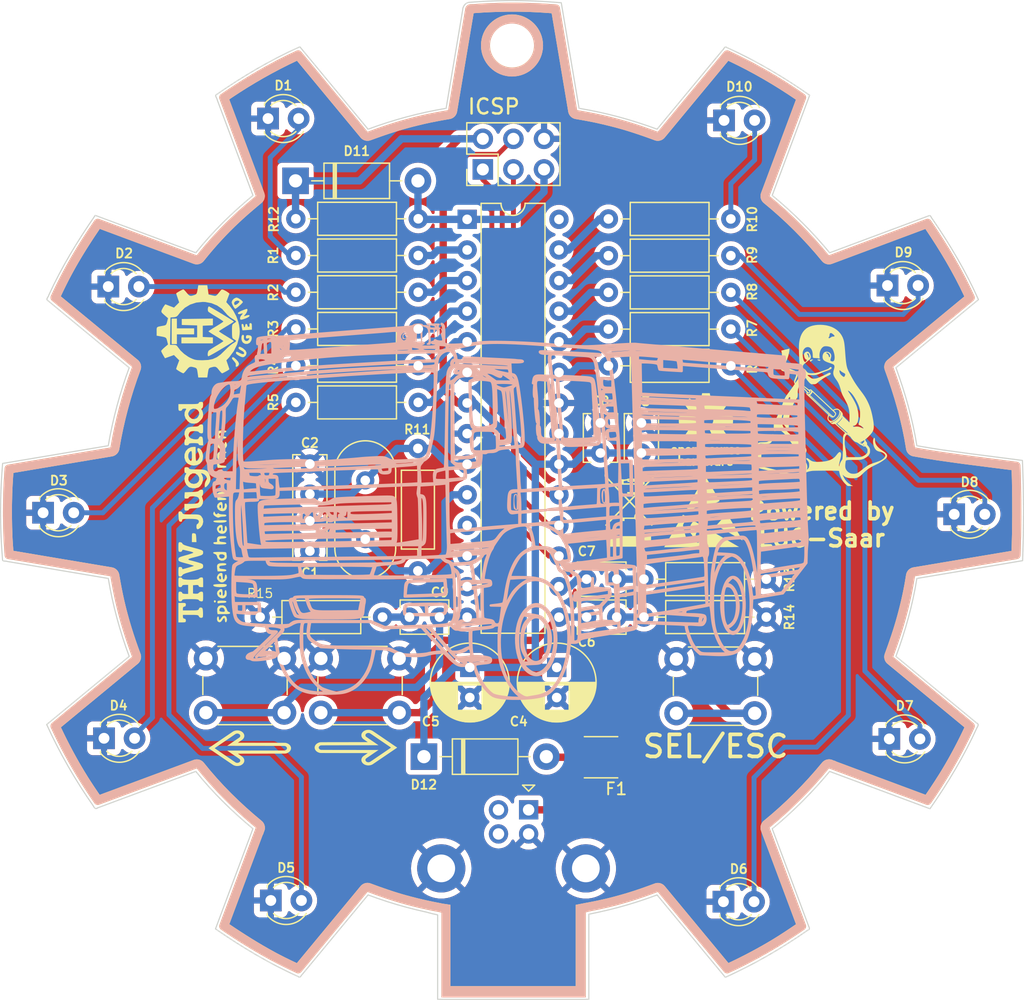
<source format=kicad_pcb>
(kicad_pcb (version 20211014) (generator pcbnew)
  (title_block (title "THW-Jugend Badge") (date "2023-07-01") (rev "1.0") (company "Linux User Group Saar e.V."))
  (layers (0 "F.Cu" signal) (31 "B.Cu" signal) (34 "B.Paste" user) (35 "F.Paste" user) (36 "B.SilkS" user "B.Silkscreen") (37 "F.SilkS" user "F.Silkscreen") (38 "B.Mask" user) (39 "F.Mask" user) (44 "Edge.Cuts" user))
  (net 0 "")
  (net 1 "Net-(C1-Pad1)")
  (net 2 "Net-(C2-Pad1)")
  (net 3 "Net-(D1-Pad2)")
  (net 4 "Net-(D2-Pad2)")
  (net 5 "Net-(D3-Pad2)")
  (net 6 "Net-(D4-Pad2)")
  (net 7 "Net-(D5-Pad2)")
  (net 8 "Net-(D6-Pad2)")
  (net 9 "Net-(D7-Pad2)")
  (net 10 "Net-(D8-Pad2)")
  (net 11 "Net-(D9-Pad2)")
  (net 12 "Net-(D10-Pad2)")
  (net 13 "/PD0")
  (net 14 "/PD1")
  (net 15 "/PD2")
  (net 16 "/PD3")
  (net 17 "/PD4")
  (net 18 "/PC1")
  (net 19 "/PC2")
  (net 22 "/PC3")
  (net 23 "/PC4")
  (net 25 "+5V")
  (net 29 "Net-(F1-Pad1)")
  (net 30 "/PC0")
  (net 32 "GND")
  (net 33 "/RES")
  (net 34 "/MISO")
  (net 35 "/SCK")
  (net 36 "/MOSI")
  (net 37 "Net-(D12-Pad2)")
  (net 38 "/PB1")
  (net 39 "/PB2")
  (net 40 "/PB0")
  (net 41 "Net-(R14-Pad2)")
  (net 42 "Net-(C7-Pad2)")
  (net 43 "Net-(C9-Pad2)")
  (footprint "Resistor_THT:R_Axial_DIN0207_L6.3mm_D2.5mm_P10.16mm_Horizontal" (layer "F.Cu") (at 172.6184 101.1682 180)
    (fp_text reference "R14")
    (fp_text value "100" hide)
  )
  (footprint "Connector_PinHeader_2.54mm:PinHeader_2x03_P2.54mm_Vertical" (layer "F.Cu") (at 149.0876 64.013 90)
    (fp_text reference "J2" hide)
    (fp_text value "ICSP")
  )
  (footprint "LED_THT:LED_D3.0mm_Clear" (layer "F.Cu") (at 112.5932 92.5068)
    (fp_text reference "D3")
    (fp_text value "LED" hide)
  )
  (footprint "Resistor_THT:R_Axial_DIN0207_L6.3mm_D2.5mm_P10.16mm_Horizontal" (layer "F.Cu") (at 143.73 71.158 180)
    (fp_text reference "R1")
    (fp_text value "R" hide)
  )
  (footprint "Crystal:Crystal_HC49-4H_Vertical" (layer "F.Cu") (at 139.3312 94.7 90)
    (fp_text reference "Y1" hide)
    (fp_text value "Crystal" hide)
  )
  (footprint "LOGO" (layer "F.Cu") (at 129.8 112.05 180)
    (fp_text reference "G***" hide)
    (fp_text value "LOGO" hide)
  )
  (footprint "Resistor_THT:R_Axial_DIN0207_L6.3mm_D2.5mm_P10.16mm_Horizontal" (layer "F.Cu") (at 143.7 97.33 90)
    (fp_text reference "R11")
    (fp_text value "1M" hide)
  )
  (footprint "LED_THT:LED_D3.0mm_Clear" (layer "F.Cu") (at 182.675 73.65)
    (fp_text reference "D9")
    (fp_text value "LED" hide)
  )
  (footprint "Capacitor_THT:CP_Radial_D6.3mm_P2.50mm" (layer "F.Cu") (at 148.0058 105.345221 -90)
    (fp_text reference "C5")
    (fp_text value "100u" hide)
  )
  (footprint "Diode_THT:D_DO-41_SOD81_P10.16mm_Horizontal" (layer "F.Cu") (at 144.2 112.75)
    (fp_text reference "D12")
    (fp_text value "D" hide)
  )
  (footprint "Resistor_THT:R_Axial_DIN0207_L6.3mm_D2.5mm_P10.16mm_Horizontal" (layer "F.Cu") (at 159.512 68.1228)
    (fp_text reference "R10")
    (fp_text value "R" hide)
  )
  (footprint "Connector_USB:USB_B_Lumberg_2411_02_Horizontal" (layer "F.Cu") (at 152.888 117.1645 -90)
    (fp_text reference "J1" hide)
    (fp_text value "USB_B" hide)
  )
  (footprint "Resistor_THT:R_Axial_DIN0207_L6.3mm_D2.5mm_P10.16mm_Horizontal" (layer "F.Cu") (at 130.6068 101.1682)
    (fp_text reference "R15")
    (fp_text value "100" hide)
  )
  (footprint "Symbol:OSHW-Logo_5.7x6mm_SilkScreen" (layer "F.Cu") (at 167.6 85.6)
    (fp_text reference "REF**" hide)
    (fp_text value "OSHW-Logo_5.7x6mm_SilkScreen" hide)
  )
  (footprint "Resistor_THT:R_Axial_DIN0207_L6.3mm_D2.5mm_P10.16mm_Horizontal" (layer "F.Cu") (at 172.6184 98.0186 180)
    (fp_text reference "R13")
    (fp_text value "100" hide)
  )
  (footprint "Resistor_THT:R_Axial_DIN0207_L6.3mm_D2.5mm_P10.16mm_Horizontal" (layer "F.Cu") (at 159.512 77.2668)
    (fp_text reference "R7")
    (fp_text value "R" hide)
  )
  (footprint "Capacitor_THT:C_Disc_D3.8mm_W2.6mm_P2.50mm" (layer "F.Cu") (at 134.7338 90.96 90)
    (fp_text reference "C2")
    (fp_text value "C" hide)
  )
  (footprint "Button_Switch_THT:SW_PUSH_6mm" (layer "F.Cu") (at 165.152 104.65)
    (fp_text reference "SW3" hide)
    (fp_text value "SW_Push" hide)
  )
  (footprint "Resistor_THT:R_Axial_DIN0207_L6.3mm_D2.5mm_P10.16mm_Horizontal" (layer "F.Cu") (at 159.512 74.2188)
    (fp_text reference "R8")
    (fp_text value "R" hide)
  )
  (footprint "LED_THT:LED_D3.0mm_Clear" (layer "F.Cu") (at 131.2622 59.7916)
    (fp_text reference "D1")
    (fp_text value "LED" hide)
  )
  (footprint "Fuse:Fuse_1812_4532Metric" (layer "F.Cu") (at 158.9 112.8 180)
    (fp_text reference "F1")
    (fp_text value "MF-MSMF050-2" hide)
  )
  (footprint "Resistor_THT:R_Axial_DIN0207_L6.3mm_D2.5mm_P10.16mm_Horizontal" (layer "F.Cu") (at 143.73 74.206 180)
    (fp_text reference "R2")
    (fp_text value "R" hide)
  )
  (footprint "Button_Switch_THT:SW_PUSH_6mm" (layer "F.Cu") (at 126.1 104.6)
    (fp_text reference "SW1" hide)
    (fp_text value "SW_Push" hide)
  )
  (footprint "LOGO" (layer "F.Cu") (at 138.5 112)
    (fp_text reference "G***" hide)
    (fp_text value "LOGO" hide)
  )
  (footprint "Capacitor_THT:CP_Radial_D6.3mm_P2.50mm" (layer "F.Cu") (at 155.2194 105.345221 -90)
    (fp_text reference "C4")
    (fp_text value "100u" hide)
  )
  (footprint "Capacitor_THT:C_Disc_D3.8mm_W2.6mm_P2.50mm" (layer "F.Cu") (at 157.7032 101.1682)
    (fp_text reference "C6")
    (fp_text value "100n" hide)
  )
  (footprint "LOGO" (layer "F.Cu") (at 126 87.6 90)
    (fp_text reference "G***" hide)
    (fp_text value "LOGO" hide)
  )
  (footprint "Resistor_THT:R_Axial_DIN0207_L6.3mm_D2.5mm_P10.16mm_Horizontal" (layer "F.Cu") (at 159.512 80.3148)
    (fp_text reference "R6")
    (fp_text value "R" hide)
  )
  (footprint "LED_THT:LED_D3.0mm_Clear" (layer "F.Cu") (at 188.209 92.6338)
    (fp_text reference "D8")
    (fp_text value "LED" hide)
  )
  (footprint "Capacitor_THT:C_Disc_D3.8mm_W2.6mm_P2.50mm" (layer "F.Cu") (at 134.7338 93.1844 -90)
    (fp_text reference "C1")
    (fp_text value "C" hide)
  )
  (footprint "LED_THT:LED_D3.0mm_Clear" (layer "F.Cu") (at 118.0034 73.7362)
    (fp_text reference "D2")
    (fp_text value "LED" hide)
  )
  (footprint "Capacitor_THT:C_Disc_D3.8mm_W2.6mm_P2.50mm" (layer "F.Cu") (at 158.85 87.55 90)
    (fp_text reference "C8")
    (fp_text value "100n" hide)
  )
  (footprint "Capacitor_THT:C_Disc_D3.8mm_W2.6mm_P2.50mm" (layer "F.Cu") (at 162.25 87.55 90)
    (fp_text reference "C3")
    (fp_text value "100n" hide)
  )
  (footprint "LED_THT:LED_D3.0mm_Clear" (layer "F.Cu") (at 169.0574 124.7902)
    (fp_text reference "D6")
    (fp_text value "LED" hide)
  )
  (footprint "Resistor_THT:R_Axial_DIN0207_L6.3mm_D2.5mm_P10.16mm_Horizontal" (layer "F.Cu") (at 143.73 80.302 180)
    (fp_text reference "R4")
    (fp_text value "R" hide)
  )
  (footprint "Symbol:WEEE-Logo_4.2x6mm_SilkScreen" (layer "F.Cu") (at 161.3 92.3)
    (fp_text reference "REF**" hide)
    (fp_text value "WEEE-Logo_4.2x6mm_SilkScreen" hide)
  )
  (footprint "Capacitor_THT:C_Disc_D3.8mm_W2.6mm_P2.50mm" (layer "F.Cu") (at 145.4966 101.1682 180)
    (fp_text reference "C9")
    (fp_text value "100n" hide)
  )
  (footprint "LED_THT:LED_D3.0mm_Clear" (layer "F.Cu") (at 182.8242 111.2774)
    (fp_text reference "D7")
    (fp_text value "LED" hide)
  )
  (footprint "Symbol:ESD-Logo_6.6x6mm_SilkScreen" (layer "F.Cu") (at 167.4 92.4)
    (fp_text reference "REF**" hide)
    (fp_text value "ESD-Logo_6.6x6mm_SilkScreen" hide)
  )
  (footprint "MountingHole:MountingHole_3.2mm_M3_DIN965" (layer "F.Cu") (at 151.511 53.721)
    (fp_text reference "REF**" hide)
    (fp_text value "MountingHole_3.2mm_M3_DIN965" hide)
  )
  (footprint "Diode_THT:D_DO-41_SOD81_P10.16mm_Horizontal" (layer "F.Cu") (at 133.5446 64.9604)
    (fp_text reference "D11")
    (fp_text value "D" hide)
  )
  (footprint "Package_DIP:DIP-28_W7.62mm" (layer "F.Cu") (at 147.7872 68.1582)
    (fp_text reference "U1" hide)
    (fp_text value "ATmega328-P" hide)
  )
  (footprint "Resistor_THT:R_Axial_DIN0207_L6.3mm_D2.5mm_P10.16mm_Horizontal" (layer "F.Cu") (at 143.73 68.11 180)
    (fp_text reference "R12")
    (fp_text value "10K" hide)
  )
  (footprint "Resistor_THT:R_Axial_DIN0207_L6.3mm_D2.5mm_P10.16mm_Horizontal" (layer "F.Cu") (at 143.73 77.254 180)
    (fp_text reference "R3")
    (fp_text value "R" hide)
  )
  (footprint "Capacitor_THT:C_Disc_D3.8mm_W2.6mm_P2.50mm" (layer "F.Cu") (at 157.7032 98.0186)
    (fp_text reference "C7")
    (fp_text value "100n" hide)
  )
  (footprint "LOGO" (layer "F.Cu") (at 177.200979 81.330998)
    (fp_text reference "G***" hide)
    (fp_text value "LOGO" hide)
  )
  (footprint "Button_Switch_THT:SW_PUSH_6mm" (layer "F.Cu") (at 135.65 104.6)
    (fp_text reference "SW2" hide)
    (fp_text value "SW_Push" hide)
  )
  (footprint "LED_THT:LED_D3.0mm_Clear" (layer "F.Cu") (at 131.4908 124.6886)
    (fp_text reference "D5")
    (fp_text value "LED" hide)
  )
  (footprint "Resistor_THT:R_Axial_DIN0207_L6.3mm_D2.5mm_P10.16mm_Horizontal" (layer "F.Cu") (at 159.512 71.1708)
    (fp_text reference "R9")
    (fp_text value "R" hide)
  )
  (footprint "LED_THT:LED_D3.0mm_Clear" (layer "F.Cu") (at 117.6478 111.2266)
    (fp_text reference "D4")
    (fp_text value "LED" hide)
  )
  (footprint "LED_THT:LED_D3.0mm_Clear" (layer "F.Cu") (at 169.1082 59.944)
    (fp_text reference "D10")
    (fp_text value "LED" hide)
  )
  (footprint "Resistor_THT:R_Axial_DIN0207_L6.3mm_D2.5mm_P10.16mm_Horizontal" (layer "F.Cu") (at 143.73 83.35 180)
    (fp_text reference "R5")
    (fp_text value "R" hide)
  )
  (gr_poly locked (pts (xy 159.168497 90.522065) (xy 159.170425 90.522165) (xy 159.172333 90.522317) (xy 159.174221 90.522521) (xy 159.176089 90.522775) (xy 159.177937 90.523078) (xy 159.179766 90.523429) (xy 159.179762 90.523536) (xy 159.191979 90.527565) (xy 159.203305 90.534557) (xy 159.213814 90.544764) (xy 159.223577 90.558436) (xy 159.232666 90.575826) (xy 159.241153 90.597185) (xy 159.249112 90.622766) (xy 159.256613 90.65282) (xy 159.263729 90.687598) (xy 159.270532 90.727352) (xy 159.283488 90.822797) (xy 159.296059 90.941168) (xy 159.308821 91.084479) (xy 159.317263 91.191043) (xy 159.323746 91.28635) (xy 159.328124 91.370927) (xy 159.329477 91.409355) (xy 159.330249 91.445298) (xy 159.33042 91.478822) (xy 159.329972 91.509991) (xy 159.328887 91.538871) (xy 159.327146 91.565529) (xy 159.324731 91.59003) (xy 159.321623 91.612439) (xy 159.317805 91.632823) (xy 159.313256 91.651246) (xy 159.307959 91.667775) (xy 159.301896 91.682476) (xy 159.295048 91.695414) (xy 159.287396 91.706654) (xy 159.278923 91.716263) (xy 159.269609 91.724306) (xy 159.259435 91.730849) (xy 159.248385 91.735958) (xy 159.236439 91.739698) (xy 159.223578 91.742134) (xy 159.209784 91.743334) (xy 159.195039 91.743362) (xy 159.179325 91.742283) (xy 159.162622 91.740165) (xy 159.144912 91.737072) (xy 159.126177 91.733069) (xy 159.110404 91.728175) (xy 159.095527 91.720898) (xy 159.081502 91.711132) (xy 159.068286 91.698766) (xy 159.055836 91.683695) (xy 159.044109 91.665809) (xy 159.033062 91.645) (xy 159.022651 91.621162) (xy 159.012834 91.594184) (xy 159.003566 91.56396) (xy 158.994806 91.530381) (xy 158.98651 91.49334) (xy 158.978635 91.452728) (xy 158.971137 91.408437) (xy 158.963974 91.360359) (xy 158.957102 91.308387) (xy 158.94829 91.227245) (xy 158.942487 91.149385) (xy 158.942372 91.146964) (xy 159.068449 91.146964) (xy 159.068759 91.210162) (xy 159.069696 91.268682) (xy 159.071277 91.32261) (xy 159.073516 91.372027) (xy 159.076427 91.417016) (xy 159.080026 91.45766) (xy 159.082087 91.476379) (xy 159.084326 91.494043) (xy 159.086745 91.510662) (xy 159.089344 91.526246) (xy 159.092127 91.540807) (xy 159.095094 91.554354) (xy 159.098248 91.566897) (xy 159.10159 91.578448) (xy 159.105122 91.589016) (xy 159.108847 91.598612) (xy 159.112766 91.607246) (xy 159.11688 91.614928) (xy 159.121193 91.621669) (xy 159.125704 91.62748) (xy 159.130418 91.63237) (xy 159.135334 91.636351) (xy 159.140455 91.639431) (xy 159.145784 91.641622) (xy 159.151321 91.642935) (xy 159.157069 91.643378) (xy 159.16858 91.64181) (xy 159.179024 91.636962) (xy 159.188416 91.628694) (xy 159.196771 91.61687) (xy 159.204108 91.60135) (xy 159.21044 91.581995) (xy 159.215786 91.558668) (xy 159.220161 91.53123) (xy 159.223581 91.499542) (xy 159.226062 91.463466) (xy 159.227621 91.422863) (xy 159.228274 91.377595) (xy 159.226926 91.27251) (xy 159.222147 91.147102) (xy 159.219014 91.088509) (xy 159.215378 91.033695) (xy 159.211279 90.98266) (xy 159.206755 90.935404) (xy 159.201847 90.891928) (xy 159.196594 90.852231) (xy 159.191036 90.816313) (xy 159.185211 90.784175) (xy 159.179161 90.755817) (xy 159.172924 90.731238) (xy 159.16654 90.71044) (xy 159.163305 90.701458) (xy 159.160049 90.693422) (xy 159.156775 90.68633) (xy 159.153489 90.680184) (xy 159.150196 90.674983) (xy 159.146901 90.670727) (xy 159.143609 90.667416) (xy 159.140325 90.66505) (xy 159.137053 90.663629) (xy 159.133807 90.663155) (xy 159.127375 90.665038) (xy 159.121068 90.670704) (xy 159.11493 90.68015) (xy 159.109001 90.693377) (xy 159.103319 90.710384) (xy 159.097925 90.731172) (xy 159.092857 90.75574) (xy 159.088155 90.784089) (xy 159.080007 90.852127) (xy 159.073796 90.935286) (xy 159.069839 91.033565) (xy 159.068449 91.146964) (xy 158.942372 91.146964) (xy 158.940698 91.111753) (xy 158.939641 91.075023) (xy 158.939311 91.03922) (xy 158.9397 91.004372) (xy 158.940803 90.970506) (xy 158.942613 90.937648) (xy 158.945122 90.905826) (xy 158.948326 90.875066) (xy 158.952216 90.845395) (xy 158.956788 90.816839) (xy 158.962033 90.789426) (xy 158.967946 90.763183) (xy 158.974521 90.738136) (xy 158.98175 90.714311) (xy 158.989627 90.691737) (xy 158.998146 90.67044) (xy 159.001482 90.663154) (xy 159.133799 90.663154) (xy 159.133807 90.663155) (xy 159.13381 90.663154) (xy 159.133799 90.663154) (xy 159.001482 90.663154) (xy 159.0073 90.650446) (xy 159.017083 90.631783) (xy 159.027488 90.614476) (xy 159.038508 90.598554) (xy 159.050138 90.584043) (xy 159.06237 90.570969) (xy 159.075199 90.55936) (xy 159.088616 90.549243) (xy 159.102618 90.540643) (xy 159.117195 90.533589) (xy 159.132343 90.528106) (xy 159.148054 90.524222) (xy 159.150196 90.523731) (xy 159.152316 90.523305) (xy 159.154413 90.522941) (xy 159.156489 90.522639) (xy 159.158543 90.522398) (xy 159.160576 90.522217) (xy 159.162588 90.522094) (xy 159.164578 90.522029) (xy 159.166548 90.52202)) (layer "B.SilkS") (width 0) (fill solid))
  (gr_poly locked (pts (xy 169.859957 97.839652) (xy 169.871738 97.839955) (xy 169.883556 97.840565) (xy 169.895412 97.841484) (xy 169.907304 97.842711) (xy 169.919233 97.844248) (xy 169.931197 97.846095) (xy 169.943197 97.848253) (xy 169.955231 97.850722) (xy 169.9673 97.853503) (xy 169.979402 97.856597) (xy 169.991538 97.860003) (xy 170.003707 97.863723) (xy 170.015909 97.867758) (xy 170.028142 97.872107) (xy 170.040407 97.876771) (xy 170.052702 97.881751) (xy 170.140218 97.928) (xy 170.222532 97.990752) (xy 170.299622 98.068971) (xy 170.371463 98.161623) (xy 170.438031 98.267674) (xy 170.499304 98.386087) (xy 170.555257 98.515828) (xy 170.605866 98.655862) (xy 170.690962 98.96267) (xy 170.754402 99.298231) (xy 170.795997 99.654265) (xy 170.815558 100.022493) (xy 170.812896 100.394634) (xy 170.787821 100.76241) (xy 170.740146 101.117541) (xy 170.669681 101.451748) (xy 170.576237 101.75675) (xy 170.520839 101.895712) (xy 170.459625 102.024268) (xy 170.392572 102.141383) (xy 170.319656 102.246022) (xy 170.240854 102.337151) (xy 170.156142 102.413734) (xy 170.107271 102.450271) (xy 170.083589 102.466475) (xy 170.060362 102.481297) (xy 170.037554 102.494732) (xy 170.015131 102.506773) (xy 169.993056 102.517417) (xy 169.971294 102.526658) (xy 169.949809 102.534491) (xy 169.928567 102.540912) (xy 169.907531 102.545914) (xy 169.886666 102.549494) (xy 169.865937 102.551646) (xy 169.845307 102.552365) (xy 169.824743 102.551646) (xy 169.804207 102.549483) (xy 169.783665 102.545873) (xy 169.763081 102.54081) (xy 169.74242 102.534289) (xy 169.721646 102.526304) (xy 169.700724 102.516851) (xy 169.679617 102.505926) (xy 169.658292 102.493522) (xy 169.636711 102.479634) (xy 169.614841 102.464259) (xy 169.592644 102.44739) (xy 169.570086 102.429023) (xy 169.547132 102.409152) (xy 169.49989 102.364881) (xy 169.450636 102.314536) (xy 169.373102 102.220602) (xy 169.300097 102.108847) (xy 169.231919 101.980823) (xy 169.168865 101.838083) (xy 169.111232 101.68218) (xy 169.059316 101.514666) (xy 169.013417 101.337095) (xy 168.973829 101.151017) (xy 168.940851 100.957987) (xy 168.91478 100.759557) (xy 168.895912 100.557279) (xy 168.884545 100.352706) (xy 168.881779 100.193603) (xy 169.026811 100.193603) (xy 169.038944 100.590326) (xy 169.064663 100.961169) (xy 169.082506 101.128369) (xy 169.103612 101.278878) (xy 169.127937 101.409289) (xy 169.155436 101.516196) (xy 169.180629 101.594983) (xy 169.204831 101.66448) (xy 169.228437 101.724889) (xy 169.240138 101.751749) (xy 169.251838 101.776412) (xy 169.263585 101.798905) (xy 169.275429 101.819253) (xy 169.287418 101.83748) (xy 169.299602 101.853613) (xy 169.31203 101.867675) (xy 169.324751 101.879694) (xy 169.337814 101.889693) (xy 169.351269 101.897698) (xy 169.365164 101.903735) (xy 169.379549 101.907829) (xy 169.394472 101.910005) (xy 169.409984 101.910288) (xy 169.426133 101.908704) (xy 169.442968 101.905277) (xy 169.460538 101.900034) (xy 169.478894 101.892999) (xy 169.498083 101.884199) (xy 169.518154 101.873657) (xy 169.539159 101.861399) (xy 169.561144 101.847451) (xy 169.608254 101.814585) (xy 169.65988 101.77526) (xy 169.718461 101.72578) (xy 169.773334 101.672353) (xy 169.824555 101.614842) (xy 169.872176 101.553105) (xy 169.916252 101.487006) (xy 169.956838 101.416405) (xy 169.993986 101.341163) (xy 170.027753 101.261142) (xy 170.058191 101.176202) (xy 170.085354 101.086205) (xy 170.109297 100.991011) (xy 170.130075 100.890483) (xy 170.147741 100.784481) (xy 170.162349 100.672866) (xy 170.173953 100.555499) (xy 170.182608 100.432242) (xy 170.186845 100.337932) (xy 170.18877 100.244814) (xy 170.188433 100.153005) (xy 170.185882 100.062626) (xy 170.181167 99.973793) (xy 170.174337 99.886624) (xy 170.165442 99.801239) (xy 170.15453 99.717755) (xy 170.141651 99.63629) (xy 170.126854 99.556962) (xy 170.110188 99.47989) (xy 170.091703 99.405192) (xy 170.071448 99.332986) (xy 170.049471 99.26339) (xy 170.025823 99.196522) (xy 170.000553 99.132501) (xy 169.973709 99.071444) (xy 169.945342 99.01347) (xy 169.915499 98.958697) (xy 169.884231 98.907243) (xy 169.851587 98.859226) (xy 169.817616 98.814765) (xy 169.782367 98.773977) (xy 169.74589 98.736981) (xy 169.708234 98.703895) (xy 169.669447 98.674837) (xy 169.62958 98.649926) (xy 169.588681 98.629278) (xy 169.546799 98.613014) (xy 169.503985 98.60125) (xy 169.460287 98.594105) (xy 169.415755 98.591697) (xy 169.415755 98.591712) (xy 169.383975 98.592201) (xy 169.355233 98.593853) (xy 169.329259 98.596941) (xy 169.305785 98.601742) (xy 169.294902 98.60487) (xy 169.284543 98.608529) (xy 169.274674 98.612755) (xy 169.265262 98.61758) (xy 169.256274 98.623039) (xy 169.247675 98.629167) (xy 169.239433 98.635998) (xy 169.231513 98.643567) (xy 169.223882 98.651908) (xy 169.216506 98.661055) (xy 169.209352 98.671042) (xy 169.202386 98.681905) (xy 169.188884 98.706393) (xy 169.175732 98.734794) (xy 169.16266 98.767383) (xy 169.149399 98.804435) (xy 169.135681 98.846224) (xy 169.121237 98.893027) (xy 169.096459 98.994774) (xy 169.075476 99.120713) (xy 169.058245 99.267437) (xy 169.044722 99.431541) (xy 169.028618 99.798256) (xy 169.026811 100.193603) (xy 168.881779 100.193603) (xy 168.880976 100.147391) (xy 168.885502 99.942886) (xy 168.89842 99.740744) (xy 168.920027 99.542518) (xy 168.934073 99.44296) (xy 168.949352 99.346033) (xy 168.965839 99.251772) (xy 168.983509 99.160213) (xy 169.002338 99.071393) (xy 169.022303 98.985347) (xy 169.043378 98.902112) (xy 169.065539 98.821722) (xy 169.088762 98.744215) (xy 169.113022 98.669625) (xy 169.138296 98.597989) (xy 169.164558 98.529343) (xy 169.191785 98.463723) (xy 169.219952 98.401165) (xy 169.222196 98.396576) (xy 169.304758 98.396576) (xy 169.30594 98.401789) (xy 169.308316 98.406453) (xy 169.311869 98.410621) (xy 169.316587 98.414345) (xy 169.322454 98.417678) (xy 169.329456 98.420672) (xy 169.337579 98.42338) (xy 169.346809 98.425854) (xy 169.36853 98.43031) (xy 169.394504 98.434462) (xy 169.424616 98.438727) (xy 169.462115 98.445368) (xy 169.499176 98.454769) (xy 169.535775 98.46689) (xy 169.571887 98.481688) (xy 169.642543 98.519154) (xy 169.710941 98.56684) (xy 169.776877 98.624417) (xy 169.840147 98.691556) (xy 169.900546 98.76793) (xy 169.957872 98.85321) (xy 170.01192 98.947066) (xy 170.062486 99.049172) (xy 170.109365 99.159199) (xy 170.152355 99.276817) (xy 170.19125 99.401699) (xy 170.225848 99.533516) (xy 170.255943 99.67194) (xy 170.281332 99.816642) (xy 170.299225 99.953306) (xy 170.310656 100.090523) (xy 170.315763 100.227658) (xy 170.314684 100.364076) (xy 170.307557 100.499141) (xy 170.294521 100.632219) (xy 170.275713 100.762674) (xy 170.251272 100.889871) (xy 170.221336 101.013175) (xy 170.186042 101.131951) (xy 170.14553 101.245564) (xy 170.099937 101.353378) (xy 170.049402 101.454759) (xy 169.994061 101.549072) (xy 169.934055 101.63568) (xy 169.86952 101.71395) (xy 169.843702 101.741813) (xy 169.817137 101.769121) (xy 169.790025 101.795724) (xy 169.762567 101.82147) (xy 169.734962 101.846207) (xy 169.707412 101.869784) (xy 169.680115 101.89205) (xy 169.653272 101.912854) (xy 169.627084 101.932044) (xy 169.60175 101.949469) (xy 169.577471 101.964978) (xy 169.554447 101.978418) (xy 169.532878 101.98964) (xy 169.512964 101.998491) (xy 169.494906 102.00482) (xy 169.486635 102.006991) (xy 169.478903 102.008475) (xy 169.431747 102.016157) (xy 169.413258 102.020052) (xy 169.39818 102.024399) (xy 169.391925 102.02684) (xy 169.386527 102.029512) (xy 169.38199 102.032452) (xy 169.378313 102.035702) (xy 169.3755 102.039298) (xy 169.373551 102.043282) (xy 169.372469 102.04769) (xy 169.372255 102.052564) (xy 169.372911 102.057941) (xy 169.374438 102.063861) (xy 169.376839 102.070362) (xy 169.380115 102.077485) (xy 169.384267 102.085267) (xy 169.389299 102.093748) (xy 169.402003 102.112964) (xy 169.418242 102.135443) (xy 169.438029 102.1615) (xy 169.488302 102.225593) (xy 169.506843 102.24802) (xy 169.525911 102.269068) (xy 169.545477 102.288736) (xy 169.56551 102.307021) (xy 169.585978 102.323923) (xy 169.60685 102.339441) (xy 169.628096 102.353573) (xy 169.649685 102.366319) (xy 169.671585 102.377677) (xy 169.693765 102.387645) (xy 169.716195 102.396223) (xy 169.738843 102.40341) (xy 169.761679 102.409204) (xy 169.784671 102.413604) (xy 169.807789 102.416609) (xy 169.831001 102.418218) (xy 169.854276 102.418429) (xy 169.877584 102.417242) (xy 169.900893 102.414654) (xy 169.924173 102.410666) (xy 169.947392 102.405275) (xy 169.970519 102.398481) (xy 169.993524 102.390283) (xy 170.016375 102.380678) (xy 170.039041 102.369666) (xy 170.061492 102.357247) (xy 170.083696 102.343418) (xy 170.105623 102.328178) (xy 170.127241 102.311526) (xy 170.148519 102.293462) (xy 170.169426 102.273983) (xy 170.189932 102.253089) (xy 170.232317 102.20391) (xy 170.273639 102.14783) (xy 170.313822 102.085071) (xy 170.352792 102.015852) (xy 170.390474 101.940394) (xy 170.426793 101.858916) (xy 170.461674 101.771639) (xy 170.495042 101.678783) (xy 170.526822 101.580567) (xy 170.556939 101.477213) (xy 170.585319 101.36894) (xy 170.611886 101.255968) (xy 170.636566 101.138518) (xy 170.659283 101.016809) (xy 170.679963 100.891062) (xy 170.69853 100.761497) (xy 170.720708 100.555829) (xy 170.733235 100.347486) (xy 170.736463 100.138055) (xy 170.730746 99.929118) (xy 170.716436 99.722263) (xy 170.693886 99.519073) (xy 170.663448 99.321134) (xy 170.625474 99.130031) (xy 170.580318 98.947349) (xy 170.528332 98.774673) (xy 170.469868 98.613588) (xy 170.405279 98.46568) (xy 170.334918 98.332533) (xy 170.297683 98.271991) (xy 170.259137 98.215733) (xy 170.219324 98.163958) (xy 170.178289 98.116865) (xy 170.136075 98.07465) (xy 170.092726 98.037513) (xy 170.072367 98.02179) (xy 170.051861 98.006508) (xy 170.031347 97.991744) (xy 170.010959 97.977579) (xy 169.990835 97.964091) (xy 169.971111 97.951361) (xy 169.951923 97.939466) (xy 169.933409 97.928487) (xy 169.915703 97.918503) (xy 169.898944 97.909592) (xy 169.883267 97.901835) (xy 169.868809 97.895311) (xy 169.855707 97.890098) (xy 169.844096 97.886277) (xy 169.834113 97.883926) (xy 169.829775 97.883326) (xy 169.825896 97.883124) (xy 169.825907 97.883201) (xy 169.821955 97.883548) (xy 169.817401 97.88458) (xy 169.806574 97.888627) (xy 169.793591 97.895205) (xy 169.778617 97.904177) (xy 169.761818 97.915409) (xy 169.743359 97.928763) (xy 169.723404 97.944103) (xy 169.702121 97.961293) (xy 169.656226 98.000678) (xy 169.606996 98.045826) (xy 169.555755 98.095649) (xy 169.503824 98.149055) (xy 169.421493 98.236574) (xy 169.388836 98.272106) (xy 169.361697 98.302714) (xy 169.339962 98.328816) (xy 169.331085 98.340309) (xy 169.323516 98.350834) (xy 169.31724 98.360442) (xy 169.312243 98.369186) (xy 169.308511 98.377119) (xy 169.306029 98.384294) (xy 169.304783 98.390762) (xy 169.304758 98.396576) (xy 169.222196 98.396576) (xy 169.249035 98.341704) (xy 169.279009 98.285377) (xy 169.30985 98.232219) (xy 169.341534 98.182266) (xy 169.374036 98.135555) (xy 169.407332 98.092122) (xy 169.441398 98.052001) (xy 169.476209 98.015229) (xy 169.511741 97.981843) (xy 169.54797 97.951878) (xy 169.584871 97.925369) (xy 169.62242 97.902354) (xy 169.660593 97.882867) (xy 169.699365 97.866944) (xy 169.738711 97.854623) (xy 169.778608 97.845938) (xy 169.819032 97.840926) (xy 169.859957 97.839622)) (layer "B.SilkS") (width 0.2) (fill solid))
  (gr_poly locked (pts (xy 145.611071 77.187513) (xy 145.612538 77.187705) (xy 145.612549 77.18769) (xy 145.61447 77.188196) (xy 145.616571 77.188963) (xy 145.618851 77.18999) (xy 145.621313 77.191277) (xy 145.623956 77.192821) (xy 145.626783 77.194622) (xy 145.629793 77.196678) (xy 145.632987 77.198989) (xy 145.639934 77.204369) (xy 145.64763 77.210753) (xy 145.656083 77.21813) (xy 145.665299 77.226493) (xy 145.674094 77.235436) (xy 145.682297 77.245468) (xy 145.689879 77.256479) (xy 145.696814 77.268361) (xy 145.703073 77.281004) (xy 145.708628 77.2943) (xy 145.713453 77.308139) (xy 145.71752 77.322414) (xy 145.720801 77.337014) (xy 145.723268 77.351831) (xy 145.724894 77.366755) (xy 145.725651 77.381679) (xy 145.725511 77.396493) (xy 145.724448 77.411088) (xy 145.722433 77.425355) (xy 145.719439 77.439185) (xy 145.715945 77.45215) (xy 145.712465 77.463909) (xy 145.709021 77.474439) (xy 145.707319 77.479235) (xy 145.705633 77.483713) (xy 145.703968 77.487872) (xy 145.702325 77.491707) (xy 145.700707 77.495216) (xy 145.699117 77.498395) (xy 145.697557 77.501242) (xy 145.696031 77.503752) (xy 145.694541 77.505923) (xy 145.693089 77.507753) (xy 145.691679 77.509236) (xy 145.690313 77.510371) (xy 145.688993 77.511155) (xy 145.687724 77.511583) (xy 145.686506 77.511653) (xy 145.685918 77.511553) (xy 145.685344 77.511362) (xy 145.684239 77.510707) (xy 145.683194 77.509684) (xy 145.682213 77.508291) (xy 145.681297 77.506524) (xy 145.68045 77.504379) (xy 145.679675 77.501855) (xy 145.678973 77.498947) (xy 145.678348 77.495652) (xy 145.677802 77.491968) (xy 145.677338 77.487891) (xy 145.674746 77.468599) (xy 145.670515 77.445476) (xy 145.664869 77.419397) (xy 145.658031 77.391233) (xy 145.650221 77.361858) (xy 145.641664 77.332145) (xy 145.632582 77.302968) (xy 145.623198 77.275199) (xy 145.619232 77.263803) (xy 145.615683 77.253232) (xy 145.612555 77.243477) (xy 145.609854 77.234532) (xy 145.607583 77.22639) (xy 145.606612 77.222617) (xy 145.605749 77.219042) (xy 145.604998 77.215665) (xy 145.604357 77.212483) (xy 145.603828 77.209496) (xy 145.603412 77.206704) (xy 145.603108 77.204105) (xy 145.602918 77.201699) (xy 145.602842 77.199484) (xy 145.602881 77.19746) (xy 145.603035 77.195625) (xy 145.603306 77.193979) (xy 145.603693 77.192521) (xy 145.604198 77.19125) (xy 145.604821 77.190165) (xy 145.605562 77.189266) (xy 145.606423 77.18855) (xy 145.607403 77.188018) (xy 145.608504 77.187668) (xy 145.609727 77.1875)) (layer "B.SilkS") (width 0) (fill solid))
  (gr_poly locked (pts (xy 146.035704 98.627631) (xy 146.041419 98.699595) (xy 146.0461 98.766945) (xy 146.049741 98.829774) (xy 146.052338 98.888172) (xy 146.053886 98.942232) (xy 146.05438 98.992043) (xy 146.053815 99.037699) (xy 146.052186 99.07929) (xy 146.049488 99.116907) (xy 146.045716 99.150642) (xy 146.040865 99.180586) (xy 146.03493 99.206832) (xy 146.031555 99.218596) (xy 146.027907 99.229469) (xy 146.023985 99.239464) (xy 146.019789 99.24859) (xy 146.015319 99.256861) (xy 146.010573 99.264286) (xy 146.005552 99.270878) (xy 146.000254 99.276649) (xy 145.9837 99.286677) (xy 145.954614 99.296492) (xy 145.859054 99.315465) (xy 145.713989 99.333538) (xy 145.519835 99.350679) (xy 145.27701 99.366856) (xy 144.985928 99.382038) (xy 144.26066 99.409293) (xy 142.604151 99.459998) (xy 142.607838 99.387107) (xy 142.671856 99.387107) (xy 144.259001 99.33631) (xy 144.578999 99.32504) (xy 144.879761 99.312445) (xy 145.154543 99.298953) (xy 145.396604 99.284991) (xy 145.599199 99.270989) (xy 145.755588 99.257372) (xy 145.859026 99.244569) (xy 145.888782 99.238607) (xy 145.902771 99.233008) (xy 145.908413 99.224942) (xy 145.913684 99.211759) (xy 145.918564 99.193756) (xy 145.923036 99.171228) (xy 145.930683 99.113785) (xy 145.936479 99.041795) (xy 145.940276 98.957626) (xy 145.94193 98.863647) (xy 145.941293 98.762223) (xy 145.938221 98.655723) (xy 145.935026 98.5829) (xy 145.931518 98.516704) (xy 145.92764 98.456895) (xy 145.925544 98.429312) (xy 145.923333 98.403236) (xy 145.921002 98.378638) (xy 145.918542 98.355488) (xy 145.915947 98.333756) (xy 145.913209 98.313413) (xy 145.910321 98.294428) (xy 145.907277 98.276772) (xy 145.904068 98.260416) (xy 145.900688 98.245328) (xy 145.897129 98.23148) (xy 145.893385 98.218842) (xy 145.889448 98.207383) (xy 145.885311 98.197075) (xy 145.880968 98.187887) (xy 145.87641 98.17979) (xy 145.87163 98.172753) (xy 145.866623 98.166747) (xy 145.861379 98.161743) (xy 145.858667 98.159607) (xy 145.855893 98.15771) (xy 145.853057 98.156048) (xy 145.850157 98.154619) (xy 145.847193 98.153417) (xy 145.844164 98.152439) (xy 145.837906 98.151142) (xy 145.831377 98.150696) (xy 145.82457 98.151074) (xy 145.817477 98.152244) (xy 145.817473 98.152183) (xy 145.769408 98.156879) (xy 145.670371 98.161999) (xy 145.343551 98.172853) (xy 144.885362 98.183423) (xy 144.344153 98.19239) (xy 143.964574 98.198603) (xy 143.801695 98.202217) (xy 143.655512 98.206276) (xy 143.52509 98.210858) (xy 143.409495 98.216042) (xy 143.307792 98.221908) (xy 143.219048 98.228534) (xy 143.142328 98.235999) (xy 143.076698 98.244383) (xy 143.021225 98.253764) (xy 142.997005 98.258853) (xy 142.974973 98.264221) (xy 142.955013 98.269878) (xy 142.937009 98.275834) (xy 142.920843 98.282099) (xy 142.906398 98.288682) (xy 142.893559 98.295593) (xy 142.882207 98.302843) (xy 142.872227 98.310441) (xy 142.863501 98.318397) (xy 142.851652 98.332319) (xy 142.839908 98.350186) (xy 142.828318 98.371806) (xy 142.816931 98.396984) (xy 142.805797 98.425526) (xy 142.794965 98.45724) (xy 142.784484 98.491931) (xy 142.774403 98.529407) (xy 142.75564 98.611934) (xy 142.73907 98.703274) (xy 142.725088 98.801878) (xy 142.714087 98.906196) (xy 142.671856 99.387107) (xy 142.607838 99.387107) (xy 142.63142 98.920936) (xy 142.646506 98.658617) (xy 142.657598 98.552822) (xy 142.674205 98.462268) (xy 142.685316 98.422314) (xy 142.698692 98.3857) (xy 142.714628 98.352269) (xy 142.73342 98.321866) (xy 142.755364 98.294332) (xy 142.780754 98.269513) (xy 142.809886 98.24725) (xy 142.843056 98.227387) (xy 142.880558 98.209769) (xy 142.922689 98.194238) (xy 143.022015 98.16881) (xy 143.143399 98.149852) (xy 143.289202 98.136111) (xy 143.461787 98.126333) (xy 143.663519 98.119266) (xy 144.16387 98.108253) (xy 145.134937 98.086946) (xy 145.704479 98.071647) (xy 145.988064 98.060447)) (layer "B.SilkS") (width 0.2) (fill solid))
  (gr_poly locked (pts (xy 137.141173 99.443199) (xy 137.489642 99.444298) (xy 137.796282 99.446003) (xy 138.063658 99.44841) (xy 138.294332 99.451617) (xy 138.490868 99.455718) (xy 138.655832 99.460811) (xy 138.791785 99.466991) (xy 138.849685 99.470519) (xy 138.901293 99.474355) (xy 138.946932 99.478511) (xy 138.98692 99.482999) (xy 139.021579 99.487831) (xy 139.051228 99.49302) (xy 139.07619 99.498576) (xy 139.096783 99.504513) (xy 139.113329 99.510841) (xy 139.126148 99.517574) (xy 139.13556 99.524724) (xy 139.141886 99.532301) (xy 139.145447 99.540319) (xy 139.146563 99.548789) (xy 139.146643 99.554236) (xy 139.14688 99.559614) (xy 139.14727 99.564917) (xy 139.14781 99.570137) (xy 139.148495 99.575269) (xy 139.149321 99.580304) (xy 139.150285 99.585237) (xy 139.151383 99.590059) (xy 139.15261 99.594766) (xy 139.153963 99.599349) (xy 139.155438 99.603802) (xy 139.157031 99.608117) (xy 139.158738 99.612289) (xy 139.160556 99.616311) (xy 139.162479 99.620174) (xy 139.164505 99.623874) (xy 139.166629 99.627402) (xy 139.168848 99.630752) (xy 139.171157 99.633917) (xy 139.173552 99.636891) (xy 139.176031 99.639666) (xy 139.178588 99.642235) (xy 139.18122 99.644592) (xy 139.183923 99.64673) (xy 139.186693 99.648643) (xy 139.189527 99.650322) (xy 139.192419 99.651762) (xy 139.195367 99.652955) (xy 139.198366 99.653895) (xy 139.201413 99.654575) (xy 139.204503 99.654988) (xy 139.207632 99.655128) (xy 139.207634 99.655189) (xy 139.218207 99.654078) (xy 139.227839 99.65451) (xy 139.236567 99.656408) (xy 139.244429 99.659697) (xy 139.251462 99.664301) (xy 139.257703 99.670146) (xy 139.26319 99.677154) (xy 139.26796 99.685251) (xy 139.27205 99.694362) (xy 139.275499 99.704409) (xy 139.280619 99.727015) (xy 139.283618 99.752464) (xy 139.284797 99.780151) (xy 139.284454 99.809471) (xy 139.282887 99.839821) (xy 139.277281 99.901188) (xy 139.264544 100.009666) (xy 139.261364 100.012199) (xy 139.257785 100.019631) (xy 139.249584 100.048194) (xy 139.240254 100.093352) (xy 139.230112 100.153106) (xy 139.21947 100.225454) (xy 139.208643 100.308395) (xy 139.197946 100.399929) (xy 139.187693 100.498054) (xy 139.162455 100.756777) (xy 139.146415 100.860277) (xy 139.122449 100.94825) (xy 139.086324 101.021978) (xy 139.062378 101.053903) (xy 139.033805 101.082747) (xy 139.000075 101.108673) (xy 138.96066 101.131841) (xy 138.862654 101.170543) (xy 138.735553 101.200138) (xy 138.575125 101.22191) (xy 138.377135 101.237144) (xy 138.137349 101.247124) (xy 137.515456 101.256457) (xy 136.675577 101.260184) (xy 135.796597 101.259855) (xy 135.009499 101.251687) (xy 134.40027 101.237068) (xy 134.189228 101.227772) (xy 134.0549 101.217383) (xy 134.008788 101.211502) (xy 133.96303 101.204774) (xy 133.917903 101.197279) (xy 133.873683 101.189096) (xy 133.830648 101.180301) (xy 133.789074 101.170974) (xy 133.749238 101.161192) (xy 133.711417 101.151034) (xy 133.675887 101.140579) (xy 133.642925 101.129904) (xy 133.612809 101.119087) (xy 133.585814 101.108207) (xy 133.562218 101.097342) (xy 133.542297 101.08657) (xy 133.526329 101.07597) (xy 133.519913 101.070759) (xy 133.51459 101.06562) (xy 133.487959 101.02938) (xy 133.457026 100.974258) (xy 133.422698 100.902986) (xy 133.38588 100.818299) (xy 133.30839 100.619613) (xy 133.231799 100.400069) (xy 133.163348 100.181539) (xy 133.134437 100.079488) (xy 133.110277 99.985891) (xy 133.091772 99.903482) (xy 133.084139 99.859717) (xy 133.179172 99.859717) (xy 133.180156 99.88582) (xy 133.184482 99.917505) (xy 133.192212 99.95545) (xy 133.203408 100.000332) (xy 133.218131 100.052827) (xy 133.258408 100.183367) (xy 133.313538 100.352485) (xy 133.351542 100.463729) (xy 133.390929 100.571692) (xy 133.430557 100.673712) (xy 133.469281 100.767127) (xy 133.505959 100.849275) (xy 133.523173 100.885293) (xy 133.539447 100.917495) (xy 133.554637 100.94555) (xy 133.568601 100.969125) (xy 133.581195 100.987886) (xy 133.592278 101.001502) (xy 133.63112 101.027093) (xy 133.697449 101.050874) (xy 133.790688 101.072814) (xy 133.910259 101.092887) (xy 134.22609 101.127317) (xy 134.640322 101.153936) (xy 135.148336 101.172517) (xy 135.745515 101.182834) (xy 136.427239 101.184662) (xy 137.188889 101.177772) (xy 137.643874 101.170348) (xy 137.837975 101.166266) (xy 138.011418 101.161816) (xy 138.165409 101.156906) (xy 138.301151 101.151446) (xy 138.419846 101.145344) (xy 138.522699 101.138509) (xy 138.610913 101.13085) (xy 138.685692 101.122275) (xy 138.74824 101.112694) (xy 138.775302 101.107498) (xy 138.799759 101.102015) (xy 138.821759 101.096236) (xy 138.841453 101.090148) (xy 138.858992 101.08374) (xy 138.874527 101.077) (xy 138.888207 101.069918) (xy 138.900183 101.062481) (xy 138.910605 101.054679) (xy 138.919625 101.0465) (xy 138.930682 101.032786) (xy 138.942133 101.013574) (xy 138.965954 100.96017) (xy 138.990562 100.889319) (xy 139.015431 100.80405) (xy 139.040037 100.707392) (xy 139.063852 100.602376) (xy 139.107013 100.379386) (xy 139.14071 100.159317) (xy 139.152695 100.057953) (xy 139.160737 99.966407) (xy 139.164311 99.88771) (xy 139.162892 99.824892) (xy 139.155953 99.780982) (xy 139.15025 99.767064) (xy 139.142969 99.759009) (xy 139.141412 99.758275) (xy 139.139858 99.75758) (xy 139.138306 99.756938) (xy 139.13753 99.756642) (xy 139.136754 99.756364) (xy 139.135977 99.756106) (xy 139.1352 99.75587) (xy 139.134422 99.755658) (xy 139.133643 99.755471) (xy 139.132862 99.755311) (xy 139.132079 99.75518) (xy 139.131295 99.75508) (xy 139.130509 99.755012) (xy 139.130516 99.754584) (xy 139.124679 99.754964) (xy 139.118858 99.756783) (xy 139.113065 99.760001) (xy 139.10731 99.764575) (xy 139.095958 99.777632) (xy 139.084888 99.795625) (xy 139.074189 99.818228) (xy 139.063947 99.845112) (xy 139.054248 99.87595) (xy 139.04518 99.910413) (xy 139.036829 99.948174) (xy 139.029282 99.988905) (xy 139.022626 100.032279) (xy 139.016949 100.077967) (xy 139.012336 100.125641) (xy 139.008874 100.174974) (xy 139.006651 100.225638) (xy 139.005753 100.277305) (xy 139.005116 100.302224) (xy 139.003505 100.328831) (xy 139.000971 100.356886) (xy 138.997563 100.386151) (xy 138.988325 100.44735) (xy 138.976194 100.510512) (xy 138.961569 100.573724) (xy 138.944852 100.635069) (xy 138.935834 100.664443) (xy 138.926443 100.692632) (xy 138.916729 100.719397) (xy 138.906742 100.744498) (xy 138.808852 100.979056) (xy 138.002817 101.02555) (xy 137.566005 101.04363) (xy 136.97243 101.058454) (xy 136.300048 101.068502) (xy 135.626816 101.072257) (xy 134.056708 101.072791) (xy 133.926889 100.924909) (xy 134.733561 100.924909) (xy 134.738092 100.935889) (xy 134.755694 100.945495) (xy 134.787456 100.953749) (xy 134.897814 100.966307) (xy 135.07788 100.973762) (xy 135.336367 100.976313) (xy 135.681986 100.974159) (xy 136.669478 100.956534) (xy 137.075942 100.946413) (xy 137.457937 100.934372) (xy 137.806903 100.920861) (xy 138.114276 100.906331) (xy 138.371497 100.891231) (xy 138.570004 100.87601) (xy 138.701235 100.861119) (xy 138.738946 100.853937) (xy 138.756628 100.847007) (xy 138.758416 100.844187) (xy 138.757646 100.841446) (xy 138.74852 100.836202) (xy 138.700555 100.826687) (xy 138.614161 100.818491) (xy 138.490769 100.811647) (xy 138.331808 100.806185) (xy 138.138706 100.802137) (xy 137.655798 100.798408) (xy 137.655798 100.797996) (xy 137.26682 100.799371) (xy 136.828163 100.803001) (xy 136.318858 100.809631) (xy 135.890642 100.81775) (xy 135.538457 100.827622) (xy 135.389296 100.833298) (xy 135.257247 100.839511) (xy 135.141677 100.846295) (xy 135.041954 100.853682) (xy 134.957447 100.861706) (xy 134.887522 100.870399) (xy 134.831548 100.879795) (xy 134.788893 100.889926) (xy 134.772363 100.895278) (xy 134.758925 100.900826) (xy 134.748501 100.906575) (xy 134.741011 100.912528) (xy 134.733561 100.924909) (xy 133.926889 100.924909) (xy 133.852743 100.840446) (xy 133.831279 100.814529) (xy 133.809083 100.784938) (xy 133.786327 100.752015) (xy 133.763184 100.716101) (xy 133.739825 100.677535) (xy 133.716423 100.636659) (xy 133.670173 100.549338) (xy 133.625809 100.456865) (xy 133.584707 100.361965) (xy 133.565808 100.314457) (xy 133.54824 100.267364) (xy 133.532175 100.221028) (xy 133.517784 100.175788) (xy 133.498621 100.113558) (xy 133.480606 100.057442) (xy 133.463582 100.007195) (xy 133.447392 99.962572) (xy 133.43956 99.942292) (xy 133.431877 99.923327) (xy 133.424324 99.905644) (xy 133.41688 99.889215) (xy 133.409526 99.874007) (xy 133.402242 99.85999) (xy 133.395009 99.847134) (xy 133.387807 99.835408) (xy 133.380615 99.824782) (xy 133.373415 99.815224) (xy 133.366186 99.806704) (xy 133.35891 99.799191) (xy 133.351565 99.792655) (xy 133.344132 99.787065) (xy 133.336593 99.78239) (xy 133.328926 99.7786) (xy 133.321112 99.775664) (xy 133.313132 99.773552) (xy 133.304965 99.772232) (xy 133.296593 99.771674) (xy 133.287994 99.771848) (xy 133.27915 99.772722) (xy 133.270041 99.774266) (xy 133.260647 99.77645) (xy 133.239973 99.782429) (xy 133.222208 99.789251) (xy 133.207413 99.797595) (xy 133.195649 99.808136) (xy 133.190924 99.814442) (xy 133.18698 99.821552) (xy 133.181467 99.83852) (xy 133.179172 99.859717) (xy 133.084139 99.859717) (xy 133.079828 99.834996) (xy 133.075349 99.783165) (xy 133.076192 99.76435) (xy 133.079241 99.750724) (xy 133.0813 99.745813) (xy 133.083687 99.740965) (xy 133.089395 99.731484) (xy 133.096279 99.722331) (xy 133.104248 99.713553) (xy 133.113215 99.705198) (xy 133.12309 99.697316) (xy 133.133786 99.689954) (xy 133.145213 99.683162) (xy 133.157283 99.676987) (xy 133.169907 99.671478) (xy 133.182996 99.666684) (xy 133.196463 99.662653) (xy 133.200439 99.661722) (xy 133.500113 99.661722) (xy 133.506711 99.722012) (xy 133.519739 99.794293) (xy 133.538448 99.876319) (xy 133.562093 99.965842) (xy 133.589926 100.060614) (xy 133.621201 100.158387) (xy 133.655169 100.256914) (xy 133.691084 100.353946) (xy 133.7282 100.447235) (xy 133.765768 100.534535) (xy 133.803042 100.613596) (xy 133.839275 100.682173) (xy 133.87372 100.738015) (xy 133.90563 100.778876) (xy 133.93557 100.809397) (xy 133.965375 100.836231) (xy 133.995545 100.859425) (xy 134.02658 100.879029) (xy 134.058982 100.895091) (xy 134.093251 100.907661) (xy 134.129886 100.916786) (xy 134.169388 100.922517) (xy 134.212257 100.924901) (xy 134.258995 100.923987) (xy 134.3101 100.919824) (xy 134.366074 100.912461) (xy 134.427416 100.901947) (xy 134.494628 100.888329) (xy 134.568208 100.871658) (xy 134.648659 100.851981) (xy 134.680746 100.843731) (xy 134.711935 100.835372) (xy 134.742062 100.826962) (xy 134.770967 100.818559) (xy 134.798489 100.810221) (xy 134.824465 100.802005) (xy 134.848734 100.793969) (xy 134.871134 100.78617) (xy 134.891504 100.778667) (xy 134.909682 100.771517) (xy 134.925507 100.764778) (xy 134.938817 100.758507) (xy 134.949451 100.752763) (xy 134.957246 100.747603) (xy 134.960029 100.745259) (xy 134.962042 100.743084) (xy 134.963265 100.741083) (xy 134.963677 100.739265) (xy 134.963501 100.737398) (xy 134.962978 100.735251) (xy 134.960928 100.730152) (xy 134.957595 100.724044) (xy 134.953048 100.717006) (xy 134.947357 100.709115) (xy 134.94059 100.700448) (xy 134.932817 100.691083) (xy 134.924106 100.681098) (xy 134.914526 100.67057) (xy 134.904147 100.659576) (xy 134.881266 100.636504) (xy 134.856015 100.612501) (xy 134.828945 100.588187) (xy 134.814414 100.573714) (xy 134.798715 100.554775) (xy 134.781998 100.531676) (xy 134.764412 100.504724) (xy 134.746103 100.474223) (xy 134.727222 100.44048) (xy 134.688334 100.364488) (xy 134.648935 100.279192) (xy 134.610212 100.187038) (xy 134.573353 100.090471) (xy 134.539545 99.991935) (xy 134.414484 99.604652) (xy 134.538294 99.604652) (xy 134.538991 99.615934) (xy 134.541037 99.630781) (xy 134.548899 99.670203) (xy 134.561326 99.720978) (xy 134.577766 99.781165) (xy 134.597667 99.848826) (xy 134.620476 99.922019) (xy 134.645641 99.998806) (xy 134.67261 100.077247) (xy 134.750914 100.292364) (xy 134.789436 100.378966) (xy 134.832296 100.452877) (xy 134.883062 100.51506) (xy 134.945303 100.566476) (xy 135.022588 100.608086) (xy 135.118485 100.640851) (xy 135.236563 100.665734) (xy 135.380391 100.683695) (xy 135.553537 100.695695) (xy 135.75957 100.702697) (xy 136.284572 100.705549) (xy 136.983944 100.699943) (xy 138.826975 100.683143) (xy 138.884304 100.364112) (xy 138.911262 100.222361) (xy 138.942238 100.072242) (xy 138.973394 99.931667) (xy 138.987841 99.870556) (xy 139.000893 99.818549) (xy 139.006711 99.795278) (xy 139.011964 99.772259) (xy 139.016642 99.749627) (xy 139.020735 99.72752) (xy 139.024232 99.706073) (xy 139.027125 99.685422) (xy 139.029402 99.665704) (xy 139.031054 99.647056) (xy 139.03207 99.629612) (xy 139.032442 99.61351) (xy 139.032158 99.598886) (xy 139.03121 99.585875) (xy 139.029586 99.574615) (xy 139.028518 99.569683) (xy 139.027277 99.56524) (xy 139.025862 99.561303) (xy 139.024273 99.557888) (xy 139.022507 99.555014) (xy 139.020563 99.552695) (xy 138.967309 99.544803) (xy 138.829983 99.537438) (xy 138.340205 99.52494) (xy 137.625407 99.516492) (xy 136.759768 99.513389) (xy 136.759764 99.513358) (xy 136.157513 99.514303) (xy 135.667977 99.517413) (xy 135.462355 99.519909) (xy 135.281166 99.523101) (xy 135.12316 99.527041) (xy 134.987089 99.531779) (xy 134.871704 99.537369) (xy 134.775755 99.543861) (xy 134.697994 99.551307) (xy 134.637171 99.559758) (xy 134.612722 99.564377) (xy 134.592039 99.569267) (xy 134.574967 99.574434) (xy 134.561348 99.579884) (xy 134.551028 99.585625) (xy 134.54385 99.591662) (xy 134.539657 99.598002) (xy 134.538294 99.604652) (xy 134.414484 99.604652) (xy 134.385014 99.513389) (xy 133.969605 99.513389) (xy 133.969603 99.513419) (xy 133.927052 99.513796) (xy 133.885236 99.514902) (xy 133.844391 99.516701) (xy 133.804752 99.519153) (xy 133.766557 99.522224) (xy 133.730042 99.525875) (xy 133.695441 99.530068) (xy 133.662992 99.534768) (xy 133.632931 99.539937) (xy 133.605494 99.545536) (xy 133.580916 99.551531) (xy 133.559435 99.557882) (xy 133.541285 99.564553) (xy 133.526704 99.571506) (xy 133.520826 99.575077) (xy 133.515928 99.578705) (xy 133.51204 99.582385) (xy 133.509192 99.586112) (xy 133.503904 99.598691) (xy 133.500691 99.615673) (xy 133.500113 99.661722) (xy 133.200439 99.661722) (xy 133.210218 99.659433) (xy 133.224173 99.657074) (xy 133.238239 99.655622) (xy 133.252327 99.655128) (xy 133.259374 99.654989) (xy 133.266437 99.654576) (xy 133.273504 99.653897) (xy 133.280566 99.652958) (xy 133.287609 99.651766) (xy 133.294623 99.650327) (xy 133.301597 99.64865) (xy 133.30852 99.646739) (xy 133.315378 99.644603) (xy 133.322163 99.642247) (xy 133.328861 99.63968) (xy 133.335462 99.636907) (xy 133.341955 99.633935) (xy 133.348327 99.630772) (xy 133.354569 99.627423) (xy 133.360667 99.623897) (xy 133.366611 99.620199) (xy 133.37239 99.616336) (xy 133.377993 99.612316) (xy 133.383407 99.608144) (xy 133.388621 99.603829) (xy 133.393625 99.599376) (xy 133.398407 99.594792) (xy 133.402955 99.590085) (xy 133.407258 99.585261) (xy 133.411305 99.580327) (xy 133.415084 99.575289) (xy 133.418584 99.570155) (xy 133.421794 99.564931) (xy 133.424702 99.559624) (xy 133.427297 99.554241) (xy 133.429568 99.548789) (xy 133.440725 99.532424) (xy 133.462627 99.517789) (xy 133.497793 99.50479) (xy 133.548743 99.493335) (xy 133.708073 99.474684) (xy 133.960777 99.461091) (xy 134.327012 99.451814) (xy 134.826937 99.446108) (xy 136.308491 99.442435)) (layer "B.SilkS") (width 0.2) (fill solid))
  (gr_poly locked (pts (xy 145.67215 76.833137) (xy 145.67337 76.833244) (xy 145.675123 76.833829) (xy 145.677414 76.834892) (xy 145.680246 76.836432) (xy 145.687547 76.840943) (xy 145.697054 76.84736) (xy 145.708796 76.85568) (xy 145.722802 76.8659) (xy 145.757719 76.892036) (xy 145.776282 76.907561) (xy 145.792964 76.924992) (xy 145.807858 76.944963) (xy 145.82106 76.968105) (xy 145.832663 76.995051) (xy 145.842762 77.026433) (xy 145.851451 77.062884) (xy 145.858825 77.105037) (xy 145.864978 77.153523) (xy 145.870004 77.208976) (xy 145.877054 77.343312) (xy 145.880731 77.513103) (xy 145.881789 77.723411) (xy 145.881789 78.460898) (xy 146.076754 78.537192) (xy 146.12956 78.550498) (xy 146.208793 78.560124) (xy 146.437472 78.56885) (xy 146.744668 78.564404) (xy 147.112253 78.547818) (xy 147.522103 78.520125) (xy 147.956094 78.482357) (xy 148.396098 78.435548) (xy 148.823992 78.380729) (xy 149.160263 78.351187) (xy 149.635763 78.33505) (xy 150.227062 78.331826) (xy 150.910728 78.341022) (xy 151.663332 78.362143) (xy 152.461441 78.394698) (xy 153.281626 78.438192) (xy 154.100455 78.492133) (xy 156.117298 78.635133) (xy 156.793836 78.674349) (xy 157.338794 78.693845) (xy 157.582948 78.69662) (xy 157.81943 78.694972) (xy 158.303004 78.679083) (xy 158.856771 78.647529) (xy 159.547991 78.601661) (xy 160.333201 78.552462) (xy 161.013047 78.516502) (xy 161.290718 78.504552) (xy 161.514762 78.497192) (xy 161.676081 78.494848) (xy 161.765581 78.497947) (xy 162.563463 78.571117) (xy 164.137568 78.706473) (xy 167.859633 79.02204) (xy 170.021975 79.205924) (xy 172.361559 79.405189) (xy 174.133971 79.556403) (xy 174.155432 79.84954) (xy 174.176764 80.142676) (xy 174.849863 80.193076) (xy 175.071537 80.210119) (xy 175.161444 80.217828) (xy 175.23878 80.225491) (xy 175.273059 80.229422) (xy 175.304584 80.233481) (xy 175.333485 80.237715) (xy 175.359892 80.24217) (xy 175.383934 80.246893) (xy 175.405742 80.25193) (xy 175.425444 80.257328) (xy 175.443171 80.263133) (xy 175.459053 80.269392) (xy 175.473218 80.276152) (xy 175.485796 80.283459) (xy 175.496918 80.291359) (xy 175.506713 80.2999) (xy 175.51531 80.309126) (xy 175.52284 80.319086) (xy 175.529432 80.329826) (xy 175.535215 80.341392) (xy 175.540319 80.35383) (xy 175.544875 80.367188) (xy 175.549011 80.381511) (xy 175.556544 80.413242) (xy 175.563956 80.449393) (xy 175.566193 80.459944) (xy 175.568654 80.470361) (xy 175.57133 80.480632) (xy 175.574212 80.490743) (xy 175.577292 80.500681) (xy 175.580559 80.510432) (xy 175.584006 80.519984) (xy 175.587624 80.529324) (xy 175.591403 80.538437) (xy 175.595336 80.547312) (xy 175.599412 80.555934) (xy 175.603623 80.56429) (xy 175.607961 80.572368) (xy 175.612416 80.580154) (xy 175.616979 80.587634) (xy 175.621642 80.594796) (xy 175.626396 80.601627) (xy 175.631231 80.608112) (xy 175.63614 80.61424) (xy 175.641113 80.619996) (xy 175.646141 80.625367) (xy 175.651216 80.630341) (xy 175.656328 80.634904) (xy 175.661468 80.639043) (xy 175.666629 80.642744) (xy 175.6718 80.645995) (xy 175.676974 80.648781) (xy 175.682141 80.651091) (xy 175.687292 80.652911) (xy 175.692419 80.654227) (xy 175.697512 80.655026) (xy 175.702563 80.655295) (xy 175.713859 80.657257) (xy 175.724508 80.662981) (xy 175.734505 80.672225) (xy 175.743844 80.684744) (xy 175.752522 80.700297) (xy 175.760532 80.718641) (xy 175.774529 80.762731) (xy 175.785795 80.81507) (xy 175.794288 80.873717) (xy 175.79997 80.936729) (xy 175.802797 81.002164) (xy 175.80273 81.068079) (xy 175.799728 81.132533) (xy 175.793749 81.193582) (xy 175.784754 81.249285) (xy 175.7727 81.297698) (xy 175.765514 81.318565) (xy 175.757548 81.336881) (xy 175.748797 81.352403) (xy 175.739256 81.36489) (xy 175.72892 81.374097) (xy 175.717783 81.379783) (xy 175.706812 81.392646) (xy 175.697295 81.424292) (xy 175.682627 81.549068) (xy 175.673776 81.764379) (xy 175.670739 82.080493) (xy 175.682099 83.056206) (xy 175.716685 84.558356) (xy 175.882567 90.988471) (xy 175.919174 92.220296) (xy 175.956291 93.193406) (xy 175.989565 93.881985) (xy 176.014643 94.260215) (xy 176.022633 94.353178) (xy 176.029701 94.455281) (xy 176.032545 94.510222) (xy 176.034747 94.568002) (xy 176.036168 94.628805) (xy 176.036673 94.692817) (xy 176.036019 94.754366) (xy 176.034111 94.81356) (xy 176.031242 94.870381) (xy 176.027705 94.92481) (xy 176.012743 95.118201) (xy 175.987609 95.372352) (xy 175.979447 95.472474) (xy 175.971715 95.591734) (xy 175.965003 95.732383) (xy 175.959902 95.896674) (xy 175.941843 96.675147) (xy 174.964518 97.934943) (xy 173.987204 99.194739) (xy 172.713557 99.408942) (xy 171.439917 99.623145) (xy 171.394636 100.614173) (xy 171.381204 100.854442) (xy 171.363235 101.087248) (xy 171.34072 101.312634) (xy 171.313646 101.530648) (xy 171.282002 101.741335) (xy 171.245777 101.944741) (xy 171.204959 102.140911) (xy 171.159537 102.32989) (xy 171.109499 102.511726) (xy 171.054834 102.686463) (xy 170.995532 102.854146) (xy 170.931579 103.014823) (xy 170.862965 103.168538) (xy 170.789678 103.315337) (xy 170.711708 103.455266) (xy 170.629042 103.58837) (xy 170.550526 103.699862) (xy 170.467437 103.800726) (xy 170.37854 103.891308) (xy 170.282603 103.971957) (xy 170.178391 104.043019) (xy 170.06467 104.104841) (xy 169.940206 104.157771) (xy 169.803765 104.202155) (xy 169.654113 104.238341) (xy 169.490017 104.266676) (xy 169.310241 104.287507) (xy 169.113553 104.301181) (xy 168.898717 104.308046) (xy 168.664501 104.308447) (xy 168.40967 104.302734) (xy 168.13299 104.291251) (xy 167.126452 104.241355) (xy 166.849509 103.991141) (xy 166.820449 103.963975) (xy 166.790537 103.934277) (xy 166.760001 103.902343) (xy 166.729064 103.868467) (xy 166.697954 103.832942) (xy 166.666896 103.796063) (xy 166.605841 103.719417) (xy 166.576296 103.680238) (xy 166.547706 103.640881) (xy 166.520299 103.601639) (xy 166.494299 103.562808) (xy 166.469934 103.524679) (xy 166.447428 103.487549) (xy 166.427008 103.45171) (xy 166.4089 103.417457) (xy 166.371554 103.340049) (xy 166.332988 103.253468) (xy 166.254203 103.059078) (xy 166.176549 102.846883) (xy 166.104033 102.629478) (xy 166.040659 102.419456) (xy 165.990432 102.229414) (xy 165.971501 102.145821) (xy 165.957359 102.071946) (xy 165.948506 102.009363) (xy 165.945444 101.959647) (xy 165.942745 101.906497) (xy 165.937 101.884754) (xy 165.926218 101.865847) (xy 165.90882 101.849484) (xy 165.883225 101.835377) (xy 165.847853 101.823236) (xy 165.801123 101.81277) (xy 165.741457 101.80369) (xy 165.667273 101.795706) (xy 165.469034 101.781866) (xy 165.193765 101.768932) (xy 164.828825 101.754584) (xy 162.772826 101.674384) (xy 161.833449 101.636985) (xy 161.833449 101.849815) (xy 161.832852 101.87648) (xy 161.831056 101.902062) (xy 161.829705 101.914453) (xy 161.828049 101.926581) (xy 161.826088 101.938449) (xy 161.823821 101.950059) (xy 161.821246 101.961414) (xy 161.818361 101.972517) (xy 161.815166 101.983369) (xy 161.811658 101.993974) (xy 161.807838 102.004335) (xy 161.803702 102.014453) (xy 161.799251 102.024333) (xy 161.794482 102.033975) (xy 161.789395 102.043383) (xy 161.783987 102.052559) (xy 161.778258 102.061507) (xy 161.772207 102.070228) (xy 161.765831 102.078725) (xy 161.759131 102.087002) (xy 161.752103 102.095059) (xy 161.744747 102.102901) (xy 161.737063 102.11053) (xy 161.729047 102.117948) (xy 161.720699 102.125158) (xy 161.712018 102.132163) (xy 161.703002 102.138964) (xy 161.69365 102.145566) (xy 161.683961 102.15197) (xy 161.673933 102.158179) (xy 161.598479 102.18432) (xy 161.444171 102.222117) (xy 160.936499 102.325534) (xy 160.225942 102.454145) (xy 159.387522 102.593665) (xy 158.724916 102.700288) (xy 158.451495 102.745168) (xy 158.213085 102.785244) (xy 158.007005 102.821128) (xy 157.830573 102.853431) (xy 157.681106 102.882765) (xy 157.615646 102.896511) (xy 157.555922 102.909743) (xy 157.501598 102.92254) (xy 157.452339 102.934977) (xy 157.40781 102.947131) (xy 157.367675 102.959078) (xy 157.3316 102.970895) (xy 157.299248 102.982659) (xy 157.270285 102.994445) (xy 157.244376 103.006331) (xy 157.221185 103.018392) (xy 157.200376 103.030706) (xy 157.181615 103.043349) (xy 157.164567 103.056397) (xy 157.148895 103.069927) (xy 157.134266 103.084015) (xy 157.120343 103.098738) (xy 157.106791 103.114173) (xy 157.084104 103.139861) (xy 157.061759 103.163152) (xy 157.039491 103.18415) (xy 157.017034 103.202956) (xy 156.994121 103.219672) (xy 156.970487 103.2344) (xy 156.945867 103.247241) (xy 156.919993 103.258298) (xy 156.8926 103.267673) (xy 156.863423 103.275467) (xy 156.832195 103.281782) (xy 156.79865 103.286721) (xy 156.762523 103.290384) (xy 156.723548 103.292875) (xy 156.681458 103.294295) (xy 156.635989 103.294746) (xy 156.319174 103.294746) (xy 156.271265 103.726081) (xy 156.225184 104.071614) (xy 156.164854 104.411052) (xy 156.091079 104.742815) (xy 156.004664 105.065327) (xy 155.906415 105.377007) (xy 155.797138 105.676278) (xy 155.677637 105.961561) (xy 155.548718 106.231279) (xy 155.411186 106.483851) (xy 155.339442 106.603215) (xy 155.265847 106.717701) (xy 155.190501 106.827112) (xy 155.113505 106.93125) (xy 155.03496 107.029918) (xy 154.954966 107.122918) (xy 154.873625 107.210055) (xy 154.791036 107.291129) (xy 154.7073 107.365944) (xy 154.622519 107.434303) (xy 154.536792 107.496008) (xy 154.450221 107.550862) (xy 154.362905 107.598668) (xy 154.274946 107.639228) (xy 154.136326 107.689518) (xy 153.972239 107.735879) (xy 153.785535 107.778132) (xy 153.579062 107.816097) (xy 153.355668 107.849593) (xy 153.118204 107.878441) (xy 152.612457 107.921468) (xy 152.084609 107.943738) (xy 151.55745 107.943809) (xy 151.301252 107.935069) (xy 151.053771 107.92024) (xy 150.817858 107.89914) (xy 150.596361 107.871589) (xy 150.491522 107.855748) (xy 150.395749 107.839624) (xy 150.308098 107.822756) (xy 150.227622 107.804682) (xy 150.153376 107.784943) (xy 150.084414 107.763077) (xy 150.019791 107.738623) (xy 149.95856 107.71112) (xy 149.899777 107.680107) (xy 149.842496 107.645124) (xy 149.785771 107.605709) (xy 149.728656 107.561401) (xy 149.670206 107.51174) (xy 149.609475 107.456264) (xy 149.545518 107.394513) (xy 149.477389 107.326026) (xy 149.399909 107.244144) (xy 149.323767 107.158148) (xy 149.249142 107.068339) (xy 149.176215 106.975017) (xy 149.105166 106.878483) (xy 149.036173 106.779038) (xy 148.969418 106.676981) (xy 148.905079 106.572614) (xy 148.843337 106.466237) (xy 148.784372 106.35815) (xy 148.728363 106.248654) (xy 148.675491 106.13805) (xy 148.625934 106.026638) (xy 148.579874 105.914718) (xy 148.53749 105.802592) (xy 148.498961 105.690558) (xy 148.467107 105.595057) (xy 148.435382 105.50374) (xy 148.404622 105.418765) (xy 148.375665 105.342288) (xy 148.349346 105.276467) (xy 148.326501 105.223459) (xy 148.316643 105.202434) (xy 148.307967 105.185422) (xy 148.300578 105.172691) (xy 148.294581 105.164512) (xy 148.286933 105.159178) (xy 148.274703 105.154759) (xy 148.258157 105.151243) (xy 148.237563 105.148623) (xy 148.21319 105.146888) (xy 148.185306 105.146029) (xy 148.120074 105.146899) (xy 148.044011 105.151159) (xy 147.959261 105.158731) (xy 147.867967 105.16954) (xy 147.772272 105.183509) (xy 147.660644 105.19963) (xy 147.556794 105.210659) (xy 147.459613 105.216137) (xy 147.367995 105.215606) (xy 147.323925 105.212944) (xy 147.28083 105.208608) (xy 147.238572 105.20254) (xy 147.197011 105.194682) (xy 147.156011 105.184979) (xy 147.115431 105.173372) (xy 147.075133 105.159804) (xy 147.03498 105.144218) (xy 146.994832 105.126556) (xy 146.954552 105.10676) (xy 146.913999 105.084775) (xy 146.873037 105.060542) (xy 146.789329 105.005103) (xy 146.702319 104.939986) (xy 146.610899 104.864731) (xy 146.513961 104.77888) (xy 146.410398 104.681974) (xy 146.299101 104.573554) (xy 145.830242 104.109534) (xy 145.341999 104.142341) (xy 145.235958 104.151366) (xy 145.121648 104.164479) (xy 145.00267 104.181055) (xy 144.882626 104.200473) (xy 144.765118 104.222109) (xy 144.653746 104.245342) (xy 144.552113 104.269548) (xy 144.46382 104.294105) (xy 144.352131 104.324761) (xy 144.235973 104.349514) (xy 144.111382 104.368666) (xy 143.974391 104.38252) (xy 143.821036 104.391377) (xy 143.647351 104.395542) (xy 143.449372 104.395314) (xy 143.223131 104.390998) (xy 142.951668 104.382986) (xy 142.837614 104.378347) (xy 142.735637 104.372808) (xy 142.643955 104.36601) (xy 142.560785 104.357595) (xy 142.484345 104.347205) (xy 142.412853 104.334479) (xy 142.344527 104.319061) (xy 142.277585 104.300592) (xy 142.210245 104.278712) (xy 142.140725 104.253064) (xy 142.067243 104.223288) (xy 141.988016 104.189027) (xy 141.805203 104.105613) (xy 141.638514 104.030244) (xy 141.563669 103.998288) (xy 141.493307 103.969854) (xy 141.426543 103.944721) (xy 141.362489 103.922667) (xy 141.30026 103.903469) (xy 141.238968 103.886905) (xy 141.177726 103.872753) (xy 141.115649 103.860792) (xy 141.05185 103.850798) (xy 140.985441 103.84255) (xy 140.915537 103.835827) (xy 140.841251 103.830405) (xy 140.675986 103.822578) (xy 140.11394 103.802878) (xy 139.991112 104.405494) (xy 139.933581 104.673597) (xy 139.904973 104.795385) (xy 139.876077 104.910074) (xy 139.846599 105.018468) (xy 139.816245 105.121376) (xy 139.784721 105.219604) (xy 139.751734 105.313958) (xy 139.716989 105.405246) (xy 139.680192 105.494273) (xy 139.641048 105.581847) (xy 139.599265 105.668774) (xy 139.554547 105.75586) (xy 139.506602 105.843913) (xy 139.455134 105.933739) (xy 139.399849 106.026145) (xy 139.308518 106.168264) (xy 139.211613 106.304349) (xy 139.109446 106.434175) (xy 139.002328 106.557515) (xy 138.890571 106.674142) (xy 138.774486 106.78383) (xy 138.654383 106.886353) (xy 138.530576 106.981483) (xy 138.403375 107.068994) (xy 138.273091 107.148659) (xy 138.140037 107.220253) (xy 138.004523 107.283547) (xy 137.866861 107.338317) (xy 137.727362 107.384335) (xy 137.586338 107.421375) (xy 137.4441 107.44921) (xy 137.320102 107.466319) (xy 137.175784 107.481124) (xy 136.838252 107.503825) (xy 136.455634 107.517325) (xy 136.052061 107.521636) (xy 135.651665 107.516769) (xy 135.278577 107.502734) (xy 134.956927 107.479545) (xy 134.822932 107.46452) (xy 134.710846 107.447211) (xy 134.593839 107.423659) (xy 134.480397 107.396746) (xy 134.37039 107.366403) (xy 134.26369 107.332558) (xy 134.160166 107.295144) (xy 134.059688 107.254088) (xy 133.962127 107.209322) (xy 133.867353 107.160775) (xy 133.775236 107.108378) (xy 133.685646 107.052059) (xy 133.598454 106.99175) (xy 133.513529 106.92738) (xy 133.430742 106.858879) (xy 133.349963 106.786177) (xy 133.271063 106.709204) (xy 133.193911 106.627891) (xy 133.07963 106.494413) (xy 132.967899 106.347279) (xy 132.859184 106.187643) (xy 132.75395 106.016657) (xy 132.652661 105.835473) (xy 132.555783 105.645245) (xy 132.46378 105.447126) (xy 132.377118 105.242269) (xy 132.296262 105.031825) (xy 132.221677 104.816949) (xy 132.153828 104.598794) (xy 132.09318 104.378511) (xy 132.040198 104.157254) (xy 131.995347 103.936176) (xy 131.959092 103.716429) (xy 131.931898 103.499168) (xy 131.879698 102.99874) (xy 131.334683 103.521873) (xy 130.789665 104.04502) (xy 131.334683 104.06562) (xy 131.428606 104.069269) (xy 131.511119 104.072843) (xy 131.582993 104.076633) (xy 131.645006 104.080925) (xy 131.672555 104.083349) (xy 131.697929 104.086008) (xy 131.721225 104.088936) (xy 131.742539 104.092171) (xy 131.761967 104.095747) (xy 131.779608 104.099702) (xy 131.795558 104.104071) (xy 131.809912 104.10889) (xy 131.82277 104.114195) (xy 131.834226 104.120023) (xy 131.844378 104.126409) (xy 131.853322 104.133389) (xy 131.861156 104.141) (xy 131.867977 104.149278) (xy 131.87388 104.158258) (xy 131.878963 104.167977) (xy 131.883323 104.178471) (xy 131.887056 104.189775) (xy 131.890259 104.201927) (xy 131.893029 104.214961) (xy 131.895464 104.228914) (xy 131.897658 104.243823) (xy 131.901717 104.276649) (xy 131.90469 104.306336) (xy 131.906252 104.333167) (xy 131.906177 104.357387) (xy 131.905456 104.368594) (xy 131.90424 104.37924) (xy 131.902503 104.389355) (xy 131.900215 104.398971) (xy 131.897348 104.408116) (xy 131.893875 104.416823) (xy 131.889768 104.425121) (xy 131.884997 104.433042) (xy 131.879534 104.440615) (xy 131.873353 104.447871) (xy 131.866423 104.454841) (xy 131.858718 104.461556) (xy 131.850209 104.468046) (xy 131.840867 104.474341) (xy 131.830665 104.480472) (xy 131.819574 104.486469) (xy 131.794613 104.498186) (xy 131.765758 104.509736) (xy 131.732785 104.521364) (xy 131.695467 104.533313) (xy 131.653578 104.545829) (xy 131.549171 104.57375) (xy 131.43446 104.600154) (xy 131.311551 104.624848) (xy 131.182549 104.647638) (xy 131.049558 104.668332) (xy 130.914684 104.686737) (xy 130.780032 104.702659) (xy 130.647706 104.715907) (xy 130.519813 104.726287) (xy 130.398456 104.733607) (xy 130.285742 104.737672) (xy 130.183775 104.738291) (xy 130.094659 104.735271) (xy 130.020501 104.728419) (xy 129.963406 104.717541) (xy 129.941914 104.710532) (xy 129.925477 104.702445) (xy 129.910953 104.693832) (xy 129.895384 104.685461) (xy 129.878911 104.677376) (xy 129.861678 104.669621) (xy 129.843827 104.662237) (xy 129.825501 104.655269) (xy 129.806841 104.64876) (xy 129.787991 104.642753) (xy 129.769093 104.63729) (xy 129.750289 104.632416) (xy 129.731722 104.628173) (xy 129.713535 104.624605) (xy 129.695869 104.621755) (xy 129.678868 104.619665) (xy 129.662674 104.61838) (xy 129.64743 104.617942) (xy 129.627215 104.617189) (xy 129.608562 104.614979) (xy 129.591459 104.611384) (xy 129.575894 104.606477) (xy 129.561853 104.600329) (xy 129.549325 104.593013) (xy 129.538297 104.584602) (xy 129.532345 104.578715) (xy 129.948923 104.578715) (xy 129.951212 104.605714) (xy 129.96105 104.628424) (xy 129.978431 104.646999) (xy 130.003345 104.661593) (xy 130.035786 104.67236) (xy 130.075745 104.679454) (xy 130.123214 104.683029) (xy 130.178186 104.683239) (xy 130.240653 104.680237) (xy 130.310606 104.674179) (xy 130.472944 104.653507) (xy 130.665136 104.622454) (xy 130.88712 104.582252) (xy 131.044558 104.552645) (xy 131.183811 104.526121) (xy 131.305986 104.50234) (xy 131.412192 104.480959) (xy 131.459652 104.471062) (xy 131.503536 104.461637) (xy 131.54398 104.452642) (xy 131.581125 104.444033) (xy 131.615108 104.435768) (xy 131.646068 104.427804) (xy 131.674143 104.420099) (xy 131.699471 104.41261) (xy 131.722192 104.405294) (xy 131.742444 104.398109) (xy 131.760364 104.391011) (xy 131.776093 104.383959) (xy 131.789767 104.376909) (xy 131.801526 104.369819) (xy 131.80673 104.366246) (xy 131.811508 104.362646) (xy 131.815875 104.359015) (xy 131.819851 104.355347) (xy 131.823451 104.351638) (xy 131.826694 104.347881) (xy 131.829596 104.344071) (xy 131.832175 104.340203) (xy 131.834449 104.336271) (xy 131.836434 104.332271) (xy 131.838147 104.328197) (xy 131.839607 104.324043) (xy 131.841834 104.315476) (xy 131.843254 104.306528) (xy 131.844004 104.297155) (xy 131.844223 104.287315) (xy 131.842998 104.268833) (xy 131.838746 104.253001) (xy 131.830605 104.239869) (xy 131.817712 104.229487) (xy 131.799204 104.221904) (xy 131.774218 104.217172) (xy 131.741891 104.215339) (xy 131.70136 104.216456) (xy 131.651763 104.220574) (xy 131.592237 104.227742) (xy 131.439943 104.251429) (xy 131.237576 104.287917) (xy 130.978234 104.337607) (xy 130.943653 104.344049) (xy 130.909007 104.349906) (xy 130.874521 104.355166) (xy 130.840418 104.359817) (xy 130.80692 104.363846) (xy 130.774251 104.367241) (xy 130.742636 104.369988) (xy 130.712296 104.372075) (xy 130.683456 104.37349) (xy 130.656339 104.374219) (xy 130.631168 104.374251) (xy 130.608167 104.373573) (xy 130.58756 104.372171) (xy 130.569569 104.370034) (xy 130.554418 104.367148) (xy 130.54233 104.363502) (xy 130.537059 104.361597) (xy 130.531734 104.359914) (xy 130.526364 104.358449) (xy 130.520959 104.3572) (xy 130.515527 104.356165) (xy 130.51008 104.355341) (xy 130.504625 104.354726) (xy 130.499174 104.354318) (xy 130.493734 104.354114) (xy 130.488317 104.354111) (xy 130.48293 104.354309) (xy 130.477585 104.354703) (xy 130.47229 104.355292) (xy 130.467054 104.356073) (xy 130.461888 104.357044) (xy 130.456801 104.358203) (xy 130.451802 104.359547) (xy 130.446901 104.361074) (xy 130.442107 104.362781) (xy 130.43743 104.364666) (xy 130.43288 104.366726) (xy 130.428465 104.36896) (xy 130.424197 104.371365) (xy 130.420082 104.373939) (xy 130.416133 104.376678) (xy 130.412357 104.379581) (xy 130.408765 104.382646) (xy 130.405366 104.385869) (xy 130.40217 104.38925) (xy 130.399185 104.392784) (xy 130.396422 104.39647) (xy 130.393891 104.400306) (xy 130.388724 104.408011) (xy 130.382919 104.415501) (xy 130.376539 104.422738) (xy 130.369649 104.429682) (xy 130.362311 104.436294) (xy 130.354589 104.442537) (xy 130.346547 104.448369) (xy 130.338247 104.453754) (xy 130.329755 104.45865) (xy 130.321133 104.463021) (xy 130.312445 104.466826) (xy 130.303755 104.470026) (xy 130.295125 104.472583) (xy 130.28662 104.474458) (xy 130.278303 104.475612) (xy 130.270238 104.476005) (xy 130.267803 104.474544) (xy 130.268369 104.470211) (xy 130.278233 104.45321) (xy 130.330965 104.38788) (xy 130.424041 104.284597) (xy 130.496588 104.207764) (xy 130.598874 104.207764) (xy 130.600382 104.214613) (xy 130.604279 104.220956) (xy 130.610441 104.226791) (xy 130.618741 104.232118) (xy 130.641248 104.241251) (xy 130.670788 104.248354) (xy 130.706351 104.253428) (xy 130.746924 104.256473) (xy 130.791498 104.257487) (xy 130.839059 104.256473) (xy 130.888598 104.253428) (xy 130.939102 104.248354) (xy 130.98956 104.241251) (xy 131.038961 104.232118) (xy 131.086294 104.220956) (xy 131.130547 104.207764) (xy 131.170708 104.192542) (xy 131.188959 104.184265) (xy 131.20353 104.176666) (xy 131.214349 104.169719) (xy 131.221341 104.163399) (xy 131.223379 104.160464) (xy 131.224432 104.157677) (xy 131.224492 104.155032) (xy 131.223549 104.152527) (xy 131.221594 104.150159) (xy 131.218618 104.147923) (xy 131.209565 104.143838) (xy 131.196316 104.140245) (xy 131.178798 104.137118) (xy 131.156937 104.13443) (xy 131.130658 104.132154) (xy 131.064554 104.128732) (xy 130.979897 104.126639) (xy 130.979899 104.126639) (xy 130.945792 104.126491) (xy 130.912197 104.12707) (xy 130.879306 104.128342) (xy 130.847312 104.130274) (xy 130.816407 104.132832) (xy 130.786785 104.135981) (xy 130.758638 104.139688) (xy 130.73216 104.143918) (xy 130.707543 104.148638) (xy 130.68498 104.153815) (xy 130.664664 104.159413) (xy 130.646787 104.165398) (xy 130.631543 104.171738) (xy 130.624969 104.17503) (xy 130.619125 104.178398) (xy 130.614036 104.181838) (xy 130.609725 104.185344) (xy 130.606218 104.188914) (xy 130.603537 104.192542) (xy 130.599884 104.200407) (xy 130.598874 104.207764) (xy 130.496588 104.207764) (xy 130.553071 104.147943) (xy 130.713662 103.982498) (xy 130.901422 103.792846) (xy 131.340885 103.359244) (xy 131.524226 103.18052) (xy 131.686814 103.021261) (xy 131.783815 102.925513) (xy 131.940621 102.925513) (xy 132.001271 103.39936) (xy 132.050504 103.729322) (xy 132.112551 104.052076) (xy 132.186752 104.366374) (xy 132.27245 104.670967) (xy 132.368987 104.964605) (xy 132.475706 105.24604) (xy 132.591948 105.514021) (xy 132.717055 105.767301) (xy 132.85037 106.004629) (xy 132.919899 106.116921) (xy 132.991234 106.224757) (xy 133.064292 106.327981) (xy 133.138991 106.426436) (xy 133.215248 106.519967) (xy 133.292981 106.608417) (xy 133.372108 106.69163) (xy 133.452547 106.76945) (xy 133.534216 106.84172) (xy 133.617032 106.908286) (xy 133.700913 106.96899) (xy 133.785777 107.023676) (xy 133.871541 107.072189) (xy 133.958124 107.114371) (xy 134.048355 107.152775) (xy 134.142579 107.188948) (xy 134.240612 107.222857) (xy 134.342274 107.25447) (xy 134.447382 107.283754) (xy 134.555755 107.310677) (xy 134.66721 107.335205) (xy 134.781566 107.357307) (xy 134.898641 107.376948) (xy 135.018252 107.394097) (xy 135.140218 107.408721) (xy 135.264356 107.420787) (xy 135.390486 107.430262) (xy 135.518424 107.437114) (xy 135.647989 107.44131) (xy 135.779 107.442817) (xy 136.417067 107.44361) (xy 136.067986 107.33657) (xy 136.020141 107.320939) (xy 135.97329 107.303655) (xy 135.927177 107.284543) (xy 135.881549 107.263425) (xy 135.836152 107.240128) (xy 135.79073 107.214473) (xy 135.74503 107.186286) (xy 135.698797 107.155391) (xy 135.651778 107.121611) (xy 135.603718 107.084772) (xy 135.554363 107.044696) (xy 135.503459 107.001208) (xy 135.45075 106.954132) (xy 135.395984 106.903293) (xy 135.338906 106.848513) (xy 135.279261 106.789619) (xy 135.164097 106.66857) (xy 135.053545 106.54044) (xy 134.947703 106.405438) (xy 134.846668 106.263777) (xy 134.750538 106.115668) (xy 134.659413 105.961323) (xy 134.573389 105.800954) (xy 134.492565 105.634772) (xy 134.417039 105.462989) (xy 134.346909 105.285817) (xy 134.282274 105.103466) (xy 134.223231 104.916149) (xy 134.169878 104.724078) (xy 134.122314 104.527463) (xy 134.080636 104.326517) (xy 134.044943 104.121451) (xy 134.029713 104.010729) (xy 134.016392 103.885169) (xy 133.995516 103.598835) (xy 133.982389 103.281032) (xy 133.977087 102.950347) (xy 133.979685 102.625364) (xy 133.982101 102.556674) (xy 134.084243 102.556674) (xy 134.084246 102.987479) (xy 134.087095 103.276062) (xy 134.09337 103.524208) (xy 134.103888 103.740027) (xy 134.110993 103.838346) (xy 134.119467 103.931625) (xy 134.12941 104.020874) (xy 134.140924 104.107109) (xy 134.154113 104.191342) (xy 134.169079 104.274588) (xy 134.185923 104.357858) (xy 134.204748 104.442168) (xy 134.248749 104.617957) (xy 134.307011 104.825474) (xy 134.369846 105.026134) (xy 134.437171 105.219794) (xy 134.508901 105.406312) (xy 134.58495 105.585545) (xy 134.665236 105.757351) (xy 134.749673 105.921586) (xy 134.838176 106.078109) (xy 134.930662 106.226776) (xy 135.027045 106.367444) (xy 135.127241 106.499972) (xy 135.231167 106.624215) (xy 135.338736 106.740032) (xy 135.449865 106.847281) (xy 135.564469 106.945817) (xy 135.682463 107.035499) (xy 135.718887 107.057562) (xy 135.770509 107.083228) (xy 135.835295 107.111831) (xy 135.911206 107.142707) (xy 136.088263 107.208621) (xy 136.285389 107.275655) (xy 136.486293 107.338494) (xy 136.674685 107.391823) (xy 136.834273 107.430327) (xy 136.898175 107.442359) (xy 136.948767 107.448691) (xy 136.965586 107.447187) (xy 137.000025 107.441817) (xy 137.113377 107.421079) (xy 137.272059 107.389672) (xy 137.459305 107.350791) (xy 137.581594 107.321754) (xy 137.701763 107.286979) (xy 137.935444 107.200614) (xy 138.159746 107.092492) (xy 138.374065 106.963408) (xy 138.5778 106.814155) (xy 138.770346 106.64553) (xy 138.951102 106.458327) (xy 139.119465 106.253341) (xy 139.274832 106.031367) (xy 139.4166 105.7932) (xy 139.544167 105.539634) (xy 139.65693 105.271465) (xy 139.754286 104.989488) (xy 139.835633 104.694498) (xy 139.900367 104.387289) (xy 139.947886 104.068656) (xy 139.983885 103.767341) (xy 138.909357 103.761344) (xy 138.405473 103.755075) (xy 137.827762 103.742158) (xy 137.247529 103.72446) (xy 136.736077 103.703849) (xy 135.637183 103.651755) (xy 135.196711 103.374396) (xy 135.088609 103.304642) (xy 134.992069 103.238312) (xy 134.906604 103.174402) (xy 134.831727 103.111911) (xy 134.766951 103.049836) (xy 134.738198 103.01864) (xy 134.711788 102.987173) (xy 134.68766 102.955308) (xy 134.665753 102.922921) (xy 134.646005 102.889885) (xy 134.628357 102.856076) (xy 134.612747 102.821369) (xy 134.599114 102.785637) (xy 134.587397 102.748755) (xy 134.577536 102.710599) (xy 134.569469 102.671043) (xy 134.563136 102.629962) (xy 134.555428 102.542721) (xy 134.554237 102.467589) (xy 134.632674 102.467589) (xy 134.63426 102.53643) (xy 134.637012 102.569363) (xy 134.641134 102.601406) (xy 134.646675 102.632634) (xy 134.653685 102.663123) (xy 134.662212 102.692948) (xy 134.672304 102.722186) (xy 134.68401 102.750911) (xy 134.69738 102.7792) (xy 134.712462 102.807128) (xy 134.729304 102.834771) (xy 134.747955 102.862205) (xy 134.768465 102.889504) (xy 134.790881 102.916745) (xy 134.815253 102.944004) (xy 134.870059 102.998877) (xy 134.933272 103.054727) (xy 135.005282 103.11216) (xy 135.08648 103.171781) (xy 135.177255 103.234196) (xy 135.277996 103.30001) (xy 135.440792 103.398053) (xy 135.520998 103.438381) (xy 135.606049 103.473544) (xy 135.700174 103.504014) (xy 135.807602 103.530264) (xy 135.932561 103.552766) (xy 136.079282 103.571992) (xy 136.454923 103.602509) (xy 136.968357 103.625593) (xy 138.54394 103.664588) (xy 139.459172 103.683847) (xy 139.828942 103.692401) (xy 140.146898 103.700892) (xy 140.418102 103.70981) (xy 140.647618 103.719646) (xy 140.840508 103.730891) (xy 140.9248 103.737195) (xy 141.001833 103.744035) (xy 141.072242 103.751472) (xy 141.136658 103.759569) (xy 141.195714 103.768385) (xy 141.250043 103.777983) (xy 141.300278 103.788424) (xy 141.347052 103.799768) (xy 141.390998 103.812079) (xy 141.432747 103.825415) (xy 141.472934 103.83984) (xy 141.512191 103.855415) (xy 141.590446 103.890257) (xy 141.672575 103.930432) (xy 141.76364 103.976432) (xy 141.859516 104.022868) (xy 141.960534 104.068238) (xy 142.063657 104.111401) (xy 142.165843 104.151218) (xy 142.264055 104.186546) (xy 142.355253 104.216247) (xy 142.436399 104.23918) (xy 142.472252 104.247751) (xy 142.504452 104.254203) (xy 142.587665 104.265641) (xy 142.690073 104.274382) (xy 142.941013 104.284219) (xy 143.23435 104.284599) (xy 143.547161 104.27641) (xy 143.856523 104.260539) (xy 144.139515 104.237871) (xy 144.373212 104.209295) (xy 144.464412 104.193068) (xy 144.534693 104.175696) (xy 144.594915 104.159661) (xy 144.671156 104.143016) (xy 144.760311 104.126249) (xy 144.859275 104.109845) (xy 144.964947 104.09429) (xy 145.07422 104.08007) (xy 145.183992 104.067671) (xy 145.291159 104.057578) (xy 145.799338 104.015082) (xy 144.901228 103.010078) (xy 144.039397 102.045946) (xy 144.213186 102.045946) (xy 144.213565 102.050704) (xy 144.214446 102.055723) (xy 144.215823 102.061008) (xy 144.217689 102.066564) (xy 144.220039 102.072394) (xy 144.222864 102.078503) (xy 144.22616 102.084895) (xy 144.22992 102.091575) (xy 144.281964 102.164101) (xy 144.378777 102.282853) (xy 144.681457 102.63174) (xy 145.087454 103.08364) (xy 145.546268 103.583961) (xy 146.007394 104.078107) (xy 146.420329 104.511485) (xy 146.734572 104.829501) (xy 146.838901 104.928188) (xy 146.899618 104.977561) (xy 146.922506 104.990729) (xy 146.946908 105.003297) (xy 146.972676 105.015256) (xy 146.999664 105.02659) (xy 147.056713 105.047341) (xy 147.116879 105.065451) (xy 147.178987 105.080822) (xy 147.24186 105.093354) (xy 147.304324 105.10295) (xy 147.365204 105.10951) (xy 147.423323 105.112935) (xy 147.477506 105.113127) (xy 147.526578 105.109987) (xy 147.548831 105.107137) (xy 147.569364 105.103417) (xy 147.588033 105.098814) (xy 147.604688 105.093317) (xy 147.619185 105.086913) (xy 147.631375 105.079589) (xy 147.641112 105.071334) (xy 147.648249 105.062135) (xy 147.652639 105.051979) (xy 147.654135 105.040855) (xy 147.653973 105.037056) (xy 147.653491 105.033205) (xy 147.652699 105.029307) (xy 147.651603 105.025371) (xy 147.650212 105.021404) (xy 147.648533 105.017412) (xy 147.644346 105.009383) (xy 147.639104 105.001343) (xy 147.632872 104.993349) (xy 147.625713 104.985458) (xy 147.617691 104.977727) (xy 147.608869 104.970215) (xy 147.599311 104.962977) (xy 147.58908 104.956073) (xy 147.578241 104.949559) (xy 147.566856 104.943492) (xy 147.55499 104.93793) (xy 147.542705 104.93293) (xy 147.530066 104.92855) (xy 147.439763 104.89865) (xy 147.355236 104.86718) (xy 147.274629 104.832496) (xy 147.196089 104.792952) (xy 147.17533 104.780748) (xy 147.530555 104.780748) (xy 147.530769 104.783205) (xy 147.531751 104.785862) (xy 147.533494 104.788727) (xy 147.535993 104.791809) (xy 147.539239 104.795115) (xy 147.543226 104.798653) (xy 147.547947 104.802431) (xy 147.553396 104.806457) (xy 147.566446 104.815285) (xy 147.582321 104.825199) (xy 147.600966 104.836265) (xy 147.613605 104.844197) (xy 147.62589 104.853031) (xy 147.637756 104.862672) (xy 147.649141 104.873028) (xy 147.65998 104.884004) (xy 147.670211 104.895507) (xy 147.679769 104.907443) (xy 147.688591 104.919719) (xy 147.696613 104.93224) (xy 147.703772 104.944913) (xy 147.710004 104.957645) (xy 147.715246 104.970341) (xy 147.719433 104.982908) (xy 147.722503 104.995252) (xy 147.724391 105.00728) (xy 147.724873 105.013146) (xy 147.725035 105.018897) (xy 147.725151 105.025443) (xy 147.725496 105.03171) (xy 147.726071 105.037698) (xy 147.726874 105.043405) (xy 147.727903 105.048832) (xy 147.729159 105.053977) (xy 147.730638 105.058839) (xy 147.732341 105.063418) (xy 147.734266 105.067712) (xy 147.736413 105.071722) (xy 147.738779 105.075446) (xy 147.741363 105.078883) (xy 147.744165 105.082033) (xy 147.747184 105.084894) (xy 147.750418 105.087467) (xy 147.753865 105.089749) (xy 147.757526 105.091742) (xy 147.761399 105.093442) (xy 147.765482 105.094851) (xy 147.769774 105.095966) (xy 147.774275 105.096788) (xy 147.778983 105.097315) (xy 147.783897 105.097546) (xy 147.789015 105.097482) (xy 147.794338 105.09712) (xy 147.799862 105.09646) (xy 147.805588 105.095502) (xy 147.811515 105.094245) (xy 147.81764 105.092687) (xy 147.823963 105.090828) (xy 147.837199 105.086204) (xy 147.861055 105.077588) (xy 147.885879 105.06955) (xy 147.910945 105.062266) (xy 147.935524 105.055911) (xy 147.958891 105.050663) (xy 147.969892 105.048508) (xy 147.980317 105.046696) (xy 147.990075 105.045248) (xy 147.999076 105.044187) (xy 148.007228 105.043534) (xy 148.014441 105.043311) (xy 148.024329 105.042751) (xy 148.033362 105.041111) (xy 148.04155 105.038454) (xy 148.048907 105.034845) (xy 148.055445 105.030345) (xy 148.061175 105.025018) (xy 148.066112 105.018927) (xy 148.070265 105.012134) (xy 148.073649 105.004704) (xy 148.076276 104.996698) (xy 148.078157 104.988181) (xy 148.079306 104.979214) (xy 148.079733 104.969862) (xy 148.079453 104.960186) (xy 148.078477 104.95025) (xy 148.077304 104.943091) (xy 148.150412 104.943091) (xy 148.151067 104.959056) (xy 148.153133 104.973302) (xy 148.156765 104.985872) (xy 148.159216 104.991543) (xy 148.162115 104.99681) (xy 148.165483 105.001679) (xy 148.169338 105.006156) (xy 148.1737 105.010246) (xy 148.178587 105.013955) (xy 148.184019 105.017286) (xy 148.190015 105.020247) (xy 148.196594 105.022841) (xy 148.203776 105.025075) (xy 148.220024 105.028482) (xy 148.238911 105.03051) (xy 148.260592 105.031201) (xy 148.28522 105.030598) (xy 148.312949 105.028743) (xy 148.343932 105.025678) (xy 148.378322 105.021446) (xy 148.416273 105.01609) (xy 148.557262 104.997153) (xy 148.744611 104.974757) (xy 148.953894 104.951704) (xy 149.160685 104.930793) (xy 149.229219 104.923929) (xy 149.291286 104.917056) (xy 149.347168 104.910078) (xy 149.372878 104.906518) (xy 149.397148 104.902896) (xy 149.420012 104.899199) (xy 149.441507 104.895414) (xy 149.461667 104.89153) (xy 149.480528 104.887534) (xy 149.498125 104.883415) (xy 149.514494 104.87916) (xy 149.529668 104.874756) (xy 149.543685 104.870193) (xy 149.556579 104.865457) (xy 149.568386 104.860536) (xy 149.57914 104.855419) (xy 149.588877 104.850093) (xy 149.597632 104.844546) (xy 149.605441 104.838766) (xy 149.612339 104.83274) (xy 149.618361 104.826457) (xy 149.623542 104.819904) (xy 149.627918 104.81307) (xy 149.631524 104.805941) (xy 149.634396 104.798507) (xy 149.636567 104.790754) (xy 149.638075 104.782671) (xy 149.638954 104.774245) (xy 149.639239 104.765464) (xy 149.639054 104.755463) (xy 149.638432 104.746088) (xy 149.637272 104.737332) (xy 149.635471 104.729194) (xy 149.634299 104.725355) (xy 149.632929 104.721669) (xy 149.631347 104.718135) (xy 149.629543 104.714753) (xy 149.627502 104.711522) (xy 149.625212 104.708442) (xy 149.62266 104.705513) (xy 149.619834 104.702733) (xy 149.616721 104.700103) (xy 149.613308 104.697622) (xy 149.609582 104.695289) (xy 149.605532 104.693105) (xy 149.601143 104.691068) (xy 149.596404 104.689177) (xy 149.591302 104.687434) (xy 149.585824 104.685837) (xy 149.579957 104.684385) (xy 149.573688 104.683078) (xy 149.559896 104.680899) (xy 149.544347 104.679294) (xy 149.526938 104.67826) (xy 149.52693 104.67826) (xy 149.486131 104.677849) (xy 149.436675 104.679672) (xy 149.377746 104.683694) (xy 149.308533 104.68988) (xy 149.135992 104.708601) (xy 148.912543 104.735557) (xy 148.168131 104.82775) (xy 148.167225 104.828034) (xy 148.16633 104.828607) (xy 148.164579 104.830588) (xy 148.162887 104.833634) (xy 148.161262 104.837685) (xy 148.159714 104.842682) (xy 148.158253 104.848566) (xy 148.156888 104.855277) (xy 148.155627 104.862756) (xy 148.153456 104.879779) (xy 148.151814 104.899159) (xy 148.150775 104.920422) (xy 148.150412 104.943091) (xy 148.077304 104.943091) (xy 148.076817 104.940118) (xy 148.074486 104.929852) (xy 148.071496 104.919514) (xy 148.067859 104.909169) (xy 148.063588 104.898879) (xy 148.058696 104.888708) (xy 148.053194 104.878717) (xy 148.047094 104.868971) (xy 148.04041 104.859533) (xy 148.033153 104.850464) (xy 148.025336 104.841829) (xy 148.016971 104.833691) (xy 148.008071 104.826111) (xy 147.998647 104.819155) (xy 147.988712 104.812883) (xy 147.978279 104.807361) (xy 147.96736 104.80265) (xy 147.954954 104.798274) (xy 147.940971 104.794048) (xy 147.925565 104.78999) (xy 147.90889 104.786121) (xy 147.872351 104.779031) (xy 147.83259 104.772939) (xy 147.790844 104.768004) (xy 147.748347 104.764388) (xy 147.706337 104.762252) (xy 147.666048 104.761756) (xy 147.666045 104.761771) (xy 147.637326 104.762236) (xy 147.612152 104.762964) (xy 147.590469 104.764019) (xy 147.57222 104.765463) (xy 147.564366 104.766351) (xy 147.55735 104.76736) (xy 147.551165 104.768499) (xy 147.545804 104.769774) (xy 147.541261 104.771194) (xy 147.537527 104.772768) (xy 147.534596 104.774502) (xy 147.532462 104.776404) (xy 147.531118 104.778484) (xy 147.530555 104.780748) (xy 147.17533 104.780748) (xy 147.117761 104.746904) (xy 147.037792 104.692707) (xy 146.974136 104.643903) (xy 147.302529 104.643903) (xy 147.303514 104.646258) (xy 147.306296 104.648554) (xy 147.310903 104.650802) (xy 147.325696 104.655193) (xy 147.348101 104.659516) (xy 147.378329 104.663854) (xy 147.416588 104.668293) (xy 147.518041 104.677806) (xy 147.654139 104.688727) (xy 147.754668 104.694886) (xy 147.863838 104.698768) (xy 147.978158 104.700421) (xy 148.09414 104.699893) (xy 148.208295 104.697232) (xy 148.317132 104.692487) (xy 148.417162 104.685704) (xy 148.504896 104.676932) (xy 148.673082 104.657617) (xy 148.842763 104.639772) (xy 148.994165 104.625282) (xy 149.107516 104.616035) (xy 149.16653 104.611535) (xy 149.18887 104.609131) (xy 149.206312 104.606534) (xy 149.218768 104.603676) (xy 149.223099 104.602128) (xy 149.226149 104.60049) (xy 149.227908 104.598753) (xy 149.228364 104.596909) (xy 149.227507 104.594949) (xy 149.225326 104.592864) (xy 149.216944 104.588289) (xy 149.20313 104.583115) (xy 149.183794 104.577276) (xy 149.158848 104.570703) (xy 149.091765 104.555087) (xy 149.001169 104.535728) (xy 148.954487 104.52718) (xy 148.902428 104.519959) (xy 148.845424 104.514022) (xy 148.783905 104.509326) (xy 148.718301 104.505831) (xy 148.649044 104.503494) (xy 148.576564 104.502273) (xy 148.501292 104.502128) (xy 148.501295 104.502051) (xy 148.370807 104.504541) (xy 148.235758 104.510098) (xy 148.098142 104.518639) (xy 147.959957 104.530078) (xy 147.8232 104.544331) (xy 147.689865 104.561313) (xy 147.56195 104.58094) (xy 147.44145 104.603126) (xy 147.370268 104.618313) (xy 147.343789 104.62488) (xy 147.323664 104.630873) (xy 147.310104 104.636378) (xy 147.305851 104.638974) (xy 147.303317 104.641479) (xy 147.302529 104.643903) (xy 146.974136 104.643903) (xy 146.954328 104.628717) (xy 146.865514 104.553289) (xy 146.769497 104.464777) (xy 146.664421 104.361538) (xy 146.548434 104.241927) (xy 146.435914 104.12165) (xy 146.579916 104.12165) (xy 146.744837 104.334479) (xy 146.800368 104.404616) (xy 146.825025 104.432828) (xy 146.849039 104.456801) (xy 146.87348 104.476785) (xy 146.899421 104.493028) (xy 146.927931 104.505779) (xy 146.960082 104.515288) (xy 146.996946 104.521804) (xy 147.039593 104.525575) (xy 147.089096 104.526852) (xy 147.146524 104.525882) (xy 147.212949 104.522915) (xy 147.289442 104.5182) (xy 147.476919 104.504523) (xy 147.59199 104.494876) (xy 147.70154 104.483815) (xy 147.803017 104.47173) (xy 147.893865 104.459008) (xy 147.971532 104.446039) (xy 148.004623 104.439582) (xy 148.033461 104.433209) (xy 148.057727 104.426968) (xy 148.0771 104.420907) (xy 148.091262 104.415076) (xy 148.096289 104.412261) (xy 148.099894 104.409522) (xy 148.105335 104.40267) (xy 148.110144 104.393007) (xy 148.114318 104.380712) (xy 148.117851 104.365961) (xy 148.12074 104.348934) (xy 148.122978 104.329808) (xy 148.124562 104.30876) (xy 148.125486 104.28597) (xy 148.125747 104.261614) (xy 148.125339 104.235871) (xy 148.1225 104.180936) (xy 148.116931 104.122587) (xy 148.113111 104.092577) (xy 148.108595 104.062247) (xy 148.10187 104.022618) (xy 148.094866 103.986299) (xy 148.087521 103.953186) (xy 148.083701 103.937799) (xy 148.079773 103.923174) (xy 148.075729 103.9093) (xy 148.071561 103.896162) (xy 148.067261 103.883747) (xy 148.062822 103.872043) (xy 148.058236 103.861036) (xy 148.053495 103.850714) (xy 148.048592 103.841064) (xy 148.043518 103.832072) (xy 148.038266 103.823726) (xy 148.032829 103.816013) (xy 148.027198 103.808919) (xy 148.021366 103.802432) (xy 148.015325 103.796538) (xy 148.009068 103.791225) (xy 148.002586 103.78648) (xy 147.995872 103.782289) (xy 147.988918 103.77864) (xy 147.981717 103.77552) (xy 147.974261 103.772915) (xy 147.966541 103.770813) (xy 147.958551 103.769201) (xy 147.950282 103.768066) (xy 147.941728 103.767394) (xy 147.932879 103.767173) (xy 147.932902 103.767142) (xy 147.919575 103.767515) (xy 147.906169 103.768608) (xy 147.892771 103.770384) (xy 147.879471 103.772808) (xy 147.866358 103.775843) (xy 147.853519 103.779451) (xy 147.841045 103.783597) (xy 147.829023 103.788243) (xy 147.817543 103.793354) (xy 147.806694 103.798892) (xy 147.796565 103.80482) (xy 147.787243 103.811103) (xy 147.778819 103.817703) (xy 147.774971 103.821111) (xy 147.771381 103.824584) (xy 147.768059 103.828118) (xy 147.765017 103.831709) (xy 147.762266 103.835352) (xy 147.759817 103.839042) (xy 147.75111 103.851401) (xy 147.740264 103.863846) (xy 147.712538 103.88887) (xy 147.677407 103.913863) (xy 147.635636 103.938573) (xy 147.587994 103.96275) (xy 147.535248 103.986142) (xy 147.478164 104.008498) (xy 147.417509 104.029567) (xy 147.35405 104.049098) (xy 147.288555 104.066839) (xy 147.22179 104.082541) (xy 147.154523 104.09595) (xy 147.08752 104.106817) (xy 147.021548 104.11489) (xy 146.957374 104.119918) (xy 146.895766 104.12165) (xy 146.579916 104.12165) (xy 146.435914 104.12165) (xy 146.419682 104.104298) (xy 146.116463 103.768412) (xy 145.739931 103.34072) (xy 145.405487 102.960304) (xy 145.262594 102.79958) (xy 145.134521 102.65714) (xy 145.020219 102.531953) (xy 144.918639 102.42299) (xy 144.828732 102.329221) (xy 144.749449 102.249616) (xy 144.679739 102.183144) (xy 144.648147 102.154512) (xy 144.618555 102.128777) (xy 144.590831 102.105811) (xy 144.564846 102.085485) (xy 144.540467 102.067669) (xy 144.517563 102.052236) (xy 144.496004 102.039057) (xy 144.478318 102.029448) (xy 144.8116 102.029448) (xy 144.813524 102.052936) (xy 144.820697 102.079717) (xy 144.83316 102.110014) (xy 144.850954 102.144048) (xy 144.874117 102.182042) (xy 144.936713 102.270792) (xy 145.021271 102.378038) (xy 145.128111 102.505554) (xy 145.257553 102.655114) (xy 145.58553 103.027457) (xy 146.484335 104.046317) (xy 146.813898 104.048316) (xy 146.857269 104.047857) (xy 146.900402 104.045866) (xy 146.943417 104.042309) (xy 146.986437 104.037153) (xy 147.029585 104.030361) (xy 147.072982 104.021899) (xy 147.11675 104.011734) (xy 147.161012 103.999829) (xy 147.205888 103.986152) (xy 147.251503 103.970666) (xy 147.297976 103.953338) (xy 147.345431 103.934133) (xy 147.39399 103.913017) (xy 147.443774 103.889954) (xy 147.494905 103.86491) (xy 147.547507 103.837852) (xy 147.589066 103.816444) (xy 147.630233 103.796115) (xy 147.670761 103.776949) (xy 147.710406 103.759031) (xy 147.74892 103.742446) (xy 147.786058 103.727279) (xy 147.821573 103.713614) (xy 147.855219 103.701537) (xy 147.886751 103.691132) (xy 147.915921 103.682484) (xy 147.942485 103.675678) (xy 147.966195 103.670799) (xy 147.986806 103.667932) (xy 148.004072 103.667161) (xy 148.011373 103.667588) (xy 148.017746 103.668571) (xy 148.023159 103.670121) (xy 148.027582 103.672248) (xy 148.036244 103.677205) (xy 148.044006 103.680822) (xy 148.047547 103.68213) (xy 148.050863 103.683106) (xy 148.053951 103.683752) (xy 148.056812 103.684068) (xy 148.059445 103.684055) (xy 148.06185 103.683714) (xy 148.064027 103.683048) (xy 148.065974 103.682055) (xy 148.067691 103.680739) (xy 148.069179 103.679099) (xy 148.070436 103.677137) (xy 148.071462 103.674853) (xy 148.072257 103.67225) (xy 148.07282 103.669328) (xy 148.07315 103.666088) (xy 148.073248 103.662532) (xy 148.073113 103.65866) (xy 148.072745 103.654473) (xy 148.071305 103.64516) (xy 148.068925 103.634602) (xy 148.065602 103.622807) (xy 148.061333 103.609784) (xy 148.056113 103.595542) (xy 148.051273 103.579705) (xy 148.046569 103.557982) (xy 148.037667 103.498406) (xy 148.0296 103.419871) (xy 148.022563 103.325437) (xy 148.016752 103.218161) (xy 148.012359 103.101104) (xy 148.009581 102.977322) (xy 148.008612 102.849876) (xy 148.008612 102.691758) (xy 148.122488 102.691758) (xy 148.122989 102.952609) (xy 148.129229 103.234673) (xy 148.140946 103.516894) (xy 148.157879 103.778216) (xy 148.179766 103.997581) (xy 148.231554 104.405234) (xy 148.598635 104.409232) (xy 148.690263 104.411278) (xy 148.782502 104.415231) (xy 148.874608 104.420965) (xy 148.965834 104.428352) (xy 149.055436 104.437267) (xy 149.142668 104.447582) (xy 149.226785 104.459171) (xy 149.307041 104.471908) (xy 149.382691 104.485665) (xy 149.452989 104.500316) (xy 149.517191 104.515735) (xy 149.57455 104.531794) (xy 149.624321 104.548368) (xy 149.66576 104.565329) (xy 149.69812 104.58255) (xy 149.710662 104.591219) (xy 149.720656 104.599906) (xy 149.728007 104.608222) (xy 149.734698 104.617738) (xy 149.740714 104.628343) (xy 149.746038 104.639929) (xy 149.750656 104.652383) (xy 149.754553 104.665597) (xy 149.757712 104.679459) (xy 149.760118 104.69386) (xy 149.761757 104.708689) (xy 149.762612 104.723836) (xy 149.762668 104.739191) (xy 149.76191 104.754644) (xy 149.760322 104.770083) (xy 149.757889 104.7854) (xy 149.754595 104.800483) (xy 149.750426 104.815223) (xy 149.74283 104.835865) (xy 149.7335 104.854752) (xy 149.722094 104.87201) (xy 149.708269 104.887763) (xy 149.691685 104.902137) (xy 149.671999 104.915256) (xy 149.64887 104.927245) (xy 149.621956 104.93823) (xy 149.590914 104.948334) (xy 149.555405 104.957683) (xy 149.515084 104.966403) (xy 149.469612 104.974617) (xy 149.418645 104.982451) (xy 149.361843 104.990029) (xy 149.229365 105.00492) (xy 149.090988 105.019276) (xy 148.969412 105.032479) (xy 148.863636 105.044986) (xy 148.772661 105.057257) (xy 148.732412 105.063447) (xy 148.695488 105.06975) (xy 148.661765 105.076224) (xy 148.631117 105.082925) (xy 148.603421 105.08991) (xy 148.578549 105.097238) (xy 148.556379 105.104966) (xy 148.536785 105.113151) (xy 148.519642 105.12185) (xy 148.504824 105.13112) (xy 148.492208 105.141019) (xy 148.481668 105.151605) (xy 148.47308 105.162934) (xy 148.466317 105.175065) (xy 148.461256 105.188053) (xy 148.457772 105.201957) (xy 148.455739 105.216834) (xy 148.455033 105.232742) (xy 148.455528 105.249737) (xy 148.457101 105.267877) (xy 148.459625 105.28722) (xy 148.462976 105.307822) (xy 148.471659 105.353034) (xy 148.487012 105.41061) (xy 148.513511 105.489502) (xy 148.549703 105.586182) (xy 148.59414 105.697122) (xy 148.64537 105.818794) (xy 148.701943 105.947671) (xy 148.762407 106.080225) (xy 148.825312 106.212928) (xy 148.881875 106.326108) (xy 148.940732 106.436552) (xy 149.00173 106.544066) (xy 149.064715 106.648459) (xy 149.129534 106.749538) (xy 149.196033 106.847109) (xy 149.264059 106.940981) (xy 149.333457 107.030959) (xy 149.404075 107.116852) (xy 149.475758 107.198467) (xy 149.548353 107.27561) (xy 149.621707 107.34809) (xy 149.695666 107.415713) (xy 149.770075 107.478287) (xy 149.844783 107.535619) (xy 149.919634 107.587516) (xy 149.96651 107.612662) (xy 150.029641 107.63774) (xy 150.107629 107.662547) (xy 150.199076 107.686877) (xy 150.416749 107.733291) (xy 150.671469 107.775344) (xy 150.952048 107.8114) (xy 151.247293 107.839824) (xy 151.546015 107.858977) (xy 151.837023 107.867225) (xy 152.007789 107.868238) (xy 152.076526 107.868112) (xy 152.134801 107.867363) (xy 152.183091 107.865841) (xy 152.203641 107.864743) (xy 152.221872 107.863395) (xy 152.237846 107.861779) (xy 152.25162 107.859876) (xy 152.263256 107.857666) (xy 152.272813 107.855132) (xy 152.280349 107.852254) (xy 152.285925 107.849014) (xy 152.287997 107.847252) (xy 152.2896 107.845392) (xy 152.290744 107.843432) (xy 152.291435 107.84137) (xy 152.29168 107.839204) (xy 152.291487 107.83693) (xy 152.290864 107.834546) (xy 152.289817 107.832051) (xy 152.286485 107.826716) (xy 152.281549 107.820906) (xy 152.27507 107.814602) (xy 152.267108 107.807785) (xy 152.257721 107.800436) (xy 152.246969 107.792536) (xy 152.221608 107.775011) (xy 152.191504 107.755057) (xy 152.064713 107.664005) (xy 151.938895 107.558316) (xy 151.814555 107.438839) (xy 151.692197 107.306422) (xy 151.572326 107.161915) (xy 151.455449 107.006168) (xy 151.342069 106.840028) (xy 151.232693 106.664346) (xy 151.127825 106.47997) (xy 151.02797 106.287749) (xy 150.933634 106.088532) (xy 150.845321 105.883169) (xy 150.763538 105.672509) (xy 150.688788 105.4574) (xy 150.621577 105.238692) (xy 150.562411 105.017234) (xy 150.519509 104.832864) (xy 150.484864 104.656696) (xy 150.457679 104.479783) (xy 150.437153 104.293176) (xy 150.422487 104.087927) (xy 150.412883 103.855089) (xy 150.407542 103.585712) (xy 150.405671 103.271842) (xy 150.485709 103.271842) (xy 150.49482 103.667018) (xy 150.521113 104.051786) (xy 150.56414 104.42512) (xy 150.623455 104.785992) (xy 150.69861 105.133374) (xy 150.789159 105.46624) (xy 150.840066 105.626908) (xy 150.894654 105.783561) (xy 150.952867 105.936072) (xy 151.014649 106.084312) (xy 151.079945 106.228151) (xy 151.148697 106.367463) (xy 151.220851 106.502118) (xy 151.296351 106.631988) (xy 151.375141 106.756944) (xy 151.457164 106.876859) (xy 151.542366 106.991604) (xy 151.630689 107.10105) (xy 151.722079 107.205068) (xy 151.81648 107.303532) (xy 151.913835 107.396311) (xy 152.014088 107.483278) (xy 152.117185 107.564304) (xy 152.223068 107.639261) (xy 152.331683 107.70802) (xy 152.442972 107.770454) (xy 152.465221 107.781498) (xy 152.48865 107.791882) (xy 152.513061 107.801569) (xy 152.538255 107.810519) (xy 152.564035 107.818693) (xy 152.590202 107.826052) (xy 152.616558 107.832559) (xy 152.642905 107.838174) (xy 152.669045 107.842859) (xy 152.694779 107.846574) (xy 152.71991 107.849282) (xy 152.74424 107.850943) (xy 152.767569 107.85152) (xy 152.789701 107.850972) (xy 152.810436 107.849262) (xy 152.829577 107.846351) (xy 153.100534 107.798137) (xy 153.503092 107.730308) (xy 153.679293 107.697048) (xy 153.846132 107.656671) (xy 154.004196 107.608696) (xy 154.154072 107.552644) (xy 154.296347 107.488036) (xy 154.431607 107.414391) (xy 154.560439 107.331231) (xy 154.68343 107.238076) (xy 154.801168 107.134446) (xy 154.914239 107.019862) (xy 155.02323 106.893844) (xy 155.128727 106.755913) (xy 155.231318 106.605588) (xy 155.331589 106.442391) (xy 155.430128 106.265842) (xy 155.527521 106.075461) (xy 155.626816 105.861532) (xy 155.717986 105.640923) (xy 155.876147 105.182005) (xy 156.002399 104.703379) (xy 156.097132 104.20972) (xy 156.16074 103.705699) (xy 156.193613 103.195991) (xy 156.196145 102.685267) (xy 156.168728 102.178201) (xy 156.111753 101.679466) (xy 156.025612 101.193734) (xy 155.910698 100.725679) (xy 155.767404 100.279974) (xy 155.59612 99.861291) (xy 155.39724 99.474304) (xy 155.287573 99.294157) (xy 155.171155 99.123686) (xy 155.048033 98.963475) (xy 154.918257 98.814109) (xy 154.834426 98.727004) (xy 154.749502 98.645531) (xy 154.663557 98.569668) (xy 154.576662 98.499396) (xy 154.488891 98.434694) (xy 154.400316 98.37554) (xy 154.311008 98.321915) (xy 154.221041 98.273797) (xy 154.130485 98.231166) (xy 154.039414 98.194002) (xy 153.947899 98.162283) (xy 153.856014 98.135989) (xy 153.763829 98.115099) (xy 153.671418 98.099592) (xy 153.578852 98.089449) (xy 153.486204 98.084647) (xy 153.486208 98.084632) (xy 153.408991 98.084703) (xy 153.331809 98.088458) (xy 153.254704 98.095886) (xy 153.17772 98.106975) (xy 153.100896 98.121712) (xy 153.024276 98.140087) (xy 152.871813 98.1877) (xy 152.720667 98.249719) (xy 152.571172 98.32605) (xy 152.423663 98.416598) (xy 152.278476 98.521268) (xy 152.135945 98.639965) (xy 151.996407 98.772595) (xy 151.860196 98.919063) (xy 151.727647 99.079275) (xy 151.599097 99.253134) (xy 151.474879 99.440548) (xy 151.355329 99.641421) (xy 151.240782 99.855659) (xy 151.148613 100.044979) (xy 151.062508 100.237222) (xy 150.982453 100.432454) (xy 150.908433 100.630737) (xy 150.840435 100.832139) (xy 150.778443 101.036722) (xy 150.722443 101.244553) (xy 150.672421 101.455695) (xy 150.628362 101.670214) (xy 150.590252 101.888175) (xy 150.558076 102.109642) (xy 150.531821 102.334681) (xy 150.51147 102.563355) (xy 150.497011 102.79573) (xy 150.488429 103.031871) (xy 150.485709 103.271842) (xy 150.405671 103.271842) (xy 150.405665 103.27085) (xy 150.406352 103.043211) (xy 150.408875 102.824915) (xy 150.413044 102.621165) (xy 150.418667 102.437165) (xy 150.425556 102.27812) (xy 150.43352 102.149234) (xy 150.442369 102.05571) (xy 150.447067 102.023836) (xy 150.451914 102.002753) (xy 150.458967 101.979389) (xy 150.464356 101.958537) (xy 150.467914 101.94006) (xy 150.468955 101.931669) (xy 150.469476 101.923819) (xy 150.469457 101.916494) (xy 150.468877 101.909675) (xy 150.467714 101.903346) (xy 150.465949 101.897489) (xy 150.463561 101.892087) (xy 150.460529 101.887122) (xy 150.456832 101.882578) (xy 150.452449 101.878436) (xy 150.44736 101.87468) (xy 150.441544 101.871292) (xy 150.434981 101.868254) (xy 150.427649 101.86555) (xy 150.419528 101.863162) (xy 150.410597 101.861073) (xy 150.390222 101.857721) (xy 150.36636 101.855355) (xy 150.338843 101.853838) (xy 150.307507 101.853029) (xy 150.272185 101.85279) (xy 150.272177 101.852958) (xy 150.248607 101.85348) (xy 150.224898 101.855013) (xy 150.201207 101.857504) (xy 150.177691 101.860904) (xy 150.154505 101.865159) (xy 150.131808 101.870219) (xy 150.109756 101.876032) (xy 150.088505 101.882547) (xy 150.068212 101.889712) (xy 150.049034 101.897476) (xy 150.031128 101.905787) (xy 150.01465 101.914595) (xy 149.999758 101.923847) (xy 149.986607 101.933493) (xy 149.980734 101.938447) (xy 149.975355 101.94348) (xy 149.97049 101.948586) (xy 149.966158 101.953757) (xy 149.953291 101.96644) (xy 149.93467 101.978852) (xy 149.910249 101.991003) (xy 149.879982 102.002901) (xy 149.843824 102.014556) (xy 149.801729 102.025976) (xy 149.699548 102.048146) (xy 149.573071 102.069484) (xy 149.421936 102.090059) (xy 149.245777 102.109941) (xy 149.04423 102.129203) (xy 148.873987 102.145079) (xy 148.713465 102.1616) (xy 148.566299 102.178279) (xy 148.436124 102.194631) (xy 148.326574 102.210169) (xy 148.241285 102.224408) (xy 148.208873 102.230889) (xy 148.18389 102.236863) (xy 148.16679 102.242269) (xy 148.161337 102.24474) (xy 148.158026 102.247047) (xy 148.148054 102.27062) (xy 148.139745 102.31792) (xy 148.127986 102.473176) (xy 148.122488 102.691758) (xy 148.008612 102.691758) (xy 148.008612 102.228004) (xy 147.657179 102.261802) (xy 147.620715 102.264962) (xy 147.583979 102.267475) (xy 147.547218 102.269351) (xy 147.510677 102.270602) (xy 147.474601 102.271238) (xy 147.439235 102.271271) (xy 147.404825 102.27071) (xy 147.371616 102.269569) (xy 147.339853 102.267856) (xy 147.309783 102.265583) (xy 147.281649 102.262762) (xy 147.255699 102.259403) (xy 147.232176 102.255517) (xy 147.211326 102.251114) (xy 147.193396 102.246207) (xy 147.178629 102.240806) (xy 147.164908 102.235304) (xy 147.150044 102.230103) (xy 147.134179 102.225222) (xy 147.117456 102.220684) (xy 147.100017 102.216508) (xy 147.082004 102.212717) (xy 147.063558 102.20933) (xy 147.044823 102.206369) (xy 147.02594 102.203854) (xy 147.007051 102.201806) (xy 146.988298 102.200247) (xy 146.969824 102.199197) (xy 146.95177 102.198677) (xy 146.934279 102.198708) (xy 146.917492 102.199311) (xy 146.901552 102.200507) (xy 146.892909 102.201077) (xy 146.884059 102.201155) (xy 146.865786 102.199858) (xy 146.846818 102.196667) (xy 146.82724 102.191633) (xy 146.807138 102.184807) (xy 146.786595 102.17624) (xy 146.765699 102.165982) (xy 146.744533 102.154084) (xy 146.723184 102.140597) (xy 146.701735 102.125572) (xy 146.680273 102.109059) (xy 146.658882 102.09111) (xy 146.637647 102.071774) (xy 146.616655 102.051103) (xy 146.595989 102.029147) (xy 146.575735 102.005958) (xy 146.539395 101.963417) (xy 146.522709 101.944596) (xy 146.506823 101.92735) (xy 146.491597 101.911639) (xy 146.476888 101.897418) (xy 146.462555 101.884646) (xy 146.448458 101.873281) (xy 146.434455 101.863279) (xy 146.427444 101.858776) (xy 146.420404 101.854598) (xy 146.413316 101.85074) (xy 146.406163 101.847197) (xy 146.398928 101.843963) (xy 146.391593 101.841032) (xy 146.38414 101.8384) (xy 146.376551 101.836061) (xy 146.368808 101.83401) (xy 146.360895 101.832241) (xy 146.352793 101.83075) (xy 146.344485 101.829531) (xy 146.327179 101.827888) (xy 146.327172 101.828147) (xy 146.3163 101.827617) (xy 146.305023 101.827446) (xy 146.281133 101.828141) (xy 146.255259 101.830159) (xy 146.227158 101.833423) (xy 146.196586 101.837858) (xy 146.163301 101.843391) (xy 146.08762 101.857444) (xy 146.016942 101.869622) (xy 145.935619 101.881156) (xy 145.846531 101.891772) (xy 145.752558 101.901202) (xy 145.656582 101.909174) (xy 145.561483 101.915418) (xy 145.470142 101.919663) (xy 145.385439 101.921638) (xy 145.12545 101.925071) (xy 145.023906 101.929701) (xy 144.941757 101.938639) (xy 144.908055 101.945278) (xy 144.879323 101.953658) (xy 144.8556 101.964002) (xy 144.836926 101.976531) (xy 144.823341 101.991467) (xy 144.814886 102.009033) (xy 144.8116 102.029448) (xy 144.478318 102.029448) (xy 144.475658 102.028003) (xy 144.456394 102.018945) (xy 144.438081 102.011754) (xy 144.420588 102.006302) (xy 144.403783 102.00246) (xy 144.387535 102.000099) (xy 144.371714 101.999091) (xy 144.371712 101.999076) (xy 144.345116 101.998772) (xy 144.321126 101.999118) (xy 144.310093 101.999546) (xy 144.299691 102.00015) (xy 144.289916 102.000933) (xy 144.28076 102.001901) (xy 144.272217 102.003057) (xy 144.264279 102.004406) (xy 144.256942 102.005952) (xy 144.250198 102.0077) (xy 144.244041 102.009653) (xy 144.238464 102.011816) (xy 144.233461 102.014193) (xy 144.229026 102.01679) (xy 144.225151 102.019609) (xy 144.22183 102.022655) (xy 144.219058 102.025933) (xy 144.216827 102.029446) (xy 144.215131 102.0332) (xy 144.213963 102.037199) (xy 144.213317 102.041446) (xy 144.213186 102.045946) (xy 144.039397 102.045946) (xy 144.00297 102.005195) (xy 142.443247 102.043296) (xy 140.883524 102.081489) (xy 140.325215 101.825324) (xy 139.766905 101.56916) (xy 134.762198 101.56916) (xy 134.724945 101.764091) (xy 134.706989 101.86795) (xy 134.685698 102.006604) (xy 134.663746 102.161952) (xy 134.643805 102.315894) (xy 134.635986 102.394279) (xy 134.632674 102.467589) (xy 134.554237 102.467589) (xy 134.553924 102.447874) (xy 134.558137 102.344419) (xy 134.56758 102.231353) (xy 134.581766 102.107673) (xy 134.650036 101.56916) (xy 134.418238 101.56916) (xy 134.418234 101.569556) (xy 134.363439 101.571327) (xy 134.314825 101.577643) (xy 134.272038 101.590012) (xy 134.234722 101.609942) (xy 134.202521 101.638939) (xy 134.17508 101.678512) (xy 134.152043 101.730167) (xy 134.133055 101.795411) (xy 134.117761 101.875753) (xy 134.105804 101.972699) (xy 134.096829 102.087757) (xy 134.090481 102.222434) (xy 134.084243 102.556674) (xy 133.982101 102.556674) (xy 133.990261 102.324668) (xy 134.008888 102.066843) (xy 134.021245 101.959815) (xy 134.035643 101.870475) (xy 134.093943 101.56916) (xy 133.837515 101.570167) (xy 133.807396 101.571262) (xy 133.77545 101.574237) (xy 133.741838 101.579035) (xy 133.706721 101.5856) (xy 133.670262 101.593876) (xy 133.632621 101.603806) (xy 133.593959 101.615335) (xy 133.554439 101.628406) (xy 133.514221 101.642962) (xy 133.473467 101.658949) (xy 133.432339 101.676309) (xy 133.390997 101.694986) (xy 133.349603 101.714924) (xy 133.308319 101.736068) (xy 133.267306 101.75836) (xy 133.226725 101.781745) (xy 133.189579 101.803172) (xy 133.151443 101.824012) (xy 133.112601 101.844156) (xy 133.073336 101.863496) (xy 133.033933 101.881922) (xy 132.994675 101.899327) (xy 132.955846 101.9156) (xy 132.917731 101.930633) (xy 132.880613 101.944317) (xy 132.844777 101.956543) (xy 132.810506 101.967202) (xy 132.778084 101.976186) (xy 132.747796 101.983385) (xy 132.719924 101.988691) (xy 132.694754 101.991994) (xy 132.67257 101.993186) (xy 132.642637 101.993654) (xy 132.615972 101.994744) (xy 132.592456 101.99657) (xy 132.581842 101.997794) (xy 132.571969 101.999245) (xy 132.562824 102.000937) (xy 132.55439 102.002884) (xy 132.546655 102.0051) (xy 132.539601 102.0076) (xy 132.533214 102.010397) (xy 132.52748 102.013506) (xy 132.522383 102.016941) (xy 132.517909 102.020717) (xy 132.514042 102.024847) (xy 132.510767 102.029345) (xy 132.50807 102.034227) (xy 132.505935 102.039506) (xy 132.504347 102.045196) (xy 132.503292 102.051311) (xy 132.502754 102.057867) (xy 132.502719 102.064876) (xy 132.503172 102.072354) (xy 132.504097 102.080314) (xy 132.505479 102.08877) (xy 132.507304 102.097737) (xy 132.512222 102.117261) (xy 132.51873 102.138999) (xy 132.524045 102.15957) (xy 132.526917 102.18043) (xy 132.527243 102.201759) (xy 132.524919 102.22374) (xy 132.519841 102.246554) (xy 132.511905 102.270384) (xy 132.501009 102.295412) (xy 132.487047 102.321818) (xy 132.469918 102.349786) (xy 132.449517 102.379497) (xy 132.42574 102.411132) (xy 132.398483 102.444874) (xy 132.367644 102.480904) (xy 132.333118 102.519405) (xy 132.294802 102.560558) (xy 132.252592 102.604545) (xy 131.940621 102.925513) (xy 131.783815 102.925513) (xy 131.82974 102.880182) (xy 131.954093 102.755993) (xy 132.060964 102.647406) (xy 132.108185 102.59856) (xy 132.151444 102.553133) (xy 132.190877 102.510961) (xy 132.226621 102.471885) (xy 132.258812 102.435744) (xy 132.287586 102.402375) (xy 132.31308 102.371619) (xy 132.33543 102.343315) (xy 132.354772 102.317301) (xy 132.371242 102.293415) (xy 132.384977 102.271499) (xy 132.396113 102.251389) (xy 132.404786 102.232926) (xy 132.411133 102.215947) (xy 132.415289 102.200293) (xy 132.417391 102.185802) (xy 132.417576 102.172314) (xy 132.415979 102.159666) (xy 132.412736 102.147698) (xy 132.407985 102.136249) (xy 132.401861 102.125158) (xy 132.394501 102.114265) (xy 132.38571 102.104084) (xy 132.374391 102.094042) (xy 132.344658 102.074424) (xy 132.306267 102.055514) (xy 132.260182 102.037415) (xy 132.20737 102.02023) (xy 132.148794 102.004063) (xy 132.085422 101.989018) (xy 132.018217 101.975196) (xy 131.948145 101.962702) (xy 131.876172 101.951639) (xy 131.73038 101.934218) (xy 131.588565 101.923759) (xy 131.521561 101.921398) (xy 131.458447 101.921088) (xy 131.458451 101.921149) (xy 131.431308 101.921671) (xy 131.405258 101.922644) (xy 131.380391 101.924075) (xy 131.356799 101.925977) (xy 131.334571 101.928357) (xy 131.3138 101.931226) (xy 131.294575 101.934594) (xy 131.285571 101.936468) (xy 131.276988 101.93847) (xy 131.268837 101.940602) (xy 131.261129 101.942864) (xy 131.253877 101.945258) (xy 131.247091 101.947786) (xy 131.240782 101.950448) (xy 131.234962 101.953245) (xy 131.229643 101.956179) (xy 131.224835 101.959252) (xy 131.22055 101.962463) (xy 131.2168 101.965815) (xy 131.213596 101.969309) (xy 131.210948 101.972945) (xy 131.20887 101.976726) (xy 131.207371 101.980652) (xy 131.206463 101.984724) (xy 131.206158 101.988944) (xy 131.207919 102.033116) (xy 131.210124 102.054092) (xy 131.213215 102.074331) (xy 131.217194 102.093833) (xy 131.222065 102.112602) (xy 131.227829 102.130638) (xy 131.234489 102.147945) (xy 131.242048 102.164523) (xy 131.250507 102.180374) (xy 131.25987 102.195501) (xy 131.270138 102.209906) (xy 131.281315 102.223589) (xy 131.293402 102.236554) (xy 131.306402 102.248801) (xy 131.320318 102.260333) (xy 131.335152 102.271152) (xy 131.350906 102.281259) (xy 131.367583 102.290657) (xy 131.385185 102.299347) (xy 131.403715 102.307331) (xy 131.423175 102.31461) (xy 131.443568 102.321188) (xy 131.464896 102.327066) (xy 131.510368 102.336727) (xy 131.559608 102.343609) (xy 131.612639 102.347728) (xy 131.669478 102.349097) (xy 131.701724 102.349297) (xy 131.733065 102.349882) (xy 131.76334 102.350833) (xy 131.792386 102.352131) (xy 131.820041 102.353755) (xy 131.846143 102.355685) (xy 131.870529 102.357902) (xy 131.893036 102.360387) (xy 131.913504 102.363119) (xy 131.931769 102.366078) (xy 131.947669 102.369245) (xy 131.961043 102.3726) (xy 131.971727 102.376123) (xy 131.976009 102.377941) (xy 131.979559 102.379795) (xy 131.982355 102.38168) (xy 131.984377 102.383595) (xy 131.985605 102.385537) (xy 131.986019 102.387504) (xy 131.980621 102.396668) (xy 131.964782 102.415876) (xy 131.903914 102.482269) (xy 131.680356 102.711887) (xy 131.349479 103.041885) (xy 130.94542 103.437797) (xy 130.713959 103.664169) (xy 130.513167 103.864147) (xy 130.342979 104.038962) (xy 130.203333 104.189847) (xy 130.094167 104.318033) (xy 130.050995 104.373998) (xy 130.015418 104.424751) (xy 129.987431 104.470446) (xy 129.967025 104.511235) (xy 129.954191 104.547274) (xy 129.948923 104.578715) (xy 129.532345 104.578715) (xy 129.528757 104.575168) (xy 129.520693 104.564782) (xy 129.514091 104.553518) (xy 129.50894 104.541448) (xy 129.505227 104.528644) (xy 129.50294 104.515178) (xy 129.502066 104.501123) (xy 129.502594 104.486551) (xy 129.503922 104.476142) (xy 129.575538 104.476142) (xy 129.575729 104.479777) (xy 129.576295 104.483366) (xy 129.577227 104.486904) (xy 129.578516 104.490387) (xy 129.580152 104.49381) (xy 129.582126 104.497168) (xy 129.584429 104.500458) (xy 129.587051 104.503675) (xy 129.593216 104.50987) (xy 129.600546 104.515717) (xy 129.608966 104.521179) (xy 129.618402 104.526221) (xy 129.628779 104.530806) (xy 129.640022 104.534898) (xy 129.652056 104.538459) (xy 129.664807 104.541455) (xy 129.6782 104.543848) (xy 129.69216 104.545602) (xy 129.706613 104.546682) (xy 129.721483 104.54705) (xy 129.728908 104.546957) (xy 129.736126 104.546682) (xy 129.743129 104.546229) (xy 129.749913 104.545602) (xy 129.756469 104.544807) (xy 129.762791 104.543848) (xy 129.768873 104.542729) (xy 129.774709 104.541455) (xy 129.780291 104.54003) (xy 129.785613 104.538459) (xy 129.790669 104.536747) (xy 129.795452 104.534898) (xy 129.799955 104.532916) (xy 129.804172 104.530806) (xy 129.808097 104.528573) (xy 129.811722 104.526221) (xy 129.815042 104.523755) (xy 129.818049 104.521179) (xy 129.820737 104.518499) (xy 129.823099 104.515717) (xy 129.82513 104.512839) (xy 129.826822 104.50987) (xy 129.828169 104.506814) (xy 129.829164 104.503675) (xy 129.829801 104.500458) (xy 129.830073 104.497168) (xy 129.829973 104.49381) (xy 129.829496 104.490387) (xy 129.828634 104.486904) (xy 129.82738 104.483366) (xy 129.82573 104.479777) (xy 129.823674 104.476142) (xy 129.818681 104.468918) (xy 129.812788 104.461898) (xy 129.80607 104.455116) (xy 129.798603 104.448609) (xy 129.790461 104.442414) (xy 129.781719 104.436567) (xy 129.772452 104.431105) (xy 129.762734 104.426063) (xy 129.75264 104.421478) (xy 129.742244 104.417386) (xy 129.731622 104.413825) (xy 129.720848 104.410829) (xy 129.709997 104.408436) (xy 129.699144 104.406682) (xy 129.688363 104.405602) (xy 129.677729 104.405234) (xy 129.672492 104.405327) (xy 129.667321 104.405602) (xy 129.662223 104.406055) (xy 129.657205 104.406682) (xy 129.652272 104.407477) (xy 129.647432 104.408436) (xy 129.642691 104.409555) (xy 129.638056 104.410829) (xy 129.633533 104.412254) (xy 129.629128 104.413825) (xy 129.624849 104.415537) (xy 129.620702 104.417386) (xy 129.616693 104.419368) (xy 129.612829 104.421478) (xy 129.609116 104.423711) (xy 129.605562 104.426063) (xy 129.602172 104.428529) (xy 129.598953 104.431105) (xy 129.595912 104.433785) (xy 129.593056 104.436567) (xy 129.59039 104.439445) (xy 129.587922 104.442414) (xy 129.585657 104.44547) (xy 129.583603 104.448609) (xy 129.581767 104.451826) (xy 129.580153 104.455116) (xy 129.57877 104.458474) (xy 129.577624 104.461898) (xy 129.576721 104.46538) (xy 129.576068 104.468918) (xy 129.575672 104.472507) (xy 129.575538 104.476142) (xy 129.503922 104.476142) (xy 129.504509 104.471534) (xy 129.507802 104.456145) (xy 129.512458 104.440456) (xy 129.518465 104.424539) (xy 129.525811 104.408467) (xy 129.534484 104.392312) (xy 129.544472 104.376147) (xy 129.555761 104.360043) (xy 129.568339 104.344073) (xy 129.582195 104.32831) (xy 129.597315 104.312825) (xy 129.613687 104.297691) (xy 129.6313 104.282981) (xy 129.65014 104.268766) (xy 129.670195 104.25512) (xy 129.691452 104.242113) (xy 129.7139 104.229819) (xy 129.735666 104.218808) (xy 129.757722 104.208104) (xy 129.779915 104.197763) (xy 129.802093 104.187841) (xy 129.84579 104.169474) (xy 129.867006 104.161141) (xy 129.887595 104.153449) (xy 129.907406 104.146454) (xy 129.926286 104.140211) (xy 129.944083 104.134776) (xy 129.960643 104.130204) (xy 129.975815 104.126552) (xy 129.989445 104.123874) (xy 130.001382 104.122227) (xy 130.011472 104.121665) (xy 130.023623 104.117289) (xy 130.044174 104.104519) (xy 130.108219 104.055927) (xy 130.312254 103.881493) (xy 130.587408 103.632534) (xy 130.897513 103.343221) (xy 131.206402 103.047724) (xy 131.477905 102.780215) (xy 131.675854 102.574864) (xy 131.735944 102.506176) (xy 131.764082 102.465842) (xy 131.765224 102.462801) (xy 131.765962 102.459922) (xy 131.766305 102.457204) (xy 131.766261 102.45465) (xy 131.765837 102.45226) (xy 131.765042 102.450034) (xy 131.763883 102.447974) (xy 131.762369 102.446081) (xy 131.760507 102.444355) (xy 131.758305 102.442797) (xy 131.755771 102.441408) (xy 131.752914 102.440189) (xy 131.74626 102.438265) (xy 131.738406 102.437032) (xy 131.729416 102.436495) (xy 131.719353 102.436663) (xy 131.708282 102.437542) (xy 131.696264 102.439138) (xy 131.683365 102.44146) (xy 131.669648 102.444513) (xy 131.655176 102.448305) (xy 131.640013 102.452842) (xy 131.617889 102.459414) (xy 131.596105 102.464989) (xy 131.574674 102.469574) (xy 131.553612 102.473176) (xy 131.532931 102.475802) (xy 131.512646 102.477461) (xy 131.492771 102.478158) (xy 131.47332 102.477902) (xy 131.454307 102.476701) (xy 131.435746 102.474561) (xy 131.417651 102.471489) (xy 131.400036 102.467494) (xy 131.382915 102.462583) (xy 131.366303 102.456762) (xy 131.350213 102.45004) (xy 131.334659 102.442424) (xy 131.319655 102.433921) (xy 131.305216 102.424538) (xy 131.291355 102.414284) (xy 131.278086 102.403164) (xy 131.265424 102.391188) (xy 131.253383 102.378361) (xy 131.241976 102.364692) (xy 131.231218 102.350188) (xy 131.221122 102.334857) (xy 131.211703 102.318704) (xy 131.202975 102.301739) (xy 131.194951 102.283969) (xy 131.187647 102.2654) (xy 131.181075 102.24604) (xy 131.17525 102.225897) (xy 131.170185 102.204978) (xy 131.16516 102.183502) (xy 131.159573 102.162196) (xy 131.153483 102.141189) (xy 131.14695 102.120609) (xy 131.140032 102.100584) (xy 131.132788 102.081244) (xy 131.125277 102.062718) (xy 131.117559 102.045133) (xy 131.109691 102.028618) (xy 131.101733 102.013303) (xy 131.093744 101.999316) (xy 131.085783 101.986786) (xy 131.077909 101.97584) (xy 131.070179 101.966609) (xy 131.066388 101.962676) (xy 131.062655 101.95922) (xy 131.058988 101.956257) (xy 131.055394 101.953803) (xy 131.043393 101.94912) (xy 131.021965 101.94392) (xy 130.952932 101.932186) (xy 130.852509 101.919036) (xy 130.724914 101.904906) (xy 130.405067 101.875453) (xy 130.027118 101.847312) (xy 129.780927 101.829454) (xy 129.562604 101.809432) (xy 129.370253 101.785509) (xy 129.201981 101.755945) (xy 129.126282 101.738506) (xy 129.055891 101.719004) (xy 128.990572 101.697224) (xy 128.930088 101.672948) (xy 128.874202 101.645959) (xy 128.822677 101.616039) (xy 128.775276 101.582971) (xy 128.731762 101.546538) (xy 128.691898 101.506524) (xy 128.655448 101.462709) (xy 128.622175 101.414879) (xy 128.591841 101.362814) (xy 128.564209 101.306298) (xy 128.539044 101.245114) (xy 128.516107 101.179044) (xy 128.495162 101.107872) (xy 128.4583 100.94935) (xy 128.426563 100.767811) (xy 128.398056 100.561515) (xy 128.370882 100.328727) (xy 128.34287 99.960451) (xy 128.324388 99.483626) (xy 128.315115 98.943649) (xy 128.314726 98.385917) (xy 128.318435 98.14524) (xy 128.512089 98.14524) (xy 128.512093 98.68444) (xy 128.512377 98.762914) (xy 128.513284 98.834177) (xy 128.514893 98.898623) (xy 128.517284 98.956647) (xy 128.520537 99.008643) (xy 128.522513 99.032504) (xy 128.524734 99.055006) (xy 128.52721 99.076199) (xy 128.529953 99.096132) (xy 128.532971 99.114853) (xy 128.536274 99.132413) (xy 128.539874 99.148861) (xy 128.543779 99.164245) (xy 128.548 99.178616) (xy 128.552547 99.192023) (xy 128.557429 99.204515) (xy 128.562658 99.216141) (xy 128.568242 99.226951) (xy 128.574191 99.236994) (xy 128.580517 99.246319) (xy 128.587229 99.254976) (xy 128.594336 99.263014) (xy 128.60185 99.270483) (xy 128.609779 99.277431) (xy 128.618134 99.283908) (xy 128.626925 99.289963) (xy 128.636162 99.295646) (xy 128.652621 99.30301) (xy 128.676114 99.310192) (xy 128.74244 99.323856) (xy 128.83161 99.336329) (xy 128.940095 99.347299) (xy 129.064367 99.356456) (xy 129.200897 99.363489) (xy 129.346155 99.368087) (xy 129.496613 99.369941) (xy 130.232994 99.37194) (xy 130.195464 98.903342) (xy 130.191041 98.854061) (xy 130.18576 98.805404) (xy 130.179686 98.757629) (xy 130.172881 98.710993) (xy 130.165407 98.665755) (xy 130.157327 98.622172) (xy 130.148704 98.580502) (xy 130.1396 98.541003) (xy 130.130079 98.503933) (xy 130.120202 98.469549) (xy 130.110033 98.438109) (xy 130.099634 98.409872) (xy 130.089069 98.385094) (xy 130.078398 98.364034) (xy 130.067687 98.346949) (xy 130.062335 98.339978) (xy 130.056996 98.334098) (xy 130.041977 98.321743) (xy 130.022068 98.309822) (xy 129.997274 98.298336) (xy 129.967605 98.287286) (xy 129.933067 98.276675) (xy 129.893669 98.266503) (xy 129.800323 98.247481) (xy 129.687628 98.230234) (xy 129.555646 98.214772) (xy 129.404439 98.201105) (xy 129.23407 98.189246) (xy 128.512089 98.14524) (xy 128.318435 98.14524) (xy 128.320728 97.996528) (xy 128.370285 97.996528) (xy 128.373748 98.005817) (xy 128.38406 98.014923) (xy 128.401129 98.023832) (xy 128.42486 98.03253) (xy 128.455162 98.041003) (xy 128.491941 98.049237) (xy 128.584554 98.064931) (xy 128.701956 98.0795) (xy 128.843399 98.092832) (xy 129.008137 98.104814) (xy 129.195425 98.115333) (xy 129.374599 98.124525) (xy 129.532005 98.134058) (xy 129.669113 98.145019) (xy 129.787395 98.158496) (xy 129.839934 98.166518) (xy 129.888318 98.175576) (xy 129.93273 98.185807) (xy 129.973354 98.197347) (xy 130.010374 98.21033) (xy 130.043973 98.224894) (xy 130.074335 98.241175) (xy 130.101643 98.259307) (xy 130.126083 98.279427) (xy 130.147836 98.301672) (xy 130.167088 98.326176) (xy 130.184021 98.353076) (xy 130.198819 98.382508) (xy 130.211667 98.414608) (xy 130.222748 98.44951) (xy 130.232246 98.487353) (xy 130.240344 98.528271) (xy 130.247226 98.5724) (xy 130.258077 98.670836) (xy 130.26627 98.783748) (xy 130.273275 98.912223) (xy 130.300004 99.442847) (xy 129.494664 99.44184) (xy 129.330717 99.440252) (xy 129.173571 99.436121) (xy 129.026967 99.429725) (xy 128.894646 99.421344) (xy 128.780346 99.411256) (xy 128.731124 99.405659) (xy 128.687809 99.39974) (xy 128.65087 99.393534) (xy 128.620773 99.387076) (xy 128.597987 99.3804) (xy 128.58298 99.373542) (xy 128.570548 99.363883) (xy 128.558426 99.35086) (xy 128.546637 99.334556) (xy 128.535204 99.315049) (xy 128.524151 99.29242) (xy 128.5135 99.266751) (xy 128.503275 99.238121) (xy 128.4935 99.206611) (xy 128.484197 99.172301) (xy 128.47539 99.135273) (xy 128.467102 99.095606) (xy 128.459357 99.053381) (xy 128.445586 98.961579) (xy 128.434264 98.860511) (xy 128.391895 98.414924) (xy 128.380405 98.982093) (xy 128.381701 99.247513) (xy 128.394095 99.551484) (xy 128.415749 99.875695) (xy 128.444828 100.201833) (xy 128.479492 100.511585) (xy 128.517906 100.786638) (xy 128.558232 101.008681) (xy 128.578538 101.0941) (xy 128.598633 101.1594) (xy 128.606975 101.179884) (xy 128.617403 101.201561) (xy 128.629764 101.224246) (xy 128.643907 101.24775) (xy 128.659677 101.271886) (xy 128.676923 101.296466) (xy 128.695491 101.321304) (xy 128.715229 101.346212) (xy 128.735983 101.371002) (xy 128.757601 101.395487) (xy 128.779931 101.41948) (xy 128.802819 101.442794) (xy 128.826112 101.46524) (xy 128.849658 101.486632) (xy 128.873304 101.506783) (xy 128.896897 101.525504) (xy 128.971732 101.578062) (xy 129.009885 101.600449) (xy 129.050205 101.620575) (xy 129.093952 101.638688) (xy 129.142382 101.655038) (xy 129.196755 101.669874) (xy 129.258329 101.683446) (xy 129.328361 101.696003) (xy 129.408111 101.707794) (xy 129.601793 101.730075) (xy 129.849443 101.752286) (xy 130.161124 101.77642) (xy 130.66118 101.808674) (xy 131.163456 101.83199) (xy 131.64762 101.846337) (xy 132.093342 101.851682) (xy 132.480291 101.847994) (xy 132.788136 101.835242) (xy 132.906041 101.825456) (xy 132.996545 101.813393) (xy 133.057108 101.799048) (xy 133.075367 101.791018) (xy 133.085188 101.782416) (xy 133.090856 101.77451) (xy 133.098668 101.765581) (xy 133.108483 101.755729) (xy 133.120164 101.745051) (xy 133.133572 101.733648) (xy 133.148568 101.721619) (xy 133.182768 101.696078) (xy 133.221656 101.669223) (xy 133.264121 101.641847) (xy 133.309054 101.614744) (xy 133.355343 101.588706) (xy 133.441504 101.551546) (xy 133.564626 101.523203) (xy 133.753659 101.502826) (xy 134.037549 101.489566) (xy 134.445244 101.482573) (xy 135.005691 101.480997) (xy 136.700632 101.490699) (xy 139.820074 101.514899) (xy 140.387245 101.756675) (xy 140.954417 101.99845) (xy 142.088761 101.960746) (xy 144.321999 101.886542) (xy 144.661691 101.87471) (xy 144.963602 101.862729) (xy 145.230237 101.850025) (xy 145.464101 101.836023) (xy 145.569526 101.828355) (xy 145.667699 101.820147) (xy 145.758931 101.811326) (xy 145.843536 101.801822) (xy 145.921828 101.791561) (xy 145.967449 101.784563) (xy 146.541637 101.784563) (xy 146.542417 101.793539) (xy 146.543998 101.802372) (xy 146.546376 101.811128) (xy 146.549547 101.819874) (xy 146.55351 101.828675) (xy 146.55826 101.837598) (xy 146.563795 101.846709) (xy 146.570112 101.856075) (xy 146.577208 101.86576) (xy 146.58508 101.875832) (xy 146.593724 101.886356) (xy 146.61332 101.909027) (xy 146.635969 101.934302) (xy 146.679287 101.981158) (xy 146.697069 101.998484) (xy 146.712615 102.011248) (xy 146.71963 102.015805) (xy 146.726184 102.019082) (xy 146.73231 102.021034) (xy 146.73804 102.021615) (xy 146.743406 102.020778) (xy 146.748441 102.018477) (xy 146.753179 102.014665) (xy 146.757651 102.009297) (xy 146.76189 102.002327) (xy 146.765928 101.993707) (xy 146.773536 101.971336) (xy 146.77493 101.965618) (xy 146.873275 101.965618) (xy 146.876205 102.013364) (xy 146.87896 102.03423) (xy 146.882595 102.052864) (xy 146.887124 102.069095) (xy 146.89256 102.082753) (xy 146.898919 102.093667) (xy 146.906214 102.101667) (xy 146.914459 102.106582) (xy 146.92367 102.108241) (xy 146.93386 102.106475) (xy 146.945044 102.101111) (xy 146.952478 102.095222) (xy 146.960154 102.086674) (xy 146.968014 102.075634) (xy 146.975999 102.062264) (xy 146.98405 102.04673) (xy 146.992108 102.029196) (xy 146.996717 102.018043) (xy 147.157858 102.018043) (xy 147.158467 102.04144) (xy 147.160987 102.061945) (xy 147.166455 102.079675) (xy 147.175912 102.094749) (xy 147.190396 102.107283) (xy 147.210945 102.117397) (xy 147.238598 102.125206) (xy 147.274395 102.13083) (xy 147.319373 102.134385) (xy 147.374572 102.13599) (xy 147.519787 102.133818) (xy 147.71835 102.125255) (xy 147.978571 102.111243) (xy 148.328958 102.090297) (xy 148.676334 102.067142) (xy 148.980569 102.044587) (xy 149.201536 102.025443) (xy 149.315082 102.013919) (xy 149.416239 102.002998) (xy 149.505704 101.992443) (xy 149.584178 101.982016) (xy 149.619511 101.976776) (xy 149.652358 101.97148) (xy 149.682807 101.966096) (xy 149.710944 101.960597) (xy 149.736857 101.954952) (xy 149.760634 101.949131) (xy 149.782361 101.943104) (xy 149.802127 101.936843) (xy 149.820018 101.930317) (xy 149.836121 101.923497) (xy 149.850525 101.916353) (xy 149.863316 101.908855) (xy 149.874582 101.900973) (xy 149.88441 101.892679) (xy 149.892888 101.883942) (xy 149.900102 101.874733) (xy 149.906141 101.865022) (xy 149.911091 101.854779) (xy 149.91504 101.843974) (xy 149.918075 101.832579) (xy 149.920283 101.820563) (xy 149.921753 101.807897) (xy 149.92257 101.79455) (xy 149.922823 101.780494) (xy 149.924371 101.724775) (xy 149.923873 101.713306) (xy 149.922364 101.702816) (xy 149.921127 101.697937) (xy 149.919514 101.693302) (xy 149.917485 101.688911) (xy 149.914997 101.684762) (xy 149.91201 101.680856) (xy 149.908483 101.677193) (xy 149.904374 101.673771) (xy 149.899643 101.670591) (xy 149.894248 101.667653) (xy 149.888149 101.664955) (xy 149.881304 101.662498) (xy 149.873673 101.660282) (xy 149.865214 101.658305) (xy 149.855886 101.656568) (xy 149.845648 101.65507) (xy 149.834459 101.653812) (xy 149.809063 101.65201) (xy 149.779372 101.65116) (xy 149.779368 101.651115) (xy 149.705779 101.652024) (xy 149.611059 101.656604) (xy 149.347707 101.67662) (xy 148.45172 101.758979) (xy 148.239906 101.778794) (xy 148.052414 101.79675) (xy 147.887772 101.813143) (xy 147.74451 101.828267) (xy 147.680438 101.835445) (xy 147.621159 101.842416) (xy 147.56649 101.849217) (xy 147.516247 101.855886) (xy 147.470246 101.862458) (xy 147.428305 101.86897) (xy 147.390238 101.87546) (xy 147.355861 101.881965) (xy 147.324993 101.88852) (xy 147.297447 101.895164) (xy 147.273042 101.901932) (xy 147.251592 101.908862) (xy 147.232914 101.915991) (xy 147.224558 101.919641) (xy 147.216825 101.923355) (xy 147.209693 101.927136) (xy 147.20314 101.930991) (xy 147.197142 101.934922) (xy 147.191676 101.938936) (xy 147.18672 101.943036) (xy 147.182249 101.947227) (xy 147.178242 101.951514) (xy 147.174675 101.9559) (xy 147.171526 101.960392) (xy 147.168771 101.964994) (xy 147.166388 101.969709) (xy 147.164352 101.974543) (xy 147.162643 101.979501) (xy 147.161235 101.984586) (xy 147.159237 101.995159) (xy 147.158172 102.006299) (xy 147.157858 102.018043) (xy 146.996717 102.018043) (xy 147.000114 102.009825) (xy 147.008009 101.988784) (xy 147.015734 101.966235) (xy 147.023231 101.942344) (xy 147.03044 101.917275) (xy 147.037303 101.891191) (xy 147.04376 101.864258) (xy 147.049753 101.83664) (xy 147.055223 101.808501) (xy 147.06011 101.780006) (xy 147.073546 101.704126) (xy 147.160066 101.704126) (xy 147.160569 101.711152) (xy 147.161844 101.717965) (xy 147.163885 101.72454) (xy 147.166686 101.730849) (xy 147.170239 101.736866) (xy 147.174539 101.742564) (xy 147.179579 101.747915) (xy 147.185351 101.752893) (xy 147.19185 101.757472) (xy 147.199069 101.761623) (xy 147.207001 101.76532) (xy 147.215639 101.768537) (xy 147.224977 101.771246) (xy 147.235008 101.773421) (xy 147.245726 101.775034) (xy 147.257123 101.776059) (xy 147.269194 101.776469) (xy 147.281931 101.776237) (xy 147.723593 101.736549) (xy 148.611239 101.648292) (xy 149.816477 101.525321) (xy 149.142962 101.476218) (xy 149.080414 101.472054) (xy 149.015563 101.468612) (xy 148.879956 101.46375) (xy 148.738144 101.461346) (xy 148.592131 101.461112) (xy 148.592139 101.461082) (xy 148.369604 101.465128) (xy 148.148821 101.473796) (xy 147.936523 101.486653) (xy 147.739441 101.503264) (xy 147.564306 101.523198) (xy 147.487072 101.534275) (xy 147.41785 101.54602) (xy 147.35748 101.558378) (xy 147.306805 101.571296) (xy 147.266665 101.584719) (xy 147.237902 101.598594) (xy 147.226887 101.60576) (xy 147.216738 101.613092) (xy 147.207449 101.620561) (xy 147.199011 101.628141) (xy 147.19142 101.635805) (xy 147.184668 101.643526) (xy 147.178748 101.651278) (xy 147.173655 101.659033) (xy 147.16938 101.666764) (xy 147.165919 101.674445) (xy 147.163263 101.682048) (xy 147.161407 101.689548) (xy 147.160344 101.696916) (xy 147.160066 101.704126) (xy 147.073546 101.704126) (xy 147.079123 101.672626) (xy 147.090323 101.628885) (xy 147.104465 101.59102) (xy 147.122909 101.558467) (xy 147.134169 101.544006) (xy 147.147015 101.530659) (xy 147.161616 101.518357) (xy 147.178143 101.507029) (xy 147.217652 101.487012) (xy 147.266903 101.470041) (xy 147.327256 101.455549) (xy 147.40007 101.442971) (xy 147.486706 101.431741) (xy 147.70688 101.411057) (xy 147.998659 101.388969) (xy 148.662207 101.340369) (xy 148.615126 100.782065) (xy 148.594978 100.555451) (xy 148.574965 100.351138) (xy 148.557412 100.19152) (xy 148.550285 100.13547) (xy 148.544646 100.098991) (xy 148.517218 99.894307) (xy 148.47369 99.524713) (xy 148.430226 99.131913) (xy 148.404043 98.868253) (xy 148.497836 98.868253) (xy 148.499816 98.915734) (xy 148.504312 98.972866) (xy 148.520909 99.119531) (xy 148.547745 99.315135) (xy 148.584936 99.566566) (xy 148.610208 99.74367) (xy 148.633926 99.927775) (xy 148.655561 100.113501) (xy 148.674585 100.295468) (xy 148.690468 100.468297) (xy 148.702682 100.626607) (xy 148.710698 100.765018) (xy 148.713988 100.87815) (xy 148.714759 100.954395) (xy 148.715947 101.022185) (xy 148.717699 101.082008) (xy 148.720164 101.134352) (xy 148.72171 101.157871) (xy 148.72349 101.179704) (xy 148.725522 101.199911) (xy 148.727826 101.218554) (xy 148.730419 101.235692) (xy 148.73332 101.251387) (xy 148.736548 101.265701) (xy 148.740121 101.278693) (xy 148.744058 101.290426) (xy 148.748377 101.30096) (xy 148.753097 101.310355) (xy 148.758237 101.318674) (xy 148.763814 101.325977) (xy 148.769848 101.332325) (xy 148.776357 101.337779) (xy 148.78336 101.3424) (xy 148.790875 101.346248) (xy 148.798921 101.349386) (xy 148.807516 101.351874) (xy 148.816679 101.353773) (xy 148.826429 101.355143) (xy 148.836783 101.356047) (xy 148.847761 101.356544) (xy 148.859381 101.356696) (xy 148.883516 101.355846) (xy 148.904748 101.352109) (xy 148.923262 101.343709) (xy 148.939245 101.328867) (xy 148.952882 101.305807) (xy 148.964358 101.272751) (xy 148.97386 101.227921) (xy 148.981574 101.16954) (xy 148.992377 101.005014) (xy 148.998255 100.764954) (xy 149.001173 100.00135) (xy 149.001173 98.668128) (xy 149.072081 98.668128) (xy 149.07318 99.923362) (xy 149.074516 100.177219) (xy 149.077849 100.417355) (xy 149.08296 100.638277) (xy 149.089632 100.834495) (xy 149.097649 101.000517) (xy 149.106792 101.130854) (xy 149.111718 101.180924) (xy 149.116844 101.220013) (xy 149.122144 101.247435) (xy 149.127589 101.262504) (xy 149.134982 101.271317) (xy 149.146001 101.28039) (xy 149.160423 101.289656) (xy 149.178029 101.299044) (xy 149.198598 101.308487) (xy 149.22191 101.317917) (xy 149.247744 101.327264) (xy 149.27588 101.336461) (xy 149.338177 101.354129) (xy 149.407038 101.370374) (xy 149.4807 101.384646) (xy 149.557398 101.3964) (xy 149.612258 101.404043) (xy 149.662142 101.411823) (xy 149.707334 101.419881) (xy 149.74812 101.428356) (xy 149.766949 101.432795) (xy 149.784783 101.43739) (xy 149.801658 101.442161) (xy 149.817609 101.447123) (xy 149.832673 101.452295) (xy 149.846883 101.457695) (xy 149.860277 101.46334) (xy 149.872889 101.469247) (xy 149.884755 101.475434) (xy 149.895911 101.481919) (xy 149.906393 101.488719) (xy 149.916236 101.495852) (xy 149.925475 101.503335) (xy 149.934146 101.511186) (xy 149.942285 101.519422) (xy 149.949928 101.528062) (xy 149.957109 101.537122) (xy 149.963865 101.54662) (xy 149.970231 101.556573) (xy 149.976242 101.567) (xy 149.981935 101.577918) (xy 149.987345 101.589344) (xy 149.992507 101.601296) (xy 149.997458 101.613792) (xy 150.004657 101.630722) (xy 150.013026 101.64683) (xy 150.022498 101.662105) (xy 150.033005 101.676535) (xy 150.04448 101.690109) (xy 150.056855 101.702817) (xy 150.070064 101.714647) (xy 150.08404 101.725588) (xy 150.098714 101.735629) (xy 150.11402 101.744758) (xy 150.129891 101.752965) (xy 150.146259 101.760239) (xy 150.163057 101.766569) (xy 150.180217 101.771942) (xy 150.197674 101.776349) (xy 150.215358 101.779779) (xy 150.233204 101.782219) (xy 150.251143 101.783659) (xy 150.269109 101.784088) (xy 150.287034 101.783494) (xy 150.304851 101.781867) (xy 150.322494 101.779196) (xy 150.339893 101.775469) (xy 150.356983 101.770675) (xy 150.373696 101.764803) (xy 150.389965 101.757843) (xy 150.405723 101.749782) (xy 150.420902 101.74061) (xy 150.435435 101.730316) (xy 150.449254 101.718888) (xy 150.462294 101.706316) (xy 150.474486 101.692588) (xy 150.482136 101.681352) (xy 150.490038 101.666101) (xy 150.498133 101.647098) (xy 150.50636 101.624608) (xy 150.522962 101.570218) (xy 150.53936 101.505038) (xy 150.555065 101.431177) (xy 150.56959 101.350741) (xy 150.582448 101.26584) (xy 150.593153 101.17858) (xy 150.61397 100.992434) (xy 150.636726 100.800059) (xy 150.658673 100.624136) (xy 150.661291 100.604666) (xy 150.727705 100.604666) (xy 150.728679 100.639689) (xy 150.730437 100.654249) (xy 150.733078 100.666631) (xy 150.736631 100.676678) (xy 150.741121 100.684233) (xy 150.746578 100.689139) (xy 150.753027 100.69124) (xy 150.760497 100.690376) (xy 150.769015 100.686393) (xy 150.776697 100.681184) (xy 150.784166 100.675222) (xy 150.79138 100.668577) (xy 150.798303 100.661317) (xy 150.804895 100.653513) (xy 150.811117 100.645233) (xy 150.816931 100.636546) (xy 150.822298 100.627523) (xy 150.827178 100.618231) (xy 150.831534 100.608742) (xy 150.835326 100.599123) (xy 150.838516 100.589445) (xy 150.841064 100.579776) (xy 150.842932 100.570186) (xy 150.844081 100.560745) (xy 150.844473 100.55152) (xy 150.850637 100.511712) (xy 150.868295 100.453443) (xy 150.896194 100.379129) (xy 150.933082 100.29119) (xy 151.028811 100.084101) (xy 151.145463 99.851516) (xy 151.273016 99.612774) (xy 151.401449 99.387214) (xy 151.520743 99.194177) (xy 151.57383 99.115897) (xy 151.620875 99.053001) (xy 151.685108 98.97586) (xy 151.754162 98.898484) (xy 151.827356 98.82141) (xy 151.904006 98.745171) (xy 151.983433 98.670306) (xy 152.064954 98.597348) (xy 152.147887 98.526835) (xy 152.23155 98.459302) (xy 152.315263 98.395285) (xy 152.398343 98.33532) (xy 152.480109 98.279943) (xy 152.559879 98.229689) (xy 152.63697 98.185095) (xy 152.710703 98.146696) (xy 152.780394 98.115029) (xy 152.845362 98.090629) (xy 153.133375 97.995627) (xy 152.929407 97.941032) (xy 152.904907 97.935707) (xy 152.873776 97.930984) (xy 152.836487 97.926866) (xy 152.793513 97.923354) (xy 152.745328 97.920452) (xy 152.692406 97.918162) (xy 152.635219 97.916486) (xy 152.57424 97.915427) (xy 152.57424 97.915458) (xy 152.442794 97.915318) (xy 152.301853 97.917764) (xy 152.155208 97.922833) (xy 152.006647 97.930564) (xy 151.287852 97.974464) (xy 151.210593 98.336417) (xy 151.174012 98.524541) (xy 151.131489 98.769151) (xy 151.088292 99.038575) (xy 151.049692 99.301139) (xy 151.031126 99.425089) (xy 151.010433 99.546316) (xy 150.988307 99.661767) (xy 150.965442 99.76839) (xy 150.942534 99.863132) (xy 150.931279 99.905095) (xy 150.920274 99.942942) (xy 150.909605 99.976294) (xy 150.899358 100.004767) (xy 150.889621 100.027981) (xy 150.88048 100.045554) (xy 150.858216 100.086506) (xy 150.836971 100.133205) (xy 150.816964 100.184393) (xy 150.798413 100.238814) (xy 150.781536 100.29521) (xy 150.766554 100.352324) (xy 150.753684 100.408899) (xy 150.743145 100.463677) (xy 150.735157 100.515403) (xy 150.729937 100.562818) (xy 150.727705 100.604666) (xy 150.661291 100.604666) (xy 150.677065 100.487342) (xy 150.715143 100.221488) (xy 149.745577 100.203483) (xy 150.233408 100.146888) (xy 150.283423 100.140799) (xy 150.332678 100.134235) (xy 150.427778 100.119928) (xy 150.516451 100.104461) (xy 150.557672 100.096446) (xy 150.596439 100.088327) (xy 150.63247 100.080163) (xy 150.665483 100.072018) (xy 150.695196 100.063953) (xy 150.721327 100.05603) (xy 150.743593 100.048309) (xy 150.761712 100.040854) (xy 150.775402 100.033725) (xy 150.780497 100.030302) (xy 150.78438 100.026984) (xy 150.791375 100.016883) (xy 150.799246 99.999901) (xy 150.817268 99.946863) (xy 150.837754 99.871019) (xy 150.860011 99.775516) (xy 150.883347 99.6635) (xy 150.907068 99.538118) (xy 150.930481 99.402519) (xy 150.952895 99.259849) (xy 151.012752 98.888776) (xy 151.077982 98.542314) (xy 151.149207 98.218218) (xy 151.187262 98.063856) (xy 151.227048 97.914243) (xy 151.246124 97.847678) (xy 151.347121 97.847678) (xy 152.318762 97.850684) (xy 152.57869 97.85413) (xy 152.820676 97.862815) (xy 153.045953 97.877159) (xy 153.255759 97.897584) (xy 153.451327 97.924512) (xy 153.633894 97.958362) (xy 153.804696 97.999555) (xy 153.88607 98.023038) (xy 153.964967 98.048514) (xy 154.041539 98.076037) (xy 154.115942 98.10566) (xy 154.188331 98.137433) (xy 154.258858 98.171412) (xy 154.32768 98.207647) (xy 154.39495 98.246192) (xy 154.460823 98.2871) (xy 154.525454 98.330422) (xy 154.588995 98.376212) (xy 154.651603 98.424522) (xy 154.774635 98.528914) (xy 154.895785 98.644018) (xy 155.016287 98.770255) (xy 155.142378 98.918068) (xy 155.263643 99.079927) (xy 155.37976 99.254926) (xy 155.490407 99.44216) (xy 155.595264 99.640725) (xy 155.694009 99.849713) (xy 155.786319 100.068219) (xy 155.871875 100.295339) (xy 155.950354 100.530166) (xy 156.021435 100.771794) (xy 156.084796 101.01932) (xy 156.140117 101.271836) (xy 156.187074 101.528437) (xy 156.225348 101.788218) (xy 156.254616 102.050273) (xy 156.274557 102.313697) (xy 156.283071 102.458198) (xy 156.291157 102.586736) (xy 156.298986 102.700111) (xy 156.302857 102.751362) (xy 156.306728 102.799122) (xy 156.31062 102.843493) (xy 156.314555 102.884572) (xy 156.318553 102.922461) (xy 156.322636 102.95726) (xy 156.326826 102.989069) (xy 156.331143 103.017987) (xy 156.335609 103.044115) (xy 156.340246 103.067554) (xy 156.345074 103.088402) (xy 156.350115 103.10676) (xy 156.35539 103.122728) (xy 156.358122 103.129847) (xy 156.360921 103.136406) (xy 156.363789 103.142418) (xy 156.366729 103.147895) (xy 156.369743 103.152849) (xy 156.372835 103.157294) (xy 156.376006 103.161241) (xy 156.37926 103.164703) (xy 156.3826 103.167693) (xy 156.386027 103.170223) (xy 156.389545 103.172305) (xy 156.393155 103.173953) (xy 156.396862 103.175178) (xy 156.400668 103.175994) (xy 156.404574 103.176412) (xy 156.408585 103.176445) (xy 156.412702 103.176106) (xy 156.416928 103.175407) (xy 156.421266 103.174361) (xy 156.425719 103.172979) (xy 156.434978 103.169263) (xy 156.444728 103.164357) (xy 156.454989 103.158362) (xy 156.465561 103.146915) (xy 156.475017 103.126054) (xy 156.483368 103.095364) (xy 156.490626 103.054426) (xy 156.501908 102.940139) (xy 156.508957 102.779853) (xy 156.511863 102.570229) (xy 156.510721 102.307926) (xy 156.496661 101.61193) (xy 156.477684 101.072427) (xy 156.4505 100.570919) (xy 156.41517 100.107956) (xy 156.371756 99.684089) (xy 156.32032 99.299866) (xy 156.291614 99.122794) (xy 156.260925 98.955839) (xy 156.228263 98.799071) (xy 156.193633 98.652557) (xy 156.157045 98.516368) (xy 156.118506 98.390571) (xy 156.071246 98.247273) (xy 156.028244 98.119175) (xy 155.98901 98.005342) (xy 155.953058 97.904841) (xy 155.9199 97.816739) (xy 155.904217 97.777046) (xy 155.88905 97.740102) (xy 155.874337 97.705792) (xy 155.860019 97.673998) (xy 155.846033 97.644603) (xy 155.83232 97.617492) (xy 155.818818 97.592547) (xy 155.805466 97.569651) (xy 155.792204 97.548689) (xy 155.77897 97.529543) (xy 155.765704 97.512096) (xy 155.752344 97.496233) (xy 155.73883 97.481835) (xy 155.725101 97.468788) (xy 155.711096 97.456973) (xy 155.696754 97.446275) (xy 155.682014 97.436576) (xy 155.666814 97.42776) (xy 155.651095 97.419711) (xy 155.634796 97.412311) (xy 155.617854 97.405444) (xy 155.60021 97.398994) (xy 155.574368 97.389136) (xy 155.55006 97.378056) (xy 155.52719 97.365626) (xy 155.50566 97.351717) (xy 155.485375 97.3362) (xy 155.466236 97.318947) (xy 155.448147 97.299829) (xy 155.431012 97.278718) (xy 155.414733 97.255485) (xy 155.399214 97.230001) (xy 155.384357 97.202138) (xy 155.370066 97.171768) (xy 155.356244 97.138761) (xy 155.342793 97.102989) (xy 155.329619 97.064323) (xy 155.316622 97.022636) (xy 155.2911 96.945767) (xy 155.257353 96.857196) (xy 155.216489 96.759014) (xy 155.169619 96.653315) (xy 155.062293 96.427745) (xy 154.944247 96.197236) (xy 154.824352 95.978538) (xy 154.766484 95.878852) (xy 154.711481 95.788401) (xy 154.660452 95.709278) (xy 154.614507 95.643576) (xy 154.606527 95.633502) (xy 154.77524 95.633502) (xy 154.776398 95.643422) (xy 154.780213 95.657615) (xy 154.786561 95.675829) (xy 154.806369 95.72332) (xy 154.834841 95.783891) (xy 154.870994 95.855538) (xy 154.913847 95.936256) (xy 154.962418 96.024041) (xy 155.015726 96.116889) (xy 155.071576 96.216095) (xy 155.127433 96.322089) (xy 155.181809 96.43159) (xy 155.233214 96.541316) (xy 155.280159 96.647985) (xy 155.321156 96.748315) (xy 155.354715 96.839025) (xy 155.36824 96.879746) (xy 155.379347 96.916831) (xy 155.389673 96.951795) (xy 155.400854 96.986103) (xy 155.412783 97.019566) (xy 155.425355 97.051996) (xy 155.438465 97.083202) (xy 155.452006 97.112995) (xy 155.465872 97.141186) (xy 155.479959 97.167585) (xy 155.49416 97.192002) (xy 155.50837 97.214248) (xy 155.522482 97.234134) (xy 155.536391 97.25147) (xy 155.543236 97.259123) (xy 155.549991 97.266067) (xy 155.556643 97.272279) (xy 155.563177 97.277735) (xy 155.569581 97.282411) (xy 155.575842 97.286284) (xy 155.581947 97.28933) (xy 155.587881 97.291526) (xy 155.634235 97.306345) (xy 155.676453 97.321864) (xy 155.714958 97.338636) (xy 155.750175 97.357214) (xy 155.782526 97.378152) (xy 155.812434 97.402004) (xy 155.840323 97.429323) (xy 155.866617 97.460662) (xy 155.891738 97.496575) (xy 155.91611 97.537616) (xy 155.940156 97.584338) (xy 155.964299 97.637295) (xy 155.988963 97.69704) (xy 156.01457 97.764126) (xy 156.041545 97.839108) (xy 156.070311 97.922538) (xy 156.201478 98.341399) (xy 156.311164 98.765434) (xy 156.400598 99.204249) (xy 156.471012 99.667453) (xy 156.523636 100.164653) (xy 156.559701 100.705456) (xy 156.580438 101.299471) (xy 156.587076 101.956306) (xy 156.587076 103.199897) (xy 156.761824 103.199897) (xy 156.771233 103.199726) (xy 156.780662 103.199219) (xy 156.790099 103.198383) (xy 156.799531 103.197224) (xy 156.808945 103.195751) (xy 156.818329 103.193969) (xy 156.827669 103.191886) (xy 156.836953 103.189509) (xy 156.855304 103.183901) (xy 156.873278 103.177203) (xy 156.890774 103.16947) (xy 156.907691 103.16076) (xy 156.923927 103.151129) (xy 156.93938 103.140633) (xy 156.946781 103.135078) (xy 156.953948 103.129329) (xy 156.960869 103.123392) (xy 156.96753 103.117274) (xy 156.973919 103.110983) (xy 156.980024 103.104525) (xy 156.985832 103.097907) (xy 156.991329 103.091137) (xy 156.996503 103.084222) (xy 157.001342 103.077168) (xy 157.005833 103.069983) (xy 157.009962 103.062675) (xy 157.018213 103.039523) (xy 157.026012 103.00201) (xy 157.04019 102.885564) (xy 157.044718 102.822784) (xy 157.159826 102.822784) (xy 157.163546 102.830603) (xy 157.178258 102.835383) (xy 157.206093 102.836889) (xy 157.309652 102.829139) (xy 157.49127 102.805473) (xy 157.767992 102.764011) (xy 158.674933 102.620185) (xy 158.957288 102.574168) (xy 159.21732 102.530107) (xy 159.44958 102.489049) (xy 159.648617 102.452039) (xy 159.808983 102.420124) (xy 159.925227 102.394349) (xy 159.965101 102.384092) (xy 159.991901 102.375762) (xy 160.004945 102.369491) (xy 160.006097 102.367168) (xy 160.003554 102.365409) (xy 160.001961 102.364962) (xy 160.000144 102.364548) (xy 159.995841 102.363821) (xy 159.990658 102.363231) (xy 159.984609 102.362779) (xy 159.97771 102.362468) (xy 159.969973 102.3623) (xy 159.961413 102.362277) (xy 159.952044 102.362403) (xy 159.952036 102.362357) (xy 159.724411 102.380001) (xy 159.36664 102.422019) (xy 158.927051 102.481221) (xy 158.453971 102.550422) (xy 157.995729 102.622432) (xy 157.600653 102.690063) (xy 157.31707 102.746128) (xy 157.232191 102.767577) (xy 157.193308 102.783439) (xy 157.164966 102.81216) (xy 157.159826 102.822784) (xy 157.044718 102.822784) (xy 157.052372 102.716661) (xy 157.062431 102.498626) (xy 157.064836 102.395057) (xy 157.154269 102.395057) (xy 157.154592 102.419286) (xy 157.155542 102.442836) (xy 157.157086 102.465586) (xy 157.159193 102.487413) (xy 157.16183 102.508196) (xy 157.164966 102.527811) (xy 157.168568 102.546138) (xy 157.172605 102.563054) (xy 157.177045 102.578437) (xy 157.179405 102.585516) (xy 157.181855 102.592165) (xy 157.184389 102.59837) (xy 157.187005 102.604116) (xy 157.189696 102.609387) (xy 157.192461 102.614168) (xy 157.195294 102.618443) (xy 157.198193 102.622198) (xy 157.201152 102.625417) (xy 157.204167 102.628085) (xy 157.207236 102.630187) (xy 157.210354 102.631707) (xy 157.213516 102.63263) (xy 157.216719 102.632941) (xy 157.356996 102.616158) (xy 157.692739 102.57046) (xy 158.749438 102.420249) (xy 159.325221 102.337661) (xy 159.468581 102.317501) (xy 160.187917 102.317501) (xy 160.188372 102.318909) (xy 160.189395 102.320277) (xy 160.19098 102.321602) (xy 160.195811 102.324117) (xy 160.202821 102.326432) (xy 160.211966 102.328529) (xy 160.2232 102.330386) (xy 160.23648 102.331985) (xy 160.251761 102.333306) (xy 160.268998 102.334327) (xy 160.288146 102.33503) (xy 160.30916 102.335395) (xy 160.330372 102.335472) (xy 160.350101 102.335188) (xy 160.368285 102.33456) (xy 160.384857 102.333605) (xy 160.399755 102.332339) (xy 160.406556 102.331595) (xy 160.412913 102.330779) (xy 160.41882 102.329894) (xy 160.424267 102.328942) (xy 160.429247 102.327925) (xy 160.433752 102.326844) (xy 160.437774 102.325703) (xy 160.441304 102.324503) (xy 160.444335 102.323246) (xy 160.446859 102.321935) (xy 160.448867 102.320571) (xy 160.450351 102.319156) (xy 160.450894 102.31843) (xy 160.451304 102.317693) (xy 160.451578 102.316944) (xy 160.451717 102.316184) (xy 160.451718 102.315413) (xy 160.451582 102.314631) (xy 160.451306 102.313838) (xy 160.450891 102.313035) (xy 160.449636 102.3114) (xy 160.44781 102.309726) (xy 160.445403 102.308017) (xy 160.442408 102.306274) (xy 160.438817 102.304499) (xy 160.434622 102.302695) (xy 160.429984 102.300979) (xy 160.425081 102.299357) (xy 160.419926 102.29783) (xy 160.414533 102.296399) (xy 160.403085 102.293834) (xy 160.390847 102.291673) (xy 160.377928 102.289927) (xy 160.364434 102.288608) (xy 160.350476 102.287729) (xy 160.336161 102.287299) (xy 160.336165 102.287406) (xy 160.321601 102.287438) (xy 160.3069 102.287911) (xy 160.292171 102.288828) (xy 160.277522 102.290189) (xy 160.263065 102.291995) (xy 160.248907 102.294249) (xy 160.235159 102.29695) (xy 160.22193 102.300101) (xy 160.210257 102.303451) (xy 160.201075 102.306742) (xy 160.19434 102.309953) (xy 160.191877 102.311522) (xy 160.190008 102.313064) (xy 160.188729 102.314576) (xy 160.188034 102.316056) (xy 160.187917 102.317501) (xy 159.468581 102.317501) (xy 159.806137 102.270032) (xy 159.977563 102.246702) (xy 160.731474 102.246702) (xy 160.731581 102.248249) (xy 160.73215 102.249752) (xy 160.733176 102.25121) (xy 160.734654 102.252619) (xy 160.736577 102.253977) (xy 160.741736 102.256532) (xy 160.748608 102.258856) (xy 160.757149 102.26093) (xy 160.767313 102.262737) (xy 160.779054 102.264257) (xy 160.792326 102.265471) (xy 160.807085 102.266362) (xy 160.823285 102.26691) (xy 160.84088 102.267097) (xy 160.858481 102.26691) (xy 160.866761 102.26668) (xy 160.874685 102.266362) (xy 160.882249 102.265958) (xy 160.889447 102.265471) (xy 160.896273 102.264903) (xy 160.902721 102.264257) (xy 160.908786 102.263534) (xy 160.914463 102.262737) (xy 160.919744 102.261868) (xy 160.924626 102.26093) (xy 160.929101 102.259925) (xy 160.933166 102.258856) (xy 160.936812 102.257724) (xy 160.940037 102.256532) (xy 160.942832 102.255282) (xy 160.945194 102.253977) (xy 160.947115 102.252619) (xy 160.948591 102.25121) (xy 160.949161 102.250487) (xy 160.949616 102.249752) (xy 160.949958 102.249006) (xy 160.950185 102.248249) (xy 160.950296 102.247481) (xy 160.95029 102.246702) (xy 160.950168 102.245913) (xy 160.949928 102.245113) (xy 160.94957 102.244304) (xy 160.949092 102.243486) (xy 160.947777 102.241821) (xy 160.945976 102.240122) (xy 160.943685 102.238391) (xy 160.940897 102.23663) (xy 160.937607 102.234842) (xy 160.93381 102.233029) (xy 160.929499 102.231193) (xy 160.924841 102.229431) (xy 160.920013 102.227779) (xy 160.915025 102.226239) (xy 160.90989 102.224809) (xy 160.904619 102.223491) (xy 160.899223 102.222285) (xy 160.893713 102.221192) (xy 160.8881 102.220212) (xy 160.876614 102.218593) (xy 160.864855 102.217432) (xy 160.852913 102.216732) (xy 160.84088 102.216498) (xy 160.82885 102.21672) (xy 160.822863 102.216998) (xy 160.816911 102.217389) (xy 160.811004 102.217893) (xy 160.805153 102.218513) (xy 160.799371 102.219247) (xy 160.793668 102.220098) (xy 160.788055 102.221065) (xy 160.782545 102.222151) (xy 160.777148 102.223356) (xy 160.771876 102.22468) (xy 160.766739 102.226125) (xy 160.761751 102.227692) (xy 160.756921 102.229381) (xy 160.752261 102.231193) (xy 160.744152 102.234842) (xy 160.738075 102.238391) (xy 160.735785 102.240122) (xy 160.733985 102.241821) (xy 160.73267 102.243486) (xy 160.731835 102.245113) (xy 160.731474 102.246702) (xy 159.977563 102.246702) (xy 160.141885 102.224338) (xy 160.239602 102.211898) (xy 160.282164 102.207557) (xy 160.288059 102.206276) (xy 160.293717 102.202537) (xy 160.299132 102.19649) (xy 160.304293 102.188287) (xy 160.313823 102.166026) (xy 160.322236 102.136969) (xy 160.329464 102.102333) (xy 160.335438 102.063336) (xy 160.340089 102.021193) (xy 160.343346 101.977122) (xy 160.345142 101.93234) (xy 160.345407 101.888064) (xy 160.344071 101.84551) (xy 160.341066 101.805895) (xy 160.336322 101.770436) (xy 160.32977 101.74035) (xy 160.325794 101.727702) (xy 160.32134 101.716853) (xy 160.3164 101.707957) (xy 160.310965 101.701163) (xy 160.310454 101.700627) (xy 160.309794 101.700139) (xy 160.308988 101.699696) (xy 160.308035 101.699296) (xy 160.306937 101.698939) (xy 160.305695 101.69862) (xy 160.30431 101.69834) (xy 160.302784 101.698094) (xy 160.301117 101.697883) (xy 160.299311 101.697702) (xy 160.295286 101.697428) (xy 160.290718 101.697254) (xy 160.285616 101.697166) (xy 160.285624 101.69744) (xy 160.235475 101.699403) (xy 160.161852 101.705842) (xy 159.954499 101.730834) (xy 159.684199 101.7698) (xy 159.371584 101.820121) (xy 158.968174 101.886701) (xy 158.539285 101.955081) (xy 158.136166 102.017218) (xy 157.810061 102.06507) (xy 157.154269 102.157172) (xy 157.154269 102.395057) (xy 157.064836 102.395057) (xy 157.07454 101.977271) (xy 157.154261 101.977271) (xy 157.154934 101.991215) (xy 157.157014 102.003696) (xy 157.158609 102.009395) (xy 157.160591 102.014737) (xy 157.162969 102.019726) (xy 157.165756 102.024364) (xy 157.168963 102.028654) (xy 157.1726 102.032598) (xy 157.17668 102.036201) (xy 157.181214 102.039465) (xy 157.186213 102.042392) (xy 157.191689 102.044987) (xy 157.197653 102.047251) (xy 157.204115 102.049188) (xy 157.218584 102.052091) (xy 157.235185 102.053721) (xy 157.25401 102.054101) (xy 157.27515 102.053255) (xy 157.298696 102.051206) (xy 157.324737 102.047977) (xy 157.353366 102.043593) (xy 157.384672 102.038077) (xy 157.900092 101.955258) (xy 158.81576 101.816123) (xy 159.057659 101.77943) (xy 159.284679 101.743854) (xy 159.491756 101.710269) (xy 159.67382 101.679551) (xy 159.825807 101.652576) (xy 159.942649 101.63022) (xy 160.019279 101.613358) (xy 160.040931 101.607261) (xy 160.050631 101.602866) (xy 160.053989 101.59869) (xy 160.054961 101.59669) (xy 160.055469 101.594748) (xy 160.055517 101.592865) (xy 160.05511 101.59104) (xy 160.054253 101.589272) (xy 160.05295 101.587562) (xy 160.049028 101.584314) (xy 160.043383 101.581293) (xy 160.036053 101.578497) (xy 160.027078 101.575925) (xy 160.016495 101.573574) (xy 160.004345 101.571443) (xy 159.990664 101.56953) (xy 159.975492 101.567832) (xy 159.940832 101.565077) (xy 159.900671 101.563163) (xy 159.900667 101.563102) (xy 159.750293 101.562235) (xy 159.561597 101.568227) (xy 159.342954 101.580573) (xy 159.102737 101.598769) (xy 158.849323 101.622313) (xy 158.591085 101.650701) (xy 158.336398 101.683428) (xy 158.093638 101.719993) (xy 157.966736 101.74108) (xy 157.850562 101.761051) (xy 157.744767 101.780001) (xy 157.648998 101.798027) (xy 157.562906 101.815224) (xy 157.48614 101.83169) (xy 157.418349 101.84752) (xy 157.359183 101.862811) (xy 157.332725 101.870284) (xy 157.308291 101.877659) (xy 157.285838 101.884947) (xy 157.265322 101.89216) (xy 157.246699 101.89931) (xy 157.229926 101.90641) (xy 157.214958 101.913471) (xy 157.201751 101.920506) (xy 157.190263 101.927526) (xy 157.180448 101.934544) (xy 157.172264 101.941571) (xy 157.165666 101.94862) (xy 157.160611 101.955702) (xy 157.157054 101.96283) (xy 157.154952 101.970016) (xy 157.154261 101.977271) (xy 157.07454 101.977271) (xy 157.075674 101.928456) (xy 157.077839 101.442649) (xy 157.154269 101.442649) (xy 157.154789 101.556412) (xy 157.155845 101.60247) (xy 157.157793 101.641889) (xy 157.159186 101.659244) (xy 157.160904 101.675102) (xy 157.162979 101.689516) (xy 157.165447 101.702542) (xy 157.168341 101.714232) (xy 157.171694 101.724641) (xy 157.175541 101.733823) (xy 157.179915 101.741832) (xy 157.184851 101.748722) (xy 157.190381 101.754548) (xy 157.196541 101.759363) (xy 157.203363 101.763222) (xy 157.210882 101.766179) (xy 157.219131 101.768287) (xy 157.228144 101.769601) (xy 157.237955 101.770175) (xy 157.248598 101.770063) (xy 157.260107 101.769319) (xy 157.272515 101.767997) (xy 157.285857 101.766151) (xy 157.315476 101.761106) (xy 157.349234 101.754615) (xy 157.458499 101.734092) (xy 157.611882 101.706643) (xy 157.969576 101.645362) (xy 158.34306 101.584146) (xy 158.643645 101.536399) (xy 158.725056 101.523151) (xy 158.757956 101.516478) (xy 158.786076 101.509091) (xy 158.798444 101.504971) (xy 158.809737 101.500481) (xy 158.819994 101.495558) (xy 158.829256 101.490138) (xy 158.837562 101.484157) (xy 158.844953 101.477551) (xy 158.851468 101.470257) (xy 158.857147 101.462211) (xy 158.86203 101.453349) (xy 158.866157 101.443607) (xy 158.869567 101.432921) (xy 158.872301 101.421229) (xy 158.874399 101.408465) (xy 158.8759 101.394567) (xy 158.877271 101.363111) (xy 158.876734 101.326351) (xy 158.874607 101.283777) (xy 158.866862 101.179145) (xy 158.863828 101.146225) (xy 158.860072 101.11432) (xy 158.855645 101.083582) (xy 158.850597 101.054164) (xy 158.844979 101.02622) (xy 158.838842 100.999901) (xy 158.832237 100.97536) (xy 158.825215 100.95275) (xy 158.817825 100.932224) (xy 158.814009 100.92279) (xy 158.81012 100.913934) (xy 158.806165 100.905675) (xy 158.802149 100.898033) (xy 158.798081 100.891025) (xy 158.793965 100.884673) (xy 158.789808 100.878994) (xy 158.785616 100.874007) (xy 158.781396 100.869732) (xy 158.777154 100.866188) (xy 158.772897 100.863394) (xy 158.768631 100.861369) (xy 158.764362 100.860132) (xy 158.760097 100.859702) (xy 158.728171 100.861999) (xy 158.668309 100.868742) (xy 158.478633 100.893661) (xy 158.218767 100.930641) (xy 157.916403 100.975867) (xy 157.154269 101.09246) (xy 157.154269 101.442649) (xy 157.077839 101.442649) (xy 157.078913 101.201652) (xy 157.076829 100.813703) (xy 157.076702 100.80326) (xy 157.154269 100.80326) (xy 157.154475 100.837313) (xy 157.155278 100.867266) (xy 157.156956 100.893312) (xy 157.159787 100.915648) (xy 157.161721 100.925485) (xy 157.164047 100.934468) (xy 157.1668 100.942621) (xy 157.170015 100.949968) (xy 157.173726 100.956533) (xy 157.177968 100.962342) (xy 157.182776 100.967418) (xy 157.188184 100.971786) (xy 157.194227 100.97547) (xy 157.20094 100.978494) (xy 157.208358 100.980884) (xy 157.216514 100.982663) (xy 157.225445 100.983856) (xy 157.235184 100.984487) (xy 157.245766 100.98458) (xy 157.257227 100.984161) (xy 157.28292 100.98188) (xy 157.312542 100.97784) (xy 157.346369 100.972236) (xy 157.38468 100.965262) (xy 157.521694 100.941812) (xy 157.724427 100.909816) (xy 157.965546 100.873488) (xy 158.060932 100.859702) (xy 158.760096 100.859702) (xy 158.760097 100.859702) (xy 158.7601 100.859702) (xy 158.760096 100.859702) (xy 158.060932 100.859702) (xy 158.217715 100.837043) (xy 158.320006 100.822462) (xy 158.410084 100.809189) (xy 158.488761 100.796861) (xy 158.556847 100.785116) (xy 158.587171 100.779349) (xy 158.615152 100.773592) (xy 158.64089 100.7678) (xy 158.664486 100.761928) (xy 158.686043 100.755929) (xy 158.705661 100.74976) (xy 158.723441 100.743375) (xy 158.739486 100.736728) (xy 158.753896 100.729774) (xy 158.766772 100.722468) (xy 158.778216 100.714765) (xy 158.78833 100.70662) (xy 158.797214 100.697987) (xy 158.804969 100.68882) (xy 158.811698 100.679076) (xy 158.817502 100.668707) (xy 158.822481 100.65767) (xy 158.826737 100.645919) (xy 158.830371 100.633409) (xy 158.833485 100.620094) (xy 158.83618 100.605929) (xy 158.838557 100.590869) (xy 158.842764 100.557883) (xy 158.845384 100.533801) (xy 158.847325 100.511428) (xy 158.848357 100.490747) (xy 158.848249 100.471743) (xy 158.847695 100.462864) (xy 158.84677 100.454399) (xy 158.845446 100.446344) (xy 158.843692 100.438698) (xy 158.841481 100.431458) (xy 158.838783 100.424623) (xy 158.83557 100.418191) (xy 158.831814 100.41216) (xy 158.827484 100.406527) (xy 158.822553 100.401291) (xy 158.816992 100.396449) (xy 158.810772 100.391999) (xy 158.803864 100.38794) (xy 158.796239 100.384269) (xy 158.787869 100.380984) (xy 158.778725 100.378083) (xy 158.768778 100.375564) (xy 158.758 100.373426) (xy 158.74636 100.371665) (xy 158.733832 100.370281) (xy 158.720385 100.36927) (xy 158.705992 100.368631) (xy 158.690623 100.368362) (xy 158.67425 100.368461) (xy 158.67425 100.368476) (xy 158.616576 100.371001) (xy 158.548037 100.376962) (xy 158.467767 100.38629) (xy 158.374895 100.398917) (xy 158.14788 100.433793) (xy 157.860049 100.48104) (xy 157.627545 100.520068) (xy 157.533426 100.536669) (xy 157.452694 100.551954) (xy 157.417027 100.559249) (xy 157.384321 100.566391) (xy 157.354448 100.573438) (xy 157.327281 100.580448) (xy 157.302689 100.587481) (xy 157.280546 100.594595) (xy 157.260723 100.601848) (xy 157.24309 100.6093) (xy 157.227521 100.617008) (xy 157.213887 100.625031) (xy 157.202059 100.633428) (xy 157.191909 100.642257) (xy 157.183308 100.651578) (xy 157.176129 100.661448) (xy 157.170243 100.671926) (xy 157.165521 100.68307) (xy 157.161836 100.694941) (xy 157.159058 100.707594) (xy 157.15706 100.721091) (xy 157.155713 100.735488) (xy 157.154888 100.750845) (xy 157.154458 100.767221) (xy 157.154269 100.80326) (xy 157.076702 100.80326) (xy 157.072752 100.477752) (xy 157.066749 100.195288) (xy 157.065329 100.154197) (xy 157.15428 100.154197) (xy 157.154435 100.212686) (xy 157.155025 100.264287) (xy 157.156237 100.309372) (xy 157.158258 100.348316) (xy 157.15963 100.365602) (xy 157.161276 100.381492) (xy 157.163217 100.396035) (xy 157.165477 100.409275) (xy 157.16808 100.421261) (xy 157.17105 100.432038) (xy 157.174409 100.441654) (xy 157.17818 100.450154) (xy 157.182389 100.457587) (xy 157.187057 100.463999) (xy 157.192208 100.469435) (xy 157.197866 100.473944) (xy 157.204054 100.477572) (xy 157.210795 100.480365) (xy 157.218113 100.48237) (xy 157.226032 100.483634) (xy 157.234574 100.484204) (xy 157.243763 100.484127) (xy 157.253622 100.483448) (xy 157.264176 100.482216) (xy 157.275446 100.480476) (xy 157.287457 100.478275) (xy 157.313795 100.472678) (xy 157.428875 100.450615) (xy 157.624297 100.417111) (xy 157.872725 100.376705) (xy 158.146826 100.33393) (xy 158.820341 100.231193) (xy 159.156271 99.859672) (xy 159.223413 99.784755) (xy 159.285382 99.714287) (xy 159.34087 99.649852) (xy 159.388569 99.593034) (xy 159.42717 99.545418) (xy 159.44265 99.525555) (xy 159.455365 99.508588) (xy 159.465152 99.494713) (xy 159.471846 99.484128) (xy 159.475286 99.477033) (xy 159.475733 99.474855) (xy 159.475306 99.473624) (xy 159.474962 99.473388) (xy 159.474444 99.473183) (xy 159.473754 99.473007) (xy 159.472892 99.472861) (xy 159.470661 99.472652) (xy 159.467762 99.47255) (xy 159.464204 99.47255) (xy 159.459998 99.472644) (xy 159.455156 99.472826) (xy 159.449686 99.47309) (xy 159.449694 99.473197) (xy 159.299571 99.487355) (xy 159.045912 99.517113) (xy 158.368278 99.604741) (xy 157.697377 99.698706) (xy 157.452134 99.736386) (xy 157.313795 99.761634) (xy 157.289085 99.768116) (xy 157.267011 99.775354) (xy 157.24743 99.783701) (xy 157.230198 99.793511) (xy 157.222418 99.799075) (xy 157.215172 99.805138) (xy 157.20844 99.811743) (xy 157.202206 99.818936) (xy 157.196452 99.826759) (xy 157.191158 99.835259) (xy 157.181884 99.854461) (xy 157.17424 99.876896) (xy 157.168081 99.902918) (xy 157.163265 99.932881) (xy 157.159647 99.967138) (xy 157.157083 100.006045) (xy 157.15543 100.049954) (xy 157.15428 100.154197) (xy 157.065329 100.154197) (xy 157.058888 99.967799) (xy 157.054283 99.875136) (xy 157.049238 99.796774) (xy 157.043764 99.732901) (xy 157.037867 99.683702) (xy 157.031557 99.649362) (xy 157.02825 99.637824) (xy 157.024843 99.630069) (xy 157.021336 99.626123) (xy 157.017732 99.626009) (xy 157.01403 99.629749) (xy 157.010233 99.637366) (xy 157.002584 99.65465) (xy 156.993852 99.671212) (xy 156.98411 99.686997) (xy 156.973429 99.701951) (xy 156.961881 99.71602) (xy 156.949539 99.729151) (xy 156.936474 99.741288) (xy 156.922757 99.752378) (xy 156.908462 99.762366) (xy 156.89366 99.771198) (xy 156.878423 99.77882) (xy 156.862823 99.785178) (xy 156.846932 99.790217) (xy 156.8389 99.792225) (xy 156.830822 99.793883) (xy 156.822707 99.795185) (xy 156.814564 99.796123) (xy 156.806403 99.796691) (xy 156.798231 99.796882) (xy 156.774793 99.796408) (xy 156.754015 99.794761) (xy 156.735772 99.791605) (xy 156.719936 99.786603) (xy 156.712882 99.783305) (xy 156.706383 99.77942) (xy 156.700423 99.774904) (xy 156.694986 99.769717) (xy 156.690056 99.763816) (xy 156.685618 99.75716) (xy 156.681655 99.749705) (xy 156.678153 99.74141) (xy 156.672465 99.722133) (xy 156.668428 99.698991) (xy 156.665916 99.671648) (xy 156.664803 99.639767) (xy 156.664961 99.603011) (xy 156.665671 99.580191) (xy 156.735948 99.580191) (xy 156.735987 99.592986) (xy 156.736286 99.604921) (xy 156.73685 99.616013) (xy 156.737687 99.62628) (xy 156.738804 99.63574) (xy 156.740209 99.644409) (xy 156.741908 99.652305) (xy 156.743908 99.659447) (xy 156.746217 99.665851) (xy 156.748842 99.671535) (xy 156.751789 99.676516) (xy 156.755067 99.680813) (xy 156.758681 99.684442) (xy 156.76264 99.687421) (xy 156.76695 99.689768) (xy 156.771619 99.691501) (xy 156.776653 99.692636) (xy 156.782059 99.693191) (xy 156.787846 99.693184) (xy 156.794019 99.692632) (xy 156.800587 99.691554) (xy 156.807555 99.689966) (xy 156.814932 99.687885) (xy 156.822724 99.68533) (xy 156.830939 99.682319) (xy 156.843855 99.676328) (xy 156.856031 99.668576) (xy 156.867454 99.659095) (xy 156.878111 99.647917) (xy 156.887989 99.635076) (xy 156.897075 99.620605) (xy 156.905357 99.604537) (xy 156.912822 99.586904) (xy 156.919457 99.567739) (xy 156.925248 99.547076) (xy 156.930184 99.524947) (xy 156.934251 99.501386) (xy 156.937436 99.476424) (xy 156.939728 99.450096) (xy 156.940937 99.425923) (xy 157.127264 99.425923) (xy 157.128412 99.455096) (xy 157.131283 99.484503) (xy 157.135762 99.51352) (xy 157.141733 99.541525) (xy 157.149084 99.567894) (xy 157.1577 99.592004) (xy 157.162447 99.603016) (xy 157.167466 99.61323) (xy 157.172745 99.622567) (xy 157.178268 99.63095) (xy 157.184022 99.6383) (xy 157.189992 99.64454) (xy 157.196163 99.649592) (xy 157.202523 99.653377) (xy 157.209055 99.655818) (xy 157.215746 99.656837) (xy 157.324081 99.645058) (xy 157.585861 99.611667) (xy 158.41268 99.50051) (xy 159.564749 99.342368) (xy 159.564749 99.103232) (xy 159.56465 99.073142) (xy 159.56429 99.045742) (xy 159.56357 99.020932) (xy 159.562393 98.998612) (xy 159.561603 98.988354) (xy 159.560662 98.978681) (xy 159.559559 98.969581) (xy 159.558281 98.961041) (xy 159.556815 98.953049) (xy 159.55515 98.945591) (xy 159.553274 98.938656) (xy 159.551174 98.932231) (xy 159.548838 98.926304) (xy 159.546255 98.920861) (xy 159.543411 98.915892) (xy 159.540295 98.911382) (xy 159.536895 98.90732) (xy 159.533198 98.903693) (xy 159.529192 98.900488) (xy 159.524865 98.897694) (xy 159.520205 98.895297) (xy 159.5152 98.893285) (xy 159.509838 98.891646) (xy 159.504106 98.890367) (xy 159.497993 98.889436) (xy 159.491485 98.888839) (xy 159.484572 98.888566) (xy 159.47724 98.888602) (xy 159.477232 98.888572) (xy 159.466784 98.889159) (xy 159.455539 98.890233) (xy 159.44347 98.891773) (xy 159.430548 98.89376) (xy 159.416746 98.896173) (xy 159.402035 98.898992) (xy 159.369776 98.905768) (xy 159.216239 98.93288) (xy 158.942313 98.975797) (xy 158.586764 99.028633) (xy 158.18836 99.085502) (xy 157.989172 99.114895) (xy 157.801353 99.145552) (xy 157.629157 99.176566) (xy 157.476836 99.207036) (xy 157.348643 99.236058) (xy 157.294923 99.249743) (xy 157.24883 99.262727) (xy 157.210896 99.274898) (xy 157.181651 99.286141) (xy 157.161628 99.296345) (xy 157.155241 99.301022) (xy 157.151358 99.305396) (xy 157.146475 99.314263) (xy 157.14218 99.324045) (xy 157.138458 99.334666) (xy 157.135296 99.346046) (xy 157.132678 99.358109) (xy 157.130591 99.370775) (xy 157.129021 99.383968) (xy 157.127952 99.397609) (xy 157.127264 99.425923) (xy 156.940937 99.425923) (xy 156.941112 99.422433) (xy 156.941576 99.39347) (xy 156.941482 99.379971) (xy 156.941201 99.366913) (xy 156.94074 99.354295) (xy 156.940102 99.342114) (xy 156.939293 99.33037) (xy 156.938317 99.31906) (xy 156.937179 99.308183) (xy 156.935884 99.297738) (xy 156.934436 99.287723) (xy 156.93284 99.278135) (xy 156.931102 99.268975) (xy 156.929225 99.260239) (xy 156.927215 99.251927) (xy 156.925076 99.244037) (xy 156.922813 99.236567) (xy 156.920431 99.229516) (xy 156.917935 99.222882) (xy 156.915328 99.216663) (xy 156.912618 99.210858) (xy 156.909806 99.205465) (xy 156.9069 99.200483) (xy 156.903903 99.19591) (xy 156.90082 99.191745) (xy 156.897656 99.187985) (xy 156.894416 99.184629) (xy 156.891104 99.181676) (xy 156.887726 99.179124) (xy 156.884285 99.176972) (xy 156.880787 99.175217) (xy 156.877237 99.173859) (xy 156.873638 99.172895) (xy 156.869997 99.172324) (xy 156.869993 99.17234) (xy 156.865255 99.172147) (xy 156.860463 99.172593) (xy 156.855628 99.173674) (xy 156.85076 99.175387) (xy 156.840966 99.180694) (xy 156.831162 99.188483) (xy 156.82143 99.198727) (xy 156.811849 99.211396) (xy 156.802503 99.22646) (xy 156.793472 99.243892) (xy 156.784837 99.263661) (xy 156.77668 99.285739) (xy 156.769082 99.310097) (xy 156.762124 99.336705) (xy 156.755888 99.365535) (xy 156.750454 99.396558) (xy 156.745904 99.429744) (xy 156.742319 99.465064) (xy 156.739383 99.502697) (xy 156.737311 99.536468) (xy 156.73616 99.566518) (xy 156.735948 99.580191) (xy 156.665671 99.580191) (xy 156.666266 99.561045) (xy 156.671809 99.460136) (xy 156.675352 99.40965) (xy 156.679257 99.364187) (xy 156.683659 99.323474) (xy 156.686087 99.304812) (xy 156.68869 99.287235) (xy 156.691484 99.270708) (xy 156.694486 99.255196) (xy 156.697712 99.240666) (xy 156.70118 99.227083) (xy 156.704905 99.214413) (xy 156.708905 99.202622) (xy 156.713197 99.191674) (xy 156.717797 99.181537) (xy 156.722721 99.172175) (xy 156.727988 99.163554) (xy 156.733613 99.155641) (xy 156.739613 99.1484) (xy 156.746005 99.141797) (xy 156.752805 99.135799) (xy 156.760031 99.130371) (xy 156.7677 99.125477) (xy 156.775827 99.121085) (xy 156.784429 99.11716) (xy 156.793525 99.113668) (xy 156.803129 99.110574) (xy 156.813259 99.107843) (xy 156.823932 99.105443) (xy 156.835164 99.103337) (xy 156.846972 99.101493) (xy 156.856347 99.10029) (xy 156.865495 99.099383) (xy 156.874415 99.098772) (xy 156.883106 99.098457) (xy 156.891568 99.098437) (xy 156.8998 99.098712) (xy 156.907801 99.099281) (xy 156.91557 99.100144) (xy 156.923108 99.101301) (xy 156.930412 99.10275) (xy 156.937482 99.104492) (xy 156.944319 99.106526) (xy 156.95092 99.108852) (xy 156.957285 99.111469) (xy 156.963414 99.114376) (xy 156.969305 99.117574) (xy 156.974959 99.121061) (xy 156.980374 99.124838) (xy 156.985549 99.128904) (xy 156.990485 99.133259) (xy 156.995179 99.137901) (xy 156.999632 99.142831) (xy 157.003843 99.148048) (xy 157.007811 99.153551) (xy 157.011535 99.159341) (xy 157.015015 99.165417) (xy 157.01825 99.171778) (xy 157.021239 99.178424) (xy 157.023981 99.185354) (xy 157.026476 99.192568) (xy 157.028723 99.200066) (xy 157.030722 99.207847) (xy 157.033638 99.217044) (xy 157.034937 99.218685) (xy 157.03613 99.218407) (xy 157.038199 99.212249) (xy 157.039847 99.198888) (xy 157.041887 99.151818) (xy 157.042264 99.079724) (xy 157.041482 99.040595) (xy 157.154272 99.040595) (xy 157.155316 99.053801) (xy 157.158595 99.065455) (xy 157.164326 99.075578) (xy 157.172731 99.084187) (xy 157.184028 99.091304) (xy 157.198437 99.096945) (xy 157.216177 99.101132) (xy 157.237467 99.103883) (xy 157.262527 99.105217) (xy 157.291576 99.105153) (xy 157.324834 99.103712) (xy 157.362519 99.100911) (xy 157.452051 99.091308) (xy 157.561926 99.076499) (xy 157.752553 99.050106) (xy 157.970235 99.021541) (xy 158.188145 98.994252) (xy 158.379454 98.971686) (xy 158.468427 98.961171) (xy 158.546663 98.950921) (xy 158.614312 98.940994) (xy 158.671523 98.931449) (xy 158.718447 98.922342) (xy 158.755232 98.913732) (xy 158.782028 98.905677) (xy 158.791727 98.901875) (xy 158.798985 98.898234) (xy 158.803821 98.894761) (xy 158.806253 98.891463) (xy 158.806299 98.888346) (xy 158.80398 98.885419) (xy 158.799313 98.882689) (xy 158.792317 98.880162) (xy 158.78301 98.877846) (xy 158.771412 98.875749) (xy 158.741416 98.872238) (xy 158.702479 98.869688) (xy 158.654748 98.868155) (xy 158.598376 98.867698) (xy 158.598376 98.867652) (xy 158.510018 98.868774) (xy 158.40691 98.872083) (xy 158.289417 98.877701) (xy 158.157904 98.885749) (xy 157.627552 98.920381) (xy 157.313788 98.938956) (xy 157.305611 98.939447) (xy 157.297538 98.940175) (xy 157.289579 98.941136) (xy 157.281744 98.942321) (xy 157.274044 98.943725) (xy 157.266488 98.945342) (xy 157.259087 98.947164) (xy 157.251851 98.949185) (xy 157.24479 98.9514) (xy 157.237914 98.9538) (xy 157.231235 98.95638) (xy 157.224761 98.959134) (xy 157.218503 98.962054) (xy 157.212472 98.965135) (xy 157.206678 98.96837) (xy 157.20113 98.971751) (xy 157.195839 98.975274) (xy 157.190815 98.978931) (xy 157.186069 98.982716) (xy 157.181611 98.986622) (xy 157.177451 98.990642) (xy 157.173598 98.994772) (xy 157.170064 98.999003) (xy 157.166859 99.003329) (xy 157.163992 99.007745) (xy 157.161475 99.012242) (xy 157.159317 99.016816) (xy 157.157528 99.021459) (xy 157.156119 99.026165) (xy 157.1551 99.030927) (xy 157.154481 99.035739) (xy 157.154272 99.040595) (xy 157.041482 99.040595) (xy 157.038085 98.870573) (xy 157.027422 98.591651) (xy 157.020666 98.45389) (xy 157.013344 98.330071) (xy 157.005224 98.219498) (xy 157.001092 98.172385) (xy 157.118826 98.172385) (xy 157.143748 98.529777) (xy 157.168669 98.887031) (xy 157.533671 98.840735) (xy 157.609592 98.830721) (xy 157.685458 98.819947) (xy 157.759248 98.808753) (xy 157.828942 98.797477) (xy 157.892519 98.786458) (xy 157.947958 98.776036) (xy 157.99324 98.76655) (xy 158.026343 98.758338) (xy 158.044858 98.752311) (xy 158.061468 98.745131) (xy 158.076244 98.736563) (xy 158.089253 98.72637) (xy 158.100565 98.714316) (xy 158.110248 98.700164) (xy 158.118373 98.683678) (xy 158.125006 98.66462) (xy 158.130218 98.642756) (xy 158.134077 98.617848) (xy 158.136653 98.58966) (xy 158.138014 98.557956) (xy 158.138229 98.522498) (xy 158.137367 98.483051) (xy 158.135497 98.439378) (xy 158.132689 98.391242) (xy 158.129519 98.347336) (xy 158.125895 98.307089) (xy 158.1239 98.288305) (xy 158.121776 98.2704) (xy 158.119519 98.253359) (xy 158.117123 98.237172) (xy 158.114583 98.221824) (xy 158.111894 98.207305) (xy 158.109052 98.193601) (xy 158.106051 98.1807) (xy 158.102887 98.168591) (xy 158.099554 98.15726) (xy 158.096047 98.146695) (xy 158.092361 98.136884) (xy 158.088492 98.127814) (xy 158.084434 98.119474) (xy 158.080183 98.11185) (xy 158.075733 98.104931) (xy 158.071079 98.098704) (xy 158.066217 98.093157) (xy 158.061141 98.088277) (xy 158.055846 98.084052) (xy 158.050328 98.08047) (xy 158.044581 98.077517) (xy 158.038601 98.075183) (xy 158.032381 98.073455) (xy 158.025919 98.072319) (xy 158.019207 98.071765) (xy 158.012242 98.071779) (xy 158.005018 98.072349) (xy 158.005034 98.072486) (xy 157.508757 98.128379) (xy 157.118826 98.172385) (xy 157.001092 98.172385) (xy 157.000792 98.16896) (xy 156.996074 98.121472) (xy 156.991041 98.076947) (xy 156.985664 98.035297) (xy 156.979914 97.996435) (xy 156.973762 97.960274) (xy 156.967179 97.926727) (xy 156.960137 97.895707) (xy 156.952606 97.867126) (xy 156.944557 97.840898) (xy 156.935963 97.816934) (xy 156.926792 97.795149) (xy 156.917018 97.775454) (xy 156.906611 97.757762) (xy 156.895541 97.741987) (xy 156.88378 97.728041) (xy 156.8713 97.715837) (xy 156.858071 97.705288) (xy 156.844064 97.696307) (xy 156.82925 97.688806) (xy 156.813601 97.682698) (xy 156.797088 97.677896) (xy 156.779681 97.674313) (xy 156.761352 97.671861) (xy 156.742072 97.670455) (xy 156.721812 97.670005) (xy 156.714921 97.669773) (xy 156.707817 97.669086) (xy 156.700515 97.667953) (xy 156.693033 97.666388) (xy 156.677586 97.662003) (xy 156.661603 97.656022) (xy 156.645212 97.648534) (xy 156.628539 97.639632) (xy 156.611711 97.629406) (xy 156.594855 97.617946) (xy 156.578097 97.605343) (xy 156.561566 97.591689) (xy 156.545387 97.577074) (xy 156.529688 97.561588) (xy 156.514596 97.545323) (xy 156.500237 97.528369) (xy 156.486738 97.510818) (xy 156.474226 97.492759) (xy 156.459369 97.47125) (xy 156.443899 97.451138) (xy 156.427814 97.432421) (xy 156.411111 97.415098) (xy 156.393788 97.399168) (xy 156.375843 97.384629) (xy 156.357274 97.37148) (xy 156.338079 97.359721) (xy 156.318255 97.34935) (xy 156.297801 97.340366) (xy 156.276713 97.332767) (xy 156.254991 97.326552) (xy 156.23263 97.321721) (xy 156.209631 97.318271) (xy 156.185989 97.316202) (xy 156.161703 97.315513) (xy 156.136489 97.314817) (xy 156.112169 97.312711) (xy 156.088699 97.30917) (xy 156.07727 97.306852) (xy 156.066038 97.304166) (xy 156.054996 97.301108) (xy 156.044141 97.297675) (xy 156.033466 97.293863) (xy 156.022966 97.289669) (xy 156.012635 97.285089) (xy 156.002469 97.280122) (xy 155.992461 97.274762) (xy 155.982608 97.269008) (xy 155.972902 97.262855) (xy 155.963339 97.256301) (xy 155.953913 97.249341) (xy 155.94462 97.241974) (xy 155.935452 97.234195) (xy 155.926407 97.226002) (xy 155.908657 97.208357) (xy 155.891327 97.189015) (xy 155.874375 97.167948) (xy 155.859775 97.147903) (xy 155.974705 97.147903) (xy 155.974921 97.150359) (xy 155.975372 97.152922) (xy 155.976058 97.155591) (xy 155.97698 97.158365) (xy 155.978141 97.161244) (xy 155.97954 97.164228) (xy 155.98118 97.167316) (xy 155.983061 97.170508) (xy 155.988767 97.178014) (xy 155.996401 97.185311) (xy 156.005835 97.192363) (xy 156.01694 97.199132) (xy 156.029588 97.205578) (xy 156.043649 97.211665) (xy 156.058995 97.217352) (xy 156.075497 97.222604) (xy 156.093027 97.22738) (xy 156.111456 97.231644) (xy 156.130655 97.235357) (xy 156.150495 97.23848) (xy 156.170848 97.240976) (xy 156.191584 97.242805) (xy 156.212576 97.243931) (xy 156.233694 97.244315) (xy 156.25489 97.244879) (xy 156.276109 97.246532) (xy 156.297216 97.249219) (xy 156.318074 97.252884) (xy 156.338547 97.257472) (xy 156.358498 97.262927) (xy 156.377793 97.269193) (xy 156.396294 97.276214) (xy 156.413866 97.283934) (xy 156.430373 97.292298) (xy 156.445677 97.301251) (xy 156.459644 97.310735) (xy 156.466083 97.31566) (xy 156.472137 97.320696) (xy 156.477788 97.325838) (xy 156.48302 97.331078) (xy 156.487815 97.33641) (xy 156.492157 97.341825) (xy 156.496028 97.347318) (xy 156.499411 97.352882) (xy 156.506858 97.364575) (xy 156.516561 97.377181) (xy 156.528365 97.390581) (xy 156.542113 97.404656) (xy 156.557651 97.41929) (xy 156.574823 97.434363) (xy 156.593474 97.449758) (xy 156.613448 97.465356) (xy 156.634591 97.481039) (xy 156.656746 97.49669) (xy 156.679759 97.51219) (xy 156.703473 97.52742) (xy 156.727735 97.542264) (xy 156.752387 97.556602) (xy 156.777276 97.570316) (xy 156.802244 97.583289) (xy 156.828995 97.597479) (xy 156.854966 97.612695) (xy 156.880072 97.628845) (xy 156.904224 97.645838) (xy 156.927336 97.663584) (xy 156.949321 97.681991) (xy 156.970093 97.700968) (xy 156.989563 97.720424) (xy 157.007645 97.740268) (xy 157.024252 97.760409) (xy 157.039297 97.780756) (xy 157.052694 97.801218) (xy 157.064354 97.821703) (xy 157.074191 97.842121) (xy 157.082119 97.862381) (xy 157.085339 97.872424) (xy 157.088049 97.882392) (xy 157.090377 97.891461) (xy 157.092842 97.900389) (xy 157.098155 97.917778) (xy 157.103935 97.934474) (xy 157.110125 97.950392) (xy 157.11667 97.965447) (xy 157.120059 97.972625) (xy 157.123516 97.979556) (xy 157.127035 97.986229) (xy 157.130607 97.992633) (xy 157.134227 97.998758) (xy 157.137888 98.004594) (xy 157.141582 98.010129) (xy 157.145303 98.015354) (xy 157.149043 98.020258) (xy 157.152797 98.024829) (xy 157.156556 98.029058) (xy 157.160315 98.032934) (xy 157.164066 98.036446) (xy 157.167801 98.039584) (xy 157.171516 98.042338) (xy 157.175202 98.044696) (xy 157.178852 98.046648) (xy 157.18246 98.048183) (xy 157.186018 98.049292) (xy 157.189521 98.049963) (xy 157.19296 98.050185) (xy 157.196329 98.049949) (xy 157.382565 98.028775) (xy 157.739546 97.991248) (xy 158.2181 97.941947) (xy 158.2181 98.71778) (xy 158.922079 98.76818) (xy 159.626059 98.81858) (xy 159.67314 99.097175) (xy 159.680674 99.144114) (xy 159.686293 99.186697) (xy 159.689567 99.225821) (xy 159.690067 99.262381) (xy 159.687366 99.297275) (xy 159.68468 99.314377) (xy 159.681033 99.331399) (xy 159.676371 99.348452) (xy 159.67064 99.365648) (xy 159.663787 99.3831) (xy 159.655758 99.40092) (xy 159.635959 99.438111) (xy 159.610813 99.478116) (xy 159.579891 99.521833) (xy 159.542765 99.570158) (xy 159.499006 99.623986) (xy 159.448185 99.684215) (xy 159.323641 99.82746) (xy 158.927061 100.279151) (xy 158.927061 100.841331) (xy 158.928024 100.955225) (xy 158.930784 101.063339) (xy 158.935149 101.163175) (xy 158.940924 101.252235) (xy 158.944281 101.291942) (xy 158.947918 101.328019) (xy 158.951812 101.360152) (xy 158.955937 101.388029) (xy 158.960271 101.411339) (xy 158.964789 101.429768) (xy 158.969466 101.443004) (xy 158.971858 101.447578) (xy 158.97428 101.450736) (xy 158.981976 101.455553) (xy 158.995111 101.460238) (xy 159.013373 101.464765) (xy 159.036455 101.469111) (xy 159.095842 101.477158) (xy 159.170799 101.484183) (xy 159.258854 101.48999) (xy 159.357537 101.494381) (xy 159.464376 101.49716) (xy 159.576899 101.49813) (xy 160.132304 101.49813) (xy 160.131499 100.665092) (xy 160.127836 100.287092) (xy 160.11789 99.873702) (xy 160.103221 99.474938) (xy 160.08539 99.140815) (xy 160.03969 98.449576) (xy 159.372404 98.449576) (xy 159.323935 97.867591) (xy 159.313829 97.75037) (xy 159.303712 97.640361) (xy 159.293855 97.540005) (xy 159.284532 97.451741) (xy 159.276015 97.378011) (xy 159.268577 97.321255) (xy 159.26648 97.308393) (xy 159.368724 97.308393) (xy 159.368971 97.314299) (xy 159.369683 97.320522) (xy 159.370848 97.327069) (xy 159.37246 97.333946) (xy 159.374509 97.34116) (xy 159.376986 97.348715) (xy 159.379881 97.35662) (xy 159.384264 97.370404) (xy 159.388524 97.388433) (xy 159.39659 97.436065) (xy 159.403903 97.497189) (xy 159.410283 97.56948) (xy 159.415555 97.650611) (xy 159.41954 97.738257) (xy 159.422062 97.830092) (xy 159.422941 97.923789) (xy 159.422941 98.378944) (xy 160.061011 98.378944) (xy 160.061011 97.855399) (xy 160.060556 97.754176) (xy 160.05877 97.664818) (xy 160.05502 97.586586) (xy 160.048672 97.51874) (xy 160.044327 97.488481) (xy 160.039094 97.460542) (xy 160.037821 97.45526) (xy 160.1409 97.45526) (xy 160.141398 97.924377) (xy 160.150792 98.610026) (xy 160.168474 99.441108) (xy 160.192165 100.266191) (xy 160.204981 100.624608) (xy 160.217926 100.935508) (xy 160.230608 101.190315) (xy 160.242639 101.380452) (xy 160.253628 101.497345) (xy 160.25861 101.525644) (xy 160.260952 101.531788) (xy 160.263186 101.532416) (xy 160.267372 101.523811) (xy 160.271279 101.507009) (xy 160.278198 101.450598) (xy 160.283834 101.366757) (xy 160.288078 101.259059) (xy 160.29082 101.131078) (xy 160.291949 100.986387) (xy 160.291358 100.82856) (xy 160.288935 100.66117) (xy 160.261876 99.583425) (xy 160.360465 99.583425) (xy 160.361018 99.881198) (xy 160.369916 100.313822) (xy 160.386576 100.836326) (xy 160.435866 102.175605) (xy 161.01066 102.089103) (xy 161.237997 102.055097) (xy 161.432135 102.026656) (xy 161.57249 102.006787) (xy 161.638476 101.998496) (xy 161.643891 101.990925) (xy 161.649155 101.969481) (xy 161.659119 101.887819) (xy 161.668148 101.7592) (xy 161.676025 101.589315) (xy 161.684125 101.27678) (xy 161.791738 101.27678) (xy 161.792205 101.291478) (xy 161.793232 101.306953) (xy 161.794798 101.323218) (xy 161.796947 101.341649) (xy 161.799313 101.35983) (xy 161.801872 101.377656) (xy 161.8046 101.395023) (xy 161.807472 101.411824) (xy 161.810465 101.427955) (xy 161.813554 101.443308) (xy 161.816716 101.45778) (xy 161.819926 101.471264) (xy 161.823161 101.483655) (xy 161.826397 101.494847) (xy 161.829608 101.504735) (xy 161.832772 101.513214) (xy 161.835865 101.520177) (xy 161.838861 101.525519) (xy 161.840316 101.52755) (xy 161.841738 101.529136) (xy 161.992089 101.544339) (xy 162.379428 101.565923) (xy 163.622353 101.618941) (xy 165.085081 101.669602) (xy 166.282183 101.699317) (xy 167.079768 101.710914) (xy 167.079768 101.605219) (xy 167.166575 101.605219) (xy 167.167817 101.6382) (xy 167.171675 101.667621) (xy 167.174627 101.680798) (xy 167.178284 101.692848) (xy 167.182663 101.703691) (xy 167.187781 101.713248) (xy 167.193996 101.721088) (xy 167.201275 101.726382) (xy 167.209534 101.729245) (xy 167.21869 101.729792) (xy 167.228663 101.728138) (xy 167.239368 101.724398) (xy 167.250723 101.718688) (xy 167.262647 101.711121) (xy 167.287868 101.690879) (xy 167.314372 101.664593) (xy 167.341497 101.633183) (xy 167.368585 101.597568) (xy 167.394975 101.558668) (xy 167.420008 101.517403) (xy 167.443023 101.474693) (xy 167.46336 101.431458) (xy 167.480361 101.388617) (xy 167.493364 101.34709) (xy 167.498161 101.327107) (xy 167.501711 101.307798) (xy 167.503931 101.289277) (xy 167.50474 101.271659) (xy 167.504657 101.262424) (xy 167.504331 101.253423) (xy 167.503766 101.244658) (xy 167.502969 101.236134) (xy 167.501945 101.227852) (xy 167.500699 101.219816) (xy 167.499239 101.212029) (xy 167.497568 101.204492) (xy 167.495693 101.197211) (xy 167.493619 101.190186) (xy 167.491352 101.183422) (xy 167.488898 101.17692) (xy 167.486263 101.170685) (xy 167.483451 101.164719) (xy 167.480469 101.159024) (xy 167.477322 101.153604) (xy 167.474017 101.148461) (xy 167.470558 101.143599) (xy 167.466951 101.13902) (xy 167.463202 101.134728) (xy 167.459316 101.130725) (xy 167.4553 101.127013) (xy 167.451159 101.123597) (xy 167.446898 101.120479) (xy 167.442524 101.117661) (xy 167.438041 101.115148) (xy 167.433456 101.11294) (xy 167.428774 101.111043) (xy 167.424 101.109457) (xy 167.419141 101.108187) (xy 167.414203 101.107235) (xy 167.409189 101.106605) (xy 167.409189 101.106574) (xy 167.403083 101.106284) (xy 167.396888 101.106471) (xy 167.390612 101.107141) (xy 167.384267 101.108298) (xy 167.377861 101.109949) (xy 167.371404 101.112099) (xy 167.364906 101.114754) (xy 167.358376 101.117919) (xy 167.351825 101.1216) (xy 167.345262 101.125801) (xy 167.338696 101.13053) (xy 167.332138 101.135791) (xy 167.325596 101.14159) (xy 167.319081 101.147932) (xy 167.312603 101.154823) (xy 167.30617 101.162269) (xy 167.286635 101.188575) (xy 167.268083 101.218921) (xy 167.250651 101.252673) (xy 167.234474 101.289198) (xy 167.219689 101.327862) (xy 167.206431 101.368032) (xy 167.194836 101.409076) (xy 167.185041 101.450358) (xy 167.177182 101.491248) (xy 167.171393 101.53111) (xy 167.167813 101.569311) (xy 167.166575 101.605219) (xy 167.079768 101.605219) (xy 167.079768 101.528968) (xy 167.080131 101.509758) (xy 167.081199 101.489755) (xy 167.082934 101.469118) (xy 167.0853 101.448009) (xy 167.088262 101.426587) (xy 167.091784 101.405012) (xy 167.095829 101.383446) (xy 167.100361 101.362048) (xy 167.105344 101.340979) (xy 167.110743 101.320399) (xy 167.116521 101.300468) (xy 167.122642 101.281346) (xy 167.12907 101.263195) (xy 167.135769 101.246174) (xy 167.142703 101.230443) (xy 167.149836 101.216163) (xy 167.160671 101.194715) (xy 167.168499 101.175611) (xy 167.172738 101.158658) (xy 167.172803 101.143663) (xy 167.171089 101.136839) (xy 167.168113 101.130432) (xy 167.163802 101.124418) (xy 167.158084 101.118772) (xy 167.142132 101.108489) (xy 167.119675 101.099389) (xy 167.090129 101.09128) (xy 167.052911 101.083967) (xy 167.007438 101.077257) (xy 166.953127 101.070957) (xy 166.815657 101.058811) (xy 166.635836 101.045981) (xy 165.000929 100.932304) (xy 164.981934 100.931052) (xy 165.865114 100.931052) (xy 166.419268 100.93505) (xy 166.536377 100.936874) (xy 166.656817 100.940548) (xy 166.777152 100.945852) (xy 166.893947 100.952563) (xy 167.003767 100.960461) (xy 167.103174 100.969322) (xy 167.188733 100.978926) (xy 167.25701 100.989051) (xy 167.302263 100.997316) (xy 167.342571 101.005469) (xy 167.378248 101.013792) (xy 167.409604 101.022571) (xy 167.42376 101.027221) (xy 167.436954 101.032091) (xy 167.449224 101.037218) (xy 167.460609 101.042636) (xy 167.471149 101.048382) (xy 167.480883 101.054491) (xy 167.489849 101.060999) (xy 167.498087 101.067941) (xy 167.505636 101.075352) (xy 167.512535 101.083269) (xy 167.518823 101.091727) (xy 167.52454 101.100762) (xy 167.529723 101.110408) (xy 167.534413 101.120703) (xy 167.538648 101.13168) (xy 167.542468 101.143377) (xy 167.545911 101.155828) (xy 167.549016 101.169068) (xy 167.554372 101.198063) (xy 167.558847 101.230644) (xy 167.562754 101.267097) (xy 167.564623 101.293254) (xy 167.565224 101.319799) (xy 167.564586 101.346626) (xy 167.562737 101.373626) (xy 167.559706 101.400691) (xy 167.55552 101.427713) (xy 167.550208 101.454584) (xy 167.543799 101.481197) (xy 167.53632 101.507443) (xy 167.5278 101.533214) (xy 167.518268 101.558403) (xy 167.507752 101.582902) (xy 167.496279 101.606603) (xy 167.483878 101.629397) (xy 167.470579 101.651178) (xy 167.456408 101.671836) (xy 167.412962 101.728794) (xy 167.392327 101.751775) (xy 167.370994 101.771333) (xy 167.347896 101.787647) (xy 167.321966 101.800898) (xy 167.292137 101.811267) (xy 167.257342 101.818933) (xy 167.216512 101.824077) (xy 167.168582 101.82688) (xy 167.112484 101.827522) (xy 167.04715 101.826183) (xy 166.884508 101.818286) (xy 166.672118 101.804633) (xy 166.41752 101.788198) (xy 166.316061 101.784152) (xy 166.230802 101.784608) (xy 166.194007 101.786927) (xy 166.160973 101.790856) (xy 166.131605 101.796555) (xy 166.105805 101.804187) (xy 166.083478 101.813913) (xy 166.064527 101.825893) (xy 166.048856 101.84029) (xy 166.03637 101.857265) (xy 166.026971 101.876978) (xy 166.020563 101.899592) (xy 166.017051 101.925267) (xy 166.016338 101.954165) (xy 166.018327 101.986448) (xy 166.022924 102.022277) (xy 166.039551 102.105217) (xy 166.065449 102.204276) (xy 166.09985 102.320744) (xy 166.191077 102.611075) (xy 166.229363 102.727512) (xy 166.269467 102.840265) (xy 166.311354 102.949275) (xy 166.354989 103.054484) (xy 166.400339 103.15583) (xy 166.447367 103.253255) (xy 166.49604 103.346699) (xy 166.546322 103.436101) (xy 166.59818 103.521403) (xy 166.651577 103.602544) (xy 166.706481 103.679465) (xy 166.762855 103.752107) (xy 166.820665 103.820408) (xy 166.879877 103.884311) (xy 166.940456 103.943754) (xy 167.002367 103.998679) (xy 167.080521 104.062516) (xy 167.116589 104.088349) (xy 167.153333 104.110501) (xy 167.192763 104.129254) (xy 167.236892 104.144892) (xy 167.28773 104.157695) (xy 167.347288 104.167947) (xy 167.417578 104.175929) (xy 167.500611 104.181925) (xy 167.712949 104.189084) (xy 168.000394 104.191682) (xy 168.379034 104.191978) (xy 168.755841 104.191614) (xy 168.907585 104.190954) (xy 169.036694 104.189723) (xy 169.144518 104.187732) (xy 169.232409 104.184793) (xy 169.269302 104.182908) (xy 169.30172 104.180716) (xy 169.32983 104.178192) (xy 169.353802 104.175313) (xy 169.373804 104.172055) (xy 169.390007 104.168395) (xy 169.402578 104.164309) (xy 169.407555 104.162099) (xy 169.411687 104.159773) (xy 169.414996 104.157329) (xy 169.417503 104.154764) (xy 169.419229 104.152075) (xy 169.420195 104.149258) (xy 169.420422 104.146312) (xy 169.419931 104.143232) (xy 169.418744 104.140016) (xy 169.416881 104.136662) (xy 169.411214 104.129524) (xy 169.403099 104.121795) (xy 169.392704 104.113451) (xy 169.380199 104.104469) (xy 169.349534 104.084494) (xy 169.312456 104.061683) (xy 169.209599 103.988548) (xy 169.108004 103.895978) (xy 169.008198 103.785205) (xy 168.910707 103.657464) (xy 168.816057 103.513988) (xy 168.724774 103.35601) (xy 168.637385 103.184765) (xy 168.554415 103.001485) (xy 168.476392 102.807405) (xy 168.403839 102.603758) (xy 168.337285 102.391777) (xy 168.277255 102.172697) (xy 168.224275 101.947751) (xy 168.178872 101.718173) (xy 168.141571 101.485195) (xy 168.112898 101.250053) (xy 168.081549 100.946085) (xy 168.067966 100.817659) (xy 168.055496 100.703836) (xy 168.043927 100.60379) (xy 168.033047 100.516696) (xy 168.022646 100.441728) (xy 168.017559 100.408532) (xy 168.012513 100.378059) (xy 168.00748 100.350203) (xy 168.002436 100.324863) (xy 167.997352 100.301934) (xy 167.992203 100.281315) (xy 167.986962 100.2629) (xy 167.981603 100.246588) (xy 167.9761 100.232275) (xy 167.970426 100.219857) (xy 167.964555 100.209231) (xy 167.95846 100.200295) (xy 167.952115 100.192945) (xy 167.945493 100.187077) (xy 167.938568 100.182589) (xy 167.931314 100.179377) (xy 167.923705 100.177337) (xy 167.915713 100.176368) (xy 167.915716 100.176444) (xy 167.911891 100.176304) (xy 167.907976 100.176368) (xy 167.903971 100.176624) (xy 167.899871 100.177061) (xy 167.895674 100.177666) (xy 167.891377 100.178428) (xy 167.886978 100.179334) (xy 167.882474 100.180373) (xy 167.873139 100.182802) (xy 167.863351 100.185619) (xy 167.842325 100.192039) (xy 167.794943 100.204429) (xy 167.715485 100.222056) (xy 167.477378 100.269727) (xy 167.16208 100.328473) (xy 166.803664 100.391715) (xy 166.513731 100.442041) (xy 166.395761 100.463347) (xy 166.294106 100.482717) (xy 166.249003 100.491825) (xy 166.207505 100.500629) (xy 166.169455 100.509188) (xy 166.134695 100.517561) (xy 166.103067 100.525809) (xy 166.074415 100.533991) (xy 166.048579 100.542166) (xy 166.025403 100.550395) (xy 166.004728 100.558737) (xy 165.986397 100.567252) (xy 165.970252 100.575999) (xy 165.956136 100.585039) (xy 165.94389 100.59443) (xy 165.933358 100.604233) (xy 165.92438 100.614507) (xy 165.9168 100.625312) (xy 165.91046 100.636708) (xy 165.905202 100.648754) (xy 165.900868 100.66151) (xy 165.897301 100.675035) (xy 165.894343 100.68939) (xy 165.891836 100.704634) (xy 165.887545 100.738029) (xy 165.865114 100.931052) (xy 164.981934 100.931052) (xy 164.687135 100.911633) (xy 164.406155 100.895928) (xy 164.173211 100.885811) (xy 164.07951 100.883042) (xy 164.003527 100.881904) (xy 164.003531 100.882316) (xy 163.982473 100.882082) (xy 163.963668 100.882117) (xy 163.947186 100.882409) (xy 163.933095 100.882947) (xy 163.926968 100.883304) (xy 163.921465 100.883719) (xy 163.916595 100.884189) (xy 163.912366 100.884713) (xy 163.908786 100.885289) (xy 163.905865 100.885917) (xy 163.903611 100.886595) (xy 163.902033 100.887321) (xy 163.872503 100.896858) (xy 163.811681 100.909956) (xy 163.613609 100.944436) (xy 163.033874 101.029794) (xy 162.441966 101.105118) (xy 162.228676 101.127056) (xy 162.157962 101.132001) (xy 162.117018 101.132133) (xy 162.068228 101.127797) (xy 162.024047 101.125163) (xy 162.003632 101.124515) (xy 161.984306 101.12433) (xy 161.966048 101.124621) (xy 161.948837 101.1254) (xy 161.932651 101.12668) (xy 161.91747 101.128473) (xy 161.903272 101.130792) (xy 161.890035 101.133649) (xy 161.87774 101.137057) (xy 161.866365 101.141029) (xy 161.855888 101.145577) (xy 161.846289 101.150714) (xy 161.837547 101.156452) (xy 161.829639 101.162804) (xy 161.822546 101.169782) (xy 161.816246 101.177399) (xy 161.810717 101.185668) (xy 161.805939 101.194601) (xy 161.801891 101.20421) (xy 161.798551 101.214509) (xy 161.795899 101.225509) (xy 161.793912 101.237224) (xy 161.792571 101.249666) (xy 161.791853 101.262847) (xy 161.791738 101.27678) (xy 161.684125 101.27678) (xy 161.687449 101.1485) (xy 161.691645 100.610892) (xy 161.691645 99.227027) (xy 161.532122 99.264258) (xy 161.490159 99.273102) (xy 161.431837 99.283957) (xy 161.276704 99.310014) (xy 161.087894 99.339049) (xy 160.88658 99.367683) (xy 160.788288 99.38162) (xy 160.69534 99.39587) (xy 160.609861 99.410031) (xy 160.533974 99.423703) (xy 160.469805 99.436485) (xy 160.419476 99.447975) (xy 160.400166 99.45311) (xy 160.385112 99.457772) (xy 160.374581 99.461911) (xy 160.371094 99.463768) (xy 160.368838 99.465476) (xy 160.363499 99.499162) (xy 160.360465 99.583425) (xy 160.261876 99.583425) (xy 160.258258 99.43935) (xy 160.247552 99.134498) (xy 160.34461 99.134498) (xy 160.344857 99.171916) (xy 160.345698 99.205158) (xy 160.347283 99.234418) (xy 160.348401 99.247615) (xy 160.349763 99.259889) (xy 160.351385 99.271264) (xy 160.353288 99.281764) (xy 160.35549 99.291415) (xy 160.358009 99.300239) (xy 160.360866 99.308262) (xy 160.364077 99.315506) (xy 160.367663 99.321998) (xy 160.371642 99.32776) (xy 160.376033 99.332817) (xy 160.380855 99.337193) (xy 160.386126 99.340913) (xy 160.391866 99.344) (xy 160.398093 99.346479) (xy 160.404826 99.348374) (xy 160.412084 99.34971) (xy 160.419885 99.35051) (xy 160.428249 99.350799) (xy 160.437194 99.3506) (xy 160.446739 99.349939) (xy 160.456903 99.348839) (xy 160.479164 99.34542) (xy 160.504126 99.340537) (xy 160.606621 99.321129) (xy 160.767772 99.293155) (xy 160.965478 99.260346) (xy 161.177641 99.226432) (xy 161.345435 99.19963) (xy 161.41353 99.187849) (xy 161.472055 99.176593) (xy 161.497956 99.171031) (xy 161.521736 99.165445) (xy 161.543486 99.159781) (xy 161.563296 99.153988) (xy 161.581258 99.148013) (xy 161.597461 99.141806) (xy 161.611996 99.135313) (xy 161.624954 99.128482) (xy 161.636424 99.121262) (xy 161.646499 99.1136) (xy 161.655268 99.105445) (xy 161.662822 99.096744) (xy 161.669251 99.087445) (xy 161.674646 99.077496) (xy 161.679097 99.066845) (xy 161.682696 99.05544) (xy 161.685532 99.043229) (xy 161.687696 99.03016) (xy 161.689279 99.016181) (xy 161.690371 99.001239) (xy 161.691444 98.968261) (xy 161.691641 98.930808) (xy 161.691532 98.903803) (xy 161.691135 98.879205) (xy 161.690346 98.856931) (xy 161.68906 98.836896) (xy 161.688198 98.82769) (xy 161.687173 98.819012) (xy 161.685972 98.810851) (xy 161.684582 98.803197) (xy 161.682989 98.796038) (xy 161.68118 98.789363) (xy 161.679144 98.783163) (xy 161.676865 98.777427) (xy 161.674333 98.772143) (xy 161.671532 98.767302) (xy 161.668451 98.762892) (xy 161.665077 98.758904) (xy 161.661395 98.755326) (xy 161.657394 98.752147) (xy 161.65306 98.749357) (xy 161.648381 98.746946) (xy 161.643342 98.744902) (xy 161.637932 98.743216) (xy 161.632137 98.741875) (xy 161.625943 98.740871) (xy 161.619339 98.740192) (xy 161.612311 98.739826) (xy 161.604845 98.739765) (xy 161.59693 98.739997) (xy 161.59693 98.740012) (xy 161.58565 98.740744) (xy 161.573513 98.741951) (xy 161.560488 98.74361) (xy 161.546546 98.7457) (xy 161.531659 98.748197) (xy 161.515796 98.75108) (xy 161.481028 98.757911) (xy 161.42927 98.767315) (xy 161.362721 98.777957) (xy 161.196299 98.80149) (xy 161.003863 98.825584) (xy 160.807513 98.847312) (xy 160.34461 98.894813) (xy 160.34461 99.134498) (xy 160.247552 99.134498) (xy 160.219775 98.34356) (xy 160.19999 97.901029) (xy 160.181115 97.559728) (xy 160.164103 97.342898) (xy 160.156594 97.288422) (xy 160.153141 97.27594) (xy 160.149908 97.27378) (xy 160.149905 97.27378) (xy 160.144176 97.324122) (xy 160.1409 97.45526) (xy 160.037821 97.45526) (xy 160.032895 97.434829) (xy 160.025651 97.411251) (xy 160.017283 97.389715) (xy 160.007712 97.370128) (xy 159.996857 97.352399) (xy 159.984641 97.336434) (xy 159.970984 97.322142) (xy 159.955808 97.30943) (xy 159.939031 97.298205) (xy 159.920577 97.288375) (xy 159.900365 97.279848) (xy 159.878316 97.272531) (xy 159.854352 97.266331) (xy 159.828392 97.261157) (xy 159.800359 97.256916) (xy 159.770172 97.253515) (xy 159.703022 97.248864) (xy 159.626309 97.246467) (xy 159.5394 97.245582) (xy 159.5394 97.245566) (xy 159.511584 97.245743) (xy 159.48648 97.246588) (xy 159.474924 97.247277) (xy 159.464019 97.248151) (xy 159.453757 97.249217) (xy 159.444128 97.250482) (xy 159.435124 97.251951) (xy 159.426736 97.253631) (xy 159.418955 97.255528) (xy 159.411771 97.257648) (xy 159.405177 97.259998) (xy 159.399162 97.262584) (xy 159.393719 97.265412) (xy 159.388838 97.268489) (xy 159.384509 97.27182) (xy 159.380725 97.275413) (xy 159.377477 97.279272) (xy 159.374754 97.283405) (xy 159.372549 97.287818) (xy 159.370852 97.292517) (xy 159.369655 97.297508) (xy 159.368949 97.302798) (xy 159.368724 97.308393) (xy 159.26648 97.308393) (xy 159.262489 97.283913) (xy 159.260037 97.273284) (xy 159.258024 97.268424) (xy 159.22421 97.264045) (xy 159.134023 97.258271) (xy 158.809194 97.243514) (xy 157.754385 97.20803) (xy 157.164207 97.188629) (xy 156.656045 97.167642) (xy 156.284101 97.147573) (xy 156.166149 97.138666) (xy 156.102576 97.130927) (xy 156.093055 97.129137) (xy 156.083882 97.127523) (xy 156.075058 97.126092) (xy 156.066585 97.124852) (xy 156.058467 97.123809) (xy 156.050704 97.122969) (xy 156.0433 97.122338) (xy 156.036257 97.121924) (xy 156.03665 97.121604) (xy 156.031606 97.121418) (xy 156.026768 97.121346) (xy 156.022136 97.121387) (xy 156.017712 97.121541) (xy 156.013497 97.121809) (xy 156.009492 97.122188) (xy 156.005698 97.12268) (xy 156.002117 97.123284) (xy 155.998749 97.124) (xy 155.995597 97.124827) (xy 155.99266 97.125765) (xy 155.989941 97.126813) (xy 155.987441 97.127972) (xy 155.98516 97.12924) (xy 155.9831 97.130618) (xy 155.981262 97.132106) (xy 155.979648 97.133702) (xy 155.978259 97.135408) (xy 155.977095 97.137221) (xy 155.976158 97.139143) (xy 155.975449 97.141172) (xy 155.97497 97.143309) (xy 155.974722 97.145552) (xy 155.974705 97.147903) (xy 155.859775 97.147903) (xy 155.857756 97.14513) (xy 155.841429 97.120536) (xy 155.810831 97.073846) (xy 155.771238 97.015737) (xy 155.715757 96.937028) (xy 155.83874 96.937028) (xy 155.838765 96.938987) (xy 155.838995 96.940991) (xy 155.839431 96.94304) (xy 155.84007 96.945134) (xy 155.840912 96.947274) (xy 155.843203 96.951691) (xy 155.846296 96.956292) (xy 155.850184 96.96108) (xy 155.854861 96.966056) (xy 155.868625 96.974246) (xy 155.893465 96.982716) (xy 155.974143 97.000255) (xy 156.092436 97.018195) (xy 156.243886 97.036058) (xy 156.424035 97.053366) (xy 156.628424 97.069643) (xy 156.852594 97.08441) (xy 157.092089 97.09719) (xy 157.626696 97.119978) (xy 158.163497 97.138402) (xy 158.679111 97.152136) (xy 159.15016 97.160855) (xy 159.553264 97.164236) (xy 159.865044 97.161951) (xy 160.062119 97.153678) (xy 160.110337 97.147194) (xy 160.120587 97.143347) (xy 160.121111 97.139091) (xy 160.051208 97.129691) (xy 160.254458 97.129691) (xy 160.299467 97.765128) (xy 160.316983 98.028538) (xy 160.331337 98.275943) (xy 160.341041 98.479557) (xy 160.343684 98.556259) (xy 160.344607 98.611594) (xy 160.344768 98.647531) (xy 160.345486 98.679044) (xy 160.347112 98.706355) (xy 160.349996 98.729687) (xy 160.35202 98.73993) (xy 160.35449 98.749262) (xy 160.357449 98.75771) (xy 160.360943 98.765302) (xy 160.365015 98.772066) (xy 160.369708 98.77803) (xy 160.375066 98.783222) (xy 160.381134 98.787669) (xy 160.387955 98.7914) (xy 160.395573 98.794441) (xy 160.404031 98.796821) (xy 160.413375 98.798568) (xy 160.423647 98.799709) (xy 160.434892 98.800273) (xy 160.460473 98.799778) (xy 160.490471 98.797306) (xy 160.525235 98.793079) (xy 160.610468 98.78025) (xy 160.744489 98.760269) (xy 160.912862 98.737065) (xy 161.094055 98.713527) (xy 161.266539 98.692542) (xy 161.656744 98.64704) (xy 161.631266 97.821754) (xy 161.620579 97.500856) (xy 161.610289 97.237243) (xy 161.601556 97.058178) (xy 161.598135 97.008872) (xy 161.596724 96.995767) (xy 161.595537 96.990928) (xy 161.595541 96.990989) (xy 161.539034 96.994566) (xy 161.392795 97.008321) (xy 160.919806 97.057593) (xy 160.254458 97.129691) (xy 160.051208 97.129691) (xy 159.962746 97.117796) (xy 159.563406 97.084764) (xy 158.329153 97.001397) (xy 156.993067 96.924808) (xy 156.129862 96.890815) (xy 156.129862 96.890861) (xy 156.085033 96.891028) (xy 156.044142 96.891728) (xy 156.025155 96.892284) (xy 156.007133 96.892978) (xy 155.990069 96.893813) (xy 155.973954 96.894791) (xy 155.958784 96.895913) (xy 155.944551 96.897183) (xy 155.931248 96.898601) (xy 155.918869 96.900169) (xy 155.907407 96.90189) (xy 155.896855 96.903765) (xy 155.887206 96.905796) (xy 155.878454 96.907985) (xy 155.870592 96.910334) (xy 155.863613 96.912845) (xy 155.85751 96.91552) (xy 155.852277 96.91836) (xy 155.847907 96.921368) (xy 155.846044 96.922935) (xy 155.844393 96.924545) (xy 155.842955 96.926198) (xy 155.841729 96.927894) (xy 155.840713 96.929633) (xy 155.839907 96.931416) (xy 155.83931 96.933242) (xy 155.838921 96.935113) (xy 155.83874 96.937028) (xy 155.715757 96.937028) (xy 155.671692 96.874515) (xy 155.564701 96.727302) (xy 155.736319 96.727302) (xy 155.736957 96.742092) (xy 155.738941 96.755321) (xy 155.740471 96.761359) (xy 155.742376 96.767018) (xy 155.74467 96.772302) (xy 155.747366 96.777213) (xy 155.750478 96.781757) (xy 155.754017 96.785937) (xy 155.757998 96.789756) (xy 155.762433 96.793218) (xy 155.767336 96.796328) (xy 155.772719 96.799088) (xy 155.778596 96.801502) (xy 155.78498 96.803575) (xy 155.79932 96.806709) (xy 155.815845 96.808521) (xy 155.834658 96.809041) (xy 155.855866 96.808298) (xy 155.879572 96.806322) (xy 155.905882 96.803143) (xy 155.9349 96.798791) (xy 155.96673 96.793296) (xy 156.048283 96.780274) (xy 156.798387 96.780274) (xy 156.799865 96.783322) (xy 156.819191 96.790269) (xy 156.860054 96.798287) (xy 157.004994 96.817245) (xy 157.231899 96.83961) (xy 157.537981 96.864797) (xy 158.376532 96.921287) (xy 159.020166 96.959214) (xy 159.541121 96.98753) (xy 159.952547 97.006503) (xy 160.121296 97.012571) (xy 160.267595 97.016404) (xy 160.393087 97.018037) (xy 160.499416 97.017502) (xy 160.588226 97.014835) (xy 160.661161 97.010068) (xy 160.719865 97.003235) (xy 160.765982 96.99437) (xy 160.784834 96.989186) (xy 160.801155 96.983507) (xy 160.815151 96.977337) (xy 160.827029 96.970679) (xy 160.83356 96.960377) (xy 160.819431 96.950257) (xy 160.723972 96.930246) (xy 160.530209 96.910017) (xy 160.227704 96.888936) (xy 159.254699 96.841695) (xy 157.72143 96.783469) (xy 157.462321 96.774901) (xy 157.247087 96.769651) (xy 157.07489 96.767361) (xy 156.944891 96.767676) (xy 156.944891 96.767722) (xy 156.827215 96.772939) (xy 156.802424 96.777521) (xy 156.798387 96.780274) (xy 156.048283 96.780274) (xy 156.103746 96.771418) (xy 156.306479 96.742797) (xy 156.547597 96.711143) (xy 156.799765 96.680167) (xy 157.030235 96.650557) (xy 157.884112 96.650557) (xy 157.884272 96.651786) (xy 157.926898 96.658494) (xy 158.040639 96.669296) (xy 158.450355 96.700931) (xy 159.780897 96.788596) (xy 160.214748 96.816495) (xy 160.595091 96.843626) (xy 160.921116 96.869909) (xy 161.192013 96.895263) (xy 161.406971 96.919607) (xy 161.493221 96.931375) (xy 161.565182 96.94286) (xy 161.622753 96.954052) (xy 161.665834 96.964941) (xy 161.694322 96.975517) (xy 161.703062 96.980685) (xy 161.708117 96.98577) (xy 161.713474 97.002689) (xy 161.718749 97.035915) (xy 161.728929 97.147741) (xy 161.746965 97.528033) (xy 161.760287 98.069842) (xy 161.766959 98.716361) (xy 161.769938 99.443487) (xy 161.772648 99.994393) (xy 161.774048 100.211677) (xy 161.775556 100.394402) (xy 161.777231 100.545734) (xy 161.779132 100.668838) (xy 161.780185 100.720793) (xy 161.781316 100.766879) (xy 161.782533 100.80749) (xy 161.783843 100.843023) (xy 161.785253 100.873873) (xy 161.78677 100.900435) (xy 161.788402 100.923106) (xy 161.790157 100.942281) (xy 161.792041 100.958356) (xy 161.794062 100.971726) (xy 161.796227 100.982788) (xy 161.798543 100.991936) (xy 161.801018 100.999567) (xy 161.80366 101.006075) (xy 161.806474 101.011858) (xy 161.80947 101.01731) (xy 161.811082 101.019798) (xy 161.81297 101.022141) (xy 161.815124 101.02434) (xy 161.817535 101.026394) (xy 161.82309 101.030065) (xy 161.829563 101.033152) (xy 161.83688 101.03565) (xy 161.844969 101.037557) (xy 161.853756 101.038868) (xy 161.863169 101.03958) (xy 161.873135 101.039691) (xy 161.88358 101.039195) (xy 161.894432 101.038091) (xy 161.905618 101.036373) (xy 161.917063 101.03404) (xy 161.928697 101.031086) (xy 161.940445 101.02751) (xy 161.952235 101.023307) (xy 161.970347 101.014029) (xy 161.986291 100.99979) (xy 162.000132 100.978853) (xy 162.01194 100.949482) (xy 162.021783 100.90994) (xy 162.029728 100.858491) (xy 162.040199 100.712926) (xy 162.043897 100.498896) (xy 162.041368 100.20251) (xy 162.019804 99.307105) (xy 161.905844 94.869987) (xy 161.552332 81.939399) (xy 161.522787 80.990122) (xy 161.493488 80.207624) (xy 161.471752 79.754922) (xy 161.590981 79.754922) (xy 161.592116 79.88157) (xy 161.596636 80.035361) (xy 161.690794 83.633369) (xy 161.752635 86.052928) (xy 161.798941 87.639014) (xy 161.844927 89.225095) (xy 161.905981 91.64466) (xy 161.96561 93.949681) (xy 161.990701 94.788645) (xy 162.008169 95.260383) (xy 162.041681 96.341994) (xy 162.079619 98.096244) (xy 162.098527 98.991882) (xy 162.119632 99.779639) (xy 162.140358 100.374392) (xy 162.149774 100.572791) (xy 162.158129 100.691016) (xy 162.164308 100.74877) (xy 162.170343 100.799991) (xy 162.176431 100.845022) (xy 162.182772 100.884206) (xy 162.1861 100.901712) (xy 162.189566 100.917885) (xy 162.193194 100.932767) (xy 162.197011 100.946402) (xy 162.201041 100.958832) (xy 162.205308 100.9701) (xy 162.209837 100.980249) (xy 162.214655 100.989322) (xy 162.219784 100.997361) (xy 162.225251 101.004409) (xy 162.231081 101.01051) (xy 162.237297 101.015706) (xy 162.243926 101.02004) (xy 162.250991 101.023554) (xy 162.258518 101.026292) (xy 162.266533 101.028297) (xy 162.275059 101.02961) (xy 162.284121 101.030276) (xy 162.293745 101.030337) (xy 162.303956 101.029835) (xy 162.314777 101.028814) (xy 162.326236 101.027316) (xy 162.35116 101.023063) (xy 162.336182 100.711468) (xy 162.308094 100.313453) (xy 162.271388 99.737928) (xy 162.256551 99.431219) (xy 162.544356 99.431219) (xy 162.54473 99.575803) (xy 162.54946 99.751554) (xy 162.558474 99.95394) (xy 162.571699 100.178431) (xy 162.589064 100.420493) (xy 162.60453 100.614316) (xy 162.611505 100.692613) (xy 162.618424 100.759567) (xy 162.621966 100.789042) (xy 162.62562 100.815982) (xy 162.629427 100.840488) (xy 162.633429 100.86266) (xy 162.637669 100.882597) (xy 162.642188 100.900401) (xy 162.647028 100.916171) (xy 162.652231 100.930007) (xy 162.657839 100.94201) (xy 162.663894 100.952281) (xy 162.670437 100.960918) (xy 162.677512 100.968023) (xy 162.685159 100.973696) (xy 162.693421 100.978036) (xy 162.702339 100.981145) (xy 162.711956 100.983122) (xy 162.722313 100.984067) (xy 162.733452 100.984082) (xy 162.745416 100.983265) (xy 162.758246 100.981717) (xy 162.786673 100.97683) (xy 162.819067 100.970222) (xy 162.946526 100.94725) (xy 163.157399 100.913125) (xy 163.422387 100.872445) (xy 163.613866 100.844276) (xy 164.421149 100.844276) (xy 165.105746 100.852271) (xy 165.21866 100.853432) (xy 165.318386 100.854073) (xy 165.405682 100.854049) (xy 165.48131 100.85321) (xy 165.514985 100.852439) (xy 165.546028 100.851409) (xy 165.574534 100.850102) (xy 165.600598 100.848499) (xy 165.624314 100.846581) (xy 165.645778 100.844331) (xy 165.665085 100.841729) (xy 165.68233 100.838758) (xy 165.697608 100.835398) (xy 165.711013 100.831631) (xy 165.722641 100.82744) (xy 165.727818 100.825179) (xy 165.732587 100.822805) (xy 165.736959 100.820315) (xy 165.740946 100.817707) (xy 165.74456 100.814979) (xy 165.747812 100.812129) (xy 165.750716 100.809154) (xy 165.753282 100.806052) (xy 165.755522 100.802821) (xy 165.757449 100.799457) (xy 165.759074 100.79596) (xy 165.760409 100.792327) (xy 165.761466 100.788555) (xy 165.762257 100.784642) (xy 165.763087 100.776383) (xy 165.762996 100.767534) (xy 165.762077 100.758075) (xy 165.760426 100.747987) (xy 165.758139 100.737252) (xy 165.755308 100.725852) (xy 165.750983 100.71057) (xy 165.746256 100.696548) (xy 165.74102 100.683756) (xy 165.735167 100.672166) (xy 165.731975 100.666811) (xy 165.728589 100.661746) (xy 165.724995 100.656967) (xy 165.721179 100.652469) (xy 165.717127 100.64825) (xy 165.712827 100.644305) (xy 165.708265 100.64063) (xy 165.703427 100.637223) (xy 165.6983 100.63408) (xy 165.69287 100.631196) (xy 165.687124 100.628568) (xy 165.681049 100.626192) (xy 165.67463 100.624066) (xy 165.667855 100.622184) (xy 165.65318 100.619141) (xy 165.636917 100.617034) (xy 165.618957 100.615834) (xy 165.599193 100.61551) (xy 165.577517 100.616035) (xy 165.577513 100.615943) (xy 165.561949 100.616698) (xy 165.54546 100.617816) (xy 165.528012 100.619278) (xy 165.509569 100.621064) (xy 165.46957 100.625528) (xy 165.425192 100.631049) (xy 165.358691 100.640759) (xy 165.282661 100.653246) (xy 165.112675 100.68448) (xy 164.936556 100.720603) (xy 164.852861 100.739202) (xy 164.775629 100.757468) (xy 164.421149 100.844276) (xy 163.613866 100.844276) (xy 163.712191 100.82981) (xy 164.032222 100.781884) (xy 164.379504 100.726754) (xy 164.712162 100.671227) (xy 164.988325 100.622108) (xy 165.638801 100.503873) (xy 166.406256 100.36814) (xy 167.067234 100.251102) (xy 167.315093 100.205899) (xy 167.46168 100.177894) (xy 167.666193 100.135886) (xy 167.622023 99.452399) (xy 167.604803 99.17461) (xy 167.590617 98.923488) (xy 167.580849 98.726628) (xy 167.576884 98.611625) (xy 167.576749 98.603929) (xy 167.576462 98.596437) (xy 167.576024 98.589154) (xy 167.575437 98.582081) (xy 167.574705 98.575223) (xy 167.573827 98.568581) (xy 167.572807 98.562159) (xy 167.571646 98.55596) (xy 167.570347 98.549986) (xy 167.568911 98.544242) (xy 167.567339 98.538729) (xy 167.565635 98.53345) (xy 167.563801 98.528409) (xy 167.561837 98.523609) (xy 167.559746 98.519053) (xy 167.55753 98.514743) (xy 167.555191 98.510683) (xy 167.552731 98.506875) (xy 167.550152 98.503322) (xy 167.547456 98.500028) (xy 167.544645 98.496996) (xy 167.54172 98.494228) (xy 167.538684 98.491727) (xy 167.535538 98.489496) (xy 167.532286 98.487539) (xy 167.528927 98.485858) (xy 167.525466 98.484457) (xy 167.521903 98.483337) (xy 167.51824 98.482503) (xy 167.51448 98.481957) (xy 167.510624 98.481703) (xy 167.506674 98.481742) (xy 167.506666 98.481666) (xy 167.505522 98.481689) (xy 167.504369 98.481755) (xy 167.503207 98.481863) (xy 167.502037 98.482009) (xy 167.500859 98.48219) (xy 167.499672 98.482404) (xy 167.497278 98.482915) (xy 167.494854 98.48352) (xy 167.492402 98.484196) (xy 167.487425 98.485664) (xy 167.45443 98.494227) (xy 167.394277 98.506586) (xy 167.206166 98.540364) (xy 166.950425 98.582345) (xy 166.654391 98.627875) (xy 163.742461 99.059667) (xy 162.570093 99.229789) (xy 162.566379 99.231317) (xy 162.562953 99.235856) (xy 162.556966 99.253681) (xy 162.552121 99.282696) (xy 162.548411 99.322335) (xy 162.544356 99.431219) (xy 162.256551 99.431219) (xy 162.233089 98.946189) (xy 162.542383 98.946189) (xy 162.542639 98.97967) (xy 162.543542 99.009305) (xy 162.545294 99.035278) (xy 162.546552 99.046948) (xy 162.548098 99.057772) (xy 162.549957 99.067773) (xy 162.552154 99.076974) (xy 162.554716 99.085396) (xy 162.557667 99.093065) (xy 162.561032 99.100002) (xy 162.564837 99.10623) (xy 162.569108 99.111774) (xy 162.573868 99.116654) (xy 162.579144 99.120896) (xy 162.584961 99.124521) (xy 162.591344 99.127552) (xy 162.598319 99.130014) (xy 162.60591 99.131928) (xy 162.614144 99.133317) (xy 162.623044 99.134205) (xy 162.632638 99.134615) (xy 162.642949 99.13457) (xy 162.654003 99.134092) (xy 162.678442 99.131932) (xy 162.706156 99.128318) (xy 162.737349 99.123435) (xy 163.605833 98.987876) (xy 165.768175 98.663444) (xy 166.405588 98.569062) (xy 166.658952 98.531215) (xy 166.873116 98.498459) (xy 167.05135 98.46994) (xy 167.128015 98.457002) (xy 167.196925 98.444804) (xy 167.258488 98.433237) (xy 167.313113 98.422197) (xy 167.361208 98.411575) (xy 167.403183 98.401265) (xy 167.439447 98.391161) (xy 167.470408 98.381155) (xy 167.496475 98.371142) (xy 167.507801 98.366099) (xy 167.518057 98.361013) (xy 167.527294 98.355873) (xy 167.535563 98.350664) (xy 167.542915 98.345372) (xy 167.549401 98.339985) (xy 167.555073 98.33449) (xy 167.559982 98.328872) (xy 167.564178 98.323119) (xy 167.567712 98.317218) (xy 167.570637 98.311154) (xy 167.573002 98.304915) (xy 167.57486 98.298486) (xy 167.576261 98.291856) (xy 167.577896 98.277936) (xy 167.578317 98.263048) (xy 167.576037 98.191672) (xy 167.575776 98.152148) (xy 167.575258 98.134747) (xy 167.574312 98.118859) (xy 167.573638 98.111468) (xy 167.572809 98.10444) (xy 167.571809 98.097767) (xy 167.570622 98.091444) (xy 167.569232 98.085467) (xy 167.567623 98.079828) (xy 167.565778 98.074524) (xy 167.563683 98.069547) (xy 167.561321 98.064892) (xy 167.558676 98.060555) (xy 167.555732 98.056528) (xy 167.552473 98.052807) (xy 167.548884 98.049386) (xy 167.544947 98.046259) (xy 167.540648 98.043421) (xy 167.535969 98.040866) (xy 167.530896 98.038588) (xy 167.525413 98.036583) (xy 167.519502 98.034843) (xy 167.513149 98.033365) (xy 167.506337 98.032141) (xy 167.49905 98.031167) (xy 167.491273 98.030437) (xy 167.482989 98.029944) (xy 167.482981 98.02999) (xy 167.460937 98.029674) (xy 167.435659 98.030624) (xy 167.40693 98.032757) (xy 167.374528 98.035987) (xy 167.297835 98.045401) (xy 167.203825 98.058189) (xy 166.406241 98.165916) (xy 164.286567 98.464639) (xy 163.22373 98.620546) (xy 162.701899 98.702216) (xy 162.680051 98.707514) (xy 162.660102 98.713659) (xy 162.641985 98.720752) (xy 162.633591 98.724687) (xy 162.625631 98.728898) (xy 162.618094 98.733397) (xy 162.610973 98.738198) (xy 162.604259 98.743314) (xy 162.597944 98.748757) (xy 162.592019 98.75454) (xy 162.586476 98.760677) (xy 162.581307 98.767179) (xy 162.576502 98.77406) (xy 162.572054 98.781333) (xy 162.567954 98.789011) (xy 162.564194 98.797106) (xy 162.560765 98.805631) (xy 162.557659 98.8146) (xy 162.554867 98.824025) (xy 162.550193 98.844294) (xy 162.546675 98.866542) (xy 162.544246 98.890872) (xy 162.542838 98.917387) (xy 162.542383 98.946189) (xy 162.233089 98.946189) (xy 162.230555 98.893806) (xy 162.189939 97.210498) (xy 162.473964 97.210498) (xy 162.474054 97.428156) (xy 162.481163 97.664434) (xy 162.495444 97.909963) (xy 162.51705 98.155372) (xy 162.523774 98.216759) (xy 162.530568 98.272524) (xy 162.537519 98.322895) (xy 162.54108 98.346129) (xy 162.544713 98.368101) (xy 162.548428 98.388839) (xy 162.552237 98.408373) (xy 162.55615 98.42673) (xy 162.560179 98.443939) (xy 162.564334 98.460029) (xy 162.568625 98.475029) (xy 162.573065 98.488967) (xy 162.577663 98.501872) (xy 162.582431 98.513773) (xy 162.587379 98.524698) (xy 162.592519 98.534677) (xy 162.597861 98.543737) (xy 162.603416 98.551907) (xy 162.609195 98.559216) (xy 162.615209 98.565694) (xy 162.621468 98.571367) (xy 162.627984 98.576266) (xy 162.634767 98.580419) (xy 162.641829 98.583854) (xy 162.64918 98.5866) (xy 162.656831 98.588686) (xy 162.664793 98.59014) (xy 162.673076 98.590992) (xy 162.681692 98.59127) (xy 162.845019 98.574533) (xy 163.201651 98.528972) (xy 164.284476 98.379264) (xy 165.635245 98.185325) (xy 166.57089 98.048392) (xy 167.148173 97.960028) (xy 167.320167 97.931423) (xy 167.423857 97.911796) (xy 167.478779 97.89822) (xy 167.500855 97.889397) (xy 167.519591 97.877477) (xy 167.535176 97.861153) (xy 167.547796 97.839119) (xy 167.55764 97.81007) (xy 167.564894 97.772698) (xy 167.569746 97.725699) (xy 167.572384 97.667766) (xy 167.572996 97.597593) (xy 167.571768 97.513874) (xy 167.564547 97.300574) (xy 167.552222 97.017417) (xy 167.545709 96.880947) (xy 167.538835 96.757066) (xy 167.531419 96.645261) (xy 167.527452 96.593727) (xy 167.523281 96.545019) (xy 167.518886 96.499073) (xy 167.514242 96.455824) (xy 167.509328 96.415209) (xy 167.504121 96.377164) (xy 167.498598 96.341623) (xy 167.492737 96.308523) (xy 167.486516 96.2778) (xy 167.479913 96.249389) (xy 167.472903 96.223226) (xy 167.465466 96.199247) (xy 167.457578 96.177387) (xy 167.449217 96.157583) (xy 167.440361 96.13977) (xy 167.430987 96.123883) (xy 167.421073 96.109859) (xy 167.410595 96.097634) (xy 167.399532 96.087143) (xy 167.387861 96.078321) (xy 167.37556 96.071105) (xy 167.362605 96.065431) (xy 167.348976 96.061233) (xy 167.334648 96.058449) (xy 167.3196 96.057013) (xy 167.303808 96.056861) (xy 167.303812 96.056815) (xy 167.294448 96.057273) (xy 167.284833 96.058111) (xy 167.27496 96.059317) (xy 167.264825 96.060878) (xy 167.254423 96.06278) (xy 167.243749 96.065012) (xy 167.232798 96.06756) (xy 167.221564 96.070411) (xy 167.187178 96.07771) (xy 167.129924 96.087608) (xy 166.959025 96.113446) (xy 166.733291 96.14442) (xy 166.477148 96.177024) (xy 165.943209 96.243611) (xy 165.555495 96.293754) (xy 165.261496 96.331802) (xy 164.952875 96.369254) (xy 164.133661 96.470323) (xy 163.368429 96.574245) (xy 163.048308 96.621246) (xy 162.792385 96.661727) (xy 162.617562 96.693274) (xy 162.565844 96.704944) (xy 162.540739 96.713477) (xy 162.533533 96.720074) (xy 162.526719 96.730616) (xy 162.514282 96.76295) (xy 162.503446 96.809311) (xy 162.494231 96.868525) (xy 162.480741 97.020831) (xy 162.473964 97.210498) (xy 162.189939 97.210498) (xy 162.172264 96.477973) (xy 162.613283 96.477973) (xy 162.950041 96.438376) (xy 164.633833 96.25283) (xy 165.18386 96.190706) (xy 165.685685 96.12943) (xy 166.083884 96.076059) (xy 166.226801 96.054543) (xy 166.323027 96.03765) (xy 166.396717 96.023768) (xy 166.47504 96.010809) (xy 166.555596 95.999059) (xy 166.635987 95.988803) (xy 166.713814 95.980328) (xy 166.786678 95.973921) (xy 166.852181 95.969867) (xy 166.907923 95.968452) (xy 166.948576 95.96825) (xy 166.984431 95.967439) (xy 167.015787 95.965714) (xy 167.042944 95.962766) (xy 167.055043 95.960738) (xy 167.066204 95.958289) (xy 167.076466 95.955381) (xy 167.085866 95.951975) (xy 167.094441 95.948034) (xy 167.10223 95.943519) (xy 167.109269 95.938391) (xy 167.115597 95.932612) (xy 167.12125 95.926145) (xy 167.126267 95.918949) (xy 167.130684 95.910988) (xy 167.13454 95.902222) (xy 167.137872 95.892613) (xy 167.140717 95.882124) (xy 167.143112 95.870715) (xy 167.145097 95.858348) (xy 167.147981 95.830587) (xy 167.149669 95.798535) (xy 167.150462 95.761885) (xy 167.15066 95.720328) (xy 167.151131 95.662242) (xy 167.15115 95.636485) (xy 167.150516 95.612861) (xy 167.148849 95.591328) (xy 167.147509 95.581332) (xy 167.145769 95.571843) (xy 167.143579 95.562855) (xy 167.140894 95.554363) (xy 167.137665 95.546362) (xy 167.133845 95.538846) (xy 167.129385 95.53181) (xy 167.12424 95.525248) (xy 167.11836 95.519156) (xy 167.111699 95.513527) (xy 167.104208 95.508357) (xy 167.095841 95.50364) (xy 167.08655 95.499371) (xy 167.076286 95.495544) (xy 167.065004 95.492155) (xy 167.052654 95.489197) (xy 167.039189 95.486665) (xy 167.024562 95.484555) (xy 167.008726 95.48286) (xy 166.991632 95.481575) (xy 166.973233 95.480696) (xy 166.953482 95.480216) (xy 166.953478 95.48014) (xy 166.882864 95.481287) (xy 166.79727 95.486138) (xy 166.575415 95.506345) (xy 165.888926 95.58454) (xy 165.715093 95.606809) (xy 165.557604 95.625126) (xy 165.409515 95.640452) (xy 165.263884 95.653749) (xy 164.952227 95.678094) (xy 164.567091 95.705848) (xy 164.397181 95.729466) (xy 164.131262 95.761848) (xy 163.805766 95.798738) (xy 163.457121 95.835883) (xy 162.613283 95.92298) (xy 162.613283 96.477973) (xy 162.172264 96.477973) (xy 162.147219 95.440024) (xy 162.400606 95.440024) (xy 162.400698 95.450531) (xy 162.400966 95.460742) (xy 162.401401 95.470604) (xy 162.401996 95.480065) (xy 162.402741 95.489071) (xy 162.403627 95.49757) (xy 162.404645 95.505509) (xy 162.405787 95.512836) (xy 162.407044 95.519496) (xy 162.408407 95.525439) (xy 162.409868 95.53061) (xy 162.411416 95.534957) (xy 162.412221 95.536806) (xy 162.413044 95.538428) (xy 162.413886 95.539818) (xy 162.414743 95.540969) (xy 162.415617 95.541875) (xy 162.416504 95.542528) (xy 162.417405 95.542923) (xy 162.418318 95.543052) (xy 162.480627 95.731498) (xy 162.513729 95.770215) (xy 162.53138 95.785287) (xy 162.553169 95.797402) (xy 162.581649 95.806485) (xy 162.619372 95.812463) (xy 162.668892 95.81526) (xy 162.732762 95.814801) (xy 162.913761 95.803821) (xy 163.182795 95.778926) (xy 164.06666 95.685004) (xy 165.233463 95.561891) (xy 166.246729 95.459159) (xy 166.362943 95.447508) (xy 166.470354 95.436084) (xy 166.569142 95.424849) (xy 166.659487 95.41377) (xy 166.74157 95.402809) (xy 166.815571 95.391932) (xy 166.881669 95.381101) (xy 166.940045 95.370282) (xy 166.990878 95.359439) (xy 167.03435 95.348535) (xy 167.053381 95.343049) (xy 167.070639 95.337535) (xy 167.086147 95.331987) (xy 167.099927 95.326402) (xy 167.112001 95.320776) (xy 167.122393 95.315103) (xy 167.131124 95.309379) (xy 167.138217 95.303599) (xy 167.143694 95.29776) (xy 167.147579 95.291856) (xy 167.149893 95.285883) (xy 167.15066 95.279838) (xy 167.150671 94.931602) (xy 167.150215 94.921616) (xy 167.148822 94.912388) (xy 167.147762 94.908055) (xy 167.146453 94.903907) (xy 167.144891 94.899944) (xy 167.143071 94.896163) (xy 167.140989 94.892564) (xy 167.138639 94.889145) (xy 167.136016 94.885904) (xy 167.133117 94.882841) (xy 167.129937 94.879955) (xy 167.12647 94.877243) (xy 167.122712 94.874705) (xy 167.118658 94.872338) (xy 167.114304 94.870143) (xy 167.109644 94.868117) (xy 167.09939 94.864568) (xy 167.087859 94.861681) (xy 167.075012 94.859446) (xy 167.060812 94.857851) (xy 167.045221 94.856886) (xy 167.028201 94.85654) (xy 167.009714 94.856803) (xy 166.996557 94.857343) (xy 166.982723 94.858141) (xy 166.9682 94.859205) (xy 166.952976 94.86054) (xy 166.937037 94.862151) (xy 166.920371 94.864045) (xy 166.902966 94.866228) (xy 166.88481 94.868705) (xy 166.38455 94.92533) (xy 165.528924 95.012866) (xy 163.641295 95.192023) (xy 163.449717 95.209147) (xy 163.278488 95.225027) (xy 163.126506 95.239884) (xy 162.992668 95.253937) (xy 162.932208 95.260731) (xy 162.875871 95.267407) (xy 162.82352 95.273993) (xy 162.775015 95.280515) (xy 162.730219 95.287001) (xy 162.688995 95.293479) (xy 162.651205 95.299976) (xy 162.616711 95.30652) (xy 162.585375 95.313138) (xy 162.557059 95.319858) (xy 162.531626 95.326707) (xy 162.508937 95.333713) (xy 162.488855 95.340903) (xy 162.471243 95.348305) (xy 162.455962 95.355946) (xy 162.449152 95.359865) (xy 162.442874 95.363854) (xy 162.43711 95.367917) (xy 162.431842 95.372057) (xy 162.427054 95.376277) (xy 162.422728 95.380581) (xy 162.418848 95.384972) (xy 162.415395 95.389454) (xy 162.412352 95.394031) (xy 162.409704 95.398705) (xy 162.407431 95.40348) (xy 162.405517 95.408359) (xy 162.403945 95.413347) (xy 162.402697 95.418446) (xy 162.401106 95.428992) (xy 162.400606 95.440024) (xy 162.147219 95.440024) (xy 162.139299 95.111755) (xy 162.400535 95.111755) (xy 162.400595 95.120948) (xy 162.404121 95.135966) (xy 162.414867 95.148982) (xy 162.433083 95.159997) (xy 162.459022 95.169013) (xy 162.492933 95.176029) (xy 162.535069 95.181047) (xy 162.585681 95.184067) (xy 162.64502 95.18509) (xy 162.790882 95.181149) (xy 162.974667 95.16923) (xy 163.198383 95.149339) (xy 163.464041 95.121482) (xy 165.61088 94.898139) (xy 165.971946 94.860251) (xy 166.284186 94.824792) (xy 166.547544 94.791774) (xy 166.660873 94.776184) (xy 166.76196 94.761209) (xy 166.850798 94.746849) (xy 166.927378 94.733107) (xy 166.991694 94.719984) (xy 167.043739 94.707481) (xy 167.065951 94.700845) (xy 167.60601 94.700845) (xy 167.606416 94.744177) (xy 167.607421 94.786847) (xy 167.608996 94.828597) (xy 167.611112 94.869167) (xy 167.613741 94.908298) (xy 167.616853 94.945729) (xy 167.62042 94.981202) (xy 167.624414 95.014457) (xy 167.628806 95.045235) (xy 167.633566 95.073277) (xy 167.638667 95.098322) (xy 167.64408 95.120111) (xy 167.649776 95.138386) (xy 167.655726 95.152886) (xy 167.658787 95.158639) (xy 167.661902 95.163352) (xy 167.672356 95.17898) (xy 167.68236 95.197303) (xy 167.700969 95.241285) (xy 167.717639 95.293808) (xy 167.732281 95.353383) (xy 167.744804 95.418518) (xy 167.755118 95.487724) (xy 167.763134 95.559511) (xy 167.768762 95.632388) (xy 167.771911 95.704866) (xy 167.772492 95.775455) (xy 167.770416 95.842663) (xy 167.765591 95.905002) (xy 167.757928 95.960981) (xy 167.747337 96.00911) (xy 167.740916 96.029765) (xy 167.733729 96.047899) (xy 167.725765 96.063326) (xy 167.717013 96.075858) (xy 167.704347 96.095409) (xy 167.693098 96.122386) (xy 167.683241 96.157648) (xy 167.674754 96.202053) (xy 167.661791 96.321733) (xy 167.654019 96.488299) (xy 167.651248 96.708626) (xy 167.653288 96.989586) (xy 167.671042 97.760902) (xy 167.703025 98.992444) (xy 167.712978 99.459755) (xy 167.717013 99.741447) (xy 167.717287 99.809245) (xy 167.717917 99.868905) (xy 167.719091 99.920856) (xy 167.720996 99.965529) (xy 167.722282 99.985271) (xy 167.723821 100.003356) (xy 167.725636 100.019837) (xy 167.727753 100.034767) (xy 167.730193 100.048201) (xy 167.73298 100.060193) (xy 167.736138 100.070797) (xy 167.739691 100.080066) (xy 167.743661 100.088054) (xy 167.748073 100.094815) (xy 167.752949 100.100403) (xy 167.758314 100.104872) (xy 167.764191 100.108276) (xy 167.770602 100.110669) (xy 167.777573 100.112103) (xy 167.785126 100.112634) (xy 167.793285 100.112315) (xy 167.802073 100.111201) (xy 167.811514 100.109344) (xy 167.821632 100.106798) (xy 167.832449 100.103619) (xy 167.843989 100.099858) (xy 167.869334 100.090812) (xy 167.894726 100.080595) (xy 167.917172 100.068987) (xy 167.936885 100.054653) (xy 167.954078 100.036254) (xy 167.968966 100.012455) (xy 167.981761 99.981917) (xy 167.992677 99.943305) (xy 168.001927 99.895282) (xy 168.009726 99.83651) (xy 168.016285 99.765652) (xy 168.019376 99.710419) (xy 168.183838 99.710419) (xy 168.18447 100.115607) (xy 168.187031 100.394161) (xy 168.192437 100.652819) (xy 168.201016 100.893366) (xy 168.2131 101.117591) (xy 168.229019 101.327279) (xy 168.249103 101.524218) (xy 168.273681 101.710194) (xy 168.303085 101.886994) (xy 168.337643 102.056406) (xy 168.377688 102.220214) (xy 168.423548 102.380208) (xy 168.475554 102.538172) (xy 168.534035 102.695894) (xy 168.599323 102.855162) (xy 168.671748 103.01776) (xy 168.751639 103.185477) (xy 168.791179 103.263885) (xy 168.831229 103.338787) (xy 168.871774 103.410175) (xy 168.912801 103.478042) (xy 168.954294 103.542382) (xy 168.996239 103.603186) (xy 169.038623 103.660448) (xy 169.081431 103.71416) (xy 169.12465 103.764316) (xy 169.168264 103.810907) (xy 169.21226 103.853928) (xy 169.256623 103.89337) (xy 169.30134 103.929226) (xy 169.346395 103.96149) (xy 169.391776 103.990154) (xy 169.437467 104.01521) (xy 169.483455 104.036652) (xy 169.529725 104.054473) (xy 169.576263 104.068664) (xy 169.623055 104.07922) (xy 169.670086 104.086132) (xy 169.717344 104.089394) (xy 169.764812 104.088998) (xy 169.812478 104.084938) (xy 169.860327 104.077205) (xy 169.908344 104.065793) (xy 169.956516 104.050695) (xy 170.004829 104.031903) (xy 170.053267 104.00941) (xy 170.101818 103.983209) (xy 170.150466 103.953293) (xy 170.199198 103.919654) (xy 170.24556 103.881857) (xy 170.294347 103.834504) (xy 170.345101 103.778371) (xy 170.397365 103.714235) (xy 170.450678 103.642876) (xy 170.504583 103.565069) (xy 170.558622 103.481593) (xy 170.612335 103.393226) (xy 170.665265 103.300744) (xy 170.716953 103.204926) (xy 170.766941 103.106548) (xy 170.814769 103.00639) (xy 170.85998 102.905227) (xy 170.902116 102.803838) (xy 170.940717 102.703001) (xy 170.975325 102.603492) (xy 171.061852 102.312671) (xy 171.136027 102.005066) (xy 171.197887 101.683184) (xy 171.247468 101.34953) (xy 171.284806 101.006611) (xy 171.30994 100.656933) (xy 171.322904 100.303003) (xy 171.323737 99.947328) (xy 171.312475 99.592413) (xy 171.289155 99.240764) (xy 171.253813 98.894889) (xy 171.206486 98.557294) (xy 171.147211 98.230484) (xy 171.076025 97.916967) (xy 170.992964 97.619249) (xy 170.898066 97.339835) (xy 170.857005 97.23525) (xy 170.813111 97.133206) (xy 170.766619 97.034031) (xy 170.71777 96.938051) (xy 170.666802 96.845594) (xy 170.613952 96.756986) (xy 170.559459 96.672557) (xy 170.503562 96.592631) (xy 170.446499 96.517538) (xy 170.388508 96.447604) (xy 170.329828 96.383156) (xy 170.270696 96.324523) (xy 170.211352 96.27203) (xy 170.152033 96.226005) (xy 170.122458 96.205521) (xy 170.092978 96.186776) (xy 170.063625 96.169812) (xy 170.034426 96.15467) (xy 169.987917 96.132097) (xy 169.946424 96.112531) (xy 169.927327 96.103874) (xy 169.909206 96.095965) (xy 169.89197 96.088804) (xy 169.875525 96.082391) (xy 169.85978 96.076723) (xy 169.84464 96.071801) (xy 169.830015 96.067624) (xy 169.815812 96.064189) (xy 169.801937 96.061497) (xy 169.788299 96.059547) (xy 169.774805 96.058338) (xy 169.761362 96.057868) (xy 169.761355 96.057838) (xy 169.747873 96.058131) (xy 169.734257 96.059164) (xy 169.720414 96.060937) (xy 169.706252 96.063449) (xy 169.69168 96.066698) (xy 169.676604 96.070685) (xy 169.660933 96.075408) (xy 169.644575 96.080867) (xy 169.609429 96.093989) (xy 169.570428 96.110044) (xy 169.526834 96.129027) (xy 169.477911 96.150931) (xy 169.387768 96.197097) (xy 169.300348 96.253091) (xy 169.215623 96.31896) (xy 169.133566 96.39475) (xy 169.054151 96.480508) (xy 168.97735 96.57628) (xy 168.903136 96.682114) (xy 168.831482 96.798055) (xy 168.762362 96.92415) (xy 168.695747 97.060447) (xy 168.631611 97.20699) (xy 168.569928 97.363829) (xy 168.510669 97.531007) (xy 168.453808 97.708573) (xy 168.399317 97.896573) (xy 168.34717 98.095054) (xy 168.29706 98.304321) (xy 168.257972 98.494727) (xy 168.228647 98.681888) (xy 168.20783 98.881421) (xy 168.194261 99.108943) (xy 168.186683 99.38007) (xy 168.183838 99.710419) (xy 168.019376 99.710419) (xy 168.026543 99.582334) (xy 168.034407 99.33463) (xy 168.041586 99.011848) (xy 168.053381 98.575548) (xy 168.061894 98.355758) (xy 168.172479 98.355758) (xy 168.172932 98.386477) (xy 168.173816 98.411001) (xy 168.175129 98.429076) (xy 168.176869 98.440448) (xy 168.177899 98.44354) (xy 168.179035 98.444862) (xy 168.180277 98.44438) (xy 168.181625 98.442063) (xy 168.184638 98.431797) (xy 168.188071 98.41381) (xy 168.197352 98.3624) (xy 168.210264 98.297657) (xy 168.244632 98.138637) (xy 168.286478 97.957684) (xy 168.33111 97.775733) (xy 168.357919 97.680452) (xy 168.392893 97.57256) (xy 168.434554 97.455779) (xy 168.481424 97.333829) (xy 168.532024 97.210431) (xy 168.584875 97.089304) (xy 168.638498 96.974171) (xy 168.691416 96.868751) (xy 168.734019 96.788626) (xy 168.774475 96.715119) (xy 168.813283 96.647659) (xy 168.850939 96.585674) (xy 168.88794 96.528591) (xy 168.924785 96.475838) (xy 168.96197 96.426844) (xy 168.999992 96.381036) (xy 169.03935 96.337843) (xy 169.08054 96.296692) (xy 169.124059 96.257011) (xy 169.170405 96.218229) (xy 169.220076 96.179774) (xy 169.273568 96.141072) (xy 169.33138 96.101554) (xy 169.394007 96.060645) (xy 169.412205 96.048214) (xy 169.425882 96.03698) (xy 169.434753 96.026884) (xy 169.437298 96.022243) (xy 169.438535 96.017865) (xy 169.438428 96.013741) (xy 169.436943 96.009864) (xy 169.434044 96.006227) (xy 169.429694 96.002823) (xy 169.416504 95.99668) (xy 169.397089 95.991378) (xy 169.371164 95.986856) (xy 169.338446 95.983055) (xy 169.298651 95.979915) (xy 169.251495 95.977377) (xy 169.133964 95.973868) (xy 168.98358 95.972053) (xy 168.441477 95.968055) (xy 168.328993 96.588218) (xy 168.305738 96.727306) (xy 168.282783 96.885035) (xy 168.26072 97.055952) (xy 168.240144 97.234605) (xy 168.221648 97.415542) (xy 168.205824 97.59331) (xy 168.193267 97.762458) (xy 168.184569 97.917533) (xy 168.178904 98.055606) (xy 168.17501 98.176025) (xy 168.172873 98.276754) (xy 168.172479 98.355758) (xy 168.061894 98.355758) (xy 168.070106 98.143731) (xy 168.089533 97.766219) (xy 168.099564 97.613397) (xy 168.109434 97.492835) (xy 168.144544 97.183703) (xy 168.1922 96.85336) (xy 168.249346 96.516627) (xy 168.312928 96.188325) (xy 168.379893 95.883276) (xy 168.381504 95.876884) (xy 168.435374 95.876884) (xy 169.190172 95.919486) (xy 169.418178 95.933546) (xy 169.514892 95.940732) (xy 169.601461 95.948343) (xy 169.678924 95.95662) (xy 169.748316 95.965803) (xy 169.810675 95.976132) (xy 169.867038 95.987849) (xy 169.91844 96.001195) (xy 169.942606 96.008553) (xy 169.96592 96.016409) (xy 169.988513 96.024793) (xy 170.010514 96.033733) (xy 170.053259 96.053408) (xy 170.095191 96.075673) (xy 170.137347 96.10077) (xy 170.180765 96.12894) (xy 170.226481 96.160422) (xy 170.327305 96.241276) (xy 170.426318 96.340145) (xy 170.523075 96.455927) (xy 170.617131 96.587523) (xy 170.708042 96.733831) (xy 170.795362 96.893752) (xy 170.878648 97.066183) (xy 170.957454 97.250026) (xy 171.031337 97.444178) (xy 171.09985 97.64754) (xy 171.162551 97.859011) (xy 171.218993 98.077489) (xy 171.268733 98.301876) (xy 171.311325 98.531069) (xy 171.346326 98.763968) (xy 171.373289 98.999473) (xy 171.382409 99.091052) (xy 171.391303 99.171747) (xy 171.400391 99.242117) (xy 171.41009 99.302724) (xy 171.4153 99.329541) (xy 171.42082 99.354128) (xy 171.426702 99.376555) (xy 171.432999 99.396891) (xy 171.439762 99.415207) (xy 171.447044 99.431573) (xy 171.454898 99.446059) (xy 171.463376 99.458736) (xy 171.472529 99.469672) (xy 171.482411 99.478939) (xy 171.493074 99.486606) (xy 171.504569 99.492743) (xy 171.51695 99.497422) (xy 171.530268 99.500711) (xy 171.544576 99.502681) (xy 171.559927 99.503402) (xy 171.576371 99.502944) (xy 171.593963 99.501377) (xy 171.612753 99.498772) (xy 171.632795 99.495198) (xy 171.676842 99.485424) (xy 171.726523 99.472617) (xy 171.773971 99.457535) (xy 171.792708 99.447083) (xy 171.808167 99.432457) (xy 171.820386 99.411981) (xy 171.829401 99.38398) (xy 171.835248 99.346778) (xy 171.837963 99.298701) (xy 171.837583 99.238073) (xy 171.834145 99.163219) (xy 171.818237 98.96413) (xy 171.751314 98.321525) (xy 171.683347 97.739116) (xy 171.610613 97.210224) (xy 171.572281 96.965015) (xy 171.532543 96.732186) (xy 171.491329 96.511404) (xy 171.448567 96.302337) (xy 171.404186 96.10465) (xy 171.358115 95.918012) (xy 171.310283 95.742089) (xy 171.260619 95.576548) (xy 171.209052 95.421055) (xy 171.155509 95.275279) (xy 171.099921 95.138886) (xy 171.042216 95.011542) (xy 170.989725 94.904959) (xy 170.965077 94.859192) (xy 170.940598 94.818174) (xy 170.915613 94.781706) (xy 170.902722 94.765116) (xy 170.889452 94.749589) (xy 170.875719 94.735099) (xy 170.86144 94.721621) (xy 170.84653 94.709131) (xy 170.830906 94.697604) (xy 170.814482 94.687015) (xy 170.797176 94.677338) (xy 170.778902 94.668548) (xy 170.759578 94.660622) (xy 170.739118 94.653533) (xy 170.717439 94.647256) (xy 170.694456 94.641768) (xy 170.670086 94.637042) (xy 170.616848 94.629778) (xy 170.55705 94.625266) (xy 170.490021 94.623304) (xy 170.415087 94.623694) (xy 170.415076 94.623756) (xy 170.301696 94.627566) (xy 170.17147 94.634763) (xy 170.022811 94.644829) (xy 169.854128 94.657249) (xy 169.744952 94.66565) (xy 169.647583 94.673759) (xy 169.560992 94.681884) (xy 169.48415 94.690337) (xy 169.416028 94.699427) (xy 169.355597 94.709464) (xy 169.327945 94.714935) (xy 169.30183 94.720759) (xy 169.277123 94.726974) (xy 169.253696 94.733621) (xy 169.23142 94.740737) (xy 169.210167 94.748361) (xy 169.189808 94.756532) (xy 169.170215 94.765288) (xy 169.151258 94.77467) (xy 169.13281 94.784714) (xy 169.114741 94.795461) (xy 169.096923 94.806948) (xy 169.079228 94.819215) (xy 169.061527 94.8323) (xy 169.025592 94.861081) (xy 168.988088 94.8936) (xy 168.947989 94.930167) (xy 168.922767 94.954775) (xy 168.896868 94.982375) (xy 168.870487 95.012667) (xy 168.843814 95.045352) (xy 168.817045 95.08013) (xy 168.790371 95.116702) (xy 168.763985 95.154766) (xy 168.738081 95.194024) (xy 168.712852 95.234176) (xy 168.688491 95.274921) (xy 168.66519 95.31596) (xy 168.643143 95.356993) (xy 168.622543 95.39772) (xy 168.603582 95.437841) (xy 168.586454 95.477057) (xy 168.571352 95.515067) (xy 168.435374 95.876884) (xy 168.381504 95.876884) (xy 168.447186 95.616299) (xy 168.48 95.50172) (xy 168.511751 95.402218) (xy 168.542057 95.319644) (xy 168.570536 95.255851) (xy 168.597349 95.207491) (xy 168.62941 95.156752) (xy 168.665961 95.104393) (xy 168.706242 95.051173) (xy 168.749496 94.99785) (xy 168.794963 94.945183) (xy 168.841887 94.893932) (xy 168.889509 94.844853) (xy 168.937069 94.798708) (xy 168.98381 94.756253) (xy 169.028974 94.718248) (xy 169.071801 94.685452) (xy 169.111534 94.658623) (xy 169.130004 94.647684) (xy 169.147415 94.638521) (xy 169.163673 94.631228) (xy 169.178684 94.625902) (xy 169.192353 94.622637) (xy 169.204584 94.621528) (xy 169.284188 94.61564) (xy 169.458092 94.599628) (xy 169.986246 94.547126) (xy 170.094898 94.536218) (xy 170.193282 94.526909) (xy 170.282073 94.519221) (xy 170.361944 94.513177) (xy 170.433569 94.508801) (xy 170.497619 94.506117) (xy 170.554769 94.505147) (xy 170.605692 94.505916) (xy 170.651061 94.508445) (xy 170.671873 94.510378) (xy 170.691549 94.51276) (xy 170.710174 94.515593) (xy 170.72783 94.518882) (xy 170.744603 94.522628) (xy 170.760577 94.526836) (xy 170.775835 94.531506) (xy 170.790462 94.536644) (xy 170.804542 94.542251) (xy 170.81816 94.54833) (xy 170.831398 94.554885) (xy 170.844343 94.561918) (xy 170.869685 94.57743) (xy 170.943754 94.642716) (xy 171.018379 94.740965) (xy 171.093151 94.870542) (xy 171.16766 95.029816) (xy 171.241497 95.21715) (xy 171.314254 95.430911) (xy 171.385522 95.669466) (xy 171.454891 95.93118) (xy 171.586297 96.517551) (xy 171.705201 97.176952) (xy 171.808332 97.896312) (xy 171.892416 98.662559) (xy 171.908865 98.808153) (xy 171.916 98.845046) (xy 171.92244 98.856971) (xy 171.928212 98.843151) (xy 171.933339 98.802814) (xy 171.93492 98.772159) (xy 172.071871 98.772159) (xy 172.072031 98.907009) (xy 172.07298 99.030855) (xy 172.074654 99.140628) (xy 172.076994 99.233262) (xy 172.079936 99.305691) (xy 172.083419 99.354846) (xy 172.085344 99.369738) (xy 172.087382 99.377662) (xy 172.094151 99.381137) (xy 172.109944 99.382988) (xy 172.166703 99.38204) (xy 172.253862 99.375264) (xy 172.367624 99.363103) (xy 172.504194 99.346004) (xy 172.659774 99.32441) (xy 173.012781 99.269523) (xy 173.917673 99.119697) (xy 174.541209 98.313392) (xy 174.665951 98.150924) (xy 174.781348 97.998372) (xy 174.884943 97.859147) (xy 174.974282 97.736659) (xy 175.046907 97.63432) (xy 175.100364 97.555541) (xy 175.119138 97.526052) (xy 175.132198 97.503733) (xy 175.139238 97.489009) (xy 175.140405 97.484628) (xy 175.139952 97.482307) (xy 175.139597 97.48207) (xy 175.139065 97.481858) (xy 175.138357 97.481671) (xy 175.137475 97.481509) (xy 175.135193 97.481259) (xy 175.132229 97.481109) (xy 175.128595 97.481059) (xy 175.1243 97.481109) (xy 175.119355 97.481261) (xy 175.113772 97.481513) (xy 175.113772 97.481498) (xy 174.958715 97.496407) (xy 174.690686 97.529286) (xy 173.936204 97.632053) (xy 173.091313 97.755984) (xy 172.396998 97.867271) (xy 172.077963 97.922767) (xy 172.072562 98.629371) (xy 172.071871 98.772159) (xy 171.93492 98.772159) (xy 171.941759 98.639485) (xy 171.951952 97.960526) (xy 171.952481 97.722498) (xy 172.041334 97.722498) (xy 172.042271 97.746533) (xy 172.044711 97.767891) (xy 172.046517 97.777331) (xy 172.048725 97.785817) (xy 172.051343 97.793258) (xy 172.054381 97.799557) (xy 172.057847 97.80462) (xy 172.061749 97.808354) (xy 172.066097 97.810663) (xy 172.070898 97.811454) (xy 172.36897 97.769813) (xy 173.045729 97.669669) (xy 173.72894 97.567204) (xy 174.261052 97.486944) (xy 174.660745 97.425895) (xy 174.946699 97.381061) (xy 175.052862 97.363788) (xy 175.137596 97.349446) (xy 175.203235 97.337659) (xy 175.252114 97.328055) (xy 175.286569 97.320257) (xy 175.308935 97.313892) (xy 175.316314 97.311129) (xy 175.321546 97.308585) (xy 175.324924 97.306211) (xy 175.326739 97.303962) (xy 175.332772 97.295082) (xy 175.34521 97.279068) (xy 175.386269 97.229257) (xy 175.443847 97.161755) (xy 175.511877 97.083793) (xy 175.684546 96.888007) (xy 175.476427 96.925666) (xy 173.712324 97.214515) (xy 173.103682 97.314847) (xy 172.596704 97.402303) (xy 172.397877 97.438266) (xy 172.244312 97.467486) (xy 172.142624 97.488788) (xy 172.113301 97.496103) (xy 172.099428 97.500999) (xy 172.094187 97.504984) (xy 172.08914 97.510281) (xy 172.084295 97.516797) (xy 172.079661 97.524437) (xy 172.075248 97.533105) (xy 172.071063 97.54271) (xy 172.063414 97.564345) (xy 172.056783 97.588589) (xy 172.05124 97.614685) (xy 172.046855 97.641879) (xy 172.043696 97.669416) (xy 172.041832 97.69654) (xy 172.041334 97.722498) (xy 171.952481 97.722498) (xy 171.954419 96.850147) (xy 172.049917 96.850147) (xy 172.050341 96.957659) (xy 172.051254 97.00565) (xy 172.052673 97.049967) (xy 172.054628 97.09074) (xy 172.057148 97.128094) (xy 172.060262 97.162157) (xy 172.064 97.193057) (xy 172.068391 97.220921) (xy 172.073464 97.245877) (xy 172.079249 97.268053) (xy 172.085776 97.287575) (xy 172.093073 97.304571) (xy 172.101169 97.319169) (xy 172.105527 97.325608) (xy 172.110095 97.331496) (xy 172.114878 97.336847) (xy 172.119879 97.341679) (xy 172.125103 97.346007) (xy 172.130552 97.349847) (xy 172.13623 97.353215) (xy 172.142141 97.356126) (xy 172.148289 97.358597) (xy 172.154677 97.360644) (xy 172.168189 97.363529) (xy 172.182706 97.364908) (xy 172.198258 97.364909) (xy 172.214874 97.363658) (xy 172.232583 97.361284) (xy 172.251415 97.357914) (xy 172.271399 97.353675) (xy 172.423445 97.325218) (xy 172.718357 97.274562) (xy 173.566786 97.135322) (xy 174.41998 96.997693) (xy 174.878371 96.922492) (xy 174.973973 96.906952) (xy 175.103252 96.887364) (xy 175.249248 96.866241) (xy 175.394999 96.846091) (xy 175.435445 96.84016) (xy 175.474034 96.833517) (xy 175.510736 96.826173) (xy 175.545521 96.818142) (xy 175.57836 96.809436) (xy 175.609222 96.800068) (xy 175.63808 96.79005) (xy 175.664902 96.779395) (xy 175.689659 96.768116) (xy 175.701254 96.762246) (xy 175.712321 96.756225) (xy 175.722858 96.750054) (xy 175.73286 96.743735) (xy 175.742324 96.737269) (xy 175.751245 96.730658) (xy 175.759621 96.723903) (xy 175.767447 96.717007) (xy 175.77472 96.70997) (xy 175.781436 96.702794) (xy 175.787591 96.695482) (xy 175.793182 96.688033) (xy 175.798205 96.680451) (xy 175.802656 96.672736) (xy 175.809617 96.6561) (xy 175.81638 96.632802) (xy 175.829179 96.567918) (xy 175.840774 96.48148) (xy 175.850886 96.376884) (xy 175.859236 96.257524) (xy 175.865546 96.126797) (xy 175.869536 95.988099) (xy 175.870928 95.844825) (xy 175.870928 95.144446) (xy 174.860628 95.277045) (xy 172.964148 95.53086) (xy 172.077944 95.652167) (xy 172.057745 96.4262) (xy 172.053854 96.585438) (xy 172.051167 96.726414) (xy 172.049917 96.850147) (xy 171.954419 96.850147) (xy 171.954596 96.770515) (xy 171.951354 95.759777) (xy 171.946518 95.235541) (xy 172.042513 95.235541) (xy 172.043102 95.313744) (xy 172.044499 95.345254) (xy 172.047221 95.372101) (xy 172.049216 95.383868) (xy 172.051708 95.394581) (xy 172.054752 95.404278) (xy 172.058402 95.412995) (xy 172.062715 95.420769) (xy 172.067745 95.427638) (xy 172.073547 95.433639) (xy 172.080177 95.438809) (xy 172.087689 95.443186) (xy 172.096139 95.446807) (xy 172.105583 95.449709) (xy 172.116075 95.451929) (xy 172.12767 95.453505) (xy 172.140423 95.454474) (xy 172.169627 95.454738) (xy 172.204128 95.45302) (xy 172.244366 95.449619) (xy 172.343821 95.438956) (xy 172.773713 95.393596) (xy 173.38415 95.331916) (xy 173.524644 95.317651) (xy 173.642356 95.304991) (xy 173.738875 95.293687) (xy 173.779685 95.288464) (xy 173.815794 95.283486) (xy 173.8474 95.278722) (xy 173.874703 95.27414) (xy 173.897901 95.269708) (xy 173.917193 95.265395) (xy 173.932779 95.26117) (xy 173.944857 95.257002) (xy 173.949642 95.254929) (xy 173.953625 95.252859) (xy 173.956831 95.250787) (xy 173.959284 95.24871) (xy 175.185637 95.107978) (xy 175.252337 95.094397) (xy 175.311243 95.081841) (xy 175.362839 95.069967) (xy 175.407605 95.058434) (xy 175.427577 95.052688) (xy 175.446022 95.046898) (xy 175.463001 95.041023) (xy 175.478573 95.035018) (xy 175.492799 95.028842) (xy 175.505738 95.02245) (xy 175.517452 95.015802) (xy 175.528 95.008853) (xy 175.537442 95.001561) (xy 175.545839 94.993883) (xy 175.553251 94.985777) (xy 175.559737 94.977199) (xy 175.565359 94.968107) (xy 175.570177 94.958458) (xy 175.574249 94.948208) (xy 175.577638 94.937317) (xy 175.580402 94.925739) (xy 175.582603 94.913433) (xy 175.5843 94.900356) (xy 175.585553 94.886465) (xy 175.58697 94.856071) (xy 175.587336 94.821906) (xy 175.586996 94.769802) (xy 175.586267 94.74752) (xy 175.584893 94.727619) (xy 175.583901 94.71853) (xy 175.582672 94.71) (xy 175.58118 94.702015) (xy 175.579399 94.694564) (xy 175.577306 94.687633) (xy 175.574873 94.681211) (xy 175.572076 94.675285) (xy 175.56889 94.669843) (xy 175.565288 94.664872) (xy 175.561246 94.66036) (xy 175.556737 94.656294) (xy 175.551738 94.652663) (xy 175.546221 94.649453) (xy 175.540162 94.646653) (xy 175.533536 94.644249) (xy 175.526317 94.64223) (xy 175.518479 94.640584) (xy 175.509997 94.639297) (xy 175.500846 94.638357) (xy 175.491 94.637752) (xy 175.480435 94.63747) (xy 175.469123 94.637498) (xy 175.444163 94.638434) (xy 175.425708 94.639717) (xy 175.405734 94.641453) (xy 175.360986 94.64618) (xy 175.30943 94.65241) (xy 175.250578 94.659934) (xy 174.866963 94.707105) (xy 174.417547 94.759528) (xy 172.97629 94.910407) (xy 172.042513 94.998206) (xy 172.042513 95.235541) (xy 171.946518 95.235541) (xy 171.943463 94.904315) (xy 171.94253 94.854366) (xy 172.051988 94.854366) (xy 172.052442 94.859396) (xy 172.053447 94.864079) (xy 172.055017 94.868415) (xy 172.057167 94.87241) (xy 172.059912 94.876065) (xy 172.063265 94.879384) (xy 172.067242 94.882371) (xy 172.071856 94.885028) (xy 172.077123 94.887359) (xy 172.089671 94.891053) (xy 172.105001 94.89348) (xy 172.123229 94.894664) (xy 172.144472 94.89463) (xy 172.168843 94.893404) (xy 172.19646 94.891011) (xy 172.227437 94.887476) (xy 172.261891 94.882825) (xy 172.299937 94.877082) (xy 172.467983 94.854758) (xy 172.722752 94.825906) (xy 173.029656 94.794253) (xy 173.354105 94.763526) (xy 173.939777 94.709034) (xy 174.193578 94.684012) (xy 174.422626 94.660279) (xy 174.627875 94.637691) (xy 174.810276 94.616102) (xy 174.970783 94.595368) (xy 175.110349 94.575343) (xy 175.229927 94.555883) (xy 175.330469 94.536843) (xy 175.412929 94.518078) (xy 175.447676 94.508753) (xy 175.478259 94.499442) (xy 175.504799 94.490128) (xy 175.527413 94.480792) (xy 175.546221 94.471416) (xy 175.561343 94.461981) (xy 175.572897 94.452471) (xy 175.581002 94.442866) (xy 175.585778 94.433149) (xy 175.587343 94.423301) (xy 175.586948 94.413076) (xy 175.585741 94.403624) (xy 175.584823 94.399185) (xy 175.58369 94.394938) (xy 175.582337 94.39088) (xy 175.58076 94.387011) (xy 175.578956 94.383329) (xy 175.57692 94.379835) (xy 175.574649 94.376526) (xy 175.572138 94.373403) (xy 175.569382 94.370464) (xy 175.566379 94.367708) (xy 175.563123 94.365135) (xy 175.559611 94.362743) (xy 175.555839 94.360531) (xy 175.551802 94.358499) (xy 175.547497 94.356646) (xy 175.542918 94.35497) (xy 175.538064 94.353471) (xy 175.532928 94.352149) (xy 175.521797 94.350027) (xy 175.509494 94.348598) (xy 175.495985 94.347855) (xy 175.481238 94.34779) (xy 175.46522 94.348395) (xy 175.465216 94.34835) (xy 175.453813 94.349076) (xy 175.441818 94.35012) (xy 175.429223 94.351462) (xy 175.416019 94.353082) (xy 175.387746 94.357076) (xy 175.356928 94.361945) (xy 175.20313 94.383729) (xy 174.954702 94.413411) (xy 174.645956 94.447096) (xy 174.311205 94.480888) (xy 173.730174 94.538624) (xy 173.250217 94.589746) (xy 173.045712 94.613196) (xy 172.863558 94.635437) (xy 172.702784 94.656617) (xy 172.562417 94.676883) (xy 172.441485 94.696383) (xy 172.339017 94.715265) (xy 172.254038 94.733678) (xy 172.185579 94.751769) (xy 172.157239 94.76074) (xy 172.132665 94.769686) (xy 172.111734 94.778626) (xy 172.094325 94.787578) (xy 172.080317 94.79656) (xy 172.069587 94.805591) (xy 172.062015 94.81469) (xy 172.057478 94.823875) (xy 172.053788 94.837151) (xy 172.052071 94.848984) (xy 172.051988 94.854366) (xy 171.94253 94.854366) (xy 171.937217 94.569983) (xy 172.051107 94.569983) (xy 172.051888 94.580949) (xy 172.05325 94.585857) (xy 172.055291 94.590387) (xy 172.058035 94.594544) (xy 172.061506 94.598332) (xy 172.065727 94.601753) (xy 172.070723 94.604814) (xy 172.083132 94.609866) (xy 172.098923 94.613521) (xy 172.118288 94.61581) (xy 172.141416 94.616767) (xy 172.168497 94.616424) (xy 172.199723 94.614813) (xy 172.235282 94.611966) (xy 172.275366 94.607916) (xy 172.369868 94.596336) (xy 172.560212 94.573011) (xy 172.822602 94.543477) (xy 173.425005 94.480857) (xy 174.10273 94.4106) (xy 174.73659 94.339622) (xy 174.980365 94.311757) (xy 175.198633 94.288848) (xy 175.367553 94.273274) (xy 175.426055 94.268982) (xy 175.463278 94.267417) (xy 175.469638 94.267241) (xy 175.475917 94.266772) (xy 175.482108 94.266017) (xy 175.488202 94.264985) (xy 175.494191 94.263681) (xy 175.500068 94.262114) (xy 175.505825 94.260291) (xy 175.511453 94.258218) (xy 175.516945 94.255905) (xy 175.522293 94.253357) (xy 175.527488 94.250582) (xy 175.532523 94.247587) (xy 175.53739 94.244381) (xy 175.542081 94.24097) (xy 175.546588 94.237361) (xy 175.550903 94.233562) (xy 175.555018 94.22958) (xy 175.558925 94.225422) (xy 175.562617 94.221097) (xy 175.566084 94.21661) (xy 175.56932 94.21197) (xy 175.572316 94.207184) (xy 175.575065 94.20226) (xy 175.577558 94.197203) (xy 175.579787 94.192023) (xy 175.581745 94.186725) (xy 175.583424 94.181319) (xy 175.584815 94.17581) (xy 175.585911 94.170206) (xy 175.586704 94.164515) (xy 175.587185 94.158744) (xy 175.587347 94.1529) (xy 175.587055 94.141687) (xy 175.586165 94.131293) (xy 175.585491 94.126399) (xy 175.584662 94.121706) (xy 175.583674 94.117212) (xy 175.582527 94.112917) (xy 175.581218 94.108819) (xy 175.579745 94.104917) (xy 175.578105 94.10121) (xy 175.576297 94.097696) (xy 175.574319 94.094374) (xy 175.572168 94.091244) (xy 175.569842 94.088303) (xy 175.567339 94.085551) (xy 175.564657 94.082987) (xy 175.561794 94.080609) (xy 175.558748 94.078416) (xy 175.555517 94.076407) (xy 175.552097 94.07458) (xy 175.548488 94.072935) (xy 175.544688 94.071471) (xy 175.540693 94.070185) (xy 175.536502 94.069077) (xy 175.532113 94.068146) (xy 175.527524 94.06739) (xy 175.522732 94.066808) (xy 175.517736 94.066399) (xy 175.512533 94.066163) (xy 175.501498 94.066199) (xy 175.501501 94.066291) (xy 175.493672 94.066738) (xy 175.485458 94.067484) (xy 175.476855 94.068525) (xy 175.467858 94.06986) (xy 175.458462 94.071485) (xy 175.448662 94.0734) (xy 175.438454 94.075601) (xy 175.427832 94.078086) (xy 175.377701 94.087581) (xy 175.295967 94.099613) (xy 175.054849 94.129325) (xy 174.738792 94.163294) (xy 174.382109 94.197593) (xy 173.793166 94.252651) (xy 173.302967 94.302323) (xy 173.092783 94.325452) (xy 172.904748 94.347611) (xy 172.738018 94.368924) (xy 172.591747 94.389516) (xy 172.465089 94.409513) (xy 172.357199 94.42904) (xy 172.267232 94.448222) (xy 172.194342 94.467185) (xy 172.164036 94.476623) (xy 172.137684 94.486053) (xy 172.115177 94.495491) (xy 172.096412 94.504952) (xy 172.081282 94.514451) (xy 172.069681 94.524006) (xy 172.061505 94.533631) (xy 172.056647 94.543342) (xy 172.052756 94.557458) (xy 172.051107 94.569983) (xy 171.937217 94.569983) (xy 171.932068 94.294381) (xy 171.925414 94.10969) (xy 171.918314 94.020225) (xy 171.902738 93.938736) (xy 171.994228 93.938736) (xy 171.994676 93.945431) (xy 171.995816 93.952473) (xy 171.997653 93.959817) (xy 172.000191 93.967417) (xy 172.003434 93.975227) (xy 172.007386 93.983201) (xy 172.012053 93.991294) (xy 172.014821 93.99638) (xy 172.017417 94.002299) (xy 172.022111 94.016375) (xy 172.02618 94.033) (xy 172.029669 94.051653) (xy 172.032623 94.071811) (xy 172.035085 94.092954) (xy 172.038716 94.136106) (xy 172.040918 94.176933) (xy 172.042048 94.211263) (xy 172.042525 94.243735) (xy 172.042957 94.280994) (xy 172.046187 94.295593) (xy 172.053818 94.307476) (xy 172.067642 94.316622) (xy 172.089454 94.323009) (xy 172.121047 94.326616) (xy 172.164214 94.327422) (xy 172.292443 94.320543) (xy 172.48849 94.302199) (xy 173.141421 94.23043) (xy 174.010126 94.135759) (xy 174.804442 94.052634) (xy 174.95405 94.036898) (xy 175.094957 94.020884) (xy 175.223981 94.005039) (xy 175.337944 93.989808) (xy 175.433666 93.975636) (xy 175.507969 93.962969) (xy 175.536094 93.957339) (xy 175.557672 93.952252) (xy 175.572305 93.947764) (xy 175.579596 93.943931) (xy 175.5357 93.61962) (xy 175.53199 93.616552) (xy 175.52712 93.61368) (xy 175.521095 93.611004) (xy 175.513922 93.608523) (xy 175.505605 93.606237) (xy 175.496149 93.604145) (xy 175.485561 93.602246) (xy 175.473846 93.600539) (xy 175.447054 93.5977) (xy 175.415818 93.595622) (xy 175.380181 93.594299) (xy 175.340185 93.593726) (xy 175.263947 93.594345) (xy 175.175903 93.597021) (xy 174.965166 93.608529) (xy 174.709518 93.628211) (xy 174.410498 93.656028) (xy 173.497831 93.74569) (xy 172.786944 93.813483) (xy 172.561126 93.834733) (xy 172.36555 93.854022) (xy 172.221154 93.869243) (xy 172.174691 93.874669) (xy 172.148875 93.878287) (xy 172.081972 93.890334) (xy 172.020651 93.901694) (xy 172.017774 93.902348) (xy 172.015059 93.903197) (xy 172.012509 93.904236) (xy 172.010122 93.90546) (xy 172.007899 93.906862) (xy 172.005842 93.908437) (xy 172.003951 93.910179) (xy 172.002225 93.912083) (xy 172.000666 93.914142) (xy 171.999275 93.916352) (xy 171.998051 93.918705) (xy 171.996996 93.921197) (xy 171.996109 93.923822) (xy 171.995392 93.926573) (xy 171.994845 93.929446) (xy 171.994468 93.932435) (xy 171.994262 93.935534) (xy 171.994228 93.938736) (xy 171.902738 93.938736) (xy 171.883005 93.835502) (xy 171.271563 93.883735) (xy 170.391942 93.961719) (xy 169.135805 94.081748) (xy 167.611529 94.231864) (xy 167.60623 94.657111) (xy 167.60601 94.700845) (xy 167.065951 94.700845) (xy 167.083505 94.6956) (xy 167.098781 94.689894) (xy 167.110985 94.684343) (xy 167.120115 94.678948) (xy 167.126171 94.67371) (xy 167.129152 94.668628) (xy 167.129057 94.663703) (xy 167.127492 94.659745) (xy 167.125503 94.65588) (xy 167.123103 94.65211) (xy 167.120305 94.64844) (xy 167.113565 94.641414) (xy 167.105384 94.634832) (xy 167.095864 94.628724) (xy 167.085106 94.62312) (xy 167.073211 94.61805) (xy 167.060281 94.613544) (xy 167.046417 94.609631) (xy 167.031721 94.606343) (xy 167.016293 94.603709) (xy 167.000236 94.601759) (xy 166.983651 94.600523) (xy 166.966638 94.600032) (xy 166.9493 94.600314) (xy 166.931738 94.601401) (xy 166.931738 94.601218) (xy 165.980868 94.688926) (xy 164.782027 94.800328) (xy 164.298891 94.845563) (xy 163.885938 94.884705) (xy 163.704059 94.9022) (xy 163.537661 94.91842) (xy 163.386056 94.933449) (xy 163.248555 94.94737) (xy 163.124471 94.960266) (xy 163.013114 94.97222) (xy 162.913797 94.983315) (xy 162.825832 94.993634) (xy 162.74853 95.003261) (xy 162.681202 95.012277) (xy 162.651065 95.016582) (xy 162.623162 95.020766) (xy 162.59741 95.024839) (xy 162.573721 95.028812) (xy 162.552009 95.032694) (xy 162.532189 95.036496) (xy 162.514175 95.040229) (xy 162.49788 95.043903) (xy 162.483219 95.047528) (xy 162.470105 95.051115) (xy 162.458452 95.054673) (xy 162.448175 95.058215) (xy 162.439188 95.061748) (xy 162.431403 95.065286) (xy 162.424736 95.068836) (xy 162.4191 95.072411) (xy 162.41441 95.07602) (xy 162.410578 95.079673) (xy 162.40752 95.083382) (xy 162.405149 95.087156) (xy 162.403379 95.091005) (xy 162.402124 95.094941) (xy 162.401299 95.098974) (xy 162.400816 95.103113) (xy 162.400535 95.111755) (xy 162.139299 95.111755) (xy 162.131995 94.809043) (xy 162.400599 94.809043) (xy 162.402896 94.829502) (xy 162.410337 94.847352) (xy 162.423742 94.862612) (xy 162.443934 94.8753) (xy 162.471734 94.885435) (xy 162.507965 94.893036) (xy 162.553447 94.89812) (xy 162.609003 94.900708) (xy 162.675455 94.900818) (xy 162.753625 94.898467) (xy 162.948404 94.88646) (xy 163.199914 94.864837) (xy 163.514731 94.833747) (xy 165.342806 94.654563) (xy 165.640238 94.626136) (xy 165.903307 94.600648) (xy 166.134107 94.577761) (xy 166.334733 94.557138) (xy 166.424384 94.547569) (xy 166.507277 94.538441) (xy 166.583673 94.529709) (xy 166.653834 94.521332) (xy 166.718021 94.513268) (xy 166.776496 94.505475) (xy 166.829521 94.49791) (xy 166.877358 94.490531) (xy 166.920268 94.483296) (xy 166.958513 94.476163) (xy 166.992354 94.469089) (xy 167.022054 94.462033) (xy 167.047874 94.454952) (xy 167.059411 94.451389) (xy 167.070076 94.447803) (xy 167.079902 94.444191) (xy 167.088921 94.440546) (xy 167.097167 94.436863) (xy 167.104672 94.433137) (xy 167.111468 94.429363) (xy 167.117589 94.425534) (xy 167.123067 94.421647) (xy 167.127935 94.417696) (xy 167.132226 94.413675) (xy 167.135972 94.409579) (xy 167.139206 94.405404) (xy 167.14196 94.401143) (xy 167.144268 94.396791) (xy 167.146162 94.392343) (xy 167.147675 94.387795) (xy 167.14884 94.38314) (xy 167.149688 94.378373) (xy 167.150254 94.373489) (xy 167.150667 94.363349) (xy 167.14305 94.156379) (xy 167.153762 94.144232) (xy 167.1607 94.132955) (xy 167.162728 94.127643) (xy 167.163783 94.122547) (xy 167.163855 94.117668) (xy 167.162933 94.113005) (xy 167.161008 94.108558) (xy 167.158069 94.104328) (xy 167.154108 94.100312) (xy 167.149114 94.096513) (xy 167.135988 94.089558) (xy 167.118612 94.083463) (xy 167.096906 94.078224) (xy 167.070792 94.07384) (xy 167.04019 94.070308) (xy 167.005021 94.067628) (xy 166.965206 94.065796) (xy 166.920666 94.064812) (xy 166.871322 94.064672) (xy 166.817095 94.065375) (xy 166.666546 94.070318) (xy 166.486322 94.080005) (xy 166.27534 94.094378) (xy 166.032519 94.11338) (xy 164.971928 94.201559) (xy 164.135923 94.273658) (xy 163.794129 94.304608) (xy 163.498869 94.332655) (xy 163.246937 94.35817) (xy 163.035129 94.381526) (xy 162.860241 94.403095) (xy 162.719068 94.423249) (xy 162.660124 94.432912) (xy 162.608406 94.44236) (xy 162.563515 94.451641) (xy 162.52505 94.460801) (xy 162.492611 94.469886) (xy 162.465796 94.478943) (xy 162.444206 94.488018) (xy 162.427439 94.497159) (xy 162.415096 94.506411) (xy 162.406775 94.515821) (xy 162.402076 94.525435) (xy 162.400599 94.5353) (xy 162.400599 94.809043) (xy 162.131995 94.809043) (xy 162.117754 94.218833) (xy 162.400744 94.218833) (xy 162.401311 94.239004) (xy 162.403249 94.256821) (xy 162.406912 94.272365) (xy 162.412654 94.285718) (xy 162.416416 94.291599) (xy 162.420831 94.296962) (xy 162.425943 94.301817) (xy 162.431797 94.306176) (xy 162.438436 94.310048) (xy 162.445905 94.313444) (xy 162.463511 94.318845) (xy 162.484969 94.322461) (xy 162.510633 94.324375) (xy 162.540858 94.324666) (xy 162.575999 94.323416) (xy 162.61641 94.320706) (xy 162.662445 94.316618) (xy 162.772806 94.304633) (xy 162.981661 94.282423) (xy 163.275176 94.254016) (xy 163.960326 94.193168) (xy 165.661841 94.055671) (xy 165.883971 94.038063) (xy 166.083948 94.0216) (xy 166.262797 94.006118) (xy 166.42154 93.991452) (xy 166.561202 93.977435) (xy 166.682806 93.963903) (xy 166.787376 93.950691) (xy 166.833593 93.944153) (xy 166.851286 93.941428) (xy 167.576044 93.941428) (xy 167.576049 94.006454) (xy 167.581746 94.031915) (xy 167.596299 94.052599) (xy 167.6235 94.068447) (xy 167.667145 94.079401) (xy 167.731027 94.085405) (xy 167.81894 94.0864) (xy 168.082036 94.073134) (xy 168.486786 94.03914) (xy 169.842654 93.907127) (xy 170.402549 93.854289) (xy 170.906646 93.811004) (xy 171.299694 93.781749) (xy 171.437308 93.773783) (xy 171.526442 93.771003) (xy 171.579833 93.77014) (xy 171.604538 93.769051) (xy 171.627925 93.767515) (xy 171.650001 93.765523) (xy 171.670773 93.76307) (xy 171.690248 93.760148) (xy 171.708432 93.75675) (xy 171.725332 93.752869) (xy 171.740956 93.748498) (xy 171.75531 93.74363) (xy 171.768401 93.738258) (xy 171.780236 93.732375) (xy 171.788302 93.727498) (xy 172.001251 93.727498) (xy 172.010052 93.741684) (xy 172.030692 93.752357) (xy 172.066072 93.75944) (xy 172.119087 93.762858) (xy 172.192638 93.762536) (xy 172.412938 93.750373) (xy 172.750158 93.722348) (xy 173.868105 93.616309) (xy 174.290786 93.574458) (xy 174.642667 93.53695) (xy 174.79345 93.519614) (xy 174.928202 93.50311) (xy 175.047479 93.487353) (xy 175.15184 93.472261) (xy 175.241838 93.457747) (xy 175.318032 93.443727) (xy 175.380977 93.430117) (xy 175.43123 93.416832) (xy 175.451771 93.410286) (xy 175.469347 93.403788) (xy 175.484029 93.39733) (xy 175.495885 93.390901) (xy 175.504985 93.384489) (xy 175.511399 93.378085) (xy 175.515197 93.371678) (xy 175.516447 93.365256) (xy 175.515942 93.35631) (xy 175.51441 93.348029) (xy 175.513251 93.344136) (xy 175.511828 93.340406) (xy 175.510136 93.336839) (xy 175.508172 93.333434) (xy 175.505935 93.33019) (xy 175.503421 93.327106) (xy 175.500627 93.324181) (xy 175.49755 93.321415) (xy 175.494188 93.318806) (xy 175.490537 93.316353) (xy 175.482358 93.311914) (xy 175.472989 93.308089) (xy 175.462409 93.304873) (xy 175.450593 93.302259) (xy 175.437518 93.300237) (xy 175.423161 93.298803) (xy 175.4075 93.297949) (xy 175.390509 93.297667) (xy 175.372168 93.29795) (xy 175.372168 93.297919) (xy 175.35918 93.298473) (xy 175.345576 93.299241) (xy 175.331349 93.300243) (xy 175.316491 93.301498) (xy 175.300993 93.303024) (xy 175.284849 93.304842) (xy 175.268049 93.306969) (xy 175.250586 93.309424) (xy 174.676629 93.365291) (xy 173.684273 93.448938) (xy 172.708714 93.525033) (xy 172.185149 93.55825) (xy 172.178564 93.558389) (xy 172.171956 93.558801) (xy 172.165338 93.559481) (xy 172.158719 93.56042) (xy 172.15211 93.561612) (xy 172.145522 93.563051) (xy 172.138966 93.564729) (xy 172.132453 93.56664) (xy 172.125992 93.568777) (xy 172.119596 93.571133) (xy 172.113275 93.573702) (xy 172.107039 93.576475) (xy 172.1009 93.579447) (xy 172.094868 93.582612) (xy 172.088954 93.585961) (xy 172.083168 93.589488) (xy 172.077522 93.593187) (xy 172.072027 93.59705) (xy 172.066692 93.601071) (xy 172.06153 93.605243) (xy 172.05655 93.60956) (xy 172.051763 93.614013) (xy 172.047181 93.618597) (xy 172.042813 93.623305) (xy 172.038672 93.62813) (xy 172.034766 93.633064) (xy 172.031108 93.638102) (xy 172.027709 93.643237) (xy 172.024577 93.648461) (xy 172.021726 93.653768) (xy 172.019165 93.659151) (xy 172.016905 93.664603) (xy 172.001392 93.709872) (xy 172.001251 93.727498) (xy 171.788302 93.727498) (xy 171.790822 93.725974) (xy 171.800165 93.719047) (xy 171.808272 93.711589) (xy 171.815151 93.703591) (xy 171.820808 93.695047) (xy 171.82525 93.68595) (xy 171.828484 93.676293) (xy 171.830516 93.666068) (xy 171.831355 93.655268) (xy 171.831005 93.643888) (xy 171.829475 93.631918) (xy 171.826771 93.619354) (xy 171.8229 93.606187) (xy 171.817869 93.59241) (xy 171.811685 93.578017) (xy 171.804355 93.563) (xy 171.795884 93.547352) (xy 171.786282 93.531067) (xy 171.775553 93.514136) (xy 171.771207 93.508434) (xy 171.765736 93.503069) (xy 171.759 93.49805) (xy 171.750861 93.493387) (xy 171.741178 93.489089) (xy 171.729813 93.485165) (xy 171.716625 93.481624) (xy 171.701476 93.478477) (xy 171.684226 93.475731) (xy 171.664736 93.473396) (xy 171.642866 93.471482) (xy 171.618476 93.469998) (xy 171.591428 93.468953) (xy 171.561582 93.468356) (xy 171.492937 93.468543) (xy 171.49293 93.468543) (xy 171.164954 93.482214) (xy 170.652777 93.518306) (xy 168.910605 93.666556) (xy 168.05324 93.740296) (xy 167.775031 93.762732) (xy 167.652193 93.770972) (xy 167.648294 93.771195) (xy 167.644443 93.771856) (xy 167.640647 93.772945) (xy 167.636909 93.77445) (xy 167.633235 93.77636) (xy 167.629629 93.778665) (xy 167.622644 93.784416) (xy 167.615992 93.791615) (xy 167.609713 93.800174) (xy 167.603845 93.810007) (xy 167.598429 93.821027) (xy 167.593503 93.833146) (xy 167.589106 93.846276) (xy 167.585279 93.860331) (xy 167.582059 93.875224) (xy 167.579486 93.890868) (xy 167.5776 93.907174) (xy 167.57644 93.924057) (xy 167.576044 93.941428) (xy 166.851286 93.941428) (xy 166.875935 93.937633) (xy 166.91453 93.93111) (xy 166.949507 93.924563) (xy 166.980993 93.917973) (xy 167.009116 93.911318) (xy 167.034004 93.904577) (xy 167.055785 93.89773) (xy 167.074588 93.890757) (xy 167.090539 93.883636) (xy 167.103767 93.876347) (xy 167.1144 93.86887) (xy 167.122565 93.861183) (xy 167.128392 93.853266) (xy 167.130468 93.849215) (xy 167.132007 93.845098) (xy 167.133539 93.836659) (xy 167.133116 93.827929) (xy 167.130865 93.818885) (xy 167.126575 93.810474) (xy 167.119587 93.802644) (xy 167.10988 93.795396) (xy 167.097436 93.788731) (xy 167.082234 93.782651) (xy 167.064253 93.777157) (xy 167.043474 93.772251) (xy 167.019877 93.767934) (xy 166.993442 93.764208) (xy 166.964147 93.761073) (xy 166.931975 93.758533) (xy 166.896903 93.756587) (xy 166.817984 93.754486) (xy 166.727228 93.754783) (xy 166.727228 93.754829) (xy 166.624472 93.757434) (xy 166.509552 93.762404) (xy 166.24257 93.779437) (xy 165.924984 93.805941) (xy 165.555495 93.841926) (xy 164.939849 93.898923) (xy 164.117626 93.967517) (xy 163.292115 94.031367) (xy 162.666605 94.074134) (xy 162.629993 94.076636) (xy 162.596596 94.079709) (xy 162.566298 94.083418) (xy 162.552274 94.085531) (xy 162.53898 94.087828) (xy 162.526402 94.090315) (xy 162.514525 94.093002) (xy 162.503333 94.095896) (xy 162.492814 94.099006) (xy 162.482951 94.102339) (xy 162.47373 94.105903) (xy 162.465136 94.109707) (xy 162.457155 94.113759) (xy 162.449772 94.118066) (xy 162.442971 94.122638) (xy 162.43674 94.12748) (xy 162.431061 94.132603) (xy 162.425922 94.138013) (xy 162.421307 94.14372) (xy 162.417201 94.14973) (xy 162.41359 94.156053) (xy 162.410459 94.162695) (xy 162.407793 94.169666) (xy 162.405578 94.176973) (xy 162.403798 94.184624) (xy 162.40244 94.192628) (xy 162.401488 94.200992) (xy 162.400927 94.209724) (xy 162.400744 94.218833) (xy 162.117754 94.218833) (xy 162.112746 94.011298) (xy 162.333849 94.011298) (xy 163.412947 93.921393) (xy 164.43538 93.839061) (xy 165.378245 93.767142) (xy 165.643334 93.747611) (xy 165.879909 93.729645) (xy 166.089545 93.713004) (xy 166.273816 93.697451) (xy 166.434297 93.682746) (xy 166.506108 93.675636) (xy 166.572562 93.668649) (xy 166.633856 93.661755) (xy 166.690187 93.654923) (xy 166.74175 93.648124) (xy 166.788744 93.641328) (xy 166.831365 93.634505) (xy 166.86981 93.627625) (xy 166.904275 93.620658) (xy 166.934958 93.613575) (xy 166.962056 93.606346) (xy 166.985764 93.59894) (xy 167.00628 93.591328) (xy 167.023801 93.58348) (xy 167.038524 93.575366) (xy 167.044897 93.5712) (xy 167.050645 93.566956) (xy 167.050972 93.566681) (xy 167.652412 93.566681) (xy 167.652718 93.581474) (xy 167.653386 93.59506) (xy 167.654437 93.607477) (xy 167.655892 93.618767) (xy 167.657773 93.628969) (xy 167.6601 93.638123) (xy 167.662895 93.646269) (xy 167.666178 93.653447) (xy 167.66997 93.659697) (xy 167.674292 93.665059) (xy 167.679166 93.669573) (xy 167.684613 93.673278) (xy 167.690653 93.676215) (xy 167.697307 93.678424) (xy 167.704597 93.679944) (xy 167.712544 93.680816) (xy 167.721168 93.681079) (xy 167.730491 93.680774) (xy 167.740533 93.679941) (xy 167.751316 93.678618) (xy 167.775188 93.674668) (xy 167.802275 93.669242) (xy 167.855417 93.660754) (xy 167.944152 93.649849) (xy 168.209436 93.622603) (xy 168.560194 93.591123) (xy 168.958494 93.559028) (xy 170.482767 93.446311) (xy 170.713 93.428701) (xy 170.946806 93.408183) (xy 171.156852 93.387328) (xy 171.315802 93.368705) (xy 171.414024 93.354806) (xy 171.4539 93.347974) (xy 171.488184 93.340618) (xy 171.50336 93.336603) (xy 171.517297 93.332287) (xy 171.530046 93.327615) (xy 171.541662 93.322529) (xy 171.552196 93.316974) (xy 171.561701 93.310893) (xy 171.570231 93.30423) (xy 171.577837 93.296928) (xy 171.584574 93.28893) (xy 171.590493 93.280181) (xy 171.595647 93.270624) (xy 171.60009 93.260202) (xy 171.603874 93.24886) (xy 171.607052 93.23654) (xy 171.609677 93.223186) (xy 171.611801 93.208742) (xy 171.614759 93.176358) (xy 171.616349 93.138936) (xy 171.616381 93.136771) (xy 171.971594 93.136771) (xy 172.026713 93.446677) (xy 172.033773 93.45171) (xy 172.044243 93.456192) (xy 172.057915 93.460116) (xy 172.074581 93.463479) (xy 172.094034 93.466274) (xy 172.116064 93.468496) (xy 172.167028 93.471202) (xy 172.22581 93.471555) (xy 172.290746 93.469513) (xy 172.360172 93.465033) (xy 172.432425 93.458076) (xy 172.651181 93.436691) (xy 172.984756 93.407964) (xy 173.814909 93.343421) (xy 174.318334 93.305991) (xy 174.531089 93.289452) (xy 174.719669 93.274145) (xy 174.88542 93.259904) (xy 175.029691 93.246566) (xy 175.153828 93.233965) (xy 175.259177 93.221936) (xy 175.347088 93.210316) (xy 175.418906 93.19894) (xy 175.449202 93.193292) (xy 175.47598 93.187642) (xy 175.499408 93.181972) (xy 175.519655 93.176259) (xy 175.536889 93.170484) (xy 175.551279 93.164626) (xy 175.562994 93.158664) (xy 175.5722 93.152578) (xy 175.579068 93.146347) (xy 175.583765 93.13995) (xy 175.58646 93.133368) (xy 175.587321 93.126578) (xy 175.586524 93.116437) (xy 175.584274 93.102788) (xy 175.580778 93.086206) (xy 175.576242 93.067266) (xy 175.564887 93.024606) (xy 175.551871 92.979402) (xy 175.527499 92.899734) (xy 175.516421 92.865012) (xy 175.515558 92.856483) (xy 175.51292 92.848521) (xy 175.508434 92.84113) (xy 175.502024 92.83431) (xy 175.493617 92.828067) (xy 175.483137 92.822401) (xy 175.470512 92.817316) (xy 175.455667 92.812814) (xy 175.438527 92.808898) (xy 175.419018 92.805571) (xy 175.397067 92.802835) (xy 175.372598 92.800693) (xy 175.345539 92.799148) (xy 175.315813 92.798201) (xy 175.283348 92.797857) (xy 175.248068 92.798118) (xy 175.168769 92.800305) (xy 175.077322 92.804848) (xy 174.855611 92.821048) (xy 174.578182 92.846809) (xy 174.240282 92.882224) (xy 174.093588 92.89614) (xy 173.877604 92.914006) (xy 173.354079 92.952323) (xy 172.993643 92.977668) (xy 172.837151 92.98961) (xy 172.695733 93.001163) (xy 172.568831 93.012403) (xy 172.455889 93.023405) (xy 172.356348 93.034244) (xy 172.269652 93.044993) (xy 172.195242 93.055729) (xy 172.132563 93.066526) (xy 172.081056 93.077458) (xy 172.059317 93.082998) (xy 172.040163 93.088601) (xy 172.023523 93.094274) (xy 172.009328 93.100029) (xy 171.997508 93.105873) (xy 171.987993 93.111816) (xy 171.980714 93.117869) (xy 171.975601 93.124039) (xy 171.972584 93.130337) (xy 171.971594 93.136771) (xy 171.616381 93.136771) (xy 171.616993 93.096024) (xy 171.617113 93.047172) (xy 171.617113 92.842673) (xy 171.971594 92.842673) (xy 171.971903 92.852547) (xy 171.972824 92.862062) (xy 171.974346 92.871214) (xy 171.976458 92.879999) (xy 171.97915 92.888412) (xy 171.982411 92.896448) (xy 171.986231 92.904103) (xy 171.9906 92.911372) (xy 171.995506 92.91825) (xy 172.00094 92.924733) (xy 172.00689 92.930815) (xy 172.013347 92.936493) (xy 172.0203 92.941761) (xy 172.027738 92.946616) (xy 172.03565 92.951052) (xy 172.044027 92.955064) (xy 172.052858 92.958648) (xy 172.062132 92.9618) (xy 172.071838 92.964514) (xy 172.081967 92.966786) (xy 172.103449 92.969986) (xy 172.126493 92.971361) (xy 172.151016 92.970876) (xy 172.176934 92.968491) (xy 172.204161 92.964171) (xy 172.232615 92.957877) (xy 172.2845 92.948505) (xy 172.371479 92.937138) (xy 172.632065 92.910167) (xy 172.977064 92.880467) (xy 173.36917 92.851539) (xy 174.00357 92.807655) (xy 174.26851 92.788513) (xy 174.501285 92.770914) (xy 174.703903 92.754615) (xy 174.878372 92.739372) (xy 175.026698 92.724941) (xy 175.091685 92.717954) (xy 175.150889 92.71108) (xy 175.204561 92.704286) (xy 175.252952 92.697544) (xy 175.296313 92.690823) (xy 175.334894 92.684092) (xy 175.368947 92.67732) (xy 175.398723 92.670478) (xy 175.424472 92.663535) (xy 175.446445 92.656461) (xy 175.464894 92.649224) (xy 175.480069 92.641796) (xy 175.492221 92.634144) (xy 175.5016 92.62624) (xy 175.508459 92.618052) (xy 175.513047 92.60955) (xy 175.515616 92.600704) (xy 175.516417 92.591483) (xy 175.515876 92.582093) (xy 175.514231 92.573378) (xy 175.512982 92.569272) (xy 175.511444 92.565333) (xy 175.509612 92.561559) (xy 175.507481 92.557951) (xy 175.505047 92.554506) (xy 175.502305 92.551225) (xy 175.499252 92.548107) (xy 175.495881 92.54515) (xy 175.488173 92.539719) (xy 175.479145 92.534926) (xy 175.468761 92.530765) (xy 175.456985 92.527229) (xy 175.443782 92.524312) (xy 175.429116 92.522008) (xy 175.41295 92.520309) (xy 175.39525 92.519211) (xy 175.375979 92.518707) (xy 175.355101 92.51879) (xy 175.355105 92.518378) (xy 175.324701 92.519515) (xy 175.291282 92.521499) (xy 175.254776 92.524421) (xy 175.215113 92.528373) (xy 175.058962 92.543666) (xy 174.856532 92.561889) (xy 174.417528 92.597877) (xy 173.495871 92.669578) (xy 172.521044 92.74668) (xy 172.465073 92.751343) (xy 172.410671 92.756411) (xy 172.358121 92.761836) (xy 172.307703 92.767569) (xy 172.2597 92.773562) (xy 172.214393 92.779766) (xy 172.172065 92.786132) (xy 172.132995 92.792611) (xy 172.097468 92.799155) (xy 172.065763 92.805714) (xy 172.038163 92.812241) (xy 172.014949 92.818686) (xy 171.996404 92.825) (xy 171.982809 92.831135) (xy 171.977955 92.834121) (xy 171.974445 92.837043) (xy 171.972313 92.839896) (xy 171.971594 92.842673) (xy 171.617113 92.842673) (xy 171.617113 92.765937) (xy 171.173991 92.804938) (xy 168.28496 93.047401) (xy 167.682341 93.096397) (xy 167.660483 93.400062) (xy 167.657007 93.450321) (xy 167.65439 93.494631) (xy 167.652803 93.533311) (xy 167.652412 93.566681) (xy 167.050972 93.566681) (xy 167.055791 93.562631) (xy 167.060361 93.55822) (xy 167.064379 93.553721) (xy 167.06787 93.549129) (xy 167.070857 93.544441) (xy 167.073367 93.539653) (xy 167.075423 93.534761) (xy 167.07705 93.529761) (xy 167.079115 93.519425) (xy 167.07976 93.508613) (xy 167.079752 93.21952) (xy 167.079406 93.210129) (xy 167.078331 93.201377) (xy 167.076474 93.193256) (xy 167.075235 93.18943) (xy 167.07378 93.185758) (xy 167.072103 93.182241) (xy 167.070196 93.178876) (xy 167.068053 93.175663) (xy 167.065667 93.172601) (xy 167.063031 93.169689) (xy 167.060139 93.166925) (xy 167.056983 93.16431) (xy 167.053558 93.161841) (xy 167.049855 93.159519) (xy 167.04587 93.157341) (xy 167.041594 93.155307) (xy 167.037021 93.153417) (xy 167.026957 93.15006) (xy 167.015624 93.147263) (xy 167.002967 93.145018) (xy 166.988934 93.143318) (xy 166.973469 93.142153) (xy 166.956518 93.141517) (xy 166.934139 93.141429) (xy 166.90945 93.142058) (xy 166.882356 93.143392) (xy 166.852765 93.145415) (xy 166.820583 93.148114) (xy 166.785714 93.151473) (xy 166.707545 93.160117) (xy 166.473518 93.18283) (xy 166.111461 93.212262) (xy 165.670809 93.244598) (xy 165.200995 93.276023) (xy 164.701813 93.309496) (xy 164.181195 93.347335) (xy 163.700788 93.384899) (xy 163.322241 93.417548) (xy 163.026206 93.444523) (xy 162.770466 93.466617) (xy 162.582355 93.481552) (xy 162.522202 93.485624) (xy 162.489207 93.487052) (xy 162.484664 93.487194) (xy 162.480179 93.48761) (xy 162.475758 93.488293) (xy 162.471405 93.489236) (xy 162.467127 93.490433) (xy 162.462929 93.491876) (xy 162.458818 93.493559) (xy 162.454798 93.495475) (xy 162.450875 93.497617) (xy 162.447055 93.499978) (xy 162.443344 93.502551) (xy 162.439748 93.50533) (xy 162.436271 93.508307) (xy 162.432921 93.511476) (xy 162.429701 93.514831) (xy 162.426619 93.518363) (xy 162.42368 93.522067) (xy 162.420889 93.525935) (xy 162.418252 93.529961) (xy 162.415776 93.534137) (xy 162.413464 93.538458) (xy 162.411324 93.542915) (xy 162.409361 93.547503) (xy 162.40758 93.552215) (xy 162.405987 93.557043) (xy 162.404589 93.56198) (xy 162.40339 93.567021) (xy 162.402396 93.572157) (xy 162.401613 93.577383) (xy 162.401047 93.582692) (xy 162.400703 93.588075) (xy 162.400587 93.593528) (xy 162.361449 93.843833) (xy 162.333849 94.011298) (xy 162.112746 94.011298) (xy 162.102888 93.602756) (xy 162.094897 93.313819) (xy 162.329699 93.313819) (xy 162.330571 93.32733) (xy 162.333267 93.339454) (xy 162.337911 93.350218) (xy 162.341001 93.355097) (xy 162.344623 93.359646) (xy 162.348794 93.363868) (xy 162.353527 93.367766) (xy 162.364744 93.374604) (xy 162.378397 93.380186) (xy 162.394607 93.384538) (xy 162.413497 93.387686) (xy 162.435188 93.389657) (xy 162.459803 93.390477) (xy 162.487464 93.390172) (xy 162.518293 93.388768) (xy 162.552413 93.386292) (xy 162.589944 93.382769) (xy 162.63101 93.378226) (xy 162.82632 93.359051) (xy 163.13537 93.333007) (xy 163.924868 93.273963) (xy 164.854588 93.208687) (xy 165.243157 93.180582) (xy 165.584747 93.15509) (xy 165.882272 93.131901) (xy 166.138645 93.110709) (xy 166.356778 93.091204) (xy 166.539584 93.073079) (xy 166.689975 93.056027) (xy 166.753925 93.047806) (xy 166.810864 93.039738) (xy 166.861156 93.031784) (xy 166.905164 93.023905) (xy 166.943253 93.016064) (xy 166.975787 93.008221) (xy 167.00313 93.000337) (xy 167.025646 92.992376) (xy 167.043699 92.984297) (xy 167.057653 92.976063) (xy 167.067873 92.967635) (xy 167.074721 92.958975) (xy 167.078564 92.950044) (xy 167.079764 92.940803) (xy 167.079257 92.930644) (xy 167.077699 92.921276) (xy 167.075035 92.912686) (xy 167.073271 92.908679) (xy 167.071211 92.904862) (xy 167.068847 92.901233) (xy 167.066172 92.897792) (xy 167.063179 92.894536) (xy 167.059862 92.891464) (xy 167.059332 92.891044) (xy 167.64691 92.891044) (xy 167.650205 92.912162) (xy 167.660395 92.930675) (xy 167.677932 92.946597) (xy 167.703271 92.95994) (xy 167.736866 92.970719) (xy 167.779173 92.978945) (xy 167.830644 92.984632) (xy 167.891734 92.987794) (xy 167.962898 92.988443) (xy 168.044589 92.986593) (xy 168.241371 92.975447) (xy 168.485714 92.954462) (xy 168.781252 92.923743) (xy 169.103348 92.891196) (xy 169.534861 92.851735) (xy 170.500494 92.771979) (xy 170.655726 92.759864) (xy 170.797074 92.748242) (xy 170.925073 92.737026) (xy 171.040256 92.726127) (xy 171.143157 92.715457) (xy 171.234309 92.704929) (xy 171.314248 92.694454) (xy 171.383506 92.683946) (xy 171.442616 92.673315) (xy 171.468534 92.667926) (xy 171.492114 92.662474) (xy 171.513425 92.656948) (xy 171.532532 92.651335) (xy 171.549503 92.645627) (xy 171.564405 92.639811) (xy 171.577303 92.633876) (xy 171.588265 92.627813) (xy 171.597358 92.621608) (xy 171.604648 92.615252) (xy 171.606842 92.612678) (xy 171.971594 92.612678) (xy 171.972298 92.627473) (xy 171.974498 92.640684) (xy 171.97833 92.652344) (xy 171.980898 92.657602) (xy 171.983925 92.662484) (xy 171.987427 92.666995) (xy 171.991419 92.671139) (xy 171.99592 92.674919) (xy 172.000946 92.678339) (xy 172.006513 92.681405) (xy 172.012639 92.684119) (xy 172.026632 92.68851) (xy 172.043059 92.691545) (xy 172.062055 92.693258) (xy 172.083752 92.69368) (xy 172.108285 92.692844) (xy 172.135788 92.690782) (xy 172.166395 92.687528) (xy 172.20024 92.683114) (xy 172.237456 92.677573) (xy 172.427395 92.65576) (xy 172.748021 92.627132) (xy 173.154554 92.595373) (xy 173.602213 92.56417) (xy 174.132981 92.528317) (xy 174.358962 92.512025) (xy 174.560352 92.496609) (xy 174.738407 92.481912) (xy 174.894384 92.467773) (xy 175.02954 92.454034) (xy 175.145132 92.440536) (xy 175.242418 92.427119) (xy 175.284588 92.420391) (xy 175.322654 92.413624) (xy 175.356771 92.406798) (xy 175.387097 92.399893) (xy 175.413789 92.392889) (xy 175.437004 92.385767) (xy 175.4569 92.378505) (xy 175.473633 92.371085) (xy 175.48736 92.363486) (xy 175.49824 92.355689) (xy 175.506428 92.347674) (xy 175.512082 92.339421) (xy 175.515359 92.330909) (xy 175.516417 92.32212) (xy 175.518772 92.297127) (xy 175.520833 92.269179) (xy 175.522698 92.233859) (xy 175.523778 92.193362) (xy 175.523483 92.149883) (xy 175.522637 92.127712) (xy 175.521226 92.105619) (xy 175.519177 92.083879) (xy 175.516417 92.062766) (xy 175.51505 92.057317) (xy 175.510948 92.05222) (xy 175.504113 92.047474) (xy 175.494546 92.043079) (xy 175.482246 92.039037) (xy 175.467214 92.035345) (xy 175.449451 92.032006) (xy 175.428958 92.029018) (xy 175.379782 92.024096) (xy 175.319691 92.02058) (xy 175.248691 92.018471) (xy 175.166785 92.017768) (xy 174.815067 92.025554) (xy 174.342417 92.048938) (xy 173.749015 92.087926) (xy 173.03504 92.142524) (xy 172.708683 92.16817) (xy 172.422786 92.189344) (xy 172.208171 92.203831) (xy 172.137228 92.207875) (xy 172.095663 92.209418) (xy 172.089303 92.209627) (xy 172.083024 92.210127) (xy 172.076834 92.210913) (xy 172.07074 92.211975) (xy 172.06475 92.213307) (xy 172.058873 92.214902) (xy 172.053117 92.216753) (xy 172.047488 92.218851) (xy 172.041996 92.22119) (xy 172.036649 92.223762) (xy 172.031453 92.22656) (xy 172.026418 92.229576) (xy 172.021551 92.232804) (xy 172.01686 92.236235) (xy 172.012353 92.239863) (xy 172.008038 92.24368) (xy 172.003923 92.247679) (xy 172.000016 92.251852) (xy 171.996325 92.256193) (xy 171.992857 92.260693) (xy 171.989621 92.265346) (xy 171.986625 92.270144) (xy 171.983877 92.275079) (xy 171.981384 92.280145) (xy 171.979154 92.285334) (xy 171.977196 92.290639) (xy 171.975518 92.296052) (xy 171.974126 92.301566) (xy 171.97303 92.307173) (xy 171.972238 92.312867) (xy 171.971756 92.31864) (xy 171.971594 92.324485) (xy 171.971594 92.612678) (xy 171.606842 92.612678) (xy 171.610202 92.608734) (xy 171.614086 92.602043) (xy 171.616368 92.595167) (xy 171.617113 92.588096) (xy 171.616581 92.57788) (xy 171.614945 92.568447) (xy 171.612142 92.559788) (xy 171.610284 92.555745) (xy 171.608112 92.551892) (xy 171.605617 92.548226) (xy 171.602793 92.544747) (xy 171.599631 92.541454) (xy 171.596124 92.538345) (xy 171.592263 92.535418) (xy 171.588043 92.532673) (xy 171.578489 92.527722) (xy 171.567401 92.523482) (xy 171.554718 92.51994) (xy 171.540377 92.517088) (xy 171.524318 92.514914) (xy 171.506479 92.513409) (xy 171.4868 92.51256) (xy 171.465218 92.512359) (xy 171.441672 92.512794) (xy 171.441675 92.512809) (xy 171.407114 92.514254) (xy 171.368795 92.516784) (xy 171.326586 92.520401) (xy 171.280356 92.525107) (xy 171.099252 92.542284) (xy 170.855088 92.562724) (xy 170.579851 92.58388) (xy 170.305529 92.603202) (xy 170.038199 92.621909) (xy 169.782002 92.641383) (xy 169.566016 92.659318) (xy 169.419321 92.673408) (xy 169.262837 92.687692) (xy 169.020197 92.706168) (xy 168.724551 92.726464) (xy 168.409048 92.746207) (xy 168.304004 92.752722) (xy 168.208202 92.759273) (xy 168.121302 92.765925) (xy 168.042963 92.772743) (xy 167.972846 92.779792) (xy 167.91061 92.787137) (xy 167.882342 92.79094) (xy 167.855916 92.794841) (xy 167.831291 92.798848) (xy 167.808423 92.80297) (xy 167.78727 92.807214) (xy 167.767791 92.811588) (xy 167.749941 92.816101) (xy 167.73368 92.82076) (xy 167.718963 92.825574) (xy 167.70575 92.830551) (xy 167.693996 92.835698) (xy 167.68366 92.841025) (xy 167.6747 92.846538) (xy 167.667072 92.852246) (xy 167.660734 92.858157) (xy 167.655644 92.86428) (xy 167.651759 92.870622) (xy 167.649037 92.877191) (xy 167.647435 92.883996) (xy 167.64691 92.891044) (xy 167.059332 92.891044) (xy 167.056214 92.888575) (xy 167.052228 92.885867) (xy 167.043214 92.880988) (xy 167.032765 92.876816) (xy 167.020827 92.873339) (xy 167.007344 92.870545) (xy 166.992263 92.868422) (xy 166.975528 92.866957) (xy 166.957084 92.866141) (xy 166.936876 92.865959) (xy 166.91485 92.866401) (xy 166.914847 92.866401) (xy 166.899128 92.867066) (xy 166.882566 92.868016) (xy 166.846839 92.870742) (xy 166.807521 92.87452) (xy 166.764471 92.879294) (xy 166.542435 92.899451) (xy 166.171009 92.926965) (xy 165.187025 92.989661) (xy 164.404914 93.036727) (xy 164.070573 93.058291) (xy 163.771748 93.078804) (xy 163.506718 93.098459) (xy 163.273762 93.117452) (xy 163.071159 93.135977) (xy 162.897188 93.154229) (xy 162.75013 93.172404) (xy 162.628262 93.190696) (xy 162.576237 93.199946) (xy 162.529864 93.209299) (xy 162.488929 93.218779) (xy 162.453216 93.22841) (xy 162.42251 93.238216) (xy 162.396596 93.248222) (xy 162.375259 93.258453) (xy 162.358284 93.268931) (xy 162.345455 93.279683) (xy 162.336558 93.290732) (xy 162.331378 93.302103) (xy 162.329699 93.313819) (xy 162.094897 93.313819) (xy 162.077124 92.671256) (xy 162.329672 92.671256) (xy 162.343661 92.983512) (xy 162.34426 93.002146) (xy 162.360238 93.017905) (xy 162.39288 93.030755) (xy 162.443468 93.040665) (xy 162.603615 93.051532) (xy 162.850945 93.050248) (xy 163.195722 93.036554) (xy 163.648213 93.01019) (xy 164.917395 92.918418) (xy 165.750539 92.856034) (xy 166.459395 92.805976) (xy 166.548319 92.799801) (xy 166.628838 92.793602) (xy 166.70132 92.787291) (xy 166.734663 92.784066) (xy 166.766134 92.780778) (xy 166.79578 92.777417) (xy 166.823647 92.773972) (xy 166.849781 92.770431) (xy 166.874228 92.766784) (xy 166.897034 92.763018) (xy 166.918244 92.759123) (xy 166.937906 92.755087) (xy 166.956064 92.750899) (xy 166.972766 92.746549) (xy 166.988057 92.742024) (xy 167.001982 92.737313) (xy 167.014589 92.732406) (xy 167.025922 92.727291) (xy 167.036029 92.721956) (xy 167.044955 92.716391) (xy 167.052746 92.710584) (xy 167.059447 92.704524) (xy 167.065106 92.6982) (xy 167.069769 92.6916) (xy 167.07348 92.684713) (xy 167.076286 92.677529) (xy 167.078234 92.670035) (xy 167.079369 92.662221) (xy 167.079737 92.654075) (xy 167.079735 92.579785) (xy 167.574976 92.579785) (xy 167.576018 92.619681) (xy 167.576932 92.634972) (xy 167.579858 92.64854) (xy 167.585064 92.660427) (xy 167.592823 92.670673) (xy 167.603406 92.679319) (xy 167.617082 92.686407) (xy 167.634125 92.691976) (xy 167.654804 92.696067) (xy 167.67939 92.698721) (xy 167.708155 92.699979) (xy 167.741369 92.699882) (xy 167.779304 92.69847) (xy 167.822231 92.695783) (xy 167.870421 92.691864) (xy 167.983671 92.680488) (xy 168.234259 92.657573) (xy 168.615203 92.628047) (xy 169.074742 92.5957) (xy 169.561117 92.564323) (xy 170.134854 92.528019) (xy 170.378647 92.511553) (xy 170.595598 92.495985) (xy 170.787113 92.481146) (xy 170.954597 92.466869) (xy 171.099458 92.452984) (xy 171.2231 92.439323) (xy 171.32693 92.425716) (xy 171.371856 92.418881) (xy 171.412355 92.411997) (xy 171.448605 92.405041) (xy 171.48078 92.397995) (xy 171.509057 92.390835) (xy 171.533611 92.383542) (xy 171.554618 92.376093) (xy 171.572254 92.368469) (xy 171.586694 92.360648) (xy 171.598115 92.352608) (xy 171.606692 92.34433) (xy 171.612601 92.335791) (xy 171.616017 92.32697) (xy 171.617117 92.317847) (xy 171.614977 92.251296) (xy 171.611438 92.182806) (xy 171.6088 92.144044) (xy 171.605486 92.103904) (xy 171.617271 92.09062) (xy 171.623276 92.080896) (xy 171.982636 92.080896) (xy 171.982854 92.086137) (xy 171.983666 92.09104) (xy 171.985088 92.095609) (xy 171.987135 92.099845) (xy 171.989823 92.103754) (xy 171.993169 92.107337) (xy 171.997188 92.110597) (xy 172.001895 92.113537) (xy 172.013441 92.118472) (xy 172.027933 92.122165) (xy 172.045498 92.12464) (xy 172.066263 92.125921) (xy 172.090354 92.126034) (xy 172.1179 92.125001) (xy 172.149026 92.122847) (xy 172.18386 92.119596) (xy 172.265158 92.109901) (xy 172.485856 92.087534) (xy 172.858298 92.056741) (xy 173.330469 92.021579) (xy 173.850355 91.986106) (xy 174.36124 91.954576) (xy 174.808898 91.930142) (xy 175.145059 91.915216) (xy 175.256245 91.912072) (xy 175.321455 91.912208) (xy 175.333058 91.912648) (xy 175.344329 91.912863) (xy 175.355267 91.912853) (xy 175.365869 91.91262) (xy 175.376133 91.912166) (xy 175.386056 91.91149) (xy 175.395636 91.910595) (xy 175.40487 91.909482) (xy 175.413756 91.908151) (xy 175.422292 91.906605) (xy 175.430474 91.904843) (xy 175.438301 91.902869) (xy 175.445771 91.900682) (xy 175.452879 91.898284) (xy 175.459625 91.895676) (xy 175.466006 91.89286) (xy 175.472019 91.889836) (xy 175.477662 91.886606) (xy 175.482932 91.88317) (xy 175.487827 91.879532) (xy 175.492345 91.87569) (xy 175.496482 91.871647) (xy 175.500238 91.867404) (xy 175.503608 91.862962) (xy 175.506591 91.858323) (xy 175.509184 91.853487) (xy 175.511385 91.848455) (xy 175.513191 91.84323) (xy 175.5146 91.837811) (xy 175.51561 91.832201) (xy 175.516218 91.826401) (xy 175.516421 91.820411) (xy 175.515744 91.810507) (xy 175.513492 91.801277) (xy 175.509337 91.792731) (xy 175.502946 91.784878) (xy 175.493991 91.777729) (xy 175.48214 91.771295) (xy 175.467064 91.765586) (xy 175.448433 91.760612) (xy 175.425915 91.756383) (xy 175.399182 91.752909) (xy 175.367902 91.750202) (xy 175.331746 91.74827) (xy 175.290383 91.747125) (xy 175.243483 91.746777) (xy 175.13175 91.748511) (xy 175.131747 91.748527) (xy 174.827324 91.761505) (xy 174.397354 91.787965) (xy 173.076311 91.883399) (xy 172.939031 91.893966) (xy 172.812146 91.904379) (xy 172.695406 91.914678) (xy 172.588563 91.924903) (xy 172.491366 91.935095) (xy 172.403566 91.945294) (xy 172.324911 91.95554) (xy 172.255153 91.965873) (xy 172.194042 91.976333) (xy 172.141328 91.986961) (xy 172.096761 91.997796) (xy 172.060091 92.008879) (xy 172.044639 92.014526) (xy 172.031068 92.020251) (xy 172.019346 92.026057) (xy 172.009442 92.03195) (xy 172.001325 92.037936) (xy 171.994964 92.044018) (xy 171.990327 92.050203) (xy 171.987383 92.056495) (xy 171.983917 92.069389) (xy 171.982636 92.080896) (xy 171.623276 92.080896) (xy 171.624762 92.07849) (xy 171.626847 92.072847) (xy 171.627801 92.067478) (xy 171.627602 92.062381) (xy 171.626231 92.057549) (xy 171.623669 92.052979) (xy 171.619897 92.048666) (xy 171.608641 92.040793) (xy 171.592306 92.033894) (xy 171.570737 92.027934) (xy 171.543775 92.022876) (xy 171.511265 92.018684) (xy 171.473049 92.015323) (xy 171.428972 92.012756) (xy 171.322603 92.009861) (xy 171.190905 92.009711) (xy 171.190909 92.009666) (xy 170.997678 92.011776) (xy 170.764007 92.016761) (xy 170.487721 92.02645) (xy 170.166643 92.04267) (xy 169.386705 92.089023) (xy 169.062793 92.109196) (xy 168.779392 92.127762) (xy 168.53386 92.145017) (xy 168.323551 92.161258) (xy 168.23078 92.16909) (xy 168.145822 92.17678) (xy 168.068348 92.184364) (xy 167.998028 92.19188) (xy 167.93453 92.199365) (xy 167.877524 92.206855) (xy 167.82668 92.214388) (xy 167.781667 92.222) (xy 167.742154 92.229729) (xy 167.707812 92.237612) (xy 167.678309 92.245686) (xy 167.653314 92.253988) (xy 167.632499 92.262554) (xy 167.615531 92.271422) (xy 167.608386 92.275981) (xy 167.60208 92.280629) (xy 167.59657 92.285372) (xy 167.591816 92.290212) (xy 167.587776 92.295157) (xy 167.584408 92.300209) (xy 167.581672 92.305373) (xy 167.579527 92.310655) (xy 167.57684 92.321588) (xy 167.576018 92.333045) (xy 167.577782 92.40443) (xy 167.57824 92.454335) (xy 167.577794 92.488421) (xy 167.576843 92.512349) (xy 167.575789 92.531779) (xy 167.575033 92.55237) (xy 167.574976 92.579785) (xy 167.079735 92.579785) (xy 167.079729 92.340201) (xy 167.079547 92.337486) (xy 167.079002 92.33485) (xy 167.078095 92.332293) (xy 167.076828 92.329816) (xy 167.073221 92.325102) (xy 167.068192 92.320711) (xy 167.061754 92.316644) (xy 167.05392 92.312904) (xy 167.044702 92.309492) (xy 167.034112 92.306411) (xy 167.022164 92.303662) (xy 167.008869 92.301248) (xy 166.99424 92.299171) (xy 166.97829 92.297432) (xy 166.961031 92.296034) (xy 166.942476 92.294979) (xy 166.922637 92.294269) (xy 166.901526 92.293906) (xy 166.874528 92.29384) (xy 166.845739 92.294245) (xy 166.81518 92.295132) (xy 166.782873 92.296514) (xy 166.748843 92.298401) (xy 166.71311 92.300805) (xy 166.675698 92.303738) (xy 166.636629 92.307212) (xy 166.411437 92.326015) (xy 166.125843 92.347495) (xy 165.816488 92.36901) (xy 165.52001 92.387916) (xy 164.752778 92.436345) (xy 163.853945 92.495933) (xy 163.447578 92.52226) (xy 163.074859 92.543929) (xy 162.77708 92.558675) (xy 162.669197 92.562743) (xy 162.595534 92.564231) (xy 162.561438 92.564671) (xy 162.529909 92.565851) (xy 162.515091 92.566725) (xy 162.500897 92.567791) (xy 162.487319 92.569052) (xy 162.47435 92.57051) (xy 162.461986 92.572169) (xy 162.450219 92.574029) (xy 162.439044 92.576095) (xy 162.428453 92.578368) (xy 162.41844 92.580851) (xy 162.409 92.583547) (xy 162.400125 92.586457) (xy 162.39181 92.589585) (xy 162.384048 92.592933) (xy 162.376832 92.596504) (xy 162.370157 92.600299) (xy 162.364016 92.604322) (xy 162.358403 92.608575) (xy 162.353311 92.613061) (xy 162.348734 92.617782) (xy 162.344666 92.62274) (xy 162.3411 92.627938) (xy 162.33803 92.633378) (xy 162.33545 92.639064) (xy 162.333353 92.644997) (xy 162.331733 92.651181) (xy 162.330584 92.657617) (xy 162.329899 92.664308) (xy 162.329672 92.671256) (xy 162.077124 92.671256) (xy 162.06983 92.407508) (xy 162.329684 92.407508) (xy 162.330816 92.422565) (xy 162.334448 92.435928) (xy 162.340929 92.447636) (xy 162.350609 92.457733) (xy 162.363837 92.46626) (xy 162.380965 92.473258) (xy 162.402342 92.478769) (xy 162.428317 92.482835) (xy 162.459242 92.485497) (xy 162.495465 92.486796) (xy 162.537338 92.486775) (xy 162.585209 92.485474) (xy 162.700348 92.479203) (xy 162.843684 92.468314) (xy 163.571147 92.416989) (xy 164.598372 92.353385) (xy 166.406229 92.246757) (xy 166.822414 92.222306) (xy 166.961175 92.214637) (xy 167.026572 92.211555) (xy 167.029297 92.211337) (xy 167.031987 92.210798) (xy 167.03464 92.209947) (xy 167.037251 92.20879) (xy 167.039818 92.207336) (xy 167.042336 92.205594) (xy 167.047215 92.201275) (xy 167.05186 92.195898) (xy 167.056244 92.189528) (xy 167.06034 92.182229) (xy 167.064121 92.174066) (xy 167.067559 92.165103) (xy 167.070627 92.155405) (xy 167.073298 92.145038) (xy 167.075545 92.134064) (xy 167.07734 92.12255) (xy 167.078655 92.11056) (xy 167.079465 92.098159) (xy 167.079741 92.08541) (xy 167.079295 92.074083) (xy 167.07774 92.06343) (xy 167.074753 92.053461) (xy 167.070006 92.044186) (xy 167.066137 92.039329) (xy 167.576014 92.039329) (xy 167.576674 92.055263) (xy 167.578755 92.069493) (xy 167.582408 92.082062) (xy 167.584871 92.087737) (xy 167.587785 92.093012) (xy 167.591167 92.097893) (xy 167.595037 92.102386) (xy 167.599414 92.106494) (xy 167.604316 92.110225) (xy 167.609762 92.113582) (xy 167.615772 92.116571) (xy 167.622365 92.119199) (xy 167.629558 92.121469) (xy 167.645825 92.124958) (xy 167.664724 92.127083) (xy 167.686407 92.127885) (xy 167.711025 92.127406) (xy 167.738729 92.125689) (xy 167.769672 92.122776) (xy 167.804003 92.11871) (xy 167.841875 92.113532) (xy 168.001047 92.095511) (xy 168.237901 92.074819) (xy 168.520448 92.054032) (xy 168.816702 92.035728) (xy 169.358723 92.003256) (xy 169.873894 91.967917) (xy 170.348215 91.931039) (xy 170.767688 91.893949) (xy 171.118313 91.857973) (xy 171.386092 91.82444) (xy 171.484539 91.809005) (xy 171.557025 91.794677) (xy 171.574387 91.789615) (xy 171.969401 91.789615) (xy 171.971504 91.807216) (xy 171.980048 91.821592) (xy 171.998263 91.832728) (xy 172.029379 91.840614) (xy 172.076627 91.845234) (xy 172.143236 91.846578) (xy 172.347461 91.83938) (xy 172.667896 91.818918) (xy 173.760767 91.737784) (xy 174.250742 91.70059) (xy 174.459505 91.684067) (xy 174.645597 91.668615) (xy 174.810128 91.654001) (xy 174.954208 91.639991) (xy 175.078947 91.626351) (xy 175.185455 91.612849) (xy 175.232218 91.606077) (xy 175.27484 91.599251) (xy 175.313459 91.592343) (xy 175.348213 91.585323) (xy 175.379242 91.578163) (xy 175.406684 91.570832) (xy 175.430678 91.563302) (xy 175.451363 91.555544) (xy 175.468876 91.547529) (xy 175.483358 91.539227) (xy 175.494946 91.530608) (xy 175.503779 91.521645) (xy 175.509997 91.512308) (xy 175.513737 91.502566) (xy 175.515139 91.492393) (xy 175.514342 91.481757) (xy 175.516421 91.27056) (xy 175.515494 91.264131) (xy 175.512634 91.25812) (xy 175.507729 91.252528) (xy 175.500666 91.247356) (xy 175.491335 91.242604) (xy 175.479624 91.238274) (xy 175.465421 91.234366) (xy 175.448615 91.230882) (xy 175.429095 91.227822) (xy 175.406749 91.225187) (xy 175.381466 91.222979) (xy 175.353133 91.221197) (xy 175.286875 91.218919) (xy 175.207083 91.21836) (xy 175.00332 91.222319) (xy 174.734711 91.233142) (xy 174.394123 91.250826) (xy 173.974421 91.275367) (xy 173.383274 91.31196) (xy 173.136326 91.328019) (xy 172.91931 91.342868) (xy 172.730362 91.356721) (xy 172.567621 91.36979) (xy 172.429222 91.382288) (xy 172.368568 91.388389) (xy 172.313301 91.394427) (xy 172.263189 91.400429) (xy 172.217997 91.40642) (xy 172.177493 91.412428) (xy 172.141445 91.418479) (xy 172.109619 91.4246) (xy 172.081783 91.430817) (xy 172.057703 91.437157) (xy 172.037146 91.443646) (xy 172.01988 91.450312) (xy 172.005672 91.45718) (xy 171.994289 91.464276) (xy 171.985498 91.471629) (xy 171.979066 91.479264) (xy 171.974759 91.487207) (xy 171.972347 91.495486) (xy 171.971594 91.504127) (xy 171.975677 91.516783) (xy 171.979191 91.528597) (xy 171.982169 91.539619) (xy 171.98464 91.5499) (xy 171.986634 91.559492) (xy 171.988183 91.568446) (xy 171.989316 91.576812) (xy 171.990064 91.584643) (xy 171.990457 91.591989) (xy 171.990526 91.598902) (xy 171.990302 91.605431) (xy 171.989814 91.61163) (xy 171.989093 91.617548) (xy 171.988169 91.623237) (xy 171.985836 91.634133) (xy 171.980079 91.655428) (xy 171.977141 91.666644) (xy 171.974488 91.678786) (xy 171.972363 91.692262) (xy 171.971575 91.699628) (xy 171.971011 91.707481) (xy 171.9707 91.715873) (xy 171.970673 91.724854) (xy 171.970961 91.734475) (xy 171.971594 91.744788) (xy 171.969401 91.789615) (xy 171.574387 91.789615) (xy 171.6018 91.781624) (xy 171.613249 91.775627) (xy 171.617113 91.770011) (xy 171.615723 91.765938) (xy 171.611539 91.762157) (xy 171.604542 91.758667) (xy 171.594709 91.755469) (xy 171.582022 91.752561) (xy 171.56646 91.749942) (xy 171.526629 91.74557) (xy 171.475053 91.742347) (xy 171.41157 91.740266) (xy 171.336018 91.739322) (xy 171.248232 91.739509) (xy 171.248228 91.739554) (xy 170.865159 91.749297) (xy 170.338266 91.772517) (xy 169.661485 91.809408) (xy 168.828753 91.86016) (xy 168.056644 91.907189) (xy 167.798745 91.921505) (xy 167.676684 91.926765) (xy 167.671523 91.926912) (xy 167.666427 91.927349) (xy 167.661404 91.928068) (xy 167.656459 91.929062) (xy 167.651598 91.930325) (xy 167.646829 91.931848) (xy 167.642158 91.933624) (xy 167.637591 91.935647) (xy 167.633135 91.937909) (xy 167.628796 91.940403) (xy 167.624581 91.943122) (xy 167.620495 91.946058) (xy 167.616546 91.949204) (xy 167.61274 91.952554) (xy 167.609083 91.956099) (xy 167.605582 91.959832) (xy 167.602243 91.963747) (xy 167.599073 91.967836) (xy 167.596078 91.972093) (xy 167.593265 91.976508) (xy 167.590639 91.981077) (xy 167.588209 91.98579) (xy 167.585979 91.990642) (xy 167.583956 91.995624) (xy 167.582147 92.000731) (xy 167.580559 92.005953) (xy 167.579197 92.011285) (xy 167.578068 92.016718) (xy 167.577179 92.022247) (xy 167.576536 92.027863) (xy 167.576145 92.033559) (xy 167.576014 92.039329) (xy 167.066137 92.039329) (xy 167.063177 92.035614) (xy 167.05394 92.027754) (xy 167.04197 92.020616) (xy 167.026943 92.014209) (xy 167.008533 92.008543) (xy 166.986416 92.003626) (xy 166.960266 91.99947) (xy 166.92976 91.996082) (xy 166.894571 91.993473) (xy 166.854376 91.991651) (xy 166.808849 91.990627) (xy 166.757666 91.990409) (xy 166.75767 91.990439) (xy 166.392865 92.002427) (xy 165.825646 92.037391) (xy 163.90713 92.181663) (xy 163.472421 92.216441) (xy 163.286982 92.232202) (xy 163.121494 92.247069) (xy 162.974962 92.261183) (xy 162.846391 92.274686) (xy 162.734787 92.287722) (xy 162.639154 92.300433) (xy 162.558497 92.312961) (xy 162.523474 92.319201) (xy 162.491823 92.325449) (xy 162.463418 92.331722) (xy 162.438135 92.338039) (xy 162.415851 92.344417) (xy 162.39644 92.350874) (xy 162.379778 92.357427) (xy 162.365742 92.364095) (xy 162.354206 92.370896) (xy 162.345046 92.377847) (xy 162.338139 92.384965) (xy 162.333358 92.39227) (xy 162.330582 92.399778) (xy 162.329684 92.407508) (xy 162.06983 92.407508) (xy 162.061768 92.11605) (xy 162.329676 92.11605) (xy 162.330558 92.131889) (xy 162.333392 92.145951) (xy 162.338464 92.158283) (xy 162.346057 92.168932) (xy 162.356456 92.177943) (xy 162.369945 92.185365) (xy 162.386808 92.191242) (xy 162.40733 92.195623) (xy 162.431795 92.198552) (xy 162.460487 92.200077) (xy 162.493691 92.200245) (xy 162.53169 92.199102) (xy 162.574769 92.196694) (xy 162.623213 92.193068) (xy 162.73733 92.182349) (xy 162.973932 92.160592) (xy 163.316797 92.132205) (xy 164.137533 92.070182) (xy 164.879067 92.016061) (xy 165.501066 91.967413) (xy 166.009461 91.923598) (xy 166.22291 91.903304) (xy 166.410183 91.883977) (xy 166.57202 91.865539) (xy 166.709162 91.847908) (xy 166.822352 91.831006) (xy 166.91233 91.814752) (xy 166.979837 91.799066) (xy 167.025616 91.783868) (xy 167.040589 91.776426) (xy 167.050408 91.769077) (xy 167.055165 91.76181) (xy 167.054953 91.754615) (xy 167.054954 91.754478) (xy 167.576014 91.754478) (xy 167.576812 91.770838) (xy 167.579382 91.785382) (xy 167.583986 91.79816) (xy 167.590886 91.809223) (xy 167.595279 91.814128) (xy 167.600345 91.818623) (xy 167.612623 91.826409) (xy 167.627985 91.832633) (xy 167.646691 91.837346) (xy 167.669005 91.840599) (xy 167.695187 91.842443) (xy 167.725501 91.84293) (xy 167.760209 91.842109) (xy 167.799573 91.840032) (xy 167.843855 91.836749) (xy 167.948221 91.826774) (xy 168.378104 91.787313) (xy 168.793719 91.756028) (xy 169.599017 91.708983) (xy 170.397863 91.667626) (xy 170.805411 91.643452) (xy 171.224001 91.613944) (xy 171.261627 91.611074) (xy 171.298101 91.607441) (xy 171.333275 91.603089) (xy 171.367003 91.598062) (xy 171.399138 91.592403) (xy 171.429533 91.586156) (xy 171.458042 91.579366) (xy 171.484517 91.572074) (xy 171.508811 91.564325) (xy 171.530779 91.556163) (xy 171.550272 91.547632) (xy 171.559045 91.543241) (xy 171.567144 91.538774) (xy 171.574552 91.534236) (xy 171.581249 91.529633) (xy 171.587217 91.524971) (xy 171.592438 91.520254) (xy 171.596894 91.515488) (xy 171.600566 91.510679) (xy 171.603437 91.505832) (xy 171.605486 91.500953) (xy 171.571837 91.303794) (xy 171.575612 91.291302) (xy 171.576894 91.279614) (xy 171.57545 91.268731) (xy 171.571051 91.258653) (xy 171.563467 91.249381) (xy 171.555855 91.243522) (xy 171.97159 91.243522) (xy 171.972546 91.259357) (xy 171.977379 91.27297) (xy 171.989009 91.284277) (xy 172.010357 91.293197) (xy 172.044344 91.299648) (xy 172.093891 91.303547) (xy 172.251345 91.303367) (xy 172.506086 91.291999) (xy 172.88148 91.26879) (xy 174.087691 91.184226) (xy 174.312126 91.16795) (xy 174.513809 91.152795) (xy 174.693743 91.138615) (xy 174.852932 91.125262) (xy 174.992381 91.112589) (xy 175.113091 91.100451) (xy 175.216068 91.088699) (xy 175.261221 91.082923) (xy 175.302316 91.077188) (xy 175.339479 91.071476) (xy 175.372836 91.065769) (xy 175.402513 91.060049) (xy 175.428634 91.054297) (xy 175.451326 91.048495) (xy 175.470714 91.042624) (xy 175.486923 91.036667) (xy 175.500078 91.030604) (xy 175.510306 91.024418) (xy 175.517731 91.01809) (xy 175.520432 91.014867) (xy 175.522479 91.011601) (xy 175.523889 91.008291) (xy 175.524676 91.004934) (xy 175.524857 91.001528) (xy 175.524447 90.99807) (xy 175.523462 90.994558) (xy 175.521917 90.99099) (xy 175.517213 90.983677) (xy 175.510458 90.976111) (xy 175.509388 90.975211) (xy 175.507698 90.974385) (xy 175.505399 90.97363) (xy 175.502496 90.972944) (xy 175.494914 90.971768) (xy 175.485016 90.970836) (xy 175.472863 90.970125) (xy 175.458519 90.969614) (xy 175.442047 90.969282) (xy 175.42351 90.969108) (xy 175.423502 90.969642) (xy 175.272475 90.97167) (xy 175.063088 90.979116) (xy 174.808999 90.991548) (xy 174.523863 91.008536) (xy 174.098157 91.032723) (xy 173.646575 91.052938) (xy 173.223007 91.067152) (xy 172.881342 91.07334) (xy 172.751874 91.074333) (xy 172.63449 91.076162) (xy 172.528677 91.078923) (xy 172.479948 91.080684) (xy 172.433918 91.082714) (xy 172.390523 91.085025) (xy 172.349699 91.087629) (xy 172.311381 91.090539) (xy 172.275504 91.093767) (xy 172.242005 91.097323) (xy 172.210819 91.101222) (xy 172.181882 91.105474) (xy 172.155128 91.110091) (xy 172.130495 91.115087) (xy 172.107917 91.120471) (xy 172.08733 91.126258) (xy 172.06867 91.132458) (xy 172.051872 91.139085) (xy 172.036872 91.146149) (xy 172.023605 91.153663) (xy 172.012008 91.161639) (xy 172.002015 91.170089) (xy 171.993563 91.179025) (xy 171.986586 91.188459) (xy 171.981021 91.198403) (xy 171.976804 91.208869) (xy 171.973869 91.21987) (xy 171.972153 91.231417) (xy 171.97159 91.243522) (xy 171.555855 91.243522) (xy 171.552467 91.240914) (xy 171.537821 91.233254) (xy 171.519298 91.2264) (xy 171.496669 91.220352) (xy 171.469702 91.215111) (xy 171.438168 91.210678) (xy 171.401836 91.207052) (xy 171.360475 91.204234) (xy 171.313856 91.202224) (xy 171.261748 91.201022) (xy 171.203921 91.200629) (xy 170.910813 91.207151) (xy 170.50778 91.226605) (xy 169.980081 91.258966) (xy 169.312975 91.304206) (xy 168.22505 91.37779) (xy 167.865736 91.400433) (xy 167.700083 91.409019) (xy 167.693723 91.409209) (xy 167.687445 91.40967) (xy 167.681254 91.410394) (xy 167.67516 91.411375) (xy 167.669171 91.412606) (xy 167.663294 91.414079) (xy 167.657538 91.41579) (xy 167.65191 91.417729) (xy 167.646418 91.419891) (xy 167.64107 91.422269) (xy 167.635875 91.424856) (xy 167.63084 91.427644) (xy 167.625973 91.430629) (xy 167.621282 91.433801) (xy 167.616775 91.437155) (xy 167.612459 91.440684) (xy 167.608344 91.444381) (xy 167.604437 91.44824) (xy 167.600746 91.452252) (xy 167.597278 91.456412) (xy 167.594042 91.460713) (xy 167.591046 91.465148) (xy 167.588297 91.46971) (xy 167.585804 91.474392) (xy 167.583574 91.479187) (xy 167.581616 91.484089) (xy 167.579937 91.489091) (xy 167.578546 91.494185) (xy 167.57745 91.499366) (xy 167.576658 91.504626) (xy 167.576176 91.509959) (xy 167.576014 91.515357) (xy 167.576014 91.754478) (xy 167.054954 91.754478) (xy 167.057726 91.45568) (xy 167.055987 91.454544) (xy 167.053133 91.453461) (xy 167.04414 91.451458) (xy 167.030861 91.449679) (xy 167.01341 91.448135) (xy 166.991901 91.446833) (xy 166.966447 91.445784) (xy 166.937164 91.444996) (xy 166.904166 91.44448) (xy 166.634464 91.44558) (xy 166.259455 91.454255) (xy 165.803578 91.470017) (xy 165.29127 91.492377) (xy 164.41105 91.535354) (xy 164.0441 91.554145) (xy 163.722125 91.571481) (xy 163.442277 91.587619) (xy 163.201708 91.602817) (xy 162.997568 91.61733) (xy 162.82701 91.631417) (xy 162.753434 91.638381) (xy 162.687186 91.645335) (xy 162.627908 91.652311) (xy 162.575246 91.659341) (xy 162.528842 91.666457) (xy 162.488342 91.673691) (xy 162.453389 91.681077) (xy 162.423627 91.688644) (xy 162.398699 91.696427) (xy 162.378251 91.704456) (xy 162.361925 91.712765) (xy 162.349366 91.721385) (xy 162.340217 91.730348) (xy 162.334124 91.739687) (xy 162.330729 91.749433) (xy 162.329676 91.75962) (xy 162.329676 92.11605) (xy 162.061768 92.11605) (xy 162.044152 91.479133) (xy 162.329672 91.479133) (xy 162.330992 91.492052) (xy 162.335099 91.5036) (xy 162.342213 91.513806) (xy 162.352553 91.522694) (xy 162.366339 91.530294) (xy 162.38379 91.53663) (xy 162.405126 91.54173) (xy 162.430567 91.545621) (xy 162.460333 91.548329) (xy 162.494642 91.549882) (xy 162.533715 91.550306) (xy 162.577772 91.549628) (xy 162.681714 91.545072) (xy 162.808226 91.53643) (xy 163.516545 91.489884) (xy 164.547541 91.429664) (xy 165.084446 91.402424) (xy 165.614297 91.380138) (xy 166.076027 91.365089) (xy 166.408572 91.359565) (xy 166.499543 91.359345) (xy 166.581112 91.358623) (xy 166.653766 91.357302) (xy 166.686902 91.356388) (xy 166.717992 91.355288) (xy 166.747098 91.353991) (xy 166.774279 91.352485) (xy 166.799597 91.350758) (xy 166.823114 91.348798) (xy 166.844889 91.346592) (xy 166.864984 91.34413) (xy 166.883459 91.341399) (xy 166.900376 91.338388) (xy 166.915796 91.335083) (xy 166.929779 91.331474) (xy 166.942387 91.327549) (xy 166.95368 91.323295) (xy 166.963719 91.3187) (xy 166.972566 91.313754) (xy 166.980281 91.308443) (xy 166.983733 91.305647) (xy 166.986925 91.302756) (xy 166.989864 91.299767) (xy 166.992559 91.296681) (xy 166.995017 91.293494) (xy 166.997244 91.290205) (xy 166.99925 91.286814) (xy 167.001042 91.283318) (xy 167.004012 91.276007) (xy 167.006216 91.26826) (xy 167.007715 91.260066) (xy 167.008569 91.251412) (xy 167.008841 91.242286) (xy 167.008371 91.230373) (xy 167.006804 91.219337) (xy 167.003905 91.209161) (xy 166.99944 91.199828) (xy 166.996196 91.195426) (xy 167.576014 91.195426) (xy 167.577189 91.208081) (xy 167.580818 91.220699) (xy 167.587057 91.233129) (xy 167.596061 91.245219) (xy 167.607986 91.256819) (xy 167.622988 91.267776) (xy 167.641222 91.27794) (xy 167.662843 91.28716) (xy 167.688008 91.295284) (xy 167.716871 91.30216) (xy 167.749589 91.307638) (xy 167.786317 91.311566) (xy 167.827211 91.313793) (xy 167.872426 91.314167) (xy 167.922118 91.312538) (xy 167.976443 91.308753) (xy 168.570232 91.26328) (xy 169.425391 91.203513) (xy 169.90003 91.174085) (xy 170.40786 91.146878) (xy 170.863342 91.12689) (xy 171.044722 91.121164) (xy 171.180937 91.119117) (xy 171.227945 91.119092) (xy 171.270967 91.118511) (xy 171.310186 91.117373) (xy 171.345785 91.11568) (xy 171.377949 91.113431) (xy 171.406859 91.110625) (xy 171.4327 91.107264) (xy 171.455654 91.103346) (xy 171.475905 91.098873) (xy 171.493636 91.093845) (xy 171.509031 91.08826) (xy 171.522272 91.08212) (xy 171.533543 91.075424) (xy 171.543028 91.068173) (xy 171.550908 91.060367) (xy 171.557369 91.052005) (xy 171.562592 91.043088) (xy 171.566761 91.033615) (xy 171.57006 91.023588) (xy 171.572672 91.013005) (xy 171.576567 90.990174) (xy 171.579911 90.965124) (xy 171.584172 90.937854) (xy 171.584647 90.935511) (xy 171.899981 90.935511) (xy 171.900336 90.943293) (xy 171.901719 90.95103) (xy 171.904088 90.958694) (xy 171.907401 90.966253) (xy 171.911618 90.973678) (xy 171.916696 90.980939) (xy 171.922594 90.988005) (xy 171.929272 90.994845) (xy 171.936687 91.001431) (xy 171.944797 91.007732) (xy 171.953563 91.013716) (xy 171.962941 91.019355) (xy 171.972891 91.024619) (xy 171.983371 91.029476) (xy 171.99434 91.033897) (xy 172.005757 91.037851) (xy 172.017579 91.041309) (xy 172.029766 91.04424) (xy 172.042276 91.046613) (xy 172.055067 91.0484) (xy 172.068099 91.049569) (xy 172.081329 91.050091) (xy 172.094717 91.049934) (xy 172.10822 91.04907) (xy 172.121798 91.047467) (xy 172.135409 91.045096) (xy 172.186839 91.037927) (xy 172.273984 91.029596) (xy 172.536584 91.010657) (xy 172.885538 90.990688) (xy 173.283179 90.972098) (xy 173.900722 90.944981) (xy 174.163873 90.932198) (xy 174.398531 90.919733) (xy 174.606137 90.907438) (xy 174.788132 90.895163) (xy 174.945956 90.882759) (xy 175.08105 90.870076) (xy 175.194855 90.856967) (xy 175.244225 90.850205) (xy 175.288812 90.843281) (xy 175.328797 90.836175) (xy 175.364361 90.82887) (xy 175.395683 90.821346) (xy 175.422943 90.813584) (xy 175.446322 90.805567) (xy 175.465999 90.797275) (xy 175.482155 90.78869) (xy 175.494969 90.779793) (xy 175.504623 90.770565) (xy 175.511295 90.760989) (xy 175.515166 90.751045) (xy 175.516417 90.740714) (xy 175.509446 90.729878) (xy 175.503085 90.718558) (xy 175.497308 90.706808) (xy 175.492091 90.694683) (xy 175.487407 90.682237) (xy 175.483231 90.669523) (xy 175.479538 90.656597) (xy 175.476302 90.643513) (xy 175.471099 90.617087) (xy 175.467419 90.59068) (xy 175.465056 90.564725) (xy 175.463809 90.539659) (xy 175.463472 90.515914) (xy 175.463841 90.493925) (xy 175.464714 90.474128) (xy 175.465885 90.456956) (xy 175.468307 90.432225) (xy 175.469477 90.423209) (xy 175.467731 90.422472) (xy 175.465556 90.421759) (xy 175.459943 90.420415) (xy 175.452684 90.419188) (xy 175.443825 90.41809) (xy 175.433413 90.417132) (xy 175.421493 90.416326) (xy 175.408112 90.415682) (xy 175.393317 90.415214) (xy 175.340924 90.414653) (xy 175.277504 90.415351) (xy 175.122666 90.420375) (xy 174.938962 90.429994) (xy 174.736555 90.443915) (xy 174.402317 90.464522) (xy 173.990149 90.482574) (xy 173.552391 90.49607) (xy 173.141386 90.503013) (xy 172.958453 90.504938) (xy 172.79364 90.507619) (xy 172.646076 90.511197) (xy 172.514889 90.515812) (xy 172.455164 90.518553) (xy 172.399207 90.521606) (xy 172.346908 90.524989) (xy 172.298158 90.52872) (xy 172.252849 90.532815) (xy 172.210871 90.537293) (xy 172.172116 90.542171) (xy 172.136473 90.547467) (xy 172.103836 90.553199) (xy 172.074094 90.559383) (xy 172.047138 90.566038) (xy 172.02286 90.573181) (xy 172.00115 90.580829) (xy 171.9819 90.589001) (xy 171.965 90.597714) (xy 171.950342 90.606986) (xy 171.94382 90.611837) (xy 171.937817 90.616834) (xy 171.93232 90.621979) (xy 171.927315 90.627275) (xy 171.922789 90.632724) (xy 171.918728 90.638327) (xy 171.915118 90.644088) (xy 171.911947 90.650009) (xy 171.909199 90.656091) (xy 171.906862 90.662337) (xy 171.903365 90.675329) (xy 171.901347 90.689003) (xy 171.900698 90.703376) (xy 171.921747 90.889594) (xy 171.915068 90.897004) (xy 171.909664 90.904552) (xy 171.905495 90.912206) (xy 171.902519 90.919938) (xy 171.900695 90.927716) (xy 171.899981 90.935511) (xy 171.584647 90.935511) (xy 171.587105 90.923387) (xy 171.590816 90.908366) (xy 171.595489 90.89279) (xy 171.601307 90.876659) (xy 171.608454 90.859974) (xy 171.617113 90.842734) (xy 171.13856 90.884833) (xy 170.347621 90.94069) (xy 169.11801 91.01583) (xy 168.718855 91.039934) (xy 168.545149 91.051371) (xy 168.387918 91.062489) (xy 168.246587 91.073355) (xy 168.120577 91.084035) (xy 168.00931 91.094596) (xy 167.912208 91.105107) (xy 167.828694 91.115635) (xy 167.758189 91.126245) (xy 167.700117 91.137007) (xy 167.653899 91.147986) (xy 167.635055 91.153578) (xy 167.618958 91.15925) (xy 167.605535 91.16501) (xy 167.594715 91.170867) (xy 167.586425 91.176828) (xy 167.580593 91.182903) (xy 167.577147 91.1891) (xy 167.576014 91.195426) (xy 166.996196 91.195426) (xy 166.993173 91.191323) (xy 166.984869 91.183628) (xy 166.974294 91.176726) (xy 166.961213 91.170602) (xy 166.94539 91.165238) (xy 166.926591 91.160618) (xy 166.904581 91.156725) (xy 166.879124 91.153543) (xy 166.849987 91.151055) (xy 166.816933 91.149245) (xy 166.779729 91.148095) (xy 166.738138 91.14759) (xy 166.738135 91.147651) (xy 166.619016 91.148881) (xy 166.470033 91.153442) (xy 166.287932 91.161058) (xy 166.06946 91.171454) (xy 165.092989 91.221131) (xy 164.286425 91.265592) (xy 163.637529 91.305843) (xy 163.368382 91.324704) (xy 163.134061 91.342889) (xy 162.933038 91.360524) (xy 162.763781 91.377735) (xy 162.624762 91.394648) (xy 162.51445 91.411388) (xy 162.431314 91.42808) (xy 162.373827 91.444852) (xy 162.354222 91.453306) (xy 162.340456 91.461827) (xy 162.332336 91.470431) (xy 162.329672 91.479133) (xy 162.044152 91.479133) (xy 162.02614 90.827903) (xy 162.329676 90.827903) (xy 162.382185 91.237067) (xy 162.404016 91.242932) (xy 162.442488 91.247252) (xy 162.565639 91.251523) (xy 162.744211 91.250397) (xy 162.970777 91.244393) (xy 163.538182 91.219826) (xy 164.208437 91.181968) (xy 164.912458 91.141369) (xy 165.571532 91.10801) (xy 166.111798 91.08532) (xy 166.459399 91.076728) (xy 166.549334 91.076445) (xy 166.628944 91.075753) (xy 166.698854 91.074484) (xy 166.759687 91.072471) (xy 166.786895 91.071133) (xy 166.812068 91.069545) (xy 166.835283 91.067687) (xy 166.856619 91.065539) (xy 166.876155 91.063078) (xy 166.893966 91.060284) (xy 166.910133 91.057136) (xy 166.924733 91.053613) (xy 166.937843 91.049694) (xy 166.949543 91.045358) (xy 166.959909 91.040584) (xy 166.96902 91.035351) (xy 166.976954 91.029638) (xy 166.983789 91.023424) (xy 166.989602 91.016688) (xy 166.994473 91.009409) (xy 166.998478 91.001566) (xy 167.001697 90.993138) (xy 167.004206 90.984105) (xy 167.006084 90.974444) (xy 167.007409 90.964136) (xy 167.008258 90.953159) (xy 167.008711 90.941492) (xy 167.008845 90.929114) (xy 167.008845 90.609504) (xy 167.008597 90.598078) (xy 167.007596 90.587387) (xy 167.005454 90.577432) (xy 167.001783 90.568216) (xy 166.996196 90.55974) (xy 166.989338 90.553018) (xy 167.564384 90.553018) (xy 167.564478 90.561668) (xy 167.583235 90.862754) (xy 167.588551 90.907039) (xy 167.597275 90.925616) (xy 167.613921 90.941673) (xy 167.641397 90.955103) (xy 167.682612 90.965799) (xy 167.740474 90.973653) (xy 167.817891 90.978561) (xy 168.043025 90.979103) (xy 168.381279 90.96657) (xy 168.855921 90.940107) (xy 169.490217 90.898856) (xy 170.103042 90.858577) (xy 170.644832 90.825351) (xy 171.056849 90.802636) (xy 171.280352 90.793891) (xy 171.314382 90.793332) (xy 171.345862 90.792044) (xy 171.36066 90.79112) (xy 171.37484 90.790006) (xy 171.388407 90.788699) (xy 171.401366 90.787197) (xy 171.413725 90.785498) (xy 171.425489 90.783599) (xy 171.436664 90.781498) (xy 171.447257 90.779191) (xy 171.457273 90.776677) (xy 171.46672 90.773953) (xy 171.475602 90.771017) (xy 171.483926 90.767865) (xy 171.491698 90.764496) (xy 171.498924 90.760907) (xy 171.505611 90.757096) (xy 171.511764 90.75306) (xy 171.51739 90.748796) (xy 171.522494 90.744302) (xy 171.527083 90.739576) (xy 171.531164 90.734614) (xy 171.534741 90.729415) (xy 171.537821 90.723977) (xy 171.540411 90.718295) (xy 171.542516 90.712369) (xy 171.544143 90.706195) (xy 171.545297 90.699771) (xy 171.545985 90.693095) (xy 171.546213 90.686164) (xy 171.546213 90.388587) (xy 171.545738 90.379126) (xy 171.544256 90.37033) (xy 171.895454 90.37033) (xy 171.89609 90.377059) (xy 171.897701 90.383715) (xy 171.900249 90.390275) (xy 171.903695 90.396715) (xy 171.908002 90.403013) (xy 171.913131 90.409145) (xy 171.919044 90.415087) (xy 171.925702 90.420816) (xy 171.933068 90.42631) (xy 171.941103 90.431544) (xy 171.959027 90.441142) (xy 171.979168 90.449422) (xy 172.001221 90.4562) (xy 172.024878 90.461287) (xy 172.049836 90.464497) (xy 172.075786 90.465645) (xy 172.089038 90.465387) (xy 172.102424 90.464543) (xy 172.115905 90.46309) (xy 172.129442 90.461005) (xy 172.316085 90.445819) (xy 172.705107 90.425716) (xy 173.239636 90.403306) (xy 173.862803 90.381202) (xy 174.179599 90.369961) (xy 174.477024 90.357589) (xy 174.748435 90.344491) (xy 174.987189 90.331073) (xy 175.186642 90.317739) (xy 175.34015 90.304894) (xy 175.441071 90.292944) (xy 175.469734 90.287431) (xy 175.48276 90.282294) (xy 175.485163 90.279771) (xy 175.487443 90.277129) (xy 175.4896 90.274376) (xy 175.491632 90.271519) (xy 175.495319 90.265516) (xy 175.4985 90.259177) (xy 175.501166 90.252555) (xy 175.503313 90.245705) (xy 175.504934 90.238681) (xy 175.506022 90.231538) (xy 175.506572 90.22433) (xy 175.506577 90.217111) (xy 175.506031 90.209936) (xy 175.504928 90.20286) (xy 175.503262 90.195937) (xy 175.501025 90.18922) (xy 175.499691 90.185957) (xy 175.498213 90.182766) (xy 175.496588 90.179654) (xy 175.494818 90.176627) (xy 175.493397 90.175422) (xy 175.49073 90.174278) (xy 175.486836 90.173196) (xy 175.481737 90.172176) (xy 175.467997 90.170327) (xy 175.44967 90.168735) (xy 175.426913 90.167404) (xy 175.399884 90.16634) (xy 175.368741 90.165548) (xy 175.333643 90.165031) (xy 175.333632 90.165092) (xy 174.990389 90.167946) (xy 174.51502 90.180485) (xy 173.384053 90.225377) (xy 172.373033 90.281287) (xy 172.047596 90.307598) (xy 171.953538 90.319333) (xy 171.914259 90.329734) (xy 171.908241 90.33641) (xy 171.903427 90.343153) (xy 171.89978 90.34994) (xy 171.897261 90.356747) (xy 171.895832 90.363552) (xy 171.895454 90.37033) (xy 171.544256 90.37033) (xy 171.544253 90.370311) (xy 171.54167 90.362133) (xy 171.5379 90.35458) (xy 171.532855 90.347645) (xy 171.526446 90.341315) (xy 171.518585 90.335582) (xy 171.509183 90.330436) (xy 171.498152 90.325866) (xy 171.485402 90.321862) (xy 171.470846 90.318415) (xy 171.454395 90.315515) (xy 171.43596 90.313151) (xy 171.415453 90.311314) (xy 171.392786 90.309994) (xy 171.367869 90.30918) (xy 171.334875 90.308858) (xy 171.298363 90.309231) (xy 171.214168 90.311992) (xy 171.114049 90.317321) (xy 170.996767 90.32508) (xy 170.679199 90.343428) (xy 170.220709 90.364757) (xy 169.126459 90.405784) (xy 168.87338 90.413995) (xy 168.648854 90.421666) (xy 168.451206 90.428957) (xy 168.278759 90.436026) (xy 168.129834 90.443034) (xy 168.063668 90.446565) (xy 168.002754 90.45014) (xy 167.946882 90.45378) (xy 167.895843 90.457503) (xy 167.849427 90.461331) (xy 167.807423 90.465283) (xy 167.769624 90.46938) (xy 167.735818 90.47364) (xy 167.705796 90.478084) (xy 167.679348 90.482732) (xy 167.656266 90.487604) (xy 167.636339 90.492719) (xy 167.627493 90.495375) (xy 167.619357 90.498099) (xy 167.611905 90.500893) (xy 167.605111 90.503762) (xy 167.598949 90.506706) (xy 167.593391 90.509728) (xy 167.588413 90.512831) (xy 167.583988 90.516018) (xy 167.58009 90.519291) (xy 167.576692 90.522651) (xy 167.573769 90.526103) (xy 167.571294 90.529648) (xy 167.56924 90.533289) (xy 167.567582 90.537028) (xy 167.566294 90.540868) (xy 167.565349 90.544812) (xy 167.564721 90.548861) (xy 167.564384 90.553018) (xy 166.989338 90.553018) (xy 166.988306 90.552006) (xy 166.977724 90.545014) (xy 166.964063 90.538768) (xy 166.946936 90.533268) (xy 166.925955 90.528515) (xy 166.900732 90.524513) (xy 166.87088 90.521261) (xy 166.836012 90.518763) (xy 166.79574 90.517018) (xy 166.749675 90.51603) (xy 166.697432 90.5158) (xy 166.418904 90.52234) (xy 166.010489 90.540963) (xy 164.704706 90.614799) (xy 163.992739 90.655191) (xy 163.364434 90.688504) (xy 162.887835 90.711274) (xy 162.630987 90.720038) (xy 162.591367 90.720581) (xy 162.554908 90.72181) (xy 162.537838 90.722692) (xy 162.521527 90.723756) (xy 162.505965 90.725007) (xy 162.491141 90.726449) (xy 162.477045 90.728085) (xy 162.463666 90.729918) (xy 162.450994 90.731954) (xy 162.439019 90.734194) (xy 162.42773 90.736644) (xy 162.417116 90.739307) (xy 162.407167 90.742186) (xy 162.397873 90.745286) (xy 162.389223 90.74861) (xy 162.381207 90.752162) (xy 162.373814 90.755945) (xy 162.367034 90.759963) (xy 162.360856 90.764221) (xy 162.355271 90.768721) (xy 162.350267 90.773468) (xy 162.345834 90.778466) (xy 162.341961 90.783717) (xy 162.338639 90.789226) (xy 162.335857 90.794996) (xy 162.333604 90.801032) (xy 162.33187 90.807337) (xy 162.330644 90.813915) (xy 162.329916 90.820769) (xy 162.329676 90.827903) (xy 162.02614 90.827903) (xy 162.018667 90.557716) (xy 162.329672 90.557716) (xy 162.330757 90.574291) (xy 162.334331 90.588954) (xy 162.340874 90.601759) (xy 162.350866 90.612761) (xy 162.364788 90.622014) (xy 162.383119 90.629572) (xy 162.40634 90.635489) (xy 162.434931 90.639821) (xy 162.469371 90.642621) (xy 162.510141 90.643945) (xy 162.55772 90.643845) (xy 162.61259 90.642377) (xy 162.746119 90.635553) (xy 162.914568 90.623908) (xy 163.796236 90.57116) (xy 165.094637 90.505378) (xy 165.406104 90.490574) (xy 165.682083 90.477025) (xy 165.924697 90.464476) (xy 166.136072 90.452674) (xy 166.230708 90.446974) (xy 166.31833 90.441366) (xy 166.399204 90.435818) (xy 166.473596 90.430298) (xy 166.541771 90.424775) (xy 166.603995 90.419217) (xy 166.660532 90.413592) (xy 166.711649 90.407868) (xy 166.757611 90.402015) (xy 166.798684 90.396) (xy 166.835132 90.389791) (xy 166.867222 90.383357) (xy 166.895219 90.376666) (xy 166.907766 90.373214) (xy 166.919389 90.369686) (xy 166.930122 90.366078) (xy 166.939997 90.362386) (xy 166.949048 90.358606) (xy 166.957308 90.354734) (xy 166.96481 90.350766) (xy 166.971588 90.346699) (xy 166.977675 90.342527) (xy 166.983103 90.338248) (xy 166.987906 90.333857) (xy 166.992118 90.32935) (xy 166.995771 90.324723) (xy 166.998898 90.319973) (xy 167.001534 90.315095) (xy 167.00371 90.310086) (xy 167.00546 90.304941) (xy 167.006818 90.299657) (xy 167.007816 90.294229) (xy 167.008467 90.288825) (xy 167.519102 90.288825) (xy 167.522186 90.306558) (xy 167.544981 90.321676) (xy 167.58888 90.334163) (xy 167.655274 90.344001) (xy 167.861114 90.355662) (xy 168.173634 90.356523) (xy 168.603968 90.346447) (xy 169.163249 90.325297) (xy 170.713183 90.249229) (xy 170.828536 90.242826) (xy 170.933649 90.236396) (xy 171.028908 90.229873) (xy 171.114699 90.223191) (xy 171.191408 90.216282) (xy 171.259421 90.20908) (xy 171.319125 90.201519) (xy 171.345981 90.197583) (xy 171.370904 90.193532) (xy 171.393943 90.189358) (xy 171.415146 90.185053) (xy 171.434561 90.180608) (xy 171.452237 90.176015) (xy 171.468221 90.171266) (xy 171.482562 90.166352) (xy 171.495308 90.161265) (xy 171.506507 90.155997) (xy 171.516208 90.150539) (xy 171.524459 90.144884) (xy 171.531309 90.139022) (xy 171.531896 90.138373) (xy 171.900675 90.138373) (xy 171.901439 90.153283) (xy 171.903843 90.166577) (xy 171.908052 90.17829) (xy 171.910885 90.183564) (xy 171.914232 90.188457) (xy 171.918113 90.192972) (xy 171.92255 90.197115) (xy 171.927561 90.200889) (xy 171.93317 90.204298) (xy 171.946259 90.210043) (xy 171.961983 90.214385) (xy 171.980508 90.217359) (xy 172.001999 90.219002) (xy 172.026623 90.219347) (xy 172.054546 90.218432) (xy 172.085933 90.216291) (xy 172.12095 90.212961) (xy 172.159764 90.208476) (xy 172.20254 90.202872) (xy 172.289936 90.193659) (xy 172.423195 90.18335) (xy 172.800845 90.160834) (xy 173.282565 90.138113) (xy 173.815432 90.117972) (xy 174.337073 90.098527) (xy 174.788212 90.077716) (xy 174.972265 90.067578) (xy 175.120599 90.058033) (xy 175.227182 90.049392) (xy 175.285982 90.041968) (xy 175.297712 90.042952) (xy 175.309283 90.043456) (xy 175.320678 90.043487) (xy 175.331879 90.04305) (xy 175.342869 90.042152) (xy 175.35363 90.040796) (xy 175.364143 90.03899) (xy 175.374393 90.036739) (xy 175.38436 90.034048) (xy 175.394028 90.030922) (xy 175.403378 90.027369) (xy 175.412393 90.023392) (xy 175.421056 90.018998) (xy 175.429348 90.014193) (xy 175.437253 90.008981) (xy 175.444752 90.003369) (xy 175.451828 89.997363) (xy 175.458463 89.990966) (xy 175.46464 89.984187) (xy 175.47034 89.977029) (xy 175.475547 89.969498) (xy 175.480243 89.961601) (xy 175.484409 89.953343) (xy 175.488029 89.944729) (xy 175.491084 89.935765) (xy 175.493558 89.926456) (xy 175.495432 89.916809) (xy 175.496689 89.906828) (xy 175.497311 89.89652) (xy 175.497281 89.885889) (xy 175.49658 89.874942) (xy 175.495192 89.863685) (xy 175.445521 89.642814) (xy 175.411832 89.624871) (xy 175.397456 89.61777) (xy 175.384096 89.61179) (xy 175.371282 89.606835) (xy 175.35854 89.602811) (xy 175.3454 89.599622) (xy 175.331389 89.597173) (xy 175.316035 89.595369) (xy 175.298867 89.594115) (xy 175.279413 89.593315) (xy 175.257201 89.592875) (xy 175.131335 89.592811) (xy 175.026296 89.593931) (xy 174.905055 89.597272) (xy 174.767242 89.602808) (xy 174.612486 89.610511) (xy 172.840075 89.702613) (xy 172.703739 89.709725) (xy 172.580564 89.716706) (xy 172.469947 89.723655) (xy 172.371286 89.730669) (xy 172.283978 89.737846) (xy 172.207421 89.745283) (xy 172.172987 89.749129) (xy 172.141014 89.753078) (xy 172.111428 89.75714) (xy 172.084154 89.761329) (xy 172.059116 89.765656) (xy 172.036238 89.770133) (xy 172.015447 89.774774) (xy 171.996665 89.779589) (xy 171.979819 89.784592) (xy 171.964833 89.789794) (xy 171.951631 89.795208) (xy 171.940138 89.800846) (xy 171.93028 89.80672) (xy 171.92198 89.812842) (xy 171.915163 89.819225) (xy 171.909755 89.825881) (xy 171.90568 89.832822) (xy 171.902862 89.840059) (xy 171.901226 89.847607) (xy 171.900698 89.855476) (xy 171.900675 90.138373) (xy 171.531896 90.138373) (xy 171.536805 90.132946) (xy 171.540995 90.126647) (xy 171.543928 90.120117) (xy 171.545653 90.113347) (xy 171.546217 90.10633) (xy 171.545397 90.097077) (xy 171.542817 90.088477) (xy 171.538303 90.080519) (xy 171.531679 90.073196) (xy 171.522768 90.066498) (xy 171.511396 90.060416) (xy 171.497386 90.054941) (xy 171.480562 90.050065) (xy 171.460749 90.045779) (xy 171.43777 90.042073) (xy 171.41145 90.038939) (xy 171.381614 90.036367) (xy 171.348084 90.03435) (xy 171.310687 90.032877) (xy 171.223582 90.031531) (xy 171.223582 90.031516) (xy 171.095715 90.032599) (xy 170.940097 90.036513) (xy 170.754311 90.043129) (xy 170.53594 90.052314) (xy 169.580162 90.094891) (xy 169.190113 90.112759) (xy 168.853324 90.128762) (xy 168.565819 90.143211) (xy 168.439307 90.149951) (xy 168.323624 90.15642) (xy 168.218275 90.162656) (xy 168.122763 90.168699) (xy 168.03659 90.174587) (xy 167.95926 90.18036) (xy 167.890276 90.186056) (xy 167.82914 90.191715) (xy 167.775357 90.197376) (xy 167.728428 90.203076) (xy 167.687858 90.208856) (xy 167.653149 90.214755) (xy 167.637837 90.217761) (xy 167.623804 90.220811) (xy 167.610988 90.22391) (xy 167.599327 90.227063) (xy 167.588758 90.230275) (xy 167.57922 90.233551) (xy 167.57065 90.236895) (xy 167.562986 90.240312) (xy 167.556167 90.243808) (xy 167.550129 90.247387) (xy 167.544812 90.251054) (xy 167.540152 90.254815) (xy 167.536088 90.258672) (xy 167.532558 90.262633) (xy 167.529499 90.266701) (xy 167.526849 90.270882) (xy 167.524547 90.275179) (xy 167.52253 90.279599) (xy 167.519102 90.288825) (xy 167.008467 90.288825) (xy 167.008488 90.288654) (xy 167.008986 90.277045) (xy 167.007761 90.270782) (xy 167.003984 90.264929) (xy 166.997522 90.259487) (xy 166.988242 90.254456) (xy 166.976008 90.249838) (xy 166.960689 90.245632) (xy 166.942151 90.241838) (xy 166.920259 90.238458) (xy 166.865883 90.232938) (xy 166.796492 90.229077) (xy 166.711018 90.226876) (xy 166.608393 90.22634) (xy 166.608385 90.226401) (xy 166.3474 90.230322) (xy 166.004976 90.240918) (xy 165.041601 90.282294) (xy 164.593261 90.303519) (xy 164.197025 90.322692) (xy 163.849697 90.340138) (xy 163.548078 90.356183) (xy 163.413409 90.363781) (xy 163.288969 90.371151) (xy 163.174356 90.378333) (xy 163.069171 90.385368) (xy 162.973015 90.392296) (xy 162.885487 90.399158) (xy 162.806188 90.405995) (xy 162.734717 90.412847) (xy 162.670676 90.419755) (xy 162.613664 90.426759) (xy 162.563281 90.433901) (xy 162.519128 90.44122) (xy 162.480805 90.448758) (xy 162.463705 90.452622) (xy 162.447912 90.456556) (xy 162.433377 90.460564) (xy 162.420049 90.464652) (xy 162.407879 90.468826) (xy 162.396816 90.47309) (xy 162.386811 90.477448) (xy 162.377814 90.481908) (xy 162.369775 90.486472) (xy 162.362643 90.491147) (xy 162.356369 90.495938) (xy 162.350903 90.500849) (xy 162.346194 90.505887) (xy 162.342194 90.511054) (xy 162.338851 90.516358) (xy 162.336116 90.521803) (xy 162.333939 90.527394) (xy 162.332269 90.533135) (xy 162.331058 90.539033) (xy 162.330255 90.545093) (xy 162.329672 90.557716) (xy 162.018667 90.557716) (xy 162.013434 90.368507) (xy 162.000276 89.88464) (xy 162.278372 89.88464) (xy 162.278562 89.902999) (xy 162.279802 89.927146) (xy 162.282039 89.956271) (xy 162.285221 89.989565) (xy 162.289296 90.026218) (xy 162.294211 90.065421) (xy 162.304587 90.145235) (xy 162.313813 90.218427) (xy 162.320889 90.27691) (xy 162.32482 90.312598) (xy 162.325743 90.315232) (xy 162.327985 90.317732) (xy 162.336292 90.322332) (xy 162.349476 90.326389) (xy 162.36727 90.329898) (xy 162.415628 90.335238) (xy 162.479238 90.338294) (xy 162.555973 90.339007) (xy 162.643707 90.337318) (xy 162.740311 90.333168) (xy 162.843661 90.326499) (xy 163.734479 90.270707) (xy 165.154444 90.190665) (xy 165.8553 90.149708) (xy 166.435329 90.110076) (xy 166.661197 90.09217) (xy 166.834255 90.076292) (xy 166.946968 90.063006) (xy 166.97834 90.057512) (xy 166.991801 90.052878) (xy 166.995916 90.022633) (xy 166.998802 89.998252) (xy 167.505118 89.998252) (xy 167.507778 90.017805) (xy 167.518281 90.034668) (xy 167.540408 90.048798) (xy 167.577942 90.060157) (xy 167.71436 90.074397) (xy 167.957792 90.077066) (xy 168.338498 90.067838) (xy 168.886735 90.046392) (xy 170.606837 89.965552) (xy 170.743638 89.95866) (xy 170.86716 89.951885) (xy 170.978016 89.945128) (xy 171.07682 89.93829) (xy 171.164189 89.931272) (xy 171.240735 89.923973) (xy 171.275142 89.920188) (xy 171.307074 89.916296) (xy 171.336608 89.912285) (xy 171.363821 89.908141) (xy 171.388789 89.903853) (xy 171.411589 89.899409) (xy 171.432299 89.894795) (xy 171.450995 89.89) (xy 171.467753 89.885011) (xy 171.482652 89.879816) (xy 171.495766 89.874402) (xy 171.507174 89.868757) (xy 171.516952 89.862868) (xy 171.525177 89.856724) (xy 171.531926 89.850311) (xy 171.537276 89.843617) (xy 171.541303 89.836631) (xy 171.544084 89.829339) (xy 171.545697 89.821729) (xy 171.546217 89.813788) (xy 171.515612 89.603385) (xy 171.900702 89.603385) (xy 171.901281 89.607874) (xy 171.903016 89.612135) (xy 171.909951 89.61997) (xy 171.921495 89.626891) (xy 171.937636 89.632896) (xy 171.958362 89.637987) (xy 171.983662 89.642161) (xy 172.013523 89.64542) (xy 172.047934 89.647763) (xy 172.130359 89.6497) (xy 172.23084 89.647968) (xy 172.349285 89.642565) (xy 172.485598 89.633491) (xy 172.803794 89.612673) (xy 173.237795 89.588519) (xy 174.224917 89.542197) (xy 174.457678 89.531313) (xy 174.676493 89.518465) (xy 174.876453 89.504129) (xy 175.052648 89.488778) (xy 175.200167 89.472887) (xy 175.261638 89.464888) (xy 175.3141 89.456931) (xy 175.356937 89.449076) (xy 175.389537 89.441383) (xy 175.411285 89.433911) (xy 175.417898 89.430276) (xy 175.421568 89.426719) (xy 175.422513 89.424718) (xy 175.422842 89.422769) (xy 175.422556 89.420869) (xy 175.421659 89.419021) (xy 175.418038 89.415475) (xy 175.411999 89.412134) (xy 175.40356 89.408996) (xy 175.39274 89.406063) (xy 175.379559 89.403335) (xy 175.364035 89.400813) (xy 175.326035 89.396389) (xy 175.278892 89.392794) (xy 175.222758 89.390034) (xy 175.157786 89.388114) (xy 175.157782 89.388129) (xy 175.001933 89.386742) (xy 174.812549 89.388749) (xy 174.590847 89.39417) (xy 174.338042 89.403022) (xy 173.70089 89.429437) (xy 173.174872 89.454136) (xy 172.951017 89.466049) (xy 172.75192 89.477781) (xy 172.576571 89.489416) (xy 172.423963 89.501035) (xy 172.293086 89.512722) (xy 172.182932 89.524559) (xy 172.092492 89.536631) (xy 172.020758 89.549018) (xy 171.96672 89.561804) (xy 171.946023 89.568373) (xy 171.929371 89.575072) (xy 171.916639 89.581913) (xy 171.907701 89.588905) (xy 171.902431 89.596059) (xy 171.900702 89.603385) (xy 171.515612 89.603385) (xy 171.510771 89.570106) (xy 171.51453 89.564549) (xy 171.514996 89.561908) (xy 171.514517 89.559357) (xy 171.510717 89.554531) (xy 171.503116 89.55007) (xy 171.491699 89.545973) (xy 171.476451 89.542242) (xy 171.457358 89.538876) (xy 171.434405 89.535874) (xy 171.376858 89.530967) (xy 171.303695 89.527519) (xy 171.214796 89.52553) (xy 171.110045 89.525001) (xy 170.963247 89.526212) (xy 170.793246 89.529532) (xy 170.599833 89.534936) (xy 170.382799 89.542396) (xy 169.851079 89.559703) (xy 169.28954 89.573886) (xy 168.765062 89.583474) (xy 168.344527 89.586997) (xy 168.214427 89.587189) (xy 168.09822 89.587834) (xy 167.995146 89.589039) (xy 167.948298 89.589884) (xy 167.904448 89.590909) (xy 167.863502 89.592126) (xy 167.825365 89.59355) (xy 167.789942 89.595192) (xy 167.757139 89.597067) (xy 167.726861 89.599188) (xy 167.699012 89.601568) (xy 167.673499 89.604219) (xy 167.650225 89.607156) (xy 167.629097 89.610391) (xy 167.61002 89.613938) (xy 167.592897 89.61781) (xy 167.577636 89.62202) (xy 167.564141 89.626581) (xy 167.558026 89.628998) (xy 167.552316 89.631507) (xy 167.547001 89.634111) (xy 167.542068 89.636811) (xy 167.537506 89.639609) (xy 167.533302 89.642506) (xy 167.529444 89.645504) (xy 167.525921 89.648605) (xy 167.522722 89.65181) (xy 167.519833 89.655121) (xy 167.517244 89.65854) (xy 167.514942 89.662069) (xy 167.512915 89.665708) (xy 167.511152 89.66946) (xy 167.509641 89.673326) (xy 167.50837 89.677308) (xy 167.507327 89.681407) (xy 167.5065 89.685626) (xy 167.505447 89.694428) (xy 167.505118 89.703727) (xy 167.505118 89.998252) (xy 166.998802 89.998252) (xy 166.99974 89.990324) (xy 167.003134 89.956149) (xy 167.005961 89.920304) (xy 167.008083 89.882987) (xy 167.009362 89.844394) (xy 167.009661 89.804721) (xy 167.008841 89.764167) (xy 167.008642 89.757771) (xy 167.008045 89.751568) (xy 167.007053 89.74556) (xy 167.005667 89.739748) (xy 167.003889 89.734132) (xy 167.001721 89.728713) (xy 166.999164 89.723492) (xy 166.99622 89.71847) (xy 166.99289 89.713647) (xy 166.989177 89.709025) (xy 166.985082 89.704603) (xy 166.980606 89.700384) (xy 166.975753 89.696367) (xy 166.970522 89.692553) (xy 166.958937 89.68554) (xy 166.945865 89.679351) (xy 166.93132 89.673991) (xy 166.915316 89.669467) (xy 166.897865 89.665786) (xy 166.878982 89.662953) (xy 166.85868 89.660976) (xy 166.836974 89.659861) (xy 166.813875 89.659614) (xy 166.813875 89.659568) (xy 162.281351 89.868522) (xy 162.280723 89.868872) (xy 162.28017 89.869724) (xy 162.279284 89.872878) (xy 162.278687 89.877884) (xy 162.278372 89.88464) (xy 162.000276 89.88464) (xy 161.993736 89.644141) (xy 162.25878 89.644141) (xy 162.262219 89.681078) (xy 162.275001 89.695483) (xy 162.302697 89.707111) (xy 162.425452 89.72183) (xy 162.675725 89.724824) (xy 163.739779 89.693994) (xy 165.856776 89.611335) (xy 166.027601 89.604335) (xy 166.181353 89.597515) (xy 166.318867 89.590765) (xy 166.440978 89.583974) (xy 166.548521 89.577031) (xy 166.64233 89.569826) (xy 166.684346 89.566091) (xy 166.723242 89.562248) (xy 166.759123 89.558285) (xy 166.792092 89.554187) (xy 166.822254 89.54994) (xy 166.849713 89.545532) (xy 166.874575 89.540947) (xy 166.896943 89.536172) (xy 166.916921 89.531193) (xy 166.934615 89.525997) (xy 166.950128 89.520569) (xy 166.963564 89.514896) (xy 166.975029 89.508963) (xy 166.984627 89.502758) (xy 166.992462 89.496266) (xy 166.998638 89.489474) (xy 167.00326 89.482367) (xy 167.006432 89.474932) (xy 167.008259 89.467155) (xy 167.008845 89.459022) (xy 167.0081 89.448584) (xy 167.005701 89.438902) (xy 167.001402 89.429963) (xy 166.995557 89.422523) (xy 167.505121 89.422523) (xy 167.508419 89.437065) (xy 167.519113 89.449929) (xy 167.538405 89.461155) (xy 167.567495 89.470782) (xy 167.607584 89.47885) (xy 167.659873 89.485399) (xy 167.805858 89.4941) (xy 168.015056 89.497204) (xy 168.297077 89.49503) (xy 169.118017 89.476127) (xy 169.766651 89.457066) (xy 170.340427 89.43823) (xy 170.777118 89.421794) (xy 171.014498 89.409934) (xy 171.251224 89.392753) (xy 171.422152 89.381431) (xy 171.428511 89.380917) (xy 171.43479 89.380107) (xy 171.440981 89.379009) (xy 171.447075 89.377632) (xy 171.453064 89.375982) (xy 171.458941 89.374068) (xy 171.464697 89.371898) (xy 171.470325 89.36948) (xy 171.475817 89.366822) (xy 171.481165 89.363931) (xy 171.48636 89.360816) (xy 171.491395 89.357484) (xy 171.496262 89.353944) (xy 171.500953 89.350204) (xy 171.50546 89.34627) (xy 171.506416 89.345359) (xy 171.900706 89.345359) (xy 171.901317 89.357776) (xy 171.902082 89.363574) (xy 171.903154 89.369101) (xy 171.904533 89.374355) (xy 171.906221 89.379337) (xy 171.908218 89.384047) (xy 171.910524 89.388486) (xy 171.91314 89.392653) (xy 171.916066 89.39655) (xy 171.919304 89.400176) (xy 171.922853 89.403532) (xy 171.926715 89.406618) (xy 171.93089 89.409435) (xy 171.935378 89.411982) (xy 171.94018 89.41426) (xy 171.945297 89.416269) (xy 171.950729 89.41801) (xy 171.956478 89.419483) (xy 171.962542 89.420688) (xy 171.975624 89.422295) (xy 171.989978 89.422834) (xy 172.00561 89.422308) (xy 172.022525 89.420718) (xy 172.040727 89.418068) (xy 172.060221 89.414359) (xy 172.125184 89.406688) (xy 172.249426 89.397696) (xy 172.646669 89.377059) (xy 173.19379 89.355072) (xy 173.832632 89.334357) (xy 174.106375 89.326368) (xy 174.3473 89.319013) (xy 174.557497 89.312049) (xy 174.739059 89.30523) (xy 174.819755 89.301799) (xy 174.894076 89.298313) (xy 174.962284 89.294741) (xy 175.024641 89.291053) (xy 175.081407 89.287217) (xy 175.132845 89.283204) (xy 175.179215 89.278983) (xy 175.220779 89.274524) (xy 175.257799 89.269795) (xy 175.290535 89.264766) (xy 175.31925 89.259408) (xy 175.332181 89.256595) (xy 175.344205 89.253688) (xy 175.355354 89.250683) (xy 175.365661 89.247577) (xy 175.375159 89.244365) (xy 175.38388 89.241043) (xy 175.391856 89.237609) (xy 175.399122 89.234057) (xy 175.405709 89.230385) (xy 175.41165 89.226588) (xy 175.416978 89.222663) (xy 175.421726 89.218606) (xy 175.425925 89.214412) (xy 175.429609 89.210078) (xy 175.432811 89.205601) (xy 175.435563 89.200977) (xy 175.437897 89.1962) (xy 175.439848 89.191269) (xy 175.441446 89.186179) (xy 175.442725 89.180926) (xy 175.444457 89.169916) (xy 175.445304 89.158209) (xy 175.445528 89.145774) (xy 175.445361 89.131149) (xy 175.444794 89.11761) (xy 175.443729 89.105129) (xy 175.442069 89.093679) (xy 175.440985 89.088331) (xy 175.439716 89.083231) (xy 175.438249 89.078373) (xy 175.436572 89.073756) (xy 175.434673 89.069376) (xy 175.43254 89.065228) (xy 175.43016 89.06131) (xy 175.427522 89.057618) (xy 175.424612 89.054149) (xy 175.42142 89.050898) (xy 175.417932 89.047863) (xy 175.414136 89.04504) (xy 175.410021 89.042425) (xy 175.405574 89.040016) (xy 175.400782 89.037807) (xy 175.395634 89.035797) (xy 175.390118 89.033981) (xy 175.384221 89.032356) (xy 175.37793 89.030919) (xy 175.371234 89.029665) (xy 175.364121 89.028592) (xy 175.356579 89.027696) (xy 175.340155 89.02642) (xy 175.340155 89.026267) (xy 175.317975 89.025704) (xy 175.292939 89.026087) (xy 175.26488 89.027372) (xy 175.233627 89.02951) (xy 175.199013 89.032454) (xy 175.16087 89.036159) (xy 175.073321 89.045661) (xy 174.847685 89.065152) (xy 174.508477 89.08703) (xy 174.101639 89.108624) (xy 173.673117 89.127265) (xy 173.413279 89.137573) (xy 173.178941 89.147631) (xy 172.9689 89.157586) (xy 172.781948 89.167589) (xy 172.616881 89.177786) (xy 172.472492 89.188328) (xy 172.347577 89.199362) (xy 172.292045 89.205111) (xy 172.240929 89.211038) (xy 172.194079 89.217162) (xy 172.151344 89.223503) (xy 172.112572 89.230078) (xy 172.077614 89.236907) (xy 172.046319 89.244007) (xy 172.018535 89.251398) (xy 171.994113 89.259097) (xy 171.972902 89.267124) (xy 171.95475 89.275497) (xy 171.939507 89.284235) (xy 171.927023 89.293356) (xy 171.917147 89.302878) (xy 171.909728 89.312822) (xy 171.904615 89.323204) (xy 171.901658 89.334043) (xy 171.900706 89.345359) (xy 171.506416 89.345359) (xy 171.509775 89.342153) (xy 171.513891 89.337858) (xy 171.517798 89.333395) (xy 171.521489 89.328771) (xy 171.524957 89.323994) (xy 171.528193 89.319072) (xy 171.531189 89.314013) (xy 171.533938 89.308825) (xy 171.536431 89.303516) (xy 171.538661 89.298093) (xy 171.540619 89.292566) (xy 171.542297 89.286941) (xy 171.543689 89.281227) (xy 171.544785 89.275432) (xy 171.545577 89.269563) (xy 171.546059 89.263628) (xy 171.546221 89.257636) (xy 171.545794 89.245872) (xy 171.544385 89.234977) (xy 171.541801 89.224933) (xy 171.537849 89.215721) (xy 171.532337 89.207323) (xy 171.528936 89.203424) (xy 171.525072 89.199721) (xy 171.515861 89.192894) (xy 171.504511 89.186826) (xy 171.49083 89.181497) (xy 171.474625 89.176889) (xy 171.455703 89.172983) (xy 171.433871 89.169761) (xy 171.408937 89.167203) (xy 171.380708 89.165293) (xy 171.348991 89.16401) (xy 171.313593 89.163337) (xy 171.313593 89.163245) (xy 171.212464 89.164122) (xy 171.086364 89.168231) (xy 170.932637 89.175322) (xy 170.748633 89.185142) (xy 169.826093 89.230359) (xy 168.728083 89.276847) (xy 168.554172 89.283841) (xy 168.396471 89.290733) (xy 168.254291 89.297605) (xy 168.126944 89.30454) (xy 168.013741 89.311619) (xy 167.913994 89.318924) (xy 167.827013 89.326539) (xy 167.752112 89.334544) (xy 167.688601 89.343023) (xy 167.660902 89.347465) (xy 167.635792 89.352057) (xy 167.613186 89.356808) (xy 167.592996 89.361728) (xy 167.575138 89.366828) (xy 167.559525 89.372119) (xy 167.546072 89.37761) (xy 167.534691 89.383312) (xy 167.525297 89.389235) (xy 167.517805 89.395389) (xy 167.512127 89.401784) (xy 167.508178 89.408431) (xy 167.505871 89.415341) (xy 167.505121 89.422523) (xy 166.995557 89.422523) (xy 166.994954 89.421754) (xy 166.98611 89.414263) (xy 166.974624 89.407474) (xy 166.960248 89.401377) (xy 166.942735 89.395957) (xy 166.921839 89.391202) (xy 166.89731 89.387098) (xy 166.868904 89.383632) (xy 166.836372 89.380791) (xy 166.799467 89.378563) (xy 166.757942 89.376933) (xy 166.660044 89.375419) (xy 166.660036 89.375358) (xy 166.514078 89.376509) (xy 166.333823 89.380725) (xy 165.856772 89.397559) (xy 163.481741 89.490165) (xy 163.300134 89.497451) (xy 163.13672 89.504525) (xy 162.990607 89.511498) (xy 162.860899 89.518483) (xy 162.746704 89.525593) (xy 162.647128 89.532939) (xy 162.561277 89.540634) (xy 162.523219 89.544648) (xy 162.488257 89.548791) (xy 162.456279 89.553078) (xy 162.427174 89.557522) (xy 162.400831 89.562137) (xy 162.377136 89.566938) (xy 162.355979 89.571939) (xy 162.337248 89.577154) (xy 162.320831 89.582596) (xy 162.306616 89.58828) (xy 162.294492 89.59422) (xy 162.284347 89.60043) (xy 162.276069 89.606923) (xy 162.269547 89.613715) (xy 162.264669 89.620818) (xy 162.261323 89.628248) (xy 162.259397 89.636017) (xy 162.25878 89.644141) (xy 161.993736 89.644141) (xy 161.985827 89.353309) (xy 162.258787 89.353309) (xy 162.26017 89.369307) (xy 162.264707 89.383473) (xy 162.272981 89.39586) (xy 162.285573 89.406521) (xy 162.303065 89.415507) (xy 162.326041 89.422872) (xy 162.355083 89.428668) (xy 162.390772 89.432948) (xy 162.433691 89.435764) (xy 162.484422 89.437169) (xy 162.61165 89.435955) (xy 162.777114 89.429727) (xy 162.985472 89.418906) (xy 163.379515 89.399908) (xy 163.915212 89.378295) (xy 165.130091 89.337913) (xy 165.649466 89.322016) (xy 165.870804 89.314155) (xy 166.06819 89.306201) (xy 166.242832 89.298042) (xy 166.39594 89.289563) (xy 166.528725 89.280652) (xy 166.642397 89.271195) (xy 166.738164 89.261081) (xy 166.779712 89.255741) (xy 166.817237 89.250194) (xy 166.850892 89.244426) (xy 166.880826 89.238422) (xy 166.907192 89.232169) (xy 166.93014 89.225653) (xy 166.949822 89.218858) (xy 166.96639 89.211772) (xy 166.979993 89.204379) (xy 166.990784 89.196666) (xy 166.998914 89.188619) (xy 167.004534 89.180223) (xy 167.007795 89.171465) (xy 167.008848 89.16233) (xy 167.005412 89.158066) (xy 166.995226 89.154084) (xy 166.95536 89.14696) (xy 166.890754 89.140943) (xy 166.80291 89.136018) (xy 166.69333 89.132169) (xy 166.563518 89.129381) (xy 166.249205 89.126929) (xy 166.249209 89.126899) (xy 165.591537 89.131611) (xy 164.814863 89.146844) (xy 163.974876 89.171979) (xy 163.127268 89.206397) (xy 163.001018 89.21253) (xy 162.886988 89.218625) (xy 162.784615 89.224779) (xy 162.693337 89.231086) (xy 162.612593 89.237641) (xy 162.575994 89.241041) (xy 162.541819 89.244539) (xy 162.509995 89.248147) (xy 162.480453 89.251876) (xy 162.453123 89.255738) (xy 162.427934 89.259746) (xy 162.404816 89.26391) (xy 162.383699 89.268244) (xy 162.364512 89.272758) (xy 162.347186 89.277466) (xy 162.33165 89.282377) (xy 162.317833 89.287506) (xy 162.305666 89.292862) (xy 162.295077 89.298459) (xy 162.285998 89.304308) (xy 162.278357 89.310421) (xy 162.272085 89.31681) (xy 162.26711 89.323487) (xy 162.263364 89.330463) (xy 162.260774 89.337751) (xy 162.259272 89.345362) (xy 162.258787 89.353309) (xy 161.985827 89.353309) (xy 161.980515 89.157966) (xy 162.258791 89.157966) (xy 163.020926 89.125571) (xy 164.032972 89.089591) (xy 165.395956 89.048576) (xy 165.634403 89.041702) (xy 165.849637 89.034851) (xy 166.042738 89.02794) (xy 166.214787 89.020886) (xy 166.366864 89.013605) (xy 166.500049 89.006014) (xy 166.615423 88.998032) (xy 166.714066 88.989574) (xy 166.797058 88.980557) (xy 166.833023 88.975814) (xy 166.86548 88.9709) (xy 166.894564 88.965805) (xy 166.920411 88.960518) (xy 166.943155 88.95503) (xy 166.962932 88.949329) (xy 166.979877 88.943406) (xy 166.994124 88.937251) (xy 167.005809 88.930851) (xy 167.015066 88.924198) (xy 167.022031 88.917282) (xy 167.026839 88.91009) (xy 167.029625 88.902614) (xy 167.030524 88.894843) (xy 167.028603 88.844611) (xy 167.505125 88.844611) (xy 167.505137 89.129462) (xy 167.50639 89.146101) (xy 167.510536 89.160842) (xy 167.518154 89.173745) (xy 167.529822 89.184871) (xy 167.546118 89.194279) (xy 167.567622 89.202029) (xy 167.594912 89.20818) (xy 167.628567 89.212792) (xy 167.669165 89.215926) (xy 167.717285 89.21764) (xy 167.838407 89.21705) (xy 167.996562 89.2115) (xy 168.196379 89.201469) (xy 169.059431 89.163112) (xy 169.5444 89.145835) (xy 171.900706 89.145835) (xy 172.308359 89.118842) (xy 173.931921 89.020637) (xy 174.83438 88.970338) (xy 175.142939 88.955051) (xy 175.296679 88.949439) (xy 175.304309 88.94936) (xy 175.311843 88.949124) (xy 175.31927 88.948737) (xy 175.326582 88.948201) (xy 175.333768 88.947521) (xy 175.340819 88.9467) (xy 175.347726 88.945743) (xy 175.354478 88.944654) (xy 175.361067 88.943435) (xy 175.367483 88.942092) (xy 175.373716 88.940627) (xy 175.379757 88.939046) (xy 175.385596 88.937352) (xy 175.391224 88.935548) (xy 175.396632 88.933639) (xy 175.401809 88.931628) (xy 175.406746 88.92952) (xy 175.411433 88.927319) (xy 175.415862 88.925027) (xy 175.420022 88.92265) (xy 175.423904 88.920191) (xy 175.427499 88.917653) (xy 175.430797 88.915042) (xy 175.433787 88.91236) (xy 175.436462 88.909612) (xy 175.438811 88.906802) (xy 175.440825 88.903933) (xy 175.442494 88.901009) (xy 175.443809 88.898035) (xy 175.44476 88.895014) (xy 175.445338 88.89195) (xy 175.445532 88.888846) (xy 175.445532 88.622718) (xy 175.445237 88.611534) (xy 175.444342 88.601151) (xy 175.443665 88.596257) (xy 175.442831 88.591561) (xy 175.441838 88.587061) (xy 175.440686 88.582757) (xy 175.43937 88.578647) (xy 175.437891 88.574731) (xy 175.436244 88.571007) (xy 175.434429 88.567475) (xy 175.432444 88.564134) (xy 175.430285 88.560983) (xy 175.427952 88.55802) (xy 175.425442 88.555246) (xy 175.422753 88.552658) (xy 175.419883 88.550256) (xy 175.41683 88.548039) (xy 175.413591 88.546006) (xy 175.410166 88.544156) (xy 175.406551 88.542489) (xy 175.402745 88.541002) (xy 175.398746 88.539696) (xy 175.394551 88.538569) (xy 175.390159 88.537621) (xy 175.385567 88.536849) (xy 175.380773 88.536255) (xy 175.375776 88.535835) (xy 175.370573 88.535591) (xy 175.365162 88.535519) (xy 175.359541 88.535621) (xy 175.351719 88.536003) (xy 175.343516 88.536699) (xy 175.334929 88.537705) (xy 175.32595 88.539016) (xy 175.316575 88.540627) (xy 175.306797 88.542534) (xy 175.296612 88.544733) (xy 175.286013 88.547217) (xy 175.224306 88.555325) (xy 175.109395 88.563588) (xy 174.746424 88.579675) (xy 174.250024 88.593658) (xy 173.673117 88.603721) (xy 173.077104 88.611418) (xy 172.837187 88.615453) (xy 172.63231 88.620257) (xy 172.542148 88.6231) (xy 172.459709 88.626316) (xy 172.384648 88.629967) (xy 172.316619 88.634112) (xy 172.255277 88.638814) (xy 172.200277 88.644131) (xy 172.151272 88.650125) (xy 172.107918 88.656856) (xy 172.069868 88.664384) (xy 172.036777 88.672771) (xy 172.008299 88.682076) (xy 171.995683 88.687092) (xy 171.98409 88.692361) (xy 171.973478 88.697889) (xy 171.963803 88.703685) (xy 171.955023 88.709756) (xy 171.947093 88.716109) (xy 171.939972 88.722753) (xy 171.933615 88.729694) (xy 171.927979 88.736941) (xy 171.923022 88.7445) (xy 171.9187 88.75238) (xy 171.91497 88.760588) (xy 171.909112 88.778018) (xy 171.905104 88.796851) (xy 171.902599 88.817148) (xy 171.901252 88.838968) (xy 171.900718 88.862372) (xy 171.900706 88.914176) (xy 171.900706 89.145835) (xy 169.5444 89.145835) (xy 170.163756 89.123771) (xy 171.168696 89.098426) (xy 171.232044 89.09495) (xy 171.285384 89.090513) (xy 171.308659 89.087849) (xy 171.329862 89.084845) (xy 171.349138 89.081466) (xy 171.366629 89.07768) (xy 171.38248 89.073452) (xy 171.396833 89.068748) (xy 171.409833 89.063537) (xy 171.421622 89.057783) (xy 171.432345 89.051454) (xy 171.442145 89.044516) (xy 171.451166 89.036935) (xy 171.459551 89.028678) (xy 171.465729 89.021655) (xy 171.471289 89.012967) (xy 171.476256 89.002723) (xy 171.480657 88.991032) (xy 171.487864 88.963744) (xy 171.493117 88.931974) (xy 171.496625 88.896595) (xy 171.498594 88.858476) (xy 171.499234 88.818489) (xy 171.498752 88.777507) (xy 171.495254 88.696039) (xy 171.489764 88.621042) (xy 171.47946 88.518348) (xy 171.473838 88.493489) (xy 171.46938 88.482402) (xy 171.463801 88.47216) (xy 171.457081 88.462727) (xy 171.454274 88.459642) (xy 171.818063 88.459642) (xy 171.818328 88.467262) (xy 171.820066 88.474728) (xy 171.823229 88.48202) (xy 171.827772 88.489122) (xy 171.833648 88.496014) (xy 171.840808 88.502681) (xy 171.849207 88.509103) (xy 171.869532 88.521142) (xy 171.894249 88.531989) (xy 171.922982 88.541502) (xy 171.955356 88.549537) (xy 171.990996 88.555952) (xy 172.029528 88.560604) (xy 172.070575 88.563349) (xy 172.113763 88.564046) (xy 172.158717 88.562552) (xy 172.205061 88.558723) (xy 172.413165 88.543462) (xy 172.759327 88.525556) (xy 173.19537 88.507235) (xy 173.673117 88.490729) (xy 174.587793 88.464961) (xy 174.934923 88.456873) (xy 175.144221 88.453635) (xy 175.176549 88.45314) (xy 175.207596 88.451896) (xy 175.237249 88.449933) (xy 175.265399 88.447282) (xy 175.291934 88.443973) (xy 175.316743 88.440034) (xy 175.339716 88.435497) (xy 175.350479 88.433013) (xy 175.360741 88.43039) (xy 175.370489 88.427633) (xy 175.379709 88.424745) (xy 175.388386 88.421729) (xy 175.396507 88.41859) (xy 175.404058 88.415331) (xy 175.411025 88.411956) (xy 175.417394 88.408469) (xy 175.423152 88.404873) (xy 175.428284 88.401172) (xy 175.432777 88.39737) (xy 175.436616 88.39347) (xy 175.439789 88.389477) (xy 175.442281 88.385394) (xy 175.444078 88.381224) (xy 175.445166 88.376972) (xy 175.445532 88.372642) (xy 175.44332 88.366015) (xy 175.436601 88.359854) (xy 175.425247 88.354159) (xy 175.409131 88.348925) (xy 175.388127 88.344152) (xy 175.362107 88.339837) (xy 175.294516 88.332574) (xy 175.205343 88.32712) (xy 175.093574 88.323459) (xy 174.958194 88.321573) (xy 174.798189 88.321448) (xy 174.798189 88.321342) (xy 174.572237 88.323493) (xy 174.30761 88.328116) (xy 173.655394 88.344642) (xy 172.958368 88.366609) (xy 172.383845 88.388122) (xy 171.991365 88.406693) (xy 171.881999 88.414099) (xy 171.85229 88.417196) (xy 171.840472 88.419837) (xy 171.832669 88.427965) (xy 171.826574 88.436028) (xy 171.822139 88.444007) (xy 171.819318 88.451884) (xy 171.818063 88.459642) (xy 171.454274 88.459642) (xy 171.449203 88.454068) (xy 171.429898 88.438927) (xy 171.405739 88.426444) (xy 171.376579 88.416332) (xy 171.342272 88.4083) (xy 171.302672 88.402059) (xy 171.257631 88.397319) (xy 171.207004 88.39379) (xy 171.088405 88.389209) (xy 170.77772 88.381843) (xy 170.494916 88.375542) (xy 170.208425 88.373157) (xy 169.636487 88.378719) (xy 169.086115 88.395695) (xy 168.58152 88.42125) (xy 168.146913 88.452552) (xy 167.806505 88.486764) (xy 167.679191 88.504077) (xy 167.584505 88.521055) (xy 167.525475 88.537343) (xy 167.510276 88.545118) (xy 167.505125 88.552589) (xy 167.505125 88.844611) (xy 167.028603 88.844611) (xy 167.02109 88.648048) (xy 167.021667 88.630234) (xy 167.022903 88.613598) (xy 167.025423 88.583805) (xy 167.02574 88.570621) (xy 167.024786 88.558558) (xy 167.023681 88.552943) (xy 167.022077 88.547604) (xy 167.019914 88.542538) (xy 167.017131 88.537744) (xy 167.013668 88.53322) (xy 167.009465 88.528964) (xy 167.004461 88.524975) (xy 166.998596 88.52125) (xy 166.99181 88.517789) (xy 166.984042 88.514589) (xy 166.975232 88.511648) (xy 166.965319 88.508965) (xy 166.954244 88.506539) (xy 166.941945 88.504366) (xy 166.913438 88.500777) (xy 166.879314 88.498184) (xy 166.839091 88.496574) (xy 166.827269 88.496466) (xy 166.81497 88.496512) (xy 166.802201 88.496788) (xy 166.795643 88.497035) (xy 166.788969 88.497367) (xy 164.438856 88.560065) (xy 162.258791 88.613364) (xy 162.258791 89.157966) (xy 161.980515 89.157966) (xy 161.976418 89.007295) (xy 161.963909 88.422782) (xy 162.258787 88.422782) (xy 162.260971 88.440338) (xy 162.268509 88.455813) (xy 162.282881 88.469274) (xy 162.305569 88.48079) (xy 162.338053 88.490429) (xy 162.381813 88.498258) (xy 162.509085 88.50876) (xy 162.699228 88.512839) (xy 162.964089 88.51104) (xy 163.765337 88.491981) (xy 165.085472 88.449969) (xy 166.143835 88.408485) (xy 166.253898 88.402995) (xy 166.355774 88.397302) (xy 166.449581 88.391387) (xy 166.535437 88.385232) (xy 166.61346 88.37882) (xy 166.683769 88.372133) (xy 166.74648 88.365153) (xy 166.801713 88.357862) (xy 166.849585 88.350242) (xy 166.890214 88.342276) (xy 166.907849 88.338158) (xy 166.923718 88.333947) (xy 166.937835 88.32964) (xy 166.950215 88.325235) (xy 166.960873 88.320731) (xy 166.969824 88.316124) (xy 166.977082 88.311413) (xy 166.982662 88.306596) (xy 166.986578 88.301669) (xy 166.988847 88.296632) (xy 166.989284 88.293082) (xy 167.505125 88.293082) (xy 167.506527 88.309612) (xy 167.51119 88.324215) (xy 167.519799 88.336944) (xy 167.53304 88.347854) (xy 167.551598 88.357001) (xy 167.576158 88.364439) (xy 167.607407 88.370223) (xy 167.646029 88.374408) (xy 167.692711 88.377048) (xy 167.748136 88.378198) (xy 167.887963 88.376248) (xy 168.070993 88.368996) (xy 168.30271 88.356879) (xy 168.7061 88.338604) (xy 169.214838 88.321767) (xy 169.763789 88.308211) (xy 170.287813 88.299781) (xy 170.477035 88.297604) (xy 170.64527 88.29524) (xy 170.793731 88.292553) (xy 170.923628 88.289406) (xy 170.981994 88.287617) (xy 171.036173 88.285663) (xy 171.086317 88.283525) (xy 171.132577 88.281187) (xy 171.175104 88.278632) (xy 171.214051 88.275842) (xy 171.249568 88.272801) (xy 171.281807 88.269492) (xy 171.310919 88.265898) (xy 171.337055 88.262001) (xy 171.360367 88.257784) (xy 171.381007 88.253231) (xy 171.390372 88.250824) (xy 171.399126 88.248325) (xy 171.407287 88.245734) (xy 171.414874 88.243048) (xy 171.421907 88.240265) (xy 171.428405 88.237383) (xy 171.434385 88.2344) (xy 171.439868 88.231314) (xy 171.444872 88.228122) (xy 171.449415 88.224823) (xy 171.453518 88.221414) (xy 171.457199 88.217893) (xy 171.460476 88.214258) (xy 171.463369 88.210507) (xy 171.465897 88.206638) (xy 171.468078 88.202648) (xy 171.469932 88.198536) (xy 171.471478 88.1943) (xy 171.472733 88.189937) (xy 171.472983 88.188799) (xy 171.822462 88.188799) (xy 171.824874 88.195714) (xy 171.832444 88.20226) (xy 171.863214 88.214255) (xy 171.915095 88.224805) (xy 172.083489 88.241655) (xy 172.340217 88.252983) (xy 172.687873 88.258964) (xy 173.129048 88.259771) (xy 173.666334 88.255576) (xy 174.174779 88.24898) (xy 174.389256 88.245368) (xy 174.579102 88.241417) (xy 174.745717 88.237029) (xy 174.8905 88.232106) (xy 175.014852 88.22655) (xy 175.120171 88.220264) (xy 175.166131 88.216816) (xy 175.207858 88.213148) (xy 175.245527 88.209249) (xy 175.279313 88.205106) (xy 175.30939 88.200707) (xy 175.335934 88.19604) (xy 175.35912 88.191092) (xy 175.379122 88.185852) (xy 175.396116 88.180306) (xy 175.410276 88.174443) (xy 175.421778 88.168251) (xy 175.430796 88.161717) (xy 175.437505 88.154829) (xy 175.442081 88.147575) (xy 175.444699 88.139942) (xy 175.445532 88.131919) (xy 175.444377 88.121842) (xy 175.440671 88.112491) (xy 175.434058 88.103854) (xy 175.42418 88.095916) (xy 175.410677 88.088663) (xy 175.393193 88.082081) (xy 175.371369 88.076157) (xy 175.344847 88.070876) (xy 175.313269 88.066225) (xy 175.276278 88.062189) (xy 175.184622 88.055907) (xy 175.067014 88.05192) (xy 174.920592 88.050117) (xy 174.920592 88.050101) (xy 174.70282 88.050766) (xy 174.43448 88.054298) (xy 173.72629 88.069297) (xy 173.051405 88.087548) (xy 172.484756 88.106858) (xy 172.085802 88.124913) (xy 171.967791 88.132746) (xy 171.932403 88.136237) (xy 171.914 88.139396) (xy 171.863564 88.157388) (xy 171.832943 88.173848) (xy 171.822462 88.188799) (xy 171.472983 88.188799) (xy 171.473718 88.185444) (xy 171.474451 88.180821) (xy 171.474951 88.176065) (xy 171.475329 88.166144) (xy 171.474759 88.151606) (xy 171.472847 88.138309) (xy 171.469291 88.126215) (xy 171.463788 88.115285) (xy 171.456033 88.105481) (xy 171.445725 88.096764) (xy 171.43256 88.089096) (xy 171.416236 88.082439) (xy 171.396449 88.076752) (xy 171.372896 88.072) (xy 171.345274 88.068141) (xy 171.313281 88.065139) (xy 171.276613 88.062954) (xy 171.234967 88.061548) (xy 171.188041 88.060883) (xy 171.135531 88.06092) (xy 171.135531 88.061042) (xy 171.056301 88.062179) (xy 170.965885 88.064162) (xy 170.863569 88.067084) (xy 170.74864 88.071036) (xy 168.763541 88.140632) (xy 168.574309 88.147467) (xy 168.404407 88.154106) (xy 168.252851 88.160668) (xy 168.11866 88.167272) (xy 168.00085 88.174037) (xy 167.898439 88.181082) (xy 167.852702 88.184746) (xy 167.810445 88.188525) (xy 167.771548 88.192434) (xy 167.735885 88.196487) (xy 167.703336 88.200698) (xy 167.673777 88.205084) (xy 167.647085 88.209659) (xy 167.623137 88.214438) (xy 167.601811 88.219435) (xy 167.582984 88.224666) (xy 167.566533 88.230145) (xy 167.552335 88.235887) (xy 167.540267 88.241907) (xy 167.530207 88.24822) (xy 167.522031 88.254841) (xy 167.515618 88.261784) (xy 167.510843 88.269065) (xy 167.507585 88.276699) (xy 167.50572 88.2847) (xy 167.505125 88.293082) (xy 166.989284 88.293082) (xy 166.989481 88.291482) (xy 166.988497 88.286216) (xy 166.980128 88.279156) (xy 166.960288 88.272527) (xy 166.888443 88.260564) (xy 166.777459 88.250326) (xy 166.631831 88.241813) (xy 166.456057 88.235025) (xy 166.254632 88.229962) (xy 165.792815 88.225013) (xy 165.792815 88.225043) (xy 165.28234 88.227421) (xy 164.759162 88.237027) (xy 164.259235 88.253966) (xy 164.029225 88.265218) (xy 163.81851 88.278342) (xy 163.620955 88.289146) (xy 163.371307 88.29835) (xy 163.101554 88.3051) (xy 162.843684 88.308539) (xy 162.757404 88.309181) (xy 162.679677 88.310311) (xy 162.61009 88.312011) (xy 162.578221 88.313101) (xy 162.548233 88.314363) (xy 162.520073 88.315808) (xy 162.493692 88.317446) (xy 162.469036 88.319287) (xy 162.446055 88.321342) (xy 162.424698 88.32362) (xy 162.404911 88.326131) (xy 162.386645 88.328886) (xy 162.369848 88.331895) (xy 162.354468 88.335167) (xy 162.340453 88.338714) (xy 162.327752 88.342544) (xy 162.316314 88.346669) (xy 162.306087 88.351097) (xy 162.29702 88.35584) (xy 162.28906 88.360908) (xy 162.28548 88.363567) (xy 162.282157 88.36631) (xy 162.279086 88.36914) (xy 162.276259 88.372057) (xy 162.273671 88.375062) (xy 162.271315 88.378158) (xy 162.269184 88.381345) (xy 162.267272 88.384624) (xy 162.265573 88.387997) (xy 162.26408 88.391465) (xy 162.261687 88.398692) (xy 162.260042 88.406313) (xy 162.259092 88.41434) (xy 162.258787 88.422782) (xy 161.963909 88.422782) (xy 161.958714 88.18006) (xy 162.222101 88.18006) (xy 162.746628 88.182587) (xy 163.977165 88.166081) (xy 166.672098 88.106956) (xy 166.707193 88.105465) (xy 166.739464 88.103308) (xy 166.754563 88.101969) (xy 166.768986 88.10045) (xy 166.782741 88.098747) (xy 166.795839 88.096855) (xy 166.808288 88.094769) (xy 166.820099 88.092485) (xy 166.831281 88.089999) (xy 166.841843 88.087305) (xy 166.851796 88.084401) (xy 166.86115 88.08128) (xy 166.869913 88.077939) (xy 166.878095 88.074372) (xy 166.885707 88.070577) (xy 166.892758 88.066547) (xy 166.899257 88.062278) (xy 166.905214 88.057766) (xy 166.91064 88.053007) (xy 166.915542 88.047996) (xy 166.919932 88.042728) (xy 166.923819 88.037199) (xy 166.927212 88.031404) (xy 166.930122 88.025339) (xy 166.932557 88.019) (xy 166.934528 88.012381) (xy 166.936044 88.005478) (xy 166.937115 87.998288) (xy 166.93775 87.990804) (xy 166.93796 87.983024) (xy 166.93796 87.693488) (xy 167.434267 87.693488) (xy 167.483774 88.00344) (xy 167.491375 88.019377) (xy 167.501628 88.033513) (xy 167.515102 88.045898) (xy 167.532364 88.056582) (xy 167.553982 88.065616) (xy 167.580525 88.073048) (xy 167.612561 88.078929) (xy 167.650657 88.08331) (xy 167.695381 88.08624) (xy 167.747302 88.08777) (xy 167.875005 88.086827) (xy 168.038311 88.080881) (xy 168.241762 88.070335) (xy 169.117609 88.028773) (xy 170.216887 87.985633) (xy 170.520892 87.973786) (xy 170.780759 87.961082) (xy 170.894488 87.954374) (xy 170.9976 87.947409) (xy 171.090233 87.940174) (xy 171.172526 87.932654) (xy 171.19701 87.929999) (xy 171.829809 87.929999) (xy 171.834037 87.943211) (xy 171.847458 87.95493) (xy 171.871178 87.965187) (xy 171.906303 87.974015) (xy 172.01519 87.987505) (xy 172.182969 87.995647) (xy 172.418486 87.998688) (xy 172.730589 87.996879) (xy 173.619944 87.979697) (xy 174.317446 87.961067) (xy 174.893257 87.941777) (xy 175.116858 87.932595) (xy 175.287631 87.924098) (xy 175.398108 87.916572) (xy 175.428402 87.913262) (xy 175.440821 87.9103) (xy 175.442304 87.908829) (xy 175.443584 87.907194) (xy 175.444666 87.905401) (xy 175.44555 87.903456) (xy 175.44624 87.901367) (xy 175.446738 87.899139) (xy 175.447047 87.896778) (xy 175.44717 87.894291) (xy 175.447108 87.891683) (xy 175.446865 87.888961) (xy 175.445844 87.883201) (xy 175.444129 87.877058) (xy 175.441739 87.870584) (xy 175.438696 87.863827) (xy 175.435019 87.856837) (xy 175.430729 87.849665) (xy 175.425848 87.842359) (xy 175.420395 87.83497) (xy 175.414391 87.827546) (xy 175.407856 87.820139) (xy 175.400812 87.812797) (xy 175.406622 87.593497) (xy 175.408364 87.590166) (xy 175.406344 87.586923) (xy 175.391434 87.580701) (xy 175.321048 87.569328) (xy 175.202118 87.559402) (xy 175.041299 87.55095) (xy 174.620608 87.538572) (xy 174.112208 87.532401) (xy 173.569309 87.532953) (xy 173.045104 87.540361) (xy 172.806637 87.546726) (xy 172.592793 87.554912) (xy 172.410222 87.564957) (xy 172.265574 87.576896) (xy 172.221183 87.581864) (xy 172.178037 87.587347) (xy 172.136359 87.593289) (xy 172.096373 87.599631) (xy 172.058302 87.606319) (xy 172.02237 87.613294) (xy 171.988799 87.620501) (xy 171.957814 87.627883) (xy 171.929637 87.635383) (xy 171.904493 87.642944) (xy 171.882604 87.650509) (xy 171.864194 87.658023) (xy 171.856363 87.661743) (xy 171.849486 87.665428) (xy 171.84359 87.669072) (xy 171.838703 87.672667) (xy 171.834854 87.676207) (xy 171.83207 87.679685) (xy 171.830379 87.683092) (xy 171.829809 87.686423) (xy 171.829809 87.929999) (xy 171.19701 87.929999) (xy 171.244618 87.924837) (xy 171.306648 87.916707) (xy 171.358754 87.908251) (xy 171.401077 87.899455) (xy 171.433754 87.890304) (xy 171.446519 87.885592) (xy 171.456924 87.880785) (xy 171.464988 87.875884) (xy 171.470728 87.870884) (xy 171.47416 87.865786) (xy 171.475302 87.860587) (xy 171.459971 87.641257) (xy 171.461913 87.639207) (xy 171.463719 87.63707) (xy 171.465388 87.634853) (xy 171.46692 87.63256) (xy 171.468317 87.630196) (xy 171.469578 87.627767) (xy 171.470703 87.625279) (xy 171.471694 87.622736) (xy 171.472549 87.620144) (xy 171.47327 87.617508) (xy 171.473856 87.614833) (xy 171.474309 87.612124) (xy 171.474628 87.609388) (xy 171.474814 87.606628) (xy 171.474866 87.603851) (xy 171.474786 87.601062) (xy 171.474573 87.598265) (xy 171.474227 87.595467) (xy 171.47375 87.592672) (xy 171.473142 87.589887) (xy 171.472401 87.587115) (xy 171.47153 87.584362) (xy 171.470528 87.581634) (xy 171.469395 87.578936) (xy 171.468133 87.576273) (xy 171.46674 87.57365) (xy 171.465218 87.571073) (xy 171.463566 87.568547) (xy 171.461785 87.566077) (xy 171.459876 87.563669) (xy 171.457838 87.561328) (xy 171.455672 87.559058) (xy 171.451386 87.556505) (xy 171.443991 87.554094) (xy 171.420172 87.549704) (xy 171.384816 87.545899) (xy 171.338525 87.542691) (xy 171.2819 87.540092) (xy 171.215545 87.538113) (xy 171.056059 87.536063) (xy 170.60825 87.538351) (xy 170.060805 87.548891) (xy 168.863513 87.588163) (xy 168.311876 87.613609) (xy 167.857053 87.64074) (xy 167.548148 87.667914) (xy 167.463761 87.681004) (xy 167.441769 87.687334) (xy 167.434267 87.693488) (xy 166.93796 87.693488) (xy 166.93796 87.686835) (xy 166.937131 87.676293) (xy 166.934448 87.666517) (xy 166.929618 87.657494) (xy 166.922351 87.649212) (xy 166.912352 87.641657) (xy 166.89933 87.634817) (xy 166.882992 87.628679) (xy 166.863045 87.623231) (xy 166.839198 87.61846) (xy 166.811157 87.614352) (xy 166.778631 87.610897) (xy 166.741326 87.608079) (xy 166.698951 87.605888) (xy 166.651213 87.60431) (xy 166.538477 87.602943) (xy 166.370027 87.604317) (xy 166.161589 87.608779) (xy 165.608649 87.626243) (xy 165.01339 87.644323) (xy 164.375302 87.659146) (xy 163.770897 87.669195) (xy 163.276686 87.67295) (xy 163.12772 87.673201) (xy 162.993474 87.673954) (xy 162.873184 87.67529) (xy 162.766087 87.677288) (xy 162.671421 87.680026) (xy 162.588423 87.683586) (xy 162.51633 87.688045) (xy 162.484134 87.690637) (xy 162.454378 87.693484) (xy 162.426968 87.696596) (xy 162.401807 87.699982) (xy 162.3788 87.703653) (xy 162.357851 87.707619) (xy 162.338867 87.711888) (xy 162.32175 87.716473) (xy 162.306406 87.721381) (xy 162.292739 87.726624) (xy 162.280654 87.732211) (xy 162.270056 87.738152) (xy 162.26085 87.744457) (xy 162.252939 87.751136) (xy 162.246229 87.758199) (xy 162.240623 87.765656) (xy 162.236028 87.773517) (xy 162.232348 87.781791) (xy 162.222101 88.18006) (xy 161.958714 88.18006) (xy 161.942982 87.444934) (xy 162.193048 87.444934) (xy 162.193093 87.450343) (xy 162.193678 87.456324) (xy 162.194789 87.462824) (xy 162.196411 87.469789) (xy 162.198531 87.477164) (xy 162.201135 87.484896) (xy 162.204207 87.492931) (xy 162.207734 87.501215) (xy 162.211703 87.509693) (xy 162.216098 87.518313) (xy 162.220905 87.527019) (xy 162.226111 87.535758) (xy 162.234225 87.54624) (xy 162.244962 87.555637) (xy 162.258382 87.563953) (xy 162.274544 87.571193) (xy 162.29351 87.577362) (xy 162.315339 87.582464) (xy 162.340092 87.586505) (xy 162.367829 87.589488) (xy 162.39861 87.591419) (xy 162.432496 87.592302) (xy 162.469547 87.592142) (xy 162.509824 87.590943) (xy 162.600293 87.585449) (xy 162.704386 87.575858) (xy 162.828813 87.566945) (xy 163.020004 87.558627) (xy 163.564461 87.544507) (xy 164.180918 87.536063) (xy 171.056048 87.536063) (xy 171.056059 87.536063) (xy 171.056086 87.536063) (xy 171.056048 87.536063) (xy 164.180918 87.536063) (xy 164.261318 87.534962) (xy 165.034136 87.531455) (xy 165.594254 87.530679) (xy 165.828465 87.52956) (xy 166.034436 87.527821) (xy 166.213909 87.525362) (xy 166.368629 87.522084) (xy 166.500339 87.517887) (xy 166.55811 87.515413) (xy 166.610782 87.512672) (xy 166.658573 87.509651) (xy 166.701702 87.506338) (xy 166.740386 87.502721) (xy 166.774843 87.498787) (xy 166.805291 87.494524) (xy 166.831948 87.489919) (xy 166.855032 87.48496) (xy 166.87476 87.479635) (xy 166.891352 87.47393) (xy 166.905024 87.467834) (xy 166.915994 87.461334) (xy 166.924482 87.454418) (xy 166.927862 87.4508) (xy 166.930704 87.447073) (xy 166.933033 87.443235) (xy 166.934878 87.439286) (xy 166.937223 87.431046) (xy 166.937956 87.42234) (xy 166.936662 87.411404) (xy 166.932403 87.401276) (xy 166.92462 87.39194) (xy 166.912749 87.383383) (xy 166.901042 87.37786) (xy 167.434229 87.37786) (xy 167.435773 87.402061) (xy 167.440539 87.423851) (xy 167.448729 87.44328) (xy 167.454171 87.452124) (xy 167.460545 87.460396) (xy 167.467875 87.468103) (xy 167.476188 87.47525) (xy 167.495861 87.487891) (xy 167.519766 87.498367) (xy 167.548103 87.50673) (xy 167.581076 87.513028) (xy 167.618885 87.517311) (xy 167.661733 87.519628) (xy 167.709821 87.520028) (xy 167.763352 87.518561) (xy 167.822527 87.515278) (xy 167.887548 87.510226) (xy 167.958617 87.503455) (xy 168.074217 87.494839) (xy 168.243191 87.486809) (xy 168.708981 87.473203) (xy 169.291434 87.464022) (xy 169.925993 87.460654) (xy 170.275548 87.459458) (xy 170.583886 87.455918) (xy 170.849348 87.450112) (xy 171.070269 87.442115) (xy 171.163509 87.437319) (xy 171.24499 87.432004) (xy 171.314506 87.426179) (xy 171.371848 87.419855) (xy 171.416809 87.41304) (xy 171.449182 87.405744) (xy 171.460582 87.401918) (xy 171.468757 87.397976) (xy 171.473682 87.393919) (xy 171.475329 87.389747) (xy 171.466917 87.381434) (xy 171.441819 87.373605) (xy 171.342397 87.359426) (xy 171.273189 87.354285) (xy 171.829813 87.354285) (xy 171.832917 87.370582) (xy 171.84324 87.385166) (xy 171.862298 87.39813) (xy 171.891606 87.409563) (xy 171.93268 87.419558) (xy 171.987037 87.428205) (xy 172.14166 87.441821) (xy 172.367602 87.451142) (xy 172.67699 87.456896) (xy 173.59461 87.460624) (xy 174.102393 87.459771) (xy 174.316511 87.458575) (xy 174.506074 87.45675) (xy 174.67255 87.45421) (xy 174.817409 87.450868) (xy 174.942119 87.446638) (xy 175.04815 87.441432) (xy 175.136972 87.435165) (xy 175.175388 87.431606) (xy 175.210052 87.427749) (xy 175.241149 87.423583) (xy 175.268862 87.419098) (xy 175.293374 87.414282) (xy 175.314869 87.409125) (xy 175.333531 87.403616) (xy 175.349543 87.397744) (xy 175.363089 87.391499) (xy 175.374353 87.384869) (xy 175.383519 87.377843) (xy 175.390769 87.370411) (xy 175.396288 87.362562) (xy 175.400259 87.354285) (xy 175.403621 87.33779) (xy 175.399288 87.323057) (xy 175.38566 87.309992) (xy 175.361141 87.298497) (xy 175.32413 87.288475) (xy 175.27303 87.279831) (xy 175.122169 87.26629) (xy 174.895769 87.257101) (xy 174.581043 87.251492) (xy 173.635462 87.247932) (xy 173.110632 87.24874) (xy 172.890377 87.249888) (xy 172.696155 87.251653) (xy 172.52641 87.254128) (xy 172.379587 87.257402) (xy 172.254129 87.261569) (xy 172.148483 87.266719) (xy 172.102602 87.269691) (xy 172.061091 87.272943) (xy 172.023754 87.276487) (xy 171.990398 87.280334) (xy 171.960828 87.284495) (xy 171.934849 87.288982) (xy 171.912267 87.293807) (xy 171.892888 87.298979) (xy 171.876517 87.304512) (xy 171.862959 87.310417) (xy 171.852021 87.316704) (xy 171.843508 87.323386) (xy 171.837225 87.330474) (xy 171.832978 87.337978) (xy 171.830572 87.345912) (xy 171.829813 87.354285) (xy 171.273189 87.354285) (xy 171.178726 87.347268) (xy 170.952466 87.33719) (xy 170.318829 87.323505) (xy 169.454779 87.318839) (xy 169.454779 87.318854) (xy 169.048893 87.320057) (xy 168.670238 87.323504) (xy 168.327099 87.328955) (xy 168.027766 87.336169) (xy 167.780525 87.344908) (xy 167.593663 87.354929) (xy 167.525465 87.360346) (xy 167.475469 87.365993) (xy 167.444712 87.371841) (xy 167.436871 87.374831) (xy 167.434229 87.37786) (xy 166.901042 87.37786) (xy 166.896231 87.375591) (xy 166.874502 87.368548) (xy 166.847003 87.362241) (xy 166.81317 87.356656) (xy 166.772442 87.351778) (xy 166.724259 87.347593) (xy 166.603278 87.341245) (xy 166.445733 87.337496) (xy 166.247134 87.336234) (xy 166.247126 87.336204) (xy 165.576089 87.342658) (xy 164.580641 87.361106) (xy 163.663392 87.381354) (xy 162.908527 87.401122) (xy 162.394196 87.418132) (xy 162.251653 87.424891) (xy 162.19855 87.430106) (xy 162.197346 87.431293) (xy 162.196293 87.432684) (xy 162.19539 87.434272) (xy 162.194634 87.436051) (xy 162.193557 87.440152) (xy 162.193048 87.444934) (xy 161.942982 87.444934) (xy 161.937307 87.179727) (xy 162.183631 87.179727) (xy 162.184221 87.186681) (xy 162.185853 87.193557) (xy 162.188493 87.200334) (xy 162.192108 87.206994) (xy 162.196666 87.213517) (xy 162.202132 87.219882) (xy 162.208475 87.226072) (xy 162.215661 87.232064) (xy 162.232428 87.243383) (xy 162.25217 87.25368) (xy 162.274622 87.262799) (xy 162.299518 87.270583) (xy 162.326595 87.276875) (xy 162.355586 87.281517) (xy 162.386228 87.284352) (xy 162.418255 87.285223) (xy 162.451403 87.283973) (xy 162.816663 87.267729) (xy 163.159895 87.258679) (xy 163.789458 87.256762) (xy 164.88527 87.27988) (xy 165.388256 87.283324) (xy 165.636556 87.278295) (xy 165.885788 87.266965) (xy 166.138248 87.247987) (xy 166.396233 87.220009) (xy 166.662038 87.181683) (xy 166.93796 87.13166) (xy 166.93796 87.070731) (xy 167.434237 87.070731) (xy 167.437716 87.087096) (xy 167.44933 87.101731) (xy 167.470845 87.11473) (xy 167.504026 87.126185) (xy 167.612447 87.144837) (xy 167.788719 87.158429) (xy 168.046965 87.167707) (xy 168.401309 87.173413) (xy 169.454787 87.177085) (xy 170.043697 87.176293) (xy 170.29064 87.175163) (xy 170.508262 87.173419) (xy 170.698329 87.170969) (xy 170.862606 87.167719) (xy 171.002859 87.163576) (xy 171.120852 87.158446) (xy 171.172054 87.155483) (xy 171.218352 87.152238) (xy 171.259969 87.1487) (xy 171.297125 87.144857) (xy 171.330039 87.140697) (xy 171.358934 87.13621) (xy 171.38403 87.131383) (xy 171.405547 87.126205) (xy 171.423706 87.120663) (xy 171.438728 87.114747) (xy 171.450833 87.108445) (xy 171.460243 87.101745) (xy 171.467177 87.094635) (xy 171.471857 87.087104) (xy 171.474503 87.07914) (xy 171.475336 87.070731) (xy 171.829817 87.070731) (xy 171.832933 87.087031) (xy 171.843295 87.101617) (xy 171.862427 87.114583) (xy 171.891851 87.126018) (xy 171.933092 87.136014) (xy 171.987672 87.144662) (xy 172.142943 87.15828) (xy 172.369848 87.167602) (xy 172.680574 87.173357) (xy 173.602228 87.177085) (xy 174.117149 87.176276) (xy 174.333276 87.175129) (xy 174.52388 87.173363) (xy 174.690481 87.170889) (xy 174.834605 87.167614) (xy 174.957774 87.163448) (xy 175.061511 87.158298) (xy 175.106569 87.155325) (xy 175.14734 87.152073) (xy 175.184014 87.148529) (xy 175.216783 87.144682) (xy 175.245836 87.140521) (xy 175.271363 87.136034) (xy 175.293556 87.13121) (xy 175.312604 87.126037) (xy 175.328699 87.120504) (xy 175.34203 87.1146) (xy 175.352787 87.108312) (xy 175.361162 87.101631) (xy 175.367344 87.094543) (xy 175.371524 87.087038) (xy 175.373893 87.079105) (xy 175.37464 87.070731) (xy 175.371524 87.054435) (xy 175.361162 87.03985) (xy 175.34203 87.026887) (xy 175.312604 87.015453) (xy 175.271363 87.005459) (xy 175.216783 86.996812) (xy 175.061511 86.983195) (xy 174.834605 86.973875) (xy 174.52388 86.968121) (xy 173.602228 86.964393) (xy 173.087306 86.965201) (xy 172.871178 86.966348) (xy 172.680574 86.968112) (xy 172.513972 86.970585) (xy 172.369848 86.973859) (xy 172.246679 86.978024) (xy 172.142943 86.983172) (xy 172.097885 86.986144) (xy 172.057115 86.989396) (xy 172.02044 86.992939) (xy 171.987672 86.996785) (xy 171.95862 87.000945) (xy 171.933092 87.005432) (xy 171.9109 87.010255) (xy 171.891851 87.015428) (xy 171.875757 87.02096) (xy 171.862427 87.026864) (xy 171.851669 87.033151) (xy 171.843295 87.039833) (xy 171.837113 87.04692) (xy 171.832933 87.054424) (xy 171.830564 87.062358) (xy 171.829817 87.070731) (xy 171.475336 87.070731) (xy 171.463535 86.893485) (xy 171.829821 86.893485) (xy 175.374644 86.893485) (xy 175.374644 86.468101) (xy 171.829821 86.468101) (xy 171.829821 86.893485) (xy 171.463535 86.893485) (xy 171.457609 86.804496) (xy 171.447857 86.792329) (xy 171.426466 86.781097) (xy 171.345386 86.761258) (xy 171.207602 86.744622) (xy 171.006346 86.730834) (xy 170.73485 86.719538) (xy 170.386346 86.710378) (xy 169.431246 86.697043) (xy 168.844338 86.692466) (xy 168.382895 86.691047) (xy 168.239242 86.691438) (xy 168.110419 86.692412) (xy 167.995657 86.694002) (xy 167.89419 86.696241) (xy 167.80525 86.699164) (xy 167.765238 86.700892) (xy 167.72807 86.702804) (xy 167.69365 86.704903) (xy 167.661882 86.707194) (xy 167.632671 86.709681) (xy 167.60592 86.712369) (xy 167.581533 86.715261) (xy 167.559415 86.718362) (xy 167.539469 86.721676) (xy 167.5216 86.725207) (xy 167.505712 86.728959) (xy 167.491708 86.732937) (xy 167.479494 86.737144) (xy 167.468972 86.741586) (xy 167.460048 86.746266) (xy 167.452624 86.751188) (xy 167.446606 86.756357) (xy 167.441898 86.761777) (xy 167.438402 86.767451) (xy 167.436024 86.773385) (xy 167.434668 86.779583) (xy 167.434237 86.786048) (xy 167.434237 87.070731) (xy 166.93796 87.070731) (xy 166.937964 86.574454) (xy 166.933965 86.558024) (xy 166.920563 86.54334) (xy 166.895644 86.530308) (xy 166.857097 86.518833) (xy 166.730674 86.500175) (xy 166.620476 86.492927) (xy 167.434241 86.492927) (xy 167.436824 86.511694) (xy 167.445983 86.528362) (xy 167.463836 86.543053) (xy 167.492498 86.55589) (xy 167.534086 86.566995) (xy 167.590716 86.576491) (xy 167.757569 86.591146) (xy 168.009987 86.600836) (xy 168.364902 86.606543) (xy 169.449946 86.609931) (xy 171.465639 86.609931) (xy 171.43989 86.41497) (xy 169.383894 86.414329) (xy 169.068751 86.408288) (xy 168.789218 86.40331) (xy 168.543186 86.39948) (xy 168.328548 86.396882) (xy 168.143194 86.395603) (xy 168.060841 86.395484) (xy 167.985019 86.395727) (xy 167.915463 86.396342) (xy 167.851912 86.39734) (xy 167.794101 86.398731) (xy 167.741767 86.400527) (xy 167.694646 86.402738) (xy 167.652475 86.405374) (xy 167.61499 86.408446) (xy 167.581927 86.411965) (xy 167.553024 86.415941) (xy 167.528017 86.420386) (xy 167.506642 86.425309) (xy 167.497235 86.427954) (xy 167.488636 86.430722) (xy 167.480814 86.433616) (xy 167.473735 86.436635) (xy 167.467367 86.439783) (xy 167.461676 86.443059) (xy 167.45663 86.446466) (xy 167.452195 86.450005) (xy 167.448339 86.453676) (xy 167.445029 86.457482) (xy 167.442231 86.461424) (xy 167.439914 86.465502) (xy 167.438043 86.469719) (xy 167.436586 86.474076) (xy 167.435511 86.478574) (xy 167.434783 86.483214) (xy 167.434241 86.492927) (xy 166.620476 86.492927) (xy 166.5244 86.486608) (xy 166.221382 86.477374) (xy 165.804727 86.471717) (xy 164.562929 86.468101) (xy 163.868319 86.46888) (xy 163.577354 86.469997) (xy 163.321133 86.471724) (xy 163.097545 86.474155) (xy 162.904478 86.477386) (xy 162.73982 86.481511) (xy 162.60146 86.486625) (xy 162.487286 86.492821) (xy 162.438609 86.496355) (xy 162.395187 86.500195) (xy 162.356755 86.504353) (xy 162.32305 86.50884) (xy 162.293808 86.51367) (xy 162.268765 86.518852) (xy 162.247656 86.5244) (xy 162.230218 86.530325) (xy 162.216188 86.536639) (xy 162.2053 86.543354) (xy 162.197291 86.55048) (xy 162.191897 86.558032) (xy 162.188854 86.566019) (xy 162.187899 86.574454) (xy 162.203818 87.137458) (xy 162.197463 87.144469) (xy 162.192349 87.15152) (xy 162.188442 87.158591) (xy 162.185708 87.165663) (xy 162.184116 87.172714) (xy 162.183631 87.179727) (xy 161.937307 87.179727) (xy 161.937273 87.178168) (xy 161.91639 86.206809) (xy 162.187903 86.206809) (xy 162.192054 86.230828) (xy 162.206521 86.252284) (xy 162.234325 86.271353) (xy 162.278483 86.288212) (xy 162.427945 86.316011) (xy 162.679065 86.337098) (xy 163.056 86.35289) (xy 163.582909 86.364804) (xy 165.183279 86.382667) (xy 165.694777 86.386118) (xy 165.90925 86.386771) (xy 166.098251 86.3866) (xy 166.263314 86.385526) (xy 166.405975 86.383467) (xy 166.527767 86.380343) (xy 166.581317 86.378356) (xy 166.630225 86.376073) (xy 166.674682 86.373483) (xy 166.714882 86.370576) (xy 166.751015 86.367342) (xy 166.783274 86.363771) (xy 166.81185 86.359853) (xy 166.836935 86.355578) (xy 166.85872 86.350936) (xy 166.877398 86.345916) (xy 166.89316 86.340509) (xy 166.906199 86.334704) (xy 166.916705 86.328492) (xy 166.924871 86.321862) (xy 166.930888 86.314803) (xy 166.934949 86.307308) (xy 166.937245 86.299363) (xy 166.937968 86.290961) (xy 166.934763 86.274629) (xy 166.924097 86.260018) (xy 166.904385 86.247036) (xy 166.874047 86.235591) (xy 166.8315 86.225591) (xy 166.79523 86.220023) (xy 167.434237 86.220023) (xy 167.437669 86.236208) (xy 167.449088 86.250351) (xy 167.470173 86.262588) (xy 167.502608 86.273059) (xy 167.608247 86.289252) (xy 167.779455 86.300029) (xy 168.029684 86.306493) (xy 168.372383 86.309746) (xy 169.388994 86.311027) (xy 171.420298 86.261695) (xy 171.417196 86.235953) (xy 171.829821 86.235953) (xy 171.839794 86.24993) (xy 171.868869 86.26323) (xy 171.979275 86.287738) (xy 172.150929 86.309364) (xy 172.373722 86.327992) (xy 172.932285 86.355798) (xy 173.57409 86.370236) (xy 174.218263 86.370389) (xy 174.783928 86.355337) (xy 175.012046 86.341823) (xy 175.19021 86.324163) (xy 175.308309 86.302242) (xy 175.341675 86.289649) (xy 175.356234 86.275947) (xy 175.355103 86.26407) (xy 175.343018 86.253101) (xy 175.319236 86.242995) (xy 175.283013 86.233707) (xy 175.170271 86.217402) (xy 174.998845 86.203826) (xy 174.762788 86.192619) (xy 174.456153 86.183421) (xy 173.607359 86.169608) (xy 173.13971 86.165008) (xy 172.754664 86.163611) (xy 172.754664 86.164054) (xy 172.630312 86.164479) (xy 172.51637 86.16539) (xy 172.41251 86.166799) (xy 172.318401 86.168718) (xy 172.233715 86.171159) (xy 172.158122 86.174135) (xy 172.091292 86.177658) (xy 172.032896 86.181739) (xy 171.982605 86.186391) (xy 171.940089 86.191626) (xy 171.905018 86.197455) (xy 171.890172 86.200597) (xy 171.877064 86.203892) (xy 171.865653 86.207342) (xy 171.855897 86.210948) (xy 171.847755 86.214713) (xy 171.841187 86.218636) (xy 171.83615 86.22272) (xy 171.832605 86.226967) (xy 171.830509 86.231377) (xy 171.829821 86.235953) (xy 171.417196 86.235953) (xy 171.413215 86.20293) (xy 171.410783 86.181551) (xy 171.409289 86.166892) (xy 171.398492 86.161464) (xy 171.367791 86.15619) (xy 171.250758 86.146212) (xy 170.822731 86.129296) (xy 170.190495 86.117876) (xy 169.419337 86.113685) (xy 168.840994 86.114481) (xy 168.598453 86.115615) (xy 168.38469 86.117363) (xy 168.197975 86.119819) (xy 168.036577 86.123074) (xy 167.898766 86.127222) (xy 167.782809 86.132356) (xy 167.732486 86.135321) (xy 167.686977 86.138567) (xy 167.646066 86.142106) (xy 167.609538 86.145949) (xy 167.577175 86.150109) (xy 167.548762 86.154595) (xy 167.524081 86.159421) (xy 167.502917 86.164597) (xy 167.485053 86.170136) (xy 167.470273 86.176048) (xy 167.45836 86.182346) (xy 167.449099 86.189041) (xy 167.442272 86.196145) (xy 167.437664 86.203669) (xy 167.435058 86.211624) (xy 167.434237 86.220023) (xy 166.79523 86.220023) (xy 166.775164 86.216943) (xy 166.614792 86.203338) (xy 166.380276 86.194038) (xy 166.058962 86.188308) (xy 165.105318 86.184608) (xy 164.35095 86.180964) (xy 163.651702 86.171058) (xy 163.085504 86.156425) (xy 162.876653 86.147816) (xy 162.730288 86.138602) (xy 162.608309 86.128757) (xy 162.505698 86.121692) (xy 162.461152 86.119265) (xy 162.420842 86.117608) (xy 162.384568 86.116747) (xy 162.352125 86.116706) (xy 162.352129 86.116813) (xy 162.32788 86.11741) (xy 162.316666 86.117933) (xy 162.306038 86.118609) (xy 162.295984 86.119439) (xy 162.286488 86.120425) (xy 162.277536 86.121569) (xy 162.269113 86.122873) (xy 162.261204 86.124338) (xy 162.253796 86.125967) (xy 162.246873 86.127761) (xy 162.240421 86.129722) (xy 162.234425 86.131852) (xy 162.228872 86.134152) (xy 162.223746 86.136625) (xy 162.219033 86.139272) (xy 162.214718 86.142095) (xy 162.210787 86.145096) (xy 162.207225 86.148277) (xy 162.204017 86.151639) (xy 162.20115 86.155185) (xy 162.198609 86.158916) (xy 162.196378 86.162833) (xy 162.194444 86.16694) (xy 162.192792 86.171237) (xy 162.191408 86.175727) (xy 162.190276 86.180411) (xy 162.189383 86.185291) (xy 162.188714 86.190369) (xy 162.188253 86.195647) (xy 162.187988 86.201126) (xy 162.187903 86.206809) (xy 161.91639 86.206809) (xy 161.910298 85.923423) (xy 162.187903 85.923423) (xy 162.189873 85.941666) (xy 162.196606 85.958002) (xy 162.209336 85.972559) (xy 162.229295 85.985468) (xy 162.257719 85.996857) (xy 162.295839 86.006856) (xy 162.34489 86.015594) (xy 162.406105 86.0232) (xy 162.569962 86.035536) (xy 162.797279 86.044899) (xy 163.097923 86.052324) (xy 163.481764 86.058845) (xy 164.654274 86.076278) (xy 165.12513 86.082965) (xy 165.526451 86.088183) (xy 165.702769 86.090213) (xy 165.863784 86.091842) (xy 166.010189 86.093061) (xy 166.142677 86.093857) (xy 166.261943 86.09422) (xy 166.368679 86.094139) (xy 166.463579 86.093603) (xy 166.547337 86.092601) (xy 166.620646 86.091122) (xy 166.684199 86.089155) (xy 166.712534 86.087985) (xy 166.73869 86.086689) (xy 166.762754 86.085265) (xy 166.784812 86.083713) (xy 166.804952 86.08203) (xy 166.82326 86.080216) (xy 166.839822 86.078269) (xy 166.854726 86.076188) (xy 166.868058 86.073971) (xy 166.879904 86.071617) (xy 166.890352 86.069124) (xy 166.899487 86.066492) (xy 166.907398 86.063719) (xy 166.91417 86.060803) (xy 166.91989 86.057743) (xy 166.924644 86.054538) (xy 166.928521 86.051186) (xy 166.931605 86.047687) (xy 166.933984 86.044038) (xy 166.935745 86.040238) (xy 166.936974 86.036286) (xy 166.937757 86.032181) (xy 166.938183 86.02792) (xy 166.938336 86.023504) (xy 166.937968 86.004249) (xy 166.920245 85.6706) (xy 166.920234 85.670588) (xy 167.407578 85.670588) (xy 167.407815 85.680216) (xy 167.40848 85.690287) (xy 167.410551 85.711784) (xy 167.434241 85.93502) (xy 167.437785 85.951087) (xy 167.44954 85.965473) (xy 167.471191 85.978267) (xy 167.504421 85.989559) (xy 167.612354 86.00799) (xy 167.786813 86.021478) (xy 168.041268 86.030735) (xy 168.389193 86.036474) (xy 169.41934 86.040244) (xy 169.994955 86.039479) (xy 170.236696 86.038351) (xy 170.449979 86.036606) (xy 170.636492 86.034156) (xy 170.797925 86.030912) (xy 170.935967 86.026783) (xy 171.052306 86.021682) (xy 171.102866 86.018738) (xy 171.148633 86.015518) (xy 171.18982 86.01201) (xy 171.226636 86.008203) (xy 171.259294 86.004086) (xy 171.288004 85.999648) (xy 171.312978 85.994877) (xy 171.334427 85.989763) (xy 171.352561 85.984294) (xy 171.367593 85.978459) (xy 171.379733 85.972247) (xy 171.389192 85.965647) (xy 171.396181 85.958647) (xy 171.400913 85.951237) (xy 171.403596 85.943406) (xy 171.404444 85.935142) (xy 171.404433 85.703491) (xy 171.800056 85.703491) (xy 171.800175 85.707313) (xy 171.801513 85.715284) (xy 171.804201 85.723701) (xy 171.829821 85.967277) (xy 171.832859 85.983559) (xy 171.84325 85.998196) (xy 171.862908 86.011316) (xy 171.893747 86.02305) (xy 171.996623 86.042874) (xy 172.167192 86.058705) (xy 172.420766 86.071581) (xy 172.772657 86.082537) (xy 173.832644 86.102836) (xy 174.076777 86.106602) (xy 174.294065 86.109538) (xy 174.486039 86.111556) (xy 174.654229 86.112569) (xy 174.800167 86.112488) (xy 174.86527 86.112009) (xy 174.925384 86.111225) (xy 174.9807 86.110123) (xy 175.031409 86.108692) (xy 175.077704 86.106923) (xy 175.119775 86.104802) (xy 175.157814 86.10232) (xy 175.192012 86.099466) (xy 175.22256 86.096229) (xy 175.24965 86.092597) (xy 175.273473 86.088559) (xy 175.294221 86.084105) (xy 175.312085 86.079224) (xy 175.327255 86.073904) (xy 175.333891 86.071077) (xy 175.339925 86.068135) (xy 175.345381 86.065079) (xy 175.350284 86.061906) (xy 175.354657 86.058615) (xy 175.358525 86.055205) (xy 175.36191 86.051674) (xy 175.364838 86.048021) (xy 175.367331 86.044245) (xy 175.369415 86.040344) (xy 175.371112 86.036317) (xy 175.372447 86.032163) (xy 175.373444 86.02788) (xy 175.374126 86.023466) (xy 175.374644 86.014243) (xy 175.37464 85.769401) (xy 175.364846 85.752011) (xy 175.335699 85.735567) (xy 175.287545 85.720094) (xy 175.220733 85.705613) (xy 175.032528 85.679725) (xy 174.773871 85.658088) (xy 174.447549 85.640888) (xy 174.056346 85.628312) (xy 173.603051 85.620545) (xy 173.090449 85.617774) (xy 172.885996 85.61788) (xy 172.703371 85.618422) (xy 172.541441 85.61949) (xy 172.399073 85.62118) (xy 172.275135 85.623583) (xy 172.168493 85.626793) (xy 172.121304 85.62873) (xy 172.078015 85.630903) (xy 172.038484 85.633324) (xy 172.002569 85.636005) (xy 171.970129 85.638957) (xy 171.941021 85.642192) (xy 171.915106 85.645721) (xy 171.89224 85.649557) (xy 171.872282 85.653711) (xy 171.855091 85.658194) (xy 171.840525 85.663018) (xy 171.828443 85.668195) (xy 171.823289 85.67092) (xy 171.818703 85.673737) (xy 171.814667 85.676647) (xy 171.811163 85.679654) (xy 171.808174 85.682757) (xy 171.805682 85.685958) (xy 171.803669 85.689259) (xy 171.802118 85.692662) (xy 171.80101 85.696167) (xy 171.800329 85.699776) (xy 171.800056 85.703491) (xy 171.404433 85.703491) (xy 171.404433 85.688331) (xy 171.404039 85.684693) (xy 171.402869 85.681095) (xy 171.400944 85.677541) (xy 171.398283 85.674038) (xy 171.390827 85.667198) (xy 171.380657 85.660613) (xy 171.367927 85.654321) (xy 171.352792 85.64836) (xy 171.335406 85.642768) (xy 171.315923 85.637584) (xy 171.294498 85.632845) (xy 171.271285 85.628589) (xy 171.246439 85.624854) (xy 171.220115 85.621679) (xy 171.192466 85.619101) (xy 171.163648 85.617159) (xy 171.133815 85.61589) (xy 171.103121 85.615333) (xy 169.082571 85.57183) (xy 168.544083 85.560134) (xy 168.31953 85.556702) (xy 168.122839 85.55503) (xy 167.993919 85.554916) (xy 167.881294 85.555886) (xy 167.830755 85.556792) (xy 167.783884 85.557989) (xy 167.740548 85.559482) (xy 167.700609 85.561277) (xy 167.663934 85.563382) (xy 167.630388 85.565802) (xy 167.599835 85.568544) (xy 167.572141 85.571614) (xy 167.54717 85.575018) (xy 167.524787 85.578764) (xy 167.504858 85.582857) (xy 167.487246 85.587304) (xy 167.471818 85.592111) (xy 167.458438 85.597285) (xy 167.446972 85.602831) (xy 167.437283 85.608757) (xy 167.429237 85.615069) (xy 167.425788 85.618372) (xy 167.4227 85.621773) (xy 167.419954 85.625274) (xy 167.417535 85.628875) (xy 167.413608 85.636382) (xy 167.410784 85.644301) (xy 167.408928 85.652637) (xy 167.407904 85.661397) (xy 167.407578 85.670588) (xy 166.920234 85.670588) (xy 166.909571 85.658342) (xy 166.885337 85.647016) (xy 166.792025 85.626964) (xy 166.631982 85.610052) (xy 166.396882 85.595887) (xy 165.668209 85.574231) (xy 164.539397 85.55886) (xy 163.834523 85.552671) (xy 163.28472 85.549857) (xy 163.114678 85.549898) (xy 162.962801 85.550572) (xy 162.828095 85.551916) (xy 162.709569 85.553968) (xy 162.656063 85.555271) (xy 162.606229 85.556765) (xy 162.559944 85.558455) (xy 162.517083 85.560345) (xy 162.477522 85.562441) (xy 162.441138 85.564746) (xy 162.407806 85.567266) (xy 162.377402 85.570005) (xy 162.349801 85.572967) (xy 162.324881 85.576158) (xy 162.302517 85.579583) (xy 162.282584 85.583245) (xy 162.264959 85.58715) (xy 162.249518 85.591302) (xy 162.236136 85.595706) (xy 162.224689 85.600366) (xy 162.215054 85.605288) (xy 162.207106 85.610476) (xy 162.203726 85.613172) (xy 162.200721 85.615935) (xy 162.198077 85.618767) (xy 162.195776 85.621669) (xy 162.193804 85.624641) (xy 162.192145 85.627683) (xy 162.190784 85.630797) (xy 162.189706 85.633982) (xy 162.188333 85.64057) (xy 162.187903 85.647452) (xy 162.187903 85.923423) (xy 161.910298 85.923423) (xy 161.898377 85.368934) (xy 162.187903 85.368934) (xy 162.191901 85.385361) (xy 162.205303 85.400043) (xy 162.230222 85.413073) (xy 162.268768 85.424546) (xy 162.39519 85.443202) (xy 162.601463 85.456767) (xy 162.90448 85.465999) (xy 163.321135 85.471656) (xy 164.562933 85.475272) (xy 165.040027 85.474039) (xy 165.485114 85.470502) (xy 165.888452 85.464907) (xy 166.2403 85.457502) (xy 166.530918 85.44853) (xy 166.750562 85.438238) (xy 166.889493 85.426873) (xy 166.925646 85.420864) (xy 166.934862 85.417792) (xy 166.937968 85.41468) (xy 166.92754 85.39584) (xy 166.896067 85.37832) (xy 166.869245 85.370083) (xy 167.375589 85.370083) (xy 167.376014 85.375163) (xy 167.377176 85.380395) (xy 167.379054 85.385781) (xy 167.381629 85.391323) (xy 167.388788 85.402884) (xy 167.398488 85.415094) (xy 167.410567 85.42797) (xy 167.467061 85.44023) (xy 167.60246 85.45056) (xy 168.064412 85.465586) (xy 169.433997 85.474185) (xy 170.790338 85.456251) (xy 171.235733 85.43811) (xy 171.360371 85.426882) (xy 171.404448 85.414268) (xy 171.396215 85.395031) (xy 171.371218 85.377232) (xy 171.329012 85.360842) (xy 171.269152 85.345832) (xy 171.094688 85.319844) (xy 170.844262 85.299041) (xy 170.514312 85.283199) (xy 170.101276 85.272093) (xy 169.601589 85.265499) (xy 169.011691 85.26319) (xy 168.744176 85.263399) (xy 168.505064 85.264327) (xy 168.293055 85.266108) (xy 168.106847 85.268876) (xy 167.945137 85.272766) (xy 167.873061 85.275174) (xy 167.806621 85.277912) (xy 167.745654 85.280998) (xy 167.689998 85.284448) (xy 167.639488 85.288279) (xy 167.593963 85.292508) (xy 167.55326 85.297152) (xy 167.517216 85.302227) (xy 167.485667 85.30775) (xy 167.458452 85.313738) (xy 167.435406 85.320208) (xy 167.416368 85.327177) (xy 167.408301 85.330853) (xy 167.401175 85.33466) (xy 167.394969 85.338601) (xy 167.389663 85.342676) (xy 167.385237 85.346889) (xy 167.38167 85.351241) (xy 167.378942 85.355734) (xy 167.377033 85.360371) (xy 167.375922 85.365153) (xy 167.375589 85.370083) (xy 166.869245 85.370083) (xy 166.84326 85.362104) (xy 166.76883 85.347176) (xy 166.553954 85.321125) (xy 166.249136 85.300048) (xy 165.852073 85.283823) (xy 165.360462 85.272329) (xy 164.084383 85.263053) (xy 164.084383 85.263007) (xy 163.532402 85.263667) (xy 163.300847 85.264748) (xy 163.096723 85.266454) (xy 162.918383 85.268875) (xy 162.764184 85.272103) (xy 162.632479 85.276229) (xy 162.521622 85.281346) (xy 162.473499 85.284305) (xy 162.42997 85.287545) (xy 162.390831 85.291079) (xy 162.355876 85.294918) (xy 162.3249 85.299073) (xy 162.297696 85.303556) (xy 162.274058 85.308378) (xy 162.253783 85.313551) (xy 162.236662 85.319086) (xy 162.222492 85.324994) (xy 162.211066 85.331288) (xy 162.202179 85.337978) (xy 162.195625 85.345077) (xy 162.191198 85.352594) (xy 162.188692 85.360543) (xy 162.187903 85.368934) (xy 161.898377 85.368934) (xy 161.888816 84.924213) (xy 161.884135 84.736045) (xy 162.117003 84.736045) (xy 162.187903 85.04206) (xy 162.192794 85.091319) (xy 162.20408 85.111265) (xy 162.225858 85.128378) (xy 162.261576 85.142874) (xy 162.314682 85.154971) (xy 162.486851 85.172835) (xy 162.769954 85.183708) (xy 163.191576 85.189324) (xy 164.560725 85.191733) (xy 165.25959 85.190987) (xy 165.55139 85.189907) (xy 165.807638 85.188224) (xy 166.030485 85.185842) (xy 166.222083 85.182662) (xy 166.384583 85.178585) (xy 166.520137 85.173514) (xy 166.578481 85.170576) (xy 166.630896 85.167352) (xy 166.67765 85.16383) (xy 166.719012 85.159998) (xy 166.755251 85.155845) (xy 166.786636 85.151357) (xy 166.813436 85.146523) (xy 166.835921 85.141329) (xy 166.854358 85.135765) (xy 166.869017 85.129817) (xy 166.880167 85.123474) (xy 166.88451 85.12015) (xy 166.888076 85.116723) (xy 166.8909 85.113191) (xy 166.893015 85.109552) (xy 166.894453 85.105805) (xy 166.89525 85.101948) (xy 166.895053 85.0939) (xy 166.892691 85.085395) (xy 166.884678 85.009376) (xy 167.363344 85.009376) (xy 167.363589 85.018567) (xy 167.364307 85.02798) (xy 167.365475 85.037546) (xy 167.367068 85.047195) (xy 167.369061 85.056859) (xy 167.371432 85.066468) (xy 167.374155 85.075953) (xy 167.377208 85.085246) (xy 167.380564 85.094278) (xy 167.384201 85.102979) (xy 167.388095 85.111281) (xy 167.392221 85.119114) (xy 167.396554 85.126411) (xy 167.401072 85.133101) (xy 167.40575 85.139115) (xy 167.410563 85.144385) (xy 167.467395 85.156986) (xy 167.603045 85.167554) (xy 168.065272 85.182778) (xy 169.434762 85.190877) (xy 170.790622 85.171656) (xy 171.235813 85.15273) (xy 171.360389 85.141101) (xy 171.404444 85.128089) (xy 171.404444 85.114482) (xy 171.769618 85.114482) (xy 171.769878 85.122125) (xy 171.770689 85.130005) (xy 171.772048 85.138063) (xy 171.77395 85.146242) (xy 171.776391 85.154483) (xy 171.779367 85.162727) (xy 171.782875 85.170916) (xy 171.78691 85.178992) (xy 171.791468 85.186896) (xy 171.806147 85.498878) (xy 171.815762 85.505313) (xy 171.831749 85.511406) (xy 171.884879 85.52251) (xy 171.969613 85.532067) (xy 172.090028 85.539954) (xy 172.250199 85.546051) (xy 172.454203 85.550234) (xy 172.706115 85.552383) (xy 173.010012 85.552375) (xy 173.752138 85.54551) (xy 174.523576 85.530973) (xy 174.85937 85.52135) (xy 175.129391 85.510436) (xy 175.309272 85.49844) (xy 175.357796 85.492102) (xy 175.370371 85.488859) (xy 175.374647 85.485572) (xy 175.30374 85.200294) (xy 175.277903 85.189674) (xy 175.203979 85.178338) (xy 174.933386 85.154308) (xy 174.05185 85.106313) (xy 173.003415 85.068889) (xy 172.132368 85.054618) (xy 172.058904 85.055005) (xy 171.992916 85.05588) (xy 171.934933 85.057265) (xy 171.885483 85.059178) (xy 171.845093 85.06164) (xy 171.828461 85.063083) (xy 171.814292 85.064671) (xy 171.802652 85.066405) (xy 171.793608 85.06829) (xy 171.787224 85.070326) (xy 171.785051 85.071402) (xy 171.783568 85.072517) (xy 171.78164 85.074607) (xy 171.779857 85.076867) (xy 171.77822 85.079288) (xy 171.776726 85.081863) (xy 171.775377 85.084585) (xy 171.77417 85.087446) (xy 171.772186 85.093558) (xy 171.770768 85.10014) (xy 171.769913 85.107134) (xy 171.769618 85.114482) (xy 171.404444 85.114482) (xy 171.404444 84.883475) (xy 171.402065 84.870444) (xy 171.39727 84.862449) (xy 171.758925 84.862449) (xy 171.761301 84.880298) (xy 171.769402 84.896298) (xy 171.784687 84.910573) (xy 171.808615 84.923251) (xy 171.842644 84.934459) (xy 171.888234 84.944323) (xy 172.019932 84.960527) (xy 172.215378 84.972874) (xy 172.486245 84.982378) (xy 173.300925 84.996909) (xy 173.917834 85.006164) (xy 174.457644 85.016175) (xy 174.862197 85.025755) (xy 175.073336 85.033713) (xy 175.087311 85.034598) (xy 175.100861 85.035267) (xy 175.113986 85.035721) (xy 175.126683 85.03596) (xy 175.138953 85.035984) (xy 175.150793 85.035793) (xy 175.162202 85.035389) (xy 175.173179 85.034771) (xy 175.183722 85.03394) (xy 175.193831 85.032896) (xy 175.203505 85.03164) (xy 175.212741 85.030172) (xy 175.221539 85.028491) (xy 175.229898 85.0266) (xy 175.237815 85.024497) (xy 175.245291 85.022184) (xy 175.252323 85.01966) (xy 175.25891 85.016926) (xy 175.265052 85.013983) (xy 175.270747 85.01083) (xy 175.275993 85.007469) (xy 175.28079 85.003899) (xy 175.285135 85.000121) (xy 175.289029 84.996135) (xy 175.292469 84.991941) (xy 175.295455 84.987541) (xy 175.297985 84.982934) (xy 175.300057 84.97812) (xy 175.301672 84.9731) (xy 175.302826 84.967875) (xy 175.30352 84.962445) (xy 175.303751 84.956809) (xy 175.301667 84.94424) (xy 175.29525 84.932632) (xy 175.284254 84.92195) (xy 175.268433 84.912155) (xy 175.24754 84.903209) (xy 175.221329 84.895074) (xy 175.189553 84.887713) (xy 175.151966 84.881087) (xy 175.108322 84.87516) (xy 175.058374 84.869893) (xy 174.938581 84.861189) (xy 174.790616 84.854674) (xy 174.612509 84.850043) (xy 173.806725 84.827561) (xy 172.840098 84.792548) (xy 172.590774 84.782711) (xy 172.382465 84.775661) (xy 172.211574 84.77158) (xy 172.074503 84.770652) (xy 172.074499 84.770743) (xy 172.026511 84.771341) (xy 172.004402 84.771865) (xy 171.983508 84.772544) (xy 171.963794 84.773377) (xy 171.945228 84.774368) (xy 171.927779 84.77552) (xy 171.911413 84.776833) (xy 171.896098 84.77831) (xy 171.881801 84.779953) (xy 171.86849 84.781765) (xy 171.856131 84.783747) (xy 171.844693 84.785901) (xy 171.834143 84.788231) (xy 171.824448 84.790737) (xy 171.815576 84.793422) (xy 171.807494 84.796288) (xy 171.80017 84.799337) (xy 171.793571 84.802572) (xy 171.787663 84.805994) (xy 171.782416 84.809605) (xy 171.777796 84.813408) (xy 171.773771 84.817405) (xy 171.770307 84.821598) (xy 171.767373 84.825989) (xy 171.764937 84.83058) (xy 171.762964 84.835373) (xy 171.761423 84.840371) (xy 171.760281 84.845576) (xy 171.759506 84.850988) (xy 171.759065 84.856612) (xy 171.758925 84.862449) (xy 171.39727 84.862449) (xy 171.394731 84.858214) (xy 171.382148 84.846734) (xy 171.364021 84.835952) (xy 171.340056 84.825814) (xy 171.309958 84.81627) (xy 171.273432 84.807266) (xy 171.230184 84.798751) (xy 171.122344 84.782977) (xy 170.98408 84.768531) (xy 170.813036 84.754994) (xy 170.606856 84.74195) (xy 170.238075 84.724032) (xy 169.843554 84.71063) (xy 169.436842 84.701539) (xy 169.031489 84.696555) (xy 168.704501 84.695745) (xy 168.395693 84.697781) (xy 168.112898 84.702603) (xy 167.863951 84.710149) (xy 167.656688 84.720358) (xy 167.571136 84.726442) (xy 167.498943 84.733168) (xy 167.441087 84.74053) (xy 167.39855 84.748519) (xy 167.372309 84.757128) (xy 167.365606 84.761662) (xy 167.363344 84.766349) (xy 167.363344 85.009376) (xy 166.884678 85.009376) (xy 166.867068 84.842292) (xy 166.859996 84.823858) (xy 166.837805 84.806872) (xy 166.79903 84.791242) (xy 166.742208 84.776875) (xy 166.568568 84.751562) (xy 166.305172 84.730191) (xy 165.940312 84.712025) (xy 165.462275 84.696322) (xy 164.119829 84.669349) (xy 163.553079 84.661294) (xy 163.100558 84.657142) (xy 162.957884 84.65666) (xy 162.828971 84.656801) (xy 162.713189 84.657586) (xy 162.60991 84.659038) (xy 162.518506 84.661176) (xy 162.438347 84.664021) (xy 162.368806 84.667596) (xy 162.309254 84.67192) (xy 162.283027 84.67437) (xy 162.259062 84.677015) (xy 162.237279 84.679859) (xy 162.217601 84.682903) (xy 162.199949 84.68615) (xy 162.184244 84.689604) (xy 162.170407 84.693266) (xy 162.158361 84.697139) (xy 162.148026 84.701226) (xy 162.139324 84.705529) (xy 162.132176 84.710052) (xy 162.126504 84.714797) (xy 162.122229 84.719765) (xy 162.119273 84.724961) (xy 162.117557 84.730387) (xy 162.117003 84.736045) (xy 161.884135 84.736045) (xy 161.875792 84.400733) (xy 162.117018 84.400733) (xy 162.118886 84.423263) (xy 162.126447 84.443297) (xy 162.142638 84.461088) (xy 162.170394 84.476887) (xy 162.212651 84.490943) (xy 162.272347 84.50351) (xy 162.455796 84.525178) (xy 162.744229 84.5439) (xy 163.161135 84.561685) (xy 164.474325 84.602485) (xy 166.144363 84.654141) (xy 166.656449 84.672778) (xy 166.797671 84.679137) (xy 166.84936 84.683082) (xy 166.850265 84.683564) (xy 166.851159 84.683692) (xy 166.852041 84.683476) (xy 166.852909 84.682923) (xy 166.854601 84.680834) (xy 166.856225 84.677489) (xy 166.857771 84.67295) (xy 166.859232 84.667278) (xy 166.860597 84.660536) (xy 166.861858 84.652785) (xy 166.864028 84.634507) (xy 166.86567 84.612941) (xy 166.866709 84.588582) (xy 166.867071 84.561927) (xy 166.865674 84.53964) (xy 166.860247 84.519839) (xy 166.84894 84.50231) (xy 166.829904 84.486839) (xy 166.801288 84.473211) (xy 166.774603 84.465217) (xy 167.363352 84.465217) (xy 167.363683 84.470371) (xy 167.364667 84.47541) (xy 167.366295 84.480331) (xy 167.368562 84.485133) (xy 167.374986 84.49437) (xy 167.383886 84.503105) (xy 167.395209 84.511322) (xy 167.408902 84.519006) (xy 167.424914 84.526141) (xy 167.443191 84.53271) (xy 167.463682 84.538698) (xy 167.486332 84.544089) (xy 167.511091 84.548868) (xy 167.537904 84.553017) (xy 167.566721 84.556522) (xy 167.597487 84.559366) (xy 167.630151 84.561535) (xy 167.66466 84.56301) (xy 170.452677 84.649703) (xy 171.053786 84.670972) (xy 171.206675 84.677771) (xy 171.280379 84.682654) (xy 171.286739 84.683184) (xy 171.293018 84.683446) (xy 171.299208 84.683447) (xy 171.305302 84.683191) (xy 171.311292 84.682685) (xy 171.317169 84.681934) (xy 171.322925 84.680944) (xy 171.328554 84.67972) (xy 171.334046 84.678269) (xy 171.339393 84.676594) (xy 171.344588 84.674703) (xy 171.349624 84.672601) (xy 171.354491 84.670293) (xy 171.359182 84.667785) (xy 171.363689 84.665083) (xy 171.368004 84.662192) (xy 171.372119 84.659118) (xy 171.376026 84.655867) (xy 171.379717 84.652444) (xy 171.383185 84.648854) (xy 171.386421 84.645104) (xy 171.389417 84.641199) (xy 171.392165 84.637144) (xy 171.394658 84.632946) (xy 171.396888 84.628609) (xy 171.398846 84.62414) (xy 171.400524 84.619544) (xy 171.401916 84.614826) (xy 171.403012 84.609993) (xy 171.403804 84.60505) (xy 171.404286 84.600002) (xy 171.404448 84.594855) (xy 171.398171 84.570309) (xy 171.378447 84.547871) (xy 171.343939 84.527434) (xy 171.298302 84.510717) (xy 171.731745 84.510717) (xy 171.732237 84.533681) (xy 171.734243 84.555152) (xy 171.737999 84.574571) (xy 171.740607 84.583336) (xy 171.743741 84.591379) (xy 171.74743 84.59863) (xy 171.751704 84.605018) (xy 171.754516 84.616172) (xy 171.763035 84.626646) (xy 171.777396 84.636461) (xy 171.797732 84.645638) (xy 171.824177 84.6542) (xy 171.856865 84.662167) (xy 171.895929 84.669561) (xy 171.941503 84.676404) (xy 172.052717 84.68852) (xy 172.191576 84.698687) (xy 172.359152 84.707076) (xy 172.556513 84.713859) (xy 172.893 84.722171) (xy 173.206364 84.72754) (xy 173.496802 84.730198) (xy 173.764507 84.730376) (xy 174.009676 84.728306) (xy 174.232502 84.72422) (xy 174.433181 84.718351) (xy 174.611908 84.710931) (xy 174.768878 84.702191) (xy 174.904286 84.692364) (xy 175.018327 84.681681) (xy 175.111195 84.670375) (xy 175.183087 84.658677) (xy 175.234197 84.64682) (xy 175.25202 84.640905) (xy 175.26472 84.635036) (xy 175.272322 84.629244) (xy 175.274851 84.623557) (xy 175.293352 84.460731) (xy 175.294578 84.457719) (xy 175.295668 84.454623) (xy 175.296625 84.451452) (xy 175.297449 84.44821) (xy 175.298705 84.441545) (xy 175.299446 84.434683) (xy 175.299683 84.427676) (xy 175.299427 84.420578) (xy 175.298687 84.413444) (xy 175.297475 84.406327) (xy 175.295801 84.399281) (xy 175.293675 84.39236) (xy 175.291108 84.385618) (xy 175.28811 84.379108) (xy 175.284692 84.372884) (xy 175.280864 84.367) (xy 175.276637 84.36151) (xy 175.274377 84.358929) (xy 175.272021 84.356467) (xy 175.262422 84.351623) (xy 175.243567 84.346714) (xy 175.180099 84.336838) (xy 175.085647 84.327111) (xy 174.964243 84.317802) (xy 174.819916 84.309182) (xy 174.656699 84.301523) (xy 174.289713 84.290168) (xy 172.556486 84.248069) (xy 172.444983 84.245426) (xy 172.343551 84.24352) (xy 172.251798 84.242389) (xy 172.169329 84.242072) (xy 172.169329 84.242057) (xy 172.113332 84.24241) (xy 172.062165 84.243292) (xy 172.015659 84.244716) (xy 171.973647 84.246698) (xy 171.954274 84.247903) (xy 171.935961 84.249252) (xy 171.918688 84.250749) (xy 171.902433 84.252394) (xy 171.887176 84.254189) (xy 171.872895 84.256137) (xy 171.85957 84.258239) (xy 171.84718 84.260497) (xy 171.835703 84.262913) (xy 171.825118 84.265489) (xy 171.815405 84.268226) (xy 171.806543 84.271127) (xy 171.79851 84.274193) (xy 171.791286 84.277426) (xy 171.78485 84.280828) (xy 171.77918 84.284401) (xy 171.774256 84.288147) (xy 171.770057 84.292067) (xy 171.766561 84.296164) (xy 171.763748 84.300439) (xy 171.761596 84.304894) (xy 171.760085 84.309531) (xy 171.759194 84.314352) (xy 171.758902 84.319358) (xy 171.750913 84.355092) (xy 171.743755 84.393054) (xy 171.736999 84.438453) (xy 171.734362 84.462544) (xy 171.732532 84.486819) (xy 171.731745 84.510717) (xy 171.298302 84.510717) (xy 171.293306 84.508887) (xy 171.225211 84.492124) (xy 171.138315 84.477033) (xy 170.902766 84.451438) (xy 170.575948 84.43123) (xy 170.147153 84.415538) (xy 169.605671 84.403491) (xy 168.940794 84.394218) (xy 168.521521 84.3908) (xy 168.177828 84.39022) (xy 168.177832 84.389915) (xy 168.0672 84.390508) (xy 167.966025 84.391581) (xy 167.873987 84.39315) (xy 167.790765 84.395228) (xy 167.716041 84.397831) (xy 167.649493 84.400972) (xy 167.590801 84.404667) (xy 167.539647 84.408929) (xy 167.49571 84.413774) (xy 167.45867 84.419215) (xy 167.442637 84.422165) (xy 167.428207 84.425269) (xy 167.415342 84.428529) (xy 167.404002 84.431948) (xy 167.394145 84.435527) (xy 167.385733 84.439268) (xy 167.378726 84.443173) (xy 167.373082 84.447243) (xy 167.368763 84.451481) (xy 167.365728 84.455888) (xy 167.363938 84.460466) (xy 167.363352 84.465217) (xy 166.774603 84.465217) (xy 166.761242 84.461214) (xy 166.707916 84.450633) (xy 166.639458 84.441255) (xy 166.449752 84.42525) (xy 166.177319 84.411489) (xy 165.325072 84.383857) (xy 163.991334 84.34195) (xy 162.950041 84.30326) (xy 162.748768 84.29452) (xy 162.582697 84.288491) (xy 162.511812 84.286602) (xy 162.448467 84.285521) (xy 162.392241 84.285291) (xy 162.342715 84.285956) (xy 162.342726 84.285941) (xy 162.306268 84.287101) (xy 162.289598 84.28793) (xy 162.273927 84.288929) (xy 162.259223 84.290103) (xy 162.245457 84.291454) (xy 162.232599 84.292987) (xy 162.220617 84.294704) (xy 162.209481 84.29661) (xy 162.199162 84.298709) (xy 162.189628 84.301003) (xy 162.18085 84.303496) (xy 162.172796 84.306192) (xy 162.165436 84.309095) (xy 162.158741 84.312207) (xy 162.152679 84.315534) (xy 162.14722 84.319077) (xy 162.142333 84.322842) (xy 162.137989 84.32683) (xy 162.134157 84.331047) (xy 162.130806 84.335495) (xy 162.127906 84.340178) (xy 162.125427 84.3451) (xy 162.123337 84.350265) (xy 162.121608 84.355675) (xy 162.120208 84.361335) (xy 162.119106 84.367248) (xy 162.118273 84.373417) (xy 162.117679 84.379847) (xy 162.117291 84.38654) (xy 162.117018 84.400733) (xy 161.875792 84.400733) (xy 161.868098 84.091483) (xy 162.117007 84.091483) (xy 162.117939 84.105262) (xy 162.120764 84.118094) (xy 162.1229 84.124161) (xy 162.125525 84.129998) (xy 162.128645 84.135609) (xy 162.132264 84.140995) (xy 162.141023 84.151103) (xy 162.151845 84.160343) (xy 162.164773 84.168735) (xy 162.179848 84.176297) (xy 162.197114 84.183051) (xy 162.216612 84.189015) (xy 162.238385 84.194209) (xy 162.262477 84.198654) (xy 162.288928 84.202368) (xy 162.317782 84.205372) (xy 162.349081 84.207685) (xy 162.382868 84.209327) (xy 164.350245 84.26702) (xy 166.459418 84.328223) (xy 166.514737 84.329732) (xy 166.565336 84.330483) (xy 166.588915 84.330563) (xy 166.611374 84.330442) (xy 166.632733 84.330114) (xy 166.65301 84.329575) (xy 166.672227 84.328822) (xy 166.690403 84.327849) (xy 166.707558 84.326654) (xy 166.723711 84.325231) (xy 166.738883 84.323576) (xy 166.753093 84.321685) (xy 166.766362 84.319555) (xy 166.778708 84.31718) (xy 166.790153 84.314556) (xy 166.800715 84.31168) (xy 166.810415 84.308548) (xy 166.819273 84.305154) (xy 166.827307 84.301494) (xy 166.834539 84.297566) (xy 166.840989 84.293363) (xy 166.846674 84.288883) (xy 166.851617 84.28412) (xy 166.855836 84.279071) (xy 166.859352 84.273732) (xy 166.862184 84.268098) (xy 166.864352 84.262165) (xy 166.865876 84.255929) (xy 166.866776 84.249385) (xy 166.867071 84.24253) (xy 166.861109 84.223601) (xy 166.841285 84.206246) (xy 166.804694 84.190274) (xy 166.748434 84.175498) (xy 166.71361 84.170417) (xy 167.363352 84.170417) (xy 167.368661 84.189682) (xy 167.385923 84.207125) (xy 167.417141 84.222863) (xy 167.464318 84.237016) (xy 167.61456 84.261039) (xy 167.85267 84.280143) (xy 168.194671 84.295276) (xy 168.656585 84.307386) (xy 170.004244 84.326331) (xy 170.288625 84.328018) (xy 170.552486 84.327123) (xy 170.790466 84.32383) (xy 170.997201 84.318324) (xy 171.167329 84.310788) (xy 171.236991 84.306316) (xy 171.295489 84.301406) (xy 171.342155 84.29608) (xy 171.376317 84.290362) (xy 171.397306 84.284273) (xy 171.402651 84.281098) (xy 171.404452 84.277839) (xy 171.396452 84.271185) (xy 171.372979 84.264271) (xy 171.282778 84.249885) (xy 171.140173 84.235118) (xy 170.951489 84.22041) (xy 170.461181 84.192924) (xy 169.862452 84.170936) (xy 168.632841 84.132554) (xy 168.149388 84.115071) (xy 167.841902 84.101737) (xy 167.776656 84.098963) (xy 167.717022 84.096753) (xy 167.662813 84.095285) (xy 167.61384 84.094733) (xy 167.61384 84.094215) (xy 167.580429 84.094466) (xy 167.56476 84.094796) (xy 167.549768 84.095264) (xy 167.535443 84.095871) (xy 167.521775 84.096619) (xy 167.508754 84.09751) (xy 167.496369 84.098544) (xy 167.484611 84.099724) (xy 167.473468 84.101051) (xy 167.46293 84.102526) (xy 167.452988 84.104151) (xy 167.443631 84.105928) (xy 167.434849 84.107857) (xy 167.426631 84.10994) (xy 167.418968 84.11218) (xy 167.411848 84.114577) (xy 167.405262 84.117132) (xy 167.3992 84.119848) (xy 167.39365 84.122725) (xy 167.388604 84.125766) (xy 167.384051 84.128972) (xy 167.379979 84.132344) (xy 167.37638 84.135883) (xy 167.373243 84.139592) (xy 167.370557 84.143472) (xy 167.368313 84.147523) (xy 167.3665 84.151749) (xy 167.365107 84.156149) (xy 167.364125 84.160726) (xy 167.363544 84.165482) (xy 167.363352 84.170417) (xy 166.71361 84.170417) (xy 166.565282 84.148775) (xy 166.268595 84.124566) (xy 165.835136 84.101359) (xy 165.241669 84.077643) (xy 163.481768 84.022636) (xy 163.172356 84.014028) (xy 162.912648 84.008126) (xy 162.698432 84.004905) (xy 162.5255 84.00434) (xy 162.525496 84.004386) (xy 162.464621 84.005127) (xy 162.436502 84.005705) (xy 162.409878 84.006423) (xy 162.384712 84.007284) (xy 162.360964 84.008289) (xy 162.338597 84.00944) (xy 162.317574 84.01074) (xy 162.297855 84.01219) (xy 162.279403 84.013793) (xy 162.26218 84.015549) (xy 162.246147 84.017462) (xy 162.231268 84.019532) (xy 162.217503 84.021763) (xy 162.204815 84.024155) (xy 162.193166 84.026712) (xy 162.182517 84.029434) (xy 162.172831 84.032324) (xy 162.16407 84.035383) (xy 162.156195 84.038614) (xy 162.149169 84.042019) (xy 162.142953 84.0456) (xy 162.13751 84.049357) (xy 162.132801 84.053295) (xy 162.128789 84.057413) (xy 162.125435 84.061715) (xy 162.122701 84.066202) (xy 162.12055 84.070876) (xy 162.118942 84.075739) (xy 162.117842 84.080794) (xy 162.117209 84.086041) (xy 162.117007 84.091483) (xy 161.868098 84.091483) (xy 161.859521 83.746741) (xy 162.082964 83.746741) (xy 162.083206 83.763862) (xy 162.084555 83.780692) (xy 162.165495 83.911155) (xy 164.669283 83.983161) (xy 166.082671 84.021215) (xy 166.540991 84.035816) (xy 166.743006 84.044654) (xy 166.749531 84.045128) (xy 166.756293 84.045189) (xy 166.763262 84.044853) (xy 166.770411 84.044136) (xy 166.777708 84.043054) (xy 166.785126 84.041623) (xy 166.792635 84.039858) (xy 166.800207 84.037776) (xy 166.807811 84.035392) (xy 166.815419 84.032722) (xy 166.823003 84.029781) (xy 166.830531 84.026587) (xy 166.837977 84.023153) (xy 166.845309 84.019497) (xy 166.8525 84.015634) (xy 166.859521 84.011581) (xy 166.866341 84.007351) (xy 166.872932 84.002963) (xy 166.879266 83.998431) (xy 166.885312 83.993771) (xy 166.891041 83.988999) (xy 166.896426 83.984131) (xy 166.901435 83.979183) (xy 166.906041 83.97417) (xy 166.910214 83.969108) (xy 166.913925 83.964014) (xy 166.917145 83.958903) (xy 166.919845 83.953791) (xy 166.921995 83.948693) (xy 166.923568 83.943626) (xy 166.924532 83.938605) (xy 166.92486 83.933646) (xy 166.924856 83.933692) (xy 166.924752 83.887453) (xy 166.921915 83.838871) (xy 166.919012 83.810902) (xy 166.914819 83.781505) (xy 166.90911 83.751448) (xy 166.901659 83.7215) (xy 166.892242 83.692427) (xy 166.886725 83.67846) (xy 166.880632 83.664999) (xy 166.873935 83.652142) (xy 166.866605 83.639983) (xy 166.858615 83.62862) (xy 166.849935 83.618147) (xy 166.840538 83.608662) (xy 166.830397 83.60026) (xy 166.827279 83.598197) (xy 167.363398 83.598197) (xy 167.419836 83.99105) (xy 169.277602 84.049354) (xy 169.543964 84.058543) (xy 169.774854 84.06787) (xy 170.142663 84.0859) (xy 170.589552 84.11225) (xy 170.657999 84.116508) (xy 170.725695 84.121851) (xy 170.857377 84.134404) (xy 170.981682 84.147133) (xy 171.095695 84.157262) (xy 171.147931 84.160484) (xy 171.196501 84.162014) (xy 171.241041 84.161507) (xy 171.281186 84.158614) (xy 171.299496 84.156165) (xy 171.316571 84.152989) (xy 171.332365 84.149043) (xy 171.346833 84.144284) (xy 171.359929 84.138668) (xy 171.371607 84.132153) (xy 171.381822 84.124694) (xy 171.390528 84.116248) (xy 171.390517 84.116233) (xy 171.394542 84.10138) (xy 171.397936 84.087177) (xy 171.400707 84.073556) (xy 171.402863 84.06045) (xy 171.404414 84.047792) (xy 171.405003 84.040214) (xy 171.758799 84.040214) (xy 171.760539 84.05134) (xy 171.765795 84.061742) (xy 171.774618 84.071431) (xy 171.787061 84.080416) (xy 171.803174 84.08871) (xy 171.823009 84.096323) (xy 171.846619 84.103266) (xy 171.874054 84.10955) (xy 171.905368 84.115186) (xy 171.940611 84.120184) (xy 171.979835 84.124557) (xy 172.023092 84.128315) (xy 172.121912 84.134028) (xy 172.237486 84.137412) (xy 172.959558 84.158662) (xy 173.950057 84.195752) (xy 174.837545 84.233824) (xy 175.250586 84.258018) (xy 175.253311 84.258526) (xy 175.256002 84.258752) (xy 175.258654 84.258703) (xy 175.261265 84.258384) (xy 175.263832 84.257802) (xy 175.26635 84.256961) (xy 175.268817 84.25587) (xy 175.271229 84.254532) (xy 175.273582 84.252955) (xy 175.275874 84.251144) (xy 175.278101 84.249106) (xy 175.280258 84.246845) (xy 175.284355 84.241684) (xy 175.288135 84.235707) (xy 175.291573 84.228964) (xy 175.294642 84.221502) (xy 175.297313 84.213368) (xy 175.299559 84.204612) (xy 175.301354 84.19528) (xy 175.30267 84.185421) (xy 175.303479 84.175083) (xy 175.303755 84.164313) (xy 175.302596 84.149723) (xy 175.299004 84.136354) (xy 175.292805 84.124156) (xy 175.283825 84.113079) (xy 175.271892 84.103072) (xy 175.256832 84.094086) (xy 175.238472 84.086069) (xy 175.216637 84.078971) (xy 175.191156 84.072742) (xy 175.161854 84.067332) (xy 175.128558 84.062691) (xy 175.091094 84.058767) (xy 175.04929 84.055512) (xy 175.002971 84.052873) (xy 174.896097 84.049247) (xy 173.123553 83.996039) (xy 172.843036 83.987576) (xy 172.600887 83.981349) (xy 172.394747 83.977543) (xy 172.222254 83.97634) (xy 172.222258 83.976417) (xy 172.159755 83.976722) (xy 172.102517 83.977492) (xy 172.050373 83.978733) (xy 172.003154 83.98045) (xy 171.960689 83.982649) (xy 171.922809 83.985334) (xy 171.889344 83.988513) (xy 171.874214 83.990289) (xy 171.860124 83.99219) (xy 171.847053 83.994218) (xy 171.834979 83.996372) (xy 171.823882 83.998653) (xy 171.81374 84.001062) (xy 171.804531 84.0036) (xy 171.796236 84.006267) (xy 171.788831 84.009065) (xy 171.782297 84.011993) (xy 171.776611 84.015053) (xy 171.771754 84.018246) (xy 171.767702 84.021571) (xy 171.764436 84.025029) (xy 171.761934 84.028622) (xy 171.760175 84.03235) (xy 171.759137 84.036214) (xy 171.758799 84.040214) (xy 171.405003 84.040214) (xy 171.405368 84.035514) (xy 171.405734 84.023549) (xy 171.405521 84.011829) (xy 171.404738 84.000286) (xy 171.403392 83.988854) (xy 171.401494 83.977465) (xy 171.399052 83.966051) (xy 171.396074 83.954545) (xy 171.39257 83.942879) (xy 171.388548 83.930987) (xy 171.384016 83.918799) (xy 171.3367 83.756599) (xy 171.758917 83.756599) (xy 171.759176 83.761158) (xy 171.759936 83.765683) (xy 171.761184 83.770168) (xy 171.762908 83.774606) (xy 171.765097 83.77899) (xy 171.767736 83.783315) (xy 171.774319 83.791761) (xy 171.782557 83.799895) (xy 171.79235 83.807666) (xy 171.803599 83.815023) (xy 171.816204 83.821918) (xy 171.830065 83.828299) (xy 171.845082 83.834117) (xy 171.861156 83.839321) (xy 171.878187 83.843863) (xy 171.896075 83.84769) (xy 171.91472 83.850755) (xy 171.934022 83.853005) (xy 171.953882 83.854392) (xy 172.975112 83.901818) (xy 173.397683 83.920843) (xy 173.766377 83.936833) (xy 174.084808 83.949852) (xy 174.356589 83.959969) (xy 174.585335 83.96725) (xy 174.774659 83.971763) (xy 174.928176 83.973573) (xy 174.992636 83.973485) (xy 175.049499 83.972747) (xy 175.099217 83.971367) (xy 175.142241 83.969353) (xy 175.179024 83.966714) (xy 175.210018 83.963457) (xy 175.235673 83.959592) (xy 175.256442 83.955126) (xy 175.272776 83.950068) (xy 175.285128 83.944427) (xy 175.289951 83.94139) (xy 175.293948 83.93821) (xy 175.297175 83.934888) (xy 175.299689 83.931426) (xy 175.301546 83.927824) (xy 175.302802 83.924083) (xy 175.30374 83.91619) (xy 175.303649 83.908925) (xy 175.303381 83.901782) (xy 175.302945 83.8948) (xy 175.30235 83.888019) (xy 175.301606 83.881478) (xy 175.30072 83.875217) (xy 175.299701 83.869275) (xy 175.298559 83.863692) (xy 175.297302 83.858508) (xy 175.295939 83.853762) (xy 175.294479 83.849492) (xy 175.29293 83.84574) (xy 175.292125 83.844071) (xy 175.291302 83.842545) (xy 175.290461 83.841168) (xy 175.289603 83.839945) (xy 175.28873 83.838881) (xy 175.287842 83.837981) (xy 175.286941 83.83725) (xy 175.286028 83.836692) (xy 174.758088 83.807136) (xy 173.513617 83.748099) (xy 173.036468 83.727225) (xy 172.649099 83.712575) (xy 172.343454 83.704113) (xy 172.111479 83.701804) (xy 172.111464 83.701804) (xy 172.064037 83.702228) (xy 172.020584 83.703053) (xy 171.980979 83.704278) (xy 171.945097 83.705905) (xy 171.91281 83.707932) (xy 171.883993 83.710359) (xy 171.870847 83.711722) (xy 171.85852 83.713186) (xy 171.846998 83.714749) (xy 171.836265 83.716413) (xy 171.826304 83.718176) (xy 171.817101 83.720039) (xy 171.808639 83.722002) (xy 171.800902 83.724065) (xy 171.793875 83.726228) (xy 171.787542 83.728491) (xy 171.781888 83.730853) (xy 171.776896 83.733315) (xy 171.77255 83.735877) (xy 171.768836 83.738538) (xy 171.765737 83.741299) (xy 171.763237 83.74416) (xy 171.761321 83.74712) (xy 171.759973 83.75018) (xy 171.759177 83.75334) (xy 171.758917 83.756599) (xy 171.3367 83.756599) (xy 171.333597 83.745963) (xy 171.330807 83.7318) (xy 171.322017 83.718722) (xy 171.306599 83.706647) (xy 171.283924 83.695496) (xy 171.253364 83.685189) (xy 171.214289 83.675645) (xy 171.108084 83.658528) (xy 170.960278 83.643505) (xy 170.765845 83.629935) (xy 170.519755 83.617177) (xy 170.216978 83.604591) (xy 168.231879 83.527595) (xy 168.040697 83.52066) (xy 167.878911 83.515983) (xy 167.744199 83.513686) (xy 167.686271 83.513468) (xy 167.634241 83.513892) (xy 167.595183 83.514873) (xy 167.577064 83.515552) (xy 167.559855 83.51636) (xy 167.543538 83.517298) (xy 167.52809 83.518367) (xy 167.513491 83.51957) (xy 167.499721 83.520909) (xy 167.486757 83.522384) (xy 167.47458 83.523998) (xy 167.463169 83.525753) (xy 167.452502 83.527651) (xy 167.442558 83.529692) (xy 167.433318 83.531879) (xy 167.42476 83.534214) (xy 167.416863 83.536698) (xy 167.409606 83.539334) (xy 167.402969 83.542122) (xy 167.39693 83.545065) (xy 167.391469 83.548164) (xy 167.386564 83.551422) (xy 167.382196 83.55484) (xy 167.378342 83.558419) (xy 167.374983 83.562161) (xy 167.372098 83.566069) (xy 167.369664 83.570144) (xy 167.367663 83.574387) (xy 167.366072 83.578801) (xy 167.364871 83.583388) (xy 167.364038 83.588148) (xy 167.363555 83.593084) (xy 167.363398 83.598197) (xy 166.827279 83.598197) (xy 166.819481 83.593037) (xy 166.807764 83.587089) (xy 166.753055 83.576486) (xy 166.642238 83.565811) (xy 166.281096 83.544494) (xy 165.202489 83.503739) (xy 163.233626 83.443748) (xy 162.984215 83.434162) (xy 162.773999 83.427051) (xy 162.599774 83.422715) (xy 162.458338 83.421455) (xy 162.408321 83.421886) (xy 162.385166 83.422313) (xy 162.363209 83.422884) (xy 162.34242 83.4236) (xy 162.322771 83.424462) (xy 162.304232 83.425472) (xy 162.286774 83.426632) (xy 162.27037 83.427942) (xy 162.254989 83.429405) (xy 162.240602 83.431022) (xy 162.227182 83.432794) (xy 162.214698 83.434724) (xy 162.203122 83.436812) (xy 162.192425 83.43906) (xy 162.182578 83.44147) (xy 162.173553 83.444043) (xy 162.165319 83.446781) (xy 162.157848 83.449685) (xy 162.151112 83.452757) (xy 162.145081 83.455998) (xy 162.139726 83.45941) (xy 162.135018 83.462994) (xy 162.130929 83.466752) (xy 162.12743 83.470685) (xy 162.124491 83.474795) (xy 162.122083 83.479084) (xy 162.120179 83.483553) (xy 162.118747 83.488203) (xy 162.117761 83.493036) (xy 162.11719 83.498053) (xy 162.117007 83.503257) (xy 162.116528 83.519432) (xy 162.115186 83.535986) (xy 162.113121 83.552871) (xy 162.110474 83.570038) (xy 162.103997 83.60503) (xy 162.096881 83.640578) (xy 162.090253 83.676302) (xy 162.087474 83.694109) (xy 162.085238 83.711817) (xy 162.083688 83.729377) (xy 162.082964 83.746741) (xy 161.859521 83.746741) (xy 161.845039 83.164649) (xy 162.117022 83.164649) (xy 162.117113 83.176245) (xy 162.117381 83.18761) (xy 162.117817 83.198681) (xy 162.118411 83.209395) (xy 162.119156 83.21969) (xy 162.120042 83.229502) (xy 162.12106 83.238767) (xy 162.122203 83.247424) (xy 162.12346 83.255409) (xy 162.124823 83.262659) (xy 162.126283 83.269111) (xy 162.127832 83.274701) (xy 162.12946 83.279368) (xy 162.130301 83.281335) (xy 162.131159 83.283047) (xy 162.132032 83.284497) (xy 162.13292 83.285676) (xy 162.13382 83.286578) (xy 162.134733 83.287192) (xy 164.060767 83.383498) (xy 166.388521 83.479529) (xy 166.452771 83.480735) (xy 166.511657 83.481221) (xy 166.565349 83.480957) (xy 166.614015 83.479914) (xy 166.636515 83.479091) (xy 166.657821 83.478063) (xy 166.677955 83.476825) (xy 166.696937 83.475374) (xy 166.714789 83.473707) (xy 166.731531 83.47182) (xy 166.747184 83.469709) (xy 166.76177 83.46737) (xy 166.775308 83.4648) (xy 166.787822 83.461996) (xy 166.79933 83.458952) (xy 166.809855 83.455667) (xy 166.819417 83.452136) (xy 166.828038 83.448356) (xy 166.835738 83.444322) (xy 166.842538 83.440032) (xy 166.848459 83.435482) (xy 166.853523 83.430668) (xy 166.85775 83.425585) (xy 166.861162 83.420232) (xy 166.863779 83.414604) (xy 166.865622 83.408697) (xy 166.866713 83.402508) (xy 166.867071 83.396033) (xy 166.862016 83.38247) (xy 166.846147 83.369674) (xy 166.818414 83.35755) (xy 166.777765 83.346001) (xy 166.653511 83.32425) (xy 166.521269 83.309806) (xy 167.363344 83.309806) (xy 167.364436 83.325188) (xy 167.367843 83.339231) (xy 167.373767 83.351997) (xy 167.382407 83.363543) (xy 167.393966 83.373929) (xy 167.408642 83.383215) (xy 167.426636 83.39146) (xy 167.44815 83.398723) (xy 167.473383 83.405064) (xy 167.502536 83.410541) (xy 167.535809 83.415216) (xy 167.573403 83.419146) (xy 167.615519 83.422391) (xy 167.662356 83.425011) (xy 167.770998 83.428611) (xy 169.148312 83.475501) (xy 171.032236 83.548942) (xy 171.071234 83.550251) (xy 171.089603 83.550606) (xy 171.107231 83.550757) (xy 171.124124 83.550703) (xy 171.140293 83.55044) (xy 171.155745 83.549968) (xy 171.170488 83.549282) (xy 171.184531 83.548382) (xy 171.197882 83.547264) (xy 171.21055 83.545927) (xy 171.222544 83.544368) (xy 171.23387 83.542584) (xy 171.244538 83.540573) (xy 171.254557 83.538334) (xy 171.263933 83.535863) (xy 171.272677 83.533158) (xy 171.280796 83.530217) (xy 171.288299 83.527038) (xy 171.295193 83.523618) (xy 171.301488 83.519955) (xy 171.307192 83.516046) (xy 171.312312 83.51189) (xy 171.316858 83.507483) (xy 171.320838 83.502824) (xy 171.324261 83.49791) (xy 171.327133 83.492739) (xy 171.329465 83.487308) (xy 171.331264 83.481616) (xy 171.332538 83.475659) (xy 171.333297 83.469436) (xy 171.333548 83.462943) (xy 171.33021 83.448647) (xy 171.319629 83.435478) (xy 171.300951 83.423349) (xy 171.273323 83.412173) (xy 171.235894 83.401863) (xy 171.187809 83.392333) (xy 171.056265 83.37526) (xy 170.871869 83.36026) (xy 170.627798 83.346636) (xy 169.933344 83.320731) (xy 169.343518 83.300673) (xy 168.772635 83.278445) (xy 168.285832 83.256762) (xy 167.948244 83.238334) (xy 167.818761 83.230203) (xy 167.709346 83.22465) (xy 167.661665 83.222885) (xy 167.618402 83.221816) (xy 167.579358 83.221461) (xy 167.544333 83.221839) (xy 167.544329 83.2219) (xy 167.518064 83.222789) (xy 167.50589 83.223438) (xy 167.494334 83.224225) (xy 167.483384 83.225152) (xy 167.473023 83.226221) (xy 167.463239 83.227434) (xy 167.454015 83.228793) (xy 167.445339 83.230299) (xy 167.437195 83.231954) (xy 167.429568 83.23376) (xy 167.422445 83.23572) (xy 167.41581 83.237834) (xy 167.40965 83.240104) (xy 167.40395 83.242533) (xy 167.398695 83.245122) (xy 167.39387 83.247873) (xy 167.389462 83.250788) (xy 167.385456 83.253868) (xy 167.381837 83.257116) (xy 167.378591 83.260533) (xy 167.375704 83.264121) (xy 167.37316 83.267882) (xy 167.370945 83.271817) (xy 167.369045 83.275929) (xy 167.367446 83.280219) (xy 167.366132 83.28469) (xy 167.36509 83.289342) (xy 167.364305 83.294178) (xy 167.363762 83.299199) (xy 167.363446 83.304408) (xy 167.363344 83.309806) (xy 166.521269 83.309806) (xy 166.464972 83.303657) (xy 166.203734 83.283455) (xy 165.861385 83.26288) (xy 164.899695 83.217551) (xy 164.103635 83.181724) (xy 163.390489 83.146199) (xy 162.838189 83.115089) (xy 162.524664 83.092506) (xy 162.435279 83.084165) (xy 162.395775 83.08088) (xy 162.359553 83.078239) (xy 162.32648 83.076281) (xy 162.296423 83.075048) (xy 162.269248 83.074578) (xy 162.244822 83.074912) (xy 162.244833 83.074943) (xy 162.226482 83.075822) (xy 162.217963 83.076474) (xy 162.20987 83.077269) (xy 162.202192 83.078209) (xy 162.19492 83.079296) (xy 162.188045 83.080531) (xy 162.181557 83.081917) (xy 162.175447 83.083454) (xy 162.169704 83.085145) (xy 162.164319 83.086992) (xy 162.159283 83.088995) (xy 162.154586 83.091157) (xy 162.150219 83.09348) (xy 162.146171 83.095965) (xy 162.142434 83.098613) (xy 162.138997 83.101427) (xy 162.135852 83.104408) (xy 162.132988 83.107558) (xy 162.130396 83.110878) (xy 162.128067 83.114371) (xy 162.12599 83.118038) (xy 162.124157 83.12188) (xy 162.122557 83.1259) (xy 162.121182 83.130099) (xy 162.120021 83.134479) (xy 162.119064 83.139041) (xy 162.118303 83.143788) (xy 162.117728 83.14872) (xy 162.117329 83.15384) (xy 162.117022 83.164649) (xy 161.845039 83.164649) (xy 161.837569 82.864417) (xy 162.11701 82.864417) (xy 162.117752 82.883512) (xy 162.120128 82.900765) (xy 162.12437 82.91627) (xy 162.130707 82.930121) (xy 162.134732 82.936456) (xy 162.139368 82.942413) (xy 162.144642 82.948004) (xy 162.150584 82.95324) (xy 162.157221 82.958133) (xy 162.164584 82.962695) (xy 162.181597 82.970874) (xy 162.201854 82.97787) (xy 162.225584 82.983778) (xy 162.253018 82.988691) (xy 162.284383 82.992704) (xy 162.319912 82.995911) (xy 162.359832 82.998407) (xy 162.404374 83.000285) (xy 162.453768 83.001639) (xy 163.170597 83.032697) (xy 164.421145 83.097434) (xy 165.238842 83.141674) (xy 165.568519 83.158945) (xy 165.850404 83.172918) (xy 165.974594 83.178652) (xy 166.088238 83.183544) (xy 166.191806 83.187586) (xy 166.285763 83.190773) (xy 166.370579 83.193099) (xy 166.44672 83.194557) (xy 166.514654 83.195142) (xy 166.574849 83.194846) (xy 166.627773 83.193665) (xy 166.673893 83.191591) (xy 166.694547 83.190218) (xy 166.713677 83.188619) (xy 166.731339 83.186794) (xy 166.747592 83.184743) (xy 166.762495 83.182463) (xy 166.776107 83.179956) (xy 166.788485 83.177219) (xy 166.799688 83.174252) (xy 166.809776 83.171054) (xy 166.818805 83.167625) (xy 166.826834 83.163964) (xy 166.833923 83.160069) (xy 166.840129 83.155941) (xy 166.845512 83.151578) (xy 166.850128 83.14698) (xy 166.854038 83.142145) (xy 166.857298 83.137074) (xy 166.859969 83.131765) (xy 166.862107 83.126218) (xy 166.863773 83.120432) (xy 166.865023 83.114405) (xy 166.865917 83.108138) (xy 166.86687 83.094878) (xy 166.867071 83.065436) (xy 166.866799 83.055762) (xy 167.292448 83.055762) (xy 167.292905 83.060368) (xy 167.294266 83.064883) (xy 167.29966 83.07363) (xy 167.308538 83.081984) (xy 167.320813 83.089925) (xy 167.336392 83.097434) (xy 167.355186 83.10449) (xy 167.377105 83.111075) (xy 167.402058 83.117168) (xy 167.429956 83.12275) (xy 167.460707 83.127801) (xy 167.494223 83.132302) (xy 167.530413 83.136233) (xy 167.610453 83.142307) (xy 167.700106 83.145866) (xy 168.321224 83.166837) (xy 169.242102 83.203864) (xy 169.846843 83.22909) (xy 170.325441 83.247364) (xy 170.521819 83.253918) (xy 170.691922 83.25876) (xy 170.837502 83.261901) (xy 170.960314 83.263349) (xy 171.062111 83.263113) (xy 171.144645 83.261202) (xy 171.179237 83.259621) (xy 171.209672 83.257625) (xy 171.236167 83.255214) (xy 171.258943 83.252391) (xy 171.278218 83.249155) (xy 171.294213 83.245509) (xy 171.307145 83.241453) (xy 171.317235 83.236988) (xy 171.3247 83.232115) (xy 171.329762 83.226836) (xy 171.332638 83.221152) (xy 171.333548 83.215064) (xy 171.328655 83.195869) (xy 171.312937 83.178259) (xy 171.295314 83.168128) (xy 171.703402 83.168128) (xy 171.758932 83.48162) (xy 171.759141 83.485733) (xy 171.75976 83.489817) (xy 171.760779 83.493867) (xy 171.762188 83.497876) (xy 171.763977 83.501839) (xy 171.766135 83.505749) (xy 171.768653 83.509601) (xy 171.77152 83.513389) (xy 171.778259 83.520749) (xy 171.786272 83.527781) (xy 171.795477 83.534439) (xy 171.805791 83.540675) (xy 171.817134 83.546443) (xy 171.829423 83.551694) (xy 171.842576 83.556382) (xy 171.856512 83.56046) (xy 171.871149 83.56388) (xy 171.886405 83.566596) (xy 171.902199 83.568559) (xy 171.918448 83.569724) (xy 172.999621 83.628532) (xy 173.498523 83.653965) (xy 173.947245 83.67265) (xy 174.34075 83.684559) (xy 174.674002 83.689666) (xy 174.941965 83.687943) (xy 175.049889 83.684513) (xy 175.139602 83.679365) (xy 175.210475 83.672496) (xy 175.261877 83.663903) (xy 175.280081 83.658959) (xy 175.293181 83.653583) (xy 175.301098 83.647774) (xy 175.303755 83.641532) (xy 175.303751 83.384482) (xy 175.302787 83.370426) (xy 175.299833 83.357504) (xy 175.294801 83.345685) (xy 175.287599 83.334938) (xy 175.278139 83.325231) (xy 175.266329 83.316533) (xy 175.252081 83.308812) (xy 175.235304 83.302037) (xy 175.215908 83.296177) (xy 175.193804 83.2912) (xy 175.168901 83.287075) (xy 175.14111 83.283771) (xy 175.110339 83.281255) (xy 175.076501 83.279497) (xy 175.039504 83.278466) (xy 174.999258 83.278129) (xy 174.764598 83.272164) (xy 174.350837 83.255923) (xy 173.219641 83.202521) (xy 172.780423 83.181989) (xy 172.389378 83.167451) (xy 172.0675 83.159325) (xy 171.939058 83.157796) (xy 171.835779 83.158027) (xy 171.807403 83.15853) (xy 171.782215 83.159225) (xy 171.760312 83.160125) (xy 171.750622 83.160655) (xy 171.741789 83.161241) (xy 171.733824 83.161884) (xy 171.72674 83.162586) (xy 171.720549 83.163349) (xy 171.715263 83.164174) (xy 171.710893 83.165063) (xy 171.707452 83.166017) (xy 171.706083 83.166519) (xy 171.704951 83.167039) (xy 171.704056 83.167575) (xy 171.703402 83.168128) (xy 171.295314 83.168128) (xy 171.284834 83.162104) (xy 171.242785 83.14727) (xy 171.110611 83.121036) (xy 170.903934 83.098498) (xy 170.610273 83.078597) (xy 170.217149 83.060273) (xy 169.082587 83.024116) (xy 168.734131 83.015152) (xy 168.428346 83.008548) (xy 168.163396 83.004353) (xy 167.937445 83.002616) (xy 167.937445 83.002769) (xy 167.854371 83.002776) (xy 167.777618 83.003213) (xy 167.707051 83.00408) (xy 167.642539 83.005382) (xy 167.58395 83.00712) (xy 167.531151 83.009297) (xy 167.484008 83.011915) (xy 167.442391 83.014978) (xy 167.406166 83.018486) (xy 167.375201 83.022444) (xy 167.349364 83.026854) (xy 167.338326 83.029228) (xy 167.328521 83.031717) (xy 167.319931 83.03432) (xy 167.31254 83.037037) (xy 167.306332 83.039869) (xy 167.30129 83.042816) (xy 167.297397 83.045879) (xy 167.294637 83.049057) (xy 167.292993 83.052352) (xy 167.292448 83.055762) (xy 166.866799 83.055762) (xy 166.86649 83.044779) (xy 166.864634 83.026128) (xy 166.861334 83.009391) (xy 166.85909 83.001711) (xy 166.856422 82.994475) (xy 166.853308 82.987671) (xy 166.849729 82.981287) (xy 166.845662 82.975312) (xy 166.841086 82.969734) (xy 166.835981 82.964541) (xy 166.830326 82.959722) (xy 166.824099 82.955266) (xy 166.817279 82.95116) (xy 166.809845 82.947392) (xy 166.801776 82.943953) (xy 166.78365 82.938009) (xy 166.762731 82.933234) (xy 166.738852 82.929536) (xy 166.711842 82.926822) (xy 166.681535 82.924999) (xy 166.64776 82.923973) (xy 166.61035 82.923652) (xy 165.968165 82.902837) (xy 164.784766 82.852851) (xy 162.666457 82.758247) (xy 162.500921 82.751948) (xy 162.432195 82.750037) (xy 162.372072 82.749244) (xy 162.372072 82.749351) (xy 162.332285 82.749578) (xy 162.296785 82.750519) (xy 162.280569 82.751271) (xy 162.265335 82.752219) (xy 162.251054 82.753369) (xy 162.237697 82.754726) (xy 162.225233 82.756295) (xy 162.213634 82.758084) (xy 162.202869 82.760097) (xy 162.192909 82.76234) (xy 162.183724 82.764819) (xy 162.175284 82.76754) (xy 162.16756 82.770509) (xy 162.160522 82.77373) (xy 162.15414 82.777211) (xy 162.148385 82.780957) (xy 162.143228 82.784973) (xy 162.138637 82.789265) (xy 162.134585 82.793839) (xy 162.13104 82.798701) (xy 162.127974 82.803857) (xy 162.125356 82.809312) (xy 162.123158 82.815072) (xy 162.121349 82.821143) (xy 162.1199 82.82753) (xy 162.11878 82.83424) (xy 162.117962 82.841278) (xy 162.117413 82.848649) (xy 162.11701 82.864417) (xy 161.837569 82.864417) (xy 161.829539 82.541648) (xy 161.782221 80.703672) (xy 161.762518 79.758964) (xy 161.762218 79.727065) (xy 161.95604 79.727065) (xy 161.976529 80.330237) (xy 162.02701 81.470634) (xy 162.081572 82.67588) (xy 162.100813 81.270682) (xy 162.117981 80.017036) (xy 162.175307 80.017036) (xy 162.1976 81.328528) (xy 162.22003 82.640113) (xy 162.398932 82.643119) (xy 162.510352 82.646736) (xy 162.681474 82.654422) (xy 163.109556 82.677421) (xy 163.984906 82.720275) (xy 165.342795 82.779197) (xy 170.027269 82.97556) (xy 172.680582 83.096702) (xy 174.13916 83.16365) (xy 174.685365 83.186279) (xy 175.0077 83.197089) (xy 175.456072 83.207191) (xy 175.407053 82.126014) (xy 175.39628 81.907926) (xy 175.384462 81.702728) (xy 175.371983 81.515034) (xy 175.359229 81.34946) (xy 175.346585 81.21062) (xy 175.334436 81.103131) (xy 175.328667 81.062585) (xy 175.323167 81.031607) (xy 175.317982 81.010774) (xy 175.315524 81.004342) (xy 175.313162 81.000663) (xy 175.306505 80.995929) (xy 175.295932 80.990873) (xy 175.281671 80.985541) (xy 175.263953 80.979978) (xy 175.219063 80.968344) (xy 175.189487 80.961997) (xy 175.445536 80.961997) (xy 175.445789 80.986324) (xy 175.446531 81.010466) (xy 175.447737 81.034277) (xy 175.449382 81.057611) (xy 175.451441 81.080321) (xy 175.453889 81.102261) (xy 175.456701 81.123284) (xy 175.459852 81.143245) (xy 175.463318 81.161996) (xy 175.467073 81.179393) (xy 175.471092 81.195287) (xy 175.47535 81.209533) (xy 175.479823 81.221984) (xy 175.484485 81.232495) (xy 175.489311 81.240918) (xy 175.491778 81.244301) (xy 175.494276 81.247108) (xy 175.499942 81.252342) (xy 175.505923 81.25706) (xy 175.512184 81.261269) (xy 175.518693 81.26498) (xy 175.525414 81.2682) (xy 175.532314 81.270939) (xy 175.53936 81.273206) (xy 175.546516 81.275009) (xy 175.553751 81.276358) (xy 175.561029 81.277262) (xy 175.568317 81.277729) (xy 175.57558 81.277768) (xy 175.582786 81.277389) (xy 175.5899 81.2766) (xy 175.596888 81.27541) (xy 175.603716 81.273828) (xy 175.610351 81.271863) (xy 175.616759 81.269524) (xy 175.622905 81.26682) (xy 175.628756 81.26376) (xy 175.634279 81.260352) (xy 175.639438 81.256606) (xy 175.644201 81.252531) (xy 175.648533 81.248135) (xy 175.652401 81.243428) (xy 175.655771 81.238419) (xy 175.658608 81.233115) (xy 175.660879 81.227527) (xy 175.66255 81.221663) (xy 175.663588 81.215532) (xy 175.663958 81.209144) (xy 175.663626 81.202506) (xy 175.662532 81.187844) (xy 175.661515 81.165775) (xy 175.659799 81.103747) (xy 175.658646 81.025086) (xy 175.658224 80.938453) (xy 175.658121 80.925368) (xy 175.657809 80.912699) (xy 175.65729 80.900445) (xy 175.656563 80.888606) (xy 175.655628 80.877183) (xy 175.654486 80.866174) (xy 175.653136 80.855582) (xy 175.651578 80.845404) (xy 175.649813 80.835642) (xy 175.64784 80.826295) (xy 175.645659 80.817364) (xy 175.64327 80.808848) (xy 175.640674 80.800747) (xy 175.63787 80.793062) (xy 175.634858 80.785792) (xy 175.631639 80.778937) (xy 175.628212 80.772498) (xy 175.624577 80.766474) (xy 175.620734 80.760866) (xy 175.616684 80.755673) (xy 175.612426 80.750896) (xy 175.60796 80.746533) (xy 175.603287 80.742587) (xy 175.598406 80.739055) (xy 175.593317 80.735939) (xy 175.58802 80.733239) (xy 175.582516 80.730954) (xy 175.576804 80.729084) (xy 175.570884 80.72763) (xy 175.564757 80.726591) (xy 175.558421 80.725968) (xy 175.551881 80.725761) (xy 175.538614 80.726625) (xy 175.53233 80.72771) (xy 175.526277 80.729234) (xy 175.520455 80.7312) (xy 175.514862 80.733611) (xy 175.509496 80.73647) (xy 175.504357 80.739779) (xy 175.499442 80.743542) (xy 175.494752 80.747762) (xy 175.486037 80.757583) (xy 175.478201 80.769264) (xy 175.471235 80.78283) (xy 175.465127 80.798304) (xy 175.459867 80.815709) (xy 175.455444 80.835069) (xy 175.45185 80.856406) (xy 175.449072 80.879744) (xy 175.4471 80.905106) (xy 175.445925 80.932516) (xy 175.445536 80.961997) (xy 175.189487 80.961997) (xy 175.163097 80.956334) (xy 175.097893 80.944315) (xy 175.025288 80.932653) (xy 174.947117 80.921711) (xy 174.865218 80.911857) (xy 174.461993 80.867255) (xy 174.439833 81.0978) (xy 174.417544 81.328345) (xy 173.956717 81.311042) (xy 173.794292 81.304548) (xy 173.649121 81.29768) (xy 173.520183 81.29015) (xy 173.406456 81.281669) (xy 173.354976 81.276983) (xy 173.306916 81.27195) (xy 173.262147 81.266536) (xy 173.220542 81.260705) (xy 173.181972 81.254419) (xy 173.146311 81.247644) (xy 173.11343 81.240343) (xy 173.083202 81.23248) (xy 173.055498 81.22402) (xy 173.030191 81.214925) (xy 173.007154 81.205161) (xy 172.986257 81.194691) (xy 172.967375 81.183478) (xy 172.950378 81.171488) (xy 172.93514 81.158684) (xy 172.921531 81.14503) (xy 172.909425 81.13049) (xy 172.898694 81.115028) (xy 172.88921 81.098608) (xy 172.880845 81.081194) (xy 172.873471 81.06275) (xy 172.866961 81.04324) (xy 172.861187 81.022627) (xy 172.85602 81.000877) (xy 172.85081 80.978956) (xy 172.844912 80.957382) (xy 172.838392 80.936277) (xy 172.831316 80.915766) (xy 172.82375 80.895971) (xy 172.815761 80.877015) (xy 172.807414 80.859023) (xy 172.798775 80.842116) (xy 172.789911 80.82642) (xy 172.780888 80.812056) (xy 172.771772 80.799148) (xy 172.76995 80.796808) (xy 172.941681 80.796808) (xy 172.942803 80.84806) (xy 172.945344 80.898955) (xy 172.949228 80.948307) (xy 172.954379 80.994928) (xy 172.960721 81.037633) (xy 172.968178 81.075234) (xy 172.976674 81.106545) (xy 172.981288 81.119471) (xy 172.986133 81.130379) (xy 172.991199 81.139122) (xy 172.996479 81.14555) (xy 173.00196 81.149516) (xy 173.007635 81.15087) (xy 173.009036 81.150384) (xy 173.010407 81.148939) (xy 173.013054 81.143273) (xy 173.015567 81.134064) (xy 173.017932 81.121501) (xy 173.022174 81.087078) (xy 173.02569 81.041534) (xy 173.028386 80.986393) (xy 173.030169 80.923183) (xy 173.030947 80.853431) (xy 173.03065 80.78411) (xy 173.105955 80.78411) (xy 173.107656 80.917142) (xy 173.111423 80.971141) (xy 173.118592 81.017612) (xy 173.123794 81.038215) (xy 173.130257 81.057167) (xy 173.138117 81.074543) (xy 173.147511 81.090421) (xy 173.158576 81.104875) (xy 173.171449 81.117984) (xy 173.186266 81.129824) (xy 173.203164 81.140472) (xy 173.222279 81.150003) (xy 173.243749 81.158495) (xy 173.26771 81.166024) (xy 173.294299 81.172667) (xy 173.355907 81.183601) (xy 173.429666 81.191909) (xy 173.516671 81.198204) (xy 173.618015 81.2031) (xy 173.868094 81.211143) (xy 174.240298 81.221839) (xy 174.240298 80.97869) (xy 174.238473 80.917477) (xy 174.232897 80.861142) (xy 174.228653 80.834763) (xy 174.223413 80.809556) (xy 174.217157 80.785504) (xy 174.209865 80.762592) (xy 174.20152 80.740803) (xy 174.1921 80.720122) (xy 174.181586 80.700532) (xy 174.16996 80.682017) (xy 174.157202 80.664561) (xy 174.143292 80.648149) (xy 174.12821 80.632764) (xy 174.111938 80.61839) (xy 174.094456 80.605012) (xy 174.075745 80.592612) (xy 174.055785 80.581176) (xy 174.034556 80.570687) (xy 174.01204 80.56113) (xy 173.988217 80.552487) (xy 173.963067 80.544743) (xy 173.936571 80.537883) (xy 173.879464 80.526748) (xy 173.81674 80.518952) (xy 173.748243 80.514369) (xy 173.673819 80.51287) (xy 173.602509 80.51199) (xy 173.531562 80.509467) (xy 173.462846 80.505479) (xy 173.39823 80.500203) (xy 173.339581 80.493817) (xy 173.288767 80.486496) (xy 173.266883 80.482541) (xy 173.247657 80.47842) (xy 173.231325 80.474153) (xy 173.218119 80.469764) (xy 173.209598 80.466812) (xy 173.205494 80.465424) (xy 173.201494 80.464141) (xy 173.197599 80.462998) (xy 173.195692 80.46249) (xy 173.19381 80.46203) (xy 173.191955 80.461623) (xy 173.190126 80.461273) (xy 173.188324 80.460984) (xy 173.186549 80.460761) (xy 173.186545 80.460776) (xy 173.174762 80.459961) (xy 173.16413 80.461243) (xy 173.154596 80.464773) (xy 173.146105 80.470704) (xy 173.138604 80.479185) (xy 173.132038 80.490369) (xy 173.126353 80.504407) (xy 173.121496 80.521449) (xy 173.117413 80.541648) (xy 173.11405 80.565153) (xy 173.111351 80.592118) (xy 173.109265 80.622692) (xy 173.106711 80.695274) (xy 173.105955 80.78411) (xy 173.03065 80.78411) (xy 173.030627 80.778663) (xy 173.030131 80.745995) (xy 173.029465 80.715448) (xy 173.028625 80.687011) (xy 173.027608 80.660675) (xy 173.026411 80.636428) (xy 173.02503 80.614262) (xy 173.023463 80.594166) (xy 173.021707 80.576129) (xy 173.019757 80.560142) (xy 173.017612 80.546194) (xy 173.015267 80.534276) (xy 173.01272 80.524376) (xy 173.01137 80.520181) (xy 173.009968 80.516486) (xy 173.008513 80.513291) (xy 173.007006 80.510595) (xy 173.005446 80.508395) (xy 173.003833 80.506692) (xy 173.002166 80.505483) (xy 173.000445 80.504767) (xy 173.000433 80.504752) (xy 172.999632 80.504578) (xy 172.998819 80.504504) (xy 172.997995 80.504531) (xy 172.99716 80.504658) (xy 172.995455 80.505212) (xy 172.993705 80.506166) (xy 172.991908 80.507517) (xy 172.990065 80.509265) (xy 172.988175 80.511407) (xy 172.986238 80.513944) (xy 172.984253 80.516873) (xy 172.982221 80.520193) (xy 172.98014 80.523903) (xy 172.978011 80.528002) (xy 172.975833 80.532487) (xy 172.973606 80.537359) (xy 172.97133 80.542615) (xy 172.969004 80.548255) (xy 172.964271 80.561572) (xy 172.960016 80.576728) (xy 172.952903 80.611965) (xy 172.947589 80.652778) (xy 172.943998 80.697981) (xy 172.942054 80.746386) (xy 172.941681 80.796808) (xy 172.76995 80.796808) (xy 172.7672 80.793278) (xy 172.762629 80.787819) (xy 172.758068 80.782786) (xy 172.753525 80.778193) (xy 172.749009 80.774057) (xy 172.744527 80.770393) (xy 172.740088 80.767216) (xy 172.7357 80.764542) (xy 172.731371 80.762387) (xy 172.72711 80.760764) (xy 172.563825 80.741765) (xy 172.179813 80.709376) (xy 170.979067 80.622581) (xy 169.687865 80.533832) (xy 168.923067 80.477607) (xy 168.356115 80.433274) (xy 167.540583 80.373069) (xy 166.699021 80.310687) (xy 166.069483 80.261191) (xy 165.590929 80.220893) (xy 165.590929 80.744865) (xy 164.686999 80.693671) (xy 164.504891 80.682845) (xy 164.333982 80.671727) (xy 164.178083 80.660635) (xy 164.041007 80.649886) (xy 163.926566 80.639798) (xy 163.838572 80.630689) (xy 163.780839 80.622875) (xy 163.764511 80.619554) (xy 163.757178 80.616675) (xy 163.754288 80.612857) (xy 163.750991 80.606765) (xy 163.743328 80.588292) (xy 163.740006 80.578528) (xy 163.960306 80.578528) (xy 164.474303 80.602927) (xy 164.893621 80.624255) (xy 165.064989 80.634011) (xy 165.179953 80.641532) (xy 165.242762 80.645336) (xy 165.268046 80.64538) (xy 165.289538 80.643499) (xy 165.298929 80.641675) (xy 165.307454 80.639178) (xy 165.315138 80.635942) (xy 165.32201 80.631903) (xy 165.328096 80.626996) (xy 165.333423 80.621159) (xy 165.338018 80.614325) (xy 165.341908 80.606431) (xy 165.34512 80.597413) (xy 165.347681 80.587206) (xy 165.349619 80.575745) (xy 165.350959 80.562967) (xy 165.351958 80.533202) (xy 165.350893 80.497394) (xy 165.347982 80.455031) (xy 165.343439 80.405596) (xy 165.330324 80.283454) (xy 165.321144 80.207775) (xy 165.31084 80.135413) (xy 165.299762 80.068078) (xy 165.288261 80.00748) (xy 165.28805 80.00649) (xy 165.378205 80.00649) (xy 165.378772 80.035934) (xy 165.380664 80.068638) (xy 165.383886 80.104503) (xy 165.388443 80.143428) (xy 165.394341 80.185311) (xy 165.410175 80.277549) (xy 165.431429 80.380408) (xy 165.484598 80.619681) (xy 165.506888 80.308677) (xy 165.508765 80.276611) (xy 165.509822 80.244677) (xy 165.510086 80.213074) (xy 165.509584 80.181999) (xy 165.508343 80.15165) (xy 165.50639 80.122225) (xy 165.503753 80.093922) (xy 165.500459 80.066939) (xy 165.496535 80.041474) (xy 165.492009 80.017725) (xy 165.486907 79.995889) (xy 165.481257 79.976164) (xy 165.475085 79.958749) (xy 165.468421 79.943842) (xy 165.464911 79.93739) (xy 165.461289 79.931639) (xy 165.457557 79.926614) (xy 165.453718 79.92234) (xy 165.450536 79.919234) (xy 165.44742 79.916366) (xy 165.444372 79.913734) (xy 165.44139 79.911335) (xy 165.438476 79.909168) (xy 165.43563 79.907231) (xy 165.432851 79.905522) (xy 165.430141 79.90404) (xy 165.427498 79.902784) (xy 165.424925 79.90175) (xy 165.422419 79.900938) (xy 165.419983 79.900345) (xy 165.417615 79.899971) (xy 165.416457 79.899865) (xy 165.415317 79.899813) (xy 165.414194 79.899814) (xy 165.413088 79.899869) (xy 165.412 79.899977) (xy 165.410929 79.900138) (xy 165.410929 79.900199) (xy 165.406482 79.901588) (xy 165.402357 79.903982) (xy 165.395076 79.911734) (xy 165.389091 79.923354) (xy 165.384406 79.938741) (xy 165.381027 79.957793) (xy 165.378958 79.98041) (xy 165.378205 80.00649) (xy 165.28805 80.00649) (xy 165.282461 79.980241) (xy 165.276687 79.955329) (xy 165.270983 79.932955) (xy 165.265391 79.913335) (xy 165.259957 79.896682) (xy 165.254724 79.883209) (xy 165.249735 79.87313) (xy 165.247347 79.869431) (xy 165.245035 79.86666) (xy 165.237331 79.861873) (xy 165.223528 79.856733) (xy 165.178988 79.845583) (xy 165.114141 79.833589) (xy 165.03171 79.821132) (xy 164.934421 79.80859) (xy 164.824999 79.796343) (xy 164.706169 79.784771) (xy 164.580656 79.774253) (xy 163.960314 79.726447) (xy 163.960306 80.152457) (xy 163.960306 80.578528) (xy 163.740006 80.578528) (xy 163.734493 80.562321) (xy 163.72479 80.529914) (xy 163.714523 80.492134) (xy 163.703996 80.450044) (xy 163.693513 80.404706) (xy 163.683379 80.357184) (xy 163.675298 80.319488) (xy 163.667061 80.285863) (xy 163.658284 80.256009) (xy 163.64858 80.229629) (xy 163.64326 80.217648) (xy 163.637564 80.206424) (xy 163.631443 80.195918) (xy 163.624849 80.186094) (xy 163.617735 80.176914) (xy 163.610052 80.168342) (xy 163.601751 80.160338) (xy 163.592785 80.152867) (xy 163.583105 80.145891) (xy 163.572663 80.139373) (xy 163.561411 80.133275) (xy 163.549301 80.127559) (xy 163.522312 80.117128) (xy 163.491312 80.10778) (xy 163.455915 80.099217) (xy 163.415735 80.091139) (xy 163.370386 80.083249) (xy 163.319483 80.075248) (xy 163.287855 80.070965) (xy 163.750057 80.070965) (xy 163.750735 80.12133) (xy 163.753161 80.172802) (xy 163.757357 80.224762) (xy 163.76335 80.276592) (xy 163.771163 80.327676) (xy 163.780822 80.377395) (xy 163.792349 80.425132) (xy 163.804955 80.470064) (xy 163.816583 80.507045) (xy 163.827255 80.536014) (xy 163.836996 80.556907) (xy 163.845826 80.569662) (xy 163.849908 80.572969) (xy 163.85377 80.574217) (xy 163.857417 80.5734) (xy 163.86085 80.570509) (xy 163.864072 80.565536) (xy 163.867088 80.558475) (xy 163.872507 80.538052) (xy 163.877129 80.509179) (xy 163.880979 80.471793) (xy 163.884077 80.425831) (xy 163.888113 80.30793) (xy 163.889418 80.154975) (xy 163.889147 80.10909) (xy 163.888339 80.065802) (xy 163.887007 80.025172) (xy 163.88516 79.987259) (xy 163.882808 79.952124) (xy 163.879964 79.919827) (xy 163.876636 79.890427) (xy 163.872836 79.863986) (xy 163.868574 79.840563) (xy 163.863861 79.820217) (xy 163.861338 79.811218) (xy 163.858707 79.80301) (xy 163.855968 79.795602) (xy 163.853123 79.789002) (xy 163.850173 79.783215) (xy 163.847119 79.778251) (xy 163.843963 79.774117) (xy 163.840707 79.770819) (xy 163.83735 79.768366) (xy 163.833896 79.766766) (xy 163.830344 79.766024) (xy 163.826697 79.766151) (xy 163.826731 79.766334) (xy 163.826225 79.766345) (xy 163.825718 79.766381) (xy 163.825211 79.76644) (xy 163.824704 79.766522) (xy 163.824196 79.766628) (xy 163.823687 79.766758) (xy 163.823178 79.766911) (xy 163.822667 79.767087) (xy 163.822156 79.767287) (xy 163.821643 79.76751) (xy 163.821128 79.767757) (xy 163.820612 79.768027) (xy 163.820095 79.76832) (xy 163.819575 79.768637) (xy 163.819053 79.768976) (xy 163.818529 79.76934) (xy 163.811368 79.774779) (xy 163.804586 79.781961) (xy 163.792169 79.801247) (xy 163.781304 79.826579) (xy 163.772014 79.85734) (xy 163.764325 79.892913) (xy 163.75826 79.932679) (xy 163.753844 79.976022) (xy 163.751101 80.022323) (xy 163.750057 80.070965) (xy 163.287855 80.070965) (xy 163.24751 80.065501) (xy 163.164025 80.056214) (xy 163.072024 80.047598) (xy 162.974504 80.039867) (xy 162.874464 80.033232) (xy 162.774901 80.027908) (xy 162.678811 80.024106) (xy 162.589194 80.02204) (xy 162.175307 80.017036) (xy 162.117981 80.017036) (xy 162.120055 79.865638) (xy 162.490736 79.904838) (xy 162.665292 79.921591) (xy 162.86654 79.938171) (xy 163.069589 79.952633) (xy 163.249548 79.963035) (xy 163.309924 79.96573) (xy 163.36394 79.967567) (xy 163.411979 79.968432) (xy 163.433875 79.968465) (xy 163.45442 79.968214) (xy 163.47366 79.967663) (xy 163.491643 79.966799) (xy 163.508416 79.965607) (xy 163.524028 79.964075) (xy 163.538526 79.962187) (xy 163.551957 79.959929) (xy 163.564369 79.957288) (xy 163.57581 79.954249) (xy 163.586326 79.950799) (xy 163.595966 79.946923) (xy 163.604777 79.942607) (xy 163.612806 79.937837) (xy 163.620101 79.932598) (xy 163.626711 79.926878) (xy 163.632681 79.920662) (xy 163.63806 79.913935) (xy 163.642895 79.906684) (xy 163.647234 79.898895) (xy 163.651124 79.890553) (xy 163.654614 79.881645) (xy 163.657749 79.872156) (xy 163.660579 79.862072) (xy 163.66315 79.85138) (xy 163.66551 79.840064) (xy 163.668705 79.825383) (xy 163.672546 79.810648) (xy 163.67698 79.795957) (xy 163.681956 79.781405) (xy 163.687424 79.767089) (xy 163.693332 79.753105) (xy 163.69963 79.739549) (xy 163.706264 79.726518) (xy 163.713185 79.714108) (xy 163.720342 79.702415) (xy 163.727682 79.691536) (xy 163.735155 79.681567) (xy 163.742709 79.672604) (xy 163.750294 79.664744) (xy 163.754082 79.661258) (xy 163.757858 79.658083) (xy 163.761615 79.655232) (xy 163.765349 79.652717) (xy 163.768779 79.650334) (xy 163.771635 79.647878) (xy 163.773927 79.645355) (xy 163.775662 79.642769) (xy 163.77685 79.640127) (xy 163.777498 79.637434) (xy 163.777615 79.634695) (xy 163.777211 79.631916) (xy 163.776292 79.629102) (xy 163.774869 79.626259) (xy 163.772948 79.623391) (xy 163.77054 79.620506) (xy 163.764902 79.615268) (xy 164.069058 79.615268) (xy 164.070418 79.617245) (xy 164.078134 79.621492) (xy 164.09229 79.626095) (xy 164.112626 79.631011) (xy 164.170791 79.64162) (xy 164.250539 79.652988) (xy 164.34978 79.664785) (xy 164.466422 79.676682) (xy 164.598376 79.688346) (xy 164.759423 79.701833) (xy 164.902184 79.714458) (xy 165.027749 79.72654) (xy 165.137207 79.738399) (xy 165.186236 79.744345) (xy 165.231647 79.750355) (xy 165.273576 79.756469) (xy 165.312159 79.762727) (xy 165.347533 79.76917) (xy 165.379833 79.775836) (xy 165.409196 79.782766) (xy 165.435757 79.79) (xy 165.459654 79.797578) (xy 165.481022 79.80554) (xy 165.499998 79.813925) (xy 165.516717 79.822774) (xy 165.531316 79.832127) (xy 165.543932 79.842024) (xy 165.554699 79.852504) (xy 165.563755 79.863608) (xy 165.571235 79.875375) (xy 165.577276 79.887846) (xy 165.582014 79.90106) (xy 165.585585 79.915058) (xy 165.588126 79.929879) (xy 165.589772 79.945563) (xy 165.59066 79.962151) (xy 165.590925 79.979682) (xy 165.591482 80.00612) (xy 165.593611 80.029595) (xy 165.598005 80.050344) (xy 165.605355 80.068605) (xy 165.616353 80.084614) (xy 165.631689 80.098609) (xy 165.652056 80.110826) (xy 165.678145 80.121503) (xy 165.710648 80.130876) (xy 165.750255 80.139184) (xy 165.797658 80.146662) (xy 165.85355 80.153547) (xy 165.993561 80.16649) (xy 166.175822 80.179908) (xy 168.49961 80.350146) (xy 171.014509 80.542701) (xy 171.322776 80.567043) (xy 171.593556 80.58809) (xy 171.829364 80.605809) (xy 172.032714 80.620167) (xy 172.123002 80.626075) (xy 172.20612 80.63113) (xy 172.28238 80.635328) (xy 172.352097 80.638665) (xy 172.415585 80.641136) (xy 172.473159 80.642738) (xy 172.525133 80.643465) (xy 172.571821 80.643315) (xy 172.613538 80.642283) (xy 172.650597 80.640365) (xy 172.683314 80.637556) (xy 172.698141 80.635816) (xy 172.712001 80.633852) (xy 172.724933 80.631663) (xy 172.736975 80.629249) (xy 172.748167 80.62661) (xy 172.758549 80.623744) (xy 172.768159 80.620651) (xy 172.777037 80.617331) (xy 172.785222 80.613783) (xy 172.792753 80.610007) (xy 172.799671 80.606002) (xy 172.806013 80.601767) (xy 172.811819 80.597303) (xy 172.81713 80.592608) (xy 172.821983 80.587682) (xy 172.826418 80.582525) (xy 172.830475 80.577135) (xy 172.834192 80.571513) (xy 172.837609 80.565658) (xy 172.840766 80.55957) (xy 172.846455 80.54669) (xy 172.851572 80.532869) (xy 172.856432 80.518104) (xy 172.861998 80.503387) (xy 172.869225 80.488934) (xy 172.878017 80.47481) (xy 172.888279 80.461082) (xy 172.899919 80.447818) (xy 172.912839 80.435083) (xy 172.926947 80.422945) (xy 172.942147 80.41147) (xy 172.951799 80.405066) (xy 173.508396 80.405066) (xy 173.509122 80.40696) (xy 173.510579 80.408823) (xy 173.512755 80.410652) (xy 173.519213 80.414195) (xy 173.528397 80.417567) (xy 173.540208 80.420743) (xy 173.554548 80.4237) (xy 173.571319 80.426415) (xy 173.59042 80.428863) (xy 173.611753 80.431022) (xy 173.660721 80.434375) (xy 173.717432 80.436286) (xy 173.807905 80.438808) (xy 173.89227 80.442799) (xy 173.932173 80.445349) (xy 173.970564 80.448271) (xy 174.007446 80.451565) (xy 174.042825 80.455234) (xy 174.076704 80.459278) (xy 174.10909 80.4637) (xy 174.139986 80.4685) (xy 174.169397 80.47368) (xy 174.197328 80.479241) (xy 174.223783 80.485185) (xy 174.248767 80.491514) (xy 174.272285 80.498227) (xy 174.294342 80.505328) (xy 174.314941 80.512817) (xy 174.334089 80.520695) (xy 174.351789 80.528965) (xy 174.368046 80.537627) (xy 174.382865 80.546683) (xy 174.39625 80.556135) (xy 174.408207 80.565983) (xy 174.418739 80.576229) (xy 174.427852 80.586875) (xy 174.43555 80.597921) (xy 174.441838 80.60937) (xy 174.446721 80.621223) (xy 174.450202 80.633481) (xy 174.452288 80.646145) (xy 174.452982 80.659217) (xy 174.453778 80.676645) (xy 174.45623 80.692788) (xy 174.460436 80.707703) (xy 174.463226 80.714717) (xy 174.466492 80.721445) (xy 174.470244 80.727895) (xy 174.474496 80.734073) (xy 174.479258 80.739987) (xy 174.484544 80.745643) (xy 174.490365 80.751049) (xy 174.496734 80.756212) (xy 174.511163 80.765838) (xy 174.527928 80.774576) (xy 174.547126 80.782485) (xy 174.568854 80.78962) (xy 174.593209 80.79604) (xy 174.620289 80.8018) (xy 174.65019 80.806958) (xy 174.683009 80.811571) (xy 174.718844 80.815696) (xy 174.821071 80.826193) (xy 174.912294 80.835072) (xy 174.993121 80.842281) (xy 175.029826 80.845244) (xy 175.06416 80.84777) (xy 175.096199 80.849854) (xy 175.12602 80.851488) (xy 175.153697 80.852668) (xy 175.179308 80.853385) (xy 175.202928 80.853634) (xy 175.224634 80.853409) (xy 175.244501 80.852703) (xy 175.262605 80.85151) (xy 175.279024 80.849824) (xy 175.293831 80.847637) (xy 175.307105 80.844945) (xy 175.31892 80.84174) (xy 175.324304 80.839943) (xy 175.329353 80.838016) (xy 175.334074 80.835957) (xy 175.338479 80.833767) (xy 175.342576 80.831443) (xy 175.346376 80.828986) (xy 175.349886 80.826394) (xy 175.353118 80.823667) (xy 175.35608 80.820804) (xy 175.358782 80.817805) (xy 175.361234 80.814667) (xy 175.363445 80.811391) (xy 175.365424 80.807976) (xy 175.367181 80.804421) (xy 175.368726 80.800725) (xy 175.370068 80.796887) (xy 175.37218 80.788784) (xy 175.373595 80.780105) (xy 175.374388 80.770843) (xy 175.374636 80.760993) (xy 175.374729 80.755546) (xy 175.375004 80.750168) (xy 175.375457 80.744865) (xy 175.376083 80.739645) (xy 175.376878 80.734514) (xy 175.377838 80.729478) (xy 175.378681 80.725761) (xy 175.551878 80.725761) (xy 175.551881 80.725761) (xy 175.551882 80.725761) (xy 175.551878 80.725761) (xy 175.378681 80.725761) (xy 175.378957 80.724546) (xy 175.380231 80.719723) (xy 175.381656 80.715016) (xy 175.383227 80.710433) (xy 175.384939 80.705981) (xy 175.386789 80.701665) (xy 175.38877 80.697493) (xy 175.39088 80.693472) (xy 175.393113 80.689608) (xy 175.395465 80.685908) (xy 175.397931 80.68238) (xy 175.400506 80.67903) (xy 175.403187 80.675865) (xy 175.405968 80.672891) (xy 175.408846 80.670117) (xy 175.411815 80.667547) (xy 175.414871 80.66519) (xy 175.418009 80.663052) (xy 175.421225 80.661139) (xy 175.424514 80.65946) (xy 175.427873 80.65802) (xy 175.431295 80.656827) (xy 175.434777 80.655887) (xy 175.438314 80.655207) (xy 175.441902 80.654794) (xy 175.445536 80.654655) (xy 175.449171 80.654576) (xy 175.452759 80.654342) (xy 175.456297 80.653957) (xy 175.45978 80.653426) (xy 175.463203 80.65275) (xy 175.466562 80.651936) (xy 175.469851 80.650985) (xy 175.473068 80.649903) (xy 175.476206 80.648693) (xy 175.479262 80.647359) (xy 175.482231 80.645905) (xy 175.485108 80.644335) (xy 175.48789 80.642652) (xy 175.49057 80.640861) (xy 175.493146 80.638965) (xy 175.495611 80.636968) (xy 175.497963 80.634874) (xy 175.500196 80.632687) (xy 175.502305 80.630411) (xy 175.504286 80.628049) (xy 175.506135 80.625606) (xy 175.507847 80.623086) (xy 175.509418 80.620491) (xy 175.510842 80.617827) (xy 175.512116 80.615096) (xy 175.513235 80.612304) (xy 175.514194 80.609453) (xy 175.514989 80.606547) (xy 175.515615 80.603592) (xy 175.516068 80.600589) (xy 175.516343 80.597543) (xy 175.516436 80.594459) (xy 175.512364 80.588323) (xy 175.500441 80.581709) (xy 175.454778 80.56722) (xy 175.288388 80.534446) (xy 175.045145 80.498977) (xy 174.752923 80.463655) (xy 174.439602 80.43132) (xy 174.133057 80.404814) (xy 173.861165 80.386977) (xy 173.651804 80.380653) (xy 173.651797 80.380683) (xy 173.628617 80.380873) (xy 173.607361 80.381377) (xy 173.58811 80.382198) (xy 173.570948 80.38334) (xy 173.563175 80.384032) (xy 173.555956 80.384806) (xy 173.549299 80.385661) (xy 173.543215 80.386599) (xy 173.537716 80.387619) (xy 173.53281 80.388723) (xy 173.528508 80.38991) (xy 173.524821 80.391181) (xy 173.516164 80.39523) (xy 173.510728 80.399226) (xy 173.509187 80.401196) (xy 173.508414 80.403143) (xy 173.508396 80.405066) (xy 172.951799 80.405066) (xy 172.958344 80.400724) (xy 172.975443 80.390775) (xy 172.993351 80.381689) (xy 173.011972 80.373533) (xy 173.031212 80.366373) (xy 173.050976 80.360276) (xy 173.071169 80.355309) (xy 173.091696 80.351539) (xy 173.109295 80.348504) (xy 173.122638 80.345448) (xy 173.131816 80.342392) (xy 173.13692 80.339356) (xy 173.137974 80.337851) (xy 173.138043 80.336359) (xy 173.13714 80.334881) (xy 173.135276 80.33342) (xy 173.12871 80.330561) (xy 173.118436 80.3278) (xy 173.104547 80.325157) (xy 173.087133 80.322653) (xy 173.042098 80.318138) (xy 172.984063 80.314413) (xy 172.91376 80.311637) (xy 172.715553 80.302019) (xy 172.44898 80.283769) (xy 172.148936 80.259501) (xy 171.850313 80.231834) (xy 170.818694 80.14006) (xy 169.312994 80.016517) (xy 167.5386 79.870786) (xy 165.860945 79.72573) (xy 165.29928 79.67777) (xy 164.801614 79.639947) (xy 164.406919 79.614796) (xy 164.260365 79.607764) (xy 164.154169 79.60485) (xy 164.154169 79.605048) (xy 164.131929 79.60508) (xy 164.122235 79.605154) (xy 164.113509 79.605298) (xy 164.105763 79.605536) (xy 164.09901 79.605892) (xy 164.093261 79.606387) (xy 164.090768 79.606695) (xy 164.08853 79.607047) (xy 164.075355 79.609981) (xy 164.069405 79.613394) (xy 164.069058 79.615268) (xy 163.764902 79.615268) (xy 163.764292 79.614701) (xy 163.756194 79.608888) (xy 163.746314 79.60311) (xy 163.73472 79.597411) (xy 163.721479 79.591834) (xy 163.706661 79.586423) (xy 163.690333 79.581222) (xy 163.672563 79.576274) (xy 163.65342 79.571624) (xy 163.632971 79.567313) (xy 163.527606 79.552047) (xy 163.359962 79.533804) (xy 162.911955 79.494073) (xy 162.43719 79.459495) (xy 162.2361 79.447692) (xy 162.08391 79.441444) (xy 162.083918 79.441611) (xy 162.052008 79.441069) (xy 162.038253 79.440967) (xy 162.026036 79.440993) (xy 162.015411 79.44116) (xy 162.006434 79.441478) (xy 161.999159 79.441961) (xy 161.996176 79.442267) (xy 161.993639 79.442618) (xy 161.983781 79.445532) (xy 161.975308 79.452382) (xy 161.968263 79.465865) (xy 161.962693 79.488674) (xy 161.956152 79.57305) (xy 161.95604 79.727065) (xy 161.762218 79.727065) (xy 161.762162 79.72115) (xy 161.76109 79.685863) (xy 161.760285 79.669164) (xy 161.759299 79.653092) (xy 161.758133 79.637646) (xy 161.756786 79.622824) (xy 161.755257 79.608625) (xy 161.753547 79.595047) (xy 161.751653 79.582089) (xy 161.749577 79.569749) (xy 161.747317 79.558026) (xy 161.744873 79.546918) (xy 161.742245 79.536424) (xy 161.739433 79.526542) (xy 161.736435 79.51727) (xy 161.733251 79.508608) (xy 161.729881 79.500553) (xy 161.726324 79.493105) (xy 161.72258 79.486261) (xy 161.718649 79.48002) (xy 161.714529 79.47438) (xy 161.710222 79.469341) (xy 161.705725 79.4649) (xy 161.701038 79.461056) (xy 161.696162 79.457808) (xy 161.691096 79.455154) (xy 161.685838 79.453092) (xy 161.68039 79.451621) (xy 161.674749 79.45074) (xy 161.668917 79.450446) (xy 161.668917 79.450477) (xy 161.656147 79.452122) (xy 161.644619 79.457229) (xy 161.634304 79.466052) (xy 161.62517 79.478848) (xy 161.617187 79.495873) (xy 161.610326 79.517381) (xy 161.604554 79.54363) (xy 161.599842 79.574874) (xy 161.596159 79.61137) (xy 161.593475 79.653372) (xy 161.590981 79.754922) (xy 161.471752 79.754922) (xy 161.46782 79.673025) (xy 161.457407 79.524037) (xy 161.45299 79.483558) (xy 161.449171 79.467445) (xy 161.447988 79.466706) (xy 161.446198 79.465991) (xy 161.443808 79.465302) (xy 161.440827 79.464639) (xy 161.43312 79.463403) (xy 161.423136 79.462297) (xy 161.410938 79.461334) (xy 161.396583 79.460529) (xy 161.380134 79.459896) (xy 161.361651 79.459449) (xy 161.361666 79.459769) (xy 161.211655 79.460568) (xy 161.0044 79.467048) (xy 160.753431 79.478815) (xy 160.472277 79.495475) (xy 160.332571 79.504795) (xy 160.206955 79.513706) (xy 160.094765 79.522329) (xy 159.995341 79.530786) (xy 159.90802 79.539196) (xy 159.868691 79.543423) (xy 159.832139 79.547683) (xy 159.798281 79.551992) (xy 159.767036 79.556365) (xy 159.738319 79.560817) (xy 159.712049 79.565364) (xy 159.688142 79.57002) (xy 159.666515 79.574801) (xy 159.647087 79.579722) (xy 159.629773 79.584798) (xy 159.614492 79.590043) (xy 159.60116 79.595474) (xy 159.589696 79.601105) (xy 159.580014 79.606952) (xy 159.572034 79.613029) (xy 159.568656 79.616158) (xy 159.565673 79.619351) (xy 159.563073 79.622609) (xy 159.560847 79.625935) (xy 159.558984 79.629329) (xy 159.557473 79.632794) (xy 159.556306 79.636331) (xy 159.55547 79.639944) (xy 159.554957 79.643633) (xy 159.554754 79.6474) (xy 159.555243 79.655177) (xy 159.556853 79.663291) (xy 159.615066 79.893614) (xy 159.665426 80.105208) (xy 159.709328 80.305552) (xy 159.74817 80.502124) (xy 159.783348 80.702402) (xy 159.81626 80.913866) (xy 159.848303 81.143992) (xy 159.880873 81.40026) (xy 160.042364 82.84217) (xy 160.199747 84.451346) (xy 160.327612 85.950866) (xy 160.372534 86.572965) (xy 160.400549 87.063804) (xy 160.450949 88.189979) (xy 160.941962 88.197974) (xy 161.433111 88.20597) (xy 161.45859 89.641624) (xy 161.484068 91.077277) (xy 161.038336 91.07714) (xy 160.592737 91.07714) (xy 160.592737 96.205772) (xy 159.954668 96.326514) (xy 159.649559 96.380591) (xy 159.290494 96.438617) (xy 158.922258 96.493627) (xy 158.589636 96.538657) (xy 158.444036 96.557478) (xy 158.309057 96.57589) (xy 158.187593 96.593428) (xy 158.082537 96.60963) (xy 157.996784 96.62403) (xy 157.933226 96.636165) (xy 157.910675 96.641239) (xy 157.894758 96.645572) (xy 157.885836 96.649107) (xy 157.884112 96.650557) (xy 157.030235 96.650557) (xy 158.233048 96.496022) (xy 159.482481 96.327064) (xy 159.48699 96.30784) (xy 159.489346 96.255155) (xy 159.489331 96.252006) (xy 159.564738 96.252006) (xy 159.990115 96.252006) (xy 159.990115 95.448463) (xy 159.989358 95.286297) (xy 159.987188 95.133542) (xy 159.983757 94.993649) (xy 159.979217 94.870065) (xy 159.97372 94.76624) (xy 159.967418 94.685623) (xy 159.964012 94.655095) (xy 159.960462 94.631663) (xy 159.956787 94.615758) (xy 159.954908 94.610762) (xy 159.953005 94.60781) (xy 159.950874 94.605917) (xy 159.948314 94.604139) (xy 159.945339 94.602478) (xy 159.941964 94.600932) (xy 159.938201 94.599502) (xy 159.934065 94.598188) (xy 159.929569 94.596989) (xy 159.924727 94.595906) (xy 159.919553 94.594939) (xy 159.91406 94.594088) (xy 159.908262 94.593352) (xy 159.902174 94.592732) (xy 159.889179 94.591838) (xy 159.875185 94.591407) (xy 159.875185 94.591453) (xy 159.860304 94.591462) (xy 159.844641 94.591944) (xy 159.828305 94.59289) (xy 159.811404 94.594295) (xy 159.794046 94.59615) (xy 159.776341 94.598448) (xy 159.758396 94.601183) (xy 159.740321 94.604346) (xy 159.68268 94.617128) (xy 159.659324 94.625536) (xy 159.639275 94.636903) (xy 159.62228 94.65244) (xy 159.608087 94.673357) (xy 159.596444 94.700867) (xy 159.587097 94.736178) (xy 159.579796 94.780504) (xy 159.574287 94.835053) (xy 159.570317 94.901037) (xy 159.567636 94.979667) (xy 159.565126 95.179708) (xy 159.564738 95.444861) (xy 159.564738 96.252006) (xy 159.489331 96.252006) (xy 159.488417 96.068361) (xy 159.469707 95.501794) (xy 159.439417 94.930721) (xy 159.424012 94.738294) (xy 159.41696 94.681948) (xy 159.410612 94.6585) (xy 159.410296 94.658279) (xy 159.409851 94.658069) (xy 159.409278 94.65787) (xy 159.408577 94.657683) (xy 159.406796 94.657346) (xy 159.404516 94.65706) (xy 159.401744 94.656829) (xy 159.398486 94.656657) (xy 159.39475 94.656546) (xy 159.390543 94.656501) (xy 159.390536 94.656669) (xy 159.274914 94.662083) (xy 159.075652 94.677397) (xy 158.512038 94.7294) (xy 157.871353 94.796028) (xy 157.325259 94.860633) (xy 157.176662 94.878479) (xy 156.977071 94.900186) (xy 156.752594 94.923017) (xy 156.529337 94.944236) (xy 156.450353 94.951651) (xy 156.379825 94.958803) (xy 156.317361 94.965828) (xy 156.28903 94.969335) (xy 156.262568 94.972862) (xy 156.237926 94.976426) (xy 156.215055 94.980044) (xy 156.193906 94.983733) (xy 156.17443 94.98751) (xy 156.156577 94.991392) (xy 156.1403 94.995396) (xy 156.125549 94.99954) (xy 156.112274 95.003841) (xy 156.100427 95.008315) (xy 156.089959 95.01298) (xy 156.080822 95.017853) (xy 156.072965 95.022951) (xy 156.06634 95.028291) (xy 156.063474 95.031058) (xy 156.060897 95.033891) (xy 156.058605 95.036793) (xy 156.056589 95.039767) (xy 156.054845 95.042814) (xy 156.053366 95.045937) (xy 156.052146 95.049137) (xy 156.051178 95.052417) (xy 156.050458 95.055779) (xy 156.049978 95.059225) (xy 156.049715 95.066378) (xy 156.050341 95.073893) (xy 156.051807 95.081788) (xy 156.054064 95.090078) (xy 156.057063 95.098782) (xy 156.060755 95.107917) (xy 156.083275 95.163492) (xy 156.105671 95.224919) (xy 156.127759 95.291352) (xy 156.149356 95.361946) (xy 156.190343 95.512237) (xy 156.227166 95.669032) (xy 156.258359 95.825571) (xy 156.282455 95.975094) (xy 156.291384 96.045112) (xy 156.297988 96.110841) (xy 156.302085 96.171435) (xy 156.303492 96.22605) (xy 156.303363 96.277473) (xy 156.302717 96.322694) (xy 156.301161 96.36219) (xy 156.298303 96.396437) (xy 156.296263 96.41174) (xy 156.293752 96.42591) (xy 156.290719 96.439006) (xy 156.287116 96.451088) (xy 156.282894 96.462215) (xy 156.278003 96.472446) (xy 156.272396 96.481841) (xy 156.266022 96.490461) (xy 156.258833 96.498363) (xy 156.250781 96.505608) (xy 156.241815 96.512256) (xy 156.231888 96.518365) (xy 156.220949 96.523996) (xy 156.208951 96.529208) (xy 156.195844 96.534061) (xy 156.181579 96.538614) (xy 156.14938 96.547058) (xy 156.111962 96.555017) (xy 156.068934 96.562968) (xy 156.019903 96.571387) (xy 155.986103 96.577533) (xy 155.954378 96.584194) (xy 155.924744 96.591364) (xy 155.910716 96.595137) (xy 155.897216 96.599034) (xy 155.884246 96.603054) (xy 155.871807 96.607197) (xy 155.859902 96.611461) (xy 155.848532 96.615845) (xy 155.8377 96.620348) (xy 155.827406 96.62497) (xy 155.817653 96.629709) (xy 155.808442 96.634565) (xy 155.799776 96.639536) (xy 155.791656 96.644621) (xy 155.784084 96.64982) (xy 155.777061 96.655132) (xy 155.77059 96.660555) (xy 155.764672 96.666089) (xy 155.759309 96.671733) (xy 155.754503 96.677485) (xy 155.750256 96.683345) (xy 155.746569 96.689312) (xy 155.743445 96.695384) (xy 155.740884 96.701562) (xy 155.73889 96.707843) (xy 155.737463 96.714228) (xy 155.736605 96.720714) (xy 155.736319 96.727302) (xy 155.564701 96.727302) (xy 155.556034 96.715376) (xy 155.43751 96.55683) (xy 155.40244 96.509965) (xy 155.370216 96.465417) (xy 155.340808 96.423122) (xy 155.314188 96.383018) (xy 155.290326 96.345041) (xy 155.269192 96.309129) (xy 155.250757 96.275217) (xy 155.234991 96.243243) (xy 155.221865 96.213144) (xy 155.211349 96.184855) (xy 155.203414 96.158314) (xy 155.201288 96.149387) (xy 155.31311 96.149387) (xy 155.314006 96.15738) (xy 155.315838 96.166783) (xy 155.318616 96.177574) (xy 155.322348 96.189729) (xy 155.327044 96.203225) (xy 155.332712 96.21804) (xy 155.339363 96.23415) (xy 155.347004 96.251531) (xy 155.365297 96.29002) (xy 155.387663 96.33332) (xy 155.395662 96.347712) (xy 155.403811 96.361327) (xy 155.412054 96.37411) (xy 155.420331 96.386005) (xy 155.428585 96.39696) (xy 155.436757 96.406917) (xy 155.440795 96.411506) (xy 155.44479 96.415824) (xy 155.448736 96.419866) (xy 155.452625 96.423625) (xy 155.45645 96.427094) (xy 155.460203 96.430266) (xy 155.463879 96.433133) (xy 155.467468 96.435691) (xy 155.470965 96.437931) (xy 155.474361 96.439846) (xy 155.477649 96.44143) (xy 155.480823 96.442677) (xy 155.483874 96.443578) (xy 155.486796 96.444128) (xy 155.489582 96.444319) (xy 155.492223 96.444145) (xy 155.494713 96.443599) (xy 155.497045 96.442673) (xy 155.499211 96.441362) (xy 155.501204 96.439658) (xy 155.502948 96.437552) (xy 155.504376 96.435053) (xy 155.505492 96.432173) (xy 155.506301 96.428925) (xy 155.50702 96.421379) (xy 155.506571 96.412514) (xy 155.504994 96.402435) (xy 155.502329 96.391242) (xy 155.498615 96.379037) (xy 155.493891 96.365924) (xy 155.488197 96.352003) (xy 155.481573 96.337378) (xy 155.474057 96.322149) (xy 155.46569 96.306419) (xy 155.456511 96.29029) (xy 155.446559 96.273865) (xy 155.435873 96.257244) (xy 155.424494 96.240531) (xy 155.414169 96.225987) (xy 155.40432 96.212519) (xy 155.394952 96.20012) (xy 155.386068 96.18878) (xy 155.377673 96.17849) (xy 155.36977 96.169241) (xy 155.362363 96.161023) (xy 155.355457 96.153827) (xy 155.349055 96.147644) (xy 155.346045 96.14493) (xy 155.343162 96.142466) (xy 155.340407 96.14025) (xy 155.337781 96.138282) (xy 155.335284 96.13656) (xy 155.332916 96.135084) (xy 155.330679 96.133851) (xy 155.328572 96.132862) (xy 155.326596 96.132115) (xy 155.324752 96.131608) (xy 155.32304 96.131341) (xy 155.321461 96.131312) (xy 155.320014 96.13152) (xy 155.318701 96.131965) (xy 155.318705 96.13198) (xy 155.317214 96.132851) (xy 155.315947 96.134101) (xy 155.31409 96.137724) (xy 155.313141 96.142827) (xy 155.31311 96.149387) (xy 155.201288 96.149387) (xy 155.200405 96.145679) (xy 155.19803 96.133458) (xy 155.196285 96.121642) (xy 155.195168 96.110223) (xy 155.194673 96.099193) (xy 155.194798 96.088546) (xy 155.195539 96.078272) (xy 155.196892 96.068364) (xy 155.198853 96.058813) (xy 155.201418 96.049613) (xy 155.206569 96.030726) (xy 155.208437 96.02147) (xy 155.209825 96.012325) (xy 155.210725 96.003278) (xy 155.211131 95.994318) (xy 155.211036 95.985434) (xy 155.210434 95.976615) (xy 155.209316 95.967848) (xy 155.207678 95.959124) (xy 155.205511 95.95043) (xy 155.20281 95.941754) (xy 155.199566 95.933086) (xy 155.195774 95.924415) (xy 155.191427 95.915728) (xy 155.186518 95.907014) (xy 155.18104 95.898262) (xy 155.174986 95.889461) (xy 155.16835 95.880599) (xy 155.161124 95.871665) (xy 155.144878 95.853535) (xy 155.126193 95.834978) (xy 155.105015 95.815906) (xy 155.08129 95.796225) (xy 155.054963 95.775846) (xy 155.02598 95.754676) (xy 155.006273 95.740835) (xy 154.986807 95.727558) (xy 154.967666 95.714887) (xy 154.948937 95.702867) (xy 154.930705 95.691542) (xy 154.913055 95.680955) (xy 154.896074 95.67115) (xy 154.879845 95.662171) (xy 154.864456 95.654063) (xy 154.849991 95.646868) (xy 154.836536 95.640631) (xy 154.824176 95.635395) (xy 154.812996 95.631204) (xy 154.803083 95.628103) (xy 154.794522 95.626134) (xy 154.787398 95.625342) (xy 154.78739 95.625098) (xy 154.786499 95.62511) (xy 154.785637 95.625145) (xy 154.784805 95.625204) (xy 154.784003 95.625287) (xy 154.783231 95.625393) (xy 154.782491 95.625522) (xy 154.781781 95.625675) (xy 154.781103 95.625852) (xy 154.780457 95.626052) (xy 154.779843 95.626275) (xy 154.779262 95.626521) (xy 154.778714 95.626791) (xy 154.7782 95.627085) (xy 154.777719 95.627401) (xy 154.777273 95.627741) (xy 154.776861 95.628104) (xy 154.775696 95.630222) (xy 154.77524 95.633502) (xy 154.606527 95.633502) (xy 154.574753 95.59339) (xy 154.5423 95.560813) (xy 154.527318 95.550773) (xy 154.507869 95.541248) (xy 154.484094 95.532256) (xy 154.456134 95.523815) (xy 154.424133 95.515945) (xy 154.388231 95.508662) (xy 154.305296 95.495935) (xy 154.208463 95.48578) (xy 154.09887 95.478345) (xy 153.977651 95.473776) (xy 153.845942 95.472221) (xy 153.845942 95.472648) (xy 153.719038 95.474964) (xy 153.596164 95.481951) (xy 153.477176 95.493664) (xy 153.361931 95.510157) (xy 153.250288 95.531487) (xy 153.142102 95.557709) (xy 153.037233 95.588877) (xy 152.935536 95.625049) (xy 152.836869 95.666278) (xy 152.74109 95.712621) (xy 152.648055 95.764132) (xy 152.557623 95.820867) (xy 152.46965 95.882882) (xy 152.383994 95.950232) (xy 152.300512 96.022972) (xy 152.219061 96.101157) (xy 152.16996 96.155594) (xy 152.115764 96.224698) (xy 152.05748 96.306572) (xy 151.996114 96.39932) (xy 151.932672 96.501048) (xy 151.868162 96.609859) (xy 151.739963 96.841146) (xy 151.61957 97.078013) (xy 151.564816 97.193801) (xy 151.515034 97.305295) (xy 151.47123 97.410602) (xy 151.434411 97.507824) (xy 151.405583 97.595066) (xy 151.385752 97.670432) (xy 151.347121 97.847678) (xy 151.246124 97.847678) (xy 151.268643 97.769098) (xy 151.312126 97.628142) (xy 151.357573 97.491093) (xy 151.405062 97.357671) (xy 151.454671 97.227595) (xy 151.506478 97.100584) (xy 151.56056 96.976358) (xy 151.616995 96.854636) (xy 151.678466 96.731063) (xy 151.74202 96.613178) (xy 151.807704 96.500932) (xy 151.875567 96.394272) (xy 151.945657 96.293149) (xy 152.018022 96.197511) (xy 152.09271 96.107309) (xy 152.169769 96.022491) (xy 152.249246 95.943006) (xy 152.331191 95.868805) (xy 152.41565 95.799835) (xy 152.502672 95.736048) (xy 152.592306 95.677391) (xy 152.684598 95.623815) (xy 152.779598 95.575267) (xy 152.877352 95.531699) (xy 152.953651 95.499432) (xy 153.020439 95.469102) (xy 153.078057 95.439492) (xy 153.126846 95.409384) (xy 153.148037 95.393763) (xy 153.167148 95.37756) (xy 153.184223 95.360624) (xy 153.199304 95.342802) (xy 153.212434 95.323942) (xy 153.223655 95.303891) (xy 153.23301 95.282498) (xy 153.240543 95.25961) (xy 153.246294 95.235075) (xy 153.250308 95.208741) (xy 153.252627 95.180455) (xy 153.253293 95.150065) (xy 153.249839 95.082365) (xy 153.240286 95.004422) (xy 153.224977 94.915019) (xy 153.204252 94.812936) (xy 153.147921 94.565864) (xy 153.11775 94.443531) (xy 153.086789 94.329145) (xy 153.055035 94.222698) (xy 153.022484 94.124182) (xy 153.005907 94.077897) (xy 152.98913 94.033591) (xy 152.972151 93.991265) (xy 152.95497 93.950916) (xy 152.937587 93.912545) (xy 152.92 93.876151) (xy 152.902211 93.841732) (xy 152.884217 93.809287) (xy 152.866018 93.778816) (xy 152.847614 93.750318) (xy 152.829005 93.723791) (xy 152.81019 93.699235) (xy 152.791168 93.676649) (xy 152.771939 93.656032) (xy 152.752502 93.637383) (xy 152.732858 93.6207) (xy 152.713004 93.605984) (xy 152.694147 93.594) (xy 152.920269 93.594) (xy 152.920527 93.604003) (xy 152.922175 93.616351) (xy 152.925161 93.630883) (xy 152.929429 93.647443) (xy 152.934925 93.665873) (xy 152.941593 93.686013) (xy 152.958233 93.730795) (xy 152.97891 93.780524) (xy 153.003189 93.833935) (xy 153.030634 93.889762) (xy 153.053948 93.938815) (xy 153.07736 93.994578) (xy 153.12396 94.124089) (xy 153.169395 94.274002) (xy 153.212626 94.440023) (xy 153.252615 94.617859) (xy 153.288323 94.803217) (xy 153.318711 94.991805) (xy 153.342741 95.179328) (xy 153.346293 95.207589) (xy 153.350807 95.232511) (xy 153.357021 95.254319) (xy 153.365674 95.273239) (xy 153.377505 95.289497) (xy 153.384842 95.296699) (xy 153.39325 95.303319) (xy 153.413649 95.314931) (xy 153.43944 95.324559) (xy 153.471361 95.332429) (xy 153.51015 95.338766) (xy 153.556546 95.343797) (xy 153.611287 95.347747) (xy 153.748757 95.35331) (xy 153.928465 95.357261) (xy 154.067386 95.361768) (xy 154.197366 95.370378) (xy 154.319047 95.383408) (xy 154.376977 95.391678) (xy 154.433075 95.401173) (xy 154.48742 95.41193) (xy 154.540093 95.423989) (xy 154.591175 95.437391) (xy 154.640746 95.452173) (xy 154.688887 95.468377) (xy 154.735678 95.486041) (xy 154.781199 95.505205) (xy 154.825532 95.525909) (xy 154.868757 95.548191) (xy 154.910954 95.572092) (xy 154.952204 95.59765) (xy 154.992587 95.624907) (xy 155.032184 95.6539) (xy 155.071075 95.684669) (xy 155.109342 95.717255) (xy 155.147064 95.751696) (xy 155.184321 95.788032) (xy 155.221195 95.826302) (xy 155.257766 95.866547) (xy 155.294115 95.908805) (xy 155.366467 95.999519) (xy 155.438895 96.098762) (xy 155.487116 96.167129) (xy 155.530321 96.227378) (xy 155.569172 96.279974) (xy 155.604333 96.325382) (xy 155.636465 96.364067) (xy 155.651602 96.381033) (xy 155.666231 96.396494) (xy 155.680433 96.410505) (xy 155.694293 96.423127) (xy 155.707892 96.434417) (xy 155.721313 96.444432) (xy 155.73464 96.453232) (xy 155.747955 96.460874) (xy 155.761341 96.467417) (xy 155.77488 96.472918) (xy 155.788656 96.477436) (xy 155.802751 96.481029) (xy 155.817248 96.483755) (xy 155.83223 96.485671) (xy 155.84778 96.486837) (xy 155.86398 96.487311) (xy 155.880914 96.487149) (xy 155.898664 96.486411) (xy 155.936942 96.483439) (xy 155.979479 96.478858) (xy 156.005264 96.475427) (xy 156.030312 96.471271) (xy 156.054497 96.466446) (xy 156.07769 96.461008) (xy 156.099763 96.455015) (xy 156.120589 96.448521) (xy 156.140038 96.441584) (xy 156.149207 96.437967) (xy 156.157984 96.43426) (xy 156.166353 96.430471) (xy 156.174298 96.426606) (xy 156.181803 96.422672) (xy 156.188852 96.418676) (xy 156.195429 96.414627) (xy 156.201518 96.410529) (xy 156.207103 96.406391) (xy 156.212168 96.40222) (xy 156.216697 96.398022) (xy 156.220675 96.393805) (xy 156.224084 96.389576) (xy 156.226909 96.385341) (xy 156.229134 96.381108) (xy 156.230744 96.376885) (xy 156.231721 96.372676) (xy 156.23205 96.368491) (xy 156.229648 96.302492) (xy 156.223458 96.228588) (xy 156.213769 96.147952) (xy 156.20087 96.061759) (xy 156.166593 95.877393) (xy 156.122937 95.684882) (xy 156.072211 95.493616) (xy 156.016722 95.312984) (xy 155.987914 95.229591) (xy 155.958781 95.152377) (xy 155.929611 95.082518) (xy 155.900694 95.021186) (xy 155.838558 94.901998) (xy 155.776719 94.790876) (xy 155.752963 94.751254) (xy 155.883133 94.751254) (xy 155.883636 94.757335) (xy 155.884653 94.763905) (xy 155.886173 94.770911) (xy 155.888181 94.778298) (xy 155.890665 94.78601) (xy 155.893611 94.793993) (xy 155.897007 94.802192) (xy 155.900839 94.810552) (xy 155.905094 94.819019) (xy 155.909758 94.827537) (xy 155.91482 94.836051) (xy 155.922023 94.845566) (xy 155.931283 94.854157) (xy 155.942566 94.861819) (xy 155.955842 94.868549) (xy 155.971078 94.874344) (xy 155.98824 94.879201) (xy 156.007298 94.883115) (xy 156.028219 94.886083) (xy 156.050971 94.888102) (xy 156.075521 94.889168) (xy 156.101838 94.889277) (xy 156.129888 94.888427) (xy 156.15964 94.886614) (xy 156.191061 94.883833) (xy 156.22412 94.880082) (xy 156.258784 94.875358) (xy 156.431249 94.853156) (xy 156.684299 94.824523) (xy 156.983909 94.793166) (xy 157.296053 94.762794) (xy 157.812893 94.713242) (xy 158.260133 94.667587) (xy 158.637985 94.625802) (xy 158.94666 94.587859) (xy 159.075123 94.570319) (xy 159.186372 94.55373) (xy 159.280433 94.538086) (xy 159.357332 94.523386) (xy 159.417096 94.509625) (xy 159.459752 94.4968) (xy 159.474673 94.490738) (xy 159.485326 94.484908) (xy 159.491716 94.47931) (xy 159.493845 94.473945) (xy 159.493185 94.460577) (xy 159.491132 94.44816) (xy 159.487581 94.436684) (xy 159.48641 94.434287) (xy 159.564741 94.434287) (xy 159.564913 94.440215) (xy 159.565426 94.445886) (xy 159.566283 94.4513) (xy 159.567482 94.456457) (xy 159.569026 94.461358) (xy 159.570913 94.466001) (xy 159.573145 94.470388) (xy 159.575721 94.474518) (xy 159.578643 94.478392) (xy 159.58191 94.482009) (xy 159.585523 94.48537) (xy 159.589482 94.488474) (xy 159.593788 94.491323) (xy 159.598442 94.493915) (xy 159.603442 94.496252) (xy 159.608791 94.498332) (xy 159.620533 94.501726) (xy 159.63367 94.504097) (xy 159.648207 94.505447) (xy 159.664146 94.505776) (xy 159.68149 94.505084) (xy 159.700242 94.503373) (xy 159.720406 94.500642) (xy 159.741984 94.496894) (xy 159.751069 94.495019) (xy 159.760039 94.492894) (xy 159.768882 94.490528) (xy 159.777587 94.48793) (xy 159.786143 94.485109) (xy 159.794539 94.482073) (xy 159.802762 94.478832) (xy 159.810802 94.475395) (xy 159.818648 94.47177) (xy 159.826287 94.467967) (xy 159.833709 94.463994) (xy 159.840902 94.459861) (xy 159.847856 94.455576) (xy 159.854557 94.451149) (xy 159.860996 94.446589) (xy 159.86716 94.441903) (xy 159.873039 94.437102) (xy 159.878621 94.432195) (xy 159.883894 94.427189) (xy 159.888848 94.422095) (xy 159.893471 94.416921) (xy 159.897752 94.411676) (xy 159.901678 94.40637) (xy 159.90524 94.40101) (xy 159.908425 94.395607) (xy 159.911223 94.390169) (xy 159.913621 94.384704) (xy 159.915608 94.379223) (xy 159.917174 94.373734) (xy 159.918306 94.368245) (xy 159.918994 94.362766) (xy 159.919226 94.357307) (xy 159.919176 94.353868) (xy 160.05811 94.353868) (xy 160.058836 94.363906) (xy 160.060876 94.374055) (xy 160.064209 94.384239) (xy 160.068817 94.394384) (xy 160.074679 94.404414) (xy 160.081775 94.414254) (xy 160.090085 94.423829) (xy 160.09959 94.433065) (xy 160.11027 94.441885) (xy 160.122105 94.450215) (xy 160.135075 94.457979) (xy 160.14916 94.465104) (xy 160.16434 94.471512) (xy 160.180596 94.47713) (xy 160.197908 94.481883) (xy 160.216256 94.485695) (xy 160.23562 94.48849) (xy 160.25598 94.490195) (xy 160.450945 94.500892) (xy 160.25598 94.530387) (xy 160.061014 94.559989) (xy 160.061014 95.370582) (xy 160.061156 95.503575) (xy 160.061684 95.621256) (xy 160.062755 95.724554) (xy 160.064524 95.814396) (xy 160.065719 95.854562) (xy 160.067147 95.891713) (xy 160.068828 95.925964) (xy 160.070781 95.957433) (xy 160.073026 95.986234) (xy 160.075581 96.012485) (xy 160.078468 96.0363) (xy 160.081704 96.057798) (xy 160.08531 96.077092) (xy 160.089304 96.0943) (xy 160.093708 96.109538) (xy 160.098539 96.122922) (xy 160.101121 96.128955) (xy 160.103818 96.134568) (xy 160.106631 96.139776) (xy 160.109564 96.144592) (xy 160.112618 96.149032) (xy 160.115796 96.153111) (xy 160.119101 96.156841) (xy 160.122534 96.160239) (xy 160.126099 96.163318) (xy 160.129798 96.166094) (xy 160.133633 96.16858) (xy 160.137606 96.170792) (xy 160.141721 96.172743) (xy 160.145979 96.174448) (xy 160.154936 96.177179) (xy 160.164497 96.179101) (xy 160.17468 96.18033) (xy 160.185506 96.180983) (xy 160.196993 96.181174) (xy 160.21144 96.180946) (xy 160.226646 96.180276) (xy 160.242483 96.179188) (xy 160.258822 96.177703) (xy 160.292494 96.173637) (xy 160.326635 96.16826) (xy 160.360217 96.161753) (xy 160.392214 96.154299) (xy 160.407297 96.150273) (xy 160.421599 96.146079) (xy 160.434991 96.141738) (xy 160.447344 96.137275) (xy 160.464765 96.128851) (xy 160.480331 96.11713) (xy 160.494129 96.101276) (xy 160.506249 96.080455) (xy 160.516779 96.053834) (xy 160.525806 96.020578) (xy 160.533419 95.979853) (xy 160.539706 95.930825) (xy 160.548656 95.804524) (xy 160.553361 95.635) (xy 160.554527 95.415581) (xy 160.552859 95.139594) (xy 160.551427 95.003577) (xy 160.549725 94.880917) (xy 160.547678 94.770998) (xy 160.545208 94.673207) (xy 160.542238 94.58693) (xy 160.538691 94.511552) (xy 160.536677 94.477758) (xy 160.53449 94.446459) (xy 160.53212 94.417577) (xy 160.529558 94.391036) (xy 160.526794 94.36676) (xy 160.523818 94.34467) (xy 160.520621 94.324692) (xy 160.517193 94.306747) (xy 160.513525 94.290759) (xy 160.509607 94.276651) (xy 160.505428 94.264347) (xy 160.500981 94.25377) (xy 160.496255 94.244843) (xy 160.491239 94.237488) (xy 160.485926 94.23163) (xy 160.480305 94.227192) (xy 160.474367 94.224096) (xy 160.468101 94.222267) (xy 160.461499 94.221626) (xy 160.45455 94.222098) (xy 160.454558 94.222388) (xy 160.453603 94.222411) (xy 160.452641 94.222478) (xy 160.451671 94.222586) (xy 160.450694 94.222732) (xy 160.44971 94.222913) (xy 160.448719 94.223126) (xy 160.447721 94.223369) (xy 160.446717 94.223638) (xy 160.44469 94.224243) (xy 160.442641 94.224918) (xy 160.438479 94.226386) (xy 160.427024 94.230518) (xy 160.414507 94.234536) (xy 160.38678 94.242142) (xy 160.356288 94.249037) (xy 160.32402 94.255054) (xy 160.290966 94.260025) (xy 160.258116 94.263783) (xy 160.226461 94.26616) (xy 160.21139 94.266779) (xy 160.196989 94.26699) (xy 160.177241 94.267596) (xy 160.159084 94.269364) (xy 160.142499 94.272218) (xy 160.127465 94.276084) (xy 160.113963 94.280887) (xy 160.101974 94.286551) (xy 160.091476 94.293002) (xy 160.082451 94.300164) (xy 160.074879 94.307962) (xy 160.068739 94.316322) (xy 160.064012 94.325167) (xy 160.060678 94.334423) (xy 160.058717 94.344015) (xy 160.05811 94.353868) (xy 159.919176 94.353868) (xy 159.919159 94.352655) (xy 159.918958 94.34815) (xy 159.918624 94.343793) (xy 159.918159 94.339583) (xy 159.917561 94.335521) (xy 159.916834 94.331609) (xy 159.915976 94.327845) (xy 159.91499 94.324231) (xy 159.913876 94.320767) (xy 159.912634 94.317453) (xy 159.911265 94.31429) (xy 159.909771 94.311278) (xy 159.908152 94.308418) (xy 159.906409 94.305711) (xy 159.904543 94.303156) (xy 159.902553 94.300754) (xy 159.900442 94.298505) (xy 159.89821 94.296411) (xy 159.895858 94.294471) (xy 159.893387 94.292685) (xy 159.890797 94.291055) (xy 159.888089 94.289581) (xy 159.885264 94.288263) (xy 159.882323 94.287101) (xy 159.879266 94.286097) (xy 159.876095 94.28525) (xy 159.87281 94.284561) (xy 159.869411 94.28403) (xy 159.865901 94.283658) (xy 159.862279 94.283446) (xy 159.858547 94.283393) (xy 159.854704 94.2835) (xy 159.8547 94.283485) (xy 159.849405 94.28388) (xy 159.843918 94.284546) (xy 159.838241 94.28549) (xy 159.832374 94.286721) (xy 159.826321 94.288248) (xy 159.820083 94.290078) (xy 159.813662 94.292221) (xy 159.807059 94.294684) (xy 159.783204 94.303345) (xy 159.75838 94.311423) (xy 159.733315 94.318744) (xy 159.708736 94.32513) (xy 159.68537 94.330404) (xy 159.674369 94.332569) (xy 159.663944 94.33439) (xy 159.654186 94.335844) (xy 159.645185 94.336911) (xy 159.637033 94.337567) (xy 159.62982 94.337791) (xy 159.626484 94.337917) (xy 159.62319 94.338291) (xy 159.619943 94.338907) (xy 159.616746 94.339759) (xy 159.613604 94.34084) (xy 159.610522 94.342145) (xy 159.607502 94.343668) (xy 159.60455 94.345401) (xy 159.601669 94.347339) (xy 159.598864 94.349476) (xy 159.596139 94.351806) (xy 159.593498 94.354322) (xy 159.588484 94.359888) (xy 159.583857 94.366126) (xy 159.579649 94.372987) (xy 159.575894 94.38042) (xy 159.572625 94.388377) (xy 159.569876 94.396808) (xy 159.56768 94.405664) (xy 159.566069 94.414895) (xy 159.565079 94.424453) (xy 159.564741 94.434287) (xy 159.48641 94.434287) (xy 159.482427 94.426138) (xy 159.479215 94.421211) (xy 159.475562 94.416512) (xy 159.471456 94.412041) (xy 159.466882 94.407796) (xy 159.456281 94.399977) (xy 159.443652 94.393046) (xy 159.42889 94.386993) (xy 159.411888 94.381806) (xy 159.392541 94.377476) (xy 159.370743 94.373991) (xy 159.346388 94.37134) (xy 159.31937 94.369514) (xy 159.289584 94.368502) (xy 159.256922 94.368293) (xy 159.256937 94.368323) (xy 159.213802 94.36916) (xy 159.166195 94.371132) (xy 159.11393 94.374223) (xy 159.056824 94.378413) (xy 158.927353 94.390026) (xy 158.776308 94.40583) (xy 157.04793 94.589027) (xy 156.605535 94.636599) (xy 156.239533 94.679042) (xy 156.097062 94.696901) (xy 155.987947 94.711752) (xy 155.916942 94.723018) (xy 155.897216 94.727127) (xy 155.8888 94.730125) (xy 155.887592 94.731429) (xy 155.886532 94.732931) (xy 155.885616 94.734625) (xy 155.884844 94.736502) (xy 155.883724 94.740783) (xy 155.883158 94.745719) (xy 155.883133 94.751254) (xy 155.752963 94.751254) (xy 155.714584 94.687242) (xy 155.651563 94.590516) (xy 155.615295 94.539684) (xy 155.771817 94.539684) (xy 155.771844 94.543218) (xy 155.772347 94.546804) (xy 155.7747 94.554153) (xy 155.778712 94.561759) (xy 155.781256 94.565292) (xy 155.784438 94.568672) (xy 155.792638 94.574964) (xy 155.803156 94.580622) (xy 155.815839 94.585632) (xy 155.830531 94.589981) (xy 155.847078 94.593654) (xy 155.865323 94.596639) (xy 155.885113 94.598922) (xy 155.906292 94.600488) (xy 155.928705 94.601326) (xy 155.952198 94.601419) (xy 155.976615 94.600756) (xy 156.001802 94.599323) (xy 156.027604 94.597105) (xy 156.053865 94.594089) (xy 156.080431 94.590262) (xy 156.24236 94.568821) (xy 156.492109 94.540824) (xy 156.795614 94.509921) (xy 157.118815 94.479758) (xy 157.857025 94.410073) (xy 158.536745 94.339896) (xy 158.797082 94.312437) (xy 159.03424 94.289798) (xy 159.222047 94.274283) (xy 159.289264 94.269917) (xy 159.33433 94.268195) (xy 159.342507 94.268027) (xy 159.35058 94.267659) (xy 159.358539 94.267095) (xy 159.366375 94.266341) (xy 159.374075 94.265402) (xy 159.381632 94.264282) (xy 159.389033 94.262987) (xy 159.396269 94.261523) (xy 159.40333 94.259893) (xy 159.410206 94.258103) (xy 159.416886 94.256159) (xy 159.423359 94.254065) (xy 159.429617 94.251827) (xy 159.435649 94.249449) (xy 159.441443 94.246936) (xy 159.446991 94.244294) (xy 159.452282 94.241528) (xy 159.457306 94.238643) (xy 159.462052 94.235644) (xy 159.46651 94.232536) (xy 159.470671 94.229324) (xy 159.474523 94.226013) (xy 159.478057 94.222608) (xy 159.481262 94.219115) (xy 159.484129 94.215538) (xy 159.486646 94.211883) (xy 159.488805 94.208155) (xy 159.490593 94.204358) (xy 159.492002 94.200498) (xy 159.493022 94.19658) (xy 159.49364 94.192609) (xy 159.493849 94.18859) (xy 159.493221 94.182821) (xy 159.491283 94.1774) (xy 159.48795 94.172333) (xy 159.48314 94.167624) (xy 159.476768 94.163278) (xy 159.468752 94.159299) (xy 159.459008 94.155691) (xy 159.447452 94.152459) (xy 159.434001 94.149608) (xy 159.418572 94.147143) (xy 159.401081 94.145067) (xy 159.381444 94.143385) (xy 159.359579 94.142103) (xy 159.335401 94.141223) (xy 159.308828 94.140752) (xy 159.279776 94.140693) (xy 159.279776 94.140662) (xy 159.163955 94.143534) (xy 159.016564 94.15122) (xy 158.614701 94.181703) (xy 158.049446 94.233452) (xy 157.296057 94.307807) (xy 157.053545 94.332383) (xy 156.836921 94.35476) (xy 156.644856 94.375161) (xy 156.476023 94.393808) (xy 156.329093 94.410924) (xy 156.202739 94.426731) (xy 156.095633 94.441451) (xy 156.048883 94.448474) (xy 156.006447 94.455308) (xy 155.968159 94.461982) (xy 155.933853 94.468523) (xy 155.903362 94.47496) (xy 155.876522 94.48132) (xy 155.853166 94.487631) (xy 155.833127 94.49392) (xy 155.816241 94.500216) (xy 155.80234 94.506546) (xy 155.79126 94.512938) (xy 155.786725 94.516166) (xy 155.782833 94.51942) (xy 155.779563 94.522704) (xy 155.776895 94.52602) (xy 155.774806 94.529373) (xy 155.773278 94.532766) (xy 155.772289 94.536202) (xy 155.771817 94.539684) (xy 155.615295 94.539684) (xy 155.587067 94.500121) (xy 155.520504 94.415478) (xy 155.451283 94.336009) (xy 155.378815 94.261136) (xy 155.302508 94.19028) (xy 155.221772 94.122864) (xy 155.136016 94.058308) (xy 155.044649 93.996035) (xy 154.947081 93.935466) (xy 154.842722 93.876023) (xy 154.73098 93.817127) (xy 154.611265 93.758201) (xy 154.460698 93.686861) (xy 154.33366 93.628599) (xy 154.277418 93.60403) (xy 154.225203 93.582319) (xy 154.176396 93.563331) (xy 154.13038 93.546928) (xy 154.086535 93.532973) (xy 154.044243 93.521329) (xy 154.002886 93.51186) (xy 153.961846 93.504429) (xy 153.920503 93.498899) (xy 153.87824 93.495134) (xy 153.834437 93.492995) (xy 153.788477 93.492347) (xy 153.788473 93.492347) (xy 153.756328 93.492664) (xy 153.722763 93.493518) (xy 153.650644 93.496741) (xy 153.570658 93.501818) (xy 153.481348 93.508552) (xy 153.37546 93.517198) (xy 153.275357 93.526585) (xy 153.183323 93.536413) (xy 153.101643 93.54638) (xy 153.032601 93.556188) (xy 152.978482 93.565537) (xy 152.957732 93.569945) (xy 152.941569 93.574126) (xy 152.930279 93.578043) (xy 152.92655 93.57989) (xy 152.924147 93.581657) (xy 152.922611 93.583735) (xy 152.921458 93.586498) (xy 152.920269 93.594) (xy 152.694147 93.594) (xy 152.692941 93.593233) (xy 152.672669 93.582447) (xy 152.652187 93.573623) (xy 152.631493 93.566762) (xy 152.610589 93.561863) (xy 152.589473 93.558924) (xy 152.568144 93.557944) (xy 152.568163 93.557181) (xy 152.429619 93.560419) (xy 152.291077 93.569982) (xy 152.153152 93.585646) (xy 152.016458 93.607184) (xy 151.881613 93.634374) (xy 151.74923 93.666989) (xy 151.619924 93.704805) (xy 151.494312 93.747596) (xy 151.373008 93.795138) (xy 151.256628 93.847206) (xy 151.145786 93.903574) (xy 151.041098 93.964019) (xy 150.94318 94.028314) (xy 150.852646 94.096236) (xy 150.770112 94.167558) (xy 150.696192 94.242057) (xy 150.650375 94.294388) (xy 150.59827 94.357617) (xy 150.480298 94.509413) (xy 150.352479 94.682731) (xy 150.225019 94.862857) (xy 150.108121 95.035076) (xy 150.011989 95.184675) (xy 149.974899 95.246394) (xy 149.946827 95.296939) (xy 149.929048 95.334472) (xy 149.924417 95.347785) (xy 149.922838 95.357154) (xy 149.922177 95.363924) (xy 149.920238 95.372421) (xy 149.917086 95.382518) (xy 149.912785 95.39409) (xy 149.907403 95.407012) (xy 149.901003 95.421157) (xy 149.885415 95.452615) (xy 149.866543 95.487458) (xy 149.84491 95.52468) (xy 149.82104 95.563277) (xy 149.795454 95.602241) (xy 149.76122 95.657338) (xy 149.725886 95.722829) (xy 149.689695 95.797951) (xy 149.652891 95.881944) (xy 149.578415 96.073497) (xy 149.5044 96.2914) (xy 149.43279 96.529563) (xy 149.365527 96.781898) (xy 149.304555 97.042315) (xy 149.251818 97.304725) (xy 149.20334 97.569745) (xy 149.184845 97.676167) (xy 149.170596 97.766932) (xy 149.165161 97.806849) (xy 149.160904 97.843339) (xy 149.157864 97.876565) (xy 149.156081 97.906689) (xy 149.155592 97.933874) (xy 149.156439 97.958282) (xy 149.158658 97.980077) (xy 149.16229 97.999419) (xy 149.167373 98.016473) (xy 149.173946 98.0314) (xy 149.182049 98.044363) (xy 149.19172 98.055525) (xy 149.202998 98.065049) (xy 149.215922 98.073095) (xy 149.230532 98.079829) (xy 149.246866 98.085411) (xy 149.264963 98.090004) (xy 149.284862 98.093771) (xy 149.306602 98.096875) (xy 149.330223 98.099478) (xy 149.444289 98.108131) (xy 149.49216 98.111863) (xy 149.534828 98.115888) (xy 149.572617 98.120424) (xy 149.605854 98.125689) (xy 149.620866 98.128664) (xy 149.634863 98.131902) (xy 149.647884 98.135432) (xy 149.65997 98.139281) (xy 149.671162 98.143476) (xy 149.6815 98.148044) (xy 149.691026 98.153013) (xy 149.699779 98.15841) (xy 149.707801 98.164262) (xy 149.715133 98.170597) (xy 149.721814 98.177442) (xy 149.727886 98.184824) (xy 149.73339 98.192771) (xy 149.738365 98.201309) (xy 149.742853 98.210467) (xy 149.746895 98.22027) (xy 149.75053 98.230748) (xy 149.753801 98.241927) (xy 149.756746 98.253833) (xy 149.759408 98.266496) (xy 149.764043 98.294197) (xy 149.76803 98.325248) (xy 149.771855 98.362244) (xy 149.773976 98.39514) (xy 149.77388 98.424291) (xy 149.771055 98.450052) (xy 149.76846 98.461772) (xy 149.76499 98.472777) (xy 149.760583 98.483113) (xy 149.755173 98.492822) (xy 149.748697 98.50195) (xy 149.741091 98.510541) (xy 149.73229 98.51864) (xy 149.722232 98.52629) (xy 149.710851 98.533536) (xy 149.698084 98.540423) (xy 149.668135 98.553295) (xy 149.631873 98.565261) (xy 149.588785 98.576676) (xy 149.538361 98.587895) (xy 149.480087 98.599272) (xy 149.337942 98.623923) (xy 149.072081 98.668128) (xy 149.001173 98.668128) (xy 149.001173 98.646003) (xy 148.841662 98.688773) (xy 148.807346 98.697406) (xy 148.770938 98.705493) (xy 148.733552 98.712855) (xy 148.696296 98.719316) (xy 148.660284 98.724695) (xy 148.626626 98.728815) (xy 148.596434 98.731498) (xy 148.582985 98.732245) (xy 148.570818 98.732566) (xy 148.553196 98.733824) (xy 148.537973 98.737847) (xy 148.525164 98.745496) (xy 148.514783 98.757631) (xy 148.506846 98.775113) (xy 148.501365 98.798803) (xy 148.498357 98.829563) (xy 148.497836 98.868253) (xy 148.404043 98.868253) (xy 148.402987 98.857612) (xy 148.402358 98.851383) (xy 148.40145 98.845559) (xy 148.400154 98.840135) (xy 148.398362 98.835108) (xy 148.395967 98.830474) (xy 148.394509 98.828303) (xy 148.39286 98.82623) (xy 148.391005 98.824252) (xy 148.388932 98.822371) (xy 148.386628 98.820585) (xy 148.384077 98.818894) (xy 148.381268 98.817298) (xy 148.378186 98.815797) (xy 148.371151 98.813074) (xy 148.362863 98.810722) (xy 148.353216 98.808738) (xy 148.3421 98.807117) (xy 148.329407 98.805858) (xy 148.31503 98.804954) (xy 148.298861 98.804404) (xy 148.298853 98.804435) (xy 148.260702 98.804573) (xy 148.214074 98.806167) (xy 148.09193 98.81367) (xy 147.9255 98.826832) (xy 147.707861 98.845542) (xy 147.158972 98.893439) (xy 147.203001 99.734656) (xy 147.208583 99.846986) (xy 147.213115 99.950811) (xy 147.216583 100.046437) (xy 147.218975 100.134168) (xy 147.220276 100.214309) (xy 147.220471 100.287166) (xy 147.219547 100.353043) (xy 147.21749 100.412246) (xy 147.214285 100.465079) (xy 147.209919 100.511849) (xy 147.204378 100.552858) (xy 147.197648 100.588414) (xy 147.189714 100.618821) (xy 147.185291 100.632189) (xy 147.180563 100.644384) (xy 147.175526 100.655444) (xy 147.17018 100.665407) (xy 147.164523 100.674312) (xy 147.158552 100.682197) (xy 147.149741 100.693771) (xy 147.141552 100.706454) (xy 147.134012 100.72012) (xy 147.127147 100.734641) (xy 147.120985 100.749891) (xy 147.11555 100.765743) (xy 147.11087 100.782071) (xy 147.106971 100.798747) (xy 147.103879 100.815646) (xy 147.10162 100.832639) (xy 147.100221 100.849602) (xy 147.099708 100.866407) (xy 147.100107 100.882926) (xy 147.101445 100.899035) (xy 147.103748 100.914605) (xy 147.107043 100.929511) (xy 147.110098 100.945234) (xy 147.111697 100.963208) (xy 147.111889 100.983225) (xy 147.110725 101.005077) (xy 147.108255 101.028557) (xy 147.104528 101.053456) (xy 147.099594 101.079568) (xy 147.093505 101.106683) (xy 147.086308 101.134594) (xy 147.078056 101.163094) (xy 147.068797 101.191975) (xy 147.058581 101.221029) (xy 147.047459 101.250047) (xy 147.03548 101.278823) (xy 147.022695 101.307148) (xy 147.009154 101.334815) (xy 146.996176 101.361635) (xy 146.983764 101.389974) (xy 146.960693 101.450532) (xy 146.940054 101.515125) (xy 146.921961 101.582387) (xy 146.906528 101.650955) (xy 146.893871 101.719464) (xy 146.884103 101.786549) (xy 146.877338 101.850846) (xy 146.87369 101.910991) (xy 146.873275 101.965618) (xy 146.77493 101.965618) (xy 146.780734 101.941813) (xy 146.787784 101.90477) (xy 146.794946 101.859836) (xy 146.802482 101.806641) (xy 146.81972 101.673987) (xy 146.825407 101.63209) (xy 146.831757 101.590375) (xy 146.838704 101.5491) (xy 146.846178 101.508525) (xy 146.854112 101.468906) (xy 146.862439 101.430502) (xy 146.87109 101.393572) (xy 146.879998 101.358373) (xy 146.889094 101.325163) (xy 146.898313 101.294202) (xy 146.907584 101.265747) (xy 146.916841 101.240055) (xy 146.926017 101.217387) (xy 146.935042 101.197998) (xy 146.94385 101.182149) (xy 146.952372 101.170096) (xy 146.963386 101.15646) (xy 146.972729 101.144055) (xy 146.980383 101.132833) (xy 146.983571 101.12765) (xy 146.986331 101.122744) (xy 146.98866 101.11811) (xy 146.990556 101.113742) (xy 146.992017 101.109632) (xy 146.993041 101.105776) (xy 146.993626 101.102167) (xy 146.993769 101.0988) (xy 146.993469 101.095667) (xy 146.992724 101.092763) (xy 146.99153 101.090082) (xy 146.989887 101.087618) (xy 146.987792 101.085365) (xy 146.985242 101.083317) (xy 146.982237 101.081467) (xy 146.978773 101.07981) (xy 146.974848 101.07834) (xy 146.970461 101.07705) (xy 146.965609 101.075934) (xy 146.96029 101.074987) (xy 146.954502 101.074202) (xy 146.948243 101.073574) (xy 146.934302 101.072761) (xy 146.918452 101.072501) (xy 146.918455 101.072471) (xy 146.91256 101.072622) (xy 146.906738 101.07307) (xy 146.900999 101.073809) (xy 146.895349 101.07483) (xy 146.889795 101.076126) (xy 146.884346 101.07769) (xy 146.879008 101.079515) (xy 146.873788 101.081592) (xy 146.868695 101.083915) (xy 146.863736 101.086476) (xy 146.858917 101.089268) (xy 146.854247 101.092283) (xy 146.849733 101.095514) (xy 146.845381 101.098954) (xy 146.841201 101.102595) (xy 146.837198 101.106429) (xy 146.833381 101.11045) (xy 146.829756 101.11465) (xy 146.826331 101.119021) (xy 146.823114 101.123556) (xy 146.820112 101.128248) (xy 146.817332 101.13309) (xy 146.814782 101.138073) (xy 146.812469 101.143191) (xy 146.8104 101.148436) (xy 146.808583 101.1538) (xy 146.807026 101.159277) (xy 146.805735 101.164859) (xy 146.804718 101.170538) (xy 146.803982 101.176307) (xy 146.803536 101.182159) (xy 146.803385 101.188087) (xy 146.802608 101.201129) (xy 146.80033 101.216272) (xy 146.796626 101.233332) (xy 146.791573 101.252126) (xy 146.785249 101.27247) (xy 146.77773 101.29418) (xy 146.769092 101.317073) (xy 146.759413 101.340964) (xy 146.737238 101.391011) (xy 146.711818 101.442849) (xy 146.683767 101.495011) (xy 146.668947 101.520754) (xy 146.6537 101.546027) (xy 146.627986 101.587809) (xy 146.605667 101.624785) (xy 146.586716 101.657486) (xy 146.578497 101.672399) (xy 146.571111 101.686441) (xy 146.564555 101.699678) (xy 146.558827 101.712178) (xy 146.553923 101.724005) (xy 146.54984 101.735227) (xy 146.546575 101.745909) (xy 146.544125 101.756117) (xy 146.542488 101.765919) (xy 146.541659 101.775378) (xy 146.541637 101.784563) (xy 145.967449 101.784563) (xy 145.994119 101.780472) (xy 146.060723 101.768483) (xy 146.121953 101.755523) (xy 146.178121 101.741519) (xy 146.229542 101.726399) (xy 146.276528 101.710091) (xy 146.319392 101.692524) (xy 146.358448 101.673626) (xy 146.394009 101.653324) (xy 146.426387 101.631547) (xy 146.455897 101.608224) (xy 146.482851 101.583281) (xy 146.507563 101.556647) (xy 146.530345 101.52825) (xy 146.551511 101.498018) (xy 146.571374 101.46588) (xy 146.590247 101.431763) (xy 146.608443 101.395596) (xy 146.626276 101.357307) (xy 146.662538 101.265461) (xy 146.6904 101.161102) (xy 146.710573 101.030212) (xy 146.723767 100.858777) (xy 146.730695 100.632782) (xy 146.732066 100.338211) (xy 146.720988 99.487281) (xy 146.707263 98.865128) (xy 146.69104 98.351321) (xy 146.682627 98.151714) (xy 146.674351 97.999191) (xy 146.666467 97.900421) (xy 146.662751 97.873275) (xy 146.659228 97.862067) (xy 146.408616 97.855786) (xy 145.750748 97.860042) (xy 143.613032 97.895667) (xy 142.397211 97.918009) (xy 141.314192 97.932496) (xy 140.481925 97.937945) (xy 140.01836 97.933173) (xy 139.679956 97.942056) (xy 139.261644 97.94667) (xy 138.744803 97.944589) (xy 138.11081 97.933387) (xy 137.910938 97.924372) (xy 137.63845 97.920551) (xy 136.962002 97.922542) (xy 136.254208 97.927456) (xy 135.94254 97.92729) (xy 135.687815 97.923392) (xy 135.007775 97.919707) (xy 134.757018 97.917935) (xy 134.557748 97.914327) (xy 134.475539 97.911393) (xy 134.403946 97.907471) (xy 134.342216 97.902383) (xy 134.289596 97.895954) (xy 134.245335 97.888008) (xy 134.208681 97.878366) (xy 134.192972 97.872855) (xy 134.178881 97.866854) (xy 134.166317 97.860341) (xy 134.155184 97.853294) (xy 134.05056 97.768092) (xy 134.035609 97.757816) (xy 134.020082 97.748338) (xy 134.003931 97.739873) (xy 133.995606 97.736088) (xy 133.987107 97.732637) (xy 133.978428 97.729547) (xy 133.969563 97.726844) (xy 133.960506 97.724555) (xy 133.95125 97.722708) (xy 133.94179 97.721328) (xy 133.93212 97.720444) (xy 133.922234 97.720081) (xy 133.912125 97.720267) (xy 133.912121 97.720283) (xy 133.86861 97.723521) (xy 133.819364 97.729288) (xy 133.763659 97.737618) (xy 133.700768 97.748544) (xy 133.629964 97.7621) (xy 133.55052 97.778319) (xy 133.36281 97.818885) (xy 133.159377 97.860833) (xy 132.959044 97.893101) (xy 132.7391 97.916674) (xy 132.476836 97.932534) (xy 132.149539 97.941666) (xy 131.7345 97.945054) (xy 130.550352 97.938529) (xy 130.011061 97.934662) (xy 129.554931 97.933779) (xy 129.178492 97.935976) (xy 128.878278 97.94135) (xy 128.75567 97.945258) (xy 128.650818 97.949996) (xy 128.563288 97.955576) (xy 128.492645 97.96201) (xy 128.438457 97.96931) (xy 128.40029 97.977489) (xy 128.387079 97.981911) (xy 128.377711 97.986557) (xy 128.372131 97.991429) (xy 128.370285 97.996528) (xy 128.320728 97.996528) (xy 128.322896 97.855828) (xy 128.32889 97.688855) (xy 128.382557 97.688855) (xy 128.382933 97.703425) (xy 128.383833 97.716814) (xy 128.385275 97.729083) (xy 128.387276 97.740292) (xy 128.389855 97.750501) (xy 128.393028 97.759769) (xy 128.396813 97.768158) (xy 128.401228 97.775727) (xy 128.406291 97.782536) (xy 128.41202 97.788645) (xy 128.418431 97.794115) (xy 128.425543 97.799005) (xy 128.433374 97.803377) (xy 128.44194 97.807289) (xy 128.45126 97.810802) (xy 128.461351 97.813975) (xy 128.472231 97.816871) (xy 128.483918 97.819547) (xy 128.496429 97.822065) (xy 128.523995 97.826865) (xy 128.75323 97.83659) (xy 129.255133 97.843551) (xy 129.955662 97.847044) (xy 130.780773 97.846366) (xy 131.317215 97.843182) (xy 131.779921 97.837498) (xy 132.174923 97.82906) (xy 132.508255 97.817609) (xy 132.785947 97.80289) (xy 133.014032 97.784647) (xy 133.111357 97.774124) (xy 133.198542 97.762624) (xy 133.276341 97.750114) (xy 133.345509 97.736564) (xy 133.441597 97.714973) (xy 133.533184 97.692859) (xy 133.618124 97.670847) (xy 133.694275 97.649564) (xy 133.759491 97.629636) (xy 133.787329 97.620377) (xy 133.811629 97.611691) (xy 133.832124 97.603657) (xy 133.848545 97.596353) (xy 133.860624 97.589859) (xy 133.864952 97.586939) (xy 133.868094 97.584251) (xy 133.872855 97.577494) (xy 133.876991 97.567646) (xy 133.8805 97.554898) (xy 133.883382 97.53944) (xy 133.885638 97.521463) (xy 133.887265 97.501157) (xy 133.888636 97.454326) (xy 133.887491 97.400472) (xy 133.883827 97.341122) (xy 133.877639 97.277804) (xy 133.868925 97.212043) (xy 133.828592 96.943137) (xy 133.900631 96.943137) (xy 133.902941 96.984926) (xy 133.909062 97.031108) (xy 133.918661 97.080874) (xy 133.931401 97.133416) (xy 133.94695 97.187925) (xy 133.964972 97.243591) (xy 133.985132 97.299604) (xy 134.007097 97.355157) (xy 134.030531 97.40944) (xy 134.055101 97.461643) (xy 134.080471 97.510958) (xy 134.106307 97.556576) (xy 134.132274 97.597687) (xy 134.158038 97.633482) (xy 134.183265 97.663153) (xy 134.195572 97.675438) (xy 134.207619 97.685889) (xy 134.224131 97.698147) (xy 134.241371 97.709195) (xy 134.259313 97.719087) (xy 134.277928 97.727878) (xy 134.317068 97.74238) (xy 134.358569 97.75314) (xy 134.402209 97.760598) (xy 134.447765 97.765196) (xy 134.495017 97.767373) (xy 134.543741 97.76757) (xy 134.644721 97.763784) (xy 134.748928 97.757361) (xy 134.854586 97.751823) (xy 134.907404 97.750487) (xy 134.959919 97.750693) (xy 136.025774 97.764411) (xy 137.639799 97.770303) (xy 138.438533 97.766016) (xy 139.117698 97.754614) (xy 139.591759 97.734378) (xy 139.61541 97.731901) (xy 139.945687 97.731901) (xy 139.945732 97.747065) (xy 139.946955 97.759519) (xy 139.948022 97.764668) (xy 139.949398 97.769065) (xy 140.024865 97.78421) (xy 140.226583 97.795973) (xy 140.938287 97.810058) (xy 143.10136 97.805402) (xy 145.310833 97.766376) (xy 146.080537 97.7375) (xy 146.438921 97.704261) (xy 146.466318 97.69482) (xy 146.490422 97.685422) (xy 146.511372 97.675602) (xy 146.529305 97.664892) (xy 146.537184 97.659057) (xy 146.544361 97.652825) (xy 146.550853 97.646137) (xy 146.556677 97.638935) (xy 146.56185 97.63116) (xy 146.566391 97.622754) (xy 146.570315 97.613659) (xy 146.573641 97.603816) (xy 146.576386 97.593167) (xy 146.578566 97.581654) (xy 146.581304 97.555802) (xy 146.581992 97.525791) (xy 146.580769 97.491156) (xy 146.577774 97.45143) (xy 146.57329 97.407583) (xy 146.678719 97.407583) (xy 146.678966 97.427778) (xy 146.680058 97.449656) (xy 146.682001 97.473134) (xy 146.6848 97.498127) (xy 146.688459 97.52455) (xy 146.692983 97.55232) (xy 146.698378 97.581351) (xy 146.709478 97.666954) (xy 146.720978 97.809053) (xy 146.74384 98.232495) (xy 146.764291 98.791193) (xy 146.779658 99.424659) (xy 146.788519 99.85498) (xy 146.793193 100.039132) (xy 146.798126 100.203848) (xy 146.803393 100.350056) (xy 146.809067 100.478684) (xy 146.81522 100.590658) (xy 146.821927 100.686908) (xy 146.82926 100.76836) (xy 146.837293 100.835942) (xy 146.841594 100.864821) (xy 146.846098 100.890581) (xy 146.850814 100.913338) (xy 146.85575 100.933206) (xy 146.860917 100.950303) (xy 146.866322 100.964744) (xy 146.871976 100.976645) (xy 146.877887 100.986123) (xy 146.884064 100.993292) (xy 146.890517 100.99827) (xy 146.897255 101.001171) (xy 146.904288 101.002112) (xy 146.909252 101.001811) (xy 146.91427 101.000917) (xy 146.919332 100.999445) (xy 146.924429 100.997409) (xy 146.934693 100.991707) (xy 146.944991 100.983929) (xy 146.95525 100.974194) (xy 146.965398 100.962619) (xy 146.975363 100.949322) (xy 146.985074 100.934423) (xy 146.994458 100.918038) (xy 147.003444 100.900286) (xy 147.01196 100.881286) (xy 147.019933 100.861155) (xy 147.027292 100.840012) (xy 147.033966 100.817974) (xy 147.039881 100.795161) (xy 147.044966 100.771689) (xy 147.063207 100.59351) (xy 147.075967 100.296971) (xy 147.083302 99.917015) (xy 147.085269 99.488586) (xy 147.081923 99.046626) (xy 147.073793 98.649204) (xy 147.157784 98.649204) (xy 147.157862 98.677802) (xy 147.158284 98.700276) (xy 147.159715 98.720173) (xy 147.162401 98.737591) (xy 147.164292 98.7454) (xy 147.166589 98.752626) (xy 147.169323 98.75928) (xy 147.172526 98.765375) (xy 147.176226 98.770923) (xy 147.180457 98.775937) (xy 147.185247 98.780427) (xy 147.190629 98.784408) (xy 147.196633 98.787889) (xy 147.20329 98.790885) (xy 147.21063 98.793407) (xy 147.218685 98.795466) (xy 147.227485 98.797076) (xy 147.237061 98.798249) (xy 147.258664 98.79933) (xy 147.283742 98.798806) (xy 147.31254 98.796776) (xy 147.345305 98.793336) (xy 147.382284 98.788583) (xy 147.423724 98.782615) (xy 147.892639 98.719073) (xy 148.646689 98.622138) (xy 148.820146 98.599842) (xy 148.975704 98.578866) (xy 149.114054 98.55899) (xy 149.176991 98.549397) (xy 149.235886 98.539998) (xy 149.290824 98.530764) (xy 149.341892 98.521669) (xy 149.389176 98.512686) (xy 149.432762 98.503787) (xy 149.472737 98.494944) (xy 149.509187 98.486132) (xy 149.542199 98.477321) (xy 149.571858 98.468486) (xy 149.598252 98.459598) (xy 149.621466 98.450631) (xy 149.641587 98.441557) (xy 149.658702 98.432348) (xy 149.666158 98.427685) (xy 149.672896 98.422978) (xy 149.678925 98.418224) (xy 149.684256 98.41342) (xy 149.6889 98.408561) (xy 149.692868 98.403645) (xy 149.696171 98.398668) (xy 149.698819 98.393627) (xy 149.700824 98.388518) (xy 149.702195 98.383338) (xy 149.702944 98.378083) (xy 149.703083 98.372751) (xy 149.70262 98.367337) (xy 149.701568 98.361839) (xy 149.699936 98.356252) (xy 149.697737 98.350574) (xy 149.69498 98.344801) (xy 149.691677 98.33893) (xy 149.683473 98.326878) (xy 149.673213 98.314392) (xy 149.660982 98.301444) (xy 149.656664 98.297615) (xy 149.651584 98.294007) (xy 149.645728 98.290619) (xy 149.639084 98.287454) (xy 149.631638 98.28451) (xy 149.623375 98.281788) (xy 149.614284 98.279288) (xy 149.604348 98.277011) (xy 149.593557 98.274957) (xy 149.581894 98.273125) (xy 149.569348 98.271517) (xy 149.555904 98.270133) (xy 149.526269 98.268036) (xy 149.49288 98.266837) (xy 149.428597 98.266865) (xy 149.353098 98.269434) (xy 149.265883 98.274562) (xy 149.166453 98.282268) (xy 148.928947 98.305487) (xy 148.636584 98.33924) (xy 148.137017 98.400208) (xy 147.936176 98.425208) (xy 147.76484 98.447267) (xy 147.689505 98.457362) (xy 147.620668 98.466923) (xy 147.558037 98.476016) (xy 147.501318 98.484709) (xy 147.450219 98.49307) (xy 147.404448 98.501165) (xy 147.363712 98.50906) (xy 147.327718 98.516824) (xy 147.296172 98.524523) (xy 147.268784 98.532224) (xy 147.245259 98.539994) (xy 147.234854 98.543926) (xy 147.225305 98.5479) (xy 147.216576 98.551926) (xy 147.20863 98.55601) (xy 147.20143 98.560162) (xy 147.194941 98.56439) (xy 147.189124 98.568702) (xy 147.183944 98.573107) (xy 147.179364 98.577613) (xy 147.175348 98.582229) (xy 147.171858 98.586962) (xy 147.168859 98.591822) (xy 147.166314 98.596816) (xy 147.164185 98.601953) (xy 147.162437 98.607242) (xy 147.161033 98.61269) (xy 147.159111 98.6241) (xy 147.158126 98.636248) (xy 147.157784 98.649204) (xy 147.073793 98.649204) (xy 147.07332 98.626081) (xy 147.064271 98.387351) (xy 147.157862 98.387351) (xy 147.158117 98.39034) (xy 147.158873 98.393196) (xy 147.160119 98.395916) (xy 147.161841 98.3985) (xy 147.164028 98.400947) (xy 147.166665 98.403254) (xy 147.173246 98.407445) (xy 147.181483 98.411064) (xy 147.191276 98.414099) (xy 147.202526 98.416539) (xy 147.215133 98.418374) (xy 147.228996 98.419593) (xy 147.244016 98.420184) (xy 147.260093 98.420137) (xy 147.277126 98.419441) (xy 147.295016 98.418085) (xy 147.313663 98.416059) (xy 147.332967 98.41335) (xy 147.352827 98.409949) (xy 147.470485 98.391175) (xy 147.646716 98.366937) (xy 147.857674 98.340356) (xy 148.079516 98.314551) (xy 148.200316 98.300503) (xy 148.250968 98.294077) (xy 148.295128 98.288049) (xy 148.332799 98.282419) (xy 148.363988 98.277185) (xy 148.388697 98.272346) (xy 148.406933 98.267902) (xy 148.413625 98.265827) (xy 148.4187 98.263851) (xy 148.422158 98.261973) (xy 148.424001 98.260193) (xy 148.424317 98.25934) (xy 148.424229 98.258512) (xy 148.422843 98.256928) (xy 148.419843 98.255442) (xy 148.41523 98.254054) (xy 148.401165 98.25157) (xy 148.380655 98.249475) (xy 148.353703 98.247769) (xy 148.320315 98.246451) (xy 148.278436 98.245417) (xy 148.235071 98.244989) (xy 148.190399 98.245089) (xy 148.144598 98.245643) (xy 148.144598 98.245704) (xy 148.062298 98.248041) (xy 147.978121 98.25181) (xy 147.893059 98.256888) (xy 147.808102 98.263156) (xy 147.724243 98.270494) (xy 147.642473 98.278781) (xy 147.563785 98.287896) (xy 147.489169 98.297719) (xy 147.419618 98.30813) (xy 147.356122 98.319009) (xy 147.299675 98.330234) (xy 147.251267 98.341686) (xy 147.21189 98.353244) (xy 147.182535 98.364788) (xy 147.171927 98.370517) (xy 147.164196 98.376197) (xy 147.159466 98.381814) (xy 147.157862 98.387351) (xy 147.064271 98.387351) (xy 147.059516 98.261893) (xy 147.040568 97.989005) (xy 147.036561 97.951916) (xy 147.032022 97.91559) (xy 147.026964 97.880054) (xy 147.021401 97.845337) (xy 147.015345 97.811464) (xy 147.00881 97.778463) (xy 147.001808 97.746362) (xy 146.994354 97.715187) (xy 146.98646 97.684966) (xy 146.978139 97.655725) (xy 146.969405 97.627492) (xy 146.96027 97.600294) (xy 146.950748 97.574158) (xy 146.940853 97.549112) (xy 146.930596 97.525181) (xy 146.919992 97.502395) (xy 146.909053 97.480779) (xy 146.897793 97.460361) (xy 146.886225 97.441168) (xy 146.874361 97.423227) (xy 146.862216 97.406565) (xy 146.849803 97.39121) (xy 146.837133 97.377188) (xy 146.824222 97.364527) (xy 146.811081 97.353254) (xy 146.797724 97.343396) (xy 146.784165 97.33498) (xy 146.770416 97.328033) (xy 146.75649 97.322583) (xy 146.742401 97.318656) (xy 146.728162 97.31628) (xy 146.713785 97.315482) (xy 146.713747 97.315497) (xy 146.710075 97.315812) (xy 146.706603 97.316747) (xy 146.703332 97.318293) (xy 146.700261 97.320438) (xy 146.697392 97.323174) (xy 146.694725 97.326488) (xy 146.69 97.334811) (xy 146.686092 97.345324) (xy 146.683005 97.357942) (xy 146.680744 97.37258) (xy 146.679313 97.389155) (xy 146.678719 97.407583) (xy 146.57329 97.407583) (xy 146.573143 97.406145) (xy 146.559531 97.297034) (xy 146.554015 97.258196) (xy 146.547898 97.220241) (xy 146.541194 97.183194) (xy 146.533915 97.147076) (xy 146.526076 97.111911) (xy 146.517689 97.077722) (xy 146.508768 97.044532) (xy 146.499327 97.012363) (xy 146.48938 96.981238) (xy 146.483177 96.963382) (xy 146.584757 96.963382) (xy 146.586024 96.979059) (xy 146.58896 96.995151) (xy 146.593561 97.011597) (xy 146.599827 97.028336) (xy 146.607755 97.045306) (xy 146.617344 97.062446) (xy 146.628593 97.079695) (xy 146.641499 97.096992) (xy 146.65606 97.114275) (xy 146.672276 97.131484) (xy 146.690144 97.148557) (xy 146.709663 97.165433) (xy 146.73083 97.18205) (xy 146.753645 97.198349) (xy 146.778105 97.214267) (xy 146.804209 97.229743) (xy 146.844618 97.255297) (xy 146.88286 97.284936) (xy 146.918876 97.318518) (xy 146.952606 97.355906) (xy 146.983991 97.39696) (xy 147.012971 97.441542) (xy 147.039487 97.489511) (xy 147.063479 97.540729) (xy 147.084889 97.595056) (xy 147.103656 97.652354) (xy 147.119722 97.712483) (xy 147.133026 97.775304) (xy 147.14351 97.840679) (xy 147.151113 97.908466) (xy 147.155777 97.978529) (xy 147.157442 98.050727) (xy 147.157778 98.084353) (xy 147.158694 98.113949) (xy 147.160453 98.139703) (xy 147.163316 98.161804) (xy 147.165245 98.171542) (xy 147.167548 98.180438) (xy 147.170258 98.188513) (xy 147.173409 98.195792) (xy 147.177033 98.202298) (xy 147.181163 98.208055) (xy 147.185831 98.213086) (xy 147.191071 98.217414) (xy 147.196916 98.221063) (xy 147.203397 98.224056) (xy 147.210548 98.226417) (xy 147.218403 98.22817) (xy 147.226992 98.229337) (xy 147.23635 98.229942) (xy 147.246509 98.230008) (xy 147.257502 98.22956) (xy 147.282121 98.227211) (xy 147.31047 98.223084) (xy 147.34281 98.217365) (xy 147.379404 98.210242) (xy 147.431068 98.201334) (xy 147.493105 98.193028) (xy 147.563169 98.185505) (xy 147.638911 98.178945) (xy 147.717983 98.173528) (xy 147.798037 98.169436) (xy 147.876726 98.166849) (xy 147.9517 98.165946) (xy 148.302447 98.165946) (xy 148.258547 97.758292) (xy 148.248122 97.67006) (xy 148.235266 97.575486) (xy 148.220482 97.477517) (xy 148.204275 97.379102) (xy 148.18715 97.283186) (xy 148.169612 97.192717) (xy 148.152163 97.110642) (xy 148.13531 97.039908) (xy 148.058013 96.737711) (xy 148.167168 96.737711) (xy 148.16735 96.742807) (xy 148.167793 96.748073) (xy 148.168501 96.753505) (xy 148.169474 96.759099) (xy 148.170714 96.764851) (xy 148.174003 96.776817) (xy 148.178381 96.789374) (xy 148.187818 96.817283) (xy 148.198091 96.853564) (xy 148.208871 96.896689) (xy 148.219827 96.945134) (xy 148.230631 96.997372) (xy 148.240952 97.051877) (xy 148.250461 97.107122) (xy 148.258829 97.161582) (xy 148.29345 97.397077) (xy 148.324328 97.598594) (xy 148.330101 97.638071) (xy 148.335698 97.682395) (xy 148.34098 97.730059) (xy 148.34581 97.779559) (xy 148.350048 97.82939) (xy 148.353558 97.878046) (xy 148.3562 97.924021) (xy 148.357836 97.965812) (xy 148.359028 97.991268) (xy 148.361178 98.014772) (xy 148.362629 98.025815) (xy 148.364341 98.036396) (xy 148.366319 98.046524) (xy 148.368572 98.056208) (xy 148.371105 98.065458) (xy 148.373925 98.074281) (xy 148.37704 98.082687) (xy 148.380456 98.090685) (xy 148.384181 98.098284) (xy 148.38822 98.105491) (xy 148.392581 98.112317) (xy 148.397271 98.11877) (xy 148.402297 98.124858) (xy 148.407665 98.130592) (xy 148.413382 98.135978) (xy 148.419455 98.141028) (xy 148.425892 98.145748) (xy 148.432698 98.150149) (xy 148.439881 98.154238) (xy 148.447448 98.158025) (xy 148.455405 98.161519) (xy 148.463759 98.164728) (xy 148.472517 98.167662) (xy 148.481687 98.170329) (xy 148.491274 98.172737) (xy 148.501286 98.174897) (xy 148.522612 98.178504) (xy 148.567038 98.184373) (xy 148.610943 98.189311) (xy 148.653993 98.193329) (xy 148.695855 98.196433) (xy 148.736194 98.198634) (xy 148.774677 98.199941) (xy 148.810971 98.200363) (xy 148.84474 98.199908) (xy 148.875652 98.198586) (xy 148.903373 98.196406) (xy 148.927569 98.193377) (xy 148.947906 98.189508) (xy 148.956523 98.187261) (xy 148.964051 98.184807) (xy 148.970447 98.182148) (xy 148.975669 98.179284) (xy 148.979677 98.176217) (xy 148.982427 98.172949) (xy 148.98388 98.169479) (xy 148.983992 98.165809) (xy 148.983644 98.161648) (xy 148.983706 98.156521) (xy 148.98416 98.150502) (xy 148.984989 98.143661) (xy 148.9877 98.12781) (xy 148.9917 98.109548) (xy 148.996849 98.089457) (xy 149.003006 98.068118) (xy 149.01003 98.046114) (xy 149.017782 98.024024) (xy 149.037655 97.957248) (xy 149.063167 97.851947) (xy 149.092863 97.715528) (xy 149.125289 97.555402) (xy 149.192506 97.193657) (xy 149.25318 96.82598) (xy 149.264744 96.758538) (xy 149.279415 96.68633) (xy 149.296593 96.611601) (xy 149.31568 96.536597) (xy 149.336077 96.463565) (xy 149.357182 96.39475) (xy 149.378399 96.332398) (xy 149.399126 96.278754) (xy 149.421765 96.22336) (xy 149.431962 96.197404) (xy 149.441406 96.172586) (xy 149.450094 96.14889) (xy 149.458022 96.126299) (xy 149.465186 96.104796) (xy 149.471583 96.084364) (xy 149.477209 96.064986) (xy 149.482061 96.046646) (xy 149.486135 96.029327) (xy 149.489428 96.013012) (xy 149.491936 95.997684) (xy 149.493655 95.983326) (xy 149.494582 95.969921) (xy 149.494714 95.957454) (xy 149.494046 95.945906) (xy 149.492575 95.935262) (xy 149.490298 95.925503) (xy 149.487211 95.916614) (xy 149.483311 95.908578) (xy 149.478593 95.901378) (xy 149.473055 95.894997) (xy 149.466693 95.889418) (xy 149.459503 95.884624) (xy 149.451481 95.880599) (xy 149.442625 95.877326) (xy 149.43293 95.874788) (xy 149.422393 95.872968) (xy 149.411011 95.87185) (xy 149.398779 95.871416) (xy 149.385695 95.87165) (xy 149.385695 95.871741) (xy 149.377835 95.872212) (xy 149.369695 95.872869) (xy 149.361275 95.873713) (xy 149.352574 95.874744) (xy 149.34359 95.875962) (xy 149.334324 95.877368) (xy 149.324772 95.878962) (xy 149.314936 95.880744) (xy 149.295045 95.88529) (xy 149.275337 95.891251) (xy 149.2559 95.898553) (xy 149.236826 95.907122) (xy 149.218206 95.916885) (xy 149.200129 95.927768) (xy 149.182685 95.939697) (xy 149.165967 95.952598) (xy 149.150063 95.966397) (xy 149.135065 95.981021) (xy 149.121062 95.996395) (xy 149.108146 96.012447) (xy 149.096406 96.029102) (xy 149.085933 96.046286) (xy 149.076818 96.063925) (xy 149.072798 96.072893) (xy 149.069151 96.081946) (xy 149.061618 96.098455) (xy 149.051139 96.116334) (xy 149.022038 96.155706) (xy 148.983244 96.199072) (xy 148.93615 96.24544) (xy 148.882151 96.293821) (xy 148.822644 96.343224) (xy 148.759021 96.392659) (xy 148.692679 96.441135) (xy 148.625012 96.487661) (xy 148.557415 96.531247) (xy 148.491282 96.570903) (xy 148.428009 96.605638) (xy 148.368991 96.634462) (xy 148.315621 96.656383) (xy 148.269296 96.670413) (xy 148.249211 96.674158) (xy 148.231409 96.675559) (xy 148.226033 96.675762) (xy 148.22088 96.676218) (xy 148.215951 96.676923) (xy 148.211249 96.677872) (xy 148.206774 96.679064) (xy 148.20253 96.680493) (xy 148.198516 96.682157) (xy 148.194736 96.684052) (xy 148.191191 96.686173) (xy 148.187882 96.688519) (xy 148.184812 96.691084) (xy 148.181981 96.693866) (xy 148.179392 96.69686) (xy 148.177047 96.700064) (xy 148.174946 96.703473) (xy 148.173092 96.707084) (xy 148.171487 96.710893) (xy 148.170132 96.714897) (xy 148.169028 96.719092) (xy 148.168179 96.723475) (xy 148.167584 96.728041) (xy 148.167247 96.732788) (xy 148.167168 96.737711) (xy 148.058013 96.737711) (xy 148.05583 96.729179) (xy 147.525217 96.773994) (xy 147.303275 96.791432) (xy 147.091192 96.805711) (xy 146.912994 96.815358) (xy 146.84411 96.817984) (xy 146.792708 96.8189) (xy 146.767056 96.819618) (xy 146.743099 96.821729) (xy 146.720836 96.825173) (xy 146.700265 96.829888) (xy 146.681384 96.835814) (xy 146.664192 96.842889) (xy 146.648687 96.851052) (xy 146.634866 96.860242) (xy 146.622729 96.870397) (xy 146.612273 96.881457) (xy 146.603498 96.89336) (xy 146.5964 96.906045) (xy 146.590979 96.919451) (xy 146.587233 96.933517) (xy 146.585159 96.948181) (xy 146.584757 96.963382) (xy 146.483177 96.963382) (xy 146.478938 96.951181) (xy 146.468018 96.922214) (xy 146.45663 96.894359) (xy 146.44479 96.867641) (xy 146.432511 96.84208) (xy 146.419805 96.817702) (xy 146.406688 96.794528) (xy 146.393171 96.772581) (xy 146.379269 96.751885) (xy 146.364995 96.732461) (xy 146.350363 96.714334) (xy 146.335386 96.697525) (xy 146.320078 96.682058) (xy 146.304451 96.667955) (xy 146.28852 96.65524) (xy 146.272299 96.643935) (xy 146.255799 96.634063) (xy 146.239036 96.625647) (xy 146.222023 96.61871) (xy 146.204772 96.613275) (xy 146.187298 96.609364) (xy 146.169614 96.607001) (xy 146.151734 96.606208) (xy 146.136554 96.605196) (xy 146.119817 96.602229) (xy 146.101692 96.597404) (xy 146.082352 96.590824) (xy 146.061967 96.582586) (xy 146.040709 96.572793) (xy 146.018749 96.561543) (xy 145.996258 96.548936) (xy 145.973406 96.535073) (xy 145.950366 96.520053) (xy 145.927309 96.503977) (xy 145.904405 96.486944) (xy 145.881825 96.469055) (xy 145.859742 96.450409) (xy 145.838325 96.431106) (xy 145.817747 96.411246) (xy 145.651731 96.24522) (xy 145.796903 96.24522) (xy 145.797081 96.248604) (xy 145.797642 96.2521) (xy 145.798575 96.25571) (xy 145.799869 96.259439) (xy 145.803495 96.267266) (xy 145.808433 96.27561) (xy 145.814596 96.284501) (xy 145.821895 96.293967) (xy 145.830244 96.304036) (xy 145.849739 96.326102) (xy 145.862758 96.339568) (xy 145.877453 96.353103) (xy 145.893661 96.366619) (xy 145.911218 96.380026) (xy 145.929963 96.393236) (xy 145.949731 96.406159) (xy 145.970359 96.418707) (xy 145.991684 96.430789) (xy 146.013544 96.442318) (xy 146.035774 96.453203) (xy 146.058212 96.463356) (xy 146.080694 96.472688) (xy 146.103057 96.48111) (xy 146.125139 96.488532) (xy 146.146775 96.494866) (xy 146.167803 96.500022) (xy 146.188667 96.505044) (xy 146.209818 96.510978) (xy 146.231111 96.517748) (xy 146.252398 96.52528) (xy 146.273532 96.533496) (xy 146.294368 96.542323) (xy 146.314758 96.551684) (xy 146.334556 96.561503) (xy 146.353615 96.571706) (xy 146.371789 96.582216) (xy 146.38893 96.592958) (xy 146.404893 96.603856) (xy 146.419529 96.614834) (xy 146.432694 96.625818) (xy 146.44424 96.636731) (xy 146.45402 96.647498) (xy 146.468221 96.662445) (xy 146.484956 96.675703) (xy 146.504773 96.687309) (xy 146.528219 96.697301) (xy 146.555841 96.705716) (xy 146.588188 96.712592) (xy 146.625806 96.717968) (xy 146.669242 96.721879) (xy 146.719045 96.724365) (xy 146.775761 96.725462) (xy 146.912125 96.723641) (xy 147.082712 96.716718) (xy 147.291903 96.704993) (xy 147.515461 96.689941) (xy 147.612128 96.682013) (xy 147.700128 96.673496) (xy 147.780516 96.664148) (xy 147.854347 96.653729) (xy 147.922676 96.641997) (xy 147.986558 96.628713) (xy 148.04705 96.613634) (xy 148.105206 96.596521) (xy 148.162081 96.577131) (xy 148.218731 96.555225) (xy 148.27621 96.530561) (xy 148.335575 96.502899) (xy 148.397881 96.471996) (xy 148.464182 96.437614) (xy 148.535164 96.399126) (xy 148.602113 96.36071) (xy 148.66482 96.322563) (xy 148.723072 96.284881) (xy 148.776658 96.247861) (xy 148.825367 96.2117) (xy 148.847826 96.194003) (xy 148.868987 96.176595) (xy 148.888823 96.1595) (xy 148.907307 96.142743) (xy 148.924414 96.126349) (xy 148.940116 96.110341) (xy 148.954388 96.094745) (xy 148.967203 96.079585) (xy 148.978534 96.064886) (xy 148.988355 96.050673) (xy 148.99664 96.036969) (xy 149.003361 96.0238) (xy 149.008494 96.011191) (xy 149.012011 95.999165) (xy 149.013886 95.987748) (xy 149.014093 95.976964) (xy 149.012604 95.966837) (xy 149.009395 95.957393) (xy 149.004437 95.948656) (xy 148.997706 95.94065) (xy 148.996725 95.939927) (xy 148.995277 95.939256) (xy 148.993368 95.938636) (xy 148.991004 95.938065) (xy 148.984935 95.937068) (xy 148.977123 95.936256) (xy 148.967616 95.935617) (xy 148.956465 95.935144) (xy 148.943721 95.934826) (xy 148.929434 95.934653) (xy 148.929442 95.934455) (xy 148.790538 95.937467) (xy 148.595973 95.947002) (xy 148.109476 95.980537) (xy 147.609176 96.024852) (xy 147.397359 96.047862) (xy 147.234301 96.069739) (xy 147.11129 96.08479) (xy 146.911444 96.104417) (xy 146.662413 96.126107) (xy 146.391844 96.147346) (xy 146.28006 96.155714) (xy 146.181934 96.163377) (xy 146.096763 96.170567) (xy 146.023848 96.177514) (xy 145.991768 96.180969) (xy 145.962488 96.18445) (xy 145.935922 96.187986) (xy 145.911982 96.191606) (xy 145.890581 96.195339) (xy 145.87163 96.199213) (xy 145.855042 96.203257) (xy 145.84073 96.207501) (xy 145.828606 96.211974) (xy 145.823337 96.214305) (xy 145.818582 96.216703) (xy 145.81433 96.219174) (xy 145.810571 96.221719) (xy 145.807293 96.224343) (xy 145.804485 96.22705) (xy 145.802137 96.229842) (xy 145.800237 96.232724) (xy 145.798775 96.235699) (xy 145.797739 96.238771) (xy 145.797119 96.241944) (xy 145.796903 96.24522) (xy 145.651731 96.24522) (xy 145.622782 96.21627) (xy 144.124123 96.24105) (xy 143.876812 96.245281) (xy 143.658055 96.249408) (xy 143.466047 96.253616) (xy 143.298982 96.258093) (xy 143.224239 96.26049) (xy 143.155055 96.263025) (xy 143.091205 96.26572) (xy 143.032463 96.268599) (xy 142.978603 96.271684) (xy 142.929399 96.275001) (xy 142.884627 96.278571) (xy 142.84406 96.282418) (xy 142.807472 96.286566) (xy 142.774639 96.291038) (xy 142.745334 96.295856) (xy 142.719333 96.301045) (xy 142.696408 96.306628) (xy 142.68603 96.309575) (xy 142.676336 96.312628) (xy 142.667298 96.315792) (xy 142.658889 96.319069) (xy 142.65108 96.322461) (xy 142.643843 96.325973) (xy 142.63715 96.329606) (xy 142.630972 96.333364) (xy 142.625281 96.33725) (xy 142.62005 96.341266) (xy 142.61525 96.345416) (xy 142.610852 96.349702) (xy 142.606829 96.354127) (xy 142.603152 96.358694) (xy 142.599793 96.363407) (xy 142.596724 96.368267) (xy 142.591343 96.378444) (xy 142.586783 96.389248) (xy 142.582819 96.400703) (xy 142.566755 96.442496) (xy 142.545674 96.480688) (xy 142.518657 96.515531) (xy 142.484785 96.547279) (xy 142.443139 96.576187) (xy 142.392799 96.602509) (xy 142.332847 96.626497) (xy 142.262363 96.648406) (xy 142.180429 96.66849) (xy 142.086124 96.687002) (xy 141.978531 96.704197) (xy 141.856729 96.720327) (xy 141.566825 96.750413) (xy 141.209059 96.779288) (xy 141.063995 96.790203) (xy 140.932296 96.800702) (xy 140.81338 96.810889) (xy 140.706668 96.820862) (xy 140.611581 96.830724) (xy 140.527537 96.840575) (xy 140.453958 96.850516) (xy 140.390263 96.860648) (xy 140.361941 96.865817) (xy 140.335872 96.871072) (xy 140.311984 96.876425) (xy 140.290205 96.881889) (xy 140.270462 96.887476) (xy 140.252683 96.893199) (xy 140.236795 96.89907) (xy 140.222725 96.905103) (xy 140.210401 96.91131) (xy 140.199751 96.917703) (xy 140.190702 96.924296) (xy 140.183182 96.9311) (xy 140.177118 96.938128) (xy 140.172437 96.945393) (xy 140.169068 96.952908) (xy 140.166937 96.960685) (xy 140.160471 96.988414) (xy 140.149965 97.026594) (xy 140.135969 97.073511) (xy 140.119033 97.12745) (xy 140.078543 97.249537) (xy 140.032898 97.379142) (xy 140.021507 97.411347) (xy 140.010741 97.44344) (xy 140.000641 97.47522) (xy 139.991251 97.506487) (xy 139.982613 97.537043) (xy 139.974769 97.566688) (xy 139.967763 97.595221) (xy 139.961636 97.622443) (xy 139.956432 97.648155) (xy 139.952192 97.672156) (xy 139.948959 97.694248) (xy 139.946777 97.714229) (xy 139.945687 97.731901) (xy 139.61541 97.731901) (xy 139.725144 97.72041) (xy 139.775177 97.70359) (xy 139.82184 97.585748) (xy 139.858913 97.489632) (xy 139.887643 97.412618) (xy 139.909274 97.352085) (xy 139.92505 97.305409) (xy 139.936216 97.269968) (xy 139.949699 97.222301) (xy 139.959682 97.188101) (xy 139.966472 97.169496) (xy 139.976122 97.14639) (xy 140.008977 97.076184) (xy 140.068207 96.956504) (xy 140.054167 96.949083) (xy 140.012577 96.94202) (xy 139.849939 96.929029) (xy 139.229158 96.908069) (xy 138.256904 96.894702) (xy 136.984213 96.890006) (xy 136.984213 96.88993) (xy 135.78679 96.894136) (xy 134.806269 96.905582) (xy 134.428963 96.913468) (xy 134.143824 96.922503) (xy 133.963498 96.932466) (xy 133.916591 96.937727) (xy 133.900631 96.943137) (xy 133.828592 96.943137) (xy 133.820595 96.889823) (xy 132.650526 96.889823) (xy 132.412843 96.888412) (xy 132.186014 96.884368) (xy 131.975367 96.877975) (xy 131.786233 96.869517) (xy 131.62394 96.859279) (xy 131.493818 96.847543) (xy 131.442487 96.841202) (xy 131.401196 96.834594) (xy 131.370613 96.827753) (xy 131.351403 96.820716) (xy 131.338032 96.812755) (xy 131.324579 96.803194) (xy 131.311132 96.792159) (xy 131.297781 96.779779) (xy 131.284615 96.766181) (xy 131.271723 96.751491) (xy 131.259194 96.735837) (xy 131.247118 96.719346) (xy 131.235583 96.702146) (xy 131.224679 96.684364) (xy 131.214494 96.666128) (xy 131.205118 96.647563) (xy 131.19664 96.628799) (xy 131.189149 96.609962) (xy 131.182734 96.591179) (xy 131.177485 96.572578) (xy 131.138337 96.416816) (xy 131.27027 96.416816) (xy 131.291449 96.564689) (xy 131.295705 96.5887) (xy 131.301755 96.610124) (xy 131.310397 96.629167) (xy 131.322427 96.646036) (xy 131.338645 96.660936) (xy 131.359846 96.674076) (xy 131.386829 96.685662) (xy 131.420392 96.695901) (xy 131.461331 96.704999) (xy 131.510445 96.713163) (xy 131.568532 96.7206) (xy 131.636388 96.727516) (xy 131.8046 96.740614) (xy 132.021462 96.754111) (xy 133.775295 96.779795) (xy 136.72552 96.773614) (xy 139.663299 96.743106) (xy 141.379793 96.695808) (xy 141.520837 96.68417) (xy 141.65124 96.671372) (xy 141.771215 96.657342) (xy 141.827358 96.649843) (xy 141.880974 96.642009) (xy 141.93209 96.633832) (xy 141.980731 96.625303) (xy 142.026925 96.616414) (xy 142.070698 96.607154) (xy 142.112076 96.597515) (xy 142.151086 96.587489) (xy 142.187756 96.577067) (xy 142.222111 96.566239) (xy 142.254177 96.554998) (xy 142.283982 96.543333) (xy 142.311553 96.531237) (xy 142.336915 96.5187) (xy 142.360095 96.505713) (xy 142.38112 96.492268) (xy 142.400017 96.478356) (xy 142.416812 96.463968) (xy 142.431531 96.449095) (xy 142.444201 96.433729) (xy 142.45485 96.417859) (xy 142.463502 96.401479) (xy 142.470186 96.384578) (xy 142.474927 96.367148) (xy 142.477752 96.34918) (xy 142.478688 96.330665) (xy 142.478224 96.321551) (xy 142.476779 96.313066) (xy 142.474277 96.305201) (xy 142.470638 96.297949) (xy 142.468367 96.294552) (xy 142.465784 96.291304) (xy 142.462877 96.288207) (xy 142.459638 96.285259) (xy 142.452121 96.279805) (xy 142.443155 96.274936) (xy 142.432662 96.270644) (xy 142.420564 96.266923) (xy 142.406783 96.263765) (xy 142.391241 96.261163) (xy 142.373859 96.25911) (xy 142.35456 96.257599) (xy 142.333265 96.256621) (xy 142.309897 96.256171) (xy 142.309906 96.256202) (xy 142.279014 96.256267) (xy 142.244887 96.25705) (xy 142.166393 96.260709) (xy 142.073353 96.267066) (xy 141.964697 96.276008) (xy 141.363482 96.297218) (xy 140.106472 96.321775) (xy 136.360554 96.368812) (xy 131.27027 96.416816) (xy 131.138337 96.416816) (xy 131.132485 96.393531) (xy 130.220939 96.393531) (xy 130.220941 96.393561) (xy 130.087609 96.393813) (xy 129.9668 96.394618) (xy 129.857845 96.39605) (xy 129.760075 96.398185) (xy 129.672823 96.401098) (xy 129.595421 96.404863) (xy 129.527199 96.409555) (xy 129.467489 96.41525) (xy 129.440618 96.418496) (xy 129.415624 96.422021) (xy 129.392424 96.425835) (xy 129.370934 96.429945) (xy 129.351072 96.434362) (xy 129.332752 96.439095) (xy 129.315893 96.444153) (xy 129.30041 96.449547) (xy 129.28622 96.455284) (xy 129.273238 96.461375) (xy 129.261383 96.467828) (xy 129.25057 96.474654) (xy 129.240715 96.481861) (xy 129.231735 96.48946) (xy 129.223547 96.497458) (xy 129.216067 96.505866) (xy 129.205152 96.517881) (xy 129.191775 96.530668) (xy 129.176121 96.544115) (xy 129.158379 96.558107) (xy 129.138736 96.572531) (xy 129.117379 96.587273) (xy 129.094496 96.602219) (xy 129.070274 96.617255) (xy 129.018562 96.647143) (xy 128.963744 96.676025) (xy 128.907318 96.702993) (xy 128.878971 96.715473) (xy 128.850784 96.727134) (xy 128.79371 96.750839) (xy 128.742427 96.77428) (xy 128.696534 96.7981) (xy 128.655631 96.822937) (xy 128.619316 96.849432) (xy 128.587187 96.878226) (xy 128.572568 96.893685) (xy 128.558845 96.909959) (xy 128.545968 96.927128) (xy 128.533888 96.945272) (xy 128.522553 96.96447) (xy 128.511914 96.984804) (xy 128.492523 97.029196) (xy 128.475314 97.079089) (xy 128.459886 97.135124) (xy 128.445837 97.197939) (xy 128.432767 97.268177) (xy 128.420274 97.346476) (xy 128.407957 97.433478) (xy 128.399841 97.494683) (xy 128.393115 97.548761) (xy 128.387919 97.596193) (xy 128.384396 97.637461) (xy 128.383306 97.655933) (xy 128.382687 97.673044) (xy 128.382557 97.688855) (xy 128.32889 97.688855) (xy 128.339304 97.39878) (xy 128.363623 97.060171) (xy 128.378649 96.949468) (xy 128.395532 96.885398) (xy 128.402633 96.873202) (xy 128.413298 96.859628) (xy 128.427312 96.844819) (xy 128.444458 96.828918) (xy 128.464522 96.812068) (xy 128.487288 96.794413) (xy 128.512539 96.776097) (xy 128.54006 96.757262) (xy 128.569636 96.738053) (xy 128.60105 96.718612) (xy 128.668531 96.67961) (xy 128.740778 96.641404) (xy 128.778149 96.622957) (xy 128.816064 96.60514) (xy 129.185639 96.435935) (xy 128.849297 96.411033) (xy 128.808084 96.407543) (xy 128.769073 96.403325) (xy 128.732256 96.398377) (xy 128.697625 96.392694) (xy 128.665173 96.386273) (xy 128.634891 96.379112) (xy 128.606773 96.371207) (xy 128.593523 96.366975) (xy 128.580811 96.362556) (xy 128.568636 96.357948) (xy 128.556997 96.353153) (xy 128.545894 96.34817) (xy 128.535324 96.342998) (xy 128.525288 96.337636) (xy 128.515784 96.332085) (xy 128.506811 96.326344) (xy 128.498369 96.320413) (xy 128.490456 96.314291) (xy 128.483072 96.307977) (xy 128.476215 96.301472) (xy 128.469885 96.294775) (xy 128.46408 96.287886) (xy 128.458801 96.280803) (xy 128.454045 96.273528) (xy 128.449811 96.266059) (xy 128.423962 96.185825) (xy 128.394311 96.038217) (xy 128.361325 95.826993) (xy 128.325468 95.555907) (xy 128.246999 94.849179) (xy 128.162626 93.948081) (xy 128.150435 93.783432) (xy 128.13948 93.586856) (xy 128.122124 93.127433) (xy 128.112244 92.628825) (xy 128.111547 92.164012) (xy 128.238798 92.164012) (xy 128.250195 92.884053) (xy 128.273676 93.640312) (xy 128.307693 94.367311) (xy 128.350699 94.999575) (xy 128.401145 95.471625) (xy 128.510537 96.228507) (xy 128.511865 96.232542) (xy 128.514814 96.236523) (xy 128.525353 96.244296) (xy 128.541704 96.251773) (xy 128.56342 96.258902) (xy 128.590052 96.26563) (xy 128.621151 96.271903) (xy 128.69496 96.282874) (xy 128.78126 96.291394) (xy 128.876463 96.297039) (xy 128.976983 96.299385) (xy 129.079232 96.298011) (xy 129.184432 96.293858) (xy 129.226936 96.291218) (xy 129.263296 96.287697) (xy 129.27931 96.285488) (xy 129.293954 96.282917) (xy 129.307282 96.279935) (xy 129.31935 96.276497) (xy 129.330213 96.272555) (xy 129.339927 96.26806) (xy 129.348545 96.262966) (xy 129.356123 96.257226) (xy 129.362717 96.250792) (xy 129.368382 96.243616) (xy 129.373172 96.235652) (xy 129.377143 96.226852) (xy 129.38035 96.217168) (xy 129.382848 96.206554) (xy 129.384692 96.194961) (xy 129.385937 96.182343) (xy 129.386638 96.168652) (xy 129.386851 96.153841) (xy 129.386032 96.120668) (xy 129.383921 96.082446) (xy 129.380958 96.038795) (xy 129.372326 95.892101) (xy 129.361599 95.676118) (xy 129.350639 95.419074) (xy 129.381946 95.419074) (xy 129.443846 95.711524) (xy 129.48879 95.933067) (xy 129.507032 96.020513) (xy 129.524745 96.094004) (xy 129.54365 96.154738) (xy 129.554086 96.180695) (xy 129.565465 96.203911) (xy 129.578001 96.224536) (xy 129.591909 96.24272) (xy 129.607404 96.258613) (xy 129.624701 96.272363) (xy 129.644015 96.284121) (xy 129.665561 96.294035) (xy 129.689554 96.302257) (xy 129.716208 96.308935) (xy 129.745739 96.314219) (xy 129.778361 96.318259) (xy 129.853739 96.323203) (xy 129.944061 96.324965) (xy 130.051046 96.324742) (xy 130.321883 96.323127) (xy 132.400796 96.296392) (xy 134.928213 96.27642) (xy 140.751356 96.217444) (xy 142.879823 96.185096) (xy 143.726853 96.160804) (xy 143.730693 96.148015) (xy 143.736277 96.117209) (xy 143.751613 96.009639) (xy 143.770737 95.854272) (xy 143.791523 95.667289) (xy 143.842203 95.188743) (xy 142.362921 95.189902) (xy 140.56837 95.209951) (xy 138.33124 95.2564) (xy 135.589144 95.316789) (xy 132.580456 95.370368) (xy 129.381946 95.419074) (xy 129.350639 95.419074) (xy 129.343833 95.259437) (xy 129.433738 95.259437) (xy 129.434132 95.263062) (xy 129.435301 95.266624) (xy 129.437226 95.270118) (xy 129.439888 95.27354) (xy 129.447343 95.280149) (xy 129.457513 95.286421) (xy 129.470243 95.292321) (xy 129.485378 95.297816) (xy 129.502765 95.302873) (xy 129.522247 95.30746) (xy 129.543672 95.311543) (xy 129.566885 95.315088) (xy 129.59173 95.318064) (xy 129.618054 95.320437) (xy 129.645703 95.322173) (xy 129.674521 95.32324) (xy 129.704354 95.323605) (xy 129.735048 95.323234) (xy 129.820044 95.320748) (xy 129.854449 95.31925) (xy 129.883591 95.317514) (xy 129.907571 95.315489) (xy 129.926487 95.313122) (xy 129.934078 95.311795) (xy 129.94044 95.310364) (xy 129.945587 95.308822) (xy 129.94953 95.307162) (xy 129.952282 95.305379) (xy 129.953855 95.303466) (xy 129.954262 95.301417) (xy 129.953516 95.299224) (xy 129.951629 95.296882) (xy 129.948613 95.294385) (xy 129.944481 95.291725) (xy 129.939244 95.288897) (xy 129.925511 95.28271) (xy 129.907512 95.275771) (xy 129.885347 95.268031) (xy 129.859117 95.259437) (xy 129.812293 95.245088) (xy 129.767584 95.232646) (xy 129.725115 95.222112) (xy 129.68501 95.213489) (xy 129.647396 95.206778) (xy 129.629562 95.20414) (xy 129.612397 95.201982) (xy 129.595917 95.200302) (xy 129.580138 95.199102) (xy 129.565076 95.198382) (xy 129.550745 95.198142) (xy 129.543859 95.198202) (xy 129.537161 95.198381) (xy 129.530654 95.19868) (xy 129.52434 95.199099) (xy 129.518221 95.199637) (xy 129.512298 95.200294) (xy 129.506575 95.201072) (xy 129.501051 95.201969) (xy 129.495731 95.202985) (xy 129.490614 95.204122) (xy 129.485704 95.205378) (xy 129.481003 95.206754) (xy 129.476512 95.208249) (xy 129.472233 95.209864) (xy 129.468169 95.2116) (xy 129.46432 95.213454) (xy 129.46069 95.215429) (xy 129.45728 95.217523) (xy 129.454092 95.219738) (xy 129.451128 95.222072) (xy 129.448389 95.224526) (xy 129.445879 95.2271) (xy 129.443599 95.229794) (xy 129.44155 95.232607) (xy 129.439735 95.235541) (xy 129.438156 95.238595) (xy 129.436814 95.241768) (xy 129.435712 95.245062) (xy 129.434851 95.248476) (xy 129.434234 95.252009) (xy 129.433862 95.255663) (xy 129.433738 95.259437) (xy 129.343833 95.259437) (xy 129.339278 95.152595) (xy 129.313342 94.556658) (xy 129.281296 93.945595) (xy 129.2452 93.34764) (xy 129.207113 92.791028) (xy 129.169095 92.303992) (xy 129.133205 91.914767) (xy 129.101502 91.651587) (xy 129.087865 91.576087) (xy 129.076047 91.542686) (xy 129.045354 91.518339) (xy 129.018013 91.512714) (xy 128.993983 91.526688) (xy 128.973222 91.561134) (xy 128.95569 91.616929) (xy 128.941344 91.694946) (xy 128.930144 91.796061) (xy 128.922047 91.921149) (xy 128.914998 92.246745) (xy 128.919866 92.678732) (xy 128.936319 93.224112) (xy 128.964024 93.889884) (xy 128.98054 94.225807) (xy 128.997235 94.511394) (xy 129.00572 94.635961) (xy 129.014332 94.748723) (xy 129.0231 94.849938) (xy 129.032051 94.939868) (xy 129.041213 95.018771) (xy 129.050613 95.086907) (xy 129.06028 95.144535) (xy 129.07024 95.191914) (xy 129.080522 95.229305) (xy 129.085792 95.244336) (xy 129.091152 95.256967) (xy 129.096607 95.26723) (xy 129.10216 95.275159) (xy 129.107813 95.280785) (xy 129.113571 95.284141) (xy 129.12273 95.289152) (xy 129.132129 95.297151) (xy 129.141698 95.307964) (xy 129.151367 95.321416) (xy 129.161066 95.337331) (xy 129.170726 95.355536) (xy 129.180278 95.375855) (xy 129.18965 95.398114) (xy 129.198774 95.422138) (xy 129.20758 95.447753) (xy 129.215998 95.474783) (xy 129.223958 95.503054) (xy 129.23139 95.532391) (xy 129.238226 95.56262) (xy 129.244394 95.593565) (xy 129.249826 95.625053) (xy 129.271782 95.758393) (xy 129.295446 95.894214) (xy 129.31797 96.016616) (xy 129.336506 96.109702) (xy 129.34142 96.133439) (xy 129.345455 96.154494) (xy 129.348598 96.172895) (xy 129.350836 96.188671) (xy 129.351611 96.195585) (xy 129.352155 96.201853) (xy 129.352466 96.207479) (xy 129.352543 96.212468) (xy 129.352383 96.216823) (xy 129.351986 96.220547) (xy 129.351349 96.223644) (xy 129.350471 96.226117) (xy 129.349351 96.227971) (xy 129.347986 96.229209) (xy 129.347211 96.229599) (xy 129.346375 96.229835) (xy 129.344517 96.229852) (xy 129.342409 96.229264) (xy 129.34005 96.228075) (xy 129.337439 96.226288) (xy 129.334574 96.223906) (xy 129.331453 96.220935) (xy 129.328075 96.217376) (xy 129.324437 96.213234) (xy 129.320539 96.208513) (xy 129.311954 96.197347) (xy 129.302306 96.183906) (xy 129.294732 96.171628) (xy 129.286887 96.156182) (xy 129.278834 96.137797) (xy 129.270634 96.116703) (xy 129.254035 96.067305) (xy 129.237578 96.009826) (xy 129.221752 95.946101) (xy 129.207046 95.877966) (xy 129.193948 95.807259) (xy 129.182946 95.735816) (xy 129.177624 95.700467) (xy 129.171501 95.665742) (xy 129.164647 95.631838) (xy 129.157136 95.598951) (xy 129.149039 95.567275) (xy 129.140428 95.537006) (xy 129.131376 95.50834) (xy 129.121956 95.481473) (xy 129.112239 95.4566) (xy 129.102297 95.433916) (xy 129.092204 95.413617) (xy 129.08203 95.395899) (xy 129.076936 95.388068) (xy 129.071849 95.380957) (xy 129.066779 95.374588) (xy 129.061733 95.368986) (xy 129.056722 95.364177) (xy 129.051754 95.360183) (xy 129.046838 95.357031) (xy 129.041984 95.354743) (xy 128.991403 95.322366) (xy 128.943523 95.265539) (xy 128.898443 95.184977) (xy 128.856264 95.081391) (xy 128.817086 94.955495) (xy 128.781009 94.807999) (xy 128.748134 94.639618) (xy 128.71856 94.451064) (xy 128.66972 94.016286) (xy 128.635289 93.509366) (xy 128.616071 92.936004) (xy 128.613229 92.373685) (xy 128.714045 92.373685) (xy 128.716111 92.870814) (xy 128.729866 93.40406) (xy 128.754582 93.926095) (xy 128.789533 94.389594) (xy 128.83399 94.74723) (xy 128.868876 94.930553) (xy 128.883029 94.986245) (xy 128.894982 95.018195) (xy 128.900132 95.025323) (xy 128.90473 95.026583) (xy 128.912268 95.011586) (xy 128.917591 94.973385) (xy 128.920694 94.912156) (xy 128.920221 94.721334) (xy 128.91081 94.44055) (xy 128.892419 94.071234) (xy 128.865011 93.614814) (xy 128.83318 93.056667) (xy 128.811206 92.549003) (xy 128.804537 92.331592) (xy 128.801078 92.147791) (xy 128.801076 92.004596) (xy 128.80478 91.909003) (xy 128.807325 91.8747) (xy 128.809321 91.841358) (xy 128.810778 91.809151) (xy 128.811708 91.778251) (xy 128.812118 91.748831) (xy 128.812021 91.721063) (xy 128.811424 91.695121) (xy 128.810339 91.671176) (xy 128.808775 91.649402) (xy 128.806743 91.629971) (xy 128.804251 91.613055) (xy 128.801311 91.598828) (xy 128.799676 91.592777) (xy 128.797932 91.587462) (xy 128.796081 91.582906) (xy 128.794124 91.57913) (xy 128.792062 91.576156) (xy 128.789897 91.574004) (xy 128.787629 91.572698) (xy 128.78526 91.572257) (xy 128.78525 91.572257) (xy 128.774569 91.579178) (xy 128.764789 91.599449) (xy 128.747887 91.67708) (xy 128.734453 91.799235) (xy 128.724395 91.959998) (xy 128.714045 92.373685) (xy 128.613229 92.373685) (xy 128.612867 92.301902) (xy 128.613941 92.197156) (xy 128.615539 92.101952) (xy 128.617738 92.015781) (xy 128.620614 91.938137) (xy 128.624244 91.86851) (xy 128.628704 91.806394) (xy 128.634072 91.751281) (xy 128.640423 91.702663) (xy 128.643991 91.68063) (xy 128.647834 91.660031) (xy 128.651961 91.640802) (xy 128.656382 91.622879) (xy 128.661106 91.606199) (xy 128.666143 91.590698) (xy 128.671502 91.576314) (xy 128.677194 91.562981) (xy 128.683227 91.550638) (xy 128.689611 91.53922) (xy 128.696356 91.528664) (xy 128.703471 91.518907) (xy 128.710966 91.509885) (xy 128.718851 91.501534) (xy 128.727135 91.493792) (xy 128.735827 91.486594) (xy 128.748148 91.475514) (xy 128.760826 91.461318) (xy 128.771123 91.447715) (xy 129.150134 91.447715) (xy 129.788203 91.417121) (xy 129.853201 91.414326) (xy 129.916377 91.412192) (xy 129.977403 91.410706) (xy 130.035953 91.409853) (xy 130.091698 91.40962) (xy 130.144312 91.409993) (xy 130.193468 91.410958) (xy 130.238839 91.412501) (xy 130.280097 91.41461) (xy 130.316915 91.417269) (xy 130.348967 91.420465) (xy 130.375924 91.424185) (xy 130.39746 91.428414) (xy 130.413249 91.433139) (xy 130.418885 91.435684) (xy 130.422961 91.438347) (xy 130.425437 91.441127) (xy 130.426272 91.444022) (xy 130.42563 91.446958) (xy 130.423727 91.449856) (xy 130.416262 91.455527) (xy 130.404127 91.461005) (xy 130.387573 91.466261) (xy 130.366853 91.471267) (xy 130.342217 91.475991) (xy 130.282204 91.484481) (xy 130.209546 91.491494) (xy 130.126254 91.496795) (xy 130.034339 91.500149) (xy 129.935811 91.501319) (xy 129.835054 91.502176) (xy 129.736742 91.504634) (xy 129.643335 91.508519) (xy 129.557293 91.51366) (xy 129.481075 91.519883) (xy 129.41714 91.527017) (xy 129.390548 91.530871) (xy 129.367949 91.534889) (xy 129.349651 91.539048) (xy 129.335961 91.543326) (xy 129.296603 91.562341) (xy 129.281268 91.5784) (xy 129.2689 91.603497) (xy 129.25955 91.641136) (xy 129.253273 91.69482) (xy 129.250148 91.864335) (xy 129.259948 92.14007) (xy 129.283095 92.55005) (xy 129.37113 93.884849) (xy 129.452831 95.098533) (xy 130.134517 95.200996) (xy 130.271936 95.221265) (xy 130.401066 95.239539) (xy 130.519014 95.25546) (xy 130.622887 95.268672) (xy 130.709789 95.278819) (xy 130.776829 95.285543) (xy 130.821111 95.288489) (xy 130.833814 95.288433) (xy 130.839743 95.287299) (xy 130.840834 95.286256) (xy 130.84169 95.284814) (xy 130.842713 95.280778) (xy 130.842846 95.27528) (xy 130.84212 95.268411) (xy 130.840567 95.260261) (xy 130.838218 95.250921) (xy 130.835105 95.24048) (xy 130.831261 95.229028) (xy 130.821505 95.203454) (xy 130.809203 95.174919) (xy 130.794611 95.144145) (xy 130.777983 95.111854) (xy 130.761136 95.061266) (xy 130.7422 94.971093) (xy 130.699788 94.690423) (xy 130.654194 94.306709) (xy 130.60887 93.856813) (xy 130.567263 93.377597) (xy 130.532824 92.905926) (xy 130.509001 92.478661) (xy 130.499925 92.156864) (xy 130.617787 92.156864) (xy 130.618042 92.319083) (xy 130.621783 92.514243) (xy 130.637795 92.983802) (xy 130.661076 93.430534) (xy 130.690629 93.84508) (xy 130.725458 94.218083) (xy 130.764567 94.540185) (xy 130.785416 94.679224) (xy 130.80696 94.802028) (xy 130.829077 94.907428) (xy 130.851641 94.994254) (xy 130.874528 95.061336) (xy 130.897614 95.107505) (xy 131.011713 95.281699) (xy 134.566092 95.234901) (xy 137.584518 95.188018) (xy 139.850375 95.140906) (xy 140.38045 95.125709) (xy 140.600407 95.118578) (xy 140.79304 95.111488) (xy 140.960396 95.104234) (xy 141.104523 95.096614) (xy 141.227468 95.088424) (xy 141.281637 95.084052) (xy 141.331278 95.079461) (xy 141.376648 95.074626) (xy 141.418001 95.069521) (xy 141.455595 95.064121) (xy 141.489685 95.058401) (xy 141.520526 95.052334) (xy 141.548376 95.045896) (xy 141.573489 95.039062) (xy 141.596121 95.031805) (xy 141.61653 95.0241) (xy 141.634969 95.015923) (xy 141.651697 95.007246) (xy 141.666967 94.998046) (xy 141.681037 94.988297) (xy 141.694162 94.977972) (xy 141.706598 94.967047) (xy 141.718602 94.955497) (xy 141.761997 94.905115) (xy 141.779644 94.875626) (xy 141.794773 94.840328) (xy 141.807519 94.797014) (xy 141.818018 94.743475) (xy 141.826407 94.677505) (xy 141.832822 94.596896) (xy 141.840271 94.38293) (xy 141.841455 94.083916) (xy 141.829378 93.160102) (xy 141.820504 92.679732) (xy 141.815869 92.476954) (xy 141.81094 92.297125) (xy 141.805596 92.138752) (xy 141.799715 92.000342) (xy 141.793176 91.880403) (xy 141.785857 91.777442) (xy 141.777638 91.689968) (xy 141.768396 91.616487) (xy 141.763354 91.584527) (xy 141.758011 91.555507) (xy 141.752351 91.529238) (xy 141.74636 91.505535) (xy 141.740022 91.484211) (xy 141.733323 91.46508) (xy 141.726247 91.447954) (xy 141.718778 91.432648) (xy 141.710902 91.418975) (xy 141.702604 91.406748) (xy 141.693868 91.395781) (xy 141.684679 91.385886) (xy 141.655231 91.355457) (xy 141.641532 91.342167) (xy 141.62704 91.33012) (xy 141.610647 91.319291) (xy 141.591245 91.309649) (xy 141.567726 91.301167) (xy 141.538984 91.293817) (xy 141.503909 91.287569) (xy 141.461394 91.282397) (xy 141.410332 91.278271) (xy 141.349614 91.275163) (xy 141.194782 91.271888) (xy 140.988036 91.272346) (xy 140.988045 91.272285) (xy 140.22702 91.287753) (xy 138.993393 91.320777) (xy 138.281464 91.340379) (xy 137.991927 91.349029) (xy 137.742173 91.357347) (xy 137.528821 91.365658) (xy 137.43474 91.369913) (xy 137.348494 91.374288) (xy 137.269659 91.378825) (xy 137.197813 91.383565) (xy 137.132535 91.388547) (xy 137.073401 91.393813) (xy 137.019989 91.399404) (xy 136.971878 91.40536) (xy 136.928645 91.411722) (xy 136.889867 91.418531) (xy 136.855123 91.425828) (xy 136.82399 91.433653) (xy 136.796045 91.442047) (xy 136.770867 91.451051) (xy 136.748033 91.460706) (xy 136.727121 91.471052) (xy 136.707709 91.48213) (xy 136.689374 91.493982) (xy 136.671694 91.506647) (xy 136.654246 91.520167) (xy 136.618361 91.549933) (xy 136.417025 91.720527) (xy 136.629713 91.619712) (xy 136.709272 91.593039) (xy 136.832468 91.569589) (xy 137.005995 91.548918) (xy 137.236549 91.530582) (xy 137.530827 91.514135) (xy 137.895522 91.499133) (xy 138.86295 91.471686) (xy 139.669867 91.450415) (xy 140.373266 91.427447) (xy 140.897539 91.40555) (xy 141.068878 91.395867) (xy 141.167084 91.387488) (xy 141.341905 91.368271) (xy 141.412637 91.36765) (xy 141.473298 91.376565) (xy 141.500099 91.385429) (xy 141.524677 91.397674) (xy 141.547132 91.413632) (xy 141.567561 91.433634) (xy 141.586062 91.458014) (xy 141.602735 91.487104) (xy 141.630988 91.560741) (xy 141.653106 91.657202) (xy 141.669876 91.779146) (xy 141.682086 91.929231) (xy 141.690523 92.110114) (xy 141.699223 92.574906) (xy 141.702275 93.194785) (xy 141.702106 93.529134) (xy 141.699469 93.843531) (xy 141.694597 94.130918) (xy 141.687726 94.384238) (xy 141.67909 94.596434) (xy 141.668925 94.760449) (xy 141.663342 94.822182) (xy 141.657465 94.869224) (xy 141.651323 94.900691) (xy 141.648162 94.910309) (xy 141.644945 94.915702) (xy 141.552106 94.929687) (xy 141.31045 94.945358) (xy 140.446191 94.979642) (xy 139.183185 95.014324) (xy 137.652447 95.045173) (xy 134.491961 95.104621) (xy 132.411372 95.153998) (xy 132.12391 95.161965) (xy 131.862457 95.166626) (xy 131.629875 95.168031) (xy 131.429028 95.166232) (xy 131.262776 95.161279) (xy 131.193519 95.157635) (xy 131.133984 95.153222) (xy 131.08453 95.148045) (xy 131.045514 95.142111) (xy 131.017294 95.135427) (xy 131.007344 95.131805) (xy 131.000227 95.127997) (xy 130.975834 95.105029) (xy 130.952845 95.070245) (xy 130.931197 95.023144) (xy 130.910829 94.963222) (xy 130.891676 94.889977) (xy 130.873677 94.802905) (xy 130.867944 94.764854) (xy 130.922564 94.764854) (xy 130.922801 94.771343) (xy 130.923499 94.778867) (xy 130.926178 94.796655) (xy 130.930415 94.81749) (xy 130.936021 94.840646) (xy 130.942809 94.865396) (xy 130.950593 94.891014) (xy 130.959183 94.916773) (xy 130.968394 94.941947) (xy 130.979749 94.961492) (xy 131.000721 94.97863) (xy 131.035605 94.99344) (xy 131.088692 95.005998) (xy 131.266647 95.024671) (xy 131.56893 95.03527) (xy 132.683847 95.03473) (xy 134.708182 95.009345) (xy 137.785613 94.959701) (xy 139.997305 94.913352) (xy 141.592476 94.869453) (xy 141.616026 94.663276) (xy 141.639567 94.457099) (xy 139.170098 94.506751) (xy 134.892767 94.588447) (xy 133.995214 94.60616) (xy 133.20424 94.625475) (xy 132.523879 94.646212) (xy 131.958169 94.668187) (xy 131.511146 94.691221) (xy 131.186847 94.715131) (xy 131.07198 94.727358) (xy 130.989307 94.739735) (xy 130.939334 94.752242) (xy 130.926767 94.758536) (xy 130.922564 94.764854) (xy 130.867944 94.764854) (xy 130.840889 94.585269) (xy 130.836435 94.542304) (xy 130.922571 94.542304) (xy 130.93524 94.550882) (xy 130.973171 94.558016) (xy 131.124381 94.567953) (xy 131.725116 94.570546) (xy 132.717732 94.550168) (xy 134.095187 94.506904) (xy 134.340858 94.497401) (xy 134.570054 94.486754) (xy 134.777758 94.475319) (xy 134.958953 94.463452) (xy 135.10862 94.451511) (xy 135.221744 94.439851) (xy 135.263034 94.434237) (xy 135.293306 94.428828) (xy 135.311933 94.423667) (xy 135.314748 94.422202) (xy 136.736223 94.422202) (xy 136.747279 94.432148) (xy 136.781375 94.440441) (xy 136.92426 94.451997) (xy 137.176028 94.456723) (xy 137.547827 94.454475) (xy 138.696107 94.428468) (xy 140.458285 94.372809) (xy 141.145649 94.35023) (xy 141.50401 94.339713) (xy 141.521616 94.338685) (xy 141.537587 94.336056) (xy 141.55199 94.331656) (xy 141.558626 94.328739) (xy 141.564896 94.325317) (xy 141.570809 94.321367) (xy 141.576373 94.31687) (xy 141.581597 94.311803) (xy 141.586491 94.306147) (xy 141.591061 94.299879) (xy 141.595317 94.292978) (xy 141.602922 94.277196) (xy 141.609375 94.258631) (xy 141.614745 94.237115) (xy 141.6191 94.212479) (xy 141.622509 94.184555) (xy 141.625043 94.153173) (xy 141.626769 94.118165) (xy 141.627757 94.079363) (xy 141.628077 94.036597) (xy 141.628077 93.735282) (xy 139.908839 93.752036) (xy 139.183938 93.762073) (xy 138.48115 93.776761) (xy 137.880725 93.794113) (xy 137.462912 93.812141) (xy 136.736223 93.855033) (xy 136.736223 94.246223) (xy 138.455462 94.220222) (xy 139.872728 94.194907) (xy 140.86594 94.170417) (xy 141.004796 94.166733) (xy 141.134336 94.16543) (xy 141.251725 94.166382) (xy 141.304978 94.167665) (xy 141.354129 94.169465) (xy 141.398825 94.171767) (xy 141.438711 94.174555) (xy 141.473434 94.177813) (xy 141.502638 94.181526) (xy 141.525969 94.185678) (xy 141.543072 94.190254) (xy 141.549178 94.192696) (xy 141.553595 94.195238) (xy 141.556277 94.197878) (xy 141.557181 94.200614) (xy 141.55102 94.206148) (xy 141.532943 94.211594) (xy 141.463478 94.222093) (xy 141.353656 94.231854) (xy 141.208348 94.240621) (xy 141.032424 94.248136) (xy 140.830755 94.254144) (xy 140.369665 94.260612) (xy 139.696075 94.267354) (xy 139.041582 94.279884) (xy 138.427982 94.29723) (xy 137.877071 94.318421) (xy 137.410644 94.342486) (xy 137.050496 94.368451) (xy 136.917089 94.381844) (xy 136.818424 94.395347) (xy 136.757228 94.408841) (xy 136.741531 94.415545) (xy 136.736223 94.422202) (xy 135.314748 94.422202) (xy 135.316684 94.421194) (xy 135.318289 94.418799) (xy 135.315231 94.415354) (xy 135.306192 94.412073) (xy 135.271082 94.406025) (xy 135.21477 94.400708) (xy 135.139066 94.396174) (xy 135.045782 94.392475) (xy 134.936729 94.38966) (xy 134.678559 94.386893) (xy 134.678561 94.386695) (xy 134.482613 94.387448) (xy 134.272568 94.389701) (xy 133.636024 94.401982) (xy 133.025313 94.417865) (xy 132.458631 94.43652) (xy 131.954176 94.457116) (xy 131.530145 94.478823) (xy 131.204736 94.500811) (xy 130.996145 94.522248) (xy 130.941344 94.532501) (xy 130.927312 94.537465) (xy 130.922571 94.542304) (xy 130.836435 94.542304) (xy 130.819922 94.383038) (xy 135.64423 94.383038) (xy 135.644343 94.38775) (xy 135.644794 94.392023) (xy 135.645587 94.395845) (xy 135.646724 94.399202) (xy 135.648209 94.402079) (xy 135.650047 94.404464) (xy 135.652242 94.406343) (xy 135.654796 94.407702) (xy 135.657714 94.408527) (xy 135.661 94.408805) (xy 135.6645 94.408677) (xy 135.668053 94.408299) (xy 135.671653 94.407676) (xy 135.675292 94.406814) (xy 135.678964 94.40572) (xy 135.682661 94.4044) (xy 135.690107 94.401108) (xy 135.697577 94.396987) (xy 135.705015 94.392088) (xy 135.712368 94.386461) (xy 135.719582 94.380155) (xy 135.726604 94.373221) (xy 135.733378 94.365709) (xy 135.739852 94.357669) (xy 135.745971 94.34915) (xy 135.751681 94.340205) (xy 135.753031 94.337806) (xy 135.814429 94.337806) (xy 135.814655 94.341441) (xy 135.815327 94.345029) (xy 135.816433 94.348567) (xy 135.817962 94.35205) (xy 135.819903 94.355473) (xy 135.822246 94.358832) (xy 135.828089 94.365339) (xy 135.835402 94.371534) (xy 135.844098 94.377381) (xy 135.854086 94.382843) (xy 135.865279 94.387885) (xy 135.877587 94.39247) (xy 135.890922 94.396561) (xy 135.905194 94.400123) (xy 135.920316 94.403119) (xy 135.936197 94.405512) (xy 135.95275 94.407266) (xy 135.969886 94.408346) (xy 135.987515 94.408713) (xy 136.005371 94.408346) (xy 136.023173 94.407266) (xy 136.040807 94.405512) (xy 136.058164 94.403119) (xy 136.075132 94.400123) (xy 136.091601 94.396561) (xy 136.107458 94.39247) (xy 136.122594 94.387885) (xy 136.136896 94.382843) (xy 136.150254 94.377381) (xy 136.162558 94.371534) (xy 136.173694 94.365339) (xy 136.178791 94.362122) (xy 136.183554 94.358832) (xy 136.18797 94.355473) (xy 136.192025 94.35205) (xy 136.195705 94.348567) (xy 136.198996 94.345029) (xy 136.201885 94.341441) (xy 136.204306 94.337882) (xy 136.454712 94.337882) (xy 136.454812 94.354493) (xy 136.455158 94.368889) (xy 136.455815 94.381071) (xy 136.456853 94.391037) (xy 136.457535 94.39519) (xy 136.458337 94.398789) (xy 136.459267 94.401834) (xy 136.460335 94.404326) (xy 136.461548 94.406264) (xy 136.462915 94.407648) (xy 136.464444 94.408479) (xy 136.466143 94.408755) (xy 136.468022 94.408479) (xy 136.470087 94.407648) (xy 136.472349 94.406264) (xy 136.474815 94.404326) (xy 136.477493 94.401834) (xy 136.480393 94.398789) (xy 136.486888 94.391037) (xy 136.494369 94.381071) (xy 136.502901 94.368889) (xy 136.512553 94.354493) (xy 136.523392 94.337882) (xy 136.530391 94.326498) (xy 136.537193 94.31435) (xy 136.543763 94.301549) (xy 136.550066 94.288202) (xy 136.556067 94.274418) (xy 136.56173 94.260308) (xy 136.56702 94.24598) (xy 136.571903 94.231542) (xy 136.576343 94.217104) (xy 136.580305 94.202775) (xy 136.583754 94.188663) (xy 136.586655 94.174879) (xy 136.588972 94.16153) (xy 136.590671 94.148727) (xy 136.591716 94.136577) (xy 136.592072 94.12519) (xy 136.592049 94.116598) (xy 136.591974 94.108562) (xy 136.591838 94.101081) (xy 136.591634 94.094155) (xy 136.591353 94.087784) (xy 136.590985 94.081967) (xy 136.590524 94.076705) (xy 136.589959 94.071998) (xy 136.589636 94.069852) (xy 136.589283 94.067845) (xy 136.588901 94.065976) (xy 136.588488 94.064246) (xy 136.588042 94.062654) (xy 136.587564 94.061201) (xy 136.587051 94.059886) (xy 136.586503 94.05871) (xy 136.585918 94.057672) (xy 136.585297 94.056772) (xy 136.584636 94.056012) (xy 136.583937 94.055389) (xy 136.583196 94.054905) (xy 136.582414 94.054559) (xy 136.58159 94.054351) (xy 136.580721 94.054282) (xy 136.578839 94.054559) (xy 136.576769 94.055389) (xy 136.574501 94.056772) (xy 136.572029 94.05871) (xy 136.569344 94.061201) (xy 136.566438 94.064246) (xy 136.563302 94.067845) (xy 136.559928 94.071998) (xy 136.552434 94.081967) (xy 136.543891 94.094155) (xy 136.534232 94.108562) (xy 136.523392 94.12519) (xy 136.516391 94.136574) (xy 136.509588 94.148722) (xy 136.503017 94.161523) (xy 136.496714 94.17487) (xy 136.490713 94.188654) (xy 136.48505 94.202764) (xy 136.47976 94.217092) (xy 136.474877 94.23153) (xy 136.470438 94.245968) (xy 136.466476 94.260297) (xy 136.463028 94.274409) (xy 136.460128 94.288193) (xy 136.457811 94.301542) (xy 136.456113 94.314345) (xy 136.455068 94.326495) (xy 136.454712 94.337882) (xy 136.204306 94.337882) (xy 136.204357 94.337806) (xy 136.206469 94.333959) (xy 136.208016 94.330185) (xy 136.209006 94.326487) (xy 136.209448 94.322869) (xy 136.20935 94.319334) (xy 136.208718 94.315884) (xy 136.207562 94.312524) (xy 136.205889 94.309256) (xy 136.203707 94.306083) (xy 136.201024 94.30301) (xy 136.194187 94.297171) (xy 136.18544 94.291767) (xy 136.174848 94.286822) (xy 136.162474 94.282363) (xy 136.14838 94.278415) (xy 136.132631 94.275003) (xy 136.11529 94.272154) (xy 136.09642 94.269893) (xy 136.076085 94.268246) (xy 136.054347 94.26724) (xy 136.031271 94.266898) (xy 136.009179 94.267266) (xy 135.987707 94.268345) (xy 135.966966 94.2701) (xy 135.947068 94.272493) (xy 135.928123 94.275489) (xy 135.910242 94.27905) (xy 135.901736 94.281032) (xy 135.893537 94.283142) (xy 135.885661 94.285375) (xy 135.878119 94.287726) (xy 135.870927 94.290193) (xy 135.864099 94.292768) (xy 135.857648 94.295449) (xy 135.851588 94.298231) (xy 135.845933 94.301109) (xy 135.840696 94.304078) (xy 135.835893 94.307134) (xy 135.831536 94.310273) (xy 135.82764 94.313489) (xy 135.824218 94.316779) (xy 135.821285 94.320138) (xy 135.818854 94.323561) (xy 135.816939 94.327044) (xy 135.815553 94.330582) (xy 135.814712 94.334171) (xy 135.814429 94.337806) (xy 135.753031 94.337806) (xy 135.756929 94.330881) (xy 135.76166 94.32123) (xy 135.76582 94.311301) (xy 135.771077 94.300392) (xy 135.778284 94.289784) (xy 135.787321 94.279499) (xy 135.798068 94.269559) (xy 135.810403 94.259984) (xy 135.824207 94.250796) (xy 135.855737 94.233664) (xy 135.891692 94.218333) (xy 135.931108 94.204972) (xy 135.973019 94.193751) (xy 136.016463 94.184838) (xy 136.060472 94.178405) (xy 136.104084 94.174619) (xy 136.146332 94.173651) (xy 136.186252 94.17567) (xy 136.22288 94.180845) (xy 136.239658 94.184669) (xy 136.255251 94.189345) (xy 136.269538 94.194896) (xy 136.282399 94.201341) (xy 136.293713 94.208703) (xy 136.30336 94.217002) (xy 136.310797 94.222523) (xy 136.318682 94.224816) (xy 136.326957 94.224062) (xy 136.335564 94.220439) (xy 136.344445 94.214125) (xy 136.353543 94.205301) (xy 136.372155 94.180837) (xy 136.390938 94.148479) (xy 136.40943 94.109659) (xy 136.427166 94.06581) (xy 136.443685 94.018365) (xy 136.458523 93.968757) (xy 136.471217 93.918417) (xy 136.481305 93.86878) (xy 136.488324 93.821277) (xy 136.49181 93.777342) (xy 136.491301 93.738406) (xy 136.489404 93.721261) (xy 136.486334 93.705904) (xy 136.482034 93.692512) (xy 136.476446 93.681266) (xy 136.475321 93.679543) (xy 136.474092 93.677971) (xy 136.472759 93.676545) (xy 136.471326 93.675263) (xy 136.469793 93.674121) (xy 136.468162 93.673113) (xy 136.466434 93.672238) (xy 136.464612 93.671491) (xy 136.462697 93.670868) (xy 136.46069 93.670365) (xy 136.458593 93.669979) (xy 136.456408 93.669707) (xy 136.454136 93.669543) (xy 136.451779 93.669485) (xy 136.449338 93.669528) (xy 136.446816 93.669669) (xy 136.44681 93.669639) (xy 136.43877 93.670911) (xy 136.430061 93.673205) (xy 136.420728 93.676496) (xy 136.410819 93.68076) (xy 136.400378 93.68597) (xy 136.389452 93.692101) (xy 136.378087 93.699129) (xy 136.366329 93.707028) (xy 136.354223 93.715774) (xy 136.341816 93.725339) (xy 136.329153 93.735701) (xy 136.316281 93.746833) (xy 136.303245 93.75871) (xy 136.290091 93.771307) (xy 136.276866 93.784599) (xy 136.263615 93.79856) (xy 136.245525 93.817373) (xy 136.226683 93.835663) (xy 136.207241 93.853334) (xy 136.187349 93.870291) (xy 136.16716 93.886439) (xy 136.146824 93.901683) (xy 136.126492 93.915927) (xy 136.106317 93.929076) (xy 136.086448 93.941035) (xy 136.067038 93.951709) (xy 136.048238 93.961001) (xy 136.030198 93.968818) (xy 136.013071 93.975064) (xy 135.997007 93.979643) (xy 135.982158 93.98246) (xy 135.975236 93.983178) (xy 135.968674 93.98342) (xy 135.962172 93.983699) (xy 135.955427 93.984524) (xy 135.948456 93.985883) (xy 135.941274 93.987762) (xy 135.926341 93.993025) (xy 135.910757 94.000204) (xy 135.89465 94.009191) (xy 135.878146 94.019875) (xy 135.861374 94.032148) (xy 135.844462 94.045901) (xy 135.827537 94.061025) (xy 135.810727 94.077411) (xy 135.794159 94.094949) (xy 135.777962 94.113531) (xy 135.762263 94.133048) (xy 135.747189 94.153389) (xy 135.732869 94.174447) (xy 135.719429 94.196113) (xy 135.706979 94.217781) (xy 135.695561 94.238841) (xy 135.685206 94.259184) (xy 135.675942 94.278701) (xy 135.667802 94.297283) (xy 135.660815 94.314821) (xy 135.655011 94.331206) (xy 135.652562 94.338933) (xy 135.65042 94.34633) (xy 135.648589 94.353384) (xy 135.647073 94.360082) (xy 135.645875 94.36641) (xy 135.644999 94.372355) (xy 135.64445 94.377902) (xy 135.64423 94.383038) (xy 130.819922 94.383038) (xy 130.811965 94.306292) (xy 130.792348 94.04202) (xy 130.88362 94.04202) (xy 130.883632 94.056966) (xy 130.884897 94.089207) (xy 130.887802 94.123808) (xy 130.892334 94.159843) (xy 130.898478 94.196387) (xy 130.932127 94.373344) (xy 132.859209 94.329047) (xy 135.052292 94.27584) (xy 135.096245 94.274153) (xy 135.135089 94.27204) (xy 135.169139 94.269229) (xy 135.198708 94.265448) (xy 135.21191 94.263109) (xy 135.224109 94.260426) (xy 135.235345 94.257364) (xy 135.245657 94.25389) (xy 135.255084 94.249969) (xy 135.263664 94.245568) (xy 135.271438 94.240653) (xy 135.278445 94.235189) (xy 135.284723 94.229142) (xy 135.290312 94.222479) (xy 135.295252 94.215166) (xy 135.29958 94.207168) (xy 135.303337 94.198452) (xy 135.306562 94.188983) (xy 135.309293 94.178728) (xy 135.311571 94.167652) (xy 135.313434 94.155722) (xy 135.314921 94.142904) (xy 135.316926 94.114466) (xy 135.317899 94.082066) (xy 135.318154 94.045432) (xy 135.318051 94.017443) (xy 135.317671 93.991964) (xy 135.316908 93.968903) (xy 135.315653 93.948171) (xy 135.314809 93.93865) (xy 135.313801 93.929678) (xy 135.312617 93.921242) (xy 135.311243 93.913332) (xy 135.309666 93.905936) (xy 135.307872 93.899043) (xy 135.305849 93.892642) (xy 135.303582 93.886722) (xy 135.301059 93.88127) (xy 135.298266 93.876277) (xy 135.295189 93.871729) (xy 135.291815 93.867618) (xy 135.288131 93.863929) (xy 135.284124 93.860654) (xy 135.279779 93.85778) (xy 135.275084 93.855296) (xy 135.270025 93.85319) (xy 135.264589 93.851452) (xy 135.258763 93.85007) (xy 135.252532 93.849033) (xy 135.245885 93.848329) (xy 135.238806 93.847947) (xy 135.231283 93.847877) (xy 135.223303 93.848106) (xy 135.223284 93.848243) (xy 135.211912 93.848983) (xy 135.19968 93.850212) (xy 135.186553 93.851904) (xy 135.172496 93.85403) (xy 135.157474 93.856564) (xy 135.141454 93.859478) (xy 135.106278 93.86634) (xy 135.023202 93.874981) (xy 134.867405 93.883293) (xy 134.373682 93.898097) (xy 133.69719 93.909096) (xy 132.91001 93.914634) (xy 132.510797 93.916849) (xy 132.137166 93.92087) (xy 131.797377 93.926468) (xy 131.499695 93.933415) (xy 131.252381 93.941484) (xy 131.063698 93.950445) (xy 130.94191 93.960069) (xy 130.908683 93.96506) (xy 130.895277 93.97013) (xy 130.892341 93.976083) (xy 130.889832 93.983668) (xy 130.887747 93.992769) (xy 130.886085 94.00327) (xy 130.884845 94.015057) (xy 130.884024 94.028012) (xy 130.88362 94.04202) (xy 130.792348 94.04202) (xy 130.786404 93.961949) (xy 130.776522 93.781837) (xy 130.851671 93.781837) (xy 130.856064 93.792685) (xy 130.869567 93.802327) (xy 130.892666 93.810775) (xy 130.925846 93.81804) (xy 131.024397 93.829074) (xy 131.169108 93.835525) (xy 131.363868 93.837489) (xy 131.612565 93.835065) (xy 132.287325 93.817435) (xy 132.907697 93.799346) (xy 133.535546 93.784509) (xy 134.097594 93.774458) (xy 134.520563 93.770728) (xy 134.619057 93.770412) (xy 134.710827 93.769496) (xy 134.795925 93.767975) (xy 134.8744 93.765843) (xy 134.946305 93.763095) (xy 135.011689 93.759728) (xy 135.070605 93.755735) (xy 135.123102 93.751111) (xy 135.169233 93.745852) (xy 135.209047 93.739953) (xy 135.242596 93.733409) (xy 135.257038 93.729893) (xy 135.269932 93.726214) (xy 135.281285 93.722372) (xy 135.291104 93.718364) (xy 135.299394 93.714192) (xy 135.306163 93.709854) (xy 135.311417 93.70535) (xy 135.315162 93.700679) (xy 135.317404 93.69584) (xy 135.31815 93.690833) (xy 135.316712 93.684317) (xy 135.312356 93.678227) (xy 135.305016 93.67256) (xy 135.294628 93.667316) (xy 135.281126 93.662492) (xy 135.264446 93.658087) (xy 135.244522 93.6541) (xy 135.227581 93.651496) (xy 135.530794 93.651496) (xy 135.533194 93.977042) (xy 135.533667 94.030259) (xy 135.534398 94.076944) (xy 135.535506 94.117313) (xy 135.537114 94.151579) (xy 135.538143 94.166492) (xy 135.539343 94.179959) (xy 135.540728 94.192007) (xy 135.542314 94.202665) (xy 135.544116 94.211958) (xy 135.546149 94.219913) (xy 135.548428 94.226557) (xy 135.550968 94.231917) (xy 135.553785 94.23602) (xy 135.555302 94.237609) (xy 135.556894 94.238893) (xy 135.558562 94.239876) (xy 135.560309 94.240562) (xy 135.562137 94.240954) (xy 135.564047 94.241054) (xy 135.566041 94.240867) (xy 135.568121 94.240396) (xy 135.572549 94.238616) (xy 135.577343 94.235739) (xy 135.582521 94.231792) (xy 135.588096 94.226803) (xy 135.594084 94.220798) (xy 135.600501 94.213804) (xy 135.607361 94.205848) (xy 135.622472 94.187157) (xy 135.639538 94.164939) (xy 135.650141 94.150649) (xy 135.660444 94.136231) (xy 135.670394 94.121782) (xy 135.679939 94.1074) (xy 135.689026 94.093182) (xy 135.6976 94.079226) (xy 135.70561 94.065629) (xy 135.713002 94.052489) (xy 135.719724 94.039904) (xy 135.725721 94.02797) (xy 135.730941 94.016786) (xy 135.735331 94.006448) (xy 135.738838 93.997055) (xy 135.741408 93.988704) (xy 135.74299 93.981492) (xy 135.743393 93.978343) (xy 135.743529 93.975516) (xy 135.743799 93.972801) (xy 135.744601 93.970003) (xy 135.747748 93.964185) (xy 135.752862 93.958112) (xy 135.759839 93.951833) (xy 135.768573 93.945398) (xy 135.778957 93.938855) (xy 135.790885 93.932255) (xy 135.804252 93.925647) (xy 135.818952 93.91908) (xy 135.834878 93.912603) (xy 135.851925 93.906266) (xy 135.869987 93.900118) (xy 135.888958 93.89421) (xy 135.908732 93.888589) (xy 135.929202 93.883306) (xy 135.950264 93.878409) (xy 135.971534 93.873244) (xy 135.992612 93.867172) (xy 136.013373 93.86027) (xy 136.033689 93.852613) (xy 136.053434 93.844278) (xy 136.072482 93.835342) (xy 136.090705 93.825881) (xy 136.107977 93.815971) (xy 136.124172 93.805687) (xy 136.139163 93.795108) (xy 136.152824 93.784309) (xy 136.159116 93.77885) (xy 136.165028 93.773366) (xy 136.170543 93.767864) (xy 136.175648 93.762355) (xy 136.180324 93.756848) (xy 136.184557 93.751353) (xy 136.188331 93.74588) (xy 136.19163 93.740437) (xy 136.194438 93.735035) (xy 136.196739 93.729682) (xy 136.200576 93.718465) (xy 136.203098 93.708086) (xy 136.203841 93.703204) (xy 136.204225 93.698522) (xy 136.204241 93.694037) (xy 136.20388 93.689747) (xy 136.203131 93.685649) (xy 136.201984 93.681739) (xy 136.20043 93.678014) (xy 136.198458 93.674472) (xy 136.19606 93.671109) (xy 136.193225 93.667923) (xy 136.189944 93.664909) (xy 136.187435 93.663001) (xy 136.736079 93.663001) (xy 136.746183 93.680176) (xy 136.777696 93.695013) (xy 136.912158 93.71766) (xy 137.153879 93.730907) (xy 137.517273 93.734723) (xy 138.666737 93.713927) (xy 140.475865 93.655006) (xy 140.733119 93.644504) (xy 140.961142 93.63258) (xy 141.158373 93.619392) (xy 141.244952 93.612372) (xy 141.323247 93.605094) (xy 141.393062 93.597578) (xy 141.454203 93.589844) (xy 141.506473 93.58191) (xy 141.549677 93.573797) (xy 141.583621 93.565524) (xy 141.608108 93.55711) (xy 141.616744 93.552856) (xy 141.622943 93.548575) (xy 141.626681 93.544269) (xy 141.627932 93.539939) (xy 141.626626 93.534314) (xy 141.622706 93.52906) (xy 141.616167 93.524178) (xy 141.607003 93.519666) (xy 141.59521 93.515524) (xy 141.580784 93.511753) (xy 141.56372 93.508352) (xy 141.544012 93.505321) (xy 141.496648 93.500366) (xy 141.438653 93.496886) (xy 141.369991 93.49488) (xy 141.290621 93.494346) (xy 141.290621 93.494804) (xy 141.181186 93.49608) (xy 141.056211 93.499454) (xy 140.915649 93.504927) (xy 140.759451 93.512504) (xy 140.297767 93.530646) (xy 139.682714 93.546222) (xy 138.994548 93.557638) (xy 138.313525 93.5633) (xy 137.882284 93.565615) (xy 137.697863 93.567473) (xy 137.532986 93.569877) (xy 137.386711 93.572887) (xy 137.258095 93.576563) (xy 137.146199 93.580963) (xy 137.050079 93.586148) (xy 136.968794 93.592177) (xy 136.901403 93.599109) (xy 136.872623 93.602932) (xy 136.846963 93.607004) (xy 136.824306 93.611331) (xy 136.804534 93.615921) (xy 136.787528 93.620781) (xy 136.773172 93.62592) (xy 136.761347 93.631343) (xy 136.751937 93.63706) (xy 136.744822 93.643076) (xy 136.739886 93.6494) (xy 136.737011 93.656039) (xy 136.736079 93.663001) (xy 136.187435 93.663001) (xy 136.186206 93.662067) (xy 136.182002 93.659391) (xy 136.177321 93.65688) (xy 136.172156 93.654529) (xy 136.166494 93.652338) (xy 136.153645 93.648416) (xy 136.138696 93.645092) (xy 136.121568 93.642339) (xy 136.102184 93.640135) (xy 136.080464 93.638455) (xy 136.05633 93.637275) (xy 136.056286 93.637) (xy 136.020204 93.636607) (xy 135.97949 93.636872) (xy 135.933972 93.637702) (xy 135.883477 93.638999) (xy 135.530794 93.651496) (xy 135.227581 93.651496) (xy 135.221291 93.650529) (xy 135.164644 93.644628) (xy 135.093985 93.640371) (xy 135.008796 93.637746) (xy 134.908556 93.636741) (xy 134.767667 93.637557) (xy 134.603459 93.640618) (xy 134.415043 93.645914) (xy 134.201529 93.653434) (xy 133.679858 93.670043) (xy 133.084909 93.683942) (xy 132.489961 93.693661) (xy 131.968291 93.69773) (xy 131.691189 93.699339) (xy 131.568904 93.700983) (xy 131.45715 93.703209) (xy 131.355689 93.706036) (xy 131.264288 93.709481) (xy 131.18271 93.713562) (xy 131.110719 93.718297) (xy 131.048081 93.723703) (xy 130.994558 93.729799) (xy 130.949917 93.736601) (xy 130.91392 93.744128) (xy 130.89909 93.748169) (xy 130.886333 93.752397) (xy 130.875619 93.756816) (xy 130.86692 93.761427) (xy 130.860204 93.766232) (xy 130.855444 93.771234) (xy 130.85261 93.776435) (xy 130.851671 93.781837) (xy 130.776522 93.781837) (xy 130.768874 93.642432) (xy 130.851671 93.642432) (xy 132.819048 93.598426) (xy 133.627698 93.577284) (xy 134.375115 93.552394) (xy 134.978137 93.526869) (xy 135.19951 93.514841) (xy 135.353598 93.503821) (xy 135.487788 93.494239) (xy 135.652138 93.486264) (xy 136.045724 93.47557) (xy 136.483177 93.472601) (xy 136.913319 93.478217) (xy 137.445554 93.483777) (xy 138.160985 93.480638) (xy 138.965978 93.469662) (xy 139.766899 93.451713) (xy 141.627932 93.400306) (xy 141.627932 92.980201) (xy 139.837794 93.018821) (xy 138.937391 93.038701) (xy 138.219812 93.056012) (xy 137.664844 93.071592) (xy 137.252274 93.086286) (xy 137.093071 93.093562) (xy 136.961887 93.100932) (xy 136.856196 93.108501) (xy 136.773472 93.116374) (xy 136.711186 93.124656) (xy 136.666814 93.133452) (xy 136.650555 93.138075) (xy 136.637827 93.142867) (xy 136.628314 93.14784) (xy 136.621701 93.153007) (xy 136.614161 93.159738) (xy 136.60556 93.165965) (xy 136.595966 93.171691) (xy 136.585448 93.176921) (xy 136.574077 93.181655) (xy 136.56192 93.185899) (xy 136.535532 93.192924) (xy 136.50684 93.198021) (xy 136.476397 93.201215) (xy 136.444762 93.20253) (xy 136.412488 93.201991) (xy 136.380131 93.199623) (xy 136.348247 93.19545) (xy 136.317391 93.189498) (xy 136.28812 93.18179) (xy 136.260988 93.172352) (xy 136.23655 93.161208) (xy 136.225516 93.155004) (xy 136.215364 93.148384) (xy 136.206163 93.141349) (xy 136.197983 93.133903) (xy 136.188738 93.125874) (xy 136.178063 93.118891) (xy 136.165984 93.112953) (xy 136.152527 93.108061) (xy 136.137718 93.104215) (xy 136.121583 93.101414) (xy 136.104147 93.099659) (xy 136.085436 93.098949) (xy 136.065475 93.099284) (xy 136.044291 93.100664) (xy 136.02191 93.10309) (xy 135.998356 93.106561) (xy 135.973655 93.111077) (xy 135.947834 93.116639) (xy 135.920918 93.123245) (xy 135.892933 93.130897) (xy 135.865736 93.137644) (xy 135.832879 93.14392) (xy 135.751959 93.154982) (xy 135.653727 93.163921) (xy 135.541735 93.170575) (xy 135.419535 93.174782) (xy 135.290681 93.17638) (xy 135.158726 93.175208) (xy 135.027222 93.171104) (xy 134.961042 93.168568) (xy 134.89716 93.166764) (xy 134.83585 93.165676) (xy 134.777383 93.165287) (xy 134.72203 93.165581) (xy 134.670064 93.166542) (xy 134.621756 93.168155) (xy 134.577379 93.170402) (xy 134.537204 93.173268) (xy 134.501504 93.176736) (xy 134.47055 93.180791) (xy 134.444614 93.185416) (xy 134.423969 93.190595) (xy 134.415715 93.193387) (xy 134.408885 93.196312) (xy 134.403514 93.199368) (xy 134.399636 93.202551) (xy 134.397284 93.205862) (xy 134.396492 93.209296) (xy 134.396214 93.212651) (xy 134.395389 93.215965) (xy 134.39403 93.219232) (xy 134.392151 93.22245) (xy 134.386889 93.228716) (xy 134.37971 93.234731) (xy 134.370724 93.240461) (xy 134.360041 93.24587) (xy 134.347768 93.250926) (xy 134.334015 93.255593) (xy 134.318892 93.259839) (xy 134.302507 93.263629) (xy 134.284969 93.26693) (xy 134.266387 93.269706) (xy 134.246871 93.271925) (xy 134.226529 93.273552) (xy 134.20547 93.274553) (xy 134.183804 93.274894) (xy 134.162138 93.274601) (xy 134.141079 93.273742) (xy 134.120738 93.272346) (xy 134.101221 93.270442) (xy 134.08264 93.268059) (xy 134.065102 93.265225) (xy 134.048716 93.26197) (xy 134.033593 93.258323) (xy 134.01984 93.254312) (xy 134.013512 93.25218) (xy 134.007568 93.249967) (xy 134.00202 93.247678) (xy 133.996884 93.245317) (xy 133.992172 93.242886) (xy 133.987898 93.24039) (xy 133.984076 93.237832) (xy 133.980719 93.235216) (xy 133.977841 93.232545) (xy 133.975456 93.229823) (xy 133.973578 93.227053) (xy 133.972219 93.22424) (xy 133.971394 93.221387) (xy 133.971115 93.218497) (xy 133.943045 93.208366) (xy 133.863311 93.200093) (xy 133.575704 93.188873) (xy 133.162007 93.184347) (xy 132.675932 93.186023) (xy 132.17119 93.193407) (xy 131.701494 93.206009) (xy 131.320555 93.223336) (xy 131.082085 93.244895) (xy 131.048159 93.250629) (xy 131.017587 93.256698) (xy 130.990207 93.263255) (xy 130.977663 93.266764) (xy 130.965858 93.270451) (xy 130.95477 93.274336) (xy 130.94438 93.278437) (xy 130.934668 93.282774) (xy 130.925613 93.287365) (xy 130.917196 93.292229) (xy 130.909396 93.297385) (xy 130.902193 93.302853) (xy 130.895567 93.30865) (xy 130.889499 93.314797) (xy 130.883967 93.321311) (xy 130.878953 93.328212) (xy 130.874435 93.335519) (xy 130.870394 93.34325) (xy 130.86681 93.351426) (xy 130.863663 93.360063) (xy 130.860932 93.369182) (xy 130.858598 93.378802) (xy 130.85664 93.38894) (xy 130.855038 93.399617) (xy 130.853772 93.410851) (xy 130.85217 93.435067) (xy 130.851671 93.461738) (xy 130.851671 93.642432) (xy 130.768874 93.642432) (xy 130.763704 93.548217) (xy 130.74434 93.084401) (xy 130.806925 93.084401) (xy 130.815008 93.094166) (xy 130.834001 93.102693) (xy 130.864495 93.109997) (xy 130.962353 93.120985) (xy 131.113315 93.127236) (xy 131.322113 93.128857) (xy 131.59348 93.125951) (xy 132.34285 93.106986) (xy 132.960781 93.085408) (xy 133.471882 93.062675) (xy 133.670773 93.051722) (xy 133.82304 93.041497) (xy 133.922044 93.03234) (xy 133.949498 93.028267) (xy 133.961146 93.024589) (xy 133.956441 93.021165) (xy 133.935913 93.01784) (xy 133.850535 93.011553) (xy 133.524504 93.000907) (xy 133.033371 92.993728) (xy 132.427456 92.991096) (xy 132.427456 92.991187) (xy 132.039732 92.99232) (xy 131.70996 92.995804) (xy 131.435655 93.00177) (xy 131.318527 93.005725) (xy 131.214333 93.010348) (xy 131.122763 93.015658) (xy 131.043507 93.021669) (xy 130.976254 93.028398) (xy 130.920693 93.035862) (xy 130.876514 93.044076) (xy 130.843406 93.053058) (xy 130.830906 93.057841) (xy 130.821058 93.062822) (xy 130.813823 93.068003) (xy 130.809161 93.073386) (xy 130.806925 93.084401) (xy 130.74434 93.084401) (xy 130.743367 93.061072) (xy 130.739557 92.941886) (xy 130.780745 92.941886) (xy 131.897364 92.895484) (xy 132.368687 92.877527) (xy 132.826551 92.862767) (xy 133.218614 92.852743) (xy 133.492535 92.848991) (xy 133.573722 92.848838) (xy 133.64518 92.84831) (xy 133.707529 92.847182) (xy 133.761388 92.84523) (xy 133.785328 92.843875) (xy 133.807378 92.84223) (xy 133.827616 92.840266) (xy 133.846118 92.837956) (xy 133.862963 92.835271) (xy 133.878228 92.832184) (xy 133.89199 92.828666) (xy 133.904326 92.824689) (xy 133.915315 92.820226) (xy 133.925034 92.815247) (xy 133.93356 92.809726) (xy 133.94097 92.803634) (xy 133.947342 92.796943) (xy 133.952754 92.789624) (xy 133.957283 92.781651) (xy 133.95889 92.777915) (xy 134.041987 92.777915) (xy 134.042229 92.832517) (xy 134.043039 92.881339) (xy 134.044541 92.924694) (xy 134.045591 92.944418) (xy 134.04686 92.962891) (xy 134.048365 92.980154) (xy 134.050121 92.996244) (xy 134.052143 93.011201) (xy 134.054447 93.025063) (xy 134.05705 93.037869) (xy 134.059965 93.049659) (xy 134.063209 93.060471) (xy 134.066798 93.070344) (xy 134.070747 93.079317) (xy 134.075072 93.087429) (xy 134.079787 93.09472) (xy 134.08491 93.101227) (xy 134.090454 93.106989) (xy 134.096437 93.112047) (xy 134.102873 93.116438) (xy 134.109779 93.120201) (xy 134.117169 93.123376) (xy 134.125059 93.126002) (xy 134.133465 93.128117) (xy 134.142403 93.12976) (xy 134.151887 93.13097) (xy 134.161935 93.131786) (xy 134.17256 93.132247) (xy 134.183779 93.132392) (xy 134.192502 93.132253) (xy 134.200948 93.131838) (xy 134.209118 93.131145) (xy 134.21701 93.130176) (xy 134.224625 93.128929) (xy 134.231964 93.127405) (xy 134.239026 93.125605) (xy 134.245811 93.123527) (xy 134.252319 93.121172) (xy 134.25855 93.118541) (xy 134.264504 93.115632) (xy 134.270181 93.112447) (xy 134.275582 93.108985) (xy 134.280705 93.105245) (xy 134.285551 93.101229) (xy 134.290121 93.096936) (xy 134.294414 93.092367) (xy 134.29843 93.08752) (xy 134.302168 93.082396) (xy 134.30563 93.076996) (xy 134.308815 93.071319) (xy 134.311723 93.065365) (xy 134.314354 93.059135) (xy 134.316709 93.052627) (xy 134.318786 93.045843) (xy 134.320586 93.038783) (xy 134.322109 93.031445) (xy 134.323356 93.023831) (xy 134.324325 93.01594) (xy 134.325017 93.007772) (xy 134.325433 92.999328) (xy 134.325571 92.990607) (xy 134.325871 92.976613) (xy 134.326755 92.963305) (xy 134.328199 92.950693) (xy 134.33018 92.938786) (xy 134.332672 92.92759) (xy 134.335654 92.917116) (xy 134.3391 92.907372) (xy 134.342988 92.898365) (xy 134.347293 92.890106) (xy 134.351991 92.882601) (xy 134.357059 92.87586) (xy 134.362472 92.869892) (xy 134.368208 92.864704) (xy 134.374242 92.860305) (xy 134.38055 92.856704) (xy 134.387109 92.85391) (xy 134.393894 92.85193) (xy 134.400883 92.850773) (xy 134.40805 92.850449) (xy 134.415373 92.850965) (xy 134.422827 92.852329) (xy 134.430389 92.854551) (xy 134.438035 92.857639) (xy 134.44574 92.861602) (xy 134.453482 92.866447) (xy 134.461237 92.872184) (xy 134.46898 92.878821) (xy 134.476687 92.886366) (xy 134.484336 92.894829) (xy 134.491902 92.904217) (xy 134.499361 92.914539) (xy 134.506689 92.925803) (xy 134.509907 92.930843) (xy 134.513132 92.935558) (xy 134.516367 92.939948) (xy 134.519616 92.944013) (xy 134.522883 92.947752) (xy 134.526172 92.951167) (xy 134.529485 92.954256) (xy 134.532828 92.95702) (xy 134.536203 92.959459) (xy 134.539615 92.961572) (xy 134.543066 92.963361) (xy 134.546561 92.964824) (xy 134.550103 92.965962) (xy 134.553697 92.966775) (xy 134.557345 92.967263) (xy 134.561051 92.967425) (xy 134.56482 92.967263) (xy 134.568654 92.966775) (xy 134.572558 92.965962) (xy 134.576535 92.964824) (xy 134.580589 92.963361) (xy 134.584724 92.961572) (xy 134.588942 92.959459) (xy 134.593249 92.95702) (xy 134.597647 92.954256) (xy 134.602141 92.951167) (xy 134.606734 92.947752) (xy 134.611429 92.944013) (xy 134.621143 92.935558) (xy 134.631312 92.925803) (xy 134.651765 92.906235) (xy 134.661519 92.897599) (xy 134.67097 92.889732) (xy 134.680123 92.882635) (xy 134.688987 92.876311) (xy 134.697569 92.870763) (xy 134.705876 92.865992) (xy 134.713916 92.862001) (xy 134.721697 92.858791) (xy 134.729225 92.856366) (xy 134.736509 92.854728) (xy 134.743556 92.853878) (xy 134.750373 92.853819) (xy 134.756967 92.854554) (xy 134.763348 92.856084) (xy 134.769521 92.858412) (xy 134.775494 92.86154) (xy 134.781275 92.86547) (xy 134.786871 92.870205) (xy 134.79229 92.875747) (xy 134.797539 92.882098) (xy 134.802626 92.889261) (xy 134.807558 92.897237) (xy 134.812343 92.906029) (xy 134.816988 92.915639) (xy 134.8215 92.926069) (xy 134.825888 92.937322) (xy 134.830158 92.949401) (xy 134.834318 92.962306) (xy 134.842339 92.990607) (xy 134.844387 92.997876) (xy 134.846703 93.005052) (xy 134.849275 93.012126) (xy 134.852095 93.019091) (xy 134.855153 93.025935) (xy 134.85844 93.032652) (xy 134.865658 93.045662) (xy 134.873674 93.05805) (xy 134.88241 93.069741) (xy 134.891789 93.080664) (xy 134.901735 93.090745) (xy 134.91217 93.099913) (xy 134.917547 93.104131) (xy 134.923017 93.108094) (xy 134.928571 93.111791) (xy 134.934199 93.115215) (xy 134.939892 93.118356) (xy 134.945639 93.121205) (xy 134.951432 93.123753) (xy 134.95726 93.12599) (xy 134.963115 93.127909) (xy 134.968986 93.129498) (xy 134.974863 93.130751) (xy 134.980738 93.131657) (xy 134.9866 93.132207) (xy 134.99244 93.132392) (xy 135.008278 93.131451) (xy 135.022678 93.128508) (xy 135.035697 93.12338) (xy 135.047393 93.115888) (xy 135.057822 93.10585) (xy 135.066348 93.094047) (xy 135.459914 93.094047) (xy 135.460501 93.100438) (xy 135.462221 93.106224) (xy 135.465007 93.111415) (xy 135.468792 93.116023) (xy 135.473512 93.120058) (xy 135.4791 93.123531) (xy 135.485491 93.126453) (xy 135.492618 93.128835) (xy 135.500417 93.130688) (xy 135.50882 93.132022) (xy 135.517762 93.132849) (xy 135.527177 93.13318) (xy 135.547165 93.132394) (xy 135.568255 93.129752) (xy 135.589921 93.125342) (xy 135.611635 93.11925) (xy 135.632873 93.111563) (xy 135.653105 93.102368) (xy 135.66268 93.097232) (xy 135.671806 93.091753) (xy 135.680418 93.085939) (xy 135.688449 93.079804) (xy 135.695833 93.073356) (xy 135.702506 93.066608) (xy 135.708401 93.05957) (xy 135.713452 93.052253) (xy 135.720906 93.042875) (xy 135.731069 93.034465) (xy 135.743932 93.027024) (xy 135.759484 93.020552) (xy 135.777715 93.01505) (xy 135.798616 93.010517) (xy 135.822177 93.006956) (xy 135.848387 93.004365) (xy 135.877237 93.002746) (xy 135.908717 93.002099) (xy 135.942816 93.002424) (xy 135.979525 93.003722) (xy 136.060734 93.009239) (xy 136.152262 93.018653) (xy 136.541916 93.064353) (xy 136.435111 92.899085) (xy 136.552435 92.899085) (xy 136.552534 92.902444) (xy 136.553012 92.905867) (xy 136.553874 92.90935) (xy 136.555127 92.912888) (xy 136.556777 92.916477) (xy 136.558832 92.920112) (xy 136.563826 92.927335) (xy 136.569718 92.934356) (xy 136.576435 92.941138) (xy 136.583902 92.947645) (xy 136.592043 92.95384) (xy 136.600786 92.959687) (xy 136.610053 92.965149) (xy 136.619772 92.970191) (xy 136.629866 92.974776) (xy 136.640262 92.978867) (xy 136.650884 92.982429) (xy 136.661658 92.985425) (xy 136.67251 92.987818) (xy 136.683363 92.989572) (xy 136.694145 92.990651) (xy 136.704779 92.991019) (xy 136.710015 92.990927) (xy 136.715185 92.990651) (xy 136.720283 92.990198) (xy 136.725301 92.989572) (xy 136.730233 92.988777) (xy 136.735073 92.987818) (xy 136.739813 92.986699) (xy 136.744449 92.985425) (xy 136.748972 92.984) (xy 136.753376 92.982429) (xy 136.757655 92.980717) (xy 136.761803 92.978867) (xy 136.765812 92.976886) (xy 136.769676 92.974776) (xy 136.773389 92.972543) (xy 136.776943 92.970191) (xy 136.780334 92.967725) (xy 136.783552 92.965149) (xy 136.786594 92.962468) (xy 136.789451 92.959687) (xy 136.792117 92.956809) (xy 136.794585 92.95384) (xy 136.79685 92.950783) (xy 136.798904 92.947645) (xy 136.800741 92.944428) (xy 136.802355 92.941138) (xy 136.803738 92.937779) (xy 136.804884 92.934356) (xy 136.805787 92.930873) (xy 136.80644 92.927335) (xy 136.806837 92.923747) (xy 136.806971 92.920112) (xy 136.80678 92.916477) (xy 136.806214 92.912888) (xy 136.805282 92.90935) (xy 136.803993 92.905867) (xy 136.802357 92.902444) (xy 136.800382 92.899085) (xy 136.79808 92.895795) (xy 136.795457 92.892579) (xy 136.789293 92.886384) (xy 136.781963 92.880537) (xy 136.773542 92.875074) (xy 136.764106 92.870032) (xy 136.753729 92.865448) (xy 136.742486 92.861356) (xy 136.730452 92.857794) (xy 136.717701 92.854799) (xy 136.704308 92.852406) (xy 136.690347 92.850651) (xy 136.675895 92.849572) (xy 136.661024 92.849204) (xy 136.653599 92.849297) (xy 136.646382 92.849572) (xy 136.639378 92.850025) (xy 136.632595 92.850651) (xy 136.626039 92.851446) (xy 136.619717 92.852406) (xy 136.613634 92.853525) (xy 136.607799 92.854799) (xy 136.602217 92.856224) (xy 136.596894 92.857794) (xy 136.591838 92.859507) (xy 136.587056 92.861356) (xy 136.582552 92.863338) (xy 136.578335 92.865448) (xy 136.574411 92.867681) (xy 136.570785 92.870032) (xy 136.567466 92.872498) (xy 136.564459 92.875074) (xy 136.561771 92.877755) (xy 136.559408 92.880537) (xy 136.557377 92.883414) (xy 136.555685 92.886384) (xy 136.554338 92.88944) (xy 136.553343 92.892579) (xy 136.552707 92.895795) (xy 136.552435 92.899085) (xy 136.435111 92.899085) (xy 136.426295 92.885444) (xy 136.196158 92.529304) (xy 136.181364 92.507132) (xy 136.166594 92.486452) (xy 136.151842 92.467267) (xy 136.137104 92.449581) (xy 136.122377 92.433396) (xy 136.107655 92.418716) (xy 136.096698 92.408912) (xy 136.253141 92.408912) (xy 136.253769 92.417732) (xy 136.25569 92.427421) (xy 136.258877 92.43802) (xy 136.263301 92.449569) (xy 136.268935 92.462111) (xy 136.275753 92.475684) (xy 136.283726 92.49033) (xy 136.303028 92.523005) (xy 136.326623 92.560459) (xy 136.35429 92.603019) (xy 136.367685 92.622259) (xy 136.382043 92.640629) (xy 136.397283 92.658077) (xy 136.41332 92.674553) (xy 136.430073 92.690005) (xy 136.447458 92.704382) (xy 136.465394 92.717633) (xy 136.483795 92.729707) (xy 136.502581 92.740552) (xy 136.521668 92.750117) (xy 136.540974 92.758351) (xy 136.560415 92.765202) (xy 136.579908 92.770621) (xy 136.599372 92.774554) (xy 136.618722 92.776952) (xy 136.637877 92.777762) (xy 136.662948 92.777317) (xy 136.685512 92.775878) (xy 136.705694 92.77329) (xy 136.714929 92.771518) (xy 136.723615 92.769401) (xy 136.731766 92.76692) (xy 136.739397 92.764055) (xy 136.746525 92.760788) (xy 136.753164 92.7571) (xy 136.75933 92.75297) (xy 136.765038 92.748379) (xy 136.770304 92.743309) (xy 136.775142 92.737741) (xy 136.779568 92.731654) (xy 136.783598 92.725029) (xy 136.787246 92.717848) (xy 136.790528 92.710091) (xy 136.791686 92.706794) (xy 136.877837 92.706794) (xy 136.87807 92.762075) (xy 136.878859 92.811402) (xy 136.880343 92.855104) (xy 136.881387 92.874948) (xy 136.882655 92.893511) (xy 136.884165 92.910831) (xy 136.885934 92.926952) (xy 136.887978 92.941913) (xy 136.890315 92.955757) (xy 136.892962 92.968524) (xy 136.895935 92.980255) (xy 136.899252 92.990992) (xy 136.90293 93.000775) (xy 136.906985 93.009647) (xy 136.911436 93.017648) (xy 136.916298 93.024819) (xy 136.92159 93.031202) (xy 136.927327 93.036838) (xy 136.933528 93.041767) (xy 136.940209 93.046032) (xy 136.947387 93.049672) (xy 136.955079 93.052731) (xy 136.963302 93.055248) (xy 136.972074 93.057264) (xy 136.981411 93.058822) (xy 136.991331 93.059962) (xy 137.001849 93.060725) (xy 137.012985 93.061153) (xy 137.024754 93.061286) (xy 137.044304 93.060794) (xy 137.062159 93.059282) (xy 137.070463 93.058128) (xy 137.078361 93.056699) (xy 137.085856 93.054989) (xy 137.092955 93.052991) (xy 137.099663 93.0507) (xy 137.105985 93.048108) (xy 137.111927 93.045208) (xy 137.117495 93.041995) (xy 137.122693 93.038462) (xy 137.127528 93.034601) (xy 137.132005 93.030408) (xy 137.13613 93.025874) (xy 137.139907 93.020994) (xy 137.143343 93.015761) (xy 137.146442 93.010169) (xy 137.149211 93.00421) (xy 137.151655 92.997879) (xy 137.15378 92.991169) (xy 137.15559 92.984072) (xy 137.157091 92.976584) (xy 137.15829 92.968697) (xy 137.159191 92.960404) (xy 137.160122 92.942577) (xy 137.159928 92.92305) (xy 137.159752 92.920112) (xy 137.232346 92.920112) (xy 137.232439 92.923747) (xy 137.232714 92.927335) (xy 137.233167 92.930873) (xy 137.233793 92.934356) (xy 137.234588 92.937779) (xy 137.235548 92.941138) (xy 137.236667 92.944428) (xy 137.237941 92.947645) (xy 137.239366 92.950783) (xy 137.240937 92.95384) (xy 137.242649 92.956809) (xy 137.244498 92.959687) (xy 137.24648 92.962468) (xy 137.24859 92.965149) (xy 137.250823 92.967725) (xy 137.253175 92.970191) (xy 137.255641 92.972543) (xy 137.258216 92.974776) (xy 137.260897 92.976886) (xy 137.263678 92.978867) (xy 137.266556 92.980717) (xy 137.269525 92.982429) (xy 137.272581 92.984) (xy 137.275719 92.985425) (xy 137.278935 92.986699) (xy 137.282224 92.987818) (xy 137.285583 92.988777) (xy 137.289005 92.989572) (xy 137.292487 92.990198) (xy 137.296024 92.990651) (xy 137.299612 92.990927) (xy 137.303246 92.991019) (xy 137.30688 92.990927) (xy 137.310469 92.990651) (xy 137.314007 92.990198) (xy 137.317489 92.989572) (xy 137.320912 92.988777) (xy 137.324271 92.987818) (xy 137.327561 92.986699) (xy 137.330777 92.985425) (xy 137.333915 92.984) (xy 137.336971 92.982429) (xy 137.33994 92.980717) (xy 137.342818 92.978867) (xy 137.345599 92.976886) (xy 137.348279 92.974776) (xy 137.350855 92.972543) (xy 137.353321 92.970191) (xy 137.355672 92.967725) (xy 137.357905 92.965149) (xy 137.360014 92.962468) (xy 137.361996 92.959687) (xy 137.363845 92.956809) (xy 137.365557 92.95384) (xy 137.367127 92.950783) (xy 137.368552 92.947645) (xy 137.369826 92.944428) (xy 137.370945 92.941138) (xy 137.371904 92.937779) (xy 137.372699 92.934356) (xy 137.373325 92.930873) (xy 137.373778 92.927335) (xy 137.374053 92.923747) (xy 137.374146 92.920112) (xy 137.374053 92.916477) (xy 137.373778 92.912888) (xy 137.373325 92.90935) (xy 137.372699 92.905867) (xy 137.371903 92.902444) (xy 137.370944 92.899085) (xy 137.369825 92.895795) (xy 137.368551 92.892579) (xy 137.367126 92.88944) (xy 137.365555 92.886384) (xy 137.363843 92.883414) (xy 137.361993 92.880537) (xy 137.360011 92.877755) (xy 137.357902 92.875074) (xy 137.355669 92.872498) (xy 137.353317 92.870032) (xy 137.350851 92.867681) (xy 137.348275 92.865448) (xy 137.345595 92.863338) (xy 137.342813 92.861356) (xy 137.339936 92.859507) (xy 137.336967 92.857794) (xy 137.333911 92.856224) (xy 137.330773 92.854799) (xy 137.327557 92.853525) (xy 137.324267 92.852406) (xy 137.320909 92.851446) (xy 137.317487 92.850651) (xy 137.314005 92.850025) (xy 137.310467 92.849572) (xy 137.30688 92.849297) (xy 137.303246 92.849204) (xy 137.299611 92.849297) (xy 137.296023 92.849572) (xy 137.292485 92.850025) (xy 137.289002 92.850651) (xy 137.285579 92.851446) (xy 137.282221 92.852406) (xy 137.278931 92.853525) (xy 137.275715 92.854799) (xy 137.272576 92.856224) (xy 137.26952 92.857794) (xy 137.266552 92.859507) (xy 137.263674 92.861356) (xy 137.260893 92.863338) (xy 137.258212 92.865448) (xy 137.255637 92.867681) (xy 137.253171 92.870032) (xy 137.25082 92.872498) (xy 137.248587 92.875074) (xy 137.246477 92.877755) (xy 137.244496 92.880537) (xy 137.242647 92.883414) (xy 137.240935 92.886384) (xy 137.239364 92.88944) (xy 137.23794 92.892579) (xy 137.236666 92.895795) (xy 137.235547 92.899085) (xy 137.234588 92.902444) (xy 137.233793 92.905867) (xy 137.233167 92.90935) (xy 137.232714 92.912888) (xy 137.232439 92.916477) (xy 137.232346 92.920112) (xy 137.159752 92.920112) (xy 137.158654 92.901771) (xy 137.154975 92.852803) (xy 137.152604 92.810192) (xy 137.151865 92.773868) (xy 137.153079 92.743762) (xy 137.15452 92.73102) (xy 137.156571 92.719807) (xy 137.159271 92.710115) (xy 137.162661 92.701934) (xy 137.166782 92.695257) (xy 137.171674 92.690075) (xy 137.177377 92.686379) (xy 137.183932 92.684161) (xy 137.191378 92.683412) (xy 137.199757 92.684124) (xy 137.209108 92.686288) (xy 137.219472 92.689896) (xy 137.230889 92.694938) (xy 137.2434 92.701407) (xy 137.271864 92.718591) (xy 137.305187 92.741377) (xy 137.34369 92.769699) (xy 137.387697 92.803487) (xy 137.437531 92.842673) (xy 137.511608 92.900093) (xy 137.57838 92.948954) (xy 137.638193 92.989135) (xy 137.6656 93.005932) (xy 137.691398 93.020513) (xy 137.715631 93.032864) (xy 137.738343 93.042968) (xy 137.759576 93.050811) (xy 137.779376 93.056377) (xy 137.797784 93.059651) (xy 137.814846 93.060618) (xy 137.830604 93.059263) (xy 137.845102 93.05557) (xy 137.858383 93.049524) (xy 137.870492 93.04111) (xy 137.881472 93.030312) (xy 137.891366 93.017116) (xy 137.900218 93.001507) (xy 137.908072 92.983468) (xy 137.914971 92.962985) (xy 137.920958 92.940042) (xy 137.924651 92.92171) (xy 138.050459 92.92171) (xy 138.051094 92.924934) (xy 138.053441 92.928078) (xy 138.05653 92.931096) (xy 138.064848 92.936745) (xy 138.075876 92.941866) (xy 138.089441 92.946446) (xy 138.105372 92.950471) (xy 138.123495 92.953927) (xy 138.143639 92.956801) (xy 138.165631 92.959077) (xy 138.1893 92.960743) (xy 138.214472 92.961784) (xy 138.240976 92.962187) (xy 138.268639 92.961937) (xy 138.297289 92.961022) (xy 138.326754 92.959426) (xy 138.356861 92.957136) (xy 138.387438 92.954139) (xy 138.619316 92.937988) (xy 139.030212 92.918079) (xy 139.562062 92.89695) (xy 140.156801 92.877143) (xy 140.452315 92.867286) (xy 140.728003 92.856262) (xy 140.977832 92.844441) (xy 141.195767 92.832193) (xy 141.375776 92.819888) (xy 141.511824 92.807897) (xy 141.561478 92.802135) (xy 141.597878 92.79659) (xy 141.620271 92.791309) (xy 141.62598 92.788782) (xy 141.627903 92.786338) (xy 141.626405 92.783001) (xy 141.621918 92.779859) (xy 141.614451 92.776911) (xy 141.604014 92.77416) (xy 141.574267 92.769253) (xy 141.532755 92.765147) (xy 141.479553 92.761852) (xy 141.414738 92.759379) (xy 141.338388 92.757736) (xy 141.250578 92.756934) (xy 141.250576 92.756965) (xy 140.87612 92.75978) (xy 140.378105 92.771348) (xy 139.759401 92.791651) (xy 139.022875 92.82067) (xy 138.820782 92.830463) (xy 138.63375 92.842036) (xy 138.465767 92.854962) (xy 138.320818 92.868814) (xy 138.258227 92.875953) (xy 138.20289 92.883164) (xy 138.155304 92.890392) (xy 138.115969 92.897585) (xy 138.085382 92.904689) (xy 138.064042 92.911651) (xy 138.056995 92.915062) (xy 138.052446 92.918417) (xy 138.050459 92.92171) (xy 137.924651 92.92171) (xy 137.926078 92.914624) (xy 137.930374 92.886717) (xy 137.936668 92.823371) (xy 137.940188 92.749883) (xy 137.941284 92.666129) (xy 137.941113 92.613189) (xy 137.940552 92.565135) (xy 137.939914 92.538009) (xy 138.01171 92.538009) (xy 138.011953 92.576179) (xy 138.018269 92.609202) (xy 138.024056 92.623886) (xy 138.031785 92.637408) (xy 138.041595 92.649808) (xy 138.053629 92.661127) (xy 138.068026 92.671408) (xy 138.084928 92.680691) (xy 138.12681 92.696427) (xy 138.180403 92.708668) (xy 138.246834 92.717744) (xy 138.32723 92.723983) (xy 138.422719 92.727717) (xy 138.663487 92.72899) (xy 138.978157 92.724204) (xy 139.401167 92.713942) (xy 139.878035 92.69917) (xy 140.350317 92.681866) (xy 140.759566 92.664008) (xy 141.628046 92.621512) (xy 141.628046 92.245978) (xy 140.547018 92.264762) (xy 139.710097 92.279504) (xy 139.372855 92.285896) (xy 139.084563 92.292006) (xy 138.957556 92.295043) (xy 138.841326 92.298115) (xy 138.735385 92.301255) (xy 138.639246 92.3045) (xy 138.552423 92.307883) (xy 138.474428 92.31144) (xy 138.404774 92.315206) (xy 138.342974 92.319215) (xy 138.288542 92.323502) (xy 138.24099 92.328103) (xy 138.199831 92.333051) (xy 138.181497 92.335667) (xy 138.164578 92.338383) (xy 138.149014 92.341203) (xy 138.134744 92.344132) (xy 138.121707 92.347174) (xy 138.109842 92.350333) (xy 138.099088 92.353615) (xy 138.089385 92.357022) (xy 138.080671 92.36056) (xy 138.072886 92.364233) (xy 138.065968 92.368046) (xy 138.059858 92.372002) (xy 138.054493 92.376106) (xy 138.049813 92.380362) (xy 138.045758 92.384775) (xy 138.042265 92.389349) (xy 138.039276 92.394089) (xy 138.036727 92.398998) (xy 138.03456 92.404081) (xy 138.032712 92.409343) (xy 138.029732 92.42042) (xy 138.024931 92.444907) (xy 138.016412 92.494362) (xy 138.01171 92.538009) (xy 137.939914 92.538009) (xy 137.939532 92.521764) (xy 137.938828 92.501771) (xy 137.937984 92.482871) (xy 137.936991 92.46504) (xy 137.935839 92.448251) (xy 137.934522 92.432479) (xy 137.933029 92.417699) (xy 137.931352 92.403884) (xy 137.929483 92.39101) (xy 137.927413 92.379051) (xy 137.925133 92.36798) (xy 137.922635 92.357773) (xy 137.91991 92.348404) (xy 137.916949 92.339847) (xy 137.913744 92.332077) (xy 137.910286 92.325068) (xy 137.906567 92.318795) (xy 137.902577 92.313232) (xy 137.898308 92.308353) (xy 137.893752 92.304132) (xy 137.8889 92.300545) (xy 137.883743 92.297565) (xy 137.878273 92.295168) (xy 137.87248 92.293326) (xy 137.866357 92.292016) (xy 137.859895 92.291211) (xy 137.853085 92.290885) (xy 137.853075 92.290397) (xy 137.849024 92.290487) (xy 137.84485 92.29074) (xy 137.840552 92.291135) (xy 137.836132 92.291646) (xy 137.831588 92.292251) (xy 137.82692 92.292927) (xy 137.817215 92.294395) (xy 137.81025 92.295936) (xy 137.803387 92.297893) (xy 137.796632 92.300259) (xy 137.789991 92.303026) (xy 137.777067 92.309732) (xy 137.764658 92.317951) (xy 137.752803 92.327621) (xy 137.741544 92.338682) (xy 137.730922 92.351073) (xy 137.720977 92.364732) (xy 137.71175 92.379598) (xy 137.703283 92.395611) (xy 137.695616 92.41271) (xy 137.68879 92.430833) (xy 137.682846 92.44992) (xy 137.677824 92.469909) (xy 137.673767 92.49074) (xy 137.670714 92.512351) (xy 137.665583 92.554231) (xy 137.660226 92.590575) (xy 137.654233 92.621402) (xy 137.65087 92.634754) (xy 137.647195 92.646735) (xy 137.643157 92.657346) (xy 137.638704 92.666592) (xy 137.633786 92.674474) (xy 137.628351 92.680995) (xy 137.622349 92.686158) (xy 137.615727 92.689965) (xy 137.608435 92.692418) (xy 137.600423 92.693521) (xy 137.591638 92.693275) (xy 137.582029 92.691684) (xy 137.571546 92.688749) (xy 137.560138 92.684475) (xy 137.547752 92.678862) (xy 137.534339 92.671914) (xy 137.504225 92.654021) (xy 137.469386 92.630818) (xy 137.429414 92.602324) (xy 137.383899 92.568561) (xy 137.332432 92.529548) (xy 137.267726 92.4815) (xy 137.209061 92.440866) (xy 137.156179 92.407748) (xy 137.131827 92.394038) (xy 137.108824 92.382244) (xy 137.087138 92.37238) (xy 137.079007 92.369223) (xy 137.315216 92.369223) (xy 137.316045 92.372181) (xy 137.317708 92.375473) (xy 137.3202 92.379116) (xy 137.323519 92.383128) (xy 137.327661 92.387528) (xy 137.338405 92.397558) (xy 137.352407 92.40935) (xy 137.369643 92.423046) (xy 137.413721 92.456718) (xy 137.470708 92.499444) (xy 137.49378 92.51624) (xy 137.513573 92.529995) (xy 137.530339 92.54071) (xy 137.537665 92.544929) (xy 137.544328 92.54839) (xy 137.55036 92.551091) (xy 137.555792 92.553035) (xy 137.560656 92.55422) (xy 137.564982 92.554648) (xy 137.568804 92.554319) (xy 137.572151 92.553233) (xy 137.575055 92.55139) (xy 137.577547 92.548791) (xy 137.57966 92.545436) (xy 137.581425 92.541325) (xy 137.582872 92.536458) (xy 137.584033 92.530837) (xy 137.584941 92.52446) (xy 137.585625 92.517329) (xy 137.58645 92.500805) (xy 137.586762 92.481267) (xy 137.586809 92.458716) (xy 137.586621 92.452945) (xy 137.586062 92.447283) (xy 137.585139 92.441736) (xy 137.583859 92.436308) (xy 137.582228 92.431005) (xy 137.580254 92.42583) (xy 137.577945 92.42079) (xy 137.575306 92.415888) (xy 137.572344 92.41113) (xy 137.569068 92.406521) (xy 137.565484 92.402064) (xy 137.561598 92.397765) (xy 137.557419 92.39363) (xy 137.552952 92.389661) (xy 137.543186 92.382247) (xy 137.532355 92.375561) (xy 137.520515 92.369641) (xy 137.507724 92.364527) (xy 137.494037 92.360256) (xy 137.479509 92.356867) (xy 137.464197 92.354399) (xy 137.448158 92.35289) (xy 137.431446 92.352378) (xy 137.431452 92.352729) (xy 137.381586 92.353025) (xy 137.361915 92.353609) (xy 137.345721 92.354673) (xy 137.33892 92.35543) (xy 137.332979 92.35636) (xy 137.327895 92.357482) (xy 137.323664 92.358812) (xy 137.320285 92.360369) (xy 137.317753 92.362171) (xy 137.316067 92.364236) (xy 137.315222 92.36658) (xy 137.315216 92.369223) (xy 137.079007 92.369223) (xy 137.066736 92.364457) (xy 137.047588 92.358488) (xy 137.02966 92.354486) (xy 137.01292 92.352463) (xy 136.997337 92.352432) (xy 136.982877 92.354405) (xy 136.96951 92.358396) (xy 136.957201 92.364415) (xy 136.945921 92.372477) (xy 136.935635 92.382593) (xy 136.926312 92.394777) (xy 136.91792 92.40904) (xy 136.910427 92.425396) (xy 136.9038 92.443857) (xy 136.898008 92.464434) (xy 136.893017 92.487142) (xy 136.888797 92.511993) (xy 136.885314 92.538999) (xy 136.882536 92.568172) (xy 136.878968 92.633072) (xy 136.877837 92.706794) (xy 136.791686 92.706794) (xy 136.79346 92.701739) (xy 136.796056 92.692772) (xy 136.798332 92.683172) (xy 136.800304 92.672918) (xy 136.803395 92.650375) (xy 136.805451 92.624989) (xy 136.806594 92.596605) (xy 136.806948 92.56507) (xy 136.806706 92.529575) (xy 136.805748 92.498252) (xy 136.803728 92.470841) (xy 136.8003 92.447084) (xy 136.79795 92.436493) (xy 136.795119 92.426719) (xy 136.791762 92.417728) (xy 136.787837 92.409488) (xy 136.783301 92.401967) (xy 136.778109 92.395131) (xy 136.77222 92.388949) (xy 136.765589 92.383388) (xy 136.758173 92.378415) (xy 136.74993 92.373999) (xy 136.740815 92.370106) (xy 136.730786 92.366704) (xy 136.719799 92.363761) (xy 136.707812 92.361245) (xy 136.68066 92.35736) (xy 136.648986 92.354791) (xy 136.612442 92.353277) (xy 136.570682 92.352559) (xy 136.523362 92.352378) (xy 136.523362 92.352393) (xy 136.46687 92.352558) (xy 136.417527 92.35327) (xy 136.375113 92.354855) (xy 136.339409 92.357637) (xy 136.324004 92.35958) (xy 136.310193 92.361944) (xy 136.297951 92.364771) (xy 136.287248 92.3681) (xy 136.278058 92.371974) (xy 136.270352 92.376431) (xy 136.264105 92.381514) (xy 136.259287 92.387263) (xy 136.255873 92.393719) (xy 136.253833 92.400922) (xy 136.253141 92.408912) (xy 136.096698 92.408912) (xy 136.092934 92.405545) (xy 136.07821 92.393884) (xy 136.063479 92.383737) (xy 136.05611 92.379233) (xy 136.048736 92.375109) (xy 136.041359 92.371364) (xy 136.033978 92.368001) (xy 136.026591 92.365018) (xy 136.019198 92.362417) (xy 136.0118 92.360197) (xy 136.004394 92.35836) (xy 135.996981 92.356905) (xy 135.989561 92.355833) (xy 135.982132 92.355145) (xy 135.974694 92.35484) (xy 135.967247 92.35492) (xy 135.95979 92.355384) (xy 135.95979 92.355308) (xy 135.940566 92.358152) (xy 135.921266 92.363511) (xy 135.901883 92.371388) (xy 135.882408 92.381784) (xy 135.862832 92.394704) (xy 135.843147 92.410149) (xy 135.823344 92.428123) (xy 135.803414 92.448629) (xy 135.78335 92.471668) (xy 135.763141 92.497243) (xy 135.742781 92.525359) (xy 135.722261 92.556016) (xy 135.701571 92.589219) (xy 135.680703 92.624969) (xy 135.65965 92.66327) (xy 135.638401 92.704124) (xy 135.602556 92.775624) (xy 135.569111 92.84382) (xy 135.5388 92.907114) (xy 135.512356 92.963904) (xy 135.490512 93.012593) (xy 135.474002 93.051579) (xy 135.467976 93.066934) (xy 135.463558 93.079264) (xy 135.46084 93.088368) (xy 135.459914 93.094047) (xy 135.066348 93.094047) (xy 135.067043 93.093084) (xy 135.075113 93.07741) (xy 135.082089 93.058646) (xy 135.08803 93.036612) (xy 135.092991 93.011125) (xy 135.095768 92.991111) (xy 135.176356 92.991111) (xy 135.176443 92.994746) (xy 135.176702 92.998334) (xy 135.177129 93.001873) (xy 135.177719 93.005355) (xy 135.178467 93.008778) (xy 135.179371 93.012137) (xy 135.180424 93.015427) (xy 135.181624 93.018644) (xy 135.182966 93.021783) (xy 135.184445 93.024839) (xy 135.186057 93.027808) (xy 135.187799 93.030686) (xy 135.189664 93.033467) (xy 135.191651 93.036148) (xy 135.193753 93.038724) (xy 135.195967 93.04119) (xy 135.198289 93.043542) (xy 135.200713 93.045775) (xy 135.203237 93.047885) (xy 135.205855 93.049866) (xy 135.208564 93.051716) (xy 135.211359 93.053428) (xy 135.214235 93.054999) (xy 135.217189 93.056424) (xy 135.220216 93.057698) (xy 135.223312 93.058817) (xy 135.226473 93.059776) (xy 135.229694 93.060571) (xy 135.232971 93.061198) (xy 135.2363 93.061651) (xy 135.239676 93.061926) (xy 135.243096 93.062018) (xy 135.246573 93.061926) (xy 135.25012 93.061651) (xy 135.253728 93.061198) (xy 135.257391 93.060571) (xy 135.261103 93.059776) (xy 135.264855 93.058817) (xy 135.272453 93.056424) (xy 135.28013 93.053428) (xy 135.287828 93.049866) (xy 135.295492 93.045775) (xy 135.303066 93.04119) (xy 135.310491 93.036148) (xy 135.317713 93.030686) (xy 135.324674 93.024839) (xy 135.331318 93.018644) (xy 135.337588 93.012137) (xy 135.343429 93.005355) (xy 135.348783 92.998334) (xy 135.353594 92.991111) (xy 135.355696 92.987476) (xy 135.357484 92.983887) (xy 135.358965 92.980349) (xy 135.36014 92.976866) (xy 135.361016 92.973443) (xy 135.361597 92.970084) (xy 135.361885 92.966794) (xy 135.361887 92.963578) (xy 135.361606 92.960439) (xy 135.361046 92.957383) (xy 135.360211 92.954414) (xy 135.359107 92.951536) (xy 135.357736 92.948754) (xy 135.356104 92.946073) (xy 135.354215 92.943498) (xy 135.352072 92.941032) (xy 135.349681 92.93868) (xy 135.347045 92.936447) (xy 135.344169 92.934337) (xy 135.341057 92.932355) (xy 135.337713 92.930506) (xy 135.334142 92.928794) (xy 135.330347 92.927223) (xy 135.326333 92.925798) (xy 135.322105 92.924524) (xy 135.317667 92.923405) (xy 135.313022 92.922446) (xy 135.308175 92.92165) (xy 135.30313 92.921024) (xy 135.297893 92.920571) (xy 135.292466 92.920296) (xy 135.286854 92.920203) (xy 135.281188 92.920296) (xy 135.275594 92.920571) (xy 135.270079 92.921024) (xy 135.26465 92.92165) (xy 135.259315 92.922446) (xy 135.25408 92.923405) (xy 135.248952 92.924524) (xy 135.243939 92.925798) (xy 135.239048 92.927223) (xy 135.234285 92.928794) (xy 135.229658 92.930506) (xy 135.225174 92.932355) (xy 135.220839 92.934337) (xy 135.216661 92.936447) (xy 135.212648 92.93868) (xy 135.208805 92.941032) (xy 135.205141 92.943498) (xy 135.201662 92.946073) (xy 135.198375 92.948754) (xy 135.195287 92.951536) (xy 135.192406 92.954414) (xy 135.189738 92.957383) (xy 135.187291 92.960439) (xy 135.185071 92.963578) (xy 135.183086 92.966794) (xy 135.181343 92.970084) (xy 135.179848 92.973443) (xy 135.17861 92.976866) (xy 135.177634 92.980349) (xy 135.176929 92.983887) (xy 135.1765 92.987476) (xy 135.176356 92.991111) (xy 135.095768 92.991111) (xy 135.097032 92.982005) (xy 135.100209 92.949071) (xy 135.10258 92.912141) (xy 135.104202 92.871034) (xy 135.105431 92.775565) (xy 135.105254 92.749376) (xy 135.104727 92.724018) (xy 135.10385 92.69949) (xy 135.102628 92.675796) (xy 135.101062 92.652937) (xy 135.09965 92.636619) (xy 135.176329 92.636619) (xy 135.177018 92.662937) (xy 135.179047 92.68757) (xy 135.182354 92.710515) (xy 135.186881 92.731774) (xy 135.192566 92.751345) (xy 135.199349 92.769228) (xy 135.207171 92.785422) (xy 135.215972 92.799926) (xy 135.225691 92.812741) (xy 135.236268 92.823864) (xy 135.247643 92.833296) (xy 135.259757 92.841037) (xy 135.272548 92.847085) (xy 135.285957 92.851439) (xy 135.299924 92.854101) (xy 135.314388 92.855067) (xy 135.32929 92.854339) (xy 135.34457 92.851916) (xy 135.360166 92.847796) (xy 135.37602 92.84198) (xy 135.392072 92.834466) (xy 135.40826 92.825255) (xy 135.424525 92.814345) (xy 135.440807 92.801735) (xy 135.457046 92.787427) (xy 135.473181 92.771418) (xy 135.489154 92.753708) (xy 135.504902 92.734297) (xy 135.520367 92.713183) (xy 135.535488 92.690367) (xy 135.550206 92.665848) (xy 135.564459 92.639625) (xy 135.58337 92.602855) (xy 135.600343 92.569317) (xy 135.615354 92.538887) (xy 135.628378 92.51144) (xy 135.634137 92.498798) (xy 135.63939 92.486855) (xy 135.644134 92.475596) (xy 135.648366 92.465006) (xy 135.652083 92.45507) (xy 135.655281 92.445772) (xy 135.657957 92.437096) (xy 135.66011 92.429027) (xy 135.661734 92.421549) (xy 135.662828 92.414648) (xy 135.663387 92.408308) (xy 135.66341 92.402513) (xy 135.662893 92.397247) (xy 135.662431 92.394809) (xy 135.661833 92.392496) (xy 135.661098 92.390309) (xy 135.660226 92.388244) (xy 135.659217 92.386301) (xy 135.658071 92.384476) (xy 135.656786 92.382768) (xy 135.655362 92.381175) (xy 135.6538 92.379696) (xy 135.652099 92.378327) (xy 135.650258 92.377068) (xy 135.648277 92.375917) (xy 135.646155 92.37487) (xy 135.643893 92.373928) (xy 135.638944 92.372345) (xy 135.633427 92.371153) (xy 135.62734 92.370336) (xy 135.620678 92.36988) (xy 135.620678 92.370322) (xy 135.610898 92.37024) (xy 135.600085 92.370717) (xy 135.588232 92.371723) (xy 135.57533 92.373227) (xy 135.561373 92.3752) (xy 135.546352 92.377611) (xy 135.530259 92.380431) (xy 135.513087 92.383628) (xy 135.479234 92.389714) (xy 135.444156 92.395578) (xy 135.40887 92.401085) (xy 135.374395 92.4061) (xy 135.341747 92.410487) (xy 135.311945 92.414111) (xy 135.286006 92.416835) (xy 135.264948 92.418525) (xy 135.260291 92.419071) (xy 135.255707 92.420145) (xy 135.251199 92.421734) (xy 135.246774 92.423825) (xy 135.242435 92.426406) (xy 135.238188 92.429466) (xy 135.229991 92.43697) (xy 135.222221 92.446239) (xy 135.214919 92.457175) (xy 135.208123 92.46968) (xy 135.201874 92.483655) (xy 135.196211 92.499003) (xy 135.191175 92.515625) (xy 135.186804 92.533422) (xy 135.183139 92.552298) (xy 135.180219 92.572154) (xy 135.178084 92.592892) (xy 135.176774 92.614412) (xy 135.176329 92.636619) (xy 135.09965 92.636619) (xy 135.099156 92.630914) (xy 135.096912 92.60973) (xy 135.094333 92.589385) (xy 135.091421 92.569882) (xy 135.08818 92.551222) (xy 135.084611 92.533407) (xy 135.080718 92.516439) (xy 135.076503 92.500319) (xy 135.071969 92.485048) (xy 135.067119 92.470629) (xy 135.061955 92.457063) (xy 135.05648 92.444352) (xy 135.050696 92.432497) (xy 135.044607 92.4215) (xy 135.038215 92.411363) (xy 135.031523 92.402088) (xy 135.024533 92.393675) (xy 135.017248 92.386127) (xy 135.00967 92.379446) (xy 135.001804 92.373632) (xy 134.99365 92.368689) (xy 134.985212 92.364616) (xy 134.976492 92.361417) (xy 134.967494 92.359092) (xy 134.958219 92.357644) (xy 134.948671 92.357074) (xy 134.938853 92.357383) (xy 134.938855 92.357383) (xy 134.926718 92.358894) (xy 134.9142 92.361675) (xy 134.901304 92.365727) (xy 134.888036 92.371053) (xy 134.874401 92.377657) (xy 134.860403 92.385541) (xy 134.846047 92.394708) (xy 134.831338 92.405162) (xy 134.81628 92.416905) (xy 134.800878 92.42994) (xy 134.785138 92.444271) (xy 134.769063 92.459899) (xy 134.752659 92.476829) (xy 134.73593 92.495062) (xy 134.718881 92.514603) (xy 134.701517 92.535453) (xy 134.532999 92.742469) (xy 134.400208 92.582954) (xy 134.358125 92.534991) (xy 134.338006 92.514052) (xy 134.318507 92.495137) (xy 134.299633 92.478244) (xy 134.289613 92.470075) (xy 134.423632 92.470075) (xy 134.423918 92.473365) (xy 134.424497 92.476724) (xy 134.425371 92.480147) (xy 134.426547 92.48363) (xy 134.428026 92.487168) (xy 134.429815 92.490757) (xy 134.431917 92.494392) (xy 134.436727 92.501615) (xy 134.442079 92.508636) (xy 134.447919 92.515418) (xy 134.454189 92.521925) (xy 134.460833 92.528119) (xy 134.467794 92.533966) (xy 134.475016 92.539429) (xy 134.482442 92.544471) (xy 134.490015 92.549056) (xy 134.49768 92.553147) (xy 134.50538 92.556709) (xy 134.513057 92.559704) (xy 134.520656 92.562098) (xy 134.52812 92.563852) (xy 134.535392 92.564931) (xy 134.538938 92.565206) (xy 134.542416 92.565299) (xy 134.545835 92.565206) (xy 134.549212 92.564931) (xy 134.552541 92.564478) (xy 134.555818 92.563852) (xy 134.559039 92.563057) (xy 134.562199 92.562098) (xy 134.565295 92.560979) (xy 134.568323 92.559704) (xy 134.571276 92.55828) (xy 134.574153 92.556709) (xy 134.576948 92.554996) (xy 134.579656 92.553147) (xy 134.582275 92.551165) (xy 134.584798 92.549056) (xy 134.587223 92.546823) (xy 134.589545 92.544471) (xy 134.591759 92.542005) (xy 134.593861 92.539429) (xy 134.595847 92.536748) (xy 134.597713 92.533966) (xy 134.599454 92.531089) (xy 134.601067 92.528119) (xy 134.602546 92.525063) (xy 134.603887 92.521925) (xy 134.605087 92.518708) (xy 134.606141 92.515418) (xy 134.607044 92.512059) (xy 134.607793 92.508636) (xy 134.608383 92.505153) (xy 134.60881 92.501615) (xy 134.609069 92.498026) (xy 134.609156 92.494392) (xy 134.609011 92.490757) (xy 134.608583 92.487168) (xy 134.607877 92.48363) (xy 134.606901 92.480147) (xy 134.605662 92.476724) (xy 134.604168 92.473365) (xy 134.602424 92.470075) (xy 134.600439 92.466858) (xy 134.598219 92.46372) (xy 134.595772 92.460664) (xy 134.590222 92.454817) (xy 134.583847 92.449354) (xy 134.576703 92.444312) (xy 134.568846 92.439727) (xy 134.560334 92.435636) (xy 134.551222 92.432074) (xy 134.541568 92.429079) (xy 134.531428 92.426685) (xy 134.520859 92.424931) (xy 134.509916 92.423852) (xy 134.498657 92.423484) (xy 134.493054 92.423577) (xy 134.487634 92.423852) (xy 134.482402 92.424305) (xy 134.477362 92.424931) (xy 134.472519 92.425726) (xy 134.467877 92.426685) (xy 134.463441 92.427805) (xy 134.459214 92.429079) (xy 134.455202 92.430503) (xy 134.451407 92.432074) (xy 134.447836 92.433787) (xy 134.444491 92.435636) (xy 134.441378 92.437618) (xy 134.4385 92.439727) (xy 134.435862 92.44196) (xy 134.433469 92.444312) (xy 134.431324 92.446778) (xy 134.429432 92.449354) (xy 134.427797 92.452035) (xy 134.426424 92.454817) (xy 134.425316 92.457694) (xy 134.424479 92.460664) (xy 134.423916 92.46372) (xy 134.423632 92.466858) (xy 134.423632 92.470075) (xy 134.289613 92.470075) (xy 134.281388 92.46337) (xy 134.263777 92.450514) (xy 134.246803 92.439674) (xy 134.230472 92.430845) (xy 134.214786 92.424028) (xy 134.199752 92.419218) (xy 134.185372 92.416414) (xy 134.171652 92.415613) (xy 134.158595 92.416814) (xy 134.146207 92.420013) (xy 134.134491 92.425208) (xy 134.123451 92.432397) (xy 134.113092 92.441578) (xy 134.103419 92.452748) (xy 134.094435 92.465905) (xy 134.086145 92.481047) (xy 134.078553 92.498171) (xy 134.071664 92.517275) (xy 134.065481 92.538356) (xy 134.06001 92.561412) (xy 134.055254 92.586442) (xy 134.051218 92.613441) (xy 134.047906 92.642409) (xy 134.043472 92.70624) (xy 134.041987 92.777915) (xy 133.95889 92.777915) (xy 133.961006 92.772994) (xy 133.964001 92.763626) (xy 133.966346 92.753518) (xy 133.968117 92.742643) (xy 133.969393 92.730972) (xy 133.97025 92.718478) (xy 133.970767 92.705132) (xy 133.971087 92.675773) (xy 133.970773 92.657948) (xy 133.969851 92.640241) (xy 133.968354 92.622759) (xy 133.966311 92.605611) (xy 133.963753 92.588905) (xy 133.960713 92.57275) (xy 133.957221 92.557253) (xy 133.953308 92.542523) (xy 133.949005 92.528669) (xy 133.944343 92.515798) (xy 133.939353 92.504019) (xy 133.934067 92.49344) (xy 133.928515 92.48417) (xy 133.925649 92.48006) (xy 133.922728 92.476317) (xy 133.919757 92.472955) (xy 133.916738 92.469988) (xy 133.913677 92.46743) (xy 133.910576 92.465293) (xy 133.905469 92.463435) (xy 133.896454 92.461723) (xy 133.867107 92.458727) (xy 133.823353 92.456291) (xy 133.766008 92.4544) (xy 133.613816 92.452193) (xy 133.417071 92.451987) (xy 133.417069 92.451972) (xy 133.182308 92.45399) (xy 132.916079 92.458081) (xy 132.315403 92.472373) (xy 130.780745 92.516776) (xy 130.780745 92.941886) (xy 130.739557 92.941886) (xy 130.734926 92.796981) (xy 130.729962 92.559722) (xy 130.728967 92.423148) (xy 130.762049 92.423148) (xy 131.108223 92.42234) (xy 131.956573 92.402396) (xy 133.510258 92.355445) (xy 135.597495 92.295386) (xy 137.728598 92.244117) (xy 138.598965 92.224524) (xy 139.370296 92.204389) (xy 139.958845 92.186093) (xy 140.280869 92.172019) (xy 140.470033 92.161338) (xy 140.696832 92.152225) (xy 140.932771 92.145532) (xy 141.149351 92.142112) (xy 141.204384 92.141464) (xy 141.25643 92.140163) (xy 141.305411 92.138222) (xy 141.35125 92.135655) (xy 141.393869 92.132475) (xy 141.43319 92.128696) (xy 141.469135 92.124329) (xy 141.501627 92.11939) (xy 141.530588 92.11389) (xy 141.555939 92.107843) (xy 141.567237 92.104618) (xy 141.577604 92.101262) (xy 141.58703 92.097775) (xy 141.595504 92.09416) (xy 141.603018 92.090419) (xy 141.609562 92.086552) (xy 141.615126 92.082561) (xy 141.6197 92.078449) (xy 141.623274 92.074216) (xy 141.625839 92.069865) (xy 141.627386 92.065396) (xy 141.627903 92.060813) (xy 141.623551 92.050801) (xy 141.610307 92.041873) (xy 141.587891 92.034023) (xy 141.556022 92.027244) (xy 141.462802 92.016866) (xy 141.328399 92.010682) (xy 141.150568 92.008633) (xy 140.927063 92.01066) (xy 140.655637 92.016705) (xy 140.334044 92.02671) (xy 131.581517 92.299644) (xy 131.437207 92.302161) (xy 131.304549 92.302741) (xy 131.186307 92.301497) (xy 131.085242 92.298545) (xy 131.042014 92.296464) (xy 131.004116 92.293999) (xy 130.971893 92.291165) (xy 130.945692 92.287975) (xy 130.925856 92.284444) (xy 130.912732 92.280587) (xy 130.908795 92.27854) (xy 130.906665 92.276417) (xy 130.906385 92.274219) (xy 130.907999 92.271949) (xy 130.952038 92.262057) (xy 131.05886 92.251008) (xy 131.4327 92.226918) (xy 131.973203 92.202643) (xy 132.624054 92.181144) (xy 136.239775 92.069678) (xy 139.760504 91.960288) (xy 140.391275 91.942523) (xy 140.643575 91.934926) (xy 140.857928 91.927616) (xy 140.951839 91.923937) (xy 141.037418 91.92017) (xy 141.115052 91.916262) (xy 141.185126 91.912159) (xy 141.248026 91.90781) (xy 141.304136 91.903159) (xy 141.353842 91.898155) (xy 141.39753 91.892743) (xy 141.435585 91.886871) (xy 141.468392 91.880485) (xy 141.482948 91.877083) (xy 141.496336 91.873532) (xy 141.508605 91.869827) (xy 141.519803 91.865959) (xy 141.529978 91.861923) (xy 141.539178 91.857712) (xy 141.547452 91.85332) (xy 141.554847 91.848739) (xy 141.561412 91.843963) (xy 141.567195 91.838985) (xy 141.572244 91.833799) (xy 141.576607 91.828399) (xy 141.580332 91.822776) (xy 141.583468 91.816925) (xy 141.586063 91.810839) (xy 141.588165 91.804512) (xy 141.589821 91.797936) (xy 141.591081 91.791105) (xy 141.592603 91.776653) (xy 141.593117 91.7611) (xy 141.593006 91.744395) (xy 141.592455 91.707313) (xy 141.592455 91.536857) (xy 139.607352 91.561301) (xy 138.797415 91.576) (xy 138.059593 91.598006) (xy 137.74317 91.610825) (xy 137.475308 91.624361) (xy 137.266184 91.638245) (xy 137.125977 91.652106) (xy 136.658444 91.714029) (xy 136.290407 91.760565) (xy 136.138981 91.778382) (xy 136.006767 91.792737) (xy 135.891877 91.803756) (xy 135.792423 91.811568) (xy 135.706519 91.816301) (xy 135.632276 91.818083) (xy 135.567807 91.817042) (xy 135.511225 91.813305) (xy 135.460641 91.807001) (xy 135.414169 91.798257) (xy 135.369921 91.787202) (xy 135.32601 91.773963) (xy 135.237325 91.756011) (xy 135.094632 91.742265) (xy 134.895825 91.732702) (xy 134.638799 91.7273) (xy 133.941676 91.728891) (xy 132.986426 91.746863) (xy 132.169439 91.768213) (xy 131.496826 91.789243) (xy 131.038258 91.807535) (xy 130.911014 91.814898) (xy 130.876713 91.818002) (xy 130.863409 91.82067) (xy 130.860795 91.824576) (xy 130.85786 91.831316) (xy 130.851156 91.852659) (xy 130.843553 91.883418) (xy 130.835304 91.922313) (xy 130.826665 91.968061) (xy 130.817892 92.019381) (xy 130.809238 92.074992) (xy 130.800959 92.133613) (xy 130.762049 92.423148) (xy 130.728967 92.423148) (xy 130.72844 92.350874) (xy 130.730329 92.172019) (xy 130.732542 92.094332) (xy 130.735595 92.024735) (xy 130.739485 91.963426) (xy 130.744207 91.910602) (xy 130.749757 91.866461) (xy 130.756132 91.8312) (xy 130.763326 91.805016) (xy 130.767229 91.79539) (xy 130.771336 91.788108) (xy 130.78528 91.77324) (xy 130.806404 91.759543) (xy 130.83566 91.746928) (xy 130.874 91.735312) (xy 130.981738 91.714729) (xy 131.137233 91.697105) (xy 131.348099 91.681752) (xy 131.621952 91.667984) (xy 132.389077 91.642448) (xy 133.043735 91.626229) (xy 133.682934 91.613519) (xy 134.23341 91.605573) (xy 134.621899 91.603644) (xy 134.702224 91.603837) (xy 134.776843 91.603478) (xy 134.845707 91.602574) (xy 134.908763 91.60113) (xy 134.96596 91.599151) (xy 135.017247 91.596642) (xy 135.062573 91.593608) (xy 135.101886 91.590055) (xy 135.135135 91.585987) (xy 135.162268 91.581409) (xy 135.173526 91.578931) (xy 135.183236 91.576328) (xy 135.191391 91.5736) (xy 135.197985 91.570748) (xy 135.203012 91.567772) (xy 135.206465 91.564674) (xy 135.208338 91.561453) (xy 135.208625 91.558111) (xy 135.207318 91.554648) (xy 135.204413 91.551065) (xy 135.199901 91.547362) (xy 135.193777 91.54354) (xy 135.171208 91.536931) (xy 135.128996 91.531059) (xy 134.989019 91.521545) (xy 134.51046 91.511579) (xy 133.812066 91.513969) (xy 132.9478 91.529044) (xy 132.353177 91.543772) (xy 131.872699 91.558154) (xy 131.671486 91.565478) (xy 131.494275 91.573031) (xy 131.339556 91.580918) (xy 131.205817 91.589244) (xy 131.091547 91.598114) (xy 130.995235 91.607632) (xy 130.91537 91.617905) (xy 130.85044 91.629037) (xy 130.798934 91.641133) (xy 130.777743 91.647575) (xy 130.759342 91.654298) (xy 130.743541 91.661315) (xy 130.730152 91.668638) (xy 130.718985 91.676281) (xy 130.709852 91.684257) (xy 130.694967 91.701021) (xy 130.681545 91.720476) (xy 130.669541 91.743049) (xy 130.658909 91.769166) (xy 130.649603 91.799254) (xy 130.641579 91.833738) (xy 130.63479 91.873046) (xy 130.629191 91.917604) (xy 130.624737 91.967838) (xy 130.621382 92.024175) (xy 130.617787 92.156864) (xy 130.499925 92.156864) (xy 130.499243 92.132667) (xy 130.499405 91.922272) (xy 130.506408 91.837599) (xy 130.523216 91.765099) (xy 130.553727 91.703641) (xy 130.575337 91.676699) (xy 130.601833 91.652093) (xy 130.67143 91.609323) (xy 130.766413 91.574201) (xy 130.890675 91.545593) (xy 131.048113 91.522369) (xy 131.24262 91.503396) (xy 131.478091 91.487544) (xy 132.087504 91.460672) (xy 132.907509 91.4327) (xy 135.063204 91.360007) (xy 135.323666 91.540565) (xy 135.365251 91.56892) (xy 135.403738 91.593993) (xy 135.439748 91.615912) (xy 135.473902 91.634802) (xy 135.506822 91.65079) (xy 135.539129 91.664002) (xy 135.571444 91.674565) (xy 135.604389 91.682605) (xy 135.638585 91.688248) (xy 135.674654 91.691622) (xy 135.713218 91.692852) (xy 135.754896 91.692064) (xy 135.800312 91.689386) (xy 135.850086 91.684944) (xy 135.90484 91.678863) (xy 135.965195 91.671271) (xy 136.005676 91.665315) (xy 136.04701 91.657981) (xy 136.08892 91.649369) (xy 136.131124 91.639573) (xy 136.173344 91.628693) (xy 136.2153 91.616825) (xy 136.256712 91.604067) (xy 136.297301 91.590516) (xy 136.336787 91.576269) (xy 136.37489 91.561424) (xy 136.41133 91.546077) (xy 136.445829 91.530327) (xy 136.478107 91.51427) (xy 136.507884 91.498003) (xy 136.53488 91.481625) (xy 136.558815 91.465232) (xy 136.63536 91.415348) (xy 136.678824 91.394545) (xy 136.730205 91.376096) (xy 136.792842 91.3597) (xy 136.870076 91.345053) (xy 137.081697 91.319797) (xy 137.391794 91.297903) (xy 137.82709 91.27695) (xy 139.180182 91.228171) (xy 139.966907 91.202036) (xy 140.286771 91.192033) (xy 140.562435 91.18419) (xy 140.797496 91.178596) (xy 140.900924 91.176669) (xy 140.995552 91.175338) (xy 141.081827 91.174612) (xy 141.160201 91.174503) (xy 141.231123 91.175023) (xy 141.295043 91.176181) (xy 141.35241 91.177989) (xy 141.403674 91.180458) (xy 141.449285 91.183599) (xy 141.489693 91.187422) (xy 141.525348 91.19194) (xy 141.556699 91.197162) (xy 141.570901 91.200041) (xy 141.584196 91.2031) (xy 141.596639 91.206341) (xy 141.608289 91.209765) (xy 141.619199 91.213373) (xy 141.629427 91.217168) (xy 141.639029 91.221149) (xy 141.648061 91.225319) (xy 141.656579 91.229679) (xy 141.66464 91.23423) (xy 141.672299 91.238974) (xy 141.679614 91.243912) (xy 141.693433 91.254375) (xy 141.706546 91.265631) (xy 141.719403 91.27769) (xy 141.732455 91.290565) (xy 141.777466 91.343009) (xy 141.796079 91.373967) (xy 141.812362 91.411034) (xy 141.826514 91.456426) (xy 141.838734 91.512358) (xy 141.858174 91.664699) (xy 141.872277 91.885774) (xy 141.882633 92.193302) (xy 141.89848 93.138587) (xy 141.903096 93.57393) (xy 141.904456 93.940481) (xy 141.902398 94.242725) (xy 141.900037 94.371133) (xy 141.896761 94.485147) (xy 141.89255 94.585326) (xy 141.887384 94.672231) (xy 141.881242 94.746424) (xy 141.874105 94.808464) (xy 141.865953 94.858912) (xy 141.856764 94.898329) (xy 141.84652 94.927275) (xy 141.840996 94.937997) (xy 141.8352 94.946311) (xy 141.826698 94.957048) (xy 141.818864 94.967913) (xy 141.811718 94.97883) (xy 141.805285 94.989726) (xy 141.799585 95.000525) (xy 141.794641 95.011155) (xy 141.790476 95.021539) (xy 141.787113 95.031604) (xy 141.784572 95.041275) (xy 141.783617 95.04594) (xy 141.782877 95.050478) (xy 141.782354 95.054881) (xy 141.78205 95.059139) (xy 141.781969 95.063242) (xy 141.782114 95.067182) (xy 141.782487 95.070949) (xy 141.78309 95.074534) (xy 141.783928 95.077928) (xy 141.785002 95.08112) (xy 141.786315 95.084103) (xy 141.787871 95.086866) (xy 141.789671 95.0894) (xy 141.79172 95.091697) (xy 141.801274 95.095111) (xy 141.820879 95.096701) (xy 141.888077 95.094667) (xy 141.931665 95.090975) (xy 142.99398 95.090975) (xy 142.994054 95.093751) (xy 142.994735 95.096296) (xy 142.996023 95.098613) (xy 142.997918 95.1007) (xy 143.000421 95.102558) (xy 143.003533 95.104187) (xy 143.007253 95.105587) (xy 143.016521 95.107699) (xy 143.028229 95.108897) (xy 143.042381 95.10918) (xy 143.058979 95.10855) (xy 143.078027 95.107006) (xy 143.099529 95.104549) (xy 143.123488 95.101181) (xy 143.149907 95.096902) (xy 143.178789 95.091712) (xy 143.231014 95.08273) (xy 143.287778 95.074352) (xy 143.347262 95.066762) (xy 143.407651 95.060142) (xy 143.467125 95.054675) (xy 143.523869 95.050543) (xy 143.576064 95.047931) (xy 143.621893 95.047019) (xy 143.63234 95.046923) (xy 143.642655 95.046638) (xy 143.652825 95.046168) (xy 143.662835 95.045518) (xy 143.672675 95.044694) (xy 143.682329 95.043699) (xy 143.691786 95.042539) (xy 143.701032 95.041218) (xy 143.710054 95.039741) (xy 143.718839 95.038113) (xy 143.727374 95.036338) (xy 143.735647 95.034422) (xy 143.743643 95.032369) (xy 143.751349 95.030183) (xy 143.758754 95.02787) (xy 143.765843 95.025434) (xy 143.772604 95.02288) (xy 143.779023 95.020212) (xy 143.785088 95.017436) (xy 143.790785 95.014556) (xy 143.796101 95.011577) (xy 143.801024 95.008504) (xy 143.80554 95.005341) (xy 143.809636 95.002093) (xy 143.813299 94.998765) (xy 143.816516 94.995362) (xy 143.819274 94.991888) (xy 143.82156 94.988348) (xy 143.82336 94.984747) (xy 143.824663 94.98109) (xy 143.825454 94.97738) (xy 143.82572 94.973624) (xy 143.82559 94.971509) (xy 143.825203 94.969458) (xy 143.824563 94.96747) (xy 143.823673 94.965545) (xy 143.822537 94.963682) (xy 143.82116 94.961881) (xy 143.817693 94.958461) (xy 143.813304 94.955281) (xy 143.808021 94.952336) (xy 143.801876 94.949621) (xy 143.794899 94.947133) (xy 143.787119 94.944866) (xy 143.778568 94.942817) (xy 143.769274 94.940979) (xy 143.759269 94.93935) (xy 143.748582 94.937924) (xy 143.737243 94.936697) (xy 143.725283 94.935664) (xy 143.712733 94.934821) (xy 143.712731 94.934821) (xy 143.671842 94.933581) (xy 143.626733 94.934021) (xy 143.578222 94.936049) (xy 143.527129 94.939574) (xy 143.47427 94.944503) (xy 143.420464 94.950745) (xy 143.366531 94.958207) (xy 143.313288 94.966798) (xy 143.261554 94.976425) (xy 143.212147 94.986997) (xy 143.165886 94.998422) (xy 143.123589 95.010608) (xy 143.086074 95.023462) (xy 143.054161 95.036892) (xy 143.028667 95.050808) (xy 143.018583 95.057919) (xy 143.010411 95.065116) (xy 143.002694 95.073654) (xy 142.997393 95.081272) (xy 142.99565 95.084736) (xy 142.994512 95.08797) (xy 142.99398 95.090975) (xy 141.931665 95.090975) (xy 141.988982 95.08612) (xy 142.119265 95.071584) (xy 142.274594 95.051582) (xy 142.450639 95.026639) (xy 142.847554 94.964027) (xy 143.861147 94.794272) (xy 143.839688 93.129996) (xy 143.828377 92.468451) (xy 143.813507 91.897426) (xy 143.805343 91.664919) (xy 143.800786 91.562573) (xy 143.88759 91.562573) (xy 143.892415 91.778383) (xy 143.917082 92.403403) (xy 143.937182 92.950083) (xy 143.950572 93.506955) (xy 143.95608 94.008813) (xy 143.955511 94.218734) (xy 143.952532 94.390449) (xy 143.94931 94.536438) (xy 143.948045 94.672631) (xy 143.948646 94.796046) (xy 143.951023 94.903703) (xy 143.955086 94.992621) (xy 143.957722 95.029121) (xy 143.960746 95.059819) (xy 143.964146 95.084341) (xy 143.967911 95.102316) (xy 143.969927 95.108732) (xy 143.97203 95.113371) (xy 143.974219 95.116187) (xy 143.976492 95.117133) (xy 143.9789 95.116975) (xy 143.98153 95.116515) (xy 143.987417 95.114723) (xy 143.99408 95.111818) (xy 144.001447 95.107859) (xy 144.009445 95.102906) (xy 144.018002 95.09702) (xy 144.027044 95.090259) (xy 144.036499 95.082685) (xy 144.046295 95.074356) (xy 144.056358 95.065333) (xy 144.066616 95.055676) (xy 144.076996 95.045445) (xy 144.087426 95.0347) (xy 144.097832 95.0235) (xy 144.108143 95.011905) (xy 144.118284 94.999976) (xy 144.131805 94.979164) (xy 144.144247 94.950064) (xy 144.166106 94.863694) (xy 144.184295 94.734258) (xy 144.199245 94.55515) (xy 144.211388 94.319762) (xy 144.221155 94.021487) (xy 144.235291 93.209846) (xy 144.238396 92.90334) (xy 144.239943 92.629025) (xy 144.239698 92.385103) (xy 144.237422 92.169782) (xy 144.235449 92.072285) (xy 144.23288 91.981266) (xy 144.229685 91.896499) (xy 144.225834 91.81776) (xy 144.221299 91.744824) (xy 144.21605 91.677469) (xy 144.210056 91.615468) (xy 144.203289 91.558599) (xy 144.195719 91.506635) (xy 144.187316 91.459354) (xy 144.17805 91.416531) (xy 144.167893 91.377941) (xy 144.156815 91.343359) (xy 144.144785 91.312563) (xy 144.131775 91.285327) (xy 144.117755 91.261427) (xy 144.110357 91.250658) (xy 144.102696 91.240638) (xy 144.094767 91.231341) (xy 144.086567 91.222737) (xy 144.078092 91.214799) (xy 144.069339 91.207499) (xy 144.050983 91.194699) (xy 144.03147 91.184113) (xy 144.010768 91.175517) (xy 143.98885 91.168687) (xy 143.965685 91.163398) (xy 143.963581 91.163004) (xy 143.961512 91.162683) (xy 143.959478 91.162435) (xy 143.957477 91.162265) (xy 143.955506 91.162173) (xy 143.953565 91.162162) (xy 143.952605 91.162187) (xy 143.951652 91.162234) (xy 143.950705 91.162302) (xy 143.949765 91.162391) (xy 143.949763 91.162437) (xy 143.936495 91.166385) (xy 143.924887 91.175948) (xy 143.914905 91.192024) (xy 143.906513 91.215515) (xy 143.899676 91.247321) (xy 143.894359 91.288341) (xy 143.888145 91.401626) (xy 143.88759 91.562573) (xy 143.800786 91.562573) (xy 143.797016 91.477914) (xy 143.788767 91.344037) (xy 143.780838 91.270911) (xy 143.758462 91.208519) (xy 143.745179 91.168952) (xy 143.731369 91.124398) (xy 143.717684 91.075302) (xy 143.704778 91.022107) (xy 143.69882 90.994113) (xy 143.693302 90.96526) (xy 143.691805 90.956381) (xy 143.797157 90.956381) (xy 143.797415 90.960958) (xy 143.798078 90.965528) (xy 143.799135 90.970083) (xy 143.800577 90.974617) (xy 143.802394 90.979123) (xy 143.804576 90.983593) (xy 143.807113 90.98802) (xy 143.813214 90.996717) (xy 143.820619 91.005159) (xy 143.829251 91.013288) (xy 143.83903 91.021047) (xy 143.849879 91.028379) (xy 143.86172 91.035229) (xy 143.874474 91.041538) (xy 143.888064 91.04725) (xy 143.902411 91.052309) (xy 143.917437 91.056657) (xy 143.933065 91.060238) (xy 143.949215 91.062995) (xy 144.010511 91.073758) (xy 144.064729 91.089174) (xy 144.112302 91.111633) (xy 144.153659 91.143526) (xy 144.189231 91.187241) (xy 144.21945 91.245169) (xy 144.244746 91.319699) (xy 144.26555 91.41322) (xy 144.282293 91.528124) (xy 144.295406 91.666799) (xy 144.305319 91.831635) (xy 144.312464 92.025022) (xy 144.320171 92.507007) (xy 144.321974 93.131873) (xy 144.321031 93.627454) (xy 144.317754 94.026214) (xy 144.315032 94.192884) (xy 144.311475 94.339667) (xy 144.307 94.468001) (xy 144.301524 94.579326) (xy 144.294962 94.675081) (xy 144.287232 94.756705) (xy 144.278249 94.825637) (xy 144.26793 94.883317) (xy 144.262243 94.908387) (xy 144.256191 94.931184) (xy 144.249762 94.951887) (xy 144.242948 94.970676) (xy 144.235736 94.987732) (xy 144.228118 95.003234) (xy 144.220081 95.017362) (xy 144.211617 95.030295) (xy 144.199843 95.046348) (xy 144.187358 95.06195) (xy 144.174271 95.077021) (xy 144.16069 95.091481) (xy 144.146725 95.105248) (xy 144.132485 95.118241) (xy 144.118078 95.130381) (xy 144.103615 95.141585) (xy 144.089203 95.151774) (xy 144.074952 95.160867) (xy 144.06097 95.168782) (xy 144.047368 95.175439) (xy 144.034254 95.180758) (xy 144.021736 95.184657) (xy 144.015735 95.186049) (xy 144.009925 95.187055) (xy 144.004318 95.187667) (xy 143.998928 95.187873) (xy 143.984669 95.189224) (xy 143.971691 95.193442) (xy 143.959944 95.200771) (xy 143.949378 95.211455) (xy 143.939944 95.225742) (xy 143.931591 95.243874) (xy 143.92427 95.266098) (xy 143.917931 95.292659) (xy 143.912524 95.323801) (xy 143.908 95.35977) (xy 143.904308 95.40081) (xy 143.901399 95.447167) (xy 143.897731 95.556812) (xy 143.896597 95.690665) (xy 143.896597 96.19358) (xy 144.906872 96.142081) (xy 145.307534 96.120905) (xy 145.651617 96.101316) (xy 145.902482 96.085534) (xy 145.981509 96.079765) (xy 146.023491 96.075782) (xy 146.035065 96.072894) (xy 146.046358 96.067553) (xy 146.05736 96.059824) (xy 146.068059 96.049769) (xy 146.088504 96.022936) (xy 146.107603 95.987562) (xy 146.112977 95.974357) (xy 146.236195 95.974357) (xy 146.242785 95.989069) (xy 146.263161 96.001027) (xy 146.298231 96.010182) (xy 146.348905 96.016486) (xy 146.500699 96.020343) (xy 146.725812 96.012208) (xy 147.031517 95.991691) (xy 147.425082 95.958403) (xy 148.504881 95.851951) (xy 148.712832 95.82907) (xy 148.909628 95.804916) (xy 149.090765 95.78022) (xy 149.251733 95.755712) (xy 149.388025 95.732121) (xy 149.44551 95.720898) (xy 149.495135 95.710178) (xy 149.536338 95.700052) (xy 149.568555 95.690613) (xy 149.591222 95.68195) (xy 149.598799 95.677938) (xy 149.603777 95.674155) (xy 149.613308 95.664139) (xy 149.617109 95.659537) (xy 149.620068 95.655216) (xy 149.622034 95.651184) (xy 149.622598 95.64928) (xy 149.622858 95.647451) (xy 149.622794 95.645699) (xy 149.622389 95.644024) (xy 149.621623 95.642428) (xy 149.620477 95.640912) (xy 149.618933 95.639477) (xy 149.616972 95.638123) (xy 149.614576 95.636853) (xy 149.611725 95.635666) (xy 149.608401 95.634564) (xy 149.604584 95.633548) (xy 149.595401 95.631779) (xy 149.584025 95.630365) (xy 149.570306 95.629317) (xy 149.554094 95.628642) (xy 149.535239 95.628348) (xy 149.535235 95.628287) (xy 149.330943 95.636844) (xy 148.958118 95.665387) (xy 147.529089 95.792518) (xy 146.694191 95.866325) (xy 146.42424 95.888798) (xy 146.306124 95.897056) (xy 146.302543 95.897157) (xy 146.299007 95.897457) (xy 146.295521 95.897951) (xy 146.292089 95.898634) (xy 146.288715 95.899501) (xy 146.285404 95.900548) (xy 146.282161 95.901768) (xy 146.278989 95.903158) (xy 146.275894 95.904712) (xy 146.272881 95.906425) (xy 146.269952 95.908293) (xy 146.267114 95.910309) (xy 146.264371 95.91247) (xy 146.261726 95.914771) (xy 146.259185 95.917206) (xy 146.256752 95.91977) (xy 146.254432 95.922459) (xy 146.252228 95.925268) (xy 146.250146 95.928191) (xy 146.248191 95.931223) (xy 146.246366 95.934361) (xy 146.244675 95.937598) (xy 146.243125 95.940929) (xy 146.241719 95.944351) (xy 146.240461 95.947857) (xy 146.239356 95.951443) (xy 146.238409 95.955104) (xy 146.237624 95.958834) (xy 146.237005 95.96263) (xy 146.236558 95.966486) (xy 146.236286 95.970396) (xy 146.236195 95.974357) (xy 146.112977 95.974357) (xy 146.125268 95.944154) (xy 146.141407 95.89322) (xy 146.155932 95.835267) (xy 146.165001 95.78967) (xy 146.261852 95.78967) (xy 146.262002 95.795059) (xy 146.262957 95.799878) (xy 146.264745 95.804141) (xy 146.267396 95.807861) (xy 146.270938 95.811053) (xy 146.275402 95.813731) (xy 146.280815 95.81591) (xy 146.287206 95.817604) (xy 146.294605 95.818826) (xy 146.303041 95.819592) (xy 146.32314 95.81981) (xy 146.347732 95.818373) (xy 146.377052 95.815394) (xy 146.41133 95.810987) (xy 146.495692 95.798347) (xy 146.67133 95.776306) (xy 146.948285 95.747825) (xy 147.288552 95.716563) (xy 147.654127 95.686179) (xy 148.265154 95.637681) (xy 148.518135 95.61697) (xy 148.739211 95.59822) (xy 148.930723 95.58113) (xy 149.095007 95.565402) (xy 149.234404 95.550736) (xy 149.35125 95.536832) (xy 149.401948 95.530073) (xy 149.447886 95.523392) (xy 149.489355 95.516752) (xy 149.526648 95.510115) (xy 149.560058 95.503445) (xy 149.589876 95.496704) (xy 149.616396 95.489853) (xy 149.639909 95.482857) (xy 149.660707 95.475677) (xy 149.679084 95.468276) (xy 149.695331 95.460617) (xy 149.70974 95.452662) (xy 149.722605 95.444374) (xy 149.734216 95.435715) (xy 149.744868 95.426649) (xy 149.754851 95.417136) (xy 149.765285 95.406397) (xy 149.775136 95.395672) (xy 149.784364 95.385028) (xy 149.792932 95.374532) (xy 149.8008 95.364252) (xy 149.80793 95.354256) (xy 149.814283 95.344612) (xy 149.819822 95.335385) (xy 149.824508 95.326645) (xy 149.828301 95.318459) (xy 149.829852 95.314595) (xy 149.831165 95.310894) (xy 149.832235 95.307366) (xy 149.833059 95.304018) (xy 149.833631 95.300859) (xy 149.833946 95.297898) (xy 149.834 95.295143) (xy 149.833788 95.292602) (xy 149.833304 95.290284) (xy 149.832545 95.288197) (xy 149.831505 95.28635) (xy 149.830179 95.284751) (xy 149.829219 95.284033) (xy 149.827808 95.283377) (xy 149.825952 95.282781) (xy 149.823656 95.282244) (xy 149.817768 95.281338) (xy 149.810188 95.280646) (xy 149.800962 95.280155) (xy 149.790134 95.27985) (xy 149.777748 95.279718) (xy 149.76385 95.279746) (xy 149.76385 95.279502) (xy 149.713584 95.280666) (xy 149.651448 95.28343) (xy 149.496625 95.293452) (xy 149.309492 95.308951) (xy 149.100165 95.329307) (xy 148.499955 95.390566) (xy 148.017561 95.436191) (xy 147.559252 95.474554) (xy 147.031294 95.51403) (xy 146.932455 95.521423) (xy 146.843316 95.528718) (xy 146.763313 95.53606) (xy 146.691883 95.543592) (xy 146.628462 95.551459) (xy 146.599579 95.555562) (xy 146.572487 95.559803) (xy 146.547116 95.5642) (xy 146.523394 95.56877) (xy 146.501252 95.573532) (xy 146.480619 95.578504) (xy 146.461424 95.583703) (xy 146.443598 95.589147) (xy 146.42707 95.594856) (xy 146.411768 95.600845) (xy 146.397624 95.607135) (xy 146.384566 95.613742) (xy 146.372523 95.620684) (xy 146.361426 95.627981) (xy 146.351204 95.635648) (xy 146.341787 95.643706) (xy 146.333104 95.652171) (xy 146.325084 95.661061) (xy 146.317657 95.670395) (xy 146.310753 95.680191) (xy 146.304301 95.690467) (xy 146.298231 95.70124) (xy 146.286142 95.724291) (xy 146.276228 95.744545) (xy 146.26872 95.762117) (xy 146.263851 95.777121) (xy 146.262478 95.783695) (xy 146.261852 95.78967) (xy 146.165001 95.78967) (xy 146.168753 95.770803) (xy 146.17978 95.700334) (xy 146.188923 95.624369) (xy 146.196094 95.543415) (xy 146.201201 95.457979) (xy 146.203427 95.390632) (xy 146.322333 95.390632) (xy 146.322379 95.408098) (xy 146.335304 95.422796) (xy 146.361549 95.43471) (xy 146.401552 95.443826) (xy 146.455754 95.450128) (xy 146.524595 95.453601) (xy 146.707954 95.452001) (xy 146.95515 95.438904) (xy 147.269702 95.41419) (xy 147.655132 95.377739) (xy 148.114958 95.329429) (xy 148.383785 95.301704) (xy 148.696463 95.271855) (xy 149.014159 95.24348) (xy 149.298041 95.220176) (xy 149.373806 95.213981) (xy 149.444768 95.207448) (xy 149.510958 95.200569) (xy 149.572404 95.19334) (xy 149.629137 95.185752) (xy 149.681186 95.177799) (xy 149.728582 95.169474) (xy 149.771354 95.160771) (xy 149.809532 95.151684) (xy 149.843146 95.142204) (xy 149.872225 95.132326) (xy 149.885074 95.127236) (xy 149.8968 95.122043) (xy 149.907407 95.116748) (xy 149.9169 95.111349) (xy 149.925282 95.105845) (xy 149.932556 95.100236) (xy 149.938726 95.09452) (xy 149.943796 95.088698) (xy 149.94777 95.082767) (xy 149.950651 95.076728) (xy 149.953969 95.067225) (xy 149.955283 95.062729) (xy 149.956363 95.058401) (xy 149.957207 95.054242) (xy 149.957813 95.050249) (xy 149.958179 95.046422) (xy 149.958303 95.04276) (xy 149.958181 95.039261) (xy 149.957813 95.035926) (xy 149.957196 95.032753) (xy 149.956327 95.02974) (xy 149.955204 95.026888) (xy 149.953825 95.024195) (xy 149.952188 95.02166) (xy 149.950291 95.019282) (xy 149.948131 95.017061) (xy 149.945705 95.014994) (xy 149.943013 95.013082) (xy 149.940051 95.011323) (xy 149.936817 95.009717) (xy 149.933309 95.008262) (xy 149.929525 95.006957) (xy 149.925462 95.005802) (xy 149.921119 95.004795) (xy 149.916492 95.003936) (xy 149.91158 95.003223) (xy 149.906381 95.002655) (xy 149.89511 95.001954) (xy 149.882662 95.001823) (xy 149.88267 95.00138) (xy 149.873703 95.001851) (xy 149.864195 95.002508) (xy 149.85414 95.003351) (xy 149.843537 95.004382) (xy 149.82067 95.007006) (xy 149.795569 95.010383) (xy 149.633857 95.031188) (xy 149.351784 95.057855) (xy 148.044062 95.161735) (xy 147.761847 95.183615) (xy 147.512762 95.203176) (xy 147.294698 95.220698) (xy 147.105543 95.236461) (xy 146.943186 95.250746) (xy 146.871398 95.257422) (xy 146.805518 95.263834) (xy 146.745282 95.270017) (xy 146.690426 95.276005) (xy 146.640688 95.281835) (xy 146.595802 95.287541) (xy 146.555505 95.293159) (xy 146.519534 95.298723) (xy 146.487624 95.304268) (xy 146.459511 95.309829) (xy 146.434932 95.315443) (xy 146.413623 95.321143) (xy 146.404112 95.324036) (xy 146.39532 95.326965) (xy 146.387213 95.329932) (xy 146.379759 95.332943) (xy 146.372925 95.336002) (xy 146.366677 95.339114) (xy 146.360983 95.342282) (xy 146.355809 95.345512) (xy 146.351123 95.348807) (xy 146.346892 95.352172) (xy 146.343082 95.355611) (xy 146.339662 95.359129) (xy 146.336597 95.36273) (xy 146.333854 95.366418) (xy 146.331402 95.370199) (xy 146.329206 95.374075) (xy 146.325454 95.382135) (xy 146.322333 95.390632) (xy 146.203427 95.390632) (xy 146.204156 95.368569) (xy 146.204868 95.275691) (xy 146.203249 95.179854) (xy 146.199208 95.081565) (xy 146.17127 94.178397) (xy 146.27871 94.178397) (xy 146.282314 94.249925) (xy 146.286866 94.379182) (xy 146.29644 94.73754) (xy 146.307101 95.208198) (xy 146.821101 95.162391) (xy 148.682131 95.010078) (xy 149.167541 94.972738) (xy 149.360404 94.957253) (xy 149.524547 94.942195) (xy 149.663352 94.926289) (xy 149.724308 94.91762) (xy 149.780199 94.908261) (xy 149.831445 94.898054) (xy 149.878469 94.886839) (xy 149.921695 94.874457) (xy 149.961545 94.860749) (xy 149.998441 94.845556) (xy 150.032807 94.828718) (xy 150.065064 94.810076) (xy 150.095636 94.789472) (xy 150.124945 94.766745) (xy 150.153413 94.741737) (xy 150.181465 94.714289) (xy 150.209521 94.684241) (xy 150.267339 94.615709) (xy 150.33025 94.534869) (xy 150.484873 94.331168) (xy 150.5039 94.307328) (xy 150.525332 94.281997) (xy 150.57447 94.227755) (xy 150.630396 94.170227) (xy 150.691221 94.111199) (xy 150.755054 94.052459) (xy 150.820005 93.995791) (xy 150.884184 93.942983) (xy 150.915393 93.918584) (xy 150.9457 93.89582) (xy 151.234408 93.683677) (xy 150.667227 93.728355) (xy 150.027166 93.781692) (xy 149.284746 93.847297) (xy 148.386135 93.924525) (xy 147.370543 94.005714) (xy 147.227227 94.016967) (xy 147.09519 94.027958) (xy 146.974163 94.038731) (xy 146.863871 94.049327) (xy 146.764042 94.059791) (xy 146.674406 94.070165) (xy 146.594689 94.080491) (xy 146.524619 94.090814) (xy 146.463925 94.101175) (xy 146.412334 94.111618) (xy 146.369573 94.122186) (xy 146.35142 94.12753) (xy 146.335372 94.132921) (xy 146.321395 94.138365) (xy 146.309457 94.143867) (xy 146.299522 94.149432) (xy 146.291556 94.155066) (xy 146.285526 94.160774) (xy 146.281398 94.166562) (xy 146.279137 94.172435) (xy 146.27871 94.178397) (xy 146.17127 94.178397) (xy 146.170313 94.147449) (xy 146.127348 92.399406) (xy 146.074448 90.071738) (xy 145.676754 90.110938) (xy 145.465006 90.129694) (xy 145.182429 90.151855) (xy 144.865921 90.174633) (xy 144.55238 90.195243) (xy 143.825692 90.240348) (xy 143.815031 90.551765) (xy 143.81036 90.679674) (xy 143.805456 90.797744) (xy 143.800909 90.892834) (xy 143.797312 90.951804) (xy 143.797157 90.956381) (xy 143.691805 90.956381) (xy 143.688304 90.935605) (xy 143.683909 90.905204) (xy 143.684779 90.880153) (xy 143.687272 90.8445) (xy 143.696433 90.748027) (xy 143.709993 90.629061) (xy 143.726559 90.500877) (xy 143.769209 90.189735) (xy 141.475596 90.273902) (xy 137.303227 90.432868) (xy 135.492155 90.499007) (xy 133.776127 90.553199) (xy 132.127785 90.598899) (xy 132.127785 90.858665) (xy 132.126711 90.92848) (xy 132.122806 90.99036) (xy 132.115042 91.044779) (xy 132.102394 91.092209) (xy 132.093918 91.113452) (xy 132.083835 91.133125) (xy 132.072018 91.151288) (xy 132.058339 91.168) (xy 132.042669 91.18332) (xy 132.024879 91.197307) (xy 132.004842 91.21002) (xy 131.982429 91.221519) (xy 131.957512 91.231862) (xy 131.929963 91.241109) (xy 131.866454 91.256552) (xy 131.790875 91.26832) (xy 131.702201 91.276887) (xy 131.599405 91.282727) (xy 131.481461 91.286312) (xy 131.196022 91.288611) (xy 130.434441 91.288611) (xy 130.412701 90.987296) (xy 130.409832 90.953101) (xy 130.406321 90.920748) (xy 130.40219 90.890292) (xy 130.399899 90.875793) (xy 130.397461 90.861791) (xy 130.39488 90.848292) (xy 130.392157 90.835302) (xy 130.389296 90.82283) (xy 130.3863 90.810883) (xy 130.383171 90.799467) (xy 130.379912 90.788589) (xy 130.376526 90.778258) (xy 130.373015 90.768479) (xy 130.369383 90.759261) (xy 130.365632 90.75061) (xy 130.361765 90.742533) (xy 130.357785 90.735038) (xy 130.353694 90.728131) (xy 130.349495 90.72182) (xy 130.345192 90.716112) (xy 130.340787 90.711014) (xy 130.336282 90.706533) (xy 130.331681 90.702676) (xy 130.326986 90.699451) (xy 130.3222 90.696864) (xy 130.317326 90.694923) (xy 130.312367 90.693635) (xy 130.307324 90.693007) (xy 130.302202 90.693046) (xy 130.225836 90.696616) (xy 130.08342 90.701112) (xy 129.681858 90.710746) (xy 129.150134 90.721442) (xy 129.150134 91.447715) (xy 128.771123 91.447715) (xy 128.773764 91.444226) (xy 128.786867 91.424458) (xy 128.80004 91.402232) (xy 128.813187 91.377769) (xy 128.826212 91.351288) (xy 128.832443 91.337529) (xy 128.982314 91.337529) (xy 128.982369 91.344951) (xy 128.982585 91.352145) (xy 128.982962 91.359098) (xy 128.983496 91.365801) (xy 128.984187 91.37224) (xy 128.985032 91.378406) (xy 128.986031 91.384286) (xy 128.98718 91.389869) (xy 128.988479 91.395144) (xy 128.989926 91.400099) (xy 128.991519 91.404723) (xy 128.993256 91.409005) (xy 128.995135 91.412933) (xy 128.997155 91.416496) (xy 128.999314 91.419682) (xy 129.00161 91.422481) (xy 129.004042 91.42488) (xy 129.006608 91.426868) (xy 129.009306 91.428435) (xy 129.012134 91.429568) (xy 129.01509 91.430256) (xy 129.018174 91.430488) (xy 129.021304 91.430256) (xy 129.024395 91.429568) (xy 129.027442 91.428436) (xy 129.030441 91.426871) (xy 129.033389 91.424884) (xy 129.036282 91.422486) (xy 129.041885 91.416504) (xy 129.04722 91.409017) (xy 129.052255 91.400115) (xy 129.056958 91.389888) (xy 129.0613 91.378429) (xy 129.065248 91.365826) (xy 129.06877 91.352172) (xy 129.071837 91.337556) (xy 129.074416 91.322071) (xy 129.076477 91.305806) (xy 129.077987 91.288852) (xy 129.078917 91.2713) (xy 129.079233 91.253242) (xy 129.079093 91.235175) (xy 129.07868 91.217618) (xy 129.07801 91.200661) (xy 129.077095 91.184393) (xy 129.07595 91.168907) (xy 129.074588 91.154291) (xy 129.073023 91.140638) (xy 129.07127 91.128038) (xy 129.069341 91.11658) (xy 129.067251 91.106356) (xy 129.065013 91.097457) (xy 129.062641 91.089972) (xy 129.06141 91.086789) (xy 129.06015 91.083993) (xy 129.058863 91.081597) (xy 129.057552 91.079611) (xy 129.056218 91.078046) (xy 129.054862 91.076914) (xy 129.053487 91.076227) (xy 129.052099 91.075996) (xy 129.050667 91.076227) (xy 129.049159 91.076915) (xy 129.045952 91.079612) (xy 129.042514 91.083997) (xy 129.038876 91.089979) (xy 129.035069 91.097466) (xy 129.031126 91.106368) (xy 129.027076 91.116595) (xy 129.022952 91.128055) (xy 129.014606 91.154312) (xy 129.006337 91.184413) (xy 128.998396 91.217631) (xy 128.991034 91.253242) (xy 128.9879 91.27129) (xy 128.985475 91.288834) (xy 128.983745 91.305783) (xy 128.982696 91.322045) (xy 128.982422 91.32989) (xy 128.982314 91.337529) (xy 128.832443 91.337529) (xy 128.83902 91.323007) (xy 128.851516 91.293146) (xy 128.863604 91.261925) (xy 128.875187 91.229563) (xy 128.886172 91.196278) (xy 128.896462 91.162292) (xy 128.905962 91.127822) (xy 128.914576 91.093089) (xy 128.918327 91.075996) (xy 129.052094 91.075996) (xy 129.052099 91.075996) (xy 129.052104 91.075996) (xy 129.052094 91.075996) (xy 128.918327 91.075996) (xy 128.922208 91.058311) (xy 128.991168 90.721549) (xy 128.683213 90.721549) (xy 128.683209 90.721564) (xy 128.639368 90.721955) (xy 128.599118 90.723185) (xy 128.562244 90.725338) (xy 128.545007 90.726788) (xy 128.528532 90.7285) (xy 128.512795 90.730485) (xy 128.497768 90.732755) (xy 128.483424 90.735318) (xy 128.469736 90.738187) (xy 128.456679 90.741372) (xy 128.444224 90.744882) (xy 128.432345 90.74873) (xy 128.421015 90.752925) (xy 128.410208 90.757478) (xy 128.399897 90.7624) (xy 128.390055 90.767701) (xy 128.380655 90.773392) (xy 128.37167 90.779484) (xy 128.363073 90.785986) (xy 128.354839 90.79291) (xy 128.346939 90.800267) (xy 128.339348 90.808066) (xy 128.332038 90.816319) (xy 128.324982 90.825036) (xy 128.318155 90.834228) (xy 128.311528 90.843904) (xy 128.305075 90.854077) (xy 128.29877 90.864756) (xy 128.292586 90.875953) (xy 128.273328 90.952046) (xy 128.258446 91.094485) (xy 128.241033 91.545663) (xy 128.238798 92.164012) (xy 128.111547 92.164012) (xy 128.111526 92.150046) (xy 128.122186 91.061118) (xy 127.510427 91.109016) (xy 126.898668 91.156913) (xy 126.819187 90.928992) (xy 126.811093 90.904016) (xy 126.803226 90.876289) (xy 126.788333 90.813741) (xy 126.787457 90.809193) (xy 126.912887 90.809193) (xy 126.91364 90.82269) (xy 126.915578 90.836763) (xy 126.918698 90.851415) (xy 126.922996 90.866648) (xy 126.928471 90.882466) (xy 126.935119 90.89887) (xy 126.942938 90.915863) (xy 126.951925 90.933448) (xy 126.966061 90.958938) (xy 126.97985 90.981406) (xy 126.993766 91.000971) (xy 127.008285 91.017748) (xy 127.023881 91.031856) (xy 127.032231 91.037945) (xy 127.041029 91.043411) (xy 127.050334 91.048268) (xy 127.060205 91.052531) (xy 127.081882 91.059333) (xy 127.106537 91.063934) (xy 127.134643 91.066452) (xy 127.166677 91.067003) (xy 127.203112 91.065704) (xy 127.244423 91.062674) (xy 127.291086 91.058029) (xy 127.402367 91.044364) (xy 127.439898 91.039157) (xy 127.477001 91.033483) (xy 127.513457 91.027397) (xy 127.549047 91.020955) (xy 127.583553 91.014211) (xy 127.616755 91.007221) (xy 127.648436 91.000041) (xy 127.678376 90.992725) (xy 127.706357 90.985328) (xy 127.73216 90.977906) (xy 127.755566 90.970514) (xy 127.776357 90.963207) (xy 127.794313 90.95604) (xy 127.809217 90.949069) (xy 127.82085 90.942349) (xy 127.825371 90.9391) (xy 127.828992 90.935935) (xy 127.835393 90.927874) (xy 127.839029 90.919165) (xy 127.840021 90.909869) (xy 127.838488 90.900043) (xy 127.834551 90.889749) (xy 127.828328 90.879044) (xy 127.819941 90.86799) (xy 127.809508 90.856644) (xy 127.782986 90.833319) (xy 127.749723 90.809543) (xy 127.710676 90.785793) (xy 127.666805 90.762544) (xy 127.619069 90.740271) (xy 127.568427 90.71945) (xy 127.515838 90.700557) (xy 127.462261 90.684067) (xy 127.408654 90.670456) (xy 127.355978 90.660198) (xy 127.30519 90.653771) (xy 127.25725 90.651649) (xy 127.257249 90.651664) (xy 127.201509 90.653015) (xy 127.175512 90.654466) (xy 127.15076 90.656439) (xy 127.12725 90.658936) (xy 127.104978 90.661958) (xy 127.083944 90.665509) (xy 127.064143 90.669592) (xy 127.045573 90.674207) (xy 127.028232 90.679359) (xy 127.012116 90.68505) (xy 126.997223 90.691282) (xy 126.98355 90.698057) (xy 126.971094 90.705379) (xy 126.959853 90.713249) (xy 126.949824 90.721671) (xy 126.941004 90.730647) (xy 126.93339 90.740179) (xy 126.92698 90.750269) (xy 126.921771 90.760921) (xy 126.917759 90.772137) (xy 126.914943 90.783919) (xy 126.91332 90.796271) (xy 126.912887 90.809193) (xy 126.787457 90.809193) (xy 126.774835 90.743675) (xy 126.76306 90.668416) (xy 126.753333 90.59029) (xy 126.745981 90.511621) (xy 126.74133 90.434736) (xy 126.740642 90.403876) (xy 126.810545 90.403876) (xy 126.810862 90.436781) (xy 126.811857 90.466511) (xy 126.813598 90.49318) (xy 126.814769 90.505401) (xy 126.816151 90.516899) (xy 126.817754 90.527688) (xy 126.819584 90.537782) (xy 126.821652 90.547195) (xy 126.823964 90.555942) (xy 126.82653 90.564035) (xy 126.829358 90.57149) (xy 126.832457 90.57832) (xy 126.835834 90.58454) (xy 126.839498 90.590164) (xy 126.843457 90.595205) (xy 126.847721 90.599679) (xy 126.852296 90.603598) (xy 126.857192 90.606977) (xy 126.862418 90.60983) (xy 126.86798 90.612172) (xy 126.873889 90.614016) (xy 126.880152 90.615376) (xy 126.886777 90.616267) (xy 126.893774 90.616702) (xy 126.90115 90.616696) (xy 126.908913 90.616263) (xy 126.917073 90.615416) (xy 126.925637 90.614171) (xy 126.934614 90.61254) (xy 127.078654 90.5834) (xy 127.250741 90.547736) (xy 127.279513 90.541266) (xy 127.305289 90.534461) (xy 127.328206 90.527129) (xy 127.348399 90.519075) (xy 127.357518 90.514717) (xy 127.366007 90.510105) (xy 127.373883 90.505216) (xy 127.381163 90.500025) (xy 127.387866 90.494507) (xy 127.394007 90.48864) (xy 127.399603 90.482398) (xy 127.404672 90.475757) (xy 127.409231 90.468693) (xy 127.413297 90.461181) (xy 127.416887 90.453198) (xy 127.420017 90.444718) (xy 127.422706 90.435719) (xy 127.42497 90.426175) (xy 127.426825 90.416062) (xy 127.42829 90.405356) (xy 127.430115 90.382068) (xy 127.430581 90.356117) (xy 127.429825 90.327308) (xy 127.427985 90.295493) (xy 127.519512 90.295493) (xy 127.520013 90.33119) (xy 127.521549 90.364737) (xy 127.524169 90.396249) (xy 127.527922 90.425844) (xy 127.530238 90.439957) (xy 127.532856 90.453635) (xy 127.535781 90.46689) (xy 127.53902 90.479738) (xy 127.542579 90.492193) (xy 127.546463 90.50427) (xy 127.550679 90.515982) (xy 127.555233 90.527345) (xy 127.560131 90.538372) (xy 127.565379 90.549079) (xy 127.570984 90.559479) (xy 127.57695 90.569588) (xy 127.583286 90.579419) (xy 127.589995 90.588987) (xy 127.597085 90.598306) (xy 127.604562 90.607391) (xy 127.612432 90.616257) (xy 127.620701 90.624917) (xy 127.629374 90.633386) (xy 127.638459 90.64168) (xy 127.64796 90.649811) (xy 127.657885 90.657794) (xy 127.679029 90.673377) (xy 127.695554 90.684728) (xy 127.712158 90.695803) (xy 127.72873 90.70654) (xy 127.745163 90.716882) (xy 127.761346 90.726769) (xy 127.77717 90.73614) (xy 127.792528 90.744937) (xy 127.807309 90.7531) (xy 127.821405 90.76057) (xy 127.834706 90.767287) (xy 127.847103 90.773191) (xy 127.858488 90.778224) (xy 127.868751 90.782325) (xy 127.877783 90.785434) (xy 127.885475 90.787494) (xy 127.891718 90.788444) (xy 127.894443 90.788078) (xy 127.897134 90.786616) (xy 127.902398 90.780509) (xy 127.907483 90.77034) (xy 127.912362 90.756325) (xy 127.917007 90.73868) (xy 127.921391 90.71762) (xy 127.929268 90.666123) (xy 127.935775 90.603564) (xy 127.940693 90.53167) (xy 127.942964 90.473624) (xy 128.015783 90.473624) (xy 128.016064 90.535956) (xy 128.016925 90.593063) (xy 128.018392 90.645074) (xy 128.02049 90.69212) (xy 128.021785 90.713822) (xy 128.023247 90.734331) (xy 128.02488 90.753664) (xy 128.026687 90.771837) (xy 128.028671 90.788866) (xy 128.030836 90.804767) (xy 128.033185 90.819558) (xy 128.035721 90.833253) (xy 128.038448 90.84587) (xy 128.041368 90.857424) (xy 128.044485 90.867931) (xy 128.047803 90.877409) (xy 128.051323 90.885873) (xy 128.055051 90.89334) (xy 128.058988 90.899826) (xy 128.063138 90.905346) (xy 128.067505 90.909918) (xy 128.072091 90.913558) (xy 128.0769 90.916281) (xy 128.081936 90.918104) (xy 128.0872 90.919044) (xy 128.092698 90.919117) (xy 128.098431 90.918338) (xy 128.104403 90.916724) (xy 128.114856 90.911537) (xy 128.124688 90.903177) (xy 128.133892 90.891679) (xy 128.142461 90.877082) (xy 128.150387 90.859423) (xy 128.157663 90.838737) (xy 128.164281 90.815063) (xy 128.170234 90.788438) (xy 128.175515 90.758898) (xy 128.180115 90.726481) (xy 128.184028 90.691223) (xy 128.187247 90.653162) (xy 128.18733 90.651801) (xy 128.492574 90.651801) (xy 128.991619 90.651801) (xy 129.022499 89.712424) (xy 129.024979 89.624451) (xy 129.086834 89.624451) (xy 129.087994 89.807425) (xy 129.097506 90.006421) (xy 129.115698 90.216834) (xy 129.163468 90.669349) (xy 129.592586 90.624442) (xy 129.774248 90.607043) (xy 129.951641 90.592837) (xy 130.032378 90.587381) (xy 130.104419 90.583261) (xy 130.165219 90.580657) (xy 130.212237 90.579749) (xy 130.239957 90.579388) (xy 130.264889 90.578236) (xy 130.287145 90.576187) (xy 130.297306 90.574794) (xy 130.306841 90.573137) (xy 130.315764 90.571203) (xy 130.32409 90.56898) (xy 130.331832 90.566454) (xy 130.339006 90.563612) (xy 130.345624 90.560442) (xy 130.351702 90.556928) (xy 130.357254 90.55306) (xy 130.362294 90.548823) (xy 130.366835 90.544205) (xy 130.370894 90.539192) (xy 130.374483 90.533772) (xy 130.377616 90.52793) (xy 130.380309 90.521655) (xy 130.382576 90.514933) (xy 130.38443 90.50775) (xy 130.385886 90.500094) (xy 130.386958 90.491952) (xy 130.38766 90.48331) (xy 130.388007 90.474155) (xy 130.388013 90.464475) (xy 130.387058 90.443485) (xy 130.384909 90.420234) (xy 130.377571 90.346324) (xy 130.370686 90.263003) (xy 130.370472 90.259874) (xy 130.479952 90.259874) (xy 130.481897 90.386787) (xy 130.487473 90.544654) (xy 130.492874 90.659676) (xy 130.499198 90.76908) (xy 130.506215 90.870322) (xy 130.513696 90.960857) (xy 130.521414 91.038137) (xy 130.529138 91.099618) (xy 130.532931 91.123638) (xy 130.53664 91.142754) (xy 130.540237 91.156648) (xy 130.543692 91.165) (xy 130.550142 91.170714) (xy 130.561988 91.176097) (xy 130.600577 91.185863) (xy 130.65688 91.194282) (xy 130.728316 91.201335) (xy 130.906261 91.211273) (xy 131.113767 91.215535) (xy 131.330188 91.213981) (xy 131.534876 91.206467) (xy 131.707187 91.192853) (xy 131.774749 91.183713) (xy 131.826474 91.172996) (xy 131.853481 91.165223) (xy 131.87726 91.156589) (xy 131.898016 91.146046) (xy 131.915952 91.132546) (xy 131.931275 91.115042) (xy 131.94419 91.092486) (xy 131.954901 91.063831) (xy 131.963614 91.02803) (xy 131.970533 90.984034) (xy 131.975865 90.930797) (xy 131.979813 90.867272) (xy 131.982584 90.792409) (xy 131.985413 90.604487) (xy 131.985991 90.358649) (xy 131.985991 89.587104) (xy 131.206129 89.587104) (xy 131.208901 89.817924) (xy 131.209874 89.850611) (xy 131.212076 89.881155) (xy 131.215623 89.909744) (xy 131.220631 89.93657) (xy 131.223719 89.949381) (xy 131.227217 89.961822) (xy 131.231137 89.973917) (xy 131.235496 89.985691) (xy 131.240308 89.997166) (xy 131.245587 90.008366) (xy 131.251347 90.019315) (xy 131.257604 90.030038) (xy 131.264372 90.040557) (xy 131.271665 90.050897) (xy 131.279499 90.061081) (xy 131.287886 90.071133) (xy 131.296843 90.081077) (xy 131.306384 90.090936) (xy 131.327275 90.110497) (xy 131.350675 90.130005) (xy 131.376701 90.149651) (xy 131.40547 90.169624) (xy 131.437098 90.190116) (xy 131.46012 90.204959) (xy 131.481753 90.219639) (xy 131.501996 90.234128) (xy 131.520843 90.248401) (xy 131.538292 90.26243) (xy 131.55434 90.276189) (xy 131.568984 90.289651) (xy 131.58222 90.30279) (xy 131.594044 90.315578) (xy 131.604455 90.327989) (xy 131.613448 90.339997) (xy 131.62102 90.351575) (xy 131.627168 90.362695) (xy 131.631889 90.373332) (xy 131.635179 90.383459) (xy 131.637035 90.393048) (xy 131.637455 90.402074) (xy 131.636434 90.41051) (xy 131.633969 90.418329) (xy 131.630058 90.425504) (xy 131.624696 90.432008) (xy 131.617882 90.437816) (xy 131.60961 90.442899) (xy 131.599879 90.447233) (xy 131.588685 90.450789) (xy 131.576025 90.453541) (xy 131.561895 90.455463) (xy 131.546292 90.456528) (xy 131.529213 90.456709) (xy 131.510655 90.455979) (xy 131.490614 90.454313) (xy 131.469088 90.451682) (xy 131.271211 90.425065) (xy 131.015322 90.391776) (xy 130.969539 90.385601) (xy 130.928504 90.379285) (xy 130.891937 90.372631) (xy 130.859561 90.365442) (xy 130.844857 90.361585) (xy 130.831095 90.35752) (xy 130.818242 90.353223) (xy 130.806262 90.348668) (xy 130.79512 90.343831) (xy 130.784781 90.338688) (xy 130.77521 90.333213) (xy 130.766373 90.327382) (xy 130.758235 90.321171) (xy 130.750761 90.314554) (xy 130.743916 90.307506) (xy 130.737664 90.300005) (xy 130.731972 90.292023) (xy 130.726804 90.283537) (xy 130.722125 90.274523) (xy 130.717901 90.264955) (xy 130.714097 90.254809) (xy 130.710678 90.244059) (xy 130.71001 90.241584) (xy 130.887095 90.241584) (xy 131.153788 90.293387) (xy 131.181191 90.298906) (xy 131.208298 90.304741) (xy 131.234948 90.310841) (xy 131.260981 90.317156) (xy 131.286237 90.323638) (xy 131.310555 90.330235) (xy 131.333774 90.336898) (xy 131.355735 90.343577) (xy 131.376277 90.350223) (xy 131.39524 90.356784) (xy 131.412462 90.363211) (xy 131.427785 90.369455) (xy 131.441047 90.375465) (xy 131.452089 90.381191) (xy 131.460749 90.386584) (xy 131.464136 90.38914) (xy 131.466868 90.391593) (xy 131.469302 90.3939) (xy 131.471807 90.396078) (xy 131.474377 90.398126) (xy 131.477008 90.400044) (xy 131.479694 90.40183) (xy 131.482429 90.403485) (xy 131.485208 90.405008) (xy 131.488025 90.406399) (xy 131.490874 90.407656) (xy 131.493751 90.40878) (xy 131.496649 90.409769) (xy 131.499563 90.410624) (xy 131.502488 90.411343) (xy 131.505418 90.411927) (xy 131.508347 90.412374) (xy 131.51127 90.412685) (xy 131.514182 90.412857) (xy 131.517077 90.412892) (xy 131.519949 90.412789) (xy 131.522793 90.412546) (xy 131.525603 90.412164) (xy 131.528374 90.411642) (xy 131.531101 90.410979) (xy 131.533777 90.410175) (xy 131.536398 90.40923) (xy 131.538957 90.408142) (xy 131.54145 90.406911) (xy 131.54387 90.405537) (xy 131.546212 90.404019) (xy 131.548471 90.402357) (xy 131.550642 90.40055) (xy 131.552718 90.398597) (xy 131.554596 90.396494) (xy 131.55618 90.394248) (xy 131.557473 90.391865) (xy 131.558481 90.389352) (xy 131.559207 90.386715) (xy 131.559655 90.383961) (xy 131.55983 90.381097) (xy 131.559736 90.37813) (xy 131.559376 90.375066) (xy 131.558756 90.371912) (xy 131.55788 90.368675) (xy 131.556751 90.365361) (xy 131.555373 90.361978) (xy 131.553752 90.358531) (xy 131.551891 90.355028) (xy 131.549794 90.351476) (xy 131.544911 90.344248) (xy 131.539136 90.336903) (xy 131.532503 90.329493) (xy 131.525045 90.322072) (xy 131.516795 90.314695) (xy 131.507789 90.307414) (xy 131.498058 90.300283) (xy 131.487637 90.293357) (xy 131.475725 90.286668) (xy 131.461622 90.280235) (xy 131.445509 90.274089) (xy 131.427565 90.268261) (xy 131.407972 90.262781) (xy 131.38691 90.257681) (xy 131.36456 90.252991) (xy 131.341101 90.248742) (xy 131.316716 90.244966) (xy 131.291585 90.241693) (xy 131.265887 90.238954) (xy 131.239804 90.23678) (xy 131.213516 90.235201) (xy 131.187205 90.23425) (xy 131.161049 90.233956) (xy 131.135231 90.234351) (xy 130.887095 90.241584) (xy 130.71001 90.241584) (xy 130.707608 90.232682) (xy 130.704853 90.220653) (xy 130.70015 90.194539) (xy 130.696287 90.165519) (xy 130.694982 90.155359) (xy 130.693446 90.145388) (xy 130.691683 90.135613) (xy 130.6897 90.126045) (xy 130.687504 90.116691) (xy 130.6851 90.107561) (xy 130.682493 90.098663) (xy 130.679691 90.090006) (xy 130.677344 90.083411) (xy 130.780751 90.083411) (xy 130.780985 90.090786) (xy 130.78169 90.097739) (xy 130.782864 90.104272) (xy 130.784509 90.110385) (xy 130.786625 90.116077) (xy 130.789212 90.121349) (xy 130.792271 90.1262) (xy 130.795802 90.130632) (xy 130.799804 90.134644) (xy 130.80428 90.138235) (xy 130.809229 90.141407) (xy 130.814651 90.14416) (xy 130.820547 90.146492) (xy 130.826916 90.148405) (xy 130.833761 90.149899) (xy 130.84108 90.150973) (xy 130.857145 90.151865) (xy 130.875114 90.15108) (xy 130.894989 90.148619) (xy 130.916775 90.144484) (xy 130.940473 90.138675) (xy 130.966087 90.131193) (xy 130.993619 90.122039) (xy 131.023073 90.111213) (xy 131.03839 90.103998) (xy 131.052633 90.09463) (xy 131.065806 90.083264) (xy 131.077914 90.070056) (xy 131.088963 90.055163) (xy 131.098959 90.038741) (xy 131.107905 90.020947) (xy 131.115808 90.001937) (xy 131.122672 89.981866) (xy 131.128503 89.960891) (xy 131.133305 89.939169) (xy 131.137085 89.916856) (xy 131.139846 89.894108) (xy 131.141595 89.871081) (xy 131.142336 89.847932) (xy 131.142075 89.824817) (xy 131.140816 89.801892) (xy 131.138565 89.779313) (xy 131.135328 89.757237) (xy 131.131108 89.73582) (xy 131.125912 89.715218) (xy 131.119744 89.695588) (xy 131.112609 89.677086) (xy 131.104514 89.659868) (xy 131.095462 89.64409) (xy 131.08546 89.629909) (xy 131.074512 89.617481) (xy 131.062623 89.606962) (xy 131.049798 89.598508) (xy 131.036044 89.592277) (xy 131.021364 89.588423) (xy 131.005764 89.587104) (xy 131.00576 89.587119) (xy 130.987308 89.587639) (xy 130.970765 89.589281) (xy 130.956074 89.592171) (xy 130.949406 89.594122) (xy 130.943179 89.596431) (xy 130.937386 89.599115) (xy 130.93202 89.602188) (xy 130.927074 89.605666) (xy 130.922541 89.609564) (xy 130.918413 89.613899) (xy 130.914684 89.618686) (xy 130.911346 89.623939) (xy 130.908391 89.629676) (xy 130.905813 89.635911) (xy 130.903605 89.64266) (xy 130.901759 89.649938) (xy 130.900268 89.657761) (xy 130.898323 89.675105) (xy 130.897711 89.694815) (xy 130.898375 89.717017) (xy 130.900258 89.741834) (xy 130.903303 89.76939) (xy 130.90745 89.799811) (xy 130.909096 89.811656) (xy 130.91052 89.823242) (xy 130.911724 89.834563) (xy 130.912709 89.84561) (xy 130.913478 89.856377) (xy 130.914033 89.866854) (xy 130.914375 89.877035) (xy 130.914507 89.886912) (xy 130.914431 89.896477) (xy 130.914148 89.905721) (xy 130.913661 89.914639) (xy 130.912971 89.92322) (xy 130.912081 89.931459) (xy 130.910992 89.939347) (xy 130.909706 89.946877) (xy 130.908226 89.95404) (xy 130.906553 89.960829) (xy 130.904689 89.967236) (xy 130.902637 89.973253) (xy 130.900398 89.978874) (xy 130.897974 89.984089) (xy 130.895368 89.988891) (xy 130.89258 89.993273) (xy 130.889614 89.997226) (xy 130.886471 90.000744) (xy 130.883152 90.003817) (xy 130.879661 90.006439) (xy 130.875999 90.008602) (xy 130.872168 90.010297) (xy 130.86817 90.011518) (xy 130.864007 90.012256) (xy 130.85968 90.012504) (xy 130.855633 90.012596) (xy 130.851637 90.012872) (xy 130.847697 90.013325) (xy 130.84382 90.013951) (xy 130.840008 90.014746) (xy 130.836269 90.015705) (xy 130.832606 90.016824) (xy 130.829025 90.018098) (xy 130.825531 90.019523) (xy 130.822129 90.021094) (xy 130.818824 90.022806) (xy 130.815621 90.024656) (xy 130.812525 90.026638) (xy 130.809541 90.028747) (xy 130.806674 90.03098) (xy 130.803929 90.033332) (xy 130.801312 90.035798) (xy 130.798826 90.038374) (xy 130.796479 90.041055) (xy 130.794273 90.043836) (xy 130.792215 90.046714) (xy 130.790309 90.049683) (xy 130.788561 90.05274) (xy 130.786976 90.055878) (xy 130.785558 90.059095) (xy 130.784313 90.062385) (xy 130.783245 90.065744) (xy 130.782361 90.069167) (xy 130.781664 90.07265) (xy 130.78116 90.076188) (xy 130.780854 90.079776) (xy 130.780751 90.083411) (xy 130.677344 90.083411) (xy 130.676699 90.0816) (xy 130.673523 90.073452) (xy 130.670169 90.065571) (xy 130.666642 90.057967) (xy 130.66295 90.050648) (xy 130.659097 90.043623) (xy 130.65509 90.036901) (xy 130.650935 90.03049) (xy 130.646638 90.0244) (xy 130.642204 90.018638) (xy 130.637641 90.013215) (xy 130.632953 90.008138) (xy 130.628146 90.003417) (xy 130.623227 89.999061) (xy 130.618202 89.995077) (xy 130.613076 89.991476) (xy 130.607856 89.988265) (xy 130.602548 89.985454) (xy 130.597157 89.983051) (xy 130.591689 89.981065) (xy 130.586151 89.979505) (xy 130.580548 89.97838) (xy 130.574886 89.977699) (xy 130.569172 89.97747) (xy 130.553821 89.978731) (xy 130.540092 89.98277) (xy 130.527931 89.989968) (xy 130.517282 90.000706) (xy 130.508091 90.015367) (xy 130.500303 90.034332) (xy 130.493863 90.057982) (xy 130.488715 90.0867) (xy 130.484805 90.120866) (xy 130.482078 90.160863) (xy 130.480479 90.207071) (xy 130.479952 90.259874) (xy 130.370472 90.259874) (xy 130.365027 90.180479) (xy 130.361368 90.108954) (xy 130.359777 90.084387) (xy 130.356637 90.062505) (xy 130.351369 90.043117) (xy 130.343396 90.02603) (xy 130.332139 90.011051) (xy 130.317018 89.997987) (xy 130.297456 89.986647) (xy 130.272873 89.976836) (xy 130.242692 89.968363) (xy 130.206333 89.961035) (xy 130.163217 89.95466) (xy 130.112767 89.949043) (xy 129.987547 89.939319) (xy 129.826044 89.93032) (xy 129.771728 89.927207) (xy 129.718183 89.923437) (xy 129.665718 89.919059) (xy 129.614644 89.914126) (xy 129.565269 89.908687) (xy 129.517904 89.902794) (xy 129.472858 89.896497) (xy 129.43044 89.889848) (xy 129.39096 89.882897) (xy 129.354728 89.875695) (xy 129.322053 89.868294) (xy 129.293244 89.860743) (xy 129.268613 89.853095) (xy 129.248466 89.845399) (xy 129.233116 89.837707) (xy 129.227336 89.833878) (xy 129.22287 89.83007) (xy 129.214337 89.819934) (xy 129.20685 89.807649) (xy 129.20041 89.793235) (xy 129.195016 89.77671) (xy 129.19067 89.758092) (xy 129.187372 89.737401) (xy 129.18521 89.715556) (xy 129.257734 89.715556) (xy 129.257754 89.716403) (xy 129.257867 89.717266) (xy 129.258073 89.718146) (xy 129.258372 89.719043) (xy 129.259247 89.720888) (xy 129.260491 89.722801) (xy 129.262106 89.724781) (xy 129.26409 89.726829) (xy 129.284089 89.743425) (xy 129.308315 89.758652) (xy 129.337113 89.772553) (xy 129.370829 89.785169) (xy 129.409807 89.796544) (xy 129.454391 89.80672) (xy 129.504927 89.815739) (xy 129.561759 89.823644) (xy 129.695693 89.836281) (xy 129.85895 89.844972) (xy 130.054291 89.850057) (xy 130.284473 89.851874) (xy 130.623113 89.851338) (xy 130.713811 89.849435) (xy 130.740387 89.847814) (xy 130.754784 89.845647) (xy 130.757493 89.844335) (xy 130.757252 89.842859) (xy 130.754092 89.841208) (xy 130.748044 89.839374) (xy 130.727413 89.83512) (xy 130.695609 89.83002) (xy 130.599494 89.816986) (xy 130.461714 89.799674) (xy 130.087888 89.754992) (xy 129.927463 89.7373) (xy 129.784546 89.722701) (xy 129.659021 89.711189) (xy 129.550776 89.702758) (xy 129.459696 89.697404) (xy 129.385668 89.695121) (xy 129.385667 89.695136) (xy 129.366766 89.695049) (xy 129.349386 89.695241) (xy 129.341266 89.695441) (xy 129.333524 89.695711) (xy 129.326161 89.696049) (xy 129.319177 89.696457) (xy 129.312571 89.696935) (xy 129.306342 89.697481) (xy 129.300491 89.698096) (xy 129.295016 89.69878) (xy 129.289918 89.699533) (xy 129.285196 89.700355) (xy 129.28085 89.701246) (xy 129.276879 89.702205) (xy 129.273284 89.703233) (xy 129.270062 89.704329) (xy 129.267216 89.705494) (xy 129.264742 89.706727) (xy 129.262643 89.708028) (xy 129.260916 89.709397) (xy 129.259563 89.710835) (xy 129.259025 89.71158) (xy 129.258581 89.712341) (xy 129.25823 89.713119) (xy 129.257972 89.713915) (xy 129.257807 89.714727) (xy 129.257734 89.715556) (xy 129.18521 89.715556) (xy 129.185121 89.714656) (xy 129.183918 89.689876) (xy 129.183764 89.663078) (xy 129.184659 89.634283) (xy 129.185163 89.62631) (xy 129.607899 89.62631) (xy 129.608006 89.627857) (xy 129.608575 89.629361) (xy 129.609602 89.630818) (xy 129.611079 89.632227) (xy 129.613002 89.633585) (xy 129.618161 89.63614) (xy 129.625034 89.638464) (xy 129.633574 89.640539) (xy 129.643738 89.642345) (xy 129.655478 89.643865) (xy 129.668751 89.645079) (xy 129.683509 89.64597) (xy 129.699709 89.646518) (xy 129.717304 89.646705) (xy 129.734905 89.646518) (xy 129.743185 89.646288) (xy 129.751109 89.64597) (xy 129.758674 89.645566) (xy 129.765871 89.645079) (xy 129.772697 89.644512) (xy 129.779146 89.643865) (xy 129.785211 89.643142) (xy 129.790887 89.642345) (xy 129.796169 89.641477) (xy 129.80105 89.640539) (xy 129.805526 89.639534) (xy 129.80959 89.638464) (xy 129.813237 89.637332) (xy 129.816461 89.63614) (xy 129.819257 89.63489) (xy 129.821618 89.633585) (xy 129.82354 89.632227) (xy 129.825016 89.630818) (xy 129.825585 89.630095) (xy 129.826041 89.629361) (xy 129.826383 89.628614) (xy 129.826609 89.627857) (xy 129.82672 89.627089) (xy 129.826715 89.62631) (xy 129.826593 89.625521) (xy 129.826353 89.624721) (xy 129.825994 89.623912) (xy 129.825517 89.623094) (xy 129.824201 89.621429) (xy 129.822401 89.61973) (xy 129.820109 89.617999) (xy 129.817322 89.616239) (xy 129.814032 89.61445) (xy 129.810235 89.612637) (xy 129.805924 89.610801) (xy 129.801265 89.609039) (xy 129.796437 89.607388) (xy 129.791449 89.605847) (xy 129.786314 89.604417) (xy 129.781042 89.603099) (xy 129.775646 89.601893) (xy 129.770136 89.6008) (xy 129.764524 89.59982) (xy 129.753038 89.598201) (xy 129.741278 89.59704) (xy 129.729337 89.596341) (xy 129.717304 89.596107) (xy 129.705273 89.596328) (xy 129.699286 89.596606) (xy 129.693333 89.596997) (xy 129.687425 89.597502) (xy 129.681574 89.598121) (xy 129.675791 89.598855) (xy 129.670087 89.599706) (xy 129.664474 89.600674) (xy 129.658964 89.601759) (xy 129.653567 89.602964) (xy 129.648295 89.604288) (xy 129.643159 89.605733) (xy 129.638171 89.6073) (xy 129.633342 89.608989) (xy 129.628683 89.610801) (xy 129.620575 89.61445) (xy 129.614499 89.617999) (xy 129.612209 89.61973) (xy 129.610409 89.621429) (xy 129.609095 89.623094) (xy 129.60826 89.624721) (xy 129.607899 89.62631) (xy 129.185163 89.62631) (xy 129.186603 89.603509) (xy 129.189596 89.570775) (xy 129.193639 89.5361) (xy 129.198732 89.499502) (xy 129.21207 89.420615) (xy 129.219037 89.382272) (xy 129.225105 89.346671) (xy 129.230271 89.313765) (xy 129.231058 89.308173) (xy 129.362822 89.308173) (xy 129.363148 89.33984) (xy 129.364112 89.369634) (xy 129.365695 89.397486) (xy 129.367878 89.423329) (xy 129.369189 89.435476) (xy 129.370641 89.447096) (xy 129.372234 89.45818) (xy 129.373965 89.468719) (xy 129.37583 89.478705) (xy 129.377829 89.48813) (xy 129.379958 89.496985) (xy 129.382214 89.505262) (xy 129.384596 89.512952) (xy 129.387102 89.520046) (xy 129.389727 89.526537) (xy 129.392471 89.532416) (xy 129.395331 89.537675) (xy 129.398304 89.542305) (xy 129.401387 89.546297) (xy 129.404579 89.549643) (xy 129.407877 89.552335) (xy 129.411278 89.554364) (xy 129.41478 89.555722) (xy 129.418381 89.5564) (xy 129.422078 89.55639) (xy 129.425869 89.555683) (xy 129.429751 89.554271) (xy 129.433722 89.552146) (xy 129.440945 89.546414) (xy 129.447965 89.538358) (xy 129.454747 89.528125) (xy 129.461253 89.515863) (xy 129.467447 89.501719) (xy 129.473293 89.485843) (xy 129.478755 89.468381) (xy 129.483797 89.449481) (xy 129.488381 89.429291) (xy 129.492472 89.407959) (xy 129.496033 89.385633) (xy 129.499028 89.36246) (xy 129.501421 89.338589) (xy 129.503175 89.314166) (xy 129.504254 89.28934) (xy 129.504622 89.264258) (xy 129.504254 89.239409) (xy 129.503174 89.21526) (xy 129.50142 89.191933) (xy 129.499915 89.177865) (xy 129.587156 89.177865) (xy 129.587964 89.187978) (xy 129.589536 89.198846) (xy 129.591784 89.210495) (xy 129.594617 89.222953) (xy 129.601685 89.250403) (xy 129.610294 89.283427) (xy 129.618369 89.316138) (xy 129.625728 89.347683) (xy 129.63219 89.377212) (xy 129.637574 89.40387) (xy 129.641699 89.426807) (xy 129.644383 89.44517) (xy 129.645128 89.452369) (xy 129.645445 89.458106) (xy 129.647992 89.468323) (xy 129.655029 89.478202) (xy 129.666269 89.487724) (xy 129.681425 89.496869) (xy 129.722339 89.51395) (xy 129.775474 89.529285) (xy 129.838534 89.542715) (xy 129.909224 89.554082) (xy 129.985248 89.563226) (xy 130.06431 89.569989) (xy 130.144114 89.574212) (xy 130.222365 89.575737) (xy 130.296766 89.574403) (xy 130.365023 89.570053) (xy 130.424838 89.562527) (xy 130.473917 89.551667) (xy 130.493713 89.544937) (xy 130.509964 89.537314) (xy 130.522382 89.528778) (xy 130.530682 89.519309) (xy 130.532966 89.515929) (xy 130.535491 89.51269) (xy 130.538248 89.509595) (xy 130.541227 89.506645) (xy 130.547815 89.501191) (xy 130.55518 89.496344) (xy 130.563246 89.492121) (xy 130.571938 89.488537) (xy 130.581182 89.48561) (xy 130.590901 89.483356) (xy 130.601021 89.48179) (xy 130.611467 89.480931) (xy 130.622163 89.480793) (xy 130.633034 89.481393) (xy 130.644005 89.482749) (xy 130.655002 89.484875) (xy 130.665947 89.487789) (xy 130.676768 89.491508) (xy 130.696872 89.498644) (xy 130.714599 89.503589) (xy 130.729989 89.506179) (xy 130.73682 89.506539) (xy 130.743083 89.506248) (xy 130.748781 89.505286) (xy 130.753921 89.503631) (xy 130.758508 89.501264) (xy 130.762546 89.498164) (xy 130.76604 89.49431) (xy 130.768997 89.489682) (xy 130.77142 89.484258) (xy 130.773316 89.478019) (xy 130.774689 89.470943) (xy 130.775544 89.463011) (xy 130.775721 89.444492) (xy 130.77389 89.422299) (xy 130.77009 89.396266) (xy 130.764363 89.366227) (xy 130.756749 89.332019) (xy 130.74729 89.293476) (xy 130.736027 89.250434) (xy 130.728421 89.224168) (xy 130.720059 89.20094) (xy 130.715494 89.191474) (xy 130.851647 89.191474) (xy 130.852685 89.23405) (xy 130.855864 89.273123) (xy 130.858284 89.291374) (xy 130.861275 89.308782) (xy 130.864847 89.32536) (xy 130.869013 89.341117) (xy 130.873784 89.356066) (xy 130.879171 89.370217) (xy 130.885186 89.383581) (xy 130.891842 89.396171) (xy 130.899149 89.407996) (xy 130.907119 89.419068) (xy 130.915765 89.429398) (xy 130.925097 89.438998) (xy 130.935128 89.447879) (xy 130.945868 89.456051) (xy 130.95733 89.463526) (xy 130.969526 89.470315) (xy 130.982467 89.476429) (xy 130.996164 89.481879) (xy 131.01063 89.486678) (xy 131.025876 89.490834) (xy 131.041914 89.494361) (xy 131.058755 89.497269) (xy 131.076412 89.499568) (xy 131.094895 89.501272) (xy 131.134388 89.502933) (xy 131.177328 89.502341) (xy 131.201932 89.501199) (xy 131.225857 89.499665) (xy 131.248978 89.497766) (xy 131.271171 89.495528) (xy 131.292311 89.492977) (xy 131.312274 89.490138) (xy 131.330936 89.487037) (xy 131.348172 89.483701) (xy 131.363857 89.480155) (xy 131.377867 89.476425) (xy 131.390078 89.472537) (xy 131.400366 89.468518) (xy 131.404749 89.466466) (xy 131.408605 89.464392) (xy 131.411918 89.462297) (xy 131.414672 89.460186) (xy 131.416851 89.458061) (xy 131.418441 89.455925) (xy 131.419425 89.453783) (xy 131.419789 89.451636) (xy 131.420908 89.440004) (xy 131.423619 89.422857) (xy 131.427748 89.401022) (xy 131.433119 89.375325) (xy 131.439236 89.348033) (xy 131.542205 89.348033) (xy 131.542716 89.355265) (xy 131.543893 89.362071) (xy 131.54576 89.368472) (xy 131.548341 89.374491) (xy 131.551659 89.380148) (xy 131.555738 89.385466) (xy 131.560602 89.390468) (xy 131.566275 89.395174) (xy 131.57278 89.399607) (xy 131.580141 89.403789) (xy 131.588383 89.407741) (xy 131.597528 89.411486) (xy 131.607601 89.415045) (xy 131.630624 89.421695) (xy 131.657643 89.427866) (xy 131.688848 89.433733) (xy 131.724428 89.439472) (xy 131.764574 89.445258) (xy 131.80746 89.451416) (xy 131.845351 89.457593) (xy 131.878583 89.46418) (xy 131.907492 89.471566) (xy 131.92043 89.47568) (xy 131.932414 89.48014) (xy 131.943486 89.484995) (xy 131.953686 89.490292) (xy 131.963058 89.496082) (xy 131.971644 89.502412) (xy 131.979485 89.509331) (xy 131.986623 89.516889) (xy 131.993101 89.525133) (xy 131.998961 89.534112) (xy 132.004243 89.543875) (xy 132.008992 89.554471) (xy 132.013248 89.565948) (xy 132.017053 89.578355) (xy 132.02045 89.591741) (xy 132.023481 89.606154) (xy 132.028611 89.638258) (xy 132.032779 89.675055) (xy 132.036322 89.716936) (xy 132.039576 89.764289) (xy 132.044052 89.826157) (xy 132.049813 89.893347) (xy 132.064225 90.035104) (xy 132.080888 90.172377) (xy 132.089462 90.233964) (xy 132.097876 90.287986) (xy 132.137896 90.528098) (xy 133.1076 90.483802) (xy 134.156993 90.441417) (xy 135.318129 90.401801) (xy 140.135012 90.238368) (xy 142.125262 90.16148) (xy 143.169911 90.112403) (xy 143.754807 90.070609) (xy 143.754807 89.257377) (xy 143.753761 89.086663) (xy 143.752467 89.008613) (xy 143.750672 88.935567) (xy 143.748385 88.867626) (xy 143.745614 88.80489) (xy 143.742369 88.747459) (xy 143.738658 88.695434) (xy 143.734492 88.648913) (xy 143.729879 88.607998) (xy 143.724828 88.572789) (xy 143.719349 88.543386) (xy 143.71345 88.519888) (xy 143.710346 88.510385) (xy 143.70714 88.502396) (xy 143.703835 88.495934) (xy 143.70043 88.491011) (xy 143.696927 88.487639) (xy 143.693327 88.485831) (xy 143.693331 88.486228) (xy 143.692845 88.486054) (xy 143.69236 88.485905) (xy 143.691877 88.485781) (xy 143.691394 88.485686) (xy 143.690911 88.48562) (xy 143.690427 88.485584) (xy 143.689943 88.48558) (xy 143.689456 88.48561) (xy 143.688967 88.485675) (xy 143.688475 88.485777) (xy 143.68798 88.485916) (xy 143.687481 88.486095) (xy 143.686977 88.486315) (xy 143.686468 88.486577) (xy 143.685952 88.486884) (xy 143.685431 88.487235) (xy 143.672962 88.491964) (xy 143.65026 88.49727) (xy 143.576431 88.509385) (xy 143.468494 88.523117) (xy 143.330997 88.538003) (xy 142.985529 88.569382) (xy 142.576426 88.599814) (xy 142.366378 88.614557) (xy 142.168025 88.629792) (xy 141.985878 88.645079) (xy 141.82445 88.659982) (xy 141.688251 88.674061) (xy 141.581793 88.686879) (xy 141.509588 88.697997) (xy 141.48774 88.702782) (xy 141.476147 88.706977) (xy 141.469945 88.711852) (xy 141.463917 88.718637) (xy 141.458092 88.727209) (xy 141.452502 88.737445) (xy 141.44718 88.749224) (xy 141.442156 88.762423) (xy 141.437461 88.776919) (xy 141.433127 88.79259) (xy 141.429186 88.809314) (xy 141.425668 88.826967) (xy 141.422605 88.845429) (xy 141.420029 88.864575) (xy 141.417971 88.884284) (xy 141.416462 88.904434) (xy 141.415533 88.924901) (xy 141.415217 88.945563) (xy 141.413989 88.986287) (xy 141.410125 89.02323) (xy 141.403353 89.056553) (xy 141.398792 89.071906) (xy 141.393403 89.086414) (xy 141.387151 89.100096) (xy 141.380003 89.112972) (xy 141.371924 89.125063) (xy 141.362882 89.136387) (xy 141.352842 89.146965) (xy 141.341769 89.156816) (xy 141.329631 89.165962) (xy 141.316394 89.17442) (xy 141.302023 89.182213) (xy 141.286484 89.189358) (xy 141.269745 89.195876) (xy 141.25177 89.201788) (xy 141.211979 89.211869) (xy 141.166841 89.21976) (xy 141.116084 89.225621) (xy 141.059438 89.229611) (xy 140.996632 89.231888) (xy 140.927393 89.232612) (xy 140.900793 89.232319) (xy 140.875029 89.23144) (xy 140.850101 89.229976) (xy 140.82601 89.227928) (xy 140.802757 89.225294) (xy 140.780342 89.222077) (xy 140.758765 89.218276) (xy 140.738028 89.213892) (xy 140.71813 89.208925) (xy 140.699073 89.203376) (xy 140.680856 89.197245) (xy 140.663481 89.190532) (xy 140.646948 89.183238) (xy 140.631258 89.175363) (xy 140.616411 89.166908) (xy 140.602407 89.157872) (xy 140.589248 89.148257) (xy 140.576934 89.138063) (xy 140.565465 89.127291) (xy 140.554842 89.115939) (xy 140.545066 89.10401) (xy 140.536137 89.091504) (xy 140.528056 89.07842) (xy 140.520822 89.064759) (xy 140.514438 89.050522) (xy 140.508903 89.035709) (xy 140.504218 89.020321) (xy 140.500384 89.004357) (xy 140.497401 88.987819) (xy 140.495269 88.970707) (xy 140.49399 88.95302) (xy 140.493563 88.93476) (xy 140.492848 88.916381) (xy 140.49058 88.899754) (xy 140.486574 88.8848) (xy 140.483861 88.877926) (xy 140.480645 88.871441) (xy 140.476902 88.865336) (xy 140.472609 88.859601) (xy 140.467742 88.854225) (xy 140.46228 88.849199) (xy 140.456198 88.844514) (xy 140.449474 88.84016) (xy 140.434006 88.832404) (xy 140.415691 88.825855) (xy 140.394345 88.820433) (xy 140.369782 88.816061) (xy 140.341818 88.812662) (xy 140.310268 88.810157) (xy 140.274947 88.808468) (xy 140.23567 88.807517) (xy 140.192253 88.807227) (xy 139.212623 88.829967) (xy 137.585942 88.88214) (xy 135.999574 88.940162) (xy 135.140881 88.980445) (xy 134.8783 88.996544) (xy 134.425399 89.017123) (xy 133.202999 89.061149) (xy 132.934076 89.069619) (xy 132.697289 89.077412) (xy 132.490508 89.084786) (xy 132.311603 89.092) (xy 132.231938 89.095628) (xy 132.158443 89.099312) (xy 132.090853 89.103086) (xy 132.028899 89.106981) (xy 131.972317 89.11103) (xy 131.920841 89.115264) (xy 131.874202 89.119718) (xy 131.832137 89.124421) (xy 131.794377 89.129408) (xy 131.760658 89.13471) (xy 131.730712 89.140359) (xy 131.704273 89.146388) (xy 131.692286 89.149555) (xy 131.681075 89.15283) (xy 131.670609 89.156215) (xy 131.660853 89.159715) (xy 131.651773 89.163335) (xy 131.643338 89.167078) (xy 131.635514 89.170948) (xy 131.628266 89.174949) (xy 131.621563 89.179086) (xy 131.61537 89.183362) (xy 131.609655 89.187782) (xy 131.604384 89.192349) (xy 131.599523 89.197067) (xy 131.59504 89.201941) (xy 131.590902 89.206975) (xy 131.587075 89.212172) (xy 131.580219 89.223073) (xy 131.574209 89.234677) (xy 131.568776 89.247017) (xy 131.563656 89.260123) (xy 131.555281 89.283617) (xy 131.548809 89.304703) (xy 131.54443 89.323556) (xy 131.543086 89.3322) (xy 131.542336 89.340352) (xy 131.542205 89.348033) (xy 131.439236 89.348033) (xy 131.439558 89.346592) (xy 131.446893 89.315648) (xy 131.454948 89.28332) (xy 131.463549 89.250434) (xy 131.470263 89.224168) (xy 131.475256 89.20094) (xy 131.478195 89.180564) (xy 131.47875 89.162855) (xy 131.47803 89.154943) (xy 131.47659 89.147628) (xy 131.474389 89.140887) (xy 131.471384 89.134698) (xy 131.467536 89.129035) (xy 131.462802 89.123878) (xy 131.457141 89.119202) (xy 131.450511 89.114984) (xy 131.442872 89.111201) (xy 131.434182 89.10783) (xy 131.4244 89.104848) (xy 131.413484 89.102231) (xy 131.388084 89.098003) (xy 131.357653 89.094958) (xy 131.321859 89.092913) (xy 131.280372 89.091681) (xy 131.178993 89.090919) (xy 131.17899 89.090949) (xy 131.13654 89.091284) (xy 131.097372 89.092303) (xy 131.078996 89.093077) (xy 131.061411 89.094031) (xy 131.04461 89.095167) (xy 131.028582 89.09649) (xy 131.013319 89.098) (xy 130.99881 89.099703) (xy 130.985047 89.101599) (xy 130.972021 89.103693) (xy 130.95972 89.105988) (xy 130.948138 89.108485) (xy 130.937263 89.111188) (xy 130.927087 89.114101) (xy 130.9176 89.117225) (xy 130.908794 89.120563) (xy 130.900658 89.12412) (xy 130.893183 89.127897) (xy 130.886359 89.131897) (xy 130.880179 89.136123) (xy 130.874631 89.140579) (xy 130.869707 89.145267) (xy 130.865398 89.15019) (xy 130.861693 89.155351) (xy 130.858585 89.160752) (xy 130.856062 89.166398) (xy 130.854116 89.17229) (xy 130.852738 89.178431) (xy 130.851918 89.184825) (xy 130.851647 89.191474) (xy 130.715494 89.191474) (xy 130.710232 89.180564) (xy 130.698231 89.162855) (xy 130.683344 89.147628) (xy 130.664864 89.134698) (xy 130.642079 89.123878) (xy 130.61428 89.114984) (xy 130.580757 89.10783) (xy 130.540801 89.102231) (xy 130.493701 89.098003) (xy 130.438748 89.094958) (xy 130.302443 89.091681) (xy 130.126208 89.090919) (xy 130.126209 89.090888) (xy 130.028632 89.090969) (xy 129.94302 89.091356) (xy 129.86866 89.092266) (xy 129.80484 89.093917) (xy 129.77666 89.095088) (xy 129.750847 89.096524) (xy 129.727313 89.098255) (xy 129.705969 89.100306) (xy 129.686725 89.102705) (xy 129.669492 89.105478) (xy 129.654181 89.108654) (xy 129.640704 89.112258) (xy 129.628971 89.116319) (xy 129.618892 89.120863) (xy 129.61038 89.125917) (xy 129.606683 89.128644) (xy 129.603345 89.131509) (xy 129.600353 89.134515) (xy 129.597697 89.137665) (xy 129.595365 89.140963) (xy 129.593348 89.144413) (xy 129.591632 89.148018) (xy 129.590208 89.15178) (xy 129.588189 89.159793) (xy 129.587202 89.168479) (xy 129.587156 89.177865) (xy 129.499915 89.177865) (xy 129.499027 89.169556) (xy 129.496031 89.148252) (xy 129.492469 89.128146) (xy 129.488378 89.109362) (xy 129.483793 89.092027) (xy 129.481327 89.083941) (xy 129.478751 89.076263) (xy 129.476071 89.06901) (xy 129.473289 89.062197) (xy 129.470412 89.055839) (xy 129.467443 89.049953) (xy 129.464387 89.044552) (xy 129.461249 89.039655) (xy 129.458033 89.035275) (xy 129.454743 89.031428) (xy 129.451385 89.02813) (xy 129.447963 89.025397) (xy 129.444481 89.023244) (xy 129.440943 89.021687) (xy 129.437356 89.020742) (xy 129.433722 89.020423) (xy 129.433722 89.020438) (xy 129.430087 89.020814) (xy 129.426499 89.021931) (xy 129.422961 89.023769) (xy 129.419478 89.02631) (xy 129.412697 89.033428) (xy 129.406191 89.043139) (xy 129.399996 89.055294) (xy 129.39415 89.069746) (xy 129.388688 89.086347) (xy 129.383647 89.104951) (xy 129.379063 89.12541) (xy 129.374972 89.147576) (xy 129.371411 89.171302) (xy 129.368416 89.196441) (xy 129.366023 89.222844) (xy 129.364269 89.250366) (xy 129.36319 89.278858) (xy 129.362822 89.308173) (xy 129.231058 89.308173) (xy 129.234532 89.283504) (xy 129.237885 89.255839) (xy 129.240326 89.230721) (xy 129.241854 89.208103) (xy 129.242274 89.197715) (xy 129.242465 89.187934) (xy 129.242425 89.178753) (xy 129.242155 89.170166) (xy 129.241654 89.162168) (xy 129.240922 89.154751) (xy 129.239959 89.14791) (xy 129.238763 89.141639) (xy 129.237335 89.135932) (xy 129.235675 89.130782) (xy 129.233781 89.126184) (xy 129.231654 89.122131) (xy 129.229294 89.118617) (xy 129.226699 89.115637) (xy 129.223869 89.113183) (xy 129.220805 89.111251) (xy 129.217505 89.109833) (xy 129.21397 89.108924) (xy 129.214018 89.109016) (xy 129.212963 89.10885) (xy 129.211887 89.10873) (xy 129.210791 89.108655) (xy 129.209673 89.108622) (xy 129.208536 89.10863) (xy 129.207378 89.108678) (xy 129.206201 89.108765) (xy 129.205005 89.108888) (xy 129.203789 89.109046) (xy 129.202555 89.109238) (xy 129.20003 89.109717) (xy 129.197434 89.110313) (xy 129.194768 89.111014) (xy 129.185245 89.115558) (xy 129.176124 89.122757) (xy 129.159115 89.144833) (xy 129.143782 89.17667) (xy 129.130166 89.21769) (xy 129.118308 89.267319) (xy 129.10825 89.32498) (xy 129.100032 89.3901) (xy 129.093696 89.462102) (xy 129.089283 89.540411) (xy 129.086834 89.624451) (xy 129.024979 89.624451) (xy 129.029779 89.454128) (xy 129.031869 89.341227) (xy 129.032864 89.238239) (xy 129.032715 89.144476) (xy 129.031378 89.059247) (xy 129.028805 88.981866) (xy 129.024949 88.911643) (xy 129.019765 88.84789) (xy 129.013204 88.789917) (xy 129.00522 88.737036) (xy 128.995768 88.688559) (xy 128.984799 88.643796) (xy 128.972268 88.602059) (xy 128.958127 88.56266) (xy 128.94233 88.524909) (xy 128.909384 88.422112) (xy 128.881911 88.275706) (xy 128.859841 88.089501) (xy 128.8431 87.867307) (xy 128.825321 87.330196) (xy 128.827588 86.792406) (xy 128.889194 86.792406) (xy 128.891325 86.99156) (xy 128.897001 87.188697) (xy 128.906102 87.382248) (xy 128.91851 87.570643) (xy 128.934107 87.752316) (xy 128.952773 87.925695) (xy 128.974391 88.089213) (xy 128.998841 88.241301) (xy 129.026006 88.38039) (xy 129.055765 88.50491) (xy 129.088001 88.613293) (xy 129.122594 88.703971) (xy 129.248601 88.990607) (xy 129.996891 88.979713) (xy 130.156432 88.976372) (xy 130.323066 88.97111) (xy 130.657933 88.955899) (xy 130.816327 88.946493) (xy 130.962135 88.936246) (xy 131.090438 88.925429) (xy 131.196316 88.914313) (xy 131.250341 88.908137) (xy 131.301412 88.902955) (xy 131.349506 88.898768) (xy 131.394601 88.895575) (xy 131.436672 88.893375) (xy 131.475698 88.892167) (xy 131.511656 88.891951) (xy 131.544522 88.892726) (xy 131.574275 88.894491) (xy 131.60089 88.897246) (xy 131.624345 88.90099) (xy 131.634881 88.903232) (xy 131.644618 88.905722) (xy 131.653553 88.908458) (xy 131.661684 88.911441) (xy 131.669009 88.914671) (xy 131.675523 88.918147) (xy 131.681224 88.92187) (xy 131.68611 88.925839) (xy 131.690177 88.930054) (xy 131.693423 88.934516) (xy 131.735608 88.947969) (xy 131.83767 88.957993) (xy 132.187438 88.968605) (xy 132.674758 88.968047) (xy 133.231659 88.958018) (xy 133.790172 88.940215) (xy 134.282329 88.916333) (xy 134.64016 88.88807) (xy 134.747463 88.872826) (xy 134.795697 88.857123) (xy 134.797945 88.854596) (xy 134.799915 88.851797) (xy 134.801608 88.848738) (xy 134.803028 88.84543) (xy 134.804179 88.841882) (xy 134.805062 88.838105) (xy 134.805683 88.83411) (xy 134.806043 88.829907) (xy 134.805996 88.820919) (xy 134.804948 88.811225) (xy 134.802923 88.800909) (xy 134.799947 88.790053) (xy 134.796047 88.778743) (xy 134.791248 88.767062) (xy 134.785576 88.755094) (xy 134.779056 88.742921) (xy 134.771714 88.730629) (xy 134.763577 88.718301) (xy 134.754669 88.70602) (xy 134.745016 88.69387) (xy 134.728452 88.675818) (xy 134.709895 88.659869) (xy 134.688422 88.645958) (xy 134.663112 88.634015) (xy 134.633044 88.623976) (xy 134.597296 88.615772) (xy 134.554946 88.609337) (xy 134.505072 88.604604) (xy 134.446754 88.601506) (xy 134.379068 88.599975) (xy 134.211909 88.601351) (xy 133.996221 88.608195) (xy 133.724633 88.619971) (xy 132.952027 88.653901) (xy 132.226493 88.681729) (xy 131.56034 88.703202) (xy 130.965873 88.718066) (xy 130.4554 88.726069) (xy 130.041229 88.726955) (xy 129.735666 88.720472) (xy 129.627458 88.714388) (xy 129.551018 88.706367) (xy 129.4612 88.691169) (xy 129.381872 88.672513) (xy 129.312362 88.647927) (xy 129.252004 88.614943) (xy 129.200126 88.57109) (xy 129.17782 88.542141) (xy 129.288163 88.542141) (xy 129.288418 88.545448) (xy 129.292462 88.55216) (xy 129.301212 88.559002) (xy 129.314662 88.565974) (xy 129.33281 88.573079) (xy 129.355649 88.580317) (xy 129.383176 88.587688) (xy 129.452274 88.602838) (xy 129.540067 88.618537) (xy 129.710176 88.629667) (xy 130.023682 88.633917) (xy 130.975405 88.623803) (xy 132.184286 88.592258) (xy 133.439373 88.543342) (xy 133.723025 88.529436) (xy 133.841425 88.522997) (xy 133.944728 88.516828) (xy 134.033321 88.510875) (xy 134.107595 88.505083) (xy 134.167938 88.499397) (xy 134.214739 88.493764) (xy 134.248388 88.488128) (xy 134.260401 88.485293) (xy 134.269273 88.482436) (xy 134.275051 88.479551) (xy 134.277783 88.476632) (xy 134.278023 88.475157) (xy 134.27752 88.473671) (xy 134.274309 88.470662) (xy 134.268199 88.467598) (xy 134.259238 88.464473) (xy 134.247475 88.461278) (xy 134.23296 88.458008) (xy 134.195864 88.451215) (xy 134.148339 88.444038) (xy 134.044945 88.432351) (xy 133.912633 88.422051) (xy 133.753858 88.413143) (xy 133.571077 88.405635) (xy 133.143315 88.394844) (xy 132.648989 88.389731) (xy 132.648987 88.389747) (xy 132.107755 88.390553) (xy 131.539285 88.397224) (xy 130.963237 88.409857) (xy 130.399271 88.42855) (xy 130.202798 88.436891) (xy 130.025531 88.445665) (xy 129.867435 88.454879) (xy 129.728473 88.464542) (xy 129.608609 88.474662) (xy 129.507805 88.485247) (xy 129.426025 88.496306) (xy 129.363234 88.507848) (xy 129.338947 88.513802) (xy 129.319393 88.51988) (xy 129.304568 88.526082) (xy 129.294467 88.53241) (xy 129.289085 88.538866) (xy 129.288163 88.542141) (xy 129.17782 88.542141) (xy 129.15606 88.513899) (xy 129.119137 88.4409) (xy 129.088688 88.349624) (xy 129.064043 88.2376) (xy 129.044532 88.102358) (xy 129.029488 87.94143) (xy 129.01824 87.752346) (xy 129.004458 87.279827) (xy 129.001166 86.97449) (xy 129.074946 86.97449) (xy 129.077942 87.545454) (xy 129.09383 87.976235) (xy 129.106904 88.124972) (xy 129.123555 88.221763) (xy 129.131181 88.248655) (xy 129.139324 88.272229) (xy 129.148888 88.292644) (xy 129.160775 88.310059) (xy 129.175891 88.324633) (xy 129.19514 88.336525) (xy 129.219426 88.345894) (xy 129.249652 88.352899) (xy 129.286723 88.357699) (xy 129.331544 88.360452) (xy 129.385017 88.36132) (xy 129.448048 88.360459) (xy 129.606398 88.35419) (xy 129.813826 88.342918) (xy 130.126921 88.323083) (xy 130.500482 88.29643) (xy 130.887655 88.266432) (xy 130.900208 88.265372) (xy 132.375929 88.265372) (xy 133.466793 88.305778) (xy 134.557795 88.346381) (xy 134.778378 88.610725) (xy 134.803525 88.640253) (xy 134.828252 88.668138) (xy 134.852489 88.694364) (xy 134.87617 88.718917) (xy 134.899224 88.741782) (xy 134.921585 88.762943) (xy 134.943184 88.782387) (xy 134.963952 88.800097) (xy 134.983821 88.81606) (xy 135.002722 88.83026) (xy 135.020588 88.842682) (xy 135.03735 88.853313) (xy 135.05294 88.862136) (xy 135.067289 88.869136) (xy 135.080329 88.8743) (xy 135.091992 88.877612) (xy 135.102209 88.879057) (xy 135.110912 88.878621) (xy 135.118033 88.876288) (xy 135.120978 88.874406) (xy 135.123503 88.872044) (xy 135.127254 88.865874) (xy 135.129217 88.857762) (xy 135.129325 88.847695) (xy 135.127509 88.835657) (xy 135.123701 88.821633) (xy 135.117832 88.805608) (xy 135.109833 88.787569) (xy 135.099638 88.767498) (xy 135.087177 88.745383) (xy 135.072381 88.721208) (xy 135.055184 88.694957) (xy 135.035515 88.666617) (xy 134.99669 88.614129) (xy 135.119247 88.614129) (xy 135.119619 88.617893) (xy 135.120766 88.622111) (xy 135.122688 88.626808) (xy 135.125385 88.632012) (xy 135.128857 88.637747) (xy 135.133104 88.64404) (xy 135.143921 88.6584) (xy 135.157836 88.675301) (xy 135.174847 88.694948) (xy 135.218155 88.743308) (xy 135.265602 88.791032) (xy 135.291044 88.810253) (xy 135.320211 88.826558) (xy 135.355036 88.840081) (xy 135.397454 88.850958) (xy 135.449399 88.859322) (xy 135.512804 88.865308) (xy 135.681736 88.870682) (xy 135.919721 88.868155) (xy 136.664748 88.843696) (xy 137.769354 88.797) (xy 140.565807 88.797) (xy 140.565952 88.805601) (xy 140.566937 88.815651) (xy 140.568735 88.827043) (xy 140.571317 88.839667) (xy 140.574656 88.853417) (xy 140.578724 88.868186) (xy 140.583492 88.883864) (xy 140.595019 88.917521) (xy 140.609014 88.953527) (xy 140.625254 88.991019) (xy 140.639081 89.020469) (xy 140.652388 89.046494) (xy 140.665577 89.069247) (xy 140.679049 89.088879) (xy 140.686016 89.097573) (xy 140.693205 89.105544) (xy 140.700666 89.112811) (xy 140.708448 89.119394) (xy 140.716602 89.125312) (xy 140.725178 89.130583) (xy 140.734227 89.135227) (xy 140.743798 89.139262) (xy 140.753942 89.142709) (xy 140.764708 89.145585) (xy 140.776148 89.147911) (xy 140.788311 89.149705) (xy 140.815008 89.151773) (xy 140.8452 89.151943) (xy 140.879289 89.150368) (xy 140.917676 89.147199) (xy 140.960764 89.142591) (xy 141.008953 89.136695) (xy 141.225993 89.108674) (xy 141.296069 89.099322) (xy 141.326597 89.094901) (xy 141.327505 89.094452) (xy 141.3284 89.093484) (xy 141.330153 89.090047) (xy 141.331847 89.084696) (xy 141.333473 89.077537) (xy 141.336484 89.058214) (xy 141.339112 89.032924) (xy 141.341284 89.002511) (xy 141.342926 88.96782) (xy 141.343965 88.929696) (xy 141.344328 88.888984) (xy 141.343967 88.837548) (xy 141.343177 88.815524) (xy 141.34168 88.79583) (xy 141.340595 88.786824) (xy 141.339249 88.778363) (xy 141.337613 88.770434) (xy 141.33566 88.763024) (xy 141.33336 88.756121) (xy 141.330685 88.749713) (xy 141.327608 88.743786) (xy 141.3241 88.738328) (xy 141.320133 88.733327) (xy 141.315678 88.72877) (xy 141.310708 88.724644) (xy 141.305194 88.720937) (xy 141.299108 88.717636) (xy 141.292422 88.714729) (xy 141.285107 88.712203) (xy 141.277136 88.710046) (xy 141.268479 88.708245) (xy 141.25911 88.706787) (xy 141.248999 88.705661) (xy 141.238118 88.704852) (xy 141.22644 88.70435) (xy 141.213935 88.70414) (xy 141.186335 88.704551) (xy 141.186331 88.704566) (xy 141.165923 88.705368) (xy 141.143832 88.706611) (xy 141.094327 88.710237) (xy 140.972117 88.720771) (xy 140.896753 88.728168) (xy 140.825294 88.736097) (xy 140.759385 88.744309) (xy 140.700672 88.752557) (xy 140.650801 88.760594) (xy 140.611417 88.768173) (xy 140.596172 88.771713) (xy 140.584166 88.775046) (xy 140.575605 88.778141) (xy 140.57268 88.77959) (xy 140.570694 88.780967) (xy 140.569305 88.782543) (xy 140.56815 88.784575) (xy 140.566531 88.789956) (xy 140.565807 88.797) (xy 137.769354 88.797) (xy 137.955794 88.789119) (xy 139.217434 88.725867) (xy 139.738969 88.696609) (xy 139.948797 88.684608) (xy 140.127803 88.67404) (xy 140.206483 88.669219) (xy 140.278338 88.664666) (xy 140.343665 88.660353) (xy 140.402755 88.656248) (xy 140.455904 88.652322) (xy 140.503405 88.648545) (xy 140.545553 88.644888) (xy 140.582641 88.64132) (xy 140.614963 88.637812) (xy 140.642814 88.634334) (xy 140.655155 88.632596) (xy 140.666488 88.630855) (xy 140.67685 88.629106) (xy 140.686278 88.627346) (xy 140.694808 88.625571) (xy 140.702478 88.623778) (xy 140.709324 88.621962) (xy 140.715383 88.62012) (xy 140.720691 88.618247) (xy 140.725286 88.616342) (xy 140.729204 88.614398) (xy 140.732482 88.612414) (xy 140.735157 88.610385) (xy 140.737265 88.608307) (xy 140.738843 88.606177) (xy 140.739928 88.603991) (xy 140.740556 88.601746) (xy 140.740765 88.599436) (xy 140.740591 88.59706) (xy 140.740071 88.594612) (xy 140.739242 88.59209) (xy 140.73814 88.589489) (xy 140.735265 88.584037) (xy 140.727862 88.572028) (xy 140.726153 88.569082) (xy 140.724713 88.566209) (xy 140.72354 88.563411) (xy 140.722628 88.560691) (xy 140.721974 88.558051) (xy 140.721575 88.555495) (xy 140.721425 88.553026) (xy 140.721523 88.550645) (xy 140.721862 88.548356) (xy 140.722441 88.546161) (xy 140.723255 88.544064) (xy 140.7243 88.542066) (xy 140.725572 88.540171) (xy 140.727068 88.538382) (xy 140.728783 88.536701) (xy 140.730714 88.535131) (xy 140.732857 88.533674) (xy 140.735208 88.532334) (xy 140.737763 88.531113) (xy 140.740519 88.530014) (xy 140.743471 88.52904) (xy 140.746616 88.528193) (xy 140.74995 88.527476) (xy 140.753469 88.526892) (xy 140.761047 88.526134) (xy 140.769318 88.525941) (xy 140.778253 88.526334) (xy 140.787821 88.527335) (xy 140.811325 88.530367) (xy 140.834412 88.532966) (xy 140.879195 88.536892) (xy 140.921882 88.539177) (xy 140.942349 88.539723) (xy 140.962184 88.539882) (xy 140.981352 88.539662) (xy 140.999815 88.53907) (xy 141.017538 88.538115) (xy 141.034486 88.536803) (xy 141.050621 88.535144) (xy 141.065909 88.533144) (xy 141.080312 88.530812) (xy 141.093796 88.528155) (xy 141.106323 88.525182) (xy 141.117859 88.521899) (xy 141.128367 88.518314) (xy 141.13781 88.514436) (xy 141.146154 88.510272) (xy 141.153362 88.505831) (xy 141.159398 88.501119) (xy 141.164225 88.496144) (xy 141.167809 88.490915) (xy 141.170113 88.48544) (xy 141.171101 88.479725) (xy 141.170738 88.473778) (xy 141.168986 88.467609) (xy 141.16581 88.461224) (xy 141.161174 88.45463) (xy 141.155043 88.447837) (xy 141.149935 88.444139) (xy 141.142169 88.440657) (xy 141.131715 88.43739) (xy 141.118544 88.434337) (xy 141.08393 88.428877) (xy 141.038089 88.424276) (xy 140.980783 88.420531) (xy 140.911774 88.417644) (xy 140.830824 88.415612) (xy 140.737696 88.414435) (xy 140.737973 88.414466) (xy 140.336554 88.416919) (xy 139.788406 88.429143) (xy 139.084728 88.451229) (xy 138.216719 88.483268) (xy 136.155189 88.561894) (xy 135.218851 88.594596) (xy 135.17531 88.594986) (xy 135.158202 88.595788) (xy 135.144201 88.597269) (xy 135.138366 88.59833) (xy 135.133306 88.599638) (xy 135.129023 88.601219) (xy 135.125517 88.603099) (xy 135.122786 88.605305) (xy 135.12083 88.607861) (xy 135.119651 88.610794) (xy 135.119247 88.614129) (xy 134.99669 88.614129) (xy 134.945975 88.545567) (xy 134.90397 88.494736) (xy 134.878268 88.467258) (xy 135.06852 88.467258) (xy 135.069347 88.470856) (xy 135.075386 88.477439) (xy 135.08725 88.483201) (xy 135.104917 88.488143) (xy 135.128363 88.492262) (xy 135.157565 88.495558) (xy 135.192499 88.498029) (xy 135.279471 88.50049) (xy 135.389091 88.499636) (xy 135.521171 88.495455) (xy 135.675524 88.487937) (xy 136.814561 88.440446) (xy 138.611357 88.378547) (xy 139.493495 88.3479) (xy 140.220838 88.317853) (xy 140.717985 88.291843) (xy 140.856673 88.281426) (xy 140.894422 88.277052) (xy 140.909537 88.273307) (xy 140.911876 88.270083) (xy 140.912152 88.267048) (xy 140.910238 88.264202) (xy 140.906004 88.261543) (xy 140.899321 88.259071) (xy 140.89006 88.256786) (xy 140.878094 88.254686) (xy 140.863291 88.25277) (xy 140.824665 88.249491) (xy 140.773152 88.246942) (xy 140.70772 88.245117) (xy 140.627339 88.24401) (xy 140.627343 88.243949) (xy 140.238217 88.246638) (xy 139.633421 88.258788) (xy 137.624209 88.313453) (xy 137.104706 88.329805) (xy 136.626731 88.347428) (xy 136.198212 88.365882) (xy 135.827073 88.384729) (xy 135.521241 88.403527) (xy 135.288641 88.421838) (xy 135.1372 88.439221) (xy 135.09439 88.447428) (xy 135.074843 88.455237) (xy 135.069159 88.463455) (xy 135.06852 88.467258) (xy 134.878268 88.467258) (xy 134.862025 88.449893) (xy 134.818804 88.410683) (xy 134.772969 88.376751) (xy 134.723182 88.347742) (xy 134.668107 88.3233) (xy 134.606407 88.303071) (xy 134.536744 88.286697) (xy 134.45778 88.273825) (xy 134.36818 88.264099) (xy 134.266605 88.257164) (xy 134.151718 88.252664) (xy 134.022183 88.250244) (xy 133.876662 88.249549) (xy 133.876663 88.249671) (xy 133.689024 88.250424) (xy 133.476763 88.252677) (xy 132.375929 88.265372) (xy 130.900208 88.265372) (xy 131.241587 88.236564) (xy 131.645742 88.208562) (xy 132.169667 88.183669) (xy 132.745628 88.164625) (xy 133.305891 88.154166) (xy 133.660716 88.151656) (xy 133.813709 88.151546) (xy 133.951625 88.152277) (xy 134.075369 88.153906) (xy 134.185841 88.156494) (xy 134.283945 88.160097) (xy 134.370584 88.164775) (xy 134.44666 88.170585) (xy 134.513077 88.177586) (xy 134.570736 88.185837) (xy 134.620541 88.195395) (xy 134.663394 88.206319) (xy 134.700198 88.218668) (xy 134.731856 88.232499) (xy 134.75927 88.247871) (xy 134.783219 88.262175) (xy 134.807392 88.274913) (xy 134.831991 88.286105) (xy 134.857219 88.295771) (xy 134.883277 88.30393) (xy 134.91037 88.310604) (xy 134.938698 88.315812) (xy 134.968465 88.319575) (xy 134.999872 88.321913) (xy 135.033124 88.322846) (xy 135.068421 88.322394) (xy 135.105967 88.320578) (xy 135.145964 88.317417) (xy 135.188614 88.312932) (xy 135.23412 88.307143) (xy 135.282685 88.300071) (xy 135.366193 88.288327) (xy 135.467875 88.275848) (xy 135.710059 88.250209) (xy 135.977831 88.226201) (xy 136.239788 88.20687) (xy 136.779931 88.169725) (xy 137.212532 88.136492) (xy 138.617903 88.136492) (xy 138.620241 88.137752) (xy 138.635659 88.139562) (xy 138.710335 88.140398) (xy 138.845111 88.137622) (xy 139.302874 88.121711) (xy 139.525952 88.113924) (xy 139.729731 88.10861) (xy 139.915443 88.105937) (xy 140.08432 88.106075) (xy 140.237594 88.109192) (xy 140.376498 88.115459) (xy 140.502262 88.125044) (xy 140.616119 88.138116) (xy 140.719301 88.154845) (xy 140.767274 88.164633) (xy 140.81304 88.175399) (xy 140.856753 88.187164) (xy 140.898568 88.199949) (xy 140.938638 88.213774) (xy 140.977117 88.228662) (xy 141.014159 88.244634) (xy 141.049918 88.261709) (xy 141.084549 88.27991) (xy 141.118204 88.299259) (xy 141.183207 88.341479) (xy 141.246159 88.388541) (xy 141.277333 88.412874) (xy 141.307719 88.435725) (xy 141.337257 88.457092) (xy 141.365885 88.47697) (xy 141.393544 88.495353) (xy 141.420172 88.512239) (xy 141.445708 88.527621) (xy 141.470093 88.541497) (xy 141.493264 88.55386) (xy 141.515161 88.564708) (xy 141.535724 88.574036) (xy 141.554891 88.581838) (xy 141.572602 88.588111) (xy 141.588797 88.592851) (xy 141.603413 88.596052) (xy 141.616392 88.597711) (xy 141.627671 88.597822) (xy 141.63719 88.596382) (xy 141.64127 88.595079) (xy 141.644888 88.593387) (xy 141.648035 88.591304) (xy 141.650705 88.58883) (xy 141.652888 88.585966) (xy 141.654579 88.582709) (xy 141.655769 88.579061) (xy 141.65645 88.575019) (xy 141.656258 88.565755) (xy 141.653941 88.554913) (xy 141.649438 88.542489) (xy 141.64269 88.528477) (xy 141.633634 88.512875) (xy 141.622211 88.495676) (xy 141.608359 88.476877) (xy 141.592018 88.456473) (xy 141.573126 88.434461) (xy 141.551625 88.410834) (xy 141.499323 88.356407) (xy 141.490568 88.3479) (xy 141.655613 88.3479) (xy 141.655809 88.350549) (xy 141.656349 88.353319) (xy 141.657226 88.356215) (xy 141.65997 88.362393) (xy 141.663991 88.369106) (xy 141.66924 88.37638) (xy 141.675668 88.384236) (xy 141.683225 88.392701) (xy 141.691862 88.401796) (xy 141.712178 88.421976) (xy 141.736222 88.444968) (xy 141.784288 88.486392) (xy 141.809175 88.502899) (xy 141.836471 88.516672) (xy 141.867558 88.527766) (xy 141.903815 88.536234) (xy 141.946624 88.542128) (xy 141.997365 88.545503) (xy 142.057418 88.54641) (xy 142.128163 88.544905) (xy 142.307256 88.534865) (xy 142.545687 88.51581) (xy 142.8545 88.488166) (xy 143.099724 88.464343) (xy 143.209257 88.452546) (xy 143.310399 88.440768) (xy 143.403395 88.428961) (xy 143.48849 88.417083) (xy 143.565931 88.405087) (xy 143.635962 88.39293) (xy 143.698829 88.380566) (xy 143.754778 88.367951) (xy 143.804053 88.35504) (xy 143.846902 88.341788) (xy 143.883569 88.328151) (xy 143.914299 88.314083) (xy 143.927515 88.306873) (xy 143.939339 88.299539) (xy 143.949801 88.292076) (xy 143.958933 88.284476) (xy 143.997358 88.250783) (xy 144.031251 88.223225) (xy 144.060557 88.201654) (xy 144.085226 88.185925) (xy 144.095804 88.180205) (xy 144.105202 88.17589) (xy 144.113415 88.172962) (xy 144.120435 88.171402) (xy 144.126255 88.171192) (xy 144.13087 88.172314) (xy 144.134272 88.174749) (xy 144.136456 88.178479) (xy 144.137413 88.183486) (xy 144.137138 88.18975) (xy 144.135625 88.197255) (xy 144.132865 88.20598) (xy 144.128854 88.215909) (xy 144.123584 88.227023) (xy 144.109242 88.25273) (xy 144.089785 88.282955) (xy 144.065162 88.317551) (xy 144.035318 88.356371) (xy 144.000202 88.399268) (xy 143.939551 88.473661) (xy 143.914943 88.50688) (xy 143.893901 88.538703) (xy 143.87624 88.570071) (xy 143.861774 88.601928) (xy 143.850318 88.635213) (xy 143.841689 88.670869) (xy 143.8357 88.709838) (xy 143.832166 88.75306) (xy 143.830904 88.801479) (xy 143.831727 88.856036) (xy 143.834451 88.917671) (xy 143.83889 88.987328) (xy 143.852177 89.154471) (xy 143.86944 89.377865) (xy 143.883569 89.597091) (xy 143.893112 89.786962) (xy 143.89571 89.86302) (xy 143.896616 89.922294) (xy 143.896913 89.94672) (xy 143.897785 89.970102) (xy 143.899202 89.992333) (xy 143.901136 90.013307) (xy 143.903556 90.032919) (xy 143.906434 90.051063) (xy 143.90974 90.067633) (xy 143.911545 90.075294) (xy 143.913446 90.082522) (xy 143.915439 90.089304) (xy 143.917521 90.095627) (xy 143.919688 90.101476) (xy 143.921937 90.10684) (xy 143.924263 90.111704) (xy 143.926664 90.116055) (xy 143.929135 90.119881) (xy 143.931673 90.123168) (xy 143.934274 90.125902) (xy 143.936935 90.128071) (xy 143.939652 90.129662) (xy 143.942421 90.13066) (xy 143.945238 90.131053) (xy 143.948101 90.130828) (xy 143.951004 90.129972) (xy 143.953945 90.12847) (xy 143.963629 90.124768) (xy 143.980576 90.121023) (xy 144.034626 90.113503) (xy 144.112824 90.106099) (xy 144.211897 90.099002) (xy 144.459589 90.086486) (xy 144.75153 90.077476) (xy 144.925444 90.073425) (xy 145.085955 90.068827) (xy 145.233362 90.063649) (xy 145.367968 90.057857) (xy 145.490073 90.051417) (xy 145.59998 90.044298) (xy 145.69799 90.036464) (xy 145.784403 90.027883) (xy 145.859521 90.018521) (xy 145.923646 90.008346) (xy 145.977079 89.997323) (xy 145.99988 89.991484) (xy 146.020121 89.98542) (xy 146.03784 89.979128) (xy 146.053074 89.972603) (xy 146.065861 89.965842) (xy 146.076238 89.958839) (xy 146.084244 89.951592) (xy 146.089916 89.944095) (xy 146.093291 89.936344) (xy 146.094408 89.928336) (xy 146.093813 89.924407) (xy 146.092039 89.920624) (xy 146.085027 89.913504) (xy 146.073518 89.906989) (xy 146.057655 89.90109) (xy 146.037584 89.895819) (xy 146.013449 89.891188) (xy 145.985395 89.887208) (xy 145.976519 89.886283) (xy 146.2092 89.886283) (xy 146.209379 90.499385) (xy 146.221661 91.944907) (xy 146.228831 92.614112) (xy 146.23234 92.885262) (xy 146.236128 93.118018) (xy 146.238204 93.220914) (xy 146.240443 93.315311) (xy 146.242875 93.401575) (xy 146.245531 93.480072) (xy 146.248442 93.551168) (xy 146.25164 93.615231) (xy 146.255154 93.672626) (xy 146.259017 93.72372) (xy 146.263258 93.768878) (xy 146.267909 93.808469) (xy 146.273001 93.842857) (xy 146.275722 93.858214) (xy 146.278564 93.872409) (xy 146.281532 93.885486) (xy 146.28463 93.897491) (xy 146.287861 93.908471) (xy 146.291229 93.918471) (xy 146.294739 93.927537) (xy 146.298393 93.935714) (xy 146.302196 93.943048) (xy 146.306152 93.949586) (xy 146.310264 93.955373) (xy 146.314536 93.960454) (xy 146.318973 93.964876) (xy 146.323578 93.968685) (xy 146.328355 93.971925) (xy 146.333308 93.974644) (xy 146.338441 93.976886) (xy 146.343757 93.978698) (xy 146.34926 93.980125) (xy 146.354955 93.981213) (xy 146.366935 93.982557) (xy 146.379725 93.983094) (xy 146.393359 93.983192) (xy 146.547514 93.974949) (xy 146.855646 93.95251) (xy 147.755076 93.878776) (xy 150.282918 93.667251) (xy 151.890192 93.54119) (xy 152.120604 93.527595) (xy 152.120604 92.47605) (xy 151.769171 92.522544) (xy 151.71176 92.529939) (xy 151.660534 92.535929) (xy 151.614968 92.540362) (xy 151.594143 92.541947) (xy 151.574537 92.543087) (xy 151.556083 92.543763) (xy 151.538716 92.543955) (xy 151.52237 92.543645) (xy 151.506979 92.542815) (xy 151.492479 92.541444) (xy 151.478803 92.539515) (xy 151.465886 92.537009) (xy 151.453662 92.533906) (xy 151.442066 92.530188) (xy 151.431031 92.525837) (xy 151.420492 92.520832) (xy 151.410385 92.515156) (xy 151.400642 92.50879) (xy 151.391198 92.501714) (xy 151.381988 92.49391) (xy 151.372947 92.48536) (xy 151.364007 92.476044) (xy 151.355105 92.465943) (xy 151.346174 92.455039) (xy 151.337148 92.443313) (xy 151.318551 92.417318) (xy 151.298788 92.387809) (xy 151.281419 92.35968) (xy 151.265936 92.330859) (xy 151.252283 92.300754) (xy 151.240404 92.268773) (xy 151.230241 92.234323) (xy 151.221739 92.196813) (xy 151.21484 92.155649) (xy 151.209489 92.11024) (xy 151.205627 92.059994) (xy 151.203199 92.004317) (xy 151.202418 91.874305) (xy 151.203442 91.836246) (xy 151.322767 91.836246) (xy 151.329259 92.065927) (xy 151.335377 92.162266) (xy 151.343485 92.241589) (xy 151.353641 92.300388) (xy 151.365904 92.335151) (xy 151.373394 92.344494) (xy 151.383998 92.353486) (xy 151.397558 92.362092) (xy 151.413915 92.370277) (xy 151.432909 92.378007) (xy 151.454383 92.385247) (xy 151.478177 92.391962) (xy 151.504132 92.398118) (xy 151.532089 92.40368) (xy 151.56189 92.408612) (xy 151.593375 92.412881) (xy 151.626386 92.416452) (xy 151.660764 92.419289) (xy 151.69635 92.421359) (xy 151.732985 92.422627) (xy 151.77051 92.423057) (xy 152.12084 92.423057) (xy 152.120035 91.944511) (xy 152.118882 91.840685) (xy 152.116071 91.728957) (xy 152.111777 91.612837) (xy 152.106176 91.495833) (xy 152.099442 91.381457) (xy 152.09175 91.273216) (xy 152.083276 91.17462) (xy 152.074194 91.089179) (xy 152.032478 90.742103) (xy 152.10327 90.742103) (xy 152.14675 91.103782) (xy 152.155513 91.1864) (xy 152.163739 91.282713) (xy 152.171233 91.389235) (xy 152.177801 91.502483) (xy 152.183249 91.61897) (xy 152.187381 91.735212) (xy 152.190003 91.847726) (xy 152.19092 91.953025) (xy 152.191725 92.440436) (xy 152.402891 92.398231) (xy 152.463064 92.389061) (xy 152.553526 92.379156) (xy 152.807584 92.358401) (xy 153.129588 92.338488) (xy 153.484064 92.321937) (xy 154.354071 92.288032) (xy 153.467867 92.385535) (xy 153.108387 92.423842) (xy 152.784715 92.455989) (xy 152.532327 92.478632) (xy 152.44395 92.485344) (xy 152.386698 92.488425) (xy 152.322718 92.491264) (xy 152.296791 92.49442) (xy 152.274532 92.499693) (xy 152.264692 92.503348) (xy 152.255663 92.507802) (xy 152.247412 92.513145) (xy 152.239903 92.519467) (xy 152.233102 92.526858) (xy 152.226973 92.535407) (xy 152.221481 92.545205) (xy 152.216591 92.556342) (xy 152.208479 92.582991) (xy 152.202357 92.616074) (xy 152.197945 92.65631) (xy 152.194962 92.704418) (xy 152.193129 92.761119) (xy 152.192167 92.827131) (xy 152.191733 92.989966) (xy 152.191733 93.486243) (xy 152.493044 93.484244) (xy 152.691131 93.475388) (xy 153.007758 93.452821) (xy 153.272208 93.43061) (xy 154.164152 93.43061) (xy 154.735346 93.708518) (xy 154.794187 93.737705) (xy 154.852664 93.767785) (xy 154.910418 93.798529) (xy 154.967092 93.829708) (xy 155.02233 93.861094) (xy 155.075772 93.892457) (xy 155.127062 93.923569) (xy 155.175842 93.954202) (xy 155.221755 93.984125) (xy 155.264442 94.013112) (xy 155.303547 94.040932) (xy 155.338712 94.067357) (xy 155.369579 94.092158) (xy 155.39579 94.115107) (xy 155.416989 94.135975) (xy 155.432818 94.154533) (xy 155.474415 94.20887) (xy 155.491343 94.229051) (xy 155.505976 94.244005) (xy 155.518528 94.253309) (xy 155.52409 94.255709) (xy 155.529211 94.256537) (xy 155.533919 94.255739) (xy 155.538241 94.253264) (xy 155.542201 94.249056) (xy 155.545829 94.243064) (xy 155.552189 94.225513) (xy 155.557536 94.200186) (xy 155.562083 94.166656) (xy 155.566044 94.1245) (xy 155.573059 94.012608) (xy 155.58029 93.861106) (xy 155.582798 93.794562) (xy 155.665453 93.794562) (xy 155.666164 93.899707) (xy 155.668201 93.999162) (xy 155.67142 94.090655) (xy 155.675678 94.171912) (xy 155.680829 94.240661) (xy 155.683696 94.269635) (xy 155.686732 94.294629) (xy 155.689919 94.31536) (xy 155.693241 94.331542) (xy 155.696678 94.342893) (xy 155.698434 94.346668) (xy 155.700213 94.349128) (xy 155.706048 94.352391) (xy 155.716239 94.355025) (xy 155.730539 94.357036) (xy 155.748703 94.358436) (xy 155.795642 94.359435) (xy 155.855094 94.358096) (xy 155.925095 94.354493) (xy 156.003683 94.348699) (xy 156.088894 94.340787) (xy 156.178767 94.330833) (xy 156.742117 94.268336) (xy 157.473315 94.192634) (xy 157.473315 94.192496) (xy 158.171001 94.12519) (xy 159.564745 94.12519) (xy 159.564977 94.128825) (xy 159.565665 94.132413) (xy 159.566797 94.135952) (xy 159.568363 94.139434) (xy 159.57035 94.142857) (xy 159.572749 94.146216) (xy 159.578731 94.152723) (xy 159.586219 94.158918) (xy 159.595123 94.164765) (xy 159.60535 94.170227) (xy 159.616811 94.175269) (xy 159.629414 94.179854) (xy 159.643069 94.183945) (xy 159.657684 94.187507) (xy 159.673169 94.190503) (xy 159.689432 94.192896) (xy 159.706384 94.19465) (xy 159.723933 94.19573) (xy 159.741988 94.196097) (xy 159.751073 94.196005) (xy 159.760042 94.19573) (xy 159.768886 94.195277) (xy 159.777591 94.19465) (xy 159.786147 94.193855) (xy 159.794543 94.192896) (xy 159.802766 94.191777) (xy 159.810806 94.190503) (xy 159.818652 94.189078) (xy 159.826291 94.187507) (xy 159.833713 94.185795) (xy 159.840906 94.183945) (xy 159.847859 94.181964) (xy 159.854561 94.179854) (xy 159.861 94.177621) (xy 159.867164 94.175269) (xy 159.873043 94.172803) (xy 159.878625 94.170227) (xy 159.883898 94.167546) (xy 159.888852 94.164765) (xy 159.893475 94.161887) (xy 159.897756 94.158918) (xy 159.901682 94.155862) (xy 159.905244 94.152723) (xy 159.908429 94.149506) (xy 159.911226 94.146216) (xy 159.913625 94.142857) (xy 159.915612 94.139434) (xy 159.917178 94.135952) (xy 159.91831 94.132413) (xy 159.918998 94.128825) (xy 159.91923 94.12519) (xy 159.918998 94.121555) (xy 159.918512 94.119018) (xy 160.027118 94.119018) (xy 160.027443 94.123242) (xy 160.028397 94.12745) (xy 160.029988 94.131636) (xy 160.032225 94.135795) (xy 160.037229 94.141971) (xy 160.044153 94.147544) (xy 160.052876 94.152524) (xy 160.063277 94.156923) (xy 160.088634 94.164021) (xy 160.119257 94.168926) (xy 160.154183 94.171727) (xy 160.192444 94.172511) (xy 160.233077 94.171367) (xy 160.275116 94.168384) (xy 160.317596 94.163649) (xy 160.359551 94.157251) (xy 160.400017 94.149279) (xy 160.438029 94.13982) (xy 160.47262 94.128964) (xy 160.502827 94.116797) (xy 160.515984 94.110251) (xy 160.527684 94.10341) (xy 160.537804 94.096286) (xy 160.546225 94.088889) (xy 160.551575 94.083233) (xy 160.556163 94.077727) (xy 160.56 94.072371) (xy 160.563098 94.06717) (xy 160.56547 94.062127) (xy 160.567126 94.057243) (xy 160.568079 94.052522) (xy 160.568341 94.047966) (xy 160.567924 94.043579) (xy 160.566839 94.039363) (xy 160.565098 94.035322) (xy 160.562713 94.031456) (xy 160.559697 94.027771) (xy 160.55606 94.024268) (xy 160.551814 94.02095) (xy 160.546973 94.017819) (xy 160.541546 94.01488) (xy 160.535547 94.012134) (xy 160.521878 94.007235) (xy 160.506059 94.003143) (xy 160.488187 93.999881) (xy 160.468356 93.997471) (xy 160.44666 93.995937) (xy 160.423195 93.995299) (xy 160.398054 93.995582) (xy 160.398054 93.995505) (xy 160.380415 93.996239) (xy 160.362102 93.997403) (xy 160.343144 93.999004) (xy 160.323569 94.001048) (xy 160.303404 94.003543) (xy 160.282678 94.006496) (xy 160.261418 94.009913) (xy 160.239653 94.013801) (xy 160.225738 94.016506) (xy 160.21222 94.019332) (xy 160.199107 94.022273) (xy 160.186407 94.025326) (xy 160.174128 94.028483) (xy 160.162279 94.031742) (xy 160.150868 94.035097) (xy 160.139903 94.038542) (xy 160.129393 94.042074) (xy 160.119346 94.045687) (xy 160.10977 94.049376) (xy 160.100674 94.053137) (xy 160.092066 94.056964) (xy 160.083953 94.060853) (xy 160.076345 94.064798) (xy 160.06925 94.068795) (xy 160.062676 94.072839) (xy 160.056631 94.076926) (xy 160.051123 94.081049) (xy 160.046162 94.085204) (xy 160.041755 94.089387) (xy 160.03791 94.093592) (xy 160.034636 94.097815) (xy 160.031941 94.10205) (xy 160.029834 94.106292) (xy 160.028322 94.110538) (xy 160.027414 94.114781) (xy 160.027118 94.119018) (xy 159.918512 94.119018) (xy 159.91831 94.117966) (xy 159.917178 94.114428) (xy 159.915612 94.110945) (xy 159.913625 94.107522) (xy 159.911226 94.104163) (xy 159.905244 94.097657) (xy 159.897756 94.091462) (xy 159.888852 94.085615) (xy 159.878625 94.080152) (xy 159.867164 94.075111) (xy 159.854561 94.070526) (xy 159.840906 94.066434) (xy 159.826291 94.062873) (xy 159.810806 94.059877) (xy 159.794543 94.057484) (xy 159.777591 94.055729) (xy 159.760042 94.05465) (xy 159.741988 94.054282) (xy 159.732903 94.054375) (xy 159.723933 94.05465) (xy 159.715089 94.055103) (xy 159.706384 94.055729) (xy 159.697828 94.056525) (xy 159.689432 94.057484) (xy 159.681209 94.058603) (xy 159.673169 94.059877) (xy 159.665323 94.061302) (xy 159.657684 94.062873) (xy 159.650262 94.064585) (xy 159.643069 94.066434) (xy 159.636116 94.068416) (xy 159.629414 94.070526) (xy 159.622976 94.072759) (xy 159.616811 94.075111) (xy 159.610932 94.077577) (xy 159.60535 94.080152) (xy 159.600077 94.082833) (xy 159.595123 94.085615) (xy 159.5905 94.088493) (xy 159.586219 94.091462) (xy 159.582293 94.094518) (xy 159.578731 94.097657) (xy 159.575546 94.100873) (xy 159.572749 94.104163) (xy 159.57035 94.107522) (xy 159.568363 94.110945) (xy 159.566797 94.114428) (xy 159.565665 94.117966) (xy 159.564977 94.121555) (xy 159.564745 94.12519) (xy 158.171001 94.12519) (xy 158.230354 94.119464) (xy 158.855795 94.0633) (xy 159.387518 94.019096) (xy 159.408419 93.505088) (xy 159.41094 93.436037) (xy 159.412652 93.372759) (xy 159.413529 93.315071) (xy 159.413547 93.262793) (xy 159.412679 93.215742) (xy 159.411906 93.19412) (xy 159.410901 93.173736) (xy 159.409663 93.154569) (xy 159.408188 93.136595) (xy 159.406473 93.119792) (xy 159.404515 93.104137) (xy 159.40231 93.089606) (xy 159.399855 93.076179) (xy 159.397148 93.063831) (xy 159.394185 93.05254) (xy 159.390962 93.042283) (xy 159.387478 93.033038) (xy 159.383728 93.024782) (xy 159.38298 93.023425) (xy 159.530489 93.023425) (xy 159.530826 93.054423) (xy 159.534395 93.162347) (xy 159.541295 93.317973) (xy 159.55089 93.505057) (xy 159.555342 93.584053) (xy 159.559746 93.653885) (xy 159.564329 93.715114) (xy 159.569314 93.768302) (xy 159.572028 93.792055) (xy 159.574927 93.814009) (xy 159.57804 93.834232) (xy 159.581393 93.852797) (xy 159.585016 93.869771) (xy 159.588936 93.885227) (xy 159.593182 93.899233) (xy 159.597781 93.911861) (xy 159.602762 93.923179) (xy 159.608153 93.933259) (xy 159.613982 93.94217) (xy 159.620277 93.949983) (xy 159.627066 93.956768) (xy 159.634377 93.962595) (xy 159.642239 93.967533) (xy 159.650679 93.971654) (xy 159.659725 93.975028) (xy 159.669406 93.977724) (xy 159.679751 93.979813) (xy 159.690785 93.981365) (xy 159.702539 93.982449) (xy 159.71504 93.983137) (xy 159.742396 93.983604) (xy 159.76506 93.982999) (xy 159.786068 93.98113) (xy 159.805503 93.977915) (xy 159.814657 93.975776) (xy 159.82345 93.973269) (xy 159.831892 93.970383) (xy 159.839994 93.967109) (xy 159.847767 93.963437) (xy 159.85522 93.959354) (xy 159.862365 93.954852) (xy 159.869212 93.94992) (xy 159.875771 93.944547) (xy 159.882054 93.938724) (xy 159.88807 93.932439) (xy 159.893831 93.925682) (xy 159.899347 93.918444) (xy 159.904628 93.910713) (xy 159.909685 93.902479) (xy 159.914529 93.893733) (xy 159.92362 93.874659) (xy 159.931983 93.853408) (xy 159.934471 93.845834) (xy 160.026298 93.845834) (xy 160.026702 93.852242) (xy 160.027726 93.858245) (xy 160.029392 93.863857) (xy 160.031725 93.869089) (xy 160.034748 93.873954) (xy 160.038483 93.878463) (xy 160.042955 93.882629) (xy 160.048186 93.886464) (xy 160.0542 93.889979) (xy 160.06102 93.893188) (xy 160.06867 93.896102) (xy 160.086551 93.901094) (xy 160.10803 93.905052) (xy 160.133294 93.908074) (xy 160.162528 93.910255) (xy 160.19592 93.911692) (xy 160.233656 93.912484) (xy 160.275923 93.912726) (xy 160.322814 93.912542) (xy 160.364203 93.911815) (xy 160.400431 93.910288) (xy 160.43184 93.907702) (xy 160.445844 93.905931) (xy 160.458771 93.903798) (xy 160.470665 93.901272) (xy 160.481567 93.89832) (xy 160.491521 93.894909) (xy 160.50057 93.891007) (xy 160.508755 93.886582) (xy 160.516121 93.881602) (xy 160.522709 93.876035) (xy 160.528562 93.869847) (xy 160.533723 93.863007) (xy 160.538235 93.855482) (xy 160.542141 93.847241) (xy 160.545482 93.83825) (xy 160.548303 93.828478) (xy 160.550645 93.817892) (xy 160.552552 93.80646) (xy 160.554066 93.79415) (xy 160.556086 93.766765) (xy 160.557047 93.735479) (xy 160.557291 93.700034) (xy 160.556937 93.668527) (xy 160.555794 93.640164) (xy 160.553739 93.614792) (xy 160.552332 93.603179) (xy 160.550652 93.592257) (xy 160.548683 93.582006) (xy 160.546411 93.572407) (xy 160.543819 93.56344) (xy 160.540893 93.555087) (xy 160.537618 93.547328) (xy 160.533978 93.540145) (xy 160.529959 93.533517) (xy 160.525544 93.527427) (xy 160.520719 93.521854) (xy 160.515469 93.516779) (xy 160.509778 93.512184) (xy 160.503631 93.508049) (xy 160.497013 93.504355) (xy 160.489909 93.501083) (xy 160.482303 93.498213) (xy 160.474181 93.495727) (xy 160.465527 93.493605) (xy 160.456325 93.491829) (xy 160.446562 93.490378) (xy 160.436221 93.489234) (xy 160.413745 93.487789) (xy 160.388779 93.487342) (xy 160.357075 93.488355) (xy 160.327036 93.491439) (xy 160.312618 93.493778) (xy 160.298588 93.496658) (xy 160.284936 93.50009) (xy 160.271654 93.504079) (xy 160.258731 93.508635) (xy 160.246158 93.513767) (xy 160.233925 93.519481) (xy 160.222024 93.525786) (xy 160.210444 93.532691) (xy 160.199176 93.540204) (xy 160.188211 93.548332) (xy 160.177538 93.557084) (xy 160.167149 93.566469) (xy 160.157034 93.576493) (xy 160.147184 93.587166) (xy 160.137588 93.598496) (xy 160.119124 93.623159) (xy 160.101565 93.650547) (xy 160.084835 93.680725) (xy 160.068859 93.713759) (xy 160.05356 93.749715) (xy 160.038863 93.788657) (xy 160.032757 93.807316) (xy 160.028571 93.824068) (xy 160.026491 93.839011) (xy 160.026298 93.845834) (xy 159.934471 93.845834) (xy 159.939705 93.829897) (xy 159.94687 93.804043) (xy 159.953562 93.775764) (xy 159.964039 93.731934) (xy 159.975564 93.691579) (xy 159.988343 93.654497) (xy 160.002584 93.620488) (xy 160.018493 93.58935) (xy 160.027137 93.574795) (xy 160.036277 93.560883) (xy 160.045936 93.547588) (xy 160.056142 93.534885) (xy 160.06692 93.52275) (xy 160.078296 93.511157) (xy 160.090296 93.500081) (xy 160.102946 93.489497) (xy 160.105785 93.487342) (xy 160.388777 93.487342) (xy 160.388779 93.487342) (xy 160.388781 93.487342) (xy 160.388777 93.487342) (xy 160.105785 93.487342) (xy 160.116272 93.47938) (xy 160.130298 93.469704) (xy 160.145052 93.460445) (xy 160.16056 93.451578) (xy 160.193937 93.434917) (xy 160.230637 93.419521) (xy 160.270866 93.405189) (xy 160.314832 93.39172) (xy 160.362742 93.378913) (xy 160.391079 93.371314) (xy 160.416665 93.363337) (xy 160.439627 93.354808) (xy 160.460091 93.345555) (xy 160.469427 93.340603) (xy 160.478186 93.335404) (xy 160.486385 93.329938) (xy 160.494039 93.324182) (xy 160.501165 93.318116) (xy 160.507778 93.311716) (xy 160.513894 93.304963) (xy 160.519529 93.297834) (xy 160.524699 93.290307) (xy 160.52942 93.28236) (xy 160.533708 93.273973) (xy 160.537579 93.265124) (xy 160.541049 93.25579) (xy 160.544133 93.245951) (xy 160.546848 93.235585) (xy 160.54921 93.224669) (xy 160.552937 93.201104) (xy 160.555441 93.175083) (xy 160.55685 93.146433) (xy 160.557291 93.114982) (xy 160.557291 92.899802) (xy 160.04743 92.94715) (xy 159.944882 92.956992) (xy 159.848964 92.966782) (xy 159.761791 92.976269) (xy 159.685482 92.985206) (xy 159.622154 92.993341) (xy 159.573923 93.000425) (xy 159.55613 93.003496) (xy 159.542906 93.00621) (xy 159.534515 93.008536) (xy 159.532215 93.009544) (xy 159.531222 93.010444) (xy 159.530489 93.023425) (xy 159.38298 93.023425) (xy 159.37971 93.017492) (xy 159.37542 93.011146) (xy 159.370855 93.005721) (xy 159.366012 93.001193) (xy 159.360888 92.997541) (xy 159.35548 92.994742) (xy 159.349785 92.992773) (xy 159.343799 92.991611) (xy 159.337519 92.991233) (xy 159.337534 92.991294) (xy 159.187223 93.00252) (xy 158.845778 93.032977) (xy 157.792345 93.132957) (xy 157.201455 93.187921) (xy 156.666976 93.232946) (xy 156.247648 93.263387) (xy 156.099522 93.271689) (xy 156.002211 93.274604) (xy 155.665453 93.274741) (xy 155.665453 93.794562) (xy 155.582798 93.794562) (xy 155.583811 93.767667) (xy 155.58569 93.679083) (xy 155.585984 93.597395) (xy 155.584753 93.524646) (xy 155.583583 93.492261) (xy 155.582055 93.462875) (xy 155.580173 93.436745) (xy 155.577947 93.414126) (xy 155.575384 93.395271) (xy 155.57249 93.380437) (xy 155.569273 93.36988) (xy 155.567546 93.366284) (xy 155.565741 93.363853) (xy 155.563016 93.362087) (xy 155.558558 93.360474) (xy 155.552411 93.359014) (xy 155.544624 93.357706) (xy 155.524307 93.355546) (xy 155.497978 93.35399) (xy 155.466002 93.353035) (xy 155.428751 93.35268) (xy 155.386591 93.352919) (xy 155.339892 93.353751) (xy 155.339899 93.353812) (xy 155.234359 93.357015) (xy 155.115077 93.36238) (xy 154.985006 93.369863) (xy 154.847094 93.379417) (xy 154.164152 93.43061) (xy 153.272208 93.43061) (xy 153.399321 93.419934) (xy 153.822211 93.380118) (xy 154.250732 93.340273) (xy 154.657569 93.307302) (xy 154.996777 93.284673) (xy 155.126664 93.278321) (xy 155.222414 93.275855) (xy 155.594622 93.273856) (xy 155.593817 93.008002) (xy 155.593199 92.974294) (xy 155.661899 92.974294) (xy 155.666806 93.037529) (xy 155.679525 93.08907) (xy 155.68971 93.110691) (xy 155.702921 93.129673) (xy 155.719518 93.146111) (xy 155.739858 93.1601) (xy 155.764299 93.171734) (xy 155.7932 93.181108) (xy 155.865811 93.193456) (xy 155.960557 93.197904) (xy 156.0803 93.195211) (xy 156.227906 93.186135) (xy 157.154238 93.101188) (xy 158.102143 93.015679) (xy 158.838026 92.952338) (xy 159.422922 92.904731) (xy 159.422922 91.912604) (xy 158.944369 91.953834) (xy 158.429375 91.995387) (xy 157.863199 92.037238) (xy 157.578866 92.058675) (xy 157.250167 92.085893) (xy 156.917812 92.115402) (xy 156.622511 92.143714) (xy 156.362174 92.168784) (xy 156.125016 92.189485) (xy 155.93721 92.203699) (xy 155.869992 92.207713) (xy 155.824927 92.209312) (xy 155.798397 92.209957) (xy 155.774973 92.211862) (xy 155.754462 92.215629) (xy 155.736672 92.221855) (xy 155.728738 92.226079) (xy 155.721411 92.231142) (xy 155.714669 92.237121) (xy 155.708486 92.244089) (xy 155.70284 92.252123) (xy 155.697705 92.261296) (xy 155.688875 92.283362) (xy 155.681805 92.310889) (xy 155.676302 92.344474) (xy 155.672172 92.384719) (xy 155.669226 92.432222) (xy 155.667268 92.487585) (xy 155.666108 92.551406) (xy 155.665411 92.706824) (xy 155.661941 92.898604) (xy 155.661899 92.974294) (xy 155.593199 92.974294) (xy 155.592744 92.949527) (xy 155.590167 92.885185) (xy 155.586245 92.817086) (xy 155.581141 92.747336) (xy 155.575017 92.678045) (xy 155.568034 92.611319) (xy 155.560354 92.549266) (xy 155.552138 92.493995) (xy 155.511149 92.245856) (xy 154.932486 92.258353) (xy 154.723323 92.261492) (xy 154.577713 92.260552) (xy 154.528701 92.258584) (xy 154.495531 92.255634) (xy 154.478188 92.251715) (xy 154.475447 92.249397) (xy 154.476657 92.246841) (xy 154.490921 92.241022) (xy 154.520966 92.234273) (xy 154.628336 92.218034) (xy 154.798644 92.198226) (xy 155.031767 92.174949) (xy 155.496893 92.131049) (xy 155.473765 91.337623) (xy 155.468838 91.16958) (xy 155.526323 91.16958) (xy 155.529437 91.329789) (xy 155.537699 91.494565) (xy 155.551093 91.65871) (xy 155.569601 91.817023) (xy 155.615572 92.152396) (xy 155.906359 92.111793) (xy 156.103176 92.089506) (xy 156.42411 92.058858) (xy 156.824726 92.023904) (xy 157.260588 91.9887) (xy 158.488676 91.893104) (xy 158.516972 91.890444) (xy 158.541853 91.886564) (xy 158.56356 91.880408) (xy 158.582331 91.870924) (xy 158.598407 91.857056) (xy 158.612028 91.837752) (xy 158.623433 91.811957) (xy 158.632861 91.778617) (xy 158.640554 91.736678) (xy 158.646749 91.685087) (xy 158.651688 91.622788) (xy 158.65561 91.54873) (xy 158.66136 91.361113) (xy 158.665919 91.113807) (xy 158.667274 91.031318) (xy 158.714934 91.031318) (xy 158.715622 91.164231) (xy 158.717412 91.282176) (xy 158.720684 91.386036) (xy 158.725823 91.476692) (xy 158.729213 91.517344) (xy 158.733212 91.555027) (xy 158.737869 91.589849) (xy 158.743233 91.621922) (xy 158.74935 91.651356) (xy 158.756269 91.67826) (xy 158.764037 91.702746) (xy 158.772703 91.724923) (xy 158.782314 91.744902) (xy 158.792918 91.762793) (xy 158.804564 91.778706) (xy 158.817298 91.792751) (xy 158.831169 91.80504) (xy 158.846224 91.815681) (xy 158.862513 91.824786) (xy 158.880081 91.832464) (xy 158.898978 91.838825) (xy 158.919251 91.843981) (xy 158.940947 91.848041) (xy 158.964116 91.851116) (xy 158.988804 91.853316) (xy 159.01506 91.85475) (xy 159.072466 91.855765) (xy 159.10031 91.855405) (xy 159.127812 91.854346) (xy 159.154812 91.852625) (xy 159.181147 91.850277) (xy 159.206657 91.847338) (xy 159.23118 91.843844) (xy 159.254555 91.839829) (xy 159.27662 91.83533) (xy 159.297215 91.830382) (xy 159.316178 91.825021) (xy 159.333348 91.819283) (xy 159.348563 91.813202) (xy 159.361662 91.806815) (xy 159.367368 91.803517) (xy 159.372485 91.800157) (xy 159.376991 91.796737) (xy 159.380868 91.793263) (xy 159.384095 91.789739) (xy 159.386652 91.78617) (xy 159.390779 91.775474) (xy 159.394303 91.757988) (xy 159.399551 91.704215) (xy 159.402416 91.627991) (xy 159.402917 91.532457) (xy 159.401072 91.420752) (xy 159.3969 91.296019) (xy 159.390421 91.161397) (xy 159.381651 91.020026) (xy 159.333613 90.323249) (xy 159.112479 90.353934) (xy 159.049662 90.363576) (xy 158.99371 90.374502) (xy 158.944238 90.387373) (xy 158.900857 90.402846) (xy 158.881331 90.411765) (xy 158.863184 90.421581) (xy 158.846366 90.432377) (xy 158.83083 90.444236) (xy 158.816528 90.457239) (xy 158.80341 90.47147) (xy 158.79143 90.48701) (xy 158.780538 90.503942) (xy 158.770687 90.522347) (xy 158.761828 90.54231) (xy 158.753912 90.563911) (xy 158.746893 90.587233) (xy 158.735346 90.63937) (xy 158.726803 90.699379) (xy 158.720876 90.76792) (xy 158.71718 90.845651) (xy 158.715328 90.933231) (xy 158.714934 91.031318) (xy 158.667274 91.031318) (xy 158.678507 90.347648) (xy 157.863188 90.39202) (xy 157.130391 90.432164) (xy 156.832484 90.449183) (xy 156.575983 90.464698) (xy 156.462262 90.472015) (xy 156.357695 90.479106) (xy 156.261883 90.48602) (xy 156.174428 90.492806) (xy 156.09493 90.499514) (xy 156.022991 90.506195) (xy 155.958211 90.512897) (xy 155.900191 90.519672) (xy 155.848533 90.526567) (xy 155.802837 90.533633) (xy 155.762704 90.540921) (xy 155.744599 90.544663) (xy 155.727736 90.548478) (xy 155.712064 90.552374) (xy 155.697533 90.556356) (xy 155.684094 90.560431) (xy 155.671696 90.564605) (xy 155.660291 90.568883) (xy 155.649827 90.573273) (xy 155.640256 90.577779) (xy 155.631526 90.58241) (xy 155.623589 90.58717) (xy 155.616395 90.592067) (xy 155.609893 90.597105) (xy 155.604034 90.602292) (xy 155.598768 90.607634) (xy 155.594044 90.613137) (xy 155.589814 90.618807) (xy 155.586027 90.62465) (xy 155.582634 90.630673) (xy 155.579584 90.636881) (xy 155.574314 90.649881) (xy 155.56982 90.663698) (xy 155.565703 90.678382) (xy 155.556222 90.719865) (xy 155.548048 90.768338) (xy 155.541179 90.823151) (xy 155.535612 90.883655) (xy 155.528376 91.019135) (xy 155.526323 91.16958) (xy 155.468838 91.16958) (xy 155.450506 90.544334) (xy 155.256636 90.551597) (xy 154.685078 90.58381) (xy 153.58309 90.650596) (xy 152.10327 90.742103) (xy 152.032478 90.742103) (xy 152.028925 90.712546) (xy 151.738234 90.759772) (xy 151.708303 90.76486) (xy 151.678628 90.770349) (xy 151.649389 90.776188) (xy 151.620763 90.782325) (xy 151.59293 90.788708) (xy 151.566067 90.795287) (xy 151.540354 90.80201) (xy 151.515969 90.808824) (xy 151.493091 90.815678) (xy 151.471897 90.822521) (xy 151.452567 90.829301) (xy 151.43528 90.835966) (xy 151.420213 90.842466) (xy 151.407546 90.848747) (xy 151.397457 90.854759) (xy 151.390124 90.86045) (xy 151.38333 90.870449) (xy 151.376854 90.887163) (xy 151.364882 90.938986) (xy 151.354266 91.012407) (xy 151.345064 91.103916) (xy 151.331131 91.327158) (xy 151.323544 91.580628) (xy 151.322767 91.836246) (xy 151.203442 91.836246) (xy 151.206692 91.715467) (xy 151.215567 91.523063) (xy 151.223539 91.385126) (xy 151.232577 91.262338) (xy 151.243247 91.153834) (xy 151.256115 91.058755) (xy 151.263549 91.015979) (xy 151.271744 90.976236) (xy 151.280771 90.939417) (xy 151.2907 90.905416) (xy 151.301603 90.874124) (xy 151.313549 90.845433) (xy 151.32661 90.819236) (xy 151.340855 90.795425) (xy 151.356357 90.773891) (xy 151.373184 90.754528) (xy 151.391409 90.737228) (xy 151.411101 90.721882) (xy 151.432331 90.708384) (xy 151.45517 90.696625) (xy 151.479689 90.686497) (xy 151.505957 90.677892) (xy 151.534047 90.670704) (xy 151.564028 90.664824) (xy 151.595971 90.660144) (xy 151.629946 90.656556) (xy 151.704278 90.652228) (xy 151.787588 90.650977) (xy 152.065497 90.650977) (xy 152.012327 89.7116) (xy 151.970498 88.996104) (xy 151.954456 88.737928) (xy 151.944617 88.594977) (xy 151.938101 88.473962) (xy 151.931099 88.275493) (xy 151.92445 88.027087) (xy 151.918997 87.756263) (xy 151.907908 87.094657) (xy 151.181242 87.145621) (xy 151.082818 87.152877) (xy 150.991574 87.160378) (xy 150.907184 87.16819) (xy 150.829322 87.176381) (xy 150.757662 87.185018) (xy 150.691879 87.194166) (xy 150.631645 87.203895) (xy 150.576636 87.214269) (xy 150.526524 87.225356) (xy 150.480983 87.237223) (xy 150.439688 87.249936) (xy 150.402313 87.263563) (xy 150.36853 87.278171) (xy 150.338015 87.293826) (xy 150.310442 87.310594) (xy 150.285483 87.328544) (xy 150.263863 87.344363) (xy 150.240796 87.359195) (xy 150.216299 87.373037) (xy 150.19039 87.385883) (xy 150.163086 87.397728) (xy 150.134404 87.408568) (xy 150.104362 87.418398) (xy 150.072977 87.427213) (xy 150.040267 87.435009) (xy 150.006248 87.44178) (xy 149.970939 87.447523) (xy 149.934356 87.452232) (xy 149.896517 87.455903) (xy 149.857439 87.458531) (xy 149.81714 87.460111) (xy 149.775637 87.460639) (xy 149.740738 87.460945) (xy 149.706446 87.461841) (xy 149.672956 87.463299) (xy 149.640461 87.465288) (xy 149.609153 87.467778) (xy 149.579227 87.470739) (xy 149.550875 87.474141) (xy 149.52429 87.477954) (xy 149.499667 87.482148) (xy 149.477197 87.486692) (xy 149.457075 87.491558) (xy 149.439494 87.496714) (xy 149.424646 87.502131) (xy 149.412726 87.507778) (xy 149.407924 87.510679) (xy 149.403926 87.513626) (xy 149.400757 87.516616) (xy 149.39844 87.519645) (xy 149.396293 87.522598) (xy 149.393626 87.525438) (xy 149.386799 87.530767) (xy 149.378086 87.535617) (xy 149.367612 87.539971) (xy 149.355506 87.543813) (xy 149.341894 87.547128) (xy 149.326903 87.5499) (xy 149.31066 87.552112) (xy 149.293291 87.553748) (xy 149.274924 87.554793) (xy 149.255686 87.555231) (xy 149.235703 87.555046) (xy 149.215102 87.554221) (xy 149.19401 87.552741) (xy 149.172555 87.55059) (xy 149.150862 87.547752) (xy 149.117285 87.543031) (xy 149.08758 87.5394) (xy 149.061573 87.536989) (xy 149.049903 87.536282) (xy 149.039093 87.53593) (xy 149.029121 87.535948) (xy 149.019966 87.536353) (xy 149.011606 87.537162) (xy 149.00402 87.538391) (xy 148.997186 87.540055) (xy 148.991083 87.542173) (xy 148.985688 87.54476) (xy 148.98098 87.547832) (xy 148.976938 87.551405) (xy 148.973541 87.555498) (xy 148.970765 87.560124) (xy 148.968591 87.565302) (xy 148.966996 87.571047) (xy 148.965959 87.577376) (xy 148.965458 87.584305) (xy 148.965471 87.591851) (xy 148.965977 87.60003) (xy 148.966955 87.608858) (xy 148.970239 87.628529) (xy 148.975149 87.650993) (xy 148.981512 87.676383) (xy 148.979308 87.762609) (xy 148.976054 87.83608) (xy 148.971676 87.901659) (xy 148.966098 87.964208) (xy 148.930273 88.281364) (xy 148.929485 88.299654) (xy 148.927174 88.318977) (xy 148.923416 88.339167) (xy 148.91829 88.360058) (xy 148.911874 88.381486) (xy 148.904245 88.403282) (xy 148.895481 88.425283) (xy 148.88566 88.447322) (xy 148.87486 88.469233) (xy 148.863158 88.490851) (xy 148.850633 88.512009) (xy 148.837362 88.532543) (xy 148.823423 88.552285) (xy 148.808894 88.571071) (xy 148.793852 88.588734) (xy 148.778376 88.605109) (xy 148.667522 88.648506) (xy 148.577085 88.683072) (xy 148.538051 88.697421) (xy 148.502355 88.710016) (xy 148.46941 88.721007) (xy 148.438626 88.730546) (xy 148.409414 88.738783) (xy 148.381187 88.74587) (xy 148.353354 88.751957) (xy 148.325329 88.757195) (xy 148.296523 88.761735) (xy 148.266345 88.765729) (xy 148.23421 88.769328) (xy 148.199526 88.772681) (xy 148.180937 88.771479) (xy 148.161043 88.77102) (xy 148.139988 88.771236) (xy 148.117915 88.772059) (xy 148.071283 88.77525) (xy 148.022289 88.780047) (xy 147.82551 88.804374) (xy 147.636275 88.826469) (xy 147.675043 89.202964) (xy 147.679323 89.247972) (xy 147.682651 89.29082) (xy 147.685031 89.331479) (xy 147.686463 89.369923) (xy 147.686952 89.406125) (xy 147.686499 89.440057) (xy 147.685107 89.471692) (xy 147.682778 89.501002) (xy 147.679515 89.527962) (xy 147.675321 89.552542) (xy 147.670198 89.574717) (xy 147.667288 89.584894) (xy 147.664148 89.594459) (xy 147.660776 89.603409) (xy 147.657174 89.611741) (xy 147.653341 89.61945) (xy 147.649278 89.626535) (xy 147.644985 89.63299) (xy 147.640463 89.638814) (xy 147.635712 89.644002) (xy 147.630732 89.648551) (xy 147.618801 89.655976) (xy 147.600436 89.663949) (xy 147.545939 89.681243) (xy 147.47031 89.699845) (xy 147.376616 89.719167) (xy 147.267927 89.738619) (xy 147.147311 89.757614) (xy 147.017837 89.775563) (xy 146.882574 89.791877) (xy 146.748842 89.807189) (xy 146.623747 89.822266) (xy 146.510053 89.836725) (xy 146.410518 89.850181) (xy 146.327905 89.862249) (xy 146.264973 89.872545) (xy 146.224485 89.880684) (xy 146.213519 89.883825) (xy 146.210507 89.885143) (xy 146.2092 89.886283) (xy 145.976519 89.886283) (xy 145.953566 89.883891) (xy 145.879163 89.879294) (xy 145.791398 89.87749) (xy 145.691427 89.878573) (xy 145.580408 89.882636) (xy 145.066408 89.907432) (xy 145.047813 89.617664) (xy 145.098297 89.617664) (xy 145.098488 89.640217) (xy 145.100079 89.660833) (xy 145.10315 89.679598) (xy 145.107782 89.696599) (xy 145.114058 89.711924) (xy 145.122057 89.72566) (xy 145.131861 89.737893) (xy 145.143552 89.748711) (xy 145.15721 89.7582) (xy 145.172917 89.766448) (xy 145.190754 89.773542) (xy 145.210801 89.779567) (xy 145.233141 89.784613) (xy 145.257854 89.788765) (xy 145.285021 89.792111) (xy 145.347045 89.796731) (xy 145.41986 89.799169) (xy 145.600464 89.800284) (xy 146.099236 89.800284) (xy 146.097831 89.749595) (xy 146.165289 89.749595) (xy 146.815821 89.700599) (xy 146.94768 89.69) (xy 147.073002 89.678682) (xy 147.188878 89.666995) (xy 147.292399 89.65529) (xy 147.380659 89.643917) (xy 147.450749 89.633228) (xy 147.478071 89.628249) (xy 147.49976 89.623573) (xy 147.515453 89.619243) (xy 147.524786 89.615302) (xy 147.530742 89.60985) (xy 147.53653 89.601079) (xy 147.54212 89.589182) (xy 147.547483 89.574353) (xy 147.552588 89.556785) (xy 147.557406 89.536672) (xy 147.561907 89.514207) (xy 147.56606 89.489583) (xy 147.573208 89.434634) (xy 147.578609 89.373373) (xy 147.582024 89.307348) (xy 147.583216 89.238105) (xy 147.582585 89.126706) (xy 147.581256 89.081325) (xy 147.578774 89.042104) (xy 147.576987 89.024635) (xy 147.574778 89.008504) (xy 147.5721 88.993644) (xy 147.568909 88.979987) (xy 147.56516 88.967466) (xy 147.560808 88.956013) (xy 147.555808 88.945562) (xy 147.550115 88.936044) (xy 147.543684 88.927392) (xy 147.536471 88.91954) (xy 147.528431 88.912419) (xy 147.519518 88.905963) (xy 147.509687 88.900103) (xy 147.498894 88.894774) (xy 147.487094 88.889906) (xy 147.474242 88.885433) (xy 147.460293 88.881288) (xy 147.445202 88.877402) (xy 147.411414 88.870143) (xy 147.372519 88.863115) (xy 147.328158 88.855781) (xy 147.299813 88.851916) (xy 147.267644 88.848515) (xy 147.232014 88.845597) (xy 147.193287 88.843179) (xy 147.151824 88.84128) (xy 147.107991 88.839917) (xy 147.062149 88.839109) (xy 147.014662 88.838874) (xy 147.014666 88.838798) (xy 146.916212 88.840032) (xy 146.815542 88.843433) (xy 146.765286 88.845942) (xy 146.715567 88.84899) (xy 146.666749 88.852575) (xy 146.619196 88.856696) (xy 146.165289 88.8991) (xy 146.165289 89.749595) (xy 146.097831 89.749595) (xy 146.086497 89.340568) (xy 146.083106 89.223861) (xy 146.081335 89.17384) (xy 146.079353 89.129036) (xy 146.077042 89.089196) (xy 146.075725 89.071058) (xy 146.074281 89.054066) (xy 146.072695 89.038189) (xy 146.070952 89.023395) (xy 146.069037 89.009652) (xy 146.066935 88.996928) (xy 146.06463 88.985193) (xy 146.062109 88.974413) (xy 146.059356 88.964558) (xy 146.056356 88.955596) (xy 146.053095 88.947495) (xy 146.049556 88.940224) (xy 146.045726 88.933751) (xy 146.04159 88.928044) (xy 146.037132 88.923072) (xy 146.034777 88.920851) (xy 146.032337 88.918803) (xy 146.029809 88.916922) (xy 146.027191 88.915205) (xy 146.021679 88.912247) (xy 146.015785 88.909897) (xy 146.009495 88.908124) (xy 146.002794 88.906896) (xy 145.995667 88.90618) (xy 145.995663 88.90618) (xy 145.990667 88.905985) (xy 145.985469 88.905994) (xy 145.980066 88.906198) (xy 145.974452 88.906588) (xy 145.962579 88.907888) (xy 145.949815 88.90982) (xy 145.936127 88.912309) (xy 145.92148 88.915283) (xy 145.889176 88.922385) (xy 145.770742 88.949033) (xy 145.66644 88.972999) (xy 145.575298 88.994796) (xy 145.496347 89.014933) (xy 145.461138 89.024539) (xy 145.428613 89.033922) (xy 145.39865 89.043146) (xy 145.371126 89.052274) (xy 145.345922 89.061371) (xy 145.322915 89.0705) (xy 145.301984 89.079725) (xy 145.283008 89.08911) (xy 145.265865 89.098719) (xy 145.250434 89.108616) (xy 145.236593 89.118865) (xy 145.224221 89.129528) (xy 145.213197 89.140672) (xy 145.203399 89.152358) (xy 145.194705 89.164651) (xy 145.186995 89.177616) (xy 145.180147 89.191315) (xy 145.17404 89.205813) (xy 145.168551 89.221173) (xy 145.16356 89.23746) (xy 145.158946 89.254737) (xy 145.154586 89.273068) (xy 145.146145 89.313148) (xy 145.115487 89.472793) (xy 145.105306 89.537511) (xy 145.099423 89.593087) (xy 145.098297 89.617664) (xy 145.047813 89.617664) (xy 145.044949 89.573035) (xy 145.040672 89.487261) (xy 145.039586 89.409259) (xy 145.041977 89.338628) (xy 145.044566 89.305952) (xy 145.04813 89.274969) (xy 145.052708 89.245629) (xy 145.058332 89.217881) (xy 145.065041 89.191677) (xy 145.072868 89.166965) (xy 145.081851 89.143696) (xy 145.092025 89.12182) (xy 145.103424 89.101286) (xy 145.116087 89.082046) (xy 145.130046 89.064048) (xy 145.14534 89.047243) (xy 145.162003 89.03158) (xy 145.180071 89.01701) (xy 145.19958 89.003483) (xy 145.220565 88.990949) (xy 145.243063 88.979357) (xy 145.267108 88.968659) (xy 145.292738 88.958802) (xy 145.319986 88.949739) (xy 145.34889 88.941418) (xy 145.379485 88.933789) (xy 145.44589 88.92041) (xy 145.519488 88.909202) (xy 145.590033 88.899106) (xy 145.658586 88.887895) (xy 145.72345 88.875943) (xy 145.782929 88.863626) (xy 145.835329 88.851317) (xy 145.858344 88.845284) (xy 145.878953 88.839393) (xy 145.896944 88.833693) (xy 145.912105 88.828229) (xy 145.924225 88.823048) (xy 145.93309 88.818198) (xy 145.949272 88.740619) (xy 145.965442 88.533255) (xy 145.996951 87.755481) (xy 146.011798 87.1335) (xy 146.098872 87.1335) (xy 146.102472 87.768331) (xy 146.111017 88.271462) (xy 146.124453 88.610944) (xy 146.13299 88.709333) (xy 146.142731 88.754829) (xy 146.148572 88.760771) (xy 146.158467 88.765852) (xy 146.189379 88.773542) (xy 146.233381 88.778122) (xy 146.288388 88.779818) (xy 146.352316 88.778854) (xy 146.423081 88.775456) (xy 146.498596 88.769847) (xy 146.576778 88.762254) (xy 146.732802 88.742012) (xy 146.806474 88.729813) (xy 146.874473 88.716529) (xy 146.934714 88.702384) (xy 146.985113 88.687603) (xy 147.023585 88.672412) (xy 147.037697 88.664733) (xy 147.048044 88.657035) (xy 147.051688 88.653559) (xy 147.054981 88.650163) (xy 147.057924 88.646847) (xy 147.060519 88.643616) (xy 147.062768 88.640469) (xy 147.064672 88.63741) (xy 147.066233 88.634441) (xy 147.067453 88.631563) (xy 147.068333 88.628778) (xy 147.068876 88.626089) (xy 147.069082 88.623498) (xy 147.068954 88.621006) (xy 147.068493 88.618616) (xy 147.067701 88.61633) (xy 147.06658 88.61415) (xy 147.065131 88.612077) (xy 147.063355 88.610114) (xy 147.061256 88.608263) (xy 147.058833 88.606526) (xy 147.05609 88.604905) (xy 147.053027 88.603402) (xy 147.049647 88.602019) (xy 147.04595 88.600758) (xy 147.04194 88.599621) (xy 147.037617 88.59861) (xy 147.032982 88.597727) (xy 147.022788 88.596355) (xy 147.011371 88.595519) (xy 146.998743 88.595237) (xy 146.98593 88.594409) (xy 146.971634 88.59198) (xy 146.956009 88.588032) (xy 146.939207 88.582646) (xy 146.92138 88.575906) (xy 146.902681 88.567891) (xy 146.883263 88.558685) (xy 146.863278 88.54837) (xy 146.842879 88.537026) (xy 146.822219 88.524736) (xy 146.80145 88.511583) (xy 146.780724 88.497647) (xy 146.760195 88.483011) (xy 146.740015 88.467757) (xy 146.720336 88.451967) (xy 146.701311 88.435721) (xy 146.520468 88.276206) (xy 146.519599 88.118278) (xy 146.590712 88.118278) (xy 146.591536 88.138352) (xy 146.593968 88.157797) (xy 146.597944 88.176608) (xy 146.603403 88.194784) (xy 146.610282 88.212321) (xy 146.618519 88.229219) (xy 146.628052 88.245474) (xy 146.638818 88.261083) (xy 146.650754 88.276044) (xy 146.663799 88.290356) (xy 146.677891 88.304014) (xy 146.692966 88.317017) (xy 146.708962 88.329363) (xy 146.725818 88.341048) (xy 146.761858 88.362428) (xy 146.800586 88.381137) (xy 146.841504 88.397156) (xy 146.884114 88.410465) (xy 146.927915 88.421043) (xy 146.972411 88.428872) (xy 147.017102 88.433931) (xy 147.061489 88.4362) (xy 147.105074 88.43566) (xy 147.148101 88.434512) (xy 147.197438 88.434458) (xy 147.307005 88.435531) (xy 147.363216 88.435605) (xy 147.417701 88.434669) (xy 147.46845 88.432198) (xy 147.491795 88.430222) (xy 147.513453 88.427665) (xy 147.638166 88.425696) (xy 147.764306 88.422864) (xy 147.824879 88.420667) (xy 147.882171 88.417706) (xy 147.934968 88.413798) (xy 147.982058 88.408759) (xy 148.189879 88.381089) (xy 148.245166 88.374569) (xy 148.299767 88.368996) (xy 148.352672 88.364764) (xy 148.402872 88.362266) (xy 148.444101 88.359392) (xy 148.462768 88.356715) (xy 148.480193 88.353197) (xy 148.496416 88.348827) (xy 148.511478 88.343595) (xy 148.52542 88.337489) (xy 148.538283 88.330499) (xy 148.550109 88.322614) (xy 148.560939 88.313823) (xy 148.570813 88.304116) (xy 148.579773 88.293482) (xy 148.58786 88.281909) (xy 148.595114 88.269388) (xy 148.601578 88.255907) (xy 148.607291 88.241456) (xy 148.616633 88.2096) (xy 148.623468 88.173733) (xy 148.628124 88.133769) (xy 148.630931 88.089622) (xy 148.632217 88.041207) (xy 148.632311 87.988436) (xy 148.630236 87.869483) (xy 148.622435 87.526359) (xy 148.425852 87.741874) (xy 148.393273 87.776953) (xy 148.362924 87.808032) (xy 148.334046 87.835357) (xy 148.30588 87.859175) (xy 148.277665 87.879731) (xy 148.248642 87.897272) (xy 148.218051 87.912044) (xy 148.185132 87.924295) (xy 148.149125 87.934269) (xy 148.109271 87.942214) (xy 148.064809 87.948377) (xy 148.01498 87.953002) (xy 147.959024 87.956338) (xy 147.896182 87.958629) (xy 147.746798 87.961066) (xy 147.440781 87.980223) (xy 147.211051 87.993503) (xy 147.114982 87.997825) (xy 147.026211 88.00054) (xy 146.940813 88.001603) (xy 146.854864 88.000968) (xy 146.826007 88.00664) (xy 146.798406 88.011798) (xy 146.747309 88.021199) (xy 146.72398 88.025758) (xy 146.702241 88.030433) (xy 146.682177 88.035382) (xy 146.672799 88.038009) (xy 146.663871 88.040763) (xy 146.655403 88.043665) (xy 146.647406 88.046733) (xy 146.63989 88.049988) (xy 146.632865 88.05345) (xy 146.626343 88.057138) (xy 146.620333 88.061072) (xy 146.614846 88.065272) (xy 146.609892 88.069757) (xy 146.605482 88.074547) (xy 146.601626 88.079662) (xy 146.598334 88.085122) (xy 146.595618 88.090945) (xy 146.593487 88.097153) (xy 146.591952 88.103765) (xy 146.591024 88.1108) (xy 146.590712 88.118278) (xy 146.519599 88.118278) (xy 146.502466 85.005973) (xy 146.484414 81.751243) (xy 146.626131 81.751243) (xy 146.638041 84.76226) (xy 146.642288 85.622441) (xy 146.647984 86.30847) (xy 146.651601 86.592211) (xy 146.65585 86.839655) (xy 146.660821 87.053216) (xy 146.666606 87.235307) (xy 146.673294 87.388341) (xy 146.680975 87.514733) (xy 146.68974 87.616895) (xy 146.699678 87.697242) (xy 146.705115 87.729989) (xy 146.71088 87.758187) (xy 146.716983 87.782138) (xy 146.723436 87.802144) (xy 146.73025 87.818506) (xy 146.737436 87.831526) (xy 146.745005 87.841505) (xy 146.75297 87.848746) (xy 146.771771 87.859484) (xy 146.796711 87.868916) (xy 146.863359 87.884003) (xy 146.949607 87.894283) (xy 147.05215 87.90003) (xy 147.167684 87.901521) (xy 147.292903 87.89903) (xy 147.424502 87.892833) (xy 147.559175 87.883205) (xy 147.693618 87.87042) (xy 147.824526 87.854755) (xy 147.948592 87.836483) (xy 148.062512 87.815882) (xy 148.162981 87.793225) (xy 148.246693 87.768788) (xy 148.310343 87.742846) (xy 148.333612 87.729397) (xy 148.350626 87.715674) (xy 148.370134 87.695761) (xy 148.386934 87.677826) (xy 148.40098 87.661585) (xy 148.406958 87.654011) (xy 148.41223 87.646754) (xy 148.416792 87.639778) (xy 148.420638 87.633048) (xy 148.423763 87.626528) (xy 148.42616 87.620183) (xy 148.427824 87.613978) (xy 148.428751 87.607876) (xy 148.428933 87.601842) (xy 148.428366 87.595841) (xy 148.427044 87.589838) (xy 148.424961 87.583796) (xy 148.422113 87.57768) (xy 148.418492 87.571455) (xy 148.414094 87.565084) (xy 148.408914 87.558534) (xy 148.402945 87.551767) (xy 148.396182 87.544749) (xy 148.388619 87.537444) (xy 148.380252 87.529816) (xy 148.361079 87.513451) (xy 148.338619 87.49537) (xy 148.312826 87.475288) (xy 148.288984 87.455769) (xy 148.267396 87.435378) (xy 148.247896 87.413486) (xy 148.230317 87.389465) (xy 148.214491 87.362687) (xy 148.200252 87.332525) (xy 148.187431 87.298348) (xy 148.175863 87.25953) (xy 148.165379 87.215442) (xy 148.155812 87.165456) (xy 148.146995 87.108944) (xy 148.138762 87.045278) (xy 148.123375 86.893969) (xy 148.108313 86.706504) (xy 148.099137 86.572944) (xy 148.221297 86.572944) (xy 148.221529 86.685027) (xy 148.222293 86.785836) (xy 148.223689 86.87603) (xy 148.225819 86.956267) (xy 148.228784 87.027205) (xy 148.230611 87.059393) (xy 148.232684 87.089503) (xy 148.235017 87.117617) (xy 148.237621 87.143819) (xy 148.24051 87.16819) (xy 148.243696 87.190812) (xy 148.247192 87.211768) (xy 148.251009 87.231141) (xy 148.255162 87.249012) (xy 148.259662 87.265463) (xy 148.264522 87.280578) (xy 148.269755 87.294439) (xy 148.275374 87.307126) (xy 148.28139 87.318724) (xy 148.287818 87.329315) (xy 148.294668 87.33898) (xy 148.301954 87.347802) (xy 148.309689 87.355863) (xy 148.317885 87.363246) (xy 148.326555 87.370033) (xy 148.335711 87.376306) (xy 148.345366 87.382148) (xy 148.388026 87.39626) (xy 148.457925 87.407048) (xy 148.55125 87.41468) (xy 148.664183 87.419321) (xy 148.93361 87.420304) (xy 149.235682 87.411332) (xy 149.539872 87.393744) (xy 149.815651 87.368876) (xy 149.933348 87.35413) (xy 150.032495 87.338066) (xy 150.109276 87.32085) (xy 150.159876 87.30265) (xy 150.180382 87.291085) (xy 150.198562 87.27825) (xy 150.214519 87.263441) (xy 150.228356 87.245952) (xy 150.240174 87.225081) (xy 150.250076 87.200122) (xy 150.258165 87.170372) (xy 150.264542 87.135127) (xy 150.26931 87.093682) (xy 150.272571 87.045334) (xy 150.274427 86.989378) (xy 150.274498 86.981208) (xy 150.348208 86.981208) (xy 150.348775 87.004292) (xy 150.351047 87.024527) (xy 150.355875 87.042022) (xy 150.364114 87.056886) (xy 150.376615 87.069228) (xy 150.394232 87.079157) (xy 150.417819 87.086782) (xy 150.448227 87.092212) (xy 150.486311 87.095556) (xy 150.532922 87.096923) (xy 150.588915 87.096421) (xy 150.655142 87.094161) (xy 150.821709 87.084799) (xy 151.03945 87.069709) (xy 151.17949 87.058613) (xy 151.312425 87.046139) (xy 151.435181 87.032712) (xy 151.544686 87.018756) (xy 151.637864 87.004695) (xy 151.677371 86.997759) (xy 151.711644 86.990955) (xy 151.740298 86.984337) (xy 151.76295 86.977959) (xy 151.779215 86.971873) (xy 151.784833 86.968956) (xy 151.78871 86.966132) (xy 151.794252 86.95848) (xy 151.798923 86.946796) (xy 151.802729 86.931321) (xy 151.805677 86.912299) (xy 151.807773 86.889969) (xy 151.809023 86.864574) (xy 151.80901 86.805554) (xy 151.805689 86.737173) (xy 151.79911 86.661362) (xy 151.789324 86.580056) (xy 151.776381 86.495185) (xy 151.76128 86.391157) (xy 151.745315 86.254954) (xy 151.712732 85.909141) (xy 151.682515 85.503978) (xy 151.658545 85.0857) (xy 151.635472 84.674741) (xy 151.604038 84.21467) (xy 151.567053 83.736798) (xy 151.527328 83.272437) (xy 151.487674 82.852897) (xy 151.450902 82.509488) (xy 151.419824 82.273521) (xy 151.407298 82.205613) (xy 151.39725 82.176307) (xy 151.396572 82.175756) (xy 151.395838 82.175231) (xy 151.395048 82.174734) (xy 151.394202 82.174265) (xy 151.393303 82.173826) (xy 151.39235 82.173418) (xy 151.391344 82.173043) (xy 151.390287 82.1727) (xy 151.389179 82.172392) (xy 151.38802 82.17212) (xy 151.386813 82.171884) (xy 151.385557 82.171687) (xy 151.384254 82.171529) (xy 151.382904 82.171411) (xy 151.381509 82.171335) (xy 151.380068 82.171302) (xy 151.380091 82.171088) (xy 151.375538 82.171219) (xy 151.370625 82.17168) (xy 151.365379 82.172465) (xy 151.359823 82.173567) (xy 151.353986 82.174978) (xy 151.347891 82.176693) (xy 151.341564 82.178704) (xy 151.335032 82.181005) (xy 151.32832 82.183587) (xy 151.321454 82.186445) (xy 151.314459 82.189572) (xy 151.307361 82.19296) (xy 151.300185 82.196603) (xy 151.292958 82.200494) (xy 151.285705 82.204625) (xy 151.278452 82.208991) (xy 151.264895 82.220483) (xy 151.253245 82.237694) (xy 151.243518 82.261627) (xy 151.235727 82.293285) (xy 151.229887 82.333671) (xy 151.22601 82.383788) (xy 151.224208 82.517224) (xy 151.230432 82.701618) (xy 151.244795 82.944991) (xy 151.298392 83.640769) (xy 151.33951 84.1877) (xy 151.3713 84.714196) (xy 151.393513 85.206337) (xy 151.405901 85.650203) (xy 151.408217 86.031874) (xy 151.40552 86.195037) (xy 151.400212 86.337432) (xy 151.392262 86.457318) (xy 151.38164 86.552956) (xy 151.368313 86.622606) (xy 151.360626 86.647141) (xy 151.352251 86.664527) (xy 151.343969 86.673946) (xy 151.331103 86.683549) (xy 151.313924 86.693266) (xy 151.292703 86.703031) (xy 151.267712 86.712773) (xy 151.239224 86.722425) (xy 151.207508 86.731917) (xy 151.172836 86.741181) (xy 151.095713 86.758751) (xy 151.010025 86.774586) (xy 150.917944 86.788135) (xy 150.821642 86.79885) (xy 150.749268 86.805855) (xy 150.684471 86.812724) (xy 150.626849 86.819612) (xy 150.576001 86.826674) (xy 150.552993 86.830318) (xy 150.531527 86.834064) (xy 150.511555 86.83793) (xy 150.493025 86.841937) (xy 150.475888 86.846102) (xy 150.460094 86.850446) (xy 150.445592 86.854989) (xy 150.432332 86.859748) (xy 150.420265 86.864744) (xy 150.409339 86.869996) (xy 150.399506 86.875523) (xy 150.390714 86.881344) (xy 150.382913 86.88748) (xy 150.376054 86.893948) (xy 150.370086 86.90077) (xy 150.36496 86.907962) (xy 150.360624 86.915546) (xy 150.357029 86.923541) (xy 150.354125 86.931965) (xy 150.351861 86.940838) (xy 150.350187 86.95018) (xy 150.349054 86.960009) (xy 150.348411 86.970345) (xy 150.348208 86.981208) (xy 150.274498 86.981208) (xy 150.274982 86.92511) (xy 150.272593 86.768823) (xy 150.269569 86.674857) (xy 150.348196 86.674857) (xy 150.350706 86.68275) (xy 150.358031 86.689645) (xy 150.369862 86.69557) (xy 150.38589 86.700557) (xy 150.429306 86.707838) (xy 150.485811 86.71173) (xy 150.552936 86.712476) (xy 150.628214 86.710318) (xy 150.709177 86.705499) (xy 150.793358 86.698262) (xy 150.878287 86.68885) (xy 150.961498 86.677506) (xy 151.040522 86.664471) (xy 151.112891 86.64999) (xy 151.176139 86.634304) (xy 151.227796 86.617657) (xy 151.265394 86.600292) (xy 151.278151 86.591415) (xy 151.286467 86.58245) (xy 151.301357 86.548915) (xy 151.313724 86.496852) (xy 151.330894 86.337435) (xy 151.337989 86.104785) (xy 151.335021 85.799483) (xy 151.322003 85.422116) (xy 151.298948 84.973266) (xy 151.222777 83.863456) (xy 151.203107 83.609939) (xy 151.18521 83.384856) (xy 151.168822 83.186541) (xy 151.153679 83.013327) (xy 151.146491 82.935612) (xy 151.139516 82.863548) (xy 151.132721 82.796925) (xy 151.126071 82.735536) (xy 151.119535 82.679172) (xy 151.113079 82.627626) (xy 151.10667 82.580688) (xy 151.100276 82.53815) (xy 151.093862 82.499804) (xy 151.087397 82.465442) (xy 151.080848 82.434856) (xy 151.07418 82.407836) (xy 151.067362 82.384175) (xy 151.063886 82.373539) (xy 151.06036 82.363665) (xy 151.056779 82.354526) (xy 151.053141 82.346097) (xy 151.04944 82.338351) (xy 151.045672 82.331262) (xy 151.041834 82.324805) (xy 151.037921 82.318953) (xy 151.033929 82.31368) (xy 151.029853 82.308961) (xy 151.025691 82.304769) (xy 151.021438 82.301078) (xy 151.017088 82.297862) (xy 151.01264 82.295095) (xy 151.008087 82.292751) (xy 151.003427 82.290804) (xy 150.998655 82.289229) (xy 150.993767 82.287998) (xy 150.988759 82.287086) (xy 150.983626 82.286466) (xy 150.972971 82.286002) (xy 150.965736 82.285904) (xy 150.958723 82.285649) (xy 150.945375 82.284894) (xy 150.932948 82.284193) (xy 150.927086 82.284006) (xy 150.921461 82.284003) (xy 150.921458 82.284553) (xy 150.903594 82.286394) (xy 150.888565 82.292374) (xy 150.876383 82.304346) (xy 150.867058 82.324161) (xy 150.860601 82.353671) (xy 150.857021 82.394729) (xy 150.858537 82.518895) (xy 150.871692 82.711476) (xy 150.896569 82.987289) (xy 150.981829 83.847877) (xy 151.076364 84.797685) (xy 151.11278 85.177755) (xy 151.141319 85.500771) (xy 151.152484 85.64233) (xy 151.161499 85.771359) (xy 151.168304 85.888439) (xy 151.172839 85.994146) (xy 151.175043 86.08906) (xy 151.174856 86.173759) (xy 151.172218 86.24882) (xy 151.167068 86.314822) (xy 151.159346 86.372344) (xy 151.148993 86.421964) (xy 151.135948 86.46426) (xy 151.128397 86.482842) (xy 151.12015 86.49981) (xy 151.1112 86.515236) (xy 151.101539 86.529193) (xy 151.09116 86.541752) (xy 151.080056 86.552986) (xy 151.068218 86.562968) (xy 151.055639 86.57177) (xy 151.042312 86.579463) (xy 151.028229 86.58612) (xy 150.997765 86.596617) (xy 150.964188 86.603838) (xy 150.927436 86.608361) (xy 150.88745 86.610765) (xy 150.797534 86.611529) (xy 150.693957 86.610755) (xy 150.658732 86.611087) (xy 150.624496 86.612062) (xy 150.591425 86.613646) (xy 150.559697 86.615808) (xy 150.529489 86.618514) (xy 150.500978 86.621731) (xy 150.474342 86.625428) (xy 150.449757 86.629571) (xy 150.427401 86.634128) (xy 150.40745 86.639065) (xy 150.390083 86.644351) (xy 150.382424 86.647114) (xy 150.375477 86.649952) (xy 150.369264 86.65286) (xy 150.363807 86.655836) (xy 150.35913 86.658873) (xy 150.355253 86.66197) (xy 150.352199 86.66512) (xy 150.34999 86.668321) (xy 150.348648 86.671568) (xy 150.348196 86.674857) (xy 150.269569 86.674857) (xy 150.266222 86.570838) (xy 150.260203 86.419072) (xy 150.253025 86.28588) (xy 150.243252 86.170045) (xy 150.22945 86.070351) (xy 150.220589 86.026176) (xy 150.210182 85.98558) (xy 150.198049 85.948411) (xy 150.184012 85.914516) (xy 150.16789 85.883744) (xy 150.149505 85.855942) (xy 150.128676 85.830958) (xy 150.105225 85.808641) (xy 150.078971 85.788837) (xy 150.049736 85.771395) (xy 150.01734 85.756163) (xy 149.981603 85.742989) (xy 149.942346 85.73172) (xy 149.899389 85.722204) (xy 149.852553 85.71429) (xy 149.801659 85.707826) (xy 149.686978 85.698635) (xy 149.553909 85.693416) (xy 149.226866 85.690024) (xy 149.226862 85.690055) (xy 148.890465 85.690186) (xy 148.754862 85.693264) (xy 148.638934 85.700155) (xy 148.587867 85.705454) (xy 148.541139 85.712213) (xy 148.49856 85.720602) (xy 148.459936 85.73079) (xy 148.425075 85.742947) (xy 148.393783 85.757242) (xy 148.365869 85.773843) (xy 148.341139 85.79292) (xy 148.3194 85.814643) (xy 148.300461 85.839179) (xy 148.284128 85.866699) (xy 148.270209 85.897372) (xy 148.25851 85.931367) (xy 148.24884 85.968853) (xy 148.241005 86.009999) (xy 148.234813 86.054975) (xy 148.226587 86.157091) (xy 148.22262 86.276556) (xy 148.221297 86.572944) (xy 148.099137 86.572944) (xy 148.099056 86.571771) (xy 148.092172 86.448486) (xy 148.087744 86.336165) (xy 148.085857 86.234323) (xy 148.085893 86.18718) (xy 148.086597 86.142475) (xy 148.087978 86.100147) (xy 148.090048 86.060136) (xy 148.092816 86.02238) (xy 148.096294 85.98682) (xy 148.100493 85.953395) (xy 148.105422 85.922044) (xy 148.111093 85.892706) (xy 148.117516 85.865321) (xy 148.124701 85.839829) (xy 148.13266 85.816168) (xy 148.141402 85.794278) (xy 148.150939 85.774098) (xy 148.161281 85.755568) (xy 148.172439 85.738628) (xy 148.184423 85.723216) (xy 148.197244 85.709271) (xy 148.210912 85.696734) (xy 148.225439 85.685544) (xy 148.240834 85.67564) (xy 148.257108 85.666961) (xy 148.274273 85.659447) (xy 148.292338 85.653037) (xy 148.306896 85.648081) (xy 148.320708 85.642717) (xy 148.333762 85.636982) (xy 148.346049 85.630913) (xy 148.357559 85.624547) (xy 148.368283 85.617921) (xy 148.37821 85.611072) (xy 148.387331 85.604037) (xy 148.395637 85.596854) (xy 148.403117 85.589559) (xy 148.409761 85.58219) (xy 148.41556 85.574783) (xy 148.420504 85.567377) (xy 148.424584 85.560007) (xy 148.427789 85.552711) (xy 148.429933 85.546073) (xy 148.504889 85.546073) (xy 148.505144 85.549702) (xy 148.5059 85.553273) (xy 148.507146 85.556783) (xy 148.508868 85.560226) (xy 148.511054 85.563598) (xy 148.513692 85.566895) (xy 148.520273 85.573247) (xy 148.52851 85.579246) (xy 148.538303 85.584857) (xy 148.549553 85.590046) (xy 148.56216 85.594777) (xy 148.576023 85.599016) (xy 148.591043 85.602728) (xy 148.607119 85.605878) (xy 148.624153 85.608431) (xy 148.642043 85.610352) (xy 148.66069 85.611607) (xy 148.679993 85.612159) (xy 148.699854 85.611976) (xy 148.730301 85.611102) (xy 148.756892 85.610093) (xy 148.779678 85.608884) (xy 148.798712 85.607412) (xy 148.814043 85.605613) (xy 148.820336 85.604572) (xy 148.825723 85.603424) (xy 148.830211 85.602164) (xy 148.833805 85.600781) (xy 148.836511 85.59927) (xy 148.838338 85.597621) (xy 148.83929 85.595827) (xy 148.839374 85.593879) (xy 148.838597 85.591771) (xy 148.836965 85.589493) (xy 148.834484 85.587038) (xy 148.831161 85.584399) (xy 148.827002 85.581566) (xy 148.822014 85.578532) (xy 148.809576 85.57183) (xy 148.793897 85.564228) (xy 148.775029 85.555664) (xy 148.753023 85.546073) (xy 148.718327 85.531414) (xy 148.686773 85.518714) (xy 148.683139 85.517346) (xy 149.17135 85.517346) (xy 149.172989 85.521446) (xy 149.177849 85.525566) (xy 149.18593 85.529682) (xy 149.197231 85.533767) (xy 149.229494 85.541741) (xy 149.274636 85.54928) (xy 149.332657 85.556176) (xy 149.403555 85.562222) (xy 149.487328 85.567209) (xy 149.583975 85.57093) (xy 149.626764 85.572739) (xy 149.669403 85.575635) (xy 149.711723 85.579576) (xy 149.753557 85.584523) (xy 149.794736 85.590437) (xy 149.835093 85.597275) (xy 149.874458 85.604999) (xy 149.912665 85.613568) (xy 149.949544 85.622943) (xy 149.984928 85.633082) (xy 150.018649 85.643947) (xy 150.050538 85.655496) (xy 150.080427 85.667691) (xy 150.108149 85.680489) (xy 150.133535 85.693852) (xy 150.156416 85.70774) (xy 150.185917 85.727682) (xy 150.212302 85.747004) (xy 150.235737 85.766125) (xy 150.25639 85.785461) (xy 150.274429 85.805431) (xy 150.290021 85.826451) (xy 150.303334 85.848939) (xy 150.314534 85.873313) (xy 150.32379 85.89999) (xy 150.331269 85.929388) (xy 150.337138 85.961924) (xy 150.341564 85.998015) (xy 150.344715 86.038079) (xy 150.346759 86.082534) (xy 150.347862 86.131797) (xy 150.348192 86.186286) (xy 150.348192 86.539252) (xy 150.65864 86.539252) (xy 150.69384 86.53877) (xy 150.728114 86.537341) (xy 150.761368 86.534991) (xy 150.793506 86.531746) (xy 150.824434 86.52763) (xy 150.854057 86.522671) (xy 150.882279 86.516895) (xy 150.909006 86.510325) (xy 150.934142 86.50299) (xy 150.957592 86.494914) (xy 150.979262 86.486123) (xy 150.999056 86.476643) (xy 151.016879 86.4665) (xy 151.025022 86.461188) (xy 151.032637 86.455719) (xy 151.039711 86.450098) (xy 151.046233 86.444327) (xy 151.052191 86.43841) (xy 151.057574 86.432349) (xy 151.072277 86.412306) (xy 151.084863 86.38956) (xy 151.095305 86.363239) (xy 151.103577 86.33247) (xy 151.109655 86.29638) (xy 151.113512 86.254096) (xy 151.115123 86.204745) (xy 151.114463 86.147454) (xy 151.106225 86.005563) (xy 151.088593 85.821439) (xy 151.061364 85.588099) (xy 151.024332 85.29856) (xy 151.006829 85.134857) (xy 150.979802 84.846368) (xy 150.911898 84.057868) (xy 150.863926 83.477031) (xy 150.843739 83.243479) (xy 150.825097 83.043871) (xy 150.816123 82.955866) (xy 150.807257 82.875231) (xy 150.798406 82.801594) (xy 150.789477 82.734583) (xy 150.780378 82.673825) (xy 150.771015 82.618949) (xy 150.761297 82.569583) (xy 150.75113 82.525355) (xy 150.740422 82.485893) (xy 150.729079 82.450825) (xy 150.71701 82.419778) (xy 150.704121 82.392382) (xy 150.690319 82.368263) (xy 150.675513 82.34705) (xy 150.659608 82.32837) (xy 150.642513 82.311853) (xy 150.624135 82.297125) (xy 150.604381 82.283815) (xy 150.583158 82.271551) (xy 150.560374 82.259961) (xy 150.509749 82.237314) (xy 150.451765 82.212897) (xy 150.165407 82.091193) (xy 150.184508 82.525077) (xy 150.204538 82.991917) (xy 150.219191 83.366664) (xy 150.22452 83.521779) (xy 150.228527 83.656603) (xy 150.231219 83.772047) (xy 150.232604 83.869021) (xy 150.232689 83.948438) (xy 150.231483 84.011206) (xy 150.228991 84.058238) (xy 150.227266 84.076138) (xy 150.225223 84.090444) (xy 150.222862 84.101272) (xy 150.220185 84.108735) (xy 150.217192 84.112947) (xy 150.215578 84.113869) (xy 150.213885 84.114021) (xy 150.210263 84.112073) (xy 150.20633 84.107214) (xy 150.202084 84.099561) (xy 150.197527 84.089225) (xy 150.192017 84.078641) (xy 150.189447 84.076016) (xy 150.187002 84.075123) (xy 150.184685 84.07593) (xy 150.182495 84.078402) (xy 150.178506 84.088207) (xy 150.175047 84.104267) (xy 150.172129 84.126312) (xy 150.167963 84.187272) (xy 150.1661 84.268924) (xy 150.16663 84.369104) (xy 150.169646 84.485646) (xy 150.175238 84.616386) (xy 150.178952 84.696747) (xy 150.181774 84.772821) (xy 150.183705 84.844591) (xy 150.184745 84.91204) (xy 150.184895 84.975152) (xy 150.184156 85.033911) (xy 150.182528 85.088302) (xy 150.180013 85.138307) (xy 150.176611 85.18391) (xy 150.172322 85.225096) (xy 150.167148 85.261848) (xy 150.161089 85.29415) (xy 150.154146 85.321985) (xy 150.146319 85.345338) (xy 150.142075 85.355329) (xy 150.13761 85.364192) (xy 150.132925 85.371927) (xy 150.12802 85.378532) (xy 150.116467 85.390221) (xy 150.101857 85.401174) (xy 150.084201 85.411389) (xy 150.063513 85.420862) (xy 150.039804 85.429592) (xy 150.013088 85.437577) (xy 149.983377 85.444812) (xy 149.950683 85.451297) (xy 149.915019 85.457028) (xy 149.876399 85.462003) (xy 149.834833 85.46622) (xy 149.790336 85.469675) (xy 149.692595 85.474293) (xy 149.583277 85.475837) (xy 149.48667 85.476728) (xy 149.402956 85.479263) (xy 149.332133 85.483233) (xy 149.274201 85.488431) (xy 149.229158 85.49465) (xy 149.197003 85.50168) (xy 149.185758 85.505435) (xy 149.177734 85.509315) (xy 149.172931 85.513294) (xy 149.17135 85.517346) (xy 148.683139 85.517346) (xy 148.658235 85.507971) (xy 148.645058 85.503334) (xy 148.632588 85.499185) (xy 148.62081 85.495524) (xy 148.609707 85.492353) (xy 148.599264 85.489669) (xy 148.589465 85.487474) (xy 148.580295 85.485767) (xy 148.571738 85.484548) (xy 148.563777 85.483817) (xy 148.556399 85.483573) (xy 148.552923 85.483634) (xy 148.549586 85.483818) (xy 148.546387 85.484124) (xy 148.543324 85.484553) (xy 148.540395 85.485103) (xy 148.537597 85.485776) (xy 148.53493 85.486572) (xy 148.532391 85.487489) (xy 148.529977 85.488529) (xy 148.527689 85.489691) (xy 148.525522 85.490975) (xy 148.523476 85.492381) (xy 148.521548 85.493909) (xy 148.519737 85.495559) (xy 148.518041 85.497331) (xy 148.516457 85.499225) (xy 148.514985 85.50124) (xy 148.513621 85.503378) (xy 148.512364 85.505637) (xy 148.511212 85.508018) (xy 148.510163 85.510521) (xy 148.509216 85.513146) (xy 148.508368 85.515892) (xy 148.507617 85.518759) (xy 148.506401 85.524859) (xy 148.50555 85.531445) (xy 148.505052 85.538516) (xy 148.504889 85.546073) (xy 148.429933 85.546073) (xy 148.430109 85.545526) (xy 148.431536 85.538489) (xy 148.432059 85.531637) (xy 148.431668 85.525008) (xy 148.430353 85.518637) (xy 148.428106 85.512564) (xy 148.424915 85.506824) (xy 148.420772 85.501454) (xy 148.415667 85.496493) (xy 148.409589 85.491976) (xy 148.402529 85.487941) (xy 148.394477 85.484425) (xy 148.385424 85.481465) (xy 148.375359 85.479098) (xy 148.364273 85.477362) (xy 148.352157 85.476293) (xy 148.338999 85.475928) (xy 148.298365 85.471343) (xy 148.261562 85.456582) (xy 148.228368 85.430137) (xy 148.19856 85.390503) (xy 148.171918 85.336171) (xy 148.148219 85.265634) (xy 148.12724 85.177385) (xy 148.108761 85.069917) (xy 148.092559 84.941722) (xy 148.078411 84.791294) (xy 148.055394 84.417707) (xy 148.037933 83.937098) (xy 148.024252 83.337409) (xy 147.992687 81.648597) (xy 148.05942 81.648597) (xy 148.094729 83.300819) (xy 148.102031 83.617637) (xy 148.109912 83.900211) (xy 148.118771 84.150599) (xy 148.129007 84.370861) (xy 148.134767 84.470338) (xy 148.141021 84.563056) (xy 148.14782 84.649272) (xy 148.155213 84.729244) (xy 148.16325 84.80323) (xy 148.171982 84.871486) (xy 148.181458 84.93427) (xy 148.191729 84.991839) (xy 148.202844 85.044452) (xy 148.214853 85.092365) (xy 148.227806 85.135836) (xy 148.241754 85.175123) (xy 148.256746 85.210482) (xy 148.272832 85.242171) (xy 148.290062 85.270449) (xy 148.308487 85.295571) (xy 148.328156 85.317796) (xy 148.349119 85.337381) (xy 148.371426 85.354584) (xy 148.395127 85.369661) (xy 148.420273 85.382871) (xy 148.446912 85.394471) (xy 148.475096 85.404719) (xy 148.504874 85.413871) (xy 148.56695 85.427688) (xy 148.640277 85.437522) (xy 148.723075 85.443569) (xy 148.813565 85.446023) (xy 148.909969 85.44508) (xy 149.010507 85.440935) (xy 149.1134 85.433783) (xy 149.21687 85.423818) (xy 149.319137 85.411236) (xy 149.418422 85.396231) (xy 149.512948 85.378999) (xy 149.600934 85.359735) (xy 149.680601 85.338634) (xy 149.750171 85.315891) (xy 149.807865 85.2917) (xy 149.851904 85.266257) (xy 150.029146 85.140388) (xy 150.005755 83.588843) (xy 150.000695 83.290448) (xy 149.994809 83.022225) (xy 149.988855 82.817206) (xy 150.087607 82.817206) (xy 150.087749 82.866646) (xy 150.088167 82.912351) (xy 150.088847 82.954189) (xy 150.089776 82.992022) (xy 150.090941 83.025717) (xy 150.092329 83.055139) (xy 150.093927 83.080152) (xy 150.095722 83.100621) (xy 150.0977 83.116412) (xy 150.098754 83.122511) (xy 150.099848 83.127389) (xy 150.100982 83.13103) (xy 150.102154 83.133417) (xy 150.103361 83.134533) (xy 150.103978 83.134609) (xy 150.104603 83.134362) (xy 150.105877 83.132885) (xy 150.107183 83.130087) (xy 150.108518 83.125951) (xy 150.109881 83.120459) (xy 150.112683 83.105342) (xy 150.115576 83.084601) (xy 150.120767 83.033176) (xy 150.124502 82.974649) (xy 150.126781 82.911054) (xy 150.127606 82.844428) (xy 150.126977 82.776807) (xy 150.124896 82.710225) (xy 150.121364 82.646719) (xy 150.116381 82.588325) (xy 150.11548 82.579986) (xy 150.114584 82.57222) (xy 150.113695 82.565021) (xy 150.112813 82.558387) (xy 150.111938 82.552313) (xy 150.111071 82.546795) (xy 150.110213 82.541829) (xy 150.109363 82.537412) (xy 150.108524 82.533538) (xy 150.107694 82.530205) (xy 150.106875 82.527408) (xy 150.106068 82.525143) (xy 150.105668 82.524208) (xy 150.105272 82.523406) (xy 150.104879 82.522734) (xy 150.104489 82.522193) (xy 150.104102 82.521782) (xy 150.103718 82.5215) (xy 150.103338 82.521347) (xy 150.102961 82.521323) (xy 150.102698 82.521293) (xy 150.10108 82.522713) (xy 150.099526 82.526587) (xy 150.096632 82.541546) (xy 150.09406 82.565865) (xy 150.091856 82.59924) (xy 150.090064 82.641366) (xy 150.088729 82.691939) (xy 150.087895 82.750654) (xy 150.087607 82.817206) (xy 149.988855 82.817206) (xy 149.987849 82.782586) (xy 149.979569 82.569942) (xy 149.974855 82.473246) (xy 149.969718 82.382704) (xy 149.964127 82.298115) (xy 149.95805 82.219283) (xy 149.951457 82.146007) (xy 149.944317 82.07809) (xy 149.936598 82.015332) (xy 149.92827 81.957536) (xy 149.919301 81.904502) (xy 149.909661 81.856032) (xy 149.909141 81.853812) (xy 150.135496 81.853812) (xy 150.136545 81.871508) (xy 150.139724 81.888672) (xy 150.145086 81.905345) (xy 150.152682 81.921568) (xy 150.162563 81.937384) (xy 150.17478 81.952833) (xy 150.189387 81.967957) (xy 150.206433 81.982797) (xy 150.22597 81.997395) (xy 150.24805 82.011792) (xy 150.272724 82.026029) (xy 150.300044 82.040149) (xy 150.33006 82.054191) (xy 150.362826 82.068199) (xy 150.398391 82.082213) (xy 150.436808 82.096274) (xy 150.56561 82.141421) (xy 150.619369 82.159197) (xy 150.667631 82.173794) (xy 150.711593 82.185226) (xy 150.752453 82.193509) (xy 150.791408 82.198655) (xy 150.829656 82.200681) (xy 150.868396 82.1996) (xy 150.908823 82.195427) (xy 150.952137 82.188176) (xy 150.999535 82.177863) (xy 151.052214 82.164501) (xy 151.111372 82.148105) (xy 151.253916 82.106269) (xy 151.380703 82.066049) (xy 151.48615 82.027183) (xy 151.570445 81.989839) (xy 151.633774 81.954185) (xy 151.657636 81.937044) (xy 151.676327 81.920389) (xy 151.68987 81.90424) (xy 151.69829 81.888618) (xy 151.701609 81.873545) (xy 151.69985 81.85904) (xy 151.693038 81.845127) (xy 151.681196 81.831824) (xy 151.664347 81.819154) (xy 151.642515 81.807137) (xy 151.615722 81.795795) (xy 151.583993 81.785147) (xy 151.50582 81.766022) (xy 151.408182 81.74993) (xy 151.291267 81.737038) (xy 151.155263 81.727515) (xy 151.000356 81.721528) (xy 150.826735 81.719245) (xy 150.826735 81.71894) (xy 150.714436 81.718921) (xy 150.614909 81.719336) (xy 150.52739 81.720333) (xy 150.451117 81.72206) (xy 150.41696 81.723244) (xy 150.385328 81.724666) (xy 150.356127 81.726345) (xy 150.329261 81.7283) (xy 150.304634 81.730548) (xy 150.282152 81.73311) (xy 150.261718 81.736002) (xy 150.243239 81.739244) (xy 150.226618 81.742854) (xy 150.21176 81.74685) (xy 150.198569 81.751253) (xy 150.186951 81.756079) (xy 150.176811 81.761347) (xy 150.172265 81.764153) (xy 150.168052 81.767077) (xy 150.164161 81.77012) (xy 150.16058 81.773286) (xy 150.157296 81.776576) (xy 150.154299 81.779993) (xy 150.151575 81.78354) (xy 150.149113 81.787217) (xy 150.146902 81.791029) (xy 150.144929 81.794977) (xy 150.14165 81.80329) (xy 150.13918 81.812175) (xy 150.137426 81.821652) (xy 150.13629 81.831738) (xy 150.135679 81.842452) (xy 150.135496 81.853812) (xy 149.909141 81.853812) (xy 149.899319 81.811928) (xy 149.888244 81.77199) (xy 149.876404 81.736021) (xy 149.863768 81.703821) (xy 149.850307 81.675192) (xy 149.835988 81.649935) (xy 149.820781 81.627851) (xy 149.804654 81.608743) (xy 149.787578 81.592411) (xy 149.769519 81.578657) (xy 149.750449 81.567283) (xy 149.730335 81.558088) (xy 149.709147 81.550876) (xy 149.686854 81.545447) (xy 149.588286 81.526923) (xy 149.488464 81.510812) (xy 149.388032 81.497116) (xy 149.287634 81.485837) (xy 149.187912 81.476978) (xy 149.089509 81.470541) (xy 148.99307 81.466528) (xy 148.899237 81.464942) (xy 148.899237 81.464988) (xy 148.808657 81.46583) (xy 148.721974 81.469102) (xy 148.680294 81.47165) (xy 148.639829 81.474807) (xy 148.600658 81.478572) (xy 148.562863 81.482946) (xy 148.526522 81.487929) (xy 148.491717 81.493521) (xy 148.458527 81.499724) (xy 148.427032 81.506536) (xy 148.397313 81.513959) (xy 148.369449 81.521993) (xy 148.343521 81.530637) (xy 148.319609 81.539893) (xy 148.05942 81.648597) (xy 147.992687 81.648597) (xy 147.991572 81.58895) (xy 148.212847 81.47457) (xy 148.281465 81.43705) (xy 148.338223 81.401636) (xy 148.38316 81.36837) (xy 148.401209 81.352556) (xy 148.416319 81.337296) (xy 148.428494 81.322595) (xy 148.437739 81.308459) (xy 148.444061 81.294892) (xy 148.447464 81.2819) (xy 148.447952 81.269489) (xy 148.445532 81.257664) (xy 148.440209 81.246431) (xy 148.431987 81.235795) (xy 148.420871 81.225761) (xy 148.406868 81.216336) (xy 148.389981 81.207523) (xy 148.370216 81.19933) (xy 148.347579 81.19176) (xy 148.322074 81.184821) (xy 148.262481 81.172852) (xy 148.19148 81.163467) (xy 148.109111 81.15671) (xy 148.015415 81.152624) (xy 147.910437 81.151252) (xy 147.800297 81.152435) (xy 147.697343 81.156075) (xy 147.601183 81.162311) (xy 147.511425 81.171279) (xy 147.427674 81.183118) (xy 147.349536 81.197965) (xy 147.312449 81.206559) (xy 147.276617 81.215957) (xy 147.241992 81.226176) (xy 147.208524 81.237233) (xy 147.176164 81.249145) (xy 147.144862 81.26193) (xy 147.11457 81.275604) (xy 147.085238 81.290185) (xy 147.056817 81.30569) (xy 147.029258 81.322136) (xy 147.002511 81.339541) (xy 146.976527 81.357921) (xy 146.951257 81.377295) (xy 146.926651 81.397678) (xy 146.902662 81.419088) (xy 146.879238 81.441543) (xy 146.856331 81.46506) (xy 146.833892 81.489655) (xy 146.790221 81.542152) (xy 146.626131 81.751243) (xy 146.484414 81.751243) (xy 146.484328 81.73574) (xy 146.334605 81.744803) (xy 146.285669 81.753142) (xy 146.265596 81.765662) (xy 146.248077 81.787818) (xy 146.232832 81.822662) (xy 146.219581 81.873246) (xy 146.208042 81.942621) (xy 146.197935 82.033839) (xy 146.180893 82.294012) (xy 146.166209 82.678178) (xy 146.134932 83.916144) (xy 146.106706 85.596532) (xy 146.098872 87.1335) (xy 146.011798 87.1335) (xy 146.026024 86.537492) (xy 146.05107 84.931907) (xy 146.065811 83.837212) (xy 146.080115 82.95729) (xy 146.094966 82.266662) (xy 146.111347 81.73985) (xy 146.114987 81.655616) (xy 146.265682 81.655616) (xy 146.445837 81.611121) (xy 146.46519 81.605508) (xy 146.485944 81.597938) (xy 146.507909 81.588542) (xy 146.530895 81.577447) (xy 146.554712 81.564785) (xy 146.57917 81.550683) (xy 146.604077 81.535272) (xy 146.629243 81.51868) (xy 146.654479 81.501037) (xy 146.679593 81.482472) (xy 146.704396 81.463115) (xy 146.728697 81.443095) (xy 146.752305 81.422541) (xy 146.775031 81.401583) (xy 146.796683 81.380349) (xy 146.817072 81.35897) (xy 146.837098 81.337825) (xy 146.857686 81.317273) (xy 146.878681 81.29742) (xy 146.899929 81.278374) (xy 146.921274 81.26024) (xy 146.942564 81.243124) (xy 146.963643 81.227134) (xy 146.984356 81.212375) (xy 147.00455 81.198954) (xy 147.02407 81.186977) (xy 147.042761 81.176551) (xy 147.06047 81.167782) (xy 147.077041 81.160776) (xy 147.09232 81.155641) (xy 147.099426 81.153807) (xy 147.106152 81.152481) (xy 147.112478 81.151676) (xy 147.118384 81.151404) (xy 147.12404 81.151265) (xy 147.124223 81.151252) (xy 147.910433 81.151252) (xy 147.910437 81.151252) (xy 147.910441 81.151252) (xy 147.910433 81.151252) (xy 147.124223 81.151252) (xy 147.129624 81.150853) (xy 147.13513 81.150173) (xy 147.14055 81.149234) (xy 147.145877 81.148042) (xy 147.151104 81.146603) (xy 147.156224 81.144925) (xy 147.16123 81.143014) (xy 147.166115 81.140877) (xy 147.170871 81.138521) (xy 147.175493 81.135953) (xy 147.179972 81.133179) (xy 147.184301 81.130207) (xy 147.188474 81.127042) (xy 147.192483 81.123693) (xy 147.196321 81.120166) (xy 147.199982 81.116467) (xy 147.203458 81.112604) (xy 147.206741 81.108583) (xy 147.209826 81.104411) (xy 147.212705 81.100094) (xy 147.21537 81.095641) (xy 147.217816 81.091057) (xy 147.220033 81.086349) (xy 147.222017 81.081524) (xy 147.223759 81.07659) (xy 147.225252 81.071552) (xy 147.22649 81.066417) (xy 147.227465 81.061193) (xy 147.22817 81.055886) (xy 147.228599 81.050503) (xy 147.228743 81.045051) (xy 147.22786 81.031623) (xy 147.225189 81.019168) (xy 147.223171 81.013301) (xy 147.220694 81.007671) (xy 147.217752 81.002278) (xy 147.214341 80.997118) (xy 147.210457 80.99219) (xy 147.206096 80.987493) (xy 147.195924 80.978782) (xy 147.18379 80.970971) (xy 147.16966 80.964044) (xy 147.169452 80.963966) (xy 147.299631 80.963966) (xy 147.300705 80.981307) (xy 147.304189 80.9969) (xy 147.310478 81.010832) (xy 147.319967 81.023188) (xy 147.333051 81.034057) (xy 147.350126 81.043525) (xy 147.371585 81.051679) (xy 147.397824 81.058606) (xy 147.429238 81.064393) (xy 147.466221 81.069126) (xy 147.509169 81.072892) (xy 147.558477 81.075779) (xy 147.67775 81.079262) (xy 147.8272 81.080268) (xy 147.881168 81.0799) (xy 147.934067 81.078821) (xy 147.985605 81.077066) (xy 148.035489 81.074673) (xy 148.083427 81.071678) (xy 148.129126 81.068116) (xy 148.172292 81.064025) (xy 148.212633 81.05944) (xy 148.249857 81.054398) (xy 148.28367 81.048935) (xy 148.313779 81.043088) (xy 148.339893 81.036893) (xy 148.361717 81.030387) (xy 148.378959 81.023605) (xy 148.385771 81.020122) (xy 148.391327 81.016584) (xy 148.395591 81.012995) (xy 148.398527 81.00936) (xy 148.400625 81.005567) (xy 148.402196 81.001839) (xy 148.403249 80.998178) (xy 148.40379 80.994588) (xy 148.403828 80.991074) (xy 148.403371 80.987638) (xy 148.402427 80.984284) (xy 148.401002 80.981016) (xy 148.399106 80.977838) (xy 148.396746 80.974753) (xy 148.393929 80.971764) (xy 148.390663 80.968876) (xy 148.382818 80.963416) (xy 148.373272 80.9584) (xy 148.362088 80.953858) (xy 148.349328 80.949819) (xy 148.335054 80.946312) (xy 148.319329 80.943365) (xy 148.302216 80.941008) (xy 148.283776 80.93927) (xy 148.264072 80.93818) (xy 148.243166 80.937766) (xy 148.195565 80.936715) (xy 148.136474 80.933979) (xy 147.993194 80.92419) (xy 147.832068 80.909863) (xy 147.671839 80.892463) (xy 147.589684 80.883094) (xy 147.553421 80.879381) (xy 147.520201 80.876378) (xy 147.4899 80.874129) (xy 147.462392 80.872681) (xy 147.437553 80.872078) (xy 147.415259 80.872367) (xy 147.415255 80.872459) (xy 147.398528 80.873239) (xy 147.390771 80.873851) (xy 147.383406 80.874613) (xy 147.376425 80.875527) (xy 147.369818 80.876594) (xy 147.363577 80.877816) (xy 147.357691 80.879195) (xy 147.352152 80.880733) (xy 147.346952 80.882431) (xy 147.34208 80.884292) (xy 147.337527 80.886316) (xy 147.333286 80.888507) (xy 147.329346 80.890865) (xy 147.325698 80.893392) (xy 147.322334 80.896091) (xy 147.319244 80.898962) (xy 147.31642 80.902008) (xy 147.313851 80.90523) (xy 147.311529 80.90863) (xy 147.309446 80.91221) (xy 147.307591 80.915972) (xy 147.305956 80.919917) (xy 147.304532 80.924047) (xy 147.303309 80.928364) (xy 147.302279 80.93287) (xy 147.301432 80.937566) (xy 147.30076 80.942455) (xy 147.299901 80.952815) (xy 147.299631 80.963966) (xy 147.169452 80.963966) (xy 147.1535 80.957987) (xy 147.135273 80.952785) (xy 147.114947 80.948424) (xy 147.092486 80.944888) (xy 147.067856 80.942164) (xy 147.041022 80.940237) (xy 147.01195 80.939091) (xy 146.980604 80.938712) (xy 146.95408 80.938324) (xy 146.929045 80.937163) (xy 146.905501 80.935238) (xy 146.88345 80.932555) (xy 146.862895 80.92912) (xy 146.843838 80.924942) (xy 146.826279 80.920027) (xy 146.810221 80.914382) (xy 146.795667 80.908014) (xy 146.782618 80.900931) (xy 146.771075 80.893139) (xy 146.761041 80.884645) (xy 146.752518 80.875457) (xy 146.745508 80.865581) (xy 146.740013 80.855025) (xy 146.736034 80.843795) (xy 146.733574 80.831899) (xy 146.732634 80.819343) (xy 146.733217 80.806135) (xy 146.735324 80.792281) (xy 146.738958 80.77779) (xy 146.74305 80.7658) (xy 146.883662 80.7658) (xy 146.884795 80.776957) (xy 146.887296 80.787742) (xy 146.89117 80.798096) (xy 146.89642 80.80796) (xy 146.903052 80.817275) (xy 146.911071 80.825982) (xy 146.92048 80.834023) (xy 146.931285 80.841338) (xy 146.94349 80.847869) (xy 146.957099 80.853557) (xy 146.972118 80.858342) (xy 146.98855 80.862167) (xy 147.006401 80.864971) (xy 147.025676 80.866697) (xy 147.046377 80.867286) (xy 147.072603 80.866866) (xy 147.096336 80.865535) (xy 147.117687 80.863189) (xy 147.127504 80.861601) (xy 147.136766 80.859721) (xy 147.145488 80.857533) (xy 147.153684 80.855026) (xy 147.161367 80.852186) (xy 147.168551 80.848999) (xy 147.175251 80.845453) (xy 147.181478 80.841534) (xy 147.187249 80.83723) (xy 147.192576 80.832526) (xy 147.193052 80.832028) (xy 147.949798 80.832028) (xy 147.949932 80.833356) (xy 147.950821 80.834646) (xy 147.954831 80.837107) (xy 147.961766 80.839395) (xy 147.971562 80.841492) (xy 147.984156 80.843383) (xy 147.999485 80.84505) (xy 148.017486 80.846478) (xy 148.06125 80.848549) (xy 148.114943 80.849464) (xy 148.143189 80.849445) (xy 148.16939 80.849103) (xy 148.193462 80.848451) (xy 148.215324 80.847505) (xy 148.234893 80.846281) (xy 148.252087 80.844794) (xy 148.266824 80.843058) (xy 148.273245 80.842101) (xy 148.279021 80.841088) (xy 148.284142 80.840021) (xy 148.288596 80.838901) (xy 148.292375 80.837731) (xy 148.295467 80.836511) (xy 148.297863 80.835245) (xy 148.299552 80.833934) (xy 148.300128 80.833262) (xy 148.300524 80.832579) (xy 148.300737 80.831887) (xy 148.300768 80.831184) (xy 148.300614 80.830471) (xy 148.300274 80.829749) (xy 148.299033 80.828276) (xy 148.297033 80.826769) (xy 148.294264 80.825227) (xy 148.290716 80.823654) (xy 148.28638 80.822051) (xy 148.281243 80.82042) (xy 148.275297 80.818763) (xy 148.261909 80.815688) (xy 148.247261 80.812989) (xy 148.231501 80.810674) (xy 148.214773 80.808747) (xy 148.197225 80.807217) (xy 148.179002 80.806088) (xy 148.160252 80.805367) (xy 148.141119 80.80506) (xy 148.141115 80.804954) (xy 148.121748 80.805067) (xy 148.102288 80.805614) (xy 148.082882 80.80658) (xy 148.063673 80.80795) (xy 148.044806 80.809708) (xy 148.026427 80.811839) (xy 148.00868 80.814329) (xy 147.991709 80.817161) (xy 147.976847 80.820316) (xy 147.965287 80.823397) (xy 147.956968 80.826387) (xy 147.951826 80.82927) (xy 147.950427 80.830666) (xy 147.949798 80.832028) (xy 147.193052 80.832028) (xy 147.197473 80.827411) (xy 147.201954 80.82187) (xy 147.206033 80.81589) (xy 147.209723 80.809459) (xy 147.213039 80.802563) (xy 147.215994 80.795189) (xy 147.218602 80.787323) (xy 147.220877 80.778953) (xy 147.222832 80.770066) (xy 147.224482 80.760647) (xy 147.226921 80.740165) (xy 147.228303 80.717402) (xy 147.228739 80.692252) (xy 147.228636 80.675094) (xy 147.228556 80.671259) (xy 147.321656 80.671259) (xy 147.321909 80.676041) (xy 147.323183 80.680854) (xy 147.324784 80.684941) (xy 147.326524 80.68895) (xy 147.328399 80.692878) (xy 147.330402 80.696719) (xy 147.334771 80.704124) (xy 147.339584 80.711131) (xy 147.344793 80.717705) (xy 147.350352 80.723811) (xy 147.356214 80.729413) (xy 147.362331 80.734475) (xy 147.368657 80.738964) (xy 147.371884 80.740982) (xy 147.375146 80.742843) (xy 147.378436 80.744543) (xy 147.381749 80.746077) (xy 147.385078 80.747442) (xy 147.388419 80.748632) (xy 147.391766 80.749644) (xy 147.395111 80.750472) (xy 147.39845 80.751113) (xy 147.401777 80.751562) (xy 147.405086 80.751814) (xy 147.40837 80.751866) (xy 147.411624 80.751712) (xy 147.414843 80.75135) (xy 147.500214 80.73883) (xy 147.58383 80.727603) (xy 147.665301 80.717683) (xy 147.744233 80.709086) (xy 147.820235 80.701827) (xy 147.892914 80.695922) (xy 147.96188 80.691385) (xy 148.026739 80.688232) (xy 148.087101 80.686477) (xy 148.142572 80.686138) (xy 148.192761 80.687227) (xy 148.237277 80.689762) (xy 148.275726 80.693756) (xy 148.307718 80.699226) (xy 148.33286 80.706186) (xy 148.34274 80.71023) (xy 148.35076 80.714652) (xy 148.360539 80.722416) (xy 148.370444 80.732953) (xy 148.380407 80.746081) (xy 148.390358 80.761617) (xy 148.400231 80.77938) (xy 148.409957 80.799188) (xy 148.419467 80.820859) (xy 148.428693 80.844211) (xy 148.437568 80.869061) (xy 148.446022 80.895228) (xy 148.453989 80.92253) (xy 148.461399 80.950785) (xy 148.468184 80.979811) (xy 148.474277 81.009426) (xy 148.479608 81.039447) (xy 148.48411 81.069694) (xy 148.488296 81.09713) (xy 148.493318 81.123539) (xy 148.499113 81.148876) (xy 148.505616 81.173101) (xy 148.512765 81.196169) (xy 148.520496 81.218039) (xy 148.528745 81.238667) (xy 148.537449 81.258011) (xy 148.546544 81.276029) (xy 148.555966 81.292678) (xy 148.565653 81.307916) (xy 148.57554 81.321698) (xy 148.585565 81.333984) (xy 148.595663 81.344731) (xy 148.605771 81.353895) (xy 148.615825 81.361434) (xy 148.625763 81.367306) (xy 148.63552 81.371468) (xy 148.645032 81.373877) (xy 148.654237 81.374491) (xy 148.663071 81.373267) (xy 148.67147 81.370162) (xy 148.67937 81.365134) (xy 148.686709 81.358141) (xy 148.693422 81.349139) (xy 148.699446 81.338086) (xy 148.704718 81.324939) (xy 148.709174 81.309656) (xy 148.71275 81.292194) (xy 148.715383 81.272511) (xy 148.71701 81.250564) (xy 148.71705 81.248817) (xy 148.788462 81.248817) (xy 148.788601 81.254713) (xy 148.789014 81.260534) (xy 148.789693 81.266274) (xy 148.790632 81.271924) (xy 148.791825 81.277478) (xy 148.793264 81.282927) (xy 148.794942 81.288266) (xy 148.796853 81.293485) (xy 148.79899 81.298578) (xy 148.801346 81.303537) (xy 148.803914 81.308356) (xy 148.806688 81.313025) (xy 148.80966 81.31754) (xy 148.812825 81.321891) (xy 148.816174 81.326071) (xy 148.819701 81.330073) (xy 148.8234 81.333891) (xy 148.827263 81.337515) (xy 148.831284 81.340939) (xy 148.835456 81.344156) (xy 148.839771 81.347158) (xy 148.844225 81.349937) (xy 148.848808 81.352487) (xy 148.853516 81.3548) (xy 148.85834 81.356869) (xy 148.863274 81.358685) (xy 148.868312 81.360243) (xy 148.873445 81.361534) (xy 148.878669 81.36255) (xy 148.883975 81.363286) (xy 148.889357 81.363733) (xy 148.894808 81.363883) (xy 148.905641 81.363742) (xy 148.916171 81.36333) (xy 148.926342 81.36266) (xy 148.9361 81.361746) (xy 148.945391 81.360603) (xy 148.954159 81.359246) (xy 148.962352 81.357688) (xy 148.969913 81.355943) (xy 148.976789 81.354026) (xy 148.979953 81.353007) (xy 148.982925 81.351951) (xy 148.985699 81.350859) (xy 148.988267 81.349732) (xy 148.990623 81.348574) (xy 148.99276 81.347384) (xy 148.994671 81.346166) (xy 148.996349 81.344921) (xy 148.997788 81.343651) (xy 148.99898 81.342357) (xy 148.999919 81.341041) (xy 149.000599 81.339706) (xy 149.001011 81.338352) (xy 149.00115 81.336982) (xy 149.001011 81.335495) (xy 149.000599 81.333799) (xy 148.99898 81.329809) (xy 148.996349 81.325072) (xy 148.99276 81.319646) (xy 148.988267 81.31359) (xy 148.982925 81.306961) (xy 148.976789 81.299818) (xy 148.969913 81.29222) (xy 148.962352 81.284225) (xy 148.954159 81.275892) (xy 148.9361 81.258442) (xy 148.916171 81.24034) (xy 148.894808 81.222053) (xy 148.88684 81.215508) (xy 148.87926 81.209413) (xy 148.87206 81.203772) (xy 148.86523 81.198588) (xy 148.858762 81.193861) (xy 148.852647 81.189597) (xy 148.846876 81.185797) (xy 148.84144 81.182464) (xy 148.836331 81.179601) (xy 148.831539 81.17721) (xy 148.827056 81.175295) (xy 148.824927 81.174517) (xy 148.822872 81.173859) (xy 148.82089 81.173321) (xy 148.81898 81.172903) (xy 148.81714 81.172607) (xy 148.815369 81.172431) (xy 148.813667 81.172378) (xy 148.812032 81.172446) (xy 148.810462 81.172637) (xy 148.808958 81.17295) (xy 148.808962 81.172919) (xy 148.806144 81.173913) (xy 148.803573 81.175396) (xy 148.80124 81.177372) (xy 148.799135 81.179841) (xy 148.79725 81.182806) (xy 148.795576 81.186271) (xy 148.794103 81.190235) (xy 148.792824 81.194703) (xy 148.791729 81.199676) (xy 148.790808 81.205156) (xy 148.790054 81.211146) (xy 148.789457 81.217648) (xy 148.789008 81.224663) (xy 148.788699 81.232195) (xy 148.788462 81.248817) (xy 148.71705 81.248817) (xy 148.717566 81.22631) (xy 148.716073 81.181624) (xy 148.711665 81.136823) (xy 148.704453 81.09212) (xy 148.698874 81.067121) (xy 148.948863 81.067121) (xy 148.949634 81.080412) (xy 148.95215 81.094087) (xy 148.956343 81.108085) (xy 148.962143 81.122342) (xy 148.969482 81.136797) (xy 148.978291 81.151387) (xy 148.988502 81.166049) (xy 149.01285 81.19534) (xy 149.041975 81.22417) (xy 149.075327 81.252039) (xy 149.112355 81.278447) (xy 149.152506 81.302894) (xy 149.195231 81.32488) (xy 149.239978 81.343904) (xy 149.286195 81.359468) (xy 149.309684 81.365795) (xy 149.333333 81.37107) (xy 149.357074 81.37523) (xy 149.380839 81.378211) (xy 149.420706 81.381938) (xy 149.457451 81.384828) (xy 149.491054 81.386885) (xy 149.521497 81.388113) (xy 149.535527 81.388417) (xy 149.548759 81.388515) (xy 149.561192 81.388407) (xy 149.572823 81.388093) (xy 149.583648 81.387575) (xy 149.593667 81.386852) (xy 149.602877 81.385924) (xy 149.611275 81.384793) (xy 149.618858 81.383459) (xy 149.625625 81.381922) (xy 149.631572 81.380182) (xy 149.636699 81.37824) (xy 149.641001 81.376096) (xy 149.644477 81.373751) (xy 149.645905 81.372503) (xy 149.647125 81.371205) (xy 149.648137 81.369857) (xy 149.648941 81.368459) (xy 149.649537 81.36701) (xy 149.649924 81.365512) (xy 149.650102 81.363964) (xy 149.650071 81.362366) (xy 149.64983 81.360718) (xy 149.64938 81.35902) (xy 149.647848 81.355475) (xy 149.645473 81.351732) (xy 149.642252 81.347791) (xy 149.638184 81.343653) (xy 149.633265 81.339316) (xy 149.590715 81.305009) (xy 149.546846 81.271544) (xy 149.502038 81.23911) (xy 149.456673 81.2079) (xy 149.411132 81.178104) (xy 149.365795 81.149913) (xy 149.321044 81.123517) (xy 149.277261 81.099109) (xy 149.234825 81.076878) (xy 149.194118 81.057015) (xy 149.155521 81.039712) (xy 149.119415 81.025159) (xy 149.086182 81.013547) (xy 149.056201 81.005067) (xy 149.029855 80.99991) (xy 149.018164 80.998638) (xy 149.007525 80.998267) (xy 149.007525 80.998221) (xy 149.004684 80.998297) (xy 149.001932 80.998443) (xy 148.999271 80.998661) (xy 148.996703 80.998953) (xy 148.994229 80.999319) (xy 148.991849 80.999761) (xy 148.989566 81.000281) (xy 148.987382 81.000878) (xy 148.985296 81.001556) (xy 148.983312 81.002314) (xy 148.98143 81.003154) (xy 148.979652 81.004077) (xy 148.977979 81.005085) (xy 148.976412 81.006179) (xy 148.974954 81.007359) (xy 148.973604 81.008628) (xy 148.964614 81.019057) (xy 148.957714 81.030183) (xy 148.952834 81.041944) (xy 148.949907 81.054278) (xy 148.948863 81.067121) (xy 148.698874 81.067121) (xy 148.694545 81.047727) (xy 148.682051 81.003859) (xy 148.667078 80.960727) (xy 148.649736 80.918544) (xy 148.642165 80.902701) (xy 149.178381 80.902701) (xy 149.680201 81.257178) (xy 150.182013 81.611655) (xy 150.903162 81.62165) (xy 151.04803 81.623135) (xy 151.183177 81.623715) (xy 151.305646 81.623432) (xy 151.412478 81.622329) (xy 151.500718 81.620448) (xy 151.567408 81.61783) (xy 151.591747 81.616259) (xy 151.60959 81.614519) (xy 151.620567 81.612617) (xy 151.623365 81.611606) (xy 151.624308 81.610557) (xy 151.622513 81.607163) (xy 151.617245 81.601333) (xy 151.597003 81.582913) (xy 151.565 81.556403) (xy 151.522658 81.52291) (xy 151.471394 81.483541) (xy 151.41263 81.439402) (xy 151.278277 81.341239) (xy 151.203749 81.288671) (xy 151.128226 81.237211) (xy 151.052735 81.187416) (xy 150.978309 81.139842) (xy 150.908475 81.096592) (xy 151.133775 81.096592) (xy 151.134162 81.098734) (xy 151.135123 81.10106) (xy 151.136655 81.103576) (xy 151.138756 81.10629) (xy 151.141426 81.10921) (xy 151.144661 81.112341) (xy 151.14846 81.115692) (xy 151.157744 81.123081) (xy 151.169262 81.131432) (xy 151.183 81.140803) (xy 151.198942 81.151252) (xy 151.222583 81.166457) (xy 151.243448 81.179635) (xy 151.26171 81.190786) (xy 151.277541 81.199909) (xy 151.284599 81.203711) (xy 151.291115 81.207005) (xy 151.297108 81.209793) (xy 151.302602 81.212074) (xy 151.307618 81.213848) (xy 151.312177 81.215115) (xy 151.316301 81.215875) (xy 151.320011 81.216128) (xy 151.323329 81.215875) (xy 151.326277 81.215115) (xy 151.328876 81.213848) (xy 151.331148 81.212074) (xy 151.333114 81.209793) (xy 151.334796 81.207005) (xy 151.336216 81.203711) (xy 151.337394 81.199909) (xy 151.338353 81.195601) (xy 151.339115 81.190786) (xy 151.3397 81.185464) (xy 151.34013 81.179635) (xy 151.340612 81.166457) (xy 151.340735 81.151252) (xy 151.340573 81.147618) (xy 151.340091 81.144033) (xy 151.339299 81.140501) (xy 151.338203 81.137026) (xy 151.336811 81.133614) (xy 151.335522 81.131044) (xy 151.402179 81.131044) (xy 151.402375 81.141925) (xy 151.403616 81.15363) (xy 151.405876 81.166097) (xy 151.413345 81.193074) (xy 151.424573 81.222364) (xy 151.439346 81.253476) (xy 151.457455 81.285922) (xy 151.478688 81.319209) (xy 151.502834 81.352847) (xy 151.529681 81.386346) (xy 151.559019 81.419215) (xy 151.590635 81.450964) (xy 151.624319 81.481101) (xy 151.647147 81.500813) (xy 151.668627 81.520396) (xy 151.68876 81.539849) (xy 151.707545 81.559166) (xy 151.724982 81.578344) (xy 151.741071 81.597379) (xy 151.755811 81.616268) (xy 151.769201 81.635006) (xy 151.781241 81.65359) (xy 151.791932 81.672016) (xy 151.801272 81.69028) (xy 151.809261 81.708379) (xy 151.815898 81.726308) (xy 151.821184 81.744064) (xy 151.825117 81.761642) (xy 151.827698 81.77904) (xy 151.828926 81.796254) (xy 151.8288 81.813279) (xy 151.827321 81.830111) (xy 151.824487 81.846748) (xy 151.820298 81.863185) (xy 151.814755 81.879418) (xy 151.807856 81.895444) (xy 151.799601 81.911259) (xy 151.789989 81.926858) (xy 151.779021 81.942239) (xy 151.766696 81.957397) (xy 151.753013 81.972329) (xy 151.737973 81.98703) (xy 151.721573 82.001498) (xy 151.703815 82.015728) (xy 151.684698 82.029716) (xy 151.65954 82.047928) (xy 151.637449 82.065662) (xy 151.618306 82.083743) (xy 151.601987 82.102993) (xy 151.588372 82.124236) (xy 151.577339 82.148296) (xy 151.568765 82.175996) (xy 151.56253 82.20816) (xy 151.558512 82.24561) (xy 151.556589 82.289172) (xy 151.556639 82.339667) (xy 151.558541 82.397921) (xy 151.567413 82.540995) (xy 151.582232 82.724982) (xy 151.63714 83.421842) (xy 151.69924 84.270713) (xy 151.741259 84.855325) (xy 151.78016 85.368216) (xy 151.815869 85.808584) (xy 151.84831 86.17563) (xy 151.87741 86.468553) (xy 151.903093 86.686553) (xy 151.91463 86.767207) (xy 151.925285 86.82883) (xy 151.935048 86.871322) (xy 151.943911 86.894584) (xy 151.952136 86.906596) (xy 151.961214 86.917465) (xy 151.971086 86.927207) (xy 151.981697 86.935836) (xy 151.992987 86.943368) (xy 152.004902 86.949818) (xy 152.017383 86.955201) (xy 152.030372 86.959533) (xy 152.043814 86.962828) (xy 152.05765 86.965102) (xy 152.071824 86.966371) (xy 152.086278 86.966648) (xy 152.100955 86.96595) (xy 152.115799 86.964291) (xy 152.130751 86.961688) (xy 152.145754 86.958154) (xy 152.160752 86.953705) (xy 152.175687 86.948357) (xy 152.190503 86.942125) (xy 152.205141 86.935023) (xy 152.219545 86.927068) (xy 152.233657 86.918273) (xy 152.247421 86.908656) (xy 152.260778 86.898229) (xy 152.273673 86.88701) (xy 152.286048 86.875013) (xy 152.297845 86.862253) (xy 152.309007 86.848745) (xy 152.319478 86.834505) (xy 152.329199 86.819548) (xy 152.338115 86.803889) (xy 152.346167 86.787543) (xy 152.362426 86.729728) (xy 152.37394 86.639869) (xy 152.38335 86.373534) (xy 152.37563 86.007565) (xy 152.352012 85.560985) (xy 152.313731 85.05282) (xy 152.262018 84.502095) (xy 152.198106 83.927836) (xy 152.123228 83.349067) (xy 152.010237 82.518914) (xy 151.966557 82.185342) (xy 151.939478 81.96659) (xy 151.926034 81.86346) (xy 151.918349 81.81408) (xy 151.910032 81.766175) (xy 151.901092 81.719759) (xy 151.891535 81.674846) (xy 151.88137 81.63145) (xy 151.870604 81.589585) (xy 151.859244 81.549265) (xy 151.847299 81.510503) (xy 151.834776 81.473315) (xy 151.821682 81.437713) (xy 151.808025 81.403712) (xy 151.793814 81.371325) (xy 151.779055 81.340567) (xy 151.763756 81.311452) (xy 151.747924 81.283993) (xy 151.731569 81.258205) (xy 151.714696 81.234101) (xy 151.697314 81.211695) (xy 151.67943 81.191002) (xy 151.661053 81.172034) (xy 151.642189 81.154807) (xy 151.622846 81.139335) (xy 151.603032 81.12563) (xy 151.582755 81.113707) (xy 151.562022 81.10358) (xy 151.540841 81.095264) (xy 151.51922 81.088771) (xy 151.497165 81.084116) (xy 151.474685 81.081312) (xy 151.451788 81.080375) (xy 151.4518 81.080298) (xy 151.441402 81.081007) (xy 151.432287 81.083091) (xy 151.424428 81.086489) (xy 151.417799 81.09114) (xy 151.412374 81.096983) (xy 151.408126 81.103956) (xy 151.405028 81.111998) (xy 151.403055 81.121048) (xy 151.402179 81.131044) (xy 151.335522 81.131044) (xy 151.335133 81.130267) (xy 151.333175 81.126992) (xy 151.330945 81.123792) (xy 151.328452 81.120673) (xy 151.325704 81.117638) (xy 151.319472 81.111839) (xy 151.312313 81.106432) (xy 151.304291 81.101453) (xy 151.295469 81.096938) (xy 151.285911 81.092923) (xy 151.27568 81.089444) (xy 151.264841 81.086538) (xy 151.253456 81.084239) (xy 151.241589 81.082584) (xy 151.229305 81.08161) (xy 151.216672 81.081351) (xy 151.198007 81.08164) (xy 151.181744 81.082206) (xy 151.167876 81.083106) (xy 151.15639 81.084398) (xy 151.151535 81.085209) (xy 151.14727 81.086139) (xy 151.143593 81.087196) (xy 151.140502 81.088386) (xy 151.137995 81.089717) (xy 151.136071 81.091196) (xy 151.134728 81.09283) (xy 151.133963 81.094626) (xy 151.133775 81.096592) (xy 150.908475 81.096592) (xy 150.905976 81.095045) (xy 150.883121 81.081351) (xy 151.216666 81.081351) (xy 151.216672 81.081351) (xy 151.216681 81.081351) (xy 151.216666 81.081351) (xy 150.883121 81.081351) (xy 150.836768 81.05358) (xy 150.771714 81.016003) (xy 150.711844 80.982871) (xy 150.658188 80.954739) (xy 150.611778 80.932164) (xy 150.573642 80.915701) (xy 150.544811 80.905906) (xy 150.534206 80.903683) (xy 150.526315 80.903335) (xy 150.521264 80.904932) (xy 150.519184 80.908544) (xy 150.520202 80.91424) (xy 150.524449 80.922089) (xy 150.532051 80.932161) (xy 150.543139 80.944526) (xy 150.55437 80.956802) (xy 150.564797 80.969146) (xy 150.574422 80.981527) (xy 150.583247 80.993917) (xy 150.591276 81.006284) (xy 150.598512 81.018599) (xy 150.604956 81.030831) (xy 150.610613 81.042951) (xy 150.615484 81.054929) (xy 150.619573 81.066735) (xy 150.622882 81.078339) (xy 150.625414 81.08971) (xy 150.627172 81.100819) (xy 150.62816 81.111635) (xy 150.628378 81.12213) (xy 150.627832 81.132272) (xy 150.626522 81.142032) (xy 150.624453 81.151379) (xy 150.621626 81.160285) (xy 150.618045 81.168718) (xy 150.613713 81.176649) (xy 150.608632 81.184047) (xy 150.602805 81.190884) (xy 150.596235 81.197128) (xy 150.588924 81.20275) (xy 150.580876 81.207719) (xy 150.572094 81.212006) (xy 150.56258 81.215582) (xy 150.552336 81.218414) (xy 150.541367 81.220475) (xy 150.529674 81.221733) (xy 150.51726 81.222159) (xy 150.503862 81.221214) (xy 150.487433 81.21844) (xy 150.468203 81.21393) (xy 150.446403 81.207779) (xy 150.396011 81.190925) (xy 150.338099 81.168626) (xy 150.274507 81.14163) (xy 150.207077 81.110685) (xy 150.137649 81.076538) (xy 150.068064 81.039939) (xy 150.029778 81.019563) (xy 149.992433 81.000636) (xy 149.955959 80.983137) (xy 149.920286 80.96705) (xy 149.885341 80.952355) (xy 149.851054 80.939035) (xy 149.817353 80.927071) (xy 149.784168 80.916444) (xy 149.751428 80.907136) (xy 149.71906 80.899129) (xy 149.686996 80.892404) (xy 149.655162 80.886944) (xy 149.623489 80.882728) (xy 149.591905 80.87974) (xy 149.560338 80.877961) (xy 149.528719 80.877372) (xy 149.528708 80.87699) (xy 149.510596 80.877179) (xy 149.492431 80.877744) (xy 149.474197 80.878683) (xy 149.455878 80.879996) (xy 149.178381 80.902701) (xy 148.642165 80.902701) (xy 148.630134 80.877524) (xy 148.608382 80.83788) (xy 148.584587 80.799824) (xy 148.558859 80.763569) (xy 148.531307 80.729329) (xy 148.50204 80.697315) (xy 148.471167 80.667742) (xy 148.455163 80.653937) (xy 148.438797 80.640822) (xy 148.422085 80.628423) (xy 148.405039 80.616767) (xy 148.388461 80.606234) (xy 148.371916 80.596419) (xy 148.35531 80.587314) (xy 148.338552 80.578909) (xy 148.321547 80.571197) (xy 148.304204 80.564168) (xy 148.286429 80.557813) (xy 148.268129 80.552125) (xy 148.249211 80.547094) (xy 148.229582 80.542713) (xy 148.209151 80.538971) (xy 148.187822 80.535861) (xy 148.165504 80.533374) (xy 148.142104 80.531501) (xy 148.117528 80.530233) (xy 148.091685 80.529563) (xy 148.091685 80.529487) (xy 148.058866 80.529405) (xy 148.023924 80.530135) (xy 147.9867 80.531661) (xy 147.947032 80.533967) (xy 147.904762 80.537038) (xy 147.85973 80.540857) (xy 147.760741 80.550681) (xy 147.706101 80.556878) (xy 147.654889 80.563397) (xy 147.607151 80.570225) (xy 147.56293 80.577349) (xy 147.522274 80.584753) (xy 147.485226 80.592425) (xy 147.451832 80.600351) (xy 147.422138 80.608518) (xy 147.408692 80.612687) (xy 147.396188 80.616911) (xy 147.384631 80.621188) (xy 147.374028 80.625516) (xy 147.364383 80.629895) (xy 147.355703 80.634321) (xy 147.347992 80.638794) (xy 147.341258 80.643312) (xy 147.335504 80.647872) (xy 147.330738 80.652474) (xy 147.326964 80.657115) (xy 147.324189 80.661794) (xy 147.322417 80.666509) (xy 147.321656 80.671259) (xy 147.228556 80.671259) (xy 147.228303 80.659151) (xy 147.227707 80.644398) (xy 147.227299 80.637461) (xy 147.226812 80.630814) (xy 147.226243 80.624452) (xy 147.225586 80.618374) (xy 147.224838 80.612576) (xy 147.223994 80.607056) (xy 147.22305 80.60181) (xy 147.222002 80.596836) (xy 147.220845 80.592131) (xy 147.219575 80.587691) (xy 147.218188 80.583515) (xy 147.216679 80.579599) (xy 147.215045 80.57594) (xy 147.213281 80.572536) (xy 147.211382 80.569383) (xy 147.209345 80.566478) (xy 147.207166 80.563819) (xy 147.204839 80.561403) (xy 147.202361 80.559227) (xy 147.199727 80.557288) (xy 147.196934 80.555583) (xy 147.193976 80.554109) (xy 147.19085 80.552863) (xy 147.187551 80.551843) (xy 147.184075 80.551046) (xy 147.180418 80.550468) (xy 147.180411 80.550513) (xy 147.175777 80.550046) (xy 147.17087 80.549883) (xy 147.165681 80.550018) (xy 147.160204 80.550445) (xy 147.15443 80.551158) (xy 147.148353 80.552151) (xy 147.141964 80.553419) (xy 147.135256 80.554956) (xy 147.120854 80.55881) (xy 147.105087 80.563669) (xy 147.087894 80.569484) (xy 147.069216 80.576209) (xy 147.0478 80.584688) (xy 147.027674 80.593796) (xy 147.008843 80.603473) (xy 146.991309 80.613661) (xy 146.97508 80.624301) (xy 146.960158 80.635334) (xy 146.946549 80.646701) (xy 146.934257 80.658344) (xy 146.923287 80.670203) (xy 146.913643 80.682219) (xy 146.90533 80.694334) (xy 146.898353 80.706489) (xy 146.892716 80.718625) (xy 146.888424 80.730682) (xy 146.885481 80.742603) (xy 146.883892 80.754329) (xy 146.883662 80.7658) (xy 146.74305 80.7658) (xy 146.744119 80.762667) (xy 146.750811 80.74692) (xy 146.759035 80.730556) (xy 146.768793 80.713581) (xy 146.780087 80.696004) (xy 146.79292 80.67783) (xy 146.807291 80.659068) (xy 146.823205 80.639724) (xy 146.840663 80.619804) (xy 146.859666 80.599317) (xy 146.880217 80.578269) (xy 146.892257 80.566059) (xy 146.90359 80.554219) (xy 146.914215 80.542752) (xy 146.924134 80.531658) (xy 146.933346 80.520937) (xy 146.941853 80.510592) (xy 146.949655 80.500623) (xy 146.956753 80.491031) (xy 146.963148 80.481817) (xy 146.968839 80.472982) (xy 146.973828 80.464527) (xy 146.978115 80.456454) (xy 146.981702 80.448763) (xy 146.984588 80.441456) (xy 146.986774 80.434533) (xy 146.988261 80.427995) (xy 146.989049 80.421844) (xy 146.989139 80.41608) (xy 146.988532 80.410705) (xy 146.987228 80.405719) (xy 146.985228 80.401124) (xy 146.982533 80.39692) (xy 146.979143 80.39311) (xy 146.975059 80.389693) (xy 146.970281 80.38667) (xy 146.96481 80.384044) (xy 146.958647 80.381814) (xy 146.951792 80.379982) (xy 146.944246 80.37855) (xy 146.936009 80.377517) (xy 146.927083 80.376885) (xy 146.917467 80.376655) (xy 146.917464 80.376655) (xy 146.903568 80.377007) (xy 146.888441 80.378068) (xy 146.872088 80.379842) (xy 146.854513 80.382333) (xy 146.835719 80.385545) (xy 146.815712 80.389484) (xy 146.794494 80.394154) (xy 146.77207 80.399558) (xy 146.724976 80.414336) (xy 146.68011 80.434435) (xy 146.637505 80.459791) (xy 146.597198 80.49034) (xy 146.559223 80.526017) (xy 146.523617 80.56676) (xy 146.490414 80.612504) (xy 146.459649 80.663184) (xy 146.431359 80.718738) (xy 146.405578 80.779101) (xy 146.382341 80.844208) (xy 146.361685 80.913997) (xy 146.343643 80.988403) (xy 146.328252 81.067363) (xy 146.315547 81.150811) (xy 146.305563 81.238685) (xy 146.265682 81.655616) (xy 146.114987 81.655616) (xy 146.120418 81.529913) (xy 146.130241 81.351377) (xy 146.140937 81.201055) (xy 146.152631 81.075764) (xy 146.165445 80.972318) (xy 146.179501 80.887533) (xy 146.194923 80.818224) (xy 146.211834 80.761207) (xy 146.223793 80.727434) (xy 146.236435 80.694218) (xy 146.249651 80.661748) (xy 146.263331 80.630212) (xy 146.277368 80.599799) (xy 146.291652 80.570697) (xy 146.306074 80.543096) (xy 146.320525 80.517182) (xy 146.334896 80.493146) (xy 146.349079 80.471176) (xy 146.362963 80.451459) (xy 146.376441 80.434185) (xy 146.389403 80.419543) (xy 146.395657 80.413267) (xy 146.40174 80.40772) (xy 146.407641 80.402924) (xy 146.413344 80.398905) (xy 146.418837 80.395684) (xy 146.424105 80.393287) (xy 146.429616 80.391002) (xy 146.43491 80.388462) (xy 146.439986 80.385673) (xy 146.444842 80.38264) (xy 146.449475 80.37937) (xy 146.453882 80.375869) (xy 146.458063 80.372144) (xy 146.462015 80.3682) (xy 146.465735 80.364045) (xy 146.469222 80.359683) (xy 146.472473 80.355121) (xy 146.475486 80.350366) (xy 146.47826 80.345424) (xy 146.480343 80.341209) (xy 147.109372 80.341209) (xy 147.109579 80.343685) (xy 147.110026 80.34626) (xy 147.110713 80.348933) (xy 147.111638 80.351704) (xy 147.112801 80.354574) (xy 147.1142 80.357543) (xy 147.115835 80.36061) (xy 147.117705 80.363776) (xy 147.125979 80.372589) (xy 147.139562 80.380971) (xy 147.158289 80.388905) (xy 147.181993 80.396371) (xy 147.210505 80.403349) (xy 147.24366 80.409822) (xy 147.323231 80.42117) (xy 147.419371 80.430264) (xy 147.530744 80.436949) (xy 147.656016 80.441073) (xy 147.793852 80.442481) (xy 147.901569 80.442597) (xy 147.996588 80.443137) (xy 148.079993 80.444385) (xy 148.152868 80.446628) (xy 148.185696 80.448212) (xy 148.216297 80.450152) (xy 148.244807 80.452484) (xy 148.271362 80.455242) (xy 148.296097 80.458464) (xy 148.319148 80.462185) (xy 148.340649 80.46644) (xy 148.360738 80.471265) (xy 148.379548 80.476696) (xy 148.397215 80.482769) (xy 148.413876 80.489519) (xy 148.429664 80.496983) (xy 148.444717 80.505195) (xy 148.459168 80.514192) (xy 148.473155 80.524009) (xy 148.486811 80.534683) (xy 148.500273 80.546248) (xy 148.513676 80.55874) (xy 148.527155 80.572196) (xy 148.540846 80.586651) (xy 148.569406 80.6187) (xy 148.600439 80.655173) (xy 148.620572 80.678741) (xy 148.64008 80.700861) (xy 148.658963 80.721532) (xy 148.677221 80.740756) (xy 148.694852 80.758531) (xy 148.711854 80.774858) (xy 148.728228 80.789737) (xy 148.743972 80.803166) (xy 148.759086 80.815148) (xy 148.773567 80.82568) (xy 148.787415 80.834763) (xy 148.80063 80.842397) (xy 148.81321 80.848582) (xy 148.825154 80.853317) (xy 148.83646 80.856603) (xy 148.84713 80.85844) (xy 148.85716 80.858826) (xy 148.86655 80.857763) (xy 148.8753 80.85525) (xy 148.883407 80.851286) (xy 148.890872 80.845873) (xy 148.897693 80.839009) (xy 148.903869 80.830695) (xy 148.909399 80.82093) (xy 148.914283 80.809714) (xy 148.918518 80.797047) (xy 148.922105 80.78293) (xy 148.925041 80.767361) (xy 148.927327 80.750342) (xy 148.928961 80.73187) (xy 148.929942 80.711948) (xy 148.93027 80.690574) (xy 148.930272 80.690314) (xy 149.00115 80.690314) (xy 149.002048 80.704027) (xy 149.004779 80.716682) (xy 149.006849 80.722619) (xy 149.009399 80.7283) (xy 149.012435 80.733726) (xy 149.015964 80.738901) (xy 149.019994 80.743828) (xy 149.024532 80.748507) (xy 149.035157 80.757138) (xy 149.047898 80.764813) (xy 149.062809 80.771554) (xy 149.079947 80.777381) (xy 149.099369 80.782315) (xy 149.121131 80.786376) (xy 149.14529 80.789584) (xy 149.171901 80.79196) (xy 149.20102 80.793525) (xy 149.232705 80.794299) (xy 149.267012 80.794303) (xy 149.310927 80.793833) (xy 149.349343 80.793128) (xy 149.382414 80.792063) (xy 149.410291 80.790511) (xy 149.42233 80.789513) (xy 149.433127 80.788345) (xy 149.442703 80.786993) (xy 149.451075 80.78544) (xy 149.458264 80.783671) (xy 149.464287 80.78167) (xy 149.469165 80.779421) (xy 149.472916 80.776908) (xy 149.475559 80.774116) (xy 149.476471 80.77261) (xy 149.477113 80.771028) (xy 149.477488 80.769368) (xy 149.477598 80.767629) (xy 149.477032 80.763904) (xy 149.475435 80.759836) (xy 149.472825 80.755409) (xy 149.469222 80.750609) (xy 149.464645 80.745418) (xy 149.459112 80.739822) (xy 149.452643 80.733804) (xy 149.436972 80.720442) (xy 149.417786 80.705204) (xy 149.395235 80.687965) (xy 149.378421 80.675728) (xy 149.361432 80.664287) (xy 149.344315 80.653642) (xy 149.327117 80.643792) (xy 149.309885 80.634737) (xy 149.292663 80.626477) (xy 149.2755 80.619012) (xy 149.258442 80.612342) (xy 149.241534 80.606466) (xy 149.224824 80.601385) (xy 149.208358 80.597099) (xy 149.192183 80.593607) (xy 149.176345 80.590908) (xy 149.171439 80.590304) (xy 149.542121 80.590304) (xy 149.544473 80.596991) (xy 149.551503 80.606002) (xy 149.578369 80.630284) (xy 149.620265 80.661724) (xy 149.674734 80.698894) (xy 149.73932 80.740366) (xy 149.889021 80.830514) (xy 150.049721 80.920751) (xy 150.201776 80.999662) (xy 150.268421 81.031302) (xy 150.325537 81.055831) (xy 150.370668 81.071819) (xy 150.401358 81.077842) (xy 150.4059 81.0779) (xy 150.410385 81.077868) (xy 150.414807 81.077749) (xy 150.41916 81.077545) (xy 150.423438 81.077257) (xy 150.427635 81.076889) (xy 150.431747 81.076441) (xy 150.435767 81.075917) (xy 150.43969 81.075317) (xy 150.443509 81.074644) (xy 150.44722 81.073901) (xy 150.450817 81.073089) (xy 150.454293 81.07221) (xy 150.457644 81.071266) (xy 150.460863 81.070259) (xy 150.463945 81.069192) (xy 150.466885 81.068066) (xy 150.469675 81.066884) (xy 150.472312 81.065647) (xy 150.474789 81.064358) (xy 150.4771 81.063018) (xy 150.479241 81.06163) (xy 150.481204 81.060195) (xy 150.482985 81.058717) (xy 150.484577 81.057196) (xy 150.485976 81.055635) (xy 150.487175 81.054035) (xy 150.488168 81.0524) (xy 150.488951 81.050731) (xy 150.489517 81.049029) (xy 150.489861 81.047298) (xy 150.489977 81.045539) (xy 150.487583 81.03963) (xy 150.480592 81.031766) (xy 150.453963 81.010734) (xy 150.41238 80.983568) (xy 150.358132 80.951394) (xy 150.220799 80.876528) (xy 150.060281 80.795142) (xy 149.894893 80.716246) (xy 149.742952 80.648847) (xy 149.677748 80.622273) (xy 149.622775 80.601952) (xy 149.58032 80.58901) (xy 149.552676 80.584571) (xy 149.552679 80.584617) (xy 149.544754 80.58612) (xy 149.542121 80.590304) (xy 149.171439 80.590304) (xy 149.160889 80.589004) (xy 149.145864 80.587894) (xy 149.131315 80.587577) (xy 149.117289 80.588055) (xy 149.110486 80.588593) (xy 149.103832 80.589329) (xy 149.097332 80.590264) (xy 149.090991 80.591398) (xy 149.084816 80.59273) (xy 149.078812 80.594261) (xy 149.072985 80.59599) (xy 149.067341 80.597918) (xy 149.061886 80.600044) (xy 149.056625 80.602368) (xy 149.051564 80.60489) (xy 149.046709 80.60761) (xy 149.042067 80.610527) (xy 149.037641 80.613643) (xy 149.033439 80.616956) (xy 149.029467 80.620467) (xy 149.025729 80.624175) (xy 149.022232 80.628081) (xy 149.018981 80.632184) (xy 149.015983 80.636484) (xy 149.013243 80.640981) (xy 149.010767 80.645676) (xy 149.00856 80.650567) (xy 149.006629 80.655655) (xy 149.004979 80.66094) (xy 149.003616 80.666422) (xy 149.002546 80.672101) (xy 149.001775 80.677975) (xy 149.001307 80.684047) (xy 149.00115 80.690314) (xy 148.930272 80.690314) (xy 148.930598 80.660858) (xy 148.931904 80.634653) (xy 148.934673 80.611741) (xy 148.939388 80.591901) (xy 148.942626 80.583065) (xy 148.946532 80.574913) (xy 148.951166 80.56742) (xy 148.956589 80.560557) (xy 148.962862 80.554297) (xy 148.970044 80.548612) (xy 148.978196 80.543476) (xy 148.987379 80.538859) (xy 148.997653 80.534736) (xy 149.009078 80.531078) (xy 149.035625 80.525048) (xy 149.067504 80.52055) (xy 149.105198 80.517363) (xy 149.149191 80.515268) (xy 149.199967 80.514043) (xy 149.323801 80.513328) (xy 149.367136 80.513898) (xy 149.410923 80.515579) (xy 149.454935 80.518328) (xy 149.498944 80.522102) (xy 149.542723 80.526857) (xy 149.586045 80.532551) (xy 149.628683 80.53914) (xy 149.670409 80.54658) (xy 149.710997 80.55483) (xy 149.750219 80.563844) (xy 149.787848 80.573581) (xy 149.823656 80.583996) (xy 149.857417 80.595048) (xy 149.888904 80.606691) (xy 149.917888 80.618884) (xy 149.944144 80.631583) (xy 149.995506 80.656626) (xy 150.054606 80.682463) (xy 150.119351 80.708354) (xy 150.18765 80.733558) (xy 150.257411 80.757334) (xy 150.326541 80.778942) (xy 150.392949 80.797641) (xy 150.454542 80.81269) (xy 150.986265 80.930396) (xy 151.040158 80.941699) (xy 151.088382 80.950391) (xy 151.13116 80.956312) (xy 151.150574 80.958184) (xy 151.16871 80.959303) (xy 151.185593 80.95965) (xy 151.201252 80.959203) (xy 151.215713 80.957944) (xy 151.229006 80.955852) (xy 151.241156 80.952907) (xy 151.252192 80.94909) (xy 151.262141 80.944379) (xy 151.27103 80.938756) (xy 151.278888 80.9322) (xy 151.28574 80.924691) (xy 151.291616 80.916208) (xy 151.296542 80.906733) (xy 151.300546 80.896245) (xy 151.303656 80.884724) (xy 151.305898 80.87215) (xy 151.307301 80.858502) (xy 151.307891 80.843762) (xy 151.307697 80.827908) (xy 151.306746 80.810921) (xy 151.305065 80.792781) (xy 151.299624 80.752962) (xy 151.291594 80.708289) (xy 151.284817 80.675363) (xy 151.277814 80.646354) (xy 151.26998 80.621004) (xy 151.260714 80.599057) (xy 151.255355 80.589278) (xy 151.249412 80.580254) (xy 151.24281 80.571952) (xy 151.235473 80.564339) (xy 151.227326 80.557384) (xy 151.218294 80.551054) (xy 151.208301 80.545317) (xy 151.197272 80.540141) (xy 151.171804 80.531344) (xy 151.141288 80.524405) (xy 151.105121 80.519067) (xy 151.062702 80.515071) (xy 151.013426 80.512162) (xy 150.956692 80.510082) (xy 150.818438 80.507377) (xy 150.635617 80.503421) (xy 150.459287 80.496974) (xy 150.37983 80.493103) (xy 150.309523 80.488953) (xy 150.250877 80.48464) (xy 150.2064 80.480277) (xy 150.042481 80.468434) (xy 149.727186 80.451797) (xy 148.82392 80.412971) (xy 148.334257 80.391823) (xy 147.891973 80.368381) (xy 147.545638 80.345482) (xy 147.423629 80.335123) (xy 147.343821 80.325965) (xy 147.317669 80.322097) (xy 147.29313 80.318817) (xy 147.270191 80.316115) (xy 147.248838 80.313977) (xy 147.22906 80.312394) (xy 147.210843 80.311354) (xy 147.194174 80.310846) (xy 147.179041 80.310859) (xy 147.179056 80.310874) (xy 147.173203 80.311035) (xy 147.167612 80.31129) (xy 147.162285 80.311641) (xy 147.157219 80.312086) (xy 147.152414 80.312628) (xy 147.147869 80.313264) (xy 147.143582 80.313997) (xy 147.139553 80.314825) (xy 147.135782 80.315749) (xy 147.132266 80.316769) (xy 147.129005 80.317885) (xy 147.125998 80.319098) (xy 147.123244 80.320407) (xy 147.120742 80.321813) (xy 147.118491 80.323315) (xy 147.11649 80.324914) (xy 147.114739 80.32661) (xy 147.113235 80.328403) (xy 147.111979 80.330294) (xy 147.110969 80.332282) (xy 147.110204 80.334367) (xy 147.109684 80.33655) (xy 147.109407 80.33883) (xy 147.109372 80.341209) (xy 146.480343 80.341209) (xy 146.480792 80.3403) (xy 146.48512 80.329536) (xy 146.488455 80.318121) (xy 146.490779 80.306107) (xy 146.492075 80.293543) (xy 146.492325 80.28048) (xy 146.491514 80.266965) (xy 146.489623 80.253051) (xy 146.486636 80.238786) (xy 146.482535 80.224219) (xy 146.478063 80.208183) (xy 146.474661 80.191724) (xy 146.474019 80.187165) (xy 146.598193 80.187165) (xy 146.598458 80.19656) (xy 146.59904 80.205273) (xy 146.599954 80.213322) (xy 146.601211 80.220719) (xy 146.602823 80.227479) (xy 146.604802 80.233619) (xy 146.60716 80.239151) (xy 146.60991 80.244091) (xy 146.613064 80.248454) (xy 146.616634 80.252254) (xy 146.620631 80.255507) (xy 146.625068 80.258226) (xy 146.629958 80.260427) (xy 146.635312 80.262124) (xy 146.641142 80.263332) (xy 146.647461 80.264066) (xy 146.654281 80.26434) (xy 146.661613 80.26417) (xy 146.669471 80.263569) (xy 146.677865 80.262554) (xy 146.686809 80.261137) (xy 146.706393 80.257162) (xy 146.728319 80.251762) (xy 146.746007 80.246456) (xy 146.762551 80.240089) (xy 146.777951 80.23266) (xy 146.785222 80.228548) (xy 146.792208 80.22417) (xy 146.798908 80.219526) (xy 146.805322 80.214617) (xy 146.811451 80.209442) (xy 146.817294 80.204001) (xy 146.822852 80.198295) (xy 146.828124 80.192323) (xy 146.833111 80.186085) (xy 146.837812 80.179582) (xy 146.842228 80.172812) (xy 146.846359 80.165777) (xy 146.853765 80.150909) (xy 146.860031 80.134976) (xy 146.865157 80.117979) (xy 146.868586 80.102439) (xy 147.016054 80.102439) (xy 147.01617 80.108987) (xy 147.016514 80.115466) (xy 147.01708 80.12187) (xy 147.017863 80.128188) (xy 147.018857 80.134413) (xy 147.020056 80.140537) (xy 147.021455 80.146551) (xy 147.023047 80.152446) (xy 147.024828 80.158215) (xy 147.026791 80.163848) (xy 147.028931 80.169338) (xy 147.031243 80.174676) (xy 147.033719 80.179854) (xy 147.036356 80.184863) (xy 147.039147 80.189694) (xy 147.042086 80.194341) (xy 147.045169 80.198793) (xy 147.048388 80.203043) (xy 147.051738 80.207083) (xy 147.055215 80.210904) (xy 147.058811 80.214497) (xy 147.062522 80.217854) (xy 147.066342 80.220967) (xy 147.070265 80.223827) (xy 147.074285 80.226427) (xy 147.078396 80.228757) (xy 147.082594 80.230809) (xy 147.086872 80.232575) (xy 147.091225 80.234046) (xy 147.095646 80.235215) (xy 147.100131 80.236072) (xy 147.104674 80.23661) (xy 149.036604 80.332709) (xy 151.074877 80.43241) (xy 151.101175 80.43341) (xy 151.125257 80.433474) (xy 151.136489 80.433141) (xy 151.147194 80.432558) (xy 151.157381 80.431718) (xy 151.167058 80.430616) (xy 151.176235 80.429247) (xy 151.184921 80.427605) (xy 151.193124 80.425685) (xy 151.200855 80.423481) (xy 151.20812 80.420988) (xy 151.21493 80.418199) (xy 151.221294 80.415111) (xy 151.22722 80.411716) (xy 151.232717 80.408009) (xy 151.237795 80.403985) (xy 151.242462 80.399639) (xy 151.246728 80.394965) (xy 151.2506 80.389956) (xy 151.254089 80.384609) (xy 151.257203 80.378917) (xy 151.259952 80.372874) (xy 151.262343 80.366475) (xy 151.264386 80.359715) (xy 151.266091 80.352588) (xy 151.267465 80.345089) (xy 151.268519 80.337212) (xy 151.26926 80.32895) (xy 151.269698 80.3203) (xy 151.269842 80.311256) (xy 151.267982 80.289485) (xy 151.26092 80.269999) (xy 151.246439 80.252546) (xy 151.222319 80.236873) (xy 151.186342 80.222727) (xy 151.136287 80.209857) (xy 150.985073 80.186935) (xy 150.750925 80.166086) (xy 150.416092 80.145293) (xy 149.373362 80.095801) (xy 147.96629 80.031049) (xy 147.485579 80.007119) (xy 147.24647 79.993339) (xy 147.229865 79.99195) (xy 147.214036 79.990802) (xy 147.198951 79.989923) (xy 147.18458 79.989341) (xy 147.184576 79.989722) (xy 147.16111 79.989381) (xy 147.139749 79.989843) (xy 147.129832 79.990387) (xy 147.120411 79.991147) (xy 147.111476 79.992126) (xy 147.103016 79.993331) (xy 147.095021 79.994766) (xy 147.087481 79.996435) (xy 147.080386 79.998345) (xy 147.073725 80.000498) (xy 147.067488 80.002902) (xy 147.061666 80.005559) (xy 147.056248 80.008476) (xy 147.051223 80.011657) (xy 147.046582 80.015107) (xy 147.042314 80.01883) (xy 147.03841 80.022832) (xy 147.034858 80.027118) (xy 147.031649 80.031693) (xy 147.028772 80.03656) (xy 147.026218 80.041726) (xy 147.023976 80.047195) (xy 147.022036 80.052971) (xy 147.020388 80.059061) (xy 147.019021 80.065468) (xy 147.017926 80.072198) (xy 147.017092 80.079255) (xy 147.016509 80.086644) (xy 147.016166 80.09437) (xy 147.016054 80.102439) (xy 146.868586 80.102439) (xy 146.869143 80.099918) (xy 146.871989 80.080792) (xy 146.873697 80.060601) (xy 146.874266 80.039344) (xy 146.874132 80.029396) (xy 146.873735 80.019785) (xy 146.873081 80.010509) (xy 146.872179 80.001567) (xy 146.871034 79.992956) (xy 146.869653 79.984676) (xy 146.868044 79.976725) (xy 146.866213 79.969101) (xy 146.864168 79.961803) (xy 146.861915 79.954829) (xy 146.859462 79.948177) (xy 146.856815 79.941847) (xy 146.853981 79.935836) (xy 146.850967 79.930142) (xy 146.84778 79.924766) (xy 146.844427 79.919704) (xy 146.840915 79.914955) (xy 146.837251 79.910517) (xy 146.833442 79.90639) (xy 146.829495 79.902572) (xy 146.825416 79.89906) (xy 146.821214 79.895853) (xy 146.816894 79.892951) (xy 146.812463 79.89035) (xy 146.807929 79.888051) (xy 146.803299 79.88605) (xy 146.798579 79.884347) (xy 146.793776 79.88294) (xy 146.788898 79.881828) (xy 146.783951 79.881008) (xy 146.778942 79.880479) (xy 146.773878 79.880241) (xy 146.773878 79.880256) (xy 146.767298 79.880361) (xy 146.760654 79.880939) (xy 146.75396 79.881985) (xy 146.74723 79.883497) (xy 146.733725 79.887902) (xy 146.720256 79.894129) (xy 146.70694 79.902149) (xy 146.693896 79.911937) (xy 146.68124 79.923466) (xy 146.669091 79.936708) (xy 146.657567 79.951636) (xy 146.646784 79.968225) (xy 146.63686 79.986447) (xy 146.627914 80.006275) (xy 146.620062 80.027682) (xy 146.613422 80.050642) (xy 146.608112 80.075127) (xy 146.60425 80.101111) (xy 146.601229 80.129469) (xy 146.599192 80.154751) (xy 146.598236 80.177075) (xy 146.598193 80.187165) (xy 146.474019 80.187165) (xy 146.472294 80.174905) (xy 146.470931 80.157787) (xy 146.470538 80.14043) (xy 146.471084 80.122895) (xy 146.472534 80.105244) (xy 146.474857 80.087538) (xy 146.47802 80.069838) (xy 146.48199 80.052204) (xy 146.486734 80.034697) (xy 146.49222 80.01738) (xy 146.498414 80.000312) (xy 146.505285 79.983556) (xy 146.512799 79.967171) (xy 146.520924 79.951219) (xy 146.529627 79.935761) (xy 146.538875 79.920857) (xy 146.548636 79.90657) (xy 146.558877 79.89296) (xy 146.569564 79.880088) (xy 146.580666 79.868015) (xy 146.59215 79.856802) (xy 146.603982 79.846511) (xy 146.616131 79.837201) (xy 146.628563 79.828935) (xy 146.641246 79.821773) (xy 146.654147 79.815777) (xy 146.667234 79.811006) (xy 146.680473 79.807523) (xy 146.693832 79.805389) (xy 146.707278 79.804664) (xy 146.719881 79.803777) (xy 146.731319 79.801159) (xy 146.741604 79.796875) (xy 146.750749 79.790988) (xy 146.758766 79.783564) (xy 146.765669 79.774668) (xy 146.771469 79.764362) (xy 146.77618 79.752713) (xy 146.779814 79.739783) (xy 146.782385 79.725639) (xy 146.784385 79.693962) (xy 146.782282 79.658198) (xy 146.776179 79.618863) (xy 146.766176 79.576472) (xy 146.752375 79.531541) (xy 146.73488 79.484586) (xy 146.71379 79.436122) (xy 146.689208 79.386665) (xy 146.661237 79.336731) (xy 146.629976 79.286836) (xy 146.59553 79.237495) (xy 146.58016 79.217893) (xy 146.563886 79.199554) (xy 146.546744 79.182466) (xy 146.52877 79.166617) (xy 146.51 79.151997) (xy 146.490469 79.138593) (xy 146.470215 79.126394) (xy 146.449271 79.11539) (xy 146.427676 79.105568) (xy 146.405464 79.096918) (xy 146.382672 79.089427) (xy 146.359334 79.083085) (xy 146.335489 79.07788) (xy 146.31117 79.073802) (xy 146.286415 79.070838) (xy 146.261259 79.068976) (xy 146.261265 79.069083) (xy 146.233175 79.068302) (xy 146.204694 79.068825) (xy 146.175869 79.070638) (xy 146.146749 79.073726) (xy 146.117382 79.078072) (xy 146.087817 79.083662) (xy 146.058101 79.090481) (xy 146.028283 79.098512) (xy 145.968532 79.118153) (xy 145.908952 79.142462) (xy 145.849926 79.171317) (xy 145.791842 79.204595) (xy 145.735084 79.242173) (xy 145.680039 79.28393) (xy 145.653279 79.306337) (xy 145.627091 79.329743) (xy 145.601525 79.354131) (xy 145.576628 79.379488) (xy 145.552448 79.405797) (xy 145.529033 79.433044) (xy 145.506433 79.461212) (xy 145.484694 79.490287) (xy 145.463866 79.520254) (xy 145.443996 79.551096) (xy 145.425133 79.582799) (xy 145.407324 79.615348) (xy 145.394017 79.643104) (xy 145.38114 79.674649) (xy 145.368727 79.709792) (xy 145.356812 79.748344) (xy 145.334609 79.834908) (xy 145.314804 79.932817) (xy 145.297667 80.040545) (xy 145.28347 80.156568) (xy 145.272483 80.279362) (xy 145.264979 80.407401) (xy 145.122575 83.630965) (xy 145.072726 84.628253) (xy 145.050335 85.011006) (xy 145.028565 85.330871) (xy 145.006616 85.598628) (xy 144.983684 85.82506) (xy 144.95897 86.020944) (xy 144.931672 86.197063) (xy 144.900989 86.364196) (xy 144.866119 86.533124) (xy 144.780615 86.919486) (xy 144.743812 87.080859) (xy 144.707823 87.229009) (xy 144.672446 87.364347) (xy 144.637479 87.487281) (xy 144.620086 87.544224) (xy 144.60272 87.598219) (xy 144.585356 87.649317) (xy 144.567968 87.69757) (xy 144.55053 87.743028) (xy 144.533019 87.785742) (xy 144.515408 87.825764) (xy 144.497672 87.863145) (xy 144.479787 87.897935) (xy 144.461726 87.930187) (xy 144.443464 87.95995) (xy 144.424977 87.987276) (xy 144.406239 88.012217) (xy 144.387224 88.034822) (xy 144.367908 88.055144) (xy 144.348266 88.073233) (xy 144.328271 88.08914) (xy 144.307899 88.102917) (xy 144.287124 88.114615) (xy 144.265922 88.124284) (xy 144.244266 88.131976) (xy 144.222132 88.137742) (xy 144.199495 88.141632) (xy 144.176329 88.143699) (xy 143.898564 88.163977) (xy 143.458879 88.201528) (xy 142.99782 88.243883) (xy 142.655934 88.278571) (xy 142.604566 88.283479) (xy 142.539937 88.288232) (xy 142.381334 88.296844) (xy 142.200999 88.303544) (xy 142.019808 88.307471) (xy 141.882457 88.309378) (xy 141.827265 88.310726) (xy 141.780534 88.312592) (xy 141.760219 88.313779) (xy 141.741872 88.315167) (xy 141.725442 88.31678) (xy 141.710882 88.318642) (xy 141.698142 88.320777) (xy 141.687172 88.323209) (xy 141.677923 88.325962) (xy 141.670345 88.329059) (xy 141.667168 88.330744) (xy 141.66439 88.332524) (xy 141.662006 88.334403) (xy 141.660009 88.336382) (xy 141.658392 88.338466) (xy 141.657151 88.340656) (xy 141.656278 88.342957) (xy 141.655767 88.34537) (xy 141.655613 88.3479) (xy 141.490568 88.3479) (xy 141.448388 88.306919) (xy 141.398118 88.262166) (xy 141.347813 88.221941) (xy 141.296771 88.18604) (xy 141.244293 88.154257) (xy 141.189678 88.126387) (xy 141.132225 88.102223) (xy 141.071234 88.081562) (xy 141.006004 88.064197) (xy 140.935835 88.049922) (xy 140.860026 88.038533) (xy 140.777876 88.029824) (xy 140.688684 88.023589) (xy 140.591751 88.019624) (xy 140.486376 88.017722) (xy 140.486376 88.018211) (xy 140.422087 88.017817) (xy 140.354671 88.018083) (xy 140.28401 88.018912) (xy 140.209986 88.020209) (xy 139.876192 88.031332) (xy 139.517638 88.049655) (xy 139.177363 88.07263) (xy 139.027528 88.085066) (xy 138.898402 88.097709) (xy 138.752455 88.114187) (xy 138.658697 88.126575) (xy 138.632007 88.131273) (xy 138.619106 88.134994) (xy 138.617903 88.136492) (xy 137.212532 88.136492) (xy 137.232338 88.134971) (xy 137.663921 88.10008) (xy 138.153992 88.062568) (xy 138.38003 88.044893) (xy 138.602411 88.025815) (xy 138.795548 88.007638) (xy 138.933852 87.992667) (xy 139.097328 87.977373) (xy 139.359008 87.958453) (xy 139.682833 87.938315) (xy 140.032746 87.919364) (xy 140.299147 87.90685) (xy 140.410516 87.902629) (xy 140.509171 87.899956) (xy 140.596493 87.898975) (xy 140.673864 87.89983) (xy 140.742665 87.902664) (xy 140.804276 87.90762) (xy 140.860078 87.914844) (xy 140.886233 87.91935) (xy 140.911453 87.924477) (xy 140.935912 87.930242) (xy 140.959782 87.936664) (xy 141.006445 87.951548) (xy 141.052823 87.969274) (xy 141.100298 87.989983) (xy 141.150251 88.013821) (xy 141.204062 88.040931) (xy 141.310182 88.093145) (xy 141.358951 88.114251) (xy 141.407303 88.132227) (xy 141.457071 88.147226) (xy 141.510086 88.1594) (xy 141.568181 88.168903) (xy 141.633188 88.175887) (xy 141.70694 88.180506) (xy 141.79127 88.182913) (xy 141.998992 88.181702) (xy 142.271012 88.173476) (xy 142.62199 88.159461) (xy 142.862131 88.1486) (xy 143.081019 88.136813) (xy 143.279621 88.123886) (xy 143.458904 88.109606) (xy 143.619834 88.09376) (xy 143.763377 88.076135) (xy 143.828931 88.066588) (xy 143.8905 88.056517) (xy 143.948206 88.045894) (xy 144.00217 88.034694) (xy 144.052512 88.022889) (xy 144.099353 88.010452) (xy 144.142814 87.997358) (xy 144.183015 87.983579) (xy 144.220079 87.969088) (xy 144.254124 87.95386) (xy 144.285273 87.937867) (xy 144.313646 87.921084) (xy 144.339363 87.903482) (xy 144.362546 87.885036) (xy 144.383316 87.865719) (xy 144.401793 87.845504) (xy 144.418098 87.824364) (xy 144.432352 87.802274) (xy 144.444675 87.779206) (xy 144.455189 87.755134) (xy 144.523749 87.561814) (xy 144.588871 87.340184) (xy 144.708592 86.814001) (xy 144.813926 86.180607) (xy 144.904446 85.44402) (xy 144.979727 84.608261) (xy 145.039343 83.67735) (xy 145.082867 82.655306) (xy 145.109875 81.546149) (xy 145.111517 81.433431) (xy 145.112506 81.333112) (xy 145.11271 81.244409) (xy 145.112 81.166537) (xy 145.111261 81.131418) (xy 145.110245 81.098714) (xy 145.108936 81.068325) (xy 145.107317 81.040155) (xy 145.105371 81.014106) (xy 145.103084 80.990079) (xy 145.100438 80.967976) (xy 145.097416 80.9477) (xy 145.094004 80.929152) (xy 145.090185 80.912235) (xy 145.085941 80.896851) (xy 145.081258 80.882901) (xy 145.076119 80.870289) (xy 145.070508 80.858915) (xy 145.064407 80.848682) (xy 145.057802 80.839492) (xy 145.050676 80.831248) (xy 145.043012 80.82385) (xy 145.034795 80.817202) (xy 145.026008 80.811205) (xy 145.016635 80.805761) (xy 145.006659 80.800773) (xy 144.996064 80.796142) (xy 144.984835 80.79177) (xy 144.972159 80.788025) (xy 144.95551 80.784554) (xy 144.91052 80.77844) (xy 144.850322 80.773429) (xy 144.775373 80.769527) (xy 144.686132 80.766736) (xy 144.583054 80.76506) (xy 144.337218 80.765067) (xy 144.33722 80.765174) (xy 142.742721 80.809264) (xy 140.509607 80.915473) (xy 137.935528 81.069495) (xy 135.318135 81.257026) (xy 134.876139 81.289651) (xy 134.361031 81.325126) (xy 133.337318 81.395048) (xy 132.432107 81.461882) (xy 131.646054 81.525566) (xy 130.979813 81.586038) (xy 130.43404 81.643234) (xy 130.009392 81.697092) (xy 129.842693 81.722751) (xy 129.706522 81.747551) (xy 129.600959 81.771486) (xy 129.526086 81.794547) (xy 129.509452 81.801522) (xy 129.493277 81.809583) (xy 129.477644 81.818633) (xy 129.462639 81.828575) (xy 129.448345 81.839314) (xy 129.434846 81.850753) (xy 129.422227 81.862796) (xy 129.410572 81.875346) (xy 129.399965 81.888307) (xy 129.390491 81.901583) (xy 129.382233 81.915076) (xy 129.375276 81.928692) (xy 129.372311 81.935515) (xy 129.369703 81.942333) (xy 129.367463 81.949133) (xy 129.3656 81.955903) (xy 129.364126 81.962631) (xy 129.36305 81.969305) (xy 129.362384 81.975914) (xy 129.362138 81.982444) (xy 129.350895 82.148556) (xy 129.320342 82.507836) (xy 129.220345 83.594367) (xy 129.173025 84.1902) (xy 129.133882 84.871199) (xy 129.103859 85.592293) (xy 129.0839 86.308414) (xy 129.074946 86.97449) (xy 129.001166 86.97449) (xy 128.997831 86.665046) (xy 128.987311 85.156287) (xy 128.91849 86.006995) (xy 128.905256 86.198529) (xy 128.896041 86.394322) (xy 128.890727 86.592803) (xy 128.889194 86.792406) (xy 128.827588 86.792406) (xy 128.828 86.694852) (xy 128.85056 85.991759) (xy 128.892426 85.251397) (xy 128.953025 84.50425) (xy 129.03178 83.780799) (xy 129.103503 83.189401) (xy 129.15857 82.701459) (xy 129.178168 82.512101) (xy 129.191575 82.367586) (xy 129.198115 82.274242) (xy 129.198599 82.248736) (xy 129.197112 82.238395) (xy 129.196886 82.238094) (xy 129.196658 82.237819) (xy 129.196427 82.23757) (xy 129.196194 82.237346) (xy 129.195958 82.237148) (xy 129.19572 82.236972) (xy 129.19548 82.236821) (xy 129.195238 82.236692) (xy 129.194993 82.236584) (xy 129.194746 82.236499) (xy 129.194496 82.236434) (xy 129.194244 82.236389) (xy 129.19399 82.236363) (xy 129.193733 82.236356) (xy 129.193474 82.236367) (xy 129.193213 82.236396) (xy 129.193231 82.236869) (xy 129.184069 82.245821) (xy 129.172963 82.269696) (xy 129.145587 82.358879) (xy 129.112426 82.497749) (xy 129.074804 82.679635) (xy 129.034044 82.897869) (xy 128.991472 83.145779) (xy 128.94841 83.416698) (xy 128.906184 83.703956) (xy 128.830097 84.279154) (xy 128.762698 84.865219) (xy 128.703839 85.464116) (xy 128.653371 86.077811) (xy 128.611146 86.708269) (xy 128.577017 87.357455) (xy 128.550836 88.027334) (xy 128.532454 88.719871) (xy 128.492574 90.651801) (xy 128.18733 90.651801) (xy 128.189763 90.612334) (xy 128.191115 90.579734) (xy 128.299368 90.579734) (xy 128.299461 90.583369) (xy 128.299736 90.586957) (xy 128.300189 90.590496) (xy 128.300815 90.593978) (xy 128.301611 90.597402) (xy 128.30257 90.60076) (xy 128.303689 90.60405) (xy 128.304963 90.607267) (xy 128.306388 90.610406) (xy 128.307959 90.613462) (xy 128.309671 90.616431) (xy 128.311521 90.619309) (xy 128.313503 90.62209) (xy 128.315612 90.624771) (xy 128.317845 90.627347) (xy 128.320197 90.629813) (xy 128.322663 90.632165) (xy 128.325239 90.634398) (xy 128.327919 90.636508) (xy 128.330701 90.63849) (xy 128.333578 90.640339) (xy 128.336547 90.642051) (xy 128.339603 90.643622) (xy 128.342741 90.645047) (xy 128.345957 90.646321) (xy 128.349247 90.64744) (xy 128.352605 90.648399) (xy 128.356027 90.649194) (xy 128.359509 90.649821) (xy 128.363047 90.650274) (xy 128.366634 90.650549) (xy 128.370268 90.650642) (xy 128.373903 90.650549) (xy 128.377491 90.650274) (xy 128.381029 90.649821) (xy 128.384512 90.649194) (xy 128.387935 90.648399) (xy 128.391293 90.64744) (xy 128.394583 90.646321) (xy 128.397799 90.645047) (xy 128.400938 90.643622) (xy 128.403994 90.642051) (xy 128.406962 90.640339) (xy 128.40984 90.63849) (xy 128.412621 90.636508) (xy 128.415302 90.634398) (xy 128.417877 90.632165) (xy 128.420343 90.629813) (xy 128.422694 90.627347) (xy 128.424927 90.624771) (xy 128.427037 90.62209) (xy 128.429018 90.619309) (xy 128.430867 90.616431) (xy 128.432579 90.613462) (xy 128.43415 90.610406) (xy 128.435574 90.607267) (xy 128.436848 90.60405) (xy 128.437967 90.60076) (xy 128.438926 90.597402) (xy 128.439721 90.593978) (xy 128.440347 90.590496) (xy 128.4408 90.586957) (xy 128.441075 90.583369) (xy 128.441168 90.579734) (xy 128.441075 90.576099) (xy 128.4408 90.57251) (xy 128.440347 90.568972) (xy 128.439721 90.565489) (xy 128.438926 90.562066) (xy 128.437966 90.558707) (xy 128.436847 90.555417) (xy 128.435573 90.552201) (xy 128.434148 90.549062) (xy 128.432577 90.546006) (xy 128.430865 90.543037) (xy 128.429015 90.540159) (xy 128.427034 90.537377) (xy 128.424924 90.534696) (xy 128.422691 90.532121) (xy 128.420339 90.529655) (xy 128.417873 90.527303) (xy 128.415298 90.52507) (xy 128.412617 90.52296) (xy 128.409836 90.520978) (xy 128.406958 90.519129) (xy 128.403989 90.517417) (xy 128.400933 90.515846) (xy 128.397795 90.514421) (xy 128.394579 90.513147) (xy 128.39129 90.512028) (xy 128.387931 90.511069) (xy 128.384509 90.510273) (xy 128.381027 90.509647) (xy 128.37749 90.509194) (xy 128.373902 90.508919) (xy 128.370268 90.508826) (xy 128.366633 90.508919) (xy 128.363045 90.509194) (xy 128.359507 90.509647) (xy 128.356025 90.510273) (xy 128.352602 90.511069) (xy 128.349243 90.512028) (xy 128.345953 90.513147) (xy 128.342737 90.514421) (xy 128.339599 90.515846) (xy 128.336543 90.517417) (xy 128.333574 90.519129) (xy 128.330696 90.520978) (xy 128.327915 90.52296) (xy 128.325235 90.52507) (xy 128.322659 90.527303) (xy 128.320193 90.529655) (xy 128.317842 90.532121) (xy 128.315609 90.534696) (xy 128.3135 90.537377) (xy 128.311518 90.540159) (xy 128.309669 90.543037) (xy 128.307957 90.546006) (xy 128.306387 90.549062) (xy 128.304962 90.552201) (xy 128.303688 90.555417) (xy 128.302569 90.558707) (xy 128.30161 90.562066) (xy 128.300815 90.565489) (xy 128.300189 90.568972) (xy 128.299736 90.57251) (xy 128.299461 90.576099) (xy 128.299368 90.579734) (xy 128.191115 90.579734) (xy 128.191569 90.568778) (xy 128.193023 90.473624) (xy 128.192658 90.42472) (xy 128.191569 90.37847) (xy 128.189763 90.334912) (xy 128.187247 90.294083) (xy 128.184028 90.25602) (xy 128.180115 90.22076) (xy 128.175515 90.188341) (xy 128.170234 90.158799) (xy 128.164281 90.132173) (xy 128.161055 90.119964) (xy 128.157663 90.108498) (xy 128.154107 90.097779) (xy 128.150387 90.087813) (xy 128.146505 90.078602) (xy 128.142461 90.070154) (xy 128.138257 90.062471) (xy 128.133892 90.055558) (xy 128.129369 90.049421) (xy 128.124688 90.044063) (xy 128.11985 90.03949) (xy 128.114856 90.035706) (xy 128.109706 90.032716) (xy 128.104403 90.030524) (xy 128.102888 90.029985) (xy 128.101391 90.029493) (xy 128.099909 90.029052) (xy 128.098442 90.028663) (xy 128.096992 90.028326) (xy 128.095556 90.028044) (xy 128.094136 90.027817) (xy 128.09273 90.027648) (xy 128.091338 90.027537) (xy 128.089961 90.027487) (xy 128.088597 90.027498) (xy 128.087246 90.027572) (xy 128.085909 90.02771) (xy 128.084584 90.027914) (xy 128.083272 90.028185) (xy 128.081972 90.028525) (xy 128.081972 90.028998) (xy 128.073309 90.032777) (xy 128.06533 90.039353) (xy 128.058018 90.048812) (xy 128.051355 90.061242) (xy 128.045325 90.076729) (xy 128.03991 90.09536) (xy 128.035092 90.11722) (xy 128.030855 90.142398) (xy 128.027181 90.170979) (xy 128.024054 90.203051) (xy 128.019366 90.27801) (xy 128.016656 90.367971) (xy 128.015783 90.473624) (xy 127.942964 90.473624) (xy 127.943803 90.452172) (xy 127.944888 90.366798) (xy 127.944613 90.323469) (xy 127.943803 90.281366) (xy 127.942487 90.240706) (xy 127.940692 90.201706) (xy 127.938446 90.164583) (xy 127.935775 90.129556) (xy 127.932706 90.096841) (xy 127.929268 90.066657) (xy 127.925487 90.039221) (xy 127.921391 90.014751) (xy 127.917007 89.993463) (xy 127.915143 89.986287) (xy 128.295191 89.986287) (xy 128.297887 90.059194) (xy 128.303583 90.131189) (xy 128.31216 90.200227) (xy 128.3235 90.264261) (xy 128.337484 90.321242) (xy 128.353994 90.369124) (xy 128.363159 90.389013) (xy 128.372911 90.40586) (xy 128.383235 90.419408) (xy 128.394116 90.429403) (xy 128.40554 90.435587) (xy 128.417491 90.437705) (xy 128.419901 90.435475) (xy 128.422244 90.428933) (xy 128.42668 90.403794) (xy 128.430701 90.364051) (xy 128.43421 90.311469) (xy 128.437109 90.247812) (xy 128.439301 90.174844) (xy 128.440687 90.09433) (xy 128.441171 90.008033) (xy 128.440899 89.962145) (xy 128.440092 89.918855) (xy 128.438759 89.878224) (xy 128.436911 89.84031) (xy 128.43456 89.805175) (xy 128.431714 89.772878) (xy 128.428386 89.743479) (xy 128.424585 89.717038) (xy 128.420322 89.693616) (xy 128.415608 89.673271) (xy 128.413085 89.664272) (xy 128.410453 89.656065) (xy 128.407714 89.648658) (xy 128.404869 89.642057) (xy 128.401918 89.636271) (xy 128.398864 89.631308) (xy 128.395708 89.627173) (xy 128.392451 89.623876) (xy 128.389095 89.621424) (xy 128.38564 89.619823) (xy 128.382088 89.619082) (xy 128.378441 89.619208) (xy 128.378471 89.619392) (xy 128.377964 89.619403) (xy 128.377458 89.619439) (xy 128.376951 89.619498) (xy 128.376444 89.61958) (xy 128.375937 89.619686) (xy 128.375428 89.619816) (xy 128.374919 89.619969) (xy 128.374408 89.620145) (xy 128.373897 89.620345) (xy 128.373384 89.620568) (xy 128.37287 89.620815) (xy 128.372354 89.621085) (xy 128.371836 89.621378) (xy 128.371317 89.621694) (xy 128.370795 89.622034) (xy 128.370271 89.622398) (xy 128.358974 89.631574) (xy 128.348649 89.644361) (xy 128.339281 89.660502) (xy 128.330857 89.679742) (xy 128.323359 89.701826) (xy 128.316775 89.726496) (xy 128.306287 89.782575) (xy 128.299272 89.845931) (xy 128.295613 89.914517) (xy 128.295191 89.986287) (xy 127.915143 89.986287) (xy 127.912362 89.975577) (xy 127.907483 89.961309) (xy 127.904964 89.955599) (xy 127.902398 89.950876) (xy 127.899786 89.947167) (xy 127.897134 89.944497) (xy 127.894443 89.942896) (xy 127.891718 89.94239) (xy 127.891717 89.94239) (xy 127.84228 89.944372) (xy 127.796876 89.948517) (xy 127.775651 89.951435) (xy 127.755389 89.954935) (xy 127.736078 89.959031) (xy 127.717702 89.963736) (xy 127.700248 89.969065) (xy 127.683699 89.975031) (xy 127.668043 89.981649) (xy 127.653264 89.988931) (xy 127.639348 89.996892) (xy 127.626279 90.005545) (xy 127.614045 90.014905) (xy 127.60263 90.024985) (xy 127.592019 90.0358) (xy 127.582198 90.047362) (xy 127.573153 90.059685) (xy 127.564869 90.072785) (xy 127.557331 90.086673) (xy 127.550524 90.101365) (xy 127.544436 90.116873) (xy 127.539049 90.133213) (xy 127.534351 90.150397) (xy 127.530327 90.168439) (xy 127.526962 90.187353) (xy 127.524241 90.207154) (xy 127.520674 90.249469) (xy 127.519512 90.295493) (xy 127.427985 90.295493) (xy 127.427983 90.295447) (xy 127.425762 90.270212) (xy 127.422712 90.24666) (xy 127.418775 90.22477) (xy 127.416456 90.214442) (xy 127.413895 90.204521) (xy 127.411084 90.195006) (xy 127.408016 90.185893) (xy 127.404684 90.177179) (xy 127.401082 90.168864) (xy 127.397201 90.160942) (xy 127.393035 90.153413) (xy 127.388577 90.146273) (xy 127.38382 90.13952) (xy 127.378757 90.133151) (xy 127.37338 90.127163) (xy 127.367683 90.121555) (xy 127.361659 90.116322) (xy 127.3553 90.111464) (xy 127.3486 90.106976) (xy 127.341552 90.102857) (xy 127.334147 90.099103) (xy 127.32638 90.095713) (xy 127.318244 90.092683) (xy 127.30973 90.090012) (xy 127.300833 90.087695) (xy 127.291545 90.085732) (xy 127.281859 90.084118) (xy 127.271768 90.082852) (xy 127.261265 90.081931) (xy 127.261264 90.081901) (xy 127.248106 90.081265) (xy 127.234333 90.081117) (xy 127.219931 90.081454) (xy 127.204888 90.08227) (xy 127.172835 90.085323) (xy 127.138077 90.090243) (xy 127.100517 90.096996) (xy 127.060059 90.105547) (xy 127.016606 90.115862) (xy 126.970063 90.127906) (xy 126.947764 90.134501) (xy 126.927481 90.141874) (xy 126.909133 90.150163) (xy 126.892641 90.159506) (xy 126.885066 90.164615) (xy 126.877925 90.17004) (xy 126.871208 90.175796) (xy 126.864906 90.181902) (xy 126.859008 90.188375) (xy 126.853504 90.195231) (xy 126.848385 90.202489) (xy 126.84364 90.210164) (xy 126.83926 90.218275) (xy 126.835234 90.226839) (xy 126.831553 90.235872) (xy 126.828207 90.245392) (xy 126.822479 90.265962) (xy 126.817971 90.288686) (xy 126.814603 90.313702) (xy 126.812296 90.341147) (xy 126.81097 90.37116) (xy 126.810545 90.403876) (xy 126.740642 90.403876) (xy 126.739707 90.361961) (xy 126.740028 90.312424) (xy 126.741052 90.267472) (xy 126.742873 90.226853) (xy 126.744111 90.208088) (xy 126.745584 90.190312) (xy 126.747302 90.173492) (xy 126.749278 90.157596) (xy 126.751523 90.142594) (xy 126.754049 90.128454) (xy 126.756867 90.115143) (xy 126.75999 90.10263) (xy 126.763428 90.090884) (xy 126.767194 90.079873) (xy 126.771299 90.069565) (xy 126.775755 90.059929) (xy 126.780573 90.050933) (xy 126.785765 90.042546) (xy 126.791343 90.034735) (xy 126.797319 90.027469) (xy 126.803704 90.020717) (xy 126.810509 90.014447) (xy 126.817747 90.008627) (xy 126.825429 90.003226) (xy 126.833567 89.998211) (xy 126.842172 89.993552) (xy 126.851256 89.989216) (xy 126.860831 89.985173) (xy 126.870909 89.98139) (xy 126.881501 89.977836) (xy 126.888768 89.975396) (xy 126.895944 89.972724) (xy 126.909983 89.966722) (xy 126.923544 89.959902) (xy 126.936555 89.952342) (xy 126.948943 89.944116) (xy 126.960635 89.9353) (xy 126.971558 89.925968) (xy 126.981641 89.916196) (xy 126.990809 89.906059) (xy 126.998991 89.895632) (xy 127.00269 89.890334) (xy 127.006114 89.884991) (xy 127.009256 89.879613) (xy 127.012105 89.87421) (xy 127.014653 89.868791) (xy 127.016891 89.863365) (xy 127.01881 89.857943) (xy 127.0204 89.852532) (xy 127.021652 89.847143) (xy 127.022482 89.842232) (xy 127.132583 89.842232) (xy 127.133189 89.846016) (xy 127.134711 89.849451) (xy 127.137166 89.852555) (xy 127.14057 89.855344) (xy 127.144941 89.857834) (xy 127.150294 89.860042) (xy 127.156648 89.861983) (xy 127.172419 89.865134) (xy 127.19239 89.867418) (xy 127.216693 89.868965) (xy 127.245462 89.869908) (xy 127.316931 89.870505) (xy 127.355032 89.870383) (xy 127.3884 89.869927) (xy 127.417168 89.869003) (xy 127.429869 89.868325) (xy 127.441471 89.86748) (xy 127.451989 89.866452) (xy 127.461441 89.865223) (xy 127.469843 89.863778) (xy 127.477212 89.8621) (xy 127.483565 89.860172) (xy 127.488919 89.857977) (xy 127.493289 89.855499) (xy 127.496694 89.852721) (xy 127.498039 89.851215) (xy 127.499148 89.849627) (xy 127.500025 89.847956) (xy 127.50067 89.8462) (xy 127.501087 89.844356) (xy 127.501276 89.842422) (xy 127.500983 89.838279) (xy 127.499806 89.833752) (xy 127.497764 89.828825) (xy 127.494873 89.823483) (xy 127.491148 89.817707) (xy 127.486608 89.811481) (xy 127.481269 89.804789) (xy 127.475147 89.797614) (xy 127.468259 89.78994) (xy 127.452253 89.773026) (xy 127.433384 89.753913) (xy 127.414154 89.734929) (xy 127.405256 89.726386) (xy 127.396793 89.718476) (xy 127.388731 89.711199) (xy 127.381036 89.704555) (xy 127.373675 89.698544) (xy 127.366614 89.693166) (xy 127.35982 89.68842) (xy 127.35326 89.684308) (xy 127.3469 89.680828) (xy 127.343784 89.679325) (xy 127.340706 89.677981) (xy 127.337662 89.676794) (xy 127.334646 89.675766) (xy 127.331656 89.674896) (xy 127.328686 89.674185) (xy 127.325733 89.673631) (xy 127.322792 89.673236) (xy 127.319859 89.672998) (xy 127.316931 89.672919) (xy 127.31107 89.673236) (xy 127.305176 89.674185) (xy 127.299215 89.675766) (xy 127.293155 89.677981) (xy 127.286962 89.680828) (xy 127.280603 89.684308) (xy 127.274043 89.68842) (xy 127.26725 89.693166) (xy 127.260189 89.698544) (xy 127.252828 89.704555) (xy 127.245134 89.711199) (xy 127.237071 89.718476) (xy 127.21971 89.734929) (xy 127.200478 89.753913) (xy 127.181608 89.772953) (xy 127.165601 89.789813) (xy 127.152591 89.804625) (xy 127.142711 89.81752) (xy 127.138986 89.82329) (xy 127.136095 89.828629) (xy 127.134052 89.833555) (xy 127.132876 89.838084) (xy 127.132583 89.842232) (xy 127.022482 89.842232) (xy 127.022558 89.841785) (xy 127.023108 89.836467) (xy 127.023294 89.831199) (xy 127.023394 89.825989) (xy 127.023693 89.820845) (xy 127.024184 89.815776) (xy 127.024863 89.810786) (xy 127.025726 89.805882) (xy 127.026766 89.801071) (xy 127.02798 89.796359) (xy 127.029362 89.791753) (xy 127.030907 89.787259) (xy 127.03261 89.782883) (xy 127.034467 89.778633) (xy 127.036472 89.774514) (xy 127.038621 89.770533) (xy 127.040908 89.766697) (xy 127.043329 89.763011) (xy 127.045879 89.759482) (xy 127.048552 89.756118) (xy 127.051344 89.752924) (xy 127.05425 89.749906) (xy 127.057265 89.747072) (xy 127.060384 89.744427) (xy 127.063602 89.741978) (xy 127.066915 89.739732) (xy 127.070316 89.737695) (xy 127.073801 89.735873) (xy 127.077366 89.734273) (xy 127.081005 89.732902) (xy 127.084714 89.731766) (xy 127.088487 89.73087) (xy 127.09232 89.730223) (xy 127.096207 89.72983) (xy 127.100144 89.729697) (xy 127.114782 89.729231) (xy 127.127574 89.727861) (xy 127.138564 89.725632) (xy 127.147793 89.722586) (xy 127.155303 89.718767) (xy 127.161137 89.714219) (xy 127.165335 89.708985) (xy 127.167941 89.70311) (xy 127.168995 89.696635) (xy 127.168541 89.689606) (xy 127.16662 89.682065) (xy 127.163274 89.674056) (xy 127.158545 89.665622) (xy 127.152476 89.656808) (xy 127.136483 89.638211) (xy 127.11563 89.618614) (xy 127.090254 89.598364) (xy 127.060692 89.57781) (xy 127.027278 89.5573) (xy 127.016893 89.551643) (xy 127.377721 89.551643) (xy 127.378607 89.562183) (xy 127.381215 89.573225) (xy 127.38547 89.58472) (xy 127.391297 89.596616) (xy 127.39862 89.608865) (xy 127.407363 89.621416) (xy 127.428812 89.647224) (xy 127.455042 89.673641) (xy 127.485451 89.700265) (xy 127.519435 89.726697) (xy 127.556394 89.752538) (xy 127.595725 89.777386) (xy 127.636826 89.800842) (xy 127.679094 89.822505) (xy 127.721928 89.841976) (xy 127.764725 89.858853) (xy 127.806883 89.872739) (xy 127.8478 89.883231) (xy 127.886874 89.88993) (xy 127.981785 89.902091) (xy 128.06629 89.913793) (xy 128.131188 89.923638) (xy 128.153408 89.927427) (xy 128.167276 89.930228) (xy 128.16963 89.930532) (xy 128.172034 89.930281) (xy 128.174484 89.929488) (xy 128.176976 89.928167) (xy 128.182062 89.923989) (xy 128.187254 89.917851) (xy 128.192512 89.909857) (xy 128.197797 89.900108) (xy 128.203071 89.88871) (xy 128.208294 89.875764) (xy 128.213428 89.861374) (xy 128.218432 89.845644) (xy 128.22327 89.828676) (xy 128.2279 89.810574) (xy 128.232285 89.791441) (xy 128.236385 89.77138) (xy 128.240162 89.750495) (xy 128.243575 89.728889) (xy 128.274865 89.516196) (xy 127.826224 89.516196) (xy 127.826224 89.516135) (xy 127.73612 89.516861) (xy 127.652066 89.518941) (xy 127.575899 89.522228) (xy 127.541348 89.524279) (xy 127.509458 89.526576) (xy 127.480459 89.529102) (xy 127.454581 89.531838) (xy 127.432053 89.534766) (xy 127.413107 89.537868) (xy 127.39797 89.541124) (xy 127.386874 89.544518) (xy 127.382913 89.54626) (xy 127.380048 89.54803) (xy 127.378308 89.549825) (xy 127.377721 89.551643) (xy 127.016893 89.551643) (xy 126.99035 89.537183) (xy 126.950243 89.517807) (xy 126.907293 89.499521) (xy 126.861837 89.482673) (xy 126.793194 89.457041) (xy 126.729548 89.429003) (xy 126.670818 89.398442) (xy 126.616918 89.365242) (xy 126.567767 89.329285) (xy 126.544946 89.310236) (xy 126.523281 89.290454) (xy 126.502761 89.269925) (xy 126.483376 89.248634) (xy 126.465116 89.226567) (xy 126.44797 89.203708) (xy 126.431928 89.180043) (xy 126.416979 89.155558) (xy 126.403113 89.130238) (xy 126.39032 89.104068) (xy 126.37859 89.077034) (xy 126.367911 89.049121) (xy 126.349667 88.990601) (xy 126.335505 88.928391) (xy 126.325342 88.862374) (xy 126.319096 88.792433) (xy 126.316682 88.718452) (xy 126.316 88.68334) (xy 126.314463 88.647816) (xy 126.312118 88.612123) (xy 126.309098 88.577523) (xy 126.385824 88.577523) (xy 126.385826 88.636075) (xy 126.388889 88.698085) (xy 126.394905 88.762072) (xy 126.40377 88.826553) (xy 126.415375 88.890047) (xy 126.429614 88.95107) (xy 126.44638 89.008141) (xy 126.465566 89.059776) (xy 126.487066 89.104495) (xy 126.49865 89.123798) (xy 126.510772 89.140815) (xy 126.527247 89.160802) (xy 126.545047 89.180455) (xy 126.564052 89.199727) (xy 126.584139 89.218569) (xy 126.605189 89.236932) (xy 126.627079 89.254768) (xy 126.649688 89.272027) (xy 126.672896 89.288663) (xy 126.720621 89.319866) (xy 126.769284 89.347989) (xy 126.817915 89.372644) (xy 126.865544 89.393443) (xy 126.88868 89.402275) (xy 126.911202 89.409997) (xy 126.932989 89.416561) (xy 126.953919 89.421918) (xy 126.973871 89.42602) (xy 126.992725 89.428818) (xy 127.010358 89.430264) (xy 127.02665 89.430309) (xy 127.041479 89.428904) (xy 127.054724 89.426002) (xy 127.066264 89.421553) (xy 127.071903 89.418044) (xy 127.172229 89.418044) (xy 127.172398 89.426684) (xy 127.172795 89.434859) (xy 127.173422 89.442572) (xy 127.174279 89.449826) (xy 127.175369 89.456623) (xy 127.176692 89.462965) (xy 127.178248 89.468855) (xy 127.18004 89.474296) (xy 127.182069 89.479289) (xy 127.184334 89.483838) (xy 127.186839 89.487945) (xy 127.189583 89.491612) (xy 127.192567 89.494842) (xy 127.195794 89.497637) (xy 127.199263 89.5) (xy 127.202976 89.501933) (xy 127.206935 89.503439) (xy 127.21114 89.50452) (xy 127.215592 89.505179) (xy 127.220292 89.505418) (xy 127.225242 89.50524) (xy 127.230443 89.504647) (xy 127.235895 89.503642) (xy 127.2416 89.502226) (xy 127.247559 89.500403) (xy 127.252348 89.498608) (xy 127.257078 89.496439) (xy 127.261743 89.493909) (xy 127.266336 89.491028) (xy 127.275285 89.484266) (xy 127.283876 89.476246) (xy 127.292062 89.467064) (xy 127.299795 89.456812) (xy 127.307025 89.445585) (xy 127.313705 89.433478) (xy 127.319788 89.420586) (xy 127.325224 89.407001) (xy 127.329966 89.392819) (xy 127.333966 89.378133) (xy 127.337175 89.363039) (xy 127.339546 89.34763) (xy 127.34103 89.332001) (xy 127.341405 89.321235) (xy 127.448756 89.321235) (xy 127.451432 89.332481) (xy 127.459237 89.343001) (xy 127.471839 89.352796) (xy 127.488902 89.361865) (xy 127.53508 89.377827) (xy 127.5951 89.390886) (xy 127.666293 89.401044) (xy 127.745987 89.408299) (xy 127.831512 89.412653) (xy 127.920198 89.414104) (xy 128.009375 89.412653) (xy 128.096371 89.408299) (xy 128.178517 89.401044) (xy 128.253143 89.390886) (xy 128.317577 89.377827) (xy 128.369149 89.361865) (xy 128.389278 89.352796) (xy 128.40519 89.343001) (xy 128.416551 89.332481) (xy 128.423028 89.321235) (xy 128.425437 89.309462) (xy 128.424278 89.298651) (xy 128.419404 89.288774) (xy 128.410668 89.279802) (xy 128.397921 89.271708) (xy 128.381016 89.264464) (xy 128.359807 89.258042) (xy 128.334145 89.252414) (xy 128.303882 89.247552) (xy 128.268872 89.24343) (xy 128.228966 89.240017) (xy 128.184018 89.237288) (xy 128.078403 89.233767) (xy 127.950846 89.232642) (xy 127.886785 89.232949) (xy 127.827486 89.233881) (xy 127.772862 89.235453) (xy 127.722827 89.237681) (xy 127.677294 89.24058) (xy 127.636177 89.244166) (xy 127.617247 89.246221) (xy 127.599388 89.248454) (xy 127.58259 89.250867) (xy 127.566841 89.253461) (xy 127.552131 89.256238) (xy 127.538449 89.259201) (xy 127.525784 89.262351) (xy 127.514125 89.265691) (xy 127.503462 89.269221) (xy 127.493783 89.272945) (xy 127.485078 89.276864) (xy 127.477335 89.28098) (xy 127.470545 89.285295) (xy 127.464695 89.289811) (xy 127.459776 89.294529) (xy 127.455777 89.299453) (xy 127.452686 89.304583) (xy 127.450492 89.309923) (xy 127.449186 89.315472) (xy 127.448756 89.321235) (xy 127.341405 89.321235) (xy 127.341579 89.316245) (xy 127.341521 89.306159) (xy 127.341267 89.296429) (xy 127.34082 89.287055) (xy 127.340188 89.278035) (xy 127.339376 89.269368) (xy 127.338389 89.261053) (xy 127.337233 89.253088) (xy 127.335914 89.245473) (xy 127.334438 89.238206) (xy 127.33281 89.231286) (xy 127.331036 89.224712) (xy 127.329122 89.218483) (xy 127.327073 89.212596) (xy 127.324895 89.207052) (xy 127.322594 89.201848) (xy 127.320175 89.196984) (xy 127.317644 89.192459) (xy 127.315007 89.18827) (xy 127.31227 89.184418) (xy 127.309438 89.1809) (xy 127.306516 89.177715) (xy 127.303512 89.174863) (xy 127.300429 89.172342) (xy 127.297275 89.170151) (xy 127.294054 89.168288) (xy 127.290772 89.166752) (xy 127.287436 89.165543) (xy 127.28405 89.164658) (xy 127.280621 89.164097) (xy 127.277154 89.163859) (xy 127.273654 89.163941) (xy 127.270129 89.164344) (xy 127.263021 89.166204) (xy 127.255878 89.169351) (xy 127.248743 89.173779) (xy 127.241662 89.17948) (xy 127.234681 89.186445) (xy 127.227845 89.194668) (xy 127.221197 89.20414) (xy 127.214785 89.214854) (xy 127.208653 89.226803) (xy 127.202846 89.239977) (xy 127.197409 89.254371) (xy 127.192387 89.269976) (xy 127.187826 89.286784) (xy 127.183771 89.304788) (xy 127.180267 89.32398) (xy 127.177359 89.344352) (xy 127.174778 89.367791) (xy 127.173819 89.37879) (xy 127.173084 89.389313) (xy 127.172574 89.399361) (xy 127.172288 89.408937) (xy 127.172229 89.418044) (xy 127.071903 89.418044) (xy 127.075977 89.415509) (xy 127.083744 89.407821) (xy 127.089441 89.398441) (xy 127.092948 89.387321) (xy 127.094144 89.374412) (xy 127.093959 89.370777) (xy 127.093409 89.367188) (xy 127.092503 89.36365) (xy 127.09125 89.360167) (xy 127.08966 89.356744) (xy 127.087742 89.353385) (xy 127.085504 89.350095) (xy 127.082956 89.346879) (xy 127.076966 89.340684) (xy 127.069844 89.334837) (xy 127.061662 89.329374) (xy 127.052494 89.324332) (xy 127.042411 89.319748) (xy 127.031488 89.315656) (xy 127.019796 89.312094) (xy 127.007408 89.309099) (xy 126.994397 89.306706) (xy 126.980835 89.304951) (xy 126.966796 89.303872) (xy 126.952351 89.303504) (xy 126.929259 89.302775) (xy 126.906607 89.300605) (xy 126.884415 89.297023) (xy 126.8627 89.292055) (xy 126.841484 89.285728) (xy 126.820784 89.27807) (xy 126.80062 89.269109) (xy 126.781011 89.25887) (xy 126.761977 89.247381) (xy 126.743537 89.234671) (xy 126.72571 89.220765) (xy 126.708515 89.205691) (xy 126.691971 89.189476) (xy 126.676098 89.172148) (xy 126.660914 89.153734) (xy 126.64644 89.134261) (xy 126.619696 89.092247) (xy 126.596018 89.046323) (xy 126.575562 88.996709) (xy 126.55848 88.94362) (xy 126.544926 88.887276) (xy 126.535054 88.827894) (xy 126.529018 88.765693) (xy 126.528708 88.755857) (xy 126.610752 88.755857) (xy 126.611501 88.781768) (xy 126.613108 88.807022) (xy 126.61556 88.831597) (xy 126.618845 88.855471) (xy 126.62295 88.878624) (xy 126.627863 88.901032) (xy 126.633571 88.922676) (xy 126.640063 88.943533) (xy 126.647325 88.963582) (xy 126.655346 88.982802) (xy 126.664112 89.00117) (xy 126.673612 89.018666) (xy 126.683833 89.035269) (xy 126.694763 89.050955) (xy 126.706389 89.065705) (xy 126.718699 89.079497) (xy 126.731681 89.092308) (xy 126.745322 89.104119) (xy 126.759609 89.114906) (xy 126.774531 89.124649) (xy 126.790075 89.133327) (xy 126.806229 89.140917) (xy 126.822979 89.147398) (xy 126.840315 89.152749) (xy 126.858222 89.156949) (xy 126.87669 89.159975) (xy 126.895705 89.161806) (xy 126.915256 89.162421) (xy 126.932858 89.162053) (xy 126.950411 89.160974) (xy 126.967806 89.15922) (xy 126.984934 89.156827) (xy 127.001684 89.153831) (xy 127.017946 89.150269) (xy 127.033611 89.146178) (xy 127.048569 89.141593) (xy 127.06271 89.136551) (xy 127.075925 89.131089) (xy 127.088103 89.125242) (xy 127.099135 89.119047) (xy 127.104187 89.11583) (xy 127.108911 89.11254) (xy 127.113294 89.109181) (xy 127.117322 89.105758) (xy 127.12098 89.102275) (xy 127.124257 89.098737) (xy 127.127137 89.095149) (xy 127.129607 89.091514) (xy 127.134783 89.08429) (xy 127.141215 89.077269) (xy 127.148809 89.070487) (xy 127.157472 89.063981) (xy 127.167111 89.057786) (xy 127.177633 89.051939) (xy 127.188946 89.046476) (xy 127.200957 89.041434) (xy 127.213571 89.03685) (xy 127.226698 89.032758) (xy 127.240244 89.029196) (xy 127.254115 89.026201) (xy 127.268219 89.023808) (xy 127.282464 89.022053) (xy 127.296755 89.020974) (xy 127.311001 89.020606) (xy 127.318054 89.020699) (xy 127.325018 89.020974) (xy 127.331884 89.021427) (xy 127.338643 89.022053) (xy 127.345287 89.022848) (xy 127.351806 89.023808) (xy 127.358191 89.024927) (xy 127.364434 89.026201) (xy 127.370526 89.027626) (xy 127.376459 89.029196) (xy 127.382222 89.030909) (xy 127.387808 89.032758) (xy 127.393208 89.03474) (xy 127.398412 89.03685) (xy 127.403413 89.039083) (xy 127.4082 89.041434) (xy 127.412766 89.0439) (xy 127.417101 89.046476) (xy 127.421197 89.049157) (xy 127.425045 89.051939) (xy 127.428635 89.054817) (xy 127.43196 89.057786) (xy 127.43501 89.060842) (xy 127.437776 89.063981) (xy 127.44025 89.067197) (xy 127.442423 89.070487) (xy 127.444286 89.073846) (xy 127.44583 89.077269) (xy 127.447046 89.080752) (xy 127.447926 89.08429) (xy 127.44846 89.087879) (xy 127.44864 89.091514) (xy 127.449248 89.095272) (xy 127.451055 89.098969) (xy 127.458161 89.106161) (xy 127.469751 89.113061) (xy 127.485617 89.119639) (xy 127.505551 89.125864) (xy 127.529346 89.131706) (xy 127.556795 89.137134) (xy 127.587689 89.14212) (xy 127.658984 89.150639) (xy 127.741571 89.157024) (xy 127.833789 89.161032) (xy 127.933976 89.162421) (xy 128.419451 89.162421) (xy 128.469161 87.762214) (xy 128.493631 87.222881) (xy 128.529784 86.627709) (xy 128.57535 86.002222) (xy 128.628059 85.371947) (xy 128.685639 84.762409) (xy 128.745821 84.199133) (xy 128.806334 83.707644) (xy 128.864908 83.313468) (xy 128.915695 83.007922) (xy 128.931235 82.910905) (xy 128.935505 82.882666) (xy 128.937047 82.870353) (xy 128.935432 82.868555) (xy 128.930693 82.866806) (xy 128.912477 82.863493) (xy 128.883669 82.860488) (xy 128.84554 82.857863) (xy 128.79936 82.855694) (xy 128.746399 82.854054) (xy 128.687926 82.853015) (xy 128.625213 82.852653) (xy 128.625219 82.852576) (xy 128.572746 82.852841) (xy 128.525983 82.853903) (xy 128.484308 82.856168) (xy 128.447096 82.860038) (xy 128.429969 82.862702) (xy 128.413723 82.865919) (xy 128.398282 82.869739) (xy 128.383568 82.874214) (xy 128.369501 82.879393) (xy 128.356005 82.885326) (xy 128.343001 82.892066) (xy 128.330411 82.899661) (xy 128.318158 82.908163) (xy 128.306164 82.917622) (xy 128.29435 82.928088) (xy 128.282639 82.939613) (xy 128.270952 82.952245) (xy 128.259212 82.966037) (xy 128.235262 82.9973) (xy 128.210163 83.033804) (xy 128.183293 83.075955) (xy 128.154027 83.124155) (xy 128.121743 83.178809) (xy 128.080379 83.2473) (xy 128.036071 83.316903) (xy 127.990199 83.385687) (xy 127.944143 83.451722) (xy 127.899283 83.513077) (xy 127.856999 83.567822) (xy 127.837254 83.592112) (xy 127.81867 83.614025) (xy 127.801421 83.63332) (xy 127.785677 83.649756) (xy 127.763823 83.672661) (xy 127.744269 83.695659) (xy 127.726908 83.719297) (xy 127.711632 83.744123) (xy 127.698336 83.770684) (xy 127.686913 83.799526) (xy 127.677255 83.831197) (xy 127.669257 83.866244) (xy 127.662811 83.905214) (xy 127.65781 83.948654) (xy 127.654149 83.99711) (xy 127.65172 84.051131) (xy 127.650132 84.178052) (xy 127.652192 84.333793) (xy 127.653024 84.481127) (xy 127.649805 84.638831) (xy 127.642879 84.804293) (xy 127.632587 84.974904) (xy 127.603277 85.321133) (xy 127.564615 85.656638) (xy 127.542634 85.813845) (xy 127.519341 85.960541) (xy 127.49508 86.094116) (xy 127.470193 86.211961) (xy 127.445023 86.311466) (xy 127.419912 86.39002) (xy 127.395203 86.445014) (xy 127.383106 86.46286) (xy 127.371237 86.473838) (xy 127.359971 86.480297) (xy 127.346853 86.4866) (xy 127.332046 86.492712) (xy 127.315708 86.498598) (xy 127.298001 86.504226) (xy 127.279085 86.50956) (xy 127.259119 86.514567) (xy 127.238266 86.519212) (xy 127.216685 86.523461) (xy 127.194536 86.527279) (xy 127.171981 86.530633) (xy 127.149178 86.533488) (xy 127.12629 86.53581) (xy 127.103475 86.537565) (xy 127.080896 86.538719) (xy 127.058711 86.539237) (xy 127.029659 86.539734) (xy 127.003817 86.540605) (xy 126.981139 86.541882) (xy 126.970971 86.542683) (xy 126.961576 86.543598) (xy 126.952948 86.544631) (xy 126.945081 86.545785) (xy 126.937968 86.547065) (xy 126.931605 86.548475) (xy 126.925984 86.550019) (xy 126.9211 86.5517) (xy 126.916947 86.553524) (xy 126.913519 86.555493) (xy 126.91081 86.557613) (xy 126.908814 86.559886) (xy 126.908081 86.561082) (xy 126.907525 86.562318) (xy 126.907143 86.563594) (xy 126.906936 86.564912) (xy 126.906903 86.566271) (xy 126.907043 86.567671) (xy 126.907838 86.570601) (xy 126.909316 86.573705) (xy 126.911472 86.576988) (xy 126.914298 86.580452) (xy 126.917789 86.584103) (xy 126.92194 86.587944) (xy 126.926743 86.591979) (xy 126.932193 86.596213) (xy 126.938285 86.600649) (xy 126.945011 86.605292) (xy 126.952366 86.610145) (xy 126.964165 86.617151) (xy 126.977529 86.623973) (xy 126.992308 86.630575) (xy 127.008351 86.63692) (xy 127.025509 86.642973) (xy 127.043632 86.648697) (xy 127.062571 86.654056) (xy 127.082174 86.659015) (xy 127.102292 86.663537) (xy 127.122776 86.667586) (xy 127.143475 86.671127) (xy 127.164239 86.674123) (xy 127.184919 86.676538) (xy 127.205364 86.678336) (xy 127.225426 86.679482) (xy 127.244952 86.679938) (xy 127.299782 86.682291) (xy 127.349386 86.68903) (xy 127.393998 86.700682) (xy 127.414504 86.708515) (xy 127.43385 86.717774) (xy 127.452065 86.728524) (xy 127.469177 86.740832) (xy 127.485217 86.754763) (xy 127.500212 86.770383) (xy 127.514192 86.787758) (xy 127.527186 86.806954) (xy 127.539224 86.828037) (xy 127.550335 86.851071) (xy 127.56989 86.903262) (xy 127.586084 86.964051) (xy 127.599152 87.033967) (xy 127.609326 87.113536) (xy 127.616839 87.203284) (xy 127.621924 87.303738) (xy 127.624815 87.415425) (xy 127.625744 87.538871) (xy 127.62537 87.603271) (xy 127.624247 87.666518) (xy 127.622412 87.728266) (xy 127.619901 87.788172) (xy 127.616752 87.845892) (xy 127.613001 87.90108) (xy 127.608686 87.953393) (xy 127.603844 88.002486) (xy 127.598511 88.048015) (xy 127.592724 88.089636) (xy 127.586521 88.127004) (xy 127.579939 88.159774) (xy 127.573014 88.187603) (xy 127.565784 88.210147) (xy 127.558285 88.22706) (xy 127.554446 88.233297) (xy 127.550555 88.237998) (xy 127.54072 88.24595) (xy 127.526923 88.25421) (xy 127.509414 88.262713) (xy 127.488447 88.271394) (xy 127.464273 88.280187) (xy 127.437144 88.289027) (xy 127.375033 88.306588) (xy 127.30413 88.323555) (xy 127.226453 88.339405) (xy 127.14402 88.353617) (xy 127.058849 88.365668) (xy 126.987711 88.374733) (xy 126.925112 88.383188) (xy 126.870465 88.391407) (xy 126.823182 88.399762) (xy 126.802119 88.404106) (xy 126.782677 88.408624) (xy 126.764783 88.413362) (xy 126.748362 88.418367) (xy 126.733343 88.423684) (xy 126.719652 88.429361) (xy 126.707214 88.435444) (xy 126.695958 88.441979) (xy 126.685809 88.449014) (xy 126.676694 88.456595) (xy 126.668539 88.464767) (xy 126.661273 88.473578) (xy 126.65482 88.483075) (xy 126.649107 88.493303) (xy 126.644062 88.504309) (xy 126.639611 88.51614) (xy 126.63568 88.528843) (xy 126.632197 88.542463) (xy 126.629087 88.557048) (xy 126.626277 88.572643) (xy 126.621266 88.607053) (xy 126.616576 88.646064) (xy 126.613772 88.674391) (xy 126.611875 88.702147) (xy 126.610872 88.729309) (xy 126.610752 88.755857) (xy 126.528708 88.755857) (xy 126.526972 88.700889) (xy 126.526604 88.668388) (xy 126.525525 88.636799) (xy 126.52377 88.606285) (xy 126.521377 88.577009) (xy 126.518381 88.549135) (xy 126.514819 88.522827) (xy 126.510728 88.498248) (xy 126.506143 88.475562) (xy 126.501102 88.454933) (xy 126.49564 88.436523) (xy 126.492762 88.428201) (xy 126.489793 88.420496) (xy 126.486737 88.413428) (xy 126.483599 88.407017) (xy 126.480383 88.401284) (xy 126.477094 88.396249) (xy 126.473735 88.391932) (xy 126.470313 88.388354) (xy 126.466831 88.385536) (xy 126.463294 88.383498) (xy 126.459706 88.38226) (xy 126.456072 88.381843) (xy 126.456072 88.381858) (xy 126.4453 88.383556) (xy 126.435466 88.388528) (xy 126.426558 88.396588) (xy 126.418562 88.407551) (xy 126.411464 88.421232) (xy 126.405252 88.437444) (xy 126.39543 88.476726) (xy 126.38899 88.523913) (xy 126.385824 88.577523) (xy 126.309098 88.577523) (xy 126.309009 88.576504) (xy 126.305181 88.541203) (xy 126.300681 88.506464) (xy 126.295552 88.472529) (xy 126.289841 88.439643) (xy 126.283592 88.408049) (xy 126.276852 88.377989) (xy 126.269665 88.349709) (xy 126.262076 88.32345) (xy 126.254131 88.299457) (xy 126.246353 88.279217) (xy 126.653857 88.279217) (xy 126.654313 88.280624) (xy 126.655336 88.281992) (xy 126.65692 88.283318) (xy 126.661752 88.285833) (xy 126.668763 88.288148) (xy 126.677908 88.290244) (xy 126.689144 88.292102) (xy 126.702424 88.293701) (xy 126.717705 88.295021) (xy 126.734942 88.296043) (xy 126.754091 88.296746) (xy 126.775106 88.297111) (xy 126.796315 88.297188) (xy 126.816043 88.296904) (xy 126.834226 88.296276) (xy 126.850797 88.295321) (xy 126.865694 88.294055) (xy 126.872494 88.293311) (xy 126.878852 88.292495) (xy 126.884758 88.29161) (xy 126.890205 88.290658) (xy 126.895185 88.28964) (xy 126.89969 88.28856) (xy 126.903711 88.287419) (xy 126.907241 88.286219) (xy 126.910272 88.284962) (xy 126.912796 88.28365) (xy 126.914804 88.282286) (xy 126.916288 88.280872) (xy 126.916831 88.280146) (xy 126.91724 88.279409) (xy 126.917515 88.27866) (xy 126.917653 88.2779) (xy 126.917655 88.277128) (xy 126.917518 88.276346) (xy 126.917243 88.275554) (xy 126.916828 88.274751) (xy 126.915573 88.273115) (xy 126.913746 88.271442) (xy 126.91134 88.269733) (xy 126.908345 88.26799) (xy 126.904754 88.266215) (xy 126.900559 88.264411) (xy 126.895922 88.262695) (xy 126.891019 88.261073) (xy 126.885865 88.259546) (xy 126.880472 88.258115) (xy 126.869026 88.25555) (xy 126.85679 88.253388) (xy 126.843872 88.251643) (xy 126.83038 88.250324) (xy 126.816423 88.249444) (xy 126.802109 88.249015) (xy 126.802103 88.249122) (xy 126.787542 88.249153) (xy 126.772842 88.249627) (xy 126.758112 88.250544) (xy 126.743463 88.251905) (xy 126.729004 88.253711) (xy 126.714845 88.255965) (xy 126.701095 88.258666) (xy 126.687866 88.261817) (xy 126.676193 88.265167) (xy 126.667012 88.268457) (xy 126.660278 88.271668) (xy 126.657815 88.273238) (xy 126.655947 88.27478) (xy 126.654668 88.276292) (xy 126.653973 88.277772) (xy 126.653857 88.279217) (xy 126.246353 88.279217) (xy 126.245875 88.277973) (xy 126.237354 88.259242) (xy 126.228612 88.243507) (xy 126.216834 88.222481) (xy 126.206629 88.199366) (xy 126.197998 88.173745) (xy 126.190942 88.145202) (xy 126.185461 88.113322) (xy 126.181556 88.07769) (xy 126.179228 88.037888) (xy 126.178476 87.993503) (xy 126.179555 87.958719) (xy 126.294945 87.958719) (xy 126.295936 88.021194) (xy 126.299611 88.066306) (xy 126.303181 88.087553) (xy 126.307579 88.106568) (xy 126.312984 88.123431) (xy 126.316119 88.131081) (xy 126.319573 88.138224) (xy 126.323367 88.144869) (xy 126.327524 88.151027) (xy 126.332067 88.156708) (xy 126.337016 88.161922) (xy 126.342395 88.166679) (xy 126.348226 88.170989) (xy 126.354531 88.174862) (xy 126.361332 88.17831) (xy 126.368651 88.18134) (xy 126.376512 88.183965) (xy 126.384935 88.186193) (xy 126.393943 88.188036) (xy 126.413804 88.190603) (xy 126.436273 88.191748) (xy 126.461527 88.191551) (xy 126.489744 88.190094) (xy 126.521103 88.187458) (xy 126.555781 88.183723) (xy 126.633476 88.17371) (xy 126.6651 88.167819) (xy 126.692453 88.160368) (xy 126.704654 88.15583) (xy 126.715941 88.15063) (xy 126.726364 88.144675) (xy 126.735973 88.137876) (xy 126.744821 88.130141) (xy 126.752957 88.121379) (xy 126.760433 88.1115) (xy 126.7673 88.100412) (xy 126.773609 88.088024) (xy 126.77941 88.074246) (xy 126.789695 88.042154) (xy 126.792379 88.030426) (xy 126.892107 88.030426) (xy 126.892238 88.046213) (xy 126.892855 88.060763) (xy 126.893975 88.074136) (xy 126.895616 88.08639) (xy 126.897797 88.097584) (xy 126.900536 88.107776) (xy 126.903851 88.117025) (xy 126.907761 88.125391) (xy 126.912284 88.132932) (xy 126.917438 88.139706) (xy 126.923241 88.145773) (xy 126.929712 88.151192) (xy 126.936869 88.15602) (xy 126.94473 88.160318) (xy 126.953313 88.164143) (xy 126.962637 88.167555) (xy 126.97272 88.170613) (xy 126.98358 88.173375) (xy 126.995236 88.175899) (xy 127.007706 88.178246) (xy 127.035159 88.182639) (xy 127.073767 88.187517) (xy 127.108241 88.189616) (xy 127.138903 88.188258) (xy 127.166077 88.182766) (xy 127.178458 88.178258) (xy 127.190087 88.172463) (xy 127.201006 88.165297) (xy 127.211255 88.156674) (xy 127.220874 88.146509) (xy 127.229904 88.134719) (xy 127.230667 88.133383) (xy 127.384133 88.133383) (xy 127.384311 88.146122) (xy 127.384776 88.157736) (xy 127.385531 88.168244) (xy 127.386579 88.177663) (xy 127.387922 88.186013) (xy 127.389562 88.193313) (xy 127.391503 88.199581) (xy 127.392586 88.202334) (xy 127.393746 88.204836) (xy 127.394982 88.207089) (xy 127.396294 88.209096) (xy 127.397683 88.21086) (xy 127.39915 88.212381) (xy 127.400694 88.213664) (xy 127.402316 88.214709) (xy 127.404017 88.21552) (xy 127.405795 88.216099) (xy 127.407653 88.216448) (xy 127.40959 88.216569) (xy 127.411606 88.216465) (xy 127.413702 88.216139) (xy 127.415878 88.215591) (xy 127.418134 88.214826) (xy 127.420471 88.213845) (xy 127.422889 88.21265) (xy 127.42797 88.209629) (xy 127.433378 88.205782) (xy 127.439117 88.201128) (xy 127.445189 88.195685) (xy 127.45507 88.183933) (xy 127.464368 88.167743) (xy 127.473072 88.147215) (xy 127.481171 88.122444) (xy 127.488652 88.09353) (xy 127.495504 88.06057) (xy 127.507276 87.982902) (xy 127.516393 87.890222) (xy 127.522762 87.783312) (xy 127.526292 87.662954) (xy 127.526889 87.529929) (xy 127.525356 87.411502) (xy 127.522465 87.299555) (xy 127.518381 87.19664) (xy 127.513272 87.105313) (xy 127.507303 87.028128) (xy 127.504048 86.995636) (xy 127.50064 86.967637) (xy 127.497101 86.944451) (xy 127.49345 86.926396) (xy 127.489709 86.913792) (xy 127.487812 86.909634) (xy 127.485899 86.906959) (xy 127.485413 86.906593) (xy 127.484929 86.906255) (xy 127.484447 86.905946) (xy 127.483968 86.90567) (xy 127.483491 86.90543) (xy 127.483017 86.905228) (xy 127.48278 86.905142) (xy 127.482545 86.905067) (xy 127.482309 86.905003) (xy 127.482075 86.90495) (xy 127.481841 86.904909) (xy 127.481607 86.904881) (xy 127.481374 86.904864) (xy 127.481142 86.904861) (xy 127.48091 86.90487) (xy 127.480679 86.904894) (xy 127.480448 86.904931) (xy 127.480218 86.904982) (xy 127.479989 86.905049) (xy 127.47976 86.90513) (xy 127.479532 86.905226) (xy 127.479304 86.905338) (xy 127.479077 86.905467) (xy 127.478851 86.905611) (xy 127.478625 86.905773) (xy 127.4784 86.905952) (xy 127.478419 86.90583) (xy 127.475283 86.909329) (xy 127.472253 86.91511) (xy 127.46934 86.923081) (xy 127.466559 86.933144) (xy 127.461441 86.959175) (xy 127.457001 86.992444) (xy 127.453344 87.032196) (xy 127.450572 87.077673) (xy 127.448789 87.128119) (xy 127.448098 87.182777) (xy 127.447174 87.253641) (xy 127.444532 87.335141) (xy 127.440366 87.424393) (xy 127.434871 87.51851) (xy 127.420677 87.709801) (xy 127.412367 87.801204) (xy 127.403508 87.885932) (xy 127.397614 87.939986) (xy 127.39276 87.988715) (xy 127.390728 88.01113) (xy 127.388964 88.03227) (xy 127.387469 88.052153) (xy 127.386247 88.0708) (xy 127.3853 88.088227) (xy 127.38463 88.104454) (xy 127.384241 88.1195) (xy 127.384133 88.133383) (xy 127.230667 88.133383) (xy 127.246357 88.105924) (xy 127.260938 88.06961) (xy 127.27397 88.025101) (xy 127.285775 87.97172) (xy 127.296677 87.90879) (xy 127.306999 87.835634) (xy 127.317064 87.751575) (xy 127.337715 87.548041) (xy 127.347086 87.441239) (xy 127.354063 87.343331) (xy 127.356634 87.297626) (xy 127.358585 87.254041) (xy 127.359908 87.212541) (xy 127.360594 87.173093) (xy 127.360638 87.13566) (xy 127.360031 87.10021) (xy 127.358765 87.066706) (xy 127.356834 87.035115) (xy 127.35423 87.005402) (xy 127.350946 86.977533) (xy 127.346974 86.951472) (xy 127.342306 86.927186) (xy 127.336936 86.90464) (xy 127.330855 86.883798) (xy 127.324057 86.864627) (xy 127.316533 86.847092) (xy 127.308277 86.831159) (xy 127.299281 86.816793) (xy 127.289537 86.803958) (xy 127.279039 86.792622) (xy 127.267778 86.782749) (xy 127.255748 86.774304) (xy 127.24294 86.767253) (xy 127.229347 86.761562) (xy 127.214963 86.757196) (xy 127.199779 86.75412) (xy 127.183788 86.7523) (xy 127.166982 86.7517) (xy 127.166985 86.751685) (xy 127.148496 86.752553) (xy 127.131477 86.755275) (xy 127.115837 86.760031) (xy 127.101487 86.767) (xy 127.088336 86.776361) (xy 127.076293 86.788293) (xy 127.065268 86.802976) (xy 127.055171 86.820588) (xy 127.045912 86.841309) (xy 127.037399 86.865318) (xy 127.029542 86.892793) (xy 127.022252 86.923915) (xy 127.015438 86.958862) (xy 127.009009 86.997814) (xy 127.002874 87.040949) (xy 126.996945 87.088447) (xy 126.913445 87.791602) (xy 126.90632 87.852553) (xy 126.900478 87.90644) (xy 126.896065 87.953734) (xy 126.893225 87.994906) (xy 126.892442 88.013343) (xy 126.892107 88.030426) (xy 126.792379 88.030426) (xy 126.798562 88.003409) (xy 126.806419 87.957282) (xy 126.813674 87.903046) (xy 126.820735 87.839974) (xy 126.835904 87.684409) (xy 126.853235 87.480205) (xy 126.867485 87.273036) (xy 126.877196 87.087113) (xy 126.879892 87.009685) (xy 126.880904 86.946647) (xy 126.880814 86.902948) (xy 126.880118 86.864292) (xy 126.878578 86.830371) (xy 126.875954 86.800881) (xy 126.874161 86.7877) (xy 126.872007 86.775512) (xy 126.869463 86.764278) (xy 126.866498 86.75396) (xy 126.863083 86.744519) (xy 126.859189 86.735916) (xy 126.854784 86.728114) (xy 126.849839 86.721074) (xy 126.844325 86.714758) (xy 126.838211 86.709128) (xy 126.831467 86.704144) (xy 126.824064 86.699769) (xy 126.815972 86.695965) (xy 126.807161 86.692693) (xy 126.797601 86.689914) (xy 126.787262 86.68759) (xy 126.776114 86.685684) (xy 126.764127 86.684156) (xy 126.737518 86.682083) (xy 126.707197 86.681064) (xy 126.672922 86.680793) (xy 126.672925 86.680747) (xy 126.651472 86.681092) (xy 126.630205 86.682103) (xy 126.60925 86.683747) (xy 126.588735 86.68599) (xy 126.568789 86.688797) (xy 126.549539 86.692135) (xy 126.531112 86.695971) (xy 126.513637 86.700269) (xy 126.497241 86.704996) (xy 126.482051 86.710118) (xy 126.468196 86.715601) (xy 126.455802 86.721412) (xy 126.444999 86.727515) (xy 126.440233 86.730666) (xy 126.435912 86.733878) (xy 126.432053 86.737146) (xy 126.428671 86.740466) (xy 126.425783 86.743834) (xy 126.423403 86.747245) (xy 126.412971 86.77412) (xy 126.401737 86.820791) (xy 126.377854 86.962899) (xy 126.353749 87.152337) (xy 126.331413 87.367871) (xy 126.312838 87.588269) (xy 126.300019 87.792296) (xy 126.294945 87.958719) (xy 126.179555 87.958719) (xy 126.181707 87.889316) (xy 126.191253 87.761803) (xy 126.207118 87.60764) (xy 126.229308 87.423499) (xy 126.247948 87.283877) (xy 126.267881 87.148871) (xy 126.288489 87.021776) (xy 126.309151 86.905891) (xy 126.329249 86.80451) (xy 126.348163 86.720932) (xy 126.356983 86.686849) (xy 126.365274 86.658452) (xy 126.37296 86.636155) (xy 126.379963 86.620368) (xy 126.38695 86.606108) (xy 126.392914 86.59141) (xy 126.397855 86.576325) (xy 126.401775 86.5609) (xy 126.404678 86.545186) (xy 126.406564 86.529233) (xy 126.407436 86.513089) (xy 126.407295 86.496804) (xy 126.406145 86.480428) (xy 126.403985 86.46401) (xy 126.40082 86.4476) (xy 126.396649 86.431247) (xy 126.391477 86.415) (xy 126.385303 86.398909) (xy 126.378132 86.383023) (xy 126.369963 86.367393) (xy 126.348363 86.289296) (xy 126.334203 86.151912) (xy 126.326922 85.963843) (xy 126.325955 85.73369) (xy 126.326558 85.711165) (xy 126.445079 85.711165) (xy 126.448895 86.035918) (xy 126.460463 86.269235) (xy 126.469319 86.341837) (xy 126.480312 86.379859) (xy 126.487004 86.388878) (xy 126.49563 86.397645) (xy 126.506054 86.406116) (xy 126.518141 86.414243) (xy 126.531756 86.421982) (xy 126.546764 86.429288) (xy 126.563031 86.436114) (xy 126.580422 86.442414) (xy 126.598802 86.448145) (xy 126.618035 86.453259) (xy 126.637988 86.457711) (xy 126.658525 86.461456) (xy 126.679512 86.464448) (xy 126.700812 86.466642) (xy 126.722293 86.467992) (xy 126.743819 86.468452) (xy 126.778669 86.468199) (xy 126.809432 86.467195) (xy 126.836368 86.46507) (xy 126.859739 86.461454) (xy 126.870169 86.458971) (xy 126.879807 86.455977) (xy 126.888684 86.452425) (xy 126.896834 86.448269) (xy 126.904289 86.443463) (xy 126.911082 86.437961) (xy 126.917246 86.431716) (xy 126.922814 86.424682) (xy 126.927817 86.416813) (xy 126.93229 86.408063) (xy 126.936264 86.398385) (xy 126.939773 86.387733) (xy 126.942848 86.376062) (xy 126.945524 86.363324) (xy 126.949806 86.334466) (xy 126.952881 86.300787) (xy 126.95501 86.261919) (xy 126.95525 86.252686) (xy 127.033574 86.252686) (xy 127.033998 86.281569) (xy 127.035087 86.308369) (xy 127.036854 86.333115) (xy 127.039315 86.355834) (xy 127.042485 86.376553) (xy 127.04638 86.395302) (xy 127.051014 86.412107) (xy 127.056403 86.426997) (xy 127.062561 86.44) (xy 127.069505 86.451143) (xy 127.077249 86.460454) (xy 127.085808 86.467962) (xy 127.095198 86.473694) (xy 127.105433 86.477677) (xy 127.11653 86.479941) (xy 127.128502 86.480513) (xy 127.141366 86.47942) (xy 127.155137 86.476692) (xy 127.169828 86.472354) (xy 127.185457 86.466436) (xy 127.202038 86.458966) (xy 127.219585 86.449971) (xy 127.238116 86.439478) (xy 127.257643 86.427517) (xy 127.278183 86.414115) (xy 127.286335 86.407843) (xy 127.294722 86.399851) (xy 127.30328 86.390259) (xy 127.311947 86.37919) (xy 127.320659 86.366767) (xy 127.329353 86.353111) (xy 127.337967 86.338346) (xy 127.346436 86.322593) (xy 127.354698 86.305974) (xy 127.362689 86.288612) (xy 127.370347 86.27063) (xy 127.377608 86.252148) (xy 127.384409 86.23329) (xy 127.390687 86.214178) (xy 127.396379 86.194935) (xy 127.401422 86.175681) (xy 127.41725 86.098348) (xy 127.433545 85.995736) (xy 127.466423 85.73005) (xy 127.497831 85.409376) (xy 127.525539 85.064466) (xy 127.547322 84.726072) (xy 127.560952 84.424948) (xy 127.564203 84.191845) (xy 127.56124 84.110412) (xy 127.554846 84.057517) (xy 127.55039 84.037647) (xy 127.546047 84.019255) (xy 127.541764 84.00231) (xy 127.53749 83.986783) (xy 127.533172 83.972643) (xy 127.530981 83.966083) (xy 127.528759 83.959859) (xy 127.5265 83.953966) (xy 127.524198 83.948401) (xy 127.521845 83.94316) (xy 127.519436 83.938239) (xy 127.516964 83.933635) (xy 127.514423 83.929342) (xy 127.511805 83.925359) (xy 127.509105 83.921681) (xy 127.506316 83.918303) (xy 127.503431 83.915223) (xy 127.500443 83.912437) (xy 127.497348 83.90994) (xy 127.494137 83.907729) (xy 127.490804 83.9058) (xy 127.487343 83.90415) (xy 127.483747 83.902774) (xy 127.48001 83.901669) (xy 127.476125 83.900831) (xy 127.472086 83.900255) (xy 127.467886 83.89994) (xy 127.467886 83.899909) (xy 127.462625 83.899887) (xy 127.457113 83.900229) (xy 127.451337 83.900929) (xy 127.445287 83.901981) (xy 127.43895 83.903378) (xy 127.432317 83.905115) (xy 127.425374 83.907186) (xy 127.418112 83.909583) (xy 127.402583 83.915336) (xy 127.385639 83.922324) (xy 127.367188 83.930499) (xy 127.347141 83.939811) (xy 127.320145 83.953334) (xy 127.296105 83.967574) (xy 127.274782 83.983464) (xy 127.255939 84.001936) (xy 127.239338 84.023922) (xy 127.224739 84.050355) (xy 127.211905 84.082168) (xy 127.200599 84.120292) (xy 127.19058 84.16566) (xy 127.181612 84.219205) (xy 127.173457 84.281858) (xy 127.165876 84.354553) (xy 127.151483 84.533797) (xy 127.136528 84.764396) (xy 127.115373 85.092139) (xy 127.091622 85.432447) (xy 127.068169 85.745091) (xy 127.047908 85.989844) (xy 127.040874 86.076053) (xy 127.03613 86.153261) (xy 127.033797 86.221692) (xy 127.033574 86.252686) (xy 126.95525 86.252686) (xy 126.957479 86.167136) (xy 126.961399 86.030563) (xy 126.968346 85.881448) (xy 126.977338 85.737818) (xy 126.982293 85.673692) (xy 126.987389 85.617698) (xy 127.000131 85.469689) (xy 127.016466 85.250127) (xy 127.051499 84.714866) (xy 127.057615 84.610237) (xy 127.062624 84.517297) (xy 127.06644 84.43538) (xy 127.067874 84.398347) (xy 127.068977 84.363819) (xy 127.069739 84.331714) (xy 127.070149 84.301948) (xy 127.070196 84.274438) (xy 127.06987 84.2491) (xy 127.06916 84.225852) (xy 127.068055 84.20461) (xy 127.066545 84.18529) (xy 127.064618 84.16781) (xy 127.062264 84.152085) (xy 127.059472 84.138033) (xy 127.056232 84.125571) (xy 127.052533 84.114615) (xy 127.050508 84.109675) (xy 127.048364 84.105081) (xy 127.046099 84.100822) (xy 127.043714 84.096887) (xy 127.041205 84.093266) (xy 127.038572 84.089949) (xy 127.035814 84.086925) (xy 127.032929 84.084184) (xy 127.029916 84.081715) (xy 127.026773 84.079508) (xy 127.023499 84.077553) (xy 127.020093 84.075839) (xy 127.016553 84.074356) (xy 127.012879 84.073093) (xy 127.00512 84.071186) (xy 126.996805 84.070035) (xy 126.987923 84.069558) (xy 126.978465 84.06967) (xy 126.968418 84.070289) (xy 126.907843 84.074849) (xy 126.854202 84.07765) (xy 126.807059 84.078252) (xy 126.765982 84.076215) (xy 126.747581 84.074069) (xy 126.730533 84.071099) (xy 126.714784 84.067249) (xy 126.70028 84.062464) (xy 126.686965 84.056689) (xy 126.674786 84.04987) (xy 126.663688 84.04195) (xy 126.653616 84.032876) (xy 126.644518 84.022592) (xy 126.636337 84.011043) (xy 126.62902 83.998175) (xy 126.622513 83.983931) (xy 126.61676 83.968258) (xy 126.611708 83.9511) (xy 126.607303 83.932402) (xy 126.603489 83.912109) (xy 126.59742 83.866519) (xy 126.593066 83.81389) (xy 126.589993 83.753781) (xy 126.589925 83.751703) (xy 126.666518 83.751703) (xy 126.668544 83.801967) (xy 126.670995 83.82495) (xy 126.674419 83.846414) (xy 126.678826 83.866293) (xy 126.684227 83.884523) (xy 126.690632 83.901038) (xy 126.698053 83.915773) (xy 126.706499 83.928663) (xy 126.715981 83.939643) (xy 126.725191 83.948016) (xy 126.73523 83.955548) (xy 126.757764 83.968091) (xy 126.783531 83.977283) (xy 126.812477 83.983137) (xy 126.844548 83.985662) (xy 126.879692 83.98487) (xy 126.917856 83.980773) (xy 126.958985 83.973382) (xy 127.003026 83.962708) (xy 127.049927 83.948763) (xy 127.099633 83.931557) (xy 127.152093 83.911102) (xy 127.207251 83.88741) (xy 127.265055 83.860491) (xy 127.325453 83.830357) (xy 127.388389 83.797019) (xy 127.482343 83.741308) (xy 127.57202 83.678965) (xy 127.65717 83.61042) (xy 127.73754 83.536099) (xy 127.81288 83.456429) (xy 127.88294 83.371839) (xy 127.947468 83.282755) (xy 128.006213 83.189605) (xy 128.058925 83.092817) (xy 128.105353 82.992817) (xy 128.145246 82.890034) (xy 128.178352 82.784895) (xy 128.197951 82.704404) (xy 128.30969 82.704404) (xy 128.310318 82.724483) (xy 128.311997 82.733244) (xy 128.314662 82.741174) (xy 128.318369 82.748289) (xy 128.323176 82.754604) (xy 128.329139 82.760136) (xy 128.336315 82.7649) (xy 128.344759 82.768912) (xy 128.35453 82.772187) (xy 128.365684 82.774743) (xy 128.378278 82.776593) (xy 128.408011 82.778244) (xy 128.444183 82.777266) (xy 128.487248 82.773786) (xy 128.537659 82.767931) (xy 128.595871 82.759825) (xy 128.737513 82.737372) (xy 128.99839 82.694175) (xy 129.08147 82.201774) (xy 129.097477 82.102182) (xy 129.111118 82.007978) (xy 129.122186 81.921314) (xy 129.130476 81.844348) (xy 129.135781 81.779233) (xy 129.13725 81.751794) (xy 129.137895 81.728126) (xy 129.137692 81.708498) (xy 129.136613 81.69318) (xy 129.134635 81.682441) (xy 129.133299 81.678873) (xy 129.131729 81.676551) (xy 129.131294 81.67609) (xy 129.130832 81.675679) (xy 129.130342 81.675317) (xy 129.129826 81.675003) (xy 129.129282 81.674735) (xy 129.12871 81.674513) (xy 129.128112 81.674335) (xy 129.127486 81.674201) (xy 129.126832 81.674109) (xy 129.126151 81.674058) (xy 129.125442 81.674047) (xy 129.124705 81.674075) (xy 129.12394 81.67414) (xy 129.123148 81.674242) (xy 129.122328 81.67438) (xy 129.121479 81.674552) (xy 129.121492 81.674903) (xy 129.114846 81.677268) (xy 129.107016 81.681408) (xy 129.098076 81.687252) (xy 129.088101 81.694727) (xy 129.077165 81.703762) (xy 129.065343 81.714284) (xy 129.052709 81.726223) (xy 129.039337 81.739505) (xy 129.01068 81.769814) (xy 128.979967 81.804636) (xy 128.947794 81.843397) (xy 128.914757 81.88552) (xy 128.895045 81.910373) (xy 128.87405 81.934989) (xy 128.851961 81.95922) (xy 128.828964 81.982921) (xy 128.805246 82.005944) (xy 128.780995 82.028141) (xy 128.756398 82.049367) (xy 128.731641 82.069474) (xy 128.706912 82.088315) (xy 128.682398 82.105744) (xy 128.658286 82.121613) (xy 128.634763 82.135774) (xy 128.612016 82.148083) (xy 128.590232 82.15839) (xy 128.569599 82.16655) (xy 128.550304 82.172416) (xy 128.540514 82.175021) (xy 128.53091 82.177872) (xy 128.5215 82.180961) (xy 128.512292 82.184279) (xy 128.494516 82.191577) (xy 128.477644 82.199706) (xy 128.469568 82.204063) (xy 128.461743 82.208606) (xy 128.454176 82.213326) (xy 128.446876 82.218216) (xy 128.439851 82.22327) (xy 128.433108 82.228478) (xy 128.426657 82.233835) (xy 128.420505 82.239331) (xy 128.414659 82.244961) (xy 128.409129 82.250716) (xy 128.403923 82.256588) (xy 128.399047 82.262571) (xy 128.394511 82.268657) (xy 128.390322 82.274838) (xy 128.386489 82.281107) (xy 128.38302 82.287457) (xy 128.379922 82.293879) (xy 128.377204 82.300367) (xy 128.374874 82.306913) (xy 128.37294 82.313509) (xy 128.37141 82.320148) (xy 128.370292 82.326822) (xy 128.369595 82.333524) (xy 128.369325 82.340247) (xy 128.368205 82.368158) (xy 128.365494 82.4005) (xy 128.361366 82.436112) (xy 128.355995 82.473832) (xy 128.349555 82.5125) (xy 128.342221 82.550955) (xy 128.334166 82.588036) (xy 128.325565 82.622581) (xy 128.317767 82.65358) (xy 128.312324 82.680812) (xy 128.30969 82.704404) (xy 128.197951 82.704404) (xy 128.204422 82.677827) (xy 128.223204 82.569258) (xy 128.234447 82.459615) (xy 128.2379 82.349326) (xy 128.237281 82.304986) (xy 128.235876 82.260921) (xy 128.233725 82.217402) (xy 128.230872 82.174698) (xy 128.227356 82.133078) (xy 128.223221 82.092811) (xy 128.218506 82.054167) (xy 128.213255 82.017415) (xy 128.207508 81.982824) (xy 128.201308 81.950664) (xy 128.194695 81.921204) (xy 128.187942 81.895591) (xy 128.299385 81.895591) (xy 128.29959 81.902041) (xy 128.300203 81.908294) (xy 128.301224 81.914352) (xy 128.30265 81.920212) (xy 128.304483 81.925874) (xy 128.306719 81.931338) (xy 128.309359 81.936604) (xy 128.312401 81.94167) (xy 128.315844 81.946536) (xy 128.319687 81.951201) (xy 128.32393 81.955666) (xy 128.32857 81.959928) (xy 128.339041 81.967846) (xy 128.351091 81.97495) (xy 128.364712 81.981235) (xy 128.379896 81.986698) (xy 128.396635 81.991333) (xy 128.41492 81.995135) (xy 128.434742 81.998101) (xy 128.456094 82.000225) (xy 128.478966 82.001502) (xy 128.503351 82.001929) (xy 128.524592 82.001378) (xy 128.546136 81.99976) (xy 128.567834 81.997129) (xy 128.589536 81.993541) (xy 128.611091 81.989049) (xy 128.632351 81.983709) (xy 128.653164 81.977574) (xy 128.673381 81.970698) (xy 128.692852 81.963138) (xy 128.711427 81.954946) (xy 128.728955 81.946178) (xy 128.745288 81.936887) (xy 128.760275 81.927128) (xy 128.773766 81.916957) (xy 128.785611 81.906426) (xy 128.79087 81.901043) (xy 128.79566 81.895591) (xy 128.808664 81.879291) (xy 128.819049 81.864705) (xy 128.826641 81.851739) (xy 128.829335 81.845836) (xy 128.831266 81.840304) (xy 128.832411 81.835132) (xy 128.832748 81.830308) (xy 128.832256 81.825821) (xy 128.830913 81.82166) (xy 128.828697 81.817813) (xy 128.825587 81.814268) (xy 128.821559 81.811015) (xy 128.816594 81.808042) (xy 128.810668 81.805337) (xy 128.80376 81.802889) (xy 128.78691 81.79872) (xy 128.765869 81.795442) (xy 128.740464 81.792965) (xy 128.710518 81.791197) (xy 128.675858 81.790048) (xy 128.591695 81.789237) (xy 128.553388 81.789582) (xy 128.518116 81.790636) (xy 128.501592 81.791438) (xy 128.485799 81.792428) (xy 128.470725 81.793609) (xy 128.456361 81.794984) (xy 128.442697 81.796558) (xy 128.429723 81.798334) (xy 128.417431 81.800316) (xy 128.405809 81.802506) (xy 128.39485 81.804909) (xy 128.384541 81.807527) (xy 128.374875 81.810365) (xy 128.365841 81.813426) (xy 128.35743 81.816714) (xy 128.349632 81.820231) (xy 128.342437 81.823982) (xy 128.335836 81.82797) (xy 128.329818 81.832198) (xy 128.324375 81.836671) (xy 128.319496 81.841391) (xy 128.315172 81.846362) (xy 128.311393 81.851587) (xy 128.308149 81.857071) (xy 128.305431 81.862817) (xy 128.303228 81.868827) (xy 128.301533 81.875106) (xy 128.300333 81.881658) (xy 128.299621 81.888485) (xy 128.299385 81.895591) (xy 128.187942 81.895591) (xy 128.187711 81.894713) (xy 128.180398 81.871461) (xy 128.172797 81.851717) (xy 128.164951 81.835749) (xy 128.160948 81.829266) (xy 128.1569 81.823829) (xy 128.150362 81.81638) (xy 128.143543 81.809439) (xy 128.136449 81.803003) (xy 128.129084 81.797067) (xy 128.121452 81.791628) (xy 128.11356 81.786682) (xy 128.105411 81.782224) (xy 128.097011 81.778251) (xy 128.088364 81.774758) (xy 128.079476 81.771742) (xy 128.07035 81.769199) (xy 128.060993 81.767125) (xy 128.051408 81.765515) (xy 128.0416 81.764366) (xy 128.031575 81.763674) (xy 128.021338 81.763435) (xy 128.021333 81.76345) (xy 127.992665 81.765023) (xy 127.962578 81.769765) (xy 127.931167 81.777589) (xy 127.898528 81.788412) (xy 127.829947 81.81871) (xy 127.7576 81.859981) (xy 127.682252 81.911545) (xy 127.604668 81.972722) (xy 127.525612 82.042833) (xy 127.445851 82.121198) (xy 127.366147 82.207137) (xy 127.287267 82.299971) (xy 127.209976 82.39902) (xy 127.135037 82.503604) (xy 127.063217 82.613045) (xy 126.995279 82.726662) (xy 126.93199 82.843775) (xy 126.874112 82.963706) (xy 126.839373 83.043608) (xy 126.807554 83.123418) (xy 126.77874 83.202616) (xy 126.753014 83.280682) (xy 126.730462 83.357095) (xy 126.711168 83.431334) (xy 126.695215 83.502878) (xy 126.68269 83.571208) (xy 126.673676 83.635802) (xy 126.668257 83.696141) (xy 126.666518 83.751703) (xy 126.589925 83.751703) (xy 126.587765 83.685752) (xy 126.584772 83.579475) (xy 126.583363 83.536488) (xy 126.581931 83.50043) (xy 126.580416 83.471423) (xy 126.578755 83.449589) (xy 126.577851 83.441399) (xy 126.576889 83.435049) (xy 126.575859 83.430552) (xy 126.575317 83.429003) (xy 126.574755 83.427924) (xy 126.574751 83.42797) (xy 126.573217 83.427308) (xy 126.571536 83.429775) (xy 126.567671 83.444222) (xy 126.56303 83.47155) (xy 126.557488 83.512002) (xy 126.543197 83.633241) (xy 126.523792 83.809867) (xy 126.496771 84.122941) (xy 126.474861 84.500864) (xy 126.45859 84.912381) (xy 126.448487 85.326234) (xy 126.445079 85.711165) (xy 126.326558 85.711165) (xy 126.340716 85.181548) (xy 126.373982 84.564305) (xy 126.42125 83.950785) (xy 126.478017 83.409807) (xy 126.508556 83.188027) (xy 126.519265 83.127036) (xy 126.60064 83.127036) (xy 126.601894 83.185385) (xy 126.602929 83.208045) (xy 126.604416 83.226271) (xy 126.60649 83.239998) (xy 126.607791 83.245153) (xy 126.60929 83.249158) (xy 126.611003 83.252004) (xy 126.612948 83.253684) (xy 126.615143 83.254188) (xy 126.617603 83.253509) (xy 126.620346 83.251637) (xy 126.623389 83.248566) (xy 126.630443 83.238788) (xy 126.638899 83.224108) (xy 126.648895 83.20446) (xy 126.660565 83.179775) (xy 126.674046 83.149988) (xy 126.706984 83.074836) (xy 126.72779 83.026182) (xy 126.7472 82.97937) (xy 126.76479 82.935525) (xy 126.780134 82.895774) (xy 126.792808 82.861245) (xy 126.802387 82.833064) (xy 126.805883 82.821706) (xy 126.808446 82.812358) (xy 126.810022 82.80516) (xy 126.81056 82.800254) (xy 126.810551 82.799793) (xy 126.810526 82.799348) (xy 126.810483 82.79892) (xy 126.810424 82.798507) (xy 126.810349 82.798111) (xy 126.810256 82.797731) (xy 126.810147 82.797367) (xy 126.810022 82.797018) (xy 126.80988 82.796686) (xy 126.809722 82.796369) (xy 126.809548 82.796068) (xy 126.809357 82.795782) (xy 126.809151 82.795512) (xy 126.808928 82.795258) (xy 126.808689 82.795019) (xy 126.808435 82.794795) (xy 126.808164 82.794587) (xy 126.807878 82.794394) (xy 126.807576 82.794216) (xy 126.807259 82.794053) (xy 126.806926 82.793905) (xy 126.806577 82.793772) (xy 126.806214 82.793654) (xy 126.805835 82.793551) (xy 126.80544 82.793462) (xy 126.805031 82.793388) (xy 126.804167 82.793285) (xy 126.803243 82.793239) (xy 126.80226 82.79325) (xy 126.802254 82.793189) (xy 126.798965 82.793539) (xy 126.79519 82.794393) (xy 126.79095 82.795738) (xy 126.78627 82.797563) (xy 126.781173 82.799857) (xy 126.775682 82.802606) (xy 126.76982 82.8058) (xy 126.76361 82.809426) (xy 126.757077 82.813474) (xy 126.750242 82.81793) (xy 126.74313 82.822783) (xy 126.735763 82.828021) (xy 126.728164 82.833633) (xy 126.720358 82.839607) (xy 126.704214 82.852592) (xy 126.693397 82.862547) (xy 126.682911 82.874118) (xy 126.67281 82.887164) (xy 126.663146 82.901544) (xy 126.653974 82.917118) (xy 126.645346 82.933745) (xy 126.637314 82.951285) (xy 126.629933 82.969598) (xy 126.623254 82.988542) (xy 126.617331 83.007978) (xy 126.612218 83.027764) (xy 126.607966 83.04776) (xy 126.604629 83.067826) (xy 126.602261 83.087821) (xy 126.600913 83.107604) (xy 126.60064 83.127036) (xy 126.519265 83.127036) (xy 126.539781 83.010192) (xy 126.571128 82.884902) (xy 126.586673 82.844651) (xy 126.602037 82.820762) (xy 126.608854 82.812778) (xy 126.615482 82.802817) (xy 126.621887 82.791025) (xy 126.628035 82.777546) (xy 126.633891 82.762526) (xy 126.639421 82.746111) (xy 126.644589 82.728445) (xy 126.649363 82.709674) (xy 126.653707 82.689944) (xy 126.657587 82.669399) (xy 126.660969 82.648186) (xy 126.663818 82.62645) (xy 126.666099 82.604335) (xy 126.667779 82.581988) (xy 126.667815 82.581212) (xy 126.741092 82.581212) (xy 126.741497 82.598347) (xy 126.742769 82.614371) (xy 126.744917 82.629206) (xy 126.747947 82.642774) (xy 126.751866 82.654996) (xy 126.756681 82.665795) (xy 126.762399 82.675093) (xy 126.769026 82.682812) (xy 126.77657 82.688874) (xy 126.785038 82.6932) (xy 126.794436 82.695714) (xy 126.804771 82.696336) (xy 126.816051 82.69499) (xy 126.828282 82.691596) (xy 126.832797 82.689856) (xy 126.837202 82.687838) (xy 126.841492 82.685552) (xy 126.845663 82.683006) (xy 126.84971 82.680211) (xy 126.853629 82.677175) (xy 126.861065 82.67042) (xy 126.867937 82.662816) (xy 126.874209 82.654439) (xy 126.879846 82.645364) (xy 126.884815 82.635665) (xy 126.889078 82.625419) (xy 126.892603 82.6147) (xy 126.895354 82.603583) (xy 126.897295 82.592144) (xy 126.898393 82.580458) (xy 126.898611 82.5686) (xy 126.897916 82.556645) (xy 126.896272 82.544669) (xy 126.89357 82.526399) (xy 126.891957 82.508108) (xy 126.891422 82.489815) (xy 126.891951 82.471536) (xy 126.893531 82.45329) (xy 126.896147 82.435093) (xy 126.899788 82.416963) (xy 126.90444 82.398917) (xy 126.910089 82.380973) (xy 126.911627 82.376838) (xy 127.023245 82.376838) (xy 127.023271 82.380574) (xy 127.023349 82.384189) (xy 127.023478 82.387679) (xy 127.023656 82.391041) (xy 127.023881 82.394273) (xy 127.024153 82.397371) (xy 127.02447 82.400332) (xy 127.024831 82.403154) (xy 127.025235 82.405833) (xy 127.025681 82.408366) (xy 127.026166 82.410752) (xy 127.02669 82.412985) (xy 127.027252 82.415065) (xy 127.02785 82.416987) (xy 127.028482 82.418749) (xy 127.029149 82.420348) (xy 127.029847 82.421781) (xy 127.030577 82.423045) (xy 127.031336 82.424136) (xy 127.032124 82.425053) (xy 127.032939 82.425792) (xy 127.033356 82.426094) (xy 127.03378 82.42635) (xy 127.03421 82.42656) (xy 127.034645 82.426724) (xy 127.035087 82.426841) (xy 127.035534 82.426911) (xy 127.035987 82.426934) (xy 127.036445 82.426909) (xy 127.036908 82.426836) (xy 127.037376 82.426714) (xy 127.037849 82.426543) (xy 127.038326 82.426323) (xy 127.038809 82.426054) (xy 127.039295 82.425734) (xy 127.040281 82.424943) (xy 127.041282 82.423948) (xy 127.042297 82.422745) (xy 127.043325 82.421332) (xy 127.059324 82.398681) (xy 127.088049 82.358842) (xy 127.167394 82.250037) (xy 127.184284 82.226945) (xy 127.198863 82.206789) (xy 127.211108 82.18952) (xy 127.216347 82.181953) (xy 127.220994 82.17509) (xy 127.225046 82.168925) (xy 127.2285 82.163451) (xy 127.231352 82.158663) (xy 127.233601 82.154555) (xy 127.235242 82.15112) (xy 127.235834 82.149654) (xy 127.236273 82.148353) (xy 127.236559 82.147218) (xy 127.236692 82.146248) (xy 127.23667 82.145441) (xy 127.236494 82.144797) (xy 127.236494 82.144706) (xy 127.236164 82.144233) (xy 127.235678 82.14392) (xy 127.235037 82.143767) (xy 127.234241 82.143773) (xy 127.232179 82.144259) (xy 127.22949 82.145371) (xy 127.226171 82.147104) (xy 127.22222 82.149452) (xy 127.212409 82.155967) (xy 127.200035 82.164868) (xy 127.185076 82.176107) (xy 127.147314 82.205405) (xy 127.134676 82.215705) (xy 127.122391 82.226471) (xy 127.110525 82.237616) (xy 127.09914 82.249051) (xy 127.088301 82.260689) (xy 127.07807 82.27244) (xy 127.068512 82.284218) (xy 127.05969 82.295934) (xy 127.051668 82.307499) (xy 127.044509 82.318826) (xy 127.038277 82.329826) (xy 127.033035 82.340411) (xy 127.028847 82.350492) (xy 127.025777 82.359983) (xy 127.024681 82.364479) (xy 127.023889 82.368794) (xy 127.023407 82.372918) (xy 127.023245 82.376838) (xy 126.911627 82.376838) (xy 126.916722 82.363147) (xy 126.924326 82.345458) (xy 126.932888 82.327922) (xy 126.942394 82.310558) (xy 126.952832 82.293382) (xy 126.964187 82.276411) (xy 126.976448 82.259664) (xy 127.003629 82.226908) (xy 127.034269 82.195252) (xy 127.068263 82.164837) (xy 127.105504 82.1358) (xy 127.145886 82.10828) (xy 127.189303 82.082417) (xy 127.235649 82.058349) (xy 127.284817 82.036216) (xy 127.325425 82.018743) (xy 127.361729 82.002086) (xy 127.378272 81.994077) (xy 127.393746 81.986289) (xy 127.408151 81.978728) (xy 127.421491 81.9714) (xy 127.433766 81.96431) (xy 127.44498 81.957465) (xy 127.455134 81.95087) (xy 127.464229 81.944531) (xy 127.472269 81.938453) (xy 127.479254 81.932643) (xy 127.485188 81.927107) (xy 127.490072 81.921849) (xy 127.493907 81.916877) (xy 127.496697 81.912195) (xy 127.498442 81.90781) (xy 127.499145 81.903728) (xy 127.499107 81.901802) (xy 127.498809 81.899953) (xy 127.498251 81.898184) (xy 127.497434 81.896493) (xy 127.495023 81.893352) (xy 127.491578 81.890538) (xy 127.4871 81.888054) (xy 127.481593 81.885908) (xy 127.475057 81.884105) (xy 127.467495 81.882651) (xy 127.458909 81.881551) (xy 127.449301 81.880812) (xy 127.438673 81.880439) (xy 127.427026 81.880439) (xy 127.427023 81.880469) (xy 127.409913 81.881073) (xy 127.390999 81.882365) (xy 127.370287 81.88436) (xy 127.347783 81.887073) (xy 127.323491 81.890516) (xy 127.297418 81.894704) (xy 127.26957 81.899652) (xy 127.23995 81.905372) (xy 127.211465 81.911825) (xy 127.18372 81.919644) (xy 127.156719 81.928827) (xy 127.130463 81.939371) (xy 127.104955 81.951277) (xy 127.080197 81.964542) (xy 127.056191 81.979165) (xy 127.032941 81.995145) (xy 127.010447 82.01248) (xy 126.988714 82.031169) (xy 126.967742 82.05121) (xy 126.947534 82.072602) (xy 126.928093 82.095344) (xy 126.909421 82.119434) (xy 126.891519 82.144871) (xy 126.874392 82.171653) (xy 126.860351 82.195456) (xy 126.847054 82.219551) (xy 126.834508 82.243861) (xy 126.822719 82.268307) (xy 126.811694 82.292811) (xy 126.801441 82.317297) (xy 126.791967 82.341684) (xy 126.783277 82.365897) (xy 126.77538 82.389855) (xy 126.768282 82.413483) (xy 126.76199 82.436701) (xy 126.75651 82.459431) (xy 126.751851 82.481596) (xy 126.748018 82.503118) (xy 126.745019 82.523919) (xy 126.74286 82.54392) (xy 126.741549 82.563043) (xy 126.741092 82.581212) (xy 126.667815 82.581212) (xy 126.668823 82.559553) (xy 126.669196 82.537177) (xy 126.669943 82.505512) (xy 126.672025 82.473975) (xy 126.675407 82.442615) (xy 126.680054 82.411482) (xy 126.685931 82.380625) (xy 126.693001 82.350094) (xy 126.70123 82.319936) (xy 126.710581 82.290203) (xy 126.72102 82.260943) (xy 126.732511 82.232204) (xy 126.745018 82.204038) (xy 126.758506 82.176492) (xy 126.77294 82.149617) (xy 126.788283 82.12346) (xy 126.804501 82.098072) (xy 126.821557 82.073503) (xy 126.839418 82.0498) (xy 126.858046 82.027013) (xy 126.877406 82.005193) (xy 126.897464 81.984387) (xy 126.918182 81.964645) (xy 126.939527 81.946017) (xy 126.961463 81.928551) (xy 126.983953 81.912298) (xy 127.006963 81.897305) (xy 127.030456 81.883623) (xy 127.054399 81.871301) (xy 127.078754 81.860387) (xy 127.103487 81.850932) (xy 127.128562 81.842985) (xy 127.153943 81.836594) (xy 127.179595 81.831809) (xy 127.427986 81.791799) (xy 127.696917 81.746009) (xy 127.763289 81.735782) (xy 127.84339 81.725878) (xy 127.934168 81.716523) (xy 128.032568 81.707948) (xy 128.135537 81.70038) (xy 128.240023 81.694049) (xy 128.342972 81.689183) (xy 128.44133 81.686011) (xy 128.547606 81.683073) (xy 128.642551 81.67897) (xy 128.726875 81.673315) (xy 128.801286 81.665721) (xy 128.834997 81.661075) (xy 128.866495 81.655798) (xy 128.895869 81.649843) (xy 128.923209 81.643161) (xy 128.948603 81.635703) (xy 128.95221 81.634434) (xy 129.228647 81.634434) (xy 129.229543 81.686612) (xy 129.231677 81.708401) (xy 129.234983 81.727028) (xy 129.239497 81.742273) (xy 129.245254 81.753917) (xy 129.252288 81.761738) (xy 129.260636 81.765516) (xy 129.270334 81.765031) (xy 129.281415 81.760062) (xy 129.289712 81.753507) (xy 129.297776 81.744339) (xy 129.305565 81.732723) (xy 129.313037 81.718828) (xy 129.320151 81.702819) (xy 129.326864 81.684864) (xy 129.333137 81.665129) (xy 129.338925 81.643781) (xy 129.344189 81.620986) (xy 129.348886 81.596912) (xy 129.351895 81.578376) (xy 129.433731 81.578376) (xy 129.434151 81.597801) (xy 129.435539 81.614939) (xy 129.438086 81.629845) (xy 129.439854 81.636478) (xy 129.441985 81.642575) (xy 129.444501 81.648142) (xy 129.447427 81.653186) (xy 129.450788 81.657714) (xy 129.454606 81.661734) (xy 129.458907 81.665252) (xy 129.463714 81.668274) (xy 129.46905 81.67081) (xy 129.474941 81.672864) (xy 129.48141 81.674445) (xy 129.488481 81.675559) (xy 129.496178 81.676213) (xy 129.504525 81.676415) (xy 129.523266 81.675488) (xy 129.544896 81.672835) (xy 129.569607 81.668511) (xy 129.59759 81.662573) (xy 129.629039 81.655077) (xy 129.664145 81.646079) (xy 129.735753 81.63166) (xy 129.851508 81.613843) (xy 130.191327 81.570825) (xy 130.635329 81.522648) (xy 131.135247 81.474937) (xy 132.850493 81.336724) (xy 135.216789 81.164899) (xy 140.351786 80.829124) (xy 141.119019 80.780286) (xy 142.017853 80.719306) (xy 142.487154 80.693031) (xy 143.031229 80.673034) (xy 143.582616 80.661173) (xy 144.073851 80.659308) (xy 144.243789 80.660708) (xy 144.3949 80.66152) (xy 144.528305 80.661628) (xy 144.645126 80.660914) (xy 144.697669 80.660213) (xy 144.746487 80.659262) (xy 144.791721 80.658047) (xy 144.83351 80.656554) (xy 144.871996 80.654767) (xy 144.907318 80.652673) (xy 144.939616 80.650256) (xy 144.969032 80.647502) (xy 144.995704 80.644396) (xy 145.019775 80.640924) (xy 145.041383 80.63707) (xy 145.06067 80.632821) (xy 145.077775 80.628161) (xy 145.085553 80.625673) (xy 145.092839 80.623077) (xy 145.099649 80.620371) (xy 145.106002 80.617552) (xy 145.111915 80.614621) (xy 145.117405 80.611574) (xy 145.122489 80.608409) (xy 145.127187 80.605126) (xy 145.131514 80.601722) (xy 145.135489 80.598195) (xy 145.139129 80.594543) (xy 145.142452 80.590765) (xy 145.145475 80.586859) (xy 145.148216 80.582823) (xy 145.150692 80.578655) (xy 145.15292 80.574353) (xy 145.156706 80.56534) (xy 145.159714 80.555771) (xy 145.162083 80.545631) (xy 145.164075 80.532566) (xy 145.164219 80.520497) (xy 145.161956 80.509403) (xy 145.156728 80.49926) (xy 145.147976 80.490048) (xy 145.135142 80.481744) (xy 145.117667 80.474327) (xy 145.094994 80.467774) (xy 145.066564 80.462065) (xy 145.031817 80.457176) (xy 144.990197 80.453086) (xy 144.941144 80.449773) (xy 144.884101 80.447215) (xy 144.818508 80.445391) (xy 144.659441 80.443854) (xy 144.659439 80.443931) (xy 144.41418 80.44559) (xy 144.102307 80.450799) (xy 143.247877 80.470634) (xy 142.391505 80.494799) (xy 141.493182 80.52489) (xy 140.659563 80.557069) (xy 139.997303 80.587501) (xy 138.530989 80.669404) (xy 137.002079 80.762614) (xy 135.738955 80.846332) (xy 135.07 80.899757) (xy 134.923527 80.915921) (xy 134.734349 80.934945) (xy 134.526894 80.954476) (xy 134.325587 80.972159) (xy 131.06435 81.260169) (xy 130.794117 81.284729) (xy 130.555383 81.306898) (xy 130.346207 81.327056) (xy 130.164649 81.345582) (xy 130.08362 81.35435) (xy 130.008768 81.362853) (xy 129.93985 81.371137) (xy 129.876624 81.379249) (xy 129.818846 81.387237) (xy 129.766275 81.395148) (xy 129.718668 81.40303) (xy 129.675781 81.41093) (xy 129.637374 81.418895) (xy 129.603202 81.426972) (xy 129.573024 81.435209) (xy 129.546596 81.443653) (xy 129.534713 81.447968) (xy 129.523677 81.452352) (xy 129.513457 81.456812) (xy 129.504024 81.461353) (xy 129.495346 81.465981) (xy 129.487393 81.470703) (xy 129.480136 81.475524) (xy 129.473543 81.480449) (xy 129.467585 81.485486) (xy 129.462231 81.49064) (xy 129.457451 81.495916) (xy 129.453215 81.501321) (xy 129.449491 81.506861) (xy 129.446251 81.512541) (xy 129.443463 81.518368) (xy 129.441097 81.524347) (xy 129.439123 81.530484) (xy 129.43751 81.536786) (xy 129.435249 81.549906) (xy 129.43407 81.563753) (xy 129.433731 81.578376) (xy 129.351895 81.578376) (xy 129.352975 81.571724) (xy 129.356413 81.545591) (xy 129.35916 81.518678) (xy 129.361174 81.491152) (xy 129.362413 81.463179) (xy 129.362835 81.434928) (xy 129.364066 81.369261) (xy 129.367787 81.305523) (xy 129.371068 81.273019) (xy 129.435399 81.273019) (xy 129.435815 81.283358) (xy 129.437013 81.293163) (xy 129.438994 81.302371) (xy 129.441758 81.310922) (xy 129.445303 81.318755) (xy 129.449632 81.325809) (xy 129.454742 81.332023) (xy 129.460635 81.337337) (xy 129.46731 81.341689) (xy 129.474767 81.345018) (xy 129.483006 81.347264) (xy 129.492027 81.348366) (xy 129.501831 81.348262) (xy 129.512416 81.346892) (xy 129.523782 81.344195) (xy 129.535931 81.34011) (xy 129.581447 81.329963) (xy 129.672324 81.316075) (xy 129.968361 81.279563) (xy 130.380441 81.235555) (xy 130.864962 81.189033) (xy 133.676756 80.933723) (xy 134.857319 80.829566) (xy 135.672629 80.761069) (xy 137.480432 80.635524) (xy 139.790895 80.509868) (xy 142.020438 80.412816) (xy 143.58548 80.373084) (xy 143.778907 80.371836) (xy 143.972335 80.368893) (xy 144.160603 80.364448) (xy 144.33855 80.358691) (xy 144.501013 80.351815) (xy 144.642833 80.344009) (xy 144.758847 80.335466) (xy 144.843893 80.326377) (xy 144.895624 80.319022) (xy 144.941716 80.311796) (xy 144.982487 80.304484) (xy 145.018254 80.296872) (xy 145.034361 80.292886) (xy 145.049335 80.288745) (xy 145.063217 80.284422) (xy 145.076047 80.27989) (xy 145.087864 80.275123) (xy 145.098708 80.270092) (xy 145.108619 80.264773) (xy 145.117636 80.259137) (xy 145.125798 80.253159) (xy 145.133147 80.246811) (xy 145.139721 80.240066) (xy 145.14556 80.232899) (xy 145.150704 80.225281) (xy 145.155192 80.217187) (xy 145.159064 80.208589) (xy 145.162361 80.199461) (xy 145.16512 80.189776) (xy 145.167383 80.179507) (xy 145.169189 80.168628) (xy 145.170578 80.157111) (xy 145.171589 80.144929) (xy 145.172262 80.132057) (xy 145.172753 80.104133) (xy 145.172753 79.927039) (xy 144.056132 79.975898) (xy 141.350809 80.111518) (xy 137.976759 80.299094) (xy 136.459028 80.396088) (xy 134.7458 80.516542) (xy 133.30102 80.626583) (xy 132.588629 80.692344) (xy 132.39798 80.717034) (xy 132.036107 80.757695) (xy 131.006336 80.864326) (xy 130.72913 80.893367) (xy 130.466519 80.923779) (xy 130.224535 80.954659) (xy 130.009214 80.985105) (xy 129.82659 81.014214) (xy 129.682695 81.041083) (xy 129.627158 81.053396) (xy 129.583565 81.064811) (xy 129.552673 81.075215) (xy 129.535234 81.084495) (xy 129.523119 81.095114) (xy 129.511788 81.106173) (xy 129.501241 81.117611) (xy 129.491477 81.129366) (xy 129.482496 81.141378) (xy 129.474299 81.153585) (xy 129.466885 81.165927) (xy 129.460255 81.178343) (xy 129.454407 81.190771) (xy 129.449343 81.203152) (xy 129.445062 81.215424) (xy 129.441563 81.227526) (xy 129.438848 81.239398) (xy 129.436916 81.250978) (xy 129.435766 81.262205) (xy 129.435399 81.273019) (xy 129.371068 81.273019) (xy 129.374037 81.243609) (xy 129.382859 81.183415) (xy 129.394294 81.124834) (xy 129.408381 81.06776) (xy 129.425161 81.012089) (xy 129.444677 80.957715) (xy 129.466969 80.904532) (xy 129.484714 80.867713) (xy 129.575528 80.867713) (xy 129.576201 80.869944) (xy 129.578195 80.872007) (xy 129.586019 80.875629) (xy 129.598737 80.878583) (xy 129.616086 80.880876) (xy 129.663621 80.883498) (xy 129.726516 80.883536) (xy 129.802662 80.881034) (xy 129.889951 80.876034) (xy 129.986276 80.868579) (xy 130.089527 80.85871) (xy 132.092352 80.657508) (xy 133.258378 80.542941) (xy 133.97111 80.474723) (xy 136.214494 80.319779) (xy 139.53648 80.121635) (xy 142.585028 79.946052) (xy 143.082672 79.918905) (xy 143.599098 79.896615) (xy 144.073296 79.881492) (xy 144.44426 79.875846) (xy 145.169148 79.875419) (xy 145.285879 79.645011) (xy 145.311509 79.596235) (xy 145.339644 79.545915) (xy 145.369365 79.495495) (xy 145.399756 79.44642) (xy 145.429897 79.400135) (xy 145.458872 79.358085) (xy 145.485762 79.321716) (xy 145.498139 79.306113) (xy 145.50965 79.292472) (xy 145.520424 79.279449) (xy 145.528649 79.267404) (xy 145.533725 79.256315) (xy 145.535053 79.246157) (xy 145.534124 79.241419) (xy 145.532033 79.236906) (xy 145.528706 79.232612) (xy 145.524067 79.228536) (xy 145.510555 79.221026) (xy 145.490898 79.214349) (xy 145.464497 79.208482) (xy 145.430752 79.203401) (xy 145.389065 79.199081) (xy 145.338835 79.195498) (xy 145.279465 79.192629) (xy 145.210354 79.190448) (xy 145.040514 79.188056) (xy 145.040512 79.187812) (xy 144.775363 79.187962) (xy 144.435465 79.191186) (xy 143.498238 79.205512) (xy 142.193169 79.233594) (xy 140.912782 79.273518) (xy 139.664212 79.324877) (xy 138.454595 79.387261) (xy 137.291065 79.460264) (xy 136.180757 79.543477) (xy 135.130807 79.636491) (xy 134.14835 79.738898) (xy 133.058089 79.865881) (xy 132.59031 79.923838) (xy 132.170174 79.978911) (xy 131.794735 80.031701) (xy 131.46105 80.082812) (xy 131.166174 80.132848) (xy 130.907162 80.18241) (xy 130.681069 80.232103) (xy 130.484953 80.282529) (xy 130.315867 80.334291) (xy 130.24054 80.360862) (xy 130.170868 80.387993) (xy 130.10648 80.415759) (xy 130.047011 80.444237) (xy 129.99209 80.473501) (xy 129.941351 80.503626) (xy 129.894425 80.534689) (xy 129.850945 80.566764) (xy 129.810542 80.599927) (xy 129.772847 80.634254) (xy 129.752745 80.653744) (xy 129.733206 80.67314) (xy 129.714333 80.692323) (xy 129.696227 80.711171) (xy 129.678987 80.729565) (xy 129.662717 80.747386) (xy 129.647516 80.764514) (xy 129.633486 80.78083) (xy 129.620728 80.796212) (xy 129.609343 80.810542) (xy 129.599432 80.823699) (xy 129.591096 80.835565) (xy 129.584437 80.846019) (xy 129.579555 80.854942) (xy 129.577812 80.858791) (xy 129.576552 80.862213) (xy 129.575786 80.865192) (xy 129.575528 80.867713) (xy 129.484714 80.867713) (xy 129.492077 80.852436) (xy 129.520042 80.80132) (xy 129.550906 80.751078) (xy 129.584709 80.701607) (xy 129.621492 80.652799) (xy 129.661297 80.60455) (xy 129.704163 80.556754) (xy 129.741412 80.51662) (xy 129.757732 80.49884) (xy 129.772528 80.482545) (xy 129.785806 80.467707) (xy 129.797576 80.454296) (xy 129.807844 80.442282) (xy 129.81662 80.431638) (xy 129.82391 80.422333) (xy 129.827001 80.418173) (xy 129.829724 80.414338) (xy 129.83208 80.410823) (xy 129.83407 80.407624) (xy 129.835694 80.404739) (xy 129.836954 80.402162) (xy 129.837851 80.399892) (xy 129.838386 80.397923) (xy 129.83856 80.396253) (xy 129.838512 80.395529) (xy 129.838374 80.394877) (xy 129.838146 80.394299) (xy 129.837828 80.393793) (xy 129.837421 80.393359) (xy 129.836925 80.392996) (xy 129.836339 80.392704) (xy 129.835664 80.392482) (xy 129.834048 80.392249) (xy 129.831642 80.392275) (xy 129.828725 80.392686) (xy 129.825301 80.393475) (xy 129.821371 80.394635) (xy 129.811999 80.398041) (xy 129.800622 80.402852) (xy 129.787253 80.409013) (xy 129.771904 80.416468) (xy 129.735319 80.43505) (xy 129.718375 80.444855) (xy 129.700498 80.457142) (xy 129.68184 80.471732) (xy 129.662555 80.488442) (xy 129.642794 80.507091) (xy 129.622711 80.527498) (xy 129.602458 80.549483) (xy 129.582188 80.572864) (xy 129.562054 80.597459) (xy 129.542209 80.623088) (xy 129.522804 80.64957) (xy 129.503994 80.676724) (xy 129.485931 80.704367) (xy 129.468766 80.73232) (xy 129.452654 80.760401) (xy 129.437747 80.788428) (xy 129.407348 80.853618) (xy 129.378377 80.926443) (xy 129.351116 81.005137) (xy 129.32585 81.087939) (xy 129.302862 81.173085) (xy 129.282436 81.258812) (xy 129.264854 81.343355) (xy 129.250401 81.424953) (xy 129.23936 81.50184) (xy 129.232014 81.572255) (xy 129.228647 81.634434) (xy 128.95221 81.634434) (xy 128.97214 81.62742) (xy 128.993907 81.618265) (xy 129.013995 81.608188) (xy 129.032491 81.597141) (xy 129.049484 81.585076) (xy 129.065062 81.571945) (xy 129.079316 81.557698) (xy 129.092332 81.542287) (xy 129.104201 81.525664) (xy 129.115009 81.507781) (xy 129.124847 81.488588) (xy 129.133803 81.468037) (xy 129.141965 81.446081) (xy 129.149422 81.422669) (xy 129.156262 81.397755) (xy 129.16845 81.343223) (xy 129.179236 81.282096) (xy 129.196813 81.184143) (xy 129.217428 81.091625) (xy 129.241226 81.004332) (xy 129.268355 80.922056) (xy 129.298962 80.844588) (xy 129.315616 80.807592) (xy 129.333194 80.771719) (xy 129.351716 80.736945) (xy 129.3712 80.703242) (xy 129.391663 80.670584) (xy 129.413125 80.638946) (xy 129.435603 80.608301) (xy 129.459117 80.578623) (xy 129.483684 80.549886) (xy 129.509324 80.522065) (xy 129.536053 80.495132) (xy 129.563892 80.469063) (xy 129.592857 80.44383) (xy 129.622969 80.419407) (xy 129.654244 80.39577) (xy 129.686702 80.372891) (xy 129.755238 80.329303) (xy 129.828725 80.288437) (xy 129.907309 80.250083) (xy 130.03707 80.190098) (xy 130.089436 80.164762) (xy 130.134153 80.141644) (xy 130.153807 80.130708) (xy 130.171744 80.120077) (xy 130.18803 80.109668) (xy 130.20273 80.099397) (xy 130.215909 80.089182) (xy 130.227632 80.078938) (xy 130.237964 80.068583) (xy 130.246971 80.058034) (xy 130.254718 80.047207) (xy 130.261269 80.03602) (xy 130.266691 80.024388) (xy 130.271048 80.01223) (xy 130.274405 79.999461) (xy 130.276829 79.985998) (xy 130.278382 79.971759) (xy 130.279132 79.95666) (xy 130.279143 79.940618) (xy 130.278481 79.92355) (xy 130.275395 79.886001) (xy 130.270396 79.843349) (xy 130.264094 79.795588) (xy 130.393952 79.795588) (xy 130.394536 79.809414) (xy 130.397381 79.839777) (xy 130.402302 79.87393) (xy 130.409111 79.912086) (xy 130.414331 79.937207) (xy 130.419964 79.959744) (xy 130.426133 79.979784) (xy 130.429457 79.988895) (xy 130.432962 79.997413) (xy 130.436664 80.00535) (xy 130.440577 80.012717) (xy 130.444718 80.019523) (xy 130.449101 80.025781) (xy 130.453743 80.0315) (xy 130.458659 80.036692) (xy 130.463864 80.041368) (xy 130.469374 80.045537) (xy 130.475205 80.049211) (xy 130.481372 80.052401) (xy 130.48789 80.055117) (xy 130.494776 80.05737) (xy 130.502044 80.059171) (xy 130.50971 80.060531) (xy 130.517791 80.06146) (xy 130.5263 80.06197) (xy 130.535254 80.06207) (xy 130.544669 80.061772) (xy 130.564941 80.060024) (xy 130.587241 80.056812) (xy 130.611693 80.052222) (xy 130.958004 79.980628) (xy 130.991665 79.972815) (xy 131.021765 79.964151) (xy 131.048377 79.954707) (xy 131.071576 79.944554) (xy 131.091435 79.933765) (xy 131.108026 79.922411) (xy 131.121424 79.910564) (xy 131.131701 79.898295) (xy 131.138932 79.885677) (xy 131.143188 79.872781) (xy 131.144545 79.859679) (xy 131.143946 79.854285) (xy 131.206141 79.854285) (xy 131.206279 79.860055) (xy 131.20669 79.865605) (xy 131.207371 79.870935) (xy 131.20832 79.876042) (xy 131.209532 79.880925) (xy 131.211005 79.885582) (xy 131.212735 79.89001) (xy 131.214719 79.894209) (xy 131.216955 79.898175) (xy 131.219438 79.901907) (xy 131.222165 79.905404) (xy 131.225134 79.908663) (xy 131.22834 79.911682) (xy 131.231782 79.914459) (xy 131.235455 79.916993) (xy 131.239356 79.919282) (xy 131.243483 79.921324) (xy 131.247831 79.923116) (xy 131.252399 79.924657) (xy 131.257181 79.925945) (xy 131.262176 79.926979) (xy 131.26738 79.927756) (xy 131.27279 79.928274) (xy 131.278403 79.928531) (xy 131.284215 79.928526) (xy 131.290223 79.928257) (xy 131.302814 79.926917) (xy 131.316152 79.924497) (xy 131.33021 79.920981) (xy 131.361645 79.912973) (xy 131.403558 79.903576) (xy 131.511551 79.881995) (xy 131.639649 79.859007) (xy 131.773314 79.837379) (xy 131.855317 79.823996) (xy 131.929729 79.810095) (xy 131.930654 79.809897) (xy 132.340491 79.809897) (xy 132.342399 79.81383) (xy 132.347983 79.817309) (xy 132.369329 79.82295) (xy 132.402835 79.826911) (xy 132.446804 79.829281) (xy 132.559353 79.829602) (xy 132.693414 79.824626) (xy 132.835423 79.815065) (xy 132.97182 79.801632) (xy 133.089041 79.785039) (xy 133.136223 79.77578) (xy 133.173525 79.765998) (xy 133.178067 79.764358) (xy 133.182552 79.76232) (xy 133.186973 79.759897) (xy 133.191325 79.757101) (xy 133.199799 79.750437) (xy 133.207929 79.742426) (xy 133.21567 79.733164) (xy 133.222976 79.722749) (xy 133.229801 79.711277) (xy 133.236101 79.698844) (xy 133.24183 79.685548) (xy 133.244708 79.677634) (xy 133.403939 79.677634) (xy 133.40424 79.680789) (xy 133.405134 79.683805) (xy 133.406606 79.686678) (xy 133.408641 79.689409) (xy 133.411225 79.691996) (xy 133.414343 79.694436) (xy 133.42212 79.698873) (xy 133.431855 79.702707) (xy 133.443429 79.705926) (xy 133.456724 79.708517) (xy 133.471623 79.710467) (xy 133.488007 79.711765) (xy 133.505758 79.712398) (xy 133.524757 79.712354) (xy 133.544887 79.711619) (xy 133.56603 79.710182) (xy 133.588067 79.708029) (xy 133.610881 79.705149) (xy 133.634352 79.70153) (xy 133.779759 79.681127) (xy 134.00534 79.654122) (xy 134.280272 79.624065) (xy 134.573731 79.594504) (xy 136.41867 79.437486) (xy 138.426655 79.299949) (xy 140.33352 79.198048) (xy 141.166482 79.165511) (xy 141.875101 79.147941) (xy 142.060163 79.145048) (xy 142.22413 79.142078) (xy 142.368305 79.13886) (xy 142.493991 79.135227) (xy 142.550307 79.133202) (xy 142.602489 79.13101) (xy 142.6507 79.12863) (xy 142.695104 79.12604) (xy 142.735862 79.12322) (xy 142.773137 79.120149) (xy 142.807093 79.116805) (xy 142.837892 79.113168) (xy 142.865697 79.109216) (xy 142.89067 79.104928) (xy 142.912976 79.100283) (xy 142.932776 79.095261) (xy 142.950234 79.089839) (xy 142.958135 79.086972) (xy 142.965512 79.083998) (xy 142.972384 79.080913) (xy 142.978773 79.077715) (xy 142.984698 79.074401) (xy 142.99018 79.07097) (xy 142.995239 79.067418) (xy 142.999895 79.063742) (xy 143.00417 79.05994) (xy 143.008083 79.056009) (xy 143.011654 79.051947) (xy 143.014904 79.047751) (xy 143.017854 79.043418) (xy 143.020523 79.038946) (xy 143.022933 79.034332) (xy 143.025103 79.029574) (xy 143.028805 79.019613) (xy 143.031793 79.009042) (xy 143.03423 78.99784) (xy 143.036736 78.983597) (xy 143.038411 78.970453) (xy 143.03902 78.958381) (xy 143.038328 78.947353) (xy 143.03742 78.942221) (xy 143.0361 78.937339) (xy 143.034337 78.932704) (xy 143.032102 78.928313) (xy 143.029365 78.92416) (xy 143.026098 78.920244) (xy 143.022272 78.916561) (xy 143.017856 78.913106) (xy 143.012822 78.909877) (xy 143.007139 78.90687) (xy 143.00078 78.904081) (xy 142.993714 78.901507) (xy 142.977345 78.896989) (xy 142.967224 78.895072) (xy 143.116749 78.895072) (xy 143.1171 78.925926) (xy 143.11827 78.953523) (xy 143.120438 78.978036) (xy 143.121952 78.989192) (xy 143.123782 78.999642) (xy 143.125951 79.009409) (xy 143.128482 79.018514) (xy 143.131395 79.02698) (xy 143.134714 79.034829) (xy 143.13846 79.042081) (xy 143.142657 79.048759) (xy 143.147326 79.054885) (xy 143.15249 79.060481) (xy 143.158171 79.065569) (xy 143.164391 79.070169) (xy 143.171173 79.074305) (xy 143.178538 79.077998) (xy 143.18651 79.081271) (xy 143.19511 79.084143) (xy 143.204361 79.086639) (xy 143.214285 79.088779) (xy 143.224904 79.090586) (xy 143.23624 79.09208) (xy 143.261156 79.094222) (xy 143.289209 79.095378) (xy 143.320578 79.095725) (xy 143.366044 79.094823) (xy 143.4172 79.092235) (xy 143.472304 79.088143) (xy 143.529609 79.082727) (xy 143.587372 79.076167) (xy 143.643847 79.068643) (xy 143.69729 79.060337) (xy 143.745957 79.051429) (xy 143.808397 79.037091) (xy 143.860163 79.021343) (xy 143.882088 79.013001) (xy 143.901396 79.004381) (xy 143.918106 78.995507) (xy 143.932235 78.986403) (xy 143.943799 78.977094) (xy 143.952817 78.967606) (xy 143.959306 78.957961) (xy 143.963283 78.948186) (xy 143.964766 78.938305) (xy 143.963771 78.928342) (xy 143.960317 78.918321) (xy 143.954421 78.908269) (xy 143.9461 78.898209) (xy 143.935372 78.888166) (xy 143.922254 78.878164) (xy 143.906762 78.868228) (xy 143.888916 78.858383) (xy 143.868732 78.848654) (xy 143.851686 78.841804) (xy 144.038405 78.841804) (xy 144.039769 78.879802) (xy 144.044209 78.913949) (xy 144.052243 78.944437) (xy 144.064388 78.97146) (xy 144.072165 78.983733) (xy 144.081164 78.995211) (xy 144.09145 79.00592) (xy 144.103088 79.015884) (xy 144.116143 79.025125) (xy 144.130679 79.03367) (xy 144.164455 79.048764) (xy 144.204935 79.061359) (xy 144.252637 79.071648) (xy 144.30808 79.079824) (xy 144.371781 79.08608) (xy 144.44426 79.090609) (xy 144.526034 79.093606) (xy 144.719542 79.095771) (xy 144.816495 79.095612) (xy 144.902381 79.095031) (xy 144.977863 79.09387) (xy 145.043605 79.09197) (xy 145.073031 79.090693) (xy 145.100271 79.089172) (xy 145.125409 79.087388) (xy 145.148527 79.08532) (xy 145.169707 79.082949) (xy 145.189034 79.080254) (xy 145.20659 79.077217) (xy 145.222459 79.073817) (xy 145.236722 79.070035) (xy 145.249464 79.065851) (xy 145.260767 79.061244) (xy 145.270714 79.056196) (xy 145.279388 79.050687) (xy 145.286872 79.044696) (xy 145.29325 79.038204) (xy 145.298604 79.031192) (xy 145.303017 79.023639) (xy 145.306573 79.015525) (xy 145.309353 79.006832) (xy 145.311442 78.997539) (xy 145.312923 78.987626) (xy 145.313877 78.977073) (xy 145.314389 78.965862) (xy 145.314541 78.953971) (xy 145.313866 78.930743) (xy 145.311356 78.910185) (xy 145.306285 78.892135) (xy 145.297925 78.876431) (xy 145.285549 78.862911) (xy 145.26843 78.851415) (xy 145.245842 78.841781) (xy 145.217058 78.833846) (xy 145.18135 78.82745) (xy 145.137992 78.822431) (xy 145.086256 78.818628) (xy 145.025416 78.815878) (xy 144.873515 78.812894) (xy 144.676474 78.812186) (xy 144.676472 78.812202) (xy 144.548298 78.812805) (xy 144.428722 78.814535) (xy 144.320363 78.817271) (xy 144.225837 78.820891) (xy 144.147761 78.825276) (xy 144.11571 78.827717) (xy 144.088752 78.830303) (xy 144.067216 78.83302) (xy 144.051428 78.835853) (xy 144.041715 78.838786) (xy 144.039239 78.840285) (xy 144.038405 78.841804) (xy 143.851686 78.841804) (xy 143.821419 78.82964) (xy 143.764963 78.811384) (xy 143.699504 78.794082) (xy 143.62518 78.777931) (xy 143.54213 78.763129) (xy 143.116751 78.694633) (xy 143.116749 78.895072) (xy 142.967224 78.895072) (xy 142.957799 78.893288) (xy 142.93484 78.890375) (xy 142.908234 78.888222) (xy 142.877746 78.886802) (xy 142.843142 78.886085) (xy 142.843142 78.886176) (xy 142.741879 78.887435) (xy 142.612293 78.892341) (xy 142.451146 78.900566) (xy 142.255198 78.91178) (xy 141.920436 78.932787) (xy 141.603701 78.95515) (xy 141.340689 78.976179) (xy 141.167099 78.993186) (xy 140.931356 79.014945) (xy 140.499107 79.048926) (xy 139.29125 79.134971) (xy 137.841777 79.235019) (xy 136.61323 79.324293) (xy 135.597085 79.403577) (xy 134.784814 79.473657) (xy 134.167891 79.535317) (xy 133.93002 79.563235) (xy 133.737789 79.589343) (xy 133.59013 79.613739) (xy 133.48598 79.636521) (xy 133.424271 79.657786) (xy 133.409 79.667881) (xy 133.403939 79.677634) (xy 133.244708 79.677634) (xy 133.246943 79.671486) (xy 133.251395 79.656754) (xy 133.255139 79.641449) (xy 133.258132 79.625668) (xy 133.260327 79.609508) (xy 133.26168 79.593066) (xy 133.262144 79.576438) (xy 133.261955 79.556239) (xy 133.26126 79.537822) (xy 133.259885 79.521121) (xy 133.257659 79.506068) (xy 133.256173 79.499139) (xy 133.254409 79.492598) (xy 133.252346 79.486436) (xy 133.249962 79.480645) (xy 133.247236 79.475216) (xy 133.244146 79.470142) (xy 133.24067 79.465413) (xy 133.236786 79.461022) (xy 133.23497 79.459312) (xy 133.403939 79.459312) (xy 133.404205 79.464126) (xy 133.405002 79.468708) (xy 133.40633 79.473057) (xy 133.408186 79.477173) (xy 133.41057 79.481055) (xy 133.413481 79.484704) (xy 133.420876 79.491301) (xy 133.430361 79.496962) (xy 133.441927 79.501687) (xy 133.455563 79.505473) (xy 133.47126 79.508319) (xy 133.489006 79.510224) (xy 133.508793 79.511188) (xy 133.530611 79.511207) (xy 133.554448 79.510282) (xy 133.580296 79.508411) (xy 133.608144 79.505592) (xy 133.637982 79.501825) (xy 133.6698 79.497108) (xy 133.879318 79.472191) (xy 134.253255 79.435481) (xy 134.738689 79.391922) (xy 135.282694 79.346458) (xy 137.214348 79.197925) (xy 141.202547 78.912635) (xy 141.552914 78.886489) (xy 141.882572 78.85943) (xy 142.184108 78.832242) (xy 142.450105 78.805711) (xy 142.673148 78.780619) (xy 142.845823 78.757751) (xy 142.910955 78.747396) (xy 142.960714 78.737891) (xy 142.994174 78.729335) (xy 143.010407 78.721824) (xy 143.014164 78.717892) (xy 143.01569 78.716002) (xy 143.016982 78.714161) (xy 143.018041 78.71237) (xy 143.018868 78.71063) (xy 143.019462 78.70894) (xy 143.019825 78.707301) (xy 143.019957 78.705712) (xy 143.019859 78.704173) (xy 143.019532 78.702686) (xy 143.018976 78.701249) (xy 143.018192 78.699863) (xy 143.017181 78.698528) (xy 143.015942 78.697244) (xy 143.014478 78.696012) (xy 143.012788 78.69483) (xy 143.010874 78.6937) (xy 143.006373 78.691595) (xy 143.000981 78.689696) (xy 142.994703 78.688004) (xy 142.987544 78.686521) (xy 142.97951 78.685246) (xy 142.970606 78.684181) (xy 142.960837 78.683326) (xy 142.960837 78.68328) (xy 142.938725 78.682198) (xy 142.913219 78.681951) (xy 142.884363 78.682541) (xy 142.852201 78.683969) (xy 142.816777 78.686235) (xy 142.778135 78.689342) (xy 142.736318 78.69329) (xy 142.691372 78.698081) (xy 141.843274 78.770198) (xy 140.35179 78.882117) (xy 134.573731 79.309714) (xy 134.20608 79.336619) (xy 133.886368 79.358666) (xy 133.648906 79.373587) (xy 133.571742 79.377666) (xy 133.528008 79.379111) (xy 133.521648 79.379226) (xy 133.515369 79.379546) (xy 133.509178 79.380067) (xy 133.503085 79.380783) (xy 133.497095 79.38169) (xy 133.491218 79.382781) (xy 133.485462 79.384053) (xy 133.479834 79.385499) (xy 133.474342 79.387115) (xy 133.468994 79.388896) (xy 133.463799 79.390836) (xy 133.458764 79.392931) (xy 133.453896 79.395175) (xy 133.449205 79.397562) (xy 133.444698 79.400089) (xy 133.440383 79.402749) (xy 133.436268 79.405538) (xy 133.432361 79.40845) (xy 133.42867 79.411481) (xy 133.425202 79.414625) (xy 133.421966 79.417877) (xy 133.41897 79.421232) (xy 133.416221 79.424685) (xy 133.413728 79.42823) (xy 133.411499 79.431863) (xy 133.409541 79.435578) (xy 133.407862 79.439371) (xy 133.406471 79.443235) (xy 133.405375 79.447167) (xy 133.404582 79.45116) (xy 133.404101 79.45521) (xy 133.403939 79.459312) (xy 133.23497 79.459312) (xy 133.232474 79.456961) (xy 133.227712 79.453221) (xy 133.222478 79.449794) (xy 133.21675 79.446671) (xy 133.210507 79.443844) (xy 133.203727 79.441306) (xy 133.196389 79.439047) (xy 133.188471 79.43706) (xy 133.179951 79.435336) (xy 133.170809 79.433866) (xy 133.150567 79.431659) (xy 133.127575 79.430372) (xy 133.101658 79.429938) (xy 133.10166 79.430228) (xy 133.06226 79.430792) (xy 133.016951 79.432481) (xy 132.965324 79.435294) (xy 132.906971 79.439231) (xy 132.859143 79.442982) (xy 132.814572 79.44742) (xy 132.773103 79.452602) (xy 132.734581 79.458589) (xy 132.698853 79.465438) (xy 132.665763 79.473209) (xy 132.650159 79.477458) (xy 132.635157 79.48196) (xy 132.620737 79.486721) (xy 132.606881 79.49175) (xy 132.593568 79.497053) (xy 132.58078 79.502638) (xy 132.568497 79.508511) (xy 132.5567 79.514682) (xy 132.545369 79.521156) (xy 132.534486 79.527941) (xy 132.524031 79.535045) (xy 132.513984 79.542475) (xy 132.504327 79.550237) (xy 132.49504 79.558341) (xy 132.486103 79.566792) (xy 132.477498 79.575599) (xy 132.469205 79.584768) (xy 132.461204 79.594307) (xy 132.453478 79.604223) (xy 132.446005 79.614524) (xy 132.435255 79.630104) (xy 132.424806 79.645703) (xy 132.414714 79.661219) (xy 132.405031 79.676553) (xy 132.395812 79.691605) (xy 132.387112 79.706274) (xy 132.378983 79.72046) (xy 132.371481 79.734063) (xy 132.364659 79.746984) (xy 132.358571 79.759121) (xy 132.353272 79.770376) (xy 132.348815 79.780647) (xy 132.345254 79.789835) (xy 132.342644 79.797839) (xy 132.341038 79.80456) (xy 132.340629 79.807408) (xy 132.340491 79.809897) (xy 131.930654 79.809897) (xy 131.996277 79.795863) (xy 132.054687 79.781487) (xy 132.104687 79.767154) (xy 132.146003 79.753053) (xy 132.16332 79.746147) (xy 132.178363 79.739369) (xy 132.191098 79.732742) (xy 132.201492 79.726291) (xy 132.20951 79.720037) (xy 132.215118 79.714005) (xy 132.218281 79.708219) (xy 132.218967 79.7027) (xy 132.21714 79.697474) (xy 132.212766 79.692563) (xy 132.205811 79.687991) (xy 132.196242 79.68378) (xy 132.184024 79.679956) (xy 132.169122 79.67654) (xy 132.151503 79.673557) (xy 132.131133 79.671029) (xy 132.082 79.667436) (xy 132.021452 79.665946) (xy 132.02145 79.665961) (xy 131.934678 79.666481) (xy 131.851193 79.668844) (xy 131.771314 79.672977) (xy 131.69536 79.678807) (xy 131.623651 79.686258) (xy 131.556504 79.695259) (xy 131.49424 79.705736) (xy 131.437175 79.717614) (xy 131.38563 79.730821) (xy 131.362027 79.7379) (xy 131.339924 79.745283) (xy 131.319359 79.752961) (xy 131.300374 79.760926) (xy 131.283008 79.769167) (xy 131.2673 79.777676) (xy 131.253292 79.786444) (xy 131.241021 79.795461) (xy 131.230529 79.804719) (xy 131.221856 79.814207) (xy 131.21504 79.823917) (xy 131.210123 79.833839) (xy 131.207143 79.843965) (xy 131.206141 79.854285) (xy 131.143946 79.854285) (xy 131.143074 79.846442) (xy 131.138851 79.833143) (xy 131.131947 79.819852) (xy 131.122436 79.806643) (xy 131.110392 79.793586) (xy 131.095888 79.780753) (xy 131.078997 79.768216) (xy 131.059793 79.756047) (xy 131.038349 79.744317) (xy 130.989035 79.722463) (xy 130.931642 79.703228) (xy 130.866757 79.687184) (xy 130.794966 79.674907) (xy 130.716857 79.66697) (xy 130.633017 79.663947) (xy 130.591571 79.664173) (xy 130.554672 79.665455) (xy 130.52213 79.668003) (xy 130.507433 79.669818) (xy 130.493755 79.672028) (xy 130.48107 79.67466) (xy 130.469356 79.67774) (xy 130.458588 79.681294) (xy 130.448744 79.685349) (xy 130.439799 79.689931) (xy 130.431729 79.695066) (xy 130.424511 79.70078) (xy 130.418121 79.707101) (xy 130.412535 79.714054) (xy 130.40773 79.721665) (xy 130.403681 79.729961) (xy 130.400366 79.738968) (xy 130.397759 79.748712) (xy 130.395839 79.75922) (xy 130.39458 79.770518) (xy 130.393959 79.782632) (xy 130.393952 79.795588) (xy 130.264094 79.795588) (xy 130.264007 79.794929) (xy 130.256443 79.733746) (xy 130.252101 79.679855) (xy 130.252348 79.632721) (xy 130.258551 79.591812) (xy 130.264313 79.573526) (xy 130.272076 79.556596) (xy 130.272223 79.556365) (xy 130.581301 79.556365) (xy 130.582864 79.558271) (xy 130.592745 79.562) (xy 130.637986 79.569062) (xy 130.714272 79.575464) (xy 130.818088 79.581052) (xy 131.094251 79.58916) (xy 131.438359 79.592139) (xy 131.618686 79.590883) (xy 131.78841 79.587284) (xy 131.943711 79.581594) (xy 132.080768 79.574067) (xy 132.195758 79.564956) (xy 132.243785 79.559885) (xy 132.284862 79.554513) (xy 132.318511 79.548872) (xy 132.344256 79.542992) (xy 132.361619 79.536907) (xy 132.367007 79.533796) (xy 132.370121 79.530646) (xy 132.370789 79.528404) (xy 132.370005 79.526235) (xy 132.364216 79.522112) (xy 132.353027 79.518275) (xy 132.336706 79.51472) (xy 132.289754 79.508436) (xy 132.225524 79.50323) (xy 132.146179 79.49907) (xy 132.053883 79.495924) (xy 131.839091 79.492545) (xy 131.839091 79.49253) (xy 131.639616 79.492609) (xy 131.432203 79.495147) (xy 131.226872 79.50001) (xy 131.033639 79.50706) (xy 130.862523 79.516164) (xy 130.723542 79.527184) (xy 130.669234 79.533371) (xy 130.626716 79.539986) (xy 130.597241 79.547013) (xy 130.587787 79.550676) (xy 130.582062 79.554435) (xy 130.581301 79.556365) (xy 130.272223 79.556365) (xy 130.282011 79.540956) (xy 130.29429 79.526539) (xy 130.309082 79.513279) (xy 130.326558 79.501109) (xy 130.34689 79.489963) (xy 130.370248 79.479774) (xy 130.426726 79.461999) (xy 130.497358 79.447253) (xy 130.583511 79.435003) (xy 130.686551 79.424715) (xy 130.948758 79.407898) (xy 131.294913 79.392539) (xy 131.63167 79.378837) (xy 131.63167 78.813722) (xy 131.703423 78.813722) (xy 131.704965 79.022859) (xy 131.708987 79.118471) (xy 131.715229 79.203856) (xy 131.723732 79.275823) (xy 131.734537 79.331179) (xy 131.740814 79.351631) (xy 131.747683 79.366734) (xy 131.755146 79.376088) (xy 131.763211 79.379294) (xy 131.766385 79.37854) (xy 131.769643 79.376303) (xy 131.776383 79.367525) (xy 131.783375 79.353257) (xy 131.790563 79.333794) (xy 131.792812 79.325659) (xy 131.944576 79.325659) (xy 131.949854 79.340143) (xy 131.967636 79.352169) (xy 131.99916 79.361715) (xy 132.045665 79.368761) (xy 132.10839 79.373285) (xy 132.287453 79.374686) (xy 132.546258 79.365751) (xy 132.894715 79.34631) (xy 133.900217 79.275245) (xy 135.778975 79.133872) (xy 137.196904 79.025596) (xy 138.579382 78.91883) (xy 140.032761 78.812476) (xy 140.994072 78.742139) (xy 141.911516 78.67234) (xy 142.265403 78.645258) (xy 142.573844 78.62285) (xy 142.80369 78.607437) (xy 142.921791 78.60134) (xy 142.928151 78.601152) (xy 142.93443 78.600759) (xy 142.940621 78.600167) (xy 142.946715 78.59938) (xy 142.952704 78.598405) (xy 142.958581 78.597246) (xy 142.964337 78.595909) (xy 142.969966 78.594398) (xy 142.975457 78.59272) (xy 142.980805 78.590878) (xy 142.986 78.588879) (xy 142.991036 78.586728) (xy 142.995903 78.584429) (xy 143.000594 78.581989) (xy 143.005101 78.579412) (xy 143.009416 78.576703) (xy 143.013531 78.573868) (xy 143.017438 78.570912) (xy 143.021129 78.56784) (xy 143.024597 78.564658) (xy 143.027833 78.56137) (xy 143.030829 78.557982) (xy 143.033578 78.554499) (xy 143.036071 78.550926) (xy 143.0383 78.547268) (xy 143.040258 78.543531) (xy 143.041937 78.53972) (xy 143.043328 78.53584) (xy 143.044424 78.531897) (xy 143.045217 78.527895) (xy 143.045698 78.52384) (xy 143.045861 78.519736) (xy 143.045354 78.513489) (xy 143.044718 78.510518) (xy 143.043827 78.507648) (xy 143.04268 78.504881) (xy 143.041274 78.502215) (xy 143.03961 78.499651) (xy 143.037686 78.497188) (xy 143.033054 78.492566) (xy 143.027372 78.48835) (xy 143.020631 78.484538) (xy 143.012822 78.48113) (xy 143.003939 78.478125) (xy 142.993973 78.475522) (xy 142.982917 78.473322) (xy 142.970761 78.471523) (xy 142.957499 78.470125) (xy 142.943123 78.469127) (xy 142.927624 78.468529) (xy 142.910994 78.468329) (xy 142.910994 78.468391) (xy 142.889537 78.468672) (xy 142.866431 78.469517) (xy 142.841661 78.470926) (xy 142.815213 78.472901) (xy 142.787071 78.475444) (xy 142.757223 78.478555) (xy 142.725654 78.482236) (xy 142.692349 78.486487) (xy 142.441707 78.512979) (xy 142.020644 78.550416) (xy 141.4879 78.593795) (xy 140.902212 78.638114) (xy 134.157494 79.13259) (xy 133.580707 79.173438) (xy 133.05171 79.206903) (xy 132.629109 79.229521) (xy 132.476022 79.235681) (xy 132.371512 79.23783) (xy 132.332869 79.238198) (xy 132.294864 79.239277) (xy 132.257712 79.241032) (xy 132.221628 79.243425) (xy 132.186829 79.246421) (xy 132.15353 79.249982) (xy 132.121947 79.254074) (xy 132.092297 79.258658) (xy 132.064795 79.2637) (xy 132.039657 79.269163) (xy 132.017099 79.27501) (xy 131.997337 79.281205) (xy 131.980587 79.287711) (xy 131.973408 79.29107) (xy 131.967064 79.294493) (xy 131.96158 79.297976) (xy 131.956984 79.301514) (xy 131.953303 79.305103) (xy 131.950564 79.308738) (xy 131.944576 79.325659) (xy 131.792812 79.325659) (xy 131.805306 79.280468) (xy 131.820167 79.209912) (xy 131.834702 79.124493) (xy 131.848467 79.026575) (xy 131.848497 79.026317) (xy 131.920997 79.026317) (xy 131.921146 79.044784) (xy 131.921834 79.061554) (xy 131.923079 79.076709) (xy 131.9249 79.09033) (xy 131.927318 79.1025) (xy 131.930351 79.1133) (xy 131.934018 79.122811) (xy 131.93834 79.131116) (xy 131.943336 79.138295) (xy 131.949024 79.144431) (xy 131.955424 79.149605) (xy 131.962556 79.153899) (xy 131.970439 79.157394) (xy 131.979092 79.160173) (xy 131.988535 79.162316) (xy 131.998787 79.163905) (xy 132.009868 79.165022) (xy 132.021796 79.165749) (xy 132.034591 79.166167) (xy 132.062861 79.166404) (xy 132.085527 79.166175) (xy 132.105651 79.165462) (xy 132.114772 79.164911) (xy 132.123272 79.164223) (xy 132.131155 79.163393) (xy 132.138428 79.162416) (xy 132.145093 79.161286) (xy 132.151157 79.159999) (xy 132.156624 79.158549) (xy 132.161499 79.156931) (xy 132.165787 79.15514) (xy 132.169492 79.153171) (xy 132.17262 79.151018) (xy 132.175174 79.148677) (xy 132.177161 79.146142) (xy 132.177881 79.144757) (xy 132.572104 79.144757) (xy 132.572575 79.146944) (xy 132.573595 79.148997) (xy 132.575166 79.150916) (xy 132.577291 79.152705) (xy 132.579972 79.154367) (xy 132.583211 79.155902) (xy 132.587012 79.157315) (xy 132.596305 79.15978) (xy 132.607871 79.161781) (xy 132.621729 79.163338) (xy 132.6379 79.16447) (xy 132.656401 79.165195) (xy 132.677254 79.165534) (xy 132.698618 79.165191) (xy 132.718199 79.163828) (xy 132.727339 79.162747) (xy 132.736053 79.16139) (xy 132.744349 79.159751) (xy 132.752233 79.157823) (xy 132.759712 79.155599) (xy 132.766794 79.153073) (xy 132.773484 79.150237) (xy 132.77979 79.147084) (xy 132.785719 79.143609) (xy 132.791276 79.139803) (xy 132.79647 79.135661) (xy 132.801307 79.131175) (xy 132.805793 79.126339) (xy 132.809935 79.121145) (xy 132.813741 79.115588) (xy 132.817217 79.10966) (xy 132.820369 79.103354) (xy 132.823206 79.096664) (xy 132.825732 79.089582) (xy 132.827956 79.082102) (xy 132.829884 79.074218) (xy 132.831523 79.065922) (xy 132.832879 79.057207) (xy 132.83396 79.048067) (xy 132.83526 79.029367) (xy 132.924733 79.029367) (xy 132.93027 79.047835) (xy 132.946292 79.062987) (xy 132.975201 79.074832) (xy 133.0194 79.083379) (xy 133.081292 79.088636) (xy 133.163281 79.090613) (xy 133.397158 79.084765) (xy 133.740255 79.065906) (xy 134.831009 78.989448) (xy 136.028032 78.903583) (xy 136.877867 78.845161) (xy 137.137026 78.827481) (xy 137.397183 78.808093) (xy 137.628095 78.789341) (xy 137.799521 78.773566) (xy 138.483006 78.719028) (xy 139.678274 78.633979) (xy 140.894372 78.546771) (xy 141.353454 78.511009) (xy 141.627928 78.486915) (xy 142.017859 78.446509) (xy 142.023714 78.310752) (xy 142.124203 78.310752) (xy 142.124337 78.318505) (xy 142.124735 78.326134) (xy 142.125391 78.333632) (xy 142.126299 78.34099) (xy 142.127454 78.3482) (xy 142.12885 78.355254) (xy 142.13048 78.362145) (xy 142.132339 78.368863) (xy 142.134422 78.375402) (xy 142.136722 78.381753) (xy 142.139234 78.387908) (xy 142.141951 78.393859) (xy 142.144869 78.399599) (xy 142.14798 78.405118) (xy 142.15128 78.410409) (xy 142.154762 78.415464) (xy 142.158421 78.420274) (xy 142.162251 78.424833) (xy 142.166246 78.429131) (xy 142.1704 78.433162) (xy 142.174707 78.436916) (xy 142.179162 78.440385) (xy 142.183759 78.443563) (xy 142.188492 78.44644) (xy 142.193354 78.449008) (xy 142.198341 78.45126) (xy 142.203447 78.453188) (xy 142.208665 78.454783) (xy 142.21399 78.456038) (xy 142.219416 78.456944) (xy 142.224937 78.457494) (xy 142.230547 78.457679) (xy 142.235999 78.457626) (xy 142.241381 78.457468) (xy 142.246687 78.457208) (xy 142.251911 78.456849) (xy 142.257045 78.456392) (xy 142.262082 78.455842) (xy 142.267017 78.4552) (xy 142.271841 78.45447) (xy 142.276548 78.453652) (xy 142.281132 78.452752) (xy 142.285585 78.45177) (xy 142.289901 78.45071) (xy 142.294073 78.449574) (xy 142.298093 78.448364) (xy 142.301956 78.447085) (xy 142.305655 78.445737) (xy 142.309182 78.444324) (xy 142.312531 78.442848) (xy 142.315695 78.441312) (xy 142.318667 78.439719) (xy 142.32144 78.438071) (xy 142.324008 78.436371) (xy 142.326364 78.434621) (xy 142.328501 78.432824) (xy 142.330412 78.430983) (xy 142.33209 78.429101) (xy 142.333529 78.427179) (xy 142.334721 78.42522) (xy 142.33566 78.423228) (xy 142.33634 78.421205) (xy 142.336752 78.419153) (xy 142.336891 78.417075) (xy 142.33634 78.412394) (xy 142.334721 78.406761) (xy 142.33209 78.400251) (xy 142.3285 78.39294) (xy 142.324008 78.384903) (xy 142.318666 78.376215) (xy 142.31253 78.366953) (xy 142.305653 78.35719) (xy 142.298092 78.347004) (xy 142.289899 78.336468) (xy 142.286214 78.331925) (xy 142.837445 78.331925) (xy 142.837705 78.338471) (xy 142.838486 78.344611) (xy 142.839787 78.350344) (xy 142.841609 78.355667) (xy 142.843951 78.360578) (xy 142.846814 78.365074) (xy 142.850197 78.369153) (xy 142.854101 78.372813) (xy 142.858525 78.376051) (xy 142.86347 78.378864) (xy 142.868935 78.381252) (xy 142.874921 78.383211) (xy 142.881427 78.384738) (xy 142.888453 78.385832) (xy 142.896001 78.38649) (xy 142.904068 78.38671) (xy 142.907701 78.386502) (xy 142.911285 78.385882) (xy 142.914816 78.384863) (xy 142.91829 78.383453) (xy 142.921702 78.381664) (xy 142.925047 78.379505) (xy 142.93152 78.37412) (xy 142.937672 78.367379) (xy 142.943468 78.359365) (xy 142.948871 78.350159) (xy 142.953846 78.339843) (xy 142.958355 78.328499) (xy 142.962363 78.31621) (xy 142.965833 78.303056) (xy 142.96873 78.289121) (xy 142.971017 78.274485) (xy 142.972658 78.259231) (xy 142.973617 78.24344) (xy 142.973858 78.227195) (xy 142.973699 78.212611) (xy 142.973415 78.199103) (xy 142.972994 78.186662) (xy 142.972426 78.175283) (xy 142.9717 78.164959) (xy 142.970807 78.155682) (xy 142.970294 78.151434) (xy 142.969735 78.147446) (xy 142.969129 78.143717) (xy 142.968474 78.140245) (xy 142.967769 78.137029) (xy 142.967013 78.13407) (xy 142.966205 78.131366) (xy 142.965343 78.128916) (xy 142.964425 78.12672) (xy 142.963451 78.124776) (xy 142.96242 78.123084) (xy 142.961329 78.121642) (xy 142.960178 78.120451) (xy 142.958965 78.119509) (xy 142.957689 78.118815) (xy 142.956349 78.118369) (xy 142.954943 78.118169) (xy 142.95347 78.118215) (xy 142.951929 78.118506) (xy 142.950318 78.119041) (xy 142.950318 78.119025) (xy 142.94829 78.119948) (xy 142.946159 78.121216) (xy 142.943922 78.122826) (xy 142.941577 78.124777) (xy 142.93912 78.127067) (xy 142.93655 78.129693) (xy 142.933863 78.132654) (xy 142.931059 78.135947) (xy 142.928134 78.139571) (xy 142.925085 78.143523) (xy 142.918608 78.152405) (xy 142.911609 78.162575) (xy 142.904068 78.174018) (xy 142.896001 78.186725) (xy 142.888453 78.199065) (xy 142.881427 78.211036) (xy 142.874921 78.222634) (xy 142.868935 78.233857) (xy 142.86347 78.244704) (xy 142.858525 78.255172) (xy 142.854101 78.265258) (xy 142.850197 78.27496) (xy 142.846814 78.284275) (xy 142.843951 78.293203) (xy 142.841609 78.301739) (xy 142.839787 78.309881) (xy 142.838486 78.317628) (xy 142.837705 78.324977) (xy 142.837445 78.331925) (xy 142.286214 78.331925) (xy 142.28113 78.325659) (xy 142.271839 78.314651) (xy 142.262081 78.303521) (xy 142.25191 78.292344) (xy 142.241381 78.281194) (xy 142.230547 78.270148) (xy 142.213774 78.253598) (xy 142.206082 78.246193) (xy 142.198837 78.239379) (xy 142.192024 78.23316) (xy 142.185632 78.227545) (xy 142.179646 78.222539) (xy 142.174054 78.21815) (xy 142.168843 78.214385) (xy 142.166376 78.212738) (xy 142.163999 78.211249) (xy 142.161711 78.20992) (xy 142.15951 78.20875) (xy 142.157395 78.207742) (xy 142.155363 78.206895) (xy 142.153413 78.206211) (xy 142.151544 78.205691) (xy 142.149754 78.205334) (xy 142.148041 78.205143) (xy 142.146403 78.205118) (xy 142.14484 78.205259) (xy 142.143348 78.205569) (xy 142.141928 78.206046) (xy 142.141922 78.206077) (xy 142.139298 78.207453) (xy 142.136935 78.209495) (xy 142.134821 78.212208) (xy 142.132944 78.215598) (xy 142.13129 78.219668) (xy 142.129847 78.224424) (xy 142.128603 78.229871) (xy 142.127543 78.236013) (xy 142.126656 78.242854) (xy 142.125929 78.250401) (xy 142.124902 78.267628) (xy 142.124361 78.287732) (xy 142.124203 78.310752) (xy 142.023714 78.310752) (xy 142.04057 77.919913) (xy 142.042046 77.894339) (xy 142.201484 77.894339) (xy 142.202338 77.911037) (xy 142.204091 77.927813) (xy 142.206742 77.944687) (xy 142.210291 77.961678) (xy 142.214736 77.978806) (xy 142.220077 77.99609) (xy 142.226313 78.013549) (xy 142.233445 78.031204) (xy 142.241471 78.049074) (xy 142.260203 78.085534) (xy 142.282506 78.123087) (xy 142.308375 78.161887) (xy 142.322205 78.180571) (xy 142.336535 78.197877) (xy 142.351328 78.213808) (xy 142.36655 78.22837) (xy 142.382165 78.241566) (xy 142.398138 78.253401) (xy 142.414435 78.26388) (xy 142.431019 78.273006) (xy 142.447857 78.280785) (xy 142.464911 78.28722) (xy 142.482149 78.292316) (xy 142.499533 78.296077) (xy 142.51703 78.298508) (xy 142.534604 78.299614) (xy 142.55222 78.299397) (xy 142.569843 78.297864) (xy 142.587437 78.295018) (xy 142.604967 78.290864) (xy 142.622399 78.285405) (xy 142.639697 78.278647) (xy 142.656826 78.270594) (xy 142.67375 78.26125) (xy 142.690436 78.25062) (xy 142.706846 78.238708) (xy 142.722947 78.225518) (xy 142.738704 78.211055) (xy 142.75408 78.195323) (xy 142.769041 78.178327) (xy 142.783552 78.16007) (xy 142.797578 78.140559) (xy 142.811083 78.119795) (xy 142.824032 78.097785) (xy 142.839495 78.068152) (xy 142.852793 78.038533) (xy 142.863989 78.00899) (xy 142.873147 77.979586) (xy 142.88033 77.950385) (xy 142.885602 77.921449) (xy 142.889026 77.892841) (xy 142.890667 77.864624) (xy 142.890587 77.836861) (xy 142.888903 77.810454) (xy 143.043782 77.810454) (xy 143.04487 77.916145) (xy 143.048745 78.019864) (xy 143.055416 78.118788) (xy 143.06489 78.210092) (xy 143.077176 78.290952) (xy 143.092282 78.358546) (xy 143.110215 78.410047) (xy 143.120244 78.428881) (xy 143.130984 78.442634) (xy 143.148143 78.459731) (xy 143.164288 78.47569) (xy 143.179057 78.490159) (xy 143.192089 78.502786) (xy 143.203021 78.513219) (xy 143.211492 78.521107) (xy 143.21714 78.526097) (xy 143.218792 78.527396) (xy 143.219305 78.527727) (xy 143.219603 78.527839) (xy 143.220994 78.475403) (xy 143.222103 78.332635) (xy 143.223103 77.863334) (xy 143.222876 77.778571) (xy 143.222175 77.700795) (xy 143.220972 77.629799) (xy 143.219237 77.565379) (xy 143.216943 77.507327) (xy 143.21406 77.455438) (xy 143.21056 77.409504) (xy 143.206414 77.369321) (xy 143.20409 77.351321) (xy 143.201593 77.334681) (xy 143.19892 77.319376) (xy 143.196068 77.305379) (xy 143.193033 77.292665) (xy 143.189811 77.281209) (xy 143.186399 77.270983) (xy 143.182792 77.261963) (xy 143.178989 77.254123) (xy 143.174984 77.247437) (xy 143.170775 77.241879) (xy 143.166357 77.237423) (xy 143.161728 77.234044) (xy 143.156883 77.231716) (xy 143.151819 77.230413) (xy 143.146532 77.230109) (xy 143.146534 77.229835) (xy 143.14581 77.229846) (xy 143.145083 77.229882) (xy 143.144352 77.229941) (xy 143.143617 77.230023) (xy 143.142879 77.230129) (xy 143.142136 77.230259) (xy 143.14139 77.230412) (xy 143.14064 77.230588) (xy 143.139885 77.230788) (xy 143.139127 77.231011) (xy 143.138364 77.231258) (xy 143.137597 77.231528) (xy 143.136825 77.231821) (xy 143.136049 77.232138) (xy 143.135269 77.232477) (xy 143.134484 77.232841) (xy 143.12368 77.239985) (xy 143.113556 77.252638) (xy 143.104114 77.270446) (xy 143.095353 77.293056) (xy 143.079882 77.351271) (xy 143.06715 77.424459) (xy 143.057166 77.509795) (xy 143.049939 77.604455) (xy 143.045475 77.705617) (xy 143.043782 77.810454) (xy 142.888903 77.810454) (xy 142.88885 77.809615) (xy 142.885519 77.782949) (xy 142.88066 77.756925) (xy 142.874334 77.731607) (xy 142.866605 77.707058) (xy 142.857537 77.68334) (xy 142.847194 77.660516) (xy 142.835639 77.638649) (xy 142.822936 77.617803) (xy 142.809148 77.59804) (xy 142.794338 77.579422) (xy 142.778571 77.562014) (xy 142.76191 77.545877) (xy 142.744419 77.531075) (xy 142.72616 77.51767) (xy 142.707199 77.505727) (xy 142.687597 77.495306) (xy 142.667419 77.486472) (xy 142.646729 77.479287) (xy 142.62559 77.473815) (xy 142.604065 77.470117) (xy 142.582218 77.468258) (xy 142.560112 77.468299) (xy 142.560116 77.468299) (xy 142.545267 77.469414) (xy 142.530352 77.471421) (xy 142.515389 77.47434) (xy 142.500397 77.478187) (xy 142.485394 77.482982) (xy 142.4704 77.488744) (xy 142.455432 77.49549) (xy 142.44051 77.50324) (xy 142.425652 77.512011) (xy 142.410876 77.521824) (xy 142.396201 77.532695) (xy 142.381646 77.544643) (xy 142.36723 77.557688) (xy 142.35297 77.571847) (xy 142.338885 77.587139) (xy 142.324995 77.603583) (xy 142.296884 77.640024) (xy 142.272404 77.675531) (xy 142.251552 77.71026) (xy 142.242484 77.727382) (xy 142.234321 77.744368) (xy 142.227063 77.761238) (xy 142.220709 77.77801) (xy 142.215257 77.794705) (xy 142.210709 77.811343) (xy 142.207062 77.827941) (xy 142.204317 77.84452) (xy 142.202472 77.8611) (xy 142.201528 77.8777) (xy 142.201484 77.894339) (xy 142.042046 77.894339) (xy 142.055637 77.658891) (xy 142.05676 77.609913) (xy 142.055351 77.56687) (xy 142.053466 77.547484) (xy 142.050671 77.529473) (xy 142.04821 77.518668) (xy 142.124205 77.518668) (xy 142.124418 77.535434) (xy 142.125135 77.54993) (xy 142.126474 77.562149) (xy 142.127414 77.567403) (xy 142.128552 77.572084) (xy 142.129905 77.576194) (xy 142.131487 77.579729) (xy 142.133311 77.582691) (xy 142.135394 77.585077) (xy 142.13775 77.586886) (xy 142.140393 77.588119) (xy 142.143338 77.588775) (xy 142.146599 77.588851) (xy 142.150192 77.588348) (xy 142.154131 77.587265) (xy 142.158431 77.5856) (xy 142.163106 77.583353) (xy 142.168171 77.580523) (xy 142.173641 77.57711) (xy 142.185853 77.568527) (xy 142.199859 77.557599) (xy 142.215777 77.544319) (xy 142.233725 77.528679) (xy 142.253819 77.510673) (xy 142.267983 77.498729) (xy 142.283628 77.487119) (xy 142.300592 77.475904) (xy 142.318714 77.465144) (xy 142.337834 77.454898) (xy 142.35779 77.445227) (xy 142.37842 77.436192) (xy 142.399564 77.427852) (xy 142.421061 77.420267) (xy 142.442748 77.413499) (xy 142.464466 77.407607) (xy 142.486052 77.40265) (xy 142.507346 77.398691) (xy 142.528187 77.395788) (xy 142.548412 77.394002) (xy 142.567862 77.393394) (xy 142.587216 77.39397) (xy 142.607163 77.395663) (xy 142.62755 77.398415) (xy 142.648226 77.402169) (xy 142.669039 77.406869) (xy 142.689837 77.412457) (xy 142.71047 77.418877) (xy 142.730783 77.426072) (xy 142.750628 77.433986) (xy 142.76985 77.442561) (xy 142.788299 77.45174) (xy 142.805823 77.461468) (xy 142.822271 77.471687) (xy 142.837489 77.48234) (xy 142.851328 77.49337) (xy 142.863634 77.504722) (xy 142.881575 77.52249) (xy 142.897496 77.537771) (xy 142.911517 77.550525) (xy 142.923756 77.560716) (xy 142.929245 77.564838) (xy 142.934333 77.568306) (xy 142.939035 77.571113) (xy 142.943366 77.573256) (xy 142.947341 77.57473) (xy 142.950975 77.57553) (xy 142.954282 77.575651) (xy 142.957278 77.57509) (xy 142.959977 77.57384) (xy 142.962394 77.571897) (xy 142.964544 77.569257) (xy 142.966442 77.565914) (xy 142.968103 77.561865) (xy 142.969541 77.557104) (xy 142.970772 77.551627) (xy 142.97181 77.545429) (xy 142.973367 77.530851) (xy 142.974333 77.513332) (xy 142.974825 77.492835) (xy 142.974963 77.469321) (xy 142.974415 77.447468) (xy 142.972643 77.427818) (xy 142.969448 77.410264) (xy 142.967256 77.402238) (xy 142.964635 77.394696) (xy 142.96156 77.387624) (xy 142.958007 77.381008) (xy 142.953951 77.374835) (xy 142.949367 77.36909) (xy 142.944232 77.363762) (xy 142.93852 77.358835) (xy 142.932206 77.354298) (xy 142.925267 77.350135) (xy 142.917678 77.346334) (xy 142.909414 77.342881) (xy 142.890763 77.336964) (xy 142.869118 77.332278) (xy 142.844282 77.328714) (xy 142.816059 77.326162) (xy 142.784252 77.324517) (xy 142.748665 77.323668) (xy 142.709101 77.323508) (xy 142.709101 77.323142) (xy 142.639885 77.324186) (xy 142.606832 77.325292) (xy 142.574823 77.326787) (xy 142.543863 77.328666) (xy 142.513958 77.33093) (xy 142.485113 77.333576) (xy 142.457334 77.336602) (xy 142.430625 77.340007) (xy 142.404992 77.343788) (xy 142.380441 77.347944) (xy 142.356976 77.352474) (xy 142.334604 77.357375) (xy 142.31333 77.362645) (xy 142.293158 77.368283) (xy 142.274095 77.374288) (xy 142.256146 77.380656) (xy 142.239316 77.387387) (xy 142.22361 77.394478) (xy 142.209034 77.401929) (xy 142.195593 77.409736) (xy 142.183293 77.417898) (xy 142.172139 77.426414) (xy 142.162136 77.435282) (xy 142.15329 77.4445) (xy 142.145606 77.454065) (xy 142.139089 77.463977) (xy 142.133745 77.474233) (xy 142.129579 77.484833) (xy 142.126597 77.495773) (xy 142.124804 77.507052) (xy 142.124205 77.518668) (xy 142.04821 77.518668) (xy 142.046874 77.512802) (xy 142.041983 77.497434) (xy 142.035906 77.483333) (xy 142.02855 77.470464) (xy 142.019823 77.45879) (xy 142.009633 77.448276) (xy 141.997888 77.438884) (xy 141.984496 77.43058) (xy 141.969364 77.423327) (xy 141.9524 77.417089) (xy 141.933512 77.41183) (xy 141.912608 77.407515) (xy 141.889595 77.404106) (xy 141.864382 77.401568) (xy 141.836875 77.399865) (xy 141.806984 77.398961) (xy 141.739678 77.399406) (xy 141.739674 77.398978) (xy 141.669266 77.401808) (xy 141.589505 77.406708) (xy 141.399706 77.421838) (xy 140.883513 77.467277) (xy 135.530831 77.885322) (xy 134.774772 77.944582) (xy 134.105036 77.999578) (xy 133.594318 78.044179) (xy 133.315316 78.072257) (xy 132.978558 78.115363) (xy 132.978558 78.49282) (xy 132.977678 78.570935) (xy 132.975158 78.648232) (xy 132.971174 78.722705) (xy 132.965904 78.792346) (xy 132.959524 78.855148) (xy 132.952212 78.909103) (xy 132.948261 78.932136) (xy 132.944144 78.952204) (xy 132.939882 78.969057) (xy 132.935498 78.982444) (xy 132.927276 79.007573) (xy 132.924733 79.029367) (xy 132.83526 79.029367) (xy 132.835322 79.028484) (xy 132.835663 79.007117) (xy 132.835499 78.993811) (xy 132.835189 78.981428) (xy 132.834726 78.969963) (xy 132.834107 78.95941) (xy 132.833326 78.949763) (xy 132.832379 78.941018) (xy 132.831842 78.936981) (xy 132.831261 78.933168) (xy 132.830635 78.929577) (xy 132.829966 78.926208) (xy 132.829251 78.923059) (xy 132.82849 78.920131) (xy 132.827682 78.917423) (xy 132.826828 78.914933) (xy 132.825925 78.912662) (xy 132.824974 78.910608) (xy 132.823975 78.908771) (xy 132.822926 78.90715) (xy 132.821826 78.905745) (xy 132.820676 78.904554) (xy 132.819474 78.903577) (xy 132.818221 78.902813) (xy 132.816915 78.902262) (xy 132.815555 78.901923) (xy 132.814142 78.901795) (xy 132.812674 78.901877) (xy 132.812672 78.901816) (xy 132.810838 78.90223) (xy 132.808925 78.902951) (xy 132.806931 78.903976) (xy 132.804856 78.905305) (xy 132.802698 78.906937) (xy 132.800456 78.90887) (xy 132.79813 78.911104) (xy 132.795718 78.913636) (xy 132.793219 78.916466) (xy 132.790632 78.919593) (xy 132.787957 78.923015) (xy 132.785192 78.926731) (xy 132.782336 78.93074) (xy 132.779388 78.93504) (xy 132.773213 78.944511) (xy 132.76645 78.954709) (xy 132.758891 78.965247) (xy 132.750615 78.976043) (xy 132.741705 78.987015) (xy 132.73224 78.998083) (xy 132.722304 79.009165) (xy 132.711976 79.020181) (xy 132.701337 79.031049) (xy 132.69047 79.041688) (xy 132.679455 79.052016) (xy 132.668373 79.061953) (xy 132.657306 79.071418) (xy 132.646334 79.080329) (xy 132.635539 79.088604) (xy 132.625002 79.096164) (xy 132.614804 79.102927) (xy 132.602439 79.111087) (xy 132.592153 79.118591) (xy 132.583965 79.125459) (xy 132.580663 79.128659) (xy 132.577893 79.131708) (xy 132.575657 79.134608) (xy 132.573958 79.13736) (xy 132.572798 79.139967) (xy 132.572179 79.142432) (xy 132.572104 79.144757) (xy 132.177881 79.144757) (xy 132.178584 79.143407) (xy 132.179448 79.140468) (xy 132.17976 79.13732) (xy 132.179522 79.133957) (xy 132.17874 79.130374) (xy 132.177419 79.126566) (xy 132.175564 79.122527) (xy 132.173179 79.118253) (xy 132.17027 79.113739) (xy 132.16684 79.108978) (xy 132.162895 79.103967) (xy 132.15844 79.098699) (xy 132.15348 79.09317) (xy 132.142062 79.081306) (xy 132.130715 79.068455) (xy 132.12022 79.05354) (xy 132.110571 79.036691) (xy 132.101762 79.018043) (xy 132.086644 78.975875) (xy 132.074822 78.928099) (xy 132.066253 78.875774) (xy 132.060893 78.819962) (xy 132.058699 78.761725) (xy 132.059626 78.702123) (xy 132.063632 78.642217) (xy 132.070671 78.58307) (xy 132.080702 78.525741) (xy 132.09368 78.471292) (xy 132.109562 78.420784) (xy 132.128303 78.375279) (xy 132.138732 78.354733) (xy 132.149861 78.335837) (xy 132.161682 78.318721) (xy 132.174191 78.303519) (xy 132.189784 78.287719) (xy 132.206864 78.273032) (xy 132.225299 78.259452) (xy 132.244961 78.246975) (xy 132.265719 78.235597) (xy 132.287444 78.225311) (xy 132.310005 78.216114) (xy 132.333273 78.208) (xy 132.357117 78.200965) (xy 132.381408 78.195003) (xy 132.406016 78.190111) (xy 132.43081 78.186283) (xy 132.455662 78.183514) (xy 132.48044 78.181799) (xy 132.505016 78.181134) (xy 132.529259 78.181514) (xy 132.55304 78.182933) (xy 132.576227 78.185388) (xy 132.598692 78.188873) (xy 132.620305 78.193383) (xy 132.640935 78.198914) (xy 132.660453 78.205461) (xy 132.678728 78.213018) (xy 132.695632 78.221581) (xy 132.711033 78.231145) (xy 132.724803 78.241706) (xy 132.73681 78.253258) (xy 132.746926 78.265797) (xy 132.755019 78.279317) (xy 132.760962 78.293815) (xy 132.764622 78.309284) (xy 132.765871 78.325721) (xy 132.765681 78.32901) (xy 132.765117 78.332053) (xy 132.764187 78.334852) (xy 132.762901 78.337408) (xy 132.761269 78.33972) (xy 132.759299 78.34179) (xy 132.757 78.343619) (xy 132.754381 78.345207) (xy 132.751452 78.346555) (xy 132.748221 78.347664) (xy 132.740893 78.349168) (xy 132.732469 78.349724) (xy 132.723022 78.34934) (xy 132.712625 78.34802) (xy 132.70135 78.345771) (xy 132.689272 78.3426) (xy 132.676462 78.338512) (xy 132.662994 78.333513) (xy 132.648941 78.327611) (xy 132.634375 78.32081) (xy 132.61937 78.313117) (xy 132.597734 78.302538) (xy 132.575965 78.293839) (xy 132.554117 78.28698) (xy 132.532244 78.281918) (xy 132.5104 78.278611) (xy 132.488639 78.277016) (xy 132.467014 78.277092) (xy 132.445578 78.278796) (xy 132.424386 78.282086) (xy 132.403491 78.286921) (xy 132.382948 78.293257) (xy 132.362809 78.301053) (xy 132.343129 78.310267) (xy 132.323961 78.320856) (xy 132.30536 78.332779) (xy 132.287378 78.345992) (xy 132.270069 78.360455) (xy 132.253488 78.376124) (xy 132.237688 78.392959) (xy 132.222722 78.410916) (xy 132.208645 78.429953) (xy 132.19551 78.450028) (xy 132.183371 78.4711) (xy 132.172281 78.493126) (xy 132.162295 78.516063) (xy 132.153467 78.53987) (xy 132.145849 78.564505) (xy 132.139495 78.589925) (xy 132.13446 78.616088) (xy 132.130797 78.642952) (xy 132.12856 78.670475) (xy 132.127802 78.698615) (xy 132.128255 78.728651) (xy 132.129608 78.757477) (xy 132.131849 78.785084) (xy 132.134969 78.811466) (xy 132.138957 78.836613) (xy 132.143804 78.860519) (xy 132.149499 78.883175) (xy 132.156032 78.904573) (xy 132.163392 78.924706) (xy 132.17157 78.943566) (xy 132.180555 78.961144) (xy 132.190336 78.977433) (xy 132.200905 78.992426) (xy 132.212249 79.006114) (xy 132.22436 79.018489) (xy 132.237226 79.029544) (xy 132.250839 79.03927) (xy 132.265186 79.047661) (xy 132.280259 79.054707) (xy 132.296047 79.060401) (xy 132.312539 79.064736) (xy 132.329726 79.067703) (xy 132.347597 79.069294) (xy 132.366142 79.069502) (xy 132.38535 79.068319) (xy 132.405212 79.065737) (xy 132.425718 79.061748) (xy 132.446856 79.056344) (xy 132.468617 79.049517) (xy 132.490991 79.04126) (xy 132.513967 79.031565) (xy 132.537535 79.020423) (xy 132.730423 78.924628) (xy 132.541413 78.899528) (xy 132.520907 78.896402) (xy 132.50126 78.892561) (xy 132.482478 78.888021) (xy 132.464568 78.882794) (xy 132.447538 78.876896) (xy 132.431395 78.870342) (xy 132.416146 78.863144) (xy 132.401798 78.855319) (xy 132.38836 78.846879) (xy 132.375837 78.837841) (xy 132.364238 78.828217) (xy 132.35357 78.818023) (xy 132.343839 78.807273) (xy 132.335054 78.795982) (xy 132.327221 78.784163) (xy 132.320349 78.771831) (xy 132.314443 78.759) (xy 132.309511 78.745686) (xy 132.305562 78.731902) (xy 132.302601 78.717663) (xy 132.300636 78.702983) (xy 132.299675 78.687876) (xy 132.299725 78.672358) (xy 132.299842 78.670615) (xy 132.411392 78.670615) (xy 132.41153 78.677953) (xy 132.411938 78.68519) (xy 132.41261 78.692318) (xy 132.413539 78.699326) (xy 132.414719 78.706208) (xy 132.416144 78.712954) (xy 132.417806 78.719556) (xy 132.419701 78.726005) (xy 132.42182 78.732292) (xy 132.424158 78.738409) (xy 132.426707 78.744347) (xy 132.429463 78.750097) (xy 132.432417 78.755652) (xy 132.435564 78.761001) (xy 132.438897 78.766137) (xy 132.44241 78.771051) (xy 132.446095 78.775733) (xy 132.449947 78.780177) (xy 132.45396 78.784372) (xy 132.458126 78.788311) (xy 132.462439 78.791984) (xy 132.466893 78.795383) (xy 132.47148 78.7985) (xy 132.476196 78.801325) (xy 132.481033 78.80385) (xy 132.485984 78.806066) (xy 132.491044 78.807966) (xy 132.496205 78.809539) (xy 132.501461 78.810778) (xy 132.506806 78.811673) (xy 132.512234 78.812217) (xy 132.517737 78.8124) (xy 132.523239 78.812217) (xy 132.528666 78.811673) (xy 132.534011 78.810778) (xy 132.539267 78.80954) (xy 132.544428 78.807967) (xy 132.549487 78.806068) (xy 132.554438 78.803852) (xy 132.559275 78.801327) (xy 132.56399 78.798502) (xy 132.568578 78.795386) (xy 132.573032 78.791988) (xy 132.577345 78.788315) (xy 132.581511 78.784377) (xy 132.585524 78.780182) (xy 132.593062 78.771056) (xy 132.599908 78.761007) (xy 132.606009 78.750104) (xy 132.611315 78.738416) (xy 132.615772 78.726011) (xy 132.619329 78.71296) (xy 132.621934 78.699331) (xy 132.623536 78.685193) (xy 132.624081 78.670615) (xy 132.623944 78.663277) (xy 132.623536 78.65604) (xy 132.622864 78.648913) (xy 132.621935 78.641904) (xy 132.620754 78.635022) (xy 132.61933 78.628276) (xy 132.617667 78.621674) (xy 132.615773 78.615226) (xy 132.613654 78.608938) (xy 132.611316 78.602822) (xy 132.608766 78.596884) (xy 132.606011 78.591133) (xy 132.603056 78.585579) (xy 132.599909 78.58023) (xy 132.596576 78.575094) (xy 132.593064 78.57018) (xy 132.589378 78.565497) (xy 132.585526 78.561054) (xy 132.581514 78.556858) (xy 132.577348 78.55292) (xy 132.573035 78.549247) (xy 132.568581 78.545847) (xy 132.563993 78.542731) (xy 132.559277 78.539906) (xy 132.554441 78.537381) (xy 132.549489 78.535164) (xy 132.54443 78.533265) (xy 132.539269 78.531692) (xy 132.534012 78.530453) (xy 132.528667 78.529557) (xy 132.52324 78.529014) (xy 132.517737 78.528831) (xy 132.512233 78.529014) (xy 132.506806 78.529557) (xy 132.50146 78.530453) (xy 132.496204 78.531691) (xy 132.491042 78.533264) (xy 132.485983 78.535163) (xy 132.481031 78.537379) (xy 132.476194 78.539904) (xy 132.471479 78.542728) (xy 132.466891 78.545844) (xy 132.462437 78.549243) (xy 132.458124 78.552916) (xy 132.453958 78.556854) (xy 132.449946 78.561049) (xy 132.442408 78.570174) (xy 132.435563 78.580223) (xy 132.429462 78.591126) (xy 132.424157 78.602815) (xy 132.4197 78.615219) (xy 132.416143 78.628271) (xy 132.413539 78.6419) (xy 132.411938 78.656038) (xy 132.411392 78.670615) (xy 132.299842 78.670615) (xy 132.300793 78.656442) (xy 132.302887 78.640143) (xy 132.306013 78.623475) (xy 132.310179 78.606453) (xy 132.315392 78.589091) (xy 132.32166 78.571404) (xy 132.328989 78.553405) (xy 132.337388 78.53511) (xy 132.346863 78.516532) (xy 132.357044 78.498729) (xy 132.367623 78.482483) (xy 132.378628 78.467784) (xy 132.390088 78.45462) (xy 132.395997 78.44861) (xy 132.40203 78.44298) (xy 132.408191 78.437728) (xy 132.414482 78.432853) (xy 132.420909 78.428354) (xy 132.427474 78.424229) (xy 132.43418 78.420477) (xy 132.441031 78.417096) (xy 132.448031 78.414086) (xy 132.455184 78.411444) (xy 132.462492 78.409169) (xy 132.469959 78.407261) (xy 132.477589 78.405717) (xy 132.485385 78.404536) (xy 132.493351 78.403717) (xy 132.50149 78.403259) (xy 132.509806 78.40316) (xy 132.518302 78.403419) (xy 132.535848 78.405003) (xy 132.554158 78.408003) (xy 132.57326 78.412406) (xy 132.58928 78.416157) (xy 132.605225 78.419031) (xy 132.621067 78.421047) (xy 132.636776 78.422223) (xy 132.652326 78.42258) (xy 132.667686 78.422134) (xy 132.68283 78.420906) (xy 132.697727 78.418913) (xy 132.712351 78.416176) (xy 132.726672 78.412712) (xy 132.740663 78.408541) (xy 132.754294 78.403681) (xy 132.767537 78.398151) (xy 132.780364 78.39197) (xy 132.792746 78.385157) (xy 132.804655 78.37773) (xy 132.816063 78.369709) (xy 132.826941 78.361113) (xy 132.83726 78.351959) (xy 132.846993 78.342267) (xy 132.85611 78.332056) (xy 132.864584 78.321345) (xy 132.872386 78.310152) (xy 132.879487 78.298496) (xy 132.885859 78.286396) (xy 132.891474 78.273871) (xy 132.896303 78.26094) (xy 132.900318 78.247621) (xy 132.90349 78.233934) (xy 132.905791 78.219897) (xy 132.907192 78.205529) (xy 132.907666 78.190848) (xy 132.907306 78.180822) (xy 132.906177 78.171473) (xy 132.904208 78.162792) (xy 132.902885 78.158699) (xy 132.901325 78.15477) (xy 132.899519 78.151003) (xy 132.897457 78.147397) (xy 132.89513 78.143952) (xy 132.892529 78.140666) (xy 132.889646 78.137537) (xy 132.88647 78.134565) (xy 132.882994 78.131749) (xy 132.879208 78.129087) (xy 132.875102 78.126578) (xy 132.870669 78.124221) (xy 132.860781 78.119959) (xy 132.849471 78.116291) (xy 132.836667 78.113208) (xy 132.822296 78.110701) (xy 132.806286 78.108761) (xy 132.788563 78.107378) (xy 132.769057 78.106544) (xy 132.769057 78.106452) (xy 132.743194 78.106034) (xy 132.714537 78.106346) (xy 132.682957 78.107367) (xy 132.648327 78.109075) (xy 132.569406 78.114467) (xy 132.476748 78.122352) (xy 132.389703 78.13069) (xy 132.307591 78.13941) (xy 132.232276 78.148254) (xy 132.165619 78.156966) (xy 132.109485 78.165289) (xy 132.065736 78.172966) (xy 132.049088 78.176482) (xy 132.036235 78.17974) (xy 132.027409 78.182709) (xy 132.02458 78.184074) (xy 132.022845 78.185355) (xy 132.020254 78.190277) (xy 132.01722 78.199933) (xy 132.009973 78.232414) (xy 132.001407 78.280739) (xy 131.991821 78.342845) (xy 131.970798 78.500156) (xy 131.949314 78.687858) (xy 131.940661 78.770299) (xy 131.933384 78.842687) (xy 131.92764 78.905677) (xy 131.923582 78.959921) (xy 131.922234 78.983967) (xy 131.921366 79.006072) (xy 131.920997 79.026317) (xy 131.848497 79.026317) (xy 131.861018 78.918526) (xy 131.87191 78.802711) (xy 131.878955 78.716241) (xy 131.884991 78.637376) (xy 131.889973 78.565847) (xy 131.89386 78.501384) (xy 131.896608 78.443718) (xy 131.898174 78.392578) (xy 131.8985 78.369372) (xy 131.898515 78.347696) (xy 131.898213 78.327517) (xy 131.897588 78.308801) (xy 131.896636 78.291514) (xy 131.895351 78.275624) (xy 131.893727 78.261095) (xy 131.891759 78.247895) (xy 131.889443 78.23599) (xy 131.886771 78.225345) (xy 131.88374 78.215928) (xy 131.880343 78.207704) (xy 131.876575 78.200641) (xy 131.872432 78.194703) (xy 131.867907 78.189858) (xy 131.862995 78.186071) (xy 131.857691 78.18331) (xy 131.851989 78.18154) (xy 131.845884 78.180727) (xy 131.839371 78.180839) (xy 131.839361 78.180854) (xy 131.836215 78.181189) (xy 131.832978 78.181707) (xy 131.82965 78.182404) (xy 131.826232 78.183277) (xy 131.822722 78.184324) (xy 131.819121 78.185542) (xy 131.815427 78.186927) (xy 131.811642 78.188478) (xy 131.807765 78.19019) (xy 131.803796 78.19206) (xy 131.799733 78.194087) (xy 131.795578 78.196267) (xy 131.786987 78.201074) (xy 131.778021 78.206458) (xy 131.769812 78.214713) (xy 131.762053 78.22879) (xy 131.747902 78.272813) (xy 131.735609 78.335335) (xy 131.725214 78.413165) (xy 131.716758 78.50311) (xy 131.71028 78.601979) (xy 131.703423 78.813722) (xy 131.63167 78.813722) (xy 131.63167 78.811668) (xy 131.631428 78.703746) (xy 131.630334 78.609106) (xy 131.627832 78.527056) (xy 131.623371 78.456905) (xy 131.620231 78.426075) (xy 131.616394 78.397961) (xy 131.61179 78.372475) (xy 131.606349 78.349532) (xy 131.600003 78.329044) (xy 131.592683 78.310926) (xy 131.584318 78.295092) (xy 131.57484 78.281453) (xy 131.564179 78.269925) (xy 131.552267 78.260421) (xy 131.539034 78.252853) (xy 131.52441 78.247137) (xy 131.508327 78.243185) (xy 131.490716 78.240911) (xy 131.471506 78.240228) (xy 131.45063 78.24105) (xy 131.428017 78.243291) (xy 131.403599 78.246864) (xy 131.349068 78.25766) (xy 131.286485 78.272748) (xy 131.215294 78.291434) (xy 131.186905 78.29939) (xy 131.161983 78.307553) (xy 131.140358 78.316601) (xy 131.12186 78.327208) (xy 131.106318 78.340051) (xy 131.099602 78.347522) (xy 131.093562 78.355806) (xy 131.088176 78.364986) (xy 131.083422 78.375148) (xy 131.075728 78.398753) (xy 131.07031 78.427298) (xy 131.066998 78.461458) (xy 131.06562 78.501908) (xy 131.066008 78.549326) (xy 131.067991 78.604386) (xy 131.071399 78.667764) (xy 131.081808 78.822181) (xy 131.085087 78.871661) (xy 131.087762 78.919755) (xy 131.089842 78.966213) (xy 131.091334 79.010786) (xy 131.092246 79.053224) (xy 131.092586 79.09328) (xy 131.092363 79.130703) (xy 131.091584 79.165244) (xy 131.090257 79.196655) (xy 131.08839 79.224686) (xy 131.085992 79.249088) (xy 131.083069 79.269612) (xy 131.07963 79.286009) (xy 131.07772 79.292582) (xy 131.075684 79.298029) (xy 131.073522 79.30232) (xy 131.071237 79.305424) (xy 131.068828 79.307309) (xy 131.066298 79.307944) (xy 131.063701 79.30732) (xy 131.061098 79.305469) (xy 131.055885 79.298205) (xy 131.050693 79.286398) (xy 131.045556 79.270293) (xy 131.040508 79.250135) (xy 131.035583 79.226168) (xy 131.026236 79.167789) (xy 131.017786 79.097114) (xy 131.010504 79.016103) (xy 131.004661 78.926715) (xy 131.000529 78.830909) (xy 130.996902 78.734585) (xy 130.9925 78.643709) (xy 130.987492 78.560343) (xy 130.982047 78.486547) (xy 130.976334 78.424379) (xy 130.970521 78.375901) (xy 130.967629 78.357439) (xy 130.964776 78.343173) (xy 130.961982 78.333358) (xy 130.960614 78.330201) (xy 130.959269 78.328254) (xy 130.957764 78.326989) (xy 130.955921 78.325853) (xy 130.951262 78.323965) (xy 130.945375 78.322581) (xy 130.938344 78.321692) (xy 130.930254 78.321289) (xy 130.921188 78.321362) (xy 130.911229 78.321902) (xy 130.900463 78.3229) (xy 130.888973 78.324346) (xy 130.876843 78.326232) (xy 130.864157 78.328549) (xy 130.850998 78.331286) (xy 130.837451 78.334435) (xy 130.8236 78.337986) (xy 130.809529 78.341931) (xy 130.795321 78.346259) (xy 130.775093 78.353768) (xy 130.756574 78.363117) (xy 130.739641 78.374659) (xy 130.724172 78.388744) (xy 130.710046 78.405726) (xy 130.697141 78.425956) (xy 130.685334 78.449786) (xy 130.674504 78.477569) (xy 130.664529 78.509656) (xy 130.655286 78.546399) (xy 130.646654 78.588151) (xy 130.638511 78.635264) (xy 130.630735 78.688089) (xy 130.623203 78.746979) (xy 130.608387 78.88436) (xy 130.60304 78.934721) (xy 130.597088 78.983671) (xy 130.590593 79.030959) (xy 130.583618 79.076329) (xy 130.576227 79.119527) (xy 130.568482 79.160301) (xy 130.560446 79.198397) (xy 130.552182 79.23356) (xy 130.543754 79.265536) (xy 130.535224 79.294073) (xy 130.526654 79.318915) (xy 130.518109 79.33981) (xy 130.513865 79.348698) (xy 130.50965 79.356504) (xy 130.505474 79.363195) (xy 130.501342 79.368742) (xy 130.497264 79.373111) (xy 130.493246 79.376271) (xy 130.489298 79.37819) (xy 130.485426 79.378837) (xy 130.481005 79.378639) (xy 130.476841 79.378046) (xy 130.472934 79.377061) (xy 130.469285 79.375683) (xy 130.465894 79.373916) (xy 130.462759 79.371759) (xy 130.459883 79.369215) (xy 130.457264 79.366285) (xy 130.454903 79.36297) (xy 130.452801 79.359272) (xy 130.449369 79.350732) (xy 130.446971 79.340677) (xy 130.445607 79.329118) (xy 130.445277 79.316066) (xy 130.445982 79.301533) (xy 130.447723 79.285531) (xy 130.450501 79.26807) (xy 130.454317 79.249163) (xy 130.459171 79.22882) (xy 130.465064 79.207054) (xy 130.471997 79.183875) (xy 130.478169 79.161622) (xy 130.484114 79.135303) (xy 130.495205 79.071807) (xy 130.505044 78.996079) (xy 130.513404 78.910808) (xy 130.520059 78.818683) (xy 130.524782 78.722394) (xy 130.527347 78.62463) (xy 130.527527 78.528083) (xy 130.527142 78.481817) (xy 130.527069 78.438176) (xy 130.527296 78.39733) (xy 130.52781 78.359448) (xy 130.528598 78.324699) (xy 130.529648 78.293254) (xy 130.530947 78.265283) (xy 130.532483 78.240954) (xy 130.534242 78.220439) (xy 130.536212 78.203905) (xy 130.538381 78.191524) (xy 130.539536 78.186943) (xy 130.540735 78.183464) (xy 130.541978 78.181108) (xy 130.543263 78.179896) (xy 130.544587 78.179849) (xy 130.54595 78.180989) (xy 130.54735 78.183336) (xy 130.548786 78.186913) (xy 130.550255 78.191739) (xy 130.551756 78.197837) (xy 130.556108 78.214761) (xy 130.561176 78.230071) (xy 130.563993 78.237128) (xy 130.567008 78.24379) (xy 130.570225 78.250059) (xy 130.573651 78.255939) (xy 130.577292 78.261432) (xy 130.581155 78.266541) (xy 130.585244 78.271269) (xy 130.589567 78.275619) (xy 130.594128 78.279593) (xy 130.598935 78.283194) (xy 130.603994 78.286425) (xy 130.609309 78.289289) (xy 130.614888 78.291788) (xy 130.620736 78.293926) (xy 130.626859 78.295704) (xy 130.633264 78.297127) (xy 130.639956 78.298196) (xy 130.646941 78.298915) (xy 130.654226 78.299286) (xy 130.661816 78.299312) (xy 130.677938 78.298341) (xy 130.695353 78.296023) (xy 130.714111 78.292381) (xy 130.734259 78.287437) (xy 130.766089 78.279161) (xy 130.797877 78.271408) (xy 130.82878 78.264348) (xy 130.857953 78.258153) (xy 130.88455 78.252993) (xy 130.907726 78.249038) (xy 130.926638 78.24646) (xy 130.93423 78.24574) (xy 130.94044 78.245429) (xy 130.943165 78.245237) (xy 130.945855 78.244767) (xy 130.948508 78.244026) (xy 130.951119 78.24302) (xy 130.953686 78.241757) (xy 130.956204 78.240243) (xy 130.958671 78.238486) (xy 130.961083 78.236493) (xy 130.965728 78.231826) (xy 130.970112 78.226298) (xy 130.974208 78.219965) (xy 130.977989 78.212884) (xy 130.979108 78.210353) (xy 131.070303 78.210353) (xy 131.070471 78.215315) (xy 131.071105 78.219821) (xy 131.072217 78.223879) (xy 131.073817 78.227496) (xy 131.075916 78.230679) (xy 131.078526 78.233435) (xy 131.081659 78.23577) (xy 131.085325 78.237693) (xy 131.089535 78.239209) (xy 131.094301 78.240327) (xy 131.099635 78.241052) (xy 131.105546 78.241393) (xy 131.112048 78.241356) (xy 131.126864 78.240176) (xy 131.144174 78.237569) (xy 131.164067 78.233591) (xy 131.186634 78.228298) (xy 131.211964 78.221748) (xy 131.248941 78.212526) (xy 131.288328 78.203882) (xy 131.328914 78.19601) (xy 131.369489 78.189101) (xy 131.408842 78.183348) (xy 131.445762 78.178944) (xy 131.479037 78.17608) (xy 131.49393 78.175286) (xy 131.507458 78.174949) (xy 131.513818 78.17476) (xy 131.520097 78.174298) (xy 131.526287 78.173571) (xy 131.532381 78.172584) (xy 131.538371 78.171345) (xy 131.544248 78.16986) (xy 131.550004 78.168137) (xy 131.555632 78.166182) (xy 131.561124 78.164003) (xy 131.566472 78.161605) (xy 131.571667 78.158997) (xy 131.576702 78.156184) (xy 131.581569 78.153174) (xy 131.58626 78.149974) (xy 131.590767 78.14659) (xy 131.595082 78.143029) (xy 131.599197 78.139299) (xy 131.603105 78.135405) (xy 131.606796 78.131356) (xy 131.610264 78.127157) (xy 131.6135 78.122816) (xy 131.616496 78.118339) (xy 131.619244 78.113734) (xy 131.621738 78.109007) (xy 131.623967 78.104165) (xy 131.625925 78.099216) (xy 131.627604 78.094165) (xy 131.628995 78.08902) (xy 131.630091 78.083787) (xy 131.630884 78.078474) (xy 131.631365 78.073087) (xy 131.631527 78.067634) (xy 131.630644 78.054203) (xy 131.627973 78.041746) (xy 131.625956 78.035878) (xy 131.623479 78.030247) (xy 131.620537 78.024853) (xy 131.617126 78.019692) (xy 131.613243 78.014764) (xy 131.608881 78.010066) (xy 131.59871 78.001354) (xy 131.586576 77.993541) (xy 131.572446 77.986613) (xy 131.556286 77.980556) (xy 131.53806 77.975353) (xy 131.517734 77.970992) (xy 131.495273 77.967456) (xy 131.470643 77.964732) (xy 131.443809 77.962804) (xy 131.414736 77.961659) (xy 131.383391 77.96128) (xy 131.383393 77.96131) (xy 131.358115 77.961464) (xy 131.333547 77.961914) (xy 131.309814 77.962646) (xy 131.287045 77.963644) (xy 131.265366 77.964894) (xy 131.244905 77.96638) (xy 131.225789 77.968087) (xy 131.208145 77.97) (xy 131.1921 77.972105) (xy 131.177782 77.974385) (xy 131.165317 77.976826) (xy 131.154834 77.979412) (xy 131.146459 77.982129) (xy 131.143101 77.983532) (xy 131.140319 77.984962) (xy 131.138127 77.986417) (xy 131.136542 77.987895) (xy 131.135579 77.989394) (xy 131.135254 77.990913) (xy 131.135009 77.994572) (xy 131.134288 77.999386) (xy 131.13152 78.012167) (xy 131.127143 78.028624) (xy 131.121351 78.048129) (xy 131.114336 78.070053) (xy 131.106293 78.093768) (xy 131.097415 78.118643) (xy 131.087895 78.14405) (xy 131.081223 78.162283) (xy 131.076055 78.178469) (xy 131.07248 78.192666) (xy 131.071318 78.199036) (xy 131.070589 78.204929) (xy 131.070303 78.210353) (xy 130.979108 78.210353) (xy 130.981427 78.205111) (xy 130.984495 78.196702) (xy 130.987166 78.187713) (xy 130.989413 78.1782) (xy 130.991208 78.16822) (xy 130.992523 78.157829) (xy 130.993333 78.147083) (xy 130.993609 78.136039) (xy 130.992853 78.121336) (xy 130.990511 78.10807) (xy 130.986469 78.096208) (xy 130.983775 78.090793) (xy 130.980614 78.085716) (xy 130.976972 78.080974) (xy 130.972833 78.076563) (xy 130.968185 78.072478) (xy 130.963013 78.068714) (xy 130.957303 78.065269) (xy 130.95104 78.062138) (xy 130.936802 78.0568) (xy 130.920185 78.052668) (xy 130.901075 78.049709) (xy 130.879361 78.04789) (xy 130.854928 78.047178) (xy 130.827663 78.04754) (xy 130.797453 78.048943) (xy 130.764186 78.051354) (xy 130.727747 78.05474) (xy 130.685316 78.059369) (xy 130.647438 78.064336) (xy 130.613799 78.069914) (xy 130.58408 78.076376) (xy 130.570592 78.080024) (xy 130.557966 78.083997) (xy 130.546162 78.088327) (xy 130.535141 78.093049) (xy 130.524862 78.098198) (xy 130.515287 78.103808) (xy 130.506376 78.109912) (xy 130.498089 78.116546) (xy 130.490387 78.123742) (xy 130.48323 78.131537) (xy 130.476578 78.139963) (xy 130.470393 78.149054) (xy 130.464635 78.158846) (xy 130.459263 78.169372) (xy 130.454239 78.180667) (xy 130.449522 78.192764) (xy 130.440855 78.219504) (xy 130.432945 78.249865) (xy 130.425475 78.284122) (xy 130.418129 78.322547) (xy 130.403661 78.40146) (xy 130.392681 78.458184) (xy 130.388309 78.478326) (xy 130.384581 78.493043) (xy 130.381422 78.502375) (xy 130.380032 78.505034) (xy 130.378755 78.506362) (xy 130.377583 78.506364) (xy 130.376505 78.505046) (xy 130.375513 78.502412) (xy 130.374597 78.498467) (xy 130.372953 78.486665) (xy 130.371499 78.469682) (xy 130.368855 78.420333) (xy 130.366059 78.350745) (xy 130.365489 78.328664) (xy 130.365463 78.306386) (xy 130.36596 78.284061) (xy 130.366956 78.261839) (xy 130.36843 78.23987) (xy 130.37036 78.218305) (xy 130.372722 78.197293) (xy 130.375496 78.176986) (xy 130.378659 78.157532) (xy 130.382188 78.139083) (xy 130.386062 78.121788) (xy 130.390258 78.105797) (xy 130.394753 78.091261) (xy 130.399527 78.07833) (xy 130.404556 78.067154) (xy 130.409819 78.057883) (xy 130.418502 78.049456) (xy 130.43357 78.040743) (xy 130.454662 78.031814) (xy 130.481417 78.022734) (xy 130.550476 78.004394) (xy 130.637861 77.986262) (xy 130.740688 77.968879) (xy 130.856072 77.952784) (xy 130.981127 77.938515) (xy 131.112969 77.926612) (xy 131.763914 77.87551) (xy 131.681654 78.208945) (xy 131.856125 78.04943) (xy 131.863445 78.043021) (xy 132.025393 78.043021) (xy 132.030419 78.047267) (xy 132.059066 78.05376) (xy 132.109654 78.057751) (xy 132.178758 78.059437) (xy 132.358814 78.056674) (xy 132.571837 78.047034) (xy 132.790429 78.032081) (xy 132.987194 78.01338) (xy 133.06883 78.003112) (xy 133.134734 77.992493) (xy 133.181484 77.981719) (xy 133.205653 77.970985) (xy 133.20743 77.968706) (xy 133.207731 77.967614) (xy 133.207647 77.966555) (xy 133.207183 77.965527) (xy 133.206341 77.964531) (xy 133.203545 77.962634) (xy 133.199295 77.960863) (xy 133.193625 77.959217) (xy 133.18657 77.957696) (xy 133.178164 77.956298) (xy 133.157442 77.953871) (xy 133.131737 77.95193) (xy 133.101327 77.95047) (xy 133.06649 77.949485) (xy 133.06649 77.949378) (xy 132.984647 77.949095) (xy 132.888438 77.950887) (xy 132.780103 77.954873) (xy 132.661881 77.961173) (xy 132.54181 77.969172) (xy 132.428171 77.978256) (xy 132.323567 77.988112) (xy 132.230598 77.998429) (xy 132.151869 78.008896) (xy 132.118657 78.014088) (xy 132.08998 78.019201) (xy 132.066165 78.024195) (xy 132.047535 78.029032) (xy 132.034417 78.033672) (xy 132.030027 78.035907) (xy 132.027136 78.038077) (xy 132.025393 78.043021) (xy 131.863445 78.043021) (xy 131.880798 78.02783) (xy 131.905619 78.008063) (xy 131.930787 77.990067) (xy 131.956504 77.973782) (xy 131.982968 77.959147) (xy 132.010381 77.9461) (xy 132.038941 77.934582) (xy 132.06885 77.924531) (xy 132.068983 77.924494) (xy 133.443281 77.924494) (xy 133.443637 77.925758) (xy 133.44493 77.926986) (xy 133.45029 77.929324) (xy 133.45928 77.931493) (xy 133.471816 77.933477) (xy 133.48782 77.935261) (xy 133.5299 77.938165) (xy 133.58487 77.940079) (xy 133.652079 77.940879) (xy 133.687367 77.940829) (xy 133.720052 77.940467) (xy 133.750032 77.939808) (xy 133.777207 77.938867) (xy 133.801478 77.937661) (xy 133.822743 77.936204) (xy 133.840903 77.934512) (xy 133.855856 77.932601) (xy 133.862099 77.931568) (xy 133.867503 77.930486) (xy 133.872055 77.929357) (xy 133.875742 77.928183) (xy 133.878553 77.926965) (xy 133.880475 77.925707) (xy 133.881098 77.925063) (xy 133.881494 77.924409) (xy 133.881662 77.923746) (xy 133.8816 77.923073) (xy 133.881305 77.922392) (xy 133.880778 77.921703) (xy 133.879016 77.920298) (xy 133.876303 77.918862) (xy 133.872624 77.917397) (xy 133.867969 77.915903) (xy 133.862323 77.914384) (xy 133.855676 77.912842) (xy 133.848013 77.911277) (xy 133.830848 77.908176) (xy 133.812173 77.905533) (xy 133.792168 77.903332) (xy 133.771015 77.901557) (xy 133.748893 77.900191) (xy 133.725983 77.899218) (xy 133.702468 77.898621) (xy 133.678527 77.898383) (xy 133.654342 77.89851) (xy 133.630094 77.899035) (xy 133.605966 77.899954) (xy 133.582141 77.901261) (xy 133.558803 77.902953) (xy 133.536134 77.905024) (xy 133.514316 77.90747) (xy 133.493532 77.910285) (xy 133.475411 77.913308) (xy 133.461406 77.916257) (xy 133.451437 77.919114) (xy 133.445422 77.921865) (xy 133.443872 77.923196) (xy 133.443281 77.924494) (xy 132.068983 77.924494) (xy 132.100306 77.915886) (xy 132.133511 77.908587) (xy 132.168663 77.902573) (xy 132.205964 77.897782) (xy 132.245613 77.894154) (xy 132.287811 77.891629) (xy 132.332756 77.890144) (xy 132.38065 77.88964) (xy 132.466857 77.888149) (xy 132.578051 77.883951) (xy 132.85686 77.868608) (xy 133.084518 77.852648) (xy 134.250459 77.852648) (xy 134.251031 77.853871) (xy 134.252724 77.855057) (xy 134.259423 77.857316) (xy 134.270457 77.85941) (xy 134.30513 77.863042) (xy 134.355947 77.865829) (xy 134.422115 77.867651) (xy 134.502837 77.868384) (xy 134.545164 77.868306) (xy 134.584332 77.86793) (xy 134.620223 77.867272) (xy 134.652717 77.866346) (xy 134.681695 77.865167) (xy 134.707039 77.86375) (xy 134.728631 77.862109) (xy 134.746351 77.860259) (xy 134.760081 77.858214) (xy 134.765412 77.857124) (xy 134.769702 77.85599) (xy 134.772935 77.854815) (xy 134.775096 77.8536) (xy 134.77577 77.852978) (xy 134.77617 77.852348) (xy 134.776295 77.851708) (xy 134.776143 77.85106) (xy 134.775 77.849737) (xy 134.772726 77.848383) (xy 134.769306 77.846998) (xy 134.764725 77.845585) (xy 134.758968 77.844145) (xy 134.752022 77.84268) (xy 134.734497 77.839683) (xy 134.713566 77.836777) (xy 134.690867 77.834278) (xy 134.666618 77.83218) (xy 134.641036 77.830472) (xy 134.614336 77.829147) (xy 134.586735 77.828196) (xy 134.558451 77.827611) (xy 134.5297 77.827384) (xy 134.529698 77.827384) (xy 134.500697 77.827524) (xy 134.471665 77.828019) (xy 134.442821 77.828876) (xy 134.414386 77.830104) (xy 134.386578 77.831711) (xy 134.359618 77.833706) (xy 134.333724 77.836095) (xy 134.309117 77.838889) (xy 134.287722 77.841819) (xy 134.271259 77.844675) (xy 134.259627 77.847442) (xy 134.252726 77.850105) (xy 134.25102 77.851392) (xy 134.250459 77.852648) (xy 133.084518 77.852648) (xy 133.180007 77.845954) (xy 133.510422 77.818336) (xy 133.768713 77.796586) (xy 134.967352 77.796586) (xy 134.969614 77.800151) (xy 134.986913 77.80603) (xy 135.019886 77.810294) (xy 135.066905 77.813006) (xy 135.196559 77.814027) (xy 135.362839 77.809598) (xy 135.552705 77.800225) (xy 135.753122 77.786412) (xy 135.951052 77.768665) (xy 136.133457 77.747489) (xy 136.160589 77.743802) (xy 136.18534 77.740316) (xy 136.207703 77.737033) (xy 136.227669 77.73395) (xy 136.245229 77.73107) (xy 136.260375 77.728391) (xy 136.273099 77.725914) (xy 136.283392 77.723638) (xy 136.291244 77.721563) (xy 136.294253 77.720602) (xy 136.296649 77.71969) (xy 136.298431 77.71883) (xy 136.299597 77.718019) (xy 136.29995 77.717633) (xy 136.300148 77.717259) (xy 136.300191 77.716898) (xy 136.30008 77.716549) (xy 136.299815 77.716213) (xy 136.299395 77.71589) (xy 136.29809 77.715281) (xy 136.296164 77.714722) (xy 136.293616 77.714214) (xy 136.290446 77.713756) (xy 136.286653 77.713348) (xy 136.27719 77.712684) (xy 136.250729 77.711915) (xy 136.21417 77.711928) (xy 136.110486 77.714284) (xy 135.9656 77.719715) (xy 135.778975 77.728187) (xy 135.621716 77.736262) (xy 135.473846 77.744853) (xy 135.338682 77.753698) (xy 135.219545 77.762536) (xy 135.119751 77.771106) (xy 135.04262 77.779147) (xy 134.99147 77.786396) (xy 134.976675 77.789643) (xy 134.96962 77.792594) (xy 134.967352 77.796586) (xy 133.768713 77.796586) (xy 134.467303 77.737762) (xy 135.672764 77.643729) (xy 135.713622 77.640569) (xy 137.035421 77.640569) (xy 137.035613 77.641892) (xy 137.036638 77.643178) (xy 137.038485 77.644424) (xy 137.044606 77.646789) (xy 137.053892 77.648971) (xy 137.066263 77.650955) (xy 137.081636 77.652725) (xy 137.121064 77.655562) (xy 137.17152 77.657355) (xy 137.232352 77.657981) (xy 137.264023 77.657822) (xy 137.293182 77.657355) (xy 137.319748 77.656597) (xy 137.343638 77.655562) (xy 137.364771 77.654266) (xy 137.383065 77.652725) (xy 137.398438 77.650955) (xy 137.410809 77.648971) (xy 137.415843 77.647903) (xy 137.420095 77.646789) (xy 137.423556 77.645628) (xy 137.426216 77.644424) (xy 137.428063 77.643178) (xy 137.429088 77.641892) (xy 137.429289 77.641235) (xy 137.429281 77.640569) (xy 137.429062 77.639894) (xy 137.428631 77.63921) (xy 137.427128 77.637817) (xy 137.424762 77.636392) (xy 137.421522 77.634937) (xy 137.4174 77.633454) (xy 137.412383 77.631944) (xy 137.406463 77.630411) (xy 137.391869 77.62728) (xy 137.374792 77.624268) (xy 137.35657 77.62168) (xy 137.337367 77.619511) (xy 137.317347 77.617751) (xy 137.296671 77.616395) (xy 137.275505 77.615436) (xy 137.25401 77.614865) (xy 137.232352 77.614677) (xy 137.210695 77.61489) (xy 137.189201 77.615521) (xy 137.168035 77.616556) (xy 137.14736 77.61798) (xy 137.127339 77.619779) (xy 137.108135 77.621938) (xy 137.089913 77.624443) (xy 137.072834 77.62728) (xy 137.05824 77.630411) (xy 137.047302 77.633454) (xy 137.03994 77.636392) (xy 137.036071 77.63921) (xy 137.035421 77.640569) (xy 135.713622 77.640569) (xy 136.433467 77.584891) (xy 137.764075 77.584891) (xy 138.154005 77.587897) (xy 138.241016 77.587442) (xy 138.338973 77.584932) (xy 138.444531 77.580572) (xy 138.554348 77.574567) (xy 138.665078 77.567122) (xy 138.773378 77.558442) (xy 138.875905 77.548733) (xy 138.969313 77.5382) (xy 139.394692 77.485404) (xy 139.040209 77.483405) (xy 139.040209 77.483481) (xy 138.959596 77.484128) (xy 138.866208 77.486761) (xy 138.763391 77.491179) (xy 138.654489 77.497184) (xy 138.431802 77.513157) (xy 138.324707 77.522728) (xy 138.224901 77.533088) (xy 137.764075 77.584891) (xy 136.433467 77.584891) (xy 138.210941 77.44741) (xy 139.430138 77.44741) (xy 139.431521 77.451868) (xy 139.435594 77.455999) (xy 139.451357 77.463289) (xy 139.476518 77.469291) (xy 139.510168 77.474018) (xy 139.5514 77.477482) (xy 139.599304 77.479698) (xy 139.711495 77.48043) (xy 139.839473 77.476315) (xy 139.97597 77.467455) (xy 140.113718 77.453952) (xy 140.245447 77.435905) (xy 140.257409 77.433535) (xy 140.264163 77.431125) (xy 140.265642 77.429911) (xy 140.265884 77.428694) (xy 140.262742 77.426258) (xy 140.254912 77.423837) (xy 140.242565 77.421449) (xy 140.205014 77.416844) (xy 140.15147 77.412591) (xy 140.083314 77.408836) (xy 140.001926 77.405724) (xy 139.90869 77.403403) (xy 139.859941 77.402686) (xy 139.812559 77.402538) (xy 139.766789 77.402937) (xy 139.722877 77.403859) (xy 139.681068 77.405282) (xy 139.641607 77.407183) (xy 139.60474 77.409539) (xy 139.570712 77.412326) (xy 139.539769 77.415522) (xy 139.512155 77.419104) (xy 139.488117 77.423048) (xy 139.467898 77.427333) (xy 139.451746 77.431934) (xy 139.445271 77.434347) (xy 139.439905 77.43683) (xy 139.435678 77.43938) (xy 139.432621 77.441996) (xy 139.430764 77.444673) (xy 139.430138 77.44741) (xy 138.210941 77.44741) (xy 139.200598 77.370863) (xy 140.638192 77.370863) (xy 140.638537 77.374679) (xy 140.642213 77.378057) (xy 140.64906 77.381003) (xy 140.671638 77.385636) (xy 140.705004 77.388646) (xy 140.799038 77.390059) (xy 140.921037 77.385776) (xy 141.060873 77.376326) (xy 141.20842 77.362243) (xy 141.35355 77.344058) (xy 141.486138 77.322303) (xy 141.50774 77.318142) (xy 141.527563 77.31421) (xy 141.545595 77.310506) (xy 141.561826 77.307031) (xy 141.576243 77.303786) (xy 141.588835 77.300771) (xy 141.599591 77.297987) (xy 141.6085 77.295434) (xy 141.612257 77.294245) (xy 141.615549 77.293113) (xy 141.618373 77.29204) (xy 141.620727 77.291025) (xy 141.620964 77.290905) (xy 141.896612 77.290905) (xy 141.897067 77.292313) (xy 141.89809 77.293681) (xy 141.899675 77.295006) (xy 141.904506 77.297521) (xy 141.911516 77.299836) (xy 141.920661 77.301933) (xy 141.931895 77.30379) (xy 141.945176 77.305389) (xy 141.960456 77.306709) (xy 141.977693 77.307731) (xy 141.996842 77.308434) (xy 142.017857 77.308799) (xy 142.039067 77.308876) (xy 142.058796 77.308592) (xy 142.076979 77.307964) (xy 142.093552 77.307009) (xy 142.108449 77.305743) (xy 142.115249 77.304999) (xy 142.121607 77.304183) (xy 142.127513 77.303298) (xy 142.13296 77.302346) (xy 142.13794 77.301329) (xy 142.142445 77.300248) (xy 142.146467 77.299107) (xy 142.149997 77.297907) (xy 142.153028 77.29665) (xy 142.155552 77.295338) (xy 142.15756 77.293974) (xy 142.159044 77.29256) (xy 142.159587 77.291834) (xy 142.159996 77.291097) (xy 142.160271 77.290348) (xy 142.160409 77.289588) (xy 142.160411 77.288817) (xy 142.160274 77.288034) (xy 142.159999 77.287242) (xy 142.159584 77.286439) (xy 142.158329 77.284804) (xy 142.156502 77.28313) (xy 142.154096 77.281421) (xy 142.151101 77.279678) (xy 142.14751 77.277903) (xy 142.143315 77.276099) (xy 142.138679 77.274383) (xy 142.133778 77.272758) (xy 142.128624 77.271229) (xy 142.123232 77.269795) (xy 142.111786 77.267222) (xy 142.099549 77.265054) (xy 142.08663 77.263304) (xy 142.073137 77.261987) (xy 142.059179 77.261115) (xy 142.044865 77.260703) (xy 142.044861 77.26081) (xy 142.030298 77.260842) (xy 142.015597 77.261315) (xy 142.000867 77.262232) (xy 141.986219 77.263593) (xy 141.971762 77.265399) (xy 141.957604 77.267653) (xy 141.943856 77.270354) (xy 141.930626 77.273505) (xy 141.918953 77.276855) (xy 141.909771 77.280146) (xy 141.903036 77.283356) (xy 141.900572 77.284926) (xy 141.898703 77.286468) (xy 141.897424 77.28798) (xy 141.896729 77.28946) (xy 141.896612 77.290905) (xy 141.620964 77.290905) (xy 141.622612 77.290068) (xy 141.624024 77.28917) (xy 141.624962 77.28833) (xy 141.625254 77.287931) (xy 141.625426 77.287548) (xy 141.62548 77.287179) (xy 141.625414 77.286825) (xy 141.625229 77.286485) (xy 141.624924 77.28616) (xy 141.623955 77.285555) (xy 141.622505 77.285008) (xy 141.620573 77.284519) (xy 141.618158 77.28409) (xy 141.615258 77.28372) (xy 141.611872 77.283408) (xy 141.611872 77.283393) (xy 141.593435 77.282557) (xy 141.5671 77.282595) (xy 141.490361 77.285258) (xy 141.38091 77.291315) (xy 141.237999 77.300696) (xy 141.123466 77.309094) (xy 141.015454 77.317983) (xy 140.916411 77.327094) (xy 140.828782 77.33616) (xy 140.755013 77.344912) (xy 140.697552 77.353081) (xy 140.675701 77.356864) (xy 140.658844 77.3604) (xy 140.647287 77.363656) (xy 140.641335 77.366599) (xy 140.638192 77.370863) (xy 139.200598 77.370863) (xy 139.749314 77.328422) (xy 141.237011 77.21371) (xy 142.379786 77.21371) (xy 142.380022 77.214981) (xy 142.383532 77.217413) (xy 142.391012 77.219684) (xy 142.402362 77.221778) (xy 142.436272 77.225379) (xy 142.484461 77.228098) (xy 142.54613 77.229815) (xy 142.62048 77.230414) (xy 142.65919 77.230261) (xy 142.694831 77.229812) (xy 142.727301 77.229081) (xy 142.7565 77.228085) (xy 142.78233 77.226837) (xy 142.80469 77.225355) (xy 142.823479 77.223652) (xy 142.838599 77.221744) (xy 142.844751 77.220717) (xy 142.849949 77.219646) (xy 142.854179 77.21853) (xy 142.857429 77.217373) (xy 142.859686 77.216176) (xy 142.860939 77.214941) (xy 142.861184 77.21431) (xy 142.861174 77.21367) (xy 142.860906 77.213021) (xy 142.860379 77.212364) (xy 142.858542 77.211027) (xy 142.85565 77.209659) (xy 142.851691 77.208262) (xy 142.846651 77.206839) (xy 142.833283 77.203921) (xy 142.815445 77.200919) (xy 142.794574 77.198038) (xy 142.772304 77.195549) (xy 142.748834 77.193449) (xy 142.724363 77.191737) (xy 142.699093 77.19041) (xy 142.673222 77.189465) (xy 142.646951 77.1889) (xy 142.62048 77.188712) (xy 142.594011 77.188909) (xy 142.567742 77.189495) (xy 142.541873 77.190466) (xy 142.516603 77.191817) (xy 142.492132 77.193543) (xy 142.46866 77.195639) (xy 142.446388 77.198099) (xy 142.425515 77.200919) (xy 142.407677 77.203936) (xy 142.394309 77.206865) (xy 142.38531 77.209693) (xy 142.380581 77.212403) (xy 142.379786 77.21371) (xy 141.237011 77.21371) (xy 142.854218 77.089011) (xy 142.896496 77.085748) (xy 142.938424 77.08174) (xy 142.979749 77.077044) (xy 143.020218 77.071717) (xy 143.059578 77.065816) (xy 143.097576 77.059397) (xy 143.13396 77.052517) (xy 143.168477 77.045232) (xy 143.200873 77.037599) (xy 143.230895 77.029676) (xy 143.258292 77.021518) (xy 143.28281 77.013182) (xy 143.304196 77.004725) (xy 143.322197 76.996204) (xy 143.33656 76.987674) (xy 143.342299 76.983424) (xy 143.347033 76.979194) (xy 143.357379 76.970509) (xy 143.370463 76.962288) (xy 143.386082 76.954536) (xy 143.404037 76.94726) (xy 143.446146 76.934155) (xy 143.495182 76.923019) (xy 143.549538 76.913897) (xy 143.607604 76.906835) (xy 143.667773 76.901878) (xy 143.728436 76.899072) (xy 143.787986 76.898461) (xy 143.844813 76.900093) (xy 143.89731 76.904011) (xy 143.943868 76.910261) (xy 143.98288 76.918889) (xy 143.999053 76.924109) (xy 144.012736 76.929941) (xy 144.023729 76.936389) (xy 144.03183 76.943461) (xy 144.036838 76.951161) (xy 144.038552 76.959495) (xy 144.038134 76.962635) (xy 144.036896 76.965642) (xy 144.034858 76.968514) (xy 144.03204 76.97125) (xy 144.024146 76.976308) (xy 144.013378 76.9808) (xy 143.999899 76.984713) (xy 143.983873 76.988034) (xy 143.965464 76.990749) (xy 143.944835 76.992845) (xy 143.92215 76.994308) (xy 143.897572 76.995124) (xy 143.871265 76.995281) (xy 143.843392 76.994765) (xy 143.783604 76.991657) (xy 143.752016 76.989039) (xy 143.719517 76.985694) (xy 143.681142 76.981688) (xy 143.645193 76.97859) (xy 143.611677 76.976399) (xy 143.580601 76.975113) (xy 143.565979 76.974809) (xy 143.551971 76.974732) (xy 143.538575 76.97488) (xy 143.525794 76.975254) (xy 143.513628 76.975853) (xy 143.502078 76.976678) (xy 143.491144 76.977728) (xy 143.480829 76.979003) (xy 143.471132 76.980503) (xy 143.462054 76.982228) (xy 143.453596 76.984177) (xy 143.44576 76.986351) (xy 143.438545 76.98875) (xy 143.431954 76.991372) (xy 143.425986 76.994219) (xy 143.420642 76.99729) (xy 143.415925 77.000584) (xy 143.411833 77.004102) (xy 143.408368 77.007844) (xy 143.405532 77.011809) (xy 143.403324 77.015997) (xy 143.401746 77.020408) (xy 143.400798 77.025042) (xy 143.400482 77.029899) (xy 143.400784 77.034014) (xy 143.401678 77.038103) (xy 143.40315 77.042162) (xy 143.405185 77.046183) (xy 143.407769 77.050161) (xy 143.410886 77.05409) (xy 143.418663 77.061777) (xy 143.428398 77.069196) (xy 143.439972 77.076301) (xy 143.453267 77.083044) (xy 143.468166 77.089377) (xy 143.48455 77.095254) (xy 143.502301 77.100625) (xy 143.5213 77.105445) (xy 143.54143 77.109665) (xy 143.562573 77.113239) (xy 143.58461 77.116119) (xy 143.607424 77.118256) (xy 143.630896 77.119605) (xy 143.659506 77.120925) (xy 143.684868 77.122378) (xy 143.706992 77.123967) (xy 143.725889 77.1257) (xy 143.74157 77.12758) (xy 143.754045 77.129615) (xy 143.759084 77.130691) (xy 143.763325 77.131808) (xy 143.76677 77.132966) (xy 143.769421 77.134166) (xy 143.771278 77.135408) (xy 143.772343 77.136694) (xy 143.772617 77.138023) (xy 143.772102 77.139397) (xy 143.770799 77.140815) (xy 143.768709 77.14228) (xy 143.765834 77.143792) (xy 143.762175 77.14535) (xy 143.75251 77.148611) (xy 143.739724 77.15207) (xy 143.72383 77.15573) (xy 143.704836 77.159598) (xy 143.679779 77.165119) (xy 143.65743 77.171795) (xy 143.637601 77.180185) (xy 143.620106 77.190846) (xy 143.604757 77.204338) (xy 143.591366 77.221219) (xy 143.579748 77.242049) (xy 143.569713 77.267385) (xy 143.561076 77.297786) (xy 143.553648 77.333811) (xy 143.547242 77.376019) (xy 143.541671 77.424968) (xy 143.536748 77.481216) (xy 143.532286 77.545323) (xy 143.523993 77.699348) (xy 143.499623 78.208915) (xy 143.485503 77.694907) (xy 143.480382 77.564912) (xy 143.472933 77.454443) (xy 143.463521 77.363233) (xy 143.452515 77.291014) (xy 143.44028 77.237519) (xy 143.433817 77.217709) (xy 143.427184 77.202481) (xy 143.420428 77.1918) (xy 143.413594 77.185633) (xy 143.406729 77.183947) (xy 143.399877 77.186708) (xy 143.393085 77.193882) (xy 143.386399 77.205438) (xy 143.373528 77.241557) (xy 143.36163 77.294796) (xy 143.351073 77.36489) (xy 143.342223 77.451571) (xy 143.335447 77.554572) (xy 143.331113 77.673625) (xy 143.329586 77.808463) (xy 143.329586 78.436149) (xy 143.681162 78.40235) (xy 143.789261 78.393469) (xy 143.884263 78.388627) (xy 143.96602 78.387496) (xy 144.03438 78.389752) (xy 144.089192 78.395067) (xy 144.111472 78.39877) (xy 144.130307 78.403116) (xy 144.145681 78.408063) (xy 144.157574 78.413572) (xy 144.165967 78.4196) (xy 144.170842 78.426108) (xy 144.172179 78.433055) (xy 144.16996 78.4404) (xy 144.164166 78.448101) (xy 144.154778 78.456119) (xy 144.141778 78.464412) (xy 144.125146 78.47294) (xy 144.104864 78.481662) (xy 144.080913 78.490537) (xy 144.021929 78.508584) (xy 143.948042 78.526753) (xy 143.859103 78.544719) (xy 143.754961 78.562156) (xy 143.223238 78.643256) (xy 143.90617 78.69976) (xy 144.07869 78.712165) (xy 144.24442 78.720462) (xy 144.402287 78.724813) (xy 144.551215 78.725382) (xy 144.690131 78.72233) (xy 144.81796 78.71582) (xy 144.933628 78.706015) (xy 145.036061 78.693078) (xy 145.124185 78.677172) (xy 145.162545 78.668156) (xy 145.196925 78.658458) (xy 145.227191 78.6481) (xy 145.253208 78.637101) (xy 145.274842 78.625481) (xy 145.291958 78.613262) (xy 145.304423 78.600462) (xy 145.312103 78.587104) (xy 145.314862 78.573206) (xy 145.313433 78.564231) (xy 145.385309 78.564231) (xy 145.385443 78.820258) (xy 145.386575 78.910843) (xy 145.389176 78.947072) (xy 145.394202 78.977577) (xy 145.397873 78.990757) (xy 145.402451 79.002596) (xy 145.408035 79.013123) (xy 145.414726 79.022367) (xy 145.422622 79.03036) (xy 145.431825 79.03713) (xy 145.442434 79.042708) (xy 145.45455 79.047122) (xy 145.468271 79.050404) (xy 145.4837 79.052582) (xy 145.500934 79.053687) (xy 145.520076 79.053748) (xy 145.564478 79.050858) (xy 145.617706 79.044152) (xy 145.680562 79.033867) (xy 145.753844 79.020242) (xy 145.934891 78.983924) (xy 145.955096 78.979209) (xy 145.973826 78.973582) (xy 145.98241 78.970318) (xy 146.650848 78.970318) (xy 146.651381 78.98545) (xy 146.653713 79.0025) (xy 146.657851 79.021513) (xy 146.663805 79.042537) (xy 146.671582 79.065618) (xy 146.681191 79.090802) (xy 146.69264 79.118137) (xy 146.705938 79.147669) (xy 146.721092 79.179443) (xy 146.738112 79.213508) (xy 146.752002 79.241604) (xy 146.7655 79.270586) (xy 146.778536 79.300231) (xy 146.791042 79.330319) (xy 146.802947 79.360628) (xy 146.814181 79.390938) (xy 146.824676 79.421026) (xy 146.834362 79.450673) (xy 146.843168 79.479657) (xy 146.851027 79.507756) (xy 146.857867 79.534749) (xy 146.863619 79.560416) (xy 146.868215 79.584535) (xy 146.871583 79.606885) (xy 146.873655 79.627244) (xy 146.874361 79.645393) (xy 146.874477 79.653865) (xy 146.874821 79.662311) (xy 146.875387 79.670718) (xy 146.87617 79.679073) (xy 146.877164 79.687364) (xy 146.878363 79.695578) (xy 146.881354 79.711726) (xy 146.885098 79.727417) (xy 146.88955 79.742549) (xy 146.894663 79.757022) (xy 146.897454 79.76398) (xy 146.900393 79.770736) (xy 146.903475 79.777277) (xy 146.906695 79.78359) (xy 146.910045 79.789663) (xy 146.913522 79.795484) (xy 146.917118 79.80104) (xy 146.920829 79.806317) (xy 146.924649 79.811305) (xy 146.928571 79.81599) (xy 146.932591 79.820359) (xy 146.936703 79.8244) (xy 146.940901 79.828101) (xy 146.945179 79.831448) (xy 146.949532 79.83443) (xy 146.953953 79.837034) (xy 146.958438 79.839246) (xy 146.962981 79.841056) (xy 147.178443 79.864717) (xy 147.669059 79.899464) (xy 149.103289 79.982476) (xy 150.520739 80.050614) (xy 150.99038 80.066768) (xy 151.176478 80.064399) (xy 151.178118 80.060555) (xy 151.175486 80.056576) (xy 151.157402 80.048212) (xy 151.069942 80.029862) (xy 150.91407 80.009348) (xy 150.68976 79.986669) (xy 150.035718 79.93481) (xy 149.723416 79.91444) (xy 151.042265 79.91444) (xy 151.042721 79.915848) (xy 151.043744 79.917216) (xy 151.045328 79.918541) (xy 151.050159 79.921056) (xy 151.057169 79.923371) (xy 151.066314 79.925468) (xy 151.077549 79.927326) (xy 151.090829 79.928924) (xy 151.10611 79.930245) (xy 151.123347 79.931266) (xy 151.142496 79.931969) (xy 151.163512 79.932334) (xy 151.184722 79.932411) (xy 151.204451 79.932127) (xy 151.222634 79.9315) (xy 151.239206 79.930544) (xy 151.254104 79.929278) (xy 151.260904 79.928534) (xy 151.267261 79.927718) (xy 151.273168 79.926833) (xy 151.278615 79.925881) (xy 151.283595 79.924864) (xy 151.2881 79.923783) (xy 151.292122 79.922642) (xy 151.295652 79.921442) (xy 151.298683 79.920185) (xy 151.301206 79.918874) (xy 151.303214 79.91751) (xy 151.304698 79.916095) (xy 151.305242 79.91537) (xy 151.305651 79.914632) (xy 151.305925 79.913883) (xy 151.306064 79.913123) (xy 151.306066 79.912352) (xy 151.305929 79.91157) (xy 151.305654 79.910777) (xy 151.305238 79.909974) (xy 151.303984 79.908339) (xy 151.302157 79.906665) (xy 151.29975 79.904956) (xy 151.296756 79.903213) (xy 151.293165 79.901439) (xy 151.288969 79.899634) (xy 151.284332 79.897918) (xy 151.279429 79.896294) (xy 151.274274 79.894765) (xy 151.26888 79.893332) (xy 151.257433 79.890761) (xy 151.245195 79.888595) (xy 151.232275 79.886846) (xy 151.218781 79.885528) (xy 151.204823 79.884655) (xy 151.190508 79.884238) (xy 151.190516 79.884345) (xy 151.175952 79.884377) (xy 151.161251 79.88485) (xy 151.146522 79.885767) (xy 151.131873 79.887128) (xy 151.117416 79.888935) (xy 151.103258 79.891188) (xy 151.08951 79.89389) (xy 151.076281 79.89704) (xy 151.064607 79.90039) (xy 151.055425 79.903681) (xy 151.04869 79.906892) (xy 151.046226 79.908461) (xy 151.044357 79.910003) (xy 151.043078 79.911515) (xy 151.042382 79.912995) (xy 151.042265 79.91444) (xy 149.723416 79.91444) (xy 149.1076 79.874274) (xy 148.749042 79.851418) (xy 149.805489 79.851418) (xy 149.805861 79.852962) (xy 149.806644 79.854453) (xy 149.807835 79.855887) (xy 149.809435 79.857265) (xy 149.81144 79.858583) (xy 149.813851 79.859841) (xy 149.816665 79.861036) (xy 149.823498 79.863234) (xy 149.831929 79.865163) (xy 149.841947 79.866811) (xy 149.853541 79.868166) (xy 149.866699 79.869213) (xy 149.881411 79.869941) (xy 149.888322 79.870174) (xy 149.895033 79.870293) (xy 149.901541 79.870301) (xy 149.907837 79.8702) (xy 149.913917 79.869992) (xy 149.919775 79.869681) (xy 149.925404 79.869267) (xy 149.930798 79.868754) (xy 149.935952 79.868144) (xy 149.94086 79.86744) (xy 149.945515 79.866643) (xy 149.949912 79.865756) (xy 149.954045 79.864781) (xy 149.957908 79.863721) (xy 149.961495 79.862578) (xy 149.9648 79.861354) (xy 149.967816 79.860052) (xy 149.970539 79.858674) (xy 149.972962 79.857223) (xy 149.975079 79.855701) (xy 149.976884 79.854109) (xy 149.978372 79.852452) (xy 149.979536 79.85073) (xy 149.98037 79.848947) (xy 149.980662 79.848033) (xy 149.980869 79.847104) (xy 149.98099 79.846161) (xy 149.981026 79.845204) (xy 149.980974 79.844233) (xy 149.980835 79.84325) (xy 149.980291 79.841243) (xy 149.979388 79.839186) (xy 149.97812 79.837082) (xy 149.97648 79.834932) (xy 149.974463 79.83274) (xy 149.972148 79.830526) (xy 149.969624 79.828456) (xy 149.966899 79.826527) (xy 149.963982 79.824739) (xy 149.96088 79.823088) (xy 149.957603 79.821574) (xy 149.954158 79.820195) (xy 149.950555 79.818948) (xy 149.9468 79.817832) (xy 149.942903 79.816846) (xy 149.938873 79.815987) (xy 149.934716 79.815254) (xy 149.930443 79.814645) (xy 149.92606 79.814158) (xy 149.921577 79.813792) (xy 149.917002 79.813544) (xy 149.917002 79.813438) (xy 149.912344 79.813316) (xy 149.907612 79.813323) (xy 149.902815 79.81346) (xy 149.897962 79.813727) (xy 149.893062 79.814123) (xy 149.888125 79.81465) (xy 149.883158 79.815307) (xy 149.878171 79.816094) (xy 149.873173 79.817013) (xy 149.868172 79.818064) (xy 149.863178 79.819245) (xy 149.8582 79.820559) (xy 149.853246 79.822005) (xy 149.848326 79.823584) (xy 149.843448 79.825295) (xy 149.838621 79.82714) (xy 149.828874 79.831312) (xy 149.820834 79.835344) (xy 149.81449 79.839224) (xy 149.811951 79.841103) (xy 149.809832 79.842939) (xy 149.808131 79.84473) (xy 149.806848 79.846475) (xy 149.805981 79.848173) (xy 149.805528 79.849821) (xy 149.805489 79.851418) (xy 148.749042 79.851418) (xy 148.652534 79.845266) (xy 148.456762 79.831647) (xy 148.281205 79.818492) (xy 148.125144 79.805705) (xy 147.987859 79.793193) (xy 147.868631 79.78086) (xy 147.76674 79.768611) (xy 147.681468 79.756352) (xy 147.612094 79.743988) (xy 147.583144 79.737737) (xy 147.5579 79.731424) (xy 147.53627 79.725037) (xy 147.518165 79.718565) (xy 147.503496 79.711995) (xy 147.492172 79.705316) (xy 147.484103 79.698516) (xy 147.4792 79.691583) (xy 147.477372 79.684505) (xy 147.47853 79.67727) (xy 147.482584 79.669867) (xy 147.489443 79.662284) (xy 147.500548 79.656976) (xy 147.521445 79.652408) (xy 147.590458 79.645489) (xy 147.692174 79.641512) (xy 147.822281 79.640464) (xy 147.976469 79.642331) (xy 148.15043 79.647101) (xy 148.339852 79.654758) (xy 148.540427 79.66529) (xy 149.564217 79.720893) (xy 150.631872 79.773154) (xy 151.066945 79.794164) (xy 151.439207 79.814536) (xy 151.709113 79.831944) (xy 151.793323 79.83881) (xy 151.837115 79.844062) (xy 151.863179 79.848402) (xy 151.896586 79.852656) (xy 151.935955 79.856718) (xy 151.979903 79.860482) (xy 152.02705 79.863844) (xy 152.076015 79.866698) (xy 152.125416 79.868938) (xy 152.173872 79.87046) (xy 152.197344 79.871367) (xy 152.220158 79.872975) (xy 152.242195 79.875245) (xy 152.263337 79.878136) (xy 152.283468 79.881609) (xy 152.302467 79.885624) (xy 152.320218 79.890141) (xy 152.328588 79.892576) (xy 152.336601 79.895122) (xy 152.344243 79.897773) (xy 152.3515 79.900525) (xy 152.358355 79.903373) (xy 152.364795 79.906312) (xy 152.370804 79.909337) (xy 152.376369 79.912442) (xy 152.381473 79.915624) (xy 152.386103 79.918877) (xy 152.390244 79.922196) (xy 152.39388 79.925575) (xy 152.396997 79.929012) (xy 152.399581 79.932499) (xy 152.401616 79.936032) (xy 152.403088 79.939607) (xy 152.403983 79.943218) (xy 152.404284 79.94686) (xy 152.403639 79.950663) (xy 152.401723 79.954398) (xy 152.394178 79.961653) (xy 152.381856 79.968595) (xy 152.364967 79.975198) (xy 152.343716 79.981434) (xy 152.318313 79.987274) (xy 152.288964 79.99269) (xy 152.255878 79.997655) (xy 152.179324 80.006119) (xy 152.090312 80.012441) (xy 151.990505 80.016399) (xy 151.881563 80.017768) (xy 151.358836 80.017768) (xy 151.379195 80.354529) (xy 151.395338 80.63775) (xy 151.405646 80.845817) (xy 151.406993 80.864557) (xy 151.408109 80.873547) (xy 151.409519 80.882284) (xy 151.411223 80.890767) (xy 151.413222 80.898996) (xy 151.415514 80.90697) (xy 151.4181 80.914691) (xy 151.420979 80.922157) (xy 151.424151 80.929367) (xy 151.427616 80.936323) (xy 151.431374 80.943023) (xy 151.435424 80.949468) (xy 151.439766 80.955657) (xy 151.444401 80.96159) (xy 151.449327 80.967267) (xy 151.454545 80.972687) (xy 151.460054 80.977851) (xy 151.465854 80.982758) (xy 151.471945 80.987407) (xy 151.478327 80.9918) (xy 151.485 80.995934) (xy 151.491962 80.999811) (xy 151.499215 81.00343) (xy 151.506758 81.00679) (xy 151.51459 81.009892) (xy 151.522711 81.012735) (xy 151.531122 81.01532) (xy 151.539822 81.017645) (xy 151.54881 81.019711) (xy 151.567652 81.023063) (xy 151.621713 81.034803) (xy 151.671419 81.054794) (xy 151.717274 81.084774) (xy 151.759782 81.12648) (xy 151.799449 81.18165) (xy 151.836779 81.25202) (xy 151.872277 81.33933) (xy 151.906447 81.445315) (xy 151.939794 81.571715) (xy 151.972823 81.720265) (xy 152.039943 82.090771) (xy 152.111846 82.570732) (xy 152.192568 83.174049) (xy 152.281145 83.910858) (xy 152.360038 84.66031) (xy 152.420657 85.334714) (xy 152.441431 85.61637) (xy 152.454417 85.846381) (xy 152.462075 86.034487) (xy 152.467528 86.201957) (xy 152.470463 86.349962) (xy 152.470889 86.417033) (xy 152.470567 86.479678) (xy 152.469459 86.538043) (xy 152.467527 86.592275) (xy 152.464729 86.642521) (xy 152.461029 86.688927) (xy 152.456386 86.731641) (xy 152.450761 86.770808) (xy 152.444115 86.806575) (xy 152.43641 86.839089) (xy 152.427605 86.868497) (xy 152.417662 86.894945) (xy 152.406542 86.91858) (xy 152.394205 86.939548) (xy 152.380613 86.957996) (xy 152.365726 86.974071) (xy 152.349506 86.987918) (xy 152.331912 86.999686) (xy 152.312906 87.00952) (xy 152.292449 87.017567) (xy 152.270502 87.023974) (xy 152.247025 87.028888) (xy 152.22198 87.032454) (xy 152.195327 87.03482) (xy 152.167027 87.036132) (xy 152.137041 87.036536) (xy 151.957999 87.036536) (xy 152.00273 87.621421) (xy 152.02383 87.945023) (xy 152.048265 88.39375) (xy 152.073023 88.908278) (xy 152.095091 89.429282) (xy 152.107458 89.714444) (xy 152.120804 89.962107) (xy 152.127838 90.071821) (xy 152.13511 90.172094) (xy 152.142617 90.262905) (xy 152.150358 90.34423) (xy 152.15833 90.416048) (xy 152.16653 90.478337) (xy 152.174957 90.531074) (xy 152.183608 90.574238) (xy 152.192481 90.607806) (xy 152.197 90.620985) (xy 152.201573 90.631757) (xy 152.206201 90.640119) (xy 152.210883 90.646068) (xy 152.215619 90.649602) (xy 152.220408 90.650718) (xy 152.712509 90.619201) (xy 153.786772 90.545478) (xy 154.871813 90.471795) (xy 155.228003 90.449114) (xy 155.389841 90.440513) (xy 155.403808 90.439778) (xy 155.410374 90.438961) (xy 155.416663 90.437843) (xy 155.422675 90.436423) (xy 155.428411 90.434699) (xy 155.433871 90.432671) (xy 155.439056 90.430338) (xy 155.443966 90.427699) (xy 155.448602 90.424752) (xy 155.452965 90.421497) (xy 155.457054 90.417932) (xy 155.460871 90.414057) (xy 155.464416 90.40987) (xy 155.46769 90.405371) (xy 155.470692 90.400558) (xy 155.473425 90.39543) (xy 155.475887 90.389986) (xy 155.47808 90.384226) (xy 155.480005 90.378148) (xy 155.481661 90.37175) (xy 155.48305 90.365033) (xy 155.485026 90.350635) (xy 155.485938 90.334945) (xy 155.48579 90.317954) (xy 155.484587 90.299654) (xy 155.482333 90.280036) (xy 155.467074 90.08244) (xy 155.441673 89.662353) (xy 155.374605 88.401282) (xy 155.288756 86.682044) (xy 154.629084 86.682044) (xy 154.523826 86.681827) (xy 154.429707 86.681067) (xy 154.345904 86.679603) (xy 154.271592 86.677271) (xy 154.205949 86.673909) (xy 154.17612 86.671791) (xy 154.14815 86.669355) (xy 154.121935 86.666581) (xy 154.097372 86.663447) (xy 154.074359 86.659934) (xy 154.052792 86.656022) (xy 154.032568 86.65169) (xy 154.013585 86.646918) (xy 153.99574 86.641685) (xy 153.978929 86.635972) (xy 153.963049 86.629758) (xy 153.947998 86.623022) (xy 153.933673 86.615745) (xy 153.919971 86.607906) (xy 153.906789 86.599484) (xy 153.894023 86.590461) (xy 153.881571 86.580814) (xy 153.869331 86.570524) (xy 153.857198 86.559571) (xy 153.84507 86.547934) (xy 153.820418 86.522529) (xy 153.804065 86.504165) (xy 153.788741 86.485193) (xy 153.774481 86.465702) (xy 153.761316 86.445781) (xy 153.749282 86.425519) (xy 153.738411 86.405005) (xy 153.728737 86.384327) (xy 153.720293 86.363576) (xy 153.713113 86.342839) (xy 153.707231 86.322207) (xy 153.702679 86.301767) (xy 153.699492 86.281608) (xy 153.697702 86.261821) (xy 153.697344 86.242493) (xy 153.698451 86.223714) (xy 153.701056 86.205573) (xy 153.702511 86.19755) (xy 153.703806 86.189716) (xy 153.704944 86.18208) (xy 153.705925 86.174648) (xy 153.706751 86.16743) (xy 153.707423 86.160432) (xy 153.707944 86.153664) (xy 153.708315 86.147132) (xy 153.708538 86.140845) (xy 153.708613 86.134811) (xy 153.708543 86.129036) (xy 153.708329 86.123531) (xy 153.707973 86.118301) (xy 153.707476 86.113355) (xy 153.70684 86.108702) (xy 153.706066 86.104348) (xy 153.705157 86.100302) (xy 153.704113 86.096572) (xy 153.702936 86.093166) (xy 153.701628 86.09009) (xy 153.70019 86.087355) (xy 153.698624 86.084966) (xy 153.696932 86.082933) (xy 153.695114 86.081262) (xy 153.693173 86.079963) (xy 153.691111 86.079042) (xy 153.688928 86.078508) (xy 153.686626 86.078369) (xy 153.684207 86.078632) (xy 153.681673 86.079306) (xy 153.679025 86.080398) (xy 153.676264 86.081916) (xy 153.673434 86.083042) (xy 153.670579 86.08296) (xy 153.667703 86.081696) (xy 153.664811 86.079279) (xy 153.659002 86.071093) (xy 153.65319 86.05862) (xy 153.647416 86.04208) (xy 153.64172 86.021691) (xy 153.630724 85.970245) (xy 153.620522 85.906032) (xy 153.611436 85.830805) (xy 153.603786 85.746317) (xy 153.597895 85.654319) (xy 153.595746 85.607314) (xy 153.594195 85.561627) (xy 153.593228 85.517494) (xy 153.592831 85.475152) (xy 153.592988 85.434838) (xy 153.593686 85.396789) (xy 153.594911 85.361241) (xy 153.596647 85.328431) (xy 153.598881 85.298596) (xy 153.601598 85.271973) (xy 153.604784 85.248798) (xy 153.608425 85.229309) (xy 153.612506 85.213741) (xy 153.614706 85.207502) (xy 153.617012 85.202333) (xy 153.619421 85.198262) (xy 153.62193 85.19532) (xy 153.624539 85.193535) (xy 153.627245 85.192939) (xy 153.629965 85.192738) (xy 153.632638 85.192127) (xy 153.63526 85.191116) (xy 153.637829 85.189716) (xy 153.640342 85.187936) (xy 153.642795 85.185788) (xy 153.647509 85.180424) (xy 153.651948 85.173705) (xy 153.656086 85.165714) (xy 153.659898 85.156531) (xy 153.66336 85.146237) (xy 153.666446 85.134916) (xy 153.669132 85.122646) (xy 153.671392 85.109511) (xy 153.673201 85.095592) (xy 153.674535 85.080969) (xy 153.675369 85.065725) (xy 153.675678 85.049941) (xy 153.675436 85.033698) (xy 153.673635 84.985636) (xy 153.672562 84.966607) (xy 153.671287 84.950881) (xy 153.669747 84.938433) (xy 153.667879 84.929237) (xy 153.666801 84.925851) (xy 153.665617 84.923268) (xy 153.664319 84.921487) (xy 153.662898 84.920503) (xy 153.661348 84.920313) (xy 153.659658 84.920915) (xy 153.657823 84.922306) (xy 153.655833 84.924481) (xy 153.653681 84.927439) (xy 153.651359 84.931175) (xy 153.646171 84.940973) (xy 153.640206 84.95385) (xy 153.6334 84.96978) (xy 153.617007 85.010703) (xy 153.61066 85.021103) (xy 153.607287 85.022526) (xy 153.603787 85.021473) (xy 153.596425 85.012058) (xy 153.588615 84.993101) (xy 153.571801 84.927538) (xy 153.553656 84.826734) (xy 153.53449 84.692637) (xy 153.514613 84.5272) (xy 153.494335 84.33237) (xy 153.473967 84.110099) (xy 153.456927 83.900223) (xy 153.442841 83.701494) (xy 153.431887 83.518474) (xy 153.424244 83.355722) (xy 153.42009 83.217798) (xy 153.419604 83.109264) (xy 153.420792 83.067442) (xy 153.422963 83.034679) (xy 153.42614 83.011542) (xy 153.430346 82.998603) (xy 153.432587 82.994801) (xy 153.434582 82.991047) (xy 153.436334 82.987347) (xy 153.437846 82.983704) (xy 153.43912 82.980125) (xy 153.440159 82.976614) (xy 153.440964 82.973174) (xy 153.441539 82.969812) (xy 153.441886 82.966531) (xy 153.442007 82.963337) (xy 153.441905 82.960235) (xy 153.441581 82.957228) (xy 153.44104 82.954321) (xy 153.440283 82.951521) (xy 153.439312 82.94883) (xy 153.438131 82.946254) (xy 153.436741 82.943797) (xy 153.435145 82.941465) (xy 153.433345 82.939262) (xy 153.431344 82.937193) (xy 153.429145 82.935262) (xy 153.426749 82.933474) (xy 153.42416 82.931834) (xy 153.42138 82.930346) (xy 153.41841 82.929016) (xy 153.415255 82.927848) (xy 153.411915 82.926846) (xy 153.408394 82.926017) (xy 153.404695 82.925363) (xy 153.400818 82.92489) (xy 153.396768 82.924603) (xy 153.392546 82.924506) (xy 153.381896 82.920791) (xy 153.372286 82.909941) (xy 153.363694 82.892403) (xy 153.356098 82.868623) (xy 153.343813 82.804119) (xy 153.335259 82.719996) (xy 153.330266 82.61982) (xy 153.328664 82.507158) (xy 153.330282 82.385576) (xy 153.334951 82.258641) (xy 153.352756 82.00298) (xy 153.365551 81.881387) (xy 153.375143 81.810115) (xy 153.489465 81.810115) (xy 153.489965 81.895415) (xy 153.494208 81.993305) (xy 153.512319 82.229962) (xy 153.540587 82.526313) (xy 153.55735 82.712841) (xy 153.571236 82.900116) (xy 153.582063 83.083091) (xy 153.589654 83.256723) (xy 153.593829 83.415963) (xy 153.594408 83.555768) (xy 153.591214 83.671092) (xy 153.588146 83.717996) (xy 153.584067 83.756888) (xy 153.579588 83.792466) (xy 153.57587 83.82573) (xy 153.572904 83.856591) (xy 153.570687 83.88496) (xy 153.569212 83.910745) (xy 153.568473 83.933858) (xy 153.568464 83.954209) (xy 153.568732 83.96332) (xy 153.56918 83.971707) (xy 153.569807 83.979359) (xy 153.570614 83.986264) (xy 153.571598 83.992411) (xy 153.57276 83.997789) (xy 153.574099 84.002386) (xy 153.575614 84.006191) (xy 153.577304 84.009194) (xy 153.579168 84.011383) (xy 153.581206 84.012746) (xy 153.58229 84.013115) (xy 153.583417 84.013273) (xy 153.584587 84.013219) (xy 153.5858 84.012952) (xy 153.588355 84.011772) (xy 153.591081 84.009722) (xy 153.593977 84.00679) (xy 153.597042 84.002965) (xy 153.600275 83.998237) (xy 153.607418 83.990243) (xy 153.611017 83.988548) (xy 153.614632 83.988371) (xy 153.61826 83.989697) (xy 153.621898 83.992514) (xy 153.629194 84.002569) (xy 153.636498 84.018429) (xy 153.643789 84.03999) (xy 153.651047 84.067146) (xy 153.658249 84.099794) (xy 153.672403 84.181139) (xy 153.68608 84.283184) (xy 153.699111 84.405089) (xy 153.711325 84.546012) (xy 153.720504 84.676615) (xy 153.727297 84.80132) (xy 153.731681 84.917192) (xy 153.733635 85.021297) (xy 153.733138 85.1107) (xy 153.731964 85.148972) (xy 153.730169 85.182468) (xy 153.72775 85.210822) (xy 153.724706 85.233666) (xy 153.721032 85.250634) (xy 153.718958 85.2568) (xy 153.716727 85.261359) (xy 153.714526 85.265078) (xy 153.712549 85.26875) (xy 153.710793 85.272371) (xy 153.709255 85.275935) (xy 153.707934 85.279438) (xy 153.706827 85.282876) (xy 153.705934 85.286244) (xy 153.705252 85.289537) (xy 153.704778 85.29275) (xy 153.704512 85.295879) (xy 153.70445 85.298919) (xy 153.704592 85.301866) (xy 153.704935 85.304714) (xy 153.705476 85.30746) (xy 153.706216 85.310097) (xy 153.70715 85.312623) (xy 153.708277 85.315032) (xy 153.709596 85.317319) (xy 153.711104 85.31948) (xy 153.7128 85.32151) (xy 153.714681 85.323405) (xy 153.716745 85.325159) (xy 153.718991 85.326768) (xy 153.721416 85.328228) (xy 153.724019 85.329533) (xy 153.726797 85.33068) (xy 153.72975 85.331663) (xy 153.732873 85.332478) (xy 153.736167 85.333119) (xy 153.739628 85.333584) (xy 153.743255 85.333866) (xy 153.747046 85.333961) (xy 153.750918 85.334368) (xy 153.754738 85.335579) (xy 153.758501 85.337572) (xy 153.762203 85.340329) (xy 153.769405 85.348054) (xy 153.776306 85.3586) (xy 153.782869 85.371809) (xy 153.789056 85.387526) (xy 153.794831 85.405595) (xy 153.800156 85.425859) (xy 153.804994 85.448162) (xy 153.809308 85.472348) (xy 153.813061 85.498262) (xy 153.816214 85.525747) (xy 153.818732 85.554647) (xy 153.820576 85.584806) (xy 153.82171 85.616068) (xy 153.822096 85.648276) (xy 153.823314 85.760393) (xy 153.82752 85.860329) (xy 153.83554 85.948809) (xy 153.848202 86.026559) (xy 153.856531 86.061637) (xy 153.86633 86.094304) (xy 153.877703 86.124652) (xy 153.890753 86.152771) (xy 153.905583 86.178752) (xy 153.922297 86.202685) (xy 153.940997 86.224661) (xy 153.961788 86.244771) (xy 153.984772 86.263106) (xy 154.010053 86.279755) (xy 154.037735 86.294811) (xy 154.06792 86.308363) (xy 154.100711 86.320503) (xy 154.136213 86.33132) (xy 154.174529 86.340906) (xy 154.215761 86.349352) (xy 154.30739 86.363185) (xy 154.411926 86.373543) (xy 154.530196 86.381153) (xy 154.663027 86.386741) (xy 154.972227 86.397437) (xy 154.932905 86.167014) (xy 154.924096 86.109154) (xy 154.914142 86.032797) (xy 154.892167 85.83768) (xy 154.869722 85.607836) (xy 154.849547 85.369437) (xy 154.778681 84.562768) (xy 154.669955 83.419791) (xy 154.5684 82.370526) (xy 154.514868 81.789176) (xy 154.495627 81.541038) (xy 154.07025 81.498939) (xy 153.985816 81.490813) (xy 153.909281 81.48425) (xy 153.873876 81.481752) (xy 153.840328 81.479882) (xy 153.808595 81.478718) (xy 153.778639 81.478339) (xy 153.778624 81.478232) (xy 153.719621 81.480458) (xy 153.668374 81.487489) (xy 153.624482 81.500103) (xy 153.605169 81.508747) (xy 153.587544 81.519079) (xy 153.571557 81.531196) (xy 153.557157 81.545195) (xy 153.544296 81.561173) (xy 153.532922 81.579229) (xy 153.522986 81.599458) (xy 153.514436 81.621959) (xy 153.501299 81.674165) (xy 153.493109 81.736624) (xy 153.489465 81.810115) (xy 153.375143 81.810115) (xy 153.380715 81.768708) (xy 153.398077 81.668509) (xy 153.417466 81.584357) (xy 153.438713 81.519819) (xy 153.449979 81.49602) (xy 153.461645 81.478461) (xy 153.474726 81.465502) (xy 153.491691 81.453265) (xy 153.512282 81.441758) (xy 153.536236 81.430987) (xy 153.593192 81.411678) (xy 153.660471 81.395386) (xy 153.735986 81.382162) (xy 153.817647 81.372055) (xy 153.903369 81.365115) (xy 153.991061 81.361392) (xy 154.078638 81.360935) (xy 154.164011 81.363794) (xy 154.245092 81.370018) (xy 154.319793 81.379657) (xy 154.386027 81.392762) (xy 154.441706 81.409381) (xy 154.464934 81.419024) (xy 154.484741 81.429564) (xy 154.500865 81.441007) (xy 154.513045 81.453361) (xy 154.5208 81.469008) (xy 154.529563 81.497208) (xy 154.549719 81.588464) (xy 154.572734 81.721533) (xy 154.597829 81.890815) (xy 154.651145 82.315629) (xy 154.703436 82.818122) (xy 154.925684 85.102454) (xy 154.976201 85.59224) (xy 154.995646 85.786104) (xy 155.010258 85.949408) (xy 155.019318 86.084744) (xy 155.021541 86.142735) (xy 155.022106 86.194706) (xy 155.020924 86.240983) (xy 155.017905 86.281888) (xy 155.012958 86.317746) (xy 155.005995 86.348882) (xy 154.996925 86.375619) (xy 154.985658 86.398282) (xy 154.972105 86.417194) (xy 154.956176 86.432681) (xy 154.93778 86.445066) (xy 154.916828 86.454673) (xy 154.893231 86.461827) (xy 154.866898 86.466851) (xy 154.837739 86.47007) (xy 154.805665 86.471808) (xy 154.732412 86.472139) (xy 154.546969 86.469291) (xy 154.4884 86.468857) (xy 154.432293 86.467558) (xy 154.378656 86.465395) (xy 154.327498 86.462369) (xy 154.278827 86.458483) (xy 154.23265 86.453739) (xy 154.188976 86.448138) (xy 154.147813 86.441682) (xy 154.109168 86.434373) (xy 154.073051 86.426212) (xy 154.03947 86.417202) (xy 154.008431 86.407345) (xy 153.979944 86.396641) (xy 153.954016 86.385094) (xy 153.930656 86.372704) (xy 153.909872 86.359473) (xy 153.88479 86.34202) (xy 153.862661 86.3269) (xy 153.843365 86.314116) (xy 153.826783 86.30367) (xy 153.812796 86.295563) (xy 153.806738 86.292389) (xy 153.801284 86.2898) (xy 153.796419 86.287797) (xy 153.792128 86.28638) (xy 153.788396 86.285551) (xy 153.785209 86.285308) (xy 153.78255 86.285652) (xy 153.780406 86.286584) (xy 153.778762 86.288104) (xy 153.777602 86.290212) (xy 153.776912 86.292908) (xy 153.776676 86.296193) (xy 153.77688 86.300066) (xy 153.777509 86.304529) (xy 153.778548 86.309581) (xy 153.779982 86.315223) (xy 153.783975 86.328276) (xy 153.78937 86.343692) (xy 153.796046 86.361472) (xy 153.811378 86.395681) (xy 153.830204 86.426914) (xy 153.852895 86.455277) (xy 153.879821 86.480878) (xy 153.911355 86.503821) (xy 153.947866 86.524213) (xy 153.989727 86.54216) (xy 154.037307 86.557767) (xy 154.090979 86.571141) (xy 154.151113 86.582388) (xy 154.21808 86.591614) (xy 154.292252 86.598925) (xy 154.374 86.604427) (xy 154.463694 86.608225) (xy 154.561705 86.610426) (xy 154.668406 86.611137) (xy 155.240145 86.611137) (xy 155.240145 86.41616) (xy 155.22663 86.152194) (xy 155.180369 85.614543) (xy 154.955309 83.349891) (xy 154.909747 82.887953) (xy 154.872829 82.481461) (xy 154.844721 82.133337) (xy 154.825591 81.846507) (xy 154.819445 81.726991) (xy 154.815606 81.623894) (xy 154.814094 81.537583) (xy 154.814931 81.468422) (xy 154.818137 81.416778) (xy 154.823734 81.383015) (xy 154.827435 81.372954) (xy 154.831741 81.3675) (xy 154.836656 81.366699) (xy 154.842181 81.370597) (xy 154.845217 81.376183) (xy 154.84863 81.386665) (xy 154.856439 81.421243) (xy 154.865309 81.47217) (xy 154.874943 81.53729) (xy 154.885042 81.614442) (xy 154.895308 81.701468) (xy 154.915152 81.896506) (xy 155.025878 83.049174) (xy 155.167025 84.448783) (xy 155.195893 84.741295) (xy 155.225852 85.066037) (xy 155.253365 85.383464) (xy 155.274897 85.654029) (xy 155.286222 85.802438) (xy 155.297104 85.934989) (xy 155.307779 86.05255) (xy 155.318482 86.155987) (xy 155.323918 86.20268) (xy 155.329449 86.246167) (xy 155.335105 86.286557) (xy 155.340915 86.323958) (xy 155.346908 86.358477) (xy 155.353115 86.390225) (xy 155.359564 86.419308) (xy 155.366285 86.445836) (xy 155.373307 86.469917) (xy 155.38066 86.491658) (xy 155.388373 86.511169) (xy 155.396476 86.528558) (xy 155.404998 86.543933) (xy 155.413968 86.557402) (xy 155.423416 86.569075) (xy 155.433371 86.579059) (xy 155.443863 86.587462) (xy 155.454921 86.594393) (xy 155.466574 86.599961) (xy 155.478852 86.604273) (xy 155.491785 86.607438) (xy 155.505402 86.609565) (xy 155.519731 86.610762) (xy 155.534804 86.611137) (xy 155.555579 86.610713) (xy 155.574107 86.609353) (xy 155.59046 86.606921) (xy 155.597844 86.605261) (xy 155.604709 86.603281) (xy 155.611067 86.600966) (xy 155.616925 86.598299) (xy 155.622292 86.595262) (xy 155.627178 86.591838) (xy 155.631591 86.588011) (xy 155.63554 86.583764) (xy 155.639034 86.57908) (xy 155.642082 86.573941) (xy 155.644693 86.568332) (xy 155.646875 86.562234) (xy 155.648637 86.555632) (xy 155.649989 86.548508) (xy 155.650939 86.540845) (xy 155.651496 86.532626) (xy 155.651467 86.514455) (xy 155.651462 86.514381) (xy 155.700869 86.514381) (xy 157.016054 86.526679) (xy 157.344384 86.528581) (xy 157.623973 86.527597) (xy 157.746262 86.525983) (xy 157.857292 86.523599) (xy 157.957372 86.520429) (xy 158.04681 86.516458) (xy 158.125916 86.511668) (xy 158.194997 86.506044) (xy 158.254362 86.49957) (xy 158.30432 86.492229) (xy 158.345181 86.484006) (xy 158.377251 86.474884) (xy 158.390087 86.469981) (xy 158.400841 86.464847) (xy 158.409552 86.459481) (xy 158.416258 86.453879) (xy 158.424875 86.44409) (xy 158.433149 86.432374) (xy 158.441042 86.418886) (xy 158.448517 86.40378) (xy 158.455534 86.387211) (xy 158.462056 86.369333) (xy 158.468043 86.350301) (xy 158.473459 86.33027) (xy 158.478264 86.309393) (xy 158.48242 86.287826) (xy 158.48589 86.265722) (xy 158.488633 86.243236) (xy 158.490613 86.220523) (xy 158.491791 86.197737) (xy 158.492128 86.175032) (xy 158.491587 86.152564) (xy 158.490017 86.118658) (xy 158.488501 86.089092) (xy 158.486999 86.063845) (xy 158.48547 86.042895) (xy 158.484683 86.034025) (xy 158.483875 86.026221) (xy 158.48304 86.019481) (xy 158.482174 86.013802) (xy 158.481272 86.00918) (xy 158.480328 86.005615) (xy 158.479338 86.003102) (xy 158.478824 86.00224) (xy 158.478297 86.001639) (xy 158.478297 86.00167) (xy 158.477749 86.001291) (xy 158.477187 86.001168) (xy 158.476015 86.001692) (xy 158.474776 86.003234) (xy 158.473464 86.005791) (xy 158.472074 86.009357) (xy 158.470602 86.013927) (xy 158.467387 86.026057) (xy 158.463779 86.04214) (xy 158.459737 86.062133) (xy 158.450186 86.113685) (xy 158.446603 86.132097) (xy 158.442444 86.150693) (xy 158.437762 86.169346) (xy 158.432605 86.18793) (xy 158.427024 86.206319) (xy 158.42107 86.224388) (xy 158.414792 86.242011) (xy 158.40824 86.259061) (xy 158.401466 86.275413) (xy 158.394518 86.29094) (xy 158.387448 86.305518) (xy 158.380305 86.31902) (xy 158.373141 86.331319) (xy 158.366004 86.342291) (xy 158.358945 86.351809) (xy 158.352015 86.359748) (xy 158.338545 86.36698) (xy 158.312295 86.374446) (xy 158.224247 86.389852) (xy 158.093443 86.405509) (xy 157.92546 86.420957) (xy 157.72587 86.435737) (xy 157.500248 86.449392) (xy 157.254168 86.461462) (xy 156.993204 86.471488) (xy 155.700869 86.514381) (xy 155.651462 86.514381) (xy 155.649973 86.493858) (xy 155.647085 86.4707) (xy 155.642874 86.444845) (xy 155.637411 86.41616) (xy 155.628001 86.358905) (xy 155.616265 86.270527) (xy 155.587683 86.018136) (xy 155.555406 85.694463) (xy 155.523176 85.334983) (xy 155.491686 84.971299) (xy 155.461421 84.636199) (xy 155.435828 84.366903) (xy 155.418356 84.200629) (xy 155.388555 83.906349) (xy 155.357159 83.521148) (xy 155.298419 82.630921) (xy 155.259802 81.835833) (xy 155.258 81.758928) (xy 155.355902 81.758928) (xy 155.380355 82.271982) (xy 155.483851 83.794011) (xy 155.613684 85.3621) (xy 155.671058 85.932728) (xy 155.714113 86.238044) (xy 155.721068 86.265298) (xy 155.729011 86.289259) (xy 155.73915 86.31014) (xy 155.752692 86.328152) (xy 155.770843 86.343507) (xy 155.79481 86.356416) (xy 155.825799 86.36709) (xy 155.865018 86.375743) (xy 155.913674 86.382585) (xy 155.972972 86.387828) (xy 156.128325 86.394363) (xy 156.340731 86.397042) (xy 156.619845 86.397559) (xy 156.80313 86.396625) (xy 156.991317 86.39395) (xy 157.360998 86.384135) (xy 157.531794 86.377376) (xy 157.686094 86.369634) (xy 157.818548 86.361101) (xy 157.923807 86.351966) (xy 158.359576 86.306373) (xy 158.360876 85.908836) (xy 158.3378 85.048492) (xy 158.282319 83.709306) (xy 158.219522 82.443754) (xy 158.193219 82.01124) (xy 158.174494 81.804313) (xy 158.172666 81.795932) (xy 158.170453 81.787506) (xy 158.164923 81.770576) (xy 158.158 81.753638) (xy 158.149781 81.736802) (xy 158.140363 81.720183) (xy 158.129843 81.703892) (xy 158.118318 81.688043) (xy 158.105885 81.672748) (xy 158.09264 81.65812) (xy 158.07868 81.644271) (xy 158.064103 81.631315) (xy 158.049005 81.619365) (xy 158.033483 81.608532) (xy 158.017634 81.59893) (xy 158.001555 81.590671) (xy 157.993459 81.587081) (xy 157.985342 81.583869) (xy 157.928922 81.57113) (xy 157.828394 81.557297) (xy 157.689383 81.542814) (xy 157.517513 81.528123) (xy 157.097695 81.49989) (xy 156.613936 81.476142) (xy 156.341442 81.465599) (xy 156.111579 81.457805) (xy 155.920691 81.452981) (xy 155.76512 81.451346) (xy 155.765208 81.451423) (xy 155.709938 81.45173) (xy 155.659894 81.452628) (xy 155.61481 81.454127) (xy 155.594044 81.455107) (xy 155.574419 81.456242) (xy 155.555901 81.457534) (xy 155.538456 81.458984) (xy 155.522051 81.460595) (xy 155.506654 81.462367) (xy 155.49223 81.464303) (xy 155.478746 81.466403) (xy 155.46617 81.46867) (xy 155.454468 81.471105) (xy 155.443606 81.473709) (xy 155.433552 81.476485) (xy 155.424272 81.479434) (xy 155.415733 81.482557) (xy 155.407901 81.485856) (xy 155.400744 81.489333) (xy 155.394227 81.492988) (xy 155.388319 81.496825) (xy 155.382984 81.500844) (xy 155.378191 81.505047) (xy 155.373906 81.509436) (xy 155.370096 81.514011) (xy 155.366727 81.518776) (xy 155.363766 81.52373) (xy 155.361179 81.528877) (xy 155.358935 81.534217) (xy 155.355902 81.758928) (xy 155.258 81.758928) (xy 155.253561 81.569553) (xy 155.254673 81.485958) (xy 155.258974 81.441764) (xy 155.26399 81.419741) (xy 155.2665 81.400033) (xy 155.265931 81.382445) (xy 155.261711 81.366784) (xy 155.258053 81.359615) (xy 155.253267 81.352855) (xy 155.240027 81.340463) (xy 155.221418 81.329414) (xy 155.196867 81.319512) (xy 155.165801 81.310565) (xy 155.127649 81.302376) (xy 155.081837 81.294752) (xy 155.027792 81.287498) (xy 155.02737 81.287454) (xy 155.431551 81.287454) (xy 155.433436 81.290632) (xy 155.446687 81.297239) (xy 155.508974 81.311264) (xy 155.614887 81.325993) (xy 155.759528 81.340976) (xy 155.937997 81.355763) (xy 156.145394 81.369904) (xy 156.376818 81.382949) (xy 156.627371 81.394446) (xy 156.882199 81.40598) (xy 157.125882 81.419146) (xy 157.352662 81.433484) (xy 157.55678 81.448533) (xy 157.732476 81.463832) (xy 157.873994 81.478919) (xy 157.975573 81.493333) (xy 158.009586 81.500144) (xy 158.031454 81.506614) (xy 158.069382 81.521796) (xy 158.102734 81.534824) (xy 158.131608 81.545673) (xy 158.156103 81.554314) (xy 158.176316 81.560724) (xy 158.184849 81.563083) (xy 158.192348 81.564875) (xy 158.198826 81.566095) (xy 158.204296 81.566741) (xy 158.208769 81.566809) (xy 158.212259 81.566297) (xy 158.214776 81.5652) (xy 158.215674 81.564431) (xy 158.216334 81.563515) (xy 158.216758 81.562452) (xy 158.216946 81.56124) (xy 158.216622 81.558371) (xy 158.215376 81.554904) (xy 158.21322 81.550837) (xy 158.210166 81.546166) (xy 158.206226 81.540888) (xy 158.201413 81.535) (xy 158.19574 81.528498) (xy 158.181859 81.51364) (xy 158.164682 81.496288) (xy 158.144308 81.476417) (xy 158.108328 81.458398) (xy 158.039393 81.439692) (xy 157.817632 81.401289) (xy 157.508965 81.363341) (xy 157.143334 81.327983) (xy 156.750681 81.29735) (xy 156.360948 81.273577) (xy 156.004075 81.258799) (xy 155.710005 81.255149) (xy 155.710005 81.255164) (xy 155.654223 81.256086) (xy 155.603745 81.257734) (xy 155.58061 81.258839) (xy 155.558941 81.260136) (xy 155.538781 81.261628) (xy 155.520179 81.263318) (xy 155.503179 81.26521) (xy 155.487828 81.267306) (xy 155.474171 81.269611) (xy 155.462256 81.272127) (xy 155.452128 81.274857) (xy 155.443834 81.277806) (xy 155.440388 81.279363) (xy 155.437418 81.280975) (xy 155.43493 81.282644) (xy 155.432928 81.28437) (xy 155.431551 81.287454) (xy 155.02737 81.287454) (xy 154.892715 81.273322) (xy 154.717837 81.258292) (xy 154.594752 81.249463) (xy 154.465937 81.242104) (xy 154.335212 81.236322) (xy 154.206397 81.232226) (xy 154.083311 81.229926) (xy 153.969774 81.22953) (xy 153.869607 81.231147) (xy 153.786627 81.234885) (xy 153.727741 81.239012) (xy 153.67548 81.243339) (xy 153.629311 81.24819) (xy 153.588702 81.253891) (xy 153.570316 81.257161) (xy 153.55312 81.260765) (xy 153.537048 81.264744) (xy 153.522033 81.269137) (xy 153.50801 81.273986) (xy 153.49491 81.279331) (xy 153.482668 81.285212) (xy 153.471217 81.291671) (xy 153.460491 81.298747) (xy 153.450423 81.306481) (xy 153.440947 81.314914) (xy 153.431995 81.324087) (xy 153.423502 81.334039) (xy 153.415401 81.344811) (xy 153.407626 81.356444) (xy 153.400109 81.368979) (xy 153.392785 81.382455) (xy 153.385586 81.396914) (xy 153.3713 81.428941) (xy 153.356719 81.465384) (xy 153.341311 81.506568) (xy 153.250342 81.754706) (xy 153.28911 81.506568) (xy 153.300589 81.441452) (xy 153.314071 81.383479) (xy 153.330326 81.332314) (xy 153.350123 81.287624) (xy 153.36159 81.267602) (xy 153.37423 81.249074) (xy 153.38814 81.231996) (xy 153.403416 81.216329) (xy 153.420154 81.202029) (xy 153.43845 81.189055) (xy 153.4584 81.177366) (xy 153.4801 81.166919) (xy 153.503646 81.157672) (xy 153.529135 81.149585) (xy 153.586324 81.136719) (xy 153.652436 81.127987) (xy 153.728238 81.123055) (xy 153.814501 81.121588) (xy 153.911993 81.123252) (xy 154.021481 81.127712) (xy 154.143736 81.134635) (xy 154.230147 81.139797) (xy 154.30832 81.143936) (xy 154.37862 81.147013) (xy 154.441412 81.148991) (xy 154.470108 81.149556) (xy 154.497064 81.149833) (xy 154.522326 81.149816) (xy 154.545939 81.149502) (xy 154.567951 81.148884) (xy 154.588405 81.14796) (xy 154.607348 81.146723) (xy 154.624826 81.145169) (xy 154.640885 81.143294) (xy 154.655569 81.141094) (xy 154.668925 81.138562) (xy 154.680999 81.135695) (xy 154.691835 81.132488) (xy 154.701481 81.128936) (xy 154.709981 81.125035) (xy 154.717382 81.12078) (xy 154.723728 81.116166) (xy 154.726521 81.113723) (xy 154.729067 81.111189) (xy 154.731372 81.108562) (xy 154.733443 81.105843) (xy 154.735284 81.103031) (xy 154.736902 81.100125) (xy 154.739489 81.09403) (xy 154.741252 81.087552) (xy 154.742235 81.080688) (xy 154.742483 81.073432) (xy 154.740169 81.040099) (xy 154.734036 80.982864) (xy 154.711984 80.809182) (xy 154.679668 80.577367) (xy 154.640429 80.3124) (xy 154.618307 80.157366) (xy 154.609117 80.08493) (xy 154.601177 80.015958) (xy 154.594491 79.950507) (xy 154.58906 79.888635) (xy 154.584889 79.830398) (xy 154.581979 79.775855) (xy 154.580332 79.725063) (xy 154.579953 79.678079) (xy 154.580704 79.641723) (xy 154.683865 79.641723) (xy 154.684469 79.694651) (xy 154.687037 79.755584) (xy 154.698043 79.904583) (xy 154.716836 80.094955) (xy 154.743368 80.332938) (xy 154.83766 81.151572) (xy 155.068636 81.151572) (xy 155.626534 81.163292) (xy 156.391291 81.192195) (xy 157.145458 81.228897) (xy 157.671583 81.264014) (xy 157.740769 81.270722) (xy 157.803983 81.277637) (xy 157.861568 81.284873) (xy 157.913864 81.292546) (xy 157.961213 81.300771) (xy 157.983139 81.305127) (xy 158.003957 81.309664) (xy 158.023708 81.314396) (xy 158.042436 81.319339) (xy 158.060183 81.324506) (xy 158.076991 81.329911) (xy 158.092905 81.33557) (xy 158.107965 81.341497) (xy 158.122216 81.347706) (xy 158.135698 81.354211) (xy 158.148456 81.361027) (xy 158.160532 81.368168) (xy 158.171969 81.375649) (xy 158.182808 81.383484) (xy 158.193094 81.391688) (xy 158.202867 81.400274) (xy 158.212172 81.409258) (xy 158.221051 81.418653) (xy 158.229546 81.428474) (xy 158.2377 81.438736) (xy 158.245556 81.449453) (xy 158.253157 81.460639) (xy 158.264036 81.481446) (xy 158.275649 81.511522) (xy 158.300689 81.597334) (xy 158.327497 81.713782) (xy 158.355291 81.85657) (xy 158.383291 82.021404) (xy 158.410717 82.203989) (xy 158.436789 82.400029) (xy 158.460726 82.605231) (xy 158.677012 84.590064) (xy 158.744863 85.213368) (xy 158.771921 85.467809) (xy 158.79456 85.687952) (xy 158.8129 85.876677) (xy 158.82706 86.036864) (xy 158.83261 86.107157) (xy 158.837159 86.171395) (xy 158.840724 86.22994) (xy 158.843318 86.283151) (xy 158.844957 86.331388) (xy 158.845656 86.375012) (xy 158.84543 86.414382) (xy 158.844293 86.449859) (xy 158.842261 86.481803) (xy 158.839348 86.510573) (xy 158.835569 86.536531) (xy 158.830941 86.560035) (xy 158.825476 86.581447) (xy 158.819191 86.601126) (xy 158.8121 86.619432) (xy 158.804218 86.636726) (xy 158.79556 86.653368) (xy 158.786142 86.669717) (xy 158.765082 86.702979) (xy 158.725418 86.75764) (xy 158.703252 86.780113) (xy 158.676929 86.799743) (xy 158.6445 86.816824) (xy 158.604014 86.831654) (xy 158.553522 86.844527) (xy 158.491074 86.855741) (xy 158.41472 86.86559) (xy 158.32251 86.874371) (xy 158.082722 86.889912) (xy 157.327074 86.921195) (xy 156.903627 86.936432) (xy 156.729845 86.941943) (xy 156.57881 86.945885) (xy 156.448615 86.948136) (xy 156.390734 86.948589) (xy 156.337348 86.948572) (xy 156.288217 86.948071) (xy 156.243102 86.947071) (xy 156.201764 86.945555) (xy 156.163966 86.943509) (xy 156.129467 86.940917) (xy 156.098031 86.937764) (xy 156.069417 86.934035) (xy 156.043387 86.929714) (xy 156.019704 86.924785) (xy 155.998127 86.919234) (xy 155.978418 86.913045) (xy 155.960339 86.906203) (xy 155.94365 86.898692) (xy 155.928114 86.890497) (xy 155.913492 86.881602) (xy 155.899544 86.871993) (xy 155.886032 86.861654) (xy 155.872718 86.850569) (xy 155.845728 86.826102) (xy 155.829191 86.811365) (xy 155.811435 86.797043) (xy 155.792626 86.783211) (xy 155.772927 86.769942) (xy 155.752502 86.757309) (xy 155.731514 86.745388) (xy 155.710127 86.734251) (xy 155.688504 86.723973) (xy 155.66681 86.714628) (xy 155.655432 86.710236) (xy 155.864446 86.710236) (xy 155.866139 86.716681) (xy 155.869554 86.723362) (xy 155.874696 86.73027) (xy 155.881572 86.737397) (xy 155.890188 86.744734) (xy 155.900551 86.752273) (xy 155.912667 86.760005) (xy 155.926543 86.767922) (xy 155.942186 86.776016) (xy 155.959601 86.784278) (xy 155.978795 86.7927) (xy 155.999775 86.801273) (xy 156.022547 86.809989) (xy 156.070772 86.819021) (xy 156.158508 86.826351) (xy 156.430735 86.836142) (xy 156.795664 86.839837) (xy 157.209729 86.837907) (xy 157.629366 86.830825) (xy 158.011011 86.819063) (xy 158.311098 86.803095) (xy 158.416944 86.793681) (xy 158.486063 86.783393) (xy 158.534473 86.76995) (xy 158.577327 86.751342) (xy 158.614763 86.726507) (xy 158.646919 86.694383) (xy 158.673932 86.653906) (xy 158.695939 86.604015) (xy 158.713077 86.543647) (xy 158.725485 86.47174) (xy 158.733299 86.38723) (xy 158.736656 86.289056) (xy 158.735695 86.176155) (xy 158.730553 86.047463) (xy 158.708273 85.738463) (xy 158.670916 85.353553) (xy 158.644099 85.103277) (xy 158.6194 84.885295) (xy 158.596877 84.699892) (xy 158.576586 84.547353) (xy 158.558584 84.427964) (xy 158.550459 84.38079) (xy 158.542927 84.34201) (xy 158.535996 84.311661) (xy 158.529673 84.289778) (xy 158.523964 84.276396) (xy 158.521343 84.272905) (xy 158.518877 84.271552) (xy 158.518877 84.271567) (xy 158.516772 84.272215) (xy 158.514798 84.274639) (xy 158.512956 84.278843) (xy 158.511246 84.284832) (xy 158.508228 84.302172) (xy 158.505747 84.326686) (xy 158.503808 84.3584) (xy 158.502418 84.397339) (xy 158.50158 84.443531) (xy 158.501299 84.497001) (xy 158.500743 84.55358) (xy 158.499148 84.618639) (xy 158.493289 84.764991) (xy 158.484615 84.917648) (xy 158.47402 85.058204) (xy 158.467962 85.132031) (xy 158.46583 85.162236) (xy 158.464302 85.187993) (xy 158.463381 85.20932) (xy 158.463071 85.226235) (xy 158.463376 85.238758) (xy 158.464299 85.246905) (xy 158.464993 85.249345) (xy 158.465843 85.250697) (xy 158.46685 85.250965) (xy 158.468013 85.250151) (xy 158.469334 85.248257) (xy 158.470813 85.245285) (xy 158.474246 85.236118) (xy 158.478315 85.222668) (xy 158.483024 85.204954) (xy 158.488378 85.182994) (xy 158.494379 85.156806) (xy 158.500777 85.131122) (xy 158.507041 85.112067) (xy 158.513198 85.099759) (xy 158.516245 85.096173) (xy 158.519275 85.094317) (xy 158.522291 85.094207) (xy 158.525297 85.095858) (xy 158.531292 85.104501) (xy 158.537286 85.120364) (xy 158.543306 85.143565) (xy 158.549379 85.174222) (xy 158.555531 85.212454) (xy 158.568178 85.312112) (xy 158.581462 85.443486) (xy 158.595595 85.60752) (xy 158.603263 85.705563) (xy 158.609618 85.794768) (xy 158.61462 85.875713) (xy 158.618229 85.94898) (xy 158.620405 86.015149) (xy 158.621107 86.074801) (xy 158.620296 86.128515) (xy 158.617931 86.176873) (xy 158.613972 86.220455) (xy 158.60838 86.25984) (xy 158.604958 86.278141) (xy 158.601113 86.295611) (xy 158.596839 86.312321) (xy 158.592132 86.328346) (xy 158.586986 86.343756) (xy 158.581397 86.358626) (xy 158.575359 86.373027) (xy 158.568867 86.387032) (xy 158.554503 86.414144) (xy 158.538264 86.440543) (xy 158.515461 86.471903) (xy 158.488755 86.499673) (xy 158.455371 86.524088) (xy 158.412532 86.545386) (xy 158.357463 86.563802) (xy 158.287388 86.579571) (xy 158.199531 86.592931) (xy 158.091117 86.604117) (xy 157.801512 86.620913) (xy 157.396367 86.631847) (xy 156.150633 86.643684) (xy 156.092683 86.644828) (xy 156.041151 86.647521) (xy 156.017807 86.649426) (xy 155.996088 86.651692) (xy 155.975998 86.654312) (xy 155.957546 86.657277) (xy 155.940737 86.660578) (xy 155.925577 86.664207) (xy 155.912074 86.668155) (xy 155.900233 86.672415) (xy 155.890061 86.676977) (xy 155.881565 86.681833) (xy 155.874751 86.686975) (xy 155.869626 86.692395) (xy 155.866196 86.698084) (xy 155.864467 86.704034) (xy 155.864446 86.710236) (xy 155.655432 86.710236) (xy 155.645208 86.706289) (xy 155.623861 86.69903) (xy 155.602934 86.692925) (xy 155.58259 86.688049) (xy 155.562993 86.684474) (xy 155.544306 86.682275) (xy 155.526694 86.681525) (xy 155.498575 86.681787) (xy 155.473943 86.682948) (xy 155.45264 86.685574) (xy 155.434508 86.690232) (xy 155.426581 86.6935) (xy 155.419387 86.697487) (xy 155.412907 86.702266) (xy 155.40712 86.707905) (xy 155.402007 86.714477) (xy 155.397548 86.722052) (xy 155.393722 86.7307) (xy 155.390511 86.740493) (xy 155.385853 86.763794) (xy 155.383414 86.792521) (xy 155.383035 86.82724) (xy 155.384559 86.868516) (xy 155.387826 86.916915) (xy 155.392678 86.973004) (xy 155.406504 87.110511) (xy 155.427061 87.373305) (xy 155.449889 87.771686) (xy 155.472211 88.251566) (xy 155.491244 88.758857) (xy 155.509439 89.250239) (xy 155.529496 89.686793) (xy 155.548981 90.021066) (xy 155.55775 90.135017) (xy 155.565462 90.205604) (xy 155.599791 90.433097) (xy 156.040262 90.401404) (xy 156.767856 90.355691) (xy 157.423914 90.317863) (xy 159.408339 90.317863) (xy 159.448637 90.714728) (xy 159.456774 90.801467) (xy 159.464472 90.895927) (xy 159.477836 91.09587) (xy 159.487296 91.290275) (xy 159.490115 91.377811) (xy 159.491419 91.454856) (xy 159.493819 91.798118) (xy 159.949526 91.774711) (xy 159.996216 91.772593) (xy 160.042129 91.771065) (xy 160.087005 91.770113) (xy 160.130584 91.769723) (xy 160.172605 91.769879) (xy 160.212807 91.770569) (xy 160.250932 91.771776) (xy 160.286717 91.773488) (xy 160.319904 91.77569) (xy 160.350231 91.778367) (xy 160.377439 91.781505) (xy 160.401266 91.78509) (xy 160.421454 91.789107) (xy 160.437741 91.793543) (xy 160.449867 91.798382) (xy 160.454288 91.800949) (xy 160.457571 91.803611) (xy 160.459802 91.806297) (xy 160.461102 91.808952) (xy 160.46149 91.811573) (xy 160.460985 91.814155) (xy 160.459606 91.816696) (xy 160.457372 91.819191) (xy 160.450414 91.824034) (xy 160.440264 91.828655) (xy 160.427073 91.833028) (xy 160.410994 91.837124) (xy 160.392179 91.840917) (xy 160.370779 91.844378) (xy 160.346946 91.84748) (xy 160.292592 91.852498) (xy 160.230331 91.85575) (xy 160.161379 91.857017) (xy 160.048278 91.857702) (xy 159.94871 91.859553) (xy 159.861813 91.863269) (xy 159.786727 91.869549) (xy 159.753345 91.873869) (xy 159.722593 91.879091) (xy 159.694363 91.885303) (xy 159.668549 91.892593) (xy 159.645042 91.901048) (xy 159.623735 91.910755) (xy 159.604521 91.921801) (xy 159.587292 91.934274) (xy 159.57194 91.948261) (xy 159.558358 91.963849) (xy 159.546438 91.981126) (xy 159.536073 92.000179) (xy 159.527155 92.021096) (xy 159.519577 92.043963) (xy 159.513231 92.068868) (xy 159.50801 92.095898) (xy 159.503805 92.125141) (xy 159.500511 92.156684) (xy 159.496219 92.227019) (xy 159.494275 92.307602) (xy 159.493819 92.399131) (xy 159.493819 92.854697) (xy 160.007815 92.8339) (xy 160.521815 92.813102) (xy 160.507696 92.210486) (xy 160.49844 91.921959) (xy 160.483742 91.581836) (xy 160.465617 91.232575) (xy 160.446078 90.916633) (xy 160.433216 90.720784) (xy 160.427552 90.637831) (xy 160.421736 90.56421) (xy 160.415271 90.499433) (xy 160.41164 90.470209) (xy 160.40766 90.443014) (xy 160.40327 90.417787) (xy 160.398406 90.394466) (xy 160.393008 90.372991) (xy 160.387012 90.353301) (xy 160.380357 90.335335) (xy 160.372981 90.319033) (xy 160.364821 90.304333) (xy 160.355816 90.291174) (xy 160.345902 90.279496) (xy 160.335019 90.269238) (xy 160.323103 90.260338) (xy 160.310093 90.252737) (xy 160.295927 90.246372) (xy 160.280543 90.241184) (xy 160.263877 90.237111) (xy 160.245869 90.234092) (xy 160.226456 90.232068) (xy 160.205576 90.230975) (xy 160.183167 90.230755) (xy 160.159167 90.231345) (xy 160.159258 90.231467) (xy 160.124675 90.233393) (xy 160.087004 90.236521) (xy 160.00181 90.245792) (xy 159.787882 90.272269) (xy 159.408339 90.317863) (xy 157.423914 90.317863) (xy 157.898665 90.290488) (xy 158.450413 90.258651) (xy 158.904514 90.230498) (xy 159.213947 90.20919) (xy 159.299718 90.202088) (xy 159.33169 90.197883) (xy 159.331871 90.03088) (xy 159.311369 89.595721) (xy 159.225728 88.187575) (xy 159.109605 86.506717) (xy 158.997835 85.086417) (xy 158.909449 84.119765) (xy 158.820408 83.215102) (xy 158.732681 82.388729) (xy 158.648241 81.656943) (xy 158.569058 81.036046) (xy 158.497103 80.542335) (xy 158.434347 80.19211) (xy 158.407035 80.075898) (xy 158.382761 80.00167) (xy 158.350312 79.929131) (xy 158.318381 79.864017) (xy 158.286211 79.805885) (xy 158.253046 79.754288) (xy 158.218129 79.708783) (xy 158.199776 79.688176) (xy 158.180702 79.668924) (xy 158.160811 79.650973) (xy 158.14001 79.634266) (xy 158.118202 79.618748) (xy 158.095295 79.604364) (xy 158.071192 79.591057) (xy 158.0458 79.578772) (xy 157.99077 79.557047) (xy 157.929446 79.538743) (xy 157.861073 79.523415) (xy 157.784894 79.510618) (xy 157.700151 79.499907) (xy 157.606088 79.490837) (xy 157.501948 79.482963) (xy 156.500769 79.415909) (xy 155.786328 79.371556) (xy 155.52062 79.357486) (xy 155.30738 79.348601) (xy 155.140203 79.34474) (xy 155.012682 79.34574) (xy 155.012724 79.345634) (xy 154.981245 79.346857) (xy 154.952584 79.348498) (xy 154.926569 79.350552) (xy 154.903027 79.353015) (xy 154.89213 79.354399) (xy 154.881786 79.355884) (xy 154.871973 79.357468) (xy 154.862671 79.359153) (xy 154.853858 79.360936) (xy 154.845511 79.362818) (xy 154.83761 79.364798) (xy 154.830132 79.366876) (xy 154.823056 79.36905) (xy 154.816361 79.371321) (xy 154.810025 79.373688) (xy 154.804025 79.37615) (xy 154.798342 79.378707) (xy 154.792952 79.381358) (xy 154.787835 79.384103) (xy 154.782968 79.386942) (xy 154.778331 79.389873) (xy 154.773901 79.392896) (xy 154.765577 79.399216) (xy 154.757823 79.405899) (xy 154.750468 79.41294) (xy 154.735143 79.42989) (xy 154.721829 79.448609) (xy 154.710522 79.469876) (xy 154.701214 79.494471) (xy 154.693901 79.523174) (xy 154.688575 79.556764) (xy 154.685232 79.59602) (xy 154.683865 79.641723) (xy 154.580704 79.641723) (xy 154.580843 79.634961) (xy 154.583005 79.595765) (xy 154.586442 79.56055) (xy 154.591157 79.529373) (xy 154.597152 79.502291) (xy 154.60443 79.479362) (xy 154.615245 79.450321) (xy 154.624059 79.424774) (xy 154.63055 79.402497) (xy 154.634397 79.383267) (xy 154.63523 79.374725) (xy 154.635282 79.36686) (xy 154.634513 79.359645) (xy 154.632882 79.353052) (xy 154.630351 79.347053) (xy 154.626879 79.341621) (xy 154.622426 79.336726) (xy 154.616952 79.332341) (xy 154.610416 79.328439) (xy 154.60278 79.324991) (xy 154.594002 79.321969) (xy 154.584042 79.319346) (xy 154.56042 79.315182) (xy 154.531592 79.312277) (xy 154.497238 79.310407) (xy 154.457038 79.309348) (xy 154.357817 79.308768) (xy 154.293723 79.308143) (xy 154.233613 79.306271) (xy 154.177509 79.303159) (xy 154.150965 79.30114) (xy 154.125429 79.298813) (xy 154.100906 79.296179) (xy 154.077397 79.29324) (xy 154.054905 79.289994) (xy 154.033432 79.286445) (xy 154.012981 79.282591) (xy 153.993555 79.278435) (xy 153.975156 79.273976) (xy 153.957787 79.269216) (xy 153.941451 79.264155) (xy 153.92615 79.258794) (xy 153.911886 79.253135) (xy 153.898662 79.247177) (xy 153.886482 79.240921) (xy 153.875347 79.234369) (xy 153.86526 79.227521) (xy 153.856224 79.220378) (xy 153.848241 79.21294) (xy 153.841314 79.205209) (xy 153.835446 79.197185) (xy 153.830639 79.188869) (xy 153.826895 79.180262) (xy 153.824218 79.171365) (xy 153.82261 79.162177) (xy 153.822073 79.152701) (xy 153.822786 79.148683) (xy 153.824914 79.14486) (xy 153.833362 79.137802) (xy 153.847305 79.131532) (xy 153.866631 79.126055) (xy 153.89123 79.121376) (xy 153.92099 79.117501) (xy 153.995544 79.112178) (xy 154.089402 79.110127) (xy 154.20167 79.111387) (xy 154.331455 79.115998) (xy 154.477866 79.124) (xy 155.461665 79.175941) (xy 156.906069 79.242805) (xy 157.602505 79.275477) (xy 158.188514 79.307244) (xy 158.602505 79.334483) (xy 158.725747 79.345271) (xy 158.763062 79.349759) (xy 158.782889 79.353568) (xy 158.816163 79.366269) (xy 158.828694 79.372726) (xy 158.838604 79.379218) (xy 158.845982 79.38572) (xy 158.850915 79.392203) (xy 158.853492 79.398641) (xy 158.853801 79.405008) (xy 158.851928 79.411277) (xy 158.847964 79.417421) (xy 158.841994 79.423414) (xy 158.834109 79.429228) (xy 158.81294 79.440216) (xy 158.78516 79.45017) (xy 158.751475 79.458877) (xy 158.712587 79.466124) (xy 158.669201 79.471696) (xy 158.622021 79.475381) (xy 158.57175 79.476965) (xy 158.519092 79.476233) (xy 158.464752 79.472974) (xy 158.409434 79.466971) (xy 158.122942 79.428565) (xy 158.30794 79.671165) (xy 158.391742 79.793032) (xy 158.428228 79.858208) (xy 158.461692 79.92907) (xy 158.492574 80.00776) (xy 158.521317 80.096419) (xy 158.548362 80.197192) (xy 158.57415 80.312219) (xy 158.623719 80.593608) (xy 158.673555 80.957726) (xy 158.727189 81.421713) (xy 158.788149 82.002708) (xy 158.921543 83.29062) (xy 159.034075 84.346183) (xy 159.084055 84.887287) (xy 159.147962 85.702588) (xy 159.217583 86.681582) (xy 159.284701 87.713767) (xy 159.395822 89.464215) (xy 159.431996 89.997209) (xy 159.448096 90.193473) (xy 159.48985 90.192266) (xy 159.59592 90.187379) (xy 159.936892 90.169669) (xy 160.415446 90.143668) (xy 160.427206 89.245826) (xy 160.439127 88.347983) (xy 160.507117 89.677299) (xy 160.575106 91.006614) (xy 161.381136 91.006614) (xy 161.356215 89.647819) (xy 161.331423 88.289008) (xy 160.87599 88.30561) (xy 160.800754 88.308177) (xy 160.734153 88.309978) (xy 160.675612 88.310839) (xy 160.624557 88.310588) (xy 160.601656 88.309991) (xy 160.580412 88.309051) (xy 160.560752 88.307746) (xy 160.542604 88.306055) (xy 160.525897 88.303955) (xy 160.510558 88.301426) (xy 160.496517 88.298445) (xy 160.4837 88.294992) (xy 160.472037 88.291043) (xy 160.461455 88.286578) (xy 160.451883 88.281575) (xy 160.443248 88.276013) (xy 160.43548 88.269869) (xy 160.428505 88.263122) (xy 160.422254 88.25575) (xy 160.416652 88.247732) (xy 160.41163 88.239046) (xy 160.407114 88.22967) (xy 160.403034 88.219584) (xy 160.399316 88.208764) (xy 160.395891 88.197189) (xy 160.392685 88.184838) (xy 160.386645 88.157722) (xy 160.373131 88.060627) (xy 160.356716 87.895011) (xy 160.320763 87.43773) (xy 160.289953 86.944906) (xy 160.279965 86.734862) (xy 160.27545 86.575568) (xy 160.274598 86.553344) (xy 160.272263 86.53353) (xy 160.268057 86.515991) (xy 160.261593 86.500594) (xy 160.257393 86.493656) (xy 160.252483 86.487203) (xy 160.246815 86.481217) (xy 160.24034 86.475683) (xy 160.23301 86.470583) (xy 160.224776 86.4659) (xy 160.205404 86.457719) (xy 160.181836 86.451005) (xy 160.153684 86.445623) (xy 160.120562 86.44144) (xy 160.082082 86.438319) (xy 160.037856 86.436126) (xy 159.987496 86.434726) (xy 159.866827 86.433768) (xy 159.459727 86.433768) (xy 159.396715 86.136619) (xy 159.380568 86.056451) (xy 159.368291 85.984823) (xy 159.360254 85.921269) (xy 159.357942 85.892375) (xy 159.357398 85.879168) (xy 159.466367 85.879168) (xy 159.467307 85.914713) (xy 159.46905 85.955253) (xy 159.473555 86.034909) (xy 159.479739 86.105499) (xy 159.488154 86.167401) (xy 159.49337 86.195211) (xy 159.499352 86.22099) (xy 159.506168 86.244786) (xy 159.513888 86.266645) (xy 159.522579 86.286615) (xy 159.532313 86.304742) (xy 159.543157 86.321074) (xy 159.55518 86.335658) (xy 159.568453 86.34854) (xy 159.583044 86.359769) (xy 159.599022 86.369391) (xy 159.616456 86.377453) (xy 159.635415 86.384002) (xy 159.655969 86.389086) (xy 159.678187 86.392751) (xy 159.702137 86.395045) (xy 159.727889 86.396015) (xy 159.755512 86.395708) (xy 159.816648 86.391451) (xy 159.886097 86.38265) (xy 159.964411 86.369683) (xy 160.052145 86.352927) (xy 160.093322 86.343439) (xy 160.13006 86.332175) (xy 160.16245 86.318879) (xy 160.177041 86.311389) (xy 160.190579 86.303295) (xy 160.203073 86.294564) (xy 160.214536 86.285164) (xy 160.224978 86.275064) (xy 160.23441 86.264232) (xy 160.242844 86.252634) (xy 160.250291 86.24024) (xy 160.256761 86.227018) (xy 160.262266 86.212934) (xy 160.266818 86.197957) (xy 160.270426 86.182055) (xy 160.273102 86.165195) (xy 160.274858 86.147347) (xy 160.275651 86.108554) (xy 160.272894 86.065418) (xy 160.266677 86.017684) (xy 160.257087 85.965094) (xy 160.244215 85.907392) (xy 160.228148 85.844321) (xy 160.22258 85.824529) (xy 160.216826 85.806433) (xy 160.210708 85.789972) (xy 160.20405 85.775082) (xy 160.196674 85.7617) (xy 160.192662 85.755555) (xy 160.188404 85.749764) (xy 160.183878 85.744317) (xy 160.179062 85.739209) (xy 160.173934 85.734431) (xy 160.168472 85.729974) (xy 160.162653 85.725831) (xy 160.156455 85.721995) (xy 160.149856 85.718457) (xy 160.142835 85.715209) (xy 160.135369 85.712244) (xy 160.127435 85.709553) (xy 160.119012 85.707129) (xy 160.110078 85.704964) (xy 160.090586 85.70138) (xy 160.068783 85.698737) (xy 160.044492 85.696971) (xy 160.017535 85.696021) (xy 160.017535 85.695533) (xy 159.977145 85.695923) (xy 159.931288 85.697158) (xy 159.879535 85.699331) (xy 159.821455 85.702537) (xy 159.702262 85.709978) (xy 159.654014 85.713925) (xy 159.612655 85.718506) (xy 159.5944 85.721148) (xy 159.577678 85.724085) (xy 159.562424 85.727363) (xy 159.548575 85.731026) (xy 159.536068 85.735121) (xy 159.52484 85.739692) (xy 159.514827 85.744785) (xy 159.505965 85.750445) (xy 159.498192 85.756719) (xy 159.491443 85.763651) (xy 159.485655 85.771286) (xy 159.480766 85.779671) (xy 159.476711 85.78885) (xy 159.473427 85.79887) (xy 159.470851 85.809774) (xy 159.468919 85.82161) (xy 159.467568 85.834421) (xy 159.466735 85.848255) (xy 159.466367 85.879168) (xy 159.357398 85.879168) (xy 159.356829 85.865325) (xy 159.356962 85.840061) (xy 159.358387 85.816526) (xy 159.361151 85.794661) (xy 159.3653 85.774408) (xy 159.37088 85.755709) (xy 159.377938 85.738506) (xy 159.386521 85.722741) (xy 159.396674 85.708356) (xy 159.408444 85.695293) (xy 159.421878 85.683493) (xy 159.437021 85.672898) (xy 159.453921 85.663452) (xy 159.472624 85.655095) (xy 159.493175 85.647769) (xy 159.515622 85.641416) (xy 159.540011 85.635979) (xy 159.566389 85.631399) (xy 159.594801 85.627618) (xy 159.657915 85.622221) (xy 159.729725 85.619323) (xy 159.810602 85.618461) (xy 159.86466 85.618164) (xy 159.91396 85.617242) (xy 159.936881 85.616532) (xy 159.958678 85.615648) (xy 159.979373 85.614584) (xy 159.998988 85.613334) (xy 160.017546 85.611892) (xy 160.035067 85.610252) (xy 160.051574 85.608409) (xy 160.067088 85.606355) (xy 160.081633 85.604087) (xy 160.095229 85.601596) (xy 160.107898 85.598879) (xy 160.119663 85.595927) (xy 160.130545 85.592737) (xy 160.140566 85.589301) (xy 160.149748 85.585614) (xy 160.158113 85.58167) (xy 160.165683 85.577463) (xy 160.17248 85.572986) (xy 160.178525 85.568235) (xy 160.183842 85.563203) (xy 160.18845 85.557884) (xy 160.192373 85.552272) (xy 160.195633 85.546362) (xy 160.19825 85.540147) (xy 160.200248 85.533622) (xy 160.201648 85.526779) (xy 160.202472 85.519615) (xy 160.202742 85.512122) (xy 160.201611 85.497339) (xy 160.198085 85.483878) (xy 160.191963 85.471687) (xy 160.183045 85.460717) (xy 160.171131 85.450917) (xy 160.15602 85.442235) (xy 160.137511 85.43462) (xy 160.115404 85.428023) (xy 160.0895 85.422393) (xy 160.059596 85.417677) (xy 160.025494 85.413827) (xy 159.986993 85.410791) (xy 159.943891 85.408517) (xy 159.895989 85.406956) (xy 159.784983 85.405768) (xy 159.702638 85.405232) (xy 159.629727 85.403253) (xy 159.565681 85.399274) (xy 159.509933 85.392738) (xy 159.484992 85.388338) (xy 159.461912 85.383089) (xy 159.440622 85.376923) (xy 159.421051 85.36977) (xy 159.403127 85.361561) (xy 159.38678 85.352225) (xy 159.371939 85.341693) (xy 159.358532 85.329896) (xy 159.346488 85.316764) (xy 159.335736 85.302227) (xy 159.326206 85.286217) (xy 159.317826 85.268662) (xy 159.310524 85.249494) (xy 159.304231 85.228644) (xy 159.298874 85.20604) (xy 159.294383 85.181615) (xy 159.287713 85.12702) (xy 159.283654 85.064302) (xy 159.281635 84.992904) (xy 159.281104 84.914561) (xy 159.36759 84.914561) (xy 159.367747 84.938247) (xy 159.368737 84.96223) (xy 159.370545 84.986327) (xy 159.373153 85.010357) (xy 159.376545 85.034139) (xy 159.380704 85.057489) (xy 159.385614 85.080226) (xy 159.391258 85.10217) (xy 159.397619 85.123137) (xy 159.404682 85.142945) (xy 159.412428 85.161414) (xy 159.425155 85.188003) (xy 159.43803 85.211765) (xy 159.45145 85.232855) (xy 159.46581 85.251426) (xy 159.481507 85.26763) (xy 159.498937 85.281621) (xy 159.518495 85.293553) (xy 159.540579 85.303578) (xy 159.565583 85.31185) (xy 159.593904 85.318522) (xy 159.625938 85.323747) (xy 159.662081 85.327679) (xy 159.702729 85.33047) (xy 159.748279 85.332274) (xy 159.855665 85.333533) (xy 160.22053 85.333533) (xy 160.176218 85.111976) (xy 160.167317 85.064761) (xy 160.159013 85.015467) (xy 160.151487 84.965549) (xy 160.144923 84.916461) (xy 160.139501 84.869658) (xy 160.135403 84.826593) (xy 160.132811 84.788722) (xy 160.131907 84.757499) (xy 160.131216 84.737511) (xy 160.128958 84.719565) (xy 160.12486 84.703556) (xy 160.118645 84.689381) (xy 160.114658 84.682949) (xy 160.110039 84.676937) (xy 160.104753 84.671331) (xy 160.098765 84.666118) (xy 160.092043 84.661287) (xy 160.08455 84.656823) (xy 160.067117 84.648946) (xy 160.046192 84.642384) (xy 160.0215 84.637034) (xy 159.992764 84.632792) (xy 159.959711 84.629553) (xy 159.922064 84.627215) (xy 159.879548 84.625673) (xy 159.778814 84.624564) (xy 159.722024 84.624794) (xy 159.671439 84.625613) (xy 159.626647 84.627214) (xy 159.587226 84.629789) (xy 159.569399 84.631503) (xy 159.552756 84.633532) (xy 159.537246 84.635902) (xy 159.522816 84.638635) (xy 159.509412 84.641758) (xy 159.496983 84.645292) (xy 159.485476 84.649263) (xy 159.474838 84.653695) (xy 159.465017 84.658612) (xy 159.455959 84.664037) (xy 159.447613 84.669996) (xy 159.439925 84.676512) (xy 159.432844 84.683609) (xy 159.426315 84.691311) (xy 159.420288 84.699643) (xy 159.414709 84.708629) (xy 159.409525 84.718292) (xy 159.404684 84.728657) (xy 159.400133 84.739749) (xy 159.395819 84.75159) (xy 159.387695 84.777619) (xy 159.379889 84.806937) (xy 159.375629 84.826415) (xy 159.372286 84.847098) (xy 159.369843 84.868804) (xy 159.368283 84.891352) (xy 159.36759 84.914561) (xy 159.281104 84.914561) (xy 159.281088 84.912269) (xy 159.282635 84.847731) (xy 159.287416 84.789229) (xy 159.291086 84.762192) (xy 159.295643 84.736606) (xy 159.301114 84.71245) (xy 159.307526 84.689704) (xy 159.314904 84.668349) (xy 159.323276 84.648365) (xy 159.332668 84.629732) (xy 159.335785 84.624564) (xy 159.778811 84.624564) (xy 159.778814 84.624564) (xy 159.778822 84.624564) (xy 159.778811 84.624564) (xy 159.335785 84.624564) (xy 159.343105 84.612431) (xy 159.354615 84.596442) (xy 159.367223 84.581745) (xy 159.380957 84.568321) (xy 159.395842 84.55615) (xy 159.411905 84.545211) (xy 159.429172 84.535486) (xy 159.44767 84.526954) (xy 159.467424 84.519597) (xy 159.488462 84.513393) (xy 159.51081 84.508324) (xy 159.534494 84.50437) (xy 159.55954 84.501511) (xy 159.585975 84.499727) (xy 159.613826 84.498999) (xy 159.673878 84.50063) (xy 159.739907 84.506247) (xy 159.812125 84.515693) (xy 159.859046 84.522491) (xy 159.901355 84.52806) (xy 159.939269 84.532358) (xy 159.956647 84.534016) (xy 159.973009 84.53534) (xy 159.988381 84.536325) (xy 160.002791 84.536965) (xy 160.016267 84.537256) (xy 160.028836 84.53719) (xy 160.040525 84.536764) (xy 160.051362 84.535972) (xy 160.061373 84.534808) (xy 160.070587 84.533267) (xy 160.079031 84.531344) (xy 160.086732 84.529034) (xy 160.093717 84.52633) (xy 160.100014 84.523229) (xy 160.10565 84.519723) (xy 160.110652 84.515809) (xy 160.115048 84.51148) (xy 160.118865 84.506732) (xy 160.122131 84.501559) (xy 160.124872 84.495955) (xy 160.127117 84.489915) (xy 160.128892 84.483435) (xy 160.130226 84.476508) (xy 160.131144 84.469129) (xy 160.131675 84.461293) (xy 160.131846 84.452994) (xy 160.130796 84.437296) (xy 160.127491 84.423055) (xy 160.121701 84.41021) (xy 160.113194 84.398701) (xy 160.101739 84.388465) (xy 160.087105 84.379442) (xy 160.06906 84.371569) (xy 160.047374 84.364785) (xy 160.021815 84.35903) (xy 159.992153 84.354241) (xy 159.958156 84.350357) (xy 159.919592 84.347318) (xy 159.876231 84.34506) (xy 159.827841 84.343524) (xy 159.715052 84.342368) (xy 159.645566 84.342189) (xy 159.584003 84.341484) (xy 159.529754 84.340006) (xy 159.482212 84.337505) (xy 159.460765 84.335794) (xy 159.440767 84.333734) (xy 159.422142 84.331294) (xy 159.404813 84.328444) (xy 159.388704 84.325151) (xy 159.373739 84.321385) (xy 159.359843 84.317115) (xy 159.346939 84.31231) (xy 159.334951 84.306939) (xy 159.323804 84.30097) (xy 159.31342 84.294373) (xy 159.303725 84.287117) (xy 159.294642 84.27917) (xy 159.286095 84.270501) (xy 159.278008 84.26108) (xy 159.270305 84.250875) (xy 159.26291 84.239855) (xy 159.255747 84.227989) (xy 159.248739 84.215246) (xy 159.241812 84.201595) (xy 159.227893 84.171445) (xy 159.213381 84.13729) (xy 159.204847 84.115351) (xy 159.196788 84.091964) (xy 159.189236 84.067339) (xy 159.182224 84.041684) (xy 159.175782 84.01521) (xy 159.169943 83.988124) (xy 159.164737 83.960635) (xy 159.160197 83.932954) (xy 159.156353 83.905288) (xy 159.153238 83.877848) (xy 159.150884 83.850841) (xy 159.149321 83.824478) (xy 159.148582 83.798967) (xy 159.148627 83.78947) (xy 159.208394 83.78947) (xy 159.209227 83.810422) (xy 159.211614 83.832715) (xy 159.215529 83.856383) (xy 159.220945 83.88146) (xy 159.227836 83.907983) (xy 159.236176 83.935985) (xy 159.257096 83.996566) (xy 159.283495 84.063483) (xy 159.297794 84.096998) (xy 159.311605 84.126721) (xy 159.325402 84.152878) (xy 159.339659 84.175693) (xy 159.35485 84.195391) (xy 159.362943 84.204141) (xy 159.371447 84.212197) (xy 159.380422 84.219585) (xy 159.389925 84.226335) (xy 159.400018 84.232474) (xy 159.410757 84.238031) (xy 159.422204 84.243033) (xy 159.434417 84.247508) (xy 159.461378 84.254993) (xy 159.492113 84.26071) (xy 159.527097 84.264883) (xy 159.566802 84.267737) (xy 159.611703 84.269498) (xy 159.718985 84.270637) (xy 160.068762 84.270637) (xy 160.047163 83.933875) (xy 160.025564 83.597129) (xy 159.636595 83.597129) (xy 159.55868 83.598254) (xy 159.489195 83.601816) (xy 159.42793 83.608093) (xy 159.400313 83.612337) (xy 159.374672 83.617363) (xy 159.350981 83.623208) (xy 159.329212 83.629906) (xy 159.30934 83.637491) (xy 159.291339 83.645999) (xy 159.275181 83.655463) (xy 159.260841 83.665921) (xy 159.248293 83.677404) (xy 159.237509 83.68995) (xy 159.228464 83.703592) (xy 159.221131 83.718366) (xy 159.215484 83.734305) (xy 159.211496 83.751446) (xy 159.209142 83.769823) (xy 159.208394 83.78947) (xy 159.148627 83.78947) (xy 159.148698 83.774517) (xy 159.1497 83.751337) (xy 159.151621 83.729636) (xy 159.155826 83.695422) (xy 159.160499 83.665232) (xy 159.16619 83.63878) (xy 159.173447 83.615783) (xy 159.177834 83.605491) (xy 159.182818 83.595956) (xy 159.188468 83.587143) (xy 159.194853 83.579015) (xy 159.202041 83.571538) (xy 159.2101 83.564675) (xy 159.219099 83.558391) (xy 159.229107 83.552651) (xy 159.240193 83.54742) (xy 159.252424 83.54266) (xy 159.280599 83.534417) (xy 159.314181 83.527637) (xy 159.353718 83.522035) (xy 159.39976 83.517328) (xy 159.452854 83.513231) (xy 159.582396 83.505729) (xy 159.636261 83.502594) (xy 159.685782 83.499013) (xy 159.70895 83.497043) (xy 159.731077 83.494949) (xy 159.752178 83.492725) (xy 159.772268 83.490366) (xy 159.791361 83.487869) (xy 159.809473 83.485228) (xy 159.826619 83.48244) (xy 159.842813 83.479499) (xy 159.858072 83.476401) (xy 159.872409 83.473141) (xy 159.88584 83.469715) (xy 159.898379 83.466119) (xy 159.910042 83.462347) (xy 159.920845 83.458396) (xy 159.930801 83.45426) (xy 159.939925 83.449936) (xy 159.948234 83.445418) (xy 159.955741 83.440703) (xy 159.962462 83.435784) (xy 159.968412 83.430659) (xy 159.973606 83.425322) (xy 159.978059 83.41977) (xy 159.981785 83.413996) (xy 159.9848 83.407997) (xy 159.987119 83.401769) (xy 159.988757 83.395306) (xy 159.989729 83.388605) (xy 159.99005 83.38166) (xy 159.988908 83.36781) (xy 159.985392 83.355126) (xy 159.979361 83.34357) (xy 159.970676 83.333105) (xy 159.959199 83.323693) (xy 159.94479 83.315297) (xy 159.927311 83.307878) (xy 159.906621 83.3014) (xy 159.882582 83.295825) (xy 159.855055 83.291115) (xy 159.8239 83.287233) (xy 159.788979 83.284141) (xy 159.750152 83.281801) (xy 159.707281 83.280177) (xy 159.608847 83.278922) (xy 159.526715 83.277861) (xy 159.452902 83.274392) (xy 159.386964 83.268085) (xy 159.35681 83.263734) (xy 159.328459 83.258512) (xy 159.301855 83.252367) (xy 159.276942 83.245243) (xy 159.253666 83.237089) (xy 159.231971 83.22785) (xy 159.211802 83.217473) (xy 159.193102 83.205903) (xy 159.175817 83.193088) (xy 159.159892 83.178973) (xy 159.14527 83.163506) (xy 159.131897 83.146631) (xy 159.119717 83.128297) (xy 159.108674 83.108448) (xy 159.098713 83.087032) (xy 159.08978 83.063995) (xy 159.081817 83.039283) (xy 159.07477 83.012843) (xy 159.068584 82.98462) (xy 159.063203 82.954562) (xy 159.054634 82.888723) (xy 159.04862 82.814898) (xy 159.046372 82.767509) (xy 159.139326 82.767509) (xy 159.139767 82.795392) (xy 159.14106 82.823359) (xy 159.143163 82.85123) (xy 159.14603 82.878821) (xy 159.14962 82.905951) (xy 159.153889 82.932438) (xy 159.158793 82.958102) (xy 159.164289 82.982759) (xy 159.170333 83.006228) (xy 159.176882 83.028327) (xy 159.183892 83.048876) (xy 159.19132 83.067691) (xy 159.199123 83.084591) (xy 159.207257 83.099395) (xy 159.215679 83.11192) (xy 159.219984 83.117272) (xy 159.224345 83.121985) (xy 159.234575 83.130643) (xy 159.247421 83.138872) (xy 159.262701 83.146664) (xy 159.280232 83.154014) (xy 159.321319 83.167356) (xy 159.369226 83.17884) (xy 159.422496 83.188407) (xy 159.47967 83.196001) (xy 159.539293 83.201563) (xy 159.599907 83.205035) (xy 159.660055 83.206361) (xy 159.718279 83.205483) (xy 159.773123 83.202342) (xy 159.823129 83.196881) (xy 159.866841 83.189043) (xy 159.9028 83.17877) (xy 159.917418 83.172702) (xy 159.929551 83.166004) (xy 159.939017 83.158668) (xy 159.945635 83.150687) (xy 159.948981 83.143398) (xy 159.951826 83.133279) (xy 159.954175 83.12051) (xy 159.956028 83.105276) (xy 159.958259 83.068133) (xy 159.958539 83.023303) (xy 159.956887 82.972241) (xy 159.953323 82.9164) (xy 159.947866 82.857233) (xy 159.940535 82.796195) (xy 159.900526 82.498221) (xy 159.139353 82.498221) (xy 159.139326 82.767509) (xy 159.046372 82.767509) (xy 159.044718 82.732658) (xy 159.032957 82.392707) (xy 159.478136 82.371512) (xy 159.571868 82.36559) (xy 159.652986 82.35756) (xy 159.721506 82.347763) (xy 159.77744 82.336538) (xy 159.820802 82.324226) (xy 159.837773 82.317768) (xy 159.851606 82.311167) (xy 159.862303 82.304464) (xy 159.869866 82.297701) (xy 159.874296 82.290922) (xy 159.875594 82.284169) (xy 159.873764 82.277485) (xy 159.868805 82.270911) (xy 159.860721 82.264491) (xy 159.849513 82.258267) (xy 159.835182 82.252281) (xy 159.81773 82.246577) (xy 159.77347 82.236181) (xy 159.716747 82.22742) (xy 159.647575 82.220634) (xy 159.565968 82.216163) (xy 159.471937 82.214347) (xy 159.381774 82.213329) (xy 159.301425 82.210502) (xy 159.230332 82.205376) (xy 159.198083 82.201797) (xy 159.167938 82.197459) (xy 159.139828 82.1923) (xy 159.113683 82.18626) (xy 159.089434 82.179276) (xy 159.067011 82.171288) (xy 159.046343 82.162234) (xy 159.027362 82.152053) (xy 159.009997 82.140683) (xy 158.994179 82.128062) (xy 158.979838 82.11413) (xy 158.966904 82.098826) (xy 158.955308 82.082087) (xy 158.944979 82.063852) (xy 158.935848 82.04406) (xy 158.927845 82.02265) (xy 158.920901 81.99956) (xy 158.914946 81.974729) (xy 158.909909 81.948095) (xy 158.905721 81.919598) (xy 158.899615 81.856765) (xy 158.896068 81.78574) (xy 158.894522 81.706031) (xy 158.893791 81.622542) (xy 158.974419 81.622542) (xy 158.974873 81.666599) (xy 158.976645 81.714744) (xy 158.980613 81.780277) (xy 158.986337 81.838909) (xy 158.994281 81.89101) (xy 158.999232 81.914727) (xy 159.004912 81.93695) (xy 159.011381 81.957726) (xy 159.018696 81.9771) (xy 159.026915 81.99512) (xy 159.036097 82.011831) (xy 159.0463 82.02728) (xy 159.057582 82.041514) (xy 159.070002 82.054577) (xy 159.083617 82.066518) (xy 159.098485 82.077382) (xy 159.114666 82.087215) (xy 159.132217 82.096064) (xy 159.151196 82.103975) (xy 159.171662 82.110994) (xy 159.193673 82.117168) (xy 159.217286 82.122544) (xy 159.242561 82.127167) (xy 159.298327 82.13434) (xy 159.361437 82.139059) (xy 159.432356 82.141694) (xy 159.511549 82.142615) (xy 159.848307 82.143622) (xy 159.848307 81.443244) (xy 159.537585 81.396751) (xy 159.44681 81.383832) (xy 159.405179 81.378473) (xy 159.36596 81.373887) (xy 159.329086 81.370103) (xy 159.294487 81.36715) (xy 159.262096 81.365056) (xy 159.231844 81.363853) (xy 159.231844 81.363868) (xy 159.190339 81.364028) (xy 159.153285 81.366498) (xy 159.136358 81.368639) (xy 159.12046 81.371404) (xy 159.105563 81.374812) (xy 159.091639 81.378875) (xy 159.07866 81.383612) (xy 159.066598 81.389037) (xy 159.055425 81.395167) (xy 159.045113 81.402017) (xy 159.035635 81.409603) (xy 159.026962 81.417942) (xy 159.019066 81.427048) (xy 159.011919 81.436938) (xy 159.005494 81.447628) (xy 158.999762 81.459134) (xy 158.994695 81.471471) (xy 158.990266 81.484656) (xy 158.986446 81.498704) (xy 158.983207 81.51363) (xy 158.978363 81.546185) (xy 158.975508 81.582447) (xy 158.974419 81.622542) (xy 158.893791 81.622542) (xy 158.891222 81.329261) (xy 159.770228 81.329261) (xy 159.732428 81.010215) (xy 159.722061 80.934549) (xy 159.706989 80.841583) (xy 159.665589 80.618287) (xy 159.613956 80.369405) (xy 159.557818 80.124015) (xy 159.53629 80.036541) (xy 159.515711 79.956942) (xy 159.4957 79.884468) (xy 159.475874 79.818368) (xy 159.455853 79.757893) (xy 159.435255 79.702292) (xy 159.413698 79.650814) (xy 159.390802 79.60271) (xy 159.366183 79.557229) (xy 159.339462 79.513621) (xy 159.310256 79.471135) (xy 159.278185 79.429022) (xy 159.242865 79.386532) (xy 159.203917 79.342913) (xy 159.160958 79.297415) (xy 159.113608 79.24929) (xy 159.013996 79.151557) (xy 158.977197 79.117562) (xy 159.160469 79.117562) (xy 159.160861 79.121968) (xy 159.162083 79.126848) (xy 159.16414 79.132229) (xy 159.167037 79.138137) (xy 159.170778 79.144599) (xy 159.175368 79.151641) (xy 159.180812 79.15929) (xy 159.194279 79.176517) (xy 159.211217 79.196493) (xy 159.231661 79.21943) (xy 159.283221 79.275046) (xy 159.340556 79.334012) (xy 159.367269 79.357708) (xy 159.394727 79.377803) (xy 159.424465 79.394491) (xy 159.458019 79.407964) (xy 159.496924 79.418416) (xy 159.542717 79.42604) (xy 159.596932 79.431029) (xy 159.661106 79.433576) (xy 159.736774 79.433874) (xy 159.825472 79.432117) (xy 160.048099 79.423207) (xy 160.341273 79.408393) (xy 160.521268 79.397916) (xy 160.691714 79.385817) (xy 160.848698 79.372526) (xy 160.988309 79.358476) (xy 161.106634 79.344097) (xy 161.156592 79.336919) (xy 161.199762 79.329821) (xy 161.235654 79.322857) (xy 161.26378 79.316081) (xy 161.28365 79.309545) (xy 161.286165 79.308356) (xy 161.408045 79.308356) (xy 161.408375 79.311991) (xy 161.409354 79.31558) (xy 161.410965 79.319118) (xy 161.413194 79.322601) (xy 161.419435 79.329383) (xy 161.427949 79.335889) (xy 161.438607 79.342084) (xy 161.451279 79.347931) (xy 161.465835 79.353394) (xy 161.482148 79.358436) (xy 161.500086 79.363021) (xy 161.519521 79.367112) (xy 161.540325 79.370674) (xy 161.562367 79.373669) (xy 161.585518 79.376062) (xy 161.609649 79.377817) (xy 161.634631 79.378896) (xy 161.660334 79.379264) (xy 161.674217 79.37918) (xy 161.687707 79.378931) (xy 161.700795 79.37852) (xy 161.713474 79.377948) (xy 161.725735 79.37722) (xy 161.73757 79.376337) (xy 161.748971 79.375303) (xy 161.75993 79.37412) (xy 161.770437 79.372791) (xy 161.780486 79.371319) (xy 161.790068 79.369707) (xy 161.799175 79.367957) (xy 161.807798 79.366072) (xy 161.81593 79.364056) (xy 161.823561 79.36191) (xy 161.830685 79.359637) (xy 161.837292 79.357241) (xy 161.843375 79.354725) (xy 161.848925 79.35209) (xy 161.853934 79.349339) (xy 161.858395 79.346477) (xy 161.862297 79.343504) (xy 161.865635 79.340425) (xy 161.868398 79.337241) (xy 161.87058 79.333956) (xy 161.872171 79.330573) (xy 161.873165 79.327093) (xy 161.873551 79.323521) (xy 161.873323 79.319858) (xy 161.872472 79.316108) (xy 161.87099 79.312273) (xy 161.868868 79.308356) (xy 161.863322 79.301133) (xy 161.85581 79.294112) (xy 161.846462 79.28733) (xy 161.835405 79.280823) (xy 161.831943 79.279126) (xy 162.046754 79.279126) (xy 162.046853 79.280052) (xy 162.047518 79.281982) (xy 162.048805 79.284019) (xy 162.050715 79.286161) (xy 162.053248 79.288409) (xy 162.056405 79.290763) (xy 162.060187 79.293222) (xy 162.064593 79.295787) (xy 162.069623 79.298457) (xy 162.075279 79.301233) (xy 162.08156 79.304114) (xy 162.141878 79.319138) (xy 162.259688 79.337697) (xy 162.63987 79.382495) (xy 163.166276 79.432654) (xy 163.783076 79.482322) (xy 165.228257 79.593553) (xy 166.512591 79.699302) (xy 167.619905 79.792705) (xy 168.639487 79.87432) (xy 171.298102 80.088813) (xy 173.956721 80.30387) (xy 174.336736 80.333769) (xy 174.663912 80.36081) (xy 174.903353 80.382133) (xy 174.979269 80.389755) (xy 175.020167 80.394874) (xy 175.079065 80.404038) (xy 175.134479 80.411772) (xy 175.186296 80.418081) (xy 175.234404 80.42297) (xy 175.278694 80.426447) (xy 175.319052 80.428518) (xy 175.355369 80.429187) (xy 175.371977 80.428999) (xy 175.387533 80.428462) (xy 175.402022 80.427578) (xy 175.415431 80.426348) (xy 175.427747 80.424772) (xy 175.438954 80.422852) (xy 175.44904 80.420587) (xy 175.45799 80.417979) (xy 175.46579 80.415028) (xy 175.472427 80.411735) (xy 175.477886 80.408101) (xy 175.482154 80.404127) (xy 175.485216 80.399813) (xy 175.48706 80.39516) (xy 175.48767 80.390169) (xy 175.487033 80.384841) (xy 175.485135 80.379176) (xy 175.481962 80.373176) (xy 175.47574 80.365806) (xy 175.466429 80.358644) (xy 175.454217 80.351726) (xy 175.43929 80.345091) (xy 175.421837 80.338774) (xy 175.402045 80.332813) (xy 175.380101 80.327244) (xy 175.356192 80.322105) (xy 175.330507 80.317431) (xy 175.303231 80.313262) (xy 175.274553 80.309632) (xy 175.244659 80.30658) (xy 175.213738 80.304141) (xy 175.181977 80.302354) (xy 175.149562 80.301254) (xy 175.116682 80.30088) (xy 175.039032 80.29946) (xy 174.940936 80.295394) (xy 174.699338 80.280469) (xy 174.423744 80.2584) (xy 174.14601 80.231483) (xy 173.134974 80.139363) (xy 171.617136 80.015327) (xy 168.07231 79.732017) (xy 164.598383 79.452582) (xy 162.365145 79.275336) (xy 162.314574 79.27143) (xy 162.268366 79.26843) (xy 162.226516 79.266159) (xy 162.189017 79.264442) (xy 162.189017 79.264411) (xy 162.16375 79.263706) (xy 162.140944 79.263427) (xy 162.120599 79.263574) (xy 162.102721 79.264147) (xy 162.094707 79.264593) (xy 162.087311 79.265146) (xy 162.080532 79.265804) (xy 162.074372 79.266569) (xy 162.068831 79.26744) (xy 162.063908 79.268417) (xy 162.059605 79.269501) (xy 162.055921 79.27069) (xy 162.052857 79.271985) (xy 162.050414 79.273387) (xy 162.048592 79.274894) (xy 162.047391 79.276508) (xy 162.047023 79.277354) (xy 162.046811 79.278227) (xy 162.046754 79.279126) (xy 161.831943 79.279126) (xy 161.82277 79.274628) (xy 161.808686 79.268781) (xy 161.793282 79.263319) (xy 161.776688 79.258277) (xy 161.759032 79.253692) (xy 161.740444 79.249601) (xy 161.721053 79.246039) (xy 161.700988 79.243043) (xy 161.680378 79.24065) (xy 161.659354 79.238896) (xy 161.638043 79.237817) (xy 161.616577 79.237449) (xy 161.59534 79.237817) (xy 161.574695 79.238896) (xy 161.554752 79.24065) (xy 161.535618 79.243043) (xy 161.5174 79.246039) (xy 161.508667 79.247751) (xy 161.500204 79.249601) (xy 161.492023 79.251583) (xy 161.484138 79.253692) (xy 161.476563 79.255925) (xy 161.46931 79.258277) (xy 161.462392 79.260743) (xy 161.455825 79.263319) (xy 161.449619 79.266) (xy 161.44379 79.268781) (xy 161.438351 79.271659) (xy 161.433314 79.274628) (xy 161.428694 79.277685) (xy 161.424503 79.280823) (xy 161.420755 79.28404) (xy 161.417463 79.28733) (xy 161.414641 79.290689) (xy 161.412302 79.294112) (xy 161.41046 79.297595) (xy 161.409127 79.301133) (xy 161.408318 79.304722) (xy 161.408045 79.308356) (xy 161.286165 79.308356) (xy 161.290336 79.306385) (xy 161.294775 79.303306) (xy 161.296717 79.30032) (xy 161.29599 79.29744) (xy 161.286776 79.292) (xy 161.267626 79.287005) (xy 161.23903 79.28247) (xy 161.15546 79.274852) (xy 161.039994 79.269282) (xy 160.896557 79.265897) (xy 160.729073 79.264832) (xy 160.54147 79.266224) (xy 160.337672 79.270209) (xy 159.316595 79.296104) (xy 160.135451 79.237449) (xy 161.616576 79.237449) (xy 161.616577 79.237449) (xy 161.616579 79.237449) (xy 161.616576 79.237449) (xy 160.135451 79.237449) (xy 160.362318 79.221198) (xy 160.531807 79.208905) (xy 160.682078 79.197569) (xy 160.814275 79.18696) (xy 160.92954 79.176848) (xy 160.98118 79.171906) (xy 161.029015 79.167003) (xy 161.07319 79.162108) (xy 161.113845 79.157194) (xy 161.151125 79.152231) (xy 161.185172 79.147191) (xy 161.216129 79.142045) (xy 161.244139 79.136764) (xy 161.269344 79.131319) (xy 161.291888 79.125682) (xy 161.311913 79.119824) (xy 161.329562 79.113716) (xy 161.344979 79.107329) (xy 161.351894 79.104022) (xy 161.358305 79.100634) (xy 161.364229 79.097163) (xy 161.369684 79.093604) (xy 161.374688 79.089953) (xy 161.379259 79.086208) (xy 161.383415 79.082364) (xy 161.387172 79.078418) (xy 161.390551 79.074367) (xy 161.393567 79.070206) (xy 161.39624 79.065932) (xy 161.398586 79.061542) (xy 161.400625 79.057032) (xy 161.402372 79.052398) (xy 161.405068 79.042745) (xy 161.406817 79.032554) (xy 161.407274 79.027351) (xy 161.549837 79.027351) (xy 161.551326 79.045097) (xy 161.556189 79.061245) (xy 161.565021 79.075923) (xy 161.578418 79.089258) (xy 161.596976 79.101377) (xy 161.621289 79.112407) (xy 161.651954 79.122477) (xy 161.689565 79.131713) (xy 161.734718 79.140243) (xy 161.788008 79.148195) (xy 161.921382 79.162873) (xy 162.09445 79.176766) (xy 162.311976 79.190894) (xy 163.089731 79.243547) (xy 163.889422 79.305411) (xy 165.661833 79.449836) (xy 167.895071 79.628455) (xy 172.008624 79.957601) (xy 173.389548 80.063804) (xy 173.511202 80.072995) (xy 173.625858 80.082595) (xy 173.730922 80.09232) (xy 173.823803 80.101888) (xy 173.90191 80.111014) (xy 173.962649 80.119416) (xy 173.985696 80.123256) (xy 174.003429 80.126809) (xy 174.015524 80.130039) (xy 174.021658 80.132911) (xy 174.026591 80.136935) (xy 174.03143 80.140238) (xy 174.036161 80.142846) (xy 174.040772 80.144784) (xy 174.045251 80.146077) (xy 174.049587 80.146752) (xy 174.053766 80.146832) (xy 174.057775 80.146345) (xy 174.061604 80.145315) (xy 174.065239 80.143768) (xy 174.068668 80.14173) (xy 174.071878 80.139225) (xy 174.074858 80.136279) (xy 174.077595 80.132918) (xy 174.080077 80.129168) (xy 174.082291 80.125053) (xy 174.084225 80.120599) (xy 174.085866 80.115831) (xy 174.087203 80.110776) (xy 174.088223 80.105459) (xy 174.088914 80.099904) (xy 174.089262 80.094138) (xy 174.089257 80.088186) (xy 174.088885 80.082073) (xy 174.088135 80.075826) (xy 174.086993 80.069468) (xy 174.085448 80.063027) (xy 174.083487 80.056526) (xy 174.081098 80.049993) (xy 174.078268 80.043452) (xy 174.074985 80.036928) (xy 174.071238 80.030448) (xy 174.063056 80.023363) (xy 174.047336 80.015987) (xy 174.024488 80.008381) (xy 173.994926 80.000603) (xy 173.917308 79.984765) (xy 173.817782 79.968944) (xy 173.699648 79.95361) (xy 173.566204 79.939236) (xy 173.420751 79.92629) (xy 173.266588 79.915244) (xy 172.855557 79.88606) (xy 172.300619 79.842252) (xy 171.049963 79.73455) (xy 169.846494 79.628413) (xy 168.993964 79.559104) (xy 168.360105 79.509008) (xy 167.682379 79.449012) (xy 165.957744 79.297795) (xy 163.03866 79.053275) (xy 162.522558 79.007638) (xy 162.028387 78.959678) (xy 161.91998 78.948751) (xy 161.872399 78.944451) (xy 161.828986 78.940942) (xy 161.789555 78.938238) (xy 161.75392 78.936351) (xy 161.721895 78.935294) (xy 161.693297 78.935081) (xy 161.693297 78.93505) (xy 161.671948 78.935531) (xy 161.662085 78.936008) (xy 161.652745 78.936645) (xy 161.643916 78.937445) (xy 161.635582 78.938409) (xy 161.627733 78.939539) (xy 161.620353 78.940837) (xy 161.613431 78.942305) (xy 161.606952 78.943945) (xy 161.600903 78.945759) (xy 161.595272 78.947748) (xy 161.590045 78.949915) (xy 161.585208 78.952261) (xy 161.580748 78.954789) (xy 161.576653 78.9575) (xy 161.572909 78.960396) (xy 161.569502 78.963479) (xy 161.56642 78.966751) (xy 161.563649 78.970214) (xy 161.561175 78.973869) (xy 161.558987 78.97772) (xy 161.557069 78.981767) (xy 161.55541 78.986012) (xy 161.553996 78.990458) (xy 161.552813 78.995106) (xy 161.551849 78.999959) (xy 161.551089 79.005017) (xy 161.550522 79.010284) (xy 161.550133 79.01576) (xy 161.549837 79.027351) (xy 161.407274 79.027351) (xy 161.407762 79.021797) (xy 161.408045 79.010444) (xy 161.407992 79.004377) (xy 161.407833 78.998438) (xy 161.407572 78.99263) (xy 161.40721 78.986959) (xy 161.40675 78.981429) (xy 161.406193 78.976044) (xy 161.405543 78.97081) (xy 161.404802 78.965731) (xy 161.403971 78.960812) (xy 161.403054 78.956058) (xy 161.402052 78.951473) (xy 161.400967 78.947061) (xy 161.399803 78.942829) (xy 161.398561 78.938779) (xy 161.397244 78.934918) (xy 161.395853 78.931249) (xy 161.394392 78.927777) (xy 161.392862 78.924508) (xy 161.391266 78.921445) (xy 161.389606 78.918594) (xy 161.387885 78.915959) (xy 161.386104 78.913545) (xy 161.384266 78.911356) (xy 161.382373 78.909397) (xy 161.380428 78.907674) (xy 161.378432 78.90619) (xy 161.376389 78.90495) (xy 161.3743 78.903959) (xy 161.372168 78.903222) (xy 161.369995 78.902743) (xy 161.367783 78.902527) (xy 161.365534 78.902579) (xy 161.36553 78.902976) (xy 161.364881 78.902988) (xy 161.364231 78.903023) (xy 161.363579 78.903082) (xy 161.362926 78.903165) (xy 161.36227 78.903271) (xy 161.361613 78.9034) (xy 161.360954 78.903553) (xy 161.360291 78.90373) (xy 161.359626 78.903929) (xy 161.358958 78.904153) (xy 161.358287 78.904399) (xy 161.357612 78.904669) (xy 161.356933 78.904962) (xy 161.35625 78.905279) (xy 161.355563 78.905619) (xy 161.354872 78.905982) (xy 161.327115 78.913338) (xy 161.268212 78.9222) (xy 161.071563 78.943086) (xy 160.794116 78.96592) (xy 160.465063 78.987983) (xy 160.130706 79.009427) (xy 159.838801 79.030458) (xy 159.620752 79.048676) (xy 159.549236 79.055981) (xy 159.50796 79.061683) (xy 159.480981 79.06646) (xy 159.45043 79.071115) (xy 159.417362 79.075535) (xy 159.382828 79.079608) (xy 159.347881 79.083222) (xy 159.313576 79.086265) (xy 159.280965 79.088623) (xy 159.251101 79.090186) (xy 159.228843 79.09126) (xy 159.209648 79.092735) (xy 159.193552 79.094825) (xy 159.186678 79.096168) (xy 159.180592 79.097744) (xy 159.1753 79.09958) (xy 159.170806 79.101704) (xy 159.167115 79.104141) (xy 159.164231 79.106919) (xy 159.162159 79.110064) (xy 159.160904 79.113603) (xy 159.160469 79.117562) (xy 158.977197 79.117562) (xy 158.970386 79.11127) (xy 158.929441 79.076083) (xy 158.890063 79.045534) (xy 158.851153 79.019157) (xy 158.811612 78.99649) (xy 158.770342 78.977069) (xy 158.726244 78.96043) (xy 158.67822 78.946109) (xy 158.62517 78.933642) (xy 158.565996 78.922566) (xy 158.4996 78.912418) (xy 158.424882 78.902732) (xy 158.246088 78.882896) (xy 157.930717 78.853798) (xy 157.486066 78.818107) (xy 156.971227 78.780332) (xy 156.48616 78.747733) (xy 158.536734 78.747733) (xy 158.749422 78.838828) (xy 158.771824 78.848032) (xy 158.795041 78.85683) (xy 158.818891 78.865184) (xy 158.843193 78.873055) (xy 158.867765 78.880402) (xy 158.892426 78.887187) (xy 158.916993 78.89337) (xy 158.941284 78.898912) (xy 158.965119 78.903772) (xy 158.988316 78.907913) (xy 159.010692 78.911294) (xy 159.032066 78.913876) (xy 159.052256 78.91562) (xy 159.071081 78.916486) (xy 159.088358 78.916435) (xy 159.103907 78.915427) (xy 159.433132 78.89129) (xy 160.025561 78.853431) (xy 160.210634 78.841788) (xy 160.380354 78.830366) (xy 160.53519 78.819098) (xy 160.675615 78.807915) (xy 160.8021 78.796751) (xy 160.915114 78.785537) (xy 161.01513 78.774207) (xy 161.102618 78.762693) (xy 161.178049 78.750926) (xy 161.241894 78.73884) (xy 161.26962 78.732656) (xy 161.294625 78.726367) (xy 161.31697 78.719964) (xy 161.336712 78.713439) (xy 161.353912 78.706783) (xy 161.368627 78.699989) (xy 161.380917 78.693047) (xy 161.39084 78.685949) (xy 161.398455 78.678687) (xy 161.403822 78.671252) (xy 161.405294 78.667723) (xy 161.540225 78.667723) (xy 161.540278 78.669988) (xy 161.540548 78.672305) (xy 161.541033 78.674674) (xy 161.542639 78.679569) (xy 161.545083 78.684675) (xy 161.548353 78.68999) (xy 161.552437 78.695517) (xy 161.55732 78.701255) (xy 161.56299 78.707206) (xy 161.604246 78.717479) (xy 161.708188 78.732624) (xy 162.076306 78.774606) (xy 162.61169 78.827302) (xy 163.258688 78.884864) (xy 164.523894 78.994474) (xy 165.236452 79.060447) (xy 165.867874 79.117112) (xy 166.937968 79.204322) (xy 167.987232 79.289739) (xy 168.36315 79.322354) (xy 168.568583 79.342231) (xy 168.71248 79.35696) (xy 168.92085 79.375573) (xy 169.165775 79.395688) (xy 169.41934 79.414924) (xy 169.672906 79.434151) (xy 169.917831 79.454263) (xy 170.126201 79.472879) (xy 170.270098 79.487617) (xy 170.444763 79.505035) (xy 170.736907 79.530898) (xy 171.510786 79.593955) (xy 171.938131 79.62841) (xy 172.367969 79.665214) (xy 172.750283 79.699969) (xy 173.035059 79.728278) (xy 173.174851 79.74298) (xy 173.303495 79.755772) (xy 173.421285 79.766654) (xy 173.528515 79.775629) (xy 173.625479 79.782699) (xy 173.71247 79.787865) (xy 173.789783 79.791131) (xy 173.85771 79.792497) (xy 173.916546 79.791965) (xy 173.942647 79.790989) (xy 173.966584 79.789539) (xy 173.988396 79.787615) (xy 174.008118 79.785218) (xy 174.025788 79.782349) (xy 174.041442 79.779006) (xy 174.055117 79.775192) (xy 174.06685 79.770905) (xy 174.076676 79.766146) (xy 174.084634 79.760916) (xy 174.090759 79.755214) (xy 174.095089 79.749041) (xy 174.09766 79.742397) (xy 174.098509 79.735282) (xy 174.096233 79.718971) (xy 174.08905 79.703858) (xy 174.076432 79.689843) (xy 174.057849 79.676824) (xy 174.032772 79.664703) (xy 174.000671 79.653379) (xy 173.961016 79.642751) (xy 173.913279 79.63272) (xy 173.791437 79.614047) (xy 173.63091 79.596558) (xy 173.427461 79.579452) (xy 173.176855 79.561927) (xy 172.397216 79.503121) (xy 171.368994 79.416953) (xy 168.036864 79.133369) (xy 166.4202 78.996717) (xy 165.520037 78.918326) (xy 164.195391 78.800418) (xy 162.55485 78.663123) (xy 162.329126 78.645679) (xy 162.134957 78.632516) (xy 161.970932 78.623682) (xy 161.899784 78.620903) (xy 161.835642 78.619224) (xy 161.835638 78.619102) (xy 161.787413 78.618592) (xy 161.765046 78.618629) (xy 161.743824 78.618862) (xy 161.723737 78.619291) (xy 161.70477 78.619917) (xy 161.686911 78.62074) (xy 161.670147 78.621761) (xy 161.654465 78.622981) (xy 161.639853 78.6244) (xy 161.626297 78.626019) (xy 161.613785 78.627838) (xy 161.602304 78.629858) (xy 161.591841 78.63208) (xy 161.582384 78.634503) (xy 161.573919 78.63713) (xy 161.566433 78.63996) (xy 161.559915 78.642993) (xy 161.55435 78.646231) (xy 161.549727 78.649675) (xy 161.547764 78.651473) (xy 161.546031 78.653324) (xy 161.544528 78.655225) (xy 161.543252 78.657179) (xy 161.542202 78.659184) (xy 161.541375 78.661241) (xy 161.540771 78.66335) (xy 161.540388 78.66551) (xy 161.540225 78.667723) (xy 161.405294 78.667723) (xy 161.406999 78.663635) (xy 161.408045 78.65583) (xy 161.407321 78.653754) (xy 161.405171 78.651762) (xy 161.396711 78.648032) (xy 161.382913 78.644633) (xy 161.36402 78.64156) (xy 161.311935 78.636372) (xy 161.242422 78.632426) (xy 161.157446 78.629681) (xy 161.05897 78.628093) (xy 160.829378 78.628226) (xy 160.829378 78.627936) (xy 160.614156 78.630994) (xy 160.386925 78.636564) (xy 160.156787 78.644414) (xy 159.932848 78.654307) (xy 159.72421 78.666011) (xy 159.539979 78.679289) (xy 159.389257 78.693908) (xy 159.281149 78.709632) (xy 159.253274 78.713919) (xy 159.214681 78.718238) (xy 159.167117 78.722481) (xy 159.112324 78.726539) (xy 158.988034 78.73366) (xy 158.855768 78.738731) (xy 158.536734 78.747733) (xy 156.48616 78.747733) (xy 156.445292 78.744987) (xy 155.131714 78.657304) (xy 153.715777 78.557639) (xy 152.700905 78.489523) (xy 151.792994 78.440639) (xy 150.988241 78.410826) (xy 150.62336 78.403021) (xy 150.282843 78.399924) (xy 150.282946 78.400443) (xy 150.034635 78.401395) (xy 149.800552 78.405222) (xy 149.580471 78.41192) (xy 149.374168 78.421485) (xy 149.181417 78.433914) (xy 149.001994 78.449204) (xy 148.835673 78.46735) (xy 148.68223 78.488349) (xy 148.420406 78.531164) (xy 148.136287 78.582597) (xy 147.842758 78.639881) (xy 147.552704 78.700248) (xy 147.279011 78.760929) (xy 147.034564 78.819158) (xy 146.832249 78.872165) (xy 146.68495 78.917182) (xy 146.674867 78.921788) (xy 146.670481 78.924702) (xy 146.666533 78.928032) (xy 146.663024 78.931782) (xy 146.659956 78.93596) (xy 146.657328 78.94057) (xy 146.655144 78.945619) (xy 146.652105 78.957057) (xy 146.650848 78.970318) (xy 145.98241 78.970318) (xy 145.991105 78.967012) (xy 145.999207 78.963365) (xy 146.006955 78.959471) (xy 146.014352 78.955326) (xy 146.021401 78.950927) (xy 146.028105 78.946271) (xy 146.034467 78.941352) (xy 146.04049 78.936169) (xy 146.046176 78.930716) (xy 146.051529 78.92499) (xy 146.056551 78.918988) (xy 146.061247 78.912706) (xy 146.065618 78.90614) (xy 146.069667 78.899286) (xy 146.073398 78.89214) (xy 146.076814 78.8847) (xy 146.079917 78.876961) (xy 146.08271 78.868919) (xy 146.085197 78.86057) (xy 146.08738 78.851912) (xy 146.089262 78.84294) (xy 146.092137 78.824039) (xy 146.093679 78.805793) (xy 146.165301 78.805793) (xy 146.16561 78.82865) (xy 146.166912 78.848538) (xy 146.169772 78.865498) (xy 146.174753 78.879574) (xy 146.178215 78.885543) (xy 146.182419 78.890806) (xy 146.187434 78.89537) (xy 146.193332 78.899238) (xy 146.200183 78.902417) (xy 146.208057 78.904911) (xy 146.227157 78.907868) (xy 146.251195 78.908151) (xy 146.280736 78.905802) (xy 146.316342 78.900863) (xy 146.358578 78.893377) (xy 146.465192 78.870929) (xy 146.605086 78.838798) (xy 146.694084 78.817506) (xy 146.778409 78.796343) (xy 146.856121 78.775867) (xy 146.925283 78.756633) (xy 146.983958 78.739197) (xy 147.030207 78.724115) (xy 147.048067 78.717631) (xy 147.062094 78.711944) (xy 147.072046 78.707123) (xy 147.077681 78.703239) (xy 147.07875 78.701551) (xy 147.078582 78.699885) (xy 147.074645 78.696629) (xy 147.066096 78.693485) (xy 147.05316 78.690471) (xy 147.015031 78.684899) (xy 146.962063 78.680043) (xy 146.89606 78.676037) (xy 146.818828 78.673011) (xy 146.732171 78.671099) (xy 146.637896 78.670432) (xy 146.637896 78.670371) (xy 146.563693 78.670575) (xy 146.497558 78.671274) (xy 146.439039 78.672598) (xy 146.412493 78.673534) (xy 146.387681 78.674676) (xy 146.364547 78.676039) (xy 146.343034 78.677639) (xy 146.323085 78.679493) (xy 146.304643 78.681616) (xy 146.287653 78.684026) (xy 146.272058 78.686739) (xy 146.2578 78.689769) (xy 146.244824 78.693135) (xy 146.233072 78.696852) (xy 146.222489 78.700937) (xy 146.213017 78.705405) (xy 146.2046 78.710273) (xy 146.197182 78.715557) (xy 146.190706 78.721273) (xy 146.185115 78.727438) (xy 146.180353 78.734068) (xy 146.176363 78.741179) (xy 146.173089 78.748788) (xy 146.170473 78.75691) (xy 146.16846 78.765562) (xy 146.166993 78.77476) (xy 146.166015 78.78452) (xy 146.16547 78.794859) (xy 146.165301 78.805793) (xy 146.093679 78.805793) (xy 146.093844 78.803839) (xy 146.094408 78.78231) (xy 146.093937 78.755286) (xy 146.092279 78.731181) (xy 146.08907 78.709796) (xy 146.083943 78.690933) (xy 146.080547 78.682385) (xy 146.076535 78.674392) (xy 146.07186 78.66693) (xy 146.066478 78.659973) (xy 146.060343 78.653498) (xy 146.053409 78.647479) (xy 146.04563 78.64189) (xy 146.036962 78.636708) (xy 146.027357 78.631908) (xy 146.01677 78.627464) (xy 145.99247 78.619545) (xy 145.963696 78.612754) (xy 145.930082 78.606891) (xy 145.891264 78.601757) (xy 145.846875 78.597152) (xy 145.739926 78.588737) (xy 145.385309 78.564231) (xy 145.313433 78.564231) (xy 145.312566 78.55879) (xy 145.305082 78.543875) (xy 145.292275 78.528483) (xy 145.274011 78.512632) (xy 145.250155 78.496345) (xy 145.242652 78.49221) (xy 145.233543 78.488035) (xy 145.222953 78.483851) (xy 145.211007 78.479684) (xy 145.183541 78.471522) (xy 145.152142 78.46378) (xy 145.117807 78.45669) (xy 145.081531 78.450483) (xy 145.044311 78.44539) (xy 145.007143 78.441642) (xy 144.998045 78.440806) (xy 144.98916 78.439821) (xy 144.980498 78.438692) (xy 144.972068 78.437423) (xy 144.963879 78.43602) (xy 144.95594 78.434488) (xy 144.94826 78.432831) (xy 144.940847 78.431054) (xy 144.933712 78.429162) (xy 144.926862 78.427161) (xy 144.920308 78.425054) (xy 144.914057 78.422847) (xy 144.908807 78.420812) (xy 145.330304 78.420812) (xy 145.330497 78.422135) (xy 145.331522 78.423421) (xy 145.333369 78.424667) (xy 145.339489 78.427031) (xy 145.348776 78.429214) (xy 145.361146 78.431198) (xy 145.37652 78.432968) (xy 145.415947 78.435804) (xy 145.466404 78.437598) (xy 145.527235 78.438224) (xy 145.558906 78.438065) (xy 145.588065 78.437598) (xy 145.614631 78.43684) (xy 145.638521 78.435804) (xy 145.659654 78.434509) (xy 145.677947 78.432968) (xy 145.693321 78.431198) (xy 145.705691 78.429214) (xy 145.710725 78.428146) (xy 145.714977 78.427031) (xy 145.718438 78.425871) (xy 145.721098 78.424667) (xy 145.722945 78.423421) (xy 145.72397 78.422135) (xy 145.724171 78.421478) (xy 145.724162 78.420812) (xy 145.723943 78.420137) (xy 145.723512 78.419453) (xy 145.72201 78.41806) (xy 145.719644 78.416635) (xy 145.716404 78.41518) (xy 145.712282 78.413696) (xy 145.707265 78.412187) (xy 145.701344 78.410654) (xy 145.686751 78.407523) (xy 145.669675 78.404511) (xy 145.651454 78.401923) (xy 145.632252 78.399753) (xy 145.612231 78.397994) (xy 145.591555 78.396638) (xy 145.570389 78.395679) (xy 145.548894 78.395108) (xy 145.527235 78.394919) (xy 145.505579 78.395133) (xy 145.484086 78.395764) (xy 145.46292 78.396799) (xy 145.442245 78.398223) (xy 145.422223 78.400022) (xy 145.403019 78.402181) (xy 145.384796 78.404686) (xy 145.367718 78.407523) (xy 145.353124 78.410654) (xy 145.342186 78.413696) (xy 145.334824 78.416635) (xy 145.330954 78.419453) (xy 145.330304 78.420812) (xy 144.908807 78.420812) (xy 144.90812 78.420545) (xy 144.902504 78.418153) (xy 144.897219 78.415676) (xy 144.892274 78.413117) (xy 144.887678 78.410484) (xy 144.88344 78.407779) (xy 144.879569 78.405009) (xy 144.876074 78.402178) (xy 144.872964 78.399291) (xy 144.870248 78.396353) (xy 144.867934 78.393369) (xy 144.866033 78.390343) (xy 144.864552 78.387281) (xy 144.863502 78.384188) (xy 144.86289 78.381068) (xy 144.862727 78.377926) (xy 144.86302 78.374768) (xy 144.863779 78.371598) (xy 144.865014 78.36842) (xy 144.866732 78.365241) (xy 144.868929 78.362132) (xy 144.871582 78.359162) (xy 144.878202 78.353648) (xy 144.886476 78.348711) (xy 144.896289 78.34436) (xy 144.907525 78.340609) (xy 144.920069 78.337468) (xy 144.933806 78.334948) (xy 144.948619 78.333062) (xy 144.964393 78.331821) (xy 144.981013 78.331235) (xy 144.998363 78.331317) (xy 145.016328 78.332078) (xy 145.034793 78.33353) (xy 145.053641 78.335683) (xy 145.072757 78.338549) (xy 145.092026 78.342139) (xy 145.110641 78.345841) (xy 145.127831 78.349048) (xy 145.143546 78.351762) (xy 145.157734 78.353982) (xy 145.170347 78.355707) (xy 145.181332 78.356938) (xy 145.19064 78.357674) (xy 145.19465 78.357856) (xy 145.198221 78.357915) (xy 145.201347 78.35785) (xy 145.204023 78.357661) (xy 145.206242 78.357348) (xy 145.207997 78.356912) (xy 145.209283 78.356351) (xy 145.209747 78.356024) (xy 145.210092 78.355667) (xy 145.210316 78.355278) (xy 145.210419 78.354858) (xy 145.2104 78.354408) (xy 145.210258 78.353926) (xy 145.209601 78.35287) (xy 145.208443 78.351689) (xy 145.206778 78.350385) (xy 145.204599 78.348957) (xy 145.201899 78.347404) (xy 145.198673 78.345728) (xy 145.194915 78.343927) (xy 145.190617 78.342002) (xy 145.18159 78.33769) (xy 145.172816 78.332748) (xy 145.16434 78.327232) (xy 145.156209 78.321201) (xy 145.148466 78.314713) (xy 145.141159 78.307825) (xy 145.134332 78.300596) (xy 145.12803 78.293082) (xy 145.1223 78.285343) (xy 145.117186 78.277435) (xy 145.112735 78.269417) (xy 145.108991 78.261347) (xy 145.105999 78.253282) (xy 145.1048 78.249269) (xy 145.103806 78.24528) (xy 145.103024 78.241321) (xy 145.102457 78.237399) (xy 145.102114 78.233522) (xy 145.101998 78.229697) (xy 145.102089 78.225369) (xy 145.102363 78.221307) (xy 145.102818 78.217512) (xy 145.103453 78.213983) (xy 145.104268 78.210721) (xy 145.105261 78.207726) (xy 145.106432 78.204998) (xy 145.10778 78.202537) (xy 145.109303 78.200343) (xy 145.111 78.198416) (xy 145.112872 78.196755) (xy 145.114916 78.195363) (xy 145.117132 78.194237) (xy 145.119518 78.193379) (xy 145.122075 78.192788) (xy 145.124801 78.192464) (xy 145.127695 78.192408) (xy 145.130755 78.192619) (xy 145.133982 78.193098) (xy 145.137375 78.193845) (xy 145.140931 78.194859) (xy 145.14465 78.196141) (xy 145.148532 78.197691) (xy 145.152576 78.199509) (xy 145.161142 78.203948) (xy 145.170343 78.209459) (xy 145.180171 78.216043) (xy 145.190617 78.223701) (xy 145.201024 78.230643) (xy 145.213845 78.237533) (xy 145.228899 78.244329) (xy 145.246004 78.25099) (xy 145.264979 78.257475) (xy 145.285641 78.263743) (xy 145.307809 78.269751) (xy 145.331302 78.27546) (xy 145.381531 78.285814) (xy 145.434877 78.294474) (xy 145.489884 78.301112) (xy 145.517557 78.303569) (xy 145.5451 78.305396) (xy 145.597268 78.307391) (xy 145.643322 78.307147) (xy 145.683438 78.304249) (xy 145.701325 78.301675) (xy 145.717794 78.298283) (xy 145.732866 78.294019) (xy 145.746565 78.288833) (xy 145.758912 78.282672) (xy 145.769929 78.275484) (xy 145.779639 78.267218) (xy 145.788063 78.257822) (xy 145.795223 78.247243) (xy 145.801142 78.235431) (xy 145.805842 78.222332) (xy 145.809345 78.207896) (xy 145.811672 78.19207) (xy 145.812847 78.174802) (xy 145.812891 78.156041) (xy 145.811825 78.135735) (xy 145.806457 78.090279) (xy 145.796918 78.038019) (xy 145.783386 77.97854) (xy 145.766038 77.911427) (xy 145.745049 77.836265) (xy 145.7379 77.810323) (xy 145.731704 77.785689) (xy 145.726461 77.762413) (xy 145.722172 77.740547) (xy 145.718835 77.720139) (xy 145.717525 77.710499) (xy 145.716452 77.701242) (xy 145.715618 77.692375) (xy 145.715023 77.683904) (xy 145.714665 77.675837) (xy 145.714546 77.668178) (xy 145.714665 77.660934) (xy 145.715023 77.654112) (xy 145.715618 77.647718) (xy 145.716452 77.641758) (xy 145.717525 77.636239) (xy 145.718835 77.631167) (xy 145.720384 77.626547) (xy 145.722172 77.622387) (xy 145.724197 77.618693) (xy 145.726461 77.615471) (xy 145.728963 77.612728) (xy 145.731704 77.610469) (xy 145.734683 77.608701) (xy 145.7379 77.60743) (xy 145.741355 77.606663) (xy 145.745049 77.606406) (xy 145.753948 77.604698) (xy 145.762163 77.599703) (xy 145.769703 77.591618) (xy 145.776572 77.580641) (xy 145.782777 77.566967) (xy 145.788324 77.550794) (xy 145.79747 77.511736) (xy 145.804061 77.46504) (xy 145.808148 77.41228) (xy 145.80978 77.355029) (xy 145.809008 77.29486) (xy 145.805882 77.233347) (xy 145.800453 77.172064) (xy 145.792772 77.112584) (xy 145.782888 77.05648) (xy 145.770852 77.005327) (xy 145.756715 76.960696) (xy 145.740527 76.924163) (xy 145.731679 76.909424) (xy 145.722338 76.8973) (xy 145.709152 76.882415) (xy 145.697885 76.869493) (xy 145.692981 76.863766) (xy 145.688568 76.858528) (xy 145.684649 76.853778) (xy 145.681229 76.849515) (xy 145.678309 76.845739) (xy 145.675895 76.84245) (xy 145.67399 76.839646) (xy 145.673229 76.838426) (xy 145.672597 76.837328) (xy 145.672093 76.83635) (xy 145.671719 76.835494) (xy 145.671475 76.834758) (xy 145.671362 76.834144) (xy 145.671379 76.83365) (xy 145.671527 76.833277) (xy 145.67165 76.833135) (xy 145.671807 76.833024) (xy 145.672219 76.832893)) (layer "B.SilkS") (width 0.2) (fill solid))
  (gr_poly locked (pts (xy 151.854864 90.944709) (xy 151.854807 90.945121) (xy 151.87186 90.946724) (xy 151.887155 90.950941) (xy 151.900843 90.958235) (xy 151.913074 90.969072) (xy 151.923998 90.983917) (xy 151.933765 91.003234) (xy 151.942524 91.027489) (xy 151.950425 91.057147) (xy 151.957619 91.092673) (xy 151.964255 91.13453) (xy 151.976454 91.239104) (xy 151.98822 91.374587) (xy 152.000754 91.5447) (xy 152.008769 91.669908) (xy 152.01479 91.789082) (xy 152.018787 91.899445) (xy 152.020734 91.998216) (xy 152.020602 92.082617) (xy 152.019748 92.11856) (xy 152.018363 92.149868) (xy 152.016445 92.176195) (xy 152.013989 92.197192) (xy 152.010993 92.212512) (xy 152.009291 92.217935) (xy 152.007452 92.221809) (xy 151.999773 92.232953) (xy 151.991244 92.242989) (xy 151.981931 92.251936) (xy 151.971896 92.259813) (xy 151.961205 92.266636) (xy 151.94992 92.272426) (xy 151.938106 92.2772) (xy 151.925826 92.280978) (xy 151.913145 92.283777) (xy 151.900126 92.285615) (xy 151.886833 92.286513) (xy 151.87333 92.286487) (xy 151.859681 92.285556) (xy 151.84595 92.28374) (xy 151.832201 92.281056) (xy 151.818497 92.277522) (xy 151.804902 92.273158) (xy 151.79148 92.267982) (xy 151.778296 92.262012) (xy 151.765413 92.255267) (xy 151.752894 92.247765) (xy 151.740805 92.239524) (xy 151.729207 92.230564) (xy 151.718167 92.220903) (xy 151.707747 92.210559) (xy 151.698011 92.19955) (xy 151.689023 92.187896) (xy 151.680847 92.175614) (xy 151.673547 92.162723) (xy 151.667187 92.149242) (xy 151.661831 92.135188) (xy 151.657542 92.120582) (xy 151.649861 92.078143) (xy 151.643533 92.019028) (xy 151.638637 91.945929) (xy 151.635253 91.861533) (xy 151.63346 91.768532) (xy 151.633339 91.669614) (xy 151.634969 91.56747) (xy 151.636169 91.531873) (xy 151.702256 91.531873) (xy 151.705618 91.640105) (xy 151.713498 91.747597) (xy 151.725732 91.851146) (xy 151.74215 91.94755) (xy 151.762588 92.033608) (xy 151.786877 92.106115) (xy 151.800414 92.136287) (xy 151.814851 92.161871) (xy 151.830167 92.182466) (xy 151.846343 92.197673) (xy 151.863356 92.207091) (xy 151.881186 92.210319) (xy 151.88391 92.207161) (xy 151.886557 92.197896) (xy 151.891565 92.162293) (xy 151.896101 92.106007) (xy 151.900057 92.031535) (xy 151.905791 91.838024) (xy 151.907896 91.601737) (xy 151.907662 91.524882) (xy 151.906941 91.454225) (xy 151.905708 91.389596) (xy 151.903936 91.330824) (xy 151.9016 91.277738) (xy 151.898673 91.230168) (xy 151.89513 91.187943) (xy 151.890943 91.150893) (xy 151.888601 91.134255) (xy 151.886088 91.118847) (xy 151.883402 91.104647) (xy 151.880538 91.091634) (xy 151.877495 91.079787) (xy 151.874267 91.069084) (xy 151.870854 91.059504) (xy 151.86725 91.051026) (xy 151.863452 91.043628) (xy 151.859459 91.037289) (xy 151.855265 91.031988) (xy 151.850869 91.027703) (xy 151.846266 91.024413) (xy 151.841453 91.022097) (xy 151.836428 91.020734) (xy 151.831187 91.020301) (xy 151.831206 91.020515) (xy 151.830487 91.020526) (xy 151.829764 91.020559) (xy 151.829038 91.020613) (xy 151.828307 91.020685) (xy 151.826835 91.020881) (xy 151.82535 91.021136) (xy 151.823851 91.021438) (xy 151.82234 91.021776) (xy 151.819285 91.022513) (xy 151.80209 91.031479) (xy 151.786338 91.046263) (xy 151.772008 91.066467) (xy 151.759079 91.091689) (xy 151.747531 91.12153) (xy 151.737341 91.155588) (xy 151.720957 91.234758) (xy 151.709759 91.325998) (xy 151.703581 91.426103) (xy 151.702256 91.531873) (xy 151.636169 91.531873) (xy 151.63843 91.464789) (xy 151.642015 91.386628) (xy 151.64576 91.316951) (xy 151.649832 91.255252) (xy 151.654398 91.201023) (xy 151.656918 91.176552) (xy 151.659624 91.15376) (xy 151.662537 91.132581) (xy 151.665677 91.112954) (xy 151.669067 91.094816) (xy 151.672726 91.078101) (xy 151.676675 91.062748) (xy 151.680936 91.048694) (xy 151.685528 91.035874) (xy 151.690474 91.024225) (xy 151.695794 91.013685) (xy 151.701509 91.00419) (xy 151.707639 90.995676) (xy 151.714205 90.988081) (xy 151.721229 90.98134) (xy 151.728732 90.975391) (xy 151.736733 90.970171) (xy 151.745255 90.965616) (xy 151.754317 90.961662) (xy 151.763942 90.958247) (xy 151.774149 90.955308) (xy 151.784959 90.95278) (xy 151.796394 90.950601) (xy 151.808474 90.948707) (xy 151.814878 90.947666) (xy 151.821103 90.946784) (xy 151.827153 90.946059) (xy 151.83303 90.945489) (xy 151.838736 90.945071) (xy 151.844275 90.944804) (xy 151.849651 90.944684)) (layer "B.SilkS") (width 0) (fill solid))
  (gr_poly locked (pts (xy 143.973027 77.10395) (xy 143.974711 77.104039) (xy 143.976446 77.104306) (xy 143.97823 77.104747) (xy 143.980066 77.105359) (xy 143.981952 77.106139) (xy 143.98389 77.107085) (xy 143.985878 77.108192) (xy 143.987918 77.109458) (xy 143.99001 77.11088) (xy 143.992153 77.112455) (xy 143.994349 77.11418) (xy 143.996597 77.116052) (xy 143.998898 77.118067) (xy 144.001251 77.120223) (xy 144.003658 77.122517) (xy 144.006117 77.124946) (xy 144.009935 77.131772) (xy 144.013429 77.144087) (xy 144.019409 77.18396) (xy 144.023989 77.24212) (xy 144.027098 77.316121) (xy 144.028666 77.403517) (xy 144.028623 77.50186) (xy 144.0269 77.608707) (xy 144.023426 77.72161) (xy 144.002247 78.279792) (xy 143.965958 77.712607) (xy 143.95617 77.553208) (xy 143.952306 77.484098) (xy 143.949153 77.421707) (xy 143.946727 77.365778) (xy 143.945046 77.316056) (xy 143.944127 77.272285) (xy 143.943989 77.234208) (xy 143.944648 77.201571) (xy 143.946121 77.174116) (xy 143.947169 77.162253) (xy 143.948428 77.151589) (xy 143.949899 77.142093) (xy 143.951584 77.133733) (xy 143.953486 77.126477) (xy 143.955608 77.120292) (xy 143.95795 77.115148) (xy 143.960516 77.111011) (xy 143.963307 77.107851) (xy 143.966327 77.105634) (xy 143.969576 77.104329) (xy 143.973057 77.103904)) (layer "B.SilkS") (width 0.1) (fill solid))
  (gr_poly locked (pts (xy 145.165373 76.843113) (xy 145.265536 76.845676) (xy 145.349218 76.849402) (xy 145.384174 76.851662) (xy 145.414165 76.854165) (xy 145.438909 76.856895) (xy 145.458124 76.859835) (xy 145.471529 76.862971) (xy 145.475964 76.864607) (xy 145.478841 76.866286) (xy 145.480125 76.868006) (xy 145.479779 76.869764) (xy 145.47777 76.871559) (xy 145.474062 76.873389) (xy 145.46952 76.8754) (xy 145.465035 76.877737) (xy 145.456261 76.883344) (xy 145.447786 76.890123) (xy 145.439654 76.897987) (xy 145.431912 76.906847) (xy 145.424604 76.916616) (xy 145.417777 76.927205) (xy 145.411476 76.938527) (xy 145.405745 76.950494) (xy 145.400632 76.963019) (xy 145.39618 76.976012) (xy 145.392436 76.989387) (xy 145.389445 77.003056) (xy 145.387252 77.01693) (xy 145.385903 77.030922) (xy 145.385443 77.044944) (xy 145.385559 77.051912) (xy 145.385903 77.058794) (xy 145.386469 77.065582) (xy 145.387252 77.072266) (xy 145.388245 77.078838) (xy 145.389445 77.08529) (xy 145.390843 77.091611) (xy 145.392436 77.097795) (xy 145.394216 77.103831) (xy 145.39618 77.109711) (xy 145.39832 77.115426) (xy 145.400631 77.120968) (xy 145.403108 77.126328) (xy 145.405745 77.131497) (xy 145.408536 77.136466) (xy 145.411475 77.141227) (xy 145.414557 77.14577) (xy 145.417776 77.150088) (xy 145.421127 77.15417) (xy 145.424603 77.158009) (xy 145.4282 77.161596) (xy 145.431911 77.164921) (xy 145.43573 77.167977) (xy 145.439653 77.170755) (xy 145.443673 77.173244) (xy 145.447785 77.175438) (xy 145.451983 77.177327) (xy 145.456261 77.178902) (xy 145.460613 77.180155) (xy 145.465035 77.181077) (xy 145.46952 77.181658) (xy 145.474062 77.181892) (xy 145.485719 77.182195) (xy 145.495859 77.18282) (xy 145.50036 77.183258) (xy 145.504483 77.183785) (xy 145.508227 77.184401) (xy 145.511593 77.18511) (xy 145.514581 77.185913) (xy 145.517191 77.186814) (xy 145.519424 77.187813) (xy 145.521279 77.188915) (xy 145.522757 77.190121) (xy 145.523858 77.191433) (xy 145.524582 77.192854) (xy 145.52493 77.194387) (xy 145.524902 77.196033) (xy 145.524497 77.197795) (xy 145.523717 77.199676) (xy 145.52256 77.201677) (xy 145.521029 77.203802) (xy 145.519122 77.206052) (xy 145.51684 77.20843) (xy 145.514183 77.210939) (xy 145.511152 77.21358) (xy 145.507746 77.216356) (xy 145.499813 77.222324) (xy 145.490384 77.22886) (xy 145.479462 77.235984) (xy 145.470823 77.242851) (xy 145.462132 77.252402) (xy 145.453448 77.264466) (xy 145.444827 77.278869) (xy 145.436328 77.295441) (xy 145.428008 77.31401) (xy 145.419924 77.334402) (xy 145.412134 77.356446) (xy 145.404696 77.379971) (xy 145.397667 77.404803) (xy 145.391104 77.430772) (xy 145.385066 77.457704) (xy 145.379609 77.485428) (xy 145.374791 77.513772) (xy 145.370671 77.542564) (xy 145.367304 77.571632) (xy 145.338494 77.854392) (xy 145.326454 77.553077) (xy 145.324679 77.521225) (xy 145.321971 77.490972) (xy 145.318387 77.462345) (xy 145.313981 77.435365) (xy 145.308809 77.410057) (xy 145.302927 77.386446) (xy 145.29639 77.364555) (xy 145.289252 77.344409) (xy 145.28157 77.32603) (xy 145.273398 77.309445) (xy 145.264792 77.294676) (xy 145.255808 77.281747) (xy 145.2465 77.270683) (xy 145.236924 77.261508) (xy 145.227136 77.254245) (xy 145.217189 77.24892) (xy 145.207141 77.245554) (xy 145.197046 77.244174) (xy 145.186959 77.244803) (xy 145.176936 77.247464) (xy 145.167033 77.252183) (xy 145.157303 77.258982) (xy 145.147804 77.267887) (xy 145.13859 77.278921) (xy 145.129716 77.292108) (xy 145.121237 77.307472) (xy 145.11321 77.325037) (xy 145.105689 77.344827) (xy 145.09873 77.366867) (xy 145.092388 77.39118) (xy 145.086718 77.417791) (xy 145.081776 77.446723) (xy 145.052286 77.6417) (xy 145.041626 77.446723) (xy 145.039657 77.418007) (xy 145.036944 77.392131) (xy 145.033349 77.368959) (xy 145.031177 77.358344) (xy 145.028733 77.348353) (xy 145.025999 77.338971) (xy 145.022958 77.330179) (xy 145.019592 77.321961) (xy 145.015885 77.314299) (xy 145.011818 77.307178) (xy 145.007374 77.300579) (xy 145.002536 77.294485) (xy 144.997287 77.28888) (xy 144.99161 77.283747) (xy 144.985486 77.279068) (xy 144.978899 77.274827) (xy 144.971831 77.271007) (xy 144.964265 77.267589) (xy 144.956183 77.264559) (xy 144.947569 77.261897) (xy 144.938404 77.259589) (xy 144.928672 77.257615) (xy 144.918356 77.25596) (xy 144.895898 77.253537) (xy 144.870893 77.252183) (xy 144.843201 77.251762) (xy 144.655297 77.251762) (xy 144.700577 77.889838) (xy 144.714894 78.097505) (xy 144.720026 78.181835) (xy 144.723598 78.254346) (xy 144.724749 78.286448) (xy 144.72545 78.315927) (xy 144.725682 78.342896) (xy 144.725425 78.367464) (xy 144.724659 78.389744) (xy 144.723365 78.409845) (xy 144.721522 78.427879) (xy 144.719112 78.443957) (xy 144.716113 78.45819) (xy 144.712507 78.470689) (xy 144.708274 78.481564) (xy 144.703393 78.490926) (xy 144.700704 78.495075) (xy 144.697846 78.498888) (xy 144.694816 78.502377) (xy 144.691613 78.505558) (xy 144.688232 78.508444) (xy 144.684673 78.511049) (xy 144.677007 78.515471) (xy 144.668595 78.518935) (xy 144.659418 78.521553) (xy 144.649455 78.523435) (xy 144.638687 78.524691) (xy 144.627095 78.525434) (xy 144.614658 78.525774) (xy 144.587172 78.525687) (xy 144.563167 78.525244) (xy 144.54218 78.524549) (xy 144.524175 78.523543) (xy 144.509117 78.522166) (xy 144.502684 78.52132) (xy 144.496973 78.520359) (xy 144.491983 78.519276) (xy 144.487708 78.518063) (xy 144.484144 78.516713) (xy 144.481287 78.515218) (xy 144.479132 78.51357) (xy 144.477675 78.511764) (xy 144.476912 78.50979) (xy 144.476838 78.507642) (xy 144.47745 78.505312) (xy 144.478742 78.502792) (xy 144.48071 78.500076) (xy 144.483351 78.497156) (xy 144.486659 78.494024) (xy 144.490631 78.490673) (xy 144.495262 78.487095) (xy 144.500548 78.483284) (xy 144.513066 78.474929) (xy 144.528152 78.465549) (xy 144.545771 78.455085) (xy 144.563424 78.443619) (xy 144.579085 78.430667) (xy 144.592818 78.41571) (xy 144.604684 78.398224) (xy 144.614746 78.377688) (xy 144.623067 78.353582) (xy 144.62971 78.325383) (xy 144.634736 78.292569) (xy 144.638209 78.25462) (xy 144.640192 78.211014) (xy 144.640745 78.161229) (xy 144.639934 78.104743) (xy 144.634463 77.969585) (xy 144.624281 77.801368) (xy 144.616791 77.694712) (xy 144.609013 77.599849) (xy 144.600495 77.51592) (xy 144.590781 77.442063) (xy 144.585334 77.408643) (xy 144.579418 77.377419) (xy 144.572976 77.348283) (xy 144.565952 77.321128) (xy 144.558287 77.295846) (xy 144.549927 77.27233) (xy 144.540814 77.250472) (xy 144.53089 77.230165) (xy 144.520101 77.211301) (xy 144.508388 77.193773) (xy 144.495694 77.177473) (xy 144.481964 77.162294) (xy 144.46714 77.148128) (xy 144.451166 77.134868) (xy 144.433984 77.122406) (xy 144.415539 77.110635) (xy 144.395772 77.099447) (xy 144.374628 77.088735) (xy 144.35205 77.078391) (xy 144.32798 77.068308) (xy 144.27514 77.048494) (xy 144.215655 77.028434) (xy 144.194803 77.021508) (xy 144.176966 77.015253) (xy 144.162181 77.009628) (xy 144.150485 77.004593) (xy 144.141915 77.000107) (xy 144.138815 76.998056) (xy 144.13651 76.996128) (xy 144.135005 76.994316) (xy 144.134305 76.992615) (xy 144.134415 76.991021) (xy 144.135339 76.989528) (xy 144.137082 76.988131) (xy 144.139649 76.986825) (xy 144.147272 76.984466) (xy 144.158245 76.982409) (xy 144.172607 76.980613) (xy 144.190393 76.979038) (xy 144.211641 76.977643) (xy 144.264675 76.975226) (xy 144.284362 76.974911) (xy 144.30399 76.975401) (xy 144.323437 76.97666) (xy 144.34258 76.978652) (xy 144.361297 76.981339) (xy 144.379464 76.984688) (xy 144.39696 76.98866) (xy 144.413661 76.99322) (xy 144.429445 76.998333) (xy 144.44419 77.00396) (xy 144.457772 77.010068) (xy 144.470068 77.016618) (xy 144.475696 77.020049) (xy 144.480957 77.023576) (xy 144.485835 77.027196) (xy 144.490316 77.030905) (xy 144.494383 77.034697) (xy 144.498021 77.038569) (xy 144.501215 77.042515) (xy 144.50395 77.046531) (xy 144.507118 77.051483) (xy 144.510284 77.056083) (xy 144.513449 77.06033) (xy 144.516616 77.064224) (xy 144.519785 77.067765) (xy 144.52296 77.070952) (xy 144.526142 77.073786) (xy 144.529332 77.076265) (xy 144.532533 77.07839) (xy 144.535746 77.08016) (xy 144.538974 77.081576) (xy 144.542218 77.082636) (xy 144.54548 77.083341) (xy 144.548762 77.08369) (xy 144.552065 77.083683) (xy 144.555392 77.08332) (xy 144.558745 77.0826) (xy 144.562124 77.081523) (xy 144.565533 77.08009) (xy 144.568973 77.078299) (xy 144.572446 77.07615) (xy 144.575953 77.073643) (xy 144.579497 77.070778) (xy 144.583079 77.067555) (xy 144.586702 77.063973) (xy 144.590367 77.060032) (xy 144.594075 77.055732) (xy 144.59783 77.051072) (xy 144.601632 77.046052) (xy 144.605483 77.040672) (xy 144.609386 77.034932) (xy 144.613343 77.028831) (xy 144.621853 77.01574) (xy 144.629602 77.004565) (xy 144.636621 76.995321) (xy 144.642941 76.98802) (xy 144.645848 76.985102) (xy 144.648591 76.982676) (xy 144.651176 76.980741) (xy 144.653604 76.979301) (xy 144.655881 76.978357) (xy 144.658009 76.97791) (xy 144.659993 76.977962) (xy 144.661837 76.978515) (xy 144.663545 76.97957) (xy 144.665119 76.98113) (xy 144.666565 76.983195) (xy 144.667886 76.985768) (xy 144.669085 76.98885) (xy 144.670167 76.992443) (xy 144.671136 76.996548) (xy 144.671994 77.001167) (xy 144.673398 77.011955) (xy 144.674409 77.024819) (xy 144.675057 77.039773) (xy 144.675373 77.05683) (xy 144.67624 77.073759) (xy 144.67859 77.089227) (xy 144.682525 77.103286) (xy 144.685119 77.109803) (xy 144.688148 77.115986) (xy 144.691624 77.121842) (xy 144.695561 77.127378) (xy 144.699972 77.1326) (xy 144.704868 77.137513) (xy 144.710263 77.142126) (xy 144.71617 77.146442) (xy 144.722602 77.15047) (xy 144.729571 77.154216) (xy 144.745172 77.160885) (xy 144.763076 77.166499) (xy 144.783387 77.171111) (xy 144.806206 77.17477) (xy 144.831635 77.177528) (xy 144.859779 77.179435) (xy 144.890738 77.180542) (xy 144.924616 77.1809) (xy 144.947565 77.180649) (xy 144.969461 77.179907) (xy 144.990294 77.178684) (xy 145.010053 77.176995) (xy 145.028727 77.174851) (xy 145.046305 77.172265) (xy 145.062778 77.16925) (xy 145.078134 77.165818) (xy 145.092363 77.161983) (xy 145.105454 77.157756) (xy 145.117397 77.15315) (xy 145.128181 77.148179) (xy 145.137795 77.142854) (xy 145.146229 77.137188) (xy 145.153473 77.131194) (xy 145.159514 77.124885) (xy 145.164344 77.118272) (xy 145.167951 77.11137) (xy 145.170325 77.104189) (xy 145.171455 77.096744) (xy 145.171331 77.089046) (xy 145.169942 77.081109) (xy 145.167276 77.072944) (xy 145.163325 77.064565) (xy 145.158077 77.055984) (xy 145.151521 77.047213) (xy 145.143647 77.038266) (xy 145.134444 77.029156) (xy 145.123902 77.019893) (xy 145.11201 77.010492) (xy 145.098757 77.000965) (xy 145.084133 76.991324) (xy 145.073267 76.985384) (xy 145.059096 76.979156) (xy 145.021752 76.966045) (xy 144.97392 76.952406) (xy 144.917415 76.938653) (xy 144.866761 76.927899) (xy 145.137034 76.927899) (xy 145.137246 76.932308) (xy 145.137931 76.937091) (xy 145.13909 76.942259) (xy 145.140719 76.947826) (xy 145.142817 76.953804) (xy 145.148415 76.967048) (xy 145.15587 76.982095) (xy 145.165167 76.99905) (xy 145.176294 77.018017) (xy 145.189238 77.0391) (xy 145.198354 77.053544) (xy 145.207401 77.067583) (xy 145.216323 77.081144) (xy 145.225066 77.094155) (xy 145.233576 77.106542) (xy 145.241797 77.118233) (xy 145.249676 77.129156) (xy 145.257157 77.139237) (xy 145.264186 77.148405) (xy 145.270708 77.156586) (xy 145.276668 77.163708) (xy 145.282013 77.169698) (xy 145.286686 77.174483) (xy 145.290634 77.177991) (xy 145.292319 77.179243) (xy 145.293802 77.180149) (xy 145.295076 77.180699) (xy 145.296135 77.180884) (xy 145.297077 77.180699) (xy 145.298008 77.180149) (xy 145.299829 77.177991) (xy 145.301588 77.174484) (xy 145.303276 77.1697) (xy 145.304884 77.163711) (xy 145.306403 77.15659) (xy 145.309131 77.139243) (xy 145.311385 77.11824) (xy 145.31309 77.094161) (xy 145.314169 77.067587) (xy 145.314545 77.0391) (xy 145.314408 77.031733) (xy 145.314 77.024472) (xy 145.313329 77.017323) (xy 145.3124 77.010296) (xy 145.311219 77.003399) (xy 145.309794 76.99664) (xy 145.308131 76.990029) (xy 145.306235 76.983573) (xy 145.304113 76.97728) (xy 145.301773 76.97116) (xy 145.299219 76.965222) (xy 145.296458 76.959472) (xy 145.293497 76.95392) (xy 145.290343 76.948575) (xy 145.287 76.943444) (xy 145.283477 76.938537) (xy 145.279778 76.933861) (xy 145.275911 76.929426) (xy 145.271882 76.925239) (xy 145.267698 76.921309) (xy 145.263363 76.917645) (xy 145.258886 76.914256) (xy 145.254272 76.911149) (xy 145.249528 76.908332) (xy 145.24466 76.905816) (xy 145.239674 76.903607) (xy 145.234578 76.901715) (xy 145.229376 76.900148) (xy 145.224076 76.898915) (xy 145.218683 76.898023) (xy 145.213205 76.897482) (xy 145.207648 76.8973) (xy 145.19193 76.897593) (xy 145.178218 76.898542) (xy 145.166497 76.900251) (xy 145.16138 76.901423) (xy 145.156755 76.902824) (xy 145.152622 76.904468) (xy 145.148978 76.906366) (xy 145.145821 76.908533) (xy 145.143152 76.910982) (xy 145.140966 76.913724) (xy 145.139263 76.916774) (xy 145.138041 76.920144) (xy 145.137299 76.923848) (xy 145.137034 76.927899) (xy 144.866761 76.927899) (xy 144.854057 76.925201) (xy 144.785661 76.912465) (xy 144.714046 76.90086) (xy 144.64103 76.8908) (xy 144.549809 76.878554) (xy 144.491958 76.868574) (xy 144.475987 76.864353) (xy 144.468887 76.860602) (xy 144.468719 76.858893) (xy 144.470835 76.857289) (xy 144.482008 76.854383) (xy 144.50258 76.85185) (xy 144.53273 76.849659) (xy 144.622464 76.846174) (xy 144.752622 76.843672) (xy 144.924614 76.841895) (xy 144.924616 76.841987) (xy 145.050982 76.84184)) (layer "B.SilkS") (width 0.1) (fill solid))
  (gr_poly locked (pts (xy 152.055516 50.174437) (xy 152.380548 50.179715) (xy 152.381647 50.179715) (xy 153.078227 50.197773) (xy 153.776633 50.226825) (xy 154.476985 50.267074) (xy 155.179407 50.318725) (xy 155.199831 50.321007) (xy 155.21995 50.324491) (xy 155.239718 50.329149) (xy 155.25909 50.334952) (xy 155.278019 50.341872) (xy 155.29646 50.349881) (xy 155.314368 50.358949) (xy 155.331696 50.369049) (xy 155.348399 50.380152) (xy 155.364432 50.39223) (xy 155.379749 50.405254) (xy 155.394304 50.419196) (xy 155.408052 50.434027) (xy 155.420946 50.449718) (xy 155.432942 50.466243) (xy 155.443994 50.483571) (xy 155.447118 50.489045) (xy 155.450138 50.494576) (xy 155.453054 50.500162) (xy 155.455865 50.505803) (xy 155.461281 50.517206) (xy 155.466265 50.52879) (xy 155.470814 50.540543) (xy 155.474923 50.552452) (xy 155.478587 50.564505) (xy 155.481804 50.576689) (xy 155.484569 50.588993) (xy 155.486879 50.601403) (xy 156.916765 59.092359) (xy 157.401715 59.17552) (xy 157.886929 59.262742) (xy 158.372044 59.356756) (xy 158.614452 59.407163) (xy 158.856698 59.460294) (xy 158.858796 59.460824) (xy 159.225467 59.544113) (xy 159.593835 59.63274) (xy 159.956419 59.723775) (xy 160.305734 59.814294) (xy 160.307733 59.81482) (xy 160.622388 59.901081) (xy 160.935889 59.990916) (xy 161.248278 60.084124) (xy 161.559594 60.180498) (xy 162.179165 60.381932) (xy 162.794923 60.593583) (xy 163.203345 60.739417) (xy 163.610376 60.888658) (xy 169.105134 54.253402) (xy 169.124335 54.232104) (xy 169.144981 54.212734) (xy 169.166937 54.195323) (xy 169.190064 54.179902) (xy 169.214227 54.166503) (xy 169.239289 54.155156) (xy 169.265113 54.145893) (xy 169.291561 54.138744) (xy 169.318499 54.133742) (xy 169.345788 54.130916) (xy 169.373292 54.130299) (xy 169.400874 54.13192) (xy 169.428397 54.135812) (xy 169.455725 54.142006) (xy 169.482721 54.150532) (xy 169.509248 54.161422) (xy 170.328978 54.550751) (xy 171.138631 54.958987) (xy 171.938021 55.385376) (xy 172.726961 55.829165) (xy 173.505264 56.289602) (xy 174.272746 56.765933) (xy 175.02922 57.257406) (xy 175.774499 57.763268) (xy 175.797544 57.780762) (xy 175.818755 57.799885) (xy 175.838088 57.820498) (xy 175.855501 57.842465) (xy 175.87095 57.865649) (xy 175.884393 57.889911) (xy 175.895787 57.915116) (xy 175.905089 57.941125) (xy 175.912256 57.967802) (xy 175.917245 57.995009) (xy 175.920013 58.022609) (xy 175.920518 58.050464) (xy 175.918716 58.078437) (xy 175.914564 58.106392) (xy 175.908021 58.13419) (xy 175.899041 58.161695) (xy 172.884752 66.223733) (xy 173.55269 66.783807) (xy 174.206343 67.360144) (xy 174.845385 67.952414) (xy 175.46949 68.560288) (xy 176.078333 69.183439) (xy 176.671588 69.821537) (xy 177.248928 70.474255) (xy 177.810029 71.141263) (xy 185.880861 68.131116) (xy 185.894639 68.126311) (xy 185.908507 68.122126) (xy 185.922448 68.118556) (xy 185.936445 68.115596) (xy 185.950479 68.113239) (xy 185.964534 68.111481) (xy 185.978593 68.110315) (xy 185.992637 68.109736) (xy 186.006651 68.10974) (xy 186.020615 68.110319) (xy 186.034513 68.111469) (xy 186.048328 68.113185) (xy 186.062041 68.11546) (xy 186.075637 68.11829) (xy 186.089096 68.121668) (xy 186.102403 68.125589) (xy 186.115539 68.130049) (xy 186.128488 68.13504) (xy 186.141231 68.140558) (xy 186.153752 68.146597) (xy 186.166033 68.153152) (xy 186.178056 68.160217) (xy 186.189805 68.167787) (xy 186.201262 68.175856) (xy 186.21241 68.184419) (xy 186.223231 68.19347) (xy 186.233707 68.203003) (xy 186.243822 68.213014) (xy 186.253559 68.223496) (xy 186.262899 68.234445) (xy 186.271825 68.245854) (xy 186.28032 68.257718) (xy 186.78415 69.005363) (xy 187.276024 69.761959) (xy 187.754364 70.52793) (xy 188.217594 71.303698) (xy 188.664136 72.089685) (xy 189.092413 72.886314) (xy 189.500848 73.694008) (xy 189.887864 74.513188) (xy 189.893534 74.526381) (xy 189.898611 74.539705) (xy 189.903099 74.553143) (xy 189.907003 74.566679) (xy 189.910325 74.580295) (xy 189.913071 74.593974) (xy 189.915243 74.6077) (xy 189.916846 74.621455) (xy 189.917884 74.635222) (xy 189.918361 74.648985) (xy 189.91828 74.662727) (xy 189.917646 74.67643) (xy 189.916462 74.690078) (xy 189.914733 74.703653) (xy 189.912462 74.717139) (xy 189.909653 74.730518) (xy 189.90631 74.743775) (xy 189.902437 74.756891) (xy 189.898039 74.769849) (xy 189.893118 74.782634) (xy 189.887679 74.795227) (xy 189.881726 74.807612) (xy 189.875262 74.819772) (xy 189.868292 74.83169) (xy 189.860819 74.843349) (xy 189.852848 74.854731) (xy 189.844382 74.865821) (xy 189.835426 74.876601) (xy 189.825982 74.887053) (xy 189.816056 74.897162) (xy 189.805651 74.90691) (xy 189.794771 74.91628) (xy 183.152284 80.401216) (xy 183.443066 81.213592) (xy 183.71853 82.032035) (xy 183.976907 82.856536) (xy 184.21643 83.687084) (xy 184.435332 84.523669) (xy 184.631844 85.36628) (xy 184.8042 86.214908) (xy 184.950631 87.069543) (xy 184.951488 87.074433) (xy 184.952273 87.079335) (xy 184.952984 87.084249) (xy 184.953622 87.089173) (xy 186.001855 87.272184) (xy 187.053966 87.437705) (xy 189.167503 87.731574) (xy 193.415635 88.277738) (xy 193.428168 88.279683) (xy 193.440552 88.282077) (xy 193.452778 88.284914) (xy 193.464838 88.288184) (xy 193.476721 88.29188) (xy 193.488419 88.295994) (xy 193.511223 88.305442) (xy 193.533174 88.316465) (xy 193.554199 88.328997) (xy 193.574224 88.342974) (xy 193.593176 88.358333) (xy 193.61098 88.375008) (xy 193.627563 88.392935) (xy 193.642851 88.41205) (xy 193.656769 88.432289) (xy 193.669245 88.453586) (xy 193.674918 88.464612) (xy 193.680203 88.475879) (xy 193.685091 88.487378) (xy 193.689571 88.499102) (xy 193.693636 88.511042) (xy 193.697275 88.52319) (xy 193.698928 88.529305) (xy 193.700467 88.535447) (xy 193.701891 88.541615) (xy 193.7032 88.547808) (xy 193.704393 88.554024) (xy 193.70547 88.560262) (xy 193.706432 88.56652) (xy 193.707277 88.572797) (xy 193.707946 88.578978) (xy 193.708502 88.585171) (xy 193.708945 88.591374) (xy 193.709276 88.597585) (xy 193.722501 88.899196) (xy 193.733113 89.203589) (xy 193.751176 89.785619) (xy 193.751182 89.787668) (xy 193.751176 89.789723) (xy 193.775884 91.3503) (xy 193.781662 92.913873) (xy 193.764322 94.47574) (xy 193.719674 96.031201) (xy 193.718771 96.04623) (xy 193.717222 96.061089) (xy 193.715042 96.075763) (xy 193.712243 96.090237) (xy 193.708838 96.104495) (xy 193.70484 96.118524) (xy 193.700263 96.132308) (xy 193.69512 96.145833) (xy 193.689423 96.159082) (xy 193.683187 96.172043) (xy 193.676423 96.184698) (xy 193.669147 96.197034) (xy 193.661369 96.209036) (xy 193.653104 96.220688) (xy 193.644365 96.231976) (xy 193.635165 96.242885) (xy 193.625516 96.253399) (xy 193.615433 96.263505) (xy 193.604928 96.273186) (xy 193.594015 96.282429) (xy 193.582706 96.291218) (xy 193.571014 96.299537) (xy 193.558954 96.307373) (xy 193.546538 96.314711) (xy 193.533779 96.321535) (xy 193.52069 96.32783) (xy 193.507284 96.333582) (xy 193.493575 96.338775) (xy 193.479576 96.343395) (xy 193.4653 96.347427) (xy 193.450759 96.350855) (xy 193.435968 96.353665) (xy 184.954835 97.779416) (xy 184.873735 98.266721) (xy 184.873735 98.267819) (xy 184.806101 98.649402) (xy 184.732684 99.031662) (xy 184.65393 99.413638) (xy 184.570285 99.794373) (xy 184.482197 100.172909) (xy 184.390111 100.548285) (xy 184.294474 100.919544) (xy 184.195733 101.285726) (xy 184.19626 101.285199) (xy 184.08182 101.69078) (xy 183.961615 102.093825) (xy 183.836255 102.494467) (xy 183.706347 102.892844) (xy 183.435327 103.683341) (xy 183.153428 104.466397) (xy 189.794885 109.952886) (xy 189.816222 109.972065) (xy 189.835631 109.992694) (xy 189.85308 110.014636) (xy 189.86854 110.037754) (xy 189.881977 110.061911) (xy 189.893361 110.086969) (xy 189.902661 110.112793) (xy 189.909845 110.139245) (xy 189.914881 110.166188) (xy 189.917739 110.193486) (xy 189.918388 110.221002) (xy 189.916795 110.248598) (xy 189.912929 110.276138) (xy 189.90676 110.303485) (xy 189.898255 110.330502) (xy 189.887384 110.357053) (xy 189.668642 110.82392) (xy 189.443326 111.287523) (xy 189.211626 111.747854) (xy 188.973731 112.204908) (xy 188.72983 112.65868) (xy 188.480112 113.109163) (xy 188.224767 113.556352) (xy 187.963983 114.000241) (xy 187.76721 114.327237) (xy 187.56536 114.655705) (xy 187.148844 115.313739) (xy 186.719254 115.967695) (xy 186.281411 116.610929) (xy 186.263943 116.63401) (xy 186.244842 116.655257) (xy 186.224246 116.674627) (xy 186.202292 116.692076) (xy 186.179118 116.707563) (xy 186.154862 116.721042) (xy 186.12966 116.732472) (xy 186.10365 116.741809) (xy 186.07697 116.74901) (xy 186.049757 116.754032) (xy 186.022147 116.756832) (xy 185.99428 116.757366) (xy 185.966291 116.755593) (xy 185.938319 116.751467) (xy 185.910501 116.744947) (xy 185.882974 116.73599) (xy 177.979585 113.791982) (xy 177.993981 113.794323) (xy 178.001282 113.795431) (xy 178.008798 113.796478) (xy 178.016637 113.797451) (xy 178.024908 113.798334) (xy 178.03372 113.799115) (xy 178.043184 113.799779) (xy 177.945482 113.779119) (xy 177.979585 113.792027) (xy 177.971312 113.790593) (xy 177.963396 113.789077) (xy 177.955824 113.787483) (xy 177.948582 113.785815) (xy 177.941655 113.784075) (xy 177.93503 113.782267) (xy 177.928691 113.780394) (xy 177.922625 113.778459) (xy 177.911255 113.774417) (xy 177.900806 113.770165) (xy 177.891164 113.765729) (xy 177.882216 113.761135) (xy 177.873848 113.756408) (xy 177.865946 113.751575) (xy 177.858398 113.746659) (xy 177.851089 113.741687) (xy 177.836735 113.731676) (xy 177.829464 113.726688) (xy 177.821977 113.721745) (xy 177.258982 114.388771) (xy 176.680044 115.041974) (xy 176.085408 115.680928) (xy 175.475318 116.305206) (xy 174.85002 116.914383) (xy 174.209758 117.50803) (xy 173.554778 118.085722) (xy 172.885324 118.647031) (xy 175.899095 126.704946) (xy 175.903916 126.718667) (xy 175.908121 126.73248) (xy 175.911715 126.746367) (xy 175.914704 126.760311) (xy 175.917094 126.774294) (xy 175.918889 126.7883) (xy 175.920095 126.802312) (xy 175.920717 126.816311) (xy 175.920761 126.830281) (xy 175.920232 126.844204) (xy 175.919136 126.858064) (xy 175.917478 126.871843) (xy 175.915263 126.885524) (xy 175.912496 126.899089) (xy 175.909184 126.912522) (xy 175.905331 126.925805) (xy 175.900943 126.938921) (xy 175.896025 126.951852) (xy 175.890582 126.964582) (xy 175.884621 126.977093) (xy 175.878145 126.989368) (xy 175.871162 127.00139) (xy 175.863675 127.013141) (xy 175.855691 127.024605) (xy 175.847215 127.035763) (xy 175.838252 127.0466) (xy 175.828808 127.057097) (xy 175.818887 127.067237) (xy 175.808496 127.077003) (xy 175.79764 127.086378) (xy 175.786323 127.095345) (xy 175.774553 127.103887) (xy 175.235018 127.472402) (xy 174.690172 127.83273) (xy 174.140261 128.185076) (xy 173.585534 128.529645) (xy 173.585008 128.530164) (xy 173.095816 128.823118) (xy 172.599161 129.111726) (xy 172.095877 129.395159) (xy 171.586801 129.672591) (xy 171.072768 129.943193) (xy 170.554614 130.206137) (xy 170.033175 130.460595) (xy 169.509286 130.705739) (xy 169.496103 130.711456) (xy 169.482786 130.716579) (xy 169.469352 130.721114) (xy 169.45582 130.725063) (xy 169.442205 130.728431) (xy 169.428525 130.731221) (xy 169.414797 130.733437) (xy 169.401038 130.735084) (xy 169.387265 130.736164) (xy 169.373494 130.736683) (xy 169.359743 130.736643) (xy 169.346029 130.736049) (xy 169.332369 130.734905) (xy 169.31878 130.733214) (xy 169.305279 130.730981) (xy 169.291883 130.728209) (xy 169.278609 130.724901) (xy 169.265473 130.721063) (xy 169.252494 130.716698) (xy 169.239688 130.711809) (xy 169.227071 130.706401) (xy 169.214662 130.700478) (xy 169.202477 130.694043) (xy 169.190532 130.6871) (xy 169.178846 130.679653) (xy 169.167435 130.671706) (xy 169.156316 130.663264) (xy 169.145507 130.654329) (xy 169.135023 130.644905) (xy 169.124882 130.634997) (xy 169.115102 130.624609) (xy 169.105699 130.613744) (xy 163.613008 123.981061) (xy 163.051137 124.188098) (xy 162.48624 124.389479) (xy 161.917191 124.582117) (xy 161.630758 124.674194) (xy 161.342866 124.762929) (xy 161.077785 124.842152) (xy 160.804695 124.921208) (xy 160.532099 124.997736) (xy 160.268503 125.069371) (xy 160.267503 125.069898) (xy 159.857968 125.177128) (xy 159.444368 125.277931) (xy 159.027442 125.372732) (xy 158.607932 125.461959) (xy 158.18658 125.546038) (xy 157.800856 125.629417) (xy 157.633256 125.681932) (xy 157.6324 132.7404) (xy 145.65 132.7404) (xy 145.65 125.7) (xy 145.45 125.65) (xy 145.2 125.6) (xy 144.838221 125.532875) (xy 144.390954 125.439191) (xy 143.927624 125.334984) (xy 143.459383 125.222756) (xy 142.988998 125.102861) (xy 142.519235 124.975652) (xy 142.141914 124.868297) (xy 141.76471 124.754788) (xy 141.387854 124.635738) (xy 141.011575 124.511758) (xy 140.26167 124.251464) (xy 139.516836 123.97881) (xy 134.022081 130.614583) (xy 134.002936 130.635828) (xy 133.982352 130.655157) (xy 133.960464 130.672537) (xy 133.937408 130.687939) (xy 133.91332 130.701331) (xy 133.888335 130.712682) (xy 133.862588 130.721961) (xy 133.836217 130.729136) (xy 133.809355 130.734177) (xy 133.78214 130.737053) (xy 133.754706 130.737731) (xy 133.727188 130.736181) (xy 133.699724 130.732373) (xy 133.672448 130.726274) (xy 133.645497 130.717854) (xy 133.619005 130.707082) (xy 133.06409 130.447675) (xy 132.513849 130.178646) (xy 131.968416 129.900334) (xy 131.427923 129.61308) (xy 130.902738 129.323374) (xy 130.38025 129.024575) (xy 129.861413 128.717797) (xy 129.347178 128.404153) (xy 128.838497 128.084755) (xy 128.336323 127.760716) (xy 127.841607 127.43315) (xy 127.355302 127.103169) (xy 127.3321 127.085697) (xy 127.310742 127.066579) (xy 127.291271 127.045952) (xy 127.273731 127.023957) (xy 127.258165 127.000731) (xy 127.244618 126.976413) (xy 127.233132 126.951142) (xy 127.223751 126.925057) (xy 127.21652 126.898297) (xy 127.21148 126.871) (xy 127.208677 126.843304) (xy 127.208154 126.815349) (xy 127.209954 126.787274) (xy 127.214121 126.759216) (xy 127.220698 126.731315) (xy 127.22973 126.70371) (xy 130.180456 118.814778) (xy 130.177956 118.82923) (xy 130.17553 118.84414) (xy 130.174404 118.852042) (xy 130.173368 118.860389) (xy 130.172443 118.869291) (xy 130.171655 118.878858) (xy 130.192846 118.781705) (xy 130.180436 118.814778) (xy 130.181895 118.806589) (xy 130.183429 118.798751) (xy 130.185035 118.791253) (xy 130.18671 118.784079) (xy 130.188451 118.777215) (xy 130.190257 118.770648) (xy 130.194047 118.758349) (xy 130.198058 118.747067) (xy 130.202266 118.736693) (xy 130.206649 118.727113) (xy 130.211183 118.718216) (xy 130.215847 118.70989) (xy 130.220618 118.702023) (xy 130.225472 118.694504) (xy 130.230386 118.68722) (xy 130.240306 118.672911) (xy 130.245266 118.665661) (xy 130.250196 118.6582) (xy 129.585853 118.097945) (xy 128.934071 117.522344) (xy 128.295959 116.931056) (xy 127.672624 116.323734) (xy 127.065173 115.700036) (xy 126.474714 115.059617) (xy 125.902355 114.402132) (xy 125.349202 113.727239) (xy 117.246854 116.736356) (xy 117.233176 116.741104) (xy 117.219409 116.745242) (xy 117.20557 116.748774) (xy 117.191676 116.751706) (xy 117.177745 116.754043) (xy 117.163792 116.755791) (xy 117.149836 116.756954) (xy 117.135893 116.757539) (xy 117.12198 116.75755) (xy 117.108115 116.756994) (xy 117.094314 116.755874) (xy 117.080594 116.754198) (xy 117.066972 116.751969) (xy 117.053466 116.749193) (xy 117.040092 116.745876) (xy 117.026867 116.742022) (xy 117.013809 116.737638) (xy 117.000934 116.732729) (xy 116.988259 116.727299) (xy 116.975802 116.721355) (xy 116.963579 116.714902) (xy 116.951608 116.707944) (xy 116.939905 116.700487) (xy 116.928487 116.692537) (xy 116.917372 116.684099) (xy 116.906576 116.675178) (xy 116.896117 116.66578) (xy 116.886011 116.655909) (xy 116.876276 116.645572) (xy 116.866929 116.634774) (xy 116.857985 116.623519) (xy 116.849464 116.611814) (xy 116.551051 116.177167) (xy 116.257762 115.739159) (xy 115.969515 115.297968) (xy 115.686227 114.853772) (xy 115.686227 114.853253) (xy 115.354047 114.314871) (xy 115.027751 113.767917) (xy 114.708185 113.213288) (xy 114.396195 112.651879) (xy 114.092625 112.084587) (xy 113.798322 111.512307) (xy 113.514131 110.935934) (xy 113.240897 110.356366) (xy 113.235167 110.343159) (xy 113.230032 110.329819) (xy 113.225488 110.316362) (xy 113.221532 110.302805) (xy 113.21816 110.289166) (xy 113.215367 110.275462) (xy 113.21315 110.261709) (xy 113.211504 110.247925) (xy 113.210427 110.234128) (xy 113.209914 110.220333) (xy 113.209961 110.206559) (xy 113.210564 110.192822) (xy 113.211719 110.179139) (xy 113.213423 110.165528) (xy 113.215671 110.152006) (xy 113.21846 110.138589) (xy 113.221785 110.125295) (xy 113.225643 110.112141) (xy 113.23003 110.099144) (xy 113.234942 110.086322) (xy 113.240374 110.07369) (xy 113.246324 110.061267) (xy 113.252787 110.04907) (xy 113.259759 110.037115) (xy 113.267236 110.025419) (xy 113.275215 110.014001) (xy 113.283692 110.002876) (xy 113.292661 109.992062) (xy 113.302121 109.981577) (xy 113.312066 109.971437) (xy 113.322493 109.961659) (xy 113.333398 109.95226) (xy 119.974336 104.466809) (xy 119.770812 103.913204) (xy 119.57555 103.356531) (xy 119.388947 102.796824) (xy 119.211402 102.234114) (xy 119.043311 101.668434) (xy 118.885073 101.099818) (xy 118.737085 100.528299) (xy 118.599744 99.953908) (xy 118.483604 99.422905) (xy 118.375025 98.878782) (xy 118.273128 98.328716) (xy 118.17703 97.779881) (xy 109.678844 96.351026) (xy 109.664486 96.348292) (xy 109.650362 96.344975) (xy 109.636483 96.341087) (xy 109.622862 96.336642) (xy 109.609511 96.331653) (xy 109.596442 96.326135) (xy 109.583668 96.3201) (xy 109.571201 96.313562) (xy 109.559053 96.306535) (xy 109.547237 96.299032) (xy 109.535765 96.291067) (xy 109.524649 96.282653) (xy 109.513903 96.273803) (xy 109.503537 96.264533) (xy 109.483998 96.24478) (xy 109.466131 96.223502) (xy 109.457855 96.212326) (xy 109.450035 96.200809) (xy 109.442681 96.188964) (xy 109.435808 96.176807) (xy 109.429427 96.164349) (xy 109.42355 96.151605) (xy 109.418189 96.138589) (xy 109.413358 96.125313) (xy 109.409068 96.111791) (xy 109.405332 96.098036) (xy 109.402162 96.084063) (xy 109.39957 96.069885) (xy 109.397569 96.055515) (xy 109.396171 96.040967) (xy 109.37014 95.680856) (xy 109.346624 95.324226) (xy 109.325789 94.96617) (xy 109.307802 94.601781) (xy 109.274509 93.687717) (xy 109.258923 92.767702) (xy 109.258937 92.7619) (xy 110.008038 92.7619) (xy 110.022525 93.666999) (xy 110.054889 94.566052) (xy 110.054889 94.568051) (xy 110.069258 94.845511) (xy 110.086553 95.119595) (xy 110.125198 95.665708) (xy 118.300979 97.040708) (xy 118.330206 97.046279) (xy 118.359011 97.052955) (xy 118.387373 97.060713) (xy 118.415267 97.06953) (xy 118.442672 97.079384) (xy 118.469565 97.090252) (xy 118.521722 97.114938) (xy 118.571555 97.143405) (xy 118.618883 97.175471) (xy 118.663523 97.210955) (xy 118.705293 97.249673) (xy 118.744011 97.291443) (xy 118.779495 97.336084) (xy 118.811561 97.383412) (xy 118.840028 97.433246) (xy 118.864714 97.485402) (xy 118.875582 97.512295) (xy 118.885436 97.5397) (xy 118.894254 97.567595) (xy 118.902012 97.595956) (xy 118.908689 97.624762) (xy 118.91426 97.653989) (xy 119.009544 98.196653) (xy 119.110408 98.738139) (xy 119.217201 99.270754) (xy 119.330276 99.786801) (xy 119.464299 100.347263) (xy 119.608843 100.90536) (xy 119.763532 101.461065) (xy 119.927989 102.014353) (xy 120.101839 102.565198) (xy 120.284705 103.113574) (xy 120.476211 103.659456) (xy 120.675981 104.202817) (xy 120.694721 104.259432) (xy 120.708776 104.316695) (xy 120.718213 104.374351) (xy 120.7231 104.432149) (xy 120.723503 104.489834) (xy 120.719491 104.547154) (xy 120.711131 104.603856) (xy 120.69849 104.659687) (xy 120.681637 104.714394) (xy 120.660638 104.767724) (xy 120.635561 104.819423) (xy 120.606474 104.86924) (xy 120.573444 104.91692) (xy 120.536539 104.962211) (xy 120.495825 105.00486) (xy 120.451372 105.044614) (xy 114.07051 110.316098) (xy 114.325545 110.847631) (xy 114.588629 111.377065) (xy 114.859482 111.903421) (xy 115.137825 112.42572) (xy 115.423379 112.942984) (xy 115.715864 113.454232) (xy 116.015001 113.958487) (xy 116.32051 114.45477) (xy 116.557035 114.824607) (xy 116.797987 115.19181) (xy 117.042388 115.556703) (xy 117.28926 115.919614) (xy 125.08809 113.025083) (xy 125.14559 113.006202) (xy 125.203732 112.99215) (xy 125.262251 112.982853) (xy 125.320886 112.978238) (xy 125.379373 112.978232) (xy 125.437448 112.982761) (xy 125.494849 112.991753) (xy 125.551313 113.005134) (xy 125.606576 113.022831) (xy 125.660375 113.04477) (xy 125.712448 113.07088) (xy 125.762531 113.101086) (xy 125.81036 113.135315) (xy 125.855674 113.173494) (xy 125.898208 113.215551) (xy 125.9377 113.261411) (xy 126.47638 113.918707) (xy 127.034208 114.559659) (xy 127.610173 115.184582) (xy 128.203267 115.793789) (xy 128.812482 116.387596) (xy 129.436809 116.966319) (xy 130.075238 117.530272) (xy 130.726762 118.07977) (xy 130.752154 118.101599) (xy 130.776364 118.124347) (xy 130.799384 118.14797) (xy 130.821206 118.172423) (xy 130.841819 118.197663) (xy 130.861217 118.223646) (xy 130.87939 118.250327) (xy 130.89633 118.277662) (xy 130.912028 118.305608) (xy 130.926475 118.33412) (xy 130.939662 118.363153) (xy 130.951582 118.392665) (xy 130.962225 118.42261) (xy 130.971582 118.452945) (xy 130.979646 118.483625) (xy 130.986407 118.514607) (xy 130.991856 118.545847) (xy 130.995986 118.577299) (xy 130.998787 118.608921) (xy 131.00025 118.640667) (xy 131.000368 118.672494) (xy 130.999131 118.704359) (xy 130.996531 118.736215) (xy 130.992559 118.768021) (xy 130.987207 118.79973) (xy 130.980465 118.8313) (xy 130.972325 118.862687) (xy 130.962779 118.893845) (xy 130.951818 118.924731) (xy 130.939433 118.955301) (xy 130.925615 118.985511) (xy 130.910356 119.015317) (xy 130.902559 119.046567) (xy 130.898917 119.061553) (xy 130.894971 119.07645) (xy 130.890722 119.091253) (xy 130.886173 119.105958) (xy 130.881325 119.120561) (xy 130.876181 119.135056) (xy 130.870741 119.14944) (xy 130.865008 119.163708) (xy 130.858983 119.177855) (xy 130.852669 119.191877) (xy 130.846068 119.205769) (xy 130.83918 119.219528) (xy 130.832009 119.233147) (xy 130.824555 119.246624) (xy 130.816821 119.259953) (xy 130.808809 119.273129) (xy 128.049043 126.652028) (xy 128.499627 126.954714) (xy 128.956011 127.255272) (xy 129.417645 127.55261) (xy 129.883982 127.845638) (xy 130.354472 128.133264) (xy 130.828566 128.414397) (xy 131.305715 128.687945) (xy 131.785371 128.952817) (xy 131.785371 128.954816) (xy 132.015206 129.077906) (xy 132.246155 129.198754) (xy 132.711062 129.434418) (xy 133.179432 129.66319) (xy 133.650605 129.886456) (xy 138.937715 123.499738) (xy 138.957183 123.477125) (xy 138.977403 123.455435) (xy 138.998342 123.434675) (xy 139.019969 123.414854) (xy 139.042253 123.39598) (xy 139.065163 123.378062) (xy 139.088667 123.361108) (xy 139.112733 123.345127) (xy 139.137331 123.330126) (xy 139.162429 123.316114) (xy 139.187996 123.3031) (xy 139.214 123.291092) (xy 139.240409 123.280098) (xy 139.267194 123.270128) (xy 139.294321 123.261188) (xy 139.32176 123.253288) (xy 139.349479 123.246436) (xy 139.377447 123.240641) (xy 139.405632 123.23591) (xy 139.434004 123.232253) (xy 139.46253 123.229677) (xy 139.49118 123.228191) (xy 139.519922 123.227803) (xy 139.548724 123.228522) (xy 139.577556 123.230357) (xy 139.606385 123.233315) (xy 139.635181 123.237405) (xy 139.663912 123.242635) (xy 139.692547 123.249014) (xy 139.721054 123.256551) (xy 139.749401 123.265253) (xy 139.777559 123.275128) (xy 140.512828 123.544459) (xy 141.24985 123.800734) (xy 141.618222 123.922376) (xy 141.986078 124.038836) (xy 142.353098 124.149474) (xy 142.718965 124.253652) (xy 142.720971 124.253652) (xy 143.179579 124.377821) (xy 143.639463 124.495007) (xy 144.097618 124.604796) (xy 144.551042 124.706769) (xy 144.553048 124.706769) (xy 144.984838 124.797082) (xy 145.432253 124.882368) (xy 145.75 124.95) (xy 146.1 125) (xy 146.4 125.05) (xy 146.4 131.8) (xy 156.8 131.8) (xy 156.8 125.05) (xy 157.629719 124.887291) (xy 158.044351 124.809669) (xy 158.456881 124.727673) (xy 158.866543 124.640879) (xy 159.272571 124.548867) (xy 159.674198 124.451214) (xy 160.070657 124.347501) (xy 160.07464 124.34551) (xy 160.331585 124.275719) (xy 160.598019 124.20103) (xy 160.864972 124.123871) (xy 161.123475 124.046674) (xy 161.124476 124.045668) (xy 161.125482 124.044667) (xy 161.404539 123.958712) (xy 161.683203 123.86929) (xy 162.239715 123.681412) (xy 162.795749 123.483758) (xy 163.352037 123.279057) (xy 163.408542 123.26048) (xy 163.465683 123.246564) (xy 163.52321 123.237244) (xy 163.580871 123.232452) (xy 163.638415 123.23212) (xy 163.695592 123.236182) (xy 163.752149 123.24457) (xy 163.807836 123.257217) (xy 163.862402 123.274057) (xy 163.915596 123.295021) (xy 163.967166 123.320043) (xy 164.016862 123.349056) (xy 164.064433 123.381991) (xy 164.109627 123.418783) (xy 164.152193 123.459364) (xy 164.191881 123.503667) (xy 169.471177 129.878667) (xy 169.948032 129.651374) (xy 170.423446 129.417421) (xy 170.896528 129.177102) (xy 171.366387 128.930715) (xy 171.832133 128.678553) (xy 172.292875 128.420914) (xy 172.747723 128.158093) (xy 173.195787 127.890386) (xy 173.673438 127.592344) (xy 174.146048 127.28701) (xy 174.614717 126.975747) (xy 175.080545 126.659917) (xy 172.182115 118.909909) (xy 172.163547 118.853148) (xy 172.149681 118.795757) (xy 172.140447 118.737987) (xy 172.135777 118.680095) (xy 172.135601 118.622332) (xy 172.139851 118.564954) (xy 172.148458 118.508213) (xy 172.161353 118.452364) (xy 172.178468 118.39766) (xy 172.199732 118.344355) (xy 172.225078 118.292702) (xy 172.254436 118.242957) (xy 172.287738 118.195371) (xy 172.324914 118.150199) (xy 172.365896 118.107695) (xy 172.410615 118.068112) (xy 173.065726 117.518849) (xy 173.706878 116.953414) (xy 174.333784 116.372247) (xy 174.946159 115.775789) (xy 175.543715 115.16448) (xy 176.126168 114.53876) (xy 176.69323 113.899069) (xy 177.244615 113.245847) (xy 177.266517 113.220427) (xy 177.28934 113.196195) (xy 177.31304 113.173159) (xy 177.337572 113.151328) (xy 177.362892 113.130711) (xy 177.388955 113.111316) (xy 177.415717 113.093152) (xy 177.443134 113.076227) (xy 177.471161 113.06055) (xy 177.499754 113.04613) (xy 177.528869 113.032975) (xy 177.55846 113.021093) (xy 177.588484 113.010494) (xy 177.618897 113.001186) (xy 177.649653 112.993178) (xy 177.680709 112.986478) (xy 177.71202 112.981094) (xy 177.743542 112.977037) (xy 177.77523 112.974312) (xy 177.80704 112.972931) (xy 177.838928 112.972901) (xy 177.870849 112.97423) (xy 177.902758 112.976928) (xy 177.934612 112.981003) (xy 177.966366 112.986464) (xy 177.997976 112.993318) (xy 178.029396 113.001576) (xy 178.060584 113.011245) (xy 178.091494 113.022334) (xy 178.122082 113.034851) (xy 178.152304 113.048806) (xy 178.182115 113.064206) (xy 178.199716 113.068105) (xy 178.215082 113.071638) (xy 178.230359 113.075491) (xy 178.245542 113.079661) (xy 178.260626 113.084146) (xy 178.275605 113.088944) (xy 178.290476 113.094054) (xy 178.305233 113.099474) (xy 178.319872 113.105201) (xy 178.334388 113.111233) (xy 178.348775 113.11757) (xy 178.36303 113.124208) (xy 178.377146 113.131145) (xy 178.39112 113.138381) (xy 178.404947 113.145912) (xy 178.418621 113.153737) (xy 178.432138 113.161855) (xy 185.836427 115.917714) (xy 186.221521 115.347082) (xy 186.60027 114.770803) (xy 186.967704 114.192783) (xy 187.145626 113.904343) (xy 187.318857 113.616933) (xy 187.555032 113.214074) (xy 187.785583 112.808181) (xy 188.010692 112.399413) (xy 188.230543 111.987932) (xy 188.445319 111.5739) (xy 188.655206 111.157477) (xy 188.860386 110.738825) (xy 189.061044 110.318105) (xy 182.676286 105.044667) (xy 182.653762 105.025305) (xy 182.63215 105.005197) (xy 182.61146 104.984374) (xy 182.591698 104.962867) (xy 182.572874 104.940708) (xy 182.554997 104.917926) (xy 182.538074 104.894554) (xy 182.522113 104.870622) (xy 182.507124 104.84616) (xy 182.493114 104.821201) (xy 182.480093 104.795775) (xy 182.468068 104.769912) (xy 182.457047 104.743644) (xy 182.44704 104.717002) (xy 182.438055 104.690017) (xy 182.430099 104.662719) (xy 182.423181 104.63514) (xy 182.417311 104.60731) (xy 182.412495 104.579261) (xy 182.408743 104.551023) (xy 182.406063 104.522628) (xy 182.404463 104.494106) (xy 182.403952 104.465488) (xy 182.404538 104.436806) (xy 182.406229 104.408089) (xy 182.409034 104.37937) (xy 182.412961 104.35068) (xy 182.418019 104.322048) (xy 182.424215 104.293506) (xy 182.43156 104.265085) (xy 182.44006 104.236816) (xy 182.449724 104.20873) (xy 182.727262 103.437627) (xy 182.992674 102.663382) (xy 183.119437 102.274756) (xy 183.241493 101.884955) (xy 183.358285 101.493849) (xy 183.469255 101.101308) (xy 183.471228 101.095444) (xy 183.473253 101.089597) (xy 183.473253 101.085698) (xy 183.569775 100.727751) (xy 183.663307 100.364844) (xy 183.753378 99.998032) (xy 183.839518 99.628371) (xy 183.921256 99.256916) (xy 183.998123 98.88472) (xy 184.069649 98.51284) (xy 184.135362 98.142331) (xy 184.133363 98.14433) (xy 184.215364 97.656049) (xy 184.220824 97.626625) (xy 184.227403 97.597624) (xy 184.235078 97.569068) (xy 184.243827 97.54098) (xy 184.253625 97.513383) (xy 184.264451 97.486301) (xy 184.28909 97.433775) (xy 184.317559 97.383586) (xy 184.349673 97.335919) (xy 184.385247 97.290962) (xy 184.424096 97.248899) (xy 184.466035 97.209915) (xy 184.510879 97.174197) (xy 184.558443 97.14193) (xy 184.608541 97.113301) (xy 184.66099 97.088493) (xy 184.688037 97.077581) (xy 184.715603 97.067694) (xy 184.743663 97.058855) (xy 184.772195 97.051088) (xy 184.801176 97.044415) (xy 184.830583 97.038861) (xy 192.971216 95.669721) (xy 193.009484 94.211452) (xy 193.026061 92.746921) (xy 193.02254 91.279434) (xy 193.000512 89.812299) (xy 193.000512 89.806401) (xy 193.000478 89.80249) (xy 193.000467 89.798582) (xy 193.000478 89.794676) (xy 193.000512 89.790769) (xy 193.000504 89.789709) (xy 193.000501 89.788819) (xy 193.000504 89.78793) (xy 193.000512 89.78687) (xy 192.973108 88.970464) (xy 188.898419 88.450536) (xy 186.856486 88.165354) (xy 185.836132 88.004176) (xy 184.816858 87.825929) (xy 184.786792 87.819693) (xy 184.7572 87.81229) (xy 184.728107 87.803747) (xy 184.699537 87.794089) (xy 184.671514 87.783342) (xy 184.644061 87.771531) (xy 184.617204 87.758682) (xy 184.590965 87.744822) (xy 184.565369 87.729975) (xy 184.54044 87.714168) (xy 184.516203 87.697426) (xy 184.49268 87.679775) (xy 184.469897 87.661241) (xy 184.447876 87.64185) (xy 184.426643 87.621626) (xy 184.406222 87.600597) (xy 184.386635 87.578788) (xy 184.367908 87.556224) (xy 184.350065 87.532932) (xy 184.333129 87.508937) (xy 184.317124 87.484264) (xy 184.302076 87.45894) (xy 184.288006 87.43299) (xy 184.274941 87.406441) (xy 184.262903 87.379317) (xy 184.251917 87.351645) (xy 184.242007 87.32345) (xy 184.233197 87.294759) (xy 184.225511 87.265596) (xy 184.218972 87.235988) (xy 184.213606 87.20596) (xy 184.209436 87.175538) (xy 184.209345 87.17505) (xy 184.209232 87.174562) (xy 184.209098 87.174075) (xy 184.20895 87.173587) (xy 184.208622 87.172612) (xy 184.208282 87.171637) (xy 184.207961 87.170662) (xy 184.207817 87.170175) (xy 184.207691 87.169688) (xy 184.207586 87.169201) (xy 184.207506 87.168714) (xy 184.207455 87.168227) (xy 184.207437 87.167741) (xy 184.064869 86.338828) (xy 183.896983 85.514366) (xy 183.705416 84.694368) (xy 183.491803 83.878851) (xy 183.257782 83.067829) (xy 183.004988 82.261316) (xy 182.735056 81.459329) (xy 182.449624 80.661881) (xy 182.431298 80.605415) (xy 182.417618 80.548331) (xy 182.408516 80.490878) (xy 182.403927 80.433306) (xy 182.403781 80.375865) (xy 182.408012 80.318803) (xy 182.416552 80.262371) (xy 182.429333 80.206819) (xy 182.446289 80.152395) (xy 182.467351 80.099349) (xy 182.492453 80.047931) (xy 182.521526 79.99839) (xy 182.554503 79.950976) (xy 182.591318 79.905938) (xy 182.631901 79.863527) (xy 182.676187 79.823991) (xy 189.051187 74.558366) (xy 188.700324 73.831002) (xy 188.332182 73.111841) (xy 187.9478 72.400626) (xy 187.548221 71.697104) (xy 187.134486 71.001021) (xy 186.707638 70.31212) (xy 186.268717 69.630148) (xy 185.818765 68.95485) (xy 178.072664 71.845475) (xy 178.015904 71.86404) (xy 177.958513 71.877904) (xy 177.900745 71.887136) (xy 177.842854 71.891804) (xy 177.785092 71.891979) (xy 177.727715 71.887727) (xy 177.670974 71.879119) (xy 177.615126 71.866223) (xy 177.560423 71.849109) (xy 177.507118 71.827844) (xy 177.455467 71.802498) (xy 177.405722 71.773139) (xy 177.358137 71.739837) (xy 177.312966 71.702661) (xy 177.270463 71.661679) (xy 177.230882 71.61696) (xy 176.681756 70.964206) (xy 176.116716 70.32543) (xy 175.536087 69.700955) (xy 174.940197 69.091107) (xy 174.329372 68.49621) (xy 173.703939 67.916586) (xy 173.064224 67.352561) (xy 172.410554 66.80446) (xy 172.387732 66.785049) (xy 172.365835 66.764877) (xy 172.344873 66.743974) (xy 172.324853 66.722373) (xy 172.305785 66.700105) (xy 172.287676 66.677201) (xy 172.270537 66.653695) (xy 172.254375 66.629616) (xy 172.239198 66.604997) (xy 172.225016 66.57987) (xy 172.211838 66.554267) (xy 172.19967 66.528218) (xy 172.188524 66.501756) (xy 172.178406 66.474913) (xy 172.169326 66.44772) (xy 172.161291 66.420209) (xy 172.154312 66.392412) (xy 172.148396 66.36436) (xy 172.143552 66.336086) (xy 172.139788 66.30762) (xy 172.137114 66.278994) (xy 172.135538 66.250241) (xy 172.135068 66.221392) (xy 172.135713 66.192479) (xy 172.137481 66.163533) (xy 172.140382 66.134586) (xy 172.144424 66.10567) (xy 172.149615 66.076816) (xy 172.155964 66.048057) (xy 172.16348 66.019424) (xy 172.172171 65.990949) (xy 172.182046 65.962663) (xy 175.074624 58.222428) (xy 174.402998 57.772724) (xy 173.722612 57.33543) (xy 173.03359 56.911003) (xy 172.336057 56.499898) (xy 171.630137 56.102572) (xy 170.915954 55.719479) (xy 170.193632 55.351076) (xy 169.463296 54.997819) (xy 164.187906 61.36696) (xy 164.168438 61.389573) (xy 164.148219 61.411263) (xy 164.127281 61.432024) (xy 164.105654 61.451845) (xy 164.08337 61.470719) (xy 164.06046 61.488638) (xy 164.036957 61.505592) (xy 164.01289 61.521574) (xy 163.988292 61.536575) (xy 163.963194 61.550587) (xy 163.937628 61.563601) (xy 163.911624 61.575609) (xy 163.885214 61.586602) (xy 163.85843 61.596573) (xy 163.831303 61.605512) (xy 163.803864 61.613412) (xy 163.776145 61.620264) (xy 163.748176 61.626059) (xy 163.719991 61.630789) (xy 163.691619 61.634447) (xy 163.663092 61.637022) (xy 163.634442 61.638508) (xy 163.6057 61.638895) (xy 163.576897 61.638176) (xy 163.548065 61.636341) (xy 163.519236 61.633383) (xy 163.49044 61.629293) (xy 163.461709 61.624062) (xy 163.433074 61.617683) (xy 163.404567 61.610147) (xy 163.376219 61.601445) (xy 163.348062 61.591569) (xy 162.947015 61.444251) (xy 162.545328 61.300553) (xy 161.941496 61.092806) (xy 161.335874 60.895467) (xy 161.032261 60.801233) (xy 160.728043 60.710241) (xy 160.423169 60.622704) (xy 160.117585 60.538835) (xy 160.113588 60.538835) (xy 159.77462 60.451149) (xy 159.424697 60.363567) (xy 159.071075 60.278658) (xy 158.72101 60.198991) (xy 158.715628 60.197575) (xy 158.710255 60.196119) (xy 158.704892 60.194624) (xy 158.69954 60.193089) (xy 158.695632 60.192103) (xy 158.691736 60.191094) (xy 158.458083 60.139801) (xy 158.223236 60.091) (xy 157.750119 59.999514) (xy 157.272709 59.913905) (xy 156.79133 59.831445) (xy 156.762031 59.825941) (xy 156.733154 59.819327) (xy 156.704719 59.811626) (xy 156.676751 59.802861) (xy 156.649271 59.793054) (xy 156.622304 59.782228) (xy 156.569998 59.757613) (xy 156.520016 59.729197) (xy 156.472541 59.697164) (xy 156.427757 59.661698) (xy 156.385848 59.62298) (xy 156.346998 59.581194) (xy 156.311389 59.536524) (xy 156.279205 59.489151) (xy 156.250631 59.43926) (xy 156.225849 59.387032) (xy 156.214938 59.3601) (xy 156.205043 59.332652) (xy 156.196189 59.304711) (xy 156.188398 59.276301) (xy 156.181692 59.247444) (xy 156.176095 59.218163) (xy 154.801095 51.050195) (xy 154.19082 51.007903) (xy 153.581535 50.972535) (xy 152.973631 50.945724) (xy 152.367502 50.929101) (xy 152.365495 50.929101) (xy 152.048317 50.92389) (xy 151.730248 50.921539) (xy 151.411445 50.921493) (xy 151.092065 50.923202) (xy 151.090066 50.923202) (xy 151.087125 50.923207) (xy 151.084184 50.923202) (xy 151.08217 50.923202) (xy 151.082345 50.923242) (xy 150.411709 50.937445) (xy 149.744398 50.961271) (xy 149.07614 50.99489) (xy 148.402658 51.038476) (xy 148.400659 51.038476) (xy 148.391462 51.040594) (xy 148.38224 51.042595) (xy 148.372993 51.04448) (xy 148.363724 51.046247) (xy 148.354433 51.047898) (xy 148.345121 51.049432) (xy 148.33579 51.050849) (xy 148.32644 51.052148) (xy 146.95144 59.218163) (xy 146.945869 59.24739) (xy 146.939193 59.276196) (xy 146.931435 59.304557) (xy 146.922617 59.332452) (xy 146.912763 59.359857) (xy 146.901896 59.38675) (xy 146.87721 59.438906) (xy 146.848743 59.48874) (xy 146.816676 59.536068) (xy 146.781193 59.580708) (xy 146.742475 59.622478) (xy 146.700704 59.661196) (xy 146.656064 59.696679) (xy 146.608736 59.728746) (xy 146.558902 59.757213) (xy 146.506745 59.781899) (xy 146.479853 59.792767) (xy 146.452448 59.802621) (xy 146.424553 59.811439) (xy 146.396191 59.819197) (xy 146.367386 59.825873) (xy 146.338159 59.831445) (xy 145.801955 59.924685) (xy 145.272902 60.02203) (xy 144.747181 60.126622) (xy 144.220971 60.241601) (xy 144.215129 60.243149) (xy 144.209276 60.244648) (xy 144.20341 60.246098) (xy 144.197534 60.247502) (xy 143.543553 60.404432) (xy 143.210585 60.488468) (xy 142.885034 60.575627) (xy 142.882095 60.576631) (xy 142.879144 60.577622) (xy 142.488374 60.686293) (xy 142.098701 60.801055) (xy 141.710014 60.921441) (xy 141.322205 61.046979) (xy 140.935165 61.177203) (xy 140.548786 61.311644) (xy 139.777574 61.591298) (xy 139.721069 61.609875) (xy 139.663927 61.62379) (xy 139.606401 61.633111) (xy 139.548739 61.637903) (xy 139.491195 61.638235) (xy 139.434019 61.634173) (xy 139.377462 61.625785) (xy 139.321775 61.613138) (xy 139.267209 61.596299) (xy 139.214015 61.575335) (xy 139.162445 61.550313) (xy 139.112749 61.521301) (xy 139.065178 61.488365) (xy 139.019984 61.451573) (xy 138.977418 61.410992) (xy 138.93773 61.366689) (xy 133.66234 54.993642) (xy 132.96396 55.329146) (xy 132.270964 55.67923) (xy 131.584131 56.043222) (xy 130.904244 56.420452) (xy 130.232082 56.810249) (xy 129.568427 57.211941) (xy 128.91406 57.624859) (xy 128.269761 58.048329) (xy 128.269694 58.048377) (xy 128.269627 58.048427) (xy 128.269498 58.048536) (xy 128.269374 58.048654) (xy 128.269253 58.048779) (xy 128.269135 58.04891) (xy 128.269018 58.049046) (xy 128.268788 58.049326) (xy 128.268554 58.049606) (xy 128.268434 58.049742) (xy 128.26831 58.049874) (xy 128.268182 58.05) (xy 128.268048 58.050119) (xy 128.267909 58.050229) (xy 128.267837 58.05028) (xy 128.267762 58.050328) (xy 128.043153 58.202672) (xy 130.943544 65.956578) (xy 130.962046 66.012899) (xy 130.975917 66.069854) (xy 130.985223 66.127194) (xy 130.990031 66.184671) (xy 130.990406 66.242036) (xy 130.986415 66.299039) (xy 130.978123 66.355433) (xy 130.965596 66.410967) (xy 130.948902 66.465394) (xy 130.928106 66.518465) (xy 130.903274 66.56993) (xy 130.874471 66.619541) (xy 130.841766 66.66705) (xy 130.805222 66.712206) (xy 130.764908 66.754762) (xy 130.720888 66.794469) (xy 130.261257 67.180443) (xy 129.8089 67.567044) (xy 129.586209 67.761282) (xy 129.366247 67.956518) (xy 129.14932 68.153033) (xy 128.935731 68.35111) (xy 128.933785 68.35211) (xy 128.931833 68.353105) (xy 128.530337 68.733094) (xy 128.136422 69.121293) (xy 127.750081 69.517418) (xy 127.371311 69.921186) (xy 127.000105 70.332313) (xy 126.63646 70.750516) (xy 126.280371 71.175511) (xy 125.931833 71.607015) (xy 125.912484 71.630416) (xy 125.892341 71.652875) (xy 125.871438 71.674383) (xy 125.849807 71.694931) (xy 125.827481 71.71451) (xy 125.804493 71.73311) (xy 125.780877 71.750723) (xy 125.756664 71.76734) (xy 125.731887 71.78295) (xy 125.706581 71.797546) (xy 125.680777 71.811117) (xy 125.654508 71.823655) (xy 125.627808 71.835151) (xy 125.600709 71.845595) (xy 125.573244 71.854978) (xy 125.545446 71.863292) (xy 125.517348 71.870526) (xy 125.488982 71.876673) (xy 125.460382 71.881722) (xy 125.431581 71.885664) (xy 125.402611 71.888491) (xy 125.373506 71.890194) (xy 125.344297 71.890762) (xy 125.315019 71.890187) (xy 125.285704 71.88846) (xy 125.256384 71.885572) (xy 125.227094 71.881514) (xy 125.197865 71.876275) (xy 125.16873 71.869848) (xy 125.139723 71.862223) (xy 125.110877 71.853391) (xy 125.082223 71.843343) (xy 117.297069 68.948812) (xy 116.845052 69.622703) (xy 116.403086 70.302454) (xy 116.186461 70.644966) (xy 115.973054 70.989467) (xy 115.7631 71.336133) (xy 115.556835 71.68514) (xy 115.553476 71.690062) (xy 115.550079 71.69496) (xy 115.546643 71.69983) (xy 115.543166 71.704671) (xy 115.389108 71.972972) (xy 115.231009 72.252981) (xy 115.073226 72.537644) (xy 114.920116 72.819905) (xy 114.920116 72.821908) (xy 114.806781 73.034649) (xy 114.69552 73.248366) (xy 114.478451 73.678393) (xy 114.26737 74.111329) (xy 114.060741 74.546514) (xy 120.453317 79.823857) (xy 120.476007 79.843356) (xy 120.497771 79.863611) (xy 120.518599 79.884589) (xy 120.538484 79.90626) (xy 120.557417 79.928591) (xy 120.575389 79.951551) (xy 120.592393 79.975108) (xy 120.60842 79.999231) (xy 120.62346 80.023888) (xy 120.637507 80.049048) (xy 120.650551 80.074678) (xy 120.662584 80.100747) (xy 120.673597 80.127224) (xy 120.683583 80.154077) (xy 120.692532 80.181274) (xy 120.700436 80.208784) (xy 120.707287 80.236575) (xy 120.713076 80.264615) (xy 120.717796 80.292873) (xy 120.721437 80.321317) (xy 120.72399 80.349916) (xy 120.725449 80.378637) (xy 120.725803 80.40745) (xy 120.725045 80.436323) (xy 120.723167 80.465223) (xy 120.720159 80.49412) (xy 120.716013 80.522981) (xy 120.710722 80.551776) (xy 120.704276 80.580473) (xy 120.696667 80.609039) (xy 120.687887 80.637443) (xy 120.677926 80.665654) (xy 120.389085 81.463672) (xy 120.119972 82.268405) (xy 119.870631 83.079401) (xy 119.641108 83.896208) (xy 119.431446 84.718377) (xy 119.241689 85.545454) (xy 119.071882 86.37699) (xy 118.922069 87.212533) (xy 118.916608 87.241957) (xy 118.910028 87.270959) (xy 118.902352 87.299516) (xy 118.893602 87.327604) (xy 118.883803 87.355201) (xy 118.872976 87.382283) (xy 118.848336 87.43481) (xy 118.819865 87.485) (xy 118.78775 87.532666) (xy 118.752174 87.577623) (xy 118.713324 87.619686) (xy 118.671385 87.658669) (xy 118.62654 87.694387) (xy 118.578976 87.726653) (xy 118.528877 87.755282) (xy 118.476428 87.780089) (xy 118.449381 87.791002) (xy 118.421815 87.800888) (xy 118.393754 87.809727) (xy 118.365222 87.817494) (xy 118.336241 87.824166) (xy 118.306835 87.82972) (xy 110.127147 89.200818) (xy 110.097519 89.638861) (xy 110.070883 90.078098) (xy 110.048454 90.51473) (xy 110.031448 90.944959) (xy 110.011116 91.853604) (xy 110.008038 92.7619) (xy 109.258937 92.7619) (xy 109.261189 91.844628) (xy 109.281452 90.921384) (xy 109.301198 90.403102) (xy 109.326981 89.876604) (xy 109.35868 89.348368) (xy 109.396173 88.824872) (xy 109.397611 88.810361) (xy 109.39965 88.79603) (xy 109.402276 88.781891) (xy 109.405477 88.767957) (xy 109.409241 88.754243) (xy 109.413557 88.740761) (xy 109.41841 88.727525) (xy 109.42379 88.714549) (xy 109.429683 88.701845) (xy 109.436079 88.689428) (xy 109.442963 88.677311) (xy 109.450325 88.665507) (xy 109.458152 88.654029) (xy 109.466431 88.642891) (xy 109.47515 88.632107) (xy 109.484297 88.621689) (xy 109.49386 88.611651) (xy 109.503827 88.602008) (xy 109.514184 88.592771) (xy 109.524921 88.583955) (xy 109.536024 88.575572) (xy 109.547481 88.567637) (xy 109.559281 88.560163) (xy 109.57141 88.553163) (xy 109.583857 88.546651) (xy 109.596608 88.540639) (xy 109.609653 88.535142) (xy 109.622979 88.530173) (xy 109.636573 88.525745) (xy 109.650423 88.521872) (xy 109.664517 88.518567) (xy 109.678842 88.515843) (xy 118.182197 87.089059) (xy 118.335272 86.235757) (xy 118.50889 85.386584) (xy 118.702968 84.541976) (xy 118.917427 83.702368) (xy 119.152184 82.868195) (xy 119.407159 82.039894) (xy 119.682271 81.217899) (xy 119.977437 80.402646) (xy 113.332363 74.916158) (xy 113.31103 74.89698) (xy 113.291624 74.876354) (xy 113.274178 74.854415) (xy 113.258721 74.831301) (xy 113.245286 74.807148) (xy 113.233903 74.782093) (xy 113.224605 74.756273) (xy 113.217421 74.729825) (xy 113.212384 74.702886) (xy 113.209525 74.675591) (xy 113.208876 74.64808) (xy 113.210467 74.620487) (xy 113.214329 74.59295) (xy 113.220495 74.565606) (xy 113.228996 74.538592) (xy 113.239862 74.512044) (xy 113.482536 73.994377) (xy 113.733484 73.480677) (xy 113.992644 72.971063) (xy 114.259954 72.465657) (xy 114.419455 72.171867) (xy 114.583637 71.876245) (xy 114.747855 71.58607) (xy 114.907462 71.308618) (xy 114.907989 71.307523) (xy 115.138007 70.917861) (xy 115.371868 70.530628) (xy 115.60947 70.145796) (xy 115.85071 69.763331) (xy 116.095485 69.383205) (xy 116.343692 69.005387) (xy 116.849988 68.256551) (xy 116.867406 68.233398) (xy 116.886464 68.212078) (xy 116.907025 68.192634) (xy 116.92895 68.175111) (xy 116.952103 68.159551) (xy 116.976346 68.145998) (xy 117.00154 68.134496) (xy 117.027549 68.125089) (xy 117.054235 68.117819) (xy 117.081459 68.112731) (xy 117.109085 68.109867) (xy 117.136974 68.109273) (xy 117.164989 68.11099) (xy 117.192993 68.115064) (xy 117.220847 68.121537) (xy 117.248414 68.130452) (xy 125.344045 71.140607) (xy 125.70113 70.698679) (xy 126.066183 70.263392) (xy 126.439188 69.834991) (xy 126.820128 69.413723) (xy 127.208988 68.999833) (xy 127.605751 68.593567) (xy 128.010402 68.195171) (xy 128.422925 67.804891) (xy 128.643354 67.600421) (xy 128.866419 67.398227) (xy 129.091785 67.198042) (xy 129.319117 66.999599) (xy 129.778342 66.606871) (xy 130.241418 66.217908) (xy 127.229715 58.163098) (xy 127.224928 58.149381) (xy 127.220756 58.135573) (xy 127.217194 58.121693) (xy 127.214236 58.107757) (xy 127.211876 58.093782) (xy 127.21011 58.079786) (xy 127.208932 58.065786) (xy 127.208336 58.051799) (xy 127.208318 58.037842) (xy 127.208871 58.023933) (xy 127.20999 58.010088) (xy 127.21167 57.996324) (xy 127.213906 57.98266) (xy 127.216692 57.969112) (xy 127.220023 57.955697) (xy 127.223894 57.942432) (xy 127.228298 57.929335) (xy 127.23323 57.916423) (xy 127.238686 57.903713) (xy 127.24466 57.891222) (xy 127.251147 57.878967) (xy 127.25814 57.866966) (xy 127.265635 57.855236) (xy 127.273626 57.843793) (xy 127.282108 57.832656) (xy 127.291075 57.82184) (xy 127.300522 57.811364) (xy 127.310445 57.801245) (xy 127.320836 57.791499) (xy 127.331691 57.782144) (xy 127.343005 57.773198) (xy 127.354772 57.764676) (xy 127.479086 57.679426) (xy 127.602956 57.595349) (xy 127.848276 57.429292) (xy 127.849074 57.428492) (xy 127.849474 57.428094) (xy 127.849878 57.427697) (xy 128.53661 56.975261) (xy 129.234276 56.532502) (xy 129.942325 56.100858) (xy 130.660206 55.681766) (xy 131.387368 55.276664) (xy 132.12326 54.886991) (xy 132.867333 54.514183) (xy 133.619035 54.159678) (xy 133.632215 54.153996) (xy 133.645527 54.148906) (xy 133.658954 54.144404) (xy 133.672479 54.140486) (xy 133.686085 54.137149) (xy 133.699755 54.134388) (xy 133.713472 54.1322) (xy 133.727219 54.13058) (xy 133.740979 54.129524) (xy 133.754736 54.12903) (xy 133.768472 54.129093) (xy 133.78217 54.129709) (xy 133.795814 54.130874) (xy 133.809386 54.132584) (xy 133.822869 54.134836) (xy 133.836247 54.137625) (xy 133.849503 54.140948) (xy 133.862619 54.1448) (xy 133.875579 54.149179) (xy 133.888365 54.154079) (xy 133.900961 54.159497) (xy 133.91335 54.16543) (xy 133.925515 54.171873) (xy 133.937439 54.178822) (xy 133.949104 54.186274) (xy 133.960494 54.194224) (xy 133.971593 54.202669) (xy 133.982382 54.211605) (xy 133.992846 54.221028) (xy 134.002966 54.230934) (xy 134.012727 54.241319) (xy 134.022111 54.252179) (xy 139.516866 60.888467) (xy 140.299023 60.604814) (xy 140.692156 60.467999) (xy 141.086833 60.335187) (xy 141.483185 60.206875) (xy 141.881342 60.08356) (xy 142.281437 59.965738) (xy 142.683599 59.853906) (xy 143.022035 59.763034) (xy 143.364487 59.676074) (xy 143.702264 59.593668) (xy 144.026677 59.516454) (xy 144.027471 59.516189) (xy 144.028268 59.515927) (xy 144.303332 59.454061) (xy 144.576712 59.39566) (xy 145.120489 59.287444) (xy 145.663728 59.187662) (xy 146.210561 59.092698) (xy 147.622575 50.706126) (xy 147.62391 50.706126) (xy 147.625606 50.691716) (xy 147.625266 50.693932) (xy 147.62391 50.706126) (xy 147.622575 50.706126) (xy 147.627012 50.679776) (xy 147.625606 50.691716) (xy 147.627163 50.681574) (xy 147.629586 50.669077) (xy 147.632517 50.656466) (xy 147.63594 50.643765) (xy 147.639837 50.630999) (xy 147.648992 50.605374) (xy 147.659846 50.579788) (xy 147.672268 50.554441) (xy 147.686123 50.529531) (xy 147.70128 50.505257) (xy 147.717603 50.481818) (xy 147.73496 50.459414) (xy 147.753218 50.438241) (xy 147.772243 50.418501) (xy 147.791903 50.40039) (xy 147.801929 50.392008) (xy 147.812063 50.384109) (xy 147.822289 50.376716) (xy 147.832591 50.369856) (xy 147.842951 50.363552) (xy 147.853353 50.357829) (xy 147.873834 50.347653) (xy 147.893619 50.338793) (xy 147.91272 50.331158) (xy 147.931152 50.324653) (xy 147.948928 50.319186) (xy 147.966061 50.314665) (xy 147.982565 50.310995) (xy 147.998453 50.308085) (xy 148.01374 50.305841) (xy 148.028437 50.30417) (xy 148.04256 50.30298) (xy 148.05612 50.302176) (xy 148.081611 50.301361) (xy 148.105016 50.300979) (xy 148.126957 50.300402) (xy 148.147855 50.299498) (xy 148.167507 50.298372) (xy 148.18571 50.297133) (xy 148.216955 50.294741) (xy 148.239966 50.293179) (xy 148.247875 50.292977) (xy 148.250842 50.293067) (xy 148.253116 50.293303) (xy 148.254673 50.293698) (xy 148.255486 50.294265) (xy 148.255606 50.294618) (xy 148.25553 50.295018) (xy 148.254781 50.29597) (xy 148.253212 50.297135) (xy 148.250798 50.298525) (xy 148.243335 50.302036) (xy 148.232188 50.306612) (xy 148.217153 50.312358) (xy 148.228549 50.30832) (xy 148.24007 50.304694) (xy 148.251705 50.30148) (xy 148.263443 50.298682) (xy 148.275273 50.296303) (xy 148.287184 50.294344) (xy 148.299165 50.292808) (xy 148.311204 50.291698) (xy 149.008016 50.246484) (xy 149.699535 50.212168) (xy 150.389869 50.188162) (xy 151.083127 50.173875) (xy 151.081884 50.174016) (xy 151.082933 50.174015) (xy 151.083986 50.174016) (xy 151.407198 50.172206) (xy 151.731054 50.17214)) (layer "B.SilkS") (width 0) (fill solid))
  (gr_poly locked (pts (xy 142.578747 77.62146) (xy 142.586025 77.621692) (xy 142.593469 77.622136) (xy 142.601079 77.622792) (xy 142.608857 77.623658) (xy 142.62492 77.626023) (xy 142.641667 77.629227) (xy 142.659104 77.633267) (xy 142.677242 77.638138) (xy 142.696089 77.643836) (xy 142.71695 77.651511) (xy 142.736053 77.660662) (xy 142.753421 77.67118) (xy 142.769076 77.682959) (xy 142.78304 77.695891) (xy 142.795336 77.709871) (xy 142.805986 77.724791) (xy 142.815013 77.740543) (xy 142.822438 77.757022) (xy 142.828285 77.774119) (xy 142.832575 77.791728) (xy 142.835331 77.809742) (xy 142.836576 77.828054) (xy 142.836331 77.846556) (xy 142.83462 77.865143) (xy 142.831464 77.883706) (xy 142.826885 77.902139) (xy 142.820907 77.920336) (xy 142.813552 77.938188) (xy 142.804841 77.955588) (xy 142.794797 77.972431) (xy 142.783444 77.988609) (xy 142.770802 78.004014) (xy 142.756895 78.018541) (xy 142.741744 78.032081) (xy 142.725373 78.044528) (xy 142.707803 78.055775) (xy 142.689057 78.065715) (xy 142.669157 78.07424) (xy 142.648126 78.081245) (xy 142.625986 78.086621) (xy 142.602759 78.090263) (xy 142.571821 78.093522) (xy 142.544296 78.095649) (xy 142.519988 78.096452) (xy 142.508979 78.096297) (xy 142.498701 78.09574) (xy 142.489129 78.094756) (xy 142.48024 78.093321) (xy 142.472008 78.091413) (xy 142.46441 78.089006) (xy 142.45742 78.086077) (xy 142.451014 78.082602) (xy 142.445169 78.078557) (xy 142.439859 78.073918) (xy 142.43506 78.068662) (xy 142.430747 78.062764) (xy 142.426897 78.056201) (xy 142.423485 78.048948) (xy 142.420486 78.040982) (xy 142.417876 78.032279) (xy 142.415631 78.022815) (xy 142.413725 78.012566) (xy 142.410837 77.989618) (xy 142.409016 77.963244) (xy 142.408066 77.933252) (xy 142.407793 77.899451) (xy 142.408348 77.865905) (xy 142.409545 77.843589) (xy 142.49278 77.843589) (xy 142.493011 77.855713) (xy 142.493869 77.86792) (xy 142.495335 77.880146) (xy 142.497389 77.892328) (xy 142.500015 77.904403) (xy 142.503193 77.916308) (xy 142.506904 77.927981) (xy 142.511132 77.939358) (xy 142.515856 77.950375) (xy 142.521059 77.960971) (xy 142.526722 77.971081) (xy 142.532827 77.980643) (xy 142.539355 77.989594) (xy 142.546288 77.99787) (xy 142.553608 78.005409) (xy 142.561295 78.012147) (xy 142.569332 78.018022) (xy 142.5777 78.02297) (xy 142.586381 78.026928) (xy 142.595356 78.029833) (xy 142.604607 78.031623) (xy 142.614115 78.032233) (xy 142.617708 78.032136) (xy 142.621374 78.031848) (xy 142.625106 78.031374) (xy 142.628895 78.030719) (xy 142.632735 78.029887) (xy 142.636619 78.028883) (xy 142.644487 78.026378) (xy 142.65244 78.023244) (xy 142.66042 78.019519) (xy 142.668368 78.01524) (xy 142.676225 78.010446) (xy 142.683933 78.005175) (xy 142.691433 77.999465) (xy 142.698665 77.993355) (xy 142.705572 77.986883) (xy 142.712095 77.980086) (xy 142.718174 77.973004) (xy 142.723752 77.965675) (xy 142.72877 77.958137) (xy 142.73336 77.949781) (xy 142.73703 77.941118) (xy 142.739814 77.932184) (xy 142.741745 77.923015) (xy 142.742856 77.913649) (xy 142.743181 77.904121) (xy 142.742753 77.894469) (xy 142.741606 77.884729) (xy 142.739773 77.874938) (xy 142.737287 77.865131) (xy 142.734183 77.855347) (xy 142.730493 77.84562) (xy 142.72625 77.835989) (xy 142.721489 77.826489) (xy 142.716242 77.817157) (xy 142.710543 77.80803) (xy 142.704426 77.799144) (xy 142.697924 77.790536) (xy 142.69107 77.782243) (xy 142.683898 77.7743) (xy 142.676441 77.766745) (xy 142.668732 77.759615) (xy 142.660806 77.752945) (xy 142.652695 77.746772) (xy 142.644433 77.741134) (xy 142.636053 77.736066) (xy 142.627589 77.731605) (xy 142.619074 77.727787) (xy 142.610542 77.72465) (xy 142.602026 77.722231) (xy 142.593559 77.720564) (xy 142.585175 77.719688) (xy 142.585175 77.719657) (xy 142.581341 77.719521) (xy 142.577533 77.719562) (xy 142.573754 77.719783) (xy 142.570008 77.720188) (xy 142.566298 77.720782) (xy 142.562629 77.721566) (xy 142.559004 77.722547) (xy 142.555427 77.723725) (xy 142.5519 77.725107) (xy 142.548429 77.726695) (xy 142.545016 77.728492) (xy 142.541665 77.730504) (xy 142.53838 77.732733) (xy 142.535164 77.735182) (xy 142.532022 77.737857) (xy 142.528956 77.74076) (xy 142.521912 77.74859) (xy 142.515679 77.757134) (xy 142.510238 77.766328) (xy 142.505571 77.776109) (xy 142.501659 77.786414) (xy 142.498483 77.797179) (xy 142.496026 77.808343) (xy 142.494269 77.819841) (xy 142.493193 77.831611) (xy 142.49278 77.843589) (xy 142.409545 77.843589) (xy 142.410027 77.834615) (xy 142.411295 77.81981) (xy 142.412854 77.805561) (xy 142.414705 77.791865) (xy 142.416851 77.77872) (xy 142.419297 77.766124) (xy 142.422044 77.754073) (xy 142.425095 77.742566) (xy 142.428454 77.731598) (xy 142.432124 77.721169) (xy 142.436106 77.711274) (xy 142.440405 77.701912) (xy 142.445022 77.69308) (xy 142.449962 77.684775) (xy 142.455226 77.676995) (xy 142.460819 77.669737) (xy 142.466742 77.662998) (xy 142.472998 77.656775) (xy 142.479592 77.651067) (xy 142.486524 77.64587) (xy 142.4938 77.641183) (xy 142.50142 77.637001) (xy 142.509389 77.633323) (xy 142.517709 77.630145) (xy 142.526383 77.627466) (xy 142.535414 77.625283) (xy 142.544805 77.623592) (xy 142.554559 77.622393) (xy 142.564678 77.62168) (xy 142.564682 77.621635) (xy 142.571633 77.621441)) (layer "B.SilkS") (width 0) (fill solid))
  (gr_poly locked (pts (xy 135.990811 92.597798) (xy 135.993036 92.598012) (xy 135.995248 92.59844) (xy 135.997452 92.599082) (xy 135.99745 92.599128) (xy 136.001842 92.600986) (xy 136.006236 92.603698) (xy 136.010659 92.607272) (xy 136.015135 92.611717) (xy 136.019691 92.617041) (xy 136.024352 92.623252) (xy 136.029143 92.630357) (xy 136.034089 92.638366) (xy 136.039217 92.647286) (xy 136.044552 92.657125) (xy 136.055944 92.679594) (xy 136.068469 92.705838) (xy 136.082331 92.735923) (xy 136.095884 92.766061) (xy 136.107357 92.792725) (xy 136.116644 92.816124) (xy 136.123638 92.836472) (xy 136.126242 92.845567) (xy 136.128233 92.853978) (xy 136.129599 92.861731) (xy 136.130324 92.868853) (xy 136.130397 92.875371) (xy 136.129804 92.88131) (xy 136.128532 92.886697) (xy 136.126567 92.891559) (xy 136.123896 92.895921) (xy 136.120506 92.899811) (xy 136.116384 92.903254) (xy 136.111516 92.906278) (xy 136.10589 92.908908) (xy 136.099491 92.91117) (xy 136.092306 92.913092) (xy 136.084323 92.9147) (xy 136.075528 92.916019) (xy 136.065907 92.917077) (xy 136.044138 92.918514) (xy 136.018907 92.919221) (xy 135.990111 92.91941) (xy 135.97221 92.91911) (xy 135.954811 92.918231) (xy 135.938005 92.916803) (xy 135.921881 92.914855) (xy 135.906529 92.912418) (xy 135.89204 92.909522) (xy 135.885146 92.907911) (xy 135.878503 92.906197) (xy 135.872119 92.904383) (xy 135.866008 92.902473) (xy 135.86018 92.90047) (xy 135.854646 92.898379) (xy 135.849418 92.896203) (xy 135.844507 92.893947) (xy 135.839924 92.891613) (xy 135.835681 92.889205) (xy 135.831788 92.886728) (xy 135.828257 92.884185) (xy 135.825099 92.88158) (xy 135.822326 92.878916) (xy 135.819949 92.876197) (xy 135.817979 92.873427) (xy 135.816427 92.870611) (xy 135.815304 92.86775) (xy 135.814622 92.864851) (xy 135.814392 92.861915) (xy 135.814871 92.85542) (xy 135.816276 92.847824) (xy 135.818559 92.839223) (xy 135.821674 92.829709) (xy 135.825572 92.819377) (xy 135.830206 92.80832) (xy 135.835529 92.796633) (xy 135.841494 92.78441) (xy 135.848053 92.771743) (xy 135.855158 92.758729) (xy 135.862762 92.745459) (xy 135.870819 92.732029) (xy 135.879279 92.718532) (xy 135.888097 92.705063) (xy 135.897224 92.691714) (xy 135.906613 92.67858) (xy 135.921882 92.657983) (xy 135.92893 92.648761) (xy 135.935621 92.64027) (xy 135.941982 92.63252) (xy 135.948037 92.625522) (xy 135.953812 92.619285) (xy 135.959334 92.61382) (xy 135.962007 92.61138) (xy 135.964627 92.609136) (xy 135.967196 92.607091) (xy 135.969718 92.605244) (xy 135.972196 92.603598) (xy 135.974632 92.602154) (xy 135.977031 92.600913) (xy 135.979395 92.599876) (xy 135.981728 92.599044) (xy 135.984033 92.598419) (xy 135.986313 92.598002) (xy 135.988572 92.597795)) (layer "B.SilkS") (width 0) (fill solid))
  (gr_circle locked (center 151.511 53.7308) (end 153.711 53.7308) (layer "B.SilkS") (width 0.75) (fill none))
  (gr_poly locked (pts (xy 145.133762 77.780952) (xy 145.134953 77.781287) (xy 145.134955 77.781257) (xy 145.135755 77.781614) (xy 145.136566 77.782092) (xy 145.137387 77.782691) (xy 145.138217 77.783412) (xy 145.139057 77.784254) (xy 145.139905 77.785219) (xy 145.140762 77.786308) (xy 145.141627 77.787521) (xy 145.1425 77.788857) (xy 145.14338 77.790319) (xy 145.144267 77.791907) (xy 145.145161 77.793621) (xy 145.146061 77.795461) (xy 145.146967 77.797429) (xy 145.147878 77.799525) (xy 145.148794 77.801749) (xy 145.152252 77.811239) (xy 145.155249 77.821365) (xy 145.157784 77.832036) (xy 145.159859 77.843162) (xy 145.161473 77.854651) (xy 145.162625 77.866413) (xy 145.163317 77.878356) (xy 145.163547 77.89039) (xy 145.163317 77.902423) (xy 145.162625 77.914364) (xy 145.161473 77.926123) (xy 145.159859 77.937609) (xy 145.157784 77.94873) (xy 145.155249 77.959395) (xy 145.152252 77.969514) (xy 145.148794 77.978995) (xy 145.145153 77.987108) (xy 145.141615 77.993189) (xy 145.13989 77.995482) (xy 145.138197 77.997284) (xy 145.136539 77.998601) (xy 145.134919 77.999438) (xy 145.133337 77.999801) (xy 145.131798 77.999696) (xy 145.130302 77.999128) (xy 145.128852 77.998104) (xy 145.127451 77.996628) (xy 145.126101 77.994707) (xy 145.123561 77.989551) (xy 145.121252 77.98268) (xy 145.119192 77.974141) (xy 145.117398 77.963978) (xy 145.11589 77.952238) (xy 145.114685 77.938964) (xy 145.113802 77.924204) (xy 145.113259 77.908002) (xy 145.113074 77.890403) (xy 145.113179 77.877073) (xy 145.113488 77.864516) (xy 145.113994 77.852752) (xy 145.11469 77.841802) (xy 145.115566 77.831687) (xy 145.116616 77.822426) (xy 145.117832 77.814039) (xy 145.119206 77.806548) (xy 145.11995 77.803145) (xy 145.12073 77.799973) (xy 145.121546 77.797035) (xy 145.122397 77.794333) (xy 145.123281 77.79187) (xy 145.124198 77.78965) (xy 145.125147 77.787673) (xy 145.126126 77.785943) (xy 145.127135 77.784462) (xy 145.128173 77.783233) (xy 145.129239 77.782258) (xy 145.130332 77.78154) (xy 145.131451 77.781081) (xy 145.132595 77.780885)) (layer "B.SilkS") (width 0) (fill solid))
  (gr_poly locked (pts (xy 153.595818 100.124558) (xy 153.647838 100.129654) (xy 153.699732 100.137945) (xy 153.751494 100.149431) (xy 153.803116 100.164113) (xy 153.85459 100.181991) (xy 153.905909 100.203064) (xy 153.957064 100.227332) (xy 154.00805 100.254797) (xy 154.058858 100.285457) (xy 154.10948 100.319313) (xy 154.159909 100.356365) (xy 154.210138 100.396614) (xy 154.260158 100.440058) (xy 154.309963 100.486699) (xy 154.359545 100.536536) (xy 154.456368 100.645185) (xy 154.546968 100.762906) (xy 154.631343 100.889098) (xy 154.709493 101.023158) (xy 154.781418 101.164487) (xy 154.847115 101.312482) (xy 154.959825 101.626066) (xy 155.047618 101.959098) (xy 155.110485 102.306768) (xy 155.148421 102.664264) (xy 155.161417 103.026774) (xy 155.149467 103.389489) (xy 155.112564 103.747595) (xy 155.050702 104.096282) (xy 154.963872 104.430739) (xy 154.852068 104.746154) (xy 154.786799 104.895217) (xy 154.715284 105.037716) (xy 154.637521 105.173049) (xy 154.553511 105.300614) (xy 154.463252 105.41981) (xy 154.366743 105.530036) (xy 154.286693 105.610229) (xy 154.205898 105.682016) (xy 154.124378 105.745394) (xy 154.042149 105.800358) (xy 154.000775 105.824685) (xy 153.959231 105.846907) (xy 153.917519 105.867023) (xy 153.875642 105.885034) (xy 153.833601 105.90094) (xy 153.791399 105.914739) (xy 153.749039 105.926431) (xy 153.706522 105.936015) (xy 153.663851 105.943492) (xy 153.621028 105.948861) (xy 153.578055 105.952121) (xy 153.534935 105.953272) (xy 153.491669 105.952313) (xy 153.448261 105.949244) (xy 153.404713 105.944065) (xy 153.361026 105.936775) (xy 153.317203 105.927373) (xy 153.273247 105.91586) (xy 153.229159 105.902234) (xy 153.184942 105.886496) (xy 153.140597 105.868644) (xy 153.096129 105.848679) (xy 153.006827 105.802405) (xy 152.884409 105.724033) (xy 152.768762 105.631386) (xy 152.659936 105.525334) (xy 152.557981 105.406745) (xy 152.46295 105.27649) (xy 152.374891 105.135438) (xy 152.36071 105.109016) (xy 152.475096 105.109016) (xy 152.47652 105.123082) (xy 152.480703 105.138842) (xy 152.48751 105.15617) (xy 152.496806 105.174946) (xy 152.522323 105.216343) (xy 152.556175 105.262049) (xy 152.597283 105.311078) (xy 152.644567 105.362446) (xy 152.696946 105.415167) (xy 152.753341 105.468257) (xy 152.812673 105.520731) (xy 152.873861 105.571604) (xy 152.935826 105.61989) (xy 152.997488 105.664606) (xy 153.057767 105.704766) (xy 153.115583 105.739385) (xy 153.169856 105.767479) (xy 153.219508 105.788062) (xy 153.42193 105.859174) (xy 153.485151 105.881508) (xy 153.510298 105.890678) (xy 153.516643 105.889655) (xy 153.532076 105.88553) (xy 153.586126 105.869239) (xy 153.664297 105.844342) (xy 153.758436 105.813376) (xy 153.84609 105.779604) (xy 153.931628 105.737659) (xy 154.014946 105.687846) (xy 154.095941 105.630467) (xy 154.174509 105.565825) (xy 154.250546 105.494224) (xy 154.394614 105.331356) (xy 154.527316 105.144287) (xy 154.647824 104.935441) (xy 154.755308 104.707244) (xy 154.848939 104.462119) (xy 154.927889 104.202492) (xy 154.991328 103.930787) (xy 155.038428 103.649429) (xy 155.068359 103.360842) (xy 155.080292 103.067451) (xy 155.0734 102.771681) (xy 155.046852 102.475955) (xy 154.999819 102.1827) (xy 154.975692 102.067088) (xy 154.949646 101.954585) (xy 154.921727 101.845231) (xy 154.891982 101.73907) (xy 154.860456 101.636144) (xy 154.827196 101.536495) (xy 154.792248 101.440166) (xy 154.755658 101.347199) (xy 154.717471 101.257636) (xy 154.677735 101.171519) (xy 154.636495 101.088891) (xy 154.593798 101.009795) (xy 154.549689 100.934271) (xy 154.504215 100.862364) (xy 154.457421 100.794115) (xy 154.409354 100.729566) (xy 154.36006 100.668759) (xy 154.309585 100.611738) (xy 154.257976 100.558544) (xy 154.205277 100.50922) (xy 154.151536 100.463808) (xy 154.096799 100.42235) (xy 154.041111 100.384889) (xy 153.984519 100.351466) (xy 153.927069 100.322125) (xy 153.868806 100.296907) (xy 153.809778 100.275855) (xy 153.75003 100.259012) (xy 153.689609 100.246418) (xy 153.628559 100.238118) (xy 153.566929 100.234153) (xy 153.504763 100.234565) (xy 153.504763 100.23455) (xy 153.475902 100.236228) (xy 153.446941 100.238852) (xy 153.417885 100.242425) (xy 153.388738 100.246951) (xy 153.359504 100.252435) (xy 153.330189 100.258882) (xy 153.300797 100.266294) (xy 153.271332 100.274676) (xy 153.241799 100.284034) (xy 153.212202 100.294369) (xy 153.182547 100.305688) (xy 153.152837 100.317994) (xy 153.123078 100.331291) (xy 153.093274 100.345584) (xy 153.063429 100.360877) (xy 153.033549 100.377174) (xy 152.986517 100.405368) (xy 152.939129 100.437079) (xy 152.891959 100.471675) (xy 152.845581 100.508527) (xy 152.800568 100.547005) (xy 152.757495 100.586479) (xy 152.716936 100.626319) (xy 152.679464 100.665895) (xy 152.645654 100.704577) (xy 152.616078 100.741735) (xy 152.591312 100.776739) (xy 152.580912 100.793237) (xy 152.571929 100.80896) (xy 152.564436 100.823829) (xy 152.558503 100.837767) (xy 152.554203 100.850693) (xy 152.551608 100.86253) (xy 152.550789 100.873199) (xy 152.551818 100.88262) (xy 152.554766 100.890716) (xy 152.559706 100.897407) (xy 152.565378 100.900353) (xy 152.577009 100.903979) (xy 152.616862 100.913066) (xy 152.676696 100.92426) (xy 152.753945 100.937152) (xy 152.950414 100.966393) (xy 153.185728 100.99752) (xy 153.254683 101.00661) (xy 153.321669 101.016401) (xy 153.386529 101.02685) (xy 153.449103 101.037914) (xy 153.509233 101.049552) (xy 153.56676 101.061721) (xy 153.621525 101.074378) (xy 153.673369 101.087482) (xy 153.722134 101.100989) (xy 153.76766 101.114857) (xy 153.80979 101.129045) (xy 153.848363 101.143509) (xy 153.883222 101.158207) (xy 153.914208 101.173098) (xy 153.941161 101.188137) (xy 153.963923 101.203284) (xy 154.062671 101.28472) (xy 154.155694 101.378716) (xy 154.242669 101.484257) (xy 154.323273 101.600327) (xy 154.397182 101.725909) (xy 154.464073 101.859987) (xy 154.523624 102.001544) (xy 154.57551 102.149564) (xy 154.61941 102.30303) (xy 154.655 102.460927) (xy 154.681957 102.622237) (xy 154.699957 102.785944) (xy 154.708679 102.951033) (xy 154.707798 103.116485) (xy 154.696991 103.281286) (xy 154.675936 103.444419) (xy 154.655955 103.559486) (xy 154.634237 103.668851) (xy 154.610651 103.772797) (xy 154.585069 103.871607) (xy 154.557362 103.965562) (xy 154.5274 104.054946) (xy 154.495055 104.14004) (xy 154.460197 104.221128) (xy 154.422698 104.29849) (xy 154.382428 104.372411) (xy 154.339258 104.443172) (xy 154.293059 104.511056) (xy 154.243702 104.576345) (xy 154.191058 104.639322) (xy 154.134998 104.700268) (xy 154.075392 104.759467) (xy 153.989049 104.839833) (xy 153.950926 104.872635) (xy 153.914475 104.901013) (xy 153.878424 104.925341) (xy 153.841504 104.945989) (xy 153.802443 104.963331) (xy 153.75997 104.97774) (xy 153.712815 104.989588) (xy 153.659706 104.999248) (xy 153.599374 105.007091) (xy 153.530546 105.013492) (xy 153.362324 105.023453) (xy 153.144873 105.032111) (xy 153.010342 105.038146) (xy 152.88483 105.045833) (xy 152.771087 105.054858) (xy 152.719487 105.059773) (xy 152.67186 105.064904) (xy 152.628549 105.070213) (xy 152.589899 105.075658) (xy 152.556252 105.081202) (xy 152.527952 105.086805) (xy 152.505343 105.092427) (xy 152.488768 105.098029) (xy 152.482851 105.10081) (xy 152.478571 105.103572) (xy 152.475972 105.106308) (xy 152.475096 105.109016) (xy 152.36071 105.109016) (xy 152.293857 104.984459) (xy 152.219897 104.824422) (xy 152.153063 104.656196) (xy 152.093405 104.480651) (xy 151.99582 104.111083) (xy 151.927549 103.722673) (xy 151.888996 103.322377) (xy 151.882989 103.033532) (xy 151.991014 103.033532) (xy 151.994686 103.282205) (xy 152.008125 103.527005) (xy 152.031346 103.765049) (xy 152.064362 103.993451) (xy 152.107188 104.209324) (xy 152.159838 104.409784) (xy 152.222325 104.591945) (xy 152.294665 104.752921) (xy 152.313468 104.788489) (xy 152.331266 104.820012) (xy 152.348582 104.84773) (xy 152.36594 104.871887) (xy 152.383863 104.892723) (xy 152.393199 104.901971) (xy 152.402873 104.91048) (xy 152.41295 104.918279) (xy 152.423496 104.925399) (xy 152.434575 104.93187) (xy 152.446253 104.937722) (xy 152.458595 104.942986) (xy 152.471668 104.947691) (xy 152.500264 104.955547) (xy 152.532565 104.961532) (xy 152.569094 104.965886) (xy 152.610374 104.968853) (xy 152.656928 104.970673) (xy 152.767954 104.971839) (xy 153.128119 104.971839) (xy 152.906702 104.764976) (xy 152.883177 104.741787) (xy 152.858413 104.715095) (xy 152.832619 104.685215) (xy 152.806004 104.652463) (xy 152.778776 104.617153) (xy 152.751146 104.579601) (xy 152.695511 104.499034) (xy 152.640771 104.413284) (xy 152.588598 104.324874) (xy 152.540662 104.236328) (xy 152.518806 104.192792) (xy 152.498637 104.150168) (xy 152.444499 104.026711) (xy 152.421758 103.969653) (xy 152.401694 103.914479) (xy 152.384149 103.860265) (xy 152.368966 103.806086) (xy 152.355989 103.751021) (xy 152.34506 103.694146) (xy 152.336022 103.634538) (xy 152.328719 103.571272) (xy 152.322993 103.503426) (xy 152.318688 103.430077) (xy 152.313711 103.263175) (xy 152.312533 103.063178) (xy 152.31336 103.00526) (xy 152.386816 103.00526) (xy 152.387779 103.140142) (xy 152.394249 103.274526) (xy 152.406187 103.407818) (xy 152.423551 103.539425) (xy 152.446301 103.668753) (xy 152.474395 103.795209) (xy 152.507793 103.918199) (xy 152.546455 104.037129) (xy 152.590338 104.151407) (xy 152.639403 104.260437) (xy 152.693609 104.363628) (xy 152.752914 104.460385) (xy 152.817278 104.550115) (xy 152.88666 104.632224) (xy 152.96102 104.706118) (xy 153.040315 104.771205) (xy 153.124507 104.82689) (xy 153.213553 104.872581) (xy 153.260828 104.891875) (xy 153.307679 104.90767) (xy 153.354201 104.919949) (xy 153.40049 104.928696) (xy 153.446644 104.933898) (xy 153.492758 104.935538) (xy 153.538928 104.933601) (xy 153.585253 104.928071) (xy 153.631826 104.918934) (xy 153.678746 104.906174) (xy 153.726108 104.889776) (xy 153.774008 104.869725) (xy 153.822544 104.846004) (xy 153.871811 104.8186) (xy 153.921906 104.787496) (xy 153.972925 104.752677) (xy 153.993814 104.736432) (xy 154.016146 104.71651) (xy 154.039719 104.69319) (xy 154.06433 104.666753) (xy 154.089778 104.637476) (xy 154.115861 104.60564) (xy 154.142376 104.571523) (xy 154.169122 104.535405) (xy 154.195896 104.497566) (xy 154.222497 104.458284) (xy 154.248723 104.417838) (xy 154.27437 104.376509) (xy 154.299238 104.334575) (xy 154.323125 104.292316) (xy 154.345827 104.25001) (xy 154.367144 104.207938) (xy 154.428001 104.079724) (xy 154.45317 104.021842) (xy 154.475119 103.966395) (xy 154.494061 103.912095) (xy 154.510213 103.857654) (xy 154.523788 103.801784) (xy 154.535002 103.743198) (xy 154.544068 103.680608) (xy 154.551201 103.612727) (xy 154.556616 103.538267) (xy 154.560529 103.455941) (xy 154.564701 103.26254) (xy 154.565436 103.022224) (xy 154.564016 102.783423) (xy 154.562216 102.682162) (xy 154.559417 102.591382) (xy 154.555418 102.509874) (xy 154.550015 102.436427) (xy 154.543005 102.369832) (xy 154.534184 102.308881) (xy 154.52335 102.252363) (xy 154.510299 102.19907) (xy 154.494828 102.147791) (xy 154.476735 102.097318) (xy 154.455816 102.046442) (xy 154.431868 101.993952) (xy 154.404687 101.938639) (xy 154.374071 101.879294) (xy 154.326466 101.792068) (xy 154.278063 101.710325) (xy 154.22889 101.634075) (xy 154.178976 101.563328) (xy 154.128349 101.498095) (xy 154.077039 101.438384) (xy 154.025073 101.384206) (xy 153.97248 101.33557) (xy 153.919288 101.292488) (xy 153.892477 101.273031) (xy 153.865527 101.254967) (xy 153.838441 101.238296) (xy 153.811224 101.223019) (xy 153.783879 101.209138) (xy 153.756409 101.196653) (xy 153.728817 101.185566) (xy 153.701109 101.175879) (xy 153.673286 101.167592) (xy 153.645353 101.160707) (xy 153.617313 101.155225) (xy 153.589169 101.151147) (xy 153.560926 101.148474) (xy 153.532587 101.147208) (xy 153.532587 101.147193) (xy 153.498459 101.147522) (xy 153.464201 101.149878) (xy 153.429822 101.154263) (xy 153.395327 101.160679) (xy 153.360722 101.16913) (xy 153.326013 101.179616) (xy 153.291206 101.192142) (xy 153.256308 101.206708) (xy 153.221324 101.223318) (xy 153.186261 101.241973) (xy 153.151125 101.262676) (xy 153.115921 101.28543) (xy 153.080657 101.310236) (xy 153.045337 101.337097) (xy 153.009969 101.366016) (xy 152.974558 101.396995) (xy 152.89412 101.476528) (xy 152.819761 101.563872) (xy 152.751442 101.658435) (xy 152.68912 101.759622) (xy 152.632756 101.866841) (xy 152.582308 101.979496) (xy 152.537736 102.096995) (xy 152.498998 102.218745) (xy 152.466055 102.344151) (xy 152.438864 102.472621) (xy 152.417386 102.60356) (xy 152.401579 102.736375) (xy 152.391403 102.870473) (xy 152.386816 103.00526) (xy 152.31336 103.00526) (xy 152.314752 102.907826) (xy 152.32113 102.760091) (xy 152.331769 102.619678) (xy 152.346769 102.48629) (xy 152.366232 102.359633) (xy 152.390257 102.23941) (xy 152.418946 102.125327) (xy 152.452399 102.017087) (xy 152.490718 101.914395) (xy 152.534004 101.816956) (xy 152.582357 101.724474) (xy 152.635878 101.636653) (xy 152.694668 101.553198) (xy 152.758828 101.473813) (xy 152.828459 101.398203) (xy 152.903662 101.326072) (xy 152.939786 101.293069) (xy 152.972225 101.262632) (xy 152.987073 101.248357) (xy 153.001015 101.234701) (xy 153.014053 101.221655) (xy 153.026194 101.209213) (xy 153.037441 101.197366) (xy 153.047799 101.186108) (xy 153.057273 101.17543) (xy 153.065868 101.165324) (xy 153.073588 101.155784) (xy 153.080438 101.146801) (xy 153.086422 101.138368) (xy 153.091546 101.130477) (xy 153.095813 101.123121) (xy 153.09923 101.116291) (xy 153.101799 101.10998) (xy 153.103526 101.104181) (xy 153.104075 101.101471) (xy 153.104416 101.098886) (xy 153.104548 101.096425) (xy 153.104473 101.094087) (xy 153.104191 101.091872) (xy 153.103702 101.089777) (xy 153.103007 101.087803) (xy 153.102107 101.085948) (xy 153.101003 101.084211) (xy 153.099694 101.082591) (xy 153.098182 101.081089) (xy 153.096467 101.079701) (xy 153.094549 101.078428) (xy 153.09243 101.077268) (xy 153.087588 101.075286) (xy 153.081946 101.073747) (xy 153.075509 101.072642) (xy 153.068281 101.071965) (xy 153.060267 101.071708) (xy 153.03021 101.070716) (xy 152.992321 101.068155) (xy 152.948133 101.0642) (xy 152.89918 101.059024) (xy 152.846997 101.052802) (xy 152.793117 101.04571) (xy 152.739075 101.03792) (xy 152.686404 101.029609) (xy 152.645027 101.023225) (xy 152.626036 101.020494) (xy 152.608105 101.018136) (xy 152.591176 101.016199) (xy 152.575195 101.014732) (xy 152.560108 101.013784) (xy 152.545862 101.013404) (xy 152.525943 101.01393) (xy 152.507593 101.015852) (xy 152.490632 101.019279) (xy 152.482614 101.021592) (xy 152.474872 101.024322) (xy 152.467385 101.027484) (xy 152.460128 101.031092) (xy 152.453078 101.035158) (xy 152.446211 101.039697) (xy 152.439505 101.044723) (xy 152.432937 101.05025) (xy 152.420118 101.06286) (xy 152.407567 101.077637) (xy 152.395099 101.094691) (xy 152.382527 101.114134) (xy 152.369664 101.136075) (xy 152.356324 101.160625) (xy 152.34232 101.187894) (xy 152.311575 101.251029) (xy 152.237615 101.426798) (xy 152.173309 101.621779) (xy 152.118672 101.833087) (xy 152.073718 102.057835) (xy 152.038461 102.29314) (xy 152.012916 102.536114) (xy 151.997095 102.783874) (xy 151.991014 103.033532) (xy 151.882989 103.033532) (xy 151.880568 102.917152) (xy 151.902671 102.513953) (xy 151.95571 102.119736) (xy 152.04009 101.741457) (xy 152.094161 101.560469) (xy 152.156219 101.386073) (xy 152.226315 101.21914) (xy 152.304501 101.060539) (xy 152.331737 101.013404) (xy 152.545859 101.013404) (xy 152.545862 101.013404) (xy 152.545866 101.013404) (xy 152.545859 101.013404) (xy 152.331737 101.013404) (xy 152.390826 100.91114) (xy 152.485342 100.771812) (xy 152.588099 100.643424) (xy 152.699148 100.526847) (xy 152.752211 100.477604) (xy 152.80527 100.431552) (xy 152.858319 100.388693) (xy 152.91135 100.349027) (xy 152.964355 100.312556) (xy 153.017328 100.279281) (xy 153.070261 100.249205) (xy 153.123147 100.222327) (xy 153.175979 100.198651) (xy 153.22875 100.178176) (xy 153.281451 100.160906) (xy 153.334077 100.14684) (xy 153.386619 100.135981) (xy 153.43907 100.12833) (xy 153.491424 100.123888) (xy 153.543673 100.122657) (xy 153.54368 100.122657)) (layer "B.SilkS") (width 0.25) (fill solid))
  (gr_poly locked (pts (xy 144.94845 100.064338) (xy 145.160492 100.065104) (xy 145.355538 100.067135) (xy 145.530674 100.070376) (xy 145.682989 100.074769) (xy 145.809571 100.080259) (xy 145.907509 100.086789) (xy 145.944825 100.090426) (xy 145.973889 100.094303) (xy 145.994335 100.098411) (xy 146.005801 100.102744) (xy 146.01878 100.11266) (xy 146.030718 100.124839) (xy 146.041625 100.139143) (xy 146.05151 100.155435) (xy 146.060383 100.173578) (xy 146.068254 100.193433) (xy 146.075132 100.214864) (xy 146.081026 100.237733) (xy 146.089905 100.287236) (xy 146.094968 100.340843) (xy 146.09629 100.397453) (xy 146.09395 100.455968) (xy 146.088025 100.515288) (xy 146.078591 100.574314) (xy 146.065726 100.631947) (xy 146.049507 100.687086) (xy 146.03001 100.738633) (xy 146.007314 100.785488) (xy 145.994791 100.806812) (xy 145.981496 100.826552) (xy 145.967439 100.844568) (xy 145.952631 100.860725) (xy 145.901287 100.905234) (xy 145.871494 100.923497) (xy 145.836187 100.939329) (xy 145.793293 100.952903) (xy 145.740738 100.964392) (xy 145.676447 100.973967) (xy 145.598345 100.981801) (xy 145.392412 100.992939) (xy 145.106347 100.999184) (xy 144.227436 101.002524) (xy 143.90841 101.001554) (xy 143.608921 100.998776) (xy 143.335658 100.994384) (xy 143.09531 100.988578) (xy 142.894564 100.981553) (xy 142.740107 100.973505) (xy 142.638629 100.964632) (xy 142.609847 100.959948) (xy 142.596817 100.955131) (xy 142.589489 100.946138) (xy 142.588487 100.944404) (xy 144.463803 100.944404) (xy 145.155043 100.893897) (xy 145.294984 100.883106) (xy 145.427635 100.871809) (xy 145.549943 100.860341) (xy 145.658853 100.849038) (xy 145.751313 100.838237) (xy 145.824269 100.828273) (xy 145.874668 100.819483) (xy 145.890454 100.815632) (xy 145.899456 100.812202) (xy 145.904872 100.807419) (xy 145.910136 100.79961) (xy 145.915221 100.788948) (xy 145.920099 100.775609) (xy 145.924745 100.759768) (xy 145.929129 100.7416) (xy 145.933225 100.72128) (xy 145.937006 100.698983) (xy 145.943512 100.649161) (xy 145.94843 100.593533) (xy 145.95154 100.533501) (xy 145.952626 100.470466) (xy 145.95235 100.438654) (xy 145.95154 100.407413) (xy 145.950224 100.376917) (xy 145.94843 100.347343) (xy 145.946183 100.318864) (xy 145.943512 100.291658) (xy 145.940444 100.265899) (xy 145.937006 100.241763) (xy 145.933225 100.219426) (xy 145.929129 100.199063) (xy 145.924745 100.180849) (xy 145.920099 100.16496) (xy 145.915221 100.151572) (xy 145.910136 100.14086) (xy 145.907525 100.136562) (xy 145.904872 100.132999) (xy 145.902181 100.130193) (xy 145.899456 100.128165) (xy 145.895828 100.126624) (xy 145.890458 100.125189) (xy 145.874682 100.12264) (xy 145.852506 100.120524) (xy 145.824312 100.118848) (xy 145.790479 100.117617) (xy 145.751385 100.116838) (xy 145.707413 100.116517) (xy 145.65894 100.11666) (xy 145.65894 100.11663) (xy 145.550014 100.118263) (xy 145.427678 100.121638) (xy 145.294999 100.126736) (xy 145.155043 100.133536) (xy 144.463803 100.170631) (xy 144.463803 100.944404) (xy 142.588487 100.944404) (xy 142.582808 100.93458) (xy 142.576765 100.920619) (xy 142.57135 100.904419) (xy 142.562371 100.865958) (xy 142.555798 100.820508) (xy 142.551559 100.769377) (xy 142.549581 100.713876) (xy 142.549707 100.678625) (xy 142.6209 100.678625) (xy 142.621495 100.730728) (xy 142.624473 100.753848) (xy 142.629437 100.775115) (xy 142.636536 100.794608) (xy 142.64592 100.812403) (xy 142.657739 100.828578) (xy 142.672142 100.84321) (xy 142.689279 100.856375) (xy 142.709298 100.868152) (xy 142.73235 100.878617) (xy 142.758584 100.887847) (xy 142.821196 100.902913) (xy 142.898329 100.913967) (xy 142.991179 100.921627) (xy 143.100943 100.92651) (xy 143.228816 100.929233) (xy 143.543673 100.930671) (xy 144.400385 100.930671) (xy 144.378926 100.558463) (xy 144.357457 100.186271) (xy 143.683939 100.165366) (xy 143.526688 100.161115) (xy 143.454744 100.159459) (xy 143.38706 100.158362) (xy 143.387062 100.158012) (xy 143.278453 100.157051) (xy 143.181719 100.157778) (xy 143.096104 100.160417) (xy 143.057231 100.162522) (xy 143.020854 100.165188) (xy 142.98688 100.168444) (xy 142.955213 100.172316) (xy 142.92576 100.176833) (xy 142.898425 100.182022) (xy 142.873115 100.187912) (xy 142.849735 100.194529) (xy 142.82819 100.201902) (xy 142.808386 100.210059) (xy 142.790229 100.219028) (xy 142.773624 100.228835) (xy 142.758476 100.23951) (xy 142.744692 100.25108) (xy 142.732177 100.263572) (xy 142.720835 100.277015) (xy 142.710574 100.291436) (xy 142.701298 100.306863) (xy 142.692914 100.323325) (xy 142.685325 100.340848) (xy 142.678439 100.35946) (xy 142.672161 100.37919) (xy 142.666395 100.400065) (xy 142.661049 100.422114) (xy 142.651234 100.46984) (xy 142.636965 100.548798) (xy 142.626455 100.618187) (xy 142.6209 100.678625) (xy 142.549707 100.678625) (xy 142.549791 100.655315) (xy 142.552118 100.595004) (xy 142.556489 100.534253) (xy 142.562831 100.474371) (xy 142.571072 100.416669) (xy 142.581138 100.362457) (xy 142.592959 100.313044) (xy 142.606461 100.269741) (xy 142.621571 100.233857) (xy 142.629707 100.219107) (xy 142.638218 100.206702) (xy 142.654632 100.189338) (xy 142.676419 100.173671) (xy 142.704963 100.159587) (xy 142.741654 100.146974) (xy 142.787876 100.135718) (xy 142.845016 100.125706) (xy 142.9976 100.10896) (xy 143.210498 100.09583) (xy 143.494804 100.085409) (xy 144.322008 100.069068) (xy 144.484977 100.066589) (xy 144.64429 100.065038) (xy 144.94845 100.064063)) (layer "B.SilkS") (width 0.2) (fill solid))
  (gr_poly locked (pts (xy 129.523757 100.009696) (xy 130.548571 100.009696) (xy 130.594961 100.404471) (xy 130.603182 100.478763) (xy 130.609548 100.546408) (xy 130.612019 100.577806) (xy 130.614008 100.607624) (xy 130.615507 100.63589) (xy 130.616511 100.66263) (xy 130.617013 100.687873) (xy 130.617006 100.711645) (xy 130.616485 100.733975) (xy 130.615442 100.754888) (xy 130.613872 100.774413) (xy 130.611768 100.792576) (xy 130.609124 100.809406) (xy 130.605933 100.824929) (xy 130.602189 100.839173) (xy 130.597886 100.852166) (xy 130.593017 100.863933) (xy 130.587575 100.874504) (xy 130.581555 100.883904) (xy 130.57495 100.892162) (xy 130.567754 100.899305) (xy 130.55996 100.90536) (xy 130.551562 100.910354) (xy 130.542553 100.914315) (xy 130.532928 100.917271) (xy 130.522679 100.919247) (xy 130.5118 100.920273) (xy 130.500286 100.920374) (xy 130.488129 100.919579) (xy 130.475323 100.917914) (xy 130.374461 100.909558) (xy 130.162245 100.896747) (xy 129.528053 100.864707) (xy 129.354037 100.855989) (xy 129.190383 100.846463) (xy 129.040769 100.836434) (xy 128.908873 100.826211) (xy 128.798371 100.8161) (xy 128.712943 100.806409) (xy 128.68078 100.801816) (xy 128.656265 100.797444) (xy 128.639856 100.793329) (xy 128.634836 100.791381) (xy 128.632015 100.789512) (xy 129.29196 100.789512) (xy 130.4972 100.789512) (xy 130.4972 100.080558) (xy 129.29196 100.080558) (xy 129.29196 100.789512) (xy 128.632015 100.789512) (xy 128.62839 100.783969) (xy 128.624358 100.774794) (xy 128.615243 100.746379) (xy 128.605009 100.705939) (xy 128.593996 100.655145) (xy 128.582542 100.595668) (xy 128.570987 100.529181) (xy 128.559672 100.457354) (xy 128.550805 100.395011) (xy 128.65389 100.395011) (xy 128.654041 100.448446) (xy 128.654696 100.495523) (xy 128.656152 100.536683) (xy 128.65871 100.572366) (xy 128.660495 100.588291) (xy 128.662668 100.603011) (xy 128.665266 100.616582) (xy 128.668327 100.629058) (xy 128.671888 100.640496) (xy 128.675986 100.650948) (xy 128.680659 100.660471) (xy 128.685944 100.66912) (xy 128.691878 100.676949) (xy 128.6985 100.684014) (xy 128.705846 100.690369) (xy 128.713954 100.696069) (xy 128.722862 100.70117) (xy 128.732606 100.705727) (xy 128.743224 100.709794) (xy 128.754754 100.713426) (xy 128.767234 100.716678) (xy 128.780699 100.719606) (xy 128.810739 100.724708) (xy 128.845175 100.729171) (xy 128.884304 100.733436) (xy 128.940899 100.739024) (xy 128.990786 100.743025) (xy 129.034387 100.745016) (xy 129.072124 100.744574) (xy 129.088925 100.743308) (xy 129.104418 100.741275) (xy 129.118656 100.738421) (xy 129.131691 100.734695) (xy 129.143577 100.730043) (xy 129.154365 100.724411) (xy 129.16411 100.717748) (xy 129.172862 100.71) (xy 129.180676 100.701114) (xy 129.187603 100.691038) (xy 129.193697 100.679718) (xy 129.199011 100.667101) (xy 129.203596 100.653135) (xy 129.207506 100.637767) (xy 129.210793 100.620943) (xy 129.213511 100.60261) (xy 129.217447 100.561209) (xy 129.219737 100.51314) (xy 129.220801 100.457978) (xy 129.221062 100.395301) (xy 129.221062 100.080558) (xy 128.653891 100.080558) (xy 128.65389 100.395011) (xy 128.550805 100.395011) (xy 128.548934 100.381858) (xy 128.498804 100.009666)) (layer "B.SilkS") (width 0.2) (fill solid))
  (gr_poly locked (pts (xy 152.055516 50.174437) (xy 152.380548 50.179715) (xy 152.381647 50.179715) (xy 153.078227 50.197773) (xy 153.776633 50.226825) (xy 154.476985 50.267074) (xy 155.179407 50.318725) (xy 155.199831 50.321007) (xy 155.21995 50.324491) (xy 155.239718 50.329149) (xy 155.25909 50.334952) (xy 155.278019 50.341872) (xy 155.29646 50.349881) (xy 155.314368 50.358949) (xy 155.331696 50.369049) (xy 155.348399 50.380152) (xy 155.364432 50.39223) (xy 155.379749 50.405254) (xy 155.394304 50.419196) (xy 155.408052 50.434027) (xy 155.420946 50.449718) (xy 155.432942 50.466243) (xy 155.443994 50.483571) (xy 155.447118 50.489045) (xy 155.450138 50.494576) (xy 155.453054 50.500162) (xy 155.455865 50.505803) (xy 155.461281 50.517206) (xy 155.466265 50.52879) (xy 155.470814 50.540543) (xy 155.474923 50.552452) (xy 155.478587 50.564505) (xy 155.481804 50.576689) (xy 155.484569 50.588993) (xy 155.486879 50.601403) (xy 156.916765 59.092359) (xy 157.401715 59.17552) (xy 157.886929 59.262742) (xy 158.372044 59.356756) (xy 158.614452 59.407163) (xy 158.856698 59.460294) (xy 158.858796 59.460824) (xy 159.225467 59.544113) (xy 159.593835 59.63274) (xy 159.956419 59.723775) (xy 160.305734 59.814294) (xy 160.307733 59.81482) (xy 160.622388 59.901081) (xy 160.935889 59.990916) (xy 161.248278 60.084124) (xy 161.559594 60.180498) (xy 162.179165 60.381932) (xy 162.794923 60.593583) (xy 163.203345 60.739417) (xy 163.610376 60.888658) (xy 169.105134 54.253402) (xy 169.124335 54.232104) (xy 169.144981 54.212734) (xy 169.166937 54.195323) (xy 169.190064 54.179902) (xy 169.214227 54.166503) (xy 169.239289 54.155156) (xy 169.265113 54.145893) (xy 169.291561 54.138744) (xy 169.318499 54.133742) (xy 169.345788 54.130916) (xy 169.373292 54.130299) (xy 169.400874 54.13192) (xy 169.428397 54.135812) (xy 169.455725 54.142006) (xy 169.482721 54.150532) (xy 169.509248 54.161422) (xy 170.328978 54.550751) (xy 171.138631 54.958987) (xy 171.938021 55.385376) (xy 172.726961 55.829165) (xy 173.505264 56.289602) (xy 174.272746 56.765933) (xy 175.02922 57.257406) (xy 175.774499 57.763268) (xy 175.797544 57.780762) (xy 175.818755 57.799885) (xy 175.838088 57.820498) (xy 175.855501 57.842465) (xy 175.87095 57.865649) (xy 175.884393 57.889911) (xy 175.895787 57.915116) (xy 175.905089 57.941125) (xy 175.912256 57.967802) (xy 175.917245 57.995009) (xy 175.920013 58.022609) (xy 175.920518 58.050464) (xy 175.918716 58.078437) (xy 175.914564 58.106392) (xy 175.908021 58.13419) (xy 175.899041 58.161695) (xy 172.884752 66.223733) (xy 173.55269 66.783807) (xy 174.206343 67.360144) (xy 174.845385 67.952414) (xy 175.46949 68.560288) (xy 176.078333 69.183439) (xy 176.671588 69.821537) (xy 177.248928 70.474255) (xy 177.810029 71.141263) (xy 185.880861 68.131116) (xy 185.894639 68.126311) (xy 185.908507 68.122126) (xy 185.922448 68.118556) (xy 185.936445 68.115596) (xy 185.950479 68.113239) (xy 185.964534 68.111481) (xy 185.978593 68.110315) (xy 185.992637 68.109736) (xy 186.006651 68.10974) (xy 186.020615 68.110319) (xy 186.034513 68.111469) (xy 186.048328 68.113185) (xy 186.062041 68.11546) (xy 186.075637 68.11829) (xy 186.089096 68.121668) (xy 186.102403 68.125589) (xy 186.115539 68.130049) (xy 186.128488 68.13504) (xy 186.141231 68.140558) (xy 186.153752 68.146597) (xy 186.166033 68.153152) (xy 186.178056 68.160217) (xy 186.189805 68.167787) (xy 186.201262 68.175856) (xy 186.21241 68.184419) (xy 186.223231 68.19347) (xy 186.233707 68.203003) (xy 186.243822 68.213014) (xy 186.253559 68.223496) (xy 186.262899 68.234445) (xy 186.271825 68.245854) (xy 186.28032 68.257718) (xy 186.78415 69.005363) (xy 187.276024 69.761959) (xy 187.754364 70.52793) (xy 188.217594 71.303698) (xy 188.664136 72.089685) (xy 189.092413 72.886314) (xy 189.500848 73.694008) (xy 189.887864 74.513188) (xy 189.893534 74.526381) (xy 189.898611 74.539705) (xy 189.903099 74.553143) (xy 189.907003 74.566679) (xy 189.910325 74.580295) (xy 189.913071 74.593974) (xy 189.915243 74.6077) (xy 189.916846 74.621455) (xy 189.917884 74.635222) (xy 189.918361 74.648985) (xy 189.91828 74.662727) (xy 189.917646 74.67643) (xy 189.916462 74.690078) (xy 189.914733 74.703653) (xy 189.912462 74.717139) (xy 189.909653 74.730518) (xy 189.90631 74.743775) (xy 189.902437 74.756891) (xy 189.898039 74.769849) (xy 189.893118 74.782634) (xy 189.887679 74.795227) (xy 189.881726 74.807612) (xy 189.875262 74.819772) (xy 189.868292 74.83169) (xy 189.860819 74.843349) (xy 189.852848 74.854731) (xy 189.844382 74.865821) (xy 189.835426 74.876601) (xy 189.825982 74.887053) (xy 189.816056 74.897162) (xy 189.805651 74.90691) (xy 189.794771 74.91628) (xy 183.152284 80.401216) (xy 183.443066 81.213592) (xy 183.71853 82.032035) (xy 183.976907 82.856536) (xy 184.21643 83.687084) (xy 184.435332 84.523669) (xy 184.631844 85.36628) (xy 184.8042 86.214908) (xy 184.950631 87.069543) (xy 184.951488 87.074433) (xy 184.952273 87.079335) (xy 184.952984 87.084249) (xy 184.953622 87.089173) (xy 186.001855 87.272184) (xy 187.053966 87.437705) (xy 189.167503 87.731574) (xy 193.415635 88.277738) (xy 193.428168 88.279683) (xy 193.440552 88.282077) (xy 193.452778 88.284914) (xy 193.464838 88.288184) (xy 193.476721 88.29188) (xy 193.488419 88.295994) (xy 193.511223 88.305442) (xy 193.533174 88.316465) (xy 193.554199 88.328997) (xy 193.574224 88.342974) (xy 193.593176 88.358333) (xy 193.61098 88.375008) (xy 193.627563 88.392935) (xy 193.642851 88.41205) (xy 193.656769 88.432289) (xy 193.669245 88.453586) (xy 193.674918 88.464612) (xy 193.680203 88.475879) (xy 193.685091 88.487378) (xy 193.689571 88.499102) (xy 193.693636 88.511042) (xy 193.697275 88.52319) (xy 193.698928 88.529305) (xy 193.700467 88.535447) (xy 193.701891 88.541615) (xy 193.7032 88.547808) (xy 193.704393 88.554024) (xy 193.70547 88.560262) (xy 193.706432 88.56652) (xy 193.707277 88.572797) (xy 193.707946 88.578978) (xy 193.708502 88.585171) (xy 193.708945 88.591374) (xy 193.709276 88.597585) (xy 193.722501 88.899196) (xy 193.733113 89.203589) (xy 193.751176 89.785619) (xy 193.751182 89.787668) (xy 193.751176 89.789723) (xy 193.775884 91.3503) (xy 193.781662 92.913873) (xy 193.764322 94.47574) (xy 193.719674 96.031201) (xy 193.718771 96.04623) (xy 193.717222 96.061089) (xy 193.715042 96.075763) (xy 193.712243 96.090237) (xy 193.708838 96.104495) (xy 193.70484 96.118524) (xy 193.700263 96.132308) (xy 193.69512 96.145833) (xy 193.689423 96.159082) (xy 193.683187 96.172043) (xy 193.676423 96.184698) (xy 193.669147 96.197034) (xy 193.661369 96.209036) (xy 193.653104 96.220688) (xy 193.644365 96.231976) (xy 193.635165 96.242885) (xy 193.625516 96.253399) (xy 193.615433 96.263505) (xy 193.604928 96.273186) (xy 193.594015 96.282429) (xy 193.582706 96.291218) (xy 193.571014 96.299537) (xy 193.558954 96.307373) (xy 193.546538 96.314711) (xy 193.533779 96.321535) (xy 193.52069 96.32783) (xy 193.507284 96.333582) (xy 193.493575 96.338775) (xy 193.479576 96.343395) (xy 193.4653 96.347427) (xy 193.450759 96.350855) (xy 193.435968 96.353665) (xy 184.954835 97.779416) (xy 184.873735 98.266721) (xy 184.873735 98.267819) (xy 184.806101 98.649402) (xy 184.732684 99.031662) (xy 184.65393 99.413638) (xy 184.570285 99.794373) (xy 184.482197 100.172909) (xy 184.390111 100.548285) (xy 184.294474 100.919544) (xy 184.195733 101.285726) (xy 184.19626 101.285199) (xy 184.08182 101.69078) (xy 183.961615 102.093825) (xy 183.836255 102.494467) (xy 183.706347 102.892844) (xy 183.435327 103.683341) (xy 183.153428 104.466397) (xy 189.794885 109.952886) (xy 189.816222 109.972065) (xy 189.835631 109.992694) (xy 189.85308 110.014636) (xy 189.86854 110.037754) (xy 189.881977 110.061911) (xy 189.893361 110.086969) (xy 189.902661 110.112793) (xy 189.909845 110.139245) (xy 189.914881 110.166188) (xy 189.917739 110.193486) (xy 189.918388 110.221002) (xy 189.916795 110.248598) (xy 189.912929 110.276138) (xy 189.90676 110.303485) (xy 189.898255 110.330502) (xy 189.887384 110.357053) (xy 189.668642 110.82392) (xy 189.443326 111.287523) (xy 189.211626 111.747854) (xy 188.973731 112.204908) (xy 188.72983 112.65868) (xy 188.480112 113.109163) (xy 188.224767 113.556352) (xy 187.963983 114.000241) (xy 187.76721 114.327237) (xy 187.56536 114.655705) (xy 187.148844 115.313739) (xy 186.719254 115.967695) (xy 186.281411 116.610929) (xy 186.263943 116.63401) (xy 186.244842 116.655257) (xy 186.224246 116.674627) (xy 186.202292 116.692076) (xy 186.179118 116.707563) (xy 186.154862 116.721042) (xy 186.12966 116.732472) (xy 186.10365 116.741809) (xy 186.07697 116.74901) (xy 186.049757 116.754032) (xy 186.022147 116.756832) (xy 185.99428 116.757366) (xy 185.966291 116.755593) (xy 185.938319 116.751467) (xy 185.910501 116.744947) (xy 185.882974 116.73599) (xy 177.979585 113.791982) (xy 177.993981 113.794323) (xy 178.001282 113.795431) (xy 178.008798 113.796478) (xy 178.016637 113.797451) (xy 178.024908 113.798334) (xy 178.03372 113.799115) (xy 178.043184 113.799779) (xy 177.945482 113.779119) (xy 177.979585 113.792027) (xy 177.971312 113.790593) (xy 177.963396 113.789077) (xy 177.955824 113.787483) (xy 177.948582 113.785815) (xy 177.941655 113.784075) (xy 177.93503 113.782267) (xy 177.928691 113.780394) (xy 177.922625 113.778459) (xy 177.911255 113.774417) (xy 177.900806 113.770165) (xy 177.891164 113.765729) (xy 177.882216 113.761135) (xy 177.873848 113.756408) (xy 177.865946 113.751575) (xy 177.858398 113.746659) (xy 177.851089 113.741687) (xy 177.836735 113.731676) (xy 177.829464 113.726688) (xy 177.821977 113.721745) (xy 177.258982 114.388771) (xy 176.680044 115.041974) (xy 176.085408 115.680928) (xy 175.475318 116.305206) (xy 174.85002 116.914383) (xy 174.209758 117.50803) (xy 173.554778 118.085722) (xy 172.885324 118.647031) (xy 175.899095 126.704946) (xy 175.903916 126.718667) (xy 175.908121 126.73248) (xy 175.911715 126.746367) (xy 175.914704 126.760311) (xy 175.917094 126.774294) (xy 175.918889 126.7883) (xy 175.920095 126.802312) (xy 175.920717 126.816311) (xy 175.920761 126.830281) (xy 175.920232 126.844204) (xy 175.919136 126.858064) (xy 175.917478 126.871843) (xy 175.915263 126.885524) (xy 175.912496 126.899089) (xy 175.909184 126.912522) (xy 175.905331 126.925805) (xy 175.900943 126.938921) (xy 175.896025 126.951852) (xy 175.890582 126.964582) (xy 175.884621 126.977093) (xy 175.878145 126.989368) (xy 175.871162 127.00139) (xy 175.863675 127.013141) (xy 175.855691 127.024605) (xy 175.847215 127.035763) (xy 175.838252 127.0466) (xy 175.828808 127.057097) (xy 175.818887 127.067237) (xy 175.808496 127.077003) (xy 175.79764 127.086378) (xy 175.786323 127.095345) (xy 175.774553 127.103887) (xy 175.235018 127.472402) (xy 174.690172 127.83273) (xy 174.140261 128.185076) (xy 173.585534 128.529645) (xy 173.585008 128.530164) (xy 173.095816 128.823118) (xy 172.599161 129.111726) (xy 172.095877 129.395159) (xy 171.586801 129.672591) (xy 171.072768 129.943193) (xy 170.554614 130.206137) (xy 170.033175 130.460595) (xy 169.509286 130.705739) (xy 169.496103 130.711456) (xy 169.482786 130.716579) (xy 169.469352 130.721114) (xy 169.45582 130.725063) (xy 169.442205 130.728431) (xy 169.428525 130.731221) (xy 169.414797 130.733437) (xy 169.401038 130.735084) (xy 169.387265 130.736164) (xy 169.373494 130.736683) (xy 169.359743 130.736643) (xy 169.346029 130.736049) (xy 169.332369 130.734905) (xy 169.31878 130.733214) (xy 169.305279 130.730981) (xy 169.291883 130.728209) (xy 169.278609 130.724901) (xy 169.265473 130.721063) (xy 169.252494 130.716698) (xy 169.239688 130.711809) (xy 169.227071 130.706401) (xy 169.214662 130.700478) (xy 169.202477 130.694043) (xy 169.190532 130.6871) (xy 169.178846 130.679653) (xy 169.167435 130.671706) (xy 169.156316 130.663264) (xy 169.145507 130.654329) (xy 169.135023 130.644905) (xy 169.124882 130.634997) (xy 169.115102 130.624609) (xy 169.105699 130.613744) (xy 163.613008 123.981061) (xy 163.051137 124.188098) (xy 162.48624 124.389479) (xy 161.917191 124.582117) (xy 161.630758 124.674194) (xy 161.342866 124.762929) (xy 161.077785 124.842152) (xy 160.804695 124.921208) (xy 160.532099 124.997736) (xy 160.268503 125.069371) (xy 160.267503 125.069898) (xy 159.857968 125.177128) (xy 159.444368 125.277931) (xy 159.027442 125.372732) (xy 158.607932 125.461959) (xy 158.18658 125.546038) (xy 157.800856 125.629417) (xy 157.633256 125.681932) (xy 157.6324 132.7404) (xy 145.65 132.7404) (xy 145.65 125.7) (xy 145.45 125.65) (xy 145.2 125.6) (xy 144.838221 125.532875) (xy 144.390954 125.439191) (xy 143.927624 125.334984) (xy 143.459383 125.222756) (xy 142.988998 125.102861) (xy 142.519235 124.975652) (xy 142.141914 124.868297) (xy 141.76471 124.754788) (xy 141.387854 124.635738) (xy 141.011575 124.511758) (xy 140.26167 124.251464) (xy 139.516836 123.97881) (xy 134.022081 130.614583) (xy 134.002936 130.635828) (xy 133.982352 130.655157) (xy 133.960464 130.672537) (xy 133.937408 130.687939) (xy 133.91332 130.701331) (xy 133.888335 130.712682) (xy 133.862588 130.721961) (xy 133.836217 130.729136) (xy 133.809355 130.734177) (xy 133.78214 130.737053) (xy 133.754706 130.737731) (xy 133.727188 130.736181) (xy 133.699724 130.732373) (xy 133.672448 130.726274) (xy 133.645497 130.717854) (xy 133.619005 130.707082) (xy 133.06409 130.447675) (xy 132.513849 130.178646) (xy 131.968416 129.900334) (xy 131.427923 129.61308) (xy 130.902738 129.323374) (xy 130.38025 129.024575) (xy 129.861413 128.717797) (xy 129.347178 128.404153) (xy 128.838497 128.084755) (xy 128.336323 127.760716) (xy 127.841607 127.43315) (xy 127.355302 127.103169) (xy 127.3321 127.085697) (xy 127.310742 127.066579) (xy 127.291271 127.045952) (xy 127.273731 127.023957) (xy 127.258165 127.000731) (xy 127.244618 126.976413) (xy 127.233132 126.951142) (xy 127.223751 126.925057) (xy 127.21652 126.898297) (xy 127.21148 126.871) (xy 127.208677 126.843304) (xy 127.208154 126.815349) (xy 127.209954 126.787274) (xy 127.214121 126.759216) (xy 127.220698 126.731315) (xy 127.22973 126.70371) (xy 130.180456 118.814778) (xy 130.177956 118.82923) (xy 130.17553 118.84414) (xy 130.174404 118.852042) (xy 130.173368 118.860389) (xy 130.172443 118.869291) (xy 130.171655 118.878858) (xy 130.192846 118.781705) (xy 130.180436 118.814778) (xy 130.181895 118.806589) (xy 130.183429 118.798751) (xy 130.185035 118.791253) (xy 130.18671 118.784079) (xy 130.188451 118.777215) (xy 130.190257 118.770648) (xy 130.194047 118.758349) (xy 130.198058 118.747067) (xy 130.202266 118.736693) (xy 130.206649 118.727113) (xy 130.211183 118.718216) (xy 130.215847 118.70989) (xy 130.220618 118.702023) (xy 130.225472 118.694504) (xy 130.230386 118.68722) (xy 130.240306 118.672911) (xy 130.245266 118.665661) (xy 130.250196 118.6582) (xy 129.585853 118.097945) (xy 128.934071 117.522344) (xy 128.295959 116.931056) (xy 127.672624 116.323734) (xy 127.065173 115.700036) (xy 126.474714 115.059617) (xy 125.902355 114.402132) (xy 125.349202 113.727239) (xy 117.246854 116.736356) (xy 117.233176 116.741104) (xy 117.219409 116.745242) (xy 117.20557 116.748774) (xy 117.191676 116.751706) (xy 117.177745 116.754043) (xy 117.163792 116.755791) (xy 117.149836 116.756954) (xy 117.135893 116.757539) (xy 117.12198 116.75755) (xy 117.108115 116.756994) (xy 117.094314 116.755874) (xy 117.080594 116.754198) (xy 117.066972 116.751969) (xy 117.053466 116.749193) (xy 117.040092 116.745876) (xy 117.026867 116.742022) (xy 117.013809 116.737638) (xy 117.000934 116.732729) (xy 116.988259 116.727299) (xy 116.975802 116.721355) (xy 116.963579 116.714902) (xy 116.951608 116.707944) (xy 116.939905 116.700487) (xy 116.928487 116.692537) (xy 116.917372 116.684099) (xy 116.906576 116.675178) (xy 116.896117 116.66578) (xy 116.886011 116.655909) (xy 116.876276 116.645572) (xy 116.866929 116.634774) (xy 116.857985 116.623519) (xy 116.849464 116.611814) (xy 116.551051 116.177167) (xy 116.257762 115.739159) (xy 115.969515 115.297968) (xy 115.686227 114.853772) (xy 115.686227 114.853253) (xy 115.354047 114.314871) (xy 115.027751 113.767917) (xy 114.708185 113.213288) (xy 114.396195 112.651879) (xy 114.092625 112.084587) (xy 113.798322 111.512307) (xy 113.514131 110.935934) (xy 113.240897 110.356366) (xy 113.235167 110.343159) (xy 113.230032 110.329819) (xy 113.225488 110.316362) (xy 113.221532 110.302805) (xy 113.21816 110.289166) (xy 113.215367 110.275462) (xy 113.21315 110.261709) (xy 113.211504 110.247925) (xy 113.210427 110.234128) (xy 113.209914 110.220333) (xy 113.209961 110.206559) (xy 113.210564 110.192822) (xy 113.211719 110.179139) (xy 113.213423 110.165528) (xy 113.215671 110.152006) (xy 113.21846 110.138589) (xy 113.221785 110.125295) (xy 113.225643 110.112141) (xy 113.23003 110.099144) (xy 113.234942 110.086322) (xy 113.240374 110.07369) (xy 113.246324 110.061267) (xy 113.252787 110.04907) (xy 113.259759 110.037115) (xy 113.267236 110.025419) (xy 113.275215 110.014001) (xy 113.283692 110.002876) (xy 113.292661 109.992062) (xy 113.302121 109.981577) (xy 113.312066 109.971437) (xy 113.322493 109.961659) (xy 113.333398 109.95226) (xy 119.974336 104.466809) (xy 119.770812 103.913204) (xy 119.57555 103.356531) (xy 119.388947 102.796824) (xy 119.211402 102.234114) (xy 119.043311 101.668434) (xy 118.885073 101.099818) (xy 118.737085 100.528299) (xy 118.599744 99.953908) (xy 118.483604 99.422905) (xy 118.375025 98.878782) (xy 118.273128 98.328716) (xy 118.17703 97.779881) (xy 109.678844 96.351026) (xy 109.664486 96.348292) (xy 109.650362 96.344975) (xy 109.636483 96.341087) (xy 109.622862 96.336642) (xy 109.609511 96.331653) (xy 109.596442 96.326135) (xy 109.583668 96.3201) (xy 109.571201 96.313562) (xy 109.559053 96.306535) (xy 109.547237 96.299032) (xy 109.535765 96.291067) (xy 109.524649 96.282653) (xy 109.513903 96.273803) (xy 109.503537 96.264533) (xy 109.483998 96.24478) (xy 109.466131 96.223502) (xy 109.457855 96.212326) (xy 109.450035 96.200809) (xy 109.442681 96.188964) (xy 109.435808 96.176807) (xy 109.429427 96.164349) (xy 109.42355 96.151605) (xy 109.418189 96.138589) (xy 109.413358 96.125313) (xy 109.409068 96.111791) (xy 109.405332 96.098036) (xy 109.402162 96.084063) (xy 109.39957 96.069885) (xy 109.397569 96.055515) (xy 109.396171 96.040967) (xy 109.37014 95.680856) (xy 109.346624 95.324226) (xy 109.325789 94.96617) (xy 109.307802 94.601781) (xy 109.274509 93.687717) (xy 109.258923 92.767702) (xy 109.258937 92.7619) (xy 110.008038 92.7619) (xy 110.022525 93.666999) (xy 110.054889 94.566052) (xy 110.054889 94.568051) (xy 110.069258 94.845511) (xy 110.086553 95.119595) (xy 110.125198 95.665708) (xy 118.300979 97.040708) (xy 118.330206 97.046279) (xy 118.359011 97.052955) (xy 118.387373 97.060713) (xy 118.415267 97.06953) (xy 118.442672 97.079384) (xy 118.469565 97.090252) (xy 118.521722 97.114938) (xy 118.571555 97.143405) (xy 118.618883 97.175471) (xy 118.663523 97.210955) (xy 118.705293 97.249673) (xy 118.744011 97.291443) (xy 118.779495 97.336084) (xy 118.811561 97.383412) (xy 118.840028 97.433246) (xy 118.864714 97.485402) (xy 118.875582 97.512295) (xy 118.885436 97.5397) (xy 118.894254 97.567595) (xy 118.902012 97.595956) (xy 118.908689 97.624762) (xy 118.91426 97.653989) (xy 119.009544 98.196653) (xy 119.110408 98.738139) (xy 119.217201 99.270754) (xy 119.330276 99.786801) (xy 119.464299 100.347263) (xy 119.608843 100.90536) (xy 119.763532 101.461065) (xy 119.927989 102.014353) (xy 120.101839 102.565198) (xy 120.284705 103.113574) (xy 120.476211 103.659456) (xy 120.675981 104.202817) (xy 120.694721 104.259432) (xy 120.708776 104.316695) (xy 120.718213 104.374351) (xy 120.7231 104.432149) (xy 120.723503 104.489834) (xy 120.719491 104.547154) (xy 120.711131 104.603856) (xy 120.69849 104.659687) (xy 120.681637 104.714394) (xy 120.660638 104.767724) (xy 120.635561 104.819423) (xy 120.606474 104.86924) (xy 120.573444 104.91692) (xy 120.536539 104.962211) (xy 120.495825 105.00486) (xy 120.451372 105.044614) (xy 114.07051 110.316098) (xy 114.325545 110.847631) (xy 114.588629 111.377065) (xy 114.859482 111.903421) (xy 115.137825 112.42572) (xy 115.423379 112.942984) (xy 115.715864 113.454232) (xy 116.015001 113.958487) (xy 116.32051 114.45477) (xy 116.557035 114.824607) (xy 116.797987 115.19181) (xy 117.042388 115.556703) (xy 117.28926 115.919614) (xy 125.08809 113.025083) (xy 125.14559 113.006202) (xy 125.203732 112.99215) (xy 125.262251 112.982853) (xy 125.320886 112.978238) (xy 125.379373 112.978232) (xy 125.437448 112.982761) (xy 125.494849 112.991753) (xy 125.551313 113.005134) (xy 125.606576 113.022831) (xy 125.660375 113.04477) (xy 125.712448 113.07088) (xy 125.762531 113.101086) (xy 125.81036 113.135315) (xy 125.855674 113.173494) (xy 125.898208 113.215551) (xy 125.9377 113.261411) (xy 126.47638 113.918707) (xy 127.034208 114.559659) (xy 127.610173 115.184582) (xy 128.203267 115.793789) (xy 128.812482 116.387596) (xy 129.436809 116.966319) (xy 130.075238 117.530272) (xy 130.726762 118.07977) (xy 130.752154 118.101599) (xy 130.776364 118.124347) (xy 130.799384 118.14797) (xy 130.821206 118.172423) (xy 130.841819 118.197663) (xy 130.861217 118.223646) (xy 130.87939 118.250327) (xy 130.89633 118.277662) (xy 130.912028 118.305608) (xy 130.926475 118.33412) (xy 130.939662 118.363153) (xy 130.951582 118.392665) (xy 130.962225 118.42261) (xy 130.971582 118.452945) (xy 130.979646 118.483625) (xy 130.986407 118.514607) (xy 130.991856 118.545847) (xy 130.995986 118.577299) (xy 130.998787 118.608921) (xy 131.00025 118.640667) (xy 131.000368 118.672494) (xy 130.999131 118.704359) (xy 130.996531 118.736215) (xy 130.992559 118.768021) (xy 130.987207 118.79973) (xy 130.980465 118.8313) (xy 130.972325 118.862687) (xy 130.962779 118.893845) (xy 130.951818 118.924731) (xy 130.939433 118.955301) (xy 130.925615 118.985511) (xy 130.910356 119.015317) (xy 130.902559 119.046567) (xy 130.898917 119.061553) (xy 130.894971 119.07645) (xy 130.890722 119.091253) (xy 130.886173 119.105958) (xy 130.881325 119.120561) (xy 130.876181 119.135056) (xy 130.870741 119.14944) (xy 130.865008 119.163708) (xy 130.858983 119.177855) (xy 130.852669 119.191877) (xy 130.846068 119.205769) (xy 130.83918 119.219528) (xy 130.832009 119.233147) (xy 130.824555 119.246624) (xy 130.816821 119.259953) (xy 130.808809 119.273129) (xy 128.049043 126.652028) (xy 128.499627 126.954714) (xy 128.956011 127.255272) (xy 129.417645 127.55261) (xy 129.883982 127.845638) (xy 130.354472 128.133264) (xy 130.828566 128.414397) (xy 131.305715 128.687945) (xy 131.785371 128.952817) (xy 131.785371 128.954816) (xy 132.015206 129.077906) (xy 132.246155 129.198754) (xy 132.711062 129.434418) (xy 133.179432 129.66319) (xy 133.650605 129.886456) (xy 138.937715 123.499738) (xy 138.957183 123.477125) (xy 138.977403 123.455435) (xy 138.998342 123.434675) (xy 139.019969 123.414854) (xy 139.042253 123.39598) (xy 139.065163 123.378062) (xy 139.088667 123.361108) (xy 139.112733 123.345127) (xy 139.137331 123.330126) (xy 139.162429 123.316114) (xy 139.187996 123.3031) (xy 139.214 123.291092) (xy 139.240409 123.280098) (xy 139.267194 123.270128) (xy 139.294321 123.261188) (xy 139.32176 123.253288) (xy 139.349479 123.246436) (xy 139.377447 123.240641) (xy 139.405632 123.23591) (xy 139.434004 123.232253) (xy 139.46253 123.229677) (xy 139.49118 123.228191) (xy 139.519922 123.227803) (xy 139.548724 123.228522) (xy 139.577556 123.230357) (xy 139.606385 123.233315) (xy 139.635181 123.237405) (xy 139.663912 123.242635) (xy 139.692547 123.249014) (xy 139.721054 123.256551) (xy 139.749401 123.265253) (xy 139.777559 123.275128) (xy 140.512828 123.544459) (xy 141.24985 123.800734) (xy 141.618222 123.922376) (xy 141.986078 124.038836) (xy 142.353098 124.149474) (xy 142.718965 124.253652) (xy 142.720971 124.253652) (xy 143.179579 124.377821) (xy 143.639463 124.495007) (xy 144.097618 124.604796) (xy 144.551042 124.706769) (xy 144.553048 124.706769) (xy 144.984838 124.797082) (xy 145.432253 124.882368) (xy 145.75 124.95) (xy 146.1 125) (xy 146.4 125.05) (xy 146.4 131.8) (xy 156.8 131.8) (xy 156.8 125.05) (xy 157.629719 124.887291) (xy 158.044351 124.809669) (xy 158.456881 124.727673) (xy 158.866543 124.640879) (xy 159.272571 124.548867) (xy 159.674198 124.451214) (xy 160.070657 124.347501) (xy 160.07464 124.34551) (xy 160.331585 124.275719) (xy 160.598019 124.20103) (xy 160.864972 124.123871) (xy 161.123475 124.046674) (xy 161.124476 124.045668) (xy 161.125482 124.044667) (xy 161.404539 123.958712) (xy 161.683203 123.86929) (xy 162.239715 123.681412) (xy 162.795749 123.483758) (xy 163.352037 123.279057) (xy 163.408542 123.26048) (xy 163.465683 123.246564) (xy 163.52321 123.237244) (xy 163.580871 123.232452) (xy 163.638415 123.23212) (xy 163.695592 123.236182) (xy 163.752149 123.24457) (xy 163.807836 123.257217) (xy 163.862402 123.274057) (xy 163.915596 123.295021) (xy 163.967166 123.320043) (xy 164.016862 123.349056) (xy 164.064433 123.381991) (xy 164.109627 123.418783) (xy 164.152193 123.459364) (xy 164.191881 123.503667) (xy 169.471177 129.878667) (xy 169.948032 129.651374) (xy 170.423446 129.417421) (xy 170.896528 129.177102) (xy 171.366387 128.930715) (xy 171.832133 128.678553) (xy 172.292875 128.420914) (xy 172.747723 128.158093) (xy 173.195787 127.890386) (xy 173.673438 127.592344) (xy 174.146048 127.28701) (xy 174.614717 126.975747) (xy 175.080545 126.659917) (xy 172.182115 118.909909) (xy 172.163547 118.853148) (xy 172.149681 118.795757) (xy 172.140447 118.737987) (xy 172.135777 118.680095) (xy 172.135601 118.622332) (xy 172.139851 118.564954) (xy 172.148458 118.508213) (xy 172.161353 118.452364) (xy 172.178468 118.39766) (xy 172.199732 118.344355) (xy 172.225078 118.292702) (xy 172.254436 118.242957) (xy 172.287738 118.195371) (xy 172.324914 118.150199) (xy 172.365896 118.107695) (xy 172.410615 118.068112) (xy 173.065726 117.518849) (xy 173.706878 116.953414) (xy 174.333784 116.372247) (xy 174.946159 115.775789) (xy 175.543715 115.16448) (xy 176.126168 114.53876) (xy 176.69323 113.899069) (xy 177.244615 113.245847) (xy 177.266517 113.220427) (xy 177.28934 113.196195) (xy 177.31304 113.173159) (xy 177.337572 113.151328) (xy 177.362892 113.130711) (xy 177.388955 113.111316) (xy 177.415717 113.093152) (xy 177.443134 113.076227) (xy 177.471161 113.06055) (xy 177.499754 113.04613) (xy 177.528869 113.032975) (xy 177.55846 113.021093) (xy 177.588484 113.010494) (xy 177.618897 113.001186) (xy 177.649653 112.993178) (xy 177.680709 112.986478) (xy 177.71202 112.981094) (xy 177.743542 112.977037) (xy 177.77523 112.974312) (xy 177.80704 112.972931) (xy 177.838928 112.972901) (xy 177.870849 112.97423) (xy 177.902758 112.976928) (xy 177.934612 112.981003) (xy 177.966366 112.986464) (xy 177.997976 112.993318) (xy 178.029396 113.001576) (xy 178.060584 113.011245) (xy 178.091494 113.022334) (xy 178.122082 113.034851) (xy 178.152304 113.048806) (xy 178.182115 113.064206) (xy 178.199716 113.068105) (xy 178.215082 113.071638) (xy 178.230359 113.075491) (xy 178.245542 113.079661) (xy 178.260626 113.084146) (xy 178.275605 113.088944) (xy 178.290476 113.094054) (xy 178.305233 113.099474) (xy 178.319872 113.105201) (xy 178.334388 113.111233) (xy 178.348775 113.11757) (xy 178.36303 113.124208) (xy 178.377146 113.131145) (xy 178.39112 113.138381) (xy 178.404947 113.145912) (xy 178.418621 113.153737) (xy 178.432138 113.161855) (xy 185.836427 115.917714) (xy 186.221521 115.347082) (xy 186.60027 114.770803) (xy 186.967704 114.192783) (xy 187.145626 113.904343) (xy 187.318857 113.616933) (xy 187.555032 113.214074) (xy 187.785583 112.808181) (xy 188.010692 112.399413) (xy 188.230543 111.987932) (xy 188.445319 111.5739) (xy 188.655206 111.157477) (xy 188.860386 110.738825) (xy 189.061044 110.318105) (xy 182.676286 105.044667) (xy 182.653762 105.025305) (xy 182.63215 105.005197) (xy 182.61146 104.984374) (xy 182.591698 104.962867) (xy 182.572874 104.940708) (xy 182.554997 104.917926) (xy 182.538074 104.894554) (xy 182.522113 104.870622) (xy 182.507124 104.84616) (xy 182.493114 104.821201) (xy 182.480093 104.795775) (xy 182.468068 104.769912) (xy 182.457047 104.743644) (xy 182.44704 104.717002) (xy 182.438055 104.690017) (xy 182.430099 104.662719) (xy 182.423181 104.63514) (xy 182.417311 104.60731) (xy 182.412495 104.579261) (xy 182.408743 104.551023) (xy 182.406063 104.522628) (xy 182.404463 104.494106) (xy 182.403952 104.465488) (xy 182.404538 104.436806) (xy 182.406229 104.408089) (xy 182.409034 104.37937) (xy 182.412961 104.35068) (xy 182.418019 104.322048) (xy 182.424215 104.293506) (xy 182.43156 104.265085) (xy 182.44006 104.236816) (xy 182.449724 104.20873) (xy 182.727262 103.437627) (xy 182.992674 102.663382) (xy 183.119437 102.274756) (xy 183.241493 101.884955) (xy 183.358285 101.493849) (xy 183.469255 101.101308) (xy 183.471228 101.095444) (xy 183.473253 101.089597) (xy 183.473253 101.085698) (xy 183.569775 100.727751) (xy 183.663307 100.364844) (xy 183.753378 99.998032) (xy 183.839518 99.628371) (xy 183.921256 99.256916) (xy 183.998123 98.88472) (xy 184.069649 98.51284) (xy 184.135362 98.142331) (xy 184.133363 98.14433) (xy 184.215364 97.656049) (xy 184.220824 97.626625) (xy 184.227403 97.597624) (xy 184.235078 97.569068) (xy 184.243827 97.54098) (xy 184.253625 97.513383) (xy 184.264451 97.486301) (xy 184.28909 97.433775) (xy 184.317559 97.383586) (xy 184.349673 97.335919) (xy 184.385247 97.290962) (xy 184.424096 97.248899) (xy 184.466035 97.209915) (xy 184.510879 97.174197) (xy 184.558443 97.14193) (xy 184.608541 97.113301) (xy 184.66099 97.088493) (xy 184.688037 97.077581) (xy 184.715603 97.067694) (xy 184.743663 97.058855) (xy 184.772195 97.051088) (xy 184.801176 97.044415) (xy 184.830583 97.038861) (xy 192.971216 95.669721) (xy 193.009484 94.211452) (xy 193.026061 92.746921) (xy 193.02254 91.279434) (xy 193.000512 89.812299) (xy 193.000512 89.806401) (xy 193.000478 89.80249) (xy 193.000467 89.798582) (xy 193.000478 89.794676) (xy 193.000512 89.790769) (xy 193.000504 89.789709) (xy 193.000501 89.788819) (xy 193.000504 89.78793) (xy 193.000512 89.78687) (xy 192.973108 88.970464) (xy 188.898419 88.450536) (xy 186.856486 88.165354) (xy 185.836132 88.004176) (xy 184.816858 87.825929) (xy 184.786792 87.819693) (xy 184.7572 87.81229) (xy 184.728107 87.803747) (xy 184.699537 87.794089) (xy 184.671514 87.783342) (xy 184.644061 87.771531) (xy 184.617204 87.758682) (xy 184.590965 87.744822) (xy 184.565369 87.729975) (xy 184.54044 87.714168) (xy 184.516203 87.697426) (xy 184.49268 87.679775) (xy 184.469897 87.661241) (xy 184.447876 87.64185) (xy 184.426643 87.621626) (xy 184.406222 87.600597) (xy 184.386635 87.578788) (xy 184.367908 87.556224) (xy 184.350065 87.532932) (xy 184.333129 87.508937) (xy 184.317124 87.484264) (xy 184.302076 87.45894) (xy 184.288006 87.43299) (xy 184.274941 87.406441) (xy 184.262903 87.379317) (xy 184.251917 87.351645) (xy 184.242007 87.32345) (xy 184.233197 87.294759) (xy 184.225511 87.265596) (xy 184.218972 87.235988) (xy 184.213606 87.20596) (xy 184.209436 87.175538) (xy 184.209345 87.17505) (xy 184.209232 87.174562) (xy 184.209098 87.174075) (xy 184.20895 87.173587) (xy 184.208622 87.172612) (xy 184.208282 87.171637) (xy 184.207961 87.170662) (xy 184.207817 87.170175) (xy 184.207691 87.169688) (xy 184.207586 87.169201) (xy 184.207506 87.168714) (xy 184.207455 87.168227) (xy 184.207437 87.167741) (xy 184.064869 86.338828) (xy 183.896983 85.514366) (xy 183.705416 84.694368) (xy 183.491803 83.878851) (xy 183.257782 83.067829) (xy 183.004988 82.261316) (xy 182.735056 81.459329) (xy 182.449624 80.661881) (xy 182.431298 80.605415) (xy 182.417618 80.548331) (xy 182.408516 80.490878) (xy 182.403927 80.433306) (xy 182.403781 80.375865) (xy 182.408012 80.318803) (xy 182.416552 80.262371) (xy 182.429333 80.206819) (xy 182.446289 80.152395) (xy 182.467351 80.099349) (xy 182.492453 80.047931) (xy 182.521526 79.99839) (xy 182.554503 79.950976) (xy 182.591318 79.905938) (xy 182.631901 79.863527) (xy 182.676187 79.823991) (xy 189.051187 74.558366) (xy 188.700324 73.831002) (xy 188.332182 73.111841) (xy 187.9478 72.400626) (xy 187.548221 71.697104) (xy 187.134486 71.001021) (xy 186.707638 70.31212) (xy 186.268717 69.630148) (xy 185.818765 68.95485) (xy 178.072664 71.845475) (xy 178.015904 71.86404) (xy 177.958513 71.877904) (xy 177.900745 71.887136) (xy 177.842854 71.891804) (xy 177.785092 71.891979) (xy 177.727715 71.887727) (xy 177.670974 71.879119) (xy 177.615126 71.866223) (xy 177.560423 71.849109) (xy 177.507118 71.827844) (xy 177.455467 71.802498) (xy 177.405722 71.773139) (xy 177.358137 71.739837) (xy 177.312966 71.702661) (xy 177.270463 71.661679) (xy 177.230882 71.61696) (xy 176.681756 70.964206) (xy 176.116716 70.32543) (xy 175.536087 69.700955) (xy 174.940197 69.091107) (xy 174.329372 68.49621) (xy 173.703939 67.916586) (xy 173.064224 67.352561) (xy 172.410554 66.80446) (xy 172.387732 66.785049) (xy 172.365835 66.764877) (xy 172.344873 66.743974) (xy 172.324853 66.722373) (xy 172.305785 66.700105) (xy 172.287676 66.677201) (xy 172.270537 66.653695) (xy 172.254375 66.629616) (xy 172.239198 66.604997) (xy 172.225016 66.57987) (xy 172.211838 66.554267) (xy 172.19967 66.528218) (xy 172.188524 66.501756) (xy 172.178406 66.474913) (xy 172.169326 66.44772) (xy 172.161291 66.420209) (xy 172.154312 66.392412) (xy 172.148396 66.36436) (xy 172.143552 66.336086) (xy 172.139788 66.30762) (xy 172.137114 66.278994) (xy 172.135538 66.250241) (xy 172.135068 66.221392) (xy 172.135713 66.192479) (xy 172.137481 66.163533) (xy 172.140382 66.134586) (xy 172.144424 66.10567) (xy 172.149615 66.076816) (xy 172.155964 66.048057) (xy 172.16348 66.019424) (xy 172.172171 65.990949) (xy 172.182046 65.962663) (xy 175.074624 58.222428) (xy 174.402998 57.772724) (xy 173.722612 57.33543) (xy 173.03359 56.911003) (xy 172.336057 56.499898) (xy 171.630137 56.102572) (xy 170.915954 55.719479) (xy 170.193632 55.351076) (xy 169.463296 54.997819) (xy 164.187906 61.36696) (xy 164.168438 61.389573) (xy 164.148219 61.411263) (xy 164.127281 61.432024) (xy 164.105654 61.451845) (xy 164.08337 61.470719) (xy 164.06046 61.488638) (xy 164.036957 61.505592) (xy 164.01289 61.521574) (xy 163.988292 61.536575) (xy 163.963194 61.550587) (xy 163.937628 61.563601) (xy 163.911624 61.575609) (xy 163.885214 61.586602) (xy 163.85843 61.596573) (xy 163.831303 61.605512) (xy 163.803864 61.613412) (xy 163.776145 61.620264) (xy 163.748176 61.626059) (xy 163.719991 61.630789) (xy 163.691619 61.634447) (xy 163.663092 61.637022) (xy 163.634442 61.638508) (xy 163.6057 61.638895) (xy 163.576897 61.638176) (xy 163.548065 61.636341) (xy 163.519236 61.633383) (xy 163.49044 61.629293) (xy 163.461709 61.624062) (xy 163.433074 61.617683) (xy 163.404567 61.610147) (xy 163.376219 61.601445) (xy 163.348062 61.591569) (xy 162.947015 61.444251) (xy 162.545328 61.300553) (xy 161.941496 61.092806) (xy 161.335874 60.895467) (xy 161.032261 60.801233) (xy 160.728043 60.710241) (xy 160.423169 60.622704) (xy 160.117585 60.538835) (xy 160.113588 60.538835) (xy 159.77462 60.451149) (xy 159.424697 60.363567) (xy 159.071075 60.278658) (xy 158.72101 60.198991) (xy 158.715628 60.197575) (xy 158.710255 60.196119) (xy 158.704892 60.194624) (xy 158.69954 60.193089) (xy 158.695632 60.192103) (xy 158.691736 60.191094) (xy 158.458083 60.139801) (xy 158.223236 60.091) (xy 157.750119 59.999514) (xy 157.272709 59.913905) (xy 156.79133 59.831445) (xy 156.762031 59.825941) (xy 156.733154 59.819327) (xy 156.704719 59.811626) (xy 156.676751 59.802861) (xy 156.649271 59.793054) (xy 156.622304 59.782228) (xy 156.569998 59.757613) (xy 156.520016 59.729197) (xy 156.472541 59.697164) (xy 156.427757 59.661698) (xy 156.385848 59.62298) (xy 156.346998 59.581194) (xy 156.311389 59.536524) (xy 156.279205 59.489151) (xy 156.250631 59.43926) (xy 156.225849 59.387032) (xy 156.214938 59.3601) (xy 156.205043 59.332652) (xy 156.196189 59.304711) (xy 156.188398 59.276301) (xy 156.181692 59.247444) (xy 156.176095 59.218163) (xy 154.801095 51.050195) (xy 154.19082 51.007903) (xy 153.581535 50.972535) (xy 152.973631 50.945724) (xy 152.367502 50.929101) (xy 152.365495 50.929101) (xy 152.048317 50.92389) (xy 151.730248 50.921539) (xy 151.411445 50.921493) (xy 151.092065 50.923202) (xy 151.090066 50.923202) (xy 151.087125 50.923207) (xy 151.084184 50.923202) (xy 151.08217 50.923202) (xy 151.082345 50.923242) (xy 150.411709 50.937445) (xy 149.744398 50.961271) (xy 149.07614 50.99489) (xy 148.402658 51.038476) (xy 148.400659 51.038476) (xy 148.391462 51.040594) (xy 148.38224 51.042595) (xy 148.372993 51.04448) (xy 148.363724 51.046247) (xy 148.354433 51.047898) (xy 148.345121 51.049432) (xy 148.33579 51.050849) (xy 148.32644 51.052148) (xy 146.95144 59.218163) (xy 146.945869 59.24739) (xy 146.939193 59.276196) (xy 146.931435 59.304557) (xy 146.922617 59.332452) (xy 146.912763 59.359857) (xy 146.901896 59.38675) (xy 146.87721 59.438906) (xy 146.848743 59.48874) (xy 146.816676 59.536068) (xy 146.781193 59.580708) (xy 146.742475 59.622478) (xy 146.700704 59.661196) (xy 146.656064 59.696679) (xy 146.608736 59.728746) (xy 146.558902 59.757213) (xy 146.506745 59.781899) (xy 146.479853 59.792767) (xy 146.452448 59.802621) (xy 146.424553 59.811439) (xy 146.396191 59.819197) (xy 146.367386 59.825873) (xy 146.338159 59.831445) (xy 145.801955 59.924685) (xy 145.272902 60.02203) (xy 144.747181 60.126622) (xy 144.220971 60.241601) (xy 144.215129 60.243149) (xy 144.209276 60.244648) (xy 144.20341 60.246098) (xy 144.197534 60.247502) (xy 143.543553 60.404432) (xy 143.210585 60.488468) (xy 142.885034 60.575627) (xy 142.882095 60.576631) (xy 142.879144 60.577622) (xy 142.488374 60.686293) (xy 142.098701 60.801055) (xy 141.710014 60.921441) (xy 141.322205 61.046979) (xy 140.935165 61.177203) (xy 140.548786 61.311644) (xy 139.777574 61.591298) (xy 139.721069 61.609875) (xy 139.663927 61.62379) (xy 139.606401 61.633111) (xy 139.548739 61.637903) (xy 139.491195 61.638235) (xy 139.434019 61.634173) (xy 139.377462 61.625785) (xy 139.321775 61.613138) (xy 139.267209 61.596299) (xy 139.214015 61.575335) (xy 139.162445 61.550313) (xy 139.112749 61.521301) (xy 139.065178 61.488365) (xy 139.019984 61.451573) (xy 138.977418 61.410992) (xy 138.93773 61.366689) (xy 133.66234 54.993642) (xy 132.96396 55.329146) (xy 132.270964 55.67923) (xy 131.584131 56.043222) (xy 130.904244 56.420452) (xy 130.232082 56.810249) (xy 129.568427 57.211941) (xy 128.91406 57.624859) (xy 128.269761 58.048329) (xy 128.269694 58.048377) (xy 128.269627 58.048427) (xy 128.269498 58.048536) (xy 128.269374 58.048654) (xy 128.269253 58.048779) (xy 128.269135 58.04891) (xy 128.269018 58.049046) (xy 128.268788 58.049326) (xy 128.268554 58.049606) (xy 128.268434 58.049742) (xy 128.26831 58.049874) (xy 128.268182 58.05) (xy 128.268048 58.050119) (xy 128.267909 58.050229) (xy 128.267837 58.05028) (xy 128.267762 58.050328) (xy 128.043153 58.202672) (xy 130.943544 65.956578) (xy 130.962046 66.012899) (xy 130.975917 66.069854) (xy 130.985223 66.127194) (xy 130.990031 66.184671) (xy 130.990406 66.242036) (xy 130.986415 66.299039) (xy 130.978123 66.355433) (xy 130.965596 66.410967) (xy 130.948902 66.465394) (xy 130.928106 66.518465) (xy 130.903274 66.56993) (xy 130.874471 66.619541) (xy 130.841766 66.66705) (xy 130.805222 66.712206) (xy 130.764908 66.754762) (xy 130.720888 66.794469) (xy 130.261257 67.180443) (xy 129.8089 67.567044) (xy 129.586209 67.761282) (xy 129.366247 67.956518) (xy 129.14932 68.153033) (xy 128.935731 68.35111) (xy 128.933785 68.35211) (xy 128.931833 68.353105) (xy 128.530337 68.733094) (xy 128.136422 69.121293) (xy 127.750081 69.517418) (xy 127.371311 69.921186) (xy 127.000105 70.332313) (xy 126.63646 70.750516) (xy 126.280371 71.175511) (xy 125.931833 71.607015) (xy 125.912484 71.630416) (xy 125.892341 71.652875) (xy 125.871438 71.674383) (xy 125.849807 71.694931) (xy 125.827481 71.71451) (xy 125.804493 71.73311) (xy 125.780877 71.750723) (xy 125.756664 71.76734) (xy 125.731887 71.78295) (xy 125.706581 71.797546) (xy 125.680777 71.811117) (xy 125.654508 71.823655) (xy 125.627808 71.835151) (xy 125.600709 71.845595) (xy 125.573244 71.854978) (xy 125.545446 71.863292) (xy 125.517348 71.870526) (xy 125.488982 71.876673) (xy 125.460382 71.881722) (xy 125.431581 71.885664) (xy 125.402611 71.888491) (xy 125.373506 71.890194) (xy 125.344297 71.890762) (xy 125.315019 71.890187) (xy 125.285704 71.88846) (xy 125.256384 71.885572) (xy 125.227094 71.881514) (xy 125.197865 71.876275) (xy 125.16873 71.869848) (xy 125.139723 71.862223) (xy 125.110877 71.853391) (xy 125.082223 71.843343) (xy 117.297069 68.948812) (xy 116.845052 69.622703) (xy 116.403086 70.302454) (xy 116.186461 70.644966) (xy 115.973054 70.989467) (xy 115.7631 71.336133) (xy 115.556835 71.68514) (xy 115.553476 71.690062) (xy 115.550079 71.69496) (xy 115.546643 71.69983) (xy 115.543166 71.704671) (xy 115.389108 71.972972) (xy 115.231009 72.252981) (xy 115.073226 72.537644) (xy 114.920116 72.819905) (xy 114.920116 72.821908) (xy 114.806781 73.034649) (xy 114.69552 73.248366) (xy 114.478451 73.678393) (xy 114.26737 74.111329) (xy 114.060741 74.546514) (xy 120.453317 79.823857) (xy 120.476007 79.843356) (xy 120.497771 79.863611) (xy 120.518599 79.884589) (xy 120.538484 79.90626) (xy 120.557417 79.928591) (xy 120.575389 79.951551) (xy 120.592393 79.975108) (xy 120.60842 79.999231) (xy 120.62346 80.023888) (xy 120.637507 80.049048) (xy 120.650551 80.074678) (xy 120.662584 80.100747) (xy 120.673597 80.127224) (xy 120.683583 80.154077) (xy 120.692532 80.181274) (xy 120.700436 80.208784) (xy 120.707287 80.236575) (xy 120.713076 80.264615) (xy 120.717796 80.292873) (xy 120.721437 80.321317) (xy 120.72399 80.349916) (xy 120.725449 80.378637) (xy 120.725803 80.40745) (xy 120.725045 80.436323) (xy 120.723167 80.465223) (xy 120.720159 80.49412) (xy 120.716013 80.522981) (xy 120.710722 80.551776) (xy 120.704276 80.580473) (xy 120.696667 80.609039) (xy 120.687887 80.637443) (xy 120.677926 80.665654) (xy 120.389085 81.463672) (xy 120.119972 82.268405) (xy 119.870631 83.079401) (xy 119.641108 83.896208) (xy 119.431446 84.718377) (xy 119.241689 85.545454) (xy 119.071882 86.37699) (xy 118.922069 87.212533) (xy 118.916608 87.241957) (xy 118.910028 87.270959) (xy 118.902352 87.299516) (xy 118.893602 87.327604) (xy 118.883803 87.355201) (xy 118.872976 87.382283) (xy 118.848336 87.43481) (xy 118.819865 87.485) (xy 118.78775 87.532666) (xy 118.752174 87.577623) (xy 118.713324 87.619686) (xy 118.671385 87.658669) (xy 118.62654 87.694387) (xy 118.578976 87.726653) (xy 118.528877 87.755282) (xy 118.476428 87.780089) (xy 118.449381 87.791002) (xy 118.421815 87.800888) (xy 118.393754 87.809727) (xy 118.365222 87.817494) (xy 118.336241 87.824166) (xy 118.306835 87.82972) (xy 110.127147 89.200818) (xy 110.097519 89.638861) (xy 110.070883 90.078098) (xy 110.048454 90.51473) (xy 110.031448 90.944959) (xy 110.011116 91.853604) (xy 110.008038 92.7619) (xy 109.258937 92.7619) (xy 109.261189 91.844628) (xy 109.281452 90.921384) (xy 109.301198 90.403102) (xy 109.326981 89.876604) (xy 109.35868 89.348368) (xy 109.396173 88.824872) (xy 109.397611 88.810361) (xy 109.39965 88.79603) (xy 109.402276 88.781891) (xy 109.405477 88.767957) (xy 109.409241 88.754243) (xy 109.413557 88.740761) (xy 109.41841 88.727525) (xy 109.42379 88.714549) (xy 109.429683 88.701845) (xy 109.436079 88.689428) (xy 109.442963 88.677311) (xy 109.450325 88.665507) (xy 109.458152 88.654029) (xy 109.466431 88.642891) (xy 109.47515 88.632107) (xy 109.484297 88.621689) (xy 109.49386 88.611651) (xy 109.503827 88.602008) (xy 109.514184 88.592771) (xy 109.524921 88.583955) (xy 109.536024 88.575572) (xy 109.547481 88.567637) (xy 109.559281 88.560163) (xy 109.57141 88.553163) (xy 109.583857 88.546651) (xy 109.596608 88.540639) (xy 109.609653 88.535142) (xy 109.622979 88.530173) (xy 109.636573 88.525745) (xy 109.650423 88.521872) (xy 109.664517 88.518567) (xy 109.678842 88.515843) (xy 118.182197 87.089059) (xy 118.335272 86.235757) (xy 118.50889 85.386584) (xy 118.702968 84.541976) (xy 118.917427 83.702368) (xy 119.152184 82.868195) (xy 119.407159 82.039894) (xy 119.682271 81.217899) (xy 119.977437 80.402646) (xy 113.332363 74.916158) (xy 113.31103 74.89698) (xy 113.291624 74.876354) (xy 113.274178 74.854415) (xy 113.258721 74.831301) (xy 113.245286 74.807148) (xy 113.233903 74.782093) (xy 113.224605 74.756273) (xy 113.217421 74.729825) (xy 113.212384 74.702886) (xy 113.209525 74.675591) (xy 113.208876 74.64808) (xy 113.210467 74.620487) (xy 113.214329 74.59295) (xy 113.220495 74.565606) (xy 113.228996 74.538592) (xy 113.239862 74.512044) (xy 113.482536 73.994377) (xy 113.733484 73.480677) (xy 113.992644 72.971063) (xy 114.259954 72.465657) (xy 114.419455 72.171867) (xy 114.583637 71.876245) (xy 114.747855 71.58607) (xy 114.907462 71.308618) (xy 114.907989 71.307523) (xy 115.138007 70.917861) (xy 115.371868 70.530628) (xy 115.60947 70.145796) (xy 115.85071 69.763331) (xy 116.095485 69.383205) (xy 116.343692 69.005387) (xy 116.849988 68.256551) (xy 116.867406 68.233398) (xy 116.886464 68.212078) (xy 116.907025 68.192634) (xy 116.92895 68.175111) (xy 116.952103 68.159551) (xy 116.976346 68.145998) (xy 117.00154 68.134496) (xy 117.027549 68.125089) (xy 117.054235 68.117819) (xy 117.081459 68.112731) (xy 117.109085 68.109867) (xy 117.136974 68.109273) (xy 117.164989 68.11099) (xy 117.192993 68.115064) (xy 117.220847 68.121537) (xy 117.248414 68.130452) (xy 125.344045 71.140607) (xy 125.70113 70.698679) (xy 126.066183 70.263392) (xy 126.439188 69.834991) (xy 126.820128 69.413723) (xy 127.208988 68.999833) (xy 127.605751 68.593567) (xy 128.010402 68.195171) (xy 128.422925 67.804891) (xy 128.643354 67.600421) (xy 128.866419 67.398227) (xy 129.091785 67.198042) (xy 129.319117 66.999599) (xy 129.778342 66.606871) (xy 130.241418 66.217908) (xy 127.229715 58.163098) (xy 127.224928 58.149381) (xy 127.220756 58.135573) (xy 127.217194 58.121693) (xy 127.214236 58.107757) (xy 127.211876 58.093782) (xy 127.21011 58.079786) (xy 127.208932 58.065786) (xy 127.208336 58.051799) (xy 127.208318 58.037842) (xy 127.208871 58.023933) (xy 127.20999 58.010088) (xy 127.21167 57.996324) (xy 127.213906 57.98266) (xy 127.216692 57.969112) (xy 127.220023 57.955697) (xy 127.223894 57.942432) (xy 127.228298 57.929335) (xy 127.23323 57.916423) (xy 127.238686 57.903713) (xy 127.24466 57.891222) (xy 127.251147 57.878967) (xy 127.25814 57.866966) (xy 127.265635 57.855236) (xy 127.273626 57.843793) (xy 127.282108 57.832656) (xy 127.291075 57.82184) (xy 127.300522 57.811364) (xy 127.310445 57.801245) (xy 127.320836 57.791499) (xy 127.331691 57.782144) (xy 127.343005 57.773198) (xy 127.354772 57.764676) (xy 127.479086 57.679426) (xy 127.602956 57.595349) (xy 127.848276 57.429292) (xy 127.849074 57.428492) (xy 127.849474 57.428094) (xy 127.849878 57.427697) (xy 128.53661 56.975261) (xy 129.234276 56.532502) (xy 129.942325 56.100858) (xy 130.660206 55.681766) (xy 131.387368 55.276664) (xy 132.12326 54.886991) (xy 132.867333 54.514183) (xy 133.619035 54.159678) (xy 133.632215 54.153996) (xy 133.645527 54.148906) (xy 133.658954 54.144404) (xy 133.672479 54.140486) (xy 133.686085 54.137149) (xy 133.699755 54.134388) (xy 133.713472 54.1322) (xy 133.727219 54.13058) (xy 133.740979 54.129524) (xy 133.754736 54.12903) (xy 133.768472 54.129093) (xy 133.78217 54.129709) (xy 133.795814 54.130874) (xy 133.809386 54.132584) (xy 133.822869 54.134836) (xy 133.836247 54.137625) (xy 133.849503 54.140948) (xy 133.862619 54.1448) (xy 133.875579 54.149179) (xy 133.888365 54.154079) (xy 133.900961 54.159497) (xy 133.91335 54.16543) (xy 133.925515 54.171873) (xy 133.937439 54.178822) (xy 133.949104 54.186274) (xy 133.960494 54.194224) (xy 133.971593 54.202669) (xy 133.982382 54.211605) (xy 133.992846 54.221028) (xy 134.002966 54.230934) (xy 134.012727 54.241319) (xy 134.022111 54.252179) (xy 139.516866 60.888467) (xy 140.299023 60.604814) (xy 140.692156 60.467999) (xy 141.086833 60.335187) (xy 141.483185 60.206875) (xy 141.881342 60.08356) (xy 142.281437 59.965738) (xy 142.683599 59.853906) (xy 143.022035 59.763034) (xy 143.364487 59.676074) (xy 143.702264 59.593668) (xy 144.026677 59.516454) (xy 144.027471 59.516189) (xy 144.028268 59.515927) (xy 144.303332 59.454061) (xy 144.576712 59.39566) (xy 145.120489 59.287444) (xy 145.663728 59.187662) (xy 146.210561 59.092698) (xy 147.622575 50.706126) (xy 147.62391 50.706126) (xy 147.625606 50.691716) (xy 147.625266 50.693932) (xy 147.62391 50.706126) (xy 147.622575 50.706126) (xy 147.627012 50.679776) (xy 147.625606 50.691716) (xy 147.627163 50.681574) (xy 147.629586 50.669077) (xy 147.632517 50.656466) (xy 147.63594 50.643765) (xy 147.639837 50.630999) (xy 147.648992 50.605374) (xy 147.659846 50.579788) (xy 147.672268 50.554441) (xy 147.686123 50.529531) (xy 147.70128 50.505257) (xy 147.717603 50.481818) (xy 147.73496 50.459414) (xy 147.753218 50.438241) (xy 147.772243 50.418501) (xy 147.791903 50.40039) (xy 147.801929 50.392008) (xy 147.812063 50.384109) (xy 147.822289 50.376716) (xy 147.832591 50.369856) (xy 147.842951 50.363552) (xy 147.853353 50.357829) (xy 147.873834 50.347653) (xy 147.893619 50.338793) (xy 147.91272 50.331158) (xy 147.931152 50.324653) (xy 147.948928 50.319186) (xy 147.966061 50.314665) (xy 147.982565 50.310995) (xy 147.998453 50.308085) (xy 148.01374 50.305841) (xy 148.028437 50.30417) (xy 148.04256 50.30298) (xy 148.05612 50.302176) (xy 148.081611 50.301361) (xy 148.105016 50.300979) (xy 148.126957 50.300402) (xy 148.147855 50.299498) (xy 148.167507 50.298372) (xy 148.18571 50.297133) (xy 148.216955 50.294741) (xy 148.239966 50.293179) (xy 148.247875 50.292977) (xy 148.250842 50.293067) (xy 148.253116 50.293303) (xy 148.254673 50.293698) (xy 148.255486 50.294265) (xy 148.255606 50.294618) (xy 148.25553 50.295018) (xy 148.254781 50.29597) (xy 148.253212 50.297135) (xy 148.250798 50.298525) (xy 148.243335 50.302036) (xy 148.232188 50.306612) (xy 148.217153 50.312358) (xy 148.228549 50.30832) (xy 148.24007 50.304694) (xy 148.251705 50.30148) (xy 148.263443 50.298682) (xy 148.275273 50.296303) (xy 148.287184 50.294344) (xy 148.299165 50.292808) (xy 148.311204 50.291698) (xy 149.008016 50.246484) (xy 149.699535 50.212168) (xy 150.389869 50.188162) (xy 151.083127 50.173875) (xy 151.081884 50.174016) (xy 151.082933 50.174015) (xy 151.083986 50.174016) (xy 151.407198 50.172206) (xy 151.731054 50.17214)) (layer "F.SilkS") (width 0) (fill solid))
  (gr_circle locked (center 151.511 53.721) (end 153.711 53.721) (layer "F.SilkS") (width 0.75) (fill none))
  (gr_poly locked (pts (xy 145.3388 132.8928) (xy 145.3388 125.8824) (xy 144.8816 125.7808) (xy 144.388713 125.64993) (xy 143.570869 125.462358) (xy 142.757946 125.254474) (xy 141.950347 125.026676) (xy 141.148475 124.779362) (xy 140.352734 124.512928) (xy 139.563527 124.227771) (xy 134.119931 130.80257) (xy 134.109633 130.811864) (xy 134.099532 130.82204) (xy 134.089603 130.83299) (xy 134.079824 130.844607) (xy 134.060616 130.869416) (xy 134.041717 130.895609) (xy 134.004073 130.948724) (xy 133.984946 130.973933) (xy 133.965358 130.9971) (xy 133.955331 131.007651) (xy 133.945118 131.01737) (xy 133.934693 131.02615) (xy 133.924033 131.033885) (xy 133.913115 131.040467) (xy 133.901913 131.045789) (xy 133.890404 131.049744) (xy 133.878565 131.052226) (xy 133.86637 131.053126) (xy 133.853796 131.052338) (xy 133.840819 131.049756) (xy 133.827415 131.045271) (xy 133.81356 131.038776) (xy 133.799229 131.030166) (xy 133.7844 131.019332) (xy 133.769048 131.006168) (xy 132.869742 130.5855) (xy 131.982853 130.140279) (xy 131.107996 129.672136) (xy 130.244787 129.182701) (xy 129.392841 128.673604) (xy 128.551772 128.146478) (xy 127.721197 127.602952) (xy 126.900731 127.044658) (xy 130.004415 118.730434) (xy 129.363338 118.186991) (xy 128.734033 117.62962) (xy 128.117585 117.057995) (xy 127.515079 116.47179) (xy 126.927603 115.870679) (xy 126.35624 115.254336) (xy 125.802078 114.622435) (xy 125.266202 113.974651) (xy 117.118382 117.00082) (xy 117.101827 117.012891) (xy 117.085761 117.023408) (xy 117.070171 117.032418) (xy 117.055042 117.039965) (xy 117.04036 117.046095) (xy 117.026111 117.050854) (xy 117.012281 117.054288) (xy 116.998855 117.056441) (xy 116.985818 117.05736) (xy 116.973158 117.057091) (xy 116.960859 117.055678) (xy 116.948906 117.053167) (xy 116.937287 117.049605) (xy 116.925987 117.045036) (xy 116.91499 117.039506) (xy 116.904284 117.033061) (xy 116.893853 117.025747) (xy 116.883684 117.017609) (xy 116.873763 117.008692) (xy 116.864074 116.999043) (xy 116.845338 116.977728) (xy 116.827362 116.954029) (xy 116.810033 116.928311) (xy 116.793236 116.90094) (xy 116.776857 116.872278) (xy 116.760781 116.842693) (xy 116.210484 116.03796) (xy 115.678262 115.221206) (xy 115.164565 114.392729) (xy 114.669843 113.552829) (xy 114.194545 112.701804) (xy 113.739123 111.839952) (xy 113.304025 110.967573) (xy 112.889703 110.084964) (xy 119.738378 104.428462) (xy 119.454139 103.639703) (xy 119.188847 102.844422) (xy 118.942628 102.043064) (xy 118.715608 101.236072) (xy 118.507913 100.42389) (xy 118.31967 99.606962) (xy 118.151006 98.785732) (xy 118.002046 97.960643) (xy 109.621678 96.551425) (xy 109.609363 96.546139) (xy 109.596192 96.541629) (xy 109.582249 96.537819) (xy 109.567618 96.534633) (xy 109.536637 96.52982) (xy 109.503924 96.526577) (xy 109.436021 96.522336) (xy 109.402187 96.520108) (xy 109.369335 96.516987) (xy 109.338143 96.512359) (xy 109.323381 96.509287) (xy 109.309289 96.505608) (xy 109.295951 96.501244) (xy 109.283452 96.496118) (xy 109.271877 96.490154) (xy 109.26131 96.483275) (xy 109.251837 96.475403) (xy 109.243541 96.466463) (xy 109.236508 96.456376) (xy 109.230823 96.445066) (xy 109.22657 96.432456) (xy 109.223834 96.41847) (xy 109.2227 96.403029) (xy 109.223252 96.386058) (xy 109.152362 95.390998) (xy 109.102108 94.394763) (xy 109.07243 93.397751) (xy 109.063262 92.400361) (xy 109.074544 91.402989) (xy 109.106211 90.406034) (xy 109.158201 89.409893) (xy 109.230451 88.414966) (xy 117.999425 86.943737) (xy 118.150135 86.118561) (xy 118.319962 85.297094) (xy 118.508843 84.479795) (xy 118.716711 83.667118) (xy 118.943504 82.859521) (xy 119.189157 82.057461) (xy 119.453604 81.261395) (xy 119.736783 80.471778) (xy 112.950631 74.868503) (xy 112.939356 74.858646) (xy 112.930052 74.848347) (xy 112.922616 74.837628) (xy 112.916948 74.826512) (xy 112.912946 74.815022) (xy 112.910508 74.803181) (xy 112.909533 74.791011) (xy 112.909919 74.778536) (xy 112.911564 74.765779) (xy 112.914366 74.752761) (xy 112.918225 74.739506) (xy 112.923039 74.726037) (xy 112.935123 74.698548) (xy 112.949806 74.670476) (xy 113.018269 74.556009) (xy 113.033754 74.527761) (xy 113.04696 74.500025) (xy 113.052455 74.486407) (xy 113.057076 74.472985) (xy 113.06072 74.459783) (xy 113.063287 74.446823) (xy 113.474522 73.580198) (xy 113.909621 72.725824) (xy 114.366736 71.88314) (xy 114.844018 71.051588) (xy 115.339617 70.230609) (xy 115.851685 69.419645) (xy 116.378373 68.618135) (xy 116.917832 67.825523) (xy 125.267194 70.929725) (xy 125.801214 70.279371) (xy 126.354782 69.646112) (xy 126.926511 69.029329) (xy 127.515013 68.4284) (xy 128.118902 67.842707) (xy 128.736791 67.27163) (xy 129.367294 66.714548) (xy 130.009023 66.170841) (xy 127.039693 58.229206) (xy 127.03812 58.215934) (xy 127.035444 58.202309) (xy 127.031772 58.188365) (xy 127.027215 58.174138) (xy 127.015876 58.144973) (xy 127.002299 58.115091) (xy 126.971913 58.054289) (xy 126.956846 58.023925) (xy 126.943026 57.993957) (xy 126.931321 57.964663) (xy 126.926535 57.950356) (xy 126.922604 57.936321) (xy 126.919638 57.922594) (xy 126.917746 57.909209) (xy 126.917036 57.896202) (xy 126.917617 57.883606) (xy 126.919598 57.871457) (xy 126.923089 57.85979) (xy 126.928197 57.848638) (xy 126.935032 57.838038) (xy 126.943702 57.828023) (xy 126.954317 57.818629) (xy 126.966986 57.80989) (xy 126.981816 57.801841) (xy 127.807559 57.240769) (xy 128.643937 56.695338) (xy 129.491222 56.167038) (xy 130.349687 55.657359) (xy 131.219602 55.16779) (xy 132.101241 54.699821) (xy 132.994875 54.254943) (xy 133.900777 53.834644) (xy 139.563481 60.673503) (xy 140.353573 60.390099) (xy 141.150103 60.125374) (xy 141.952646 59.879533) (xy 142.760775 59.652782) (xy 143.574062 59.445328) (xy 144.392081 59.257374) (xy 145.214405 59.089127) (xy 146.040608 58.940792) (xy 147.412099 50.79607) (xy 147.41369 50.768115) (xy 147.41633 50.740206) (xy 147.420008 50.712386) (xy 147.424712 50.684702) (xy 147.430429 50.657198) (xy 147.437148 50.62992) (xy 147.444857 50.602914) (xy 147.453543 50.576223) (xy 147.463196 50.549894) (xy 147.473802 50.523971) (xy 147.48535 50.4985) (xy 147.497827 50.473526) (xy 147.511223 50.449094) (xy 147.525524 50.42525) (xy 147.54072 50.402038) (xy 147.556797 50.379505) (xy 147.573744 50.357694) (xy 147.59155 50.336652) (xy 147.610201 50.316423) (xy 147.629687 50.297053) (xy 147.649994 50.278586) (xy 147.671112 50.261069) (xy 147.693028 50.244547) (xy 147.71573 50.229063) (xy 147.739207 50.214665) (xy 147.763445 50.201397) (xy 147.788434 50.189304) (xy 147.814162 50.178431) (xy 147.840615 50.168824) (xy 147.867783 50.160527) (xy 147.895653 50.153587) (xy 147.924214 50.148048) (xy 148.710797 50.091955) (xy 149.499697 50.049391) (xy 150.289696 50.019593) (xy 151.079602 50.00185) (xy 151.645301 49.999407) (xy 152.210814 50.004668) (xy 152.776119 50.017268) (xy 153.341191 50.036841) (xy 153.906009 50.063021) (xy 154.47055 50.095443) (xy 155.598706 50.177547) (xy 157.07459 58.940319) (xy 157.900903 59.087791) (xy 158.723142 59.255822) (xy 159.540943 59.444005) (xy 160.353945 59.651936) (xy 161.161782 59.879209) (xy 161.964093 60.125419) (xy 162.760513 60.390161) (xy 163.550679 60.67303) (xy 168.978261 54.119941) (xy 168.988809 54.111761) (xy 168.999114 54.102494) (xy 169.009203 54.092254) (xy 169.019101 54.081155) (xy 169.038424 54.056838) (xy 169.057288 54.030455) (xy 169.094451 53.975139) (xy 169.113157 53.948032) (xy 169.132218 53.922508) (xy 169.141945 53.910625) (xy 169.151838 53.89948) (xy 169.16192 53.889187) (xy 169.172219 53.87986) (xy 169.182758 53.871613) (xy 169.193565 53.864561) (xy 169.204664 53.858817) (xy 169.216081 53.854495) (xy 169.22784 53.851709) (xy 169.239969 53.850574) (xy 169.252491 53.851204) (xy 169.265433 53.853712) (xy 169.27882 53.858213) (xy 169.292677 53.86482) (xy 169.30703 53.873648) (xy 169.321904 53.884811) (xy 170.223719 54.307878) (xy 171.114193 54.753718) (xy 171.993258 55.22144) (xy 172.860844 55.710156) (xy 173.716882 56.218978) (xy 174.561304 56.747015) (xy 175.394041 57.293379) (xy 176.215024 57.857181) (xy 173.107205 66.1683) (xy 173.751771 66.712492) (xy 174.383178 67.271903) (xy 175.001072 67.84621) (xy 175.605097 68.435085) (xy 176.194897 69.038204) (xy 176.770117 69.655241) (xy 177.330401 70.28587) (xy 177.875394 70.929767) (xy 186.075406 67.872074) (xy 186.091727 67.861065) (xy 186.107299 67.852389) (xy 186.122156 67.845933) (xy 186.136334 67.841588) (xy 186.149869 67.839243) (xy 186.162797 67.838787) (xy 186.175153 67.840109) (xy 186.186973 67.843099) (xy 186.198292 67.847645) (xy 186.209147 67.853638) (xy 186.219572 67.860967) (xy 186.229604 67.86952) (xy 186.239278 67.879188) (xy 186.24863 67.889859) (xy 186.266509 67.91377) (xy 186.283528 67.940366) (xy 186.29997 67.968762) (xy 186.332269 68.027413) (xy 186.348696 68.055896) (xy 186.365688 68.082638) (xy 186.383531 68.106752) (xy 186.39286 68.117547) (xy 186.402509 68.127353) (xy 186.941806 68.92695) (xy 187.466531 69.736432) (xy 187.975167 70.556122) (xy 188.466201 71.386341) (xy 188.938115 72.22741) (xy 189.389393 73.079651) (xy 189.81852 73.943385) (xy 190.223981 74.818935) (xy 183.377377 80.472335) (xy 183.657519 81.262859) (xy 183.922329 82.058927) (xy 184.170449 82.860406) (xy 184.400521 83.667163) (xy 184.611189 84.479063) (xy 184.801094 85.295974) (xy 184.968879 86.117762) (xy 185.113187 86.944293) (xy 186.203333 87.130767) (xy 187.296111 87.29956) (xy 189.487157 87.600132) (xy 193.874402 88.165409) (xy 193.94103 90.24481) (xy 193.964883 92.325208) (xy 193.946719 94.405684) (xy 193.887296 96.485317) (xy 185.112637 97.960681) (xy 184.969102 98.786808) (xy 184.802245 99.60825) (xy 184.613225 100.42481) (xy 184.403203 101.23629) (xy 184.17334 102.042494) (xy 183.924797 102.843223) (xy 183.658733 103.638281) (xy 183.376309 104.427471) (xy 190.061688 109.950649) (xy 190.080319 109.958847) (xy 190.097391 109.967395) (xy 190.112948 109.976283) (xy 190.127037 109.985501) (xy 190.139701 109.995039) (xy 190.150986 110.004887) (xy 190.160937 110.015034) (xy 190.169598 110.025472) (xy 190.177014 110.036188) (xy 190.18323 110.047175) (xy 190.18829 110.058421) (xy 190.192241 110.069916) (xy 190.195126 110.081651) (xy 190.196991 110.093614) (xy 190.19788 110.105797) (xy 190.197839 110.118189) (xy 190.196911 110.13078) (xy 190.195142 110.14356) (xy 190.192578 110.156519) (xy 190.189261 110.169647) (xy 190.180554 110.196368) (xy 190.16938 110.223643) (xy 190.156098 110.251392) (xy 190.141066 110.279533) (xy 190.124644 110.307987) (xy 190.10719 110.336673) (xy 189.690861 111.218627) (xy 189.251139 112.088696) (xy 188.789423 112.947152) (xy 188.307113 113.794267) (xy 187.805609 114.630314) (xy 187.286311 115.455564) (xy 186.750619 116.27029) (xy 186.199933 117.074764) (xy 177.87177 113.978313) (xy 177.326174 114.620602) (xy 176.765942 115.25023) (xy 176.191273 115.866724) (xy 175.602362 116.469613) (xy 174.999406 117.058422) (xy 174.382603 117.63268) (xy 173.75215 118.191914) (xy 173.108243 118.735652) (xy 176.103925 126.747043) (xy 176.114038 126.775722) (xy 176.125699 126.804882) (xy 176.150938 126.863786) (xy 176.163153 126.893101) (xy 176.174189 126.922038) (xy 176.183366 126.950383) (xy 176.187044 126.964266) (xy 176.190001 126.97792) (xy 176.192153 126.991319) (xy 176.193414 127.004436) (xy 176.193699 127.017243) (xy 176.192923 127.029715) (xy 176.191 127.041824) (xy 176.187845 127.053543) (xy 176.183374 127.064846) (xy 176.177501 127.075706) (xy 176.170141 127.086096) (xy 176.161208 127.095988) (xy 176.150617 127.105357) (xy 176.138284 127.114175) (xy 176.124123 127.122416) (xy 176.108049 127.130052) (xy 176.089977 127.137058) (xy 176.069821 127.143405) (xy 175.253578 127.701259) (xy 174.425347 128.24113) (xy 173.585329 128.762364) (xy 172.733724 129.26431) (xy 171.870733 129.746316) (xy 170.996558 130.207728) (xy 170.1114 130.647896) (xy 169.215459 131.066165) (xy 163.550687 124.226795) (xy 162.761466 124.512802) (xy 161.965656 124.779983) (xy 161.163663 125.027917) (xy 160.355891 125.256183) (xy 159.542745 125.46436) (xy 158.724631 125.652028) (xy 157.8864 125.8316) (xy 157.8864 132.8928)) (layer "Edge.Cuts") (width 0.096205) (fill none))
  (gr_text "SEL/ESC" (at 168.4 111.9) (layer "F.SilkS") (effects (font (size 1.8288 1.8288) (thickness 0.3048))))
  (gr_text "Powered by\nLUG-Saar" (at 177.2 93.5) (layer "F.SilkS") (effects (font (size 1.4 1.4) (thickness 0.3))))
  (segment (start 145.9484 91.6432) (end 146.5734 91.0182) (width 0.6096) (layer "B.Cu") (net 1))
  (segment (start 144.5288 97.33) (end 145.9484 95.9104) (width 0.6096) (layer "B.Cu") (net 1))
  (segment (start 141.964 97.3328) (end 143.6972 97.3328) (width 0.6096) (layer "B.Cu") (net 1))
  (segment (start 137.8156 93.1844) (end 139.3312 94.7) (width 0.6096) (layer "B.Cu") (net 1))
  (segment (start 143.6972 97.3328) (end 143.7 97.33) (width 0.6096) (layer "B.Cu") (net 1))
  (segment (start 143.7 97.33) (end 144.5288 97.33) (width 0.6096) (layer "B.Cu") (net 1))
  (segment (start 145.9484 95.9104) (end 145.9484 91.6432) (width 0.6096) (layer "B.Cu") (net 1))
  (segment (start 134.7338 93.1844) (end 137.8156 93.1844) (width 0.6096) (layer "B.Cu") (net 1))
  (segment (start 139.3312 94.7) (end 141.964 97.3328) (width 0.6096) (layer "B.Cu") (net 1))
  (segment (start 146.5734 91.0182) (end 147.7872 91.0182) (width 0.6096) (layer "B.Cu") (net 1))
  (segment (start 134.7338 90.96) (end 138.1912 90.96) (width 0.6096) (layer "B.Cu") (net 2))
  (segment (start 146.187 88.4782) (end 144.8788 87.17) (width 0.6096) (layer "B.Cu") (net 2))
  (segment (start 144.8788 87.17) (end 143.7 87.17) (width 0.6096) (layer "B.Cu") (net 2))
  (segment (start 141.9784 87.1728) (end 143.6972 87.1728) (width 0.6096) (layer "B.Cu") (net 2))
  (segment (start 139.3312 89.82) (end 141.9784 87.1728) (width 0.6096) (layer "B.Cu") (net 2))
  (segment (start 147.7872 88.4782) (end 146.187 88.4782) (width 0.6096) (layer "B.Cu") (net 2))
  (segment (start 143.6972 87.1728) (end 143.7 87.17) (width 0.6096) (layer "B.Cu") (net 2))
  (segment (start 138.1912 90.96) (end 139.3312 89.82) (width 0.6096) (layer "B.Cu") (net 2))
  (segment (start 131.445 69.5706) (end 133.0324 71.158) (width 0.4064) (layer "B.Cu") (net 3))
  (segment (start 133.8022 60.6602) (end 131.445 63.0174) (width 0.4064) (layer "B.Cu") (net 3))
  (segment (start 133.8022 59.7916) (end 133.8022 60.6602) (width 0.4064) (layer "B.Cu") (net 3))
  (segment (start 131.445 63.0174) (end 131.445 69.5706) (width 0.4064) (layer "B.Cu") (net 3))
  (segment (start 133.0324 71.158) (end 133.57 71.158) (width 0.4064) (layer "B.Cu") (net 3))
  (segment (start 132.1816 73.7362) (end 120.5434 73.7362) (width 0.4064) (layer "B.Cu") (net 4))
  (segment (start 133.57 74.206) (end 132.6514 74.206) (width 0.4064) (layer "B.Cu") (net 4))
  (segment (start 132.6514 74.206) (end 132.1816 73.7362) (width 0.4064) (layer "B.Cu") (net 4))
  (segment (start 115.1332 92.5068) (end 117.5512 92.5068) (width 0.4064) (layer "B.Cu") (net 5))
  (segment (start 117.5512 92.5068) (end 132.804 77.254) (width 0.4064) (layer "B.Cu") (net 5))
  (segment (start 132.804 77.254) (end 133.57 77.254) (width 0.4064) (layer "B.Cu") (net 5))
  (segment (start 120.1878 110.9776) (end 120.1878 111.2266) (width 0.4064) (layer "B.Cu") (net 6))
  (segment (start 121.666 92.1004) (end 121.666 109.4994) (width 0.4064) (layer "B.Cu") (net 6))
  (segment (start 133.4644 80.302) (end 121.666 92.1004) (width 0.4064) (layer "B.Cu") (net 6))
  (segment (start 133.57 80.302) (end 133.4644 80.302) (width 0.4064) (layer "B.Cu") (net 6))
  (segment (start 121.666 109.4994) (end 120.1878 110.9776) (width 0.4064) (layer "B.Cu") (net 6))
  (segment (start 134.0308 114.4474) (end 131.6482 112.0648) (width 0.4064) (layer "B.Cu") (net 7))
  (segment (start 134.0308 124.6886) (end 134.0308 114.4474) (width 0.4064) (layer "B.Cu") (net 7))
  (segment (start 125.8316 112.0648) (end 123.0376 109.2708) (width 0.4064) (layer "B.Cu") (net 7))
  (segment (start 123.0376 109.2708) (end 123.0376 93.5736) (width 0.4064) (layer "B.Cu") (net 7))
  (segment (start 133.2612 83.35) (end 133.57 83.35) (width 0.4064) (layer "B.Cu") (net 7))
  (segment (start 123.0376 93.5736) (end 133.2612 83.35) (width 0.4064) (layer "B.Cu") (net 7))
  (segment (start 131.6482 112.0648) (end 125.8316 112.0648) (width 0.4064) (layer "B.Cu") (net 7))
  (segment (start 171.5974 114.4828) (end 171.5974 124.7902) (width 0.4064) (layer "B.Cu") (net 8))
  (segment (start 169.672 80.3148) (end 179.4256 90.0684) (width 0.4064) (layer "B.Cu") (net 8))
  (segment (start 176.784 111.9632) (end 174.117 111.9632) (width 0.4064) (layer "B.Cu") (net 8))
  (segment (start 174.117 111.9632) (end 171.5974 114.4828) (width 0.4064) (layer "B.Cu") (net 8))
  (segment (start 179.4256 90.0684) (end 179.4256 109.3216) (width 0.4064) (layer "B.Cu") (net 8))
  (segment (start 179.4256 109.3216) (end 176.784 111.9632) (width 0.4064) (layer "B.Cu") (net 8))
  (segment (start 185.3642 110.2056) (end 185.3642 111.2774) (width 0.4064) (layer "B.Cu") (net 9))
  (segment (start 169.672 77.2668) (end 180.7972 88.392) (width 0.4064) (layer "B.Cu") (net 9))
  (segment (start 180.7972 105.6386) (end 185.3642 110.2056) (width 0.4064) (layer "B.Cu") (net 9))
  (segment (start 180.7972 88.392) (end 180.7972 105.6386) (width 0.4064) (layer "B.Cu") (net 9))
  (segment (start 189.4078 89.8144) (end 190.749 91.1556) (width 0.4064) (layer "B.Cu") (net 10))
  (segment (start 185.2676 89.8144) (end 189.4078 89.8144) (width 0.4064) (layer "B.Cu") (net 10))
  (segment (start 169.672 74.2188) (end 185.2676 89.8144) (width 0.4064) (layer "B.Cu") (net 10))
  (segment (start 190.749 91.1556) (end 190.749 92.6338) (width 0.4064) (layer "B.Cu") (net 10))
  (segment (start 175.3616 76.0476) (end 183.9722 76.0476) (width 0.4064) (layer "B.Cu") (net 11))
  (segment (start 185.215 74.8048) (end 185.215 73.65) (width 0.4064) (layer "B.Cu") (net 11))
  (segment (start 170.4848 71.1708) (end 175.3616 76.0476) (width 0.4064) (layer "B.Cu") (net 11))
  (segment (start 183.9722 76.0476) (end 185.215 74.8048) (width 0.4064) (layer "B.Cu") (net 11))
  (segment (start 169.672 71.1708) (end 170.4848 71.1708) (width 0.4064) (layer "B.Cu") (net 11))
  (segment (start 171.6482 63.2256) (end 169.672 65.2018) (width 0.4064) (layer "B.Cu") (net 12))
  (segment (start 171.6482 59.944) (end 171.6482 63.2256) (width 0.4064) (layer "B.Cu") (net 12))
  (segment (start 169.672 65.2018) (end 169.672 68.1228) (width 0.4064) (layer "B.Cu") (net 12))
  (segment (start 144.8944 71.158) (end 143.73 71.158) (width 0.6096) (layer "B.Cu") (net 13))
  (segment (start 147.7872 70.6982) (end 145.3542 70.6982) (width 0.6096) (layer "B.Cu") (net 13))
  (segment (start 145.3542 70.6982) (end 144.8944 71.158) (width 0.6096) (layer "B.Cu") (net 13))
  (segment (start 144.9198 74.206) (end 143.73 74.206) (width 0.6096) (layer "B.Cu") (net 14))
  (segment (start 147.7872 73.2382) (end 145.8876 73.2382) (width 0.6096) (layer "B.Cu") (net 14))
  (segment (start 145.8876 73.2382) (end 144.9198 74.206) (width 0.6096) (layer "B.Cu") (net 14))
  (segment (start 147.7872 75.7782) (end 146.4464 75.7782) (width 0.6096) (layer "B.Cu") (net 15))
  (segment (start 146.4464 75.7782) (end 144.9706 77.254) (width 0.6096) (layer "B.Cu") (net 15))
  (segment (start 144.9706 77.254) (end 143.73 77.254) (width 0.6096) (layer "B.Cu") (net 15))
  (segment (start 146.802 78.3182) (end 144.8182 80.302) (width 0.6096) (layer "B.Cu") (net 16))
  (segment (start 144.8182 80.302) (end 143.73 80.302) (width 0.6096) (layer "B.Cu") (net 16))
  (segment (start 147.7872 78.3182) (end 146.802 78.3182) (width 0.6096) (layer "B.Cu") (net 16))
  (segment (start 143.73 83.35) (end 144.7928 83.35) (width 0.6096) (layer "B.Cu") (net 17))
  (segment (start 147.2846 80.8582) (end 147.7872 80.8582) (width 0.6096) (layer "B.Cu") (net 17))
  (segment (start 144.7928 83.35) (end 147.2846 80.8582) (width 0.6096) (layer "B.Cu") (net 17))
  (segment (start 155.4072 78.3182) (end 156.5048 78.3182) (width 0.6096) (layer "B.Cu") (net 18))
  (segment (start 156.5048 78.3182) (end 157.5562 77.2668) (width 0.6096) (layer "B.Cu") (net 18))
  (segment (start 157.5562 77.2668) (end 159.512 77.2668) (width 0.6096) (layer "B.Cu") (net 18))
  (segment (start 158.0388 74.2188) (end 156.4794 75.7782) (width 0.6096) (layer "B.Cu") (net 19))
  (segment (start 159.512 74.2188) (end 158.0388 74.2188) (width 0.6096) (layer "B.Cu") (net 19))
  (segment (start 156.4794 75.7782) (end 155.4072 75.7782) (width 0.6096) (layer "B.Cu") (net 19))
  (segment (start 159.512 71.1708) (end 158.5087 71.1708) (width 0.6096) (layer "B.Cu") (net 22))
  (segment (start 158.5087 71.1708) (end 156.4413 73.2382) (width 0.6096) (layer "B.Cu") (net 22))
  (segment (start 156.4413 73.2382) (end 155.4072 73.2382) (width 0.6096) (layer "B.Cu") (net 22))
  (segment (start 159.512 68.1228) (end 158.7754 68.1228) (width 0.6096) (layer "B.Cu") (net 23))
  (segment (start 158.7754 68.1228) (end 156.2 70.6982) (width 0.6096) (layer "B.Cu") (net 23))
  (segment (start 156.2 70.6982) (end 155.4072 70.6982) (width 0.6096) (layer "B.Cu") (net 23))
  (segment (start 145.8 62.8) (end 145.8 82.2) (width 0.6096) (layer "F.Cu") (net 25))
  (segment (start 146.9982 83.3982) (end 147.7872 83.3982) (width 0.6096) (layer "F.Cu") (net 25))
  (segment (start 147.127 61.473) (end 145.8 62.8) (width 0.6096) (layer "F.Cu") (net 25))
  (segment (start 149.0876 61.473) (end 147.127 61.473) (width 0.6096) (layer "F.Cu") (net 25))
  (segment (start 145.8 82.2) (end 146.9982 83.3982) (width 0.6096) (layer "F.Cu") (net 25))
  (segment (start 133.5446 68.0846) (end 133.57 68.11) (width 0.6096) (layer "B.Cu") (net 25))
  (segment (start 157.5346 87.55) (end 156.6064 88.4782) (width 0.6096) (layer "B.Cu") (net 25))
  (segment (start 153.445221 88.511179) (end 153.445221 105.345221) (width 0.6096) (layer "B.Cu") (net 25))
  (segment (start 144.2 112.75) (end 144.2 107.85) (width 0.6096) (layer "B.Cu") (net 25))
  (segment (start 133.5446 64.9604) (end 138.8492 64.9604) (width 0.6096) (layer "B.Cu") (net 25))
  (segment (start 155.4072 88.4782) (end 153.4782 88.4782) (width 0.6096) (layer "B.Cu") (net 25))
  (segment (start 162.25 87.55) (end 158.85 87.55) (width 0.6096) (layer "B.Cu") (net 25))
  (segment (start 148.3982 83.3982) (end 147.7872 83.3982) (width 0.6096) (layer "B.Cu") (net 25))
  (segment (start 153.445221 105.345221) (end 155.2194 105.345221) (width 0.6096) (layer "B.Cu") (net 25))
  (segment (start 148.0058 105.345221) (end 153.445221 105.345221) (width 0.6096) (layer "B.Cu") (net 25))
  (segment (start 153.4782 88.4782) (end 148.3982 83.3982) (width 0.6096) (layer "B.Cu") (net 25))
  (segment (start 146.704779 105.345221) (end 148.0058 105.345221) (width 0.6096) (layer "B.Cu") (net 25))
  (segment (start 144.2 107.85) (end 146.704779 105.345221) (width 0.6096) (layer "B.Cu") (net 25))
  (segment (start 153.4782 88.4782) (end 153.445221 88.511179) (width 0.6096) (layer "B.Cu") (net 25))
  (segment (start 158.85 87.55) (end 157.5346 87.55) (width 0.6096) (layer "B.Cu") (net 25))
  (segment (start 138.8492 64.9604) (end 142.3366 61.473) (width 0.6096) (layer "B.Cu") (net 25))
  (segment (start 133.5446 64.9604) (end 133.5446 68.0846) (width 0.6096) (layer "B.Cu") (net 25))
  (segment (start 142.3366 61.473) (end 149.0876 61.473) (width 0.6096) (layer "B.Cu") (net 25))
  (segment (start 156.6064 88.4782) (end 155.4072 88.4782) (width 0.6096) (layer "B.Cu") (net 25))
  (segment (start 161.0375 112.8) (end 161.0375 115.7463) (width 0.6096) (layer "F.Cu") (net 29))
  (segment (start 159.6193 117.1645) (end 152.888 117.1645) (width 0.6096) (layer "F.Cu") (net 29))
  (segment (start 161.0375 115.7463) (end 159.6193 117.1645) (width 0.6096) (layer "F.Cu") (net 29))
  (segment (start 155.4072 80.8582) (end 156.4794 80.8582) (width 0.6096) (layer "B.Cu") (net 30))
  (segment (start 156.4794 80.8582) (end 157.0228 80.3148) (width 0.6096) (layer "B.Cu") (net 30))
  (segment (start 157.0228 80.3148) (end 159.512 80.3148) (width 0.6096) (layer "B.Cu") (net 30))
  (segment (start 143.7782 68.1582) (end 143.73 68.11) (width 0.6096) (layer "B.Cu") (net 33))
  (segment (start 154.1676 65.8726) (end 154.1676 64.013) (width 0.6096) (layer "B.Cu") (net 33))
  (segment (start 151.882 68.1582) (end 154.1676 65.8726) (width 0.6096) (layer "B.Cu") (net 33))
  (segment (start 147.7872 68.1582) (end 143.7782 68.1582) (width 0.6096) (layer "B.Cu") (net 33))
  (segment (start 147.7872 68.1582) (end 151.882 68.1582) (width 0.6096) (layer "B.Cu") (net 33))
  (segment (start 143.7046 68.0846) (end 143.73 68.11) (width 0.6096) (layer "B.Cu") (net 33))
  (segment (start 143.7046 64.9604) (end 143.7046 68.0846) (width 0.6096) (layer "B.Cu") (net 33))
  (segment (start 154.569 93.5582) (end 155.4072 93.5582) (width 0.4064) (layer "F.Cu") (net 34))
  (segment (start 150.6982 89.6874) (end 154.569 93.5582) (width 0.4064) (layer "F.Cu") (net 34))
  (segment (start 150.6982 66.4718) (end 150.6982 89.6874) (width 0.4064) (layer "F.Cu") (net 34))
  (segment (start 149.0876 64.8612) (end 150.6982 66.4718) (width 0.4064) (layer "F.Cu") (net 34))
  (segment (start 149.0876 64.013) (end 149.0876 64.8612) (width 0.4064) (layer "F.Cu") (net 34))
  (segment (start 154.569 91.0182) (end 155.4072 91.0182) (width 0.4064) (layer "F.Cu") (net 35))
  (segment (start 151.6276 88.0768) (end 154.569 91.0182) (width 0.4064) (layer "F.Cu") (net 35))
  (segment (start 151.6276 64.013) (end 151.6276 88.0768) (width 0.4064) (layer "F.Cu") (net 35))
  (segment (start 147.5232 63.0936) (end 147.5232 65.151) (width 0.4064) (layer "F.Cu") (net 36))
  (segment (start 147.5232 65.151) (end 149.8346 67.4624) (width 0.4064) (layer "F.Cu") (net 36))
  (segment (start 149.8346 91.3638) (end 154.569 96.0982) (width 0.4064) (layer "F.Cu") (net 36))
  (segment (start 154.569 96.0982) (end 155.4072 96.0982) (width 0.4064) (layer "F.Cu") (net 36))
  (segment (start 147.857 62.7598) (end 147.5232 63.0936) (width 0.4064) (layer "F.Cu") (net 36))
  (segment (start 149.8346 67.4624) (end 149.8346 91.3638) (width 0.4064) (layer "F.Cu") (net 36))
  (segment (start 150.3408 62.7598) (end 147.857 62.7598) (width 0.4064) (layer "F.Cu") (net 36))
  (segment (start 151.6276 61.473) (end 150.3408 62.7598) (width 0.4064) (layer "F.Cu") (net 36))
  (segment (start 154.41 112.8) (end 156.7625 112.8) (width 0.6096) (layer "F.Cu") (net 37))
  (segment (start 154.36 112.75) (end 154.41 112.8) (width 0.6096) (layer "F.Cu") (net 37))
  (segment (start 145.9 103.1) (end 153.5 103.1) (width 0.6096) (layer "F.Cu") (net 38))
  (segment (start 145 104) (end 145.9 103.1) (width 0.6096) (layer "F.Cu") (net 38))
  (segment (start 153.5 103.1) (end 155.4072 101.1928) (width 0.6096) (layer "F.Cu") (net 38))
  (segment (start 145 108) (end 145 104) (width 0.6096) (layer "F.Cu") (net 38))
  (segment (start 143.9 109.1) (end 145 108) (width 0.6096) (layer "F.Cu") (net 38))
  (segment (start 142.15 109.1) (end 143.9 109.1) (width 0.6096) (layer "F.Cu") (net 38))
  (segment (start 155.4072 101.1928) (end 155.4072 101.1782) (width 0.6096) (layer "F.Cu") (net 38))
  (segment (start 135.65 109.1) (end 142.15 109.1) (width 0.6096) (layer "B.Cu") (net 38))
  (segment (start 157.7032 101.1682) (end 155.4172 101.1682) (width 0.6096) (layer "B.Cu") (net 38))
  (segment (start 155.4172 101.1682) (end 155.4072 101.1782) (width 0.6096) (layer "B.Cu") (net 38))
  (segment (start 158.6 96.4) (end 157.7032 97.2968) (width 0.6096) (layer "F.Cu") (net 39))
  (segment (start 171.652 109.15) (end 169.55 109.15) (width 0.6096) (layer "F.Cu") (net 39))
  (segment (start 157.7032 97.2968) (end 157.7032 98.0186) (width 0.6096) (layer "F.Cu") (net 39))
  (segment (start 168.4 108) (end 168.4 97.6) (width 0.6096) (layer "F.Cu") (net 39))
  (segment (start 167.2 96.4) (end 158.6 96.4) (width 0.6096) (layer "F.Cu") (net 39))
  (segment (start 169.55 109.15) (end 168.4 108) (width 0.6096) (layer "F.Cu") (net 39))
  (segment (start 168.4 97.6) (end 167.2 96.4) (width 0.6096) (layer "F.Cu") (net 39))
  (segment (start 156.327 98.6382) (end 155.4072 98.6382) (width 0.6096) (layer "B.Cu") (net 39))
  (segment (start 156.9466 98.0186) (end 156.327 98.6382) (width 0.6096) (layer "B.Cu") (net 39))
  (segment (start 171.652 109.15) (end 165.152 109.15) (width 0.6096) (layer "B.Cu") (net 39))
  (segment (start 157.7032 98.0186) (end 156.9466 98.0186) (width 0.6096) (layer "B.Cu") (net 39))
  (segment (start 145.4966 105.1034) (end 145.4966 101.1682) (width 0.6096) (layer "B.Cu") (net 40))
  (segment (start 143.6 107) (end 145.4966 105.1034) (width 0.6096) (layer "B.Cu") (net 40))
  (segment (start 132.6 108.4714) (end 134.0714 107) (width 0.6096) (layer "B.Cu") (net 40))
  (segment (start 132.6 109.1) (end 132.6 108.4714) (width 0.6096) (layer "B.Cu") (net 40))
  (segment (start 126.1 109.1) (end 132.6 109.1) (width 0.6096) (layer "B.Cu") (net 40))
  (segment (start 145.4966 101.1682) (end 147.7772 101.1682) (width 0.6096) (layer "B.Cu") (net 40))
  (segment (start 134.0714 107) (end 143.6 107) (width 0.6096) (layer "B.Cu") (net 40))
  (segment (start 147.7772 101.1682) (end 147.7872 101.1782) (width 0.6096) (layer "B.Cu") (net 40))
  (segment (start 160.2032 101.1682) (end 162.4584 101.1682) (width 0.6096) (layer "B.Cu") (net 41))
  (segment (start 160.2032 98.0186) (end 162.4584 98.0186) (width 0.6096) (layer "B.Cu") (net 42))
  (segment (start 140.7668 101.1682) (end 142.9966 101.1682) (width 0.6096) (layer "B.Cu") (net 43))
  (zone locked (net 32) (net_name "GND") (layers F&B.Cu) (connect_pads (clearance 0.4064)) (min_thickness 0.254) (fill yes (thermal_gap 0.508) (thermal_bridge_width 0.508))
    (polygon (pts (xy 145.3388 132.8928) (xy 145.3388 125.8824) (xy 144.8816 125.7808) (xy 144.388713 125.64993) (xy 143.570869 125.462358) (xy 142.757946 125.254474) (xy 141.950347 125.026676) (xy 141.148475 124.779362) (xy 140.352734 124.512928) (xy 139.563527 124.227771) (xy 134.119931 130.80257) (xy 134.109633 130.811864) (xy 134.099532 130.82204) (xy 134.089603 130.83299) (xy 134.079824 130.844607) (xy 134.060616 130.869416) (xy 134.041717 130.895609) (xy 134.004073 130.948724) (xy 133.984946 130.973933) (xy 133.965358 130.9971) (xy 133.955331 131.007651) (xy 133.945118 131.01737) (xy 133.934693 131.02615) (xy 133.924033 131.033885) (xy 133.913115 131.040467) (xy 133.901913 131.045789) (xy 133.890404 131.049744) (xy 133.878565 131.052226) (xy 133.86637 131.053126) (xy 133.853796 131.052338) (xy 133.840819 131.049756) (xy 133.827415 131.045271) (xy 133.81356 131.038776) (xy 133.799229 131.030166) (xy 133.7844 131.019332) (xy 133.769048 131.006168) (xy 132.869742 130.5855) (xy 131.982853 130.140279) (xy 131.107996 129.672136) (xy 130.244787 129.182701) (xy 129.392841 128.673604) (xy 128.551772 128.146478) (xy 127.721197 127.602952) (xy 126.900731 127.044658) (xy 130.004415 118.730434) (xy 129.363338 118.186991) (xy 128.734033 117.62962) (xy 128.117585 117.057995) (xy 127.515079 116.47179) (xy 126.927603 115.870679) (xy 126.35624 115.254336) (xy 125.802078 114.622435) (xy 125.266202 113.974651) (xy 117.118382 117.00082) (xy 117.101827 117.012891) (xy 117.085761 117.023408) (xy 117.070171 117.032418) (xy 117.055042 117.039965) (xy 117.04036 117.046095) (xy 117.026111 117.050854) (xy 117.012281 117.054288) (xy 116.998855 117.056441) (xy 116.985818 117.05736) (xy 116.973158 117.057091) (xy 116.960859 117.055678) (xy 116.948906 117.053167) (xy 116.937287 117.049605) (xy 116.925987 117.045036) (xy 116.91499 117.039506) (xy 116.904284 117.033061) (xy 116.893853 117.025747) (xy 116.883684 117.017609) (xy 116.873763 117.008692) (xy 116.864074 116.999043) (xy 116.845338 116.977728) (xy 116.827362 116.954029) (xy 116.810033 116.928311) (xy 116.793236 116.90094) (xy 116.776857 116.872278) (xy 116.760781 116.842693) (xy 116.210484 116.03796) (xy 115.678262 115.221206) (xy 115.164565 114.392729) (xy 114.669843 113.552829) (xy 114.194545 112.701804) (xy 113.739123 111.839952) (xy 113.304025 110.967573) (xy 112.889703 110.084964) (xy 119.738378 104.428462) (xy 119.454139 103.639703) (xy 119.188847 102.844422) (xy 118.942628 102.043064) (xy 118.715608 101.236072) (xy 118.507913 100.42389) (xy 118.31967 99.606962) (xy 118.151006 98.785732) (xy 118.002046 97.960643) (xy 109.621678 96.551425) (xy 109.609363 96.546139) (xy 109.596192 96.541629) (xy 109.582249 96.537819) (xy 109.567618 96.534633) (xy 109.536637 96.52982) (xy 109.503924 96.526577) (xy 109.436021 96.522336) (xy 109.402187 96.520108) (xy 109.369335 96.516987) (xy 109.338143 96.512359) (xy 109.323381 96.509287) (xy 109.309289 96.505608) (xy 109.295951 96.501244) (xy 109.283452 96.496118) (xy 109.271877 96.490154) (xy 109.26131 96.483275) (xy 109.251837 96.475403) (xy 109.243541 96.466463) (xy 109.236508 96.456376) (xy 109.230823 96.445066) (xy 109.22657 96.432456) (xy 109.223834 96.41847) (xy 109.2227 96.403029) (xy 109.223252 96.386058) (xy 109.152362 95.390998) (xy 109.102108 94.394763) (xy 109.07243 93.397751) (xy 109.063262 92.400361) (xy 109.074544 91.402989) (xy 109.106211 90.406034) (xy 109.158201 89.409893) (xy 109.230451 88.414966) (xy 117.999425 86.943737) (xy 118.150135 86.118561) (xy 118.319962 85.297094) (xy 118.508843 84.479795) (xy 118.716711 83.667118) (xy 118.943504 82.859521) (xy 119.189157 82.057461) (xy 119.453604 81.261395) (xy 119.736783 80.471778) (xy 112.950631 74.868503) (xy 112.939356 74.858646) (xy 112.930052 74.848347) (xy 112.922616 74.837628) (xy 112.916948 74.826512) (xy 112.912946 74.815022) (xy 112.910508 74.803181) (xy 112.909533 74.791011) (xy 112.909919 74.778536) (xy 112.911564 74.765779) (xy 112.914366 74.752761) (xy 112.918225 74.739506) (xy 112.923039 74.726037) (xy 112.935123 74.698548) (xy 112.949806 74.670476) (xy 113.018269 74.556009) (xy 113.033754 74.527761) (xy 113.04696 74.500025) (xy 113.052455 74.486407) (xy 113.057076 74.472985) (xy 113.06072 74.459783) (xy 113.063287 74.446823) (xy 113.474522 73.580198) (xy 113.909621 72.725824) (xy 114.366736 71.88314) (xy 114.844018 71.051588) (xy 115.339617 70.230609) (xy 115.851685 69.419645) (xy 116.378373 68.618135) (xy 116.917832 67.825523) (xy 125.267194 70.929725) (xy 125.801214 70.279371) (xy 126.354782 69.646112) (xy 126.926511 69.029329) (xy 127.515013 68.4284) (xy 128.118902 67.842707) (xy 128.736791 67.27163) (xy 129.367294 66.714548) (xy 130.009023 66.170841) (xy 127.039693 58.229206) (xy 127.03812 58.215934) (xy 127.035444 58.202309) (xy 127.031772 58.188365) (xy 127.027215 58.174138) (xy 127.015876 58.144973) (xy 127.002299 58.115091) (xy 126.971913 58.054289) (xy 126.956846 58.023925) (xy 126.943026 57.993957) (xy 126.931321 57.964663) (xy 126.926535 57.950356) (xy 126.922604 57.936321) (xy 126.919638 57.922594) (xy 126.917746 57.909209) (xy 126.917036 57.896202) (xy 126.917617 57.883606) (xy 126.919598 57.871457) (xy 126.923089 57.85979) (xy 126.928197 57.848638) (xy 126.935032 57.838038) (xy 126.943702 57.828023) (xy 126.954317 57.818629) (xy 126.966986 57.80989) (xy 126.981816 57.801841) (xy 127.807559 57.240769) (xy 128.643937 56.695338) (xy 129.491222 56.167038) (xy 130.349687 55.657359) (xy 131.219602 55.16779) (xy 132.101241 54.699821) (xy 132.994875 54.254943) (xy 133.900777 53.834644) (xy 139.563481 60.673503) (xy 140.353573 60.390099) (xy 141.150103 60.125374) (xy 141.952646 59.879533) (xy 142.760775 59.652782) (xy 143.574062 59.445328) (xy 144.392081 59.257374) (xy 145.214405 59.089127) (xy 146.040608 58.940792) (xy 147.412099 50.79607) (xy 147.41369 50.768115) (xy 147.41633 50.740206) (xy 147.420008 50.712386) (xy 147.424712 50.684702) (xy 147.430429 50.657198) (xy 147.437148 50.62992) (xy 147.444857 50.602914) (xy 147.453543 50.576223) (xy 147.463196 50.549894) (xy 147.473802 50.523971) (xy 147.48535 50.4985) (xy 147.497827 50.473526) (xy 147.511223 50.449094) (xy 147.525524 50.42525) (xy 147.54072 50.402038) (xy 147.556797 50.379505) (xy 147.573744 50.357694) (xy 147.59155 50.336652) (xy 147.610201 50.316423) (xy 147.629687 50.297053) (xy 147.649994 50.278586) (xy 147.671112 50.261069) (xy 147.693028 50.244547) (xy 147.71573 50.229063) (xy 147.739207 50.214665) (xy 147.763445 50.201397) (xy 147.788434 50.189304) (xy 147.814162 50.178431) (xy 147.840615 50.168824) (xy 147.867783 50.160527) (xy 147.895653 50.153587) (xy 147.924214 50.148048) (xy 148.710797 50.091955) (xy 149.499697 50.049391) (xy 150.289696 50.019593) (xy 151.079602 50.00185) (xy 151.645301 49.999407) (xy 152.210814 50.004668) (xy 152.776119 50.017268) (xy 153.341191 50.036841) (xy 153.906009 50.063021) (xy 154.47055 50.095443) (xy 155.598706 50.177547) (xy 157.07459 58.940319) (xy 157.900903 59.087791) (xy 158.723142 59.255822) (xy 159.540943 59.444005) (xy 160.353945 59.651936) (xy 161.161782 59.879209) (xy 161.964093 60.125419) (xy 162.760513 60.390161) (xy 163.550679 60.67303) (xy 168.978261 54.119941) (xy 168.988809 54.111761) (xy 168.999114 54.102494) (xy 169.009203 54.092254) (xy 169.019101 54.081155) (xy 169.038424 54.056838) (xy 169.057288 54.030455) (xy 169.094451 53.975139) (xy 169.113157 53.948032) (xy 169.132218 53.922508) (xy 169.141945 53.910625) (xy 169.151838 53.89948) (xy 169.16192 53.889187) (xy 169.172219 53.87986) (xy 169.182758 53.871613) (xy 169.193565 53.864561) (xy 169.204664 53.858817) (xy 169.216081 53.854495) (xy 169.22784 53.851709) (xy 169.239969 53.850574) (xy 169.252491 53.851204) (xy 169.265433 53.853712) (xy 169.27882 53.858213) (xy 169.292677 53.86482) (xy 169.30703 53.873648) (xy 169.321904 53.884811) (xy 170.223719 54.307878) (xy 171.114193 54.753718) (xy 171.993258 55.22144) (xy 172.860844 55.710156) (xy 173.716882 56.218978) (xy 174.561304 56.747015) (xy 175.394041 57.293379) (xy 176.215024 57.857181) (xy 173.107205 66.1683) (xy 173.751771 66.712492) (xy 174.383178 67.271903) (xy 175.001072 67.84621) (xy 175.605097 68.435085) (xy 176.194897 69.038204) (xy 176.770117 69.655241) (xy 177.330401 70.28587) (xy 177.875394 70.929767) (xy 186.075406 67.872074) (xy 186.091727 67.861065) (xy 186.107299 67.852389) (xy 186.122156 67.845933) (xy 186.136334 67.841588) (xy 186.149869 67.839243) (xy 186.162797 67.838787) (xy 186.175153 67.840109) (xy 186.186973 67.843099) (xy 186.198292 67.847645) (xy 186.209147 67.853638) (xy 186.219572 67.860967) (xy 186.229604 67.86952) (xy 186.239278 67.879188) (xy 186.24863 67.889859) (xy 186.266509 67.91377) (xy 186.283528 67.940366) (xy 186.29997 67.968762) (xy 186.332269 68.027413) (xy 186.348696 68.055896) (xy 186.365688 68.082638) (xy 186.383531 68.106752) (xy 186.39286 68.117547) (xy 186.402509 68.127353) (xy 186.941806 68.92695) (xy 187.466531 69.736432) (xy 187.975167 70.556122) (xy 188.466201 71.386341) (xy 188.938115 72.22741) (xy 189.389393 73.079651) (xy 189.81852 73.943385) (xy 190.223981 74.818935) (xy 183.377377 80.472335) (xy 183.657519 81.262859) (xy 183.922329 82.058927) (xy 184.170449 82.860406) (xy 184.400521 83.667163) (xy 184.611189 84.479063) (xy 184.801094 85.295974) (xy 184.968879 86.117762) (xy 185.113187 86.944293) (xy 186.203333 87.130767) (xy 187.296111 87.29956) (xy 189.487157 87.600132) (xy 193.874402 88.165409) (xy 193.94103 90.24481) (xy 193.964883 92.325208) (xy 193.946719 94.405684) (xy 193.887296 96.485317) (xy 185.112637 97.960681) (xy 184.969102 98.786808) (xy 184.802245 99.60825) (xy 184.613225 100.42481) (xy 184.403203 101.23629) (xy 184.17334 102.042494) (xy 183.924797 102.843223) (xy 183.658733 103.638281) (xy 183.376309 104.427471) (xy 190.061688 109.950649) (xy 190.080319 109.958847) (xy 190.097391 109.967395) (xy 190.112948 109.976283) (xy 190.127037 109.985501) (xy 190.139701 109.995039) (xy 190.150986 110.004887) (xy 190.160937 110.015034) (xy 190.169598 110.025472) (xy 190.177014 110.036188) (xy 190.18323 110.047175) (xy 190.18829 110.058421) (xy 190.192241 110.069916) (xy 190.195126 110.081651) (xy 190.196991 110.093614) (xy 190.19788 110.105797) (xy 190.197839 110.118189) (xy 190.196911 110.13078) (xy 190.195142 110.14356) (xy 190.192578 110.156519) (xy 190.189261 110.169647) (xy 190.180554 110.196368) (xy 190.16938 110.223643) (xy 190.156098 110.251392) (xy 190.141066 110.279533) (xy 190.124644 110.307987) (xy 190.10719 110.336673) (xy 189.690861 111.218627) (xy 189.251139 112.088696) (xy 188.789423 112.947152) (xy 188.307113 113.794267) (xy 187.805609 114.630314) (xy 187.286311 115.455564) (xy 186.750619 116.27029) (xy 186.199933 117.074764) (xy 177.87177 113.978313) (xy 177.326174 114.620602) (xy 176.765942 115.25023) (xy 176.191273 115.866724) (xy 175.602362 116.469613) (xy 174.999406 117.058422) (xy 174.382603 117.63268) (xy 173.75215 118.191914) (xy 173.108243 118.735652) (xy 176.103925 126.747043) (xy 176.114038 126.775722) (xy 176.125699 126.804882) (xy 176.150938 126.863786) (xy 176.163153 126.893101) (xy 176.174189 126.922038) (xy 176.183366 126.950383) (xy 176.187044 126.964266) (xy 176.190001 126.97792) (xy 176.192153 126.991319) (xy 176.193414 127.004436) (xy 176.193699 127.017243) (xy 176.192923 127.029715) (xy 176.191 127.041824) (xy 176.187845 127.053543) (xy 176.183374 127.064846) (xy 176.177501 127.075706) (xy 176.170141 127.086096) (xy 176.161208 127.095988) (xy 176.150617 127.105357) (xy 176.138284 127.114175) (xy 176.124123 127.122416) (xy 176.108049 127.130052) (xy 176.089977 127.137058) (xy 176.069821 127.143405) (xy 175.253578 127.701259) (xy 174.425347 128.24113) (xy 173.585329 128.762364) (xy 172.733724 129.26431) (xy 171.870733 129.746316) (xy 170.996558 130.207728) (xy 170.1114 130.647896) (xy 169.215459 131.066165) (xy 163.550687 124.226795) (xy 162.761466 124.512802) (xy 161.965656 124.779983) (xy 161.163663 125.027917) (xy 160.355891 125.256183) (xy 159.542745 125.46436) (xy 158.724631 125.652028) (xy 157.8864 125.8316) (xy 157.8864 132.8928)))
  )
)
</source>
